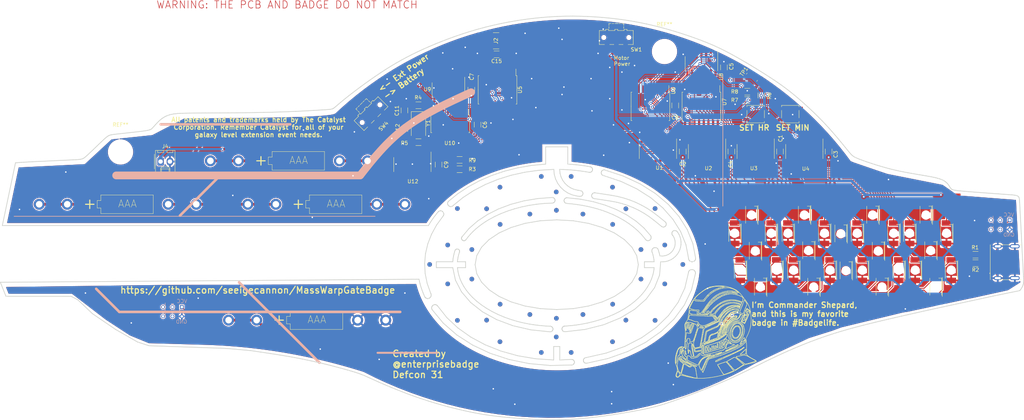
<source format=kicad_pcb>
(kicad_pcb (version 20221018) (generator pcbnew)
  (layers (0 "F.Cu" signal) (31 "B.Cu" signal) (34 "B.Paste" user) (35 "F.Paste" user) (36 "B.SilkS" user "B.Silkscreen") (37 "F.SilkS" user "F.Silkscreen") (38 "B.Mask" user) (39 "F.Mask" user) (44 "Edge.Cuts" user))
  (net 0 "")
  (net 1 "Net-(BT1-+)")
  (net 2 "Net-(BT1--)")
  (net 3 "GND")
  (net 4 "VCC")
  (net 5 "Net-(C11-Pad1)")
  (net 6 "Net-(U10-RCX)")
  (net 7 "/Signal Generators/1{slash}2 Hz Clock")
  (net 8 "Net-(U6A-RST)")
  (net 9 "Net-(J2-Pin_1)")
  (net 10 "Net-(D1-K)")
  (net 11 "Net-(U6B-RST)")
  (net 13 "Net-(DA1-K)")
  (net 14 "Net-(DA2-K)")
  (net 15 "Net-(DA3-K)")
  (net 16 "Net-(DA4-K)")
  (net 17 "Net-(DB1-K)")
  (net 18 "Net-(DB2-K)")
  (net 19 "Net-(DB3-K)")
  (net 20 "Net-(DB4-K)")
  (net 21 "Net-(DC1-K)")
  (net 22 "Net-(DC2-K)")
  (net 23 "Net-(DC3-K)")
  (net 24 "Net-(DC4-K)")
  (net 25 "Net-(DD1-K)")
  (net 26 "Net-(DD2-K)")
  (net 27 "Net-(DD3-K)")
  (net 28 "Net-(DD4-K)")
  (net 29 "Net-(DE1-K)")
  (net 30 "Net-(DE2-K)")
  (net 31 "Net-(DE3-K)")
  (net 32 "Net-(DE4-K)")
  (net 33 "Net-(DF1-K)")
  (net 34 "Net-(DF2-K)")
  (net 35 "Net-(DF3-K)")
  (net 36 "Net-(DF4-K)")
  (net 37 "Net-(DG1-K)")
  (net 38 "Net-(DG2-K)")
  (net 39 "Net-(DG3-K)")
  (net 40 "Net-(DG4-K)")
  (net 41 "testLEDs")
  (net 50 "Net-(J7-CC1)")
  (net 51 "Net-(J7-CC2)")
  (net 53 "Net-(U10-RX)")
  (net 54 "Net-(RN1-R7.2)")
  (net 55 "Net-(SW2-B)")
  (net 56 "/Signal Generators/2Hz")
  (net 57 "Net-(SW3-B)")
  (net 58 "/1 minute/B")
  (net 59 "/1 minute/C")
  (net 61 "Net-(RN1-R6.2)")
  (net 62 "/1 minute/D")
  (net 63 "/1 minute/A")
  (net 64 "/10 minute/B")
  (net 65 "/10 minute/C")
  (net 67 "/10 minute/D")
  (net 68 "/10 minute/A")
  (net 69 "/1 hour/B")
  (net 70 "/1 hour/C")
  (net 72 "/1 hour/D")
  (net 73 "/1 hour/A")
  (net 74 "/10 hour/B")
  (net 75 "/10 hour/C")
  (net 77 "/10 hour/D")
  (net 78 "/10 hour/A")
  (net 79 "/Signal Generators/1Hz Clock")
  (net 80 "Net-(U5A-RST)")
  (net 81 "Net-(U5B-Q1)")
  (net 82 "Net-(U7A-RST)")
  (net 93 "Net-(RN1-R5.2)")
  (net 94 "Net-(RN1-R4.2)")
  (net 95 "Net-(RN1-R3.2)")
  (net 96 "Net-(RN1-R2.2)")
  (net 97 "Net-(RN1-R1.2)")
  (net 101 "Net-(BT3-+)")
  (net 102 "Net-(BT4-+)")
  (net 103 "Net-(J4-Pin_1)")
  (net 105 "Net-(RN2-R7.2)")
  (net 106 "Net-(RN2-R6.2)")
  (net 107 "Net-(RN2-R5.2)")
  (net 108 "Net-(RN2-R4.2)")
  (net 109 "Net-(RN2-R3.2)")
  (net 110 "Net-(RN2-R2.2)")
  (net 111 "Net-(RN2-R1.2)")
  (net 114 "Net-(RN3-R7.2)")
  (net 115 "Net-(RN3-R6.2)")
  (net 116 "Net-(RN3-R5.2)")
  (net 117 "Net-(RN3-R4.2)")
  (net 118 "Net-(RN3-R3.2)")
  (net 119 "Net-(RN3-R2.2)")
  (net 120 "Net-(RN3-R1.2)")
  (net 123 "Net-(RN4-R7.2)")
  (net 124 "Net-(RN4-R6.2)")
  (net 125 "Net-(RN4-R5.2)")
  (net 126 "Net-(RN4-R4.2)")
  (net 127 "Net-(RN4-R3.2)")
  (net 128 "Net-(RN4-R2.2)")
  (net 129 "Net-(RN4-R1.2)")
  (net 134 "Net-(D2-K)")
  (net 137 "Net-(U5A-Q1)")
  (net 139 "Net-(U12A-~{Q})")
  (net 140 "Net-(U5A-EN)")
  (net 141 "Net-(U5B-Q3)")
  (net 144 "Net-(U5A-Q2)")
  (net 145 "Net-(U7A-EN)")
  (footprint "Package_SO:SOIC-14_3.9x8.7mm_P1.27mm" (layer "F.Cu") (at 295.275 -41.529 -90)
    (fp_text reference "U9")
    (fp_text value "4081")
  )
  (footprint "" (layer "F.Cu") (at 350.967765 0.193294 -65)
    (fp_text reference "")
    (fp_text value "")
  )
  (footprint "" (layer "F.Cu") (at 351.2898 0.8839 -65)
    (fp_text reference "")
    (fp_text value "")
  )
  (footprint "" (layer "F.Cu") (at 336.160148 -18.769671 -12)
    (fp_text reference "")
    (fp_text value "")
  )
  (footprint "Casey:LED_PLCC_flipped" (layer "F.Cu") (at 387.477 -2.54 -90)
    (fp_text reference "DB2" hide)
    (fp_text value "LED")
  )
  (footprint "Capacitor_SMD:C_1206_3216Metric_Pad1.33x1.80mm_HandSolder" (layer "F.Cu") (at 370.078 -47.625 90)
    (fp_text reference "C5")
    (fp_text value ".1uF")
  )
  (footprint "Fiducial:Fiducial_1mm_Mask2mm" (layer "F.Cu") (at 332.994 -58.293)
    (fp_text reference "FID2" hide)
    (fp_text value "Fiducial")
  )
  (footprint "" (layer "F.Cu") (at 332.242299 -13.679391 -7)
    (fp_text reference "")
    (fp_text value "")
  )
  (footprint "Package_SO:SOIC-16W_7.5x10.3mm_P1.27mm" (layer "F.Cu") (at 308.61 -41.529 -90)
    (fp_text reference "U5")
    (fp_text value "MC14520B")
  )
  (footprint "Casey:LED_PLCC_flipped" (layer "F.Cu") (at 391.922 -7.493 -90)
    (fp_text reference "DA2" hide)
    (fp_text value "LED")
  )
  (footprint "Casey:LED_PLCC_flipped" (layer "F.Cu") (at 378.587 2.286 -90)
    (fp_text reference "DG1" hide)
    (fp_text value "LED")
  )
  (footprint "Capacitor_SMD:C_1206_3216Metric_Pad1.33x1.80mm_HandSolder" (layer "F.Cu") (at 283.337 -30.861 90)
    (fp_text reference "C12")
    (fp_text value "33pF")
  )
  (footprint "Casey:LED_PLCC_flipped" (layer "F.Cu") (at 389.001 7.493 -90)
    (fp_text reference "DC2" hide)
    (fp_text value "LED")
  )
  (footprint "" (layer "F.Cu") (at 293.99147 -9.616963 -134)
    (fp_text reference "")
    (fp_text value "")
  )
  (footprint "" (layer "F.Cu") (at 331.56345 32.817621 5)
    (fp_text reference "")
    (fp_text value "")
  )
  (footprint "Resistor_SMD:R_1206_3216Metric_Pad1.30x1.75mm_HandSolder" (layer "F.Cu") (at 298.323 -19.939)
    (fp_text reference "R3")
    (fp_text value "1k")
  )
  (footprint "Crystal:Crystal_SMD_0603-2Pin_6.0x3.5mm" (layer "F.Cu") (at 287.147 -32.258 -90)
    (fp_text reference "Y1")
    (fp_text value "32.768kHz")
  )
  (footprint "Casey:R_Array_Convex_8x2506" (layer "F.Cu") (at 358.267 -17.145 -45)
    (fp_text reference "RN1" hide)
    (fp_text value "R_Pack08")
  )
  (footprint "" (layer "F.Cu") (at 349.724922 -0.067932 -65)
    (fp_text reference "")
    (fp_text value "")
  )
  (footprint "Casey:LED_PLCC_flipped" (layer "F.Cu") (at 394.462 12.065 -90)
    (fp_text reference "DD2" hide)
    (fp_text value "LED")
  )
  (footprint "Resistor_SMD:R_1206_3216Metric_Pad1.30x1.75mm_HandSolder" (layer "F.Cu") (at 380.238 -40.005 90)
    (fp_text reference "R6")
    (fp_text value "1k")
  )
  (footprint "Casey:LED_PLCC_flipped" (layer "F.Cu") (at 431.8 7.493 -90)
    (fp_text reference "DE4" hide)
    (fp_text value "LED")
  )
  (footprint "" (layer "F.Cu") (at 350.64573 -0.497313 -65)
    (fp_text reference "")
    (fp_text value "")
  )
  (footprint "Capacitor_SMD:C_1206_3216Metric_Pad1.33x1.80mm_HandSolder" (layer "F.Cu") (at 303.1998 -32.0671 90)
    (fp_text reference "C6")
    (fp_text value ".1uF")
  )
  (footprint "" (layer "F.Cu") (at 324.8738 23.1089)
    (fp_text reference "")
    (fp_text value "")
  )
  (footprint "Package_SO:SOIC-16W_7.5x10.3mm_P1.27mm" (layer "F.Cu") (at 363.982 -37.035 -90)
    (fp_text reference "U7")
    (fp_text value "MC14520B")
  )
  (footprint "Package_SO:SOIC-16W_7.5x10.3mm_P1.27mm" (layer "F.Cu") (at 350.139 -37.035 -90)
    (fp_text reference "U6")
    (fp_text value "MC14520B")
  )
  (footprint "Resistor_SMD:R_1206_3216Metric_Pad1.30x1.75mm_HandSolder" (layer "F.Cu") (at 376.428 -41.021 180)
    (fp_text reference "R8")
    (fp_text value "1k")
  )
  (footprint "Casey:LED_PLCC_flipped" (layer "F.Cu") (at 372.999 -2.54 -90)
    (fp_text reference "DB1" hide)
    (fp_text value "LED")
  )
  (footprint "Resistor_SMD:R_1206_3216Metric_Pad1.30x1.75mm_HandSolder" (layer "F.Cu") (at 376.428 -38.735 180)
    (fp_text reference "R7")
    (fp_text value "1k")
  )
  (footprint "" (layer "F.Cu") (at 290.448725 16.981883 -62)
    (fp_text reference "")
    (fp_text value "")
  )
  (footprint "Resistor_SMD:R_1206_3216Metric_Pad1.30x1.75mm_HandSolder" (layer "F.Cu") (at 438.404 3.302 180)
    (fp_text reference "R1")
    (fp_text value "5.1k")
  )
  (footprint "" (layer "F.Cu") (at 325.6358 24.1249)
    (fp_text reference "")
    (fp_text value "")
  )
  (footprint "" (layer "F.Cu") (at 290.090988 16.309077 -62)
    (fp_text reference "")
    (fp_text value "")
  )
  (footprint "" (layer "F.Cu") (at 332.99862 -13.586526 -7)
    (fp_text reference "")
    (fp_text value "")
  )
  (footprint "" (layer "F.Cu") (at 324.1118 24.1249)
    (fp_text reference "")
    (fp_text value "")
  )
  (footprint "Casey:LED_PLCC_flipped" (layer "F.Cu") (at 410.464 -7.493 -90)
    (fp_text reference "DA3" hide)
    (fp_text value "LED")
  )
  (footprint "" (layer "F.Cu") (at 324.8738 24.1249)
    (fp_text reference "")
    (fp_text value "")
  )
  (footprint "Fiducial:Fiducial_1mm_Mask2mm" (layer "F.Cu") (at 182.753 -15.621)
    (fp_text reference "FID4" hide)
    (fp_text value "Fiducial")
  )
  (footprint "Casey:BK-82" (layer "F.Cu") (at 256.921 21.082)
    (fp_text reference "BT2" hide)
    (fp_text value "AAA Holder")
  )
  (footprint "" (layer "F.Cu") (at 335.4148 -18.9281 -12)
    (fp_text reference "")
    (fp_text value "")
  )
  (footprint "Button_Switch_SMD:SW_SPDT_CK-JS102011SAQN" (layer "F.Cu") (at 274.2692 -35.052 -135)
    (fp_text reference "SW4")
    (fp_text value "SW_SPDT")
  )
  (footprint "" (layer "F.Cu") (at 330.80435 32.884034 5)
    (fp_text reference "")
    (fp_text value "")
  )
  (footprint "" (layer "F.Cu") (at 298.406478 -0.383301 63)
    (fp_text reference "")
    (fp_text value "")
  )
  (footprint "Casey:LED_PLCC_flipped" (layer "F.Cu") (at 417.576 7.493 -90)
    (fp_text reference "DE3" hide)
    (fp_text value "LED")
  )
  (footprint "" (layer "F.Cu") (at 324.7468 -11.0541)
    (fp_text reference "")
    (fp_text value "")
  )
  (footprint "" (layer "F.Cu") (at 336.160148 -18.769671 -12)
    (fp_text reference "")
    (fp_text value "")
  )
  (footprint "" (layer "F.Cu") (at 290.090988 16.309077 -62)
    (fp_text reference "")
    (fp_text value "")
  )
  (footprint "" (layer "F.Cu") (at 324.8738 23.1089)
    (fp_text reference "")
    (fp_text value "")
  )
  (footprint "Casey:R_Array_Convex_8x2506" (layer "F.Cu") (at 383.159 -17.145 -45)
    (fp_text reference "RN3" hide)
    (fp_text value "R_Pack08")
  )
  (footprint "Resistor_SMD:R_1206_3216Metric_Pad1.30x1.75mm_HandSolder" (layer "F.Cu") (at 438.404 5.588 180)
    (fp_text reference "R2")
    (fp_text value "5.1k")
  )
  (footprint "Package_SO:SOIC-16_3.9x9.9mm_P1.27mm" (layer "F.Cu") (at 365.506 -24.765 -90)
    (fp_text reference "U2")
    (fp_text value "74LS247")
  )
  (footprint "" (layer "F.Cu") (at 326.2708 -12.0701)
    (fp_text reference "")
    (fp_text value "")
  )
  (footprint "" (layer "F.Cu") (at 356.1158 -3.6881 -38)
    (fp_text reference "")
    (fp_text value "")
  )
  (footprint "Casey:LED_PLCC_flipped" (layer "F.Cu") (at 422.021 7.493 -90)
    (fp_text reference "DC4" hide)
    (fp_text value "LED")
  )
  (footprint "Casey:LED_PLCC_flipped" (layer "F.Cu") (at 430.53 -2.54 -90)
    (fp_text reference "DF4" hide)
    (fp_text value "LED")
  )
  (footprint "" (layer "F.Cu") (at 360.9418 6.9799 90)
    (fp_text reference "")
    (fp_text value "")
  )
  (footprint "Capacitor_SMD:C_1206_3216Metric_Pad1.33x1.80mm_HandSolder" (layer "F.Cu") (at 283.337 -35.941 -90)
    (fp_text reference "C11")
    (fp_text value "33pF")
  )
  (footprint "" (layer "F.Cu") (at 355.490288 -2.887481 -38)
    (fp_text reference "")
    (fp_text value "")
  )
  (footprint "" (layer "F.Cu") (at 332.11848 -12.670964 -7)
    (fp_text reference "")
    (fp_text value "")
  )
  (footprint "" (layer "F.Cu") (at 326.2708 -11.0541)
    (fp_text reference "")
    (fp_text value "")
  )
  (footprint "Button_Switch_SMD:SW_SPDT_CK-JS102011SAQN" (layer "F.Cu") (at 340.868 -55.753 180)
    (fp_text reference "SW1")
    (fp_text value "Motor")
  )
  (footprint "" (layer "F.Cu") (at 354.889824 -3.356616 -38)
    (fp_text reference "")
    (fp_text value "")
  )
  (footprint "" (layer "F.Cu") (at 299.311741 0.077953 63)
    (fp_text reference "")
    (fp_text value "")
  )
  (footprint "Resistor_SMD:R_1206_3216Metric_Pad1.30x1.75mm_HandSolder" (layer "F.Cu") (at 287.147 -37.338 180)
    (fp_text reference "R4")
    (fp_text value "300k")
  )
  (footprint "Casey:LED_PLCC_flipped" (layer "F.Cu") (at 382.905 -2.54 -90)
    (fp_text reference "DF1" hide)
    (fp_text value "LED")
  )
  (footprint "" (layer "F.Cu") (at 356.1158 -3.6881 -38)
    (fp_text reference "")
    (fp_text value "")
  )
  (footprint "" (layer "F.Cu") (at 333.631121 -12.485235 -7)
    (fp_text reference "")
    (fp_text value "")
  )
  (footprint "Package_SO:SOIC-16_3.9x9.9mm_P1.27mm" (layer "F.Cu") (at 352.171 -24.765 -90)
    (fp_text reference "U1")
    (fp_text value "74LS247")
  )
  (footprint "" (layer "F.Cu") (at 325.5088 -12.0701)
    (fp_text reference "")
    (fp_text value "")
  )
  (footprint "Casey:LED_PLCC_flipped" (layer "F.Cu") (at 397.383 -2.54 -90)
    (fp_text reference "DF2" hide)
    (fp_text value "LED")
  )
  (footprint "Casey:BK-82" (layer "F.Cu") (at 205.486 -10.414)
    (fp_text reference "BT4" hide)
    (fp_text value "AAA Holder")
  )
  (footprint "" (layer "F.Cu") (at 325.5088 -12.0701)
    (fp_text reference "")
    (fp_text value "")
  )
  (footprint "" (layer "F.Cu") (at 293.462141 -9.068827 -134)
    (fp_text reference "")
    (fp_text value "")
  )
  (footprint "" (layer "F.Cu") (at 293.462141 -9.068827 -134)
    (fp_text reference "")
    (fp_text value "")
  )
  (footprint "Capacitor_SMD:C_1206_3216Metric_Pad1.33x1.80mm_HandSolder" (layer "F.Cu") (at 358.902 -24.765 90)
    (fp_text reference "C2")
    (fp_text value ".1uF")
  )
  (footprint "" (layer "F.Cu") (at 336.371387 -19.763469 -12)
    (fp_text reference "")
    (fp_text value "")
  )
  (footprint "" (layer "F.Cu") (at 294.72232 -8.911191 -134)
    (fp_text reference "")
    (fp_text value "")
  )
  (footprint "Casey:R_Array_Convex_8x2506" (layer "F.Cu") (at 399.796 -17.145 -45)
    (fp_text reference "RN4" hide)
    (fp_text value "R_Pack08")
  )
  (footprint "" (layer "F.Cu") (at 361.9578 6.2179 90)
    (fp_text reference "")
    (fp_text value "")
  )
  (footprint "" (layer "F.Cu") (at 361.9578 6.9799 90)
    (fp_text reference "")
    (fp_text value "")
  )
  (footprint "Package_SO:SOIC-16_4.55x10.3mm_P1.27mm" (layer "F.Cu") (at 295.783 -32.258 -90)
    (fp_text reference "U10")
    (fp_text value "~")
  )
  (footprint "" (layer "F.Cu") (at 294.19299 -8.363054 -134)
    (fp_text reference "")
    (fp_text value "")
  )
  (footprint "" (layer "F.Cu") (at 354.914872 -4.626369 -38)
    (fp_text reference "")
    (fp_text value "")
  )
  (footprint "" (layer "F.Cu") (at 355.490288 -2.887481 -38)
    (fp_text reference "")
    (fp_text value "")
  )
  (footprint "" (layer "F.Cu") (at 329.9567 31.938313 5)
    (fp_text reference "")
    (fp_text value "")
  )
  (footprint "Capacitor_SMD:C_1206_3216Metric_Pad1.33x1.80mm_HandSolder" (layer "F.Cu") (at 301.498 -41.529 90)
    (fp_text reference "C7")
    (fp_text value ".1uF")
  )
  (footprint "Casey:4.5mm switch" (layer "F.Cu") (at 388.112 -34.925 180)
    (fp_text reference "SW3" hide)
    (fp_text value "Minute")
  )
  (footprint "" (layer "F.Cu") (at 335.626038 -19.921898 -12)
    (fp_text reference "")
    (fp_text value "")
  )
  (footprint "" (layer "F.Cu") (at 325.6358 24.1249)
    (fp_text reference "")
    (fp_text value "")
  )
  (footprint "" (layer "F.Cu") (at 354.28936 -3.82575 -38)
    (fp_text reference "")
    (fp_text value "")
  )
  (footprint "" (layer "F.Cu") (at 298.060538 0.295646 63)
    (fp_text reference "")
    (fp_text value "")
  )
  (footprint "" (layer "F.Cu") (at 290.630325 15.159287 -62)
    (fp_text reference "")
    (fp_text value "")
  )
  (footprint "Resistor_SMD:R_1206_3216Metric_Pad1.30x1.75mm_HandSolder" (layer "F.Cu") (at 287.147 -27.305 180)
    (fp_text reference "R5")
    (fp_text value "10M")
  )
  (footprint "" (layer "F.Cu") (at 324.7468 -12.0701)
    (fp_text reference "")
    (fp_text value "")
  )
  (footprint "" (layer "F.Cu") (at 324.1118 23.1089)
    (fp_text reference "")
    (fp_text value "")
  )
  (footprint "Casey:LED_PLCC_flipped" (layer "F.Cu") (at 398.907 7.493 -90)
    (fp_text reference "DE2" hide)
    (fp_text value "LED")
  )
  (footprint "" (layer "F.Cu") (at 290.988062 15.832093 -62)
    (fp_text reference "")
    (fp_text value "")
  )
  (footprint "Casey:LED_PLCC_flipped" (layer "F.Cu") (at 403.225 7.62 -90)
    (fp_text reference "D1" hide)
    (fp_text value "LED")
  )
  (footprint "" (layer "F.Cu") (at 361.9578 5.4559 90)
    (fp_text reference "")
    (fp_text value "")
  )
  (footprint "Casey:4.5mm switch" (layer "F.Cu") (at 378.714 -34.925 180)
    (fp_text reference "SW2" hide)
    (fp_text value "Hour")
  )
  (footprint "Casey:LED_PLCC_flipped" (layer "F.Cu") (at 379.984 12.065 -90)
    (fp_text reference "DD1" hide)
    (fp_text value "LED")
  )
  (footprint "" (layer "F.Cu") (at 360.9418 6.2179 90)
    (fp_text reference "")
    (fp_text value "")
  )
  (footprint "" (layer "F.Cu") (at 330.04525 32.950447 5)
    (fp_text reference "")
    (fp_text value "")
  )
  (footprint "Casey:LED_PLCC_flipped" (layer "F.Cu") (at 393.065 2.159 -90)
    (fp_text reference "DG2" hide)
    (fp_text value "LED")
  )
  (footprint "" (layer "F.Cu") (at 325.6358 23.1089)
    (fp_text reference "")
    (fp_text value "")
  )
  (footprint "" (layer "F.Cu") (at 333.631121 -12.485235 -7)
    (fp_text reference "")
    (fp_text value "")
  )
  (footprint "" (layer "F.Cu") (at 298.61986 1.435847 63)
    (fp_text reference "")
    (fp_text value "")
  )
  (footprint "Package_SO:SOIC-16_3.9x9.9mm_P1.27mm" (layer "F.Cu") (at 378.714 -24.765 -90)
    (fp_text reference "U3")
    (fp_text value "74LS247")
  )
  (footprint "Casey:LED_PLCC_flipped" (layer "F.Cu") (at 426.212 2.159 -90)
    (fp_text reference "DG4" hide)
    (fp_text value "LED")
  )
  (footprint "" (layer "F.Cu") (at 324.8738 24.1249)
    (fp_text reference "")
    (fp_text value "")
  )
  (footprint "" (layer "F.Cu") (at 330.7158 31.8719 5)
    (fp_text reference "")
    (fp_text value "")
  )
  (footprint "" (layer "F.Cu") (at 335.626038 -19.921898 -12)
    (fp_text reference "")
    (fp_text value "")
  )
  (footprint "" (layer "F.Cu") (at 354.889824 -3.356616 -38)
    (fp_text reference "")
    (fp_text value "")
  )
  (footprint "Capacitor_SMD:C_1206_3216Metric_Pad1.33x1.80mm_HandSolder" (layer "F.Cu") (at 356.87 -37.2872 90)
    (fp_text reference "C8")
    (fp_text value ".1uF")
  )
  (footprint "" (layer "F.Cu") (at 293.99147 -9.616963 -134)
    (fp_text reference "")
    (fp_text value "")
  )
  (footprint "" (layer "F.Cu") (at 360.9418 5.4559 90)
    (fp_text reference "")
    (fp_text value "")
  )
  (footprint "" (layer "F.Cu") (at 355.515336 -4.157234 -38)
    (fp_text reference "")
    (fp_text value "")
  )
  (footprint "Resistor_SMD:R_0612_1632Metric_Pad1.18x3.40mm_HandSolder" (layer "F.Cu") (at 377.698 -44.958 55)
    (fp_text reference "TP1")
    (fp_text value "Test LEDs")
  )
  (footprint "Resistor_SMD:R_2816_7142Metric_Pad3.20x4.45mm_HandSolder" (layer "F.Cu") (at 308.229 -54.864 180)
    (fp_text reference "J2")
    (fp_text value "Conn_02x01")
  )
  (footprint "" (layer "F.Cu") (at 326.2708 -11.0541)
    (fp_text reference "")
    (fp_text value "")
  )
  (footprint "" (layer "F.Cu") (at 331.4749 31.805487 5)
    (fp_text reference "")
    (fp_text value "")
  )
  (footprint "Casey:LED_PLCC_flipped" (layer "F.Cu") (at 384.429 7.493 -90)
    (fp_text reference "DE1" hide)
    (fp_text value "LED")
  )
  (footprint "" (layer "F.Cu") (at 330.80435 32.884034 5)
    (fp_text reference "")
    (fp_text value "")
  )
  (footprint "Casey:LED_PLCC_flipped" (layer "F.Cu") (at 407.67 7.493 -90)
    (fp_text reference "DC3" hide)
    (fp_text value "LED")
  )
  (footprint "Casey:LED_PLCC_flipped" (layer "F.Cu") (at 406.273 -2.54 -90)
    (fp_text reference "DB3" hide)
    (fp_text value "LED")
  )
  (footprint "" (layer "F.Cu") (at 325.5088 -11.0541)
    (fp_text reference "")
    (fp_text value "")
  )
  (footprint "" (layer "F.Cu") (at 332.8748 -12.5781 -7)
    (fp_text reference "")
    (fp_text value "")
  )
  (footprint "" (layer "F.Cu") (at 294.19299 -8.363054 -134)
    (fp_text reference "")
    (fp_text value "")
  )
  (footprint "Casey:BK-82" (layer "F.Cu") (at 262.128 -10.414)
    (fp_text reference "BT3" hide)
    (fp_text value "AAA Holder")
  )
  (footprint "" (layer "F.Cu") (at 350.368992 1.313281 -65)
    (fp_text reference "")
    (fp_text value "")
  )
  (footprint "Capacitor_SMD:C_1206_3216Metric_Pad1.33x1.80mm_HandSolder" (layer "F.Cu") (at 385.318 -24.765 90)
    (fp_text reference "C1")
    (fp_text value ".1uF")
  )
  (footprint "" (layer "F.Cu") (at 360.9418 5.4559 90)
    (fp_text reference "")
    (fp_text value "")
  )
  (footprint "" (layer "F.Cu") (at 335.4148 -18.9281 -12)
    (fp_text reference "")
    (fp_text value "")
  )
  (footprint "Casey:LED_PLCC_flipped" (layer "F.Cu") (at 411.988 2.286 -90)
    (fp_text reference "DG3" hide)
    (fp_text value "LED")
  )
  (footprint "Casey:LED_PLCC_flipped" (layer "F.Cu") (at 413.004 12.065 -90)
    (fp_text reference "DD3" hide)
    (fp_text value "LED")
  )
  (footprint "" (layer "F.Cu") (at 290.988062 15.832093 -62)
    (fp_text reference "")
    (fp_text value "")
  )
  (footprint "" (layer "F.Cu") (at 350.046957 0.622674 -65)
    (fp_text reference "")
    (fp_text value "")
  )
  (footprint "" (layer "F.Cu") (at 297.714597 0.974593 63)
    (fp_text reference "")
    (fp_text value "")
  )
  (footprint "" (layer "F.Cu") (at 361.9578 6.2179 90)
    (fp_text reference "")
    (fp_text value "")
  )
  (footprint "MountingHole:MountingHole_6.4mm_M6" (layer "F.Cu") (at 353.949 -51.943)
    (fp_text reference "REF**")
    (fp_text value "MountingHole_6.4mm_M6")
  )
  (footprint "Casey:LED_PLCC_flipped" (layer "F.Cu") (at 374.523 7.493 -90)
    (fp_text reference "DC1" hide)
    (fp_text value "LED")
  )
  (footprint "" (layer "F.Cu") (at 355.515336 -4.157234 -38)
    (fp_text reference "")
    (fp_text value "")
  )
  (footprint "Casey:BK-82" (layer "F.Cu") (at 251.974 -22.225)
    (fp_text reference "BT1" hide)
    (fp_text value "AAA Holder")
  )
  (footprint "" (layer "F.Cu") (at 333.75494 -13.493662 -7)
    (fp_text reference "")
    (fp_text value "")
  )
  (footprint "Casey:LED_PLCC_flipped" (layer "F.Cu") (at 420.497 -2.54 -90)
    (fp_text reference "DB4" hide)
    (fp_text value "LED")
  )
  (footprint "" (layer "F.Cu") (at 361.9578 5.4559 90)
    (fp_text reference "")
    (fp_text value "")
  )
  (footprint "Casey:LED_PLCC_flipped" (layer "F.Cu") (at 401.828 -2.413 -90)
    (fp_text reference "D2" hide)
    (fp_text value "LED")
  )
  (footprint "" (layer "F.Cu") (at 360.9418 6.2179 90)
    (fp_text reference "")
    (fp_text value "")
  )
  (footprint "" (layer "F.Cu") (at 334.88069 -20.080327 -12)
    (fp_text reference "")
    (fp_text value "")
  )
  (footprint "" (layer "F.Cu") (at 325.5088 -11.0541)
    (fp_text reference "")
    (fp_text value "")
  )
  (footprint "" (layer "F.Cu") (at 331.4749 31.805487 5)
    (fp_text reference "")
    (fp_text value "")
  )
  (footprint "Casey:USB_C_thin_10164359-00011LF" (layer "F.Cu") (at 450.85 5.334 90)
    (fp_text reference "J7" hide)
    (fp_text value "Ext Power" hide)
  )
  (footprint "Package_SO:SOIC-16_3.9x9.9mm_P1.27mm" (layer "F.Cu") (at 391.922 -24.765 -90)
    (fp_text reference "U4")
    (fp_text value "74LS247")
  )
  (footprint "" (layer "F.Cu") (at 332.8748 -12.5781 -7)
    (fp_text reference "")
    (fp_text value "")
  )
  (footprint "" (layer "F.Cu") (at 294.5208 -10.1651 -134)
    (fp_text reference "")
    (fp_text value "")
  )
  (footprint "Resistor_SMD:R_1206_3216Metric_Pad1.30x1.75mm_HandSolder" (layer "F.Cu") (at 298.323 -22.479)
    (fp_text reference "R9")
    (fp_text value "1k")
  )
  (footprint "Capacitor_SMD:C_1206_3216Metric_Pad1.33x1.80mm_HandSolder" (layer "F.Cu") (at 292.608 -21.209 90)
    (fp_text reference "C9")
    (fp_text value ".1uF")
  )
  (footprint "" (layer "F.Cu") (at 298.9658 0.7569 63)
    (fp_text reference "")
    (fp_text value "")
  )
  (footprint "Capacitor_SMD:C_1206_3216Metric_Pad1.33x1.80mm_HandSolder" (layer "F.Cu") (at 308.356 -51.181 180)
    (fp_text reference "C15")
    (fp_text value ".1uF")
  )
  (footprint "Package_SO:SOIC-14_3.9x8.7mm_P1.27mm" (layer "F.Cu") (at 363.982 -48.641 -90)
    (fp_text reference "U8")
    (fp_text value "4081")
  )
  (footprint "MountingHole:MountingHole_6.4mm_M6" (layer "F.Cu") (at 206.248 -24.638)
    (fp_text reference "REF**")
    (fp_text value "MountingHole_6.4mm_M6")
  )
  (footprint "Package_SO:SOIC-16_3.9x9.9mm_P1.27mm" (layer "F.Cu") (at 285.496 -21.209 -90)
    (fp_text reference "U12")
    (fp_text value "4027")
  )
  (footprint "Casey:LED_PLCC_flipped" (layer "F.Cu") (at 424.942 -7.493 -90)
    (fp_text reference "DA4" hide)
    (fp_text value "LED")
  )
  (footprint "Casey:LED_PLCC_flipped" (layer "F.Cu") (at 377.571 -7.493 -90)
    (fp_text reference "DA1" hide)
    (fp_text value "LED")
  )
  (footprint "" (layer "F.Cu") (at 334.669451 -19.086529 -12)
    (fp_text reference "")
    (fp_text value "")
  )
  (footprint "" (layer "F.Cu") (at 351.2898 0.8839 -65)
    (fp_text reference "")
    (fp_text value "")
  )
  (footprint "" (layer "F.Cu") (at 298.406478 -0.383301 63)
    (fp_text reference "")
    (fp_text value "")
  )
  (footprint "" (layer "F.Cu") (at 331.56345 32.817621 5)
    (fp_text reference "")
    (fp_text value "")
  )
  (footprint "" (layer "F.Cu") (at 350.967765 0.193294 -65)
    (fp_text reference "")
    (fp_text value "")
  )
  (footprint "Capacitor_SMD:C_1206_3216Metric_Pad1.33x1.80mm_HandSolder" (layer "F.Cu") (at 372.11 -24.765 90)
    (fp_text reference "C4")
    (fp_text value ".1uF")
  )
  (footprint "" (layer "F.Cu") (at 332.99862 -13.586526 -7)
    (fp_text reference "")
    (fp_text value "")
  )
  (footprint "Casey:R_Array_Convex_8x2506" (layer "F.Cu") (at 369.57 -17.145 -45)
    (fp_text reference "RN2" hide)
    (fp_text value "R_Pack08")
  )
  (footprint "Capacitor_SMD:C_1206_3216Metric_Pad1.33x1.80mm_HandSolder" (layer "F.Cu") (at 398.526 -24.765 90)
    (fp_text reference "C3")
    (fp_text value ".1uF")
  )
  (footprint "" (layer "F.Cu") (at 326.2708 -12.0701)
    (fp_text reference "")
    (fp_text value "")
  )
  (footprint "" (layer "F.Cu") (at 333.75494 -13.493662 -7)
    (fp_text reference "")
    (fp_text value "")
  )
  (footprint "" (layer "F.Cu") (at 330.7158 31.8719 5)
    (fp_text reference "")
    (fp_text value "")
  )
  (footprint "" (layer "F.Cu") (at 336.371387 -19.763469 -12)
    (fp_text reference "")
    (fp_text value "")
  )
  (footprint "Fiducial:Fiducial_1mm_Mask2mm" (layer "F.Cu") (at 440.817 12.827)
    (fp_text reference "FID3" hide)
    (fp_text value "Fiducial" hide)
  )
  (footprint "" (layer "F.Cu") (at 295.251649 -9.459327 -134)
    (fp_text reference "")
    (fp_text value "")
  )
  (footprint "" (layer "F.Cu") (at 350.046957 0.622674 -65)
    (fp_text reference "")
    (fp_text value "")
  )
  (footprint "" (layer "F.Cu") (at 298.9658 0.7569 63)
    (fp_text reference "")
    (fp_text value "")
  )
  (footprint "" (layer "F.Cu") (at 291.3458 16.5049 -62)
    (fp_text reference "")
    (fp_text value "")
  )
  (footprint "" (layer "F.Cu") (at 298.060538 0.295646 63)
    (fp_text reference "")
    (fp_text value "")
  )
  (footprint "" (layer "F.Cu") (at 290.448725 16.981883 -62)
    (fp_text reference "")
    (fp_text value "")
  )
  (footprint "" (layer "F.Cu") (at 294.72232 -8.911191 -134)
    (fp_text reference "")
    (fp_text value "")
  )
  (footprint "" (layer "F.Cu") (at 289.73325 15.63627 -62)
    (fp_text reference "")
    (fp_text value "")
  )
  (footprint "Connector_Molex:Molex_KK-254_AE-6410-02A_1x02_P2.54mm_Vertical" (layer "F.Cu") (at 217.1192 -22.0272)
    (fp_text reference "J4")
    (fp_text value "Conn_02x01")
  )
  (footprint "Casey:LED_PLCC_flipped" (layer "F.Cu") (at 416.179 -2.54 -90)
    (fp_text reference "DF3" hide)
    (fp_text value "LED")
  )
  (footprint "" (layer "F.Cu") (at 325.6358 23.1089)
    (fp_text reference "")
    (fp_text value "")
  )
  (footprint "Casey:LED_PLCC_flipped" (layer "F.Cu") (at 427.609 12.065 -90)
    (fp_text reference "DD4" hide)
    (fp_text value "LED")
  )
  (footprint "" (layer "F.Cu") (at 350.368992 1.313281 -65)
    (fp_text reference "")
    (fp_text value "")
  )
  (footprint "" (layer "F.Cu") (at 291.3458 16.5049 -62)
    (fp_text reference "")
    (fp_text value "")
  )
  (footprint "" (layer "F.Cu") (at 299.311741 0.077953 63)
    (fp_text reference "")
    (fp_text value "")
  )
  (footprint "Casey:SAO_BadgelifeConnector" (layer "B.Cu") (at 445.135 -6.096 180)
    (fp_text reference "J6" hide)
    (fp_text value "SAO")
  )
  (footprint "Casey:SAO_BadgelifeConnector" (layer "B.Cu") (at 220.345 17.526 180)
    (fp_text reference "J5" hide)
    (fp_text value "SAO")
  )
  (footprint "Casey:7segPattern" (layer "B.Cu") (at 401.456563 -13.645323 180)
    (fp_text reference "FID1" hide)
    (fp_text value "7segmentPattern" hide)
  )
  (gr_line (start 233.3044 -18.2562) (end 222.3903 -7.3421) (stroke (width 0.7)) (layer "B.SilkS"))
  (gr_line (start 217.1647 -32.1469) (end 252.3543 -32.1469) (stroke (width 0.7)) (layer "B.SilkS"))
  (gr_line (start 205.92 18.8517) (end 282.1862 18.8517) (stroke (width 0.7)) (layer "B.SilkS"))
  (gr_line (start 199.6361 12.5678) (end 205.92 18.8517) (stroke (width 0.7)) (layer "B.SilkS"))
  (gr_line (start 205.0601 -18.2562) (end 271.272 -18.2562) (stroke (width 2.11)) (layer "B.SilkS"))
  (gr_curve (pts (xy 271.336562 -18.287662) (xy 274.7238 -22.6484) (xy 278.4938 -27.3919) (xy 283.5758 -31.2188)) (stroke (width 2.11)) (layer "B.SilkS"))
  (gr_curve (pts (xy 283.5758 -31.2188) (xy 288.6579 -35.0458) (xy 295.0519 -37.956) (xy 301.446 -40.8665)) (stroke (width 2.11)) (layer "B.SilkS"))
  (gr_line (start 276.0346 29.9641) (end 292.3065 29.9641) (stroke (width 0.53)) (layer "B.SilkS"))
  (gr_line (start 369.7899 -45.5847) (end 369.7899 -9.9219) (stroke (width 0.18)) (layer "B.SilkS"))
  (gr_line (start 238.4415 10.8259) (end 260.2466 32.631) (stroke (width 0.7)) (layer "B.SilkS"))
  (gr_line (start 177.3449 -7.1437) (end 275.3731 -7.1437) (stroke (width 0.18)) (layer "B.SilkS"))
  (gr_line (start 364.4685 19.05) (end 364.6022 18.8718) (stroke (width 0.127)) (layer "F.SilkS"))
  (gr_curve (pts (xy 374.6745 16.7193) (xy 374.7773 16.7396) (xy 374.6696 16.7248) (xy 374.742 16.7487)) (stroke (width 0.127)) (layer "F.SilkS"))
  (gr_curve (pts (xy 372.3441 23.9408) (xy 372.3519 23.9123) (xy 372.3527 23.8442) (xy 372.3569 23.8104)) (stroke (width 0.127)) (layer "F.SilkS"))
  (gr_curve (pts (xy 374.5809 27.1703) (xy 374.5707 27.3621) (xy 374.5418 27.2205) (xy 374.5149 27.3692)) (stroke (width 0.127)) (layer "F.SilkS"))
  (gr_line (start 368.6008 25.2404) (end 368.5831 25.3081) (stroke (width 0.127)) (layer "F.SilkS"))
  (gr_curve (pts (xy 362.8877 18.8375) (xy 362.93 18.7851) (xy 362.9182 18.7228) (xy 362.92 18.6407)) (stroke (width 0.127)) (layer "F.SilkS"))
  (gr_line (start 371.0649 22.6249) (end 371.0956 22.5859) (stroke (width 0.127)) (layer "F.SilkS"))
  (gr_line (start 374.4221 16.1655) (end 374.2901 16.0927) (stroke (width 0.127)) (layer "F.SilkS"))
  (gr_line (start 376.0039 18.5229) (end 375.9704 18.5643) (stroke (width 0.127)) (layer "F.SilkS"))
  (gr_line (start 366.743 16.237) (end 366.8186 16.1637) (stroke (width 0.127)) (layer "F.SilkS"))
  (gr_curve (pts (xy 364.8877 27.3869) (xy 364.862 27.388) (xy 364.8187 27.388) (xy 364.7964 27.3932)) (stroke (width 0.127)) (layer "F.SilkS"))
  (gr_curve (pts (xy 370.0336 32.6168) (xy 369.9824 32.6416) (xy 369.9671 32.6267) (xy 369.9175 32.6482)) (stroke (width 0.127)) (layer "F.SilkS"))
  (gr_curve (pts (xy 364.316 24.1529) (xy 364.3226 24.0619) (xy 364.3502 24.045) (xy 364.3575 23.9597)) (stroke (width 0.127)) (layer "F.SilkS"))
  (gr_line (start 363.7336 22.4336) (end 363.7416 22.4834) (stroke (width 0.127)) (layer "F.SilkS"))
  (gr_line (start 370.4768 11.8986) (end 370.0176 11.8222) (stroke (width 0.127)) (layer "F.SilkS"))
  (gr_curve (pts (xy 375.0846 28.7606) (xy 375.0819 28.7624) (xy 375.0783 28.7648) (xy 375.0755 28.7664)) (stroke (width 0.127)) (layer "F.SilkS"))
  (gr_curve (pts (xy 361.5069 21.8526) (xy 361.5022 21.8507) (xy 361.4871 21.8476) (xy 361.4824 21.8461)) (stroke (width 0.127)) (layer "F.SilkS"))
  (gr_curve (pts (xy 368.6578 16.9749) (xy 368.6518 16.9812) (xy 368.6535 16.9836) (xy 368.6384 16.9999)) (stroke (width 0.127)) (layer "F.SilkS"))
  (gr_curve (pts (xy 375.1619 25.7271) (xy 375.1947 25.6907) (xy 375.2234 25.5943) (xy 375.2484 25.5449)) (stroke (width 0.127)) (layer "F.SilkS"))
  (gr_curve (pts (xy 366.9326 30.5896) (xy 366.8856 30.6067) (xy 366.9484 30.6006) (xy 366.8604 30.6198)) (stroke (width 0.127)) (layer "F.SilkS"))
  (gr_curve (pts (xy 373.8568 30.9124) (xy 373.7183 30.9249) (xy 373.7851 30.936) (xy 373.7078 30.9515)) (stroke (width 0.127)) (layer "F.SilkS"))
  (gr_line (start 367.4513 15.0996) (end 367.421 15.1291) (stroke (width 0.127)) (layer "F.SilkS"))
  (gr_curve (pts (xy 375.6315 22.0054) (xy 375.6742 22.0174) (xy 375.7173 22.0111) (xy 375.7602 22.0061)) (stroke (width 0.127)) (layer "F.SilkS"))
  (gr_curve (pts (xy 361.6278 36.6422) (xy 361.688 36.6547) (xy 361.6706 36.6687) (xy 361.7761 36.6875)) (stroke (width 0.127)) (layer "F.SilkS"))
  (gr_curve (pts (xy 374.0315 31.9377) (xy 373.9235 31.866) (xy 374.0055 31.9509) (xy 373.861 31.8124)) (stroke (width 0.127)) (layer "F.SilkS"))
  (gr_curve (pts (xy 369.9093 31.4966) (xy 369.9977 31.454) (xy 370.0462 31.4706) (xy 370.0507 31.39)) (stroke (width 0.127)) (layer "F.SilkS"))
  (gr_curve (pts (xy 372.0381 12.3934) (xy 372.0362 12.3929) (xy 372.0152 12.3891) (xy 372.0127 12.3887)) (stroke (width 0.127)) (layer "F.SilkS"))
  (gr_curve (pts (xy 361.6672 22.3451) (xy 361.4757 22.3279) (xy 361.5034 22.341) (xy 361.4023 22.3809)) (stroke (width 0.127)) (layer "F.SilkS"))
  (gr_curve (pts (xy 371.125 22.7579) (xy 371.1114 22.7936) (xy 371.1018 22.856) (xy 371.0958 22.9043)) (stroke (width 0.127)) (layer "F.SilkS"))
  (gr_curve (pts (xy 366.1648 22.6496) (xy 366.1611 22.6519) (xy 366.1518 22.6594) (xy 366.148 22.6615)) (stroke (width 0.127)) (layer "F.SilkS"))
  (gr_line (start 370.1896 24.2432) (end 370.1769 24.6058) (stroke (width 0.127)) (layer "F.SilkS"))
  (gr_line (start 371.6697 21.9963) (end 371.5565 22.1063) (stroke (width 0.127)) (layer "F.SilkS"))
  (gr_line (start 364.9894 33.0067) (end 364.9169 33.1231) (stroke (width 0.127)) (layer "F.SilkS"))
  (gr_curve (pts (xy 375.9166 17.8377) (xy 375.918 17.8343) (xy 375.9198 17.8305) (xy 375.9213 17.8273)) (stroke (width 0.127)) (layer "F.SilkS"))
  (gr_curve (pts (xy 376.4031 25.377) (xy 376.6065 24.9832) (xy 376.7901 24.5584) (xy 376.9353 24.139)) (stroke (width 0.127)) (layer "F.SilkS"))
  (gr_line (start 368.7572 18.0724) (end 368.6661 18.2052) (stroke (width 0.127)) (layer "F.SilkS"))
  (gr_line (start 370.2825 14.2851) (end 370.2399 14.302) (stroke (width 0.127)) (layer "F.SilkS"))
  (gr_curve (pts (xy 369.685 17.3039) (xy 369.6819 17.3055) (xy 369.678 17.3074) (xy 369.6751 17.3091)) (stroke (width 0.127)) (layer "F.SilkS"))
  (gr_line (start 376.0376 16.0815) (end 376.0115 16.032) (stroke (width 0.127)) (layer "F.SilkS"))
  (gr_curve (pts (xy 373.104 28.6109) (xy 373.0678 28.6237) (xy 373.093 28.6152) (xy 373.0662 28.6294)) (stroke (width 0.127)) (layer "F.SilkS"))
  (gr_curve (pts (xy 359.8094 32.0582) (xy 359.8072 32.0561) (xy 359.8042 32.0528) (xy 359.8019 32.0509)) (stroke (width 0.127)) (layer "F.SilkS"))
  (gr_curve (pts (xy 359.8449 28.6178) (xy 359.8626 28.4494) (xy 359.8667 28.5372) (xy 359.884 28.4515)) (stroke (width 0.127)) (layer "F.SilkS"))
  (gr_line (start 370.5279 24.6183) (end 370.363 24.7813) (stroke (width 0.127)) (layer "F.SilkS"))
  (gr_curve (pts (xy 369.2644 16.3181) (xy 369.3001 16.2864) (xy 369.2583 16.3016) (xy 369.3214 16.2874)) (stroke (width 0.127)) (layer "F.SilkS"))
  (gr_curve (pts (xy 367.1157 24.8194) (xy 367.2044 24.7843) (xy 367.3089 24.804) (xy 367.3988 24.7852)) (stroke (width 0.127)) (layer "F.SilkS"))
  (gr_curve (pts (xy 364.4265 23.0697) (xy 364.5074 23.0717) (xy 364.5069 23.0535) (xy 364.5136 23.1094)) (stroke (width 0.127)) (layer "F.SilkS"))
  (gr_line (start 374.3346 29.2432) (end 374.2136 29.3005) (stroke (width 0.127)) (layer "F.SilkS"))
  (gr_line (start 367.4459 26.1928) (end 367.5451 26.1588) (stroke (width 0.127)) (layer "F.SilkS"))
  (gr_curve (pts (xy 372.2289 12.4651) (xy 372.2258 12.4639) (xy 372.222 12.462) (xy 372.2191 12.4607)) (stroke (width 0.127)) (layer "F.SilkS"))
  (gr_curve (pts (xy 366.1484 27.0556) (xy 366.1718 27.0538) (xy 366.2443 27.0501) (xy 366.2655 27.0441)) (stroke (width 0.127)) (layer "F.SilkS"))
  (gr_curve (pts (xy 369.6639 28.2003) (xy 369.6715 28.0309) (xy 369.6983 28.1122) (xy 369.7048 27.9932)) (stroke (width 0.127)) (layer "F.SilkS"))
  (gr_line (start 374.478 32.339) (end 374.4475 32.3103) (stroke (width 0.127)) (layer "F.SilkS"))
  (gr_line (start 374.3678 26.2881) (end 374.2932 26.3017) (stroke (width 0.127)) (layer "F.SilkS"))
  (gr_curve (pts (xy 369.2815 22.7021) (xy 369.3162 22.613) (xy 369.2418 22.777) (xy 369.298 22.6752)) (stroke (width 0.127)) (layer "F.SilkS"))
  (gr_curve (pts (xy 372.6822 30.2086) (xy 372.6848 30.2072) (xy 372.6882 30.2045) (xy 372.6906 30.2029)) (stroke (width 0.127)) (layer "F.SilkS"))
  (gr_curve (pts (xy 372.7343 29.1748) (xy 372.7856 29.1301) (xy 372.8249 29.1644) (xy 372.8745 29.1378)) (stroke (width 0.127)) (layer "F.SilkS"))
  (gr_curve (pts (xy 358.7739 32.3211) (xy 358.8347 32.3581) (xy 358.8214 32.3693) (xy 358.9018 32.402)) (stroke (width 0.127)) (layer "F.SilkS"))
  (gr_line (start 370.0846 28.4297) (end 369.9202 28.6073) (stroke (width 0.127)) (layer "F.SilkS"))
  (gr_line (start 359.7937 32.4182) (end 359.89 32.4691) (stroke (width 0.127)) (layer "F.SilkS"))
  (gr_curve (pts (xy 372.4348 30.1255) (xy 372.4325 30.1274) (xy 372.4294 30.1307) (xy 372.4271 30.1326)) (stroke (width 0.127)) (layer "F.SilkS"))
  (gr_curve (pts (xy 363.9645 28.312) (xy 363.9671 28.3064) (xy 363.9695 28.2952) (xy 363.9704 28.2974)) (stroke (width 0.127)) (layer "F.SilkS"))
  (gr_curve (pts (xy 373.6251 19.9958) (xy 373.6597 20.0399) (xy 373.6416 20.1546) (xy 373.6406 20.2202)) (stroke (width 0.127)) (layer "F.SilkS"))
  (gr_curve (pts (xy 364.7385 31.3679) (xy 364.6961 31.3889) (xy 364.6717 31.3846) (xy 364.6401 31.4208)) (stroke (width 0.127)) (layer "F.SilkS"))
  (gr_curve (pts (xy 369.5625 35.2037) (xy 369.5811 35.2483) (xy 369.6312 35.2729) (xy 369.6546 35.3171)) (stroke (width 0.127)) (layer "F.SilkS"))
  (gr_line (start 368.4389 14.094) (end 368.5353 14.0406) (stroke (width 0.127)) (layer "F.SilkS"))
  (gr_curve (pts (xy 358.6134 32.5269) (xy 358.6105 32.5251) (xy 358.6069 32.5227) (xy 358.604 32.5209)) (stroke (width 0.127)) (layer "F.SilkS"))
  (gr_curve (pts (xy 365.0465 32.3453) (xy 365.0534 32.3203) (xy 365.0537 32.2937) (xy 365.0621 32.2715)) (stroke (width 0.127)) (layer "F.SilkS"))
  (gr_curve (pts (xy 362.2306 33.3537) (xy 362.2273 33.3522) (xy 362.2235 33.3503) (xy 362.2204 33.3487)) (stroke (width 0.127)) (layer "F.SilkS"))
  (gr_curve (pts (xy 369.2456 12.5203) (xy 369.1575 12.5306) (xy 369.1241 12.562) (xy 369.0372 12.5691)) (stroke (width 0.127)) (layer "F.SilkS"))
  (gr_curve (pts (xy 366.4553 19.3527) (xy 366.5146 19.3553) (xy 366.589 19.3612) (xy 366.6339 19.3854)) (stroke (width 0.127)) (layer "F.SilkS"))
  (gr_curve (pts (xy 364.1706 25.015) (xy 364.1776 24.9957) (xy 364.1798 24.9853) (xy 364.1819 24.9686)) (stroke (width 0.127)) (layer "F.SilkS"))
  (gr_curve (pts (xy 368.9042 28.9252) (xy 368.7251 28.9441) (xy 368.8203 28.9303) (xy 368.7058 28.9693)) (stroke (width 0.127)) (layer "F.SilkS"))
  (gr_curve (pts (xy 365.1433 15.3367) (xy 365.1412 15.3389) (xy 365.138 15.342) (xy 365.1359 15.3443)) (stroke (width 0.127)) (layer "F.SilkS"))
  (gr_line (start 375.0755 28.7664) (end 374.9513 28.8652) (stroke (width 0.127)) (layer "F.SilkS"))
  (gr_line (start 366.328 16.641) (end 366.6562 16.3128) (stroke (width 0.127)) (layer "F.SilkS"))
  (gr_line (start 371.1442 18.1384) (end 371.2635 18.066) (stroke (width 0.127)) (layer "F.SilkS"))
  (gr_line (start 369.006 14.8849) (end 368.9284 14.9267) (stroke (width 0.127)) (layer "F.SilkS"))
  (gr_curve (pts (xy 369.9006 27.5014) (xy 369.9038 27.7744) (xy 369.953 27.4628) (xy 369.9561 27.9273)) (stroke (width 0.127)) (layer "F.SilkS"))
  (gr_curve (pts (xy 373.228 22.1109) (xy 373.2256 22.1128) (xy 373.2223 22.1158) (xy 373.2198 22.1176)) (stroke (width 0.127)) (layer "F.SilkS"))
  (gr_line (start 373.7622 31.4333) (end 373.815 31.4843) (stroke (width 0.127)) (layer "F.SilkS"))
  (gr_curve (pts (xy 368.8537 34.0222) (xy 368.8557 34.0246) (xy 368.8587 34.0278) (xy 368.8605 34.0302)) (stroke (width 0.127)) (layer "F.SilkS"))
  (gr_line (start 376.8668 19.5313) (end 376.9536 19.3679) (stroke (width 0.127)) (layer "F.SilkS"))
  (gr_curve (pts (xy 369.8938 20.1021) (xy 369.8962 20.0997) (xy 369.8995 20.0968) (xy 369.9019 20.0946)) (stroke (width 0.127)) (layer "F.SilkS"))
  (gr_curve (pts (xy 364.2441 30.6576) (xy 364.1978 30.632) (xy 364.1377 30.6093) (xy 364.0919 30.5699)) (stroke (width 0.127)) (layer "F.SilkS"))
  (gr_curve (pts (xy 360.9796 16.929) (xy 360.942 17.005) (xy 360.9024 17.0601) (xy 360.8725 17.1343)) (stroke (width 0.127)) (layer "F.SilkS"))
  (gr_curve (pts (xy 369.4156 27.4096) (xy 369.3935 27.5062) (xy 369.3952 27.3801) (xy 369.3838 27.5002)) (stroke (width 0.127)) (layer "F.SilkS"))
  (gr_curve (pts (xy 366.482 19.6378) (xy 366.4109 19.6222) (xy 366.4161 19.5834) (xy 366.2026 19.609)) (stroke (width 0.127)) (layer "F.SilkS"))
  (gr_line (start 364.3242 31.6404) (end 363.9396 32.0574) (stroke (width 0.127)) (layer "F.SilkS"))
  (gr_curve (pts (xy 370.1529 19.1697) (xy 370.1506 19.1718) (xy 370.1476 19.175) (xy 370.1453 19.1772)) (stroke (width 0.127)) (layer "F.SilkS"))
  (gr_curve (pts (xy 370.3897 25.0002) (xy 370.4159 24.9845) (xy 370.4035 24.9946) (xy 370.4324 24.9826)) (stroke (width 0.127)) (layer "F.SilkS"))
  (gr_line (start 375.2562 26.1931) (end 375.0354 26.4636) (stroke (width 0.127)) (layer "F.SilkS"))
  (gr_curve (pts (xy 369.2608 26.8037) (xy 369.2632 26.8015) (xy 369.266 26.7981) (xy 369.2684 26.7959)) (stroke (width 0.127)) (layer "F.SilkS"))
  (gr_line (start 369.2197 25.6162) (end 368.9316 25.7888) (stroke (width 0.127)) (layer "F.SilkS"))
  (gr_line (start 362.5376 25.0325) (end 362.5155 25.129) (stroke (width 0.127)) (layer "F.SilkS"))
  (gr_line (start 358.6872 32.2586) (end 358.7739 32.3211) (stroke (width 0.127)) (layer "F.SilkS"))
  (gr_line (start 370.7668 24.9171) (end 370.6438 25.0021) (stroke (width 0.127)) (layer "F.SilkS"))
  (gr_line (start 366.0344 16.94) (end 366.3208 16.6489) (stroke (width 0.127)) (layer "F.SilkS"))
  (gr_curve (pts (xy 369.6024 20.9726) (xy 369.5748 20.999) (xy 369.5548 21.0628) (xy 369.5412 21.0865)) (stroke (width 0.127)) (layer "F.SilkS"))
  (gr_line (start 365.1302 27.283) (end 364.9082 27.3042) (stroke (width 0.127)) (layer "F.SilkS"))
  (gr_curve (pts (xy 371.5353 21.9065) (xy 371.554 21.8589) (xy 371.5856 21.8239) (xy 371.6242 21.7888)) (stroke (width 0.127)) (layer "F.SilkS"))
  (gr_curve (pts (xy 375.7262 26.058) (xy 375.7065 26.0436) (xy 375.7455 26.0466) (xy 375.6775 26.0427)) (stroke (width 0.127)) (layer "F.SilkS"))
  (gr_line (start 362.3881 28.6068) (end 362.5663 28.5943) (stroke (width 0.127)) (layer "F.SilkS"))
  (gr_curve (pts (xy 370.543 19.3381) (xy 370.5453 19.336) (xy 370.5484 19.333) (xy 370.5506 19.3308)) (stroke (width 0.127)) (layer "F.SilkS"))
  (gr_curve (pts (xy 363.7851 22.9611) (xy 363.8264 22.9684) (xy 363.8923 22.9623) (xy 363.9342 22.9697)) (stroke (width 0.127)) (layer "F.SilkS"))
  (gr_curve (pts (xy 372.9834 13.3203) (xy 372.9956 13.3265) (xy 372.9739 13.3251) (xy 373.024 13.3372)) (stroke (width 0.127)) (layer "F.SilkS"))
  (gr_curve (pts (xy 375.7007 15.5511) (xy 375.6514 15.5758) (xy 375.697 15.5457) (xy 375.6592 15.5911)) (stroke (width 0.127)) (layer "F.SilkS"))
  (gr_curve (pts (xy 368.5195 29.5881) (xy 368.577 29.5619) (xy 368.5741 29.5646) (xy 368.6507 29.5562)) (stroke (width 0.127)) (layer "F.SilkS"))
  (gr_curve (pts (xy 363.5806 22.877) (xy 363.577 22.8781) (xy 363.5706 22.8866) (xy 363.568 22.8829)) (stroke (width 0.127)) (layer "F.SilkS"))
  (gr_line (start 374.4001 33.9806) (end 374.7635 33.7342) (stroke (width 0.127)) (layer "F.SilkS"))
  (gr_curve (pts (xy 378.7947 32.2935) (xy 378.8109 32.2344) (xy 378.8178 32.2632) (xy 378.8246 32.231)) (stroke (width 0.127)) (layer "F.SilkS"))
  (gr_curve (pts (xy 369.7338 29.2517) (xy 369.7362 29.2506) (xy 369.7394 29.2478) (xy 369.7418 29.2466)) (stroke (width 0.127)) (layer "F.SilkS"))
  (gr_curve (pts (xy 366.6859 19.4018) (xy 366.8316 19.4168) (xy 367.1054 19.4381) (xy 367.2119 19.3825)) (stroke (width 0.127)) (layer "F.SilkS"))
  (gr_curve (pts (xy 358.9524 34.0907) (xy 358.9503 34.0945) (xy 358.9442 34.0979) (xy 358.9372 34.1215)) (stroke (width 0.127)) (layer "F.SilkS"))
  (gr_line (start 365.3454 33.0323) (end 365.3847 32.8728) (stroke (width 0.127)) (layer "F.SilkS"))
  (gr_curve (pts (xy 369.6596 28.274) (xy 369.6622 28.262) (xy 369.6632 28.2156) (xy 369.6639 28.2003)) (stroke (width 0.127)) (layer "F.SilkS"))
  (gr_curve (pts (xy 369.967 24.4864) (xy 369.9854 24.4127) (xy 369.9745 24.5073) (xy 369.9973 24.4202)) (stroke (width 0.127)) (layer "F.SilkS"))
  (gr_curve (pts (xy 369.1869 32.888) (xy 369.0631 32.9101) (xy 369.2112 32.9108) (xy 369.0668 32.9324)) (stroke (width 0.127)) (layer "F.SilkS"))
  (gr_curve (pts (xy 369.0178 20.013) (xy 369.0047 20.034) (xy 369.0163 20.0178) (xy 368.9986 20.0383)) (stroke (width 0.127)) (layer "F.SilkS"))
  (gr_curve (pts (xy 365.4053 18.1565) (xy 365.3171 18.2653) (xy 365.3385 18.261) (xy 365.3083 18.2984)) (stroke (width 0.127)) (layer "F.SilkS"))
  (gr_line (start 366.56 15.9801) (end 366.3484 16.2005) (stroke (width 0.127)) (layer "F.SilkS"))
  (gr_line (start 372.4442 23.6338) (end 372.586 23.3732) (stroke (width 0.127)) (layer "F.SilkS"))
  (gr_curve (pts (xy 375.2544 24.2606) (xy 375.2445 24.3031) (xy 375.2476 24.3563) (xy 375.2417 24.3943)) (stroke (width 0.127)) (layer "F.SilkS"))
  (gr_line (start 363.9958 30.0021) (end 364.0301 29.9611) (stroke (width 0.127)) (layer "F.SilkS"))
  (gr_curve (pts (xy 360.9907 33.2279) (xy 360.9242 33.1928) (xy 360.9225 33.2125) (xy 360.8648 33.1593)) (stroke (width 0.127)) (layer "F.SilkS"))
  (gr_line (start 358.7607 30.6092) (end 358.8039 30.6992) (stroke (width 0.127)) (layer "F.SilkS"))
  (gr_curve (pts (xy 375.025 33.4752) (xy 375.0276 33.4736) (xy 375.0314 33.4714) (xy 375.034 33.4698)) (stroke (width 0.127)) (layer "F.SilkS"))
  (gr_curve (pts (xy 362.9878 21.6177) (xy 363.0745 21.6298) (xy 363.0616 21.6136) (xy 363.0657 21.6758)) (stroke (width 0.127)) (layer "F.SilkS"))
  (gr_line (start 374.3339 17.9374) (end 374.4174 17.9058) (stroke (width 0.127)) (layer "F.SilkS"))
  (gr_curve (pts (xy 365.0621 32.2715) (xy 365.0632 32.2686) (xy 365.0653 32.265) (xy 365.0665 32.2622)) (stroke (width 0.127)) (layer "F.SilkS"))
  (gr_curve (pts (xy 373.571 28.1694) (xy 373.6318 28.1394) (xy 373.714 28.1195) (xy 373.7628 28.0769)) (stroke (width 0.127)) (layer "F.SilkS"))
  (gr_line (start 365.9328 29.7154) (end 365.8669 29.7445) (stroke (width 0.127)) (layer "F.SilkS"))
  (gr_curve (pts (xy 372.016 22.0305) (xy 372.0734 21.9462) (xy 372.0021 22.0199) (xy 372.1046 21.9426)) (stroke (width 0.127)) (layer "F.SilkS"))
  (gr_curve (pts (xy 374.5334 19.5532) (xy 374.5743 19.5043) (xy 374.5769 19.4736) (xy 374.5776 19.4048)) (stroke (width 0.127)) (layer "F.SilkS"))
  (gr_curve (pts (xy 374.9679 32.7402) (xy 374.913 32.7117) (xy 374.8901 32.6775) (xy 374.8531 32.6333)) (stroke (width 0.127)) (layer "F.SilkS"))
  (gr_curve (pts (xy 371.5951 29.0471) (xy 371.6011 29.0435) (xy 371.6254 29.0313) (xy 371.6331 29.029)) (stroke (width 0.127)) (layer "F.SilkS"))
  (gr_curve (pts (xy 358.6251 35.371) (xy 358.6014 35.4145) (xy 358.609 35.3302) (xy 358.5906 35.4436)) (stroke (width 0.127)) (layer "F.SilkS"))
  (gr_curve (pts (xy 365.4326 14.5542) (xy 365.4695 14.5159) (xy 365.4744 14.4776) (xy 365.515 14.4439)) (stroke (width 0.127)) (layer "F.SilkS"))
  (gr_curve (pts (xy 373.203 20.4182) (xy 373.2377 20.4043) (xy 373.2567 20.409) (xy 373.2862 20.3969)) (stroke (width 0.127)) (layer "F.SilkS"))
  (gr_curve (pts (xy 368.1575 26.1589) (xy 368.1005 26.1884) (xy 368.0456 26.1913) (xy 367.9828 26.1936)) (stroke (width 0.127)) (layer "F.SilkS"))
  (gr_curve (pts (xy 375.7476 18.2962) (xy 375.7949 18.2082) (xy 375.7505 18.2168) (xy 375.8272 18.0453)) (stroke (width 0.127)) (layer "F.SilkS"))
  (gr_curve (pts (xy 372.1955 33.8485) (xy 372.2059 33.8587) (xy 372.2098 33.8626) (xy 372.2191 33.8704)) (stroke (width 0.127)) (layer "F.SilkS"))
  (gr_curve (pts (xy 361.5794 28.6912) (xy 361.5834 28.7653) (xy 361.5721 28.8556) (xy 361.6047 28.9237)) (stroke (width 0.127)) (layer "F.SilkS"))
  (gr_curve (pts (xy 374.7941 25.6587) (xy 374.7923 25.6612) (xy 374.7898 25.6648) (xy 374.7881 25.6673)) (stroke (width 0.127)) (layer "F.SilkS"))
  (gr_curve (pts (xy 364.0366 29.9529) (xy 364.0385 29.9505) (xy 364.0413 29.9472) (xy 364.0431 29.9447)) (stroke (width 0.127)) (layer "F.SilkS"))
  (gr_line (start 368.7278 22.0448) (end 368.7639 21.9622) (stroke (width 0.127)) (layer "F.SilkS"))
  (gr_curve (pts (xy 374.5293 29.1269) (xy 374.4026 29.188) (xy 374.4496 29.1565) (xy 374.3346 29.2432)) (stroke (width 0.127)) (layer "F.SilkS"))
  (gr_curve (pts (xy 362.9048 23.9152) (xy 362.9037 23.9177) (xy 362.901 23.9209) (xy 362.8997 23.9234)) (stroke (width 0.127)) (layer "F.SilkS"))
  (gr_line (start 371.5313 19.4481) (end 371.5421 19.3688) (stroke (width 0.127)) (layer "F.SilkS"))
  (gr_line (start 366.8778 12.0862) (end 366.5928 12.159) (stroke (width 0.127)) (layer "F.SilkS"))
  (gr_curve (pts (xy 376.2432 19.1001) (xy 376.2203 19.0139) (xy 376.2289 19.1272) (xy 376.2058 19.0075)) (stroke (width 0.127)) (layer "F.SilkS"))
  (gr_line (start 378.8246 32.231) (end 378.7666 32.1867) (stroke (width 0.127)) (layer "F.SilkS"))
  (gr_curve (pts (xy 369.0499 14.855) (xy 369.0469 14.8565) (xy 369.0433 14.8588) (xy 369.0405 14.8604)) (stroke (width 0.127)) (layer "F.SilkS"))
  (gr_line (start 360.3831 29.1036) (end 360.4012 29.1308) (stroke (width 0.127)) (layer "F.SilkS"))
  (gr_curve (pts (xy 369.2079 19.4012) (xy 369.2509 19.3446) (xy 369.2717 19.2738) (xy 369.3295 19.2239)) (stroke (width 0.127)) (layer "F.SilkS"))
  (gr_curve (pts (xy 371.1945 16.6172) (xy 371.1022 16.6367) (xy 371.2076 16.6505) (xy 371.0598 16.6581)) (stroke (width 0.127)) (layer "F.SilkS"))
  (gr_line (start 376.3875 20.6015) (end 376.409 20.5767) (stroke (width 0.127)) (layer "F.SilkS"))
  (gr_curve (pts (xy 360.7881 23.1643) (xy 360.7903 23.1606) (xy 360.7979 23.1512) (xy 360.8005 23.1478)) (stroke (width 0.127)) (layer "F.SilkS"))
  (gr_curve (pts (xy 372.4522 28.0012) (xy 372.4696 27.9914) (xy 372.4432 27.9934) (xy 372.5039 27.9827)) (stroke (width 0.127)) (layer "F.SilkS"))
  (gr_line (start 359.4563 33.1073) (end 359.3597 33.0566) (stroke (width 0.127)) (layer "F.SilkS"))
  (gr_line (start 369.4095 29.8816) (end 369.4461 29.8562) (stroke (width 0.127)) (layer "F.SilkS"))
  (gr_curve (pts (xy 369.813 14.473) (xy 369.7607 14.5025) (xy 369.7145 14.4889) (xy 369.643 14.54)) (stroke (width 0.127)) (layer "F.SilkS"))
  (gr_line (start 368.4164 31.849) (end 368.0613 32.0425) (stroke (width 0.127)) (layer "F.SilkS"))
  (gr_line (start 368.7046 14.2533) (end 368.6151 14.2985) (stroke (width 0.127)) (layer "F.SilkS"))
  (gr_curve (pts (xy 371.7836 21.3953) (xy 371.7733 21.4044) (xy 371.7667 21.4104) (xy 371.76 21.4169)) (stroke (width 0.127)) (layer "F.SilkS"))
  (gr_curve (pts (xy 368.7854 14.2063) (xy 368.7309 14.2253) (xy 368.7491 14.2312) (xy 368.7046 14.2533)) (stroke (width 0.127)) (layer "F.SilkS"))
  (gr_curve (pts (xy 373.4849 30.9963) (xy 373.4643 31.005) (xy 373.453 31.0067) (xy 373.4257 31.0104)) (stroke (width 0.127)) (layer "F.SilkS"))
  (gr_line (start 361.2886 22.4744) (end 361.2724 22.5172) (stroke (width 0.127)) (layer "F.SilkS"))
  (gr_curve (pts (xy 366.3101 13.692) (xy 366.3134 13.689) (xy 366.3223 13.6801) (xy 366.3255 13.6771)) (stroke (width 0.127)) (layer "F.SilkS"))
  (gr_curve (pts (xy 368.8432 31.653) (xy 368.8402 31.6546) (xy 368.8369 31.6574) (xy 368.8337 31.6589)) (stroke (width 0.127)) (layer "F.SilkS"))
  (gr_curve (pts (xy 368.2643 29.0946) (xy 368.2248 29.1178) (xy 368.2923 29.1058) (xy 368.2038 29.1216)) (stroke (width 0.127)) (layer "F.SilkS"))
  (gr_curve (pts (xy 375.9213 17.8273) (xy 375.9397 17.787) (xy 375.9491 17.7315) (xy 375.9767 17.6913)) (stroke (width 0.127)) (layer "F.SilkS"))
  (gr_line (start 359.1533 33.2385) (end 359.0852 33.4823) (stroke (width 0.127)) (layer "F.SilkS"))
  (gr_curve (pts (xy 372.3705 28.0401) (xy 372.3732 28.0386) (xy 372.3771 28.0369) (xy 372.38 28.0355)) (stroke (width 0.127)) (layer "F.SilkS"))
  (gr_curve (pts (xy 362.9084 28.5283) (xy 362.9119 28.5262) (xy 362.9203 28.5185) (xy 362.9241 28.5163)) (stroke (width 0.127)) (layer "F.SilkS"))
  (gr_curve (pts (xy 367.4476 20.5955) (xy 367.4456 20.5932) (xy 367.4423 20.5902) (xy 367.4403 20.5879)) (stroke (width 0.127)) (layer "F.SilkS"))
  (gr_curve (pts (xy 359.6144 36.1012) (xy 359.6174 36.1017) (xy 359.6516 36.1082) (xy 359.6528 36.1085)) (stroke (width 0.127)) (layer "F.SilkS"))
  (gr_line (start 360.3891 32.1022) (end 360.4485 32.1463) (stroke (width 0.127)) (layer "F.SilkS"))
  (gr_curve (pts (xy 372.0127 12.3887) (xy 372.0001 12.3868) (xy 371.9666 12.3852) (xy 371.9524 12.3844)) (stroke (width 0.127)) (layer "F.SilkS"))
  (gr_curve (pts (xy 374.672 32.4868) (xy 374.5356 32.34) (xy 374.5879 32.4428) (xy 374.478 32.339)) (stroke (width 0.127)) (layer "F.SilkS"))
  (gr_curve (pts (xy 370.957 32.2505) (xy 370.9375 32.2576) (xy 370.9347 32.2535) (xy 370.9137 32.2615)) (stroke (width 0.127)) (layer "F.SilkS"))
  (gr_line (start 368.8149 20.7759) (end 368.922 20.5874) (stroke (width 0.127)) (layer "F.SilkS"))
  (gr_curve (pts (xy 362.3919 24.9721) (xy 362.4082 24.6902) (xy 362.4257 24.7887) (xy 362.4457 24.7037)) (stroke (width 0.127)) (layer "F.SilkS"))
  (gr_curve (pts (xy 368.2425 28.3116) (xy 368.2438 28.3142) (xy 368.2465 28.3175) (xy 368.2477 28.3201)) (stroke (width 0.127)) (layer "F.SilkS"))
  (gr_line (start 374.5037 27.4195) (end 374.4875 27.4465) (stroke (width 0.127)) (layer "F.SilkS"))
  (gr_curve (pts (xy 362.1414 28.643) (xy 362.1431 28.6455) (xy 362.1459 28.6491) (xy 362.1476 28.6514)) (stroke (width 0.127)) (layer "F.SilkS"))
  (gr_line (start 372.2944 28.5525) (end 371.9677 28.6923) (stroke (width 0.127)) (layer "F.SilkS"))
  (gr_curve (pts (xy 366.3925 27.7593) (xy 366.4443 27.7371) (xy 366.5067 27.7369) (xy 366.5499 27.7253)) (stroke (width 0.127)) (layer "F.SilkS"))
  (gr_curve (pts (xy 373.2761 28.5069) (xy 373.2562 28.5525) (xy 373.2331 28.5538) (xy 373.19 28.576)) (stroke (width 0.127)) (layer "F.SilkS"))
  (gr_line (start 362.2225 19.5274) (end 362.8949 19.5448) (stroke (width 0.127)) (layer "F.SilkS"))
  (gr_line (start 369.0668 32.9324) (end 368.9819 32.9514) (stroke (width 0.127)) (layer "F.SilkS"))
  (gr_curve (pts (xy 368.7178 13.9136) (xy 368.8478 13.8471) (xy 368.8404 13.8939) (xy 368.9002 13.8413)) (stroke (width 0.127)) (layer "F.SilkS"))
  (gr_curve (pts (xy 362.0834 26.468) (xy 362.0818 26.4707) (xy 362.0787 26.4737) (xy 362.0771 26.4765)) (stroke (width 0.127)) (layer "F.SilkS"))
  (gr_curve (pts (xy 370.8642 27.7672) (xy 370.8048 27.8336) (xy 370.8569 27.9159) (xy 370.7699 27.9207)) (stroke (width 0.127)) (layer "F.SilkS"))
  (gr_curve (pts (xy 371.6768 21.989) (xy 371.6748 21.9911) (xy 371.6717 21.9943) (xy 371.6697 21.9963)) (stroke (width 0.127)) (layer "F.SilkS"))
  (gr_line (start 370.508 14.2015) (end 370.3318 14.2616) (stroke (width 0.127)) (layer "F.SilkS"))
  (gr_curve (pts (xy 362.2511 25.314) (xy 362.2607 25.2434) (xy 362.2796 25.2312) (xy 362.2918 25.1915)) (stroke (width 0.127)) (layer "F.SilkS"))
  (gr_curve (pts (xy 372.4559 29.3144) (xy 372.4594 29.3129) (xy 372.4635 29.3113) (xy 372.4669 29.3097)) (stroke (width 0.127)) (layer "F.SilkS"))
  (gr_line (start 374.9886 17.2843) (end 374.9778 17.3014) (stroke (width 0.127)) (layer "F.SilkS"))
  (gr_line (start 373.5155 13.8705) (end 373.6095 13.8983) (stroke (width 0.127)) (layer "F.SilkS"))
  (gr_curve (pts (xy 374.3226 20.2926) (xy 374.2894 20.3592) (xy 374.2567 20.3413) (xy 374.2219 20.4302)) (stroke (width 0.127)) (layer "F.SilkS"))
  (gr_curve (pts (xy 361.9554 18.5062) (xy 361.8766 18.4929) (xy 361.7533 18.506) (xy 361.6742 18.4937)) (stroke (width 0.127)) (layer "F.SilkS"))
  (gr_line (start 365.4429 17.0035) (end 365.5043 16.9156) (stroke (width 0.127)) (layer "F.SilkS"))
  (gr_curve (pts (xy 372.2425 22.7771) (xy 372.2445 22.775) (xy 372.248 22.7722) (xy 372.25 22.7701)) (stroke (width 0.127)) (layer "F.SilkS"))
  (gr_curve (pts (xy 369.1479 25.4241) (xy 369.1886 25.4058) (xy 369.2143 25.411) (xy 369.2454 25.3758)) (stroke (width 0.127)) (layer "F.SilkS"))
  (gr_line (start 371.0006 21.6549) (end 370.9114 21.8035) (stroke (width 0.127)) (layer "F.SilkS"))
  (gr_curve (pts (xy 357.3625 31.8768) (xy 357.3638 31.8743) (xy 357.3666 31.8711) (xy 357.3679 31.8686)) (stroke (width 0.127)) (layer "F.SilkS"))
  (gr_line (start 375.2203 14.9345) (end 375.1996 14.9104) (stroke (width 0.127)) (layer "F.SilkS"))
  (gr_curve (pts (xy 364.987 31.2335) (xy 364.8819 31.2821) (xy 364.8885 31.2995) (xy 364.7864 31.3409)) (stroke (width 0.127)) (layer "F.SilkS"))
  (gr_curve (pts (xy 371.8357 15.7669) (xy 371.7683 15.7986) (xy 371.6828 15.7843) (xy 371.608 15.7893)) (stroke (width 0.127)) (layer "F.SilkS"))
  (gr_line (start 364.6658 30.4587) (end 364.9065 30.4355) (stroke (width 0.127)) (layer "F.SilkS"))
  (gr_curve (pts (xy 372.1669 23.3853) (xy 372.1621 23.4005) (xy 372.1655 23.3908) (xy 372.1618 23.4108)) (stroke (width 0.127)) (layer "F.SilkS"))
  (gr_curve (pts (xy 365.3217 28.3677) (xy 365.2705 28.3843) (xy 365.2478 28.4147) (xy 365.2228 28.4625)) (stroke (width 0.127)) (layer "F.SilkS"))
  (gr_line (start 358.73 32.6162) (end 358.6232 32.5324) (stroke (width 0.127)) (layer "F.SilkS"))
  (gr_line (start 362.5048 25.1469) (end 362.455 25.259) (stroke (width 0.127)) (layer "F.SilkS"))
  (gr_curve (pts (xy 367.9626 20.4217) (xy 367.9603 20.4178) (xy 367.9531 20.409) (xy 367.943 20.3985)) (stroke (width 0.127)) (layer "F.SilkS"))
  (gr_curve (pts (xy 367.9904 17.2016) (xy 368.0013 17.1913) (xy 368.0037 17.1892) (xy 368.0139 17.1798)) (stroke (width 0.127)) (layer "F.SilkS"))
  (gr_curve (pts (xy 373.6095 13.8983) (xy 373.6525 13.9208) (xy 373.7019 13.9182) (xy 373.7512 13.9192)) (stroke (width 0.127)) (layer "F.SilkS"))
  (gr_curve (pts (xy 369.2955 23.5804) (xy 369.3084 23.5545) (xy 369.2945 23.6017) (xy 369.3082 23.5528)) (stroke (width 0.127)) (layer "F.SilkS"))
  (gr_line (start 359.0136 28.7683) (end 359.1183 28.5422) (stroke (width 0.127)) (layer "F.SilkS"))
  (gr_curve (pts (xy 366.8232 24.9141) (xy 366.826 24.9125) (xy 366.8294 24.9098) (xy 366.8323 24.9082)) (stroke (width 0.127)) (layer "F.SilkS"))
  (gr_curve (pts (xy 374.8881 22.7813) (xy 374.8581 22.7133) (xy 374.8909 22.6834) (xy 374.8158 22.6753)) (stroke (width 0.127)) (layer "F.SilkS"))
  (gr_curve (pts (xy 372.2689 24.1243) (xy 372.2848 24.0326) (xy 372.2702 24.119) (xy 372.2946 24.0661)) (stroke (width 0.127)) (layer "F.SilkS"))
  (gr_curve (pts (xy 371.034 20.7944) (xy 370.9926 20.8389) (xy 370.9954 20.8751) (xy 370.9366 20.9358)) (stroke (width 0.127)) (layer "F.SilkS"))
  (gr_line (start 371.126 18.7755) (end 371.1807 18.7253) (stroke (width 0.127)) (layer "F.SilkS"))
  (gr_curve (pts (xy 366.4382 31.5215) (xy 366.4412 31.5201) (xy 366.4446 31.5176) (xy 366.4474 31.5162)) (stroke (width 0.127)) (layer "F.SilkS"))
  (gr_curve (pts (xy 357.54 29.4732) (xy 357.4873 29.4769) (xy 357.5047 29.4705) (xy 357.4972 29.5519)) (stroke (width 0.127)) (layer "F.SilkS"))
  (gr_line (start 372.3431 21.7483) (end 372.4696 21.6659) (stroke (width 0.127)) (layer "F.SilkS"))
  (gr_curve (pts (xy 360.4685 30.7883) (xy 360.3976 30.7519) (xy 360.5262 30.8032) (xy 360.4437 30.7737)) (stroke (width 0.127)) (layer "F.SilkS"))
  (gr_line (start 359.1621 32.5995) (end 359.4083 32.7558) (stroke (width 0.127)) (layer "F.SilkS"))
  (gr_line (start 358.2149 31.1234) (end 358.2425 31.1569) (stroke (width 0.127)) (layer "F.SilkS"))
  (gr_curve (pts (xy 372.5215 25.7104) (xy 372.4561 25.643) (xy 372.452 25.5655) (xy 372.4053 25.5016)) (stroke (width 0.127)) (layer "F.SilkS"))
  (gr_curve (pts (xy 365.2734 19.5157) (xy 365.2132 19.4914) (xy 364.7675 19.4946) (xy 364.6331 19.4933)) (stroke (width 0.127)) (layer "F.SilkS"))
  (gr_curve (pts (xy 366.3745 36.695) (xy 366.5462 36.6866) (xy 366.7449 36.6512) (xy 366.912 36.6226)) (stroke (width 0.127)) (layer "F.SilkS"))
  (gr_curve (pts (xy 374.653 25.4561) (xy 374.6548 25.4534) (xy 374.6575 25.4499) (xy 374.6593 25.4472)) (stroke (width 0.127)) (layer "F.SilkS"))
  (gr_curve (pts (xy 374.9312 27.5824) (xy 374.9291 27.5846) (xy 374.9262 27.588) (xy 374.9242 27.5901)) (stroke (width 0.127)) (layer "F.SilkS"))
  (gr_line (start 358.8402 34.4847) (end 358.788 34.6717) (stroke (width 0.127)) (layer "F.SilkS"))
  (gr_curve (pts (xy 372.2123 17.2466) (xy 372.2054 17.334) (xy 372.2162 17.2757) (xy 372.1619 17.2968)) (stroke (width 0.127)) (layer "F.SilkS"))
  (gr_curve (pts (xy 361.5578 27.833) (xy 361.5563 27.8358) (xy 361.5539 27.8393) (xy 361.5524 27.8422)) (stroke (width 0.127)) (layer "F.SilkS"))
  (gr_line (start 357.4042 31.6032) (end 357.4904 31.4731) (stroke (width 0.127)) (layer "F.SilkS"))
  (gr_curve (pts (xy 368.2203 28.2463) (xy 368.2293 28.3275) (xy 368.2316 28.2896) (xy 368.2425 28.3116)) (stroke (width 0.127)) (layer "F.SilkS"))
  (gr_curve (pts (xy 368.5408 30.4598) (xy 368.5368 30.4611) (xy 368.533 30.4624) (xy 368.5289 30.4636)) (stroke (width 0.127)) (layer "F.SilkS"))
  (gr_line (start 368.57 31.7945) (end 368.5276 31.8137) (stroke (width 0.127)) (layer "F.SilkS"))
  (gr_line (start 376.2619 19.7307) (end 376.3934 19.7359) (stroke (width 0.127)) (layer "F.SilkS"))
  (gr_curve (pts (xy 365.0573 26.225) (xy 365.0495 26.265) (xy 365.0567 26.3167) (xy 365.0469 26.3539)) (stroke (width 0.127)) (layer "F.SilkS"))
  (gr_curve (pts (xy 375.1948 32.9311) (xy 375.1737 32.9202) (xy 375.1824 32.9264) (xy 375.1648 32.9157)) (stroke (width 0.127)) (layer "F.SilkS"))
  (gr_curve (pts (xy 366.7024 27.055) (xy 366.6755 27.0639) (xy 366.6794 27.0668) (xy 366.672 27.0717)) (stroke (width 0.127)) (layer "F.SilkS"))
  (gr_curve (pts (xy 375.5175 23.1188) (xy 375.4969 23.0724) (xy 375.5059 22.9703) (xy 375.468 22.8836)) (stroke (width 0.127)) (layer "F.SilkS"))
  (gr_curve (pts (xy 367.3857 29.0713) (xy 367.4084 29.0366) (xy 367.3895 29.0529) (xy 367.4033 29.0202)) (stroke (width 0.127)) (layer "F.SilkS"))
  (gr_curve (pts (xy 372.4772 21.1235) (xy 372.5406 21.0807) (xy 372.6169 21.0895) (xy 372.6736 21.0379)) (stroke (width 0.127)) (layer "F.SilkS"))
  (gr_line (start 376.5828 19.3855) (end 376.6306 19.4993) (stroke (width 0.127)) (layer "F.SilkS"))
  (gr_line (start 375.5357 26.6527) (end 375.5726 26.6138) (stroke (width 0.127)) (layer "F.SilkS"))
  (gr_curve (pts (xy 376.2344 20.688) (xy 376.2329 20.6909) (xy 376.2306 20.6945) (xy 376.229 20.6972)) (stroke (width 0.127)) (layer "F.SilkS"))
  (gr_curve (pts (xy 360.5513 21.9732) (xy 360.6052 22.0109) (xy 360.5868 21.9975) (xy 360.6622 22.009)) (stroke (width 0.127)) (layer "F.SilkS"))
  (gr_line (start 368.4683 27.1262) (end 368.5151 27.1118) (stroke (width 0.127)) (layer "F.SilkS"))
  (gr_curve (pts (xy 373.1507 13.3718) (xy 373.1846 13.3826) (xy 373.2203 13.3815) (xy 373.2564 13.3879)) (stroke (width 0.127)) (layer "F.SilkS"))
  (gr_curve (pts (xy 359.6547 31.9447) (xy 359.6525 31.9426) (xy 359.6492 31.9397) (xy 359.6469 31.9375)) (stroke (width 0.127)) (layer "F.SilkS"))
  (gr_curve (pts (xy 366.5679 15.9727) (xy 366.5655 15.9749) (xy 366.5623 15.9779) (xy 366.56 15.9801)) (stroke (width 0.127)) (layer "F.SilkS"))
  (gr_curve (pts (xy 373.7915 13.3578) (xy 373.7891 13.3559) (xy 373.7856 13.3532) (xy 373.7833 13.3512)) (stroke (width 0.127)) (layer "F.SilkS"))
  (gr_curve (pts (xy 373.3068 26.0879) (xy 373.2341 26.0962) (xy 373.0511 26.1031) (xy 372.9838 26.0688)) (stroke (width 0.127)) (layer "F.SilkS"))
  (gr_curve (pts (xy 367.6968 26.333) (xy 367.6171 26.3416) (xy 367.5664 26.367) (xy 367.4911 26.3851)) (stroke (width 0.127)) (layer "F.SilkS"))
  (gr_curve (pts (xy 376.2356 30.2836) (xy 376.1392 29.76) (xy 376.3143 28.2019) (xy 376.1979 27.4055)) (stroke (width 0.127)) (layer "F.SilkS"))
  (gr_curve (pts (xy 371.1849 22.1202) (xy 371.161 22.1627) (xy 371.1476 22.169) (xy 371.1405 22.2394)) (stroke (width 0.127)) (layer "F.SilkS"))
  (gr_curve (pts (xy 362.8949 19.5448) (xy 363.0939 19.5492) (xy 362.8594 19.5926) (xy 363.1312 19.5923)) (stroke (width 0.127)) (layer "F.SilkS"))
  (gr_line (start 360.56 32.6181) (end 360.3892 32.4913) (stroke (width 0.127)) (layer "F.SilkS"))
  (gr_line (start 370.4939 30.151) (end 370.6882 30.0868) (stroke (width 0.127)) (layer "F.SilkS"))
  (gr_line (start 370.7434 20.8474) (end 370.7739 20.8175) (stroke (width 0.127)) (layer "F.SilkS"))
  (gr_line (start 368.2426 15.0427) (end 368.3481 14.9686) (stroke (width 0.127)) (layer "F.SilkS"))
  (gr_line (start 373.821 21.2184) (end 374.1457 21.1468) (stroke (width 0.127)) (layer "F.SilkS"))
  (gr_line (start 369.2948 11.7618) (end 368.6054 11.7618) (stroke (width 0.127)) (layer "F.SilkS"))
  (gr_curve (pts (xy 368.1349 21.2884) (xy 368.1328 21.2907) (xy 368.13 21.2941) (xy 368.1278 21.2963)) (stroke (width 0.127)) (layer "F.SilkS"))
  (gr_curve (pts (xy 362.013 33.7659) (xy 361.9654 33.7328) (xy 361.9487 33.7087) (xy 361.8913 33.681)) (stroke (width 0.127)) (layer "F.SilkS"))
  (gr_curve (pts (xy 375.7257 19.138) (xy 375.7102 19.1723) (xy 375.7567 19.1668) (xy 375.677 19.1711)) (stroke (width 0.127)) (layer "F.SilkS"))
  (gr_line (start 370.0099 20.3377) (end 369.6619 20.896) (stroke (width 0.127)) (layer "F.SilkS"))
  (gr_curve (pts (xy 366.7023 18.8739) (xy 366.6562 18.9179) (xy 366.6097 18.9461) (xy 366.5857 19.009)) (stroke (width 0.127)) (layer "F.SilkS"))
  (gr_curve (pts (xy 367.0225 30.5726) (xy 366.9879 30.5813) (xy 366.9707 30.5758) (xy 366.9326 30.5896)) (stroke (width 0.127)) (layer "F.SilkS"))
  (gr_line (start 370.227 22.6228) (end 370.2701 22.5316) (stroke (width 0.127)) (layer "F.SilkS"))
  (gr_curve (pts (xy 370.8928 17.9162) (xy 370.8903 17.9183) (xy 370.8869 17.921) (xy 370.8844 17.9232)) (stroke (width 0.127)) (layer "F.SilkS"))
  (gr_line (start 363.0721 28.6899) (end 362.9907 28.7037) (stroke (width 0.127)) (layer "F.SilkS"))
  (gr_line (start 375.6659 26.5255) (end 375.6771 26.3848) (stroke (width 0.127)) (layer "F.SilkS"))
  (gr_curve (pts (xy 366.0277 31.1415) (xy 366.0563 31.1252) (xy 366.0415 31.1342) (xy 366.0618 31.098)) (stroke (width 0.127)) (layer "F.SilkS"))
  (gr_curve (pts (xy 359.2352 28.467) (xy 359.2119 28.4554) (xy 359.2105 28.4531) (xy 359.1866 28.4413)) (stroke (width 0.127)) (layer "F.SilkS"))
  (gr_curve (pts (xy 375.2831 23.8861) (xy 375.2833 24.0642) (xy 375.2885 24.1128) (xy 375.2544 24.2606)) (stroke (width 0.127)) (layer "F.SilkS"))
  (gr_line (start 359.7935 23.6907) (end 359.8143 23.9237) (stroke (width 0.127)) (layer "F.SilkS"))
  (gr_curve (pts (xy 370.8769 23.3268) (xy 370.8637 23.3737) (xy 370.877 23.3943) (xy 370.8541 23.444)) (stroke (width 0.127)) (layer "F.SilkS"))
  (gr_curve (pts (xy 373.0068 19.1547) (xy 373.1002 19.1156) (xy 373.1719 19.1179) (xy 373.3193 19.0725)) (stroke (width 0.127)) (layer "F.SilkS"))
  (gr_curve (pts (xy 370.9934 25.0576) (xy 371.0015 25.0255) (xy 370.9968 24.9896) (xy 370.9947 24.9572)) (stroke (width 0.127)) (layer "F.SilkS"))
  (gr_curve (pts (xy 368.2544 25.8857) (xy 368.2634 25.7872) (xy 368.308 25.753) (xy 368.3126 25.6564)) (stroke (width 0.127)) (layer "F.SilkS"))
  (gr_curve (pts (xy 365.5043 16.9156) (xy 365.5059 16.9124) (xy 365.5074 16.9083) (xy 365.509 16.905)) (stroke (width 0.127)) (layer "F.SilkS"))
  (gr_curve (pts (xy 361.1623 23.7001) (xy 361.2207 23.5928) (xy 361.1607 23.6164) (xy 361.2322 23.5341)) (stroke (width 0.127)) (layer "F.SilkS"))
  (gr_curve (pts (xy 360.2326 22.7854) (xy 360.2308 22.8847) (xy 360.234 22.8722) (xy 360.2091 22.9284)) (stroke (width 0.127)) (layer "F.SilkS"))
  (gr_line (start 374.3934 24.5701) (end 374.4133 24.5353) (stroke (width 0.127)) (layer "F.SilkS"))
  (gr_curve (pts (xy 359.3187 32.1769) (xy 359.3824 32.2124) (xy 359.4716 32.2463) (xy 359.5209 32.2859)) (stroke (width 0.127)) (layer "F.SilkS"))
  (gr_line (start 367.2243 26.2834) (end 367.2445 26.2744) (stroke (width 0.127)) (layer "F.SilkS"))
  (gr_curve (pts (xy 372.3191 18.1481) (xy 372.361 18.1345) (xy 372.3247 18.1221) (xy 372.3852 18.1004)) (stroke (width 0.127)) (layer "F.SilkS"))
  (gr_line (start 373.5385 20.9081) (end 373.4686 20.9391) (stroke (width 0.127)) (layer "F.SilkS"))
  (gr_line (start 376.2189 16.3753) (end 376.1965 16.3548) (stroke (width 0.127)) (layer "F.SilkS"))
  (gr_curve (pts (xy 369.4288 21.3025) (xy 369.4211 21.3137) (xy 369.4147 21.3229) (xy 369.4104 21.3292)) (stroke (width 0.127)) (layer "F.SilkS"))
  (gr_line (start 369.4327 17.4393) (end 369.4161 17.5138) (stroke (width 0.127)) (layer "F.SilkS"))
  (gr_line (start 360.3837 30.1309) (end 360.4211 30.1311) (stroke (width 0.127)) (layer "F.SilkS"))
  (gr_curve (pts (xy 374.0633 18.2951) (xy 373.9606 18.2824) (xy 374.0146 18.2803) (xy 373.9774 18.2641)) (stroke (width 0.127)) (layer "F.SilkS"))
  (gr_line (start 367.2182 23.1681) (end 367.3462 23.1032) (stroke (width 0.127)) (layer "F.SilkS"))
  (gr_line (start 365.4858 29.8554) (end 365.4273 29.8827) (stroke (width 0.127)) (layer "F.SilkS"))
  (gr_line (start 371.238 33.0353) (end 371.0532 32.8503) (stroke (width 0.127)) (layer "F.SilkS"))
  (gr_curve (pts (xy 369.5248 26.6319) (xy 369.5941 26.6281) (xy 369.6316 26.6129) (xy 369.6842 26.5862)) (stroke (width 0.127)) (layer "F.SilkS"))
  (gr_line (start 367.8311 29.8043) (end 368.0609 29.7393) (stroke (width 0.127)) (layer "F.SilkS"))
  (gr_line (start 376.0213 17.554) (end 376.1628 17.2538) (stroke (width 0.127)) (layer "F.SilkS"))
  (gr_curve (pts (xy 371.7129 20.0313) (xy 371.7107 20.0335) (xy 371.7077 20.0367) (xy 371.7055 20.0388)) (stroke (width 0.127)) (layer "F.SilkS"))
  (gr_line (start 372.1823 29.4558) (end 372.4559 29.3144) (stroke (width 0.127)) (layer "F.SilkS"))
  (gr_curve (pts (xy 357.5296 31.3495) (xy 357.5641 31.2268) (xy 357.5162 31.2845) (xy 357.5621 31.1984)) (stroke (width 0.127)) (layer "F.SilkS"))
  (gr_curve (pts (xy 365.3402 33.0421) (xy 365.3417 33.039) (xy 365.3439 33.0352) (xy 365.3454 33.0323)) (stroke (width 0.127)) (layer "F.SilkS"))
  (gr_line (start 377.1834 18.579) (end 377.017 18.4176) (stroke (width 0.127)) (layer "F.SilkS"))
  (gr_line (start 372.1599 18.9477) (end 372.2209 18.9219) (stroke (width 0.127)) (layer "F.SilkS"))
  (gr_line (start 369.1554 21.7724) (end 369.0892 21.9308) (stroke (width 0.127)) (layer "F.SilkS"))
  (gr_curve (pts (xy 369.9519 22.557) (xy 369.9497 22.5592) (xy 369.9462 22.5621) (xy 369.944 22.5642)) (stroke (width 0.127)) (layer "F.SilkS"))
  (gr_curve (pts (xy 367.4928 23.0655) (xy 367.4953 22.9872) (xy 367.5189 23.0235) (xy 367.5866 22.9867)) (stroke (width 0.127)) (layer "F.SilkS"))
  (gr_curve (pts (xy 374.1457 21.1468) (xy 374.197 21.1411) (xy 374.2364 21.1444) (xy 374.2778 21.1248)) (stroke (width 0.127)) (layer "F.SilkS"))
  (gr_curve (pts (xy 368.3481 26.4539) (xy 368.3401 26.4582) (xy 368.3446 26.4605) (xy 368.3195 26.4681)) (stroke (width 0.127)) (layer "F.SilkS"))
  (gr_line (start 368.6382 15.1133) (end 368.5764 15.1417) (stroke (width 0.127)) (layer "F.SilkS"))
  (gr_curve (pts (xy 363.4457 22.3059) (xy 363.5313 22.3858) (xy 363.4912 22.3463) (xy 363.5915 22.4002)) (stroke (width 0.127)) (layer "F.SilkS"))
  (gr_curve (pts (xy 365.1536 28.6142) (xy 365.1524 28.617) (xy 365.1503 28.6206) (xy 365.1492 28.6237)) (stroke (width 0.127)) (layer "F.SilkS"))
  (gr_curve (pts (xy 369.4104 32.8123) (xy 369.3722 32.8305) (xy 369.3255 32.8304) (xy 369.2761 32.8329)) (stroke (width 0.127)) (layer "F.SilkS"))
  (gr_curve (pts (xy 360.9541 17.4149) (xy 360.8845 17.4654) (xy 360.9305 17.4181) (xy 360.8864 17.5069)) (stroke (width 0.127)) (layer "F.SilkS"))
  (gr_curve (pts (xy 375.2307 32.5683) (xy 375.2331 32.5702) (xy 375.2362 32.5733) (xy 375.2385 32.5754)) (stroke (width 0.127)) (layer "F.SilkS"))
  (gr_line (start 370.9687 19.9557) (end 371.0054 19.9185) (stroke (width 0.127)) (layer "F.SilkS"))
  (gr_curve (pts (xy 366.5992 16.763) (xy 366.597 16.7652) (xy 366.5938 16.7682) (xy 366.5916 16.7704)) (stroke (width 0.127)) (layer "F.SilkS"))
  (gr_line (start 365.1551 25.8048) (end 365.1446 25.8238) (stroke (width 0.127)) (layer "F.SilkS"))
  (gr_line (start 372.9953 18.8028) (end 372.7968 18.886) (stroke (width 0.127)) (layer "F.SilkS"))
  (gr_curve (pts (xy 360.6325 23.7021) (xy 360.711 23.6644) (xy 360.651 23.6493) (xy 360.6766 23.5679)) (stroke (width 0.127)) (layer "F.SilkS"))
  (gr_curve (pts (xy 367.3992 21.904) (xy 367.4789 21.8782) (xy 367.4006 21.91) (xy 367.4545 21.8716)) (stroke (width 0.127)) (layer "F.SilkS"))
  (gr_curve (pts (xy 375.0551 19.2962) (xy 375.1057 19.3311) (xy 375.1932 19.3203) (xy 375.2694 19.3179)) (stroke (width 0.127)) (layer "F.SilkS"))
  (gr_curve (pts (xy 375.0526 28.9067) (xy 375.0551 28.9048) (xy 375.0586 28.9022) (xy 375.0613 28.9005)) (stroke (width 0.127)) (layer "F.SilkS"))
  (gr_curve (pts (xy 372.2153 28.7912) (xy 372.2543 28.7647) (xy 372.2548 28.7816) (xy 372.2936 28.7633)) (stroke (width 0.127)) (layer "F.SilkS"))
  (gr_curve (pts (xy 367.421 15.1291) (xy 367.4081 15.1471) (xy 367.407 15.13) (xy 367.4032 15.1703)) (stroke (width 0.127)) (layer "F.SilkS"))
  (gr_curve (pts (xy 369.3777 25.8965) (xy 369.3031 25.9244) (xy 369.2694 26.007) (xy 369.1947 26.0407)) (stroke (width 0.127)) (layer "F.SilkS"))
  (gr_curve (pts (xy 368.2734 29.0885) (xy 368.2704 29.0901) (xy 368.2671 29.0929) (xy 368.2643 29.0946)) (stroke (width 0.127)) (layer "F.SilkS"))
  (gr_curve (pts (xy 374.0255 28.5626) (xy 374.1524 28.5107) (xy 374.0367 28.5361) (xy 374.2165 28.4413)) (stroke (width 0.127)) (layer "F.SilkS"))
  (gr_curve (pts (xy 371.3212 32.0621) (xy 371.2774 32.1014) (xy 371.2203 32.1216) (xy 371.1704 32.1474)) (stroke (width 0.127)) (layer "F.SilkS"))
  (gr_curve (pts (xy 372.5809 18.0414) (xy 372.65 18.0105) (xy 372.5735 18.0237) (xy 372.7118 18.0129)) (stroke (width 0.127)) (layer "F.SilkS"))
  (gr_curve (pts (xy 371.3844 32.9029) (xy 371.3867 32.9048) (xy 371.3903 32.9075) (xy 371.3925 32.9094)) (stroke (width 0.127)) (layer "F.SilkS"))
  (gr_line (start 368.8726 26.9914) (end 369.0704 26.894) (stroke (width 0.127)) (layer "F.SilkS"))
  (gr_curve (pts (xy 368.9169 23.5414) (xy 369.009 23.4061) (xy 368.9892 23.4971) (xy 369.0324 23.3501)) (stroke (width 0.127)) (layer "F.SilkS"))
  (gr_line (start 360.5028 21.9458) (end 360.5426 21.9667) (stroke (width 0.127)) (layer "F.SilkS"))
  (gr_curve (pts (xy 362.1715 25.5747) (xy 362.2046 25.5233) (xy 362.1962 25.5152) (xy 362.2062 25.4474)) (stroke (width 0.127)) (layer "F.SilkS"))
  (gr_curve (pts (xy 370.8463 18.585) (xy 370.8431 18.588) (xy 370.8345 18.5967) (xy 370.8312 18.5994)) (stroke (width 0.127)) (layer "F.SilkS"))
  (gr_curve (pts (xy 360.8619 18.4593) (xy 360.8565 18.5004) (xy 360.8513 18.5468) (xy 360.8372 18.574)) (stroke (width 0.127)) (layer "F.SilkS"))
  (gr_curve (pts (xy 370.8596 21.6036) (xy 370.9046 21.5394) (xy 370.9591 21.4716) (xy 370.9656 21.3957)) (stroke (width 0.127)) (layer "F.SilkS"))
  (gr_line (start 371.6939 28.7908) (end 371.6773 28.8769) (stroke (width 0.127)) (layer "F.SilkS"))
  (gr_line (start 372.8292 30.1334) (end 372.8918 30.1073) (stroke (width 0.127)) (layer "F.SilkS"))
  (gr_curve (pts (xy 367.4033 29.0202) (xy 367.4311 28.9541) (xy 367.4293 29.0035) (xy 367.4449 28.9143)) (stroke (width 0.127)) (layer "F.SilkS"))
  (gr_curve (pts (xy 375.3985 28.6569) (xy 375.5367 28.5933) (xy 375.4017 28.6825) (xy 375.5524 28.5585)) (stroke (width 0.127)) (layer "F.SilkS"))
  (gr_curve (pts (xy 360.495 19.5684) (xy 360.485 19.6087) (xy 360.4808 19.6583) (xy 360.4673 19.7044)) (stroke (width 0.127)) (layer "F.SilkS"))
  (gr_line (start 371.9489 21.2206) (end 371.8989 21.275) (stroke (width 0.127)) (layer "F.SilkS"))
  (gr_curve (pts (xy 361.9763 26.167) (xy 361.9776 26.1638) (xy 361.9796 26.1602) (xy 361.981 26.157)) (stroke (width 0.127)) (layer "F.SilkS"))
  (gr_curve (pts (xy 364.1019 34.3782) (xy 364.1175 34.3575) (xy 364.1131 34.3718) (xy 364.1266 34.3434)) (stroke (width 0.127)) (layer "F.SilkS"))
  (gr_line (start 370.0875 26.6338) (end 370.0716 26.6624) (stroke (width 0.127)) (layer "F.SilkS"))
  (gr_curve (pts (xy 363.281 15.6132) (xy 363.3875 15.6202) (xy 363.3235 15.6268) (xy 363.3877 15.6415)) (stroke (width 0.127)) (layer "F.SilkS"))
  (gr_curve (pts (xy 370.2295 21.2713) (xy 370.1803 21.3137) (xy 370.0938 21.5268) (xy 370.0419 21.6044)) (stroke (width 0.127)) (layer "F.SilkS"))
  (gr_curve (pts (xy 364.5234 33.4889) (xy 364.549 33.4286) (xy 364.5636 33.4119) (xy 364.5685 33.3326)) (stroke (width 0.127)) (layer "F.SilkS"))
  (gr_line (start 371.4863 22.2289) (end 371.4714 22.2437) (stroke (width 0.127)) (layer "F.SilkS"))
  (gr_curve (pts (xy 367.7881 19.3058) (xy 367.7548 19.3932) (xy 367.7964 19.3196) (xy 367.7408 19.3754)) (stroke (width 0.127)) (layer "F.SilkS"))
  (gr_curve (pts (xy 374.2619 17.7079) (xy 374.194 17.6873) (xy 374.2742 17.7139) (xy 374.2239 17.6891)) (stroke (width 0.127)) (layer "F.SilkS"))
  (gr_curve (pts (xy 357.1535 30.1657) (xy 357.0952 30.3503) (xy 357.0568 30.5491) (xy 357.022 30.7334)) (stroke (width 0.127)) (layer "F.SilkS"))
  (gr_line (start 366.9217 19.8012) (end 367.2648 19.9747) (stroke (width 0.127)) (layer "F.SilkS"))
  (gr_line (start 368.9986 20.0383) (end 368.9838 20.0533) (stroke (width 0.127)) (layer "F.SilkS"))
  (gr_line (start 369.7428 21.6603) (end 369.9407 21.3216) (stroke (width 0.127)) (layer "F.SilkS"))
  (gr_curve (pts (xy 361.2902 24.1394) (xy 361.2748 24.2265) (xy 361.2418 24.2581) (xy 361.2359 24.3572)) (stroke (width 0.127)) (layer "F.SilkS"))
  (gr_curve (pts (xy 371.5749 21.365) (xy 371.577 21.3628) (xy 371.5801 21.3596) (xy 371.5822 21.3574)) (stroke (width 0.127)) (layer "F.SilkS"))
  (gr_line (start 372.0274 30.5157) (end 372.5101 30.2903) (stroke (width 0.127)) (layer "F.SilkS"))
  (gr_curve (pts (xy 370.7124 28.2735) (xy 370.6945 28.345) (xy 370.7076 28.2793) (xy 370.6896 28.3203)) (stroke (width 0.127)) (layer "F.SilkS"))
  (gr_line (start 375.8416 29.1883) (end 375.758 29.2692) (stroke (width 0.127)) (layer "F.SilkS"))
  (gr_curve (pts (xy 372.2644 12.4746) (xy 372.2456 12.4687) (xy 372.2494 12.473) (xy 372.2289 12.4651)) (stroke (width 0.127)) (layer "F.SilkS"))
  (gr_line (start 374.4641 15.9449) (end 374.6205 16.012) (stroke (width 0.127)) (layer "F.SilkS"))
  (gr_curve (pts (xy 366.1853 21.9699) (xy 366.2457 21.9481) (xy 366.2843 21.9549) (xy 366.3429 21.9211)) (stroke (width 0.127)) (layer "F.SilkS"))
  (gr_line (start 364.2721 25.6701) (end 364.1917 26.1076) (stroke (width 0.127)) (layer "F.SilkS"))
  (gr_line (start 369.601 28.3944) (end 369.6197 28.3372) (stroke (width 0.127)) (layer "F.SilkS"))
  (gr_curve (pts (xy 378.373 31.911) (xy 377.9965 31.698) (xy 377.5876 31.5133) (xy 377.2207 31.2803)) (stroke (width 0.127)) (layer "F.SilkS"))
  (gr_curve (pts (xy 359.2291 33.0463) (xy 359.22 33.0642) (xy 359.2196 33.0707) (xy 359.2102 33.0874)) (stroke (width 0.127)) (layer "F.SilkS"))
  (gr_curve (pts (xy 358.6232 29.0774) (xy 358.5767 29.1331) (xy 358.6171 29.1015) (xy 358.5597 29.2056)) (stroke (width 0.127)) (layer "F.SilkS"))
  (gr_curve (pts (xy 367.7888 20.6562) (xy 367.8015 20.6828) (xy 367.7875 20.6596) (xy 367.8027 20.6869)) (stroke (width 0.127)) (layer "F.SilkS"))
  (gr_curve (pts (xy 371.5386 20.2291) (xy 371.4952 20.2331) (xy 371.4906 20.2516) (xy 371.466 20.2772)) (stroke (width 0.127)) (layer "F.SilkS"))
  (gr_curve (pts (xy 372.6378 20.0773) (xy 372.8074 20.0352) (xy 372.6992 20.0473) (xy 372.7853 20.0281)) (stroke (width 0.127)) (layer "F.SilkS"))
  (gr_line (start 366.8092 27.0464) (end 366.7024 27.055) (stroke (width 0.127)) (layer "F.SilkS"))
  (gr_curve (pts (xy 369.3295 19.2239) (xy 369.3725 19.1868) (xy 369.3961 19.1731) (xy 369.422 19.1121)) (stroke (width 0.127)) (layer "F.SilkS"))
  (gr_curve (pts (xy 358.605 36.0595) (xy 358.6441 36.066) (xy 358.7227 36.0723) (xy 358.7617 36.0812)) (stroke (width 0.127)) (layer "F.SilkS"))
  (gr_curve (pts (xy 373.8106 17.2335) (xy 373.7036 17.2201) (xy 373.7898 17.2275) (xy 373.7402 17.2066)) (stroke (width 0.127)) (layer "F.SilkS"))
  (gr_line (start 367.4152 18.0545) (end 367.3719 18.1007) (stroke (width 0.127)) (layer "F.SilkS"))
  (gr_curve (pts (xy 373.067 21.3818) (xy 373.166 21.3728) (xy 373.1745 21.3415) (xy 373.3644 21.3257)) (stroke (width 0.127)) (layer "F.SilkS"))
  (gr_curve (pts (xy 367.4901 15.0788) (xy 367.487 15.0803) (xy 367.4828 15.0817) (xy 367.4797 15.0833)) (stroke (width 0.127)) (layer "F.SilkS"))
  (gr_curve (pts (xy 363.3627 28.6233) (xy 363.2845 28.6618) (xy 363.3136 28.6376) (xy 363.2197 28.6485)) (stroke (width 0.127)) (layer "F.SilkS"))
  (gr_line (start 369.1859 12.2409) (end 369.2741 12.2208) (stroke (width 0.127)) (layer "F.SilkS"))
  (gr_curve (pts (xy 364.16 23.289) (xy 364.1013 23.2765) (xy 364.146 23.2735) (xy 364.0559 23.262)) (stroke (width 0.127)) (layer "F.SilkS"))
  (gr_curve (pts (xy 372.741 22.1757) (xy 372.7753 22.1369) (xy 372.8073 22.1496) (xy 372.8895 22.0711)) (stroke (width 0.127)) (layer "F.SilkS"))
  (gr_curve (pts (xy 357.3642 30.0045) (xy 357.3628 30.0071) (xy 357.36 30.0103) (xy 357.3587 30.013)) (stroke (width 0.127)) (layer "F.SilkS"))
  (gr_curve (pts (xy 369.0693 21.9853) (xy 369.0493 22.0201) (xy 369.0795 21.9766) (xy 369.0336 22.0203)) (stroke (width 0.127)) (layer "F.SilkS"))
  (gr_curve (pts (xy 372.2943 31.5168) (xy 372.2914 31.5183) (xy 372.2878 31.5205) (xy 372.2847 31.5219)) (stroke (width 0.127)) (layer "F.SilkS"))
  (gr_curve (pts (xy 373.5772 27.8762) (xy 373.538 27.9114) (xy 373.5012 27.916) (xy 373.4398 27.9259)) (stroke (width 0.127)) (layer "F.SilkS"))
  (gr_curve (pts (xy 372.1976 21.5163) (xy 372.1304 21.523) (xy 372.1038 21.5525) (xy 372.0641 21.6037)) (stroke (width 0.127)) (layer "F.SilkS"))
  (gr_line (start 373.8438 28.663) (end 373.8752 28.6348) (stroke (width 0.127)) (layer "F.SilkS"))
  (gr_curve (pts (xy 368.9125 20.1759) (xy 368.9101 20.1795) (xy 368.9021 20.1886) (xy 368.8993 20.1919)) (stroke (width 0.127)) (layer "F.SilkS"))
  (gr_curve (pts (xy 370.7626 26.6694) (xy 370.7771 26.4847) (xy 370.803 26.6762) (xy 370.8242 26.5212)) (stroke (width 0.127)) (layer "F.SilkS"))
  (gr_curve (pts (xy 364.5064 18.3306) (xy 364.5084 18.3281) (xy 364.5109 18.3245) (xy 364.5128 18.322)) (stroke (width 0.127)) (layer "F.SilkS"))
  (gr_line (start 371.8392 17.197) (end 371.8629 17.1892) (stroke (width 0.127)) (layer "F.SilkS"))
  (gr_curve (pts (xy 361.9983 29.0903) (xy 361.9638 29.0243) (xy 361.9748 29.1248) (xy 361.9645 29.0191)) (stroke (width 0.127)) (layer "F.SilkS"))
  (gr_curve (pts (xy 374.8008 17.7693) (xy 374.7892 17.8199) (xy 374.7934 17.7918) (xy 374.7845 17.8091)) (stroke (width 0.127)) (layer "F.SilkS"))
  (gr_curve (pts (xy 366.69 18.502) (xy 366.7897 18.4195) (xy 366.7515 18.3959) (xy 366.8196 18.3233)) (stroke (width 0.127)) (layer "F.SilkS"))
  (gr_curve (pts (xy 370.5895 22.7466) (xy 370.591 22.7436) (xy 370.5933 22.74) (xy 370.5949 22.7372)) (stroke (width 0.127)) (layer "F.SilkS"))
  (gr_curve (pts (xy 373.2564 13.3879) (xy 373.2617 13.3889) (xy 373.2971 13.3984) (xy 373.3031 13.4007)) (stroke (width 0.127)) (layer "F.SilkS"))
  (gr_curve (pts (xy 374.2749 20.0176) (xy 374.2953 19.9878) (xy 374.2837 20.0004) (xy 374.295 19.9785)) (stroke (width 0.127)) (layer "F.SilkS"))
  (gr_curve (pts (xy 372.4696 21.6659) (xy 372.4718 21.6639) (xy 372.4747 21.6605) (xy 372.477 21.6585)) (stroke (width 0.127)) (layer "F.SilkS"))
  (gr_curve (pts (xy 365.4786 18.0352) (xy 365.4716 18.0473) (xy 365.471 18.0532) (xy 365.4646 18.0657)) (stroke (width 0.127)) (layer "F.SilkS"))
  (gr_curve (pts (xy 376.7824 17.0323) (xy 376.7273 16.9097) (xy 376.6668 16.7926) (xy 376.5996 16.6796)) (stroke (width 0.127)) (layer "F.SilkS"))
  (gr_curve (pts (xy 363.6609 34.2159) (xy 363.6821 34.2414) (xy 363.6725 34.2243) (xy 363.6834 34.25)) (stroke (width 0.127)) (layer "F.SilkS"))
  (gr_curve (pts (xy 368.2038 32.2987) (xy 368.2131 32.2858) (xy 368.2171 32.2752) (xy 368.2174 32.2749)) (stroke (width 0.127)) (layer "F.SilkS"))
  (gr_line (start 359.0058 33.8336) (end 358.9754 34.0183) (stroke (width 0.127)) (layer "F.SilkS"))
  (gr_curve (pts (xy 361.9214 30.6717) (xy 361.9489 30.7894) (xy 361.9642 30.857) (xy 361.9679 30.997)) (stroke (width 0.127)) (layer "F.SilkS"))
  (gr_line (start 369.3888 25.7257) (end 369.5533 25.5901) (stroke (width 0.127)) (layer "F.SilkS"))
  (gr_curve (pts (xy 357.3218 36.3906) (xy 357.3237 36.3931) (xy 357.3269 36.3961) (xy 357.3289 36.3985)) (stroke (width 0.127)) (layer "F.SilkS"))
  (gr_curve (pts (xy 367.2797 26.6681) (xy 367.3348 26.648) (xy 367.3414 26.6328) (xy 367.4149 26.626)) (stroke (width 0.127)) (layer "F.SilkS"))
  (gr_line (start 374.4401 13.7813) (end 374.046 13.387) (stroke (width 0.127)) (layer "F.SilkS"))
  (gr_line (start 371.187 18.717) (end 371.3352 18.6117) (stroke (width 0.127)) (layer "F.SilkS"))
  (gr_curve (pts (xy 368.6842 24.8299) (xy 368.6657 24.8692) (xy 368.6787 24.8342) (xy 368.6688 24.856)) (stroke (width 0.127)) (layer "F.SilkS"))
  (gr_line (start 362.8997 23.9234) (end 362.8883 23.9406) (stroke (width 0.127)) (layer "F.SilkS"))
  (gr_curve (pts (xy 370.217 24.8866) (xy 370.145 24.9391) (xy 370.0526 24.9628) (xy 369.9915 25.0206)) (stroke (width 0.127)) (layer "F.SilkS"))
  (gr_line (start 371.3037 22.1526) (end 371.3891 22.1345) (stroke (width 0.127)) (layer "F.SilkS"))
  (gr_curve (pts (xy 375.7726 19.8852) (xy 375.7725 19.8858) (xy 375.7679 19.9093) (xy 375.7676 19.9102)) (stroke (width 0.127)) (layer "F.SilkS"))
  (gr_curve (pts (xy 370.9721 17.5981) (xy 370.9749 17.5966) (xy 370.9788 17.595) (xy 370.9818 17.5937)) (stroke (width 0.127)) (layer "F.SilkS"))
  (gr_curve (pts (xy 375.1384 32.8969) (xy 375.1359 32.895) (xy 375.1324 32.8923) (xy 375.13 32.8904)) (stroke (width 0.127)) (layer "F.SilkS"))
  (gr_curve (pts (xy 365.2429 30.9503) (xy 365.3224 30.9351) (xy 365.2793 30.9268) (xy 365.3626 30.9104)) (stroke (width 0.127)) (layer "F.SilkS"))
  (gr_curve (pts (xy 369.8783 23.3417) (xy 369.9235 23.2501) (xy 369.9319 23.3203) (xy 369.9527 23.214)) (stroke (width 0.127)) (layer "F.SilkS"))
  (gr_line (start 375.5751 28.5424) (end 375.5716 28.4633) (stroke (width 0.127)) (layer "F.SilkS"))
  (gr_line (start 374.5093 17.5768) (end 374.5158 17.4446) (stroke (width 0.127)) (layer "F.SilkS"))
  (gr_curve (pts (xy 374.527 27.5502) (xy 374.5578 27.536) (xy 374.5735 27.5414) (xy 374.6126 27.5303)) (stroke (width 0.127)) (layer "F.SilkS"))
  (gr_curve (pts (xy 372.6118 28.3683) (xy 372.5328 28.4076) (xy 372.5104 28.4328) (xy 372.414 28.4544)) (stroke (width 0.127)) (layer "F.SilkS"))
  (gr_curve (pts (xy 374.4133 24.5353) (xy 374.4354 24.4741) (xy 374.4161 24.3822) (xy 374.4437 24.324)) (stroke (width 0.127)) (layer "F.SilkS"))
  (gr_curve (pts (xy 372.0988 34.0802) (xy 372.0749 34.0606) (xy 372.0526 33.9753) (xy 371.9314 33.8748)) (stroke (width 0.127)) (layer "F.SilkS"))
  (gr_curve (pts (xy 365.521 19.0267) (xy 365.4871 18.9757) (xy 365.5348 19.0046) (xy 365.4516 18.9632)) (stroke (width 0.127)) (layer "F.SilkS"))
  (gr_line (start 366.438 13.6253) (end 366.4553 13.5533) (stroke (width 0.127)) (layer "F.SilkS"))
  (gr_line (start 375.5687 18.7595) (end 375.626 18.5604) (stroke (width 0.127)) (layer "F.SilkS"))
  (gr_curve (pts (xy 370.0702 18.3454) (xy 370.0722 18.3432) (xy 370.0751 18.34) (xy 370.0771 18.3378)) (stroke (width 0.127)) (layer "F.SilkS"))
  (gr_curve (pts (xy 372.2641 27.007) (xy 372.268 27.0083) (xy 372.2723 27.0088) (xy 372.2762 27.0103)) (stroke (width 0.127)) (layer "F.SilkS"))
  (gr_line (start 366.5498 26.9332) (end 366.7988 26.8545) (stroke (width 0.127)) (layer "F.SilkS"))
  (gr_curve (pts (xy 372.8915 29.1087) (xy 372.9139 29.0832) (xy 372.9702 29.0726) (xy 373.0541 29.0352)) (stroke (width 0.127)) (layer "F.SilkS"))
  (gr_curve (pts (xy 361.9317 22.241) (xy 361.9842 22.3848) (xy 361.9451 22.353) (xy 361.9255 22.3954)) (stroke (width 0.127)) (layer "F.SilkS"))
  (gr_curve (pts (xy 369.3236 22.5334) (xy 369.3895 22.5315) (xy 369.3584 22.5296) (xy 369.3735 22.5175)) (stroke (width 0.127)) (layer "F.SilkS"))
  (gr_line (start 370.3368 22.4039) (end 370.3874 22.3224) (stroke (width 0.127)) (layer "F.SilkS"))
  (gr_curve (pts (xy 365.1004 24.5707) (xy 365.1103 24.4618) (xy 365.1233 24.4731) (xy 365.1447 24.3638)) (stroke (width 0.127)) (layer "F.SilkS"))
  (gr_curve (pts (xy 369.5425 13.5441) (xy 369.5639 13.5426) (xy 369.5979 13.5424) (xy 369.6176 13.5375)) (stroke (width 0.127)) (layer "F.SilkS"))
  (gr_line (start 377.1154 18.6361) (end 377.1129 18.7829) (stroke (width 0.127)) (layer "F.SilkS"))
  (gr_line (start 365.0285 32.3875) (end 365.0465 32.3453) (stroke (width 0.127)) (layer "F.SilkS"))
  (gr_line (start 367.1979 17.911) (end 367.2421 17.8652) (stroke (width 0.127)) (layer "F.SilkS"))
  (gr_curve (pts (xy 366.4337 30.5711) (xy 366.4951 30.4885) (xy 366.4707 30.5489) (xy 366.5436 30.4912)) (stroke (width 0.127)) (layer "F.SilkS"))
  (gr_curve (pts (xy 374.7969 22.5472) (xy 374.7765 22.536) (xy 374.7808 22.5444) (xy 374.7616 22.5352)) (stroke (width 0.127)) (layer "F.SilkS"))
  (gr_curve (pts (xy 374.6512 20.6659) (xy 374.6531 20.6618) (xy 374.6579 20.6486) (xy 374.6599 20.6444)) (stroke (width 0.127)) (layer "F.SilkS"))
  (gr_line (start 370.9656 21.3957) (end 371.0383 21.3776) (stroke (width 0.127)) (layer "F.SilkS"))
  (gr_curve (pts (xy 362.4931 30.9536) (xy 362.5455 30.9481) (xy 362.5553 30.9371) (xy 362.5924 30.9181)) (stroke (width 0.127)) (layer "F.SilkS"))
  (gr_curve (pts (xy 368.3531 30.1369) (xy 368.2273 30.1468) (xy 368.2746 30.1442) (xy 368.1513 30.1894)) (stroke (width 0.127)) (layer "F.SilkS"))
  (gr_line (start 373.2517 22.0895) (end 373.228 22.1109) (stroke (width 0.127)) (layer "F.SilkS"))
  (gr_curve (pts (xy 362.2918 25.1915) (xy 362.3062 25.1453) (xy 362.2963 25.0822) (xy 362.3134 25.0447)) (stroke (width 0.127)) (layer "F.SilkS"))
  (gr_curve (pts (xy 371.5934 31.9014) (xy 371.5836 31.9065) (xy 371.5673 31.9141) (xy 371.5545 31.9222)) (stroke (width 0.127)) (layer "F.SilkS"))
  (gr_curve (pts (xy 359.3597 33.0566) (xy 359.3149 33.0347) (xy 359.3071 33.0148) (xy 359.2491 33.0138)) (stroke (width 0.127)) (layer "F.SilkS"))
  (gr_curve (pts (xy 365.9803 22.7327) (xy 365.9772 22.7345) (xy 365.9736 22.7368) (xy 365.9707 22.7386)) (stroke (width 0.127)) (layer "F.SilkS"))
  (gr_curve (pts (xy 366.9621 13.57) (xy 366.866 13.651) (xy 366.8623 13.6217) (xy 366.7851 13.6909)) (stroke (width 0.127)) (layer "F.SilkS"))
  (gr_curve (pts (xy 372.5985 15.7713) (xy 372.5177 15.7336) (xy 371.8945 15.7392) (xy 371.8357 15.7669)) (stroke (width 0.127)) (layer "F.SilkS"))
  (gr_line (start 359.4848 31.4889) (end 359.57 31.5689) (stroke (width 0.127)) (layer "F.SilkS"))
  (gr_curve (pts (xy 361.5535 36.7405) (xy 361.6477 36.7487) (xy 361.7398 36.778) (xy 361.8432 36.793)) (stroke (width 0.127)) (layer "F.SilkS"))
  (gr_line (start 371.1466 29.2531) (end 371.2498 29.2076) (stroke (width 0.127)) (layer "F.SilkS"))
  (gr_curve (pts (xy 368.1513 30.1894) (xy 368.0787 30.2159) (xy 368.1592 30.2243) (xy 367.9955 30.2333)) (stroke (width 0.127)) (layer "F.SilkS"))
  (gr_line (start 372.7258 18.7324) (end 372.7383 18.683) (stroke (width 0.127)) (layer "F.SilkS"))
  (gr_line (start 370.3311 31.2784) (end 370.3963 31.2429) (stroke (width 0.127)) (layer "F.SilkS"))
  (gr_curve (pts (xy 378.5527 32.0416) (xy 378.4229 31.9536) (xy 378.4931 31.979) (xy 378.373 31.911)) (stroke (width 0.127)) (layer "F.SilkS"))
  (gr_line (start 362.308 15.4131) (end 362.5663 15.5258) (stroke (width 0.127)) (layer "F.SilkS"))
  (gr_line (start 369.8298 25.5997) (end 369.7184 25.6825) (stroke (width 0.127)) (layer "F.SilkS"))
  (gr_line (start 374.4883 19.6093) (end 374.5263 19.5616) (stroke (width 0.127)) (layer "F.SilkS"))
  (gr_curve (pts (xy 375.9441 21.6021) (xy 375.9455 21.5982) (xy 375.9465 21.5942) (xy 375.9477 21.5902)) (stroke (width 0.127)) (layer "F.SilkS"))
  (gr_line (start 365.4281 14.9956) (end 365.1729 15.3056) (stroke (width 0.127)) (layer "F.SilkS"))
  (gr_curve (pts (xy 371.0425 17.7997) (xy 371.0118 17.8175) (xy 371.0325 17.8034) (xy 371.0011 17.8173)) (stroke (width 0.127)) (layer "F.SilkS"))
  (gr_curve (pts (xy 371.9084 25.0458) (xy 371.9183 25.136) (xy 371.9207 25.2413) (xy 371.9249 25.3302)) (stroke (width 0.127)) (layer "F.SilkS"))
  (gr_line (start 365.8342 24.0162) (end 365.7419 24.0588) (stroke (width 0.127)) (layer "F.SilkS"))
  (gr_curve (pts (xy 370.6349 25.0083) (xy 370.632 25.0101) (xy 370.6288 25.0129) (xy 370.6259 25.0147)) (stroke (width 0.127)) (layer "F.SilkS"))
  (gr_curve (pts (xy 373.7643 18.932) (xy 373.7674 18.9304) (xy 373.7712 18.9285) (xy 373.7744 18.9271)) (stroke (width 0.127)) (layer "F.SilkS"))
  (gr_curve (pts (xy 363.5674 32.3285) (xy 363.569 32.3254) (xy 363.5712 32.3217) (xy 363.5728 32.3186)) (stroke (width 0.127)) (layer "F.SilkS"))
  (gr_curve (pts (xy 358.0072 30.6165) (xy 358.0143 30.5715) (xy 358.0198 30.4998) (xy 358.0408 30.4751)) (stroke (width 0.127)) (layer "F.SilkS"))
  (gr_curve (pts (xy 362.58 35.2952) (xy 362.5656 35.1868) (xy 362.5486 35.274) (xy 362.5367 35.0573)) (stroke (width 0.127)) (layer "F.SilkS"))
  (gr_line (start 369.677 27.3645) (end 369.66 27.1573) (stroke (width 0.127)) (layer "F.SilkS"))
  (gr_line (start 370.3148 27.589) (end 370.2925 27.6932) (stroke (width 0.127)) (layer "F.SilkS"))
  (gr_curve (pts (xy 373.7419 17.5305) (xy 373.6027 17.5272) (xy 373.1336 17.5016) (xy 373.0136 17.5409)) (stroke (width 0.127)) (layer "F.SilkS"))
  (gr_curve (pts (xy 373.5999 28.763) (xy 373.6269 28.7419) (xy 373.5986 28.754) (xy 373.6376 28.7427)) (stroke (width 0.127)) (layer "F.SilkS"))
  (gr_line (start 358.6062 28.4648) (end 358.6732 28.3299) (stroke (width 0.127)) (layer "F.SilkS"))
  (gr_curve (pts (xy 371.0433 16.3759) (xy 371.2122 16.3638) (xy 371.1877 16.3638) (xy 371.3149 16.3291)) (stroke (width 0.127)) (layer "F.SilkS"))
  (gr_line (start 365.3199 24.8422) (end 365.3002 24.8763) (stroke (width 0.127)) (layer "F.SilkS"))
  (gr_curve (pts (xy 368.8921 24.9578) (xy 368.9024 24.8485) (xy 368.8884 24.9091) (xy 368.9207 24.8408)) (stroke (width 0.127)) (layer "F.SilkS"))
  (gr_curve (pts (xy 375.2332 15.541) (xy 375.2397 15.4862) (xy 375.2381 15.4182) (xy 375.2425 15.3615)) (stroke (width 0.127)) (layer "F.SilkS"))
  (gr_curve (pts (xy 370.2368 23.5894) (xy 370.2383 23.5619) (xy 370.24 23.5135) (xy 370.2482 23.488)) (stroke (width 0.127)) (layer "F.SilkS"))
  (gr_curve (pts (xy 366.2309 23.5789) (xy 366.2339 23.5774) (xy 366.2375 23.5749) (xy 366.2403 23.5733)) (stroke (width 0.127)) (layer "F.SilkS"))
  (gr_curve (pts (xy 367.4025 20.0734) (xy 367.4102 20.1621) (xy 367.4018 20.0925) (xy 367.4321 20.1362)) (stroke (width 0.127)) (layer "F.SilkS"))
  (gr_line (start 372.8895 22.0711) (end 372.9128 22.0496) (stroke (width 0.127)) (layer "F.SilkS"))
  (gr_line (start 370.6873 30.879) (end 370.4902 30.9647) (stroke (width 0.127)) (layer "F.SilkS"))
  (gr_line (start 364.7254 18.6814) (end 364.9834 18.2869) (stroke (width 0.127)) (layer "F.SilkS"))
  (gr_curve (pts (xy 367.9836 30.2831) (xy 367.8227 30.2914) (xy 367.9035 30.3029) (xy 367.8427 30.3221)) (stroke (width 0.127)) (layer "F.SilkS"))
  (gr_curve (pts (xy 373.9585 22.6284) (xy 374.0398 22.6403) (xy 374.0087 22.6525) (xy 374.0804 22.6785)) (stroke (width 0.127)) (layer "F.SilkS"))
  (gr_curve (pts (xy 371.4252 28.4931) (xy 371.5022 28.459) (xy 371.4149 28.4769) (xy 371.5651 28.4487)) (stroke (width 0.127)) (layer "F.SilkS"))
  (gr_curve (pts (xy 364.3891 31.346) (xy 364.4067 31.3376) (xy 364.4246 31.3364) (xy 364.4447 31.3264)) (stroke (width 0.127)) (layer "F.SilkS"))
  (gr_curve (pts (xy 362.3336 33.0302) (xy 362.3674 33.0591) (xy 362.45 33.0655) (xy 362.5063 33.0959)) (stroke (width 0.127)) (layer "F.SilkS"))
  (gr_curve (pts (xy 369.1052 20.2674) (xy 369.1069 20.2645) (xy 369.1095 20.2612) (xy 369.1111 20.2583)) (stroke (width 0.127)) (layer "F.SilkS"))
  (gr_curve (pts (xy 365.5601 31.029) (xy 365.5569 31.0305) (xy 365.5533 31.0326) (xy 365.5501 31.034)) (stroke (width 0.127)) (layer "F.SilkS"))
  (gr_curve (pts (xy 365.0468 24.9388) (xy 365.0518 24.9136) (xy 365.053 24.8662) (xy 365.0545 24.8386)) (stroke (width 0.127)) (layer "F.SilkS"))
  (gr_line (start 364.4722 27.2081) (end 364.5942 27.1473) (stroke (width 0.127)) (layer "F.SilkS"))
  (gr_curve (pts (xy 360.1142 26.4176) (xy 360.1477 26.339) (xy 360.1222 26.2321) (xy 360.1578 26.164)) (stroke (width 0.127)) (layer "F.SilkS"))
  (gr_curve (pts (xy 368.3894 21.4221) (xy 368.4088 21.4072) (xy 368.391 21.4222) (xy 368.4141 21.4031)) (stroke (width 0.127)) (layer "F.SilkS"))
  (gr_curve (pts (xy 366.8263 16.1562) (xy 366.8285 16.1539) (xy 366.8317 16.1509) (xy 366.8339 16.1486)) (stroke (width 0.127)) (layer "F.SilkS"))
  (gr_curve (pts (xy 374.869 17.5792) (xy 374.8355 17.7006) (xy 374.8292 17.6343) (xy 374.8087 17.7139)) (stroke (width 0.127)) (layer "F.SilkS"))
  (gr_curve (pts (xy 368.2491 18.6788) (xy 368.2278 18.7044) (xy 368.2142 18.7614) (xy 368.1899 18.7838)) (stroke (width 0.127)) (layer "F.SilkS"))
  (gr_curve (pts (xy 365.1841 29.609) (xy 365.2345 29.6119) (xy 365.2639 29.6975) (xy 365.3861 29.5775)) (stroke (width 0.127)) (layer "F.SilkS"))
  (gr_curve (pts (xy 371.9174 26.1236) (xy 371.9148 26.1205) (xy 371.8993 26.099) (xy 371.8986 26.0979)) (stroke (width 0.127)) (layer "F.SilkS"))
  (gr_curve (pts (xy 366.5272 22.4928) (xy 366.5238 22.4943) (xy 366.5197 22.4957) (xy 366.5164 22.4973)) (stroke (width 0.127)) (layer "F.SilkS"))
  (gr_curve (pts (xy 360.4647 20.8961) (xy 360.5017 20.8979) (xy 360.5381 20.8982) (xy 360.5747 20.8997)) (stroke (width 0.127)) (layer "F.SilkS"))
  (gr_curve (pts (xy 376.3934 19.7359) (xy 376.4003 19.6023) (xy 376.3729 19.654) (xy 376.3561 19.5273)) (stroke (width 0.127)) (layer "F.SilkS"))
  (gr_curve (pts (xy 356.9224 31.4966) (xy 356.876 31.8135) (xy 356.8693 32.1079) (xy 356.8691 32.4249)) (stroke (width 0.127)) (layer "F.SilkS"))
  (gr_curve (pts (xy 373.8237 25.847) (xy 373.8203 25.8498) (xy 373.8105 25.8578) (xy 373.8072 25.8606)) (stroke (width 0.127)) (layer "F.SilkS"))
  (gr_curve (pts (xy 357.8161 35.2588) (xy 357.8045 35.2422) (xy 357.8129 35.2531) (xy 357.7957 35.2343)) (stroke (width 0.127)) (layer "F.SilkS"))
  (gr_curve (pts (xy 363.829 15.9776) (xy 363.7494 15.9768) (xy 363.7771 15.9617) (xy 363.7111 15.9469)) (stroke (width 0.127)) (layer "F.SilkS"))
  (gr_curve (pts (xy 363.0244 23.511) (xy 363.0229 23.5144) (xy 363.0214 23.5184) (xy 363.0198 23.5217)) (stroke (width 0.127)) (layer "F.SilkS"))
  (gr_curve (pts (xy 368.9475 28.6387) (xy 369.0176 28.6414) (xy 369.0046 28.6505) (xy 369.0618 28.5974)) (stroke (width 0.127)) (layer "F.SilkS"))
  (gr_curve (pts (xy 376.0563 20.4485) (xy 376.0953 20.3961) (xy 376.0752 20.4216) (xy 376.1769 20.4119)) (stroke (width 0.127)) (layer "F.SilkS"))
  (gr_line (start 373.2018 21.6154) (end 373.0632 21.6492) (stroke (width 0.127)) (layer "F.SilkS"))
  (gr_curve (pts (xy 368.9024 17.9341) (xy 368.8709 17.9667) (xy 368.8523 18.0074) (xy 368.8045 18.0145)) (stroke (width 0.127)) (layer "F.SilkS"))
  (gr_curve (pts (xy 369.5623 24.3216) (xy 369.5798 24.2353) (xy 369.5969 24.2533) (xy 369.6045 24.1736)) (stroke (width 0.127)) (layer "F.SilkS"))
  (gr_line (start 365.7533 19.5547) (end 365.361 19.5424) (stroke (width 0.127)) (layer "F.SilkS"))
  (gr_curve (pts (xy 369.0016 13.7658) (xy 369.0947 13.72) (xy 369.1515 13.7332) (xy 369.2497 13.6854)) (stroke (width 0.127)) (layer "F.SilkS"))
  (gr_curve (pts (xy 358.9927 32.1915) (xy 358.9903 32.1895) (xy 358.9873 32.1863) (xy 358.9848 32.1843)) (stroke (width 0.127)) (layer "F.SilkS"))
  (gr_curve (pts (xy 361.7587 30.8625) (xy 361.7637 30.8315) (xy 361.7588 30.7619) (xy 361.7574 30.728)) (stroke (width 0.127)) (layer "F.SilkS"))
  (gr_curve (pts (xy 362.289 25.8468) (xy 362.2719 25.9265) (xy 362.2902 25.8459) (xy 362.264 25.904)) (stroke (width 0.127)) (layer "F.SilkS"))
  (gr_line (start 369.8893 18.5356) (end 370.0702 18.3454) (stroke (width 0.127)) (layer "F.SilkS"))
  (gr_curve (pts (xy 368.2579 22.7191) (xy 368.2748 22.6267) (xy 368.3236 22.6391) (xy 368.3832 22.5773)) (stroke (width 0.127)) (layer "F.SilkS"))
  (gr_curve (pts (xy 357.6611 35.057) (xy 357.6438 35.0291) (xy 357.6053 34.9776) (xy 357.5733 34.9631)) (stroke (width 0.127)) (layer "F.SilkS"))
  (gr_line (start 361.2727 30.8038) (end 361.3491 30.9926) (stroke (width 0.127)) (layer "F.SilkS"))
  (gr_curve (pts (xy 360.8604 32.9559) (xy 360.8632 32.9574) (xy 360.8665 32.96) (xy 360.8694 32.9614)) (stroke (width 0.127)) (layer "F.SilkS"))
  (gr_line (start 375.0293 28.9281) (end 375.0526 28.9067) (stroke (width 0.127)) (layer "F.SilkS"))
  (gr_curve (pts (xy 369.291 20.2731) (xy 369.289 20.2756) (xy 369.2864 20.2791) (xy 369.2844 20.2816)) (stroke (width 0.127)) (layer "F.SilkS"))
  (gr_curve (pts (xy 367.5851 20.8141) (xy 367.5735 20.7956) (xy 367.5812 20.802) (xy 367.5711 20.7844)) (stroke (width 0.127)) (layer "F.SilkS"))
  (gr_curve (pts (xy 361.8513 28.4234) (xy 361.837 28.3927) (xy 361.8315 28.4369) (xy 361.8207 28.3358)) (stroke (width 0.127)) (layer "F.SilkS"))
  (gr_line (start 374.8912 21.5244) (end 375.0668 21.6342) (stroke (width 0.127)) (layer "F.SilkS"))
  (gr_line (start 368.282 14.5025) (end 368.1637 14.5635) (stroke (width 0.127)) (layer "F.SilkS"))
  (gr_curve (pts (xy 365.2997 22.8399) (xy 365.4806 22.7467) (xy 365.3869 22.7679) (xy 365.4561 22.7324)) (stroke (width 0.127)) (layer "F.SilkS"))
  (gr_curve (pts (xy 374.6239 23.6193) (xy 374.631 23.7234) (xy 374.6494 23.6359) (xy 374.6655 23.7505)) (stroke (width 0.127)) (layer "F.SilkS"))
  (gr_line (start 369.2643 21.6547) (end 369.1924 21.6772) (stroke (width 0.127)) (layer "F.SilkS"))
  (gr_curve (pts (xy 370.9644 18.2135) (xy 371.0137 18.2103) (xy 370.9991 18.216) (xy 371.0356 18.1958)) (stroke (width 0.127)) (layer "F.SilkS"))
  (gr_curve (pts (xy 369.0618 28.5974) (xy 369.0641 28.5952) (xy 369.0673 28.5922) (xy 369.0696 28.59)) (stroke (width 0.127)) (layer "F.SilkS"))
  (gr_curve (pts (xy 370.8435 16.7506) (xy 370.8188 16.7607) (xy 370.8038 16.7598) (xy 370.7774 16.7621)) (stroke (width 0.127)) (layer "F.SilkS"))
  (gr_curve (pts (xy 362.7526 24.3715) (xy 362.7472 24.3855) (xy 362.7477 24.3797) (xy 362.7406 24.4055)) (stroke (width 0.127)) (layer "F.SilkS"))
  (gr_curve (pts (xy 365.9992 27.3301) (xy 365.8802 27.3559) (xy 365.9399 27.3021) (xy 365.8982 27.3878)) (stroke (width 0.127)) (layer "F.SilkS"))
  (gr_curve (pts (xy 358.3528 31.3119) (xy 358.4191 31.3726) (xy 358.3705 31.3793) (xy 358.4377 31.4522)) (stroke (width 0.127)) (layer "F.SilkS"))
  (gr_line (start 375.0527 29.8567) (end 375.0395 29.9335) (stroke (width 0.127)) (layer "F.SilkS"))
  (gr_line (start 365.2228 28.4625) (end 365.1869 28.5307) (stroke (width 0.127)) (layer "F.SilkS"))
  (gr_curve (pts (xy 375.2707 21.5794) (xy 375.1903 21.5223) (xy 375.207 21.607) (xy 375.1995 21.5185)) (stroke (width 0.127)) (layer "F.SilkS"))
  (gr_curve (pts (xy 369.3838 27.5002) (xy 369.3721 27.6244) (xy 369.3729 28.0759) (xy 369.4084 28.1589)) (stroke (width 0.127)) (layer "F.SilkS"))
  (gr_curve (pts (xy 367.0384 13.1557) (xy 367.0579 13.1462) (xy 367.072 13.1456) (xy 367.0924 13.135)) (stroke (width 0.127)) (layer "F.SilkS"))
  (gr_curve (pts (xy 372.7968 18.886) (xy 372.7938 18.8874) (xy 372.7903 18.8898) (xy 372.7875 18.8912)) (stroke (width 0.127)) (layer "F.SilkS"))
  (gr_line (start 363.9077 31.8185) (end 363.921 31.8027) (stroke (width 0.127)) (layer "F.SilkS"))
  (gr_curve (pts (xy 357.588 32.2025) (xy 357.5838 32.2265) (xy 357.5863 32.2671) (xy 357.583 32.2922)) (stroke (width 0.127)) (layer "F.SilkS"))
  (gr_curve (pts (xy 368.7595 19.9922) (xy 368.7628 19.9893) (xy 368.7727 19.9817) (xy 368.7759 19.9789)) (stroke (width 0.127)) (layer "F.SilkS"))
  (gr_line (start 373.3019 34.6824) (end 373.5393 34.5479) (stroke (width 0.127)) (layer "F.SilkS"))
  (gr_curve (pts (xy 365.884 31.46) (xy 365.8813 31.4614) (xy 365.8776 31.4637) (xy 365.875 31.4652)) (stroke (width 0.127)) (layer "F.SilkS"))
  (gr_curve (pts (xy 361.8746 27.7995) (xy 361.8777 27.9197) (xy 361.9066 27.8969) (xy 361.9175 27.9761)) (stroke (width 0.127)) (layer "F.SilkS"))
  (gr_line (start 374.9421 19.5544) (end 374.6736 19.5537) (stroke (width 0.127)) (layer "F.SilkS"))
  (gr_line (start 375.0853 21.452) (end 374.9159 21.372) (stroke (width 0.127)) (layer "F.SilkS"))
  (gr_line (start 375.8272 18.0453) (end 375.9166 17.8377) (stroke (width 0.127)) (layer "F.SilkS"))
  (gr_curve (pts (xy 373.5332 20.7669) (xy 373.549 20.7619) (xy 373.5543 20.7609) (xy 373.5707 20.7579)) (stroke (width 0.127)) (layer "F.SilkS"))
  (gr_curve (pts (xy 367.3424 13.3262) (xy 367.3064 13.3476) (xy 367.2692 13.3468) (xy 367.222 13.3521)) (stroke (width 0.127)) (layer "F.SilkS"))
  (gr_line (start 369.422 19.1121) (end 369.493 19.0167) (stroke (width 0.127)) (layer "F.SilkS"))
  (gr_curve (pts (xy 362.8618 33.2601) (xy 362.9218 33.2954) (xy 362.9798 33.3149) (xy 363.0571 33.3099)) (stroke (width 0.127)) (layer "F.SilkS"))
  (gr_curve (pts (xy 369.0753 14.0475) (xy 368.9458 14.1031) (xy 368.874 14.1756) (xy 368.7854 14.2063)) (stroke (width 0.127)) (layer "F.SilkS"))
  (gr_line (start 370.1338 21.8147) (end 370.2771 21.6005) (stroke (width 0.127)) (layer "F.SilkS"))
  (gr_curve (pts (xy 373.7838 28.6918) (xy 373.7979 28.6853) (xy 373.802 28.6865) (xy 373.8168 28.6794)) (stroke (width 0.127)) (layer "F.SilkS"))
  (gr_line (start 371.5602 21.3806) (end 371.5749 21.365) (stroke (width 0.127)) (layer "F.SilkS"))
  (gr_curve (pts (xy 365.3696 32.2114) (xy 365.3683 32.2146) (xy 365.367 32.2188) (xy 365.3656 32.2219)) (stroke (width 0.127)) (layer "F.SilkS"))
  (gr_curve (pts (xy 364.7856 22.5466) (xy 364.8192 22.5384) (xy 364.8485 22.5429) (xy 364.8757 22.5322)) (stroke (width 0.127)) (layer "F.SilkS"))
  (gr_curve (pts (xy 370.7683 22.3873) (xy 370.8445 22.3832) (xy 370.8435 22.3373) (xy 370.8703 22.2836)) (stroke (width 0.127)) (layer "F.SilkS"))
  (gr_curve (pts (xy 362.1605 28.666) (xy 362.1906 28.6982) (xy 362.1329 28.6592) (xy 362.1794 28.683)) (stroke (width 0.127)) (layer "F.SilkS"))
  (gr_curve (pts (xy 373.3978 26.5884) (xy 373.4279 26.5829) (xy 373.4476 26.589) (xy 373.4823 26.5784)) (stroke (width 0.127)) (layer "F.SilkS"))
  (gr_line (start 361.1573 24.456) (end 361.1113 24.5141) (stroke (width 0.127)) (layer "F.SilkS"))
  (gr_curve (pts (xy 358.657 29.7045) (xy 358.7018 29.6444) (xy 358.6661 29.6396) (xy 358.7069 29.5637)) (stroke (width 0.127)) (layer "F.SilkS"))
  (gr_line (start 367.3682 21.6675) (end 367.0843 21.8017) (stroke (width 0.127)) (layer "F.SilkS"))
  (gr_line (start 372.3065 24.0329) (end 372.3441 23.9408) (stroke (width 0.127)) (layer "F.SilkS"))
  (gr_curve (pts (xy 366.2978 31.3068) (xy 366.2557 31.3342) (xy 366.2125 31.3277) (xy 366.1636 31.3515)) (stroke (width 0.127)) (layer "F.SilkS"))
  (gr_curve (pts (xy 372.3921 26.6305) (xy 372.3566 26.6261) (xy 372.3496 26.6287) (xy 372.3217 26.6109)) (stroke (width 0.127)) (layer "F.SilkS"))
  (gr_curve (pts (xy 363.1463 29.4108) (xy 363.1919 29.3527) (xy 363.1127 29.3804) (xy 363.2048 29.3632)) (stroke (width 0.127)) (layer "F.SilkS"))
  (gr_curve (pts (xy 371.7634 35.2464) (xy 371.8082 35.2328) (xy 371.8662 35.2396) (xy 371.9059 35.2194)) (stroke (width 0.127)) (layer "F.SilkS"))
  (gr_curve (pts (xy 360.7359 20.9402) (xy 360.7684 20.9431) (xy 360.7881 20.94) (xy 360.8187 20.9482)) (stroke (width 0.127)) (layer "F.SilkS"))
  (gr_line (start 374.6847 30.7281) (end 374.556 30.7635) (stroke (width 0.127)) (layer "F.SilkS"))
  (gr_curve (pts (xy 360.9757 20.9847) (xy 361.1451 20.9995) (xy 360.9697 21.0213) (xy 361.1077 21.0449)) (stroke (width 0.127)) (layer "F.SilkS"))
  (gr_curve (pts (xy 374.4199 17.5346) (xy 374.4279 17.5997) (xy 374.4212 17.5783) (xy 374.5093 17.5768)) (stroke (width 0.127)) (layer "F.SilkS"))
  (gr_curve (pts (xy 363.9342 22.9697) (xy 364.0605 22.9921) (xy 363.8462 23.0023) (xy 364.1881 23.0133)) (stroke (width 0.127)) (layer "F.SilkS"))
  (gr_curve (pts (xy 368.9258 34.1877) (xy 368.9286 34.1909) (xy 368.9377 34.1993) (xy 368.9406 34.2024)) (stroke (width 0.127)) (layer "F.SilkS"))
  (gr_line (start 371.1405 22.2394) (end 371.0598 22.2519) (stroke (width 0.127)) (layer "F.SilkS"))
  (gr_curve (pts (xy 367.7237 29.8428) (xy 367.7852 29.8329) (xy 367.7565 29.8219) (xy 367.8311 29.8043)) (stroke (width 0.127)) (layer "F.SilkS"))
  (gr_curve (pts (xy 373.3324 20.9808) (xy 373.2608 21.0017) (xy 373.204 20.9708) (xy 373.1412 21.0127)) (stroke (width 0.127)) (layer "F.SilkS"))
  (gr_line (start 369.213 19.7345) (end 369.1698 19.8089) (stroke (width 0.127)) (layer "F.SilkS"))
  (gr_curve (pts (xy 374.3567 31.9095) (xy 374.3772 31.9227) (xy 374.3872 31.9213) (xy 374.4067 31.9339)) (stroke (width 0.127)) (layer "F.SilkS"))
  (gr_line (start 371.3631 23.8751) (end 371.3402 24.0063) (stroke (width 0.127)) (layer "F.SilkS"))
  (gr_curve (pts (xy 367.9724 26.2474) (xy 367.8924 26.2459) (xy 367.8565 26.2692) (xy 367.7936 26.3017)) (stroke (width 0.127)) (layer "F.SilkS"))
  (gr_curve (pts (xy 369.6629 30.0606) (xy 369.6602 30.062) (xy 369.6569 30.0648) (xy 369.6543 30.0661)) (stroke (width 0.127)) (layer "F.SilkS"))
  (gr_curve (pts (xy 375.4414 25.0762) (xy 375.4434 25.0256) (xy 375.4376 24.9859) (xy 375.4597 24.9551)) (stroke (width 0.127)) (layer "F.SilkS"))
  (gr_curve (pts (xy 359.4977 33.1254) (xy 359.4947 33.1236) (xy 359.491 33.1214) (xy 359.4879 33.1197)) (stroke (width 0.127)) (layer "F.SilkS"))
  (gr_line (start 362.0572 29.3934) (end 362.0273 29.2608) (stroke (width 0.127)) (layer "F.SilkS"))
  (gr_line (start 360.4196 28.0382) (end 360.389 28.1315) (stroke (width 0.127)) (layer "F.SilkS"))
  (gr_curve (pts (xy 368.0907 14.6251) (xy 368.0418 14.6523) (xy 368.0506 14.6384) (xy 368.0138 14.6803)) (stroke (width 0.127)) (layer "F.SilkS"))
  (gr_curve (pts (xy 368.9401 21.5677) (xy 368.9501 21.5225) (xy 368.9962 21.4523) (xy 369.0316 21.4132)) (stroke (width 0.127)) (layer "F.SilkS"))
  (gr_line (start 371.5371 21.0169) (end 371.3941 21.1725) (stroke (width 0.127)) (layer "F.SilkS"))
  (gr_curve (pts (xy 365.4757 18.8369) (xy 365.4789 18.834) (xy 365.4879 18.8255) (xy 365.4912 18.8226)) (stroke (width 0.127)) (layer "F.SilkS"))
  (gr_line (start 365.5569 24.1527) (end 365.4913 24.2222) (stroke (width 0.127)) (layer "F.SilkS"))
  (gr_curve (pts (xy 367.8457 20.7478) (xy 367.8475 20.7504) (xy 367.8502 20.7537) (xy 367.852 20.7564)) (stroke (width 0.127)) (layer "F.SilkS"))
  (gr_line (start 374.204 29.3055) (end 374.0592 29.3711) (stroke (width 0.127)) (layer "F.SilkS"))
  (gr_curve (pts (xy 369.7184 25.6825) (xy 369.6492 25.7392) (xy 369.6705 25.7307) (xy 369.5915 25.7633)) (stroke (width 0.127)) (layer "F.SilkS"))
  (gr_curve (pts (xy 364.7315 33.5178) (xy 364.7039 33.5595) (xy 364.7041 33.6322) (xy 364.7009 33.6835)) (stroke (width 0.127)) (layer "F.SilkS"))
  (gr_curve (pts (xy 362.1794 28.683) (xy 362.2399 28.66) (xy 362.1366 28.6992) (xy 362.2071 28.6617)) (stroke (width 0.127)) (layer "F.SilkS"))
  (gr_curve (pts (xy 375.1544 25.7347) (xy 375.1566 25.7325) (xy 375.1598 25.7295) (xy 375.1619 25.7271)) (stroke (width 0.127)) (layer "F.SilkS"))
  (gr_curve (pts (xy 374.2219 34.1) (xy 374.2604 34.0767) (xy 374.2743 34.0631) (xy 374.3087 34.038)) (stroke (width 0.127)) (layer "F.SilkS"))
  (gr_curve (pts (xy 367.9895 14.3143) (xy 368.1313 14.3023) (xy 368.0986 14.2551) (xy 368.1928 14.2188)) (stroke (width 0.127)) (layer "F.SilkS"))
  (gr_curve (pts (xy 376.578 19.3753) (xy 376.5795 19.3783) (xy 376.5813 19.3822) (xy 376.5828 19.3855)) (stroke (width 0.127)) (layer "F.SilkS"))
  (gr_curve (pts (xy 368.2335 30.9689) (xy 368.2603 30.9563) (xy 368.2406 30.9629) (xy 368.2789 30.9563)) (stroke (width 0.127)) (layer "F.SilkS"))
  (gr_line (start 368.0129 31.0483) (end 368.2335 30.9689) (stroke (width 0.127)) (layer "F.SilkS"))
  (gr_curve (pts (xy 360.5895 21.6728) (xy 360.5667 21.6716) (xy 360.5375 21.6725) (xy 360.5136 21.6719)) (stroke (width 0.127)) (layer "F.SilkS"))
  (gr_curve (pts (xy 368.4715 24.4584) (xy 368.4413 24.5108) (xy 368.4499 24.4988) (xy 368.3908 24.5234)) (stroke (width 0.127)) (layer "F.SilkS"))
  (gr_line (start 367.5711 20.7844) (end 367.5471 20.7499) (stroke (width 0.127)) (layer "F.SilkS"))
  (gr_curve (pts (xy 367.8183 17.6556) (xy 367.8161 17.6579) (xy 367.813 17.661) (xy 367.8109 17.6632)) (stroke (width 0.127)) (layer "F.SilkS"))
  (gr_line (start 370.6475 24.3648) (end 370.6255 24.4193) (stroke (width 0.127)) (layer "F.SilkS"))
  (gr_curve (pts (xy 365.3184 19.3059) (xy 365.332 19.3105) (xy 365.3941 19.3158) (xy 365.4084 19.3165)) (stroke (width 0.127)) (layer "F.SilkS"))
  (gr_curve (pts (xy 367.2976 30.7444) (xy 367.3004 30.7431) (xy 367.3038 30.7406) (xy 367.3065 30.7391)) (stroke (width 0.127)) (layer "F.SilkS"))
  (gr_curve (pts (xy 372.9543 26.8998) (xy 372.9507 26.8987) (xy 372.947 26.897) (xy 372.9435 26.8958)) (stroke (width 0.127)) (layer "F.SilkS"))
  (gr_curve (pts (xy 373.5588 18.2043) (xy 373.3196 18.1951) (xy 372.8601 18.1697) (xy 372.6764 18.2428)) (stroke (width 0.127)) (layer "F.SilkS"))
  (gr_line (start 366.5131 23.4861) (end 366.6604 23.3976) (stroke (width 0.127)) (layer "F.SilkS"))
  (gr_curve (pts (xy 364.4447 31.3264) (xy 364.4995 31.2994) (xy 364.4209 31.3497) (xy 364.4703 31.3091)) (stroke (width 0.127)) (layer "F.SilkS"))
  (gr_curve (pts (xy 375.0544 17.0924) (xy 375.041 17.1265) (xy 375.0545 17.102) (xy 375.0367 17.1363)) (stroke (width 0.127)) (layer "F.SilkS"))
  (gr_curve (pts (xy 370.0362 19.9311) (xy 370.0383 19.9289) (xy 370.0414 19.9258) (xy 370.0435 19.9236)) (stroke (width 0.127)) (layer "F.SilkS"))
  (gr_line (start 365.3596 31.7224) (end 365.4094 31.6529) (stroke (width 0.127)) (layer "F.SilkS"))
  (gr_curve (pts (xy 366.0198 25.9105) (xy 366.0458 25.8526) (xy 366.0221 25.9583) (xy 366.0469 25.85)) (stroke (width 0.127)) (layer "F.SilkS"))
  (gr_curve (pts (xy 370.2925 27.6932) (xy 370.2729 28.039) (xy 370.25 27.8158) (xy 370.2357 28.113)) (stroke (width 0.127)) (layer "F.SilkS"))
  (gr_line (start 369.0948 14.8392) (end 369.0499 14.855) (stroke (width 0.127)) (layer "F.SilkS"))
  (gr_line (start 370.3477 18.0714) (end 370.6617 17.8651) (stroke (width 0.127)) (layer "F.SilkS"))
  (gr_line (start 367.7914 24.7677) (end 367.7526 24.7892) (stroke (width 0.127)) (layer "F.SilkS"))
  (gr_line (start 365.6286 27.2462) (end 365.8048 27.1845) (stroke (width 0.127)) (layer "F.SilkS"))
  (gr_curve (pts (xy 374.659 26.4137) (xy 374.6612 26.4113) (xy 374.6641 26.4081) (xy 374.6663 26.4058)) (stroke (width 0.127)) (layer "F.SilkS"))
  (gr_curve (pts (xy 376.8958 18.4829) (xy 376.9124 18.4913) (xy 376.9185 18.4922) (xy 376.9367 18.5014)) (stroke (width 0.127)) (layer "F.SilkS"))
  (gr_curve (pts (xy 361.6116 22.621) (xy 361.6594 22.5187) (xy 361.6756 22.4725) (xy 361.6672 22.3451)) (stroke (width 0.127)) (layer "F.SilkS"))
  (gr_curve (pts (xy 374.7033 16.0363) (xy 374.7825 16.0514) (xy 374.748 16.0771) (xy 374.8975 16.0862)) (stroke (width 0.127)) (layer "F.SilkS"))
  (gr_curve (pts (xy 360.9148 17.9499) (xy 360.9451 17.9649) (xy 360.9501 17.9598) (xy 360.9886 17.9673)) (stroke (width 0.127)) (layer "F.SilkS"))
  (gr_curve (pts (xy 372.25 22.7701) (xy 372.252 22.768) (xy 372.2551 22.7648) (xy 372.2571 22.7626)) (stroke (width 0.127)) (layer "F.SilkS"))
  (gr_curve (pts (xy 372.5621 30.2322) (xy 372.6008 30.2269) (xy 372.6551 30.2236) (xy 372.6822 30.2086)) (stroke (width 0.127)) (layer "F.SilkS"))
  (gr_line (start 359.1998 35.9602) (end 359.4081 36.0292) (stroke (width 0.127)) (layer "F.SilkS"))
  (gr_curve (pts (xy 368.8501 19.9045) (xy 368.8818 19.8688) (xy 368.8806 19.8285) (xy 368.9108 19.7869)) (stroke (width 0.127)) (layer "F.SilkS"))
  (gr_curve (pts (xy 363.841 28.5358) (xy 363.8396 28.5378) (xy 363.8368 28.543) (xy 363.8357 28.5446)) (stroke (width 0.127)) (layer "F.SilkS"))
  (gr_curve (pts (xy 369.1364 14.8203) (xy 369.1056 14.8386) (xy 369.1455 14.8207) (xy 369.0948 14.8392)) (stroke (width 0.127)) (layer "F.SilkS"))
  (gr_line (start 370.0992 18.3153) (end 370.175 18.241) (stroke (width 0.127)) (layer "F.SilkS"))
  (gr_curve (pts (xy 363.6791 32.1417) (xy 363.6897 32.1247) (xy 363.6958 32.1024) (xy 363.7087 32.0819)) (stroke (width 0.127)) (layer "F.SilkS"))
  (gr_curve (pts (xy 368.1449 24.6302) (xy 368.0795 24.6658) (xy 367.9691 24.696) (xy 367.8914 24.6986)) (stroke (width 0.127)) (layer "F.SilkS"))
  (gr_line (start 376.0221 29.0413) (end 375.9195 29.1322) (stroke (width 0.127)) (layer "F.SilkS"))
  (gr_line (start 362.2069 15.0473) (end 362.0386 15.2658) (stroke (width 0.127)) (layer "F.SilkS"))
  (gr_line (start 371.037 29.1605) (end 370.9438 29.2127) (stroke (width 0.127)) (layer "F.SilkS"))
  (gr_curve (pts (xy 361.6303 30.0599) (xy 361.6277 30.0153) (xy 361.6269 29.9682) (xy 361.6239 29.9244)) (stroke (width 0.127)) (layer "F.SilkS"))
  (gr_curve (pts (xy 375.2536 25.5351) (xy 375.2829 25.4813) (xy 375.2731 25.5255) (xy 375.2908 25.4343)) (stroke (width 0.127)) (layer "F.SilkS"))
  (gr_curve (pts (xy 372.856 31.2034) (xy 372.8531 31.2049) (xy 372.8499 31.2076) (xy 372.8471 31.2091)) (stroke (width 0.127)) (layer "F.SilkS"))
  (gr_curve (pts (xy 361.5356 21.8693) (xy 361.5154 21.8541) (xy 361.541 21.8665) (xy 361.5069 21.8526)) (stroke (width 0.127)) (layer "F.SilkS"))
  (gr_curve (pts (xy 373.9058 34.1843) (xy 373.9869 34.1131) (xy 374.0836 34.1134) (xy 374.1561 34.0355)) (stroke (width 0.127)) (layer "F.SilkS"))
  (gr_line (start 370.1356 23.2449) (end 370.0855 23.3748) (stroke (width 0.127)) (layer "F.SilkS"))
  (gr_curve (pts (xy 367.2076 29.9448) (xy 367.2563 29.9432) (xy 367.3045 29.9464) (xy 367.3451 29.9278)) (stroke (width 0.127)) (layer "F.SilkS"))
  (gr_curve (pts (xy 361.8248 15.7199) (xy 361.8219 15.7219) (xy 361.8188 15.7249) (xy 361.8161 15.727)) (stroke (width 0.127)) (layer "F.SilkS"))
  (gr_line (start 370.289 26.4017) (end 370.0919 26.6232) (stroke (width 0.127)) (layer "F.SilkS"))
  (gr_curve (pts (xy 359.6115 27.1887) (xy 359.6126 27.3428) (xy 359.6077 27.4959) (xy 359.6038 27.6498)) (stroke (width 0.127)) (layer "F.SilkS"))
  (gr_curve (pts (xy 373.4771 31.1831) (xy 373.48 31.1863) (xy 373.4886 31.1953) (xy 373.4915 31.1984)) (stroke (width 0.127)) (layer "F.SilkS"))
  (gr_curve (pts (xy 366.9543 21.6189) (xy 366.9857 21.5692) (xy 366.9448 21.5974) (xy 366.99 21.5746)) (stroke (width 0.127)) (layer "F.SilkS"))
  (gr_curve (pts (xy 368.9002 13.8413) (xy 368.9026 13.8392) (xy 368.9057 13.836) (xy 368.908 13.8338)) (stroke (width 0.127)) (layer "F.SilkS"))
  (gr_curve (pts (xy 371.917 17.9156) (xy 371.9016 17.9212) (xy 371.899 17.9203) (xy 371.8846 17.9275)) (stroke (width 0.127)) (layer "F.SilkS"))
  (gr_curve (pts (xy 358.7188 35.8266) (xy 358.8315 35.8888) (xy 358.9102 35.8524) (xy 358.9724 35.8864)) (stroke (width 0.127)) (layer "F.SilkS"))
  (gr_curve (pts (xy 360.1751 33.5061) (xy 360.1445 33.4952) (xy 360.1621 33.499) (xy 360.1466 33.4898)) (stroke (width 0.127)) (layer "F.SilkS"))
  (gr_curve (pts (xy 377.1214 18.9221) (xy 377.2021 18.9169) (xy 377.156 18.9082) (xy 377.1818 18.8511)) (stroke (width 0.127)) (layer "F.SilkS"))
  (gr_curve (pts (xy 364.6193 22.5766) (xy 364.6964 22.5748) (xy 364.7263 22.561) (xy 364.7856 22.5466)) (stroke (width 0.127)) (layer "F.SilkS"))
  (gr_line (start 373.5587 21.9823) (end 373.4536 22.0094) (stroke (width 0.127)) (layer "F.SilkS"))
  (gr_line (start 364.9916 26.6375) (end 364.9641 26.6835) (stroke (width 0.127)) (layer "F.SilkS"))
  (gr_curve (pts (xy 368.5289 30.4636) (xy 368.513 30.4681) (xy 368.505 30.4682) (xy 368.4904 30.4714)) (stroke (width 0.127)) (layer "F.SilkS"))
  (gr_curve (pts (xy 362.4457 24.7037) (xy 362.4573 24.6545) (xy 362.4477 24.6114) (xy 362.4658 24.5724)) (stroke (width 0.127)) (layer "F.SilkS"))
  (gr_curve (pts (xy 375.1472 15.9911) (xy 375.1491 15.8709) (xy 375.1626 15.8154) (xy 375.1755 15.789)) (stroke (width 0.127)) (layer "F.SilkS"))
  (gr_curve (pts (xy 375.4597 24.9551) (xy 375.5583 24.8173) (xy 375.5132 24.7778) (xy 375.5498 24.6683)) (stroke (width 0.127)) (layer "F.SilkS"))
  (gr_curve (pts (xy 375.2732 29.7035) (xy 375.2711 29.706) (xy 375.2683 29.7094) (xy 375.266 29.7118)) (stroke (width 0.127)) (layer "F.SilkS"))
  (gr_curve (pts (xy 370.4978 24.3656) (xy 370.5228 24.3238) (xy 370.5069 24.3974) (xy 370.5258 24.3051)) (stroke (width 0.127)) (layer "F.SilkS"))
  (gr_curve (pts (xy 360.4926 27.5389) (xy 360.4656 27.5937) (xy 360.4837 27.6676) (xy 360.4565 27.7282)) (stroke (width 0.127)) (layer "F.SilkS"))
  (gr_curve (pts (xy 362.1299 26.3059) (xy 362.1136 26.3484) (xy 362.1096 26.4176) (xy 362.0945 26.4504)) (stroke (width 0.127)) (layer "F.SilkS"))
  (gr_curve (pts (xy 363.7438 32.0399) (xy 363.7459 32.0375) (xy 363.7491 32.0345) (xy 363.7511 32.032)) (stroke (width 0.127)) (layer "F.SilkS"))
  (gr_curve (pts (xy 372.244 26.1525) (xy 372.2769 26.1924) (xy 372.2746 26.2289) (xy 372.301 26.2587)) (stroke (width 0.127)) (layer "F.SilkS"))
  (gr_curve (pts (xy 369.4531 19.7219) (xy 369.4548 19.7191) (xy 369.4569 19.7153) (xy 369.4585 19.7123)) (stroke (width 0.127)) (layer "F.SilkS"))
  (gr_curve (pts (xy 370.8369 30.0164) (xy 370.8399 30.0149) (xy 370.8438 30.0133) (xy 370.8469 30.0119)) (stroke (width 0.127)) (layer "F.SilkS"))
  (gr_curve (pts (xy 374.9716 25.2835) (xy 374.9507 25.3235) (xy 374.9512 25.3774) (xy 374.9239 25.4307)) (stroke (width 0.127)) (layer "F.SilkS"))
  (gr_line (start 370.9337 29.2177) (end 370.5733 29.369) (stroke (width 0.127)) (layer "F.SilkS"))
  (gr_line (start 369.4536 31.6829) (end 369.9093 31.4966) (stroke (width 0.127)) (layer "F.SilkS"))
  (gr_curve (pts (xy 373.765 15.7335) (xy 373.8585 15.7789) (xy 373.9197 15.7881) (xy 374.0362 15.7962)) (stroke (width 0.127)) (layer "F.SilkS"))
  (gr_curve (pts (xy 365.134 22.722) (xy 365.1289 22.7916) (xy 365.1202 22.7578) (xy 365.0417 22.805)) (stroke (width 0.127)) (layer "F.SilkS"))
  (gr_line (start 367.5752 13.1717) (end 367.3592 13.3133) (stroke (width 0.127)) (layer "F.SilkS"))
  (gr_curve (pts (xy 359.0703 32.0387) (xy 359.1366 32.1005) (xy 359.1584 32.0936) (xy 359.2272 32.134)) (stroke (width 0.127)) (layer "F.SilkS"))
  (gr_curve (pts (xy 371.5374 35.4913) (xy 371.5846 35.4722) (xy 371.5908 35.4636) (xy 371.6429 35.4481)) (stroke (width 0.127)) (layer "F.SilkS"))
  (gr_curve (pts (xy 372.7987 17.4284) (xy 372.8822 17.4168) (xy 372.913 17.4282) (xy 372.9881 17.3979)) (stroke (width 0.127)) (layer "F.SilkS"))
  (gr_curve (pts (xy 364.1732 27.7689) (xy 364.1735 27.6798) (xy 364.1565 27.5157) (xy 364.2143 27.4395)) (stroke (width 0.127)) (layer "F.SilkS"))
  (gr_line (start 366.8239 31.1187) (end 366.6817 31.1704) (stroke (width 0.127)) (layer "F.SilkS"))
  (gr_line (start 368.2703 15.3401) (end 368.247 15.3602) (stroke (width 0.127)) (layer "F.SilkS"))
  (gr_curve (pts (xy 359.4879 33.1197) (xy 359.4845 33.1179) (xy 359.4612 33.1095) (xy 359.4563 33.1073)) (stroke (width 0.127)) (layer "F.SilkS"))
  (gr_curve (pts (xy 369.6176 13.5375) (xy 369.6884 13.5199) (xy 369.639 13.531) (xy 369.6611 13.5167)) (stroke (width 0.127)) (layer "F.SilkS"))
  (gr_curve (pts (xy 364.6291 31.1985) (xy 364.6521 31.1789) (xy 364.6533 31.1769) (xy 364.6817 31.1649)) (stroke (width 0.127)) (layer "F.SilkS"))
  (gr_curve (pts (xy 375.5591 30.3509) (xy 375.6165 30.3372) (xy 375.6832 30.3453) (xy 375.7433 30.3409)) (stroke (width 0.127)) (layer "F.SilkS"))
  (gr_curve (pts (xy 369.4951 12.1808) (xy 369.4988 12.1795) (xy 369.5024 12.1775) (xy 369.5061 12.1761)) (stroke (width 0.127)) (layer "F.SilkS"))
  (gr_curve (pts (xy 373.3496 28.0057) (xy 373.3467 28.0072) (xy 373.343 28.009) (xy 373.34 28.0103)) (stroke (width 0.127)) (layer "F.SilkS"))
  (gr_curve (pts (xy 373.6567 28.3701) (xy 373.653 28.3716) (xy 373.6494 28.3734) (xy 373.6459 28.3749)) (stroke (width 0.127)) (layer "F.SilkS"))
  (gr_curve (pts (xy 358.2136 29.2411) (xy 358.227 29.1512) (xy 358.2297 29.2118) (xy 358.2526 29.1501)) (stroke (width 0.127)) (layer "F.SilkS"))
  (gr_curve (pts (xy 367.1923 29.413) (xy 367.143 29.4149) (xy 367.0757 29.4167) (xy 367.028 29.4243)) (stroke (width 0.127)) (layer "F.SilkS"))
  (gr_line (start 374.5104 32.0393) (end 374.5769 32.0906) (stroke (width 0.127)) (layer "F.SilkS"))
  (gr_line (start 360.2822 29.4582) (end 360.3792 29.4686) (stroke (width 0.127)) (layer "F.SilkS"))
  (gr_line (start 365.7509 23.8142) (end 366.0375 23.6819) (stroke (width 0.127)) (layer "F.SilkS"))
  (gr_line (start 364.829 32.8278) (end 364.9073 32.6544) (stroke (width 0.127)) (layer "F.SilkS"))
  (gr_line (start 367.288 31.283) (end 367.3852 31.2485) (stroke (width 0.127)) (layer "F.SilkS"))
  (gr_line (start 368.9108 19.7869) (end 368.9804 19.6953) (stroke (width 0.127)) (layer "F.SilkS"))
  (gr_curve (pts (xy 365.2858 27.3915) (xy 365.2912 27.3037) (xy 365.2898 27.3607) (xy 365.366 27.3257)) (stroke (width 0.127)) (layer "F.SilkS"))
  (gr_curve (pts (xy 361.4379 36.6284) (xy 361.4867 36.63) (xy 361.5829 36.6329) (xy 361.6278 36.6422)) (stroke (width 0.127)) (layer "F.SilkS"))
  (gr_line (start 370.0962 16.7797) (end 370.2634 16.7051) (stroke (width 0.127)) (layer "F.SilkS"))
  (gr_curve (pts (xy 374.4488 19.6884) (xy 374.4503 19.6856) (xy 374.4527 19.6821) (xy 374.4542 19.6792)) (stroke (width 0.127)) (layer "F.SilkS"))
  (gr_curve (pts (xy 364.0559 23.262) (xy 363.9522 23.2487) (xy 363.8222 23.2616) (xy 363.7285 23.2168)) (stroke (width 0.127)) (layer "F.SilkS"))
  (gr_curve (pts (xy 373.5221 20.771) (xy 373.5257 20.7697) (xy 373.5295 20.7681) (xy 373.5332 20.7669)) (stroke (width 0.127)) (layer "F.SilkS"))
  (gr_line (start 376.4599 32.9289) (end 376.6562 32.8746) (stroke (width 0.127)) (layer "F.SilkS"))
  (gr_curve (pts (xy 374.3402 20.2495) (xy 374.3305 20.2685) (xy 374.3316 20.2746) (xy 374.3226 20.2926)) (stroke (width 0.127)) (layer "F.SilkS"))
  (gr_curve (pts (xy 370.6838 18.6911) (xy 370.5881 18.8005) (xy 370.5946 18.7545) (xy 370.4931 18.8422)) (stroke (width 0.127)) (layer "F.SilkS"))
  (gr_line (start 373.34 28.0103) (end 373.2473 28.0518) (stroke (width 0.127)) (layer "F.SilkS"))
  (gr_curve (pts (xy 370.6164 25.0211) (xy 370.5587 25.0532) (xy 370.5689 25.0267) (xy 370.531 25.0659)) (stroke (width 0.127)) (layer "F.SilkS"))
  (gr_curve (pts (xy 373.6376 28.7427) (xy 373.6689 28.7335) (xy 373.6878 28.7395) (xy 373.7169 28.7301)) (stroke (width 0.127)) (layer "F.SilkS"))
  (gr_curve (pts (xy 362.2851 33.6137) (xy 362.3371 33.6417) (xy 362.3513 33.6484) (xy 362.447 33.6504)) (stroke (width 0.127)) (layer "F.SilkS"))
  (gr_line (start 372.3343 28.732) (end 372.3771 28.7009) (stroke (width 0.127)) (layer "F.SilkS"))
  (gr_curve (pts (xy 371.4162 14.0093) (xy 371.3854 14.0182) (xy 371.4172 14.0102) (xy 371.3894 14.0143)) (stroke (width 0.127)) (layer "F.SilkS"))
  (gr_curve (pts (xy 366.7191 19.7638) (xy 366.7816 19.7831) (xy 366.8717 19.781) (xy 366.9217 19.8012)) (stroke (width 0.127)) (layer "F.SilkS"))
  (gr_curve (pts (xy 362.4779 29.7095) (xy 362.3821 29.7163) (xy 362.301 29.7073) (xy 362.2065 29.705)) (stroke (width 0.127)) (layer "F.SilkS"))
  (gr_line (start 371.1045 22.565) (end 371.1338 22.5181) (stroke (width 0.127)) (layer "F.SilkS"))
  (gr_curve (pts (xy 371.8717 31.7499) (xy 371.8691 31.7515) (xy 371.8658 31.7543) (xy 371.8631 31.7558)) (stroke (width 0.127)) (layer "F.SilkS"))
  (gr_line (start 359.5991 26.8291) (end 359.6115 27.1887) (stroke (width 0.127)) (layer "F.SilkS"))
  (gr_curve (pts (xy 360.626 23.1643) (xy 360.6076 23.2031) (xy 360.6113 23.2119) (xy 360.6102 23.2606)) (stroke (width 0.127)) (layer "F.SilkS"))
  (gr_curve (pts (xy 365.047 31.208) (xy 365.0245 31.2141) (xy 365.0178 31.2185) (xy 365.0064 31.2236)) (stroke (width 0.127)) (layer "F.SilkS"))
  (gr_line (start 372.9078 22.3428) (end 372.7833 22.4567) (stroke (width 0.127)) (layer "F.SilkS"))
  (gr_curve (pts (xy 369.0348 34.3751) (xy 369.1088 34.3824) (xy 369.0689 34.3958) (xy 369.1114 34.4654)) (stroke (width 0.127)) (layer "F.SilkS"))
  (gr_line (start 368.7058 28.9693) (end 368.2734 29.0885) (stroke (width 0.127)) (layer "F.SilkS"))
  (gr_curve (pts (xy 370.1958 26.2384) (xy 370.2494 26.2164) (xy 370.2568 26.1893) (xy 370.3551 26.0976)) (stroke (width 0.127)) (layer "F.SilkS"))
  (gr_curve (pts (xy 365.3474 29.8941) (xy 365.2418 29.9115) (xy 365.3134 29.9337) (xy 365.1248 29.9429)) (stroke (width 0.127)) (layer "F.SilkS"))
  (gr_curve (pts (xy 365.0468 23.1838) (xy 365.008 23.2099) (xy 364.9628 23.2077) (xy 364.9164 23.2121)) (stroke (width 0.127)) (layer "F.SilkS"))
  (gr_line (start 367.9948 22.8437) (end 368.1478 22.7599) (stroke (width 0.127)) (layer "F.SilkS"))
  (gr_line (start 374.7823 25.6757) (end 374.7517 25.7322) (stroke (width 0.127)) (layer "F.SilkS"))
  (gr_curve (pts (xy 362.6576 22.485) (xy 362.6067 22.4399) (xy 362.5891 22.4267) (xy 362.5783 22.3446)) (stroke (width 0.127)) (layer "F.SilkS"))
  (gr_curve (pts (xy 367.4378 22.0912) (xy 367.3246 22.0968) (xy 367.317 22.1425) (xy 367.2033 22.1463)) (stroke (width 0.127)) (layer "F.SilkS"))
  (gr_curve (pts (xy 366.2946 12.2478) (xy 366.2191 12.2843) (xy 366.2028 12.2712) (xy 366.1514 12.2982)) (stroke (width 0.127)) (layer "F.SilkS"))
  (gr_curve (pts (xy 364.8744 15.7358) (xy 364.8681 15.7442) (xy 364.8627 15.749) (xy 364.8531 15.759)) (stroke (width 0.127)) (layer "F.SilkS"))
  (gr_line (start 369.5244 13.8379) (end 369.4979 13.9103) (stroke (width 0.127)) (layer "F.SilkS"))
  (gr_line (start 366.8646 18.2759) (end 367.0635 18.0594) (stroke (width 0.127)) (layer "F.SilkS"))
  (gr_line (start 374.193 31.7773) (end 374.3332 31.889) (stroke (width 0.127)) (layer "F.SilkS"))
  (gr_curve (pts (xy 372.9797 29.9113) (xy 372.9448 29.9388) (xy 372.8961 29.9389) (xy 372.8437 29.9428)) (stroke (width 0.127)) (layer "F.SilkS"))
  (gr_line (start 368.54 25.9936) (end 368.1575 26.1589) (stroke (width 0.127)) (layer "F.SilkS"))
  (gr_curve (pts (xy 374.5149 27.3692) (xy 374.5102 27.3954) (xy 374.5151 27.3912) (xy 374.5037 27.4195)) (stroke (width 0.127)) (layer "F.SilkS"))
  (gr_curve (pts (xy 369.4109 19.4864) (xy 369.4089 19.4885) (xy 369.3956 19.5066) (xy 369.3913 19.5112)) (stroke (width 0.127)) (layer "F.SilkS"))
  (gr_line (start 370.9449 32.7036) (end 370.8613 32.6088) (stroke (width 0.127)) (layer "F.SilkS"))
  (gr_curve (pts (xy 370.3966 28.7414) (xy 370.4165 28.7103) (xy 370.3967 28.77) (xy 370.4257 28.6963)) (stroke (width 0.127)) (layer "F.SilkS"))
  (gr_curve (pts (xy 370.6534 16.5186) (xy 370.6566 16.5171) (xy 370.6604 16.5151) (xy 370.6635 16.5135)) (stroke (width 0.127)) (layer "F.SilkS"))
  (gr_curve (pts (xy 368.4756 12.7638) (xy 368.4567 12.7692) (xy 368.4339 12.7699) (xy 368.4125 12.7754)) (stroke (width 0.127)) (layer "F.SilkS"))
  (gr_curve (pts (xy 364.0679 29.4671) (xy 364.0254 29.4651) (xy 363.9912 29.4643) (xy 363.9486 29.4656)) (stroke (width 0.127)) (layer "F.SilkS"))
  (gr_curve (pts (xy 372.5406 21.2742) (xy 372.3944 21.317) (xy 372.4992 21.2752) (xy 372.4303 21.3291)) (stroke (width 0.127)) (layer "F.SilkS"))
  (gr_curve (pts (xy 366.343 31.0261) (xy 366.4125 30.985) (xy 366.5622 31.0098) (xy 366.6316 30.9732)) (stroke (width 0.127)) (layer "F.SilkS"))
  (gr_curve (pts (xy 370.1009 27.5772) (xy 370.1126 27.515) (xy 370.1031 27.5648) (xy 370.1162 27.5397)) (stroke (width 0.127)) (layer "F.SilkS"))
  (gr_line (start 373.7688 14.2414) (end 373.4641 14.1582) (stroke (width 0.127)) (layer "F.SilkS"))
  (gr_curve (pts (xy 357.9798 31.8507) (xy 357.948 31.77) (xy 357.9578 31.5989) (xy 357.9965 31.5306)) (stroke (width 0.127)) (layer "F.SilkS"))
  (gr_curve (pts (xy 372.45 24.615) (xy 372.4475 25.0506) (xy 372.4856 24.8868) (xy 372.4993 25.2101)) (stroke (width 0.127)) (layer "F.SilkS"))
  (gr_curve (pts (xy 368.0138 14.6803) (xy 368.0101 14.6845) (xy 367.9962 14.7006) (xy 367.9922 14.7043)) (stroke (width 0.127)) (layer "F.SilkS"))
  (gr_line (start 365.4561 22.7324) (end 365.8612 22.5836) (stroke (width 0.127)) (layer "F.SilkS"))
  (gr_line (start 371.5325 29.2972) (end 371.4691 29.3246) (stroke (width 0.127)) (layer "F.SilkS"))
  (gr_curve (pts (xy 371.4268 19.4962) (xy 371.4289 19.494) (xy 371.4314 19.4903) (xy 371.4336 19.488)) (stroke (width 0.127)) (layer "F.SilkS"))
  (gr_curve (pts (xy 372.5467 20.6094) (xy 372.6442 20.5766) (xy 372.6279 20.5397) (xy 372.7612 20.5189)) (stroke (width 0.127)) (layer "F.SilkS"))
  (gr_curve (pts (xy 369.0392 25.0775) (xy 369.0089 25.2152) (xy 369.0445 25.1527) (xy 369.0124 25.229)) (stroke (width 0.127)) (layer "F.SilkS"))
  (gr_curve (pts (xy 372.3868 34.0727) (xy 372.3879 34.0735) (xy 372.4193 34.09) (xy 372.4325 34.1011)) (stroke (width 0.127)) (layer "F.SilkS"))
  (gr_line (start 367.5828 21.3007) (end 367.6532 21.2661) (stroke (width 0.127)) (layer "F.SilkS"))
  (gr_curve (pts (xy 370.0176 11.8222) (xy 369.9136 11.8149) (xy 369.87 11.8113) (xy 369.7742 11.7979)) (stroke (width 0.127)) (layer "F.SilkS"))
  (gr_curve (pts (xy 370.1687 20.1087) (xy 370.167 20.1116) (xy 370.1646 20.1152) (xy 370.1629 20.118)) (stroke (width 0.127)) (layer "F.SilkS"))
  (gr_curve (pts (xy 373.815 31.4843) (xy 373.8173 31.4863) (xy 373.8206 31.4892) (xy 373.8229 31.4912)) (stroke (width 0.127)) (layer "F.SilkS"))
  (gr_line (start 374.6171 24.5408) (end 374.6035 24.5898) (stroke (width 0.127)) (layer "F.SilkS"))
  (gr_curve (pts (xy 369.9137 16.8658) (xy 369.9164 16.864) (xy 369.92 16.8615) (xy 369.9227 16.8597)) (stroke (width 0.127)) (layer "F.SilkS"))
  (gr_curve (pts (xy 368.9753 17.8571) (xy 368.9734 17.8595) (xy 368.9708 17.8631) (xy 368.9688 17.8655)) (stroke (width 0.127)) (layer "F.SilkS"))
  (gr_curve (pts (xy 377.1403 17.9984) (xy 377.1268 17.9549) (xy 377.1231 17.9567) (xy 377.11 17.8948)) (stroke (width 0.127)) (layer "F.SilkS"))
  (gr_curve (pts (xy 366.1728 17.1983) (xy 366.1517 17.2264) (xy 366.1769 17.1817) (xy 366.1562 17.2272)) (stroke (width 0.127)) (layer "F.SilkS"))
  (gr_curve (pts (xy 374.0918 16.0407) (xy 373.9689 16.0169) (xy 373.9844 16.0009) (xy 373.9311 15.9929)) (stroke (width 0.127)) (layer "F.SilkS"))
  (gr_curve (pts (xy 369.7423 25.2155) (xy 369.7077 25.2463) (xy 369.7038 25.2567) (xy 369.6975 25.3058)) (stroke (width 0.127)) (layer "F.SilkS"))
  (gr_line (start 364.0457 28.6825) (end 364.0223 28.5003) (stroke (width 0.127)) (layer "F.SilkS"))
  (gr_line (start 364.105 31.6122) (end 364.1851 31.5157) (stroke (width 0.127)) (layer "F.SilkS"))
  (gr_curve (pts (xy 370.7515 32.4961) (xy 370.749 32.4941) (xy 370.7458 32.4911) (xy 370.7433 32.4891)) (stroke (width 0.127)) (layer "F.SilkS"))
  (gr_line (start 364.8357 15.2646) (end 365.1301 14.9061) (stroke (width 0.127)) (layer "F.SilkS"))
  (gr_curve (pts (xy 370.766 26.1831) (xy 370.5588 26.1762) (xy 370.6254 26.1936) (xy 370.5526 26.2358)) (stroke (width 0.127)) (layer "F.SilkS"))
  (gr_line (start 368.2927 16.9526) (end 368.432 16.8558) (stroke (width 0.127)) (layer "F.SilkS"))
  (gr_curve (pts (xy 372.5908 13.4914) (xy 372.5508 13.4907) (xy 372.5164 13.4903) (xy 372.4785 13.4854)) (stroke (width 0.127)) (layer "F.SilkS"))
  (gr_curve (pts (xy 375.7669 19.6244) (xy 375.7252 19.5771) (xy 375.7273 19.5354) (xy 375.7268 19.4559)) (stroke (width 0.127)) (layer "F.SilkS"))
  (gr_line (start 364.5186 31.5052) (end 364.4407 31.5483) (stroke (width 0.127)) (layer "F.SilkS"))
  (gr_curve (pts (xy 369.4494 31.3967) (xy 369.3743 31.4407) (xy 369.4199 31.4428) (xy 369.2897 31.4534)) (stroke (width 0.127)) (layer "F.SilkS"))
  (gr_line (start 372.4325 34.1011) (end 372.5936 34.2715) (stroke (width 0.127)) (layer "F.SilkS"))
  (gr_curve (pts (xy 371.8395 23.6542) (xy 371.8705 23.6022) (xy 371.8591 23.6834) (xy 371.8696 23.5745)) (stroke (width 0.127)) (layer "F.SilkS"))
  (gr_curve (pts (xy 372.1706 34.1677) (xy 372.112 34.076) (xy 372.1706 34.1389) (xy 372.0988 34.0802)) (stroke (width 0.127)) (layer "F.SilkS"))
  (gr_curve (pts (xy 358.5478 28.5687) (xy 358.5492 28.5649) (xy 358.5499 28.5606) (xy 358.5512 28.5567)) (stroke (width 0.127)) (layer "F.SilkS"))
  (gr_line (start 369.993 13.4177) (end 370.025 13.4044) (stroke (width 0.127)) (layer "F.SilkS"))
  (gr_curve (pts (xy 361.1739 22.7764) (xy 361.1218 22.9072) (xy 361.1601 22.8866) (xy 361.1271 22.953)) (stroke (width 0.127)) (layer "F.SilkS"))
  (gr_curve (pts (xy 375.626 18.5604) (xy 375.6416 18.4765) (xy 375.6404 18.5241) (xy 375.6569 18.4886)) (stroke (width 0.127)) (layer "F.SilkS"))
  (gr_curve (pts (xy 360.9195 18.446) (xy 360.9139 18.4486) (xy 360.8819 18.4566) (xy 360.8619 18.4593)) (stroke (width 0.127)) (layer "F.SilkS"))
  (gr_line (start 375.809 15.6836) (end 375.7007 15.5511) (stroke (width 0.127)) (layer "F.SilkS"))
  (gr_curve (pts (xy 361.2766 27.409) (xy 361.1359 27.3462) (xy 361.2304 27.4212) (xy 361.1679 27.3462)) (stroke (width 0.127)) (layer "F.SilkS"))
  (gr_curve (pts (xy 366.7269 23.366) (xy 366.7732 23.355) (xy 366.7755 23.3653) (xy 366.8098 23.3406)) (stroke (width 0.127)) (layer "F.SilkS"))
  (gr_line (start 374.6863 29.0161) (end 374.5747 29.0971) (stroke (width 0.127)) (layer "F.SilkS"))
  (gr_curve (pts (xy 359.3361 30.5075) (xy 359.3345 30.505) (xy 359.3318 30.5016) (xy 359.3302 30.499)) (stroke (width 0.127)) (layer "F.SilkS"))
  (gr_curve (pts (xy 360.6183 33.5513) (xy 360.6223 33.5526) (xy 360.6266 33.5534) (xy 360.6306 33.5549)) (stroke (width 0.127)) (layer "F.SilkS"))
  (gr_line (start 368.4994 20.3425) (end 368.6297 20.1764) (stroke (width 0.127)) (layer "F.SilkS"))
  (gr_curve (pts (xy 374.9184 27.9842) (xy 374.9976 27.9749) (xy 374.9953 27.9335) (xy 375.0521 27.8928)) (stroke (width 0.127)) (layer "F.SilkS"))
  (gr_curve (pts (xy 373.2761 13.8214) (xy 373.5035 13.835) (xy 373.4265 13.8509) (xy 373.5155 13.8705)) (stroke (width 0.127)) (layer "F.SilkS"))
  (gr_curve (pts (xy 362.8383 23.3655) (xy 362.8505 23.2761) (xy 362.8987 23.295) (xy 362.8789 22.992)) (stroke (width 0.127)) (layer "F.SilkS"))
  (gr_line (start 364.6985 34.6269) (end 364.7301 34.4694) (stroke (width 0.127)) (layer "F.SilkS"))
  (gr_curve (pts (xy 374.4875 27.4465) (xy 374.4862 27.449) (xy 374.4835 27.4523) (xy 374.4823 27.455)) (stroke (width 0.127)) (layer "F.SilkS"))
  (gr_curve (pts (xy 366.3173 16.2295) (xy 366.2963 16.2478) (xy 366.3153 16.2288) (xy 366.286 16.2559)) (stroke (width 0.127)) (layer "F.SilkS"))
  (gr_line (start 371.8623 21.7888) (end 371.6768 21.989) (stroke (width 0.127)) (layer "F.SilkS"))
  (gr_curve (pts (xy 364.368 13.1473) (xy 364.3332 13.1737) (xy 364.3083 13.1985) (xy 364.2762 13.2192)) (stroke (width 0.127)) (layer "F.SilkS"))
  (gr_line (start 372.5447 28.8677) (end 372.4921 28.904) (stroke (width 0.127)) (layer "F.SilkS"))
  (gr_curve (pts (xy 361.6762 29.3313) (xy 361.6771 29.3514) (xy 361.6769 29.3885) (xy 361.6789 29.4059)) (stroke (width 0.127)) (layer "F.SilkS"))
  (gr_line (start 374.0001 20.4888) (end 374.0613 20.4018) (stroke (width 0.127)) (layer "F.SilkS"))
  (gr_line (start 363.4216 30.1869) (end 363.4883 30.1632) (stroke (width 0.127)) (layer "F.SilkS"))
  (gr_line (start 373.4864 26.863) (end 373.2918 26.9072) (stroke (width 0.127)) (layer "F.SilkS"))
  (gr_curve (pts (xy 374.1712 21.8014) (xy 374.2395 21.8262) (xy 374.2689 21.8225) (xy 374.3241 21.8701)) (stroke (width 0.127)) (layer "F.SilkS"))
  (gr_line (start 372.2491 13.1891) (end 372.3836 13.1949) (stroke (width 0.127)) (layer "F.SilkS"))
  (gr_curve (pts (xy 371.6278 17.2436) (xy 371.7278 17.2393) (xy 371.7594 17.2362) (xy 371.8288 17.2021)) (stroke (width 0.127)) (layer "F.SilkS"))
  (gr_curve (pts (xy 369.9214 30.3814) (xy 369.9433 30.373) (xy 369.9483 30.3756) (xy 369.9697 30.3683)) (stroke (width 0.127)) (layer "F.SilkS"))
  (gr_curve (pts (xy 374.4475 32.3103) (xy 374.4455 32.3081) (xy 374.4425 32.3048) (xy 374.4405 32.3025)) (stroke (width 0.127)) (layer "F.SilkS"))
  (gr_curve (pts (xy 360.1526 32.6058) (xy 360.2195 32.6328) (xy 360.1426 32.6013) (xy 360.1899 32.6279)) (stroke (width 0.127)) (layer "F.SilkS"))
  (gr_line (start 356.982 32.7757) (end 356.9926 32.7922) (stroke (width 0.127)) (layer "F.SilkS"))
  (gr_curve (pts (xy 369.9326 35.9989) (xy 370.0115 35.9751) (xy 370.081 35.9528) (xy 370.162 35.9307)) (stroke (width 0.127)) (layer "F.SilkS"))
  (gr_curve (pts (xy 369.323 34.8159) (xy 369.3424 34.8498) (xy 369.3255 34.8221) (xy 369.342 34.8413)) (stroke (width 0.127)) (layer "F.SilkS"))
  (gr_curve (pts (xy 373.6182 26.4834) (xy 373.7692 26.4631) (xy 373.6981 26.4923) (xy 373.785 26.4174)) (stroke (width 0.127)) (layer "F.SilkS"))
  (gr_curve (pts (xy 364.6331 19.4933) (xy 364.6163 19.4931) (xy 364.5744 19.4936) (xy 364.56 19.4914)) (stroke (width 0.127)) (layer "F.SilkS"))
  (gr_curve (pts (xy 375.3852 21.1514) (xy 375.4459 21.1325) (xy 375.5046 21.1595) (xy 375.5729 21.1254)) (stroke (width 0.127)) (layer "F.SilkS"))
  (gr_curve (pts (xy 360.389 28.1315) (xy 360.3685 28.1939) (xy 360.3902 28.2647) (xy 360.3531 28.3108)) (stroke (width 0.127)) (layer "F.SilkS"))
  (gr_curve (pts (xy 372.2494 17.7684) (xy 372.1487 17.7961) (xy 372.2376 17.7979) (xy 372.0415 17.8243)) (stroke (width 0.127)) (layer "F.SilkS"))
  (gr_curve (pts (xy 360.7751 18.6888) (xy 360.7736 18.692) (xy 360.7713 18.6954) (xy 360.7699 18.6989)) (stroke (width 0.127)) (layer "F.SilkS"))
  (gr_curve (pts (xy 361.1077 21.0449) (xy 361.1543 21.0528) (xy 361.2075 21.0534) (xy 361.2444 21.0738)) (stroke (width 0.127)) (layer "F.SilkS"))
  (gr_line (start 370.0469 23.4558) (end 370.0054 23.5607) (stroke (width 0.127)) (layer "F.SilkS"))
  (gr_curve (pts (xy 376.1098 28.9808) (xy 376.0623 28.995) (xy 376.0512 29.0148) (xy 376.0221 29.0413)) (stroke (width 0.127)) (layer "F.SilkS"))
  (gr_curve (pts (xy 363.6906 32.4511) (xy 363.6892 32.4543) (xy 363.6877 32.4584) (xy 363.6861 32.4616)) (stroke (width 0.127)) (layer "F.SilkS"))
  (gr_curve (pts (xy 367.4602 15.0937) (xy 367.4575 15.0954) (xy 367.4539 15.0978) (xy 367.4513 15.0996)) (stroke (width 0.127)) (layer "F.SilkS"))
  (gr_line (start 365.2871 17.8743) (end 365.3451 17.783) (stroke (width 0.127)) (layer "F.SilkS"))
  (gr_curve (pts (xy 364.1247 25.3901) (xy 364.1348 25.262) (xy 364.1273 25.1348) (xy 364.1706 25.015)) (stroke (width 0.127)) (layer "F.SilkS"))
  (gr_line (start 364.4248 27.8706) (end 364.3193 27.8687) (stroke (width 0.127)) (layer "F.SilkS"))
  (gr_line (start 363.8308 34.5667) (end 363.8726 34.6302) (stroke (width 0.127)) (layer "F.SilkS"))
  (gr_line (start 362.9241 28.5163) (end 362.9428 28.5051) (stroke (width 0.127)) (layer "F.SilkS"))
  (gr_curve (pts (xy 369.4206 23.8416) (xy 369.403 23.9408) (xy 369.3976 23.8889) (xy 369.3764 23.975)) (stroke (width 0.127)) (layer "F.SilkS"))
  (gr_curve (pts (xy 373.7209 15.9458) (xy 373.7031 15.9407) (xy 373.6826 15.9399) (xy 373.664 15.9388)) (stroke (width 0.127)) (layer "F.SilkS"))
  (gr_curve (pts (xy 367.8878 20.8263) (xy 367.8894 20.8288) (xy 367.8918 20.8325) (xy 367.8936 20.8349)) (stroke (width 0.127)) (layer "F.SilkS"))
  (gr_curve (pts (xy 365.0264 17.6152) (xy 365.0556 17.5775) (xy 365.054 17.5343) (xy 365.0882 17.4983)) (stroke (width 0.127)) (layer "F.SilkS"))
  (gr_curve (pts (xy 364.7525 33.0183) (xy 364.7581 32.9976) (xy 364.7561 32.985) (xy 364.7622 32.9663)) (stroke (width 0.127)) (layer "F.SilkS"))
  (gr_curve (pts (xy 366.7102 18.8668) (xy 366.7081 18.8691) (xy 366.7045 18.8718) (xy 366.7023 18.8739)) (stroke (width 0.127)) (layer "F.SilkS"))
  (gr_line (start 373.5996 18.9733) (end 373.7643 18.932) (stroke (width 0.127)) (layer "F.SilkS"))
  (gr_curve (pts (xy 375.0669 17.0621) (xy 375.0656 17.0648) (xy 375.0637 17.0686) (xy 375.0624 17.0715)) (stroke (width 0.127)) (layer "F.SilkS"))
  (gr_curve (pts (xy 365.9165 22.5534) (xy 365.9311 22.545) (xy 365.9173 22.5481) (xy 365.9467 22.539)) (stroke (width 0.127)) (layer "F.SilkS"))
  (gr_line (start 375.5015 19.6555) (end 375.4676 19.7261) (stroke (width 0.127)) (layer "F.SilkS"))
  (gr_line (start 360.8621 29.4588) (end 360.9496 29.4757) (stroke (width 0.127)) (layer "F.SilkS"))
  (gr_curve (pts (xy 364.1917 26.1076) (xy 364.1834 26.1361) (xy 364.1816 26.1608) (xy 364.1797 26.1912)) (stroke (width 0.127)) (layer "F.SilkS"))
  (gr_curve (pts (xy 374.8087 17.7139) (xy 374.8039 17.7326) (xy 374.8052 17.7503) (xy 374.8008 17.7693)) (stroke (width 0.127)) (layer "F.SilkS"))
  (gr_curve (pts (xy 361.5291 33.5206) (xy 361.4905 33.5011) (xy 361.4518 33.4968) (xy 361.415 33.4688)) (stroke (width 0.127)) (layer "F.SilkS"))
  (gr_curve (pts (xy 370.3874 22.3224) (xy 370.3889 22.3193) (xy 370.3908 22.3154) (xy 370.3924 22.3124)) (stroke (width 0.127)) (layer "F.SilkS"))
  (gr_curve (pts (xy 367.507 19.2166) (xy 367.5735 19.1519) (xy 367.6281 19.1072) (xy 367.6731 19.0243)) (stroke (width 0.127)) (layer "F.SilkS"))
  (gr_curve (pts (xy 371.0682 29.1466) (xy 371.0328 29.1596) (xy 371.0702 29.1449) (xy 371.037 29.1605)) (stroke (width 0.127)) (layer "F.SilkS"))
  (gr_curve (pts (xy 359.7452 28.9371) (xy 359.7565 28.7546) (xy 359.7699 28.8045) (xy 359.7889 28.7704)) (stroke (width 0.127)) (layer "F.SilkS"))
  (gr_curve (pts (xy 365.4523 17.3392) (xy 365.4504 17.3416) (xy 365.4475 17.3449) (xy 365.4457 17.3475)) (stroke (width 0.127)) (layer "F.SilkS"))
  (gr_line (start 371.646 25.2224) (end 371.6261 25.1525) (stroke (width 0.127)) (layer "F.SilkS"))
  (gr_curve (pts (xy 365.7237 18.6087) (xy 365.7619 18.5828) (xy 365.8341 18.5758) (xy 365.8807 18.5908)) (stroke (width 0.127)) (layer "F.SilkS"))
  (gr_curve (pts (xy 370.3486 23.2164) (xy 370.355 23.2033) (xy 370.3473 23.2147) (xy 370.366 23.1917)) (stroke (width 0.127)) (layer "F.SilkS"))
  (gr_line (start 368.6654 33.0673) (end 368.5253 33.1331) (stroke (width 0.127)) (layer "F.SilkS"))
  (gr_curve (pts (xy 360.6102 23.2606) (xy 360.6083 23.349) (xy 360.5891 23.5798) (xy 360.6122 23.6625)) (stroke (width 0.127)) (layer "F.SilkS"))
  (gr_curve (pts (xy 369.2454 25.3758) (xy 369.2681 25.3502) (xy 369.2821 25.2866) (xy 369.3179 25.2538)) (stroke (width 0.127)) (layer "F.SilkS"))
  (gr_curve (pts (xy 360.787 17.7194) (xy 360.7508 17.7801) (xy 360.7438 17.831) (xy 360.7918 17.8792)) (stroke (width 0.127)) (layer "F.SilkS"))
  (gr_curve (pts (xy 369.5491 18.9377) (xy 369.5759 18.8919) (xy 369.5653 18.8928) (xy 369.6024 18.8583)) (stroke (width 0.127)) (layer "F.SilkS"))
  (gr_curve (pts (xy 374.0578 31.7165) (xy 374.1055 31.7211) (xy 374.1231 31.7404) (xy 374.1622 31.7632)) (stroke (width 0.127)) (layer "F.SilkS"))
  (gr_curve (pts (xy 357.2536 32.2308) (xy 357.2611 32.1396) (xy 357.2763 32.1576) (xy 357.3069 32.0888)) (stroke (width 0.127)) (layer "F.SilkS"))
  (gr_line (start 365.4517 23.9732) (end 365.627 23.8846) (stroke (width 0.127)) (layer "F.SilkS"))
  (gr_line (start 365.5431 27.4875) (end 365.0979 27.6532) (stroke (width 0.127)) (layer "F.SilkS"))
  (gr_curve (pts (xy 358.9936 28.3516) (xy 358.7245 28.2349) (xy 358.4403 28.2575) (xy 358.1805 28.396)) (stroke (width 0.127)) (layer "F.SilkS"))
  (gr_curve (pts (xy 372.5574 27.1221) (xy 372.6263 27.1425) (xy 372.5352 27.1158) (xy 372.6027 27.1457)) (stroke (width 0.127)) (layer "F.SilkS"))
  (gr_curve (pts (xy 366.8546 16.5103) (xy 366.8525 16.5124) (xy 366.8495 16.5156) (xy 366.8474 16.5178)) (stroke (width 0.127)) (layer "F.SilkS"))
  (gr_curve (pts (xy 361.8572 26.5231) (xy 361.8742 26.4898) (xy 361.8644 26.5211) (xy 361.8721 26.4745)) (stroke (width 0.127)) (layer "F.SilkS"))
  (gr_curve (pts (xy 368.9906 13.7706) (xy 368.994 13.769) (xy 368.9982 13.7675) (xy 369.0016 13.7658)) (stroke (width 0.127)) (layer "F.SilkS"))
  (gr_curve (pts (xy 367.4551 30.6791) (xy 367.4558 30.6786) (xy 367.4867 30.6554) (xy 367.4875 30.6549)) (stroke (width 0.127)) (layer "F.SilkS"))
  (gr_curve (pts (xy 372.071 27.5328) (xy 371.9701 27.5126) (xy 372.0553 27.5243) (xy 372.0108 27.5048)) (stroke (width 0.127)) (layer "F.SilkS"))
  (gr_curve (pts (xy 375.0913 30.6702) (xy 375.0577 30.6713) (xy 374.9756 30.6718) (xy 374.9467 30.6793)) (stroke (width 0.127)) (layer "F.SilkS"))
  (gr_curve (pts (xy 356.8691 32.44) (xy 356.8691 32.8653) (xy 357.1202 33.2278) (xy 357.2625 33.6086)) (stroke (width 0.127)) (layer "F.SilkS"))
  (gr_line (start 365.1477 33.4411) (end 365.1774 33.3855) (stroke (width 0.127)) (layer "F.SilkS"))
  (gr_curve (pts (xy 368.5051 14.8611) (xy 368.526 14.85) (xy 368.5118 14.8561) (xy 368.5451 14.8412)) (stroke (width 0.127)) (layer "F.SilkS"))
  (gr_curve (pts (xy 370.6616 35.7023) (xy 370.7151 35.6747) (xy 370.6233 35.6888) (xy 370.7474 35.6698)) (stroke (width 0.127)) (layer "F.SilkS"))
  (gr_curve (pts (xy 367.6532 21.2661) (xy 367.728 21.2261) (xy 367.6294 21.2504) (xy 367.7845 21.1777)) (stroke (width 0.127)) (layer "F.SilkS"))
  (gr_curve (pts (xy 374.9467 30.6793) (xy 374.9167 30.687) (xy 374.8912 30.7112) (xy 374.8243 30.7154)) (stroke (width 0.127)) (layer "F.SilkS"))
  (gr_curve (pts (xy 365.6007 27.1045) (xy 365.4884 27.1114) (xy 365.4742 27.1486) (xy 365.3774 27.1603)) (stroke (width 0.127)) (layer "F.SilkS"))
  (gr_curve (pts (xy 374.5032 17.4401) (xy 374.5001 17.4391) (xy 374.4946 17.437) (xy 374.4908 17.4357)) (stroke (width 0.127)) (layer "F.SilkS"))
  (gr_curve (pts (xy 372.586 23.3732) (xy 372.5985 23.3467) (xy 372.5951 23.339) (xy 372.6058 23.318)) (stroke (width 0.127)) (layer "F.SilkS"))
  (gr_curve (pts (xy 372.0311 31.6428) (xy 371.9877 31.6755) (xy 371.9891 31.7009) (xy 371.9349 31.7213)) (stroke (width 0.127)) (layer "F.SilkS"))
  (gr_line (start 371.4407 19.4797) (end 371.5313 19.4481) (stroke (width 0.127)) (layer "F.SilkS"))
  (gr_curve (pts (xy 367.5234 30.8673) (xy 367.5198 30.8688) (xy 367.5157 30.8701) (xy 367.5122 30.8716)) (stroke (width 0.127)) (layer "F.SilkS"))
  (gr_curve (pts (xy 361.1129 33.7986) (xy 361.0265 33.9009) (xy 360.8008 33.837) (xy 360.6919 33.8288)) (stroke (width 0.127)) (layer "F.SilkS"))
  (gr_curve (pts (xy 365.4735 30.3475) (xy 365.5455 30.3166) (xy 365.6095 30.335) (xy 365.6676 30.3072)) (stroke (width 0.127)) (layer "F.SilkS"))
  (gr_curve (pts (xy 362.6843 18.5973) (xy 362.6153 18.5863) (xy 362.5008 18.5878) (xy 362.4308 18.5828)) (stroke (width 0.127)) (layer "F.SilkS"))
  (gr_curve (pts (xy 367.5744 21.3074) (xy 367.5771 21.3056) (xy 367.5801 21.3025) (xy 367.5828 21.3007)) (stroke (width 0.127)) (layer "F.SilkS"))
  (gr_curve (pts (xy 374.1622 31.7632) (xy 374.1652 31.765) (xy 374.1693 31.7667) (xy 374.1724 31.7683)) (stroke (width 0.127)) (layer "F.SilkS"))
  (gr_curve (pts (xy 375.7131 18.3806) (xy 375.7146 18.3783) (xy 375.717 18.3746) (xy 375.7183 18.372)) (stroke (width 0.127)) (layer "F.SilkS"))
  (gr_curve (pts (xy 371.4482 16.2997) (xy 371.5453 16.2523) (xy 371.6952 16.2898) (xy 371.7948 16.2573)) (stroke (width 0.127)) (layer "F.SilkS"))
  (gr_curve (pts (xy 370.162 35.9307) (xy 370.3964 35.8667) (xy 370.7578 35.773) (xy 370.9728 35.6854)) (stroke (width 0.127)) (layer "F.SilkS"))
  (gr_curve (pts (xy 362.3375 22.1509) (xy 362.3197 22.1493) (xy 362.2699 22.1453) (xy 362.2546 22.1417)) (stroke (width 0.127)) (layer "F.SilkS"))
  (gr_line (start 369.114 24.8863) (end 369.0903 24.9493) (stroke (width 0.127)) (layer "F.SilkS"))
  (gr_line (start 360.5408 27.4382) (end 360.4926 27.5389) (stroke (width 0.127)) (layer "F.SilkS"))
  (gr_curve (pts (xy 373.7824 25.8804) (xy 373.7802 25.8825) (xy 373.7766 25.8852) (xy 373.7745 25.8875)) (stroke (width 0.127)) (layer "F.SilkS"))
  (gr_curve (pts (xy 358.4583 35.2594) (xy 358.4844 35.1862) (xy 358.4291 35.3203) (xy 358.4732 35.2331)) (stroke (width 0.127)) (layer "F.SilkS"))
  (gr_curve (pts (xy 371.0129 19.9111) (xy 371.0416 19.8801) (xy 371.0521 19.8474) (xy 371.0865 19.8226)) (stroke (width 0.127)) (layer "F.SilkS"))
  (gr_curve (pts (xy 365.4208 18.9471) (xy 365.4195 18.9256) (xy 365.4168 18.9249) (xy 365.4224 18.9042)) (stroke (width 0.127)) (layer "F.SilkS"))
  (gr_curve (pts (xy 372.6652 27.6858) (xy 372.5475 27.6646) (xy 372.6547 27.6676) (xy 372.5723 27.6405)) (stroke (width 0.127)) (layer "F.SilkS"))
  (gr_curve (pts (xy 362.7888 29.4592) (xy 362.8704 29.4455) (xy 362.7965 29.4602) (xy 362.8291 29.4447)) (stroke (width 0.127)) (layer "F.SilkS"))
  (gr_curve (pts (xy 360.6035 33.7491) (xy 360.5668 33.7386) (xy 360.5786 33.7357) (xy 360.5606 33.7194)) (stroke (width 0.127)) (layer "F.SilkS"))
  (gr_line (start 374.6535 27.144) (end 374.5809 27.1703) (stroke (width 0.127)) (layer "F.SilkS"))
  (gr_curve (pts (xy 363.3082 28.444) (xy 363.356 28.4362) (xy 363.3515 28.4258) (xy 363.3875 28.4102)) (stroke (width 0.127)) (layer "F.SilkS"))
  (gr_curve (pts (xy 366.1155 26.3948) (xy 366.1138 26.3974) (xy 366.1111 26.4008) (xy 366.1095 26.4035)) (stroke (width 0.127)) (layer "F.SilkS"))
  (gr_line (start 374.023 13.5439) (end 373.9349 13.4532) (stroke (width 0.127)) (layer "F.SilkS"))
  (gr_curve (pts (xy 374.8062 21.2518) (xy 374.7759 21.2924) (xy 374.7674 21.2855) (xy 374.7634 21.3556)) (stroke (width 0.127)) (layer "F.SilkS"))
  (gr_curve (pts (xy 371.5058 13.9744) (xy 371.4043 13.9826) (xy 371.4915 13.9875) (xy 371.4162 14.0093)) (stroke (width 0.127)) (layer "F.SilkS"))
  (gr_curve (pts (xy 359.652 31.6516) (xy 359.6542 31.6537) (xy 359.6574 31.6567) (xy 359.6595 31.6589)) (stroke (width 0.127)) (layer "F.SilkS"))
  (gr_curve (pts (xy 363.7087 32.0819) (xy 363.7105 32.0791) (xy 363.713 32.0756) (xy 363.7149 32.0728)) (stroke (width 0.127)) (layer "F.SilkS"))
  (gr_curve (pts (xy 369.631 11.9354) (xy 369.494 11.9335) (xy 369.5402 11.9071) (xy 369.4546 11.8987)) (stroke (width 0.127)) (layer "F.SilkS"))
  (gr_line (start 372.0946 22.4229) (end 371.9604 22.5703) (stroke (width 0.127)) (layer "F.SilkS"))
  (gr_line (start 360.8175 30.9439) (end 360.7992 30.872) (stroke (width 0.127)) (layer "F.SilkS"))
  (gr_line (start 367.6523 17.4873) (end 367.9033 17.2918) (stroke (width 0.127)) (layer "F.SilkS"))
  (gr_line (start 372.6003 13.5392) (end 372.5908 13.4914) (stroke (width 0.127)) (layer "F.SilkS"))
  (gr_line (start 370.0539 21.9749) (end 370.129 21.8249) (stroke (width 0.127)) (layer "F.SilkS"))
  (gr_curve (pts (xy 362.8789 22.992) (xy 362.8709 22.8707) (xy 362.8643 22.9463) (xy 362.8459 22.894)) (stroke (width 0.127)) (layer "F.SilkS"))
  (gr_curve (pts (xy 361.4296 16.4072) (xy 361.4278 16.4116) (xy 361.4242 16.4264) (xy 361.4225 16.431)) (stroke (width 0.127)) (layer "F.SilkS"))
  (gr_curve (pts (xy 371.1979 28.6202) (xy 371.238 28.5975) (xy 371.2955 28.5835) (xy 371.3314 28.5448)) (stroke (width 0.127)) (layer "F.SilkS"))
  (gr_curve (pts (xy 368.2036 30.3749) (xy 368.3887 30.3639) (xy 368.3265 30.3617) (xy 368.3767 30.3394)) (stroke (width 0.127)) (layer "F.SilkS"))
  (gr_curve (pts (xy 370.5949 22.7372) (xy 370.61 22.7098) (xy 370.6646 22.6294) (xy 370.6797 22.5419)) (stroke (width 0.127)) (layer "F.SilkS"))
  (gr_curve (pts (xy 363.4037 33.1546) (xy 363.3821 33.2784) (xy 363.3461 33.1925) (xy 363.3547 33.4668)) (stroke (width 0.127)) (layer "F.SilkS"))
  (gr_line (start 365.5746 27.2673) (end 365.5935 27.2573) (stroke (width 0.127)) (layer "F.SilkS"))
  (gr_line (start 374.3241 21.8701) (end 374.6009 22.0247) (stroke (width 0.127)) (layer "F.SilkS"))
  (gr_curve (pts (xy 365.4073 28.3613) (xy 365.3739 28.361) (xy 365.3546 28.3571) (xy 365.3217 28.3677)) (stroke (width 0.127)) (layer "F.SilkS"))
  (gr_curve (pts (xy 363.8726 34.6302) (xy 363.909 34.6748) (xy 363.857 34.6766) (xy 363.9644 34.6618)) (stroke (width 0.127)) (layer "F.SilkS"))
  (gr_curve (pts (xy 370.6087 27.0504) (xy 370.59 27.07) (xy 370.4896 27.1612) (xy 370.4595 27.2149)) (stroke (width 0.127)) (layer "F.SilkS"))
  (gr_curve (pts (xy 371.8088 16.5093) (xy 371.7483 16.5334) (xy 371.6856 16.5133) (xy 371.6278 16.5406)) (stroke (width 0.127)) (layer "F.SilkS"))
  (gr_line (start 361.7748 15.7607) (end 361.5901 16.0978) (stroke (width 0.127)) (layer "F.SilkS"))
  (gr_curve (pts (xy 372.6216 19.2661) (xy 372.6691 19.2612) (xy 372.7358 19.2574) (xy 372.7701 19.2415)) (stroke (width 0.127)) (layer "F.SilkS"))
  (gr_line (start 370.6043 19.595) (end 370.3997 19.8049) (stroke (width 0.127)) (layer "F.SilkS"))
  (gr_line (start 367.9828 26.1936) (end 367.9724 26.2474) (stroke (width 0.127)) (layer "F.SilkS"))
  (gr_line (start 374.1388 25.1814) (end 374.1937 25.1014) (stroke (width 0.127)) (layer "F.SilkS"))
  (gr_curve (pts (xy 366.7757 13.3406) (xy 366.7995 13.3288) (xy 366.7789 13.3432) (xy 366.8064 13.3262)) (stroke (width 0.127)) (layer "F.SilkS"))
  (gr_curve (pts (xy 371.9581 19.8162) (xy 371.9553 19.818) (xy 371.9515 19.8202) (xy 371.9487 19.8218)) (stroke (width 0.127)) (layer "F.SilkS"))
  (gr_curve (pts (xy 368.9762 20.0607) (xy 368.9437 20.0947) (xy 368.9385 20.137) (xy 368.9125 20.1759)) (stroke (width 0.127)) (layer "F.SilkS"))
  (gr_line (start 370.5953 21.4289) (end 370.5698 21.4629) (stroke (width 0.127)) (layer "F.SilkS"))
  (gr_line (start 369.2497 13.6854) (end 369.5425 13.5441) (stroke (width 0.127)) (layer "F.SilkS"))
  (gr_line (start 362.7406 24.4055) (end 362.5746 24.9521) (stroke (width 0.127)) (layer "F.SilkS"))
  (gr_curve (pts (xy 367.9849 28.769) (xy 368.0111 28.6984) (xy 368.023 28.7754) (xy 368.0201 28.6176)) (stroke (width 0.127)) (layer "F.SilkS"))
  (gr_line (start 371.7633 19.2184) (end 372.1516 18.9541) (stroke (width 0.127)) (layer "F.SilkS"))
  (gr_curve (pts (xy 369.5412 21.0865) (xy 369.5395 21.0894) (xy 369.5367 21.0926) (xy 369.5351 21.0954)) (stroke (width 0.127)) (layer "F.SilkS"))
  (gr_curve (pts (xy 368.8583 29.9494) (xy 368.8127 30.0227) (xy 368.8822 29.9726) (xy 368.786 30.0021)) (stroke (width 0.127)) (layer "F.SilkS"))
  (gr_curve (pts (xy 360.9873 23.4538) (xy 360.9541 23.5209) (xy 360.957 23.5834) (xy 360.9525 23.6778)) (stroke (width 0.127)) (layer "F.SilkS"))
  (gr_curve (pts (xy 360.6863 22.046) (xy 360.7441 22.14) (xy 360.7193 22.3136) (xy 360.7129 22.4284)) (stroke (width 0.127)) (layer "F.SilkS"))
  (gr_line (start 362.6059 28.7504) (end 362.5717 28.7697) (stroke (width 0.127)) (layer "F.SilkS"))
  (gr_curve (pts (xy 371.8129 31.7786) (xy 371.7923 31.7875) (xy 371.801 31.782) (xy 371.7821 31.7931)) (stroke (width 0.127)) (layer "F.SilkS"))
  (gr_curve (pts (xy 366.9092 26.58) (xy 366.8604 26.5843) (xy 366.8411 26.6012) (xy 366.8 26.6171)) (stroke (width 0.127)) (layer "F.SilkS"))
  (gr_line (start 364.4229 30.0896) (end 364.4248 27.8706) (stroke (width 0.127)) (layer "F.SilkS"))
  (gr_curve (pts (xy 373.2465 22.708) (xy 373.2548 22.704) (xy 373.2736 22.6928) (xy 373.2742 22.6925)) (stroke (width 0.127)) (layer "F.SilkS"))
  (gr_curve (pts (xy 366.5838 12.1645) (xy 366.5451 12.1849) (xy 366.6081 12.1697) (xy 366.5351 12.185)) (stroke (width 0.127)) (layer "F.SilkS"))
  (gr_line (start 368.4945 20.7568) (end 368.4309 20.8554) (stroke (width 0.127)) (layer "F.SilkS"))
  (gr_curve (pts (xy 368.2496 14.2) (xy 368.2685 14.19) (xy 368.2509 14.2003) (xy 368.2749 14.1817)) (stroke (width 0.127)) (layer "F.SilkS"))
  (gr_line (start 373.3653 13.0404) (end 373.3479 13.0271) (stroke (width 0.127)) (layer "F.SilkS"))
  (gr_line (start 375.2891 28.6205) (end 375.2656 28.642) (stroke (width 0.127)) (layer "F.SilkS"))
  (gr_line (start 376.4936 19.1261) (end 376.5223 19.2261) (stroke (width 0.127)) (layer "F.SilkS"))
  (gr_curve (pts (xy 372.3056 20.9232) (xy 372.3033 20.925) (xy 372.3003 20.9282) (xy 372.2981 20.9301)) (stroke (width 0.127)) (layer "F.SilkS"))
  (gr_line (start 371.856 12.2449) (end 371.1396 12.039) (stroke (width 0.127)) (layer "F.SilkS"))
  (gr_curve (pts (xy 371.62 20.9798) (xy 371.5456 20.9905) (xy 371.5665 20.9821) (xy 371.5371 21.0169)) (stroke (width 0.127)) (layer "F.SilkS"))
  (gr_curve (pts (xy 370.1785 28.2045) (xy 370.1769 28.3045) (xy 370.1372 28.3156) (xy 370.0982 28.3979)) (stroke (width 0.127)) (layer "F.SilkS"))
  (gr_line (start 375.5084 15.9898) (end 375.4771 16.0924) (stroke (width 0.127)) (layer "F.SilkS"))
  (gr_line (start 372.6457 22.2717) (end 372.741 22.1757) (stroke (width 0.127)) (layer "F.SilkS"))
  (gr_curve (pts (xy 370.9137 32.2615) (xy 370.9108 32.2867) (xy 370.9036 32.3163) (xy 370.9047 32.3375)) (stroke (width 0.127)) (layer "F.SilkS"))
  (gr_curve (pts (xy 373.717 31.3889) (xy 373.7517 31.4059) (xy 373.7365 31.4019) (xy 373.7622 31.4333)) (stroke (width 0.127)) (layer "F.SilkS"))
  (gr_line (start 373.5303 20.3627) (end 373.4802 20.4177) (stroke (width 0.127)) (layer "F.SilkS"))
  (gr_curve (pts (xy 360.4213 29.1545) (xy 360.4233 29.1568) (xy 360.4265 29.1598) (xy 360.4287 29.162)) (stroke (width 0.127)) (layer "F.SilkS"))
  (gr_curve (pts (xy 367.8804 27.313) (xy 367.8831 27.3117) (xy 367.8865 27.3094) (xy 367.8894 27.3082)) (stroke (width 0.127)) (layer "F.SilkS"))
  (gr_curve (pts (xy 370.5104 13.9176) (xy 370.5463 13.9134) (xy 370.5446 13.9143) (xy 370.5688 13.9028)) (stroke (width 0.127)) (layer "F.SilkS"))
  (gr_curve (pts (xy 369.6619 20.896) (xy 369.6603 20.8993) (xy 369.6591 20.9035) (xy 369.6574 20.9067)) (stroke (width 0.127)) (layer "F.SilkS"))
  (gr_line (start 374.6663 26.4058) (end 374.9043 26.1253) (stroke (width 0.127)) (layer "F.SilkS"))
  (gr_curve (pts (xy 362.2841 29.375) (xy 362.2856 29.3777) (xy 362.2881 29.3812) (xy 362.2894 29.3842)) (stroke (width 0.127)) (layer "F.SilkS"))
  (gr_curve (pts (xy 370.5384 18.2186) (xy 370.5037 18.2484) (xy 370.4574 18.2467) (xy 370.4217 18.2794)) (stroke (width 0.127)) (layer "F.SilkS"))
  (gr_curve (pts (xy 373.4346 28.8778) (xy 373.5432 28.8425) (xy 373.5553 28.7979) (xy 373.5999 28.763)) (stroke (width 0.127)) (layer "F.SilkS"))
  (gr_curve (pts (xy 363.1703 28.4853) (xy 363.2128 28.4745) (xy 363.1933 28.4628) (xy 363.3082 28.444)) (stroke (width 0.127)) (layer "F.SilkS"))
  (gr_curve (pts (xy 357.444 35.1029) (xy 357.4403 35.1508) (xy 357.4424 35.1948) (xy 357.4181 35.2358)) (stroke (width 0.127)) (layer "F.SilkS"))
  (gr_curve (pts (xy 367.7321 24.6349) (xy 367.7874 24.5975) (xy 367.8155 24.6114) (xy 367.8817 24.5766)) (stroke (width 0.127)) (layer "F.SilkS"))
  (gr_curve (pts (xy 370.493 21.2066) (xy 370.4948 21.2037) (xy 370.4974 21.2003) (xy 370.4994 21.1975)) (stroke (width 0.127)) (layer "F.SilkS"))
  (gr_curve (pts (xy 372.7137 20.7061) (xy 372.7116 20.7084) (xy 372.7088 20.712) (xy 372.7068 20.7143)) (stroke (width 0.127)) (layer "F.SilkS"))
  (gr_curve (pts (xy 365.4778 29.3144) (xy 365.4782 29.26) (xy 365.475 29.27) (xy 365.4933 29.2371)) (stroke (width 0.127)) (layer "F.SilkS"))
  (gr_curve (pts (xy 359.6989 23.0679) (xy 359.7112 23.3878) (xy 359.728 23.2333) (xy 359.7411 23.3493)) (stroke (width 0.127)) (layer "F.SilkS"))
  (gr_curve (pts (xy 358.4486 29.6175) (xy 358.4231 29.6964) (xy 358.4131 29.631) (xy 358.4103 29.7611)) (stroke (width 0.127)) (layer "F.SilkS"))
  (gr_line (start 367.0685 22.0362) (end 367.3203 21.9311) (stroke (width 0.127)) (layer "F.SilkS"))
  (gr_curve (pts (xy 370.8813 13.7791) (xy 371.2287 13.7633) (xy 371.0946 13.7476) (xy 371.1936 13.7298)) (stroke (width 0.127)) (layer "F.SilkS"))
  (gr_line (start 369.4585 19.7123) (end 370.1219 18.9474) (stroke (width 0.127)) (layer "F.SilkS"))
  (gr_curve (pts (xy 366.0845 18.794) (xy 366.1528 18.875) (xy 366.0646 18.7351) (xy 366.1007 18.8133)) (stroke (width 0.127)) (layer "F.SilkS"))
  (gr_curve (pts (xy 376.4776 20.3933) (xy 376.4792 20.3904) (xy 376.4814 20.3866) (xy 376.483 20.3835)) (stroke (width 0.127)) (layer "F.SilkS"))
  (gr_curve (pts (xy 371.9881 28.9026) (xy 371.9917 28.9003) (xy 372.0011 28.8924) (xy 372.0043 28.8897)) (stroke (width 0.127)) (layer "F.SilkS"))
  (gr_curve (pts (xy 375.6321 24.2735) (xy 375.6465 24.1885) (xy 375.6628 24.2351) (xy 375.6685 24.0797)) (stroke (width 0.127)) (layer "F.SilkS"))
  (gr_line (start 367.4753 30.8919) (end 367.3601 30.9277) (stroke (width 0.127)) (layer "F.SilkS"))
  (gr_curve (pts (xy 366.1474 21.9916) (xy 366.1502 21.9901) (xy 366.1533 21.9873) (xy 366.1561 21.9858)) (stroke (width 0.127)) (layer "F.SilkS"))
  (gr_line (start 372.2981 20.9301) (end 371.9572 21.2137) (stroke (width 0.127)) (layer "F.SilkS"))
  (gr_line (start 358.4912 31.5005) (end 358.5724 31.5837) (stroke (width 0.127)) (layer "F.SilkS"))
  (gr_curve (pts (xy 373.1378 20.4553) (xy 373.1811 20.4431) (xy 373.1556 20.4373) (xy 373.203 20.4182)) (stroke (width 0.127)) (layer "F.SilkS"))
  (gr_curve (pts (xy 370.6251 27.8989) (xy 370.6373 27.7958) (xy 370.6396 27.8571) (xy 370.6598 27.7883)) (stroke (width 0.127)) (layer "F.SilkS"))
  (gr_curve (pts (xy 371.7954 28.325) (xy 371.8434 28.3063) (xy 371.8807 28.3142) (xy 371.918 28.287)) (stroke (width 0.127)) (layer "F.SilkS"))
  (gr_curve (pts (xy 370.0529 29.0979) (xy 370.0556 29.0959) (xy 370.0587 29.093) (xy 370.0616 29.0911)) (stroke (width 0.127)) (layer "F.SilkS"))
  (gr_line (start 364.7597 12.9305) (end 363.5385 13.8353) (stroke (width 0.127)) (layer "F.SilkS"))
  (gr_curve (pts (xy 370.5471 18.5522) (xy 370.5523 18.5478) (xy 370.5703 18.5328) (xy 370.5708 18.5324)) (stroke (width 0.127)) (layer "F.SilkS"))
  (gr_line (start 360.0082 22.0124) (end 360.0378 21.9072) (stroke (width 0.127)) (layer "F.SilkS"))
  (gr_curve (pts (xy 368.8989 22.2596) (xy 368.896 22.2629) (xy 368.887 22.2716) (xy 368.8841 22.2749)) (stroke (width 0.127)) (layer "F.SilkS"))
  (gr_curve (pts (xy 369.7394 19.6343) (xy 369.7373 19.6365) (xy 369.7342 19.6397) (xy 369.7321 19.6419)) (stroke (width 0.127)) (layer "F.SilkS"))
  (gr_curve (pts (xy 373.7402 17.2066) (xy 373.6558 17.171) (xy 373.18 17.1842) (xy 373.0233 17.1838)) (stroke (width 0.127)) (layer "F.SilkS"))
  (gr_line (start 366.8323 24.9082) (end 366.8755 24.8899) (stroke (width 0.127)) (layer "F.SilkS"))
  (gr_line (start 370.4612 23.4234) (end 370.4411 23.4614) (stroke (width 0.127)) (layer "F.SilkS"))
  (gr_curve (pts (xy 364.4741 33.6213) (xy 364.4757 33.6181) (xy 364.478 33.6145) (xy 364.4797 33.6114)) (stroke (width 0.127)) (layer "F.SilkS"))
  (gr_line (start 371.892 21.2827) (end 371.8143 21.3686) (stroke (width 0.127)) (layer "F.SilkS"))
  (gr_curve (pts (xy 371.3576 21.8627) (xy 371.3322 21.9009) (xy 371.3311 21.9445) (xy 371.2973 21.9812)) (stroke (width 0.127)) (layer "F.SilkS"))
  (gr_curve (pts (xy 371.5565 22.1063) (xy 371.5111 22.1678) (xy 371.5348 22.1796) (xy 371.4863 22.2289)) (stroke (width 0.127)) (layer "F.SilkS"))
  (gr_line (start 372.301 26.2587) (end 372.3893 26.349) (stroke (width 0.127)) (layer "F.SilkS"))
  (gr_curve (pts (xy 369.2629 20.3054) (xy 369.1387 20.4316) (xy 369.2384 20.4065) (xy 369.1083 20.6086)) (stroke (width 0.127)) (layer "F.SilkS"))
  (gr_curve (pts (xy 370.2701 22.5316) (xy 370.2718 22.5286) (xy 370.2744 22.5253) (xy 370.276 22.5222)) (stroke (width 0.127)) (layer "F.SilkS"))
  (gr_curve (pts (xy 366.8104 16.5566) (xy 366.8081 16.5588) (xy 366.805 16.5619) (xy 366.8027 16.5641)) (stroke (width 0.127)) (layer "F.SilkS"))
  (gr_line (start 374.8619 29.0565) (end 374.9211 28.9982) (stroke (width 0.127)) (layer "F.SilkS"))
  (gr_curve (pts (xy 372.8169 27.724) (xy 372.7395 27.7052) (xy 372.8239 27.7217) (xy 372.7539 27.6988)) (stroke (width 0.127)) (layer "F.SilkS"))
  (gr_curve (pts (xy 371.1537 19.0413) (xy 371.1189 19.0676) (xy 371.0693 19.0778) (xy 371.0364 19.1146)) (stroke (width 0.127)) (layer "F.SilkS"))
  (gr_curve (pts (xy 368.2666 18.2658) (xy 368.2687 18.2635) (xy 368.2719 18.2606) (xy 368.274 18.2582)) (stroke (width 0.127)) (layer "F.SilkS"))
  (gr_line (start 367.2842 26.2567) (end 367.3888 26.2257) (stroke (width 0.127)) (layer "F.SilkS"))
  (gr_line (start 374.5948 25.9934) (end 374.5174 26.0643) (stroke (width 0.127)) (layer "F.SilkS"))
  (gr_line (start 372.9435 26.8958) (end 372.6216 26.8127) (stroke (width 0.127)) (layer "F.SilkS"))
  (gr_curve (pts (xy 363.9306 26.5059) (xy 363.9355 26.4359) (xy 363.9296 26.3429) (xy 363.9468 26.2773)) (stroke (width 0.127)) (layer "F.SilkS"))
  (gr_line (start 366.7662 22.154) (end 366.885 22.1325) (stroke (width 0.127)) (layer "F.SilkS"))
  (gr_curve (pts (xy 365.1438 30.3936) (xy 365.24 30.3478) (xy 365.3781 30.3884) (xy 365.4735 30.3475)) (stroke (width 0.127)) (layer "F.SilkS"))
  (gr_curve (pts (xy 367.9922 14.7043) (xy 367.9402 14.7528) (xy 367.9268 14.7205) (xy 367.8446 14.7953)) (stroke (width 0.127)) (layer "F.SilkS"))
  (gr_line (start 375.3719 22.607) (end 375.3528 22.5682) (stroke (width 0.127)) (layer "F.SilkS"))
  (gr_line (start 373.9944 18.8718) (end 373.9932 18.7383) (stroke (width 0.127)) (layer "F.SilkS"))
  (gr_curve (pts (xy 370.4902 30.9647) (xy 370.4225 30.9927) (xy 370.5304 30.9442) (xy 370.4716 30.9747)) (stroke (width 0.127)) (layer "F.SilkS"))
  (gr_line (start 376.0945 20.9946) (end 376.0839 21.0422) (stroke (width 0.127)) (layer "F.SilkS"))
  (gr_curve (pts (xy 377.807 32.7018) (xy 378.0313 32.6366) (xy 378.8691 32.4407) (xy 378.8691 32.2615)) (stroke (width 0.127)) (layer "F.SilkS"))
  (gr_curve (pts (xy 361.39 22.0973) (xy 361.4842 22.0801) (xy 361.6847 22.0721) (xy 361.7781 22.0935)) (stroke (width 0.127)) (layer "F.SilkS"))
  (gr_curve (pts (xy 361.0161 24.0903) (xy 361.0524 24.0196) (xy 361.0186 24.1225) (xy 361.044 24.045)) (stroke (width 0.127)) (layer "F.SilkS"))
  (gr_line (start 367.2632 28.0319) (end 367.2623 28.424) (stroke (width 0.127)) (layer "F.SilkS"))
  (gr_line (start 366.8672 23.2976) (end 366.9437 23.2678) (stroke (width 0.127)) (layer "F.SilkS"))
  (gr_curve (pts (xy 374.6516 26.4215) (xy 374.6538 26.4192) (xy 374.6568 26.416) (xy 374.659 26.4137)) (stroke (width 0.127)) (layer "F.SilkS"))
  (gr_curve (pts (xy 364.3255 25.2838) (xy 364.3151 25.3745) (xy 364.3244 25.5509) (xy 364.2971 25.6031)) (stroke (width 0.127)) (layer "F.SilkS"))
  (gr_curve (pts (xy 369.8394 25.5947) (xy 369.8366 25.5963) (xy 369.8327 25.5981) (xy 369.8298 25.5997)) (stroke (width 0.127)) (layer "F.SilkS"))
  (gr_curve (pts (xy 367.9956 29.1532) (xy 367.9345 29.1829) (xy 368.0314 29.1556) (xy 367.9483 29.1785)) (stroke (width 0.127)) (layer "F.SilkS"))
  (gr_curve (pts (xy 367.8394 18.8073) (xy 367.8654 18.7624) (xy 367.8806 18.7674) (xy 367.8835 18.6857)) (stroke (width 0.127)) (layer "F.SilkS"))
  (gr_curve (pts (xy 370.7217 28.1393) (xy 370.7185 28.1759) (xy 370.7206 28.2405) (xy 370.7124 28.2735)) (stroke (width 0.127)) (layer "F.SilkS"))
  (gr_line (start 371.5484 18.4664) (end 371.8141 18.3195) (stroke (width 0.127)) (layer "F.SilkS"))
  (gr_curve (pts (xy 371.681 29.655) (xy 371.8541 29.644) (xy 371.7743 29.6314) (xy 371.9506 29.5523)) (stroke (width 0.127)) (layer "F.SilkS"))
  (gr_curve (pts (xy 368.7374 22.4993) (xy 368.7198 22.5442) (xy 368.6886 22.5645) (xy 368.6566 22.5995)) (stroke (width 0.127)) (layer "F.SilkS"))
  (gr_line (start 374.2726 28.4107) (end 374.5764 28.2352) (stroke (width 0.127)) (layer "F.SilkS"))
  (gr_curve (pts (xy 370.7554 31.0809) (xy 370.7585 31.0794) (xy 370.7622 31.0773) (xy 370.7652 31.0758)) (stroke (width 0.127)) (layer "F.SilkS"))
  (gr_curve (pts (xy 365.7419 24.0588) (xy 365.7102 24.0732) (xy 365.6802 24.0721) (xy 365.6482 24.0847)) (stroke (width 0.127)) (layer "F.SilkS"))
  (gr_curve (pts (xy 369.8178 16.3363) (xy 369.7637 16.3725) (xy 369.7546 16.3685) (xy 369.6606 16.3759)) (stroke (width 0.127)) (layer "F.SilkS"))
  (gr_line (start 360.7997 17.8862) (end 360.8884 17.9324) (stroke (width 0.127)) (layer "F.SilkS"))
  (gr_curve (pts (xy 369.6095 21.9145) (xy 369.6214 21.881) (xy 369.6157 21.9019) (xy 369.6182 21.8638)) (stroke (width 0.127)) (layer "F.SilkS"))
  (gr_curve (pts (xy 364.8002 18.3263) (xy 364.7985 18.3294) (xy 364.7972 18.3338) (xy 364.7956 18.337)) (stroke (width 0.127)) (layer "F.SilkS"))
  (gr_curve (pts (xy 365.7751 26.7241) (xy 365.7853 26.7128) (xy 365.7885 26.7082) (xy 365.7943 26.6986)) (stroke (width 0.127)) (layer "F.SilkS"))
  (gr_line (start 357.9647 35.4638) (end 357.8161 35.2588) (stroke (width 0.127)) (layer "F.SilkS"))
  (gr_line (start 368.5451 14.8412) (end 368.7639 14.7049) (stroke (width 0.127)) (layer "F.SilkS"))
  (gr_curve (pts (xy 363.7111 15.9469) (xy 363.6157 15.9256) (xy 363.3406 15.9367) (xy 363.2356 15.9355)) (stroke (width 0.127)) (layer "F.SilkS"))
  (gr_line (start 363.7507 32.3298) (end 363.6906 32.4511) (stroke (width 0.127)) (layer "F.SilkS"))
  (gr_curve (pts (xy 377.5071 32.6387) (xy 377.5823 32.6168) (xy 377.5771 32.6032) (xy 377.651 32.595)) (stroke (width 0.127)) (layer "F.SilkS"))
  (gr_line (start 369.4475 25.8585) (end 369.3777 25.8965) (stroke (width 0.127)) (layer "F.SilkS"))
  (gr_curve (pts (xy 370.6795 17.7777) (xy 370.7386 17.7738) (xy 370.7515 17.7527) (xy 370.7979 17.7317)) (stroke (width 0.127)) (layer "F.SilkS"))
  (gr_line (start 370.5629 21.4712) (end 370.4716 21.6216) (stroke (width 0.127)) (layer "F.SilkS"))
  (gr_line (start 369.1822 24.5957) (end 369.1602 24.6779) (stroke (width 0.127)) (layer "F.SilkS"))
  (gr_curve (pts (xy 364.6975 26.9953) (xy 364.7046 26.8741) (xy 364.7029 26.7275) (xy 364.7427 26.615)) (stroke (width 0.127)) (layer "F.SilkS"))
  (gr_curve (pts (xy 375.2908 25.4343) (xy 375.3038 25.3672) (xy 375.2941 25.4078) (xy 375.3147 25.3735)) (stroke (width 0.127)) (layer "F.SilkS"))
  (gr_curve (pts (xy 366.5058 31.2199) (xy 366.5025 31.2212) (xy 366.4989 31.2233) (xy 366.4958 31.2247)) (stroke (width 0.127)) (layer "F.SilkS"))
  (gr_curve (pts (xy 373.3749 21.2783) (xy 373.5164 21.2799) (xy 373.5509 21.2461) (xy 373.6473 21.2413)) (stroke (width 0.127)) (layer "F.SilkS"))
  (gr_curve (pts (xy 359.7074 22.0215) (xy 359.684 22.0788) (xy 359.7075 22.079) (xy 359.668 22.1473)) (stroke (width 0.127)) (layer "F.SilkS"))
  (gr_curve (pts (xy 374.6205 16.012) (xy 374.6232 16.0133) (xy 374.6264 16.0161) (xy 374.6291 16.0174)) (stroke (width 0.127)) (layer "F.SilkS"))
  (gr_line (start 376.6965 32.8441) (end 377.2054 32.722) (stroke (width 0.127)) (layer "F.SilkS"))
  (gr_line (start 366.8432 18.686) (end 366.7102 18.8668) (stroke (width 0.127)) (layer "F.SilkS"))
  (gr_curve (pts (xy 366.5164 22.4973) (xy 366.5132 22.4988) (xy 366.5094 22.5007) (xy 366.5064 22.5022)) (stroke (width 0.127)) (layer "F.SilkS"))
  (gr_curve (pts (xy 373.0041 23.152) (xy 372.9244 23.2324) (xy 372.9492 23.2521) (xy 372.8828 23.2979)) (stroke (width 0.127)) (layer "F.SilkS"))
  (gr_line (start 360.1891 23.3527) (end 360.317 23.3513) (stroke (width 0.127)) (layer "F.SilkS"))
  (gr_curve (pts (xy 370.6255 24.4193) (xy 370.6031 24.4713) (xy 370.6059 24.4315) (xy 370.5855 24.5106)) (stroke (width 0.127)) (layer "F.SilkS"))
  (gr_curve (pts (xy 358.8315 30.7624) (xy 358.8948 30.7683) (xy 358.8591 30.7425) (xy 358.8774 30.8035)) (stroke (width 0.127)) (layer "F.SilkS"))
  (gr_line (start 375.4695 25.9455) (end 375.3713 26.0269) (stroke (width 0.127)) (layer "F.SilkS"))
  (gr_curve (pts (xy 356.9926 32.7922) (xy 357.0273 32.8362) (xy 357.0229 32.8299) (xy 357.0922 32.8266)) (stroke (width 0.127)) (layer "F.SilkS"))
  (gr_curve (pts (xy 361.2724 22.5172) (xy 361.212 22.6378) (xy 361.264 22.6007) (xy 361.2273 22.6679)) (stroke (width 0.127)) (layer "F.SilkS"))
  (gr_curve (pts (xy 369.3764 23.975) (xy 369.37 24.0013) (xy 369.3704 24.0369) (xy 369.3694 24.0691)) (stroke (width 0.127)) (layer "F.SilkS"))
  (gr_line (start 369.5671 22.4634) (end 369.5412 22.5304) (stroke (width 0.127)) (layer "F.SilkS"))
  (gr_line (start 374.9239 25.4307) (end 374.8002 25.6499) (stroke (width 0.127)) (layer "F.SilkS"))
  (gr_curve (pts (xy 366.268 12.0871) (xy 366.2234 12.1013) (xy 366.212 12.1119) (xy 366.1596 12.1275)) (stroke (width 0.127)) (layer "F.SilkS"))
  (gr_line (start 376.8021 18.4097) (end 376.8758 18.4722) (stroke (width 0.127)) (layer "F.SilkS"))
  (gr_curve (pts (xy 367.4134 20.556) (xy 367.4115 20.5537) (xy 367.409 20.55) (xy 367.4072 20.5477)) (stroke (width 0.127)) (layer "F.SilkS"))
  (gr_curve (pts (xy 373.1085 29.9949) (xy 373.1349 29.9727) (xy 373.1308 29.9602) (xy 373.1619 29.9485)) (stroke (width 0.127)) (layer "F.SilkS"))
  (gr_line (start 364.9033 27.7433) (end 364.8209 27.7895) (stroke (width 0.127)) (layer "F.SilkS"))
  (gr_line (start 375.9982 26.3874) (end 375.918 26.3903) (stroke (width 0.127)) (layer "F.SilkS"))
  (gr_curve (pts (xy 370.0603 30.326) (xy 370.0636 30.3245) (xy 370.0677 30.3229) (xy 370.0709 30.3213)) (stroke (width 0.127)) (layer "F.SilkS"))
  (gr_line (start 368.5163 30.0901) (end 368.4595 30.1086) (stroke (width 0.127)) (layer "F.SilkS"))
  (gr_curve (pts (xy 370.2968 26.3941) (xy 370.2944 26.3964) (xy 370.2913 26.3995) (xy 370.289 26.4017)) (stroke (width 0.127)) (layer "F.SilkS"))
  (gr_curve (pts (xy 362.4909 24.524) (xy 362.5025 24.4906) (xy 362.4946 24.4961) (xy 362.5082 24.4662)) (stroke (width 0.127)) (layer "F.SilkS"))
  (gr_curve (pts (xy 362.4458 34.5832) (xy 362.4436 34.5566) (xy 362.4465 34.5219) (xy 362.4399 34.4965)) (stroke (width 0.127)) (layer "F.SilkS"))
  (gr_curve (pts (xy 375.0378 25.8868) (xy 375.0398 25.8846) (xy 375.0432 25.8816) (xy 375.0452 25.8794)) (stroke (width 0.127)) (layer "F.SilkS"))
  (gr_line (start 366.226 17.1458) (end 366.1728 17.1983) (stroke (width 0.127)) (layer "F.SilkS"))
  (gr_curve (pts (xy 377.1129 18.7829) (xy 377.0311 18.7929) (xy 377.095 18.7676) (xy 377.0578 18.8487)) (stroke (width 0.127)) (layer "F.SilkS"))
  (gr_curve (pts (xy 358.5512 28.5567) (xy 358.5729 28.4924) (xy 358.5417 28.5418) (xy 358.5764 28.4952)) (stroke (width 0.127)) (layer "F.SilkS"))
  (gr_curve (pts (xy 375.3713 26.0269) (xy 375.2693 26.1222) (xy 375.3117 26.1161) (xy 375.2562 26.1931)) (stroke (width 0.127)) (layer "F.SilkS"))
  (gr_curve (pts (xy 375.7636 19.7933) (xy 375.7657 19.7957) (xy 375.77 19.7998) (xy 375.7718 19.8017)) (stroke (width 0.127)) (layer "F.SilkS"))
  (gr_curve (pts (xy 370.1462 27.4307) (xy 370.165 27.3563) (xy 370.158 27.4707) (xy 370.182 27.3068)) (stroke (width 0.127)) (layer "F.SilkS"))
  (gr_curve (pts (xy 372.5377 34.6218) (xy 372.5355 34.6196) (xy 372.5321 34.6168) (xy 372.53 34.6145)) (stroke (width 0.127)) (layer "F.SilkS"))
  (gr_curve (pts (xy 369.2627 31.524) (xy 369.1483 31.5313) (xy 369.1576 31.5626) (xy 369.0808 31.5757)) (stroke (width 0.127)) (layer "F.SilkS"))
  (gr_curve (pts (xy 369.4592 23.1673) (xy 369.4697 23.1314) (xy 369.4533 23.1908) (xy 369.464 23.1416)) (stroke (width 0.127)) (layer "F.SilkS"))
  (gr_curve (pts (xy 375.6145 21.816) (xy 375.6123 21.8141) (xy 375.6094 21.8107) (xy 375.6072 21.8088)) (stroke (width 0.127)) (layer "F.SilkS"))
  (gr_curve (pts (xy 361.5912 23.3134) (xy 361.5808 23.3389) (xy 361.584 23.3362) (xy 361.5801 23.3654)) (stroke (width 0.127)) (layer "F.SilkS"))
  (gr_curve (pts (xy 375.6775 26.0427) (xy 375.6754 26.0179) (xy 375.6674 25.9366) (xy 375.6598 25.9176)) (stroke (width 0.127)) (layer "F.SilkS"))
  (gr_curve (pts (xy 371.6969 29.2381) (xy 371.694 29.2396) (xy 371.6908 29.2424) (xy 371.6881 29.2439)) (stroke (width 0.127)) (layer "F.SilkS"))
  (gr_curve (pts (xy 375.426 28.5482) (xy 375.3572 28.555) (xy 375.3349 28.5784) (xy 375.2891 28.6205)) (stroke (width 0.127)) (layer "F.SilkS"))
  (gr_curve (pts (xy 361.2283 19.4241) (xy 361.2309 19.4253) (xy 361.2342 19.4279) (xy 361.2366 19.4292)) (stroke (width 0.127)) (layer "F.SilkS"))
  (gr_curve (pts (xy 369.5535 24.4056) (xy 369.5585 24.3809) (xy 369.5571 24.3475) (xy 369.5623 24.3216)) (stroke (width 0.127)) (layer "F.SilkS"))
  (gr_line (start 370.8898 35.6147) (end 371.1735 35.4999) (stroke (width 0.127)) (layer "F.SilkS"))
  (gr_curve (pts (xy 368.3745 25.3226) (xy 368.3934 25.2678) (xy 368.3989 25.1519) (xy 368.422 25.1001)) (stroke (width 0.127)) (layer "F.SilkS"))
  (gr_curve (pts (xy 364.7427 26.615) (xy 364.7681 26.5432) (xy 364.7469 26.4511) (xy 364.7754 26.3917)) (stroke (width 0.127)) (layer "F.SilkS"))
  (gr_line (start 368.7244 30.4207) (end 368.5408 30.4598) (stroke (width 0.127)) (layer "F.SilkS"))
  (gr_curve (pts (xy 363.8393 27.0256) (xy 363.8573 26.6799) (xy 363.8691 26.8126) (xy 363.8866 26.7127)) (stroke (width 0.127)) (layer "F.SilkS"))
  (gr_curve (pts (xy 365.288 19.2905) (xy 365.2943 19.2943) (xy 365.2936 19.2976) (xy 365.3184 19.3059)) (stroke (width 0.127)) (layer "F.SilkS"))
  (gr_curve (pts (xy 368.2898 14.4952) (xy 368.2875 14.4973) (xy 368.2844 14.5005) (xy 368.282 14.5025)) (stroke (width 0.127)) (layer "F.SilkS"))
  (gr_curve (pts (xy 374.8239 25.1361) (xy 374.8711 25.0641) (xy 374.8414 25.0868) (xy 374.8649 25.0177)) (stroke (width 0.127)) (layer "F.SilkS"))
  (gr_curve (pts (xy 372.3964 23.7208) (xy 372.4448 23.6647) (xy 372.4283 23.7094) (xy 372.4442 23.6338)) (stroke (width 0.127)) (layer "F.SilkS"))
  (gr_curve (pts (xy 364.7922 15.8316) (xy 364.7902 15.8341) (xy 364.7876 15.8377) (xy 364.7856 15.8401)) (stroke (width 0.127)) (layer "F.SilkS"))
  (gr_curve (pts (xy 372.8289 21.4709) (xy 372.9097 21.4566) (xy 372.9302 21.4116) (xy 373.011 21.3886)) (stroke (width 0.127)) (layer "F.SilkS"))
  (gr_curve (pts (xy 363.7074 23.2077) (xy 363.5779 23.1552) (xy 363.5414 23.1526) (xy 363.3383 23.1649)) (stroke (width 0.127)) (layer "F.SilkS"))
  (gr_curve (pts (xy 360.7029 22.5439) (xy 360.6875 22.6071) (xy 360.6892 22.5424) (xy 360.6751 22.6351)) (stroke (width 0.127)) (layer "F.SilkS"))
  (gr_curve (pts (xy 362.8292 19.3373) (xy 362.7149 19.2495) (xy 362.8065 19.0653) (xy 362.817 19.0204)) (stroke (width 0.127)) (layer "F.SilkS"))
  (gr_curve (pts (xy 357.0441 31.622) (xy 357.039 31.7829) (xy 357.0045 31.8317) (xy 357.0004 32.0542)) (stroke (width 0.127)) (layer "F.SilkS"))
  (gr_line (start 374.9689 14.7401) (end 374.879 14.6933) (stroke (width 0.127)) (layer "F.SilkS"))
  (gr_curve (pts (xy 367.028 29.4243) (xy 366.9364 29.4389) (xy 366.9885 29.4542) (xy 366.8949 29.4666)) (stroke (width 0.127)) (layer "F.SilkS"))
  (gr_curve (pts (xy 366.0024 29.4059) (xy 366.0288 29.3146) (xy 365.9995 29.4067) (xy 366.0287 29.3581)) (stroke (width 0.127)) (layer "F.SilkS"))
  (gr_curve (pts (xy 366.3159 27.0115) (xy 366.3182 27.0095) (xy 366.3214 27.0063) (xy 366.3237 27.0043)) (stroke (width 0.127)) (layer "F.SilkS"))
  (gr_curve (pts (xy 372.2877 27.0144) (xy 372.3451 27.0399) (xy 372.3362 27.0813) (xy 372.4063 27.1007)) (stroke (width 0.127)) (layer "F.SilkS"))
  (gr_line (start 370.8469 21.9049) (end 370.6738 22.1787) (stroke (width 0.127)) (layer "F.SilkS"))
  (gr_curve (pts (xy 375.8278 20.5206) (xy 375.9217 20.489) (xy 375.8972 20.4765) (xy 376.0429 20.4709)) (stroke (width 0.127)) (layer "F.SilkS"))
  (gr_curve (pts (xy 366.0618 31.098) (xy 366.1269 31.0942) (xy 366.2849 31.0604) (xy 366.343 31.0261)) (stroke (width 0.127)) (layer "F.SilkS"))
  (gr_curve (pts (xy 368.274 18.2582) (xy 368.2761 18.2559) (xy 368.2792 18.2529) (xy 368.2812 18.2505)) (stroke (width 0.127)) (layer "F.SilkS"))
  (gr_curve (pts (xy 373.8096 21.2219) (xy 373.8134 21.2209) (xy 373.8173 21.2196) (xy 373.821 21.2184)) (stroke (width 0.127)) (layer "F.SilkS"))
  (gr_line (start 369.7534 30.0174) (end 369.6629 30.0606) (stroke (width 0.127)) (layer "F.SilkS"))
  (gr_line (start 365.8131 31.507) (end 365.7893 31.5282) (stroke (width 0.127)) (layer "F.SilkS"))
  (gr_curve (pts (xy 370.9515 17.8559) (xy 370.9495 17.8583) (xy 370.9473 17.8622) (xy 370.9454 17.8646)) (stroke (width 0.127)) (layer "F.SilkS"))
  (gr_curve (pts (xy 373.9349 13.4532) (xy 373.9107 13.44) (xy 373.9068 13.4428) (xy 373.8826 13.4308)) (stroke (width 0.127)) (layer "F.SilkS"))
  (gr_curve (pts (xy 374.7344 29.1377) (xy 374.7611 29.1146) (xy 374.7655 29.0966) (xy 374.7977 29.0815)) (stroke (width 0.127)) (layer "F.SilkS"))
  (gr_curve (pts (xy 369.5425 24.4381) (xy 369.5482 24.4253) (xy 369.5477 24.4336) (xy 369.5535 24.4056)) (stroke (width 0.127)) (layer "F.SilkS"))
  (gr_curve (pts (xy 365.6097 14.3427) (xy 365.6126 14.3396) (xy 365.6305 14.3222) (xy 365.6322 14.3204)) (stroke (width 0.127)) (layer "F.SilkS"))
  (gr_curve (pts (xy 376.0497 20.4594) (xy 376.0508 20.462) (xy 376.0547 20.4507) (xy 376.0563 20.4485)) (stroke (width 0.127)) (layer "F.SilkS"))
  (gr_curve (pts (xy 369.0808 31.5757) (xy 369.0606 31.5791) (xy 369.0464 31.5767) (xy 369.024 31.5818)) (stroke (width 0.127)) (layer "F.SilkS"))
  (gr_curve (pts (xy 373.785 26.4174) (xy 373.8334 26.3757) (xy 373.8618 26.3762) (xy 373.9142 26.3247)) (stroke (width 0.127)) (layer "F.SilkS"))
  (gr_line (start 371.765 19.9787) (end 371.7204 20.0236) (stroke (width 0.127)) (layer "F.SilkS"))
  (gr_curve (pts (xy 372.0662 12.4068) (xy 372.0599 12.4035) (xy 372.0616 12.4001) (xy 372.0381 12.3934)) (stroke (width 0.127)) (layer "F.SilkS"))
  (gr_curve (pts (xy 372.5647 22.3864) (xy 372.5669 22.384) (xy 372.5699 22.3808) (xy 372.572 22.3783)) (stroke (width 0.127)) (layer "F.SilkS"))
  (gr_curve (pts (xy 374.1704 22.7255) (xy 374.1919 22.7339) (xy 374.1978 22.7315) (xy 374.219 22.7335)) (stroke (width 0.127)) (layer "F.SilkS"))
  (gr_curve (pts (xy 364.1432 22.8573) (xy 364.1068 22.8398) (xy 364.1926 22.8288) (xy 363.9944 22.8248)) (stroke (width 0.127)) (layer "F.SilkS"))
  (gr_curve (pts (xy 372.2922 25.2265) (xy 372.2692 25.1837) (xy 372.2707 25.1824) (xy 372.2665 25.1068)) (stroke (width 0.127)) (layer "F.SilkS"))
  (gr_line (start 369.6546 35.3171) (end 369.6802 35.3678) (stroke (width 0.127)) (layer "F.SilkS"))
  (gr_line (start 374.7492 14.6048) (end 374.5453 14.5369) (stroke (width 0.127)) (layer "F.SilkS"))
  (gr_curve (pts (xy 374.142 21.7861) (xy 374.1447 21.7875) (xy 374.148 21.7903) (xy 374.1508 21.7917)) (stroke (width 0.127)) (layer "F.SilkS"))
  (gr_curve (pts (xy 370.0937 22.8743) (xy 370.1023 22.8548) (xy 370.0973 22.8624) (xy 370.1071 22.8431)) (stroke (width 0.127)) (layer "F.SilkS"))
  (gr_curve (pts (xy 367.1606 23.4495) (xy 367.0795 23.4846) (xy 367.0874 23.4886) (xy 366.9832 23.5024)) (stroke (width 0.127)) (layer "F.SilkS"))
  (gr_line (start 374.7508 17.8961) (end 374.5988 18.2771) (stroke (width 0.127)) (layer "F.SilkS"))
  (gr_curve (pts (xy 365.6865 29.8018) (xy 365.6086 29.8143) (xy 365.6283 29.8305) (xy 365.5531 29.8439)) (stroke (width 0.127)) (layer "F.SilkS"))
  (gr_line (start 371.8846 17.9275) (end 371.8351 17.9662) (stroke (width 0.127)) (layer "F.SilkS"))
  (gr_line (start 371.9487 19.8218) (end 371.7725 19.9715) (stroke (width 0.127)) (layer "F.SilkS"))
  (gr_curve (pts (xy 373.6508 20.7494) (xy 373.6583 20.6714) (xy 373.6557 20.7334) (xy 373.742 20.6929)) (stroke (width 0.127)) (layer "F.SilkS"))
  (gr_curve (pts (xy 365.1657 17.3814) (xy 365.2858 17.2338) (xy 365.2064 17.3101) (xy 365.2465 17.2532)) (stroke (width 0.127)) (layer "F.SilkS"))
  (gr_curve (pts (xy 362.562 28.7746) (xy 362.5588 28.7761) (xy 362.5547 28.7776) (xy 362.5514 28.7791)) (stroke (width 0.127)) (layer "F.SilkS"))
  (gr_curve (pts (xy 359.5854 30.2155) (xy 359.5868 30.2181) (xy 359.5898 30.2212) (xy 359.5913 30.224)) (stroke (width 0.127)) (layer "F.SilkS"))
  (gr_curve (pts (xy 365.0117 26.4445) (xy 365.0067 26.4925) (xy 365.0095 26.5383) (xy 365.0021 26.5876)) (stroke (width 0.127)) (layer "F.SilkS"))
  (gr_curve (pts (xy 366.5709 29.5587) (xy 366.4321 29.6181) (xy 366.4027 29.5838) (xy 366.2896 29.6327)) (stroke (width 0.127)) (layer "F.SilkS"))
  (gr_curve (pts (xy 363.568 22.8829) (xy 363.5654 22.8792) (xy 363.5595 22.8868) (xy 363.5556 22.8894)) (stroke (width 0.127)) (layer "F.SilkS"))
  (gr_curve (pts (xy 371.7724 27.3008) (xy 371.861 27.3164) (xy 371.8398 27.3762) (xy 371.909 27.3892)) (stroke (width 0.127)) (layer "F.SilkS"))
  (gr_line (start 369.844 35.6337) (end 369.8794 35.6714) (stroke (width 0.127)) (layer "F.SilkS"))
  (gr_line (start 366.6274 31.1918) (end 366.5058 31.2199) (stroke (width 0.127)) (layer "F.SilkS"))
  (gr_curve (pts (xy 371.4005 32.916) (xy 371.443 32.9549) (xy 371.4504 33.0018) (xy 371.496 33.0459)) (stroke (width 0.127)) (layer "F.SilkS"))
  (gr_curve (pts (xy 370.4433 27.2411) (xy 370.4417 27.2438) (xy 370.439 27.2472) (xy 370.4374 27.2499)) (stroke (width 0.127)) (layer "F.SilkS"))
  (gr_curve (pts (xy 365.6191 12.4951) (xy 365.5528 12.5374) (xy 365.4652 12.5429) (xy 365.3881 12.5892)) (stroke (width 0.127)) (layer "F.SilkS"))
  (gr_curve (pts (xy 360.919 19.2559) (xy 360.9652 19.2911) (xy 360.955 19.2766) (xy 360.9684 19.3546)) (stroke (width 0.127)) (layer "F.SilkS"))
  (gr_line (start 373.8072 25.8606) (end 373.7824 25.8804) (stroke (width 0.127)) (layer "F.SilkS"))
  (gr_line (start 365.1544 27.2141) (end 365.1302 27.283) (stroke (width 0.127)) (layer "F.SilkS"))
  (gr_curve (pts (xy 369.1011 27.3821) (xy 369.0959 27.3182) (xy 369.0977 27.2306) (xy 369.0954 27.1632)) (stroke (width 0.127)) (layer "F.SilkS"))
  (gr_line (start 367.4899 24.7326) (end 367.7321 24.6349) (stroke (width 0.127)) (layer "F.SilkS"))
  (gr_curve (pts (xy 370.2565 30.2754) (xy 370.2839 30.2689) (xy 370.281 30.2446) (xy 370.3181 30.227)) (stroke (width 0.127)) (layer "F.SilkS"))
  (gr_curve (pts (xy 369.4256 14.3679) (xy 369.4852 14.3191) (xy 369.5867 14.2868) (xy 369.6484 14.2463)) (stroke (width 0.127)) (layer "F.SilkS"))
  (gr_curve (pts (xy 371.0494 21.9852) (xy 371.0695 21.9623) (xy 371.0721 21.9606) (xy 371.1411 21.9455)) (stroke (width 0.127)) (layer "F.SilkS"))
  (gr_line (start 357.2203 36.2398) (end 357.2497 36.2677) (stroke (width 0.127)) (layer "F.SilkS"))
  (gr_curve (pts (xy 372.944 27.7929) (xy 372.9718 27.7644) (xy 372.9693 27.8092) (xy 372.9691 27.7391)) (stroke (width 0.127)) (layer "F.SilkS"))
  (gr_curve (pts (xy 360.8531 23.9599) (xy 360.842 24.1265) (xy 360.7969 24.0514) (xy 360.8019 24.2294)) (stroke (width 0.127)) (layer "F.SilkS"))
  (gr_line (start 361.2322 23.5341) (end 361.2538 23.5092) (stroke (width 0.127)) (layer "F.SilkS"))
  (gr_curve (pts (xy 369.9767 26.8655) (xy 369.9753 26.8683) (xy 369.9727 26.8716) (xy 369.9714 26.8744)) (stroke (width 0.127)) (layer "F.SilkS"))
  (gr_curve (pts (xy 373.8168 28.6794) (xy 373.8659 28.6556) (xy 373.805 28.6916) (xy 373.8438 28.663)) (stroke (width 0.127)) (layer "F.SilkS"))
  (gr_curve (pts (xy 373.2779 26.6308) (xy 373.4371 26.6179) (xy 373.2994 26.6065) (xy 373.3978 26.5884)) (stroke (width 0.127)) (layer "F.SilkS"))
  (gr_curve (pts (xy 360.3892 32.4913) (xy 360.26 32.4358) (xy 360.3312 32.4509) (xy 360.2101 32.3865)) (stroke (width 0.127)) (layer "F.SilkS"))
  (gr_line (start 371.2258 21.7623) (end 371.3284 21.6556) (stroke (width 0.127)) (layer "F.SilkS"))
  (gr_line (start 357.5393 32.4243) (end 357.5139 32.5482) (stroke (width 0.127)) (layer "F.SilkS"))
  (gr_line (start 371.7237 31.8399) (end 371.5934 31.9014) (stroke (width 0.127)) (layer "F.SilkS"))
  (gr_curve (pts (xy 376.5582 30.8978) (xy 376.5551 30.8964) (xy 376.5515 30.8943) (xy 376.5485 30.8928)) (stroke (width 0.127)) (layer "F.SilkS"))
  (gr_curve (pts (xy 370.3211 21.8361) (xy 370.2885 21.8932) (xy 370.2666 21.9844) (xy 370.2256 22.0412)) (stroke (width 0.127)) (layer "F.SilkS"))
  (gr_line (start 371.1735 17.4825) (end 371.2093 17.4481) (stroke (width 0.127)) (layer "F.SilkS"))
  (gr_line (start 361.9389 28.0994) (end 361.9928 28.2682) (stroke (width 0.127)) (layer "F.SilkS"))
  (gr_curve (pts (xy 371.0512 17.7935) (xy 371.0484 17.7952) (xy 371.0453 17.7981) (xy 371.0425 17.7997)) (stroke (width 0.127)) (layer "F.SilkS"))
  (gr_curve (pts (xy 360.6292 20.9043) (xy 360.6542 20.9104) (xy 360.6504 20.9132) (xy 360.6575 20.9167)) (stroke (width 0.127)) (layer "F.SilkS"))
  (gr_line (start 369.3104 17.2888) (end 369.3274 17.2002) (stroke (width 0.127)) (layer "F.SilkS"))
  (gr_curve (pts (xy 366.8949 29.4666) (xy 366.7814 29.4816) (xy 366.881 29.4908) (xy 366.686 29.514)) (stroke (width 0.127)) (layer "F.SilkS"))
  (gr_curve (pts (xy 369.4575 25.8535) (xy 369.4545 25.8551) (xy 369.4505 25.8569) (xy 369.4475 25.8585)) (stroke (width 0.127)) (layer "F.SilkS"))
  (gr_curve (pts (xy 368.7017 16.6786) (xy 368.7892 16.5804) (xy 368.796 16.6335) (xy 368.863 16.5711)) (stroke (width 0.127)) (layer "F.SilkS"))
  (gr_line (start 373.8299 18.9053) (end 373.8753 18.881) (stroke (width 0.127)) (layer "F.SilkS"))
  (gr_line (start 373.2844 22.6873) (end 373.3069 22.6786) (stroke (width 0.127)) (layer "F.SilkS"))
  (gr_curve (pts (xy 368.2967 26.2982) (xy 368.3106 26.2932) (xy 368.3188 26.2929) (xy 368.3317 26.2874)) (stroke (width 0.127)) (layer "F.SilkS"))
  (gr_curve (pts (xy 371.9921 33.5894) (xy 372.0024 33.5993) (xy 372.0071 33.6032) (xy 372.0133 33.6132)) (stroke (width 0.127)) (layer "F.SilkS"))
  (gr_line (start 364.5689 18.6255) (end 364.5497 18.667) (stroke (width 0.127)) (layer "F.SilkS"))
  (gr_curve (pts (xy 375.9572 21.5524) (xy 375.973 21.5167) (xy 375.9271 21.5239) (xy 376.0073 21.5163)) (stroke (width 0.127)) (layer "F.SilkS"))
  (gr_curve (pts (xy 368.8707 21.1317) (xy 368.8692 21.1343) (xy 368.8663 21.1374) (xy 368.8649 21.14)) (stroke (width 0.127)) (layer "F.SilkS"))
  (gr_line (start 369.9579 20.0331) (end 370.0362 19.9311) (stroke (width 0.127)) (layer "F.SilkS"))
  (gr_line (start 372.2624 18.916) (end 372.3419 18.8756) (stroke (width 0.127)) (layer "F.SilkS"))
  (gr_curve (pts (xy 372.7068 20.7143) (xy 372.6743 20.7502) (xy 372.6486 20.7481) (xy 372.6038 20.7719)) (stroke (width 0.127)) (layer "F.SilkS"))
  (gr_line (start 370.6822 19.1788) (end 370.7035 19.1553) (stroke (width 0.127)) (layer "F.SilkS"))
  (gr_line (start 365.4848 24.2303) (end 365.4096 24.35) (stroke (width 0.127)) (layer "F.SilkS"))
  (gr_line (start 365.8131 29.4007) (end 365.85 29.4372) (stroke (width 0.127)) (layer "F.SilkS"))
  (gr_curve (pts (xy 362.72 33.2086) (xy 362.817 33.2411) (xy 362.7623 33.1976) (xy 362.8526 33.2544)) (stroke (width 0.127)) (layer "F.SilkS"))
  (gr_line (start 359.6503 29.5091) (end 359.6339 29.4658) (stroke (width 0.127)) (layer "F.SilkS"))
  (gr_curve (pts (xy 374.6554 24.4061) (xy 374.6439 24.4746) (xy 374.6308 24.4562) (xy 374.6171 24.5408)) (stroke (width 0.127)) (layer "F.SilkS"))
  (gr_curve (pts (xy 366.727 16.2511) (xy 366.7304 16.2483) (xy 366.7397 16.2399) (xy 366.743 16.237)) (stroke (width 0.127)) (layer "F.SilkS"))
  (gr_curve (pts (xy 363.8546 30.0546) (xy 363.9073 30.0302) (xy 363.9411 30.0462) (xy 363.9808 30.016)) (stroke (width 0.127)) (layer "F.SilkS"))
  (gr_line (start 375.3147 25.3735) (end 375.352 25.2917) (stroke (width 0.127)) (layer "F.SilkS"))
  (gr_curve (pts (xy 365.7747 17.6792) (xy 365.7727 17.6817) (xy 365.7701 17.6852) (xy 365.7682 17.6877)) (stroke (width 0.127)) (layer "F.SilkS"))
  (gr_curve (pts (xy 362.0391 32.8915) (xy 362.1127 32.9497) (xy 362.0911 32.9005) (xy 362.231 32.9685)) (stroke (width 0.127)) (layer "F.SilkS"))
  (gr_line (start 374.9322 30.0049) (end 374.7101 30.1985) (stroke (width 0.127)) (layer "F.SilkS"))
  (gr_curve (pts (xy 368.8038 27.3822) (xy 368.7846 27.5074) (xy 368.8031 27.7815) (xy 368.8034 27.9223)) (stroke (width 0.127)) (layer "F.SilkS"))
  (gr_line (start 369.7168 26.5729) (end 369.9714 26.3974) (stroke (width 0.127)) (layer "F.SilkS"))
  (gr_curve (pts (xy 369.2705 16.593) (xy 369.268 16.5949) (xy 369.2649 16.598) (xy 369.2626 16.5999)) (stroke (width 0.127)) (layer "F.SilkS"))
  (gr_line (start 366.7851 13.6909) (end 366.7327 13.7412) (stroke (width 0.127)) (layer "F.SilkS"))
  (gr_line (start 374.1275 17.3082) (end 374.0557 17.2859) (stroke (width 0.127)) (layer "F.SilkS"))
  (gr_curve (pts (xy 373.8546 31.5197) (xy 373.9233 31.5816) (xy 373.9225 31.6133) (xy 374.0323 31.6282)) (stroke (width 0.127)) (layer "F.SilkS"))
  (gr_curve (pts (xy 373.8981 34.1916) (xy 373.9005 34.1896) (xy 373.9035 34.1864) (xy 373.9058 34.1843)) (stroke (width 0.127)) (layer "F.SilkS"))
  (gr_curve (pts (xy 365.1725 18.5342) (xy 365.0791 18.5508) (xy 365.0668 18.6192) (xy 365.037 18.6969)) (stroke (width 0.127)) (layer "F.SilkS"))
  (gr_curve (pts (xy 369.8819 18.5431) (xy 369.8841 18.541) (xy 369.887 18.5377) (xy 369.8893 18.5356)) (stroke (width 0.127)) (layer "F.SilkS"))
  (gr_line (start 375.2742 20.3957) (end 375.4383 20.0517) (stroke (width 0.127)) (layer "F.SilkS"))
  (gr_line (start 369.0324 23.3501) (end 369.0662 23.2903) (stroke (width 0.127)) (layer "F.SilkS"))
  (gr_curve (pts (xy 370.0579 27.806) (xy 370.059 27.8028) (xy 370.061 27.7991) (xy 370.0622 27.7961)) (stroke (width 0.127)) (layer "F.SilkS"))
  (gr_line (start 361.6958 31.0043) (end 361.7382 30.9116) (stroke (width 0.127)) (layer "F.SilkS"))
  (gr_curve (pts (xy 362.2071 28.6617) (xy 362.2626 28.6322) (xy 362.2235 28.6595) (xy 362.3098 28.6383)) (stroke (width 0.127)) (layer "F.SilkS"))
  (gr_curve (pts (xy 361.4071 28.7795) (xy 361.4058 28.7768) (xy 361.4031 28.7735) (xy 361.4017 28.7706)) (stroke (width 0.127)) (layer "F.SilkS"))
  (gr_curve (pts (xy 359.9228 22.9858) (xy 359.969 22.805) (xy 359.9085 22.5715) (xy 359.9586 22.3932)) (stroke (width 0.127)) (layer "F.SilkS"))
  (gr_curve (pts (xy 374.4908 25.7552) (xy 374.5047 25.7364) (xy 374.4919 25.7564) (xy 374.5074 25.7261)) (stroke (width 0.127)) (layer "F.SilkS"))
  (gr_curve (pts (xy 370.0656 23.412) (xy 370.0507 23.4395) (xy 370.0681 23.3731) (xy 370.0469 23.4558)) (stroke (width 0.127)) (layer "F.SilkS"))
  (gr_curve (pts (xy 373.6778 22.8197) (xy 373.4251 22.8194) (xy 373.4936 22.8474) (xy 373.4341 22.8632)) (stroke (width 0.127)) (layer "F.SilkS"))
  (gr_curve (pts (xy 362.0909 29.4789) (xy 362.0679 29.4363) (xy 362.0731 29.5121) (xy 362.0572 29.3934)) (stroke (width 0.127)) (layer "F.SilkS"))
  (gr_curve (pts (xy 373.1387 25.8366) (xy 373.26 25.8883) (xy 373.3762 25.8193) (xy 373.4111 25.813)) (stroke (width 0.127)) (layer "F.SilkS"))
  (gr_curve (pts (xy 365.6482 24.0847) (xy 365.6084 24.1003) (xy 365.5814 24.1321) (xy 365.5569 24.1527)) (stroke (width 0.127)) (layer "F.SilkS"))
  (gr_curve (pts (xy 372.8804 20.623) (xy 372.8314 20.6375) (xy 372.8817 20.6229) (xy 372.8444 20.6419)) (stroke (width 0.127)) (layer "F.SilkS"))
  (gr_line (start 370.0471 27.8844) (end 370.0547 27.8173) (stroke (width 0.127)) (layer "F.SilkS"))
  (gr_curve (pts (xy 367.4733 23.2907) (xy 367.3955 23.3275) (xy 367.4111 23.2842) (xy 367.4058 23.3544)) (stroke (width 0.127)) (layer "F.SilkS"))
  (gr_line (start 373.8771 29.4719) (end 373.8301 29.4989) (stroke (width 0.127)) (layer "F.SilkS"))
  (gr_curve (pts (xy 363.748 27.3386) (xy 363.7559 27.2925) (xy 363.76 27.3351) (xy 363.7879 27.203)) (stroke (width 0.127)) (layer "F.SilkS"))
  (gr_curve (pts (xy 368.659 18.2129) (xy 368.657 18.2151) (xy 368.654 18.2183) (xy 368.652 18.2206)) (stroke (width 0.127)) (layer "F.SilkS"))
  (gr_curve (pts (xy 364.5617 24.1232) (xy 364.552 24.1769) (xy 364.5597 24.2647) (xy 364.5375 24.31)) (stroke (width 0.127)) (layer "F.SilkS"))
  (gr_line (start 370.9864 23.0993) (end 370.9704 23.1258) (stroke (width 0.127)) (layer "F.SilkS"))
  (gr_curve (pts (xy 369.0124 25.229) (xy 368.9867 25.2901) (xy 368.9899 25.3859) (xy 368.9977 25.457)) (stroke (width 0.127)) (layer "F.SilkS"))
  (gr_line (start 369.6896 22.2472) (end 369.6689 22.2849) (stroke (width 0.127)) (layer "F.SilkS"))
  (gr_curve (pts (xy 376.13 26.6702) (xy 376.1221 26.5923) (xy 376.0949 26.527) (xy 376.0792 26.4532)) (stroke (width 0.127)) (layer "F.SilkS"))
  (gr_line (start 367.5744 15.5503) (end 367.5917 15.4636) (stroke (width 0.127)) (layer "F.SilkS"))
  (gr_curve (pts (xy 370.3381 21.1111) (xy 370.3023 21.1511) (xy 370.3001 21.1779) (xy 370.2731 21.2247)) (stroke (width 0.127)) (layer "F.SilkS"))
  (gr_line (start 358.8536 29.6046) (end 358.835 29.6584) (stroke (width 0.127)) (layer "F.SilkS"))
  (gr_curve (pts (xy 374.6126 27.5303) (xy 374.7025 27.5045) (xy 374.6085 27.4944) (xy 374.753 27.4751)) (stroke (width 0.127)) (layer "F.SilkS"))
  (gr_line (start 372.2703 22.7462) (end 372.557 22.3938) (stroke (width 0.127)) (layer "F.SilkS"))
  (gr_line (start 372.7298 21.1548) (end 372.6068 21.2021) (stroke (width 0.127)) (layer "F.SilkS"))
  (gr_curve (pts (xy 368.811 22.3959) (xy 368.765 22.4488) (xy 368.7673 22.4227) (xy 368.7374 22.4993)) (stroke (width 0.127)) (layer "F.SilkS"))
  (gr_curve (pts (xy 371.3352 18.6117) (xy 371.3389 18.6093) (xy 371.3488 18.6018) (xy 371.3523 18.5993)) (stroke (width 0.127)) (layer "F.SilkS"))
  (gr_curve (pts (xy 361.0885 23.124) (xy 361.0689 23.1891) (xy 361.0882 23.1226) (xy 361.0686 23.1607)) (stroke (width 0.127)) (layer "F.SilkS"))
  (gr_line (start 368.807 23.6994) (end 368.8833 23.6815) (stroke (width 0.127)) (layer "F.SilkS"))
  (gr_line (start 364.5685 33.3326) (end 364.6386 33.3069) (stroke (width 0.127)) (layer "F.SilkS"))
  (gr_curve (pts (xy 368.7487 24.5704) (xy 368.7413 24.6779) (xy 368.7262 24.741) (xy 368.6842 24.8299)) (stroke (width 0.127)) (layer "F.SilkS"))
  (gr_curve (pts (xy 372.0096 20.4164) (xy 372.0714 20.3785) (xy 372.0513 20.3862) (xy 372.0861 20.3267)) (stroke (width 0.127)) (layer "F.SilkS"))
  (gr_curve (pts (xy 360.317 23.3513) (xy 360.3184 23.3011) (xy 360.3199 23.2363) (xy 360.3243 23.1869)) (stroke (width 0.127)) (layer "F.SilkS"))
  (gr_curve (pts (xy 374.2368 26.7675) (xy 374.4157 26.758) (xy 374.2497 26.7207) (xy 374.4128 26.7035)) (stroke (width 0.127)) (layer "F.SilkS"))
  (gr_curve (pts (xy 375.1941 15.6734) (xy 375.2046 15.5273) (xy 375.2197 15.6567) (xy 375.2332 15.541)) (stroke (width 0.127)) (layer "F.SilkS"))
  (gr_line (start 366.8703 29.1788) (end 366.9561 29.183) (stroke (width 0.127)) (layer "F.SilkS"))
  (gr_curve (pts (xy 372.4063 12.5258) (xy 372.3872 12.52) (xy 372.3768 12.5217) (xy 372.3563 12.516)) (stroke (width 0.127)) (layer "F.SilkS"))
  (gr_curve (pts (xy 357.1152 31.0946) (xy 357.0948 31.1616) (xy 357.0971 31.238) (xy 357.0903 31.3104)) (stroke (width 0.127)) (layer "F.SilkS"))
  (gr_line (start 359.947 33.3631) (end 359.4977 33.1254) (stroke (width 0.127)) (layer "F.SilkS"))
  (gr_curve (pts (xy 363.5492 29.3147) (xy 363.586 29.3098) (xy 363.5693 29.3137) (xy 363.5958 29.302)) (stroke (width 0.127)) (layer "F.SilkS"))
  (gr_line (start 368.652 18.2206) (end 368.345 18.583) (stroke (width 0.127)) (layer "F.SilkS"))
  (gr_line (start 377.9595 32.4976) (end 378.3752 32.3786) (stroke (width 0.127)) (layer "F.SilkS"))
  (gr_curve (pts (xy 372.5591 13.9808) (xy 372.3927 13.9465) (xy 371.6494 13.9628) (xy 371.5058 13.9744)) (stroke (width 0.127)) (layer "F.SilkS"))
  (gr_line (start 378.8691 32.2615) (end 378.8691 32.2169) (stroke (width 0.127)) (layer "F.SilkS"))
  (gr_curve (pts (xy 360.9938 29.6336) (xy 360.9979 29.6493) (xy 360.9963 29.6586) (xy 360.9983 29.6733)) (stroke (width 0.127)) (layer "F.SilkS"))
  (gr_curve (pts (xy 371.2152 35.4832) (xy 371.3168 35.4346) (xy 371.2242 35.449) (xy 371.3869 35.4236)) (stroke (width 0.127)) (layer "F.SilkS"))
  (gr_curve (pts (xy 360.8187 20.9482) (xy 360.9021 20.9707) (xy 360.8536 20.9739) (xy 360.9757 20.9847)) (stroke (width 0.127)) (layer "F.SilkS"))
  (gr_line (start 371.5496 26.2388) (end 371.9942 26.8044) (stroke (width 0.127)) (layer "F.SilkS"))
  (gr_curve (pts (xy 368.6163 21.1904) (xy 368.6471 21.1487) (xy 368.6225 21.1906) (xy 368.6496 21.1337)) (stroke (width 0.127)) (layer "F.SilkS"))
  (gr_curve (pts (xy 366.9455 31.3723) (xy 367.0227 31.3373) (xy 367.1426 31.3405) (xy 367.2184 31.3049)) (stroke (width 0.127)) (layer "F.SilkS"))
  (gr_curve (pts (xy 357.5047 34.9626) (xy 357.5035 34.985) (xy 357.5018 35.0391) (xy 357.4948 35.0583)) (stroke (width 0.127)) (layer "F.SilkS"))
  (gr_line (start 367.992 23.0798) (end 367.6958 23.2145) (stroke (width 0.127)) (layer "F.SilkS"))
  (gr_curve (pts (xy 375.147 32.9033) (xy 375.1444 32.9015) (xy 375.1409 32.8988) (xy 375.1384 32.8969)) (stroke (width 0.127)) (layer "F.SilkS"))
  (gr_curve (pts (xy 370.9094 22.2158) (xy 370.9173 22.1966) (xy 370.9165 22.1857) (xy 370.9236 22.1702)) (stroke (width 0.127)) (layer "F.SilkS"))
  (gr_curve (pts (xy 364.9122 33.1332) (xy 364.9032 33.1541) (xy 364.9056 33.157) (xy 364.8965 33.1773)) (stroke (width 0.127)) (layer "F.SilkS"))
  (gr_line (start 361.5536 22.785) (end 361.5824 22.682) (stroke (width 0.127)) (layer "F.SilkS"))
  (gr_curve (pts (xy 372.9763 16.4953) (xy 372.8781 16.4481) (xy 372.1033 16.4785) (xy 371.9518 16.4827)) (stroke (width 0.127)) (layer "F.SilkS"))
  (gr_curve (pts (xy 358.5147 28.6254) (xy 358.5162 28.6228) (xy 358.5188 28.6193) (xy 358.5204 28.6167)) (stroke (width 0.127)) (layer "F.SilkS"))
  (gr_line (start 363.2365 21.9519) (end 363.2986 22.0681) (stroke (width 0.127)) (layer "F.SilkS"))
  (gr_curve (pts (xy 365.52 17.2628) (xy 365.5181 17.2652) (xy 365.5157 17.269) (xy 365.5139 17.2714)) (stroke (width 0.127)) (layer "F.SilkS"))
  (gr_curve (pts (xy 366.5313 29.2659) (xy 366.5471 29.1116) (xy 366.5675 29.2429) (xy 366.5799 29.1236)) (stroke (width 0.127)) (layer "F.SilkS"))
  (gr_line (start 374.1319 17.1381) (end 374.2176 17.1586) (stroke (width 0.127)) (layer "F.SilkS"))
  (gr_curve (pts (xy 360.0378 21.9072) (xy 360.1368 21.9025) (xy 360.0662 21.9027) (xy 360.0911 21.8873)) (stroke (width 0.127)) (layer "F.SilkS"))
  (gr_line (start 366.0287 29.3581) (end 366.05 28.2596) (stroke (width 0.127)) (layer "F.SilkS"))
  (gr_curve (pts (xy 371.5308 18.7357) (xy 371.5248 18.8104) (xy 371.5193 18.7467) (xy 371.4118 18.8395)) (stroke (width 0.127)) (layer "F.SilkS"))
  (gr_line (start 359.695 21.7436) (end 359.5041 22.1774) (stroke (width 0.127)) (layer "F.SilkS"))
  (gr_curve (pts (xy 364.5768 34.8513) (xy 364.5783 34.8485) (xy 364.5809 34.8452) (xy 364.5824 34.8424)) (stroke (width 0.127)) (layer "F.SilkS"))
  (gr_curve (pts (xy 370.6882 27.0067) (xy 370.6666 27.0121) (xy 370.6413 27.0161) (xy 370.6087 27.0504)) (stroke (width 0.127)) (layer "F.SilkS"))
  (gr_curve (pts (xy 365.0535 28.2177) (xy 365.0925 28.2126) (xy 365.0664 28.2214) (xy 365.1006 28.2066)) (stroke (width 0.127)) (layer "F.SilkS"))
  (gr_line (start 377.0104 18.4092) (end 376.9971 18.3925) (stroke (width 0.127)) (layer "F.SilkS"))
  (gr_curve (pts (xy 375.014 28.9431) (xy 375.0173 28.9402) (xy 375.0261 28.9311) (xy 375.0293 28.9281)) (stroke (width 0.127)) (layer "F.SilkS"))
  (gr_curve (pts (xy 369.3076 29.929) (xy 369.346 29.8958) (xy 369.366 29.9059) (xy 369.4095 29.8816)) (stroke (width 0.127)) (layer "F.SilkS"))
  (gr_curve (pts (xy 369.7363 22.5304) (xy 369.7646 22.481) (xy 369.7623 22.4552) (xy 369.8046 22.4092)) (stroke (width 0.127)) (layer "F.SilkS"))
  (gr_curve (pts (xy 359.6038 27.6498) (xy 359.6024 27.7084) (xy 359.6071 27.8209) (xy 359.5995 27.8724)) (stroke (width 0.127)) (layer "F.SilkS"))
  (gr_curve (pts (xy 368.5151 27.1118) (xy 368.5857 27.0974) (xy 368.5836 27.0825) (xy 368.6271 27.0624)) (stroke (width 0.127)) (layer "F.SilkS"))
  (gr_curve (pts (xy 374.1733 18.3048) (xy 374.1391 18.302) (xy 374.101 18.2998) (xy 374.0633 18.2951)) (stroke (width 0.127)) (layer "F.SilkS"))
  (gr_curve (pts (xy 364.6643 27.5894) (xy 364.741 27.5766) (xy 364.6875 27.6074) (xy 364.7231 27.542)) (stroke (width 0.127)) (layer "F.SilkS"))
  (gr_line (start 367.9955 30.2333) (end 367.9836 30.2831) (stroke (width 0.127)) (layer "F.SilkS"))
  (gr_curve (pts (xy 365.6106 31.4221) (xy 365.6133 31.4188) (xy 365.6205 31.4086) (xy 365.6233 31.4053)) (stroke (width 0.127)) (layer "F.SilkS"))
  (gr_curve (pts (xy 358.8868 33.4814) (xy 358.8909 33.4786) (xy 358.9233 33.4754) (xy 358.9345 33.4516)) (stroke (width 0.127)) (layer "F.SilkS"))
  (gr_curve (pts (xy 372.1875 21.8594) (xy 372.2529 21.7837) (xy 372.2443 21.8355) (xy 372.3431 21.7483)) (stroke (width 0.127)) (layer "F.SilkS"))
  (gr_curve (pts (xy 361.7913 15.7478) (xy 361.7889 15.7497) (xy 361.7854 15.7523) (xy 361.783 15.7543)) (stroke (width 0.127)) (layer "F.SilkS"))
  (gr_curve (pts (xy 376.2207 20.984) (xy 376.2713 20.9127) (xy 376.2037 20.9037) (xy 376.291 20.8899)) (stroke (width 0.127)) (layer "F.SilkS"))
  (gr_curve (pts (xy 368.5274 21.2946) (xy 368.5294 21.2921) (xy 368.5321 21.2886) (xy 368.5341 21.2861)) (stroke (width 0.127)) (layer "F.SilkS"))
  (gr_curve (pts (xy 363.3972 13.9021) (xy 363.1743 14.0741) (xy 363.0109 14.2528) (xy 362.8168 14.4076)) (stroke (width 0.127)) (layer "F.SilkS"))
  (gr_curve (pts (xy 370.5627 26.7509) (xy 370.6471 26.6956) (xy 370.5976 26.7424) (xy 370.671 26.6977)) (stroke (width 0.127)) (layer "F.SilkS"))
  (gr_curve (pts (xy 362.4154 22.2364) (xy 362.3595 22.1915) (xy 362.3436 22.24) (xy 362.3375 22.1509)) (stroke (width 0.127)) (layer "F.SilkS"))
  (gr_line (start 368.4114 27.8593) (end 368.3901 27.4494) (stroke (width 0.127)) (layer "F.SilkS"))
  (gr_curve (pts (xy 362.6402 29.6575) (xy 362.5482 29.6699) (xy 362.6128 29.6613) (xy 362.5862 29.6774)) (stroke (width 0.127)) (layer "F.SilkS"))
  (gr_curve (pts (xy 358.9754 34.0183) (xy 358.9698 34.1136) (xy 358.9675 34.0628) (xy 358.9524 34.0907)) (stroke (width 0.127)) (layer "F.SilkS"))
  (gr_curve (pts (xy 362.3046 34.0575) (xy 362.2956 34.0253) (xy 362.3019 33.995) (xy 362.2916 33.9618)) (stroke (width 0.127)) (layer "F.SilkS"))
  (gr_curve (pts (xy 377.2832 18.6587) (xy 377.2304 18.4384) (xy 377.2072 18.2144) (xy 377.1403 17.9984)) (stroke (width 0.127)) (layer "F.SilkS"))
  (gr_line (start 365.7649 31.3093) (end 365.7863 31.2869) (stroke (width 0.127)) (layer "F.SilkS"))
  (gr_curve (pts (xy 374.6169 25.5514) (xy 374.6374 25.4544) (xy 374.6178 25.5082) (xy 374.653 25.4561)) (stroke (width 0.127)) (layer "F.SilkS"))
  (gr_line (start 367.2263 23.4141) (end 367.1606 23.4495) (stroke (width 0.127)) (layer "F.SilkS"))
  (gr_line (start 375.3475 26.7908) (end 375.4802 26.7014) (stroke (width 0.127)) (layer "F.SilkS"))
  (gr_curve (pts (xy 361.3491 30.9926) (xy 361.439 31.0005) (xy 361.4044 31.0009) (xy 361.4419 31.0217)) (stroke (width 0.127)) (layer "F.SilkS"))
  (gr_curve (pts (xy 374.4178 22.9653) (xy 374.4277 23.0421) (xy 374.4354 22.9864) (xy 374.4581 23.0444)) (stroke (width 0.127)) (layer "F.SilkS"))
  (gr_curve (pts (xy 374.7616 22.5352) (xy 374.713 22.512) (xy 374.6865 22.4301) (xy 374.6809 22.4234)) (stroke (width 0.127)) (layer "F.SilkS"))
  (gr_curve (pts (xy 367.3993 28.111) (xy 367.395 28.0941) (xy 367.3912 28.0515) (xy 367.3895 28.033)) (stroke (width 0.127)) (layer "F.SilkS"))
  (gr_curve (pts (xy 371.2438 17.66) (xy 371.1834 17.6973) (xy 371.1632 17.6844) (xy 371.1437 17.7642)) (stroke (width 0.127)) (layer "F.SilkS"))
  (gr_curve (pts (xy 362.5101 25.1376) (xy 362.5086 25.1404) (xy 362.5062 25.144) (xy 362.5048 25.1469)) (stroke (width 0.127)) (layer "F.SilkS"))
  (gr_line (start 368.5748 33.5852) (end 368.6131 33.6833) (stroke (width 0.127)) (layer "F.SilkS"))
  (gr_line (start 366.6593 31.4739) (end 366.6938 31.453) (stroke (width 0.127)) (layer "F.SilkS"))
  (gr_curve (pts (xy 371.1628 21.8617) (xy 371.1644 21.8587) (xy 371.1672 21.8556) (xy 371.169 21.8526)) (stroke (width 0.127)) (layer "F.SilkS"))
  (gr_curve (pts (xy 369.0685 21.3731) (xy 369.0907 21.3377) (xy 369.0774 21.3407) (xy 369.0936 21.3067)) (stroke (width 0.127)) (layer "F.SilkS"))
  (gr_curve (pts (xy 371.6351 24.5109) (xy 371.636 24.4457) (xy 371.6215 24.46) (xy 371.6833 24.4583)) (stroke (width 0.127)) (layer "F.SilkS"))
  (gr_line (start 369.1706 30.6679) (end 369.2613 30.625) (stroke (width 0.127)) (layer "F.SilkS"))
  (gr_curve (pts (xy 365.9555 26.2821) (xy 365.9571 26.2572) (xy 365.9584 26.2145) (xy 365.962 26.1914)) (stroke (width 0.127)) (layer "F.SilkS"))
  (gr_curve (pts (xy 376.506 20.3312) (xy 376.5074 20.3284) (xy 376.5097 20.3249) (xy 376.5111 20.3222)) (stroke (width 0.127)) (layer "F.SilkS"))
  (gr_curve (pts (xy 372.642 23.725) (xy 372.5823 23.8515) (xy 372.551 23.9151) (xy 372.5468 24.0691)) (stroke (width 0.127)) (layer "F.SilkS"))
  (gr_curve (pts (xy 375.3655 19.208) (xy 375.4036 19.1595) (xy 375.3579 19.1806) (xy 375.4462 19.0789)) (stroke (width 0.127)) (layer "F.SilkS"))
  (gr_line (start 367.7773 12.7491) (end 367.9477 12.669) (stroke (width 0.127)) (layer "F.SilkS"))
  (gr_curve (pts (xy 367.222 13.0203) (xy 367.2885 13.0126) (xy 367.3381 13.0114) (xy 367.3818 12.9625)) (stroke (width 0.127)) (layer "F.SilkS"))
  (gr_line (start 374.4734 19.9665) (end 374.4259 20.0518) (stroke (width 0.127)) (layer "F.SilkS"))
  (gr_curve (pts (xy 369.7617 19.6121) (xy 369.7588 19.6152) (xy 369.7498 19.6237) (xy 369.7468 19.6268)) (stroke (width 0.127)) (layer "F.SilkS"))
  (gr_line (start 372.1108 20.5477) (end 371.6325 20.9038) (stroke (width 0.127)) (layer "F.SilkS"))
  (gr_line (start 366.5436 30.4912) (end 366.4493 30.4681) (stroke (width 0.127)) (layer "F.SilkS"))
  (gr_curve (pts (xy 372.9275 22.9158) (xy 373.0057 22.9097) (xy 372.9491 22.9192) (xy 372.99 22.8833)) (stroke (width 0.127)) (layer "F.SilkS"))
  (gr_curve (pts (xy 370.8761 24.462) (xy 370.8776 24.4589) (xy 370.8801 24.4556) (xy 370.8818 24.4526)) (stroke (width 0.127)) (layer "F.SilkS"))
  (gr_curve (pts (xy 362.9649 22.4482) (xy 362.9778 22.4708) (xy 362.9713 22.4665) (xy 362.981 22.4907)) (stroke (width 0.127)) (layer "F.SilkS"))
  (gr_curve (pts (xy 370.8469 30.0119) (xy 370.9342 29.9733) (xy 370.8891 30.0347) (xy 370.9259 29.9504)) (stroke (width 0.127)) (layer "F.SilkS"))
  (gr_line (start 370.8818 24.4526) (end 370.8983 24.4255) (stroke (width 0.127)) (layer "F.SilkS"))
  (gr_curve (pts (xy 375.5174 19.9264) (xy 375.5376 19.8869) (xy 375.5255 19.8855) (xy 375.537 19.8415)) (stroke (width 0.127)) (layer "F.SilkS"))
  (gr_curve (pts (xy 369.5716 29.2634) (xy 369.6078 29.2626) (xy 369.657 29.265) (xy 369.6917 29.2619)) (stroke (width 0.127)) (layer "F.SilkS"))
  (gr_curve (pts (xy 370.0507 31.39) (xy 370.1311 31.3857) (xy 370.254 31.3462) (xy 370.316 31.2921)) (stroke (width 0.127)) (layer "F.SilkS"))
  (gr_curve (pts (xy 375.2136 23.2765) (xy 375.2488 23.3609) (xy 375.2338 23.4112) (xy 375.2609 23.4901)) (stroke (width 0.127)) (layer "F.SilkS"))
  (gr_curve (pts (xy 369.7895 16.9348) (xy 369.7923 16.9332) (xy 369.7957 16.9305) (xy 369.7985 16.9288)) (stroke (width 0.127)) (layer "F.SilkS"))
  (gr_curve (pts (xy 372.7833 22.4567) (xy 372.7806 22.4601) (xy 372.7734 22.4705) (xy 372.7707 22.474)) (stroke (width 0.127)) (layer "F.SilkS"))
  (gr_curve (pts (xy 374.1336 21.7805) (xy 374.1362 21.7818) (xy 374.1394 21.7847) (xy 374.142 21.7861)) (stroke (width 0.127)) (layer "F.SilkS"))
  (gr_curve (pts (xy 372.9885 14.0432) (xy 372.9241 14.0206) (xy 372.7949 14.0122) (xy 372.6951 14.009)) (stroke (width 0.127)) (layer "F.SilkS"))
  (gr_curve (pts (xy 376.1979 27.4055) (xy 376.1882 27.3385) (xy 376.1768 27.2203) (xy 376.1762 27.1595)) (stroke (width 0.127)) (layer "F.SilkS"))
  (gr_curve (pts (xy 372.2168 27.5654) (xy 372.1526 27.5351) (xy 372.144 27.5474) (xy 372.071 27.5328)) (stroke (width 0.127)) (layer "F.SilkS"))
  (gr_line (start 364.7188 15.4316) (end 364.8305 15.2742) (stroke (width 0.127)) (layer "F.SilkS"))
  (gr_line (start 373.5037 30.9858) (end 373.4849 30.9963) (stroke (width 0.127)) (layer "F.SilkS"))
  (gr_curve (pts (xy 372.2139 24.3324) (xy 372.2629 24.3001) (xy 372.253 24.3452) (xy 372.2632 24.2601)) (stroke (width 0.127)) (layer "F.SilkS"))
  (gr_line (start 366.0027 19.2889) (end 366.2447 19.0862) (stroke (width 0.127)) (layer "F.SilkS"))
  (gr_curve (pts (xy 368.8285 32.0148) (xy 368.8635 31.964) (xy 368.8432 31.9737) (xy 368.955 31.9259)) (stroke (width 0.127)) (layer "F.SilkS"))
  (gr_curve (pts (xy 372.0308 19.5491) (xy 372.054 19.5467) (xy 372.0588 19.5489) (xy 372.0832 19.5402)) (stroke (width 0.127)) (layer "F.SilkS"))
  (gr_curve (pts (xy 371.6881 29.2439) (xy 371.6261 29.2775) (xy 371.629 29.245) (xy 371.5411 29.2916)) (stroke (width 0.127)) (layer "F.SilkS"))
  (gr_curve (pts (xy 358.4103 29.7611) (xy 358.4081 29.868) (xy 358.3914 30.1426) (xy 358.4161 30.2163)) (stroke (width 0.127)) (layer "F.SilkS"))
  (gr_curve (pts (xy 358.6712 31.1304) (xy 358.6691 31.1283) (xy 358.6664 31.1248) (xy 358.6645 31.1224)) (stroke (width 0.127)) (layer "F.SilkS"))
  (gr_line (start 368.8034 27.9223) (end 368.8352 27.9223) (stroke (width 0.127)) (layer "F.SilkS"))
  (gr_curve (pts (xy 365.0814 18.1461) (xy 365.1162 18.1059) (xy 365.1241 18.106) (xy 365.1393 18.0546)) (stroke (width 0.127)) (layer "F.SilkS"))
  (gr_curve (pts (xy 370.1244 15.9271) (xy 370.1272 15.9258) (xy 370.1304 15.9231) (xy 370.133 15.9217)) (stroke (width 0.127)) (layer "F.SilkS"))
  (gr_curve (pts (xy 367.0924 13.135) (xy 367.1303 13.1153) (xy 367.1542 13.0965) (xy 367.1973 13.0908)) (stroke (width 0.127)) (layer "F.SilkS"))
  (gr_curve (pts (xy 375.6592 15.5911) (xy 375.6325 15.6233) (xy 375.6317 15.6562) (xy 375.6139 15.6924)) (stroke (width 0.127)) (layer "F.SilkS"))
  (gr_curve (pts (xy 366.1515 30.857) (xy 366.04 30.8582) (xy 366.0805 30.8833) (xy 365.9723 30.9037)) (stroke (width 0.127)) (layer "F.SilkS"))
  (gr_curve (pts (xy 363.464 30.4824) (xy 363.4551 30.544) (xy 363.4415 30.5998) (xy 363.4103 30.6346)) (stroke (width 0.127)) (layer "F.SilkS"))
  (gr_line (start 359.0138 32.8418) (end 358.9437 32.8203) (stroke (width 0.127)) (layer "F.SilkS"))
  (gr_curve (pts (xy 368.9623 24.614) (xy 369.0036 24.5201) (xy 368.9649 24.5309) (xy 369.0065 24.4497)) (stroke (width 0.127)) (layer "F.SilkS"))
  (gr_line (start 364.5262 18.3049) (end 364.7116 18.0432) (stroke (width 0.127)) (layer "F.SilkS"))
  (gr_curve (pts (xy 372.0832 19.5402) (xy 372.1498 19.5165) (xy 372.0826 19.5409) (xy 372.1208 19.5179)) (stroke (width 0.127)) (layer "F.SilkS"))
  (gr_curve (pts (xy 376.1762 27.1595) (xy 376.1743 26.9682) (xy 376.1479 26.8486) (xy 376.13 26.6702)) (stroke (width 0.127)) (layer "F.SilkS"))
  (gr_curve (pts (xy 374.9693 24.611) (xy 374.9705 24.6082) (xy 374.9731 24.6049) (xy 374.9744 24.6023)) (stroke (width 0.127)) (layer "F.SilkS"))
  (gr_curve (pts (xy 363.5878 34.094) (xy 363.5893 34.0969) (xy 363.5918 34.1004) (xy 363.5933 34.1033)) (stroke (width 0.127)) (layer "F.SilkS"))
  (gr_curve (pts (xy 370.8613 32.6088) (xy 370.8595 32.6064) (xy 370.8568 32.6029) (xy 370.8551 32.6005)) (stroke (width 0.127)) (layer "F.SilkS"))
  (gr_curve (pts (xy 374.9768 20.1143) (xy 374.9783 20.1117) (xy 374.9807 20.1081) (xy 374.9821 20.1054)) (stroke (width 0.127)) (layer "F.SilkS"))
  (gr_curve (pts (xy 369.4979 13.9103) (xy 369.4288 13.9136) (xy 369.3204 13.9203) (xy 369.2727 13.9485)) (stroke (width 0.127)) (layer "F.SilkS"))
  (gr_curve (pts (xy 375.5524 28.5585) (xy 375.5554 28.5561) (xy 375.5709 28.545) (xy 375.5751 28.5424)) (stroke (width 0.127)) (layer "F.SilkS"))
  (gr_curve (pts (xy 371.7358 35.2602) (xy 371.761 35.2452) (xy 371.7197 35.2596) (xy 371.7634 35.2464)) (stroke (width 0.127)) (layer "F.SilkS"))
  (gr_curve (pts (xy 376.7923 19.7439) (xy 376.8236 19.6962) (xy 376.8104 19.7679) (xy 376.824 19.676)) (stroke (width 0.127)) (layer "F.SilkS"))
  (gr_curve (pts (xy 366.6418 23.6627) (xy 366.639 23.664) (xy 366.6356 23.6664) (xy 366.6328 23.6678)) (stroke (width 0.127)) (layer "F.SilkS"))
  (gr_curve (pts (xy 367.5939 30.8108) (xy 367.5667 30.8555) (xy 367.5817 30.8433) (xy 367.5234 30.8673)) (stroke (width 0.127)) (layer "F.SilkS"))
  (gr_line (start 373.4804 13.4473) (end 373.6134 13.4936) (stroke (width 0.127)) (layer "F.SilkS"))
  (gr_curve (pts (xy 372.3053 20.4614) (xy 372.2289 20.466) (xy 372.1667 20.4929) (xy 372.1108 20.5477)) (stroke (width 0.127)) (layer "F.SilkS"))
  (gr_curve (pts (xy 372.9859 16.2595) (xy 373.0449 16.2874) (xy 373.1298 16.2653) (xy 373.1989 16.2855)) (stroke (width 0.127)) (layer "F.SilkS"))
  (gr_line (start 370.9454 17.8646) (end 370.8928 17.9162) (stroke (width 0.127)) (layer "F.SilkS"))
  (gr_curve (pts (xy 358.783 34.0456) (xy 358.7875 34.0212) (xy 358.7844 33.9985) (xy 358.7895 33.9726)) (stroke (width 0.127)) (layer "F.SilkS"))
  (gr_line (start 370.5248 25.0739) (end 370.3542 25.2191) (stroke (width 0.127)) (layer "F.SilkS"))
  (gr_curve (pts (xy 374.4276 27.9394) (xy 374.3901 27.9788) (xy 374.3267 28.0072) (xy 374.275 28.0263)) (stroke (width 0.127)) (layer "F.SilkS"))
  (gr_curve (pts (xy 362.3892 30.9611) (xy 362.4148 30.9564) (xy 362.4637 30.9567) (xy 362.4931 30.9536)) (stroke (width 0.127)) (layer "F.SilkS"))
  (gr_line (start 366.1596 12.1275) (end 365.2089 12.5899) (stroke (width 0.127)) (layer "F.SilkS"))
  (gr_curve (pts (xy 374.4271 23.634) (xy 374.404 23.4326) (xy 374.4209 23.4886) (xy 374.3705 23.3256)) (stroke (width 0.127)) (layer "F.SilkS"))
  (gr_line (start 363.0571 33.3099) (end 363.1795 33.0366) (stroke (width 0.127)) (layer "F.SilkS"))
  (gr_curve (pts (xy 362.1047 21.4279) (xy 362.1938 21.4332) (xy 362.1931 21.4591) (xy 362.2546 21.4682)) (stroke (width 0.127)) (layer "F.SilkS"))
  (gr_curve (pts (xy 373.3695 20.5133) (xy 373.2702 20.5653) (xy 373.2337 20.5477) (xy 373.1141 20.5718)) (stroke (width 0.127)) (layer "F.SilkS"))
  (gr_curve (pts (xy 377.7387 31.5176) (xy 377.5389 31.419) (xy 377.3468 31.288) (xy 377.156 31.178)) (stroke (width 0.127)) (layer "F.SilkS"))
  (gr_line (start 368.7244 12.3845) (end 368.7542 12.334) (stroke (width 0.127)) (layer "F.SilkS"))
  (gr_curve (pts (xy 370.4765 18.8562) (xy 370.4741 18.8582) (xy 370.4707 18.861) (xy 370.4682 18.863)) (stroke (width 0.127)) (layer "F.SilkS"))
  (gr_curve (pts (xy 365.1336 25.8943) (xy 365.1326 25.9108) (xy 365.1336 25.9385) (xy 365.1315 25.9529)) (stroke (width 0.127)) (layer "F.SilkS"))
  (gr_line (start 366.99 21.5746) (end 367.3428 21.4185) (stroke (width 0.127)) (layer "F.SilkS"))
  (gr_line (start 360.0923 26.4884) (end 360.1142 26.4176) (stroke (width 0.127)) (layer "F.SilkS"))
  (gr_line (start 365.2465 17.2532) (end 365.4367 17.0118) (stroke (width 0.127)) (layer "F.SilkS"))
  (gr_curve (pts (xy 371.1765 21.1762) (xy 371.1786 21.1739) (xy 371.1816 21.1707) (xy 371.1837 21.1684)) (stroke (width 0.127)) (layer "F.SilkS"))
  (gr_curve (pts (xy 373.4341 22.8632) (xy 373.4101 22.8696) (xy 373.3951 22.8654) (xy 373.3669 22.8727)) (stroke (width 0.127)) (layer "F.SilkS"))
  (gr_curve (pts (xy 365.9138 30.2315) (xy 365.9375 30.2298) (xy 365.9828 30.2303) (xy 366.0034 30.2263)) (stroke (width 0.127)) (layer "F.SilkS"))
  (gr_line (start 375.5716 28.4633) (end 375.4479 28.4601) (stroke (width 0.127)) (layer "F.SilkS"))
  (gr_curve (pts (xy 369.6917 29.2619) (xy 369.726 29.2587) (xy 369.7133 29.2611) (xy 369.7338 29.2517)) (stroke (width 0.127)) (layer "F.SilkS"))
  (gr_curve (pts (xy 374.5764 28.2352) (xy 374.5925 28.2231) (xy 374.5701 28.2369) (xy 374.6019 28.217)) (stroke (width 0.127)) (layer "F.SilkS"))
  (gr_curve (pts (xy 374.8003 21.483) (xy 374.83 21.5117) (xy 374.8493 21.5053) (xy 374.8912 21.5244)) (stroke (width 0.127)) (layer "F.SilkS"))
  (gr_curve (pts (xy 366.686 29.514) (xy 366.5996 29.5243) (xy 366.6509 29.523) (xy 366.6141 29.5411)) (stroke (width 0.127)) (layer "F.SilkS"))
  (gr_line (start 359.8575 26.5215) (end 359.8707 26.539) (stroke (width 0.127)) (layer "F.SilkS"))
  (gr_line (start 370.3536 26.9269) (end 370.5135 26.778) (stroke (width 0.127)) (layer "F.SilkS"))
  (gr_curve (pts (xy 375.2385 32.5754) (xy 375.2408 32.5775) (xy 375.2437 32.5808) (xy 375.2459 32.5829)) (stroke (width 0.127)) (layer "F.SilkS"))
  (gr_curve (pts (xy 371.3977 21.5787) (xy 371.4234 21.5176) (xy 371.451 21.4984) (xy 371.4961 21.451)) (stroke (width 0.127)) (layer "F.SilkS"))
  (gr_line (start 364.221 27.4318) (end 364.4722 27.2081) (stroke (width 0.127)) (layer "F.SilkS"))
  (gr_curve (pts (xy 371.7425 19.7641) (xy 371.7758 19.7398) (xy 371.7967 19.7476) (xy 371.8388 19.7258)) (stroke (width 0.127)) (layer "F.SilkS"))
  (gr_curve (pts (xy 369.7667 24.2876) (xy 369.7569 24.3456) (xy 369.7645 24.393) (xy 369.7416 24.4418)) (stroke (width 0.127)) (layer "F.SilkS"))
  (gr_curve (pts (xy 370.9016 25.454) (xy 370.903 25.4522) (xy 370.9219 25.4306) (xy 370.9226 25.4297)) (stroke (width 0.127)) (layer "F.SilkS"))
  (gr_curve (pts (xy 370.7739 20.8175) (xy 370.8208 20.7778) (xy 370.8226 20.7729) (xy 370.8276 20.7081)) (stroke (width 0.127)) (layer "F.SilkS"))
  (gr_curve (pts (xy 371.4577 26.7008) (xy 371.4086 26.6516) (xy 371.4014 26.6609) (xy 371.3914 26.588)) (stroke (width 0.127)) (layer "F.SilkS"))
  (gr_curve (pts (xy 366.0927 29.7031) (xy 366.0442 29.7107) (xy 365.9806 29.7071) (xy 365.9328 29.7154)) (stroke (width 0.127)) (layer "F.SilkS"))
  (gr_curve (pts (xy 368.859 30.1518) (xy 368.9065 30.128) (xy 368.9527 30.1442) (xy 369.0061 30.1166)) (stroke (width 0.127)) (layer "F.SilkS"))
  (gr_curve (pts (xy 371.9604 22.5703) (xy 371.8988 22.63) (xy 371.942 22.6152) (xy 371.9009 22.6753)) (stroke (width 0.127)) (layer "F.SilkS"))
  (gr_curve (pts (xy 366.8412 16.1408) (xy 366.8433 16.1385) (xy 366.8462 16.1352) (xy 366.8483 16.1328)) (stroke (width 0.127)) (layer "F.SilkS"))
  (gr_line (start 376.3561 19.5273) (end 376.3422 19.4637) (stroke (width 0.127)) (layer "F.SilkS"))
  (gr_line (start 375.3479 22.5585) (end 375.2418 22.338) (stroke (width 0.127)) (layer "F.SilkS"))
  (gr_curve (pts (xy 367.8005 24.7618) (xy 367.7976 24.7634) (xy 367.7943 24.7661) (xy 367.7914 24.7677)) (stroke (width 0.127)) (layer "F.SilkS"))
  (gr_line (start 370.8996 31.0302) (end 370.9893 30.9855) (stroke (width 0.127)) (layer "F.SilkS"))
  (gr_curve (pts (xy 362.0386 15.2658) (xy 361.9061 15.419) (xy 361.7853 15.5815) (xy 361.6801 15.7551)) (stroke (width 0.127)) (layer "F.SilkS"))
  (gr_curve (pts (xy 357.3314 35.4766) (xy 357.3068 35.515) (xy 357.3093 35.56) (xy 357.286 35.6109)) (stroke (width 0.127)) (layer "F.SilkS"))
  (gr_curve (pts (xy 365.9935 23.9395) (xy 365.99 23.9409) (xy 365.9859 23.9421) (xy 365.9826 23.9436)) (stroke (width 0.127)) (layer "F.SilkS"))
  (gr_curve (pts (xy 361.0686 23.1607) (xy 361.0673 23.1633) (xy 361.0646 23.1665) (xy 361.0634 23.1693)) (stroke (width 0.127)) (layer "F.SilkS"))
  (gr_curve (pts (xy 366.3208 16.6489) (xy 366.3229 16.6465) (xy 366.3259 16.6433) (xy 366.328 16.641)) (stroke (width 0.127)) (layer "F.SilkS"))
  (gr_line (start 373.455 15.8935) (end 373.2469 15.8515) (stroke (width 0.127)) (layer "F.SilkS"))
  (gr_curve (pts (xy 365.3664 22.3277) (xy 365.4206 22.2996) (xy 365.4622 22.3022) (xy 365.5248 22.2883)) (stroke (width 0.127)) (layer "F.SilkS"))
  (gr_curve (pts (xy 369.4461 23.1964) (xy 369.4504 23.1877) (xy 369.4516 23.1931) (xy 369.4592 23.1673)) (stroke (width 0.127)) (layer "F.SilkS"))
  (gr_curve (pts (xy 361.5462 29.5792) (xy 361.536 29.5434) (xy 361.5535 29.3672) (xy 361.5151 29.2949)) (stroke (width 0.127)) (layer "F.SilkS"))
  (gr_line (start 371.3891 33.2265) (end 371.3071 33.1447) (stroke (width 0.127)) (layer "F.SilkS"))
  (gr_curve (pts (xy 360.4572 30.0659) (xy 360.4928 29.9831) (xy 360.4412 29.9676) (xy 360.5045 29.8412)) (stroke (width 0.127)) (layer "F.SilkS"))
  (gr_curve (pts (xy 367.6765 14.9693) (xy 367.5526 14.9905) (xy 367.6078 15.0075) (xy 367.52 15.064)) (stroke (width 0.127)) (layer "F.SilkS"))
  (gr_curve (pts (xy 364.7864 31.3409) (xy 364.7829 31.3423) (xy 364.7789 31.3439) (xy 364.7755 31.3455)) (stroke (width 0.127)) (layer "F.SilkS"))
  (gr_curve (pts (xy 358.9298 34.1796) (xy 358.9183 34.3591) (xy 358.9378 34.2568) (xy 358.8875 34.3369)) (stroke (width 0.127)) (layer "F.SilkS"))
  (gr_curve (pts (xy 368.0209 20.2309) (xy 368.1063 20.2378) (xy 368.0227 20.2456) (xy 368.1325 20.3582)) (stroke (width 0.127)) (layer "F.SilkS"))
  (gr_line (start 371.5822 21.3574) (end 371.6029 21.3339) (stroke (width 0.127)) (layer "F.SilkS"))
  (gr_curve (pts (xy 370.1885 31.0777) (xy 370.1858 31.0791) (xy 370.1824 31.0818) (xy 370.1796 31.0833)) (stroke (width 0.127)) (layer "F.SilkS"))
  (gr_curve (pts (xy 369.1924 21.6772) (xy 369.1894 21.7079) (xy 369.1948 21.6927) (xy 369.1836 21.7235)) (stroke (width 0.127)) (layer "F.SilkS"))
  (gr_curve (pts (xy 370.4592 26.277) (xy 370.456 26.2785) (xy 370.4521 26.2802) (xy 370.4489 26.2817)) (stroke (width 0.127)) (layer "F.SilkS"))
  (gr_curve (pts (xy 373.3134 29.9174) (xy 373.3956 29.8616) (xy 373.326 29.8842) (xy 373.4461 29.8395)) (stroke (width 0.127)) (layer "F.SilkS"))
  (gr_curve (pts (xy 359.9994 32.5366) (xy 360.0323 32.5545) (xy 359.9744 32.5187) (xy 360.0187 32.5476)) (stroke (width 0.127)) (layer "F.SilkS"))
  (gr_curve (pts (xy 361.1271 22.953) (xy 361.1055 22.9967) (xy 361.1042 22.9402) (xy 361.0964 23.0526)) (stroke (width 0.127)) (layer "F.SilkS"))
  (gr_curve (pts (xy 368.8205 26.0799) (xy 368.8606 26.0634) (xy 368.8186 26.0858) (xy 368.8485 26.0634)) (stroke (width 0.127)) (layer "F.SilkS"))
  (gr_curve (pts (xy 374.7185 27.7242) (xy 374.6659 27.7637) (xy 374.6063 27.8356) (xy 374.5473 27.8627)) (stroke (width 0.127)) (layer "F.SilkS"))
  (gr_curve (pts (xy 368.5102 30.3075) (xy 368.6473 30.2447) (xy 368.5667 30.3053) (xy 368.6203 30.2316)) (stroke (width 0.127)) (layer "F.SilkS"))
  (gr_curve (pts (xy 369.6762 19.7059) (xy 369.6358 19.7483) (xy 369.6323 19.7329) (xy 369.5929 19.7848)) (stroke (width 0.127)) (layer "F.SilkS"))
  (gr_curve (pts (xy 372.0512 21.6203) (xy 372.0492 21.6226) (xy 372.0463 21.6259) (xy 372.0443 21.6282)) (stroke (width 0.127)) (layer "F.SilkS"))
  (gr_curve (pts (xy 364.4407 31.5483) (xy 364.438 31.5501) (xy 364.4345 31.5526) (xy 364.4318 31.5545)) (stroke (width 0.127)) (layer "F.SilkS"))
  (gr_line (start 361.7219 27.9763) (end 361.6851 27.8493) (stroke (width 0.127)) (layer "F.SilkS"))
  (gr_curve (pts (xy 360.1411 21.859) (xy 360.1727 21.8513) (xy 360.2461 21.857) (xy 360.2821 21.8575)) (stroke (width 0.127)) (layer "F.SilkS"))
  (gr_curve (pts (xy 361.8179 29.9985) (xy 361.8204 30.0674) (xy 361.8113 30.1571) (xy 361.8421 30.221)) (stroke (width 0.127)) (layer "F.SilkS"))
  (gr_curve (pts (xy 373.2949 15.6405) (xy 373.3655 15.6582) (xy 373.4423 15.6485) (xy 373.5134 15.6627)) (stroke (width 0.127)) (layer "F.SilkS"))
  (gr_curve (pts (xy 373.4387 16.5641) (xy 373.292 16.5536) (xy 373.4328 16.5352) (xy 373.2925 16.5243)) (stroke (width 0.127)) (layer "F.SilkS"))
  (gr_line (start 370.6727 16.5079) (end 370.7203 16.4859) (stroke (width 0.127)) (layer "F.SilkS"))
  (gr_curve (pts (xy 370.5503 24.1668) (xy 370.5514 24.1634) (xy 370.5533 24.1598) (xy 370.5544 24.1564)) (stroke (width 0.127)) (layer "F.SilkS"))
  (gr_curve (pts (xy 368.7163 30.0333) (xy 368.6689 30.0501) (xy 368.6682 30.0314) (xy 368.6085 30.0628)) (stroke (width 0.127)) (layer "F.SilkS"))
  (gr_curve (pts (xy 360.5115 20.5673) (xy 360.4895 20.6587) (xy 360.4518 20.5892) (xy 360.4647 20.8961)) (stroke (width 0.127)) (layer "F.SilkS"))
  (gr_line (start 359.107 36.1673) (end 359.4487 36.257) (stroke (width 0.127)) (layer "F.SilkS"))
  (gr_curve (pts (xy 374.9211 28.9982) (xy 374.9513 28.9741) (xy 374.9277 28.994) (xy 374.968 28.9735)) (stroke (width 0.127)) (layer "F.SilkS"))
  (gr_curve (pts (xy 370.0879 18.6283) (xy 370.0834 18.6914) (xy 370.0197 18.7424) (xy 369.9694 18.7942)) (stroke (width 0.127)) (layer "F.SilkS"))
  (gr_curve (pts (xy 369.5874 28.4393) (xy 369.601 28.4128) (xy 369.593 28.4269) (xy 369.601 28.3944)) (stroke (width 0.127)) (layer "F.SilkS"))
  (gr_curve (pts (xy 360.4075 29.1391) (xy 360.4094 29.1414) (xy 360.4122 29.1447) (xy 360.4142 29.1469)) (stroke (width 0.127)) (layer "F.SilkS"))
  (gr_curve (pts (xy 372.9952 28.6635) (xy 372.9925 28.665) (xy 372.9891 28.6675) (xy 372.9863 28.669)) (stroke (width 0.127)) (layer "F.SilkS"))
  (gr_curve (pts (xy 374.9582 29.9708) (xy 374.9554 29.9741) (xy 374.9486 29.9849) (xy 374.9458 29.9883)) (stroke (width 0.127)) (layer "F.SilkS"))
  (gr_curve (pts (xy 359.6979 36.1254) (xy 359.7814 36.1619) (xy 359.8663 36.1442) (xy 360.0301 36.211)) (stroke (width 0.127)) (layer "F.SilkS"))
  (gr_curve (pts (xy 370.5526 26.2358) (xy 370.5415 26.2422) (xy 370.5249 26.2468) (xy 370.5106 26.2528)) (stroke (width 0.127)) (layer "F.SilkS"))
  (gr_curve (pts (xy 362.4979 34.9091) (xy 362.4888 34.8582) (xy 362.4923 34.7826) (xy 362.4881 34.7295)) (stroke (width 0.127)) (layer "F.SilkS"))
  (gr_line (start 365.0665 32.2622) (end 365.2269 31.9028) (stroke (width 0.127)) (layer "F.SilkS"))
  (gr_curve (pts (xy 365.7863 31.2869) (xy 365.7885 31.2848) (xy 365.7913 31.2814) (xy 365.7936 31.2792)) (stroke (width 0.127)) (layer "F.SilkS"))
  (gr_curve (pts (xy 357.1763 30.7982) (xy 357.132 30.8726) (xy 357.1502 30.9793) (xy 357.1152 31.0946)) (stroke (width 0.127)) (layer "F.SilkS"))
  (gr_curve (pts (xy 364.0254 30.5179) (xy 364.0223 30.5163) (xy 364.018 30.515) (xy 364.0149 30.5134)) (stroke (width 0.127)) (layer "F.SilkS"))
  (gr_line (start 367.3339 19.7284) (end 367.1736 19.656) (stroke (width 0.127)) (layer "F.SilkS"))
  (gr_line (start 371.4503 18.1785) (end 371.2561 18.2953) (stroke (width 0.127)) (layer "F.SilkS"))
  (gr_curve (pts (xy 367.4149 26.626) (xy 367.5491 26.6136) (xy 367.5383 26.5703) (xy 367.6028 26.5456)) (stroke (width 0.127)) (layer "F.SilkS"))
  (gr_line (start 373.19 28.576) (end 373.1518 28.597) (stroke (width 0.127)) (layer "F.SilkS"))
  (gr_line (start 370.2914 28.9048) (end 370.3966 28.7414) (stroke (width 0.127)) (layer "F.SilkS"))
  (gr_curve (pts (xy 364.6101 33.8156) (xy 364.6017 33.8327) (xy 364.6036 33.8333) (xy 364.5971 33.8482)) (stroke (width 0.127)) (layer "F.SilkS"))
  (gr_curve (pts (xy 360.8853 24.3687) (xy 360.9165 24.3212) (xy 360.8784 24.3233) (xy 360.9472 24.261)) (stroke (width 0.127)) (layer "F.SilkS"))
  (gr_line (start 357.0901 36.3695) (end 357.1875 36.5102) (stroke (width 0.127)) (layer "F.SilkS"))
  (gr_line (start 361.9214 26.2985) (end 361.9763 26.167) (stroke (width 0.127)) (layer "F.SilkS"))
  (gr_curve (pts (xy 370.1826 18.2338) (xy 370.1849 18.2318) (xy 370.1881 18.2288) (xy 370.1904 18.2269)) (stroke (width 0.127)) (layer "F.SilkS"))
  (gr_line (start 365.2758 22.372) (end 365.3564 22.3328) (stroke (width 0.127)) (layer "F.SilkS"))
  (gr_curve (pts (xy 360.8725 17.1343) (xy 360.8437 17.2058) (xy 360.8103 17.2773) (xy 360.7747 17.3489)) (stroke (width 0.127)) (layer "F.SilkS"))
  (gr_curve (pts (xy 374.2266 17.1636) (xy 374.319 17.2073) (xy 374.5919 17.2245) (xy 374.6692 17.1174)) (stroke (width 0.127)) (layer "F.SilkS"))
  (gr_curve (pts (xy 371.6896 25.5389) (xy 371.685 25.4812) (xy 371.6812 25.4163) (xy 371.679 25.3584)) (stroke (width 0.127)) (layer "F.SilkS"))
  (gr_curve (pts (xy 361.5824 22.682) (xy 361.6063 22.5863) (xy 361.59 22.6674) (xy 361.6116 22.621)) (stroke (width 0.127)) (layer "F.SilkS"))
  (gr_line (start 374.3856 25.2334) (end 374.1737 25.5004) (stroke (width 0.127)) (layer "F.SilkS"))
  (gr_curve (pts (xy 375.0452 25.8794) (xy 375.0473 25.8771) (xy 375.0507 25.8742) (xy 375.0527 25.8719)) (stroke (width 0.127)) (layer "F.SilkS"))
  (gr_curve (pts (xy 373.1916 29.8111) (xy 373.1889 29.8127) (xy 373.1854 29.8153) (xy 373.1828 29.8169)) (stroke (width 0.127)) (layer "F.SilkS"))
  (gr_curve (pts (xy 359.9588 32.5169) (xy 359.9757 32.526) (xy 359.9828 32.5275) (xy 359.9994 32.5366)) (stroke (width 0.127)) (layer "F.SilkS"))
  (gr_curve (pts (xy 372.1272 17.3088) (xy 372.0659 17.3356) (xy 372.0341 17.3244) (xy 371.9556 17.3474)) (stroke (width 0.127)) (layer "F.SilkS"))
  (gr_curve (pts (xy 374.1577 16.7559) (xy 374.1543 16.7544) (xy 374.1505 16.7524) (xy 374.1472 16.7508)) (stroke (width 0.127)) (layer "F.SilkS"))
  (gr_curve (pts (xy 364.7968 12.907) (xy 364.7738 12.9206) (xy 364.7886 12.9099) (xy 364.7597 12.9305)) (stroke (width 0.127)) (layer "F.SilkS"))
  (gr_curve (pts (xy 367.8835 18.6857) (xy 367.9604 18.6804) (xy 367.9411 18.6585) (xy 367.9838 18.6085)) (stroke (width 0.127)) (layer "F.SilkS"))
  (gr_curve (pts (xy 374.4416 26.6287) (xy 374.4437 26.6263) (xy 374.447 26.6234) (xy 374.4492 26.6211)) (stroke (width 0.127)) (layer "F.SilkS"))
  (gr_curve (pts (xy 365.5953 14.3581) (xy 365.5981 14.3548) (xy 365.6067 14.3458) (xy 365.6097 14.3427)) (stroke (width 0.127)) (layer "F.SilkS"))
  (gr_line (start 371.9098 29.1405) (end 371.8399 29.1759) (stroke (width 0.127)) (layer "F.SilkS"))
  (gr_curve (pts (xy 374.1831 21.5195) (xy 374.0941 21.502) (xy 374.1878 21.4851) (xy 373.9903 21.4792)) (stroke (width 0.127)) (layer "F.SilkS"))
  (gr_curve (pts (xy 370.8753 22.5394) (xy 370.8655 22.6108) (xy 370.8289 22.659) (xy 370.7729 22.696)) (stroke (width 0.127)) (layer "F.SilkS"))
  (gr_curve (pts (xy 369.8812 24.7452) (xy 369.8826 24.7424) (xy 369.8851 24.7389) (xy 369.8864 24.736)) (stroke (width 0.127)) (layer "F.SilkS"))
  (gr_line (start 365.3753 27.3206) (end 365.5255 27.2887) (stroke (width 0.127)) (layer "F.SilkS"))
  (gr_curve (pts (xy 369.4054 22.412) (xy 369.4068 22.4093) (xy 369.4088 22.4055) (xy 369.4102 22.4027)) (stroke (width 0.127)) (layer "F.SilkS"))
  (gr_line (start 372.4482 17.5219) (end 372.563 17.4887) (stroke (width 0.127)) (layer "F.SilkS"))
  (gr_curve (pts (xy 366.2094 25.4324) (xy 366.2123 25.4291) (xy 366.2209 25.4196) (xy 366.2235 25.4159)) (stroke (width 0.127)) (layer "F.SilkS"))
  (gr_curve (pts (xy 365.6322 14.3204) (xy 365.6353 14.3173) (xy 365.6439 14.3083) (xy 365.6469 14.3052)) (stroke (width 0.127)) (layer "F.SilkS"))
  (gr_curve (pts (xy 374.501 16.6681) (xy 374.5649 16.7093) (xy 374.4629 16.6941) (xy 374.5694 16.7104)) (stroke (width 0.127)) (layer "F.SilkS"))
  (gr_curve (pts (xy 376.3191 20.024) (xy 376.2831 19.9932) (xy 376.2608 20.0016) (xy 376.2168 19.9781)) (stroke (width 0.127)) (layer "F.SilkS"))
  (gr_curve (pts (xy 374.6007 25.9844) (xy 374.5991 25.9872) (xy 374.5966 25.9907) (xy 374.5948 25.9934)) (stroke (width 0.127)) (layer "F.SilkS"))
  (gr_curve (pts (xy 363.9007 27.5657) (xy 363.8967 27.5818) (xy 363.8958 27.6298) (xy 363.895 27.649)) (stroke (width 0.127)) (layer "F.SilkS"))
  (gr_curve (pts (xy 370.6635 16.5135) (xy 370.6665 16.512) (xy 370.6699 16.5094) (xy 370.6727 16.5079)) (stroke (width 0.127)) (layer "F.SilkS"))
  (gr_curve (pts (xy 374.1538 16.5559) (xy 374.191 16.5593) (xy 374.2332 16.5598) (xy 374.2669 16.5736)) (stroke (width 0.127)) (layer "F.SilkS"))
  (gr_curve (pts (xy 371.9249 25.3302) (xy 371.9268 25.3711) (xy 371.9241 25.375) (xy 371.9386 25.4039)) (stroke (width 0.127)) (layer "F.SilkS"))
  (gr_curve (pts (xy 368.3644 24.2378) (xy 368.4729 24.209) (xy 368.4134 24.2333) (xy 368.4678 24.1803)) (stroke (width 0.127)) (layer "F.SilkS"))
  (gr_line (start 374.2147 19.2281) (end 373.8536 19.13) (stroke (width 0.127)) (layer "F.SilkS"))
  (gr_curve (pts (xy 372.2571 22.7626) (xy 372.2894 22.7266) (xy 372.2387 22.7866) (xy 372.2703 22.7462)) (stroke (width 0.127)) (layer "F.SilkS"))
  (gr_line (start 370.0771 18.3378) (end 370.0917 18.3228) (stroke (width 0.127)) (layer "F.SilkS"))
  (gr_curve (pts (xy 368.4377 25.0747) (xy 368.4643 25.0156) (xy 368.4562 24.9139) (xy 368.4574 24.8479)) (stroke (width 0.127)) (layer "F.SilkS"))
  (gr_line (start 368.2528 32.2366) (end 368.3912 32.1685) (stroke (width 0.127)) (layer "F.SilkS"))
  (gr_curve (pts (xy 365.7682 17.6877) (xy 365.737 17.7274) (xy 365.695 17.7578) (xy 365.6749 17.8052)) (stroke (width 0.127)) (layer "F.SilkS"))
  (gr_curve (pts (xy 367.6445 17.4942) (xy 367.6468 17.4923) (xy 367.6501 17.4893) (xy 367.6523 17.4873)) (stroke (width 0.127)) (layer "F.SilkS"))
  (gr_curve (pts (xy 371.5991 27.2447) (xy 371.6401 27.2812) (xy 371.6262 27.2802) (xy 371.6706 27.2905)) (stroke (width 0.127)) (layer "F.SilkS"))
  (gr_curve (pts (xy 367.7097 22.9607) (xy 367.793 22.9351) (xy 367.6885 22.9672) (xy 367.7559 22.9338)) (stroke (width 0.127)) (layer "F.SilkS"))
  (gr_line (start 365.6469 14.3052) (end 365.6843 14.2687) (stroke (width 0.127)) (layer "F.SilkS"))
  (gr_curve (pts (xy 366.4973 22.5077) (xy 366.4743 22.5205) (xy 366.5106 22.5205) (xy 366.4346 22.5361)) (stroke (width 0.127)) (layer "F.SilkS"))
  (gr_curve (pts (xy 363.9349 32.0677) (xy 363.9333 32.0708) (xy 363.9319 32.0749) (xy 363.9303 32.078)) (stroke (width 0.127)) (layer "F.SilkS"))
  (gr_line (start 373.842 16.6545) (end 373.7588 16.6347) (stroke (width 0.127)) (layer "F.SilkS"))
  (gr_curve (pts (xy 368.6507 29.5562) (xy 368.6746 29.5536) (xy 368.694 29.5527) (xy 368.7156 29.5444)) (stroke (width 0.127)) (layer "F.SilkS"))
  (gr_curve (pts (xy 365.5935 27.2573) (xy 365.6127 27.2492) (xy 365.6119 27.2522) (xy 365.6286 27.2462)) (stroke (width 0.127)) (layer "F.SilkS"))
  (gr_curve (pts (xy 372.7576 21.8192) (xy 372.7545 21.8209) (xy 372.7508 21.823) (xy 372.7478 21.8249)) (stroke (width 0.127)) (layer "F.SilkS"))
  (gr_curve (pts (xy 369.9501 23.7671) (xy 369.946 23.77) (xy 369.9292 23.777) (xy 369.9264 23.7793)) (stroke (width 0.127)) (layer "F.SilkS"))
  (gr_curve (pts (xy 373.2895 18.7438) (xy 373.1481 18.7534) (xy 373.2934 18.7639) (xy 373.1586 18.7848)) (stroke (width 0.127)) (layer "F.SilkS"))
  (gr_curve (pts (xy 363.2048 29.3632) (xy 363.246 29.3555) (xy 363.293 29.3653) (xy 363.3335 29.3514)) (stroke (width 0.127)) (layer "F.SilkS"))
  (gr_curve (pts (xy 370.8529 21.8961) (xy 370.8511 21.8987) (xy 370.8485 21.9022) (xy 370.8469 21.9049)) (stroke (width 0.127)) (layer "F.SilkS"))
  (gr_line (start 367.4875 30.6549) (end 367.4827 30.5285) (stroke (width 0.127)) (layer "F.SilkS"))
  (gr_curve (pts (xy 366.1652 30.6396) (xy 366.1681 30.6382) (xy 366.1716 30.6359) (xy 366.1747 30.6347)) (stroke (width 0.127)) (layer "F.SilkS"))
  (gr_curve (pts (xy 376.438 18.8599) (xy 376.446 18.8919) (xy 376.4415 18.9303) (xy 376.4457 18.9631)) (stroke (width 0.127)) (layer "F.SilkS"))
  (gr_curve (pts (xy 366.8665 21.9117) (xy 366.8023 21.9365) (xy 366.8385 21.9339) (xy 366.7862 21.9577)) (stroke (width 0.127)) (layer "F.SilkS"))
  (gr_curve (pts (xy 368.5253 33.1331) (xy 368.4588 33.1803) (xy 368.5001 33.1628) (xy 368.3672 33.1717)) (stroke (width 0.127)) (layer "F.SilkS"))
  (gr_line (start 365.6922 14.262) (end 365.7453 14.2124) (stroke (width 0.127)) (layer "F.SilkS"))
  (gr_curve (pts (xy 367.7845 21.1777) (xy 367.7863 21.0987) (xy 367.7782 21.0616) (xy 367.7257 21.0017)) (stroke (width 0.127)) (layer "F.SilkS"))
  (gr_curve (pts (xy 362.1255 33.8182) (xy 362.1227 33.8166) (xy 362.1194 33.8138) (xy 362.1165 33.8122)) (stroke (width 0.127)) (layer "F.SilkS"))
  (gr_curve (pts (xy 364.789 34.32) (xy 364.7906 34.3171) (xy 364.793 34.3135) (xy 364.7946 34.3105)) (stroke (width 0.127)) (layer "F.SilkS"))
  (gr_line (start 363.0347 31.0173) (end 362.8922 31.0711) (stroke (width 0.127)) (layer "F.SilkS"))
  (gr_curve (pts (xy 357.3168 32.0695) (xy 357.3378 32.0277) (xy 357.3357 31.9289) (xy 357.3625 31.8768)) (stroke (width 0.127)) (layer "F.SilkS"))
  (gr_curve (pts (xy 366.5133 23.7279) (xy 366.4965 23.7363) (xy 366.4883 23.7373) (xy 366.4704 23.746)) (stroke (width 0.127)) (layer "F.SilkS"))
  (gr_curve (pts (xy 372.53 34.6145) (xy 372.4983 34.5807) (xy 372.4935 34.5413) (xy 372.4612 34.5065)) (stroke (width 0.127)) (layer "F.SilkS"))
  (gr_line (start 369.1111 20.2583) (end 369.2356 20.0094) (stroke (width 0.127)) (layer "F.SilkS"))
  (gr_line (start 371.5386 20.1829) (end 371.5386 20.2291) (stroke (width 0.127)) (layer "F.SilkS"))
  (gr_curve (pts (xy 367.8297 27.3345) (xy 367.9207 27.3139) (xy 367.835 27.3344) (xy 367.8804 27.313)) (stroke (width 0.127)) (layer "F.SilkS"))
  (gr_line (start 371.6331 29.029) (end 371.8184 28.98) (stroke (width 0.127)) (layer "F.SilkS"))
  (gr_line (start 364.2322 34.092) (end 364.3416 33.8437) (stroke (width 0.127)) (layer "F.SilkS"))
  (gr_curve (pts (xy 370.3204 26.3725) (xy 370.3077 26.3839) (xy 370.3089 26.3826) (xy 370.2968 26.3941)) (stroke (width 0.127)) (layer "F.SilkS"))
  (gr_curve (pts (xy 365.8982 27.3878) (xy 365.8671 27.3897) (xy 365.8241 27.3894) (xy 365.7954 27.3984)) (stroke (width 0.127)) (layer "F.SilkS"))
  (gr_curve (pts (xy 367.1104 26.925) (xy 367.0221 26.9603) (xy 366.9507 26.9665) (xy 366.8353 26.9744)) (stroke (width 0.127)) (layer "F.SilkS"))
  (gr_curve (pts (xy 360.3816 29.9393) (xy 360.3763 30.0099) (xy 360.3797 30.0618) (xy 360.3837 30.1309)) (stroke (width 0.127)) (layer "F.SilkS"))
  (gr_line (start 366.8353 26.9744) (end 366.8092 27.0464) (stroke (width 0.127)) (layer "F.SilkS"))
  (gr_curve (pts (xy 369.0243 29.9022) (xy 369.0024 29.9069) (xy 369.0033 29.9083) (xy 368.9934 29.913)) (stroke (width 0.127)) (layer "F.SilkS"))
  (gr_curve (pts (xy 372.8729 21.7555) (xy 372.8382 21.787) (xy 372.798 21.797) (xy 372.7576 21.8192)) (stroke (width 0.127)) (layer "F.SilkS"))
  (gr_curve (pts (xy 373.5369 20.3546) (xy 373.5351 20.3571) (xy 373.5322 20.3604) (xy 373.5303 20.3627)) (stroke (width 0.127)) (layer "F.SilkS"))
  (gr_curve (pts (xy 365.8582 29.7504) (xy 365.8555 29.7521) (xy 365.8518 29.7545) (xy 365.8491 29.7562)) (stroke (width 0.127)) (layer "F.SilkS"))
  (gr_curve (pts (xy 364.6057 31.2202) (xy 364.6081 31.2183) (xy 364.6112 31.2151) (xy 364.6136 31.2131)) (stroke (width 0.127)) (layer "F.SilkS"))
  (gr_curve (pts (xy 368.6962 21.4487) (xy 368.694 21.4508) (xy 368.6907 21.4537) (xy 368.6886 21.4558)) (stroke (width 0.127)) (layer "F.SilkS"))
  (gr_curve (pts (xy 372.6937 28.8339) (xy 372.6423 28.8379) (xy 372.5845 28.8421) (xy 372.5447 28.8677)) (stroke (width 0.127)) (layer "F.SilkS"))
  (gr_curve (pts (xy 374.8551 20.3455) (xy 374.8677 20.271) (xy 374.8737 20.2488) (xy 374.915 20.1998)) (stroke (width 0.127)) (layer "F.SilkS"))
  (gr_curve (pts (xy 375.9195 29.1322) (xy 375.8977 29.1453) (xy 375.9018 29.1374) (xy 375.88 29.1523)) (stroke (width 0.127)) (layer "F.SilkS"))
  (gr_line (start 365.5501 31.034) (end 365.047 31.208) (stroke (width 0.127)) (layer "F.SilkS"))
  (gr_line (start 367.1569 18.0024) (end 367.1823 17.9259) (stroke (width 0.127)) (layer "F.SilkS"))
  (gr_curve (pts (xy 358.787 29.8362) (xy 358.7735 29.9593) (xy 358.7531 29.8941) (xy 358.742 30.0136)) (stroke (width 0.127)) (layer "F.SilkS"))
  (gr_line (start 369.2401 17.6342) (end 369.0081 17.8162) (stroke (width 0.127)) (layer "F.SilkS"))
  (gr_curve (pts (xy 365.1394 30.6699) (xy 365.0533 30.6859) (xy 365.1267 30.7028) (xy 364.9463 30.7102)) (stroke (width 0.127)) (layer "F.SilkS"))
  (gr_curve (pts (xy 363.9015 31.8266) (xy 363.9033 31.8243) (xy 363.9059 31.8208) (xy 363.9077 31.8185)) (stroke (width 0.127)) (layer "F.SilkS"))
  (gr_curve (pts (xy 368.0972 21.137) (xy 368.0993 21.1393) (xy 368.1022 21.1426) (xy 368.1044 21.1448)) (stroke (width 0.127)) (layer "F.SilkS"))
  (gr_line (start 357.9277 28.8126) (end 357.8475 28.9252) (stroke (width 0.127)) (layer "F.SilkS"))
  (gr_line (start 362.822 30.7475) (end 362.9869 30.5989) (stroke (width 0.127)) (layer "F.SilkS"))
  (gr_curve (pts (xy 371.5391 18.4727) (xy 371.542 18.4707) (xy 371.5455 18.4682) (xy 371.5484 18.4664)) (stroke (width 0.127)) (layer "F.SilkS"))
  (gr_curve (pts (xy 361.1476 33.4161) (xy 361.1572 33.4028) (xy 361.1632 33.3959) (xy 361.1657 33.391)) (stroke (width 0.127)) (layer "F.SilkS"))
  (gr_curve (pts (xy 371.3275 29.4113) (xy 371.1864 29.4205) (xy 371.2449 29.4473) (xy 371.134 29.4672)) (stroke (width 0.127)) (layer "F.SilkS"))
  (gr_curve (pts (xy 373.7745 25.8875) (xy 373.7453 25.919) (xy 373.7525 25.8498) (xy 373.7468 25.9474)) (stroke (width 0.127)) (layer "F.SilkS"))
  (gr_curve (pts (xy 368.4625 20.3819) (xy 368.4645 20.3796) (xy 368.4677 20.3766) (xy 368.4698 20.3743)) (stroke (width 0.127)) (layer "F.SilkS"))
  (gr_line (start 365.1841 27.0076) (end 365.3015 26.9791) (stroke (width 0.127)) (layer "F.SilkS"))
  (gr_curve (pts (xy 361.5916 29.8311) (xy 361.5701 29.7716) (xy 361.5721 29.6698) (xy 361.5462 29.5792)) (stroke (width 0.127)) (layer "F.SilkS"))
  (gr_curve (pts (xy 365.5889 22.5071) (xy 365.5737 22.5157) (xy 365.5909 22.5062) (xy 365.5664 22.5246)) (stroke (width 0.127)) (layer "F.SilkS"))
  (gr_curve (pts (xy 364.2488 36.903) (xy 364.4113 36.8977) (xy 364.5736 36.888) (xy 364.7357 36.8709)) (stroke (width 0.127)) (layer "F.SilkS"))
  (gr_curve (pts (xy 364.8307 15.7814) (xy 364.8187 15.7947) (xy 364.8197 15.794) (xy 364.8107 15.8057)) (stroke (width 0.127)) (layer "F.SilkS"))
  (gr_curve (pts (xy 372.4426 26.4018) (xy 372.4429 26.4021) (xy 372.4636 26.4226) (xy 372.4651 26.4241)) (stroke (width 0.127)) (layer "F.SilkS"))
  (gr_curve (pts (xy 367.2523 31.2925) (xy 367.2707 31.2867) (xy 367.2685 31.2903) (xy 367.288 31.283)) (stroke (width 0.127)) (layer "F.SilkS"))
  (gr_curve (pts (xy 370.8341 23.4782) (xy 370.8277 23.4953) (xy 370.8248 23.5232) (xy 370.8227 23.5424)) (stroke (width 0.127)) (layer "F.SilkS"))
  (gr_line (start 363.5728 32.3186) (end 363.6791 32.1417) (stroke (width 0.127)) (layer "F.SilkS"))
  (gr_curve (pts (xy 362.4243 25.3806) (xy 362.4035 25.4193) (xy 362.3952 25.5399) (xy 362.3931 25.5969)) (stroke (width 0.127)) (layer "F.SilkS"))
  (gr_curve (pts (xy 374.3344 21.5485) (xy 374.2913 21.5172) (xy 374.3595 21.552) (xy 374.3085 21.5331)) (stroke (width 0.127)) (layer "F.SilkS"))
  (gr_line (start 367.8656 29.1891) (end 367.7423 29.2277) (stroke (width 0.127)) (layer "F.SilkS"))
  (gr_line (start 367.852 20.7564) (end 367.8878 20.8263) (stroke (width 0.127)) (layer "F.SilkS"))
  (gr_curve (pts (xy 367.5475 22.0096) (xy 367.526 22.0164) (xy 367.4838 22.0183) (xy 367.46 22.0204)) (stroke (width 0.127)) (layer "F.SilkS"))
  (gr_curve (pts (xy 375.0456 23.5291) (xy 375.0373 23.2267) (xy 375.0097 23.3557) (xy 375.002 23.2181)) (stroke (width 0.127)) (layer "F.SilkS"))
  (gr_curve (pts (xy 367.9963 28.4096) (xy 367.9945 28.4056) (xy 367.9884 28.3937) (xy 367.9831 28.3774)) (stroke (width 0.127)) (layer "F.SilkS"))
  (gr_curve (pts (xy 376.2959 19.26) (xy 376.27 19.1717) (xy 376.2739 19.2703) (xy 376.2516 19.1694)) (stroke (width 0.127)) (layer "F.SilkS"))
  (gr_curve (pts (xy 371.8542 31.7613) (xy 371.8411 31.7683) (xy 371.8257 31.773) (xy 371.8129 31.7786)) (stroke (width 0.127)) (layer "F.SilkS"))
  (gr_line (start 369.5056 18.9995) (end 369.5491 18.9377) (stroke (width 0.127)) (layer "F.SilkS"))
  (gr_curve (pts (xy 360.5319 19.4565) (xy 360.5174 19.5145) (xy 360.5094 19.5104) (xy 360.495 19.5684)) (stroke (width 0.127)) (layer "F.SilkS"))
  (gr_curve (pts (xy 360.9572 18.3948) (xy 360.9502 18.4708) (xy 360.9753 18.4196) (xy 360.9195 18.446)) (stroke (width 0.127)) (layer "F.SilkS"))
  (gr_line (start 374.2133 14.3583) (end 374.0334 14.3221) (stroke (width 0.127)) (layer "F.SilkS"))
  (gr_curve (pts (xy 365.9867 22.5318) (xy 366.0771 22.5116) (xy 366.0437 22.496) (xy 366.1353 22.4805)) (stroke (width 0.127)) (layer "F.SilkS"))
  (gr_curve (pts (xy 357.4258 29.3819) (xy 357.3073 29.6193) (xy 357.2338 29.9108) (xy 357.1535 30.1657)) (stroke (width 0.127)) (layer "F.SilkS"))
  (gr_curve (pts (xy 364.7009 33.6835) (xy 364.6112 33.6912) (xy 364.6617 33.7167) (xy 364.6325 33.7785)) (stroke (width 0.127)) (layer "F.SilkS"))
  (gr_curve (pts (xy 371.9112 21.0776) (xy 371.9172 21.0185) (xy 371.9184 21.01) (xy 371.9598 20.9791)) (stroke (width 0.127)) (layer "F.SilkS"))
  (gr_curve (pts (xy 376.7217 30.9735) (xy 376.7188 30.9718) (xy 376.7155 30.9692) (xy 376.7126 30.9676)) (stroke (width 0.127)) (layer "F.SilkS"))
  (gr_line (start 367.763 21.7212) (end 367.8761 21.6841) (stroke (width 0.127)) (layer "F.SilkS"))
  (gr_curve (pts (xy 373.5707 20.7579) (xy 373.5998 20.7526) (xy 373.6185 20.7509) (xy 373.6508 20.7494)) (stroke (width 0.127)) (layer "F.SilkS"))
  (gr_line (start 358.1696 29.484) (end 358.1848 29.4571) (stroke (width 0.127)) (layer "F.SilkS"))
  (gr_curve (pts (xy 372.2991 21.2725) (xy 372.3213 21.1742) (xy 372.3444 21.1969) (xy 372.4201 21.156)) (stroke (width 0.127)) (layer "F.SilkS"))
  (gr_curve (pts (xy 369.7057 23.8421) (xy 369.7094 23.8348) (xy 369.7152 23.819) (xy 369.7189 23.8103)) (stroke (width 0.127)) (layer "F.SilkS"))
  (gr_line (start 370.0334 14.4012) (end 369.813 14.473) (stroke (width 0.127)) (layer "F.SilkS"))
  (gr_line (start 375.8996 27.0444) (end 375.9668 26.9772) (stroke (width 0.127)) (layer "F.SilkS"))
  (gr_line (start 373.7468 17.5788) (end 373.7419 17.5305) (stroke (width 0.127)) (layer "F.SilkS"))
  (gr_curve (pts (xy 373.7468 25.9474) (xy 373.7006 25.9495) (xy 373.6938 25.9457) (xy 373.6586 25.964)) (stroke (width 0.127)) (layer "F.SilkS"))
  (gr_curve (pts (xy 367.9033 17.2918) (xy 367.9055 17.2899) (xy 367.909 17.2872) (xy 367.9112 17.2853)) (stroke (width 0.127)) (layer "F.SilkS"))
  (gr_line (start 371.2586 18.9387) (end 371.1537 19.0413) (stroke (width 0.127)) (layer "F.SilkS"))
  (gr_line (start 360.8481 19.1919) (end 360.919 19.2559) (stroke (width 0.127)) (layer "F.SilkS"))
  (gr_curve (pts (xy 370.0237 22.4201) (xy 370.0007 22.4631) (xy 370.0004 22.5001) (xy 369.9742 22.5342)) (stroke (width 0.127)) (layer "F.SilkS"))
  (gr_line (start 369.963 21.27) (end 369.9922 21.2267) (stroke (width 0.127)) (layer "F.SilkS"))
  (gr_curve (pts (xy 369.4546 11.8987) (xy 369.1669 11.8703) (xy 368.0503 11.8762) (xy 367.9083 11.9107)) (stroke (width 0.127)) (layer "F.SilkS"))
  (gr_line (start 374.2798 15.8757) (end 374.4313 15.9314) (stroke (width 0.127)) (layer "F.SilkS"))
  (gr_curve (pts (xy 362.7492 23.7442) (xy 362.7505 23.7407) (xy 362.7524 23.737) (xy 362.7538 23.7336)) (stroke (width 0.127)) (layer "F.SilkS"))
  (gr_curve (pts (xy 373.3479 13.0271) (xy 373.3043 13.0006) (xy 373.2669 12.9976) (xy 373.2301 12.9538)) (stroke (width 0.127)) (layer "F.SilkS"))
  (gr_line (start 366.05 28.2596) (end 365.8833 28.2554) (stroke (width 0.127)) (layer "F.SilkS"))
  (gr_curve (pts (xy 372.181 23.3573) (xy 372.1744 23.3693) (xy 372.176 23.3559) (xy 372.1669 23.3853)) (stroke (width 0.127)) (layer "F.SilkS"))
  (gr_line (start 376.2168 19.9781) (end 376.1217 19.9252) (stroke (width 0.127)) (layer "F.SilkS"))
  (gr_curve (pts (xy 377.1962 18.595) (xy 377.1939 18.5919) (xy 377.1862 18.5822) (xy 377.1834 18.579)) (stroke (width 0.127)) (layer "F.SilkS"))
  (gr_curve (pts (xy 361.8676 18.2458) (xy 361.9365 18.2576) (xy 362.0293 18.2459) (xy 362.1006 18.2652)) (stroke (width 0.127)) (layer "F.SilkS"))
  (gr_curve (pts (xy 373.1568 28.3611) (xy 373.2504 28.3432) (xy 373.2242 28.3246) (xy 373.3062 28.3034)) (stroke (width 0.127)) (layer "F.SilkS"))
  (gr_line (start 361.2634 21.0848) (end 361.5792 21.2269) (stroke (width 0.127)) (layer "F.SilkS"))
  (gr_line (start 375.9473 15.9057) (end 375.875 15.8826) (stroke (width 0.127)) (layer "F.SilkS"))
  (gr_curve (pts (xy 365.1729 15.3056) (xy 365.1619 15.3175) (xy 365.162 15.3171) (xy 365.1507 15.329)) (stroke (width 0.127)) (layer "F.SilkS"))
  (gr_curve (pts (xy 374.7623 32.5775) (xy 374.7598 32.5755) (xy 374.7568 32.5722) (xy 374.7545 32.57)) (stroke (width 0.127)) (layer "F.SilkS"))
  (gr_curve (pts (xy 367.4787 14.7264) (xy 367.5219 14.6864) (xy 367.4845 14.6971) (xy 367.5732 14.685)) (stroke (width 0.127)) (layer "F.SilkS"))
  (gr_line (start 375.1492 24.8592) (end 375.1016 24.8627) (stroke (width 0.127)) (layer "F.SilkS"))
  (gr_curve (pts (xy 370.5355 24.6109) (xy 370.5333 24.6131) (xy 370.5301 24.6161) (xy 370.5279 24.6183)) (stroke (width 0.127)) (layer "F.SilkS"))
  (gr_line (start 375.919 30.3075) (end 375.9978 30.2218) (stroke (width 0.127)) (layer "F.SilkS"))
  (gr_line (start 366.2284 26.6553) (end 366.2451 26.6439) (stroke (width 0.127)) (layer "F.SilkS"))
  (gr_curve (pts (xy 374.0804 22.6785) (xy 374.0842 22.6798) (xy 374.0885 22.6804) (xy 374.0922 22.6818)) (stroke (width 0.127)) (layer "F.SilkS"))
  (gr_curve (pts (xy 374.6521 19.6358) (xy 374.6502 19.639) (xy 374.6473 19.6422) (xy 374.6453 19.6452)) (stroke (width 0.127)) (layer "F.SilkS"))
  (gr_curve (pts (xy 373.011 21.3886) (xy 373.0281 21.3837) (xy 373.0487 21.3834) (xy 373.067 21.3818)) (stroke (width 0.127)) (layer "F.SilkS"))
  (gr_curve (pts (xy 371.9865 23.9303) (xy 371.9605 24.0899) (xy 371.9502 24.0491) (xy 371.9321 24.1141)) (stroke (width 0.127)) (layer "F.SilkS"))
  (gr_curve (pts (xy 364.923 25.6055) (xy 364.9662 25.5182) (xy 364.9403 25.285) (xy 364.9709 25.2338)) (stroke (width 0.127)) (layer "F.SilkS"))
  (gr_curve (pts (xy 358.0928 36.2523) (xy 358.2604 36.0856) (xy 358.2622 36.0017) (xy 358.605 36.0595)) (stroke (width 0.127)) (layer "F.SilkS"))
  (gr_curve (pts (xy 367.5349 29.8916) (xy 367.6512 29.8738) (xy 367.4778 29.8824) (xy 367.7237 29.8428)) (stroke (width 0.127)) (layer "F.SilkS"))
  (gr_curve (pts (xy 363.1527 30.8992) (xy 363.0871 30.9662) (xy 363.1306 30.965) (xy 363.0347 31.0173)) (stroke (width 0.127)) (layer "F.SilkS"))
  (gr_curve (pts (xy 357.5809 29.3597) (xy 357.5549 29.4951) (xy 357.5503 29.3389) (xy 357.54 29.4732)) (stroke (width 0.127)) (layer "F.SilkS"))
  (gr_curve (pts (xy 357.4181 35.2358) (xy 357.3619 35.3309) (xy 357.4134 35.3488) (xy 357.3314 35.4766)) (stroke (width 0.127)) (layer "F.SilkS"))
  (gr_curve (pts (xy 369.7321 19.6419) (xy 369.73 19.6442) (xy 369.727 19.6474) (xy 369.7249 19.6497)) (stroke (width 0.127)) (layer "F.SilkS"))
  (gr_curve (pts (xy 365.4367 17.0118) (xy 365.4386 17.0094) (xy 365.4411 17.0059) (xy 365.4429 17.0035)) (stroke (width 0.127)) (layer "F.SilkS"))
  (gr_line (start 369.1648 23.0469) (end 369.2089 22.9142) (stroke (width 0.127)) (layer "F.SilkS"))
  (gr_curve (pts (xy 363.3681 29.3319) (xy 363.4224 29.3086) (xy 363.4797 29.3242) (xy 363.5492 29.3147)) (stroke (width 0.127)) (layer "F.SilkS"))
  (gr_line (start 368.955 31.9259) (end 369.0474 31.8855) (stroke (width 0.127)) (layer "F.SilkS"))
  (gr_curve (pts (xy 364.9941 25.1955) (xy 365.0117 25.148) (xy 365.0024 25.0622) (xy 365.0184 25.0105)) (stroke (width 0.127)) (layer "F.SilkS"))
  (gr_curve (pts (xy 366.1421 31.6138) (xy 366.1946 31.5865) (xy 366.1111 31.593) (xy 366.2246 31.5822)) (stroke (width 0.127)) (layer "F.SilkS"))
  (gr_curve (pts (xy 372.9128 22.0496) (xy 372.9151 22.0475) (xy 372.9184 22.0446) (xy 372.9207 22.0426)) (stroke (width 0.127)) (layer "F.SilkS"))
  (gr_curve (pts (xy 367.5458 21.324) (xy 367.5749 21.3122) (xy 367.5608 21.3163) (xy 367.5744 21.3074)) (stroke (width 0.127)) (layer "F.SilkS"))
  (gr_curve (pts (xy 361.8407 31.3908) (xy 361.7855 31.4161) (xy 361.8465 31.3858) (xy 361.8167 31.4108)) (stroke (width 0.127)) (layer "F.SilkS"))
  (gr_curve (pts (xy 368.2174 32.2749) (xy 368.2317 32.2556) (xy 368.225 32.2624) (xy 368.2449 32.2438)) (stroke (width 0.127)) (layer "F.SilkS"))
  (gr_curve (pts (xy 374.5747 29.0971) (xy 374.5401 29.1267) (xy 374.5868 29.0991) (xy 374.5293 29.1269)) (stroke (width 0.127)) (layer "F.SilkS"))
  (gr_curve (pts (xy 370.3478 26.9358) (xy 370.3495 26.9331) (xy 370.3519 26.9295) (xy 370.3536 26.9269)) (stroke (width 0.127)) (layer "F.SilkS"))
  (gr_curve (pts (xy 373.7594 17.408) (xy 373.8293 17.44) (xy 373.943 17.4168) (xy 374.0178 17.4463)) (stroke (width 0.127)) (layer "F.SilkS"))
  (gr_curve (pts (xy 361.6211 18.1821) (xy 361.6685 18.2068) (xy 361.7218 18.1971) (xy 361.789 18.2128)) (stroke (width 0.127)) (layer "F.SilkS"))
  (gr_line (start 367.4797 15.0833) (end 367.4602 15.0937) (stroke (width 0.127)) (layer "F.SilkS"))
  (gr_curve (pts (xy 371.6452 23.1165) (xy 371.636 23.1279) (xy 371.6403 23.1184) (xy 371.6264 23.144)) (stroke (width 0.127)) (layer "F.SilkS"))
  (gr_curve (pts (xy 374.144 29.4869) (xy 374.1867 29.4622) (xy 374.2296 29.4716) (xy 374.2732 29.4489)) (stroke (width 0.127)) (layer "F.SilkS"))
  (gr_curve (pts (xy 370.2981 18.7644) (xy 370.3167 18.7332) (xy 370.34 18.7014) (xy 370.3771 18.6814)) (stroke (width 0.127)) (layer "F.SilkS"))
  (gr_line (start 374.2407 16.7927) (end 374.1577 16.7559) (stroke (width 0.127)) (layer "F.SilkS"))
  (gr_curve (pts (xy 360.8648 33.1593) (xy 360.8479 33.1437) (xy 360.853 33.1464) (xy 360.8414 33.1378)) (stroke (width 0.127)) (layer "F.SilkS"))
  (gr_line (start 368.2161 21.5025) (end 368.3894 21.4221) (stroke (width 0.127)) (layer "F.SilkS"))
  (gr_curve (pts (xy 370.5698 21.4629) (xy 370.5678 21.4654) (xy 370.5648 21.4686) (xy 370.5629 21.4712)) (stroke (width 0.127)) (layer "F.SilkS"))
  (gr_line (start 372.1494 17.3004) (end 372.1272 17.3088) (stroke (width 0.127)) (layer "F.SilkS"))
  (gr_curve (pts (xy 365.7571 31.3159) (xy 365.7595 31.3142) (xy 365.7627 31.3112) (xy 365.7649 31.3093)) (stroke (width 0.127)) (layer "F.SilkS"))
  (gr_curve (pts (xy 363.0517 22.6271) (xy 363.0532 22.6299) (xy 363.0558 22.6333) (xy 363.0572 22.6361)) (stroke (width 0.127)) (layer "F.SilkS"))
  (gr_line (start 364.3309 19.1617) (end 364.4149 19.1602) (stroke (width 0.127)) (layer "F.SilkS"))
  (gr_curve (pts (xy 358.8735 28.7018) (xy 358.8449 28.755) (xy 358.8465 28.7379) (xy 358.8141 28.7764)) (stroke (width 0.127)) (layer "F.SilkS"))
  (gr_curve (pts (xy 363.1795 33.0366) (xy 363.181 33.0338) (xy 363.1834 33.0304) (xy 363.1849 33.0276)) (stroke (width 0.127)) (layer "F.SilkS"))
  (gr_curve (pts (xy 371.2668 18.9321) (xy 371.2643 18.9339) (xy 371.2609 18.9367) (xy 371.2586 18.9387)) (stroke (width 0.127)) (layer "F.SilkS"))
  (gr_curve (pts (xy 378.8691 32.2169) (xy 378.8691 32.0696) (xy 378.2353 31.7775) (xy 378.1382 31.728)) (stroke (width 0.127)) (layer "F.SilkS"))
  (gr_curve (pts (xy 369.4335 16.2487) (xy 369.5013 16.2025) (xy 369.5763 16.1795) (xy 369.6427 16.1312)) (stroke (width 0.127)) (layer "F.SilkS"))
  (gr_curve (pts (xy 362.3034 29.4583) (xy 362.3963 29.4656) (xy 362.7072 29.473) (xy 362.7888 29.4592)) (stroke (width 0.127)) (layer "F.SilkS"))
  (gr_curve (pts (xy 368.7919 21.3801) (xy 368.7286 21.3841) (xy 368.7514 21.3937) (xy 368.7265 21.418)) (stroke (width 0.127)) (layer "F.SilkS"))
  (gr_line (start 358.6413 31.6795) (end 359.0703 32.0387) (stroke (width 0.127)) (layer "F.SilkS"))
  (gr_curve (pts (xy 364.4143 23.3028) (xy 364.3453 23.2996) (xy 364.2225 23.3024) (xy 364.16 23.289)) (stroke (width 0.127)) (layer "F.SilkS"))
  (gr_curve (pts (xy 358.8594 29.5964) (xy 358.858 29.599) (xy 358.855 29.602) (xy 358.8536 29.6046)) (stroke (width 0.127)) (layer "F.SilkS"))
  (gr_curve (pts (xy 370.283 19.9694) (xy 370.1972 20.067) (xy 370.235 19.9932) (xy 370.1687 20.1087)) (stroke (width 0.127)) (layer "F.SilkS"))
  (gr_curve (pts (xy 361.8147 22.7814) (xy 361.7385 22.7866) (xy 361.7765 22.7905) (xy 361.7587 22.872)) (stroke (width 0.127)) (layer "F.SilkS"))
  (gr_curve (pts (xy 369.7468 19.6268) (xy 369.7447 19.629) (xy 369.7415 19.6321) (xy 369.7394 19.6343)) (stroke (width 0.127)) (layer "F.SilkS"))
  (gr_curve (pts (xy 374.4338 32.2944) (xy 374.4192 32.2768) (xy 374.4272 32.2842) (xy 374.4146 32.2687)) (stroke (width 0.127)) (layer "F.SilkS"))
  (gr_curve (pts (xy 369.2613 30.625) (xy 369.3341 30.5988) (xy 369.4054 30.5744) (xy 369.4979 30.5681)) (stroke (width 0.127)) (layer "F.SilkS"))
  (gr_curve (pts (xy 357.2982 35.2643) (xy 357.1692 35.5831) (xy 356.9514 36.0277) (xy 357.0901 36.3695)) (stroke (width 0.127)) (layer "F.SilkS"))
  (gr_curve (pts (xy 360.1205 32.3113) (xy 360.1183 32.309) (xy 360.1153 32.3057) (xy 360.1132 32.3034)) (stroke (width 0.127)) (layer "F.SilkS"))
  (gr_curve (pts (xy 359.621 24.0498) (xy 359.6377 24.1966) (xy 359.6358 24.3718) (xy 359.6358 24.5258)) (stroke (width 0.127)) (layer "F.SilkS"))
  (gr_curve (pts (xy 359.8019 32.0509) (xy 359.7749 32.0276) (xy 359.8061 32.0489) (xy 359.7765 32.0321)) (stroke (width 0.127)) (layer "F.SilkS"))
  (gr_line (start 363.4976 32.4208) (end 363.5674 32.3285) (stroke (width 0.127)) (layer "F.SilkS"))
  (gr_line (start 365.3521 17.7753) (end 365.4455 17.6753) (stroke (width 0.127)) (layer "F.SilkS"))
  (gr_curve (pts (xy 360.2011 26.0896) (xy 360.3498 26.0737) (xy 360.5416 26.0628) (xy 360.674 26.1209)) (stroke (width 0.127)) (layer "F.SilkS"))
  (gr_curve (pts (xy 369.5095 30.5183) (xy 369.5344 30.5169) (xy 369.6045 30.5157) (xy 369.6272 30.5095)) (stroke (width 0.127)) (layer "F.SilkS"))
  (gr_curve (pts (xy 371.5529 21.3885) (xy 371.5551 21.3861) (xy 371.5581 21.3829) (xy 371.5602 21.3806)) (stroke (width 0.127)) (layer "F.SilkS"))
  (gr_curve (pts (xy 369.5351 21.0954) (xy 369.5334 21.0983) (xy 369.5308 21.1016) (xy 369.5292 21.1045)) (stroke (width 0.127)) (layer "F.SilkS"))
  (gr_curve (pts (xy 370.9511 25.3155) (xy 370.9616 25.0328) (xy 370.9723 25.1414) (xy 370.9934 25.0576)) (stroke (width 0.127)) (layer "F.SilkS"))
  (gr_line (start 372.6801 25.5369) (end 372.8315 25.7122) (stroke (width 0.127)) (layer "F.SilkS"))
  (gr_curve (pts (xy 370.5876 18.5192) (xy 370.6746 18.4612) (xy 370.6168 18.519) (xy 370.7056 18.4303)) (stroke (width 0.127)) (layer "F.SilkS"))
  (gr_curve (pts (xy 374.9043 26.1253) (xy 374.9081 26.1206) (xy 374.9237 26.1002) (xy 374.9238 26.1001)) (stroke (width 0.127)) (layer "F.SilkS"))
  (gr_curve (pts (xy 363.89 29.4692) (xy 363.7908 29.4866) (xy 363.8975 29.4875) (xy 363.8002 29.5041)) (stroke (width 0.127)) (layer "F.SilkS"))
  (gr_line (start 368.892 23.5894) (end 368.9105 23.5495) (stroke (width 0.127)) (layer "F.SilkS"))
  (gr_line (start 365.875 31.4652) (end 365.8217 31.5005) (stroke (width 0.127)) (layer "F.SilkS"))
  (gr_curve (pts (xy 374.8535 26.7458) (xy 374.7803 26.8118) (xy 374.8305 26.7755) (xy 374.7936 26.8482)) (stroke (width 0.127)) (layer "F.SilkS"))
  (gr_curve (pts (xy 359.6595 31.6589) (xy 359.7804 31.7845) (xy 359.7042 31.7801) (xy 359.9397 31.7685)) (stroke (width 0.127)) (layer "F.SilkS"))
  (gr_curve (pts (xy 370.4824 23.3249) (xy 370.4698 23.3598) (xy 370.471 23.3983) (xy 370.4612 23.4234)) (stroke (width 0.127)) (layer "F.SilkS"))
  (gr_curve (pts (xy 363.9944 22.8248) (xy 363.941 22.8237) (xy 363.8823 22.821) (xy 363.8293 22.8225)) (stroke (width 0.127)) (layer "F.SilkS"))
  (gr_line (start 360.4217 36.3125) (end 360.5831 36.3826) (stroke (width 0.127)) (layer "F.SilkS"))
  (gr_curve (pts (xy 357.8412 28.9335) (xy 357.8393 28.936) (xy 357.8367 28.9395) (xy 357.8348 28.942)) (stroke (width 0.127)) (layer "F.SilkS"))
  (gr_curve (pts (xy 369.4128 17.182) (xy 369.4926 17.1365) (xy 369.6405 17.0593) (xy 369.703 16.9925)) (stroke (width 0.127)) (layer "F.SilkS"))
  (gr_line (start 371.9556 17.3474) (end 371.8523 17.39) (stroke (width 0.127)) (layer "F.SilkS"))
  (gr_curve (pts (xy 363.9443 19.0773) (xy 363.9464 19.075) (xy 363.9493 19.0717) (xy 363.9514 19.0694)) (stroke (width 0.127)) (layer "F.SilkS"))
  (gr_curve (pts (xy 371.472 29.0903) (xy 371.5094 29.0732) (xy 371.5553 29.0713) (xy 371.5951 29.0471)) (stroke (width 0.127)) (layer "F.SilkS"))
  (gr_curve (pts (xy 368.0463 24.5029) (xy 368.0489 24.5011) (xy 368.0524 24.4984) (xy 368.0549 24.4965)) (stroke (width 0.127)) (layer "F.SilkS"))
  (gr_curve (pts (xy 367.4197 20.5643) (xy 367.4179 20.562) (xy 367.4152 20.5584) (xy 367.4134 20.556)) (stroke (width 0.127)) (layer "F.SilkS"))
  (gr_curve (pts (xy 359.1608 29.8962) (xy 359.1619 29.6759) (xy 359.1844 29.4499) (xy 359.1556 29.2329)) (stroke (width 0.127)) (layer "F.SilkS"))
  (gr_curve (pts (xy 362.9869 30.5989) (xy 363.0073 30.5838) (xy 362.9814 30.595) (xy 363.0153 30.5808)) (stroke (width 0.127)) (layer "F.SilkS"))
  (gr_curve (pts (xy 373.0532 21.0478) (xy 372.9328 21.0662) (xy 372.9764 21.0874) (xy 372.8588 21.0984)) (stroke (width 0.127)) (layer "F.SilkS"))
  (gr_curve (pts (xy 365.9197 18.6131) (xy 365.9477 18.6279) (xy 365.88 18.6256) (xy 365.9623 18.63)) (stroke (width 0.127)) (layer "F.SilkS"))
  (gr_line (start 368.7333 29.5345) (end 368.9315 29.4629) (stroke (width 0.127)) (layer "F.SilkS"))
  (gr_line (start 367.0701 25.0346) (end 367.065 25.0837) (stroke (width 0.127)) (layer "F.SilkS"))
  (gr_curve (pts (xy 376.6343 19.6014) (xy 376.6358 19.6634) (xy 376.6417 19.7869) (xy 376.6173 19.8326)) (stroke (width 0.127)) (layer "F.SilkS"))
  (gr_line (start 370.5845 28.1706) (end 370.6251 27.8989) (stroke (width 0.127)) (layer "F.SilkS"))
  (gr_line (start 359.1556 29.2329) (end 359.0409 29.23) (stroke (width 0.127)) (layer "F.SilkS"))
  (gr_line (start 364.2762 13.2192) (end 363.4452 13.8608) (stroke (width 0.127)) (layer "F.SilkS"))
  (gr_curve (pts (xy 358.7101 28.9418) (xy 358.6316 29.0466) (xy 358.6738 29.0168) (xy 358.6232 29.0774)) (stroke (width 0.127)) (layer "F.SilkS"))
  (gr_curve (pts (xy 369.2524 23.686) (xy 369.2643 23.6662) (xy 369.2531 23.6945) (xy 369.2663 23.6579)) (stroke (width 0.127)) (layer "F.SilkS"))
  (gr_curve (pts (xy 360.1189 33.4719) (xy 360.0861 33.4566) (xy 360.0754 33.463) (xy 360.0534 33.4482)) (stroke (width 0.127)) (layer "F.SilkS"))
  (gr_curve (pts (xy 371.0564 30.7248) (xy 370.9835 30.7627) (xy 371.0956 30.7322) (xy 370.9988 30.7548)) (stroke (width 0.127)) (layer "F.SilkS"))
  (gr_curve (pts (xy 365.0745 18.1538) (xy 365.0765 18.1516) (xy 365.0795 18.1484) (xy 365.0814 18.1461)) (stroke (width 0.127)) (layer "F.SilkS"))
  (gr_curve (pts (xy 378.3752 32.3786) (xy 378.3779 32.3773) (xy 378.381 32.3743) (xy 378.3836 32.373)) (stroke (width 0.127)) (layer "F.SilkS"))
  (gr_curve (pts (xy 373.2779 21.8339) (xy 373.3307 21.8036) (xy 373.3836 21.8128) (xy 373.4353 21.7975)) (stroke (width 0.127)) (layer "F.SilkS"))
  (gr_line (start 372.0784 35.0977) (end 372.289 35.0382) (stroke (width 0.127)) (layer "F.SilkS"))
  (gr_line (start 377.0335 18.6225) (end 377.1154 18.6361) (stroke (width 0.127)) (layer "F.SilkS"))
  (gr_curve (pts (xy 367.9786 12.6525) (xy 368.149 12.5493) (xy 368.1974 12.5791) (xy 368.3789 12.4906)) (stroke (width 0.127)) (layer "F.SilkS"))
  (gr_curve (pts (xy 362.0771 26.4765) (xy 362.0737 26.4824) (xy 362.07 26.4812) (xy 362.0611 26.5067)) (stroke (width 0.127)) (layer "F.SilkS"))
  (gr_curve (pts (xy 370.6614 24.3353) (xy 370.6288 24.4313) (xy 370.6991 24.2498) (xy 370.6475 24.3648)) (stroke (width 0.127)) (layer "F.SilkS"))
  (gr_curve (pts (xy 371.0574 22.6321) (xy 371.0594 22.6299) (xy 371.0629 22.627) (xy 371.0649 22.6249)) (stroke (width 0.127)) (layer "F.SilkS"))
  (gr_curve (pts (xy 363.159 19.0707) (xy 363.2457 19.0792) (xy 363.3047 19.108) (xy 363.3653 19.1451)) (stroke (width 0.127)) (layer "F.SilkS"))
  (gr_curve (pts (xy 365.8772 31.7799) (xy 366.0328 31.7561) (xy 365.8777 31.7329) (xy 366.0403 31.7179)) (stroke (width 0.127)) (layer "F.SilkS"))
  (gr_curve (pts (xy 373.8922 16.706) (xy 373.887 16.6298) (xy 373.9049 16.6698) (xy 373.842 16.6545)) (stroke (width 0.127)) (layer "F.SilkS"))
  (gr_curve (pts (xy 359.9472 31.4426) (xy 359.9554 31.3572) (xy 360.0109 31.3012) (xy 359.9644 31.1596)) (stroke (width 0.127)) (layer "F.SilkS"))
  (gr_curve (pts (xy 373.7569 27.0596) (xy 373.8741 27.0519) (xy 373.8409 27.0525) (xy 373.8876 27.0256)) (stroke (width 0.127)) (layer "F.SilkS"))
  (gr_line (start 372.7922 28.52) (end 372.8661 28.4886) (stroke (width 0.127)) (layer "F.SilkS"))
  (gr_line (start 375.0892 16.1787) (end 375.0983 15.9955) (stroke (width 0.127)) (layer "F.SilkS"))
  (gr_line (start 366.1632 25.4869) (end 366.2094 25.4324) (stroke (width 0.127)) (layer "F.SilkS"))
  (gr_line (start 361.5938 27.6866) (end 361.5578 27.833) (stroke (width 0.127)) (layer "F.SilkS"))
  (gr_curve (pts (xy 372.2604 34.274) (xy 372.2567 34.2278) (xy 372.2444 34.2377) (xy 372.2168 34.2147)) (stroke (width 0.127)) (layer "F.SilkS"))
  (gr_curve (pts (xy 375.4676 19.7261) (xy 375.4522 19.7597) (xy 375.4676 19.7189) (xy 375.4536 19.758)) (stroke (width 0.127)) (layer "F.SilkS"))
  (gr_line (start 366.8355 21.6347) (end 366.9543 21.6189) (stroke (width 0.127)) (layer "F.SilkS"))
  (gr_curve (pts (xy 365.9373 22.7659) (xy 365.9347 22.7677) (xy 365.9312 22.7702) (xy 365.9285 22.7718)) (stroke (width 0.127)) (layer "F.SilkS"))
  (gr_curve (pts (xy 375.0668 21.6342) (xy 375.0698 21.6358) (xy 375.0736 21.6378) (xy 375.0765 21.6394)) (stroke (width 0.127)) (layer "F.SilkS"))
  (gr_curve (pts (xy 370.8659 29.56) (xy 370.8153 29.5727) (xy 370.8166 29.5579) (xy 370.7719 29.5809)) (stroke (width 0.127)) (layer "F.SilkS"))
  (gr_curve (pts (xy 373.1412 21.0127) (xy 373.0981 21.0415) (xy 373.1701 21.0299) (xy 373.0532 21.0478)) (stroke (width 0.127)) (layer "F.SilkS"))
  (gr_line (start 376.2968 17.9507) (end 376.1897 18.0684) (stroke (width 0.127)) (layer "F.SilkS"))
  (gr_line (start 359.5818 36.2876) (end 359.8585 36.3679) (stroke (width 0.127)) (layer "F.SilkS"))
  (gr_curve (pts (xy 363.9126 27.5387) (xy 363.9037 27.5576) (xy 363.9104 27.5266) (xy 363.9007 27.5657)) (stroke (width 0.127)) (layer "F.SilkS"))
  (gr_line (start 369.4783 25.4429) (end 369.4361 25.4768) (stroke (width 0.127)) (layer "F.SilkS"))
  (gr_curve (pts (xy 370.3963 31.2429) (xy 370.4749 31.1966) (xy 370.4779 31.211) (xy 370.5535 31.1775)) (stroke (width 0.127)) (layer "F.SilkS"))
  (gr_curve (pts (xy 375.0083 24.3499) (xy 375.0297 24.2644) (xy 374.9975 24.383) (xy 375.0305 24.3046)) (stroke (width 0.127)) (layer "F.SilkS"))
  (gr_curve (pts (xy 369.7951 12.3894) (xy 369.7002 12.4063) (xy 369.782 12.4147) (xy 369.5857 12.4326)) (stroke (width 0.127)) (layer "F.SilkS"))
  (gr_curve (pts (xy 368.2178 28.1708) (xy 368.2183 28.1897) (xy 368.2184 28.2296) (xy 368.2203 28.2463)) (stroke (width 0.127)) (layer "F.SilkS"))
  (gr_line (start 365.8705 26.596) (end 365.8847 26.5806) (stroke (width 0.127)) (layer "F.SilkS"))
  (gr_line (start 373.4731 13.1401) (end 373.4591 13.0669) (stroke (width 0.127)) (layer "F.SilkS"))
  (gr_curve (pts (xy 358.5724 31.5837) (xy 358.5743 31.5862) (xy 358.5769 31.5897) (xy 358.5787 31.5924)) (stroke (width 0.127)) (layer "F.SilkS"))
  (gr_curve (pts (xy 375.051 20.9824) (xy 375.0479 20.8487) (xy 375.0412 20.9039) (xy 375.0758 20.8363)) (stroke (width 0.127)) (layer "F.SilkS"))
  (gr_line (start 375.0932 32.4695) (end 375.2307 32.5683) (stroke (width 0.127)) (layer "F.SilkS"))
  (gr_curve (pts (xy 357.855 31.4321) (xy 357.8346 31.4768) (xy 357.8404 31.4923) (xy 357.8235 31.5365)) (stroke (width 0.127)) (layer "F.SilkS"))
  (gr_curve (pts (xy 376.1148 19.6037) (xy 376.1642 19.626) (xy 376.1803 19.651) (xy 376.2407 19.6574)) (stroke (width 0.127)) (layer "F.SilkS"))
  (gr_curve (pts (xy 374.6985 28.1513) (xy 374.701 28.1495) (xy 374.7044 28.1467) (xy 374.7069 28.145)) (stroke (width 0.127)) (layer "F.SilkS"))
  (gr_curve (pts (xy 373.1828 29.8169) (xy 373.1803 29.8185) (xy 373.1771 29.8214) (xy 373.1746 29.8229)) (stroke (width 0.127)) (layer "F.SilkS"))
  (gr_curve (pts (xy 364.1351 18.831) (xy 364.161 18.7817) (xy 364.1686 18.797) (xy 364.2013 18.7517)) (stroke (width 0.127)) (layer "F.SilkS"))
  (gr_curve (pts (xy 362.7586 22.6542) (xy 362.7571 22.6512) (xy 362.7548 22.6477) (xy 362.7534 22.6447)) (stroke (width 0.127)) (layer "F.SilkS"))
  (gr_curve (pts (xy 369.7863 18.6702) (xy 369.8192 18.6303) (xy 369.7715 18.702) (xy 369.8037 18.6444)) (stroke (width 0.127)) (layer "F.SilkS"))
  (gr_curve (pts (xy 372.7021 31.3012) (xy 372.6741 31.3269) (xy 372.5666 31.3492) (xy 372.5517 31.3575)) (stroke (width 0.127)) (layer "F.SilkS"))
  (gr_curve (pts (xy 368.0413 27.2544) (xy 368.106 27.2424) (xy 368.1019 27.2219) (xy 368.1614 27.2108)) (stroke (width 0.127)) (layer "F.SilkS"))
  (gr_curve (pts (xy 369.0359 29.4206) (xy 369.0602 29.4164) (xy 369.0995 29.4156) (xy 369.126 29.413)) (stroke (width 0.127)) (layer "F.SilkS"))
  (gr_curve (pts (xy 360.6434 20.114) (xy 360.6149 20.1287) (xy 360.6311 20.1197) (xy 360.6108 20.1373)) (stroke (width 0.127)) (layer "F.SilkS"))
  (gr_line (start 369.7189 23.8103) (end 369.8783 23.3417) (stroke (width 0.127)) (layer "F.SilkS"))
  (gr_curve (pts (xy 374.3457 24.7609) (xy 374.371 24.7064) (xy 374.3536 24.787) (xy 374.372 24.7032)) (stroke (width 0.127)) (layer "F.SilkS"))
  (gr_curve (pts (xy 370.2559 24.6013) (xy 370.3185 24.584) (xy 370.301 24.5659) (xy 370.4157 24.5487)) (stroke (width 0.127)) (layer "F.SilkS"))
  (gr_line (start 373.465 29.6836) (end 373.4234 29.7038) (stroke (width 0.127)) (layer "F.SilkS"))
  (gr_curve (pts (xy 366.8055 27.6815) (xy 366.8678 27.5897) (xy 366.7527 27.6814) (xy 366.9458 27.6103)) (stroke (width 0.127)) (layer "F.SilkS"))
  (gr_curve (pts (xy 368.422 25.1001) (xy 368.4379 25.0646) (xy 368.4251 25.1027) (xy 368.4377 25.0747)) (stroke (width 0.127)) (layer "F.SilkS"))
  (gr_curve (pts (xy 362.6748 24.0498) (xy 362.6827 23.9501) (xy 362.7169 23.8307) (xy 362.7492 23.7442)) (stroke (width 0.127)) (layer "F.SilkS"))
  (gr_line (start 375.319 33.293) (end 375.3788 33.2495) (stroke (width 0.127)) (layer "F.SilkS"))
  (gr_line (start 373.4738 20.4261) (end 373.3695 20.5133) (stroke (width 0.127)) (layer "F.SilkS"))
  (gr_curve (pts (xy 362.9326 14.3746) (xy 362.8674 14.4357) (xy 362.8721 14.4097) (xy 362.7417 14.5407)) (stroke (width 0.127)) (layer "F.SilkS"))
  (gr_curve (pts (xy 370.5544 24.1564) (xy 370.5794 24.0793) (xy 370.5691 23.9667) (xy 370.5919 23.8928)) (stroke (width 0.127)) (layer "F.SilkS"))
  (gr_curve (pts (xy 370.5733 29.369) (xy 370.5653 29.4904) (xy 370.5541 29.3684) (xy 370.5429 29.4574)) (stroke (width 0.127)) (layer "F.SilkS"))
  (gr_curve (pts (xy 372.7655 12.6888) (xy 372.6879 12.6518) (xy 372.6778 12.5908) (xy 372.5765 12.5752)) (stroke (width 0.127)) (layer "F.SilkS"))
  (gr_line (start 361.265 32.5212) (end 361.4407 32.6146) (stroke (width 0.127)) (layer "F.SilkS"))
  (gr_curve (pts (xy 370.3997 19.8049) (xy 370.3033 19.9093) (xy 370.3563 19.8829) (xy 370.2974 19.9534)) (stroke (width 0.127)) (layer "F.SilkS"))
  (gr_line (start 362.1838 29.6518) (end 362.1201 29.5694) (stroke (width 0.127)) (layer "F.SilkS"))
  (gr_curve (pts (xy 371.8399 29.1759) (xy 371.7389 29.2609) (xy 371.7862 29.194) (xy 371.6969 29.2381)) (stroke (width 0.127)) (layer "F.SilkS"))
  (gr_line (start 362.231 32.9685) (end 362.3336 33.0302) (stroke (width 0.127)) (layer "F.SilkS"))
  (gr_curve (pts (xy 361.5524 27.8422) (xy 361.5236 27.8993) (xy 361.5634 27.913) (xy 361.4829 27.9188)) (stroke (width 0.127)) (layer "F.SilkS"))
  (gr_curve (pts (xy 360.0479 27.5457) (xy 360.1464 27.5166) (xy 360.061 27.5557) (xy 360.1266 27.3798)) (stroke (width 0.127)) (layer "F.SilkS"))
  (gr_line (start 367.8367 14.8027) (end 367.8092 14.8218) (stroke (width 0.127)) (layer "F.SilkS"))
  (gr_line (start 363.0871 22.7263) (end 363.261 22.7153) (stroke (width 0.127)) (layer "F.SilkS"))
  (gr_curve (pts (xy 362.3134 25.0447) (xy 362.3286 25.0113) (xy 362.3603 24.9857) (xy 362.3919 24.9721)) (stroke (width 0.127)) (layer "F.SilkS"))
  (gr_curve (pts (xy 361.3018 31.4424) (xy 361.2567 31.4203) (xy 361.3386 31.3987) (xy 361.1771 31.3844)) (stroke (width 0.127)) (layer "F.SilkS"))
  (gr_curve (pts (xy 369.3291 14.4178) (xy 369.3325 14.4161) (xy 369.3362 14.414) (xy 369.3397 14.4125)) (stroke (width 0.127)) (layer "F.SilkS"))
  (gr_curve (pts (xy 364.0757 29.7325) (xy 364.0747 29.6454) (xy 364.0724 29.5538) (xy 364.0679 29.4671)) (stroke (width 0.127)) (layer "F.SilkS"))
  (gr_curve (pts (xy 369.0061 30.1166) (xy 369.1149 30.0604) (xy 369.0696 30.0969) (xy 369.123 30.0698)) (stroke (width 0.127)) (layer "F.SilkS"))
  (gr_curve (pts (xy 364.1815 34.9839) (xy 364.2585 35.0495) (xy 364.2104 35.0617) (xy 364.2635 35.119)) (stroke (width 0.127)) (layer "F.SilkS"))
  (gr_curve (pts (xy 363.0145 23.5316) (xy 362.9639 23.6268) (xy 363.0118 23.6911) (xy 362.9309 23.6999)) (stroke (width 0.127)) (layer "F.SilkS"))
  (gr_line (start 369.6258 14.5524) (end 369.3938 14.6447) (stroke (width 0.127)) (layer "F.SilkS"))
  (gr_curve (pts (xy 373.5134 15.6627) (xy 373.6141 15.6828) (xy 373.496 15.6922) (xy 373.6324 15.7037)) (stroke (width 0.127)) (layer "F.SilkS"))
  (gr_curve (pts (xy 372.5522 18.9954) (xy 372.5497 18.9972) (xy 372.5464 19) (xy 372.5438 19.0017)) (stroke (width 0.127)) (layer "F.SilkS"))
  (gr_line (start 356.95 31.1821) (end 356.9224 31.4966) (stroke (width 0.127)) (layer "F.SilkS"))
  (gr_line (start 371.29 23.1234) (end 371.3328 22.9855) (stroke (width 0.127)) (layer "F.SilkS"))
  (gr_line (start 373.4915 31.1984) (end 373.717 31.3889) (stroke (width 0.127)) (layer "F.SilkS"))
  (gr_curve (pts (xy 365.5924 17.9128) (xy 365.5191 17.9562) (xy 365.5602 17.9189) (xy 365.511 17.9922)) (stroke (width 0.127)) (layer "F.SilkS"))
  (gr_curve (pts (xy 365.9648 17.0214) (xy 365.985 17.0074) (xy 365.9646 17.0075) (xy 366.0056 17.0043)) (stroke (width 0.127)) (layer "F.SilkS"))
  (gr_line (start 361.1806 16.9202) (end 361.1527 16.966) (stroke (width 0.127)) (layer "F.SilkS"))
  (gr_curve (pts (xy 369.6953 32.6993) (xy 369.6115 32.7254) (xy 369.7245 32.7165) (xy 369.6018 32.738)) (stroke (width 0.127)) (layer "F.SilkS"))
  (gr_line (start 370.1629 20.118) (end 370.0433 20.2965) (stroke (width 0.127)) (layer "F.SilkS"))
  (gr_curve (pts (xy 374.6736 19.5537) (xy 374.6696 19.6045) (xy 374.674 19.5989) (xy 374.6521 19.6358)) (stroke (width 0.127)) (layer "F.SilkS"))
  (gr_curve (pts (xy 364.1797 26.1912) (xy 364.1775 26.2273) (xy 364.1813 26.3335) (xy 364.1713 26.3588)) (stroke (width 0.127)) (layer "F.SilkS"))
  (gr_line (start 367.8109 17.6632) (end 367.797 17.6793) (stroke (width 0.127)) (layer "F.SilkS"))
  (gr_line (start 371.8248 25.9523) (end 371.6896 25.5389) (stroke (width 0.127)) (layer "F.SilkS"))
  (gr_line (start 367.5361 17.9368) (end 367.4227 18.047) (stroke (width 0.127)) (layer "F.SilkS"))
  (gr_line (start 361.6833 32.7003) (end 361.7289 32.7274) (stroke (width 0.127)) (layer "F.SilkS"))
  (gr_curve (pts (xy 374.556 30.7635) (xy 374.4386 30.7841) (xy 374.5824 30.791) (xy 374.437 30.8)) (stroke (width 0.127)) (layer "F.SilkS"))
  (gr_curve (pts (xy 361.0469 23.2601) (xy 361.024 23.3721) (xy 361.0314 23.2383) (xy 361.0102 23.3516)) (stroke (width 0.127)) (layer "F.SilkS"))
  (gr_line (start 374.7069 28.145) (end 374.8201 28.0778) (stroke (width 0.127)) (layer "F.SilkS"))
  (gr_curve (pts (xy 368.6297 20.1764) (xy 368.6316 20.174) (xy 368.6341 20.1704) (xy 368.6359 20.1679)) (stroke (width 0.127)) (layer "F.SilkS"))
  (gr_curve (pts (xy 371.4359 17.5695) (xy 371.4327 17.5715) (xy 371.4291 17.5739) (xy 371.4256 17.5756)) (stroke (width 0.127)) (layer "F.SilkS"))
  (gr_curve (pts (xy 359.5613 25.5075) (xy 359.5627 25.6881) (xy 359.5306 25.8443) (xy 359.5314 26.0131)) (stroke (width 0.127)) (layer "F.SilkS"))
  (gr_line (start 371.3259 20.4499) (end 371.1734 20.6238) (stroke (width 0.127)) (layer "F.SilkS"))
  (gr_curve (pts (xy 368.9977 25.457) (xy 369.0975 25.4644) (xy 369.0787 25.4552) (xy 369.1479 25.4241)) (stroke (width 0.127)) (layer "F.SilkS"))
  (gr_curve (pts (xy 367.5296 19.9032) (xy 367.4691 19.8532) (xy 367.4685 19.7853) (xy 367.3339 19.7284)) (stroke (width 0.127)) (layer "F.SilkS"))
  (gr_curve (pts (xy 361.4125 28.7877) (xy 361.4112 28.7852) (xy 361.4084 28.782) (xy 361.4071 28.7795)) (stroke (width 0.127)) (layer "F.SilkS"))
  (gr_curve (pts (xy 369.5929 19.7848) (xy 369.5353 19.8606) (xy 369.554 19.8764) (xy 369.5324 19.9031)) (stroke (width 0.127)) (layer "F.SilkS"))
  (gr_line (start 375.0569 30.408) (end 375.5591 30.3509) (stroke (width 0.127)) (layer "F.SilkS"))
  (gr_line (start 360.8694 32.9614) (end 361.2286 33.1111) (stroke (width 0.127)) (layer "F.SilkS"))
  (gr_line (start 364.4148 31.5678) (end 364.34 31.626) (stroke (width 0.127)) (layer "F.SilkS"))
  (gr_curve (pts (xy 368.1808 17.3461) (xy 368.1783 17.348) (xy 368.1749 17.3508) (xy 368.1724 17.3526)) (stroke (width 0.127)) (layer "F.SilkS"))
  (gr_curve (pts (xy 366.4423 21.8741) (xy 366.489 21.8283) (xy 366.5571 21.8091) (xy 366.6073 21.7658)) (stroke (width 0.127)) (layer "F.SilkS"))
  (gr_line (start 365.4457 17.3475) (end 365.3016 17.5451) (stroke (width 0.127)) (layer "F.SilkS"))
  (gr_curve (pts (xy 364.1851 31.5157) (xy 364.1874 31.5136) (xy 364.1907 31.5107) (xy 364.193 31.5086)) (stroke (width 0.127)) (layer "F.SilkS"))
  (gr_line (start 365.5139 17.2714) (end 365.4523 17.3392) (stroke (width 0.127)) (layer "F.SilkS"))
  (gr_line (start 357.7069 31.8513) (end 357.633 32.0733) (stroke (width 0.127)) (layer "F.SilkS"))
  (gr_line (start 371.6264 23.144) (end 371.5166 23.3921) (stroke (width 0.127)) (layer "F.SilkS"))
  (gr_curve (pts (xy 363.7574 29.2716) (xy 363.9059 29.2615) (xy 363.7703 29.2355) (xy 363.9644 29.2171)) (stroke (width 0.127)) (layer "F.SilkS"))
  (gr_curve (pts (xy 365.7381 22.1917) (xy 365.7406 22.1902) (xy 365.7441 22.1878) (xy 365.7464 22.1862)) (stroke (width 0.127)) (layer "F.SilkS"))
  (gr_line (start 362.974 21.5299) (end 362.9878 21.6177) (stroke (width 0.127)) (layer "F.SilkS"))
  (gr_curve (pts (xy 359.9198 28.2011) (xy 359.9567 28.0984) (xy 359.9382 28.0639) (xy 359.9572 27.999)) (stroke (width 0.127)) (layer "F.SilkS"))
  (gr_curve (pts (xy 367.0048 16.3631) (xy 367.0024 16.3653) (xy 366.9991 16.3682) (xy 366.9967 16.3705)) (stroke (width 0.127)) (layer "F.SilkS"))
  (gr_curve (pts (xy 367.5056 24.8834) (xy 367.3115 24.9574) (xy 367.4868 24.8717) (xy 367.3489 24.9635)) (stroke (width 0.127)) (layer "F.SilkS"))
  (gr_curve (pts (xy 369.4117 20.0659) (xy 369.382 20.0987) (xy 369.3946 20.0611) (xy 369.3785 20.1228)) (stroke (width 0.127)) (layer "F.SilkS"))
  (gr_curve (pts (xy 366.0469 25.85) (xy 366.0534 25.8218) (xy 366.0488 25.8144) (xy 366.0579 25.7867)) (stroke (width 0.127)) (layer "F.SilkS"))
  (gr_curve (pts (xy 374.476 19.0116) (xy 374.4779 19.014) (xy 374.4806 19.0175) (xy 374.4825 19.0199)) (stroke (width 0.127)) (layer "F.SilkS"))
  (gr_line (start 363.3875 28.4102) (end 363.5068 28.3513) (stroke (width 0.127)) (layer "F.SilkS"))
  (gr_line (start 363.7149 32.0728) (end 363.7438 32.0399) (stroke (width 0.127)) (layer "F.SilkS"))
  (gr_curve (pts (xy 365.3076 24.0698) (xy 365.3105 24.0665) (xy 365.3194 24.0574) (xy 365.3224 24.0543)) (stroke (width 0.127)) (layer "F.SilkS"))
  (gr_curve (pts (xy 368.4904 30.4714) (xy 368.4546 30.479) (xy 368.4492 30.4785) (xy 368.4155 30.4971)) (stroke (width 0.127)) (layer "F.SilkS"))
  (gr_curve (pts (xy 358.9437 32.8203) (xy 358.9404 32.7969) (xy 358.9449 32.7864) (xy 358.9293 32.7603)) (stroke (width 0.127)) (layer "F.SilkS"))
  (gr_curve (pts (xy 369.6484 14.2463) (xy 369.7016 14.2114) (xy 369.7134 14.192) (xy 369.841 14.1598)) (stroke (width 0.127)) (layer "F.SilkS"))
  (gr_curve (pts (xy 374.5694 16.7104) (xy 374.5985 16.7148) (xy 374.6457 16.7136) (xy 374.6745 16.7193)) (stroke (width 0.127)) (layer "F.SilkS"))
  (gr_curve (pts (xy 372.3186 28.7462) (xy 372.3219 28.7436) (xy 372.3311 28.7348) (xy 372.3343 28.732)) (stroke (width 0.127)) (layer "F.SilkS"))
  (gr_curve (pts (xy 361.4829 27.9188) (xy 361.4808 28.0035) (xy 361.4552 28.1183) (xy 361.4908 28.1922)) (stroke (width 0.127)) (layer "F.SilkS"))
  (gr_curve (pts (xy 365.752 26.7461) (xy 365.7547 26.744) (xy 365.774 26.7254) (xy 365.7751 26.7241)) (stroke (width 0.127)) (layer "F.SilkS"))
  (gr_curve (pts (xy 359.7026 25.8937) (xy 359.6806 26.0152) (xy 359.7311 26.1931) (xy 359.7449 26.3705)) (stroke (width 0.127)) (layer "F.SilkS"))
  (gr_curve (pts (xy 375.7355 29.2908) (xy 375.6902 29.3303) (xy 375.6516 29.3649) (xy 375.5891 29.3697)) (stroke (width 0.127)) (layer "F.SilkS"))
  (gr_line (start 371.2017 27.2849) (end 371.1967 27.1705) (stroke (width 0.127)) (layer "F.SilkS"))
  (gr_curve (pts (xy 364.5714 34.8607) (xy 364.5729 34.8577) (xy 364.5753 34.8542) (xy 364.5768 34.8513)) (stroke (width 0.127)) (layer "F.SilkS"))
  (gr_curve (pts (xy 369.756 12.1267) (xy 369.8528 12.0889) (xy 370.0103 12.0917) (xy 370.1395 12.0887)) (stroke (width 0.127)) (layer "F.SilkS"))
  (gr_line (start 364.3106 35.1475) (end 364.3253 35.2781) (stroke (width 0.127)) (layer "F.SilkS"))
  (gr_curve (pts (xy 365.5255 27.2887) (xy 365.6174 27.2698) (xy 365.5254 27.2924) (xy 365.5746 27.2673)) (stroke (width 0.127)) (layer "F.SilkS"))
  (gr_curve (pts (xy 368.4595 30.1086) (xy 368.4506 30.1132) (xy 368.4598 30.1286) (xy 368.3531 30.1369)) (stroke (width 0.127)) (layer "F.SilkS"))
  (gr_curve (pts (xy 368.8575 12.3265) (xy 368.9326 12.3042) (xy 368.8507 12.3307) (xy 368.8962 12.3056)) (stroke (width 0.127)) (layer "F.SilkS"))
  (gr_line (start 373.3031 13.4007) (end 373.323 13.4102) (stroke (width 0.127)) (layer "F.SilkS"))
  (gr_line (start 374.8975 16.0862) (end 374.9624 16.1598) (stroke (width 0.127)) (layer "F.SilkS"))
  (gr_line (start 373.978 28.5883) (end 374.0255 28.5626) (stroke (width 0.127)) (layer "F.SilkS"))
  (gr_curve (pts (xy 370.2717 18.8134) (xy 370.2849 18.7949) (xy 370.2835 18.7886) (xy 370.2981 18.7644)) (stroke (width 0.127)) (layer "F.SilkS"))
  (gr_line (start 363.9877 28.2471) (end 364.0172 28.1935) (stroke (width 0.127)) (layer "F.SilkS"))
  (gr_curve (pts (xy 357.7708 36.4212) (xy 357.8112 36.3859) (xy 357.8069 36.3654) (xy 357.8328 36.3179)) (stroke (width 0.127)) (layer "F.SilkS"))
  (gr_curve (pts (xy 373.9973 25.4091) (xy 373.9989 25.4061) (xy 374.0006 25.4021) (xy 374.0022 25.3992)) (stroke (width 0.127)) (layer "F.SilkS"))
  (gr_line (start 367.8914 24.6986) (end 367.8005 24.7618) (stroke (width 0.127)) (layer "F.SilkS"))
  (gr_curve (pts (xy 372.5588 26.4776) (xy 372.6007 26.4972) (xy 372.5855 26.5103) (xy 372.6264 26.5306)) (stroke (width 0.127)) (layer "F.SilkS"))
  (gr_line (start 366.8064 13.3262) (end 366.8552 13.2835) (stroke (width 0.127)) (layer "F.SilkS"))
  (gr_line (start 366.7215 15.7844) (end 366.5679 15.9727) (stroke (width 0.127)) (layer "F.SilkS"))
  (gr_line (start 373.724 29.7045) (end 373.7776 29.6571) (stroke (width 0.127)) (layer "F.SilkS"))
  (gr_line (start 369.342 34.8413) (end 369.5625 35.2037) (stroke (width 0.127)) (layer "F.SilkS"))
  (gr_curve (pts (xy 360.1283 32.3188) (xy 360.126 32.3166) (xy 360.1228 32.3136) (xy 360.1205 32.3113)) (stroke (width 0.127)) (layer "F.SilkS"))
  (gr_curve (pts (xy 368.5831 25.3081) (xy 368.5588 25.3571) (xy 368.5636 25.3888) (xy 368.5548 25.4587)) (stroke (width 0.127)) (layer "F.SilkS"))
  (gr_curve (pts (xy 365.8627 26.6034) (xy 365.865 26.6012) (xy 365.8683 26.5982) (xy 365.8705 26.596)) (stroke (width 0.127)) (layer "F.SilkS"))
  (gr_curve (pts (xy 364.2665 24.4578) (xy 364.2787 24.3504) (xy 364.3021 24.3465) (xy 364.316 24.1529)) (stroke (width 0.127)) (layer "F.SilkS"))
  (gr_curve (pts (xy 365.7567 27.4195) (xy 365.7402 27.4284) (xy 365.764 27.4232) (xy 365.7173 27.4359)) (stroke (width 0.127)) (layer "F.SilkS"))
  (gr_curve (pts (xy 359.8122 33.0097) (xy 359.8151 33.0114) (xy 359.8188 33.0137) (xy 359.8218 33.0153)) (stroke (width 0.127)) (layer "F.SilkS"))
  (gr_curve (pts (xy 373.7644 18.235) (xy 373.7237 18.2163) (xy 373.7917 18.2135) (xy 373.6793 18.2073)) (stroke (width 0.127)) (layer "F.SilkS"))
  (gr_curve (pts (xy 371.9234 22.1163) (xy 371.9257 22.1141) (xy 371.9289 22.1112) (xy 371.9312 22.109)) (stroke (width 0.127)) (layer "F.SilkS"))
  (gr_curve (pts (xy 374.8002 25.6499) (xy 374.7983 25.6525) (xy 374.7958 25.6561) (xy 374.7941 25.6587)) (stroke (width 0.127)) (layer "F.SilkS"))
  (gr_line (start 364.8832 18.1842) (end 364.8002 18.3263) (stroke (width 0.127)) (layer "F.SilkS"))
  (gr_curve (pts (xy 362.4881 34.7295) (xy 362.4773 34.5899) (xy 362.458 34.7332) (xy 362.4458 34.5832)) (stroke (width 0.127)) (layer "F.SilkS"))
  (gr_curve (pts (xy 364.4703 31.3091) (xy 364.4725 31.3073) (xy 364.4755 31.304) (xy 364.4776 31.302)) (stroke (width 0.127)) (layer "F.SilkS"))
  (gr_line (start 370.0655 25.4228) (end 369.8394 25.5947) (stroke (width 0.127)) (layer "F.SilkS"))
  (gr_curve (pts (xy 376.4742 20.0798) (xy 376.3594 20.0729) (xy 376.3911 20.0856) (xy 376.3191 20.024)) (stroke (width 0.127)) (layer "F.SilkS"))
  (gr_line (start 368.7552 30.1962) (end 368.859 30.1518) (stroke (width 0.127)) (layer "F.SilkS"))
  (gr_line (start 371.8388 19.7258) (end 372.0145 19.6332) (stroke (width 0.127)) (layer "F.SilkS"))
  (gr_curve (pts (xy 372.6962 13.2669) (xy 372.7723 13.3038) (xy 372.8752 13.2771) (xy 372.9567 13.3054)) (stroke (width 0.127)) (layer "F.SilkS"))
  (gr_curve (pts (xy 364.6581 27.9325) (xy 364.6563 28.17) (xy 364.6297 30.2723) (xy 364.6658 30.4587)) (stroke (width 0.127)) (layer "F.SilkS"))
  (gr_curve (pts (xy 367.4927 30.8815) (xy 367.49 30.8829) (xy 367.4867 30.8855) (xy 367.484 30.8868)) (stroke (width 0.127)) (layer "F.SilkS"))
  (gr_line (start 370.9192 22.8406) (end 370.9908 22.815) (stroke (width 0.127)) (layer "F.SilkS"))
  (gr_line (start 369.7903 20.2193) (end 369.8938 20.1021) (stroke (width 0.127)) (layer "F.SilkS"))
  (gr_line (start 372.5561 25.2694) (end 372.6743 25.528) (stroke (width 0.127)) (layer "F.SilkS"))
  (gr_curve (pts (xy 365.8684 20.023) (xy 365.7921 20.0228) (xy 365.7283 20.0296) (xy 365.6753 20.004)) (stroke (width 0.127)) (layer "F.SilkS"))
  (gr_curve (pts (xy 368.7214 20.4028) (xy 368.6953 20.4461) (xy 368.6563 20.5343) (xy 368.608 20.5856)) (stroke (width 0.127)) (layer "F.SilkS"))
  (gr_curve (pts (xy 359.0379 36.1472) (xy 359.0554 36.1521) (xy 359.0805 36.1614) (xy 359.107 36.1673)) (stroke (width 0.127)) (layer "F.SilkS"))
  (gr_line (start 370.4595 27.2149) (end 370.4433 27.2411) (stroke (width 0.127)) (layer "F.SilkS"))
  (gr_curve (pts (xy 370.4411 23.4614) (xy 370.4396 23.4644) (xy 370.4376 23.4681) (xy 370.4361 23.4712)) (stroke (width 0.127)) (layer "F.SilkS"))
  (gr_curve (pts (xy 375.5351 21.7446) (xy 375.3856 21.6049) (xy 375.5472 21.745) (xy 375.3488 21.6352)) (stroke (width 0.127)) (layer "F.SilkS"))
  (gr_curve (pts (xy 358.1971 29.4302) (xy 358.2016 29.4131) (xy 358.2045 29.3528) (xy 358.2061 29.3311)) (stroke (width 0.127)) (layer "F.SilkS"))
  (gr_line (start 374.3862 19.818) (end 374.4079 19.7811) (stroke (width 0.127)) (layer "F.SilkS"))
  (gr_curve (pts (xy 368.4562 26.2387) (xy 368.5571 26.2199) (xy 368.4804 26.2369) (xy 368.5277 26.2037)) (stroke (width 0.127)) (layer "F.SilkS"))
  (gr_curve (pts (xy 358.5182 29.9985) (xy 358.5319 29.9681) (xy 358.5133 30.0203) (xy 358.5319 29.9686)) (stroke (width 0.127)) (layer "F.SilkS"))
  (gr_curve (pts (xy 374.9201 32.3432) (xy 374.9234 32.3461) (xy 374.9321 32.3551) (xy 374.9353 32.3581)) (stroke (width 0.127)) (layer "F.SilkS"))
  (gr_curve (pts (xy 360.5675 20.2414) (xy 360.5652 20.2883) (xy 360.5618 20.3892) (xy 360.5513 20.4313)) (stroke (width 0.127)) (layer "F.SilkS"))
  (gr_curve (pts (xy 374.7686 17.8373) (xy 374.7671 17.8409) (xy 374.7658 17.845) (xy 374.7644 17.8488)) (stroke (width 0.127)) (layer "F.SilkS"))
  (gr_curve (pts (xy 374.3096 29.4247) (xy 374.3128 29.423) (xy 374.3169 29.4213) (xy 374.3202 29.4196)) (stroke (width 0.127)) (layer "F.SilkS"))
  (gr_curve (pts (xy 374.7107 26.9709) (xy 374.6678 27.0505) (xy 374.7501 26.902) (xy 374.7003 26.9907)) (stroke (width 0.127)) (layer "F.SilkS"))
  (gr_line (start 368.6156 24.0314) (end 368.7211 23.8685) (stroke (width 0.127)) (layer "F.SilkS"))
  (gr_curve (pts (xy 374.0674 20.3932) (xy 374.0691 20.3906) (xy 374.0715 20.387) (xy 374.0731 20.3843)) (stroke (width 0.127)) (layer "F.SilkS"))
  (gr_line (start 364.1266 34.3434) (end 364.1632 34.262) (stroke (width 0.127)) (layer "F.SilkS"))
  (gr_curve (pts (xy 372.5602 26.7616) (xy 372.5071 26.7352) (xy 372.4737 26.7106) (xy 372.408 26.7034)) (stroke (width 0.127)) (layer "F.SilkS"))
  (gr_line (start 361.6021 23.2952) (end 361.5912 23.3134) (stroke (width 0.127)) (layer "F.SilkS"))
  (gr_line (start 369.9742 22.5342) (end 369.9519 22.557) (stroke (width 0.127)) (layer "F.SilkS"))
  (gr_curve (pts (xy 360.9553 24.2541) (xy 361.0307 24.1834) (xy 360.9764 24.1675) (xy 361.0161 24.0903)) (stroke (width 0.127)) (layer "F.SilkS"))
  (gr_line (start 373.8201 29.5042) (end 373.7769 29.5218) (stroke (width 0.127)) (layer "F.SilkS"))
  (gr_curve (pts (xy 367.8725 19.1807) (xy 367.8203 19.282) (xy 367.8163 19.2318) (xy 367.7881 19.3058)) (stroke (width 0.127)) (layer "F.SilkS"))
  (gr_line (start 368.9782 22.1203) (end 368.8989 22.2596) (stroke (width 0.127)) (layer "F.SilkS"))
  (gr_line (start 368.5674 17.9279) (end 368.7862 17.7001) (stroke (width 0.127)) (layer "F.SilkS"))
  (gr_curve (pts (xy 373.5341 26.0318) (xy 373.5094 26.0417) (xy 373.4812 26.0431) (xy 373.4545 26.046)) (stroke (width 0.127)) (layer "F.SilkS"))
  (gr_curve (pts (xy 364.8048 32.8925) (xy 364.814 32.8709) (xy 364.8154 32.8594) (xy 364.8241 32.8383)) (stroke (width 0.127)) (layer "F.SilkS"))
  (gr_curve (pts (xy 365.6866 22.8856) (xy 365.5724 22.9485) (xy 365.5715 22.8954) (xy 365.501 22.9527)) (stroke (width 0.127)) (layer "F.SilkS"))
  (gr_line (start 373.8095 29.645) (end 373.8637 29.6219) (stroke (width 0.127)) (layer "F.SilkS"))
  (gr_curve (pts (xy 363.9514 19.0694) (xy 363.9543 19.0662) (xy 363.963 19.0569) (xy 363.9661 19.0538)) (stroke (width 0.127)) (layer "F.SilkS"))
  (gr_curve (pts (xy 373.5393 34.5479) (xy 373.5625 34.5328) (xy 373.5551 34.5358) (xy 373.5838 34.518)) (stroke (width 0.127)) (layer "F.SilkS"))
  (gr_curve (pts (xy 365.1696 22.7105) (xy 365.1574 22.7161) (xy 365.1827 22.7183) (xy 365.134 22.722)) (stroke (width 0.127)) (layer "F.SilkS"))
  (gr_curve (pts (xy 374.6753 21.7446) (xy 374.6386 21.7217) (xy 374.6223 21.6908) (xy 374.5809 21.6744)) (stroke (width 0.127)) (layer "F.SilkS"))
  (gr_curve (pts (xy 374.5851 16.9842) (xy 374.5829 16.9818) (xy 374.58 16.9785) (xy 374.5778 16.9762)) (stroke (width 0.127)) (layer "F.SilkS"))
  (gr_line (start 369.011 20.7961) (end 368.8975 21.0001) (stroke (width 0.127)) (layer "F.SilkS"))
  (gr_curve (pts (xy 367.3203 21.9311) (xy 367.3234 21.9296) (xy 367.3267 21.9271) (xy 367.3299 21.9257)) (stroke (width 0.127)) (layer "F.SilkS"))
  (gr_curve (pts (xy 374.4079 19.7811) (xy 374.4094 19.7781) (xy 374.4116 19.7744) (xy 374.413 19.7714)) (stroke (width 0.127)) (layer "F.SilkS"))
  (gr_curve (pts (xy 376.5996 16.6796) (xy 376.5802 16.6471) (xy 376.5692 16.625) (xy 376.552 16.5933)) (stroke (width 0.127)) (layer "F.SilkS"))
  (gr_line (start 358.5951 32.5145) (end 358.3265 32.3064) (stroke (width 0.127)) (layer "F.SilkS"))
  (gr_curve (pts (xy 366.3255 13.6771) (xy 366.3614 13.6434) (xy 366.388 13.632) (xy 366.438 13.6253)) (stroke (width 0.127)) (layer "F.SilkS"))
  (gr_curve (pts (xy 373.7883 20.6662) (xy 373.8566 20.6422) (xy 373.8505 20.664) (xy 373.8916 20.6193)) (stroke (width 0.127)) (layer "F.SilkS"))
  (gr_curve (pts (xy 374.4825 19.0199) (xy 374.5598 19.1139) (xy 374.5777 19.0968) (xy 374.6804 19.1355)) (stroke (width 0.127)) (layer "F.SilkS"))
  (gr_line (start 368.6496 21.1337) (end 368.7358 20.953) (stroke (width 0.127)) (layer "F.SilkS"))
  (gr_curve (pts (xy 369.4869 25.4361) (xy 369.4844 25.4383) (xy 369.4808 25.4408) (xy 369.4783 25.4429)) (stroke (width 0.127)) (layer "F.SilkS"))
  (gr_curve (pts (xy 375.1842 16.8256) (xy 375.162 16.8732) (xy 375.1437 16.9202) (xy 375.1412 16.9932)) (stroke (width 0.127)) (layer "F.SilkS"))
  (gr_curve (pts (xy 373.8712 15.988) (xy 373.777 15.9811) (xy 373.7866 15.9645) (xy 373.7209 15.9458)) (stroke (width 0.127)) (layer "F.SilkS"))
  (gr_curve (pts (xy 360.5692 27.4074) (xy 360.5673 27.4097) (xy 360.5642 27.4129) (xy 360.5622 27.4152)) (stroke (width 0.127)) (layer "F.SilkS"))
  (gr_curve (pts (xy 373.949 20.5691) (xy 373.9796 20.5466) (xy 373.9819 20.5266) (xy 374.0001 20.4888)) (stroke (width 0.127)) (layer "F.SilkS"))
  (gr_curve (pts (xy 368.6476 15.107) (xy 368.6446 15.1088) (xy 368.6413 15.1115) (xy 368.6382 15.1133)) (stroke (width 0.127)) (layer "F.SilkS"))
  (gr_curve (pts (xy 369.1143 12.2679) (xy 369.1663 12.2451) (xy 369.0772 12.2558) (xy 369.1859 12.2409)) (stroke (width 0.127)) (layer "F.SilkS"))
  (gr_curve (pts (xy 369.3915 20.8194) (xy 369.4134 20.7822) (xy 369.4433 20.7689) (xy 369.4604 20.7269)) (stroke (width 0.127)) (layer "F.SilkS"))
  (gr_curve (pts (xy 372.7807 25.9727) (xy 372.6996 25.9081) (xy 372.7164 25.8646) (xy 372.6022 25.8398)) (stroke (width 0.127)) (layer "F.SilkS"))
  (gr_curve (pts (xy 366.5153 28.878) (xy 366.4907 28.8377) (xy 366.5078 28.8444) (xy 366.4889 28.8015)) (stroke (width 0.127)) (layer "F.SilkS"))
  (gr_line (start 369.7418 29.2466) (end 369.7589 29.2352) (stroke (width 0.127)) (layer "F.SilkS"))
  (gr_curve (pts (xy 375.7416 26.6783) (xy 375.7323 26.7647) (xy 375.7027 26.7479) (xy 375.6683 26.8276)) (stroke (width 0.127)) (layer "F.SilkS"))
  (gr_line (start 369.6427 16.1312) (end 369.7673 16.0501) (stroke (width 0.127)) (layer "F.SilkS"))
  (gr_curve (pts (xy 359.7941 32.9978) (xy 359.798 33) (xy 359.8082 33.0075) (xy 359.8122 33.0097)) (stroke (width 0.127)) (layer "F.SilkS"))
  (gr_line (start 370.0254 24.2357) (end 370.1036 23.9853) (stroke (width 0.127)) (layer "F.SilkS"))
  (gr_curve (pts (xy 365.2495 30.6613) (xy 365.2184 30.6681) (xy 365.1767 30.6629) (xy 365.1394 30.6699)) (stroke (width 0.127)) (layer "F.SilkS"))
  (gr_curve (pts (xy 360.451 33.6482) (xy 360.3991 33.6011) (xy 360.3639 33.5978) (xy 360.2903 33.5913)) (stroke (width 0.127)) (layer "F.SilkS"))
  (gr_curve (pts (xy 360.6751 22.6351) (xy 360.6536 22.7769) (xy 360.6625 22.9395) (xy 360.6542 23.0842)) (stroke (width 0.127)) (layer "F.SilkS"))
  (gr_curve (pts (xy 366.3107 30.5917) (xy 366.3523 30.572) (xy 366.3843 30.5738) (xy 366.4337 30.5711)) (stroke (width 0.127)) (layer "F.SilkS"))
  (gr_curve (pts (xy 376.2108 17.0588) (xy 376.3314 17.0206) (xy 376.3071 16.926) (xy 376.3088 16.7454)) (stroke (width 0.127)) (layer "F.SilkS"))
  (gr_line (start 362.4323 33.4174) (end 362.2306 33.3537) (stroke (width 0.127)) (layer "F.SilkS"))
  (gr_line (start 360.6525 32.657) (end 360.5671 32.6245) (stroke (width 0.127)) (layer "F.SilkS"))
  (gr_line (start 370.8323 18.3498) (end 370.9045 18.2989) (stroke (width 0.127)) (layer "F.SilkS"))
  (gr_curve (pts (xy 357.9142 31.3689) (xy 357.831 31.4081) (xy 357.8911 31.3531) (xy 357.855 31.4321)) (stroke (width 0.127)) (layer "F.SilkS"))
  (gr_curve (pts (xy 360.4012 29.1308) (xy 360.403 29.1333) (xy 360.4056 29.1367) (xy 360.4075 29.1391)) (stroke (width 0.127)) (layer "F.SilkS"))
  (gr_curve (pts (xy 368.0637 17.4692) (xy 368.0119 17.4754) (xy 368.0008 17.4812) (xy 367.9671 17.5191)) (stroke (width 0.127)) (layer "F.SilkS"))
  (gr_curve (pts (xy 373.4591 13.0669) (xy 373.4419 13.065) (xy 373.4117 13.0633) (xy 373.3961 13.0577)) (stroke (width 0.127)) (layer "F.SilkS"))
  (gr_curve (pts (xy 370.531 25.0659) (xy 370.5291 25.0679) (xy 370.5267 25.0718) (xy 370.5248 25.0739)) (stroke (width 0.127)) (layer "F.SilkS"))
  (gr_curve (pts (xy 362.7417 14.5407) (xy 362.6467 14.636) (xy 362.5357 14.731) (xy 362.4616 14.843)) (stroke (width 0.127)) (layer "F.SilkS"))
  (gr_curve (pts (xy 368.8337 31.6589) (xy 368.8304 31.6606) (xy 368.8267 31.6627) (xy 368.8231 31.6643)) (stroke (width 0.127)) (layer "F.SilkS"))
  (gr_curve (pts (xy 371.6706 27.2905) (xy 371.7 27.2973) (xy 371.7443 27.2959) (xy 371.7724 27.3008)) (stroke (width 0.127)) (layer "F.SilkS"))
  (gr_curve (pts (xy 366.2336 17.1384) (xy 366.2314 17.1405) (xy 366.2282 17.1436) (xy 366.226 17.1458)) (stroke (width 0.127)) (layer "F.SilkS"))
  (gr_line (start 365.4667 32.7078) (end 365.669 32.214) (stroke (width 0.127)) (layer "F.SilkS"))
  (gr_curve (pts (xy 367.8646 21.4189) (xy 367.7528 21.4778) (xy 367.7399 21.5084) (xy 367.6826 21.5188)) (stroke (width 0.127)) (layer "F.SilkS"))
  (gr_curve (pts (xy 359.7889 28.7704) (xy 359.8022 28.7466) (xy 359.7933 28.7623) (xy 359.8039 28.7375)) (stroke (width 0.127)) (layer "F.SilkS"))
  (gr_curve (pts (xy 360.5747 20.8997) (xy 360.5892 20.9002) (xy 360.6159 20.9011) (xy 360.6292 20.9043)) (stroke (width 0.127)) (layer "F.SilkS"))
  (gr_curve (pts (xy 357.7697 31.7641) (xy 357.686 31.7732) (xy 357.7262 31.793) (xy 357.7069 31.8513)) (stroke (width 0.127)) (layer "F.SilkS"))
  (gr_curve (pts (xy 368.3789 12.4906) (xy 368.4024 12.4792) (xy 368.4003 12.4832) (xy 368.424 12.4732)) (stroke (width 0.127)) (layer "F.SilkS"))
  (gr_curve (pts (xy 372.478 30.0986) (xy 372.4302 30.1121) (xy 372.4761 30.095) (xy 372.4502 30.1122)) (stroke (width 0.127)) (layer "F.SilkS"))
  (gr_curve (pts (xy 372.7253 17.4572) (xy 372.7617 17.4412) (xy 372.6955 17.4428) (xy 372.7987 17.4284)) (stroke (width 0.127)) (layer "F.SilkS"))
  (gr_curve (pts (xy 363.8236 34.5594) (xy 363.8255 34.5616) (xy 363.8289 34.5644) (xy 363.8308 34.5667)) (stroke (width 0.127)) (layer "F.SilkS"))
  (gr_line (start 369.1479 17.3912) (end 369.1644 17.3783) (stroke (width 0.127)) (layer "F.SilkS"))
  (gr_line (start 366.1629 22.2139) (end 366.1453 22.286) (stroke (width 0.127)) (layer "F.SilkS"))
  (gr_curve (pts (xy 370.366 23.1917) (xy 370.4655 23.0695) (xy 370.3828 23.1723) (xy 370.4563 22.998)) (stroke (width 0.127)) (layer "F.SilkS"))
  (gr_curve (pts (xy 357.0004 32.0542) (xy 356.9979 32.1884) (xy 356.9673 32.1264) (xy 356.9647 32.2452)) (stroke (width 0.127)) (layer "F.SilkS"))
  (gr_curve (pts (xy 360.1416 27.3074) (xy 360.1497 27.2098) (xy 360.1626 27.0727) (xy 360.0823 27.0243)) (stroke (width 0.127)) (layer "F.SilkS"))
  (gr_curve (pts (xy 359.8585 36.3679) (xy 359.9092 36.382) (xy 359.9546 36.3809) (xy 360.0057 36.3991)) (stroke (width 0.127)) (layer "F.SilkS"))
  (gr_curve (pts (xy 369.3448 30.1718) (xy 369.2121 30.2096) (xy 369.3123 30.1676) (xy 369.1841 30.2244)) (stroke (width 0.127)) (layer "F.SilkS"))
  (gr_curve (pts (xy 366.3639 21.9097) (xy 366.3678 21.9081) (xy 366.3719 21.9068) (xy 366.3759 21.9053)) (stroke (width 0.127)) (layer "F.SilkS"))
  (gr_curve (pts (xy 362.8258 22.0498) (xy 362.8247 22.0932) (xy 362.8237 22.135) (xy 362.8295 22.1772)) (stroke (width 0.127)) (layer "F.SilkS"))
  (gr_line (start 375.7602 22.0061) (end 375.9441 21.6021) (stroke (width 0.127)) (layer "F.SilkS"))
  (gr_curve (pts (xy 360.4166 22.5128) (xy 360.4374 22.4518) (xy 360.4298 22.2751) (xy 360.4244 22.206)) (stroke (width 0.127)) (layer "F.SilkS"))
  (gr_curve (pts (xy 359.3683 31.3829) (xy 359.4136 31.4) (xy 359.4362 31.4528) (xy 359.4762 31.4828)) (stroke (width 0.127)) (layer "F.SilkS"))
  (gr_curve (pts (xy 372.6068 21.2021) (xy 372.5786 21.2649) (xy 372.6053 21.2552) (xy 372.5406 21.2742)) (stroke (width 0.127)) (layer "F.SilkS"))
  (gr_curve (pts (xy 366.057 31.6321) (xy 366.1042 31.6282) (xy 366.1052 31.6329) (xy 366.1421 31.6138)) (stroke (width 0.127)) (layer "F.SilkS"))
  (gr_curve (pts (xy 366.0724 26.8777) (xy 366.0695 26.8787) (xy 366.066 26.8808) (xy 366.0633 26.882)) (stroke (width 0.127)) (layer "F.SilkS"))
  (gr_curve (pts (xy 376.1483 18.4555) (xy 376.184 18.296) (xy 376.1628 18.3592) (xy 376.2313 18.244)) (stroke (width 0.127)) (layer "F.SilkS"))
  (gr_curve (pts (xy 372.9881 17.3979) (xy 373.0828 17.3597) (xy 373.6773 17.3706) (xy 373.7594 17.408)) (stroke (width 0.127)) (layer "F.SilkS"))
  (gr_curve (pts (xy 365.962 26.1914) (xy 365.9767 26.0986) (xy 365.9665 26.1691) (xy 365.9863 26.1326)) (stroke (width 0.127)) (layer "F.SilkS"))
  (gr_curve (pts (xy 374.6035 24.5898) (xy 374.5575 24.6929) (xy 374.589 24.7452) (xy 374.5632 24.8185)) (stroke (width 0.127)) (layer "F.SilkS"))
  (gr_curve (pts (xy 367.838 32.3892) (xy 368.0496 32.4047) (xy 368.0065 32.3116) (xy 368.2038 32.2987)) (stroke (width 0.127)) (layer "F.SilkS"))
  (gr_curve (pts (xy 374.5727 23.2978) (xy 374.575 23.45) (xy 374.6146 23.483) (xy 374.6239 23.6193)) (stroke (width 0.127)) (layer "F.SilkS"))
  (gr_curve (pts (xy 372.2847 31.5219) (xy 372.2814 31.5234) (xy 372.2774 31.5248) (xy 372.2741 31.5261)) (stroke (width 0.127)) (layer "F.SilkS"))
  (gr_line (start 374.9026 28.0567) (end 374.9184 27.9842) (stroke (width 0.127)) (layer "F.SilkS"))
  (gr_line (start 364.4585 18.3848) (end 364.5064 18.3306) (stroke (width 0.127)) (layer "F.SilkS"))
  (gr_line (start 372.8471 31.2091) (end 372.7398 31.264) (stroke (width 0.127)) (layer "F.SilkS"))
  (gr_line (start 361.5801 23.3654) (end 361.3944 23.8468) (stroke (width 0.127)) (layer "F.SilkS"))
  (gr_curve (pts (xy 370.6896 28.3203) (xy 370.6784 28.3459) (xy 370.6805 28.3391) (xy 370.6771 28.3774)) (stroke (width 0.127)) (layer "F.SilkS"))
  (gr_line (start 369.5529 22.8974) (end 369.7363 22.5304) (stroke (width 0.127)) (layer "F.SilkS"))
  (gr_curve (pts (xy 366.8 26.6171) (xy 366.7521 26.6357) (xy 366.7132 26.6292) (xy 366.6697 26.6518)) (stroke (width 0.127)) (layer "F.SilkS"))
  (gr_curve (pts (xy 364.8305 15.2742) (xy 364.8321 15.2713) (xy 364.8341 15.2674) (xy 364.8357 15.2646)) (stroke (width 0.127)) (layer "F.SilkS"))
  (gr_curve (pts (xy 357.583 32.2922) (xy 357.5655 32.4248) (xy 357.553 32.277) (xy 357.5393 32.4243)) (stroke (width 0.127)) (layer "F.SilkS"))
  (gr_line (start 365.012 33.8149) (end 365.0342 33.7808) (stroke (width 0.127)) (layer "F.SilkS"))
  (gr_curve (pts (xy 363.062 30.5715) (xy 363.0648 30.5543) (xy 363.0655 30.5364) (xy 363.0705 30.5209)) (stroke (width 0.127)) (layer "F.SilkS"))
  (gr_line (start 369.3724 23.3948) (end 369.4461 23.1964) (stroke (width 0.127)) (layer "F.SilkS"))
  (gr_curve (pts (xy 372.5101 30.2903) (xy 372.5766 30.2446) (xy 372.5197 30.2956) (xy 372.5621 30.2322)) (stroke (width 0.127)) (layer "F.SilkS"))
  (gr_curve (pts (xy 375.0904 22.7691) (xy 375.0927 22.7927) (xy 375.0946 22.8553) (xy 375.0982 22.8734)) (stroke (width 0.127)) (layer "F.SilkS"))
  (gr_curve (pts (xy 366.3484 30.1548) (xy 366.3895 30.135) (xy 366.4591 30.1417) (xy 366.5062 30.1293)) (stroke (width 0.127)) (layer "F.SilkS"))
  (gr_line (start 360.6766 23.5679) (end 360.7072 23.5125) (stroke (width 0.127)) (layer "F.SilkS"))
  (gr_curve (pts (xy 366.4704 23.746) (xy 366.4674 23.7475) (xy 366.4636 23.7495) (xy 366.4606 23.7511)) (stroke (width 0.127)) (layer "F.SilkS"))
  (gr_curve (pts (xy 363.9468 26.2773) (xy 363.9813 26.1457) (xy 363.9663 26.2784) (xy 363.9828 26.0715)) (stroke (width 0.127)) (layer "F.SilkS"))
  (gr_curve (pts (xy 364.5375 24.31) (xy 364.5233 24.339) (xy 364.5177 24.3128) (xy 364.5125 24.4212)) (stroke (width 0.127)) (layer "F.SilkS"))
  (gr_curve (pts (xy 361.619 28.9504) (xy 361.6351 28.9998) (xy 361.6193 29.0177) (xy 361.6412 29.0672)) (stroke (width 0.127)) (layer "F.SilkS"))
  (gr_line (start 366.6583 18.5312) (end 366.69 18.502) (stroke (width 0.127)) (layer "F.SilkS"))
  (gr_curve (pts (xy 368.3764 14.9379) (xy 368.3777 14.9367) (xy 368.4008 14.919) (xy 368.4013 14.9187)) (stroke (width 0.127)) (layer "F.SilkS"))
  (gr_curve (pts (xy 364.1819 24.9686) (xy 364.1872 24.9255) (xy 364.181 24.9012) (xy 364.1933 24.8597)) (stroke (width 0.127)) (layer "F.SilkS"))
  (gr_curve (pts (xy 366.2089 19.7341) (xy 366.3354 19.7417) (xy 366.6071 19.7294) (xy 366.7191 19.7638)) (stroke (width 0.127)) (layer "F.SilkS"))
  (gr_curve (pts (xy 362.1201 29.5694) (xy 362.1054 29.5369) (xy 362.1089 29.5124) (xy 362.0909 29.4789)) (stroke (width 0.127)) (layer "F.SilkS"))
  (gr_curve (pts (xy 370.774 20.4766) (xy 370.7377 20.5085) (xy 370.7292 20.5334) (xy 370.709 20.5764)) (stroke (width 0.127)) (layer "F.SilkS"))
  (gr_curve (pts (xy 369.8059 24.1539) (xy 369.7923 24.2806) (xy 369.7842 24.1833) (xy 369.7667 24.2876)) (stroke (width 0.127)) (layer "F.SilkS"))
  (gr_line (start 372.4201 21.156) (end 372.4772 21.1235) (stroke (width 0.127)) (layer "F.SilkS"))
  (gr_curve (pts (xy 367.0635 18.0594) (xy 367.0965 18.0042) (xy 367.067 18.0147) (xy 367.1569 18.0024)) (stroke (width 0.127)) (layer "F.SilkS"))
  (gr_curve (pts (xy 360.2217 36.2802) (xy 360.2746 36.2941) (xy 360.3804 36.2859) (xy 360.4217 36.3125)) (stroke (width 0.127)) (layer "F.SilkS"))
  (gr_curve (pts (xy 372.4384 22.0798) (xy 372.4362 22.0818) (xy 372.4329 22.0848) (xy 372.4307 22.0868)) (stroke (width 0.127)) (layer "F.SilkS"))
  (gr_curve (pts (xy 368.9284 14.9267) (xy 368.9005 14.9427) (xy 368.9081 14.9403) (xy 368.8956 14.9523)) (stroke (width 0.127)) (layer "F.SilkS"))
  (gr_curve (pts (xy 368.7084 31.7264) (xy 368.6904 31.7357) (xy 368.6838 31.7345) (xy 368.6656 31.7438)) (stroke (width 0.127)) (layer "F.SilkS"))
  (gr_curve (pts (xy 360.4668 29.1982) (xy 360.6249 29.3191) (xy 360.6933 29.2355) (xy 360.7766 29.3046)) (stroke (width 0.127)) (layer "F.SilkS"))
  (gr_curve (pts (xy 373.4536 22.0094) (xy 373.3908 22.0163) (xy 373.2995 22.0512) (xy 373.2517 22.0895)) (stroke (width 0.127)) (layer "F.SilkS"))
  (gr_curve (pts (xy 375.0163 33.4811) (xy 375.0189 33.4794) (xy 375.0224 33.4768) (xy 375.025 33.4752)) (stroke (width 0.127)) (layer "F.SilkS"))
  (gr_curve (pts (xy 372.2632 24.2601) (xy 372.2679 24.2212) (xy 372.2623 24.1618) (xy 372.2689 24.1243)) (stroke (width 0.127)) (layer "F.SilkS"))
  (gr_curve (pts (xy 369.0048 23.8237) (xy 368.9796 23.8664) (xy 369 23.7893) (xy 368.9836 23.8731)) (stroke (width 0.127)) (layer "F.SilkS"))
  (gr_curve (pts (xy 362.3132 15.0341) (xy 362.2706 15.0796) (xy 362.2454 15.1425) (xy 362.2161 15.1747)) (stroke (width 0.127)) (layer "F.SilkS"))
  (gr_curve (pts (xy 370.182 27.3068) (xy 370.1929 27.2324) (xy 370.1645 27.2492) (xy 370.2339 27.2449)) (stroke (width 0.127)) (layer "F.SilkS"))
  (gr_curve (pts (xy 365.2568 32.4388) (xy 365.2306 32.4623) (xy 365.2269 32.5022) (xy 365.2076 32.5373)) (stroke (width 0.127)) (layer "F.SilkS"))
  (gr_line (start 372.3833 35.0005) (end 372.5874 34.9332) (stroke (width 0.127)) (layer "F.SilkS"))
  (gr_line (start 369.4648 22.2796) (end 369.6095 21.9145) (stroke (width 0.127)) (layer "F.SilkS"))
  (gr_line (start 367.4578 20.1697) (end 367.7888 20.6562) (stroke (width 0.127)) (layer "F.SilkS"))
  (gr_curve (pts (xy 372.4527 20.6667) (xy 372.5044 20.6213) (xy 372.4823 20.631) (xy 372.5467 20.6094)) (stroke (width 0.127)) (layer "F.SilkS"))
  (gr_line (start 373.6586 25.964) (end 373.5603 26.0165) (stroke (width 0.127)) (layer "F.SilkS"))
  (gr_line (start 371.3129 32.8258) (end 371.3844 32.9029) (stroke (width 0.127)) (layer "F.SilkS"))
  (gr_line (start 367.0377 13.5258) (end 366.9621 13.57) (stroke (width 0.127)) (layer "F.SilkS"))
  (gr_line (start 359.4356 32.7735) (end 359.5266 32.818) (stroke (width 0.127)) (layer "F.SilkS"))
  (gr_curve (pts (xy 367.8531 14.4456) (xy 367.8925 14.4238) (xy 367.9053 14.4082) (xy 367.9723 14.3996)) (stroke (width 0.127)) (layer "F.SilkS"))
  (gr_line (start 371.6094 21.3257) (end 371.7345 21.1986) (stroke (width 0.127)) (layer "F.SilkS"))
  (gr_curve (pts (xy 359.5635 28.0662) (xy 359.5615 28.2201) (xy 359.5556 28.3734) (xy 359.5559 28.5275)) (stroke (width 0.127)) (layer "F.SilkS"))
  (gr_curve (pts (xy 371.6092 22.5169) (xy 371.6485 22.4457) (xy 371.6214 22.4666) (xy 371.6879 22.402)) (stroke (width 0.127)) (layer "F.SilkS"))
  (gr_line (start 365.9561 26.9354) (end 365.7752 27.0052) (stroke (width 0.127)) (layer "F.SilkS"))
  (gr_curve (pts (xy 360.2597 32.0368) (xy 360.3011 32.0631) (xy 360.3504 32.072) (xy 360.3891 32.1022)) (stroke (width 0.127)) (layer "F.SilkS"))
  (gr_curve (pts (xy 367.1977 26.4713) (xy 367.1968 26.5391) (xy 367.2122 26.5236) (xy 367.1345 26.5285)) (stroke (width 0.127)) (layer "F.SilkS"))
  (gr_curve (pts (xy 373.4398 27.9259) (xy 373.403 27.979) (xy 373.4486 27.9382) (xy 373.3953 27.9764)) (stroke (width 0.127)) (layer "F.SilkS"))
  (gr_curve (pts (xy 362.2065 29.705) (xy 362.203 29.6653) (xy 362.2021 29.6838) (xy 362.1952 29.6704)) (stroke (width 0.127)) (layer "F.SilkS"))
  (gr_curve (pts (xy 373.2131 19.194) (xy 373.1802 19.2103) (xy 373.0773 19.2119) (xy 373.0304 19.2359)) (stroke (width 0.127)) (layer "F.SilkS"))
  (gr_curve (pts (xy 368.9804 19.6953) (xy 369.0088 19.644) (xy 369.0376 19.6123) (xy 369.0431 19.5509)) (stroke (width 0.127)) (layer "F.SilkS"))
  (gr_curve (pts (xy 370.9402 15.6608) (xy 371.1484 15.6415) (xy 371.1522 15.6197) (xy 371.3728 15.6013)) (stroke (width 0.127)) (layer "F.SilkS"))
  (gr_curve (pts (xy 369.9019 20.0946) (xy 369.9043 20.0924) (xy 369.9078 20.0897) (xy 369.9102 20.0876)) (stroke (width 0.127)) (layer "F.SilkS"))
  (gr_curve (pts (xy 370.9132 30.7653) (xy 370.821 30.7874) (xy 370.9369 30.7552) (xy 370.8583 30.7949)) (stroke (width 0.127)) (layer "F.SilkS"))
  (gr_curve (pts (xy 371.5411 29.2916) (xy 371.5384 29.2931) (xy 371.5351 29.2958) (xy 371.5325 29.2972)) (stroke (width 0.127)) (layer "F.SilkS"))
  (gr_curve (pts (xy 375.0354 26.4636) (xy 374.9858 26.5209) (xy 375.0158 26.5228) (xy 374.9808 26.5734)) (stroke (width 0.127)) (layer "F.SilkS"))
  (gr_line (start 374.5778 16.9762) (end 374.5021 16.9144) (stroke (width 0.127)) (layer "F.SilkS"))
  (gr_curve (pts (xy 364.7956 18.337) (xy 364.772 18.3834) (xy 364.7752 18.3882) (xy 364.7146 18.4004)) (stroke (width 0.127)) (layer "F.SilkS"))
  (gr_curve (pts (xy 372.7952 12.7037) (xy 372.7921 12.7022) (xy 372.7884 12.7002) (xy 372.7852 12.6987)) (stroke (width 0.127)) (layer "F.SilkS"))
  (gr_curve (pts (xy 371.3014 24.1244) (xy 371.278 24.2634) (xy 371.2703 25.2697) (xy 371.3013 25.3869)) (stroke (width 0.127)) (layer "F.SilkS"))
  (gr_curve (pts (xy 374.9793 14.7448) (xy 374.9761 14.7432) (xy 374.9721 14.7416) (xy 374.9689 14.7401)) (stroke (width 0.127)) (layer "F.SilkS"))
  (gr_curve (pts (xy 368.789 23.7718) (xy 368.8118 23.7405) (xy 368.8048 23.7455) (xy 368.807 23.6994)) (stroke (width 0.127)) (layer "F.SilkS"))
  (gr_line (start 372.7346 34.3816) (end 372.746 34.4588) (stroke (width 0.127)) (layer "F.SilkS"))
  (gr_curve (pts (xy 370.8753 19.2824) (xy 370.8734 19.2848) (xy 370.8709 19.2884) (xy 370.869 19.2908)) (stroke (width 0.127)) (layer "F.SilkS"))
  (gr_curve (pts (xy 371.4691 29.3246) (xy 371.3164 29.3955) (xy 371.3696 29.3361) (xy 371.3275 29.4113)) (stroke (width 0.127)) (layer "F.SilkS"))
  (gr_curve (pts (xy 361.9234 28.8328) (xy 361.9082 28.766) (xy 361.9218 28.6743) (xy 361.8961 28.6164)) (stroke (width 0.127)) (layer "F.SilkS"))
  (gr_line (start 369.9694 18.7942) (end 369.696 19.115) (stroke (width 0.127)) (layer "F.SilkS"))
  (gr_curve (pts (xy 367.3489 24.9635) (xy 367.3273 24.9779) (xy 367.2476 24.9821) (xy 367.2007 25.0096)) (stroke (width 0.127)) (layer "F.SilkS"))
  (gr_curve (pts (xy 372.3358 23.0652) (xy 372.3334 23.069) (xy 372.3252 23.0784) (xy 372.3224 23.0818)) (stroke (width 0.127)) (layer "F.SilkS"))
  (gr_curve (pts (xy 376.0429 20.4709) (xy 376.0458 20.4676) (xy 376.0484 20.4567) (xy 376.0497 20.4594)) (stroke (width 0.127)) (layer "F.SilkS"))
  (gr_curve (pts (xy 358.529 34.9918) (xy 358.5303 34.9888) (xy 358.5325 34.9852) (xy 358.5337 34.982)) (stroke (width 0.127)) (layer "F.SilkS"))
  (gr_line (start 370.7979 17.7317) (end 370.9103 17.6528) (stroke (width 0.127)) (layer "F.SilkS"))
  (gr_curve (pts (xy 364.418 34.2472) (xy 364.4157 34.2493) (xy 364.4122 34.2521) (xy 364.4099 34.2542)) (stroke (width 0.127)) (layer "F.SilkS"))
  (gr_curve (pts (xy 367.2117 14.9492) (xy 367.2585 14.8886) (xy 367.3285 14.8587) (xy 367.3877 14.814)) (stroke (width 0.127)) (layer "F.SilkS"))
  (gr_curve (pts (xy 363.4241 33.7393) (xy 363.4254 33.7426) (xy 363.4273 33.7463) (xy 363.4286 33.7496)) (stroke (width 0.127)) (layer "F.SilkS"))
  (gr_line (start 362.2204 33.3487) (end 361.2274 32.9021) (stroke (width 0.127)) (layer "F.SilkS"))
  (gr_curve (pts (xy 372.5874 34.9332) (xy 372.5902 34.9317) (xy 372.5934 34.9289) (xy 372.5962 34.9273)) (stroke (width 0.127)) (layer "F.SilkS"))
  (gr_curve (pts (xy 364.1713 26.3588) (xy 364.1493 26.4141) (xy 364.136 26.3295) (xy 364.1289 26.4901)) (stroke (width 0.127)) (layer "F.SilkS"))
  (gr_curve (pts (xy 368.7358 20.953) (xy 368.7427 20.9327) (xy 368.745 20.8889) (xy 368.7472 20.8662)) (stroke (width 0.127)) (layer "F.SilkS"))
  (gr_curve (pts (xy 358.5992 35.7671) (xy 358.7035 35.7754) (xy 358.6254 35.7748) (xy 358.6687 35.8014)) (stroke (width 0.127)) (layer "F.SilkS"))
  (gr_curve (pts (xy 375.6195 23.498) (xy 375.6145 23.411) (xy 375.573 23.3456) (xy 375.5481 23.268)) (stroke (width 0.127)) (layer "F.SilkS"))
  (gr_curve (pts (xy 370.2357 28.113) (xy 370.2313 28.2036) (xy 370.2355 28.1739) (xy 370.1785 28.2045)) (stroke (width 0.127)) (layer "F.SilkS"))
  (gr_curve (pts (xy 374.9242 27.5901) (xy 374.8704 27.6459) (xy 374.896 27.6047) (xy 374.7798 27.6848)) (stroke (width 0.127)) (layer "F.SilkS"))
  (gr_line (start 366.8093 21.7058) (end 366.8355 21.6347) (stroke (width 0.127)) (layer "F.SilkS"))
  (gr_curve (pts (xy 372.7741 21.4793) (xy 372.7996 21.4714) (xy 372.8061 21.475) (xy 372.8289 21.4709)) (stroke (width 0.127)) (layer "F.SilkS"))
  (gr_curve (pts (xy 364.3693 18.9363) (xy 364.3161 18.9864) (xy 364.3273 18.9556) (xy 364.3218 19.0352)) (stroke (width 0.127)) (layer "F.SilkS"))
  (gr_curve (pts (xy 373.4518 28.2417) (xy 373.4758 28.2262) (xy 373.4465 28.2419) (xy 373.4733 28.2212)) (stroke (width 0.127)) (layer "F.SilkS"))
  (gr_line (start 370.4198 21.3395) (end 370.4433 21.29) (stroke (width 0.127)) (layer "F.SilkS"))
  (gr_curve (pts (xy 375.758 29.2692) (xy 375.7558 29.2713) (xy 375.7528 29.2745) (xy 375.7506 29.2766)) (stroke (width 0.127)) (layer "F.SilkS"))
  (gr_line (start 368.973 30.3088) (end 368.8408 30.3552) (stroke (width 0.127)) (layer "F.SilkS"))
  (gr_curve (pts (xy 367.2787 28.5468) (xy 367.3403 28.65) (xy 367.3065 28.9481) (xy 367.3184 29.0703)) (stroke (width 0.127)) (layer "F.SilkS"))
  (gr_line (start 374.4538 25.7924) (end 374.4908 25.7552) (stroke (width 0.127)) (layer "F.SilkS"))
  (gr_line (start 368.3908 24.5234) (end 368.1449 24.6302) (stroke (width 0.127)) (layer "F.SilkS"))
  (gr_line (start 363.9303 32.078) (end 363.7612 32.3106) (stroke (width 0.127)) (layer "F.SilkS"))
  (gr_curve (pts (xy 373.1736 13.7687) (xy 373.2888 13.7784) (xy 373.2339 13.7686) (xy 373.2761 13.8214)) (stroke (width 0.127)) (layer "F.SilkS"))
  (gr_curve (pts (xy 373.6406 20.2202) (xy 373.5967 20.228) (xy 373.5763 20.278) (xy 373.5578 20.3158)) (stroke (width 0.127)) (layer "F.SilkS"))
  (gr_curve (pts (xy 365.6453 30.8539) (xy 365.7147 30.8295) (xy 365.5935 30.8952) (xy 365.6687 30.8295)) (stroke (width 0.127)) (layer "F.SilkS"))
  (gr_line (start 370.7652 31.0758) (end 370.8892 31.0353) (stroke (width 0.127)) (layer "F.SilkS"))
  (gr_curve (pts (xy 377.1142 18.9932) (xy 377.117 18.9719) (xy 377.1189 18.9445) (xy 377.1214 18.9221)) (stroke (width 0.127)) (layer "F.SilkS"))
  (gr_curve (pts (xy 369.1644 17.3783) (xy 369.218 17.3351) (xy 369.2406 17.299) (xy 369.3104 17.2888)) (stroke (width 0.127)) (layer "F.SilkS"))
  (gr_curve (pts (xy 361.0027 31.0578) (xy 361.0007 31.0557) (xy 360.9976 31.0526) (xy 360.9955 31.0505)) (stroke (width 0.127)) (layer "F.SilkS"))
  (gr_line (start 370.9236 22.1702) (end 370.9474 22.1367) (stroke (width 0.127)) (layer "F.SilkS"))
  (gr_line (start 373.1994 28.9722) (end 373.3205 28.9141) (stroke (width 0.127)) (layer "F.SilkS"))
  (gr_curve (pts (xy 375.5498 24.6683) (xy 375.5664 24.6183) (xy 375.5516 24.6968) (xy 375.5777 24.6093)) (stroke (width 0.127)) (layer "F.SilkS"))
  (gr_curve (pts (xy 369.5286 19.333) (xy 369.4841 19.4066) (xy 369.4723 19.3871) (xy 369.4641 19.4501)) (stroke (width 0.127)) (layer "F.SilkS"))
  (gr_curve (pts (xy 374.4914 16.9089) (xy 374.3921 16.861) (xy 374.4311 16.8654) (xy 374.3708 16.8282)) (stroke (width 0.127)) (layer "F.SilkS"))
  (gr_line (start 370.6438 25.852) (end 370.726 25.769) (stroke (width 0.127)) (layer "F.SilkS"))
  (gr_curve (pts (xy 375.4027 22.7116) (xy 375.4011 22.7087) (xy 375.3987 22.7052) (xy 375.3973 22.7022)) (stroke (width 0.127)) (layer "F.SilkS"))
  (gr_curve (pts (xy 366.4346 22.5361) (xy 366.4032 22.5426) (xy 366.3625 22.5421) (xy 366.3296 22.5446)) (stroke (width 0.127)) (layer "F.SilkS"))
  (gr_curve (pts (xy 360.7641 33.6028) (xy 360.8261 33.6193) (xy 360.8828 33.6996) (xy 360.9654 33.6209)) (stroke (width 0.127)) (layer "F.SilkS"))
  (gr_curve (pts (xy 374.3425 21.5551) (xy 374.3401 21.5532) (xy 374.3368 21.5503) (xy 374.3344 21.5485)) (stroke (width 0.127)) (layer "F.SilkS"))
  (gr_curve (pts (xy 370.0289 20.3121) (xy 370.0111 20.3335) (xy 370.025 20.314) (xy 370.0099 20.3377)) (stroke (width 0.127)) (layer "F.SilkS"))
  (gr_line (start 371.812 27.0621) (end 371.7366 27.0475) (stroke (width 0.127)) (layer "F.SilkS"))
  (gr_line (start 367.52 15.064) (end 367.4901 15.0788) (stroke (width 0.127)) (layer "F.SilkS"))
  (gr_curve (pts (xy 378.7666 32.1867) (xy 378.764 32.1849) (xy 378.7608 32.182) (xy 378.7582 32.1802)) (stroke (width 0.127)) (layer "F.SilkS"))
  (gr_line (start 371.0011 17.8173) (end 370.9515 17.8559) (stroke (width 0.127)) (layer "F.SilkS"))
  (gr_line (start 371.5545 31.9222) (end 371.4253 32.0037) (stroke (width 0.127)) (layer "F.SilkS"))
  (gr_curve (pts (xy 373.8876 27.0256) (xy 373.8905 27.0239) (xy 373.8938 27.0212) (xy 373.8969 27.0196)) (stroke (width 0.127)) (layer "F.SilkS"))
  (gr_line (start 375.4961 26.688) (end 375.5278 26.6597) (stroke (width 0.127)) (layer "F.SilkS"))
  (gr_line (start 363.0955 22.2995) (end 363.0151 22.1574) (stroke (width 0.127)) (layer "F.SilkS"))
  (gr_curve (pts (xy 372.9478 13.7286) (xy 373.043 13.7526) (xy 372.915 13.747) (xy 373.1736 13.7687)) (stroke (width 0.127)) (layer "F.SilkS"))
  (gr_curve (pts (xy 369.6802 20.4087) (xy 369.6819 20.406) (xy 369.6845 20.4025) (xy 369.6861 20.3998)) (stroke (width 0.127)) (layer "F.SilkS"))
  (gr_curve (pts (xy 375.6328 23.659) (xy 375.6257 23.6336) (xy 375.6214 23.5304) (xy 375.6195 23.498)) (stroke (width 0.127)) (layer "F.SilkS"))
  (gr_line (start 369.3397 14.4125) (end 369.4048 14.3891) (stroke (width 0.127)) (layer "F.SilkS"))
  (gr_curve (pts (xy 366.4278 31.5264) (xy 366.4313 31.525) (xy 366.435 31.523) (xy 366.4382 31.5215)) (stroke (width 0.127)) (layer "F.SilkS"))
  (gr_line (start 373.2519 22.9254) (end 373.0041 23.152) (stroke (width 0.127)) (layer "F.SilkS"))
  (gr_curve (pts (xy 368.4153 22.8479) (xy 368.413 22.85) (xy 368.4097 22.8528) (xy 368.4074 22.8549)) (stroke (width 0.127)) (layer "F.SilkS"))
  (gr_line (start 361.0584 33.5189) (end 361.1476 33.4161) (stroke (width 0.127)) (layer "F.SilkS"))
  (gr_curve (pts (xy 363.6069 22.9216) (xy 363.6257 22.926) (xy 363.6617 22.9237) (xy 363.682 22.9256)) (stroke (width 0.127)) (layer "F.SilkS"))
  (gr_curve (pts (xy 373.4701 28.4677) (xy 373.4323 28.4894) (xy 373.3393 28.5025) (xy 373.2761 28.5069)) (stroke (width 0.127)) (layer "F.SilkS"))
  (gr_curve (pts (xy 358.7524 28.8651) (xy 358.7413 28.8851) (xy 358.7384 28.8984) (xy 358.7282 28.9159)) (stroke (width 0.127)) (layer "F.SilkS"))
  (gr_curve (pts (xy 371.9678 23.3104) (xy 371.9854 23.2371) (xy 372.0152 23.2094) (xy 372.0469 23.1503)) (stroke (width 0.127)) (layer "F.SilkS"))
  (gr_curve (pts (xy 368.2235 20.7717) (xy 368.1977 20.7108) (xy 368.2155 20.729) (xy 368.1702 20.6922)) (stroke (width 0.127)) (layer "F.SilkS"))
  (gr_curve (pts (xy 371.2612 17.648) (xy 371.2574 17.6502) (xy 371.2476 17.6577) (xy 371.2438 17.66)) (stroke (width 0.127)) (layer "F.SilkS"))
  (gr_curve (pts (xy 372.8962 19.2683) (xy 372.8872 19.3558) (xy 372.8954 19.2893) (xy 372.8717 19.3151)) (stroke (width 0.127)) (layer "F.SilkS"))
  (gr_curve (pts (xy 366.6046 27.7029) (xy 366.6642 27.6826) (xy 366.7415 27.6845) (xy 366.8055 27.6815)) (stroke (width 0.127)) (layer "F.SilkS"))
  (gr_line (start 366.7657 30.6329) (end 366.6909 30.6744) (stroke (width 0.127)) (layer "F.SilkS"))
  (gr_curve (pts (xy 360.9525 23.6778) (xy 360.9324 23.6928) (xy 360.9584 23.6902) (xy 360.9032 23.6915)) (stroke (width 0.127)) (layer "F.SilkS"))
  (gr_line (start 361.1079 31.2187) (end 361.0099 31.0651) (stroke (width 0.127)) (layer "F.SilkS"))
  (gr_curve (pts (xy 363.9759 28.2847) (xy 363.9815 28.2688) (xy 363.9835 28.2593) (xy 363.9877 28.2471)) (stroke (width 0.127)) (layer "F.SilkS"))
  (gr_curve (pts (xy 367.8761 21.6841) (xy 367.9453 21.6471) (xy 368.026 21.6357) (xy 368.0797 21.5768)) (stroke (width 0.127)) (layer "F.SilkS"))
  (gr_line (start 368.2708 24.3241) (end 368.3498 24.3098) (stroke (width 0.127)) (layer "F.SilkS"))
  (gr_line (start 358.0186 35.2177) (end 358.1058 35.2945) (stroke (width 0.127)) (layer "F.SilkS"))
  (gr_curve (pts (xy 361.6734 30.2817) (xy 361.6623 30.1783) (xy 361.6426 30.2716) (xy 361.6303 30.0599)) (stroke (width 0.127)) (layer "F.SilkS"))
  (gr_curve (pts (xy 375.3871 25.106) (xy 375.4476 25.0882) (xy 375.4135 25.1002) (xy 375.4414 25.0762)) (stroke (width 0.127)) (layer "F.SilkS"))
  (gr_curve (pts (xy 372.3569 23.8104) (xy 372.3602 23.7841) (xy 372.3628 23.7688) (xy 372.3712 23.7526)) (stroke (width 0.127)) (layer "F.SilkS"))
  (gr_curve (pts (xy 368.2843 30.5844) (xy 368.2416 30.6046) (xy 368.2348 30.6147) (xy 368.1744 30.6205)) (stroke (width 0.127)) (layer "F.SilkS"))
  (gr_line (start 374.275 28.0263) (end 373.6567 28.3701) (stroke (width 0.127)) (layer "F.SilkS"))
  (gr_curve (pts (xy 375.9627 18.5717) (xy 375.9605 18.5738) (xy 375.9572 18.577) (xy 375.955 18.5789)) (stroke (width 0.127)) (layer "F.SilkS"))
  (gr_line (start 365.7085 17.3292) (end 365.7498 17.2826) (stroke (width 0.127)) (layer "F.SilkS"))
  (gr_curve (pts (xy 374.5074 25.7261) (xy 374.5383 25.6661) (xy 374.6007 25.6283) (xy 374.6169 25.5514)) (stroke (width 0.127)) (layer "F.SilkS"))
  (gr_line (start 371.0337 22.3275) (end 370.9987 22.383) (stroke (width 0.127)) (layer "F.SilkS"))
  (gr_curve (pts (xy 375.3718 28.674) (xy 375.41 28.6456) (xy 375.3503 28.679) (xy 375.3985 28.6569)) (stroke (width 0.127)) (layer "F.SilkS"))
  (gr_curve (pts (xy 366.3296 22.5446) (xy 366.3107 22.5483) (xy 366.2999 22.5816) (xy 366.2326 22.6145)) (stroke (width 0.127)) (layer "F.SilkS"))
  (gr_curve (pts (xy 365.7286 16.6208) (xy 365.771 16.5729) (xy 365.7728 16.5318) (xy 365.822 16.4897)) (stroke (width 0.127)) (layer "F.SilkS"))
  (gr_curve (pts (xy 359.3302 30.499) (xy 359.2648 30.3908) (xy 359.2546 30.3005) (xy 359.2107 30.2016)) (stroke (width 0.127)) (layer "F.SilkS"))
  (gr_curve (pts (xy 364.7146 18.4004) (xy 364.7077 18.5052) (xy 364.6583 18.5104) (xy 364.5964 18.5821)) (stroke (width 0.127)) (layer "F.SilkS"))
  (gr_line (start 365.444 18.8649) (end 365.4757 18.8369) (stroke (width 0.127)) (layer "F.SilkS"))
  (gr_curve (pts (xy 374.0348 21.983) (xy 373.9107 21.9388) (xy 373.6413 21.9486) (xy 373.5587 21.9823)) (stroke (width 0.127)) (layer "F.SilkS"))
  (gr_curve (pts (xy 366.6073 21.7658) (xy 366.6097 21.7638) (xy 366.6128 21.7606) (xy 366.615 21.7586)) (stroke (width 0.127)) (layer "F.SilkS"))
  (gr_line (start 366.0599 30.6824) (end 366.1652 30.6396) (stroke (width 0.127)) (layer "F.SilkS"))
  (gr_line (start 362.1036 28.5302) (end 362.1414 28.643) (stroke (width 0.127)) (layer "F.SilkS"))
  (gr_curve (pts (xy 376.0796 21.0518) (xy 376.0784 21.0548) (xy 376.0763 21.0587) (xy 376.075 21.0618)) (stroke (width 0.127)) (layer "F.SilkS"))
  (gr_curve (pts (xy 375.9483 21.338) (xy 375.9203 21.4199) (xy 375.9069 21.3876) (xy 375.8712 21.4666)) (stroke (width 0.127)) (layer "F.SilkS"))
  (gr_curve (pts (xy 373.4562 16.3238) (xy 373.5564 16.3388) (xy 373.4598 16.3671) (xy 373.7498 16.3767)) (stroke (width 0.127)) (layer "F.SilkS"))
  (gr_line (start 368.9934 29.913) (end 368.8583 29.9494) (stroke (width 0.127)) (layer "F.SilkS"))
  (gr_curve (pts (xy 371.8924 24.4636) (xy 371.8667 24.5468) (xy 371.8814 24.6691) (xy 371.8804 24.7638)) (stroke (width 0.127)) (layer "F.SilkS"))
  (gr_line (start 366.1388 22.6669) (end 365.9803 22.7327) (stroke (width 0.127)) (layer "F.SilkS"))
  (gr_line (start 365.6951 30.2931) (end 365.8331 30.2482) (stroke (width 0.127)) (layer "F.SilkS"))
  (gr_curve (pts (xy 363.4883 30.1632) (xy 363.4911 30.1617) (xy 363.4947 30.1594) (xy 363.4973 30.1578)) (stroke (width 0.127)) (layer "F.SilkS"))
  (gr_line (start 358.113 35.3023) (end 358.3863 35.5704) (stroke (width 0.127)) (layer "F.SilkS"))
  (gr_curve (pts (xy 376.9905 18.3844) (xy 376.9886 18.3821) (xy 376.9859 18.3785) (xy 376.9839 18.3764)) (stroke (width 0.127)) (layer "F.SilkS"))
  (gr_line (start 369.0431 19.5509) (end 369.1295 19.5321) (stroke (width 0.127)) (layer "F.SilkS"))
  (gr_line (start 370.7256 27.5366) (end 370.8113 27.5214) (stroke (width 0.127)) (layer "F.SilkS"))
  (gr_curve (pts (xy 360.1132 32.3034) (xy 360.037 32.2186) (xy 360.0441 32.2712) (xy 359.981 32.2131)) (stroke (width 0.127)) (layer "F.SilkS"))
  (gr_curve (pts (xy 365.1507 15.329) (xy 365.1485 15.3313) (xy 365.1454 15.3344) (xy 365.1433 15.3367)) (stroke (width 0.127)) (layer "F.SilkS"))
  (gr_line (start 375.5198 25.8792) (end 375.4824 25.9302) (stroke (width 0.127)) (layer "F.SilkS"))
  (gr_curve (pts (xy 373.2301 12.9538) (xy 373.196 12.9132) (xy 373.1048 12.8603) (xy 373.0537 12.8329)) (stroke (width 0.127)) (layer "F.SilkS"))
  (gr_line (start 373.8826 13.4308) (end 373.8 13.3644) (stroke (width 0.127)) (layer "F.SilkS"))
  (gr_curve (pts (xy 364.2971 25.6031) (xy 364.2777 25.6405) (xy 364.2867 25.563) (xy 364.2721 25.6701)) (stroke (width 0.127)) (layer "F.SilkS"))
  (gr_line (start 372.3712 23.7526) (end 372.3964 23.7208) (stroke (width 0.127)) (layer "F.SilkS"))
  (gr_curve (pts (xy 372.7093 31.2938) (xy 372.7071 31.2958) (xy 372.7042 31.2993) (xy 372.7021 31.3012)) (stroke (width 0.127)) (layer "F.SilkS"))
  (gr_curve (pts (xy 359.7008 29.8061) (xy 359.6948 29.7732) (xy 359.6994 29.7216) (xy 359.693 29.688)) (stroke (width 0.127)) (layer "F.SilkS"))
  (gr_curve (pts (xy 361.6166 21.2359) (xy 361.709 21.253) (xy 361.9237 21.345) (xy 361.9917 21.3962)) (stroke (width 0.127)) (layer "F.SilkS"))
  (gr_curve (pts (xy 369.9313 17.1464) (xy 369.8862 17.1628) (xy 369.8943 17.1681) (xy 369.8605 17.1991)) (stroke (width 0.127)) (layer "F.SilkS"))
  (gr_curve (pts (xy 370.4871 21.2165) (xy 370.4889 21.2134) (xy 370.491 21.2097) (xy 370.493 21.2066)) (stroke (width 0.127)) (layer "F.SilkS"))
  (gr_curve (pts (xy 369.3735 22.5175) (xy 369.3807 22.4286) (xy 369.3677 22.4818) (xy 369.3947 22.4293)) (stroke (width 0.127)) (layer "F.SilkS"))
  (gr_curve (pts (xy 358.4732 35.2331) (xy 358.5078 35.1647) (xy 358.5029 35.0554) (xy 358.529 34.9918)) (stroke (width 0.127)) (layer "F.SilkS"))
  (gr_line (start 359.6997 31.9905) (end 359.6547 31.9447) (stroke (width 0.127)) (layer "F.SilkS"))
  (gr_line (start 365.3879 32.1681) (end 365.3696 32.2114) (stroke (width 0.127)) (layer "F.SilkS"))
  (gr_line (start 372.2287 20.2799) (end 372.3589 20.2016) (stroke (width 0.127)) (layer "F.SilkS"))
  (gr_line (start 369.2844 20.2816) (end 369.2629 20.3054) (stroke (width 0.127)) (layer "F.SilkS"))
  (gr_curve (pts (xy 362.9428 28.5051) (xy 363.0087 28.4773) (xy 363.1083 28.5011) (xy 363.1703 28.4853)) (stroke (width 0.127)) (layer "F.SilkS"))
  (gr_curve (pts (xy 363.5958 29.302) (xy 363.6913 29.2597) (xy 363.6117 29.2815) (xy 363.7574 29.2716)) (stroke (width 0.127)) (layer "F.SilkS"))
  (gr_curve (pts (xy 372.1512 28.1465) (xy 372.1845 28.1257) (xy 372.1647 28.1264) (xy 372.2208 28.1168)) (stroke (width 0.127)) (layer "F.SilkS"))
  (gr_curve (pts (xy 370.049 25.2279) (xy 370.0998 25.2134) (xy 370.0792 25.2149) (xy 370.0904 25.2081)) (stroke (width 0.127)) (layer "F.SilkS"))
  (gr_curve (pts (xy 375.7201 20.0629) (xy 375.6705 20.0834) (xy 375.6855 20.0765) (xy 375.659 20.1103)) (stroke (width 0.127)) (layer "F.SilkS"))
  (gr_line (start 374.0506 29.3768) (end 373.9096 29.458) (stroke (width 0.127)) (layer "F.SilkS"))
  (gr_curve (pts (xy 363.6917 27.8298) (xy 363.6958 27.7448) (xy 363.684 27.6136) (xy 363.7194 27.5411)) (stroke (width 0.127)) (layer "F.SilkS"))
  (gr_curve (pts (xy 376.824 19.676) (xy 376.8509 19.4941) (xy 376.8313 19.59) (xy 376.8668 19.5313)) (stroke (width 0.127)) (layer "F.SilkS"))
  (gr_curve (pts (xy 362.0233 29.2499) (xy 362.0086 29.201) (xy 362.02 29.1318) (xy 361.9983 29.0903)) (stroke (width 0.127)) (layer "F.SilkS"))
  (gr_curve (pts (xy 372.8742 25.7302) (xy 372.8771 25.7318) (xy 372.8804 25.7345) (xy 372.8833 25.7361)) (stroke (width 0.127)) (layer "F.SilkS"))
  (gr_line (start 368.9406 34.2024) (end 369.0011 34.3058) (stroke (width 0.127)) (layer "F.SilkS"))
  (gr_curve (pts (xy 366.7871 25.1755) (xy 366.7606 25.1873) (xy 366.769 25.1806) (xy 366.7442 25.1937)) (stroke (width 0.127)) (layer "F.SilkS"))
  (gr_curve (pts (xy 365.5589 18.7698) (xy 365.5613 18.7679) (xy 365.5649 18.7653) (xy 365.5673 18.7634)) (stroke (width 0.127)) (layer "F.SilkS"))
  (gr_line (start 371.6278 16.5406) (end 371.5048 16.5631) (stroke (width 0.127)) (layer "F.SilkS"))
  (gr_line (start 373.707 13.2949) (end 373.5624 13.1724) (stroke (width 0.127)) (layer "F.SilkS"))
  (gr_curve (pts (xy 365.845 12.4196) (xy 365.8004 12.4365) (xy 365.7301 12.4267) (xy 365.6879 12.4469)) (stroke (width 0.127)) (layer "F.SilkS"))
  (gr_curve (pts (xy 358.2526 29.1501) (xy 358.2587 29.1337) (xy 358.2577 29.1272) (xy 358.2623 29.1134)) (stroke (width 0.127)) (layer "F.SilkS"))
  (gr_curve (pts (xy 363.4724 28.6011) (xy 363.4185 28.6154) (xy 363.4225 28.5938) (xy 363.3627 28.6233)) (stroke (width 0.127)) (layer "F.SilkS"))
  (gr_curve (pts (xy 368.9738 32.9576) (xy 368.9244 32.9938) (xy 368.911 33.0118) (xy 368.8439 33.0174)) (stroke (width 0.127)) (layer "F.SilkS"))
  (gr_curve (pts (xy 368.8841 22.2749) (xy 368.882 22.2772) (xy 368.8787 22.2802) (xy 368.8767 22.2826)) (stroke (width 0.127)) (layer "F.SilkS"))
  (gr_line (start 369.8605 17.1991) (end 369.7168 17.2901) (stroke (width 0.127)) (layer "F.SilkS"))
  (gr_line (start 371.1411 21.9455) (end 371.1628 21.8617) (stroke (width 0.127)) (layer "F.SilkS"))
  (gr_curve (pts (xy 371.8523 17.39) (xy 371.7733 17.4186) (xy 371.721 17.4587) (xy 371.6405 17.4736)) (stroke (width 0.127)) (layer "F.SilkS"))
  (gr_line (start 371.9506 29.5523) (end 372.0555 29.5103) (stroke (width 0.127)) (layer "F.SilkS"))
  (gr_curve (pts (xy 373.9142 26.3247) (xy 373.9504 26.2891) (xy 374.0067 26.2666) (xy 374.042 26.2287)) (stroke (width 0.127)) (layer "F.SilkS"))
  (gr_curve (pts (xy 362.1476 28.6514) (xy 362.1501 28.6546) (xy 362.158 28.6633) (xy 362.1605 28.666)) (stroke (width 0.127)) (layer "F.SilkS"))
  (gr_line (start 374.4067 31.9339) (end 374.4895 32.0168) (stroke (width 0.127)) (layer "F.SilkS"))
  (gr_curve (pts (xy 374.9238 19.2465) (xy 374.9564 19.2619) (xy 374.9324 19.2522) (xy 374.9722 19.2604)) (stroke (width 0.127)) (layer "F.SilkS"))
  (gr_curve (pts (xy 372.0362 18.2401) (xy 372.1482 18.2041) (xy 372.0495 18.1741) (xy 372.2812 18.1531)) (stroke (width 0.127)) (layer "F.SilkS"))
  (gr_curve (pts (xy 369.2201 19.7269) (xy 369.2181 19.7291) (xy 369.2149 19.7322) (xy 369.213 19.7345)) (stroke (width 0.127)) (layer "F.SilkS"))
  (gr_curve (pts (xy 376.1897 18.0684) (xy 376.1882 18.0715) (xy 376.1865 18.0754) (xy 376.1851 18.0785)) (stroke (width 0.127)) (layer "F.SilkS"))
  (gr_line (start 364.2635 35.119) (end 364.3106 35.1475) (stroke (width 0.127)) (layer "F.SilkS"))
  (gr_curve (pts (xy 369.8245 13.7649) (xy 369.7124 13.7808) (xy 369.774 13.7552) (xy 369.7358 13.8188)) (stroke (width 0.127)) (layer "F.SilkS"))
  (gr_line (start 370.8102 21.659) (end 370.8596 21.6036) (stroke (width 0.127)) (layer "F.SilkS"))
  (gr_line (start 366.6144 13.8166) (end 366.1441 14.238) (stroke (width 0.127)) (layer "F.SilkS"))
  (gr_curve (pts (xy 367.7947 15.7113) (xy 367.6829 15.8138) (xy 367.6866 15.7792) (xy 367.5602 15.8932)) (stroke (width 0.127)) (layer "F.SilkS"))
  (gr_line (start 361.1937 30.6102) (end 361.2429 30.6217) (stroke (width 0.127)) (layer "F.SilkS"))
  (gr_line (start 363.261 22.7153) (end 363.2533 22.546) (stroke (width 0.127)) (layer "F.SilkS"))
  (gr_line (start 360.8074 23.1397) (end 360.8338 23.1073) (stroke (width 0.127)) (layer "F.SilkS"))
  (gr_curve (pts (xy 376.1743 18.9064) (xy 376.1517 18.8497) (xy 376.1579 18.7742) (xy 376.1433 18.7123)) (stroke (width 0.127)) (layer "F.SilkS"))
  (gr_line (start 365.7758 22.4254) (end 365.675 22.4407) (stroke (width 0.127)) (layer "F.SilkS"))
  (gr_line (start 375.3488 21.6352) (end 375.2707 21.5794) (stroke (width 0.127)) (layer "F.SilkS"))
  (gr_curve (pts (xy 360.8348 17.6184) (xy 360.8333 17.6212) (xy 360.8305 17.6244) (xy 360.8289 17.6272)) (stroke (width 0.127)) (layer "F.SilkS"))
  (gr_curve (pts (xy 376.5019 16.5095) (xy 376.4809 16.478) (xy 376.4741 16.4591) (xy 376.4532 16.4243)) (stroke (width 0.127)) (layer "F.SilkS"))
  (gr_line (start 368.8077 16.8992) (end 368.6578 16.9749) (stroke (width 0.127)) (layer "F.SilkS"))
  (gr_curve (pts (xy 368.3672 33.1717) (xy 368.3544 33.3009) (xy 368.4123 33.2635) (xy 368.4489 33.3513)) (stroke (width 0.127)) (layer "F.SilkS"))
  (gr_curve (pts (xy 373.1518 28.597) (xy 373.1287 28.6064) (xy 373.1227 28.6043) (xy 373.104 28.6109)) (stroke (width 0.127)) (layer "F.SilkS"))
  (gr_curve (pts (xy 364.9164 23.2121) (xy 364.9063 23.2262) (xy 364.9085 23.2281) (xy 364.8974 23.2418)) (stroke (width 0.127)) (layer "F.SilkS"))
  (gr_curve (pts (xy 370.7855 21.6784) (xy 370.7859 21.6779) (xy 370.8068 21.6619) (xy 370.8102 21.659)) (stroke (width 0.127)) (layer "F.SilkS"))
  (gr_curve (pts (xy 359.0852 33.4823) (xy 359.0574 33.5464) (xy 359.0775 33.6252) (xy 359.0541 33.6738)) (stroke (width 0.127)) (layer "F.SilkS"))
  (gr_line (start 374.2422 22.814) (end 374.3163 22.8741) (stroke (width 0.127)) (layer "F.SilkS"))
  (gr_curve (pts (xy 360.5457 33.7048) (xy 360.5431 33.7029) (xy 360.5394 33.7004) (xy 360.5365 33.6987)) (stroke (width 0.127)) (layer "F.SilkS"))
  (gr_curve (pts (xy 370.9818 17.5937) (xy 371.0763 17.5496) (xy 371.0175 17.6403) (xy 371.0598 17.5288)) (stroke (width 0.127)) (layer "F.SilkS"))
  (gr_curve (pts (xy 371.7244 30.6497) (xy 371.8019 30.6062) (xy 371.9327 30.57) (xy 371.9577 30.5561)) (stroke (width 0.127)) (layer "F.SilkS"))
  (gr_line (start 370.9182 17.6455) (end 370.9721 17.5981) (stroke (width 0.127)) (layer "F.SilkS"))
  (gr_curve (pts (xy 374.7014 30.2054) (xy 374.6282 30.2566) (xy 374.6556 30.2169) (xy 374.6008 30.2833)) (stroke (width 0.127)) (layer "F.SilkS"))
  (gr_line (start 365.4912 18.8226) (end 365.5589 18.7698) (stroke (width 0.127)) (layer "F.SilkS"))
  (gr_line (start 374.2932 26.3017) (end 374.2784 26.3773) (stroke (width 0.127)) (layer "F.SilkS"))
  (gr_curve (pts (xy 368.4954 14.8667) (xy 368.4985 14.8651) (xy 368.5021 14.8628) (xy 368.5051 14.8611)) (stroke (width 0.127)) (layer "F.SilkS"))
  (gr_curve (pts (xy 373.2473 21.5663) (xy 373.1743 21.5906) (xy 373.2409 21.552) (xy 373.2018 21.6154)) (stroke (width 0.127)) (layer "F.SilkS"))
  (gr_curve (pts (xy 371.0601 27.3103) (xy 371.0901 27.2967) (xy 371.1574 27.2938) (xy 371.2017 27.2849)) (stroke (width 0.127)) (layer "F.SilkS"))
  (gr_curve (pts (xy 372.6165 18.2604) (xy 372.5706 18.2779) (xy 372.5618 18.2886) (xy 372.5034 18.294)) (stroke (width 0.127)) (layer "F.SilkS"))
  (gr_curve (pts (xy 375.1561 24.7802) (xy 375.1508 24.8019) (xy 375.1507 24.8364) (xy 375.1492 24.8592)) (stroke (width 0.127)) (layer "F.SilkS"))
  (gr_curve (pts (xy 371.9572 21.2137) (xy 371.9548 21.2158) (xy 371.9513 21.2185) (xy 371.9489 21.2206)) (stroke (width 0.127)) (layer "F.SilkS"))
  (gr_curve (pts (xy 364.9065 30.4355) (xy 364.9726 30.417) (xy 365.09 30.4191) (xy 365.1438 30.3936)) (stroke (width 0.127)) (layer "F.SilkS"))
  (gr_curve (pts (xy 374.0922 22.6818) (xy 374.0958 22.6831) (xy 374.1001 22.684) (xy 374.1036 22.6855)) (stroke (width 0.127)) (layer "F.SilkS"))
  (gr_line (start 358.3525 31.625) (end 358.1702 31.6264) (stroke (width 0.127)) (layer "F.SilkS"))
  (gr_line (start 370.0792 22.3127) (end 370.0237 22.4201) (stroke (width 0.127)) (layer "F.SilkS"))
  (gr_curve (pts (xy 366.6562 16.3128) (xy 366.6581 16.3107) (xy 366.6608 16.3072) (xy 366.6628 16.3051)) (stroke (width 0.127)) (layer "F.SilkS"))
  (gr_curve (pts (xy 362.9907 28.7037) (xy 362.9492 28.7211) (xy 363.0013 28.7234) (xy 362.9097 28.7307)) (stroke (width 0.127)) (layer "F.SilkS"))
  (gr_curve (pts (xy 363.6356 30.0894) (xy 363.6743 30.0851) (xy 363.7185 30.0854) (xy 363.7578 30.0833)) (stroke (width 0.127)) (layer "F.SilkS"))
  (gr_line (start 376.1271 21.189) (end 376.2081 20.999) (stroke (width 0.127)) (layer "F.SilkS"))
  (gr_curve (pts (xy 369.0474 31.8855) (xy 369.0501 31.884) (xy 369.0537 31.8816) (xy 369.0565 31.8801)) (stroke (width 0.127)) (layer "F.SilkS"))
  (gr_line (start 369.6896 19.1233) (end 369.6437 19.1674) (stroke (width 0.127)) (layer "F.SilkS"))
  (gr_curve (pts (xy 364.5497 18.667) (xy 364.548 18.67) (xy 364.5452 18.6733) (xy 364.5434 18.6762)) (stroke (width 0.127)) (layer "F.SilkS"))
  (gr_curve (pts (xy 371.9321 24.1141) (xy 371.9059 24.2076) (xy 371.9244 24.3599) (xy 371.8924 24.4636)) (stroke (width 0.127)) (layer "F.SilkS"))
  (gr_curve (pts (xy 365.4745 17.6141) (xy 365.5017 17.5519) (xy 365.5373 17.5306) (xy 365.5853 17.4877)) (stroke (width 0.127)) (layer "F.SilkS"))
  (gr_line (start 375.115 20.5185) (end 375.0532 20.6474) (stroke (width 0.127)) (layer "F.SilkS"))
  (gr_curve (pts (xy 363.7578 30.0833) (xy 363.8711 30.0772) (xy 363.8112 30.0748) (xy 363.8546 30.0546)) (stroke (width 0.127)) (layer "F.SilkS"))
  (gr_curve (pts (xy 367.7423 29.2277) (xy 367.6223 29.2528) (xy 367.7473 29.2512) (xy 367.6249 29.2696)) (stroke (width 0.127)) (layer "F.SilkS"))
  (gr_curve (pts (xy 378.3836 32.373) (xy 378.4348 32.346) (xy 378.5122 32.3581) (xy 378.5705 32.3457)) (stroke (width 0.127)) (layer "F.SilkS"))
  (gr_line (start 364.565 27.4473) (end 364.5626 27.586) (stroke (width 0.127)) (layer "F.SilkS"))
  (gr_curve (pts (xy 370.7101 19.1473) (xy 370.712 19.145) (xy 370.7147 19.1415) (xy 370.7165 19.1392)) (stroke (width 0.127)) (layer "F.SilkS"))
  (gr_curve (pts (xy 369.0873 24.1841) (xy 369.0999 24.125) (xy 369.0785 24.1266) (xy 369.1076 24.0752)) (stroke (width 0.127)) (layer "F.SilkS"))
  (gr_curve (pts (xy 373.8637 29.6219) (xy 373.8867 29.6111) (xy 373.8911 29.6107) (xy 373.9141 29.5967)) (stroke (width 0.127)) (layer "F.SilkS"))
  (gr_line (start 371.4163 32.0093) (end 371.3212 32.0621) (stroke (width 0.127)) (layer "F.SilkS"))
  (gr_line (start 375.7098 27.288) (end 375.8211 27.1748) (stroke (width 0.127)) (layer "F.SilkS"))
  (gr_line (start 367.7278 26.5304) (end 368.2744 26.3068) (stroke (width 0.127)) (layer "F.SilkS"))
  (gr_curve (pts (xy 371.5398 21.6751) (xy 371.4601 21.6811) (xy 371.5233 21.6672) (xy 371.4758 21.7434)) (stroke (width 0.127)) (layer "F.SilkS"))
  (gr_curve (pts (xy 373.2633 22.9216) (xy 373.2597 22.923) (xy 373.2554 22.9239) (xy 373.2519 22.9254)) (stroke (width 0.127)) (layer "F.SilkS"))
  (gr_line (start 370.0182 21.1943) (end 370.3139 20.7584) (stroke (width 0.127)) (layer "F.SilkS"))
  (gr_line (start 368.2789 30.9563) (end 368.5396 30.874) (stroke (width 0.127)) (layer "F.SilkS"))
  (gr_curve (pts (xy 363.2981 18.3496) (xy 363.3134 18.4445) (xy 363.3304 18.5496) (xy 363.3021 18.6449)) (stroke (width 0.127)) (layer "F.SilkS"))
  (gr_curve (pts (xy 363.9884 30.0093) (xy 363.9905 30.0074) (xy 363.9936 30.0042) (xy 363.9958 30.0021)) (stroke (width 0.127)) (layer "F.SilkS"))
  (gr_curve (pts (xy 368.8962 12.3056) (xy 368.9447 12.2788) (xy 369.0608 12.2913) (xy 369.1143 12.2679)) (stroke (width 0.127)) (layer "F.SilkS"))
  (gr_curve (pts (xy 376.0115 16.032) (xy 375.9844 15.9781) (xy 375.9534 15.9753) (xy 375.9473 15.9057)) (stroke (width 0.127)) (layer "F.SilkS"))
  (gr_curve (pts (xy 368.8566 25.0556) (xy 368.8751 25.002) (xy 368.8803 25.0835) (xy 368.8921 24.9578)) (stroke (width 0.127)) (layer "F.SilkS"))
  (gr_curve (pts (xy 364.5878 34.8335) (xy 364.5892 34.8307) (xy 364.5913 34.8271) (xy 364.5927 34.8242)) (stroke (width 0.127)) (layer "F.SilkS"))
  (gr_curve (pts (xy 359.4487 36.257) (xy 359.5057 36.2784) (xy 359.5233 36.2724) (xy 359.5818 36.2876)) (stroke (width 0.127)) (layer "F.SilkS"))
  (gr_curve (pts (xy 359.5995 27.8724) (xy 359.5833 27.9811) (xy 359.5669 27.8131) (xy 359.5635 28.0662)) (stroke (width 0.127)) (layer "F.SilkS"))
  (gr_curve (pts (xy 367.4649 28.8437) (xy 367.4721 28.8292) (xy 367.4857 28.8583) (xy 367.4898 28.7216)) (stroke (width 0.127)) (layer "F.SilkS"))
  (gr_curve (pts (xy 373.9141 27.8718) (xy 373.9174 27.8647) (xy 373.918 27.8715) (xy 373.9279 27.8421)) (stroke (width 0.127)) (layer "F.SilkS"))
  (gr_curve (pts (xy 367.9599 28.3094) (xy 367.9017 28.192) (xy 367.9719 28.2031) (xy 367.8842 28.1964)) (stroke (width 0.127)) (layer "F.SilkS"))
  (gr_curve (pts (xy 361.2322 16.8793) (xy 361.165 16.9075) (xy 361.2146 16.8741) (xy 361.1806 16.9202)) (stroke (width 0.127)) (layer "F.SilkS"))
  (gr_line (start 367.3947 20.5309) (end 367.34 20.42) (stroke (width 0.127)) (layer "F.SilkS"))
  (gr_curve (pts (xy 367.3888 26.2257) (xy 367.4362 26.1982) (xy 367.3672 26.2181) (xy 367.4459 26.1928)) (stroke (width 0.127)) (layer "F.SilkS"))
  (gr_curve (pts (xy 370.8434 24.5492) (xy 370.845 24.5468) (xy 370.8474 24.5432) (xy 370.8488 24.5405)) (stroke (width 0.127)) (layer "F.SilkS"))
  (gr_curve (pts (xy 363.9644 29.2171) (xy 363.999 29.1523) (xy 364.0021 29.1803) (xy 364.0484 29.0751)) (stroke (width 0.127)) (layer "F.SilkS"))
  (gr_line (start 361.456 27.481) (end 361.2766 27.409) (stroke (width 0.127)) (layer "F.SilkS"))
  (gr_curve (pts (xy 366.0674 27.2971) (xy 366.036 27.3107) (xy 366.0395 27.3213) (xy 365.9992 27.3301)) (stroke (width 0.127)) (layer "F.SilkS"))
  (gr_line (start 374.2228 26.8566) (end 374.2368 26.7675) (stroke (width 0.127)) (layer "F.SilkS"))
  (gr_curve (pts (xy 361.0831 19.3994) (xy 361.1265 19.413) (xy 361.181 19.4023) (xy 361.2283 19.4241)) (stroke (width 0.127)) (layer "F.SilkS"))
  (gr_curve (pts (xy 361.9928 28.2682) (xy 362.0013 28.2898) (xy 362.006 28.3038) (xy 362.0132 28.322)) (stroke (width 0.127)) (layer "F.SilkS"))
  (gr_curve (pts (xy 369.126 29.413) (xy 369.1511 29.3739) (xy 369.1463 29.378) (xy 369.1961 29.3568)) (stroke (width 0.127)) (layer "F.SilkS"))
  (gr_curve (pts (xy 371.4014 28.501) (xy 371.4054 28.4996) (xy 371.4098 28.499) (xy 371.4137 28.4975)) (stroke (width 0.127)) (layer "F.SilkS"))
  (gr_line (start 371.0874 23.8266) (end 371.1294 23.6857) (stroke (width 0.127)) (layer "F.SilkS"))
  (gr_curve (pts (xy 359.6575 22.7851) (xy 359.6633 22.8744) (xy 359.6907 22.853) (xy 359.6989 23.0679)) (stroke (width 0.127)) (layer "F.SilkS"))
  (gr_curve (pts (xy 374.4259 20.0518) (xy 374.3785 20.1082) (xy 374.3793 20.1796) (xy 374.3456 20.2399)) (stroke (width 0.127)) (layer "F.SilkS"))
  (gr_curve (pts (xy 372.9468 26.63) (xy 373.0481 26.6441) (xy 373.1765 26.639) (xy 373.2779 26.6308)) (stroke (width 0.127)) (layer "F.SilkS"))
  (gr_curve (pts (xy 366.5042 16.8496) (xy 366.5012 16.8513) (xy 366.4968 16.8526) (xy 366.4938 16.8542)) (stroke (width 0.127)) (layer "F.SilkS"))
  (gr_curve (pts (xy 370.025 13.4044) (xy 370.0637 13.3912) (xy 370.0906 13.3919) (xy 370.1246 13.3847)) (stroke (width 0.127)) (layer "F.SilkS"))
  (gr_curve (pts (xy 374.9353 32.3581) (xy 374.9375 32.3602) (xy 374.9408 32.3632) (xy 374.943 32.3653)) (stroke (width 0.127)) (layer "F.SilkS"))
  (gr_line (start 363.1363 30.4359) (end 363.3003 30.2885) (stroke (width 0.127)) (layer "F.SilkS"))
  (gr_line (start 364.2551 24.5338) (end 364.2665 24.4578) (stroke (width 0.127)) (layer "F.SilkS"))
  (gr_curve (pts (xy 370.4408 16.8992) (xy 370.3611 16.9321) (xy 370.5039 16.8645) (xy 370.4205 16.9096)) (stroke (width 0.127)) (layer "F.SilkS"))
  (gr_curve (pts (xy 363.5068 28.3513) (xy 363.5506 28.3297) (xy 363.5461 28.3348) (xy 363.5616 28.2868)) (stroke (width 0.127)) (layer "F.SilkS"))
  (gr_line (start 374.4664 17.4279) (end 374.4092 17.3972) (stroke (width 0.127)) (layer "F.SilkS"))
  (gr_curve (pts (xy 361.1979 18.0572) (xy 361.239 18.0646) (xy 361.2369 18.0556) (xy 361.2717 18.0722)) (stroke (width 0.127)) (layer "F.SilkS"))
  (gr_curve (pts (xy 367.6971 13.1146) (xy 367.6437 13.153) (xy 367.6004 13.1578) (xy 367.5752 13.1717)) (stroke (width 0.127)) (layer "F.SilkS"))
  (gr_curve (pts (xy 374.8812 24.9864) (xy 374.9015 24.9499) (xy 374.8865 24.9307) (xy 374.9195 24.8593)) (stroke (width 0.127)) (layer "F.SilkS"))
  (gr_curve (pts (xy 367.065 25.0837) (xy 366.9633 25.0907) (xy 366.8998 25.1158) (xy 366.8168 25.1605)) (stroke (width 0.127)) (layer "F.SilkS"))
  (gr_curve (pts (xy 363.2986 22.0681) (xy 363.3317 22.1294) (xy 363.3568 22.2236) (xy 363.3994 22.2648)) (stroke (width 0.127)) (layer "F.SilkS"))
  (gr_curve (pts (xy 372.8441 16.2289) (xy 372.939 16.2338) (xy 372.9312 16.2337) (xy 372.9859 16.2595)) (stroke (width 0.127)) (layer "F.SilkS"))
  (gr_curve (pts (xy 367.2041 26.8894) (xy 367.1718 26.9161) (xy 367.2153 26.8952) (xy 367.1598 26.9114)) (stroke (width 0.127)) (layer "F.SilkS"))
  (gr_curve (pts (xy 371.3435 30.5974) (xy 371.3402 30.5988) (xy 371.3366 30.6009) (xy 371.3334 30.6024)) (stroke (width 0.127)) (layer "F.SilkS"))
  (gr_curve (pts (xy 370.6438 25.0021) (xy 370.641 25.0038) (xy 370.6377 25.0065) (xy 370.6349 25.0083)) (stroke (width 0.127)) (layer "F.SilkS"))
  (gr_curve (pts (xy 357.5821 34.3896) (xy 357.5903 34.4709) (xy 357.6097 34.4397) (xy 357.627 34.51)) (stroke (width 0.127)) (layer "F.SilkS"))
  (gr_curve (pts (xy 361.4017 28.7706) (xy 361.3599 28.6802) (xy 361.4034 28.5522) (xy 361.3419 28.4014)) (stroke (width 0.127)) (layer "F.SilkS"))
  (gr_line (start 364.7579 19.2532) (end 365.2585 19.268) (stroke (width 0.127)) (layer "F.SilkS"))
  (gr_curve (pts (xy 370.7917 26.2958) (xy 370.755 26.2618) (xy 370.7951 26.3252) (xy 370.7736 26.2742)) (stroke (width 0.127)) (layer "F.SilkS"))
  (gr_line (start 371.8898 31.7382) (end 371.8717 31.7499) (stroke (width 0.127)) (layer "F.SilkS"))
  (gr_curve (pts (xy 369.3207 21.4906) (xy 369.2689 21.5359) (xy 369.2704 21.5886) (xy 369.2643 21.6547)) (stroke (width 0.127)) (layer "F.SilkS"))
  (gr_curve (pts (xy 375.0904 25.0034) (xy 375.0786 25.1113) (xy 375.0766 25.0606) (xy 375.0574 25.1014)) (stroke (width 0.127)) (layer "F.SilkS"))
  (gr_curve (pts (xy 366.4565 25.3385) (xy 366.4537 25.3421) (xy 366.4459 25.3531) (xy 366.4431 25.3565)) (stroke (width 0.127)) (layer "F.SilkS"))
  (gr_line (start 373.3076 29.7597) (end 373.2112 29.8011) (stroke (width 0.127)) (layer "F.SilkS"))
  (gr_curve (pts (xy 371.7774 20.5849) (xy 371.9014 20.4832) (xy 371.8438 20.5423) (xy 371.9326 20.476)) (stroke (width 0.127)) (layer "F.SilkS"))
  (gr_curve (pts (xy 375.179 24.7343) (xy 375.1582 24.7809) (xy 375.1742 24.7073) (xy 375.1561 24.7802)) (stroke (width 0.127)) (layer "F.SilkS"))
  (gr_curve (pts (xy 376.3234 20.8052) (xy 376.3597 20.753) (xy 376.321 20.8449) (xy 376.3443 20.7713)) (stroke (width 0.127)) (layer "F.SilkS"))
  (gr_line (start 367.3763 15.6929) (end 367.469 15.6066) (stroke (width 0.127)) (layer "F.SilkS"))
  (gr_curve (pts (xy 366.436 25.365) (xy 366.4041 25.4016) (xy 366.4071 25.3704) (xy 366.3978 25.4035)) (stroke (width 0.127)) (layer "F.SilkS"))
  (gr_curve (pts (xy 374.6291 16.0174) (xy 374.6659 16.035) (xy 374.66 16.028) (xy 374.7033 16.0363)) (stroke (width 0.127)) (layer "F.SilkS"))
  (gr_line (start 366.2326 22.6145) (end 366.1648 22.6496) (stroke (width 0.127)) (layer "F.SilkS"))
  (gr_curve (pts (xy 371.3328 22.9855) (xy 371.3423 22.9648) (xy 371.3396 22.9606) (xy 371.3504 22.9423)) (stroke (width 0.127)) (layer "F.SilkS"))
  (gr_curve (pts (xy 374.6593 25.4472) (xy 374.6751 25.4222) (xy 374.6788 25.4086) (xy 374.6901 25.3896)) (stroke (width 0.127)) (layer "F.SilkS"))
  (gr_curve (pts (xy 362.6255 15.8919) (xy 362.5665 15.8836) (xy 362.5911 15.8564) (xy 362.3579 15.8464)) (stroke (width 0.127)) (layer "F.SilkS"))
  (gr_curve (pts (xy 366.8629 28.8846) (xy 366.8644 28.9805) (xy 366.8628 29.0839) (xy 366.8703 29.1788)) (stroke (width 0.127)) (layer "F.SilkS"))
  (gr_curve (pts (xy 370.242 12.3229) (xy 370.1362 12.3394) (xy 370.0213 12.3355) (xy 369.9144 12.3371)) (stroke (width 0.127)) (layer "F.SilkS"))
  (gr_line (start 365.7464 22.1862) (end 365.872 22.1186) (stroke (width 0.127)) (layer "F.SilkS"))
  (gr_line (start 373.0541 29.0352) (end 373.1386 29.0007) (stroke (width 0.127)) (layer "F.SilkS"))
  (gr_curve (pts (xy 369.6045 24.1736) (xy 369.613 24.0854) (xy 369.6434 24.0957) (xy 369.6591 24.0335)) (stroke (width 0.127)) (layer "F.SilkS"))
  (gr_line (start 365.9279 12.3363) (end 365.8712 12.4041) (stroke (width 0.127)) (layer "F.SilkS"))
  (gr_curve (pts (xy 370.9647 32.4327) (xy 371.014 32.4802) (xy 371.0805 32.539) (xy 371.1072 32.6016)) (stroke (width 0.127)) (layer "F.SilkS"))
  (gr_curve (pts (xy 373.7068 29.556) (xy 373.6748 29.5667) (xy 373.691 29.5563) (xy 373.6623 29.5705)) (stroke (width 0.127)) (layer "F.SilkS"))
  (gr_line (start 364.9649 28.3661) (end 364.9977 28.3263) (stroke (width 0.127)) (layer "F.SilkS"))
  (gr_curve (pts (xy 368.2214 17.0429) (xy 368.2628 17.0214) (xy 368.259 16.9857) (xy 368.2927 16.9526)) (stroke (width 0.127)) (layer "F.SilkS"))
  (gr_line (start 374.6901 25.3896) (end 374.7168 25.3413) (stroke (width 0.127)) (layer "F.SilkS"))
  (gr_curve (pts (xy 373.1586 18.7848) (xy 373.1047 18.7931) (xy 373.0335 18.7845) (xy 372.9953 18.8028)) (stroke (width 0.127)) (layer "F.SilkS"))
  (gr_line (start 359.4433 30.6345) (end 359.3743 30.6164) (stroke (width 0.127)) (layer "F.SilkS"))
  (gr_curve (pts (xy 374.9782 19.608) (xy 374.9515 19.5828) (xy 374.9565 19.5923) (xy 374.9421 19.5544)) (stroke (width 0.127)) (layer "F.SilkS"))
  (gr_line (start 374.4975 18.487) (end 374.4172 18.7084) (stroke (width 0.127)) (layer "F.SilkS"))
  (gr_line (start 369.7985 16.9288) (end 369.9137 16.8658) (stroke (width 0.127)) (layer "F.SilkS"))
  (gr_curve (pts (xy 359.1183 28.5422) (xy 359.1229 28.5072) (xy 359.1175 28.4944) (xy 359.1123 28.4604)) (stroke (width 0.127)) (layer "F.SilkS"))
  (gr_curve (pts (xy 377.3534 22.5637) (xy 377.3874 22.3966) (xy 377.3989 22.2128) (xy 377.4121 22.0422)) (stroke (width 0.127)) (layer "F.SilkS"))
  (gr_curve (pts (xy 362.8922 31.0711) (xy 362.8921 31.0712) (xy 362.869 31.09) (xy 362.8685 31.0905)) (stroke (width 0.127)) (layer "F.SilkS"))
  (gr_curve (pts (xy 369.1594 30.6727) (xy 369.1629 30.671) (xy 369.167 30.6695) (xy 369.1706 30.6679)) (stroke (width 0.127)) (layer "F.SilkS"))
  (gr_line (start 365.5673 18.7634) (end 365.7237 18.6087) (stroke (width 0.127)) (layer "F.SilkS"))
  (gr_curve (pts (xy 373.8198 18.9103) (xy 373.823 18.9088) (xy 373.8268 18.9068) (xy 373.8299 18.9053)) (stroke (width 0.127)) (layer "F.SilkS"))
  (gr_curve (pts (xy 375.5698 21.9201) (xy 375.5821 21.9826) (xy 375.5782 21.9905) (xy 375.6315 22.0054)) (stroke (width 0.127)) (layer "F.SilkS"))
  (gr_curve (pts (xy 367.4898 28.7216) (xy 367.4924 28.6341) (xy 367.499 28.3729) (xy 367.4673 28.3125)) (stroke (width 0.127)) (layer "F.SilkS"))
  (gr_curve (pts (xy 361.1465 31.2865) (xy 361.1365 31.2718) (xy 361.13 31.2623) (xy 361.1226 31.2487)) (stroke (width 0.127)) (layer "F.SilkS"))
  (gr_curve (pts (xy 365.0342 33.7808) (xy 365.0479 33.7514) (xy 365.0406 33.7528) (xy 365.0514 33.723)) (stroke (width 0.127)) (layer "F.SilkS"))
  (gr_curve (pts (xy 377.2054 32.722) (xy 377.3064 32.6685) (xy 377.3296 32.6621) (xy 377.4557 32.6477)) (stroke (width 0.127)) (layer "F.SilkS"))
  (gr_curve (pts (xy 372.6906 30.2029) (xy 372.7696 30.1491) (xy 372.7143 30.1555) (xy 372.8292 30.1334)) (stroke (width 0.127)) (layer "F.SilkS"))
  (gr_curve (pts (xy 364.485 15.6597) (xy 364.5555 15.6292) (xy 364.4735 15.6632) (xy 364.5187 15.6322)) (stroke (width 0.127)) (layer "F.SilkS"))
  (gr_curve (pts (xy 361.3717 23.9598) (xy 361.3617 23.9808) (xy 361.3717 23.9556) (xy 361.3544 23.984)) (stroke (width 0.127)) (layer "F.SilkS"))
  (gr_curve (pts (xy 373.7586 31.767) (xy 373.7504 31.7045) (xy 373.7473 31.6786) (xy 373.6993 31.6461)) (stroke (width 0.127)) (layer "F.SilkS"))
  (gr_curve (pts (xy 358.904 29.0728) (xy 358.957 29.0065) (xy 358.8769 29.1281) (xy 358.9227 29.0509)) (stroke (width 0.127)) (layer "F.SilkS"))
  (gr_curve (pts (xy 374.0389 13.6265) (xy 374.0426 13.5673) (xy 374.0462 13.5845) (xy 374.023 13.5439)) (stroke (width 0.127)) (layer "F.SilkS"))
  (gr_curve (pts (xy 372.352 19.5266) (xy 372.2647 19.5951) (xy 372.3639 19.5539) (xy 372.2304 19.6139)) (stroke (width 0.127)) (layer "F.SilkS"))
  (gr_curve (pts (xy 369.4102 22.4027) (xy 369.4407 22.3394) (xy 369.4503 22.3594) (xy 369.4648 22.2796)) (stroke (width 0.127)) (layer "F.SilkS"))
  (gr_curve (pts (xy 368.3511 18.14) (xy 368.353 18.1375) (xy 368.3555 18.1338) (xy 368.3574 18.1313)) (stroke (width 0.127)) (layer "F.SilkS"))
  (gr_curve (pts (xy 357.2009 36.2021) (xy 357.2189 36.2401) (xy 357.2016 36.2155) (xy 357.2203 36.2398)) (stroke (width 0.127)) (layer "F.SilkS"))
  (gr_curve (pts (xy 368.4269 21.5752) (xy 368.4089 21.6045) (xy 368.428 21.5879) (xy 368.4026 21.6125)) (stroke (width 0.127)) (layer "F.SilkS"))
  (gr_curve (pts (xy 369.0489 20.3712) (xy 369.0764 20.345) (xy 369.0851 20.3023) (xy 369.1052 20.2674)) (stroke (width 0.127)) (layer "F.SilkS"))
  (gr_curve (pts (xy 364.4289 35.1786) (xy 364.4409 35.1262) (xy 364.4445 35.1451) (xy 364.4615 35.1104)) (stroke (width 0.127)) (layer "F.SilkS"))
  (gr_line (start 373.0821 13.6353) (end 372.8519 13.5706) (stroke (width 0.127)) (layer "F.SilkS"))
  (gr_curve (pts (xy 365.035 19.9796) (xy 364.8867 19.9809) (xy 364.9417 19.9597) (xy 364.8569 19.9462)) (stroke (width 0.127)) (layer "F.SilkS"))
  (gr_curve (pts (xy 368.1702 20.6922) (xy 368.1211 20.6524) (xy 368.0066 20.5468) (xy 367.9836 20.4894)) (stroke (width 0.127)) (layer "F.SilkS"))
  (gr_line (start 372.0803 21.3962) (end 372.0966 21.3817) (stroke (width 0.127)) (layer "F.SilkS"))
  (gr_curve (pts (xy 368.5799 31.7895) (xy 368.5768 31.7909) (xy 368.5732 31.793) (xy 368.57 31.7945)) (stroke (width 0.127)) (layer "F.SilkS"))
  (gr_curve (pts (xy 375.4353 22.7671) (xy 375.4054 22.6736) (xy 375.4359 22.7643) (xy 375.4087 22.7202)) (stroke (width 0.127)) (layer "F.SilkS"))
  (gr_curve (pts (xy 370.5915 29.6564) (xy 370.4995 29.6769) (xy 370.5306 29.7107) (xy 370.4484 29.7447)) (stroke (width 0.127)) (layer "F.SilkS"))
  (gr_curve (pts (xy 374.1937 25.1014) (xy 374.1956 25.0991) (xy 374.1987 25.096) (xy 374.2004 25.0936)) (stroke (width 0.127)) (layer "F.SilkS"))
  (gr_curve (pts (xy 371.1556 26.6533) (xy 371.159 26.841) (xy 371.1515 26.766) (xy 371.2598 26.9146)) (stroke (width 0.127)) (layer "F.SilkS"))
  (gr_curve (pts (xy 364.3218 19.0352) (xy 364.3186 19.0822) (xy 364.3246 19.1158) (xy 364.3309 19.1617)) (stroke (width 0.127)) (layer "F.SilkS"))
  (gr_curve (pts (xy 369.2364 14.7588) (xy 369.234 14.7607) (xy 369.2307 14.7636) (xy 369.2282 14.7655)) (stroke (width 0.127)) (layer "F.SilkS"))
  (gr_line (start 364.7849 33.4538) (end 364.7315 33.5178) (stroke (width 0.127)) (layer "F.SilkS"))
  (gr_curve (pts (xy 370.8227 23.5424) (xy 370.8177 23.5879) (xy 370.8148 23.632) (xy 370.8129 23.6778)) (stroke (width 0.127)) (layer "F.SilkS"))
  (gr_curve (pts (xy 370.168 13.6642) (xy 370.1549 13.6703) (xy 370.018 13.6861) (xy 369.9087 13.7365)) (stroke (width 0.127)) (layer "F.SilkS"))
  (gr_line (start 367.3065 30.7391) (end 367.3238 30.7278) (stroke (width 0.127)) (layer "F.SilkS"))
  (gr_curve (pts (xy 375.2376 22.327) (xy 375.2361 22.3237) (xy 375.2347 22.3195) (xy 375.2331 22.3163)) (stroke (width 0.127)) (layer "F.SilkS"))
  (gr_curve (pts (xy 370.9616 19.9635) (xy 370.9637 19.9612) (xy 370.9666 19.958) (xy 370.9687 19.9557)) (stroke (width 0.127)) (layer "F.SilkS"))
  (gr_curve (pts (xy 363.0572 22.6361) (xy 363.0812 22.6837) (xy 363.0664 22.6855) (xy 363.0871 22.7263)) (stroke (width 0.127)) (layer "F.SilkS"))
  (gr_line (start 373.5287 19.901) (end 373.6251 19.9958) (stroke (width 0.127)) (layer "F.SilkS"))
  (gr_curve (pts (xy 371.3941 21.1725) (xy 371.3726 21.1824) (xy 371.3932 21.182) (xy 371.3514 21.1849)) (stroke (width 0.127)) (layer "F.SilkS"))
  (gr_curve (pts (xy 358.158 35.7185) (xy 358.1545 35.6694) (xy 358.1497 35.6657) (xy 358.0623 35.5887)) (stroke (width 0.127)) (layer "F.SilkS"))
  (gr_curve (pts (xy 372.414 28.4544) (xy 372.3532 28.468) (xy 372.3451 28.4764) (xy 372.3146 28.5178)) (stroke (width 0.127)) (layer "F.SilkS"))
  (gr_curve (pts (xy 370.214 13.6389) (xy 370.1288 13.664) (xy 370.2332 13.6338) (xy 370.168 13.6642)) (stroke (width 0.127)) (layer "F.SilkS"))
  (gr_curve (pts (xy 357.0903 31.3104) (xy 357.08 31.4207) (xy 357.082 31.3497) (xy 357.063 31.3957)) (stroke (width 0.127)) (layer "F.SilkS"))
  (gr_curve (pts (xy 367.3676 19.3302) (xy 367.3706 19.3273) (xy 367.3787 19.318) (xy 367.3816 19.3147)) (stroke (width 0.127)) (layer "F.SilkS"))
  (gr_curve (pts (xy 365.3083 18.2984) (xy 365.3061 18.3011) (xy 365.3031 18.3043) (xy 365.3008 18.3068)) (stroke (width 0.127)) (layer "F.SilkS"))
  (gr_curve (pts (xy 374.3332 31.889) (xy 374.3624 31.918) (xy 374.3229 31.8876) (xy 374.3567 31.9095)) (stroke (width 0.127)) (layer "F.SilkS"))
  (gr_curve (pts (xy 369.696 19.115) (xy 369.6941 19.1174) (xy 369.6916 19.121) (xy 369.6896 19.1233)) (stroke (width 0.127)) (layer "F.SilkS"))
  (gr_curve (pts (xy 372.2665 25.1068) (xy 372.2585 24.9607) (xy 372.2808 24.9819) (xy 372.2122 24.9275)) (stroke (width 0.127)) (layer "F.SilkS"))
  (gr_line (start 368.5173 17.9815) (end 368.56 17.9356) (stroke (width 0.127)) (layer "F.SilkS"))
  (gr_line (start 363.1071 29.5882) (end 363.0426 29.6023) (stroke (width 0.127)) (layer "F.SilkS"))
  (gr_curve (pts (xy 365.9285 22.7718) (xy 365.8559 22.8168) (xy 365.7717 22.8422) (xy 365.6965 22.8802)) (stroke (width 0.127)) (layer "F.SilkS"))
  (gr_curve (pts (xy 375.5777 24.6093) (xy 375.5928 24.5586) (xy 375.581 24.5044) (xy 375.6024 24.4591)) (stroke (width 0.127)) (layer "F.SilkS"))
  (gr_curve (pts (xy 372.5936 34.2715) (xy 372.6214 34.3392) (xy 372.6625 34.3711) (xy 372.7346 34.3816)) (stroke (width 0.127)) (layer "F.SilkS"))
  (gr_curve (pts (xy 372.4266 20.849) (xy 372.4235 20.852) (xy 372.4153 20.8612) (xy 372.412 20.864)) (stroke (width 0.127)) (layer "F.SilkS"))
  (gr_curve (pts (xy 369.8883 29.9903) (xy 369.8364 29.9935) (xy 369.7959 29.9947) (xy 369.7534 30.0174)) (stroke (width 0.127)) (layer "F.SilkS"))
  (gr_curve (pts (xy 359.8661 26.8983) (xy 359.8225 26.8735) (xy 359.8234 26.8515) (xy 359.7661 26.8346)) (stroke (width 0.127)) (layer "F.SilkS"))
  (gr_curve (pts (xy 370.2869 16.1518) (xy 370.2402 16.1784) (xy 370.179 16.1832) (xy 370.1246 16.2099)) (stroke (width 0.127)) (layer "F.SilkS"))
  (gr_curve (pts (xy 376.4556 30.6586) (xy 376.3759 30.5792) (xy 376.3121 30.506) (xy 376.271 30.3969)) (stroke (width 0.127)) (layer "F.SilkS"))
  (gr_curve (pts (xy 363.682 22.9256) (xy 363.8068 22.9371) (xy 363.6613 22.9393) (xy 363.7851 22.9611)) (stroke (width 0.127)) (layer "F.SilkS"))
  (gr_curve (pts (xy 368.5314 22.4304) (xy 368.5775 22.3684) (xy 368.6192 22.3334) (xy 368.6447 22.2597)) (stroke (width 0.127)) (layer "F.SilkS"))
  (gr_curve (pts (xy 377.0789 17.792) (xy 377.056 17.7387) (xy 377.0642 17.7484) (xy 377.047 17.6901)) (stroke (width 0.127)) (layer "F.SilkS"))
  (gr_curve (pts (xy 362.5663 28.5943) (xy 362.7757 28.5843) (xy 362.6692 28.5834) (xy 362.7605 28.5572)) (stroke (width 0.127)) (layer "F.SilkS"))
  (gr_curve (pts (xy 364.0228 25.8803) (xy 364.0337 25.764) (xy 364.0649 25.8306) (xy 364.0729 25.5816)) (stroke (width 0.127)) (layer "F.SilkS"))
  (gr_curve (pts (xy 364.4053 23.8272) (xy 364.4412 23.7226) (xy 364.4323 23.4064) (xy 364.4143 23.3028)) (stroke (width 0.127)) (layer "F.SilkS"))
  (gr_curve (pts (xy 369.5533 25.5901) (xy 369.5556 25.588) (xy 369.5592 25.5855) (xy 369.5615 25.5834)) (stroke (width 0.127)) (layer "F.SilkS"))
  (gr_line (start 358.2623 29.1134) (end 358.2858 29.0657) (stroke (width 0.127)) (layer "F.SilkS"))
  (gr_curve (pts (xy 366.8821 15.6181) (xy 366.8343 15.6515) (xy 366.8246 15.6765) (xy 366.8136 15.74)) (stroke (width 0.127)) (layer "F.SilkS"))
  (gr_line (start 367.8977 30.7214) (end 367.8422 30.7507) (stroke (width 0.127)) (layer "F.SilkS"))
  (gr_curve (pts (xy 360.7747 17.3489) (xy 360.7014 17.4962) (xy 360.6469 17.6574) (xy 360.6332 17.8322)) (stroke (width 0.127)) (layer "F.SilkS"))
  (gr_curve (pts (xy 370.4381 19.4549) (xy 370.48 19.4168) (xy 370.4667 19.4092) (xy 370.543 19.3381)) (stroke (width 0.127)) (layer "F.SilkS"))
  (gr_line (start 370.4081 18.6662) (end 370.5471 18.5522) (stroke (width 0.127)) (layer "F.SilkS"))
  (gr_curve (pts (xy 376.3255 18.0965) (xy 376.3493 18.0955) (xy 376.3623 18.0926) (xy 376.3862 18.0965)) (stroke (width 0.127)) (layer "F.SilkS"))
  (gr_curve (pts (xy 365.3626 30.9104) (xy 365.4131 30.9005) (xy 365.3954 30.8798) (xy 365.4809 30.867)) (stroke (width 0.127)) (layer "F.SilkS"))
  (gr_curve (pts (xy 370.5519 22.8262) (xy 370.5583 22.8157) (xy 370.5526 22.8319) (xy 370.5684 22.7996)) (stroke (width 0.127)) (layer "F.SilkS"))
  (gr_line (start 372.1535 31.6001) (end 372.0311 31.6428) (stroke (width 0.127)) (layer "F.SilkS"))
  (gr_curve (pts (xy 368.6203 30.2316) (xy 368.7822 30.2191) (xy 368.7108 30.218) (xy 368.7552 30.1962)) (stroke (width 0.127)) (layer "F.SilkS"))
  (gr_curve (pts (xy 371.8272 28.9366) (xy 371.887 28.9332) (xy 371.9419 28.9334) (xy 371.9881 28.9026)) (stroke (width 0.127)) (layer "F.SilkS"))
  (gr_curve (pts (xy 359.5175 29.509) (xy 359.5035 29.5841) (xy 359.5048 29.9293) (xy 359.5307 29.9876)) (stroke (width 0.127)) (layer "F.SilkS"))
  (gr_line (start 366.0472 27.872) (end 366.1625 27.8408) (stroke (width 0.127)) (layer "F.SilkS"))
  (gr_line (start 368.8703 16.5635) (end 369.1245 16.4174) (stroke (width 0.127)) (layer "F.SilkS"))
  (gr_line (start 358.8871 30.8997) (end 358.9748 30.9146) (stroke (width 0.127)) (layer "F.SilkS"))
  (gr_line (start 365.037 18.6969) (end 364.7631 19.1367) (stroke (width 0.127)) (layer "F.SilkS"))
  (gr_curve (pts (xy 371.3743 19.7834) (xy 371.3367 19.8109) (xy 371.3807 19.773) (xy 371.351 19.8032)) (stroke (width 0.127)) (layer "F.SilkS"))
  (gr_line (start 359.2263 31.6001) (end 359.1302 31.5189) (stroke (width 0.127)) (layer "F.SilkS"))
  (gr_curve (pts (xy 367.1522 26.3022) (xy 367.1666 26.2975) (xy 367.175 26.297) (xy 367.1889 26.2933)) (stroke (width 0.127)) (layer "F.SilkS"))
  (gr_line (start 375.1743 27.8224) (end 375.2124 27.7852) (stroke (width 0.127)) (layer "F.SilkS"))
  (gr_line (start 357.3069 32.0888) (end 357.3168 32.0695) (stroke (width 0.127)) (layer "F.SilkS"))
  (gr_curve (pts (xy 375.2463 20.4529) (xy 375.2703 20.3833) (xy 375.2462 20.4452) (xy 375.2742 20.3957)) (stroke (width 0.127)) (layer "F.SilkS"))
  (gr_curve (pts (xy 359.6066 25.0321) (xy 359.6053 25.194) (xy 359.5599 25.3348) (xy 359.5613 25.5075)) (stroke (width 0.127)) (layer "F.SilkS"))
  (gr_curve (pts (xy 375.3505 29.6362) (xy 375.2914 29.6758) (xy 375.3288 29.6363) (xy 375.2732 29.7035)) (stroke (width 0.127)) (layer "F.SilkS"))
  (gr_line (start 367.6731 19.0243) (end 367.767 18.9131) (stroke (width 0.127)) (layer "F.SilkS"))
  (gr_line (start 370.0616 29.0911) (end 370.1573 29.024) (stroke (width 0.127)) (layer "F.SilkS"))
  (gr_curve (pts (xy 370.316 31.2921) (xy 370.3182 31.2902) (xy 370.3213 31.2869) (xy 370.3235 31.2851)) (stroke (width 0.127)) (layer "F.SilkS"))
  (gr_line (start 374.2767 16.5787) (end 374.501 16.6681) (stroke (width 0.127)) (layer "F.SilkS"))
  (gr_line (start 359.6766 36.116) (end 359.6979 36.1254) (stroke (width 0.127)) (layer "F.SilkS"))
  (gr_curve (pts (xy 364.7559 23.397) (xy 364.7472 23.418) (xy 364.7557 23.4024) (xy 364.7479 23.4192)) (stroke (width 0.127)) (layer "F.SilkS"))
  (gr_curve (pts (xy 366.4546 25.0987) (xy 366.5699 25.0879) (xy 366.5151 25.0686) (xy 366.6028 25.0216)) (stroke (width 0.127)) (layer "F.SilkS"))
  (gr_line (start 376.2382 33.0816) (end 376.7157 32.9642) (stroke (width 0.127)) (layer "F.SilkS"))
  (gr_curve (pts (xy 377.4709 20.6133) (xy 377.4709 20.2443) (xy 377.4019 19.3185) (xy 377.318 18.8918)) (stroke (width 0.127)) (layer "F.SilkS"))
  (gr_curve (pts (xy 364.9834 18.2869) (xy 365.0183 18.2465) (xy 365.0257 18.2069) (xy 365.0745 18.1538)) (stroke (width 0.127)) (layer "F.SilkS"))
  (gr_curve (pts (xy 372.4479 22.8953) (xy 372.3709 22.9844) (xy 372.3699 22.9765) (xy 372.3541 23.0224)) (stroke (width 0.127)) (layer "F.SilkS"))
  (gr_curve (pts (xy 362.5414 24.3468) (xy 362.5452 24.3117) (xy 362.5438 24.3124) (xy 362.5547 24.2891)) (stroke (width 0.127)) (layer "F.SilkS"))
  (gr_line (start 370.7838 14.1327) (end 370.7622 14.1413) (stroke (width 0.127)) (layer "F.SilkS"))
  (gr_curve (pts (xy 378.7582 32.1802) (xy 378.7555 32.1783) (xy 378.7522 32.1756) (xy 378.7494 32.1738)) (stroke (width 0.127)) (layer "F.SilkS"))
  (gr_curve (pts (xy 375.955 18.5789) (xy 375.9358 18.596) (xy 375.9362 18.593) (xy 375.9189 18.605)) (stroke (width 0.127)) (layer "F.SilkS"))
  (gr_curve (pts (xy 360.5136 21.6719) (xy 360.404 21.6694) (xy 360.296 21.6644) (xy 360.1862 21.6678)) (stroke (width 0.127)) (layer "F.SilkS"))
  (gr_line (start 368.988 17.8403) (end 368.9753 17.8571) (stroke (width 0.127)) (layer "F.SilkS"))
  (gr_curve (pts (xy 368.5396 30.874) (xy 368.596 30.8493) (xy 368.594 30.856) (xy 368.6203 30.8132)) (stroke (width 0.127)) (layer "F.SilkS"))
  (gr_curve (pts (xy 361.129 22.2398) (xy 361.1784 22.1895) (xy 361.1546 22.2356) (xy 361.2561 22.1593)) (stroke (width 0.127)) (layer "F.SilkS"))
  (gr_line (start 365.8165 17.1553) (end 365.9035 17.1382) (stroke (width 0.127)) (layer "F.SilkS"))
  (gr_curve (pts (xy 365.1876 24.2432) (xy 365.2047 24.1428) (xy 365.212 24.1756) (xy 365.3076 24.0698)) (stroke (width 0.127)) (layer "F.SilkS"))
  (gr_curve (pts (xy 360.4243 29.5986) (xy 360.4312 29.6303) (xy 360.4276 29.7585) (xy 360.4233 29.7933)) (stroke (width 0.127)) (layer "F.SilkS"))
  (gr_curve (pts (xy 373.4641 14.1582) (xy 373.4501 14.1564) (xy 373.4117 14.1521) (xy 373.3999 14.149)) (stroke (width 0.127)) (layer "F.SilkS"))
  (gr_line (start 372.8854 28.4785) (end 373.0703 28.3834) (stroke (width 0.127)) (layer "F.SilkS"))
  (gr_curve (pts (xy 370.7774 16.7621) (xy 370.6888 16.7699) (xy 370.6791 16.7885) (xy 370.6018 16.8228)) (stroke (width 0.127)) (layer "F.SilkS"))
  (gr_curve (pts (xy 367.5917 15.4636) (xy 367.6344 15.4583) (xy 367.6705 15.4527) (xy 367.7016 15.4264)) (stroke (width 0.127)) (layer "F.SilkS"))
  (gr_curve (pts (xy 371.4253 32.0037) (xy 371.4227 32.0054) (xy 371.4191 32.0078) (xy 371.4163 32.0093)) (stroke (width 0.127)) (layer "F.SilkS"))
  (gr_line (start 372.8928 19.2001) (end 373.0068 19.1547) (stroke (width 0.127)) (layer "F.SilkS"))
  (gr_curve (pts (xy 365.0021 26.5876) (xy 365.0017 26.5907) (xy 364.9928 26.6342) (xy 364.9916 26.6375)) (stroke (width 0.127)) (layer "F.SilkS"))
  (gr_curve (pts (xy 366.5973 22.4339) (xy 366.5646 22.4785) (xy 366.5841 22.4672) (xy 366.5272 22.4928)) (stroke (width 0.127)) (layer "F.SilkS"))
  (gr_curve (pts (xy 366.1636 31.3515) (xy 366.1111 31.3772) (xy 366.0496 31.3788) (xy 365.9874 31.3928)) (stroke (width 0.127)) (layer "F.SilkS"))
  (gr_line (start 363.1017 36.903) (end 364.2488 36.903) (stroke (width 0.127)) (layer "F.SilkS"))
  (gr_line (start 371.466 20.2772) (end 371.3821 20.3565) (stroke (width 0.127)) (layer "F.SilkS"))
  (gr_line (start 371.7821 31.7931) (end 371.7315 31.8332) (stroke (width 0.127)) (layer "F.SilkS"))
  (gr_curve (pts (xy 368.6384 16.9999) (xy 368.6002 17.0413) (xy 368.548 17.0524) (xy 368.4955 17.0959)) (stroke (width 0.127)) (layer "F.SilkS"))
  (gr_line (start 365.9826 23.9436) (end 365.8456 24.0121) (stroke (width 0.127)) (layer "F.SilkS"))
  (gr_curve (pts (xy 361.0545 21.7391) (xy 360.9565 21.691) (xy 361.1133 21.7535) (xy 361.0279 21.7246)) (stroke (width 0.127)) (layer "F.SilkS"))
  (gr_curve (pts (xy 375.0796 33.4415) (xy 375.1169 33.4127) (xy 375.1342 33.405) (xy 375.1887 33.3996)) (stroke (width 0.127)) (layer "F.SilkS"))
  (gr_curve (pts (xy 366.7315 30.9527) (xy 366.7891 30.9483) (xy 366.8041 30.9275) (xy 366.8539 30.9123)) (stroke (width 0.127)) (layer "F.SilkS"))
  (gr_curve (pts (xy 360.5606 33.7194) (xy 360.5584 33.7174) (xy 360.5559 33.7138) (xy 360.5536 33.7118)) (stroke (width 0.127)) (layer "F.SilkS"))
  (gr_curve (pts (xy 360.976 36.4487) (xy 361.0884 36.4568) (xy 361.0028 36.4491) (xy 361.0579 36.478)) (stroke (width 0.127)) (layer "F.SilkS"))
  (gr_curve (pts (xy 364.7479 23.4192) (xy 364.7172 23.4864) (xy 364.7085 23.432) (xy 364.6997 23.5737)) (stroke (width 0.127)) (layer "F.SilkS"))
  (gr_curve (pts (xy 373.767 16.4258) (xy 373.8455 16.4308) (xy 373.8891 16.4285) (xy 373.9525 16.457)) (stroke (width 0.127)) (layer "F.SilkS"))
  (gr_curve (pts (xy 374.5021 16.9144) (xy 374.4988 16.9125) (xy 374.4949 16.9106) (xy 374.4914 16.9089)) (stroke (width 0.127)) (layer "F.SilkS"))
  (gr_line (start 368.608 20.5856) (end 368.5851 20.6079) (stroke (width 0.127)) (layer "F.SilkS"))
  (gr_curve (pts (xy 364.6386 33.3069) (xy 364.6485 33.2266) (xy 364.6277 33.2135) (xy 364.6984 33.2069)) (stroke (width 0.127)) (layer "F.SilkS"))
  (gr_curve (pts (xy 359.9572 27.999) (xy 360.0217 27.7776) (xy 359.9771 27.8366) (xy 360.0043 27.7297)) (stroke (width 0.127)) (layer "F.SilkS"))
  (gr_curve (pts (xy 370.282 13.9892) (xy 370.3688 13.9448) (xy 370.4113 13.9289) (xy 370.5104 13.9176)) (stroke (width 0.127)) (layer "F.SilkS"))
  (gr_curve (pts (xy 374.5988 18.2771) (xy 374.5974 18.2798) (xy 374.595 18.2833) (xy 374.5936 18.2861)) (stroke (width 0.127)) (layer "F.SilkS"))
  (gr_curve (pts (xy 365.2294 12.6701) (xy 365.1705 12.6902) (xy 365.051 12.7357) (xy 365.0354 12.8046)) (stroke (width 0.127)) (layer "F.SilkS"))
  (gr_curve (pts (xy 367.8414 13.0489) (xy 367.7195 13.0906) (xy 367.7847 13.0515) (xy 367.6971 13.1146)) (stroke (width 0.127)) (layer "F.SilkS"))
  (gr_curve (pts (xy 370.6441 23.0114) (xy 370.6426 23.0143) (xy 370.6399 23.0175) (xy 370.6384 23.0205)) (stroke (width 0.127)) (layer "F.SilkS"))
  (gr_line (start 366.1053 22.0088) (end 366.1474 21.9916) (stroke (width 0.127)) (layer "F.SilkS"))
  (gr_curve (pts (xy 374.9935 17.2744) (xy 374.9922 17.2777) (xy 374.99 17.2813) (xy 374.9886 17.2843)) (stroke (width 0.127)) (layer "F.SilkS"))
  (gr_curve (pts (xy 361.4407 32.6146) (xy 361.6006 32.7058) (xy 361.574 32.6636) (xy 361.6833 32.7003)) (stroke (width 0.127)) (layer "F.SilkS"))
  (gr_curve (pts (xy 369.6952 22.2378) (xy 369.6937 22.2409) (xy 369.6912 22.2443) (xy 369.6896 22.2472)) (stroke (width 0.127)) (layer "F.SilkS"))
  (gr_line (start 375.537 19.8415) (end 375.6561 19.651) (stroke (width 0.127)) (layer "F.SilkS"))
  (gr_curve (pts (xy 362.8809 22.2768) (xy 362.9534 22.3578) (xy 362.8674 22.2784) (xy 362.9649 22.4482)) (stroke (width 0.127)) (layer "F.SilkS"))
  (gr_curve (pts (xy 375.6024 24.4591) (xy 375.627 24.4069) (xy 375.6099 24.4039) (xy 375.6321 24.2735)) (stroke (width 0.127)) (layer "F.SilkS"))
  (gr_line (start 364.8107 15.8057) (end 364.7922 15.8316) (stroke (width 0.127)) (layer "F.SilkS"))
  (gr_curve (pts (xy 369.0336 22.0203) (xy 369.0031 22.0493) (xy 368.9948 22.0894) (xy 368.9782 22.1203)) (stroke (width 0.127)) (layer "F.SilkS"))
  (gr_curve (pts (xy 357.5139 32.5482) (xy 357.4852 32.6077) (xy 357.487 32.8348) (xy 357.4857 32.9161)) (stroke (width 0.127)) (layer "F.SilkS"))
  (gr_line (start 376.8779 18.8679) (end 376.8378 18.85) (stroke (width 0.127)) (layer "F.SilkS"))
  (gr_curve (pts (xy 359.7946 25.4633) (xy 359.7864 25.6729) (xy 359.7562 25.5457) (xy 359.7384 25.6694)) (stroke (width 0.127)) (layer "F.SilkS"))
  (gr_curve (pts (xy 367.8486 20.3132) (xy 367.8466 20.3104) (xy 367.8442 20.3068) (xy 367.8424 20.3038)) (stroke (width 0.127)) (layer "F.SilkS"))
  (gr_curve (pts (xy 375.2053 33.3259) (xy 375.2507 33.3218) (xy 375.2851 33.3173) (xy 375.319 33.293)) (stroke (width 0.127)) (layer "F.SilkS"))
  (gr_line (start 369.1639 19.8185) (end 369.141 19.8579) (stroke (width 0.127)) (layer "F.SilkS"))
  (gr_line (start 371.0746 20.7598) (end 371.034 20.7944) (stroke (width 0.127)) (layer "F.SilkS"))
  (gr_curve (pts (xy 374.1303 25.2039) (xy 374.1625 25.1378) (xy 374.099 25.2744) (xy 374.1388 25.1814)) (stroke (width 0.127)) (layer "F.SilkS"))
  (gr_curve (pts (xy 361.9092 22.4723) (xy 361.8929 22.5757) (xy 361.9077 22.4925) (xy 361.8813 22.5449)) (stroke (width 0.127)) (layer "F.SilkS"))
  (gr_curve (pts (xy 363.6366 28.5637) (xy 363.615 28.5646) (xy 363.5562 28.5646) (xy 363.5389 28.5689)) (stroke (width 0.127)) (layer "F.SilkS"))
  (gr_curve (pts (xy 374.9392 29.9968) (xy 374.9372 29.9992) (xy 374.9343 30.0025) (xy 374.9322 30.0049)) (stroke (width 0.127)) (layer "F.SilkS"))
  (gr_line (start 367.3885 12.9542) (end 367.5247 12.8664) (stroke (width 0.127)) (layer "F.SilkS"))
  (gr_curve (pts (xy 368.9083 17.5841) (xy 369.1218 17.3638) (xy 368.9848 17.5036) (xy 369.1229 17.4117)) (stroke (width 0.127)) (layer "F.SilkS"))
  (gr_curve (pts (xy 375.0527 25.8719) (xy 375.0549 25.8696) (xy 375.0581 25.8666) (xy 375.0602 25.8641)) (stroke (width 0.127)) (layer "F.SilkS"))
  (gr_curve (pts (xy 367.2778 26.4665) (xy 367.2547 26.4721) (xy 367.2211 26.4707) (xy 367.1977 26.4713)) (stroke (width 0.127)) (layer "F.SilkS"))
  (gr_curve (pts (xy 374.295 19.9785) (xy 374.3426 19.8867) (xy 374.3217 19.9668) (xy 374.3862 19.818)) (stroke (width 0.127)) (layer "F.SilkS"))
  (gr_curve (pts (xy 371.4395 23.6463) (xy 371.4193 23.7585) (xy 371.4197 23.6195) (xy 371.3992 23.7517)) (stroke (width 0.127)) (layer "F.SilkS"))
  (gr_curve (pts (xy 359.8001 30.9969) (xy 359.7455 30.9868) (xy 359.7726 30.9951) (xy 359.7452 30.9773)) (stroke (width 0.127)) (layer "F.SilkS"))
  (gr_curve (pts (xy 365.3847 32.8728) (xy 365.395 32.8231) (xy 365.4402 32.7657) (xy 365.4667 32.7078)) (stroke (width 0.127)) (layer "F.SilkS"))
  (gr_curve (pts (xy 368.8388 24.4058) (xy 368.8188 24.5012) (xy 368.8202 24.3851) (xy 368.7994 24.4958)) (stroke (width 0.127)) (layer "F.SilkS"))
  (gr_line (start 373.5838 34.518) (end 374.2219 34.1) (stroke (width 0.127)) (layer "F.SilkS"))
  (gr_curve (pts (xy 369.6842 26.5862) (xy 369.7007 26.5778) (xy 369.7019 26.5796) (xy 369.7168 26.5729)) (stroke (width 0.127)) (layer "F.SilkS"))
  (gr_curve (pts (xy 367.103 20.1255) (xy 367.0284 20.1141) (xy 367.0095 20.0787) (xy 366.9247 20.0723)) (stroke (width 0.127)) (layer "F.SilkS"))
  (gr_curve (pts (xy 374.8459 21.856) (xy 374.8435 21.8539) (xy 374.8399 21.8514) (xy 374.8375 21.8494)) (stroke (width 0.127)) (layer "F.SilkS"))
  (gr_line (start 374.5268 21.654) (end 374.3917 21.617) (stroke (width 0.127)) (layer "F.SilkS"))
  (gr_curve (pts (xy 358.2951 29.0444) (xy 358.2999 29.0322) (xy 358.3019 29.0186) (xy 358.3059 29.0101)) (stroke (width 0.127)) (layer "F.SilkS"))
  (gr_curve (pts (xy 372.2741 31.5261) (xy 372.2014 31.5549) (xy 372.211 31.5626) (xy 372.1535 31.6001)) (stroke (width 0.127)) (layer "F.SilkS"))
  (gr_curve (pts (xy 376.1769 20.4119) (xy 376.1972 20.4099) (xy 376.1989 20.4104) (xy 376.2191 20.4049)) (stroke (width 0.127)) (layer "F.SilkS"))
  (gr_line (start 370.8551 32.6005) (end 370.7515 32.4961) (stroke (width 0.127)) (layer "F.SilkS"))
  (gr_curve (pts (xy 366.5228 22.0831) (xy 366.5199 22.0846) (xy 366.5161 22.0864) (xy 366.5131 22.0878)) (stroke (width 0.127)) (layer "F.SilkS"))
  (gr_curve (pts (xy 372.2812 18.1531) (xy 372.2879 18.1525) (xy 372.3136 18.1499) (xy 372.3191 18.1481)) (stroke (width 0.127)) (layer "F.SilkS"))
  (gr_curve (pts (xy 366.6817 31.1704) (xy 366.6519 31.1828) (xy 366.6929 31.1742) (xy 366.6274 31.1918)) (stroke (width 0.127)) (layer "F.SilkS"))
  (gr_curve (pts (xy 367.5247 12.8664) (xy 367.7028 12.7934) (xy 367.5477 12.8801) (xy 367.7773 12.7491)) (stroke (width 0.127)) (layer "F.SilkS"))
  (gr_curve (pts (xy 370.1069 14.0364) (xy 370.1467 14.0153) (xy 370.1553 14.0175) (xy 370.2126 14.0096)) (stroke (width 0.127)) (layer "F.SilkS"))
  (gr_line (start 361.3744 23.1888) (end 361.4693 22.971) (stroke (width 0.127)) (layer "F.SilkS"))
  (gr_curve (pts (xy 366.0642 30.1977) (xy 366.1269 30.1681) (xy 366.2486 30.1966) (xy 366.3224 30.1695)) (stroke (width 0.127)) (layer "F.SilkS"))
  (gr_curve (pts (xy 369.4461 29.8562) (xy 369.4705 29.8432) (xy 369.4864 29.8445) (xy 369.5078 29.8367)) (stroke (width 0.127)) (layer "F.SilkS"))
  (gr_line (start 368.442 26.4141) (end 368.3481 26.4539) (stroke (width 0.127)) (layer "F.SilkS"))
  (gr_line (start 361.4225 16.431) (end 361.3212 16.6168) (stroke (width 0.127)) (layer "F.SilkS"))
  (gr_line (start 372.2168 34.2147) (end 372.1706 34.1677) (stroke (width 0.127)) (layer "F.SilkS"))
  (gr_curve (pts (xy 368.7994 24.4958) (xy 368.7958 24.5151) (xy 368.7972 24.5414) (xy 368.7966 24.5598)) (stroke (width 0.127)) (layer "F.SilkS"))
  (gr_curve (pts (xy 372.2056 23.3066) (xy 372.1831 23.3963) (xy 372.1984 23.3258) (xy 372.181 23.3573)) (stroke (width 0.127)) (layer "F.SilkS"))
  (gr_curve (pts (xy 375.6999 20.5572) (xy 375.7129 20.554) (xy 375.7303 20.5474) (xy 375.7348 20.5459)) (stroke (width 0.127)) (layer "F.SilkS"))
  (gr_line (start 371.5704 33.4311) (end 371.3971 33.2332) (stroke (width 0.127)) (layer "F.SilkS"))
  (gr_curve (pts (xy 370.4849 30.1557) (xy 370.4876 30.1545) (xy 370.4911 30.1522) (xy 370.4939 30.151)) (stroke (width 0.127)) (layer "F.SilkS"))
  (gr_line (start 366.2655 27.0441) (end 366.3159 27.0115) (stroke (width 0.127)) (layer "F.SilkS"))
  (gr_line (start 358.5868 32.1795) (end 358.6314 32.2101) (stroke (width 0.127)) (layer "F.SilkS"))
  (gr_line (start 358.5379 34.9717) (end 358.5735 34.8456) (stroke (width 0.127)) (layer "F.SilkS"))
  (gr_curve (pts (xy 364.7116 18.0432) (xy 364.7407 17.9854) (xy 364.8014 17.9512) (xy 364.8299 17.8942)) (stroke (width 0.127)) (layer "F.SilkS"))
  (gr_curve (pts (xy 374.6708 23.9307) (xy 374.6705 24.0555) (xy 374.6648 24.1784) (xy 374.6598 24.3028)) (stroke (width 0.127)) (layer "F.SilkS"))
  (gr_curve (pts (xy 374.742 16.7487) (xy 374.8769 16.7933) (xy 374.8811 16.7154) (xy 374.927 16.6272)) (stroke (width 0.127)) (layer "F.SilkS"))
  (gr_line (start 371.9598 20.9791) (end 372.1416 20.8472) (stroke (width 0.127)) (layer "F.SilkS"))
  (gr_curve (pts (xy 359.8356 28.6694) (xy 359.843 28.6477) (xy 359.8425 28.6409) (xy 359.8449 28.6178)) (stroke (width 0.127)) (layer "F.SilkS"))
  (gr_line (start 368.9688 17.8655) (end 368.9024 17.9341) (stroke (width 0.127)) (layer "F.SilkS"))
  (gr_line (start 370.709 20.5764) (end 370.5787 20.7425) (stroke (width 0.127)) (layer "F.SilkS"))
  (gr_line (start 363.3335 29.3514) (end 363.3681 29.3319) (stroke (width 0.127)) (layer "F.SilkS"))
  (gr_line (start 368.9412 16.7701) (end 368.9255 16.8416) (stroke (width 0.127)) (layer "F.SilkS"))
  (gr_curve (pts (xy 369.6966 12.1444) (xy 369.7165 12.1409) (xy 369.7148 12.1415) (xy 369.7338 12.1354)) (stroke (width 0.127)) (layer "F.SilkS"))
  (gr_curve (pts (xy 358.1372 28.6501) (xy 358.1037 28.6811) (xy 358.0558 28.689) (xy 358.0218 28.7146)) (stroke (width 0.127)) (layer "F.SilkS"))
  (gr_curve (pts (xy 367.7257 21.0017) (xy 367.713 20.9872) (xy 367.7127 20.9897) (xy 367.697 20.9729)) (stroke (width 0.127)) (layer "F.SilkS"))
  (gr_line (start 360.2411 32.0254) (end 360.2597 32.0368) (stroke (width 0.127)) (layer "F.SilkS"))
  (gr_line (start 371.7384 30.439) (end 371.3435 30.5974) (stroke (width 0.127)) (layer "F.SilkS"))
  (gr_curve (pts (xy 375.7676 19.9102) (xy 375.7524 19.9596) (xy 375.7351 19.9231) (xy 375.7201 20.0629)) (stroke (width 0.127)) (layer "F.SilkS"))
  (gr_curve (pts (xy 368.7211 23.8685) (xy 368.7229 23.8656) (xy 368.7252 23.862) (xy 368.7269 23.859)) (stroke (width 0.127)) (layer "F.SilkS"))
  (gr_line (start 368.8352 27.9223) (end 368.8449 28.4393) (stroke (width 0.127)) (layer "F.SilkS"))
  (gr_curve (pts (xy 363.4973 30.1578) (xy 363.5467 30.1292) (xy 363.5747 30.0962) (xy 363.6356 30.0894)) (stroke (width 0.127)) (layer "F.SilkS"))
  (gr_line (start 368.7269 23.859) (end 368.789 23.7718) (stroke (width 0.127)) (layer "F.SilkS"))
  (gr_line (start 369.5078 29.8367) (end 369.5153 29.7618) (stroke (width 0.127)) (layer "F.SilkS"))
  (gr_line (start 371.2111 29.8694) (end 371.2896 29.8304) (stroke (width 0.127)) (layer "F.SilkS"))
  (gr_curve (pts (xy 375.352 25.2917) (xy 375.384 25.2186) (xy 375.385 25.1854) (xy 375.3871 25.106)) (stroke (width 0.127)) (layer "F.SilkS"))
  (gr_curve (pts (xy 372.3031 24.0451) (xy 372.3045 24.0412) (xy 372.3052 24.037) (xy 372.3065 24.0329)) (stroke (width 0.127)) (layer "F.SilkS"))
  (gr_line (start 371.2786 21.0421) (end 371.2972 21.0165) (stroke (width 0.127)) (layer "F.SilkS"))
  (gr_curve (pts (xy 364.6022 18.8718) (xy 364.6323 18.8079) (xy 364.5991 18.8531) (xy 364.6533 18.8042)) (stroke (width 0.127)) (layer "F.SilkS"))
  (gr_curve (pts (xy 361.8161 15.727) (xy 361.8134 15.729) (xy 361.8103 15.7321) (xy 361.8077 15.7341)) (stroke (width 0.127)) (layer "F.SilkS"))
  (gr_line (start 369.1864 19.4237) (end 369.2079 19.4012) (stroke (width 0.127)) (layer "F.SilkS"))
  (gr_curve (pts (xy 357.3938 34.1616) (xy 357.4637 34.6703) (xy 357.4959 34.7757) (xy 357.2982 35.2643)) (stroke (width 0.127)) (layer "F.SilkS"))
  (gr_curve (pts (xy 374.1833 16.0796) (xy 374.0914 16.0595) (xy 374.1722 16.0563) (xy 374.0918 16.0407)) (stroke (width 0.127)) (layer "F.SilkS"))
  (gr_curve (pts (xy 357.2625 33.6086) (xy 357.3295 33.7878) (xy 357.3678 33.9721) (xy 357.3938 34.1616)) (stroke (width 0.127)) (layer "F.SilkS"))
  (gr_curve (pts (xy 369.4048 14.3891) (xy 369.4338 14.3697) (xy 369.3962 14.3921) (xy 369.4256 14.3679)) (stroke (width 0.127)) (layer "F.SilkS"))
  (gr_curve (pts (xy 366.4818 19.1588) (xy 366.4365 19.2116) (xy 366.4419 19.2806) (xy 366.4553 19.3527)) (stroke (width 0.127)) (layer "F.SilkS"))
  (gr_curve (pts (xy 376.2058 19.0075) (xy 376.2009 18.9826) (xy 376.2058 18.9856) (xy 376.1973 18.9562)) (stroke (width 0.127)) (layer "F.SilkS"))
  (gr_line (start 365.9863 26.1326) (end 365.997 26.1136) (stroke (width 0.127)) (layer "F.SilkS"))
  (gr_curve (pts (xy 372.7603 20.2132) (xy 372.7276 20.2265) (xy 372.6869 20.2226) (xy 372.6516 20.2292)) (stroke (width 0.127)) (layer "F.SilkS"))
  (gr_curve (pts (xy 377.1867 18.8409) (xy 377.1882 18.838) (xy 377.1906 18.8345) (xy 377.1921 18.8317)) (stroke (width 0.127)) (layer "F.SilkS"))
  (gr_curve (pts (xy 361.7173 29.5086) (xy 361.7295 29.5777) (xy 361.7072 29.6691) (xy 361.7349 29.7328)) (stroke (width 0.127)) (layer "F.SilkS"))
  (gr_curve (pts (xy 363.3018 30.7505) (xy 363.2966 30.7558) (xy 363.2808 30.7723) (xy 363.2799 30.7733)) (stroke (width 0.127)) (layer "F.SilkS"))
  (gr_curve (pts (xy 368.1044 21.1448) (xy 368.1432 21.186) (xy 368.1914 21.2253) (xy 368.1349 21.2884)) (stroke (width 0.127)) (layer "F.SilkS"))
  (gr_curve (pts (xy 359.8536 23.8259) (xy 359.8564 23.7835) (xy 359.8499 23.7339) (xy 359.8561 23.6926)) (stroke (width 0.127)) (layer "F.SilkS"))
  (gr_curve (pts (xy 362.0517 25.9837) (xy 362.0533 25.9609) (xy 362.0538 25.9144) (xy 362.0588 25.8945)) (stroke (width 0.127)) (layer "F.SilkS"))
  (gr_line (start 373.0662 28.6294) (end 372.9952 28.6635) (stroke (width 0.127)) (layer "F.SilkS"))
  (gr_line (start 370.1294 18.9398) (end 370.2717 18.8134) (stroke (width 0.127)) (layer "F.SilkS"))
  (gr_curve (pts (xy 371.2561 18.2953) (xy 371.2522 18.2974) (xy 371.2402 18.3028) (xy 371.2363 18.305)) (stroke (width 0.127)) (layer "F.SilkS"))
  (gr_line (start 368.1614 27.2108) (end 368.2809 27.177) (stroke (width 0.127)) (layer "F.SilkS"))
  (gr_line (start 363.8321 31.9054) (end 363.9015 31.8266) (stroke (width 0.127)) (layer "F.SilkS"))
  (gr_curve (pts (xy 375.2425 15.3615) (xy 375.2519 15.24) (xy 375.301 15.2222) (xy 375.2822 15.0488)) (stroke (width 0.127)) (layer "F.SilkS"))
  (gr_curve (pts (xy 369.9227 16.8597) (xy 370.0146 16.7972) (xy 370.0112 16.8278) (xy 370.0962 16.7797)) (stroke (width 0.127)) (layer "F.SilkS"))
  (gr_curve (pts (xy 376.0017 19.5351) (xy 376.0906 19.5675) (xy 376.0308 19.5659) (xy 376.1148 19.6037)) (stroke (width 0.127)) (layer "F.SilkS"))
  (gr_curve (pts (xy 370.5365 35.7383) (xy 370.57 35.7114) (xy 370.6192 35.7241) (xy 370.6616 35.7023)) (stroke (width 0.127)) (layer "F.SilkS"))
  (gr_curve (pts (xy 365.0113 15.5311) (xy 365.0096 15.5339) (xy 365.0076 15.5378) (xy 365.006 15.5407)) (stroke (width 0.127)) (layer "F.SilkS"))
  (gr_curve (pts (xy 361.7043 26.7721) (xy 361.796 26.7089) (xy 361.7204 26.6711) (xy 361.8173 26.6662)) (stroke (width 0.127)) (layer "F.SilkS"))
  (gr_line (start 362.8664 18.8611) (end 362.8877 18.8375) (stroke (width 0.127)) (layer "F.SilkS"))
  (gr_line (start 367.5753 26.1454) (end 367.775 26.0767) (stroke (width 0.127)) (layer "F.SilkS"))
  (gr_line (start 359.6719 32.5855) (end 359.627 32.5517) (stroke (width 0.127)) (layer "F.SilkS"))
  (gr_curve (pts (xy 369.7742 11.7979) (xy 369.6182 11.7759) (xy 369.4572 11.766) (xy 369.2948 11.7618)) (stroke (width 0.127)) (layer "F.SilkS"))
  (gr_curve (pts (xy 365.006 15.5407) (xy 365.0026 15.5467) (xy 364.9967 15.5611) (xy 364.9911 15.5702)) (stroke (width 0.127)) (layer "F.SilkS"))
  (gr_curve (pts (xy 369.7056 35.4179) (xy 369.7341 35.5024) (xy 369.7761 35.519) (xy 369.8124 35.5894)) (stroke (width 0.127)) (layer "F.SilkS"))
  (gr_curve (pts (xy 371.4595 18.1727) (xy 371.4566 18.1743) (xy 371.4532 18.1768) (xy 371.4503 18.1785)) (stroke (width 0.127)) (layer "F.SilkS"))
  (gr_curve (pts (xy 369.944 22.5642) (xy 369.8967 22.6087) (xy 369.8681 22.6907) (xy 369.8447 22.7773)) (stroke (width 0.127)) (layer "F.SilkS"))
  (gr_curve (pts (xy 358.2115 35.8756) (xy 358.2184 35.8531) (xy 358.216 35.7934) (xy 358.211 35.7706)) (stroke (width 0.127)) (layer "F.SilkS"))
  (gr_curve (pts (xy 366.1353 22.4805) (xy 366.2183 22.4664) (xy 366.1578 22.4816) (xy 366.1935 22.4545)) (stroke (width 0.127)) (layer "F.SilkS"))
  (gr_curve (pts (xy 371.7948 16.2573) (xy 371.8549 16.2376) (xy 371.7748 16.249) (xy 371.8505 16.2316)) (stroke (width 0.127)) (layer "F.SilkS"))
  (gr_curve (pts (xy 358.7467 30.5522) (xy 358.7507 30.5876) (xy 358.75 30.5864) (xy 358.7607 30.6092)) (stroke (width 0.127)) (layer "F.SilkS"))
  (gr_curve (pts (xy 367.8331 26.0493) (xy 367.8569 26.0442) (xy 367.8972 26.0442) (xy 367.9212 26.0404)) (stroke (width 0.127)) (layer "F.SilkS"))
  (gr_curve (pts (xy 373.3478 14.1274) (xy 373.3004 14.1095) (xy 373.2703 14.1183) (xy 373.2311 14.0975)) (stroke (width 0.127)) (layer "F.SilkS"))
  (gr_line (start 367.943 20.3985) (end 367.8486 20.3132) (stroke (width 0.127)) (layer "F.SilkS"))
  (gr_curve (pts (xy 358.853 32.701) (xy 358.8405 32.694) (xy 358.8334 32.6923) (xy 358.8223 32.6866)) (stroke (width 0.127)) (layer "F.SilkS"))
  (gr_curve (pts (xy 367.0723 30.0149) (xy 367.1124 29.9937) (xy 367.1469 29.9936) (xy 367.1923 29.9914)) (stroke (width 0.127)) (layer "F.SilkS"))
  (gr_curve (pts (xy 357.4854 29.6879) (xy 357.4239 29.7345) (xy 357.4564 29.6534) (xy 357.4356 29.7474)) (stroke (width 0.127)) (layer "F.SilkS"))
  (gr_curve (pts (xy 371.3025 26.5709) (xy 371.2897 26.4704) (xy 371.2677 26.4253) (xy 371.1614 26.4412)) (stroke (width 0.127)) (layer "F.SilkS"))
  (gr_line (start 365.8114 16.867) (end 365.6672 17.0672) (stroke (width 0.127)) (layer "F.SilkS"))
  (gr_curve (pts (xy 370.1246 13.3847) (xy 370.1959 13.3696) (xy 370.2382 13.345) (xy 370.3166 13.338)) (stroke (width 0.127)) (layer "F.SilkS"))
  (gr_curve (pts (xy 372.3589 20.2016) (xy 372.3932 20.178) (xy 372.4356 20.1942) (xy 372.4729 20.1726)) (stroke (width 0.127)) (layer "F.SilkS"))
  (gr_curve (pts (xy 364.995 32.9974) (xy 364.9934 33.0003) (xy 364.9912 33.004) (xy 364.9894 33.0067)) (stroke (width 0.127)) (layer "F.SilkS"))
  (gr_line (start 376.2884 30.7668) (end 376.0696 30.7007) (stroke (width 0.127)) (layer "F.SilkS"))
  (gr_line (start 366.5213 18.6776) (end 366.6369 18.5548) (stroke (width 0.127)) (layer "F.SilkS"))
  (gr_line (start 359.9208 32.494) (end 359.9489 32.5115) (stroke (width 0.127)) (layer "F.SilkS"))
  (gr_line (start 369.7409 22.9979) (end 369.6232 23.2966) (stroke (width 0.127)) (layer "F.SilkS"))
  (gr_curve (pts (xy 368.7862 17.7001) (xy 368.7886 17.6982) (xy 368.7922 17.6956) (xy 368.7946 17.6937)) (stroke (width 0.127)) (layer "F.SilkS"))
  (gr_line (start 365.3224 24.0543) (end 365.3747 24.0035) (stroke (width 0.127)) (layer "F.SilkS"))
  (gr_curve (pts (xy 360.1862 21.6678) (xy 360.0579 21.6718) (xy 360.035 21.6652) (xy 359.9653 21.717)) (stroke (width 0.127)) (layer "F.SilkS"))
  (gr_curve (pts (xy 365.1774 33.3855) (xy 365.186 33.3671) (xy 365.1833 33.3674) (xy 365.19 33.352)) (stroke (width 0.127)) (layer "F.SilkS"))
  (gr_curve (pts (xy 359.5266 32.818) (xy 359.5624 32.8383) (xy 359.5507 32.833) (xy 359.599 32.8355)) (stroke (width 0.127)) (layer "F.SilkS"))
  (gr_curve (pts (xy 362.455 25.259) (xy 362.4489 25.2827) (xy 362.4517 25.3044) (xy 362.4467 25.3286)) (stroke (width 0.127)) (layer "F.SilkS"))
  (gr_curve (pts (xy 358.4161 30.2163) (xy 358.4503 30.2063) (xy 358.4306 30.213) (xy 358.4554 30.1882)) (stroke (width 0.127)) (layer "F.SilkS"))
  (gr_curve (pts (xy 372.8529 18.6569) (xy 372.9042 18.63) (xy 373.0369 18.6378) (xy 373.0936 18.6243)) (stroke (width 0.127)) (layer "F.SilkS"))
  (gr_curve (pts (xy 365.0774 33.6742) (xy 365.1573 33.5188) (xy 365.11 33.5673) (xy 365.1477 33.4411)) (stroke (width 0.127)) (layer "F.SilkS"))
  (gr_curve (pts (xy 368.9207 24.8408) (xy 368.9493 24.7802) (xy 368.9355 24.6749) (xy 368.9623 24.614)) (stroke (width 0.127)) (layer "F.SilkS"))
  (gr_curve (pts (xy 365.1248 29.9429) (xy 365.0604 29.946) (xy 365.007 29.9419) (xy 364.9438 29.9402)) (stroke (width 0.127)) (layer "F.SilkS"))
  (gr_curve (pts (xy 362.2062 25.4474) (xy 362.2271 25.306) (xy 362.2337 25.4424) (xy 362.2511 25.314)) (stroke (width 0.127)) (layer "F.SilkS"))
  (gr_curve (pts (xy 367.7408 19.3754) (xy 367.6447 19.4717) (xy 367.6662 19.7422) (xy 367.75 19.8311)) (stroke (width 0.127)) (layer "F.SilkS"))
  (gr_curve (pts (xy 364.2048 34.6586) (xy 364.1608 34.7499) (xy 364.1784 34.8817) (xy 364.1815 34.9839)) (stroke (width 0.127)) (layer "F.SilkS"))
  (gr_curve (pts (xy 368.147 20.3736) (xy 368.1493 20.3758) (xy 368.1523 20.3789) (xy 368.1546 20.3811)) (stroke (width 0.127)) (layer "F.SilkS"))
  (gr_curve (pts (xy 373.2289 13.6836) (xy 373.1883 13.6711) (xy 373.1776 13.6801) (xy 373.1422 13.6638)) (stroke (width 0.127)) (layer "F.SilkS"))
  (gr_curve (pts (xy 367.731 26.7054) (xy 367.6883 26.7079) (xy 367.63 26.7099) (xy 367.5933 26.7156)) (stroke (width 0.127)) (layer "F.SilkS"))
  (gr_line (start 366.6141 29.5411) (end 366.5709 29.5587) (stroke (width 0.127)) (layer "F.SilkS"))
  (gr_curve (pts (xy 368.7329 33.8299) (xy 368.735 33.834) (xy 368.7398 33.8476) (xy 368.742 33.8517)) (stroke (width 0.127)) (layer "F.SilkS"))
  (gr_curve (pts (xy 359.5913 30.224) (xy 359.6358 30.3051) (xy 359.5937 30.2841) (xy 359.6423 30.3362)) (stroke (width 0.127)) (layer "F.SilkS"))
  (gr_line (start 372.6736 21.0379) (end 372.7728 20.9732) (stroke (width 0.127)) (layer "F.SilkS"))
  (gr_curve (pts (xy 370.4931 18.8422) (xy 370.4898 18.8451) (xy 370.4799 18.8534) (xy 370.4765 18.8562)) (stroke (width 0.127)) (layer "F.SilkS"))
  (gr_curve (pts (xy 372.0002 20.4222) (xy 372.003 20.4204) (xy 372.0067 20.4181) (xy 372.0096 20.4164)) (stroke (width 0.127)) (layer "F.SilkS"))
  (gr_line (start 371.9556 28.6959) (end 371.9248 28.7105) (stroke (width 0.127)) (layer "F.SilkS"))
  (gr_curve (pts (xy 373.1386 29.0007) (xy 373.1417 28.9993) (xy 373.1454 28.9973) (xy 373.1485 28.9959)) (stroke (width 0.127)) (layer "F.SilkS"))
  (gr_curve (pts (xy 364.0825 22.5356) (xy 364.3596 22.5482) (xy 364.2259 22.5857) (xy 364.6193 22.5766)) (stroke (width 0.127)) (layer "F.SilkS"))
  (gr_curve (pts (xy 362.7605 28.5572) (xy 362.8075 28.5436) (xy 362.8668 28.5537) (xy 362.9084 28.5283)) (stroke (width 0.127)) (layer "F.SilkS"))
  (gr_curve (pts (xy 363.0153 30.5808) (xy 363.0396 30.5705) (xy 363.0389 30.5743) (xy 363.062 30.5715)) (stroke (width 0.127)) (layer "F.SilkS"))
  (gr_line (start 365.9874 31.3928) (end 365.884 31.46) (stroke (width 0.127)) (layer "F.SilkS"))
  (gr_curve (pts (xy 359.2102 33.0874) (xy 359.1894 33.1241) (xy 359.1899 33.0952) (xy 359.173 33.1545)) (stroke (width 0.127)) (layer "F.SilkS"))
  (gr_curve (pts (xy 373.2112 29.8011) (xy 373.1687 29.8213) (xy 373.2406 29.7829) (xy 373.1916 29.8111)) (stroke (width 0.127)) (layer "F.SilkS"))
  (gr_curve (pts (xy 376.9839 18.3764) (xy 376.982 18.3742) (xy 376.9792 18.3707) (xy 376.9773 18.3687)) (stroke (width 0.127)) (layer "F.SilkS"))
  (gr_line (start 363.9227 27.5209) (end 363.9126 27.5387) (stroke (width 0.127)) (layer "F.SilkS"))
  (gr_curve (pts (xy 357.1943 32.4963) (xy 357.2054 32.4621) (xy 357.1971 32.4437) (xy 357.2119 32.4065)) (stroke (width 0.127)) (layer "F.SilkS"))
  (gr_curve (pts (xy 362.4769 31.2542) (xy 362.414 31.261) (xy 362.3854 31.2894) (xy 362.3265 31.2969)) (stroke (width 0.127)) (layer "F.SilkS"))
  (gr_line (start 366.9593 28.0658) (end 366.8233 28.0644) (stroke (width 0.127)) (layer "F.SilkS"))
  (gr_line (start 360.5513 20.4313) (end 360.5115 20.5673) (stroke (width 0.127)) (layer "F.SilkS"))
  (gr_curve (pts (xy 371.2724 21.0504) (xy 371.2742 21.048) (xy 371.2769 21.0445) (xy 371.2786 21.0421)) (stroke (width 0.127)) (layer "F.SilkS"))
  (gr_line (start 374.9238 26.1001) (end 375.0378 25.8868) (stroke (width 0.127)) (layer "F.SilkS"))
  (gr_curve (pts (xy 361.0102 23.3516) (xy 360.992 23.4488) (xy 361.0228 23.3822) (xy 360.9873 23.4538)) (stroke (width 0.127)) (layer "F.SilkS"))
  (gr_line (start 358.6645 31.1224) (end 358.6134 31.0512) (stroke (width 0.127)) (layer "F.SilkS"))
  (gr_curve (pts (xy 365.511 17.9922) (xy 365.5092 17.995) (xy 365.5063 17.9983) (xy 365.5044 18.001)) (stroke (width 0.127)) (layer "F.SilkS"))
  (gr_curve (pts (xy 362.8526 33.2544) (xy 362.8553 33.256) (xy 362.859 33.2584) (xy 362.8618 33.2601)) (stroke (width 0.127)) (layer "F.SilkS"))
  (gr_curve (pts (xy 368.2852 26.3022) (xy 368.2889 26.3008) (xy 368.293 26.2996) (xy 368.2967 26.2982)) (stroke (width 0.127)) (layer "F.SilkS"))
  (gr_line (start 369.6543 30.0661) (end 369.3448 30.1718) (stroke (width 0.127)) (layer "F.SilkS"))
  (gr_curve (pts (xy 362.7846 23.6033) (xy 362.7939 23.5045) (xy 362.8229 23.4788) (xy 362.8383 23.3655)) (stroke (width 0.127)) (layer "F.SilkS"))
  (gr_curve (pts (xy 368.9819 32.9514) (xy 368.9794 32.953) (xy 368.9762 32.9559) (xy 368.9738 32.9576)) (stroke (width 0.127)) (layer "F.SilkS"))
  (gr_curve (pts (xy 370.2903 23.9018) (xy 370.2795 24.0088) (xy 370.2722 23.9617) (xy 370.2579 23.991)) (stroke (width 0.127)) (layer "F.SilkS"))
  (gr_curve (pts (xy 357.3443 36.4129) (xy 357.3828 36.4514) (xy 357.3833 36.4205) (xy 357.3907 36.4853)) (stroke (width 0.127)) (layer "F.SilkS"))
  (gr_line (start 374.4492 26.6211) (end 374.6443 26.4292) (stroke (width 0.127)) (layer "F.SilkS"))
  (gr_curve (pts (xy 373.0632 21.6492) (xy 373.0605 21.6507) (xy 373.0571 21.6531) (xy 373.0543 21.6546)) (stroke (width 0.127)) (layer "F.SilkS"))
  (gr_curve (pts (xy 370.5725 20.7513) (xy 370.5707 20.7539) (xy 370.568 20.7573) (xy 370.5662 20.7599)) (stroke (width 0.127)) (layer "F.SilkS"))
  (gr_curve (pts (xy 361.4501 19.4811) (xy 361.5893 19.5371) (xy 362.0923 19.4663) (xy 362.2141 19.5227)) (stroke (width 0.127)) (layer "F.SilkS"))
  (gr_curve (pts (xy 374.1035 26.9134) (xy 374.1635 26.8819) (xy 374.1469 26.8619) (xy 374.2228 26.8566)) (stroke (width 0.127)) (layer "F.SilkS"))
  (gr_line (start 368.1899 18.7838) (end 367.8725 19.1807) (stroke (width 0.127)) (layer "F.SilkS"))
  (gr_curve (pts (xy 371.9518 16.4827) (xy 371.8039 16.4868) (xy 371.8577 16.4897) (xy 371.8088 16.5093)) (stroke (width 0.127)) (layer "F.SilkS"))
  (gr_line (start 371.981 17.1452) (end 372.3387 17.0566) (stroke (width 0.127)) (layer "F.SilkS"))
  (gr_line (start 365.0514 33.723) (end 365.0774 33.6742) (stroke (width 0.127)) (layer "F.SilkS"))
  (gr_curve (pts (xy 370.9988 30.7548) (xy 370.9766 30.7599) (xy 370.9365 30.7597) (xy 370.9132 30.7653)) (stroke (width 0.127)) (layer "F.SilkS"))
  (gr_curve (pts (xy 372.994 22.2644) (xy 372.9453 22.2927) (xy 373.016 22.2862) (xy 372.9325 22.2949)) (stroke (width 0.127)) (layer "F.SilkS"))
  (gr_line (start 365.145 18.0158) (end 365.2197 18.0019) (stroke (width 0.127)) (layer "F.SilkS"))
  (gr_line (start 370.4563 22.998) (end 370.5041 22.9131) (stroke (width 0.127)) (layer "F.SilkS"))
  (gr_curve (pts (xy 373.8301 29.4989) (xy 373.827 29.5006) (xy 373.8233 29.5026) (xy 373.8201 29.5042)) (stroke (width 0.127)) (layer "F.SilkS"))
  (gr_curve (pts (xy 358.211 35.7706) (xy 358.1952 35.6991) (xy 358.2162 35.7227) (xy 358.158 35.7185)) (stroke (width 0.127)) (layer "F.SilkS"))
  (gr_line (start 359.599 32.8355) (end 359.6125 32.923) (stroke (width 0.127)) (layer "F.SilkS"))
  (gr_curve (pts (xy 366.3983 12.0538) (xy 366.3495 12.07) (xy 366.3088 12.0741) (xy 366.268 12.0871)) (stroke (width 0.127)) (layer "F.SilkS"))
  (gr_line (start 374.9621 27.5527) (end 374.9312 27.5824) (stroke (width 0.127)) (layer "F.SilkS"))
  (gr_line (start 363.7285 23.2168) (end 363.7074 23.2077) (stroke (width 0.127)) (layer "F.SilkS"))
  (gr_curve (pts (xy 365.0895 22.4797) (xy 365.0966 22.3931) (xy 365.1629 22.4462) (xy 365.2667 22.3782)) (stroke (width 0.127)) (layer "F.SilkS"))
  (gr_curve (pts (xy 358.4469 31.7699) (xy 358.3691 31.7279) (xy 358.3652 31.7107) (xy 358.3525 31.625)) (stroke (width 0.127)) (layer "F.SilkS"))
  (gr_line (start 365.515 14.4439) (end 365.5885 14.3661) (stroke (width 0.127)) (layer "F.SilkS"))
  (gr_curve (pts (xy 369.5857 12.4326) (xy 369.4371 12.4462) (xy 369.5834 12.458) (xy 369.4541 12.4742)) (stroke (width 0.127)) (layer "F.SilkS"))
  (gr_curve (pts (xy 370.4053 15.8442) (xy 370.4179 15.8287) (xy 370.4174 15.8568) (xy 370.4192 15.7979)) (stroke (width 0.127)) (layer "F.SilkS"))
  (gr_curve (pts (xy 359.5505 30.0222) (xy 359.5726 30.082) (xy 359.5524 30.1552) (xy 359.5854 30.2155)) (stroke (width 0.127)) (layer "F.SilkS"))
  (gr_line (start 361.413 26.9534) (end 361.5617 26.8837) (stroke (width 0.127)) (layer "F.SilkS"))
  (gr_curve (pts (xy 371.5904 28.8945) (xy 371.5874 28.8961) (xy 371.5842 28.8989) (xy 371.5814 28.9006)) (stroke (width 0.127)) (layer "F.SilkS"))
  (gr_curve (pts (xy 370.5156 16.0641) (xy 370.406 16.0982) (xy 370.4544 16.0356) (xy 370.4053 16.1261)) (stroke (width 0.127)) (layer "F.SilkS"))
  (gr_curve (pts (xy 373.529 27.1582) (xy 373.6018 27.1445) (xy 373.582 27.1315) (xy 373.65 27.1169)) (stroke (width 0.127)) (layer "F.SilkS"))
  (gr_curve (pts (xy 376.7063 19.9366) (xy 376.743 19.881) (xy 376.7542 19.8019) (xy 376.7923 19.7439)) (stroke (width 0.127)) (layer "F.SilkS"))
  (gr_curve (pts (xy 367.0323 18.4754) (xy 366.9805 18.5544) (xy 366.9069 18.617) (xy 366.8432 18.686)) (stroke (width 0.127)) (layer "F.SilkS"))
  (gr_curve (pts (xy 370.5787 20.7425) (xy 370.5769 20.7451) (xy 370.5743 20.7487) (xy 370.5725 20.7513)) (stroke (width 0.127)) (layer "F.SilkS"))
  (gr_curve (pts (xy 362.4073 34.4312) (xy 362.3972 34.3958) (xy 362.3952 34.2829) (xy 362.393 34.2401)) (stroke (width 0.127)) (layer "F.SilkS"))
  (gr_curve (pts (xy 372.6264 26.5306) (xy 372.7332 26.5838) (xy 372.7298 26.5703) (xy 372.8425 26.589)) (stroke (width 0.127)) (layer "F.SilkS"))
  (gr_curve (pts (xy 364.5128 18.322) (xy 364.5155 18.3185) (xy 364.5235 18.3085) (xy 364.5262 18.3049)) (stroke (width 0.127)) (layer "F.SilkS"))
  (gr_line (start 368.8993 20.1919) (end 368.7214 20.4028) (stroke (width 0.127)) (layer "F.SilkS"))
  (gr_curve (pts (xy 377.651 32.595) (xy 377.8176 32.5766) (xy 377.6783 32.5679) (xy 377.8677 32.5346)) (stroke (width 0.127)) (layer "F.SilkS"))
  (gr_line (start 376.1851 18.0785) (end 376.035 18.4019) (stroke (width 0.127)) (layer "F.SilkS"))
  (gr_curve (pts (xy 357.9927 35.5255) (xy 357.9652 35.4889) (xy 357.9837 35.5088) (xy 357.9647 35.4638)) (stroke (width 0.127)) (layer "F.SilkS"))
  (gr_line (start 365.6315 19.988) (end 365.4817 19.9856) (stroke (width 0.127)) (layer "F.SilkS"))
  (gr_line (start 360.72 23.4496) (end 360.7753 23.1926) (stroke (width 0.127)) (layer "F.SilkS"))
  (gr_curve (pts (xy 375.144 20.7602) (xy 375.1542 20.6181) (xy 375.1782 20.6048) (xy 375.2296 20.4993)) (stroke (width 0.127)) (layer "F.SilkS"))
  (gr_curve (pts (xy 365.6687 30.8295) (xy 365.689 30.8117) (xy 365.6815 30.8158) (xy 365.7176 30.8005)) (stroke (width 0.127)) (layer "F.SilkS"))
  (gr_line (start 364.486 15.9837) (end 363.829 15.9776) (stroke (width 0.127)) (layer "F.SilkS"))
  (gr_curve (pts (xy 361.4693 22.971) (xy 361.4952 22.9108) (xy 361.4702 22.924) (xy 361.5267 22.9043)) (stroke (width 0.127)) (layer "F.SilkS"))
  (gr_line (start 368.3769 21.6326) (end 368.1496 21.7223) (stroke (width 0.127)) (layer "F.SilkS"))
  (gr_curve (pts (xy 359.8356 25.1911) (xy 359.816 25.2748) (xy 359.8061 25.1687) (xy 359.7946 25.4633)) (stroke (width 0.127)) (layer "F.SilkS"))
  (gr_line (start 368.1448 15.1088) (end 368.2329 15.0479) (stroke (width 0.127)) (layer "F.SilkS"))
  (gr_curve (pts (xy 366.136 30.5162) (xy 366.0491 30.5269) (xy 366.0595 30.541) (xy 366.0115 30.557)) (stroke (width 0.127)) (layer "F.SilkS"))
  (gr_curve (pts (xy 358.518 30.9845) (xy 358.5152 30.9829) (xy 358.5117 30.9803) (xy 358.509 30.9786)) (stroke (width 0.127)) (layer "F.SilkS"))
  (gr_curve (pts (xy 371.9248 28.7105) (xy 371.8396 28.7564) (xy 371.7939 28.7832) (xy 371.6939 28.7908)) (stroke (width 0.127)) (layer "F.SilkS"))
  (gr_curve (pts (xy 369.6574 20.9067) (xy 369.6558 20.9099) (xy 369.6542 20.914) (xy 369.6524 20.917)) (stroke (width 0.127)) (layer "F.SilkS"))
  (gr_curve (pts (xy 358.7349 30.2532) (xy 358.735 30.35) (xy 358.7358 30.4567) (xy 358.7467 30.5522)) (stroke (width 0.127)) (layer "F.SilkS"))
  (gr_curve (pts (xy 374.5769 32.0906) (xy 374.5796 32.0923) (xy 374.5831 32.0948) (xy 374.5858 32.0964)) (stroke (width 0.127)) (layer "F.SilkS"))
  (gr_line (start 376.0091 26.9308) (end 376.0649 26.8156) (stroke (width 0.127)) (layer "F.SilkS"))
  (gr_curve (pts (xy 371.1045 18.4114) (xy 371.0706 18.4411) (xy 371.1157 18.4093) (xy 371.08 18.4304)) (stroke (width 0.127)) (layer "F.SilkS"))
  (gr_line (start 369.7489 16.9537) (end 369.7895 16.9348) (stroke (width 0.127)) (layer "F.SilkS"))
  (gr_line (start 367.4751 15.9713) (end 367.345 16.0657) (stroke (width 0.127)) (layer "F.SilkS"))
  (gr_line (start 365.9653 14.356) (end 365.952 14.4458) (stroke (width 0.127)) (layer "F.SilkS"))
  (gr_curve (pts (xy 368.778 26.2767) (xy 368.7074 26.3156) (xy 368.768 26.2682) (xy 368.7244 26.3312)) (stroke (width 0.127)) (layer "F.SilkS"))
  (gr_curve (pts (xy 362.6278 31.2085) (xy 362.5712 31.224) (xy 362.5597 31.2452) (xy 362.4769 31.2542)) (stroke (width 0.127)) (layer "F.SilkS"))
  (gr_curve (pts (xy 364.892 22.9273) (xy 365.1065 22.9206) (xy 365.0379 22.9007) (xy 365.1406 22.8779)) (stroke (width 0.127)) (layer "F.SilkS"))
  (gr_curve (pts (xy 358.8451 34.4745) (xy 358.8437 34.4776) (xy 358.8417 34.4814) (xy 358.8402 34.4847)) (stroke (width 0.127)) (layer "F.SilkS"))
  (gr_curve (pts (xy 369.7831 20.2267) (xy 369.785 20.2245) (xy 369.7883 20.2214) (xy 369.7903 20.2193)) (stroke (width 0.127)) (layer "F.SilkS"))
  (gr_line (start 367.3895 28.033) (end 367.2632 28.0319) (stroke (width 0.127)) (layer "F.SilkS"))
  (gr_curve (pts (xy 368.6128 25.1562) (xy 368.6025 25.1845) (xy 368.6039 25.2098) (xy 368.6008 25.2404)) (stroke (width 0.127)) (layer "F.SilkS"))
  (gr_curve (pts (xy 367.8427 11.9319) (xy 367.7051 11.9584) (xy 367.5601 11.9234) (xy 367.422 11.9624)) (stroke (width 0.127)) (layer "F.SilkS"))
  (gr_curve (pts (xy 374.4665 27.5783) (xy 374.5696 27.5725) (xy 374.4844 27.5699) (xy 374.527 27.5502)) (stroke (width 0.127)) (layer "F.SilkS"))
  (gr_curve (pts (xy 368.3205 12.8175) (xy 368.2973 12.8235) (xy 368.2779 12.8213) (xy 368.2543 12.8281)) (stroke (width 0.127)) (layer "F.SilkS"))
  (gr_curve (pts (xy 371.2896 29.8304) (xy 371.2927 29.8289) (xy 371.2962 29.8267) (xy 371.2994 29.8252)) (stroke (width 0.127)) (layer "F.SilkS"))
  (gr_line (start 372.1786 30.2409) (end 372.026 30.3123) (stroke (width 0.127)) (layer "F.SilkS"))
  (gr_line (start 365.812 17.6415) (end 365.7814 17.671) (stroke (width 0.127)) (layer "F.SilkS"))
  (gr_curve (pts (xy 368.116 18.4264) (xy 368.1179 18.4239) (xy 368.1204 18.4203) (xy 368.1223 18.4177)) (stroke (width 0.127)) (layer "F.SilkS"))
  (gr_line (start 374.626 19.6721) (end 374.479 19.9569) (stroke (width 0.127)) (layer "F.SilkS"))
  (gr_curve (pts (xy 361.2717 18.0722) (xy 361.3 18.0858) (xy 361.2685 18.1048) (xy 361.4253 18.1087)) (stroke (width 0.127)) (layer "F.SilkS"))
  (gr_curve (pts (xy 375.4448 33.3593) (xy 375.5921 33.2767) (xy 376.0667 33.1165) (xy 376.2382 33.0816)) (stroke (width 0.127)) (layer "F.SilkS"))
  (gr_curve (pts (xy 374.1737 25.5004) (xy 374.1204 25.5487) (xy 374.0994 25.62) (xy 374.0519 25.6725)) (stroke (width 0.127)) (layer "F.SilkS"))
  (gr_curve (pts (xy 358.1704 31.0544) (xy 358.1812 31.1031) (xy 358.1887 31.0927) (xy 358.2149 31.1234)) (stroke (width 0.127)) (layer "F.SilkS"))
  (gr_curve (pts (xy 363.0426 29.6023) (xy 362.9059 29.6246) (xy 363.0611 29.6283) (xy 362.6974 29.6548)) (stroke (width 0.127)) (layer "F.SilkS"))
  (gr_curve (pts (xy 360.1922 32.0086) (xy 360.2144 32.0198) (xy 360.2199 32.0146) (xy 360.2411 32.0254)) (stroke (width 0.127)) (layer "F.SilkS"))
  (gr_line (start 369.5694 28.4644) (end 369.5874 28.4393) (stroke (width 0.127)) (layer "F.SilkS"))
  (gr_line (start 356.8691 32.4249) (end 356.8691 32.44) (stroke (width 0.127)) (layer "F.SilkS"))
  (gr_curve (pts (xy 370.2339 27.2449) (xy 370.2348 27.2031) (xy 370.2378 27.1543) (xy 370.2446 27.1136)) (stroke (width 0.127)) (layer "F.SilkS"))
  (gr_curve (pts (xy 368.8902 24.1834) (xy 368.8697 24.2755) (xy 368.8908 24.1916) (xy 368.8721 24.2273)) (stroke (width 0.127)) (layer "F.SilkS"))
  (gr_line (start 359.6289 29.4574) (end 359.6207 29.4394) (stroke (width 0.127)) (layer "F.SilkS"))
  (gr_curve (pts (xy 369.0222 28.8831) (xy 368.9031 28.9069) (xy 369.0387 28.9109) (xy 368.9042 28.9252)) (stroke (width 0.127)) (layer "F.SilkS"))
  (gr_curve (pts (xy 360.0911 21.8873) (xy 360.1316 21.8623) (xy 360.0469 21.8821) (xy 360.1411 21.859)) (stroke (width 0.127)) (layer "F.SilkS"))
  (gr_curve (pts (xy 370.6846 19.4662) (xy 370.6454 19.5038) (xy 370.6229 19.5689) (xy 370.6043 19.595)) (stroke (width 0.127)) (layer "F.SilkS"))
  (gr_line (start 361.1041 24.5215) (end 361.0669 24.5579) (stroke (width 0.127)) (layer "F.SilkS"))
  (gr_line (start 373.3573 21.5424) (end 373.2473 21.5663) (stroke (width 0.127)) (layer "F.SilkS"))
  (gr_line (start 369.6168 20.4789) (end 369.6802 20.4087) (stroke (width 0.127)) (layer "F.SilkS"))
  (gr_curve (pts (xy 362.8883 23.9406) (xy 362.8609 23.9983) (xy 362.8831 24.0177) (xy 362.8545 24.0711)) (stroke (width 0.127)) (layer "F.SilkS"))
  (gr_curve (pts (xy 369.7068 27.7391) (xy 369.7065 27.5104) (xy 369.72 27.558) (xy 369.677 27.3645)) (stroke (width 0.127)) (layer "F.SilkS"))
  (gr_curve (pts (xy 365.3451 17.783) (xy 365.3471 17.7808) (xy 365.3501 17.7775) (xy 365.3521 17.7753)) (stroke (width 0.127)) (layer "F.SilkS"))
  (gr_line (start 359.7452 30.9773) (end 359.7058 30.9426) (stroke (width 0.127)) (layer "F.SilkS"))
  (gr_curve (pts (xy 374.2273 15.8595) (xy 374.2967 15.8688) (xy 374.2608 15.8656) (xy 374.2798 15.8757)) (stroke (width 0.127)) (layer "F.SilkS"))
  (gr_curve (pts (xy 370.185 11.9985) (xy 369.9654 11.9872) (xy 369.8793 11.9388) (xy 369.631 11.9354)) (stroke (width 0.127)) (layer "F.SilkS"))
  (gr_curve (pts (xy 373.8 13.3644) (xy 373.7975 13.3623) (xy 373.7939 13.3599) (xy 373.7915 13.3578)) (stroke (width 0.127)) (layer "F.SilkS"))
  (gr_curve (pts (xy 371.3275 30.8548) (xy 371.356 30.804) (xy 371.3875 30.8102) (xy 371.4399 30.7824)) (stroke (width 0.127)) (layer "F.SilkS"))
  (gr_curve (pts (xy 362.0877 28.5002) (xy 362.0914 28.5064) (xy 362.0946 28.5053) (xy 362.1036 28.5302)) (stroke (width 0.127)) (layer "F.SilkS"))
  (gr_line (start 368.747 25.8591) (end 368.731 25.9454) (stroke (width 0.127)) (layer "F.SilkS"))
  (gr_line (start 364.5136 23.1094) (end 364.5588 23.1094) (stroke (width 0.127)) (layer "F.SilkS"))
  (gr_curve (pts (xy 371.2008 21.7941) (xy 371.2292 21.7442) (xy 371.1875 21.7995) (xy 371.2258 21.7623)) (stroke (width 0.127)) (layer "F.SilkS"))
  (gr_curve (pts (xy 366.6973 25.219) (xy 366.6536 25.2315) (xy 366.6394 25.2186) (xy 366.5955 25.2401)) (stroke (width 0.127)) (layer "F.SilkS"))
  (gr_line (start 374.5632 24.8185) (end 374.4993 24.9303) (stroke (width 0.127)) (layer "F.SilkS"))
  (gr_curve (pts (xy 368.1496 21.7223) (xy 368.1102 21.7343) (xy 368.142 21.7249) (xy 368.1213 21.7364)) (stroke (width 0.127)) (layer "F.SilkS"))
  (gr_curve (pts (xy 371.7531 19.2232) (xy 371.7561 19.2215) (xy 371.7602 19.22) (xy 371.7633 19.2184)) (stroke (width 0.127)) (layer "F.SilkS"))
  (gr_curve (pts (xy 371.9216 16.2269) (xy 372.2284 16.2208) (xy 372.5374 16.2133) (xy 372.8441 16.2289)) (stroke (width 0.127)) (layer "F.SilkS"))
  (gr_line (start 374.508 14.518) (end 374.4891 14.5076) (stroke (width 0.127)) (layer "F.SilkS"))
  (gr_line (start 367.522 20.7154) (end 367.4476 20.5955) (stroke (width 0.127)) (layer "F.SilkS"))
  (gr_line (start 372.6516 20.2292) (end 372.4571 20.3293) (stroke (width 0.127)) (layer "F.SilkS"))
  (gr_curve (pts (xy 361.0634 23.1693) (xy 361.04 23.2215) (xy 361.0629 23.1825) (xy 361.0469 23.2601)) (stroke (width 0.127)) (layer "F.SilkS"))
  (gr_curve (pts (xy 360.4847 21.936) (xy 360.4873 21.9374) (xy 360.4909 21.9396) (xy 360.4935 21.941)) (stroke (width 0.127)) (layer "F.SilkS"))
  (gr_curve (pts (xy 368.8598 14.6495) (xy 368.8622 14.6477) (xy 368.8657 14.645) (xy 368.8682 14.6433)) (stroke (width 0.127)) (layer "F.SilkS"))
  (gr_curve (pts (xy 360.7129 22.4284) (xy 360.7109 22.4642) (xy 360.7111 22.5102) (xy 360.7029 22.5439)) (stroke (width 0.127)) (layer "F.SilkS"))
  (gr_line (start 366.1569 16.0674) (end 366.2258 15.987) (stroke (width 0.127)) (layer "F.SilkS"))
  (gr_curve (pts (xy 361.1597 32.8787) (xy 361.1142 32.8543) (xy 361.0612 32.806) (xy 361.0138 32.792)) (stroke (width 0.127)) (layer "F.SilkS"))
  (gr_curve (pts (xy 364.4149 19.1602) (xy 364.4256 19.1029) (xy 364.4359 19.0834) (xy 364.4685 19.05)) (stroke (width 0.127)) (layer "F.SilkS"))
  (gr_curve (pts (xy 368.4678 24.1803) (xy 368.5038 24.1452) (xy 368.5136 24.1423) (xy 368.5215 24.0842)) (stroke (width 0.127)) (layer "F.SilkS"))
  (gr_curve (pts (xy 365.2585 19.268) (xy 365.3405 19.2944) (xy 365.1931 19.2327) (xy 365.288 19.2905)) (stroke (width 0.127)) (layer "F.SilkS"))
  (gr_line (start 374.3917 21.617) (end 374.3425 21.5551) (stroke (width 0.127)) (layer "F.SilkS"))
  (gr_line (start 372.0469 23.1503) (end 372.2275 22.7912) (stroke (width 0.127)) (layer "F.SilkS"))
  (gr_line (start 374.4128 26.7035) (end 374.4416 26.6287) (stroke (width 0.127)) (layer "F.SilkS"))
  (gr_curve (pts (xy 365.8048 27.1845) (xy 365.8075 27.1831) (xy 365.8105 27.1801) (xy 365.8131 27.1787)) (stroke (width 0.127)) (layer "F.SilkS"))
  (gr_curve (pts (xy 372.6445 21.9149) (xy 372.6046 21.938) (xy 372.5958 21.9715) (xy 372.5606 21.9942)) (stroke (width 0.127)) (layer "F.SilkS"))
  (gr_curve (pts (xy 368.8426 25.8501) (xy 368.8164 25.8568) (xy 368.7748 25.8579) (xy 368.747 25.8591)) (stroke (width 0.127)) (layer "F.SilkS"))
  (gr_curve (pts (xy 371.4575 30.7709) (xy 371.5461 30.7292) (xy 371.5129 30.7781) (xy 371.6111 30.7003)) (stroke (width 0.127)) (layer "F.SilkS"))
  (gr_curve (pts (xy 369.7048 27.9932) (xy 369.7093 27.9123) (xy 369.707 27.8209) (xy 369.7068 27.7391)) (stroke (width 0.127)) (layer "F.SilkS"))
  (gr_line (start 372.3834 18.8572) (end 372.5963 18.7581) (stroke (width 0.127)) (layer "F.SilkS"))
  (gr_curve (pts (xy 360.0057 36.3991) (xy 360.0334 36.409) (xy 360.0419 36.4156) (xy 360.0715 36.4226)) (stroke (width 0.127)) (layer "F.SilkS"))
  (gr_curve (pts (xy 372.477 21.6585) (xy 372.5091 21.6304) (xy 372.5511 21.6314) (xy 372.5857 21.6022)) (stroke (width 0.127)) (layer "F.SilkS"))
  (gr_curve (pts (xy 363.2176 21.9283) (xy 363.2458 21.9782) (xy 363.2078 21.916) (xy 363.2365 21.9519)) (stroke (width 0.127)) (layer "F.SilkS"))
  (gr_curve (pts (xy 374.2531 22.0608) (xy 374.2319 22.054) (xy 374.2029 22.053) (xy 374.1857 22.0487)) (stroke (width 0.127)) (layer "F.SilkS"))
  (gr_curve (pts (xy 376.3422 19.4637) (xy 376.2938 19.3555) (xy 376.3323 19.3842) (xy 376.2959 19.26)) (stroke (width 0.127)) (layer "F.SilkS"))
  (gr_curve (pts (xy 372.7295 28.7704) (xy 372.702 28.7937) (xy 372.6974 28.7759) (xy 372.6937 28.8339)) (stroke (width 0.127)) (layer "F.SilkS"))
  (gr_line (start 366.5841 16.7779) (end 366.5042 16.8496) (stroke (width 0.127)) (layer "F.SilkS"))
  (gr_line (start 376.7126 30.9676) (end 376.5688 30.9021) (stroke (width 0.127)) (layer "F.SilkS"))
  (gr_line (start 371.4796 26.7241) (end 371.4577 26.7008) (stroke (width 0.127)) (layer "F.SilkS"))
  (gr_curve (pts (xy 363.2132 32.9662) (xy 363.2292 32.9349) (xy 363.2562 32.9116) (xy 363.2739 32.8621)) (stroke (width 0.127)) (layer "F.SilkS"))
  (gr_line (start 373.7169 28.7301) (end 373.7838 28.6918) (stroke (width 0.127)) (layer "F.SilkS"))
  (gr_line (start 357.7649 30.7023) (end 357.8649 30.6539) (stroke (width 0.127)) (layer "F.SilkS"))
  (gr_line (start 360.6383 33.0326) (end 360.4807 32.9645) (stroke (width 0.127)) (layer "F.SilkS"))
  (gr_line (start 369.0368 25.904) (end 369.2986 25.7696) (stroke (width 0.127)) (layer "F.SilkS"))
  (gr_curve (pts (xy 363.4376 13.8681) (xy 363.4158 13.8881) (xy 363.4198 13.8847) (xy 363.3972 13.9021)) (stroke (width 0.127)) (layer "F.SilkS"))
  (gr_curve (pts (xy 375.0574 25.1014) (xy 375.0332 25.1528) (xy 375.0497 25.1802) (xy 375.0251 25.2201)) (stroke (width 0.127)) (layer "F.SilkS"))
  (gr_curve (pts (xy 361.8145 28.2151) (xy 361.7533 28.1768) (xy 361.7695 28.2292) (xy 361.7609 28.1111)) (stroke (width 0.127)) (layer "F.SilkS"))
  (gr_curve (pts (xy 370.9438 14.0998) (xy 370.9006 14.1226) (xy 370.8349 14.1163) (xy 370.7838 14.1327)) (stroke (width 0.127)) (layer "F.SilkS"))
  (gr_line (start 368.0218 17.1725) (end 368.2214 17.0429) (stroke (width 0.127)) (layer "F.SilkS"))
  (gr_curve (pts (xy 358.9345 33.4516) (xy 358.9534 33.4116) (xy 358.9336 33.3575) (xy 358.9561 33.3201)) (stroke (width 0.127)) (layer "F.SilkS"))
  (gr_line (start 359.981 32.2131) (end 359.8167 32.0657) (stroke (width 0.127)) (layer "F.SilkS"))
  (gr_curve (pts (xy 368.6566 22.5995) (xy 368.6546 22.6018) (xy 368.6515 22.605) (xy 368.6495 22.6073)) (stroke (width 0.127)) (layer "F.SilkS"))
  (gr_curve (pts (xy 370.8883 19.2662) (xy 370.8863 19.2685) (xy 370.8835 19.2719) (xy 370.8816 19.2742)) (stroke (width 0.127)) (layer "F.SilkS"))
  (gr_curve (pts (xy 359.604 23.8436) (xy 359.6119 23.9237) (xy 359.6129 23.9789) (xy 359.621 24.0498)) (stroke (width 0.127)) (layer "F.SilkS"))
  (gr_line (start 357.7957 35.2343) (end 357.6611 35.057) (stroke (width 0.127)) (layer "F.SilkS"))
  (gr_line (start 373.0537 12.8329) (end 372.7952 12.7037) (stroke (width 0.127)) (layer "F.SilkS"))
  (gr_curve (pts (xy 360.6306 33.5549) (xy 360.6345 33.5563) (xy 360.6385 33.5577) (xy 360.6422 33.5593)) (stroke (width 0.127)) (layer "F.SilkS"))
  (gr_line (start 369.891 29.9368) (end 369.8883 29.9903) (stroke (width 0.127)) (layer "F.SilkS"))
  (gr_curve (pts (xy 373.3535 31.35) (xy 373.2744 31.3386) (xy 373.2614 31.2991) (xy 373.2032 31.2626)) (stroke (width 0.127)) (layer "F.SilkS"))
  (gr_curve (pts (xy 360.6643 20.1075) (xy 360.6596 20.1091) (xy 360.6462 20.1126) (xy 360.6434 20.114)) (stroke (width 0.127)) (layer "F.SilkS"))
  (gr_curve (pts (xy 367.8842 28.1964) (xy 367.8774 28.1032) (xy 367.8824 28.0547) (xy 367.8404 28.0119)) (stroke (width 0.127)) (layer "F.SilkS"))
  (gr_curve (pts (xy 366.9107 22.1164) (xy 366.9995 22.0675) (xy 366.9621 22.1125) (xy 367.0685 22.0362)) (stroke (width 0.127)) (layer "F.SilkS"))
  (gr_line (start 365.9342 16.3346) (end 366.103 16.146) (stroke (width 0.127)) (layer "F.SilkS"))
  (gr_curve (pts (xy 371.0441 29.924) (xy 371.1234 29.8782) (xy 371.1292 29.9201) (xy 371.2111 29.8694)) (stroke (width 0.127)) (layer "F.SilkS"))
  (gr_curve (pts (xy 375.7268 19.4559) (xy 375.7965 19.4536) (xy 375.8725 19.4372) (xy 375.9256 19.4832)) (stroke (width 0.127)) (layer "F.SilkS"))
  (gr_curve (pts (xy 369.2787 23.132) (xy 369.221 23.2006) (xy 369.2419 23.232) (xy 369.2047 23.2967)) (stroke (width 0.127)) (layer "F.SilkS"))
  (gr_curve (pts (xy 370.1309 23.9164) (xy 370.1394 23.8516) (xy 370.1322 23.7559) (xy 370.1553 23.7085)) (stroke (width 0.127)) (layer "F.SilkS"))
  (gr_curve (pts (xy 371.8592 27.4754) (xy 371.7647 27.4378) (xy 371.3927 27.4058) (xy 371.2968 27.4572)) (stroke (width 0.127)) (layer "F.SilkS"))
  (gr_curve (pts (xy 375.2296 20.4993) (xy 375.2448 20.4681) (xy 375.2355 20.4842) (xy 375.2463 20.4529)) (stroke (width 0.127)) (layer "F.SilkS"))
  (gr_curve (pts (xy 370.5678 21.1204) (xy 370.6115 21.056) (xy 370.6583 20.9435) (xy 370.7078 20.8862)) (stroke (width 0.127)) (layer "F.SilkS"))
  (gr_curve (pts (xy 369.4365 32.7964) (xy 369.4022 32.8132) (xy 369.4402 32.7981) (xy 369.4104 32.8123)) (stroke (width 0.127)) (layer "F.SilkS"))
  (gr_curve (pts (xy 371.7315 31.8332) (xy 371.7292 31.8351) (xy 371.7261 31.8381) (xy 371.7237 31.8399)) (stroke (width 0.127)) (layer "F.SilkS"))
  (gr_curve (pts (xy 368.8429 19.9117) (xy 368.8449 19.9096) (xy 368.8483 19.9066) (xy 368.8501 19.9045)) (stroke (width 0.127)) (layer "F.SilkS"))
  (gr_line (start 366.9967 16.3705) (end 366.8546 16.5103) (stroke (width 0.127)) (layer "F.SilkS"))
  (gr_curve (pts (xy 370.6748 19.1866) (xy 370.677 19.1842) (xy 370.6801 19.1811) (xy 370.6822 19.1788)) (stroke (width 0.127)) (layer "F.SilkS"))
  (gr_curve (pts (xy 369.6197 28.3372) (xy 369.6461 28.2942) (xy 369.6457 28.3375) (xy 369.6596 28.274)) (stroke (width 0.127)) (layer "F.SilkS"))
  (gr_line (start 371.2973 21.9812) (end 371.1849 22.1202) (stroke (width 0.127)) (layer "F.SilkS"))
  (gr_curve (pts (xy 368.862 17.6271) (xy 368.8651 17.6241) (xy 368.8742 17.6156) (xy 368.8774 17.6126)) (stroke (width 0.127)) (layer "F.SilkS"))
  (gr_curve (pts (xy 366.5953 13.456) (xy 366.6062 13.4483) (xy 366.6314 13.4363) (xy 366.6432 13.4301)) (stroke (width 0.127)) (layer "F.SilkS"))
  (gr_curve (pts (xy 365.3354 33.0526) (xy 365.3369 33.0493) (xy 365.3386 33.0452) (xy 365.3402 33.0421)) (stroke (width 0.127)) (layer "F.SilkS"))
  (gr_curve (pts (xy 367.4513 20.1613) (xy 367.4532 20.1638) (xy 367.4559 20.1672) (xy 367.4578 20.1697)) (stroke (width 0.127)) (layer "F.SilkS"))
  (gr_curve (pts (xy 360.0823 27.0243) (xy 360.0206 26.9871) (xy 360.0577 27.0424) (xy 359.9799 26.9641)) (stroke (width 0.127)) (layer "F.SilkS"))
  (gr_curve (pts (xy 367.8217 14.4598) (xy 367.8346 14.4532) (xy 367.8388 14.4535) (xy 367.8531 14.4456)) (stroke (width 0.127)) (layer "F.SilkS"))
  (gr_curve (pts (xy 362.9516 15.9014) (xy 362.8775 15.883) (xy 362.7099 15.9038) (xy 362.6255 15.8919)) (stroke (width 0.127)) (layer "F.SilkS"))
  (gr_line (start 370.4733 24.4173) (end 370.4978 24.3656) (stroke (width 0.127)) (layer "F.SilkS"))
  (gr_curve (pts (xy 374.4238 25.8532) (xy 374.4319 25.7607) (xy 374.4111 25.8417) (xy 374.4538 25.7924)) (stroke (width 0.127)) (layer "F.SilkS"))
  (gr_curve (pts (xy 371.9524 12.3844) (xy 371.7262 12.3716) (xy 371.9164 12.3561) (xy 371.7302 12.3228)) (stroke (width 0.127)) (layer "F.SilkS"))
  (gr_line (start 368.4698 20.3743) (end 368.4924 20.3509) (stroke (width 0.127)) (layer "F.SilkS"))
  (gr_curve (pts (xy 369.1548 23.0667) (xy 369.1562 23.0634) (xy 369.1585 23.06) (xy 369.1599 23.0567)) (stroke (width 0.127)) (layer "F.SilkS"))
  (gr_curve (pts (xy 372.6027 27.1457) (xy 372.6628 27.1723) (xy 372.7215 27.1972) (xy 372.7838 27.2008)) (stroke (width 0.127)) (layer "F.SilkS"))
  (gr_curve (pts (xy 364.91 27.0438) (xy 365.0433 27.0568) (xy 365.0799 27.0134) (xy 365.1841 27.0076)) (stroke (width 0.127)) (layer "F.SilkS"))
  (gr_curve (pts (xy 370.4317 27.2591) (xy 370.4207 27.2798) (xy 370.4274 27.2669) (xy 370.4177 27.2914)) (stroke (width 0.127)) (layer "F.SilkS"))
  (gr_line (start 359.6012 28.9359) (end 359.7452 28.9371) (stroke (width 0.127)) (layer "F.SilkS"))
  (gr_line (start 367.7027 21.9276) (end 367.5475 22.0096) (stroke (width 0.127)) (layer "F.SilkS"))
  (gr_line (start 365.8131 27.1787) (end 365.9459 27.1442) (stroke (width 0.127)) (layer "F.SilkS"))
  (gr_curve (pts (xy 367.7406 27.3904) (xy 367.7436 27.3163) (xy 367.7508 27.3523) (xy 367.8297 27.3345)) (stroke (width 0.127)) (layer "F.SilkS"))
  (gr_line (start 365.8096 14.5595) (end 365.7856 14.5806) (stroke (width 0.127)) (layer "F.SilkS"))
  (gr_line (start 360.2903 33.5913) (end 360.2645 33.5167) (stroke (width 0.127)) (layer "F.SilkS"))
  (gr_curve (pts (xy 368.9079 28.5525) (xy 368.9423 28.602) (xy 368.9299 28.6031) (xy 368.9475 28.6387)) (stroke (width 0.127)) (layer "F.SilkS"))
  (gr_curve (pts (xy 370.2482 23.488) (xy 370.2705 23.4193) (xy 370.2593 23.5211) (xy 370.2934 23.3525)) (stroke (width 0.127)) (layer "F.SilkS"))
  (gr_curve (pts (xy 372.4663 24.3077) (xy 372.4485 24.3951) (xy 372.4506 24.5167) (xy 372.45 24.615)) (stroke (width 0.127)) (layer "F.SilkS"))
  (gr_line (start 374.1251 16.4866) (end 374.1538 16.5559) (stroke (width 0.127)) (layer "F.SilkS"))
  (gr_curve (pts (xy 358.6792 31.1371) (xy 358.6769 31.1352) (xy 358.6734 31.1325) (xy 358.6712 31.1304)) (stroke (width 0.127)) (layer "F.SilkS"))
  (gr_curve (pts (xy 365.8716 16.7952) (xy 365.87 16.7981) (xy 365.8687 16.8025) (xy 365.8671 16.8054)) (stroke (width 0.127)) (layer "F.SilkS"))
  (gr_curve (pts (xy 375.5278 26.6597) (xy 375.5301 26.6577) (xy 375.5334 26.6548) (xy 375.5357 26.6527)) (stroke (width 0.127)) (layer "F.SilkS"))
  (gr_curve (pts (xy 364.56 19.4914) (xy 364.4647 19.4771) (xy 364.5719 19.4728) (xy 364.4703 19.4583)) (stroke (width 0.127)) (layer "F.SilkS"))
  (gr_curve (pts (xy 362.7703 36.4855) (xy 362.7624 36.3407) (xy 362.7493 36.4566) (xy 362.7328 36.3525)) (stroke (width 0.127)) (layer "F.SilkS"))
  (gr_curve (pts (xy 361.0411 29.7938) (xy 361.0572 29.8701) (xy 361.0469 29.9423) (xy 361.0799 30.0127)) (stroke (width 0.127)) (layer "F.SilkS"))
  (gr_curve (pts (xy 363.1978 23.239) (xy 363.0962 23.3274) (xy 363.1443 23.3248) (xy 363.0834 23.4078)) (stroke (width 0.127)) (layer "F.SilkS"))
  (gr_line (start 368.6656 31.7438) (end 368.5799 31.7895) (stroke (width 0.127)) (layer "F.SilkS"))
  (gr_curve (pts (xy 370.8983 24.4255) (xy 370.9068 24.4086) (xy 370.9068 24.4014) (xy 370.9159 24.3826)) (stroke (width 0.127)) (layer "F.SilkS"))
  (gr_curve (pts (xy 371.0119 13.1965) (xy 371.0554 13.179) (xy 371.0507 13.1605) (xy 371.0746 13.157)) (stroke (width 0.127)) (layer "F.SilkS"))
  (gr_line (start 375.4338 33.1312) (end 375.1948 32.9311) (stroke (width 0.127)) (layer "F.SilkS"))
  (gr_curve (pts (xy 366.2451 26.6439) (xy 366.3079 26.6084) (xy 366.3883 26.6231) (xy 366.4578 26.5882)) (stroke (width 0.127)) (layer "F.SilkS"))
  (gr_curve (pts (xy 371.1373 29.2587) (xy 371.1404 29.2572) (xy 371.1437 29.2547) (xy 371.1466 29.2531)) (stroke (width 0.127)) (layer "F.SilkS"))
  (gr_curve (pts (xy 371.6016 20.1286) (xy 371.5784 20.1563) (xy 371.582 20.1776) (xy 371.5386 20.1829)) (stroke (width 0.127)) (layer "F.SilkS"))
  (gr_line (start 358.6211 29.7433) (end 358.6506 29.7124) (stroke (width 0.127)) (layer "F.SilkS"))
  (gr_curve (pts (xy 367.0843 21.8017) (xy 367.0709 21.8068) (xy 367.0605 21.8081) (xy 367.0472 21.8114)) (stroke (width 0.127)) (layer "F.SilkS"))
  (gr_line (start 361.6239 29.9244) (end 361.5916 29.8311) (stroke (width 0.127)) (layer "F.SilkS"))
  (gr_curve (pts (xy 370.956 13.4863) (xy 370.8838 13.5021) (xy 370.9302 13.495) (xy 370.9032 13.5099)) (stroke (width 0.127)) (layer "F.SilkS"))
  (gr_line (start 367.7016 15.4264) (end 367.881 15.2921) (stroke (width 0.127)) (layer "F.SilkS"))
  (gr_curve (pts (xy 361.3406 18.4178) (xy 361.2585 18.3727) (xy 361.0521 18.3917) (xy 360.9572 18.3948)) (stroke (width 0.127)) (layer "F.SilkS"))
  (gr_line (start 370.3009 22.8869) (end 370.2331 23.1054) (stroke (width 0.127)) (layer "F.SilkS"))
  (gr_line (start 365.3008 18.3068) (end 365.2762 18.3293) (stroke (width 0.127)) (layer "F.SilkS"))
  (gr_curve (pts (xy 374.0592 29.3711) (xy 374.0566 29.3726) (xy 374.053 29.3751) (xy 374.0506 29.3768)) (stroke (width 0.127)) (layer "F.SilkS"))
  (gr_line (start 367.1598 26.9114) (end 367.1104 26.925) (stroke (width 0.127)) (layer "F.SilkS"))
  (gr_curve (pts (xy 369.9079 29.1446) (xy 369.978 29.1423) (xy 370.0046 29.1344) (xy 370.0529 29.0979)) (stroke (width 0.127)) (layer "F.SilkS"))
  (gr_curve (pts (xy 368.1478 22.7599) (xy 368.1885 22.7289) (xy 368.181 22.7266) (xy 368.2579 22.7191)) (stroke (width 0.127)) (layer "F.SilkS"))
  (gr_line (start 368.3901 27.4494) (end 368.3228 27.4514) (stroke (width 0.127)) (layer "F.SilkS"))
  (gr_curve (pts (xy 361.3419 28.4014) (xy 361.3405 28.3981) (xy 361.3387 28.3943) (xy 361.3375 28.3906)) (stroke (width 0.127)) (layer "F.SilkS"))
  (gr_curve (pts (xy 362.3265 31.2969) (xy 362.1882 31.3147) (xy 362.2453 31.3172) (xy 362.1774 31.3343)) (stroke (width 0.127)) (layer "F.SilkS"))
  (gr_curve (pts (xy 375.7156 21.8443) (xy 375.6953 21.8447) (xy 375.6802 21.8473) (xy 375.6595 21.8426)) (stroke (width 0.127)) (layer "F.SilkS"))
  (gr_line (start 366.7414 16.6215) (end 366.5992 16.763) (stroke (width 0.127)) (layer "F.SilkS"))
  (gr_curve (pts (xy 366.2429 25.3729) (xy 366.2843 25.2626) (xy 366.2912 25.3691) (xy 366.3071 25.2349)) (stroke (width 0.127)) (layer "F.SilkS"))
  (gr_line (start 371.4338 18.0003) (end 371.4614 17.9282) (stroke (width 0.127)) (layer "F.SilkS"))
  (gr_line (start 372.6836 34.7725) (end 372.5377 34.6218) (stroke (width 0.127)) (layer "F.SilkS"))
  (gr_curve (pts (xy 369.9028 19.4266) (xy 369.8039 19.5123) (xy 369.8186 19.551) (xy 369.7617 19.6121)) (stroke (width 0.127)) (layer "F.SilkS"))
  (gr_curve (pts (xy 368.2516 20.5217) (xy 368.2762 20.5542) (xy 368.2535 20.5565) (xy 368.293 20.5649)) (stroke (width 0.127)) (layer "F.SilkS"))
  (gr_line (start 365.2823 25.1208) (end 365.2364 25.1506) (stroke (width 0.127)) (layer "F.SilkS"))
  (gr_curve (pts (xy 370.1325 32.584) (xy 370.0859 32.5873) (xy 370.042 32.6127) (xy 370.0336 32.6168)) (stroke (width 0.127)) (layer "F.SilkS"))
  (gr_line (start 371.2588 29.2024) (end 371.472 29.0903) (stroke (width 0.127)) (layer "F.SilkS"))
  (gr_line (start 370.5535 31.1775) (end 370.7554 31.0809) (stroke (width 0.127)) (layer "F.SilkS"))
  (gr_curve (pts (xy 369.1698 19.8089) (xy 369.1681 19.8119) (xy 369.1657 19.8154) (xy 369.1639 19.8185)) (stroke (width 0.127)) (layer "F.SilkS"))
  (gr_curve (pts (xy 362.5746 24.9521) (xy 362.5638 24.9871) (xy 362.5699 24.963) (xy 362.5605 24.9805)) (stroke (width 0.127)) (layer "F.SilkS"))
  (gr_curve (pts (xy 375.1755 15.789) (xy 375.1779 15.784) (xy 375.1823 15.784) (xy 375.1883 15.7605)) (stroke (width 0.127)) (layer "F.SilkS"))
  (gr_curve (pts (xy 365.8743 14.4605) (xy 365.8675 14.5168) (xy 365.8599 14.5228) (xy 365.8185 14.5532)) (stroke (width 0.127)) (layer "F.SilkS"))
  (gr_line (start 359.8522 24.7325) (end 359.8397 25.122) (stroke (width 0.127)) (layer "F.SilkS"))
  (gr_curve (pts (xy 374.3344 25.9407) (xy 374.357 25.8782) (xy 374.3137 25.935) (xy 374.3659 25.8837)) (stroke (width 0.127)) (layer "F.SilkS"))
  (gr_curve (pts (xy 357.9965 31.5306) (xy 358.0438 31.447) (xy 358.0284 31.2651) (xy 358.0085 31.1826)) (stroke (width 0.127)) (layer "F.SilkS"))
  (gr_line (start 372.6058 23.318) (end 372.8469 23.027) (stroke (width 0.127)) (layer "F.SilkS"))
  (gr_curve (pts (xy 363.4452 13.8608) (xy 363.443 13.8629) (xy 363.4398 13.866) (xy 363.4376 13.8681)) (stroke (width 0.127)) (layer "F.SilkS"))
  (gr_curve (pts (xy 360.3665 23.0896) (xy 360.4019 22.9962) (xy 360.3576 22.6336) (xy 360.407 22.5315)) (stroke (width 0.127)) (layer "F.SilkS"))
  (gr_curve (pts (xy 364.7357 36.8709) (xy 365.114 36.8311) (xy 365.4669 36.8239) (xy 365.847 36.7625)) (stroke (width 0.127)) (layer "F.SilkS"))
  (gr_curve (pts (xy 365.9623 18.63) (xy 365.9669 18.6895) (xy 365.9552 18.6744) (xy 366.0407 18.6872)) (stroke (width 0.127)) (layer "F.SilkS"))
  (gr_line (start 371.7661 33.3405) (end 371.9921 33.5894) (stroke (width 0.127)) (layer "F.SilkS"))
  (gr_curve (pts (xy 369.5153 29.7618) (xy 369.4107 29.7727) (xy 369.5198 29.7668) (xy 369.4345 29.79)) (stroke (width 0.127)) (layer "F.SilkS"))
  (gr_line (start 375.0624 17.0715) (end 375.0544 17.0924) (stroke (width 0.127)) (layer "F.SilkS"))
  (gr_curve (pts (xy 367.4751 27.4452) (xy 367.5502 27.4393) (xy 367.559 27.4262) (xy 367.5915 27.4108)) (stroke (width 0.127)) (layer "F.SilkS"))
  (gr_curve (pts (xy 370.3116 22.8686) (xy 370.3101 22.8714) (xy 370.3077 22.8748) (xy 370.3062 22.8776)) (stroke (width 0.127)) (layer "F.SilkS"))
  (gr_curve (pts (xy 360.6306 21.6766) (xy 360.6194 21.6741) (xy 360.6013 21.6734) (xy 360.5895 21.6728)) (stroke (width 0.127)) (layer "F.SilkS"))
  (gr_line (start 373.1485 28.9959) (end 373.1895 28.9773) (stroke (width 0.127)) (layer "F.SilkS"))
  (gr_curve (pts (xy 372.6022 25.8398) (xy 372.5974 25.8043) (xy 372.5986 25.7996) (xy 372.5815 25.7729)) (stroke (width 0.127)) (layer "F.SilkS"))
  (gr_curve (pts (xy 359.89 32.4691) (xy 359.9041 32.4795) (xy 359.8865 32.4702) (xy 359.9208 32.494)) (stroke (width 0.127)) (layer "F.SilkS"))
  (gr_curve (pts (xy 368.9494 26.1933) (xy 368.9472 26.1955) (xy 368.9442 26.1988) (xy 368.942 26.2009)) (stroke (width 0.127)) (layer "F.SilkS"))
  (gr_curve (pts (xy 368.6849 33.7003) (xy 368.6865 33.7164) (xy 368.6854 33.7335) (xy 368.6899 33.7503)) (stroke (width 0.127)) (layer "F.SilkS"))
  (gr_curve (pts (xy 366.7327 13.7412) (xy 366.6782 13.7861) (xy 366.6669 13.7557) (xy 366.6144 13.8166)) (stroke (width 0.127)) (layer "F.SilkS"))
  (gr_curve (pts (xy 367.797 17.6793) (xy 367.7521 17.7316) (xy 367.784 17.7154) (xy 367.6933 17.7365)) (stroke (width 0.127)) (layer "F.SilkS"))
  (gr_line (start 371.3914 26.588) (end 371.3025 26.5709) (stroke (width 0.127)) (layer "F.SilkS"))
  (gr_curve (pts (xy 374.9195 24.8593) (xy 374.963 24.7651) (xy 374.9345 24.6869) (xy 374.9693 24.611)) (stroke (width 0.127)) (layer "F.SilkS"))
  (gr_curve (pts (xy 364.5588 23.1094) (xy 364.5564 23.0346) (xy 364.5596 23.0323) (xy 364.5246 23.0004)) (stroke (width 0.127)) (layer "F.SilkS"))
  (gr_line (start 373.9216 27.7037) (end 373.8563 27.7018) (stroke (width 0.127)) (layer "F.SilkS"))
  (gr_curve (pts (xy 364.6339 31.4291) (xy 364.5906 31.4805) (xy 364.5736 31.4708) (xy 364.5186 31.5052)) (stroke (width 0.127)) (layer "F.SilkS"))
  (gr_curve (pts (xy 369.9144 12.3371) (xy 369.8745 12.406) (xy 369.8698 12.3761) (xy 369.7951 12.3894)) (stroke (width 0.127)) (layer "F.SilkS"))
  (gr_line (start 368.9842 31.5994) (end 368.8518 31.647) (stroke (width 0.127)) (layer "F.SilkS"))
  (gr_curve (pts (xy 359.8016 30.1424) (xy 359.7812 30.051) (xy 359.8071 30.1156) (xy 359.7502 30.0747)) (stroke (width 0.127)) (layer "F.SilkS"))
  (gr_curve (pts (xy 371.3503 25.727) (xy 371.3643 25.7699) (xy 371.3562 25.7333) (xy 371.3792 25.765)) (stroke (width 0.127)) (layer "F.SilkS"))
  (gr_line (start 371.2521 20.2267) (end 371.7348 19.7708) (stroke (width 0.127)) (layer "F.SilkS"))
  (gr_curve (pts (xy 361.7289 32.7274) (xy 361.7321 32.7291) (xy 361.7359 32.7311) (xy 361.7393 32.7326)) (stroke (width 0.127)) (layer "F.SilkS"))
  (gr_line (start 368.2681 29.6774) (end 368.5195 29.5881) (stroke (width 0.127)) (layer "F.SilkS"))
  (gr_curve (pts (xy 372.289 35.0382) (xy 372.3389 35.0176) (xy 372.2879 35.0138) (xy 372.3833 35.0005)) (stroke (width 0.127)) (layer "F.SilkS"))
  (gr_curve (pts (xy 375.5412 32.8523) (xy 375.5432 32.8554) (xy 375.5495 32.8711) (xy 375.552 32.8753)) (stroke (width 0.127)) (layer "F.SilkS"))
  (gr_line (start 369.2902 20.9872) (end 369.3915 20.8194) (stroke (width 0.127)) (layer "F.SilkS"))
  (gr_curve (pts (xy 365.7227 28.9144) (xy 365.7228 28.9439) (xy 365.7209 28.9921) (xy 365.7234 29.0193)) (stroke (width 0.127)) (layer "F.SilkS"))
  (gr_line (start 366.9004 23.5344) (end 366.6418 23.6627) (stroke (width 0.127)) (layer "F.SilkS"))
  (gr_curve (pts (xy 358.4888 28.3911) (xy 358.4077 28.4568) (xy 358.3679 28.458) (xy 358.3033 28.5194)) (stroke (width 0.127)) (layer "F.SilkS"))
  (gr_curve (pts (xy 375.756 19.7848) (xy 375.7582 19.7873) (xy 375.7615 19.791) (xy 375.7636 19.7933)) (stroke (width 0.127)) (layer "F.SilkS"))
  (gr_curve (pts (xy 370.363 24.7813) (xy 370.3306 24.8207) (xy 370.2937 24.8346) (xy 370.251 24.8618)) (stroke (width 0.127)) (layer "F.SilkS"))
  (gr_curve (pts (xy 376.3088 16.7454) (xy 376.312 16.4021) (xy 376.2905 16.5455) (xy 376.2478 16.4472)) (stroke (width 0.127)) (layer "F.SilkS"))
  (gr_curve (pts (xy 367.0785 15.9183) (xy 367.0811 15.9164) (xy 367.0847 15.9139) (xy 367.0874 15.9122)) (stroke (width 0.127)) (layer "F.SilkS"))
  (gr_curve (pts (xy 369.9565 24.5967) (xy 369.9653 24.5621) (xy 369.959 24.5189) (xy 369.967 24.4864)) (stroke (width 0.127)) (layer "F.SilkS"))
  (gr_line (start 369.897 21.8483) (end 369.7425 22.1374) (stroke (width 0.127)) (layer "F.SilkS"))
  (gr_line (start 367.1973 13.0908) (end 367.222 13.0203) (stroke (width 0.127)) (layer "F.SilkS"))
  (gr_line (start 364.9122 32.6442) (end 364.9314 32.6042) (stroke (width 0.127)) (layer "F.SilkS"))
  (gr_curve (pts (xy 373.9311 15.9929) (xy 373.9179 15.9909) (xy 373.886 15.9891) (xy 373.8712 15.988)) (stroke (width 0.127)) (layer "F.SilkS"))
  (gr_curve (pts (xy 368.2477 28.3201) (xy 368.2747 28.3794) (xy 368.2388 28.3392) (xy 368.2935 28.4652)) (stroke (width 0.127)) (layer "F.SilkS"))
  (gr_curve (pts (xy 370.0716 26.6624) (xy 370.0699 26.6652) (xy 370.0673 26.6686) (xy 370.0656 26.6714)) (stroke (width 0.127)) (layer "F.SilkS"))
  (gr_curve (pts (xy 369.1846 16.3716) (xy 369.2084 16.3605) (xy 369.1875 16.3747) (xy 369.2172 16.3585)) (stroke (width 0.127)) (layer "F.SilkS"))
  (gr_curve (pts (xy 362.8545 24.0711) (xy 362.8148 24.1451) (xy 362.7849 24.2887) (xy 362.7526 24.3715)) (stroke (width 0.127)) (layer "F.SilkS"))
  (gr_curve (pts (xy 364.2013 18.7517) (xy 364.204 18.748) (xy 364.2102 18.736) (xy 364.2125 18.7321)) (stroke (width 0.127)) (layer "F.SilkS"))
  (gr_curve (pts (xy 373.8423 14.2743) (xy 373.8395 14.2727) (xy 373.836 14.2701) (xy 373.833 14.2685)) (stroke (width 0.127)) (layer "F.SilkS"))
  (gr_line (start 368.6727 20.1166) (end 368.7595 19.9922) (stroke (width 0.127)) (layer "F.SilkS"))
  (gr_curve (pts (xy 361.7574 30.728) (xy 361.7529 30.6216) (xy 361.7191 30.6252) (xy 361.7154 30.505)) (stroke (width 0.127)) (layer "F.SilkS"))
  (gr_curve (pts (xy 358.9372 34.1215) (xy 358.9335 34.134) (xy 358.9306 34.1657) (xy 358.9298 34.1796)) (stroke (width 0.127)) (layer "F.SilkS"))
  (gr_curve (pts (xy 368.4416 30.3247) (xy 368.4644 30.3216) (xy 368.471 30.3234) (xy 368.4922 30.3163)) (stroke (width 0.127)) (layer "F.SilkS"))
  (gr_curve (pts (xy 366.4958 18.7256) (xy 366.5106 18.6871) (xy 366.4994 18.7043) (xy 366.5213 18.6776)) (stroke (width 0.127)) (layer "F.SilkS"))
  (gr_curve (pts (xy 358.8774 30.8035) (xy 358.8808 30.8146) (xy 358.8859 30.8838) (xy 358.8871 30.8997)) (stroke (width 0.127)) (layer "F.SilkS"))
  (gr_curve (pts (xy 372.4271 30.1326) (xy 372.3372 30.2103) (xy 372.2036 30.2256) (xy 372.1786 30.2409)) (stroke (width 0.127)) (layer "F.SilkS"))
  (gr_line (start 357.8328 36.3179) (end 357.9994 36.1433) (stroke (width 0.127)) (layer "F.SilkS"))
  (gr_curve (pts (xy 371.6459 21.5269) (xy 371.551 21.6029) (xy 371.6291 21.6159) (xy 371.5398 21.6282)) (stroke (width 0.127)) (layer "F.SilkS"))
  (gr_curve (pts (xy 368.424 12.4732) (xy 368.4276 12.4717) (xy 368.4316 12.4703) (xy 368.4351 12.4687)) (stroke (width 0.127)) (layer "F.SilkS"))
  (gr_curve (pts (xy 364.6744 34.6515) (xy 364.743 34.5714) (xy 364.6744 34.6975) (xy 364.6985 34.6269)) (stroke (width 0.127)) (layer "F.SilkS"))
  (gr_line (start 372.5833 22.6708) (end 372.4479 22.8953) (stroke (width 0.127)) (layer "F.SilkS"))
  (gr_line (start 361.6664 27.683) (end 361.5938 27.6866) (stroke (width 0.127)) (layer "F.SilkS"))
  (gr_curve (pts (xy 370.2378 21.2647) (xy 370.2355 21.2667) (xy 370.2318 21.2693) (xy 370.2295 21.2713)) (stroke (width 0.127)) (layer "F.SilkS"))
  (gr_curve (pts (xy 375.3753 27.2351) (xy 375.2823 27.248) (xy 375.2386 27.3157) (xy 375.1812 27.3829)) (stroke (width 0.127)) (layer "F.SilkS"))
  (gr_line (start 369.298 22.6752) (end 369.3236 22.5334) (stroke (width 0.127)) (layer "F.SilkS"))
  (gr_curve (pts (xy 368.3195 26.4681) (xy 368.2846 26.4786) (xy 368.1723 26.4823) (xy 368.1294 26.4856)) (stroke (width 0.127)) (layer "F.SilkS"))
  (gr_curve (pts (xy 367.1366 13.4461) (xy 367.0803 13.4798) (xy 367.0963 13.4872) (xy 367.0377 13.5258)) (stroke (width 0.127)) (layer "F.SilkS"))
  (gr_curve (pts (xy 362.5663 15.5258) (xy 362.6407 15.5654) (xy 362.7326 15.5611) (xy 362.8212 15.5676)) (stroke (width 0.127)) (layer "F.SilkS"))
  (gr_curve (pts (xy 373.8969 27.0196) (xy 373.9001 27.018) (xy 373.9037 27.0158) (xy 373.9072 27.0143)) (stroke (width 0.127)) (layer "F.SilkS"))
  (gr_line (start 359.3743 30.6164) (end 359.3361 30.5075) (stroke (width 0.127)) (layer "F.SilkS"))
  (gr_curve (pts (xy 357.5621 31.1984) (xy 357.5895 31.147) (xy 357.5801 31.0493) (xy 357.609 30.9928)) (stroke (width 0.127)) (layer "F.SilkS"))
  (gr_curve (pts (xy 366.8233 28.0644) (xy 366.8185 28.1994) (xy 366.8135 28.5247) (xy 366.829 28.646)) (stroke (width 0.127)) (layer "F.SilkS"))
  (gr_curve (pts (xy 370.6942 28.8364) (xy 370.7658 28.8657) (xy 370.7581 28.8133) (xy 370.7787 28.7992)) (stroke (width 0.127)) (layer "F.SilkS"))
  (gr_line (start 370.3166 13.338) (end 370.5046 13.2877) (stroke (width 0.127)) (layer "F.SilkS"))
  (gr_curve (pts (xy 363.5385 13.8353) (xy 363.3567 13.995) (xy 363.1729 14.1384) (xy 362.9981 14.3071)) (stroke (width 0.127)) (layer "F.SilkS"))
  (gr_line (start 366.5488 19.0795) (end 366.5227 19.1116) (stroke (width 0.127)) (layer "F.SilkS"))
  (gr_curve (pts (xy 369.1836 21.7235) (xy 369.1494 21.8169) (xy 369.194 21.6992) (xy 369.1554 21.7724)) (stroke (width 0.127)) (layer "F.SilkS"))
  (gr_curve (pts (xy 365.3016 17.5451) (xy 365.2931 17.5633) (xy 365.2968 17.57) (xy 365.287 17.591)) (stroke (width 0.127)) (layer "F.SilkS"))
  (gr_curve (pts (xy 370.7236 22.8509) (xy 370.722 22.8541) (xy 370.7204 22.8582) (xy 370.7189 22.8614)) (stroke (width 0.127)) (layer "F.SilkS"))
  (gr_line (start 367.6378 20.0043) (end 367.594 19.9577) (stroke (width 0.127)) (layer "F.SilkS"))
  (gr_curve (pts (xy 374.3935 29.3641) (xy 374.433 29.3218) (xy 374.4971 29.2896) (xy 374.5441 29.2712)) (stroke (width 0.127)) (layer "F.SilkS"))
  (gr_curve (pts (xy 358.7568 34.1039) (xy 358.7855 34.0392) (xy 358.765 34.143) (xy 358.783 34.0456)) (stroke (width 0.127)) (layer "F.SilkS"))
  (gr_curve (pts (xy 369.2897 28.8294) (xy 369.2435 28.8328) (xy 369.1872 28.8288) (xy 369.1463 28.8457)) (stroke (width 0.127)) (layer "F.SilkS"))
  (gr_curve (pts (xy 360.8648 17.5437) (xy 360.8633 17.5469) (xy 360.8618 17.5509) (xy 360.8604 17.5542)) (stroke (width 0.127)) (layer "F.SilkS"))
  (gr_line (start 360.5179 29.807) (end 360.5795 29.6519) (stroke (width 0.127)) (layer "F.SilkS"))
  (gr_line (start 369.2725 23.6332) (end 369.29 23.589) (stroke (width 0.127)) (layer "F.SilkS"))
  (gr_curve (pts (xy 371.4551 35.3927) (xy 371.4969 35.371) (xy 371.5131 35.3763) (xy 371.5655 35.3727)) (stroke (width 0.127)) (layer "F.SilkS"))
  (gr_curve (pts (xy 357.4428 33.9128) (xy 357.4647 33.9275) (xy 357.4655 33.922) (xy 357.49 33.9379)) (stroke (width 0.127)) (layer "F.SilkS"))
  (gr_curve (pts (xy 371.0774 20.08) (xy 371.0503 20.1036) (xy 371.0604 20.0928) (xy 371.0432 20.1349)) (stroke (width 0.127)) (layer "F.SilkS"))
  (gr_curve (pts (xy 369.9431 25.0741) (xy 369.8858 25.1259) (xy 369.8024 25.1618) (xy 369.7423 25.2155)) (stroke (width 0.127)) (layer "F.SilkS"))
  (gr_curve (pts (xy 370.9159 24.3826) (xy 370.9175 24.3794) (xy 370.9196 24.3756) (xy 370.9212 24.3725)) (stroke (width 0.127)) (layer "F.SilkS"))
  (gr_curve (pts (xy 371.4261 21.8005) (xy 371.424 21.8026) (xy 371.421 21.8058) (xy 371.4189 21.8079)) (stroke (width 0.127)) (layer "F.SilkS"))
  (gr_curve (pts (xy 374.441 26.152) (xy 374.3948 26.1972) (xy 374.3825 26.2142) (xy 374.3678 26.2881)) (stroke (width 0.127)) (layer "F.SilkS"))
  (gr_curve (pts (xy 371.6314 33.5343) (xy 371.5924 33.501) (xy 371.592 33.4749) (xy 371.5704 33.4311)) (stroke (width 0.127)) (layer "F.SilkS"))
  (gr_curve (pts (xy 361.3083 22.434) (xy 361.2963 22.4502) (xy 361.2993 22.447) (xy 361.2886 22.4744)) (stroke (width 0.127)) (layer "F.SilkS"))
  (gr_line (start 367.1923 29.9914) (end 367.2076 29.9448) (stroke (width 0.127)) (layer "F.SilkS"))
  (gr_curve (pts (xy 369.3785 20.1228) (xy 369.3727 20.1449) (xy 369.3706 20.1872) (xy 369.3681 20.2116)) (stroke (width 0.127)) (layer "F.SilkS"))
  (gr_curve (pts (xy 362.4399 34.4965) (xy 362.4236 34.4342) (xy 362.4253 34.4945) (xy 362.4073 34.4312)) (stroke (width 0.127)) (layer "F.SilkS"))
  (gr_curve (pts (xy 362.0627 36.7697) (xy 362.2311 36.7879) (xy 362.6367 36.8542) (xy 362.784 36.832)) (stroke (width 0.127)) (layer "F.SilkS"))
  (gr_curve (pts (xy 370.0747 25.4167) (xy 370.0719 25.4185) (xy 370.0683 25.421) (xy 370.0655 25.4228)) (stroke (width 0.127)) (layer "F.SilkS"))
  (gr_curve (pts (xy 363.9026 19.1222) (xy 363.9048 19.1204) (xy 363.9081 19.1175) (xy 363.9102 19.1155)) (stroke (width 0.127)) (layer "F.SilkS"))
  (gr_curve (pts (xy 370.7643 25.7319) (xy 370.8758 25.639) (xy 370.8598 25.5073) (xy 370.9016 25.454)) (stroke (width 0.127)) (layer "F.SilkS"))
  (gr_curve (pts (xy 362.7534 22.6447) (xy 362.7346 22.6044) (xy 362.7413 22.5813) (xy 362.7193 22.5451)) (stroke (width 0.127)) (layer "F.SilkS"))
  (gr_curve (pts (xy 370.7027 13.251) (xy 370.8994 13.2423) (xy 370.8757 13.2514) (xy 371.0119 13.1965)) (stroke (width 0.127)) (layer "F.SilkS"))
  (gr_curve (pts (xy 369.0212 24.4192) (xy 369.0299 24.3909) (xy 369.0211 24.4232) (xy 369.0267 24.3929)) (stroke (width 0.127)) (layer "F.SilkS"))
  (gr_curve (pts (xy 364.5117 34.0448) (xy 364.4975 34.1061) (xy 364.5053 34.0645) (xy 364.4931 34.0849)) (stroke (width 0.127)) (layer "F.SilkS"))
  (gr_curve (pts (xy 359.693 29.688) (xy 359.6737 29.5855) (xy 359.6887 29.6959) (xy 359.6628 29.6207)) (stroke (width 0.127)) (layer "F.SilkS"))
  (gr_line (start 358.5846 31.021) (end 358.518 30.9845) (stroke (width 0.127)) (layer "F.SilkS"))
  (gr_curve (pts (xy 375.9767 19.8158) (xy 375.9756 19.8152) (xy 375.9226 19.7814) (xy 375.9218 19.7807)) (stroke (width 0.127)) (layer "F.SilkS"))
  (gr_curve (pts (xy 370.1162 27.5397) (xy 370.1568 27.4617) (xy 370.1306 27.4928) (xy 370.1462 27.4307)) (stroke (width 0.127)) (layer "F.SilkS"))
  (gr_curve (pts (xy 368.7156 29.5444) (xy 368.7186 29.5432) (xy 368.7221 29.541) (xy 368.7248 29.5397)) (stroke (width 0.127)) (layer "F.SilkS"))
  (gr_curve (pts (xy 373.2862 20.3969) (xy 373.3406 20.3746) (xy 373.4279 20.2814) (xy 373.4885 20.2321)) (stroke (width 0.127)) (layer "F.SilkS"))
  (gr_curve (pts (xy 370.6745 16.006) (xy 370.6486 16.019) (xy 370.6786 16.0089) (xy 370.6478 16.0213)) (stroke (width 0.127)) (layer "F.SilkS"))
  (gr_curve (pts (xy 361.5339 31.0477) (xy 361.6174 31.0715) (xy 361.5656 31.0404) (xy 361.585 31.0849)) (stroke (width 0.127)) (layer "F.SilkS"))
  (gr_line (start 360.7812 19.7371) (end 360.7627 19.7565) (stroke (width 0.127)) (layer "F.SilkS"))
  (gr_curve (pts (xy 373.7061 34.3272) (xy 373.7497 34.3099) (xy 373.7409 34.305) (xy 373.7707 34.2729)) (stroke (width 0.127)) (layer "F.SilkS"))
  (gr_line (start 372.0108 27.5048) (end 371.8592 27.4754) (stroke (width 0.127)) (layer "F.SilkS"))
  (gr_line (start 360.7701 19.0589) (end 360.7971 19.0926) (stroke (width 0.127)) (layer "F.SilkS"))
  (gr_curve (pts (xy 372.7853 20.0281) (xy 372.8053 20.0236) (xy 372.8108 20.0261) (xy 372.8289 20.0234)) (stroke (width 0.127)) (layer "F.SilkS"))
  (gr_curve (pts (xy 362.92 18.6407) (xy 362.8804 18.6373) (xy 362.8102 18.6351) (xy 362.7749 18.6292)) (stroke (width 0.127)) (layer "F.SilkS"))
  (gr_curve (pts (xy 376.2081 20.999) (xy 376.2105 20.9956) (xy 376.2184 20.9873) (xy 376.2207 20.984)) (stroke (width 0.127)) (layer "F.SilkS"))
  (gr_curve (pts (xy 370.0415 22.009) (xy 370.0482 21.9912) (xy 370.0444 21.9948) (xy 370.0539 21.9749)) (stroke (width 0.127)) (layer "F.SilkS"))
  (gr_curve (pts (xy 374.0415 26.5547) (xy 374.038 26.5574) (xy 374.0294 26.5664) (xy 374.0262 26.5694)) (stroke (width 0.127)) (layer "F.SilkS"))
  (gr_curve (pts (xy 366.2295 30.7926) (xy 366.2263 30.7941) (xy 366.2224 30.7959) (xy 366.219 30.7974)) (stroke (width 0.127)) (layer "F.SilkS"))
  (gr_curve (pts (xy 374.4089 33.8709) (xy 374.4115 33.8692) (xy 374.4147 33.8662) (xy 374.4173 33.8644)) (stroke (width 0.127)) (layer "F.SilkS"))
  (gr_line (start 363.2533 22.546) (end 363.1697 22.5269) (stroke (width 0.127)) (layer "F.SilkS"))
  (gr_curve (pts (xy 371.03 16.7063) (xy 370.9125 16.7122) (xy 370.8793 16.7298) (xy 370.861 16.7401)) (stroke (width 0.127)) (layer "F.SilkS"))
  (gr_line (start 363.391 33.6531) (end 363.4241 33.7393) (stroke (width 0.127)) (layer "F.SilkS"))
  (gr_curve (pts (xy 368.742 33.8517) (xy 368.7437 33.8549) (xy 368.7454 33.8591) (xy 368.7472 33.8621)) (stroke (width 0.127)) (layer "F.SilkS"))
  (gr_line (start 370.0419 21.6044) (end 369.9667 21.7041) (stroke (width 0.127)) (layer "F.SilkS"))
  (gr_curve (pts (xy 374.8201 28.0778) (xy 374.8506 28.0608) (xy 374.8614 28.0626) (xy 374.9026 28.0567)) (stroke (width 0.127)) (layer "F.SilkS"))
  (gr_curve (pts (xy 365.9723 30.9037) (xy 365.9 30.9174) (xy 365.8845 30.9458) (xy 365.7942 30.9515)) (stroke (width 0.127)) (layer "F.SilkS"))
  (gr_line (start 372.408 26.7034) (end 372.3921 26.6305) (stroke (width 0.127)) (layer "F.SilkS"))
  (gr_curve (pts (xy 365.1406 22.8779) (xy 365.1647 22.8726) (xy 365.2043 22.8727) (xy 365.229 22.869)) (stroke (width 0.127)) (layer "F.SilkS"))
  (gr_curve (pts (xy 366.3528 21.9151) (xy 366.3563 21.9133) (xy 366.3601 21.9114) (xy 366.3639 21.9097)) (stroke (width 0.127)) (layer "F.SilkS"))
  (gr_curve (pts (xy 362.8459 22.894) (xy 362.8181 22.8152) (xy 362.8537 22.8409) (xy 362.7586 22.6542)) (stroke (width 0.127)) (layer "F.SilkS"))
  (gr_curve (pts (xy 367.3632 17.7318) (xy 367.415 17.7242) (xy 367.4243 17.7167) (xy 367.4558 17.6787)) (stroke (width 0.127)) (layer "F.SilkS"))
  (gr_line (start 359.2272 32.134) (end 359.3187 32.1769) (stroke (width 0.127)) (layer "F.SilkS"))
  (gr_curve (pts (xy 361.3375 28.3906) (xy 361.3076 28.299) (xy 361.3125 27.9408) (xy 361.3354 27.864)) (stroke (width 0.127)) (layer "F.SilkS"))
  (gr_curve (pts (xy 360.6108 20.1373) (xy 360.6085 20.2425) (xy 360.6252 20.1972) (xy 360.5675 20.2414)) (stroke (width 0.127)) (layer "F.SilkS"))
  (gr_line (start 359.7951 21.8892) (end 359.724 21.9947) (stroke (width 0.127)) (layer "F.SilkS"))
  (gr_curve (pts (xy 372.1073 33.6993) (xy 372.1105 33.7289) (xy 372.1062 33.7296) (xy 372.1187 33.7603)) (stroke (width 0.127)) (layer "F.SilkS"))
  (gr_curve (pts (xy 372.5468 24.0691) (xy 372.4826 24.0756) (xy 372.4977 24.0901) (xy 372.4942 24.168)) (stroke (width 0.127)) (layer "F.SilkS"))
  (gr_curve (pts (xy 363.7558 32.3199) (xy 363.7542 32.3229) (xy 363.7522 32.3267) (xy 363.7507 32.3298)) (stroke (width 0.127)) (layer "F.SilkS"))
  (gr_line (start 371.0432 20.1349) (end 370.774 20.4766) (stroke (width 0.127)) (layer "F.SilkS"))
  (gr_line (start 374.3085 21.5331) (end 374.1831 21.5195) (stroke (width 0.127)) (layer "F.SilkS"))
  (gr_curve (pts (xy 358.7466 32.6293) (xy 358.7443 32.6273) (xy 358.7408 32.6246) (xy 358.7384 32.6226)) (stroke (width 0.127)) (layer "F.SilkS"))
  (gr_line (start 364.1289 26.4901) (end 364.1143 26.5666) (stroke (width 0.127)) (layer "F.SilkS"))
  (gr_line (start 374.042 26.2287) (end 374.3231 25.9749) (stroke (width 0.127)) (layer "F.SilkS"))
  (gr_curve (pts (xy 374.6009 22.0247) (xy 374.6037 22.0265) (xy 374.6071 22.0291) (xy 374.6098 22.0311)) (stroke (width 0.127)) (layer "F.SilkS"))
  (gr_curve (pts (xy 358.2061 29.3311) (xy 358.2081 29.3062) (xy 358.2102 29.2638) (xy 358.2136 29.2411)) (stroke (width 0.127)) (layer "F.SilkS"))
  (gr_curve (pts (xy 365.1825 23.0972) (xy 365.1797 23.0988) (xy 365.1763 23.1015) (xy 365.1734 23.1031)) (stroke (width 0.127)) (layer "F.SilkS"))
  (gr_line (start 368.2812 18.2505) (end 368.3511 18.14) (stroke (width 0.127)) (layer "F.SilkS"))
  (gr_curve (pts (xy 371.0054 19.9185) (xy 371.0075 19.9163) (xy 371.0108 19.9134) (xy 371.0129 19.9111)) (stroke (width 0.127)) (layer "F.SilkS"))
  (gr_curve (pts (xy 367.3462 23.1032) (xy 367.3869 23.0686) (xy 367.4381 23.0687) (xy 367.4928 23.0655)) (stroke (width 0.127)) (layer "F.SilkS"))
  (gr_line (start 368.5231 25.7542) (end 368.6838 25.7509) (stroke (width 0.127)) (layer "F.SilkS"))
  (gr_curve (pts (xy 367.9604 15.2241) (xy 367.9842 15.2083) (xy 367.9317 15.2403) (xy 367.9802 15.2139)) (stroke (width 0.127)) (layer "F.SilkS"))
  (gr_curve (pts (xy 365.1869 28.5307) (xy 365.1828 28.542) (xy 365.1815 28.5544) (xy 365.1769 28.5675)) (stroke (width 0.127)) (layer "F.SilkS"))
  (gr_curve (pts (xy 362.5783 22.3446) (xy 362.5032 22.3352) (xy 362.5163 22.3354) (xy 362.4765 22.295)) (stroke (width 0.127)) (layer "F.SilkS"))
  (gr_curve (pts (xy 372.0966 21.3817) (xy 372.1339 21.3484) (xy 372.1498 21.3326) (xy 372.2035 21.3275)) (stroke (width 0.127)) (layer "F.SilkS"))
  (gr_curve (pts (xy 358.5735 34.8456) (xy 358.5988 34.7976) (xy 358.5895 34.7117) (xy 358.6008 34.6581)) (stroke (width 0.127)) (layer "F.SilkS"))
  (gr_curve (pts (xy 358.9748 30.9146) (xy 358.9804 30.9704) (xy 358.9905 30.9857) (xy 359.03 31.0247)) (stroke (width 0.127)) (layer "F.SilkS"))
  (gr_curve (pts (xy 370.5462 24.1774) (xy 370.5473 24.1738) (xy 370.5491 24.1702) (xy 370.5503 24.1668)) (stroke (width 0.127)) (layer "F.SilkS"))
  (gr_curve (pts (xy 368.5215 24.0842) (xy 368.5816 24.0734) (xy 368.584 24.0726) (xy 368.6156 24.0314)) (stroke (width 0.127)) (layer "F.SilkS"))
  (gr_curve (pts (xy 361.9255 22.3954) (xy 361.9068 22.4361) (xy 361.9162 22.4282) (xy 361.9092 22.4723)) (stroke (width 0.127)) (layer "F.SilkS"))
  (gr_curve (pts (xy 358.7282 28.9159) (xy 358.7173 28.9347) (xy 358.7269 28.9194) (xy 358.7101 28.9418)) (stroke (width 0.127)) (layer "F.SilkS"))
  (gr_curve (pts (xy 375.3864 22.6676) (xy 375.3792 22.6396) (xy 375.3795 22.6275) (xy 375.3719 22.607)) (stroke (width 0.127)) (layer "F.SilkS"))
  (gr_line (start 374.7879 33.6115) (end 374.8649 33.5825) (stroke (width 0.127)) (layer "F.SilkS"))
  (gr_curve (pts (xy 365.9467 22.539) (xy 365.9644 22.5336) (xy 365.9736 22.5348) (xy 365.9867 22.5318)) (stroke (width 0.127)) (layer "F.SilkS"))
  (gr_curve (pts (xy 361.0623 22.3506) (xy 361.064 22.3475) (xy 361.0664 22.3441) (xy 361.0681 22.3411)) (stroke (width 0.127)) (layer "F.SilkS"))
  (gr_line (start 375.2201 27.7779) (end 375.4193 27.5917) (stroke (width 0.127)) (layer "F.SilkS"))
  (gr_curve (pts (xy 372.618 30.0571) (xy 372.5947 30.0676) (xy 372.6217 30.0702) (xy 372.5604 30.0872)) (stroke (width 0.127)) (layer "F.SilkS"))
  (gr_line (start 360.1466 33.4898) (end 360.1189 33.4719) (stroke (width 0.127)) (layer "F.SilkS"))
  (gr_curve (pts (xy 364.0484 29.0751) (xy 364.0841 28.994) (xy 364.0694 28.7559) (xy 364.0457 28.6825)) (stroke (width 0.127)) (layer "F.SilkS"))
  (gr_line (start 371.1437 17.7642) (end 371.0512 17.7935) (stroke (width 0.127)) (layer "F.SilkS"))
  (gr_curve (pts (xy 370.5861 11.9232) (xy 370.5492 11.9187) (xy 370.5081 11.9066) (xy 370.4768 11.8986)) (stroke (width 0.127)) (layer "F.SilkS"))
  (gr_curve (pts (xy 373.6777 21.755) (xy 373.7607 21.7528) (xy 374.0371 21.75) (xy 374.1052 21.7676)) (stroke (width 0.127)) (layer "F.SilkS"))
  (gr_curve (pts (xy 367.5411 26.7347) (xy 367.5076 26.7545) (xy 367.5821 26.732) (xy 367.4947 26.7606)) (stroke (width 0.127)) (layer "F.SilkS"))
  (gr_curve (pts (xy 373.1382 18.6019) (xy 373.1411 18.6006) (xy 373.1447 18.5983) (xy 373.1479 18.5971)) (stroke (width 0.127)) (layer "F.SilkS"))
  (gr_curve (pts (xy 366.5064 22.5022) (xy 366.5035 22.5037) (xy 366.5001 22.5061) (xy 366.4973 22.5077)) (stroke (width 0.127)) (layer "F.SilkS"))
  (gr_curve (pts (xy 361.7044 31.4348) (xy 361.5663 31.4364) (xy 361.4421 31.4514) (xy 361.3018 31.4424)) (stroke (width 0.127)) (layer "F.SilkS"))
  (gr_curve (pts (xy 362.244 15.4) (xy 362.2679 15.4073) (xy 362.2817 15.404) (xy 362.308 15.4131)) (stroke (width 0.127)) (layer "F.SilkS"))
  (gr_curve (pts (xy 358.9836 29.367) (xy 358.9242 29.3716) (xy 358.9468 29.3648) (xy 358.9403 29.4499)) (stroke (width 0.127)) (layer "F.SilkS"))
  (gr_curve (pts (xy 365.8185 14.5532) (xy 365.8158 14.5551) (xy 365.8121 14.5575) (xy 365.8096 14.5595)) (stroke (width 0.127)) (layer "F.SilkS"))
  (gr_curve (pts (xy 361.3595 27.8138) (xy 361.3753 27.7805) (xy 361.3749 27.7524) (xy 361.393 27.714)) (stroke (width 0.127)) (layer "F.SilkS"))
  (gr_curve (pts (xy 369.5292 21.1045) (xy 369.518 21.1244) (xy 369.5253 21.1125) (xy 369.5146 21.1351)) (stroke (width 0.127)) (layer "F.SilkS"))
  (gr_curve (pts (xy 371.9321 26.1382) (xy 371.9286 26.1347) (xy 371.9209 26.1276) (xy 371.9174 26.1236)) (stroke (width 0.127)) (layer "F.SilkS"))
  (gr_line (start 364.4615 35.1104) (end 364.5714 34.8607) (stroke (width 0.127)) (layer "F.SilkS"))
  (gr_line (start 373.6623 29.5705) (end 373.4813 29.67) (stroke (width 0.127)) (layer "F.SilkS"))
  (gr_line (start 363.6861 32.4616) (end 363.5638 32.7089) (stroke (width 0.127)) (layer "F.SilkS"))
  (gr_line (start 373.5091 21.4998) (end 373.4913 21.5087) (stroke (width 0.127)) (layer "F.SilkS"))
  (gr_curve (pts (xy 375.6569 23.7036) (xy 375.6228 23.6289) (xy 375.6545 23.7367) (xy 375.6328 23.659)) (stroke (width 0.127)) (layer "F.SilkS"))
  (gr_curve (pts (xy 374.9624 16.1598) (xy 375.0048 16.186) (xy 375.0308 16.1791) (xy 375.0892 16.1787)) (stroke (width 0.127)) (layer "F.SilkS"))
  (gr_curve (pts (xy 369.8912 24.726) (xy 369.935 24.624) (xy 369.9391 24.6649) (xy 369.9565 24.5967)) (stroke (width 0.127)) (layer "F.SilkS"))
  (gr_curve (pts (xy 371.0532 32.8503) (xy 371.0163 32.7756) (xy 371.0003 32.7621) (xy 370.9449 32.7036)) (stroke (width 0.127)) (layer "F.SilkS"))
  (gr_line (start 365.0293 32.9263) (end 364.995 32.9974) (stroke (width 0.127)) (layer "F.SilkS"))
  (gr_curve (pts (xy 366.0932 22.0119) (xy 366.0971 22.0106) (xy 366.1014 22.0101) (xy 366.1053 22.0088)) (stroke (width 0.127)) (layer "F.SilkS"))
  (gr_line (start 358.3033 28.5194) (end 358.1372 28.6501) (stroke (width 0.127)) (layer "F.SilkS"))
  (gr_curve (pts (xy 365.8217 31.5005) (xy 365.8191 31.5024) (xy 365.8156 31.505) (xy 365.8131 31.507)) (stroke (width 0.127)) (layer "F.SilkS"))
  (gr_curve (pts (xy 361.1679 27.3462) (xy 360.9883 27.333) (xy 361.0978 27.2941) (xy 360.811 27.2935)) (stroke (width 0.127)) (layer "F.SilkS"))
  (gr_curve (pts (xy 368.5764 15.1417) (xy 368.5739 15.1432) (xy 368.5702 15.1455) (xy 368.5678 15.1471)) (stroke (width 0.127)) (layer "F.SilkS"))
  (gr_curve (pts (xy 362.7538 23.7336) (xy 362.7555 23.7293) (xy 362.7614 23.7181) (xy 362.7632 23.714)) (stroke (width 0.127)) (layer "F.SilkS"))
  (gr_curve (pts (xy 365.373 23.0597) (xy 365.2608 23.0633) (xy 365.2341 23.0674) (xy 365.1825 23.0972)) (stroke (width 0.127)) (layer "F.SilkS"))
  (gr_curve (pts (xy 366.4499 18.8014) (xy 366.4523 18.799) (xy 366.4555 18.796) (xy 366.4578 18.7936)) (stroke (width 0.127)) (layer "F.SilkS"))
  (gr_curve (pts (xy 372.6764 18.2428) (xy 372.6494 18.2535) (xy 372.6416 18.2508) (xy 372.6165 18.2604)) (stroke (width 0.127)) (layer "F.SilkS"))
  (gr_curve (pts (xy 361.1948 19.7666) (xy 361.0777 19.7298) (xy 360.9069 19.7377) (xy 360.7812 19.7371)) (stroke (width 0.127)) (layer "F.SilkS"))
  (gr_curve (pts (xy 374.4645 23.7369) (xy 374.4436 23.6177) (xy 374.4415 23.7596) (xy 374.4271 23.634)) (stroke (width 0.127)) (layer "F.SilkS"))
  (gr_line (start 370.4205 16.9096) (end 369.9962 17.1233) (stroke (width 0.127)) (layer "F.SilkS"))
  (gr_curve (pts (xy 373.4313 12.9306) (xy 373.03 12.6893) (xy 372.3985 12.4018) (xy 371.9553 12.2795)) (stroke (width 0.127)) (layer "F.SilkS"))
  (gr_curve (pts (xy 374.2784 26.3773) (xy 374.1976 26.3862) (xy 374.2143 26.3803) (xy 374.1737 26.4205)) (stroke (width 0.127)) (layer "F.SilkS"))
  (gr_curve (pts (xy 362.308 15.7837) (xy 362.2469 15.7324) (xy 362.1767 15.7134) (xy 362.1027 15.6889)) (stroke (width 0.127)) (layer "F.SilkS"))
  (gr_curve (pts (xy 374.4908 17.4357) (xy 374.4865 17.4343) (xy 374.471 17.4296) (xy 374.4664 17.4279)) (stroke (width 0.127)) (layer "F.SilkS"))
  (gr_curve (pts (xy 358.7389 29.4794) (xy 358.7493 29.43) (xy 358.7306 29.4969) (xy 358.7444 29.4523)) (stroke (width 0.127)) (layer "F.SilkS"))
  (gr_curve (pts (xy 376.356 30.8007) (xy 376.2684 30.7805) (xy 376.3548 30.7994) (xy 376.2985 30.7717)) (stroke (width 0.127)) (layer "F.SilkS"))
  (gr_line (start 374.7936 26.8482) (end 374.7107 26.9709) (stroke (width 0.127)) (layer "F.SilkS"))
  (gr_line (start 376.2407 19.6574) (end 376.2619 19.7307) (stroke (width 0.127)) (layer "F.SilkS"))
  (gr_curve (pts (xy 360.6622 22.009) (xy 360.6636 22.0117) (xy 360.6843 22.0427) (xy 360.6863 22.046)) (stroke (width 0.127)) (layer "F.SilkS"))
  (gr_curve (pts (xy 364.6533 18.8042) (xy 364.6942 18.7672) (xy 364.6979 18.7315) (xy 364.7254 18.6814)) (stroke (width 0.127)) (layer "F.SilkS"))
  (gr_curve (pts (xy 374.6237 29.2352) (xy 374.6268 29.2324) (xy 374.6353 29.2234) (xy 374.6384 29.2204)) (stroke (width 0.127)) (layer "F.SilkS"))
  (gr_curve (pts (xy 359.5314 26.0131) (xy 359.5322 26.1928) (xy 359.5168 26.3304) (xy 359.5168 26.5192)) (stroke (width 0.127)) (layer "F.SilkS"))
  (gr_line (start 358.7444 29.4523) (end 358.8093 29.3086) (stroke (width 0.127)) (layer "F.SilkS"))
  (gr_curve (pts (xy 365.1605 25.7966) (xy 365.1593 25.7991) (xy 365.1564 25.8022) (xy 365.1551 25.8048)) (stroke (width 0.127)) (layer "F.SilkS"))
  (gr_curve (pts (xy 358.8504 34.4653) (xy 358.849 34.4681) (xy 358.8465 34.4716) (xy 358.8451 34.4745)) (stroke (width 0.127)) (layer "F.SilkS"))
  (gr_curve (pts (xy 362.8042 28.7368) (xy 362.765 28.7397) (xy 362.6311 28.7421) (xy 362.6059 28.7504)) (stroke (width 0.127)) (layer "F.SilkS"))
  (gr_curve (pts (xy 363.1453 22.43) (xy 363.1438 22.4273) (xy 363.1408 22.4243) (xy 363.1393 22.4216)) (stroke (width 0.127)) (layer "F.SilkS"))
  (gr_curve (pts (xy 369.1602 24.6779) (xy 369.1241 24.7497) (xy 369.1493 24.8011) (xy 369.114 24.8863)) (stroke (width 0.127)) (layer "F.SilkS"))
  (gr_curve (pts (xy 368.0723 15.1685) (xy 368.0798 15.095) (xy 368.0672 15.1514) (xy 368.1448 15.1088)) (stroke (width 0.127)) (layer "F.SilkS"))
  (gr_curve (pts (xy 370.0388 16.2581) (xy 370.0031 16.2805) (xy 369.9072 16.2899) (xy 369.886 16.2999)) (stroke (width 0.127)) (layer "F.SilkS"))
  (gr_line (start 364.1516 19.632) (end 365.7574 19.6381) (stroke (width 0.127)) (layer "F.SilkS"))
  (gr_curve (pts (xy 373.1895 28.9773) (xy 373.1926 28.9758) (xy 373.1964 28.9737) (xy 373.1994 28.9722)) (stroke (width 0.127)) (layer "F.SilkS"))
  (gr_curve (pts (xy 372.8297 19.2133) (xy 372.8546 19.2065) (xy 372.8662 19.2082) (xy 372.8928 19.2001)) (stroke (width 0.127)) (layer "F.SilkS"))
  (gr_line (start 376.6495 20.012) (end 376.7063 19.9366) (stroke (width 0.127)) (layer "F.SilkS"))
  (gr_curve (pts (xy 363.3459 30.2599) (xy 363.369 30.237) (xy 363.3808 30.2078) (xy 363.4113 30.1916)) (stroke (width 0.127)) (layer "F.SilkS"))
  (gr_curve (pts (xy 375.1998 23.1562) (xy 375.2031 23.199) (xy 375.2002 23.2444) (xy 375.2136 23.2765)) (stroke (width 0.127)) (layer "F.SilkS"))
  (gr_curve (pts (xy 369.0565 31.8801) (xy 369.121 31.8457) (xy 369.017 31.8985) (xy 369.0767 31.8707)) (stroke (width 0.127)) (layer "F.SilkS"))
  (gr_line (start 372.0307 33.6836) (end 372.1073 33.6993) (stroke (width 0.127)) (layer "F.SilkS"))
  (gr_curve (pts (xy 366.7988 26.8545) (xy 366.9466 26.7925) (xy 366.8851 26.8451) (xy 366.9734 26.7805)) (stroke (width 0.127)) (layer "F.SilkS"))
  (gr_curve (pts (xy 358.0408 30.4751) (xy 358.0627 30.4493) (xy 358.0741 30.5202) (xy 358.0778 30.3113)) (stroke (width 0.127)) (layer "F.SilkS"))
  (gr_curve (pts (xy 370.8242 26.5212) (xy 370.8318 26.4661) (xy 370.8211 26.3686) (xy 370.8169 26.311)) (stroke (width 0.127)) (layer "F.SilkS"))
  (gr_line (start 370.4257 28.6963) (end 370.4493 28.6147) (stroke (width 0.127)) (layer "F.SilkS"))
  (gr_curve (pts (xy 369.4361 25.4768) (xy 369.3979 25.5139) (xy 369.4275 25.4994) (xy 369.3657 25.523)) (stroke (width 0.127)) (layer "F.SilkS"))
  (gr_curve (pts (xy 360.9684 19.3546) (xy 361.1136 19.3655) (xy 361.0052 19.3748) (xy 361.0831 19.3994)) (stroke (width 0.127)) (layer "F.SilkS"))
  (gr_line (start 375.3839 19.892) (end 375.1809 20.3909) (stroke (width 0.127)) (layer "F.SilkS"))
  (gr_curve (pts (xy 362.7749 18.6292) (xy 362.6691 18.6119) (xy 362.7814 18.6127) (xy 362.6843 18.5973)) (stroke (width 0.127)) (layer "F.SilkS"))
  (gr_curve (pts (xy 371.0153 18.8433) (xy 371.0175 18.8412) (xy 371.0207 18.838) (xy 371.0229 18.8359)) (stroke (width 0.127)) (layer "F.SilkS"))
  (gr_curve (pts (xy 373.4398 31.4726) (xy 373.3849 31.4409) (xy 373.3642 31.4184) (xy 373.3535 31.35)) (stroke (width 0.127)) (layer "F.SilkS"))
  (gr_curve (pts (xy 369.982 13.4219) (xy 369.9858 13.4207) (xy 369.9894 13.419) (xy 369.993 13.4177)) (stroke (width 0.127)) (layer "F.SilkS"))
  (gr_curve (pts (xy 366.4474 31.5162) (xy 366.4993 31.4898) (xy 366.6022 31.5015) (xy 366.6593 31.4739)) (stroke (width 0.127)) (layer "F.SilkS"))
  (gr_curve (pts (xy 360.4439 29.1769) (xy 360.4461 29.179) (xy 360.4492 29.1822) (xy 360.4515 29.1843)) (stroke (width 0.127)) (layer "F.SilkS"))
  (gr_curve (pts (xy 375.1853 14.8951) (xy 375.1352 14.8383) (xy 375.0923 14.8077) (xy 375.0261 14.7726)) (stroke (width 0.127)) (layer "F.SilkS"))
  (gr_line (start 370.251 24.8618) (end 370.217 24.8866) (stroke (width 0.127)) (layer "F.SilkS"))
  (gr_line (start 372.6619 27.9135) (end 372.7093 27.8869) (stroke (width 0.127)) (layer "F.SilkS"))
  (gr_curve (pts (xy 368.56 17.9356) (xy 368.5621 17.9333) (xy 368.5652 17.9302) (xy 368.5674 17.9279)) (stroke (width 0.127)) (layer "F.SilkS"))
  (gr_curve (pts (xy 360.4485 32.1463) (xy 360.541 32.1912) (xy 360.634 32.2128) (xy 360.6566 32.2245)) (stroke (width 0.127)) (layer "F.SilkS"))
  (gr_line (start 370.4361 23.4712) (end 370.2903 23.9018) (stroke (width 0.127)) (layer "F.SilkS"))
  (gr_curve (pts (xy 370.0974 22.2706) (xy 370.0957 22.2738) (xy 370.094 22.2778) (xy 370.0924 22.2811)) (stroke (width 0.127)) (layer "F.SilkS"))
  (gr_line (start 368.1479 14.5771) (end 368.0907 14.6251) (stroke (width 0.127)) (layer "F.SilkS"))
  (gr_line (start 364.4703 19.4583) (end 363.7891 19.4445) (stroke (width 0.127)) (layer "F.SilkS"))
  (gr_curve (pts (xy 361.7382 30.9116) (xy 361.7561 30.8762) (xy 361.745 30.9467) (xy 361.7587 30.8625)) (stroke (width 0.127)) (layer "F.SilkS"))
  (gr_curve (pts (xy 363.8002 29.5041) (xy 363.7356 29.5151) (xy 363.6684 29.5022) (xy 363.6118 29.5265)) (stroke (width 0.127)) (layer "F.SilkS"))
  (gr_curve (pts (xy 369.1295 19.5321) (xy 369.134 19.4784) (xy 369.1518 19.4582) (xy 369.1864 19.4237)) (stroke (width 0.127)) (layer "F.SilkS"))
  (gr_line (start 369.1841 30.2244) (end 369.1112 30.277) (stroke (width 0.127)) (layer "F.SilkS"))
  (gr_curve (pts (xy 365.5623 17.2125) (xy 365.5604 17.2151) (xy 365.5576 17.2184) (xy 365.5556 17.2209)) (stroke (width 0.127)) (layer "F.SilkS"))
  (gr_line (start 366.7862 21.9577) (end 366.5228 22.0831) (stroke (width 0.127)) (layer "F.SilkS"))
  (gr_curve (pts (xy 376.0245 30.6769) (xy 376.0088 30.6728) (xy 375.9585 30.6715) (xy 375.9394 30.6707)) (stroke (width 0.127)) (layer "F.SilkS"))
  (gr_curve (pts (xy 365.3002 24.8763) (xy 365.2868 24.9142) (xy 365.2844 25.0705) (xy 365.2823 25.1208)) (stroke (width 0.127)) (layer "F.SilkS"))
  (gr_line (start 359.9097 21.4674) (end 359.695 21.7436) (stroke (width 0.127)) (layer "F.SilkS"))
  (gr_curve (pts (xy 361.2848 33.538) (xy 361.2827 33.5403) (xy 361.2799 33.5436) (xy 361.2778 33.5459)) (stroke (width 0.127)) (layer "F.SilkS"))
  (gr_line (start 370.4053 16.1261) (end 370.2869 16.1518) (stroke (width 0.127)) (layer "F.SilkS"))
  (gr_curve (pts (xy 372.7838 27.2008) (xy 372.8376 27.2039) (xy 372.8948 27.2051) (xy 372.9489 27.2064)) (stroke (width 0.127)) (layer "F.SilkS"))
  (gr_line (start 374.943 32.3653) (end 375.0846 32.4634) (stroke (width 0.127)) (layer "F.SilkS"))
  (gr_line (start 375.1455 19.7057) (end 374.9782 19.608) (stroke (width 0.127)) (layer "F.SilkS"))
  (gr_curve (pts (xy 368.0797 21.5768) (xy 368.1193 21.5334) (xy 368.1569 21.5331) (xy 368.207 21.5081)) (stroke (width 0.127)) (layer "F.SilkS"))
  (gr_curve (pts (xy 359.9489 32.5115) (xy 359.9519 32.5132) (xy 359.9557 32.5152) (xy 359.9588 32.5169)) (stroke (width 0.127)) (layer "F.SilkS"))
  (gr_curve (pts (xy 363.9355 31.7873) (xy 363.9376 31.785) (xy 363.9408 31.7819) (xy 363.943 31.7797)) (stroke (width 0.127)) (layer "F.SilkS"))
  (gr_curve (pts (xy 364.8569 19.9462) (xy 364.7496 19.929) (xy 363.9647 19.9338) (xy 363.7859 19.9252)) (stroke (width 0.127)) (layer "F.SilkS"))
  (gr_curve (pts (xy 371.1072 32.6016) (xy 371.1283 32.6509) (xy 371.2651 32.7699) (xy 371.3129 32.8258)) (stroke (width 0.127)) (layer "F.SilkS"))
  (gr_curve (pts (xy 361.7587 22.872) (xy 361.7344 22.9828) (xy 361.7447 22.8488) (xy 361.7185 22.9647)) (stroke (width 0.127)) (layer "F.SilkS"))
  (gr_curve (pts (xy 374.7977 29.0815) (xy 374.828 29.0672) (xy 374.8229 29.0785) (xy 374.853 29.0621)) (stroke (width 0.127)) (layer "F.SilkS"))
  (gr_curve (pts (xy 364.8694 25.861) (xy 364.8922 25.7928) (xy 364.8888 25.6748) (xy 364.923 25.6055)) (stroke (width 0.127)) (layer "F.SilkS"))
  (gr_curve (pts (xy 370.633 23.0303) (xy 370.6252 23.0478) (xy 370.6237 23.0584) (xy 370.6188 23.0787)) (stroke (width 0.127)) (layer "F.SilkS"))
  (gr_line (start 360.407 22.5315) (end 360.4166 22.5128) (stroke (width 0.127)) (layer "F.SilkS"))
  (gr_line (start 370.5506 19.3308) (end 370.6748 19.1866) (stroke (width 0.127)) (layer "F.SilkS"))
  (gr_line (start 368.4141 21.4031) (end 368.4862 21.3421) (stroke (width 0.127)) (layer "F.SilkS"))
  (gr_curve (pts (xy 375.4882 26.6948) (xy 375.4905 26.6929) (xy 375.4938 26.69) (xy 375.4961 26.688)) (stroke (width 0.127)) (layer "F.SilkS"))
  (gr_curve (pts (xy 365.3774 27.1603) (xy 365.2434 27.1765) (xy 365.3135 27.2023) (xy 365.1544 27.2141)) (stroke (width 0.127)) (layer "F.SilkS"))
  (gr_curve (pts (xy 365.1655 25.7886) (xy 365.1644 25.791) (xy 365.1617 25.7943) (xy 365.1605 25.7966)) (stroke (width 0.127)) (layer "F.SilkS"))
  (gr_curve (pts (xy 360.5142 29.8193) (xy 360.5157 29.8153) (xy 360.5165 29.8111) (xy 360.5179 29.807)) (stroke (width 0.127)) (layer "F.SilkS"))
  (gr_curve (pts (xy 374.968 28.9735) (xy 375.0163 28.949) (xy 374.9707 28.9806) (xy 375.014 28.9431)) (stroke (width 0.127)) (layer "F.SilkS"))
  (gr_curve (pts (xy 373.5284 19.1269) (xy 373.4375 19.135) (xy 373.5038 19.138) (xy 373.4238 19.1528)) (stroke (width 0.127)) (layer "F.SilkS"))
  (gr_curve (pts (xy 369.3681 20.2116) (xy 369.3327 20.2241) (xy 369.3556 20.2083) (xy 369.3272 20.2319)) (stroke (width 0.127)) (layer "F.SilkS"))
  (gr_curve (pts (xy 371.6261 25.1525) (xy 371.616 24.9396) (xy 371.6329 24.7238) (xy 371.6351 24.5109)) (stroke (width 0.127)) (layer "F.SilkS"))
  (gr_curve (pts (xy 366.7917 15.3633) (xy 366.7938 15.3611) (xy 366.7968 15.3579) (xy 366.799 15.3557)) (stroke (width 0.127)) (layer "F.SilkS"))
  (gr_line (start 369.0405 14.8604) (end 369.0148 14.8788) (stroke (width 0.127)) (layer "F.SilkS"))
  (gr_curve (pts (xy 375.2124 27.7852) (xy 375.2146 27.7831) (xy 375.2178 27.7801) (xy 375.2201 27.7779)) (stroke (width 0.127)) (layer "F.SilkS"))
  (gr_curve (pts (xy 362.477 33.4666) (xy 362.4215 33.4389) (xy 362.464 33.4831) (xy 362.4323 33.4174)) (stroke (width 0.127)) (layer "F.SilkS"))
  (gr_line (start 371.7987 33.6959) (end 371.6314 33.5343) (stroke (width 0.127)) (layer "F.SilkS"))
  (gr_curve (pts (xy 372.2936 28.7633) (xy 372.2988 28.7608) (xy 372.3087 28.7539) (xy 372.3186 28.7462)) (stroke (width 0.127)) (layer "F.SilkS"))
  (gr_line (start 361.1175 23.7896) (end 361.1623 23.7001) (stroke (width 0.127)) (layer "F.SilkS"))
  (gr_curve (pts (xy 372.8918 30.1073) (xy 372.9616 30.068) (xy 373.0482 30.0457) (xy 373.1085 29.9949)) (stroke (width 0.127)) (layer "F.SilkS"))
  (gr_line (start 375.2017 22.273) (end 375.1542 22.2024) (stroke (width 0.127)) (layer "F.SilkS"))
  (gr_curve (pts (xy 360.8577 26.9658) (xy 360.9555 26.9701) (xy 361.3176 26.985) (xy 361.413 26.9534)) (stroke (width 0.127)) (layer "F.SilkS"))
  (gr_line (start 374.9821 20.1054) (end 375.1513 19.81) (stroke (width 0.127)) (layer "F.SilkS"))
  (gr_curve (pts (xy 376.0435 33.0249) (xy 376.0529 33.0244) (xy 376.0962 33.0214) (xy 376.1035 33.0202)) (stroke (width 0.127)) (layer "F.SilkS"))
  (gr_line (start 372.4303 21.3291) (end 372.2885 21.4287) (stroke (width 0.127)) (layer "F.SilkS"))
  (gr_curve (pts (xy 359.8431 30.4622) (xy 359.8521 30.3255) (xy 359.8467 30.3073) (xy 359.8139 30.2045)) (stroke (width 0.127)) (layer "F.SilkS"))
  (gr_curve (pts (xy 360.5477 27.4304) (xy 360.5458 27.4327) (xy 360.5427 27.4358) (xy 360.5408 27.4382)) (stroke (width 0.127)) (layer "F.SilkS"))
  (gr_line (start 366.8248 31.3905) (end 366.9455 31.3723) (stroke (width 0.127)) (layer "F.SilkS"))
  (gr_line (start 375.5859 20.3365) (end 375.4839 20.6095) (stroke (width 0.127)) (layer "F.SilkS"))
  (gr_curve (pts (xy 376.0632 30.0917) (xy 376.0844 29.9729) (xy 376.0579 29.7583) (xy 376.081 29.633)) (stroke (width 0.127)) (layer "F.SilkS"))
  (gr_curve (pts (xy 364.9073 32.6544) (xy 364.9087 32.6511) (xy 364.9107 32.6474) (xy 364.9122 32.6442)) (stroke (width 0.127)) (layer "F.SilkS"))
  (gr_line (start 364.7755 31.3455) (end 364.7385 31.3679) (stroke (width 0.127)) (layer "F.SilkS"))
  (gr_line (start 369.2923 23.1162) (end 369.2787 23.132) (stroke (width 0.127)) (layer "F.SilkS"))
  (gr_curve (pts (xy 366.5928 12.159) (xy 366.5899 12.1604) (xy 366.5866 12.1631) (xy 366.5838 12.1645)) (stroke (width 0.127)) (layer "F.SilkS"))
  (gr_curve (pts (xy 364.7943 26.3537) (xy 364.8006 26.3318) (xy 364.803 26.276) (xy 364.804 26.2512)) (stroke (width 0.127)) (layer "F.SilkS"))
  (gr_curve (pts (xy 361.9679 30.997) (xy 362.393 31.0269) (xy 362.2638 30.9837) (xy 362.3892 30.9611)) (stroke (width 0.127)) (layer "F.SilkS"))
  (gr_curve (pts (xy 374.7101 30.1985) (xy 374.7074 30.2006) (xy 374.7042 30.2035) (xy 374.7014 30.2054)) (stroke (width 0.127)) (layer "F.SilkS"))
  (gr_curve (pts (xy 374.3456 20.2399) (xy 374.344 20.2429) (xy 374.3417 20.2465) (xy 374.3402 20.2495)) (stroke (width 0.127)) (layer "F.SilkS"))
  (gr_curve (pts (xy 358.4562 29.5802) (xy 358.4547 29.5913) (xy 358.4521 29.6067) (xy 358.4486 29.6175)) (stroke (width 0.127)) (layer "F.SilkS"))
  (gr_curve (pts (xy 360.1266 27.3798) (xy 360.1368 27.3525) (xy 360.1393 27.3354) (xy 360.1416 27.3074)) (stroke (width 0.127)) (layer "F.SilkS"))
  (gr_curve (pts (xy 365.4096 24.35) (xy 365.3878 24.3943) (xy 365.3856 24.354) (xy 365.3814 24.45)) (stroke (width 0.127)) (layer "F.SilkS"))
  (gr_curve (pts (xy 370.6188 23.0787) (xy 370.5937 23.1811) (xy 370.5149 23.2344) (xy 370.4824 23.3249)) (stroke (width 0.127)) (layer "F.SilkS"))
  (gr_line (start 367.08 15.0868) (end 367.199 14.9671) (stroke (width 0.127)) (layer "F.SilkS"))
  (gr_curve (pts (xy 371.1463 20.3429) (xy 371.1997 20.2882) (xy 371.1962 20.257) (xy 371.2521 20.2267)) (stroke (width 0.127)) (layer "F.SilkS"))
  (gr_line (start 367.8027 20.6869) (end 367.8457 20.7478) (stroke (width 0.127)) (layer "F.SilkS"))
  (gr_curve (pts (xy 373.1619 29.9485) (xy 373.203 29.9331) (xy 373.2741 29.9441) (xy 373.3134 29.9174)) (stroke (width 0.127)) (layer "F.SilkS"))
  (gr_curve (pts (xy 357.5733 34.9631) (xy 357.5336 34.9452) (xy 357.563 34.954) (xy 357.5047 34.9626)) (stroke (width 0.127)) (layer "F.SilkS"))
  (gr_curve (pts (xy 375.8556 20.887) (xy 375.8523 20.8897) (xy 375.8434 20.8985) (xy 375.8402 20.9013)) (stroke (width 0.127)) (layer "F.SilkS"))
  (gr_curve (pts (xy 362.5717 28.7697) (xy 362.5689 28.7711) (xy 362.5651 28.7733) (xy 362.562 28.7746)) (stroke (width 0.127)) (layer "F.SilkS"))
  (gr_line (start 360.6325 18.1438) (end 360.5861 19.1983) (stroke (width 0.127)) (layer "F.SilkS"))
  (gr_curve (pts (xy 368.5851 20.6079) (xy 368.5319 20.6587) (xy 368.5312 20.7112) (xy 368.4945 20.7568)) (stroke (width 0.127)) (layer "F.SilkS"))
  (gr_line (start 372.9935 20.8597) (end 373.1269 20.8346) (stroke (width 0.127)) (layer "F.SilkS"))
  (gr_line (start 358.5764 28.4952) (end 358.5982 28.4723) (stroke (width 0.127)) (layer "F.SilkS"))
  (gr_curve (pts (xy 374.1724 31.7683) (xy 374.1764 31.7705) (xy 374.1892 31.7752) (xy 374.193 31.7773)) (stroke (width 0.127)) (layer "F.SilkS"))
  (gr_curve (pts (xy 372.9347 17.5793) (xy 372.8178 17.6036) (xy 372.8671 17.5723) (xy 372.7211 17.6188)) (stroke (width 0.127)) (layer "F.SilkS"))
  (gr_line (start 361.7393 32.7326) (end 362.0391 32.8915) (stroke (width 0.127)) (layer "F.SilkS"))
  (gr_curve (pts (xy 369.7416 24.4418) (xy 369.7154 24.4977) (xy 369.7287 24.4206) (xy 369.7169 24.4977)) (stroke (width 0.127)) (layer "F.SilkS"))
  (gr_curve (pts (xy 371.8851 21.7681) (xy 371.8783 21.7746) (xy 371.8671 21.7847) (xy 371.8623 21.7888)) (stroke (width 0.127)) (layer "F.SilkS"))
  (gr_curve (pts (xy 357.5087 36.5992) (xy 357.6198 36.6125) (xy 357.6473 36.529) (xy 357.7708 36.4212)) (stroke (width 0.127)) (layer "F.SilkS"))
  (gr_line (start 370.4819 20.8544) (end 370.4217 20.9738) (stroke (width 0.127)) (layer "F.SilkS"))
  (gr_line (start 370.8276 20.7081) (end 370.9018 20.6938) (stroke (width 0.127)) (layer "F.SilkS"))
  (gr_curve (pts (xy 366.3833 26.7666) (xy 366.323 26.7926) (xy 366.3708 26.7718) (xy 366.3467 26.789)) (stroke (width 0.127)) (layer "F.SilkS"))
  (gr_line (start 372.4411 20.8344) (end 372.4266 20.849) (stroke (width 0.127)) (layer "F.SilkS"))
  (gr_curve (pts (xy 375.0982 22.8734) (xy 375.1057 22.9112) (xy 375.1164 22.9104) (xy 375.1427 22.9277)) (stroke (width 0.127)) (layer "F.SilkS"))
  (gr_curve (pts (xy 371.9553 12.2795) (xy 371.92 12.2697) (xy 371.895 12.258) (xy 371.856 12.2449)) (stroke (width 0.127)) (layer "F.SilkS"))
  (gr_curve (pts (xy 365.7936 31.2792) (xy 365.8243 31.2505) (xy 365.8621 31.2476) (xy 365.9011 31.2229)) (stroke (width 0.127)) (layer "F.SilkS"))
  (gr_curve (pts (xy 364.9314 32.6042) (xy 364.9673 32.52) (xy 364.9107 32.5619) (xy 364.9951 32.5293)) (stroke (width 0.127)) (layer "F.SilkS"))
  (gr_curve (pts (xy 364.1881 23.0133) (xy 364.4525 23.0218) (xy 364.207 23.0642) (xy 364.4265 23.0697)) (stroke (width 0.127)) (layer "F.SilkS"))
  (gr_curve (pts (xy 369.5053 21.1565) (xy 369.5037 21.1596) (xy 369.5015 21.1633) (xy 369.4999 21.1663)) (stroke (width 0.127)) (layer "F.SilkS"))
  (gr_curve (pts (xy 369.9973 24.4202) (xy 370.0116 24.3655) (xy 370.0018 24.2844) (xy 370.0254 24.2357)) (stroke (width 0.127)) (layer "F.SilkS"))
  (gr_curve (pts (xy 365.6676 30.3072) (xy 365.7666 30.2598) (xy 365.6036 30.3217) (xy 365.6951 30.2931)) (stroke (width 0.127)) (layer "F.SilkS"))
  (gr_line (start 367.7914 27.9811) (end 367.7878 28.9292) (stroke (width 0.127)) (layer "F.SilkS"))
  (gr_curve (pts (xy 364.8241 32.8383) (xy 364.8256 32.8349) (xy 364.8275 32.8312) (xy 364.829 32.8278)) (stroke (width 0.127)) (layer "F.SilkS"))
  (gr_line (start 371.2413 22.5665) (end 371.125 22.7579) (stroke (width 0.127)) (layer "F.SilkS"))
  (gr_curve (pts (xy 372.6381 22.2786) (xy 372.6402 22.2766) (xy 372.6436 22.2737) (xy 372.6457 22.2717)) (stroke (width 0.127)) (layer "F.SilkS"))
  (gr_curve (pts (xy 368.7557 30.8015) (xy 368.8768 30.7883) (xy 368.9431 30.724) (xy 369.0807 30.7057)) (stroke (width 0.127)) (layer "F.SilkS"))
  (gr_curve (pts (xy 361.4023 22.3809) (xy 361.3111 22.4169) (xy 361.4747 22.3532) (xy 361.3787 22.3881)) (stroke (width 0.127)) (layer "F.SilkS"))
  (gr_curve (pts (xy 370.3621 30.2095) (xy 370.415 30.1838) (xy 370.3409 30.2109) (xy 370.4102 30.1848)) (stroke (width 0.127)) (layer "F.SilkS"))
  (gr_curve (pts (xy 368.6838 25.7509) (xy 368.6932 25.6101) (xy 368.7051 25.5676) (xy 368.7423 25.4636)) (stroke (width 0.127)) (layer "F.SilkS"))
  (gr_curve (pts (xy 375.3973 22.7022) (xy 375.3891 22.6848) (xy 375.3913 22.6864) (xy 375.3864 22.6676)) (stroke (width 0.127)) (layer "F.SilkS"))
  (gr_curve (pts (xy 371.7345 21.1986) (xy 371.7873 21.1364) (xy 371.8265 21.087) (xy 371.9112 21.0776)) (stroke (width 0.127)) (layer "F.SilkS"))
  (gr_line (start 373.1717 14.0664) (end 372.9885 14.0432) (stroke (width 0.127)) (layer "F.SilkS"))
  (gr_line (start 368.0968 18.4522) (end 368.116 18.4264) (stroke (width 0.127)) (layer "F.SilkS"))
  (gr_line (start 375.0148 20.7739) (end 374.8062 21.2518) (stroke (width 0.127)) (layer "F.SilkS"))
  (gr_curve (pts (xy 362.447 33.6504) (xy 362.5303 33.6521) (xy 362.6021 33.6475) (xy 362.6836 33.6435)) (stroke (width 0.127)) (layer "F.SilkS"))
  (gr_curve (pts (xy 372.7534 23.4073) (xy 372.7322 23.5998) (xy 372.7273 23.5307) (xy 372.6939 23.6205)) (stroke (width 0.127)) (layer "F.SilkS"))
  (gr_curve (pts (xy 362.051 33.7863) (xy 362.0129 33.7715) (xy 362.0409 33.7853) (xy 362.013 33.7659)) (stroke (width 0.127)) (layer "F.SilkS"))
  (gr_curve (pts (xy 374.2136 29.3005) (xy 374.2107 29.302) (xy 374.207 29.3041) (xy 374.204 29.3055)) (stroke (width 0.127)) (layer "F.SilkS"))
  (gr_curve (pts (xy 374.1052 21.7676) (xy 374.1374 21.7759) (xy 374.1172 21.7719) (xy 374.1336 21.7805)) (stroke (width 0.127)) (layer "F.SilkS"))
  (gr_curve (pts (xy 374.4827 24.9568) (xy 374.4613 25.0024) (xy 374.472 25.039) (xy 374.4407 25.0951)) (stroke (width 0.127)) (layer "F.SilkS"))
  (gr_curve (pts (xy 367.9212 26.0404) (xy 367.9996 26.028) (xy 367.9493 26.0393) (xy 367.9821 26.0162)) (stroke (width 0.127)) (layer "F.SilkS"))
  (gr_line (start 376.4546 18.001) (end 376.4296 17.9269) (stroke (width 0.127)) (layer "F.SilkS"))
  (gr_curve (pts (xy 357.633 32.0733) (xy 357.6144 32.152) (xy 357.6001 32.1334) (xy 357.588 32.2025)) (stroke (width 0.127)) (layer "F.SilkS"))
  (gr_line (start 370.8786 23.0203) (end 370.903 22.9747) (stroke (width 0.127)) (layer "F.SilkS"))
  (gr_curve (pts (xy 374.7749 32.2349) (xy 374.8099 32.2692) (xy 374.8195 32.2905) (xy 374.865 32.3091)) (stroke (width 0.127)) (layer "F.SilkS"))
  (gr_line (start 366.4263 16.9305) (end 366.2336 17.1384) (stroke (width 0.127)) (layer "F.SilkS"))
  (gr_curve (pts (xy 368.6054 11.7618) (xy 368.3057 11.7618) (xy 367.5091 11.8438) (xy 367.1911 11.9094)) (stroke (width 0.127)) (layer "F.SilkS"))
  (gr_curve (pts (xy 363.9281 31.7949) (xy 363.9302 31.7927) (xy 363.9333 31.7896) (xy 363.9355 31.7873)) (stroke (width 0.127)) (layer "F.SilkS"))
  (gr_curve (pts (xy 367.0472 21.8114) (xy 366.9502 21.8355) (xy 366.9551 21.8775) (xy 366.8665 21.9117)) (stroke (width 0.127)) (layer "F.SilkS"))
  (gr_curve (pts (xy 372.3562 22.164) (xy 372.3542 22.1665) (xy 372.3518 22.1702) (xy 372.3499 22.1727)) (stroke (width 0.127)) (layer "F.SilkS"))
  (gr_curve (pts (xy 360.3792 29.4686) (xy 360.3888 29.626) (xy 360.4002 29.4875) (xy 360.4243 29.5986)) (stroke (width 0.127)) (layer "F.SilkS"))
  (gr_line (start 367.8282 21.8474) (end 367.7104 21.9211) (stroke (width 0.127)) (layer "F.SilkS"))
  (gr_line (start 365.7777 31.9318) (end 365.7955 31.9062) (stroke (width 0.127)) (layer "F.SilkS"))
  (gr_line (start 370.7051 27.6229) (end 370.7256 27.5366) (stroke (width 0.127)) (layer "F.SilkS"))
  (gr_curve (pts (xy 370.4177 27.2914) (xy 370.3875 27.3675) (xy 370.376 27.4808) (xy 370.3549 27.5243)) (stroke (width 0.127)) (layer "F.SilkS"))
  (gr_curve (pts (xy 374.437 30.8) (xy 374.3516 30.8054) (xy 374.3303 30.7804) (xy 374.3255 30.8529)) (stroke (width 0.127)) (layer "F.SilkS"))
  (gr_curve (pts (xy 376.339 20.3902) (xy 376.3974 20.4524) (xy 376.2701 20.6209) (xy 376.2344 20.688)) (stroke (width 0.127)) (layer "F.SilkS"))
  (gr_curve (pts (xy 358.6008 34.6581) (xy 358.6123 34.603) (xy 358.6387 34.6134) (xy 358.6522 34.5483)) (stroke (width 0.127)) (layer "F.SilkS"))
  (gr_curve (pts (xy 372.572 22.3783) (xy 372.574 22.3757) (xy 372.5767 22.3723) (xy 372.5786 22.3695)) (stroke (width 0.127)) (layer "F.SilkS"))
  (gr_line (start 376.9367 18.5014) (end 376.9948 18.544) (stroke (width 0.127)) (layer "F.SilkS"))
  (gr_line (start 370.77 15.9649) (end 370.6745 16.006) (stroke (width 0.127)) (layer "F.SilkS"))
  (gr_line (start 374.1168 20.3107) (end 374.1776 20.2035) (stroke (width 0.127)) (layer "F.SilkS"))
  (gr_line (start 366.6375 22.2429) (end 366.7387 22.1704) (stroke (width 0.127)) (layer "F.SilkS"))
  (gr_curve (pts (xy 368.6199 12.4021) (xy 368.6544 12.3847) (xy 368.6786 12.3874) (xy 368.7244 12.3845)) (stroke (width 0.127)) (layer "F.SilkS"))
  (gr_curve (pts (xy 364.55 33.9186) (xy 364.531 33.9415) (xy 364.5358 33.9283) (xy 364.526 33.9519)) (stroke (width 0.127)) (layer "F.SilkS"))
  (gr_line (start 375.8655 18.8153) (end 375.7257 19.138) (stroke (width 0.127)) (layer "F.SilkS"))
  (gr_line (start 362.393 34.2401) (end 362.3459 34.2284) (stroke (width 0.127)) (layer "F.SilkS"))
  (gr_curve (pts (xy 368.0844 24.4668) (xy 368.1308 24.4314) (xy 368.1962 24.4012) (xy 368.2546 24.395)) (stroke (width 0.127)) (layer "F.SilkS"))
  (gr_line (start 366.9561 29.183) (end 366.9593 28.0658) (stroke (width 0.127)) (layer "F.SilkS"))
  (gr_line (start 364.8299 17.8942) (end 364.9016 17.7602) (stroke (width 0.127)) (layer "F.SilkS"))
  (gr_line (start 371.4961 21.451) (end 371.5529 21.3885) (stroke (width 0.127)) (layer "F.SilkS"))
  (gr_line (start 367.45 31.2244) (end 367.6596 31.1661) (stroke (width 0.127)) (layer "F.SilkS"))
  (gr_line (start 366.8027 16.5641) (end 366.7642 16.5996) (stroke (width 0.127)) (layer "F.SilkS"))
  (gr_curve (pts (xy 365.0469 26.3539) (xy 365.0212 26.4511) (xy 365.0234 26.332) (xy 365.0117 26.4445)) (stroke (width 0.127)) (layer "F.SilkS"))
  (gr_line (start 365.4516 18.9632) (end 365.4208 18.9471) (stroke (width 0.127)) (layer "F.SilkS"))
  (gr_curve (pts (xy 358.4768 31.7858) (xy 358.4593 31.7746) (xy 358.4654 31.7799) (xy 358.4469 31.7699)) (stroke (width 0.127)) (layer "F.SilkS"))
  (gr_curve (pts (xy 368.5548 25.4587) (xy 368.5387 25.5858) (xy 368.5039 25.5342) (xy 368.5231 25.7542)) (stroke (width 0.127)) (layer "F.SilkS"))
  (gr_curve (pts (xy 369.6802 35.3678) (xy 369.703 35.4068) (xy 369.6796 35.3404) (xy 369.7056 35.4179)) (stroke (width 0.127)) (layer "F.SilkS"))
  (gr_curve (pts (xy 358.2425 31.1569) (xy 358.2445 31.1593) (xy 358.2474 31.1626) (xy 358.2494 31.165)) (stroke (width 0.127)) (layer "F.SilkS"))
  (gr_curve (pts (xy 365.7498 17.2826) (xy 365.785 17.236) (xy 365.8083 17.2128) (xy 365.8165 17.1553)) (stroke (width 0.127)) (layer "F.SilkS"))
  (gr_curve (pts (xy 374.4172 18.7084) (xy 374.4077 18.8389) (xy 374.3993 18.9162) (xy 374.476 19.0116)) (stroke (width 0.127)) (layer "F.SilkS"))
  (gr_line (start 369.613 28.7052) (end 369.4826 28.7384) (stroke (width 0.127)) (layer "F.SilkS"))
  (gr_curve (pts (xy 374.372 24.7032) (xy 374.3773 24.6791) (xy 374.3766 24.6535) (xy 374.3794 24.6292)) (stroke (width 0.127)) (layer "F.SilkS"))
  (gr_curve (pts (xy 371.8989 21.275) (xy 371.8969 21.2772) (xy 371.894 21.2805) (xy 371.892 21.2827)) (stroke (width 0.127)) (layer "F.SilkS"))
  (gr_line (start 372.4942 24.168) (end 372.4663 24.3077) (stroke (width 0.127)) (layer "F.SilkS"))
  (gr_curve (pts (xy 370.671 26.6977) (xy 370.7083 26.6749) (xy 370.6835 26.6738) (xy 370.7626 26.6694)) (stroke (width 0.127)) (layer "F.SilkS"))
  (gr_line (start 365.6162 28.0212) (end 365.6977 27.9868) (stroke (width 0.127)) (layer "F.SilkS"))
  (gr_curve (pts (xy 368.4026 21.6125) (xy 368.3851 21.6294) (xy 368.3984 21.6169) (xy 368.3769 21.6326)) (stroke (width 0.127)) (layer "F.SilkS"))
  (gr_curve (pts (xy 377.047 17.6901) (xy 376.979 17.4597) (xy 376.8801 17.2496) (xy 376.7824 17.0323)) (stroke (width 0.127)) (layer "F.SilkS"))
  (gr_curve (pts (xy 374.9722 19.2604) (xy 375.0966 19.2862) (xy 374.998 19.2568) (xy 375.0551 19.2962)) (stroke (width 0.127)) (layer "F.SilkS"))
  (gr_curve (pts (xy 372.5604 30.0872) (xy 372.5307 30.0954) (xy 372.5075 30.0903) (xy 372.478 30.0986)) (stroke (width 0.127)) (layer "F.SilkS"))
  (gr_curve (pts (xy 361.9917 21.3962) (xy 362.0235 21.4201) (xy 362.0337 21.4237) (xy 362.1047 21.4279)) (stroke (width 0.127)) (layer "F.SilkS"))
  (gr_curve (pts (xy 376.0435 16.0904) (xy 376.0419 16.0875) (xy 376.0392 16.0843) (xy 376.0376 16.0815)) (stroke (width 0.127)) (layer "F.SilkS"))
  (gr_line (start 364.6325 33.7785) (end 364.6101 33.8156) (stroke (width 0.127)) (layer "F.SilkS"))
  (gr_curve (pts (xy 373.7975 20.8067) (xy 373.7368 20.8362) (xy 373.7489 20.8414) (xy 373.6636 20.8558)) (stroke (width 0.127)) (layer "F.SilkS"))
  (gr_curve (pts (xy 360.4935 21.941) (xy 360.4962 21.9424) (xy 360.5001 21.9443) (xy 360.5028 21.9458)) (stroke (width 0.127)) (layer "F.SilkS"))
  (gr_line (start 365.7176 30.8005) (end 365.7769 30.7741) (stroke (width 0.127)) (layer "F.SilkS"))
  (gr_curve (pts (xy 368.432 16.8558) (xy 368.4351 16.8529) (xy 368.4435 16.844) (xy 368.4468 16.8412)) (stroke (width 0.127)) (layer "F.SilkS"))
  (gr_curve (pts (xy 374.2176 17.1586) (xy 374.2205 17.1598) (xy 374.2239 17.1623) (xy 374.2266 17.1636)) (stroke (width 0.127)) (layer "F.SilkS"))
  (gr_curve (pts (xy 372.1732 33.8255) (xy 372.1774 33.8296) (xy 372.1908 33.8439) (xy 372.1955 33.8485)) (stroke (width 0.127)) (layer "F.SilkS"))
  (gr_curve (pts (xy 374.5473 27.8627) (xy 374.4961 27.8863) (xy 374.467 27.8979) (xy 374.4276 27.9394)) (stroke (width 0.127)) (layer "F.SilkS"))
  (gr_curve (pts (xy 370.2966 18.4199) (xy 370.294 18.4234) (xy 370.2868 18.4341) (xy 370.2842 18.4376)) (stroke (width 0.127)) (layer "F.SilkS"))
  (gr_line (start 358.148 35.9813) (end 358.18 35.9238) (stroke (width 0.127)) (layer "F.SilkS"))
  (gr_curve (pts (xy 373.833 14.2685) (xy 373.8298 14.2668) (xy 373.826 14.2647) (xy 373.8226 14.2631)) (stroke (width 0.127)) (layer "F.SilkS"))
  (gr_curve (pts (xy 361.0138 32.792) (xy 360.9896 32.7848) (xy 360.9594 32.7872) (xy 360.9328 32.7791)) (stroke (width 0.127)) (layer "F.SilkS"))
  (gr_line (start 368.8722 27.247) (end 368.8038 27.3822) (stroke (width 0.127)) (layer "F.SilkS"))
  (gr_line (start 357.4857 32.9161) (end 357.4407 32.9458) (stroke (width 0.127)) (layer "F.SilkS"))
  (gr_curve (pts (xy 361.2602 23.5008) (xy 361.3468 23.3789) (xy 361.3074 23.3313) (xy 361.3744 23.1888)) (stroke (width 0.127)) (layer "F.SilkS"))
  (gr_line (start 363.2739 32.8621) (end 363.3217 32.7622) (stroke (width 0.127)) (layer "F.SilkS"))
  (gr_line (start 358.3818 32.0559) (end 358.5584 32.164) (stroke (width 0.127)) (layer "F.SilkS"))
  (gr_curve (pts (xy 369.6606 16.3759) (xy 369.6555 16.465) (xy 369.6599 16.4038) (xy 369.6394 16.4247)) (stroke (width 0.127)) (layer "F.SilkS"))
  (gr_curve (pts (xy 372.7398 31.264) (xy 372.7374 31.2658) (xy 372.7126 31.2906) (xy 372.7093 31.2938)) (stroke (width 0.127)) (layer "F.SilkS"))
  (gr_line (start 366.551 13.5) (end 366.5953 13.456) (stroke (width 0.127)) (layer "F.SilkS"))
  (gr_curve (pts (xy 362.0106 26.0318) (xy 362.0269 25.9717) (xy 361.9965 26.0344) (xy 362.0517 25.9837)) (stroke (width 0.127)) (layer "F.SilkS"))
  (gr_curve (pts (xy 368.5835 14.3127) (xy 368.5804 14.3143) (xy 368.5768 14.3166) (xy 368.5738 14.3183)) (stroke (width 0.127)) (layer "F.SilkS"))
  (gr_curve (pts (xy 369.703 16.9925) (xy 369.7304 16.9632) (xy 369.7098 16.9741) (xy 369.7489 16.9537)) (stroke (width 0.127)) (layer "F.SilkS"))
  (gr_line (start 371.3149 16.3291) (end 371.4482 16.2997) (stroke (width 0.127)) (layer "F.SilkS"))
  (gr_line (start 372.0641 21.6037) (end 372.0512 21.6203) (stroke (width 0.127)) (layer "F.SilkS"))
  (gr_curve (pts (xy 361.4911 16.2944) (xy 361.4892 16.2973) (xy 361.487 16.3011) (xy 361.4852 16.3043)) (stroke (width 0.127)) (layer "F.SilkS"))
  (gr_curve (pts (xy 365.9874 19.3138) (xy 366.0008 19.2984) (xy 366.0026 19.289) (xy 366.0027 19.2889)) (stroke (width 0.127)) (layer "F.SilkS"))
  (gr_curve (pts (xy 361.6526 23.1521) (xy 361.613 23.2297) (xy 361.631 23.242) (xy 361.6021 23.2952)) (stroke (width 0.127)) (layer "F.SilkS"))
  (gr_curve (pts (xy 365.3814 24.45) (xy 365.3738 24.625) (xy 365.3712 24.5491) (xy 365.3459 24.6235)) (stroke (width 0.127)) (layer "F.SilkS"))
  (gr_curve (pts (xy 357.8475 28.9252) (xy 357.8457 28.9276) (xy 357.843 28.9311) (xy 357.8412 28.9335)) (stroke (width 0.127)) (layer "F.SilkS"))
  (gr_line (start 372.0144 26.8288) (end 372.1692 26.9427) (stroke (width 0.127)) (layer "F.SilkS"))
  (gr_curve (pts (xy 363.4903 32.4287) (xy 363.4923 32.4263) (xy 363.4954 32.4231) (xy 363.4976 32.4208)) (stroke (width 0.127)) (layer "F.SilkS"))
  (gr_curve (pts (xy 366.8604 30.6198) (xy 366.8326 30.6258) (xy 366.7912 30.6257) (xy 366.7657 30.6329)) (stroke (width 0.127)) (layer "F.SilkS"))
  (gr_curve (pts (xy 359.6108 30.8582) (xy 359.5329 30.8523) (xy 359.5853 30.8615) (xy 359.5498 30.8166)) (stroke (width 0.127)) (layer "F.SilkS"))
  (gr_line (start 370.5136 21.1807) (end 370.5678 21.1204) (stroke (width 0.127)) (layer "F.SilkS"))
  (gr_line (start 374.5936 18.2861) (end 374.5332 18.4006) (stroke (width 0.127)) (layer "F.SilkS"))
  (gr_curve (pts (xy 368.9187 34.1804) (xy 368.9205 34.1826) (xy 368.9238 34.1856) (xy 368.9258 34.1877)) (stroke (width 0.127)) (layer "F.SilkS"))
  (gr_curve (pts (xy 374.0334 14.3221) (xy 373.9387 14.2715) (xy 373.9186 14.3168) (xy 373.8423 14.2743)) (stroke (width 0.127)) (layer "F.SilkS"))
  (gr_curve (pts (xy 370.8892 31.0353) (xy 370.8927 31.0339) (xy 370.8962 31.0318) (xy 370.8996 31.0302)) (stroke (width 0.127)) (layer "F.SilkS"))
  (gr_curve (pts (xy 376.5562 20.2332) (xy 376.6245 20.1466) (xy 376.6188 20.0916) (xy 376.6495 20.012)) (stroke (width 0.127)) (layer "F.SilkS"))
  (gr_curve (pts (xy 359.7661 26.8346) (xy 359.6832 26.8102) (xy 359.6625 26.8425) (xy 359.6579 26.7642)) (stroke (width 0.127)) (layer "F.SilkS"))
  (gr_curve (pts (xy 372.4729 20.1726) (xy 372.5165 20.1159) (xy 372.4517 20.1535) (xy 372.5199 20.1257)) (stroke (width 0.127)) (layer "F.SilkS"))
  (gr_curve (pts (xy 367.1345 26.5285) (xy 367.0226 26.5355) (xy 367.0179 26.5706) (xy 366.9092 26.58)) (stroke (width 0.127)) (layer "F.SilkS"))
  (gr_curve (pts (xy 370.0054 23.5607) (xy 370.0026 23.5639) (xy 369.9937 23.5729) (xy 369.991 23.5762)) (stroke (width 0.127)) (layer "F.SilkS"))
  (gr_curve (pts (xy 358.6134 31.0512) (xy 358.6112 31.0489) (xy 358.608 31.0458) (xy 358.6058 31.0435)) (stroke (width 0.127)) (layer "F.SilkS"))
  (gr_curve (pts (xy 370.7035 19.1553) (xy 370.7055 19.1531) (xy 370.7082 19.1496) (xy 370.7101 19.1473)) (stroke (width 0.127)) (layer "F.SilkS"))
  (gr_line (start 365.6761 26.8021) (end 365.752 26.7461) (stroke (width 0.127)) (layer "F.SilkS"))
  (gr_curve (pts (xy 365.7488 29.0897) (xy 365.7729 29.1507) (xy 365.7501 29.269) (xy 365.767 29.3288)) (stroke (width 0.127)) (layer "F.SilkS"))
  (gr_line (start 362.2165 29.1936) (end 362.232 29.2345) (stroke (width 0.127)) (layer "F.SilkS"))
  (gr_curve (pts (xy 365.7856 14.5806) (xy 365.7834 14.5828) (xy 365.7804 14.586) (xy 365.7782 14.5882)) (stroke (width 0.127)) (layer "F.SilkS"))
  (gr_curve (pts (xy 360.8523 26.5936) (xy 360.8472 26.7107) (xy 360.8453 26.85) (xy 360.8577 26.9658)) (stroke (width 0.127)) (layer "F.SilkS"))
  (gr_curve (pts (xy 371.3971 33.2332) (xy 371.3948 33.2312) (xy 371.3914 33.2285) (xy 371.3891 33.2265)) (stroke (width 0.127)) (layer "F.SilkS"))
  (gr_curve (pts (xy 367.3299 21.9257) (xy 367.3702 21.907) (xy 367.3612 21.9164) (xy 367.3992 21.904)) (stroke (width 0.127)) (layer "F.SilkS"))
  (gr_line (start 369.4604 20.7269) (end 369.603 20.4944) (stroke (width 0.127)) (layer "F.SilkS"))
  (gr_line (start 369.1229 17.4117) (end 369.1398 17.398) (stroke (width 0.127)) (layer "F.SilkS"))
  (gr_line (start 367.222 29.3629) (end 367.1923 29.413) (stroke (width 0.127)) (layer "F.SilkS"))
  (gr_curve (pts (xy 377.8677 32.5346) (xy 377.9169 32.526) (xy 377.9129 32.514) (xy 377.9595 32.4976)) (stroke (width 0.127)) (layer "F.SilkS"))
  (gr_curve (pts (xy 361.0795 32.4522) (xy 361.1238 32.4851) (xy 361.1887 32.4804) (xy 361.265 32.5212)) (stroke (width 0.127)) (layer "F.SilkS"))
  (gr_curve (pts (xy 373.3803 22.6288) (xy 373.418 22.6273) (xy 373.4768 22.6257) (xy 373.5127 22.6184)) (stroke (width 0.127)) (layer "F.SilkS"))
  (gr_curve (pts (xy 365.366 27.3257) (xy 365.3689 27.3244) (xy 365.3725 27.322) (xy 365.3753 27.3206)) (stroke (width 0.127)) (layer "F.SilkS"))
  (gr_line (start 369.8846 29.2153) (end 369.9079 29.1446) (stroke (width 0.127)) (layer "F.SilkS"))
  (gr_curve (pts (xy 366.0718 25.7579) (xy 366.0892 25.7197) (xy 366.0695 25.7839) (xy 366.0858 25.7265)) (stroke (width 0.127)) (layer "F.SilkS"))
  (gr_curve (pts (xy 368.7502 27.0207) (xy 368.7882 27.0034) (xy 368.8239 27.0112) (xy 368.8635 26.996)) (stroke (width 0.127)) (layer "F.SilkS"))
  (gr_curve (pts (xy 372.0555 29.5103) (xy 372.1404 29.4893) (xy 372.1081 29.4876) (xy 372.1714 29.4603)) (stroke (width 0.127)) (layer "F.SilkS"))
  (gr_line (start 363.6834 34.25) (end 363.8236 34.5594) (stroke (width 0.127)) (layer "F.SilkS"))
  (gr_curve (pts (xy 358.5648 28.3192) (xy 358.528 28.4003) (xy 358.5552 28.3425) (xy 358.5057 28.3786)) (stroke (width 0.127)) (layer "F.SilkS"))
  (gr_curve (pts (xy 373.7833 13.3512) (xy 373.7109 13.2873) (xy 373.7915 13.327) (xy 373.707 13.2949)) (stroke (width 0.127)) (layer "F.SilkS"))
  (gr_line (start 362.6836 33.6435) (end 362.6827 33.5582) (stroke (width 0.127)) (layer "F.SilkS"))
  (gr_curve (pts (xy 366.3147 20.0276) (xy 366.1659 20.0265) (xy 366.0171 20.0233) (xy 365.8684 20.023)) (stroke (width 0.127)) (layer "F.SilkS"))
  (gr_curve (pts (xy 361.1771 31.3844) (xy 361.1736 31.3303) (xy 361.1753 31.3291) (xy 361.1465 31.2865)) (stroke (width 0.127)) (layer "F.SilkS"))
  (gr_curve (pts (xy 376.1065 29.3755) (xy 376.1091 29.2428) (xy 376.1116 29.1138) (xy 376.1098 28.9808)) (stroke (width 0.127)) (layer "F.SilkS"))
  (gr_curve (pts (xy 366.3224 30.1695) (xy 366.3857 30.1463) (xy 366.2719 30.1918) (xy 366.3484 30.1548)) (stroke (width 0.127)) (layer "F.SilkS"))
  (gr_curve (pts (xy 367.3266 15.7185) (xy 367.3468 15.7057) (xy 367.3529 15.7066) (xy 367.3763 15.6929)) (stroke (width 0.127)) (layer "F.SilkS"))
  (gr_curve (pts (xy 375.1847 29.7828) (xy 375.1344 29.8341) (xy 375.133 29.8461) (xy 375.0527 29.8567)) (stroke (width 0.127)) (layer "F.SilkS"))
  (gr_curve (pts (xy 363.9274 27.5104) (xy 363.926 27.5138) (xy 363.9242 27.5177) (xy 363.9227 27.5209)) (stroke (width 0.127)) (layer "F.SilkS"))
  (gr_curve (pts (xy 375.7068 18.388) (xy 375.7084 18.3859) (xy 375.7116 18.3829) (xy 375.7131 18.3806)) (stroke (width 0.127)) (layer "F.SilkS"))
  (gr_curve (pts (xy 368.3832 22.5773) (xy 368.4191 22.5401) (xy 368.4467 22.531) (xy 368.5031 22.5213)) (stroke (width 0.127)) (layer "F.SilkS"))
  (gr_curve (pts (xy 366.8573 18.2836) (xy 366.8595 18.2813) (xy 366.8625 18.2782) (xy 366.8646 18.2759)) (stroke (width 0.127)) (layer "F.SilkS"))
  (gr_curve (pts (xy 368.3674 20.9028) (xy 368.2886 20.9079) (xy 368.3155 20.8874) (xy 368.2881 20.8564)) (stroke (width 0.127)) (layer "F.SilkS"))
  (gr_curve (pts (xy 372.6038 20.7719) (xy 372.4752 20.8402) (xy 372.505 20.7811) (xy 372.4411 20.8344)) (stroke (width 0.127)) (layer "F.SilkS"))
  (gr_line (start 364.3802 30.7423) (end 364.2441 30.6576) (stroke (width 0.127)) (layer "F.SilkS"))
  (gr_curve (pts (xy 370.0468 29.8931) (xy 369.9859 29.9189) (xy 369.9663 29.9353) (xy 369.891 29.9368)) (stroke (width 0.127)) (layer "F.SilkS"))
  (gr_line (start 371.169 21.8526) (end 371.2008 21.7941) (stroke (width 0.127)) (layer "F.SilkS"))
  (gr_curve (pts (xy 367.4058 23.3544) (xy 367.347 23.3576) (xy 367.2792 23.3868) (xy 367.2263 23.4141)) (stroke (width 0.127)) (layer "F.SilkS"))
  (gr_line (start 366.8474 16.5178) (end 366.8104 16.5566) (stroke (width 0.127)) (layer "F.SilkS"))
  (gr_curve (pts (xy 372.2797 17.5836) (xy 372.4088 17.5637) (xy 372.3377 17.5387) (xy 372.4482 17.5219)) (stroke (width 0.127)) (layer "F.SilkS"))
  (gr_curve (pts (xy 358.4554 30.1882) (xy 358.5131 30.1304) (xy 358.4718 30.1021) (xy 358.5182 29.9985)) (stroke (width 0.127)) (layer "F.SilkS"))
  (gr_line (start 359.7181 22.0035) (end 359.7074 22.0215) (stroke (width 0.127)) (layer "F.SilkS"))
  (gr_curve (pts (xy 369.2689 31.7793) (xy 369.3051 31.7673) (xy 369.3429 31.7698) (xy 369.3737 31.7506)) (stroke (width 0.127)) (layer "F.SilkS"))
  (gr_curve (pts (xy 372.0211 27.3888) (xy 372.0217 27.2377) (xy 371.9725 27.301) (xy 371.8982 27.2132)) (stroke (width 0.127)) (layer "F.SilkS"))
  (gr_curve (pts (xy 374.9159 21.372) (xy 374.9113 21.3351) (xy 374.9035 21.3072) (xy 374.9147 21.2703)) (stroke (width 0.127)) (layer "F.SilkS"))
  (gr_curve (pts (xy 367.5933 26.7156) (xy 367.5315 26.7253) (xy 367.558 26.7247) (xy 367.5411 26.7347)) (stroke (width 0.127)) (layer "F.SilkS"))
  (gr_curve (pts (xy 369.9988 21.2187) (xy 370.0044 21.2116) (xy 370.0181 21.1945) (xy 370.0182 21.1943)) (stroke (width 0.127)) (layer "F.SilkS"))
  (gr_curve (pts (xy 368.1223 18.4177) (xy 368.1242 18.4152) (xy 368.1267 18.4116) (xy 368.1285 18.409)) (stroke (width 0.127)) (layer "F.SilkS"))
  (gr_line (start 374.4559 14.4944) (end 374.3072 14.4202) (stroke (width 0.127)) (layer "F.SilkS"))
  (gr_curve (pts (xy 374.6809 22.4234) (xy 374.6425 22.3774) (xy 374.6184 22.3712) (xy 374.6097 22.3014)) (stroke (width 0.127)) (layer "F.SilkS"))
  (gr_line (start 367.3877 14.814) (end 367.4787 14.7264) (stroke (width 0.127)) (layer "F.SilkS"))
  (gr_curve (pts (xy 369.6975 25.3058) (xy 369.6149 25.3167) (xy 369.6302 25.328) (xy 369.5776 25.3648)) (stroke (width 0.127)) (layer "F.SilkS"))
  (gr_curve (pts (xy 368.4924 20.3509) (xy 368.4945 20.3484) (xy 368.4974 20.3451) (xy 368.4994 20.3425)) (stroke (width 0.127)) (layer "F.SilkS"))
  (gr_curve (pts (xy 366.1625 27.8408) (xy 366.2169 27.8162) (xy 366.2523 27.8242) (xy 366.3097 27.7945)) (stroke (width 0.127)) (layer "F.SilkS"))
  (gr_curve (pts (xy 370.637 28.6245) (xy 370.6083 28.6967) (xy 370.6279 28.8093) (xy 370.6942 28.8364)) (stroke (width 0.127)) (layer "F.SilkS"))
  (gr_curve (pts (xy 369.9264 23.7793) (xy 369.8638 23.8315) (xy 369.8625 23.9491) (xy 369.8492 24.0196)) (stroke (width 0.127)) (layer "F.SilkS"))
  (gr_curve (pts (xy 374.3087 34.038) (xy 374.3453 34.0112) (xy 374.3633 34.005) (xy 374.4001 33.9806)) (stroke (width 0.127)) (layer "F.SilkS"))
  (gr_curve (pts (xy 376.5234 18.0192) (xy 376.5204 18.0175) (xy 376.5169 18.0149) (xy 376.5137 18.0134)) (stroke (width 0.127)) (layer "F.SilkS"))
  (gr_curve (pts (xy 366.103 16.146) (xy 366.1685 16.0917) (xy 366.1147 16.1591) (xy 366.1569 16.0674)) (stroke (width 0.127)) (layer "F.SilkS"))
  (gr_curve (pts (xy 365.3015 26.9791) (xy 365.3044 26.9778) (xy 365.3081 26.9756) (xy 365.3111 26.9744)) (stroke (width 0.127)) (layer "F.SilkS"))
  (gr_line (start 368.5738 14.3183) (end 368.2898 14.4952) (stroke (width 0.127)) (layer "F.SilkS"))
  (gr_curve (pts (xy 361.0099 31.0651) (xy 361.0079 31.0629) (xy 361.0047 31.0599) (xy 361.0027 31.0578)) (stroke (width 0.127)) (layer "F.SilkS"))
  (gr_curve (pts (xy 363.7879 27.203) (xy 363.8075 27.1103) (xy 363.8303 27.1993) (xy 363.8393 27.0256)) (stroke (width 0.127)) (layer "F.SilkS"))
  (gr_curve (pts (xy 373.7718 17.0509) (xy 373.8534 17.0616) (xy 373.8759 17.0835) (xy 373.9597 17.0934)) (stroke (width 0.127)) (layer "F.SilkS"))
  (gr_curve (pts (xy 358.0085 31.1826) (xy 357.9702 31.1963) (xy 357.9572 31.2153) (xy 357.9373 31.2487)) (stroke (width 0.127)) (layer "F.SilkS"))
  (gr_curve (pts (xy 360.8977 32.3681) (xy 360.9343 32.3966) (xy 360.9737 32.3947) (xy 361.0341 32.3991)) (stroke (width 0.127)) (layer "F.SilkS"))
  (gr_line (start 368.1213 21.7364) (end 368.0241 21.7769) (stroke (width 0.127)) (layer "F.SilkS"))
  (gr_curve (pts (xy 365.287 17.591) (xy 365.2679 17.6319) (xy 365.2773 17.605) (xy 365.2522 17.6335)) (stroke (width 0.127)) (layer "F.SilkS"))
  (gr_curve (pts (xy 357.4407 32.9458) (xy 357.4156 33.0032) (xy 357.4406 33.8076) (xy 357.4428 33.9128)) (stroke (width 0.127)) (layer "F.SilkS"))
  (gr_curve (pts (xy 361.4848 27.5159) (xy 361.4701 27.4888) (xy 361.4749 27.5009) (xy 361.456 27.481)) (stroke (width 0.127)) (layer "F.SilkS"))
  (gr_curve (pts (xy 373.0703 28.3834) (xy 373.1166 28.3615) (xy 373.0993 28.3721) (xy 373.1568 28.3611)) (stroke (width 0.127)) (layer "F.SilkS"))
  (gr_curve (pts (xy 366.3484 16.2005) (xy 366.3461 16.2028) (xy 366.3431 16.206) (xy 366.3408 16.2082)) (stroke (width 0.127)) (layer "F.SilkS"))
  (gr_curve (pts (xy 358.835 29.6584) (xy 358.816 29.7765) (xy 358.799 29.726) (xy 358.787 29.8362)) (stroke (width 0.127)) (layer "F.SilkS"))
  (gr_curve (pts (xy 367.75 19.8311) (xy 367.7858 19.8691) (xy 367.7937 19.9213) (xy 367.8287 19.961)) (stroke (width 0.127)) (layer "F.SilkS"))
  (gr_line (start 369.4999 21.1663) (end 369.4288 21.3025) (stroke (width 0.127)) (layer "F.SilkS"))
  (gr_curve (pts (xy 376.1217 19.9252) (xy 376.0601 19.8945) (xy 376.0812 19.8707) (xy 375.9767 19.8158)) (stroke (width 0.127)) (layer "F.SilkS"))
  (gr_curve (pts (xy 376.2191 20.4049) (xy 376.268 20.3915) (xy 376.302 20.3508) (xy 376.339 20.3902)) (stroke (width 0.127)) (layer "F.SilkS"))
  (gr_curve (pts (xy 371.9942 26.8044) (xy 371.9961 26.8067) (xy 372.0134 26.8278) (xy 372.0144 26.8288)) (stroke (width 0.127)) (layer "F.SilkS"))
  (gr_curve (pts (xy 360.366 30.7651) (xy 360.2923 30.7612) (xy 360.2654 30.7561) (xy 360.192 30.7648)) (stroke (width 0.127)) (layer "F.SilkS"))
  (gr_curve (pts (xy 376.5223 19.2261) (xy 376.5238 19.2291) (xy 376.526 19.2327) (xy 376.5273 19.2361)) (stroke (width 0.127)) (layer "F.SilkS"))
  (gr_line (start 371.5729 28.9068) (end 371.1349 29.1218) (stroke (width 0.127)) (layer "F.SilkS"))
  (gr_curve (pts (xy 369.6689 22.2849) (xy 369.6114 22.4073) (xy 369.6032 22.3599) (xy 369.5671 22.4634)) (stroke (width 0.127)) (layer "F.SilkS"))
  (gr_curve (pts (xy 374.478 23.1015) (xy 374.549 23.2393) (xy 374.4748 23.2953) (xy 374.5727 23.2978)) (stroke (width 0.127)) (layer "F.SilkS"))
  (gr_curve (pts (xy 375.9704 18.5643) (xy 375.9682 18.5665) (xy 375.9649 18.5696) (xy 375.9627 18.5717)) (stroke (width 0.127)) (layer "F.SilkS"))
  (gr_curve (pts (xy 371.0949 20.7366) (xy 371.0703 20.7776) (xy 371.1082 20.7274) (xy 371.0746 20.7598)) (stroke (width 0.127)) (layer "F.SilkS"))
  (gr_curve (pts (xy 370.8703 22.2836) (xy 370.8719 22.2804) (xy 370.8736 22.2765) (xy 370.8753 22.2734)) (stroke (width 0.127)) (layer "F.SilkS"))
  (gr_line (start 375.1513 19.81) (end 375.1455 19.7057) (stroke (width 0.127)) (layer "F.SilkS"))
  (gr_line (start 363.5933 34.1033) (end 363.6609 34.2159) (stroke (width 0.127)) (layer "F.SilkS"))
  (gr_curve (pts (xy 374.1471 17.4795) (xy 374.2567 17.5099) (xy 374.2016 17.5231) (xy 374.4199 17.5346)) (stroke (width 0.127)) (layer "F.SilkS"))
  (gr_curve (pts (xy 375.0532 20.6474) (xy 375.0438 20.6768) (xy 375.0453 20.7106) (xy 375.035 20.7383)) (stroke (width 0.127)) (layer "F.SilkS"))
  (gr_curve (pts (xy 360.9184 24.6165) (xy 360.9152 24.6177) (xy 360.9116 24.6198) (xy 360.9084 24.6211)) (stroke (width 0.127)) (layer "F.SilkS"))
  (gr_curve (pts (xy 372.1619 17.2968) (xy 372.1579 17.2983) (xy 372.1535 17.2989) (xy 372.1494 17.3004)) (stroke (width 0.127)) (layer "F.SilkS"))
  (gr_curve (pts (xy 357.3392 30.1354) (xy 357.3386 30.1455) (xy 357.3363 30.1809) (xy 357.3342 30.189)) (stroke (width 0.127)) (layer "F.SilkS"))
  (gr_curve (pts (xy 365.5031 28.7133) (xy 365.492 28.6808) (xy 365.4832 28.6965) (xy 365.4743 28.6459)) (stroke (width 0.127)) (layer "F.SilkS"))
  (gr_curve (pts (xy 360.4437 30.7737) (xy 360.4206 30.7654) (xy 360.3912 30.7664) (xy 360.366 30.7651)) (stroke (width 0.127)) (layer "F.SilkS"))
  (gr_curve (pts (xy 365.8669 29.7445) (xy 365.8644 29.7461) (xy 365.8609 29.7488) (xy 365.8582 29.7504)) (stroke (width 0.127)) (layer "F.SilkS"))
  (gr_line (start 364.3193 27.8687) (end 364.3199 30.2273) (stroke (width 0.127)) (layer "F.SilkS"))
  (gr_curve (pts (xy 373.7769 29.5218) (xy 373.7739 29.5232) (xy 373.7702 29.5253) (xy 373.7673 29.5268)) (stroke (width 0.127)) (layer "F.SilkS"))
  (gr_line (start 372.0564 35.1812) (end 372.0784 35.0977) (stroke (width 0.127)) (layer "F.SilkS"))
  (gr_curve (pts (xy 361.0513 33.5272) (xy 361.0535 33.5247) (xy 361.0563 33.5214) (xy 361.0584 33.5189)) (stroke (width 0.127)) (layer "F.SilkS"))
  (gr_curve (pts (xy 375.5879 20.9938) (xy 375.4951 21.0198) (xy 375.5713 21.0679) (xy 375.2532 21.0463)) (stroke (width 0.127)) (layer "F.SilkS"))
  (gr_curve (pts (xy 370.8816 19.2742) (xy 370.8797 19.2765) (xy 370.8771 19.2801) (xy 370.8753 19.2824)) (stroke (width 0.127)) (layer "F.SilkS"))
  (gr_line (start 369.7338 12.1354) (end 369.756 12.1267) (stroke (width 0.127)) (layer "F.SilkS"))
  (gr_curve (pts (xy 367.8422 30.7507) (xy 367.8126 30.7598) (xy 367.7734 30.758) (xy 367.7427 30.7632)) (stroke (width 0.127)) (layer "F.SilkS"))
  (gr_curve (pts (xy 361.8721 26.4745) (xy 361.8877 26.3806) (xy 361.903 26.3964) (xy 361.9214 26.2985)) (stroke (width 0.127)) (layer "F.SilkS"))
  (gr_curve (pts (xy 358.5986 31.0358) (xy 358.5956 31.0327) (xy 358.5878 31.0237) (xy 358.5846 31.021)) (stroke (width 0.127)) (layer "F.SilkS"))
  (gr_curve (pts (xy 372.349 34.009) (xy 372.3508 34.0123) (xy 372.3523 34.0164) (xy 372.354 34.0198)) (stroke (width 0.127)) (layer "F.SilkS"))
  (gr_line (start 371.5398 21.6282) (end 371.5398 21.6751) (stroke (width 0.127)) (layer "F.SilkS"))
  (gr_line (start 370.1453 19.1772) (end 369.9028 19.4266) (stroke (width 0.127)) (layer "F.SilkS"))
  (gr_curve (pts (xy 370.0982 28.3979) (xy 370.0916 28.4121) (xy 370.0922 28.4159) (xy 370.0846 28.4297)) (stroke (width 0.127)) (layer "F.SilkS"))
  (gr_line (start 373.7941 34.2509) (end 373.8981 34.1916) (stroke (width 0.127)) (layer "F.SilkS"))
  (gr_curve (pts (xy 365.5885 14.3661) (xy 365.5905 14.3638) (xy 365.5933 14.3604) (xy 365.5953 14.3581)) (stroke (width 0.127)) (layer "F.SilkS"))
  (gr_curve (pts (xy 366.885 22.1325) (xy 366.9357 22.1118) (xy 366.8667 22.1406) (xy 366.9107 22.1164)) (stroke (width 0.127)) (layer "F.SilkS"))
  (gr_curve (pts (xy 364.6136 31.2131) (xy 364.6169 31.2104) (xy 364.6258 31.2013) (xy 364.6291 31.1985)) (stroke (width 0.127)) (layer "F.SilkS"))
  (gr_line (start 374.9149 22.3949) (end 374.9909 22.5441) (stroke (width 0.127)) (layer "F.SilkS"))
  (gr_curve (pts (xy 358.5584 32.164) (xy 358.5946 32.1804) (xy 358.5668 32.1671) (xy 358.5868 32.1795)) (stroke (width 0.127)) (layer "F.SilkS"))
  (gr_curve (pts (xy 366.0579 25.7867) (xy 366.0959 25.6694) (xy 366.0227 25.866) (xy 366.0718 25.7579)) (stroke (width 0.127)) (layer "F.SilkS"))
  (gr_curve (pts (xy 367.3818 12.9625) (xy 367.3838 12.9602) (xy 367.3865 12.9566) (xy 367.3885 12.9542)) (stroke (width 0.127)) (layer "F.SilkS"))
  (gr_curve (pts (xy 374.9385 21.2329) (xy 375.0217 21.1418) (xy 375.2023 21.205) (xy 375.3142 21.1818)) (stroke (width 0.127)) (layer "F.SilkS"))
  (gr_curve (pts (xy 360.8893 23.8488) (xy 360.872 23.8929) (xy 360.8892 23.8452) (xy 360.8737 23.8747)) (stroke (width 0.127)) (layer "F.SilkS"))
  (gr_curve (pts (xy 374.0362 15.7962) (xy 374.2017 15.8078) (xy 374.075 15.8393) (xy 374.2273 15.8595)) (stroke (width 0.127)) (layer "F.SilkS"))
  (gr_curve (pts (xy 370.8541 23.444) (xy 370.8313 23.4937) (xy 370.8536 23.4264) (xy 370.8341 23.4782)) (stroke (width 0.127)) (layer "F.SilkS"))
  (gr_line (start 371.8414 18.3033) (end 371.9304 18.2689) (stroke (width 0.127)) (layer "F.SilkS"))
  (gr_line (start 374.2165 28.4413) (end 374.2623 28.4148) (stroke (width 0.127)) (layer "F.SilkS"))
  (gr_curve (pts (xy 370.7622 14.1413) (xy 370.6826 14.1708) (xy 370.5871 14.1693) (xy 370.508 14.2015)) (stroke (width 0.127)) (layer "F.SilkS"))
  (gr_curve (pts (xy 369.2282 14.7655) (xy 369.2257 14.7673) (xy 369.2222 14.7699) (xy 369.2195 14.7717)) (stroke (width 0.127)) (layer "F.SilkS"))
  (gr_curve (pts (xy 367.1948 30.9857) (xy 367.09 31.0409) (xy 366.9169 31.0595) (xy 366.8239 31.1187)) (stroke (width 0.127)) (layer "F.SilkS"))
  (gr_curve (pts (xy 369.6232 23.2966) (xy 369.5997 23.328) (xy 369.6248 23.2771) (xy 369.6061 23.3246)) (stroke (width 0.127)) (layer "F.SilkS"))
  (gr_curve (pts (xy 375.2484 25.5449) (xy 375.25 25.5418) (xy 375.252 25.5381) (xy 375.2536 25.5351)) (stroke (width 0.127)) (layer "F.SilkS"))
  (gr_curve (pts (xy 371.5166 23.3921) (xy 371.4949 23.4357) (xy 371.5153 23.354) (xy 371.4944 23.4417)) (stroke (width 0.127)) (layer "F.SilkS"))
  (gr_curve (pts (xy 373.8536 19.13) (xy 373.8355 19.1265) (xy 373.8164 19.1262) (xy 373.7978 19.1256)) (stroke (width 0.127)) (layer "F.SilkS"))
  (gr_curve (pts (xy 374.7517 25.7322) (xy 374.7501 25.7352) (xy 374.7481 25.739) (xy 374.7464 25.742)) (stroke (width 0.127)) (layer "F.SilkS"))
  (gr_curve (pts (xy 360.7627 19.7565) (xy 360.7156 19.8066) (xy 360.7229 19.8476) (xy 360.6996 19.9099)) (stroke (width 0.127)) (layer "F.SilkS"))
  (gr_curve (pts (xy 370.9704 23.1258) (xy 370.9689 23.1288) (xy 370.9668 23.1326) (xy 370.9654 23.1356)) (stroke (width 0.127)) (layer "F.SilkS"))
  (gr_line (start 374.3811 22.9653) (end 374.4178 22.9653) (stroke (width 0.127)) (layer "F.SilkS"))
  (gr_curve (pts (xy 369.6591 24.0335) (xy 369.6814 23.9444) (xy 369.6599 23.9341) (xy 369.7057 23.8421)) (stroke (width 0.127)) (layer "F.SilkS"))
  (gr_curve (pts (xy 368.7423 25.4636) (xy 368.7609 25.4114) (xy 368.7177 25.4234) (xy 368.7963 25.4208)) (stroke (width 0.127)) (layer "F.SilkS"))
  (gr_line (start 378.7494 32.1738) (end 378.6693 32.1332) (stroke (width 0.127)) (layer "F.SilkS"))
  (gr_line (start 366.6308 27.0996) (end 366.0674 27.2971) (stroke (width 0.127)) (layer "F.SilkS"))
  (gr_line (start 374.0015 26.976) (end 374.1035 26.9134) (stroke (width 0.127)) (layer "F.SilkS"))
  (gr_line (start 367.4449 28.9143) (end 367.4649 28.8437) (stroke (width 0.127)) (layer "F.SilkS"))
  (gr_line (start 360.5365 33.6987) (end 360.451 33.6482) (stroke (width 0.127)) (layer "F.SilkS"))
  (gr_curve (pts (xy 361.5901 16.0978) (xy 361.5884 16.1004) (xy 361.5858 16.1041) (xy 361.5841 16.1067)) (stroke (width 0.127)) (layer "F.SilkS"))
  (gr_line (start 375.6569 18.4886) (end 375.7068 18.388) (stroke (width 0.127)) (layer "F.SilkS"))
  (gr_curve (pts (xy 360.7072 23.5125) (xy 360.7107 23.5031) (xy 360.7184 23.4608) (xy 360.72 23.4496)) (stroke (width 0.127)) (layer "F.SilkS"))
  (gr_line (start 363.4669 32.4645) (end 363.4903 32.4287) (stroke (width 0.127)) (layer "F.SilkS"))
  (gr_curve (pts (xy 367.3789 21.6628) (xy 367.3756 21.6644) (xy 367.3716 21.666) (xy 367.3682 21.6675)) (stroke (width 0.127)) (layer "F.SilkS"))
  (gr_line (start 357.3587 30.013) (end 357.3392 30.1354) (stroke (width 0.127)) (layer "F.SilkS"))
  (gr_curve (pts (xy 359.1123 28.4604) (xy 359.0524 28.4616) (xy 359.0767 28.4788) (xy 359.0031 28.5629)) (stroke (width 0.127)) (layer "F.SilkS"))
  (gr_line (start 376.5251 18.1684) (end 376.5412 18.2416) (stroke (width 0.127)) (layer "F.SilkS"))
  (gr_curve (pts (xy 370.3235 31.2851) (xy 370.3257 31.2832) (xy 370.3289 31.2802) (xy 370.3311 31.2784)) (stroke (width 0.127)) (layer "F.SilkS"))
  (gr_curve (pts (xy 365.5834 17.1754) (xy 365.5778 17.1844) (xy 365.5677 17.2049) (xy 365.5623 17.2125)) (stroke (width 0.127)) (layer "F.SilkS"))
  (gr_line (start 373.7744 18.9271) (end 373.8198 18.9103) (stroke (width 0.127)) (layer "F.SilkS"))
  (gr_curve (pts (xy 375.167 27.83) (xy 375.1692 27.8279) (xy 375.1722 27.8246) (xy 375.1743 27.8224)) (stroke (width 0.127)) (layer "F.SilkS"))
  (gr_curve (pts (xy 367.8404 28.0119) (xy 367.7978 27.9685) (xy 367.8582 27.9904) (xy 367.7914 27.9811)) (stroke (width 0.127)) (layer "F.SilkS"))
  (gr_line (start 369.8037 18.6444) (end 369.8819 18.5431) (stroke (width 0.127)) (layer "F.SilkS"))
  (gr_curve (pts (xy 373.1269 20.8346) (xy 373.2038 20.794) (xy 373.4156 20.8096) (xy 373.5221 20.771)) (stroke (width 0.127)) (layer "F.SilkS"))
  (gr_curve (pts (xy 365.997 26.1136) (xy 366.0199 26.054) (xy 365.9947 25.9664) (xy 366.0198 25.9105)) (stroke (width 0.127)) (layer "F.SilkS"))
  (gr_line (start 360.1182 32.7912) (end 359.915 32.7234) (stroke (width 0.127)) (layer "F.SilkS"))
  (gr_curve (pts (xy 360.9496 29.4757) (xy 360.9574 29.609) (xy 360.9821 29.5882) (xy 360.9938 29.6336)) (stroke (width 0.127)) (layer "F.SilkS"))
  (gr_curve (pts (xy 361.8684 27.1884) (xy 361.8579 27.3992) (xy 361.8692 27.5905) (xy 361.8746 27.7995)) (stroke (width 0.127)) (layer "F.SilkS"))
  (gr_line (start 374.0731 20.3843) (end 374.1108 20.3192) (stroke (width 0.127)) (layer "F.SilkS"))
  (gr_curve (pts (xy 365.6307 31.6811) (xy 365.5664 31.7541) (xy 365.5223 31.8196) (xy 365.4865 31.9065)) (stroke (width 0.127)) (layer "F.SilkS"))
  (gr_line (start 370.7719 29.5809) (end 370.6532 29.641) (stroke (width 0.127)) (layer "F.SilkS"))
  (gr_curve (pts (xy 359.1079 31.4541) (xy 358.9234 31.4289) (xy 359.1289 31.3958) (xy 358.9419 31.3775)) (stroke (width 0.127)) (layer "F.SilkS"))
  (gr_curve (pts (xy 359.627 32.5517) (xy 359.5444 32.5112) (xy 359.6152 32.5783) (xy 359.4775 32.4801)) (stroke (width 0.127)) (layer "F.SilkS"))
  (gr_line (start 366.3585 25.6118) (end 366.3212 25.7384) (stroke (width 0.127)) (layer "F.SilkS"))
  (gr_curve (pts (xy 372.7093 27.8869) (xy 372.7605 27.8602) (xy 372.8165 27.8583) (xy 372.8554 27.8387)) (stroke (width 0.127)) (layer "F.SilkS"))
  (gr_curve (pts (xy 372.1758 22.3399) (xy 372.1736 22.3421) (xy 372.1705 22.3453) (xy 372.1683 22.3475)) (stroke (width 0.127)) (layer "F.SilkS"))
  (gr_curve (pts (xy 364.6086 15.5746) (xy 364.7043 15.4628) (xy 364.6535 15.5592) (xy 364.7188 15.4316)) (stroke (width 0.127)) (layer "F.SilkS"))
  (gr_curve (pts (xy 365.0545 24.8386) (xy 365.0652 24.6297) (xy 365.092 24.6624) (xy 365.1004 24.5707)) (stroke (width 0.127)) (layer "F.SilkS"))
  (gr_curve (pts (xy 372.5723 27.6405) (xy 372.5108 27.6204) (xy 372.4852 27.6382) (xy 372.379 27.5969)) (stroke (width 0.127)) (layer "F.SilkS"))
  (gr_curve (pts (xy 363.8306 28.5536) (xy 363.7651 28.555) (xy 363.7019 28.5612) (xy 363.6366 28.5637)) (stroke (width 0.127)) (layer "F.SilkS"))
  (gr_curve (pts (xy 371.31 26.9972) (xy 371.3401 27.0405) (xy 371.3757 27.0589) (xy 371.3793 27.0622)) (stroke (width 0.127)) (layer "F.SilkS"))
  (gr_curve (pts (xy 360.7918 17.8792) (xy 360.794 17.8814) (xy 360.7973 17.8842) (xy 360.7997 17.8862)) (stroke (width 0.127)) (layer "F.SilkS"))
  (gr_curve (pts (xy 361.4869 29.2521) (xy 361.4711 29.2118) (xy 361.4784 29.165) (xy 361.4738 29.1222)) (stroke (width 0.127)) (layer "F.SilkS"))
  (gr_line (start 364.9911 15.5702) (end 364.8744 15.7358) (stroke (width 0.127)) (layer "F.SilkS"))
  (gr_curve (pts (xy 361.334 21.7871) (xy 361.2828 21.7617) (xy 361.1274 21.7749) (xy 361.0545 21.7391)) (stroke (width 0.127)) (layer "F.SilkS"))
  (gr_curve (pts (xy 376.7391 18.1926) (xy 376.7368 18.1905) (xy 376.7335 18.1875) (xy 376.7312 18.1854)) (stroke (width 0.127)) (layer "F.SilkS"))
  (gr_line (start 365.5556 17.2209) (end 365.52 17.2628) (stroke (width 0.127)) (layer "F.SilkS"))
  (gr_curve (pts (xy 369.4323 29.3037) (xy 369.4612 29.2955) (xy 369.4804 29.2654) (xy 369.5716 29.2634)) (stroke (width 0.127)) (layer "F.SilkS"))
  (gr_curve (pts (xy 372.9889 25.7946) (xy 372.9921 25.7962) (xy 372.9955 25.7985) (xy 372.999 25.7999)) (stroke (width 0.127)) (layer "F.SilkS"))
  (gr_line (start 374.7545 32.57) (end 374.672 32.4868) (stroke (width 0.127)) (layer "F.SilkS"))
  (gr_line (start 375.5468 19.5527) (end 375.5118 19.6363) (stroke (width 0.127)) (layer "F.SilkS"))
  (gr_curve (pts (xy 366.2106 26.0231) (xy 366.1993 26.0499) (xy 366.1941 26.1715) (xy 366.1903 26.2081)) (stroke (width 0.127)) (layer "F.SilkS"))
  (gr_curve (pts (xy 371.5154 21.948) (xy 371.5172 21.9453) (xy 371.5198 21.9418) (xy 371.5215 21.9389)) (stroke (width 0.127)) (layer "F.SilkS"))
  (gr_curve (pts (xy 372.4993 25.2101) (xy 372.5703 25.2555) (xy 372.5261 25.1943) (xy 372.5561 25.2694)) (stroke (width 0.127)) (layer "F.SilkS"))
  (gr_line (start 374.8113 27.3699) (end 374.8578 27.3293) (stroke (width 0.127)) (layer "F.SilkS"))
  (gr_line (start 375.0435 33.4648) (end 375.0796 33.4415) (stroke (width 0.127)) (layer "F.SilkS"))
  (gr_curve (pts (xy 361.5178 28.2348) (xy 361.5432 28.2955) (xy 361.5246 28.3736) (xy 361.5416 28.4355)) (stroke (width 0.127)) (layer "F.SilkS"))
  (gr_line (start 370.0488 14.3537) (end 370.0334 14.4012) (stroke (width 0.127)) (layer "F.SilkS"))
  (gr_curve (pts (xy 376.1646 20.7793) (xy 376.1624 20.781) (xy 376.159 20.7838) (xy 376.1567 20.7854)) (stroke (width 0.127)) (layer "F.SilkS"))
  (gr_curve (pts (xy 362.3235 15.7984) (xy 362.3205 15.7954) (xy 362.3113 15.7865) (xy 362.308 15.7837)) (stroke (width 0.127)) (layer "F.SilkS"))
  (gr_curve (pts (xy 369.9188 20.0809) (xy 369.9514 20.0523) (xy 369.9359 20.0732) (xy 369.9579 20.0331)) (stroke (width 0.127)) (layer "F.SilkS"))
  (gr_curve (pts (xy 357.0922 32.8266) (xy 357.1228 32.7487) (xy 357.1333 32.5968) (xy 357.1715 32.5347)) (stroke (width 0.127)) (layer "F.SilkS"))
  (gr_line (start 373.0694 20.5871) (end 372.8804 20.623) (stroke (width 0.127)) (layer "F.SilkS"))
  (gr_curve (pts (xy 371.44 17.3644) (xy 371.4835 17.3396) (xy 371.6224 17.3372) (xy 371.6278 17.2436)) (stroke (width 0.127)) (layer "F.SilkS"))
  (gr_curve (pts (xy 370.4383 26.286) (xy 370.3708 26.3152) (xy 370.3861 26.3138) (xy 370.3204 26.3725)) (stroke (width 0.127)) (layer "F.SilkS"))
  (gr_curve (pts (xy 365.9724 31.1631) (xy 365.9976 31.1496) (xy 366.0017 31.1565) (xy 366.0277 31.1415)) (stroke (width 0.127)) (layer "F.SilkS"))
  (gr_curve (pts (xy 370.1148 16.2147) (xy 370.0903 16.2264) (xy 370.0956 16.2205) (xy 370.073 16.2332)) (stroke (width 0.127)) (layer "F.SilkS"))
  (gr_curve (pts (xy 365.3451 32.2582) (xy 365.2578 32.3945) (xy 365.2965 32.4006) (xy 365.2826 32.4252)) (stroke (width 0.127)) (layer "F.SilkS"))
  (gr_line (start 374.6097 22.3014) (end 374.5207 22.2874) (stroke (width 0.127)) (layer "F.SilkS"))
  (gr_curve (pts (xy 358.2908 29.0556) (xy 358.2923 29.0521) (xy 358.2937 29.048) (xy 358.2951 29.0444)) (stroke (width 0.127)) (layer "F.SilkS"))
  (gr_curve (pts (xy 373.7512 13.9192) (xy 373.7405 13.8349) (xy 373.723 13.918) (xy 373.5716 13.8151)) (stroke (width 0.127)) (layer "F.SilkS"))
  (gr_curve (pts (xy 368.5023 26.3861) (xy 368.4029 26.4075) (xy 368.4963 26.3877) (xy 368.442 26.4141)) (stroke (width 0.127)) (layer "F.SilkS"))
  (gr_curve (pts (xy 358.8144 29.3001) (xy 358.8156 29.2974) (xy 358.8177 29.2938) (xy 358.8188 29.291)) (stroke (width 0.127)) (layer "F.SilkS"))
  (gr_curve (pts (xy 365.5932 17.4807) (xy 365.6277 17.4476) (xy 365.6539 17.3847) (xy 365.7085 17.3292)) (stroke (width 0.127)) (layer "F.SilkS"))
  (gr_curve (pts (xy 363.0415 15.6034) (xy 363.1188 15.612) (xy 363.2023 15.608) (xy 363.281 15.6132)) (stroke (width 0.127)) (layer "F.SilkS"))
  (gr_line (start 366.3366 28.636) (end 366.3359 29.3265) (stroke (width 0.127)) (layer "F.SilkS"))
  (gr_curve (pts (xy 368.1637 14.5635) (xy 368.1601 14.566) (xy 368.1511 14.5743) (xy 368.1479 14.5771)) (stroke (width 0.127)) (layer "F.SilkS"))
  (gr_line (start 371.7646 21.6603) (end 372.0566 21.4175) (stroke (width 0.127)) (layer "F.SilkS"))
  (gr_line (start 368.8485 26.0634) (end 369.0368 25.904) (stroke (width 0.127)) (layer "F.SilkS"))
  (gr_curve (pts (xy 371.7366 27.0475) (xy 371.7289 26.9936) (xy 371.7181 26.9711) (xy 371.6676 26.9236)) (stroke (width 0.127)) (layer "F.SilkS"))
  (gr_line (start 373.4744 29.825) (end 373.6694 29.7242) (stroke (width 0.127)) (layer "F.SilkS"))
  (gr_curve (pts (xy 362.1537 26.2437) (xy 362.1416 26.2975) (xy 362.1391 26.2821) (xy 362.1299 26.3059)) (stroke (width 0.127)) (layer "F.SilkS"))
  (gr_curve (pts (xy 367.3569 26.4306) (xy 367.3263 26.438) (xy 367.3369 26.4521) (xy 367.2778 26.4665)) (stroke (width 0.127)) (layer "F.SilkS"))
  (gr_curve (pts (xy 374.9928 14.4335) (xy 374.8274 14.2208) (xy 374.6287 13.9696) (xy 374.4401 13.7813)) (stroke (width 0.127)) (layer "F.SilkS"))
  (gr_curve (pts (xy 366.148 22.6615) (xy 366.1452 22.6631) (xy 366.1417 22.6655) (xy 366.1388 22.6669)) (stroke (width 0.127)) (layer "F.SilkS"))
  (gr_curve (pts (xy 362.3405 25.6266) (xy 362.3351 25.7636) (xy 362.3125 25.7372) (xy 362.289 25.8468)) (stroke (width 0.127)) (layer "F.SilkS"))
  (gr_curve (pts (xy 375.0395 29.9335) (xy 375.0035 29.9382) (xy 374.9803 29.9451) (xy 374.9582 29.9708)) (stroke (width 0.127)) (layer "F.SilkS"))
  (gr_curve (pts (xy 371.6429 35.4481) (xy 371.9036 35.3706) (xy 372.1463 35.2477) (xy 372.3965 35.1455)) (stroke (width 0.127)) (layer "F.SilkS"))
  (gr_curve (pts (xy 367.3601 30.9277) (xy 367.3065 30.9561) (xy 367.2571 30.9502) (xy 367.2039 30.98)) (stroke (width 0.127)) (layer "F.SilkS"))
  (gr_line (start 366.8483 16.1328) (end 367.0785 15.9183) (stroke (width 0.127)) (layer "F.SilkS"))
  (gr_curve (pts (xy 373.2198 22.1176) (xy 373.1967 22.1347) (xy 373.2126 22.1239) (xy 373.1819 22.1389)) (stroke (width 0.127)) (layer "F.SilkS"))
  (gr_curve (pts (xy 372.2885 21.4287) (xy 372.2579 21.4438) (xy 372.2464 21.4405) (xy 372.2147 21.4421)) (stroke (width 0.127)) (layer "F.SilkS"))
  (gr_curve (pts (xy 365.6794 31.5841) (xy 365.6665 31.6802) (xy 365.6715 31.635) (xy 365.6307 31.6811)) (stroke (width 0.127)) (layer "F.SilkS"))
  (gr_curve (pts (xy 368.4231 22.8409) (xy 368.4208 22.843) (xy 368.4175 22.8459) (xy 368.4153 22.8479)) (stroke (width 0.127)) (layer "F.SilkS"))
  (gr_line (start 362.4658 24.5724) (end 362.4909 24.524) (stroke (width 0.127)) (layer "F.SilkS"))
  (gr_curve (pts (xy 359.8431 23.8884) (xy 359.8478 23.8759) (xy 359.8522 23.8478) (xy 359.8536 23.8259)) (stroke (width 0.127)) (layer "F.SilkS"))
  (gr_line (start 360.6575 20.9167) (end 360.7359 20.9402) (stroke (width 0.127)) (layer "F.SilkS"))
  (gr_curve (pts (xy 374.3231 25.9749) (xy 374.3327 25.9556) (xy 374.3289 25.9559) (xy 374.3344 25.9407)) (stroke (width 0.127)) (layer "F.SilkS"))
  (gr_line (start 369.9973 25.3073) (end 370.0081 25.2327) (stroke (width 0.127)) (layer "F.SilkS"))
  (gr_curve (pts (xy 362.8488 18.2996) (xy 363.1678 18.3031) (xy 363.0692 18.342) (xy 363.2981 18.3496)) (stroke (width 0.127)) (layer "F.SilkS"))
  (gr_line (start 372.8444 20.6419) (end 372.7137 20.7061) (stroke (width 0.127)) (layer "F.SilkS"))
  (gr_line (start 374.7393 25.2727) (end 374.8239 25.1361) (stroke (width 0.127)) (layer "F.SilkS"))
  (gr_line (start 375.0261 14.7726) (end 374.9793 14.7448) (stroke (width 0.127)) (layer "F.SilkS"))
  (gr_curve (pts (xy 376.2516 19.1694) (xy 376.2462 19.145) (xy 376.2498 19.1249) (xy 376.2432 19.1001)) (stroke (width 0.127)) (layer "F.SilkS"))
  (gr_line (start 366.8168 25.1605) (end 366.7871 25.1755) (stroke (width 0.127)) (layer "F.SilkS"))
  (gr_curve (pts (xy 370.3207 27.5802) (xy 370.319 27.5829) (xy 370.3163 27.5864) (xy 370.3148 27.589)) (stroke (width 0.127)) (layer "F.SilkS"))
  (gr_curve (pts (xy 369.4934 23.0638) (xy 369.5236 23.0096) (xy 369.5013 22.9973) (xy 369.5529 22.8974)) (stroke (width 0.127)) (layer "F.SilkS"))
  (gr_curve (pts (xy 373.664 15.9388) (xy 373.4667 15.9266) (xy 373.5703 15.9102) (xy 373.455 15.8935)) (stroke (width 0.127)) (layer "F.SilkS"))
  (gr_curve (pts (xy 373.1141 20.5718) (xy 373.0621 20.5823) (xy 373.084 20.5815) (xy 373.0694 20.5871)) (stroke (width 0.127)) (layer "F.SilkS"))
  (gr_curve (pts (xy 360.1169 32.5961) (xy 360.129 32.5991) (xy 360.1407 32.601) (xy 360.1526 32.6058)) (stroke (width 0.127)) (layer "F.SilkS"))
  (gr_curve (pts (xy 370.3139 20.7584) (xy 370.3156 20.7558) (xy 370.3183 20.7524) (xy 370.3201 20.7498)) (stroke (width 0.127)) (layer "F.SilkS"))
  (gr_curve (pts (xy 369.9495 26.9723) (xy 369.9188 27.0768) (xy 369.9354 26.9544) (xy 369.9065 27.0399)) (stroke (width 0.127)) (layer "F.SilkS"))
  (gr_curve (pts (xy 369.9667 21.7041) (xy 369.9618 21.718) (xy 369.9543 21.7701) (xy 369.9505 21.7885)) (stroke (width 0.127)) (layer "F.SilkS"))
  (gr_line (start 368.8952 28.5354) (end 368.9079 28.5525) (stroke (width 0.127)) (layer "F.SilkS"))
  (gr_line (start 368.6495 22.6073) (end 368.4709 22.7996) (stroke (width 0.127)) (layer "F.SilkS"))
  (gr_line (start 368.1294 26.4856) (end 368.1074 26.5692) (stroke (width 0.127)) (layer "F.SilkS"))
  (gr_line (start 364.0691 26.7731) (end 364.047 26.8708) (stroke (width 0.127)) (layer "F.SilkS"))
  (gr_line (start 358.7953 31.2288) (end 358.7258 31.1634) (stroke (width 0.127)) (layer "F.SilkS"))
  (gr_curve (pts (xy 371.9619 18.2553) (xy 371.9862 18.2476) (xy 372.0101 18.2484) (xy 372.0362 18.2401)) (stroke (width 0.127)) (layer "F.SilkS"))
  (gr_curve (pts (xy 364.8535 33.2493) (xy 364.8354 33.3087) (xy 364.8181 33.3958) (xy 364.7849 33.4538)) (stroke (width 0.127)) (layer "F.SilkS"))
  (gr_line (start 369.1927 23.8172) (end 369.2524 23.686) (stroke (width 0.127)) (layer "F.SilkS"))
  (gr_curve (pts (xy 368.207 21.5081) (xy 368.21 21.5066) (xy 368.2133 21.504) (xy 368.2161 21.5025)) (stroke (width 0.127)) (layer "F.SilkS"))
  (gr_curve (pts (xy 367.5122 30.8716) (xy 367.5089 30.873) (xy 367.5051 30.8749) (xy 367.5019 30.8764)) (stroke (width 0.127)) (layer "F.SilkS"))
  (gr_line (start 358.8812 34.3472) (end 358.8504 34.4653) (stroke (width 0.127)) (layer "F.SilkS"))
  (gr_curve (pts (xy 369.2443 14.7517) (xy 369.242 14.7537) (xy 369.2388 14.7568) (xy 369.2364 14.7588)) (stroke (width 0.127)) (layer "F.SilkS"))
  (gr_curve (pts (xy 373.4353 21.7975) (xy 373.5322 21.7687) (xy 373.4381 21.7612) (xy 373.6777 21.755)) (stroke (width 0.127)) (layer "F.SilkS"))
  (gr_line (start 374.6019 28.217) (end 374.6486 28.1897) (stroke (width 0.127)) (layer "F.SilkS"))
  (gr_curve (pts (xy 369.1073 26.0968) (xy 369.0697 26.1295) (xy 369.0308 26.13) (xy 368.989 26.158)) (stroke (width 0.127)) (layer "F.SilkS"))
  (gr_line (start 360.5861 19.1983) (end 360.5319 19.4565) (stroke (width 0.127)) (layer "F.SilkS"))
  (gr_curve (pts (xy 371.0145 19.1385) (xy 371.0123 19.1408) (xy 371.0091 19.1439) (xy 371.0069 19.1461)) (stroke (width 0.127)) (layer "F.SilkS"))
  (gr_line (start 368.5925 32.0984) (end 368.8285 32.0148) (stroke (width 0.127)) (layer "F.SilkS"))
  (gr_curve (pts (xy 364.9438 29.9402) (xy 364.9382 29.8272) (xy 364.9072 28.4597) (xy 364.9649 28.3661)) (stroke (width 0.127)) (layer "F.SilkS"))
  (gr_curve (pts (xy 370.0709 30.3213) (xy 370.0739 30.3198) (xy 370.0777 30.3176) (xy 370.0807 30.3161)) (stroke (width 0.127)) (layer "F.SilkS"))
  (gr_line (start 372.8404 23.3928) (end 372.7534 23.4073) (stroke (width 0.127)) (layer "F.SilkS"))
  (gr_curve (pts (xy 372.8745 29.1378) (xy 372.8943 29.1271) (xy 372.8739 29.1288) (xy 372.8915 29.1087)) (stroke (width 0.127)) (layer "F.SilkS"))
  (gr_line (start 372.2883 12.482) (end 372.2644 12.4746) (stroke (width 0.127)) (layer "F.SilkS"))
  (gr_curve (pts (xy 368.4125 12.7754) (xy 368.3482 12.7922) (xy 368.3824 12.8013) (xy 368.3205 12.8175)) (stroke (width 0.127)) (layer "F.SilkS"))
  (gr_curve (pts (xy 370.2714 32.5343) (xy 370.1206 32.5374) (xy 370.1422 32.5204) (xy 370.1325 32.584)) (stroke (width 0.127)) (layer "F.SilkS"))
  (gr_curve (pts (xy 368.922 20.5874) (xy 368.9703 20.4897) (xy 368.9641 20.4518) (xy 369.0489 20.3712)) (stroke (width 0.127)) (layer "F.SilkS"))
  (gr_line (start 372.7296 21.8376) (end 372.6445 21.9149) (stroke (width 0.127)) (layer "F.SilkS"))
  (gr_curve (pts (xy 372.2209 18.9219) (xy 372.2377 18.9186) (xy 372.2447 18.9204) (xy 372.2624 18.916)) (stroke (width 0.127)) (layer "F.SilkS"))
  (gr_curve (pts (xy 359.7502 30.0747) (xy 359.7322 29.7293) (xy 359.7206 29.914) (xy 359.7008 29.8061)) (stroke (width 0.127)) (layer "F.SilkS"))
  (gr_curve (pts (xy 370.4489 26.2817) (xy 370.4456 26.2831) (xy 370.4415 26.2845) (xy 370.4383 26.286)) (stroke (width 0.127)) (layer "F.SilkS"))
  (gr_curve (pts (xy 372.0027 23.8772) (xy 371.9874 23.9053) (xy 371.9943 23.8824) (xy 371.9865 23.9303)) (stroke (width 0.127)) (layer "F.SilkS"))
  (gr_curve (pts (xy 367.2623 28.498) (xy 367.2697 28.5872) (xy 367.259 28.5137) (xy 367.2787 28.5468)) (stroke (width 0.127)) (layer "F.SilkS"))
  (gr_curve (pts (xy 376.5726 19.3662) (xy 376.5741 19.3689) (xy 376.5765 19.3725) (xy 376.578 19.3753)) (stroke (width 0.127)) (layer "F.SilkS"))
  (gr_curve (pts (xy 373.7707 34.2729) (xy 373.7729 34.2706) (xy 373.7759 34.2672) (xy 373.7782 34.265)) (stroke (width 0.127)) (layer "F.SilkS"))
  (gr_curve (pts (xy 363.7511 32.032) (xy 363.7814 31.9958) (xy 363.7893 31.9424) (xy 363.8237 31.9118)) (stroke (width 0.127)) (layer "F.SilkS"))
  (gr_curve (pts (xy 373.7978 19.1256) (xy 373.7222 19.1235) (xy 373.6014 19.1205) (xy 373.5284 19.1269)) (stroke (width 0.127)) (layer "F.SilkS"))
  (gr_curve (pts (xy 365.627 23.8846) (xy 365.6641 23.8505) (xy 365.708 23.8367) (xy 365.7509 23.8142)) (stroke (width 0.127)) (layer "F.SilkS"))
  (gr_curve (pts (xy 365.2762 18.3293) (xy 365.2739 18.3314) (xy 365.2702 18.3339) (xy 365.2678 18.3359)) (stroke (width 0.127)) (layer "F.SilkS"))
  (gr_curve (pts (xy 376.5412 18.2416) (xy 376.603 18.2475) (xy 376.6281 18.2623) (xy 376.6701 18.3067)) (stroke (width 0.127)) (layer "F.SilkS"))
  (gr_curve (pts (xy 361.8167 31.4108) (xy 361.807 31.419) (xy 361.8401 31.4332) (xy 361.7044 31.4348)) (stroke (width 0.127)) (layer "F.SilkS"))
  (gr_line (start 372.3499 22.1727) (end 372.1758 22.3399) (stroke (width 0.127)) (layer "F.SilkS"))
  (gr_curve (pts (xy 359.7449 26.3705) (xy 359.8483 26.4495) (xy 359.7413 26.3622) (xy 359.8575 26.5215)) (stroke (width 0.127)) (layer "F.SilkS"))
  (gr_line (start 373.6473 21.2413) (end 373.8096 21.2219) (stroke (width 0.127)) (layer "F.SilkS"))
  (gr_curve (pts (xy 359.483 22.3052) (xy 359.4307 22.5717) (xy 359.4661 23.0099) (xy 359.5077 23.2705)) (stroke (width 0.127)) (layer "F.SilkS"))
  (gr_curve (pts (xy 370.9259 27.3484) (xy 371.0585 27.3347) (xy 371.0285 27.3245) (xy 371.0601 27.3103)) (stroke (width 0.127)) (layer "F.SilkS"))
  (gr_line (start 360.7723 36.4203) (end 360.8693 36.4432) (stroke (width 0.127)) (layer "F.SilkS"))
  (gr_curve (pts (xy 374.4405 32.3025) (xy 374.4385 32.3002) (xy 374.4358 32.2968) (xy 374.4338 32.2944)) (stroke (width 0.127)) (layer "F.SilkS"))
  (gr_curve (pts (xy 373.4913 21.5087) (xy 373.4866 21.5102) (xy 373.4021 21.5192) (xy 373.3573 21.5424)) (stroke (width 0.127)) (layer "F.SilkS"))
  (gr_line (start 367.422 11.9624) (end 367.1197 12.0305) (stroke (width 0.127)) (layer "F.SilkS"))
  (gr_curve (pts (xy 367.8092 14.8218) (xy 367.8061 14.8236) (xy 367.802 14.8252) (xy 367.7988 14.8268)) (stroke (width 0.127)) (layer "F.SilkS"))
  (gr_curve (pts (xy 369.6182 21.8638) (xy 369.6914 21.8548) (xy 369.6369 21.826) (xy 369.7428 21.6603)) (stroke (width 0.127)) (layer "F.SilkS"))
  (gr_line (start 359.1866 28.4413) (end 358.9936 28.3516) (stroke (width 0.127)) (layer "F.SilkS"))
  (gr_curve (pts (xy 357.1665 36.0103) (xy 357.1267 36.0837) (xy 357.1719 36.1409) (xy 357.2009 36.2021)) (stroke (width 0.127)) (layer "F.SilkS"))
  (gr_curve (pts (xy 374.4823 27.455) (xy 374.4669 27.4881) (xy 374.4685 27.5341) (xy 374.4665 27.5783)) (stroke (width 0.127)) (layer "F.SilkS"))
  (gr_line (start 367.3816 19.3147) (end 367.507 19.2166) (stroke (width 0.127)) (layer "F.SilkS"))
  (gr_curve (pts (xy 368.7639 21.9622) (xy 368.8129 21.901) (xy 368.8397 21.8129) (xy 368.8753 21.7453)) (stroke (width 0.127)) (layer "F.SilkS"))
  (gr_line (start 370.0163 31.1734) (end 369.4494 31.3967) (stroke (width 0.127)) (layer "F.SilkS"))
  (gr_line (start 369.0637 23.692) (end 369.0048 23.8237) (stroke (width 0.127)) (layer "F.SilkS"))
  (gr_curve (pts (xy 363.9704 28.2974) (xy 363.9713 28.2997) (xy 363.9747 28.288) (xy 363.9759 28.2847)) (stroke (width 0.127)) (layer "F.SilkS"))
  (gr_curve (pts (xy 361.3311 19.4543) (xy 361.3539 19.4556) (xy 361.3828 19.4543) (xy 361.4041 19.4593)) (stroke (width 0.127)) (layer "F.SilkS"))
  (gr_curve (pts (xy 369.4749 28.4944) (xy 369.5415 28.4951) (xy 369.5391 28.4972) (xy 369.5694 28.4644)) (stroke (width 0.127)) (layer "F.SilkS"))
  (gr_curve (pts (xy 365.1492 28.6237) (xy 365.1243 28.6941) (xy 365.1282 29.3867) (xy 365.1673 29.4649)) (stroke (width 0.127)) (layer "F.SilkS"))
  (gr_line (start 365.4743 28.6459) (end 365.4568 28.4307) (stroke (width 0.127)) (layer "F.SilkS"))
  (gr_curve (pts (xy 373.8752 28.6348) (xy 373.9077 28.6085) (xy 373.9393 28.6069) (xy 373.978 28.5883)) (stroke (width 0.127)) (layer "F.SilkS"))
  (gr_curve (pts (xy 361.8207 28.3358) (xy 361.8167 28.2983) (xy 361.816 28.2534) (xy 361.8145 28.2151)) (stroke (width 0.127)) (layer "F.SilkS"))
  (gr_line (start 363.9661 19.0538) (end 364.1351 18.831) (stroke (width 0.127)) (layer "F.SilkS"))
  (gr_curve (pts (xy 365.0979 27.6532) (xy 365.0409 27.6912) (xy 364.9591 27.688) (xy 364.9033 27.7433)) (stroke (width 0.127)) (layer "F.SilkS"))
  (gr_curve (pts (xy 372.0543 26.3449) (xy 372.0057 26.276) (xy 371.9877 26.1949) (xy 371.9321 26.1382)) (stroke (width 0.127)) (layer "F.SilkS"))
  (gr_curve (pts (xy 370.8312 18.5994) (xy 370.7838 18.6395) (xy 370.7258 18.6431) (xy 370.6838 18.6911)) (stroke (width 0.127)) (layer "F.SilkS"))
  (gr_curve (pts (xy 360.7699 18.6989) (xy 360.7497 18.7509) (xy 360.7464 19.0347) (xy 360.7701 19.0589)) (stroke (width 0.127)) (layer "F.SilkS"))
  (gr_curve (pts (xy 359.5152 30.7588) (xy 359.4875 30.7073) (xy 359.4529 30.6992) (xy 359.4433 30.6345)) (stroke (width 0.127)) (layer "F.SilkS"))
  (gr_line (start 368.5341 21.2861) (end 368.6163 21.1904) (stroke (width 0.127)) (layer "F.SilkS"))
  (gr_line (start 368.2543 12.8281) (end 367.8414 13.0489) (stroke (width 0.127)) (layer "F.SilkS"))
  (gr_curve (pts (xy 364.7754 26.3917) (xy 364.7862 26.3693) (xy 364.7775 26.4129) (xy 364.7943 26.3537)) (stroke (width 0.127)) (layer "F.SilkS"))
  (gr_curve (pts (xy 364.5577 15.9798) (xy 364.5465 15.982) (xy 364.4995 15.9834) (xy 364.486 15.9837)) (stroke (width 0.127)) (layer "F.SilkS"))
  (gr_curve (pts (xy 376.8857 18.4777) (xy 376.8888 18.4793) (xy 376.8926 18.4813) (xy 376.8958 18.4829)) (stroke (width 0.127)) (layer "F.SilkS"))
  (gr_curve (pts (xy 374.8375 21.8494) (xy 374.7073 21.7435) (xy 374.7696 21.8036) (xy 374.6753 21.7446)) (stroke (width 0.127)) (layer "F.SilkS"))
  (gr_curve (pts (xy 361.4293 28.8987) (xy 361.4275 28.843) (xy 361.4315 28.8259) (xy 361.4125 28.7877)) (stroke (width 0.127)) (layer "F.SilkS"))
  (gr_curve (pts (xy 366.3302 22.3707) (xy 366.3323 22.3688) (xy 366.3353 22.3655) (xy 366.3376 22.3638)) (stroke (width 0.127)) (layer "F.SilkS"))
  (gr_curve (pts (xy 375.8703 18.8046) (xy 375.8687 18.8079) (xy 375.8671 18.812) (xy 375.8655 18.8153)) (stroke (width 0.127)) (layer "F.SilkS"))
  (gr_curve (pts (xy 372.9489 27.2064) (xy 373.052 27.209) (xy 373.158 27.2075) (xy 373.2613 27.2049)) (stroke (width 0.127)) (layer "F.SilkS"))
  (gr_curve (pts (xy 373.4686 20.9391) (xy 373.3039 20.9715) (xy 373.4044 20.9597) (xy 373.3324 20.9808)) (stroke (width 0.127)) (layer "F.SilkS"))
  (gr_line (start 371.918 28.287) (end 372.1512 28.1465) (stroke (width 0.127)) (layer "F.SilkS"))
  (gr_line (start 359.4775 32.4801) (end 359.2221 32.3343) (stroke (width 0.127)) (layer "F.SilkS"))
  (gr_curve (pts (xy 368.9255 16.8416) (xy 368.7736 16.8568) (xy 368.8941 16.863) (xy 368.8077 16.8992)) (stroke (width 0.127)) (layer "F.SilkS"))
  (gr_curve (pts (xy 360.0843 26.6563) (xy 360.0868 26.6066) (xy 360.0864 26.535) (xy 360.0923 26.4884)) (stroke (width 0.127)) (layer "F.SilkS"))
  (gr_curve (pts (xy 370.6771 28.3774) (xy 370.6645 28.5196) (xy 370.686 28.501) (xy 370.637 28.6245)) (stroke (width 0.127)) (layer "F.SilkS"))
  (gr_line (start 371.4399 30.7824) (end 371.4575 30.7709) (stroke (width 0.127)) (layer "F.SilkS"))
  (gr_line (start 369.2047 23.2967) (end 369.1796 23.4079) (stroke (width 0.127)) (layer "F.SilkS"))
  (gr_curve (pts (xy 371.8833 26.0684) (xy 371.857 26.0133) (xy 371.838 26.0139) (xy 371.8248 25.9523)) (stroke (width 0.127)) (layer "F.SilkS"))
  (gr_curve (pts (xy 368.8721 24.2273) (xy 368.8491 24.2713) (xy 368.8511 24.3466) (xy 368.8388 24.4058)) (stroke (width 0.127)) (layer "F.SilkS"))
  (gr_curve (pts (xy 367.0211 23.24) (xy 367.1041 23.2024) (xy 367.1479 23.204) (xy 367.2182 23.1681)) (stroke (width 0.127)) (layer "F.SilkS"))
  (gr_curve (pts (xy 359.8561 23.6926) (xy 359.8673 23.6177) (xy 359.866 23.661) (xy 359.8738 23.6356)) (stroke (width 0.127)) (layer "F.SilkS"))
  (gr_curve (pts (xy 370.4234 13.6089) (xy 370.3625 13.6388) (xy 370.283 13.6186) (xy 370.214 13.6389)) (stroke (width 0.127)) (layer "F.SilkS"))
  (gr_curve (pts (xy 364.9641 26.6835) (xy 364.9326 26.7477) (xy 364.9588 26.8676) (xy 364.9342 26.9372)) (stroke (width 0.127)) (layer "F.SilkS"))
  (gr_curve (pts (xy 360.6332 17.8322) (xy 360.6259 17.9255) (xy 360.6324 18.0474) (xy 360.6325 18.1438)) (stroke (width 0.127)) (layer "F.SilkS"))
  (gr_curve (pts (xy 365.6245 19.0858) (xy 365.5621 19.0513) (xy 365.5601 19.0855) (xy 365.521 19.0267)) (stroke (width 0.127)) (layer "F.SilkS"))
  (gr_curve (pts (xy 367.881 15.2921) (xy 367.8834 15.2902) (xy 367.8871 15.2878) (xy 367.8896 15.2859)) (stroke (width 0.127)) (layer "F.SilkS"))
  (gr_curve (pts (xy 371.8505 16.2316) (xy 371.8673 16.2277) (xy 371.9031 16.2273) (xy 371.9216 16.2269)) (stroke (width 0.127)) (layer "F.SilkS"))
  (gr_line (start 368.7759 19.9789) (end 368.8429 19.9117) (stroke (width 0.127)) (layer "F.SilkS"))
  (gr_curve (pts (xy 375.1973 24.6154) (xy 375.1941 24.6574) (xy 375.1921 24.7049) (xy 375.179 24.7343)) (stroke (width 0.127)) (layer "F.SilkS"))
  (gr_line (start 371.7635 23.922) (end 371.8395 23.6542) (stroke (width 0.127)) (layer "F.SilkS"))
  (gr_curve (pts (xy 373.7595 25.6174) (xy 373.8352 25.6087) (xy 373.8663 25.5646) (xy 373.9173 25.5082)) (stroke (width 0.127)) (layer "F.SilkS"))
  (gr_curve (pts (xy 360.6996 19.9099) (xy 360.6667 19.9979) (xy 360.6684 19.9183) (xy 360.6643 20.1075)) (stroke (width 0.127)) (layer "F.SilkS"))
  (gr_curve (pts (xy 366.0034 30.2263) (xy 366.1125 30.2052) (xy 366.0214 30.2179) (xy 366.0642 30.1977)) (stroke (width 0.127)) (layer "F.SilkS"))
  (gr_line (start 369.9087 13.7365) (end 369.8826 13.7526) (stroke (width 0.127)) (layer "F.SilkS"))
  (gr_curve (pts (xy 365.669 32.214) (xy 365.6828 32.1513) (xy 365.7311 32.0955) (xy 365.7512 32.0433)) (stroke (width 0.127)) (layer "F.SilkS"))
  (gr_curve (pts (xy 364.005 30.5087) (xy 363.9699 30.4903) (xy 363.9559 30.475) (xy 363.8975 30.4683)) (stroke (width 0.127)) (layer "F.SilkS"))
  (gr_curve (pts (xy 375.1755 28.8356) (xy 375.2271 28.7781) (xy 375.2482 28.7858) (xy 375.2938 28.7452)) (stroke (width 0.127)) (layer "F.SilkS"))
  (gr_curve (pts (xy 362.2141 19.5227) (xy 362.2165 19.5238) (xy 362.2199 19.5264) (xy 362.2225 19.5274)) (stroke (width 0.127)) (layer "F.SilkS"))
  (gr_curve (pts (xy 375.2418 22.338) (xy 375.2403 22.3346) (xy 375.2392 22.3303) (xy 375.2376 22.327)) (stroke (width 0.127)) (layer "F.SilkS"))
  (gr_curve (pts (xy 377.1818 18.8511) (xy 377.1833 18.8478) (xy 377.1852 18.844) (xy 377.1867 18.8409)) (stroke (width 0.127)) (layer "F.SilkS"))
  (gr_curve (pts (xy 375.6811 32.9206) (xy 375.7696 32.9829) (xy 375.7965 33.0366) (xy 376.0435 33.0249)) (stroke (width 0.127)) (layer "F.SilkS"))
  (gr_line (start 361.8813 22.5449) (end 361.8147 22.7814) (stroke (width 0.127)) (layer "F.SilkS"))
  (gr_line (start 366.0739 23.6607) (end 366.2206 23.5841) (stroke (width 0.127)) (layer "F.SilkS"))
  (gr_curve (pts (xy 376.0295 26.4694) (xy 376.0283 26.4664) (xy 376.0266 26.4625) (xy 376.0254 26.4594)) (stroke (width 0.127)) (layer "F.SilkS"))
  (gr_curve (pts (xy 373.1578 15.8111) (xy 373.1063 15.7836) (xy 372.9875 15.7946) (xy 372.9191 15.7914)) (stroke (width 0.127)) (layer "F.SilkS"))
  (gr_curve (pts (xy 361.1781 22.7657) (xy 361.1768 22.7692) (xy 361.1752 22.7731) (xy 361.1739 22.7764)) (stroke (width 0.127)) (layer "F.SilkS"))
  (gr_line (start 370.7407 25.754) (end 370.7643 25.7319) (stroke (width 0.127)) (layer "F.SilkS"))
  (gr_line (start 364.1933 24.8597) (end 364.2066 24.8279) (stroke (width 0.127)) (layer "F.SilkS"))
  (gr_curve (pts (xy 372.0566 21.4175) (xy 372.0639 21.4107) (xy 372.0704 21.405) (xy 372.0803 21.3962)) (stroke (width 0.127)) (layer "F.SilkS"))
  (gr_curve (pts (xy 366.0433 26.6765) (xy 366.0958 26.6794) (xy 366.1828 26.6787) (xy 366.2284 26.6553)) (stroke (width 0.127)) (layer "F.SilkS"))
  (gr_curve (pts (xy 370.5135 26.778) (xy 370.5309 26.768) (xy 370.537 26.7678) (xy 370.5627 26.7509)) (stroke (width 0.127)) (layer "F.SilkS"))
  (gr_line (start 370.9592 29.3345) (end 371.1271 29.2637) (stroke (width 0.127)) (layer "F.SilkS"))
  (gr_curve (pts (xy 367.2421 17.8652) (xy 367.2743 17.8236) (xy 367.2808 17.82) (xy 367.3459 17.8092)) (stroke (width 0.127)) (layer "F.SilkS"))
  (gr_curve (pts (xy 370.7699 27.9207) (xy 370.7672 28.062) (xy 370.7294 28.0506) (xy 370.7217 28.1393)) (stroke (width 0.127)) (layer "F.SilkS"))
  (gr_curve (pts (xy 358.6506 29.7124) (xy 358.6524 29.7102) (xy 358.6553 29.7068) (xy 358.657 29.7045)) (stroke (width 0.127)) (layer "F.SilkS"))
  (gr_curve (pts (xy 365.8833 17.5347) (xy 365.833 17.6177) (xy 365.8897 17.5776) (xy 365.812 17.6415)) (stroke (width 0.127)) (layer "F.SilkS"))
  (gr_curve (pts (xy 367.1195 30.8227) (xy 367.1948 30.7629) (xy 367.1122 30.8235) (xy 367.1815 30.7914)) (stroke (width 0.127)) (layer "F.SilkS"))
  (gr_line (start 376.483 20.3835) (end 376.506 20.3312) (stroke (width 0.127)) (layer "F.SilkS"))
  (gr_curve (pts (xy 360.5426 21.9667) (xy 360.5453 21.9684) (xy 360.5487 21.9713) (xy 360.5513 21.9732)) (stroke (width 0.127)) (layer "F.SilkS"))
  (gr_curve (pts (xy 361.2535 21.0794) (xy 361.2565 21.081) (xy 361.2602 21.0833) (xy 361.2634 21.0848)) (stroke (width 0.127)) (layer "F.SilkS"))
  (gr_curve (pts (xy 376.2508 32.9772) (xy 376.3636 32.9689) (xy 376.3461 32.9415) (xy 376.4599 32.9289)) (stroke (width 0.127)) (layer "F.SilkS"))
  (gr_curve (pts (xy 370.6362 25.8593) (xy 370.6384 25.8572) (xy 370.6416 25.8542) (xy 370.6438 25.852)) (stroke (width 0.127)) (layer "F.SilkS"))
  (gr_line (start 362.1165 33.8122) (end 362.051 33.7863) (stroke (width 0.127)) (layer "F.SilkS"))
  (gr_curve (pts (xy 365.4407 14.979) (xy 365.4381 14.9824) (xy 365.4307 14.9922) (xy 365.4281 14.9956)) (stroke (width 0.127)) (layer "F.SilkS"))
  (gr_curve (pts (xy 370.6882 30.0868) (xy 370.7509 30.0782) (xy 370.7826 30.0428) (xy 370.8369 30.0164)) (stroke (width 0.127)) (layer "F.SilkS"))
  (gr_curve (pts (xy 370.0081 25.2327) (xy 370.027 25.231) (xy 370.0279 25.234) (xy 370.049 25.2279)) (stroke (width 0.127)) (layer "F.SilkS"))
  (gr_line (start 369.7134 24.938) (end 369.843 24.9314) (stroke (width 0.127)) (layer "F.SilkS"))
  (gr_curve (pts (xy 367.199 14.9671) (xy 367.201 14.9645) (xy 367.2034 14.9608) (xy 367.2053 14.9582)) (stroke (width 0.127)) (layer "F.SilkS"))
  (gr_line (start 370.1796 31.0833) (end 370.0252 31.1681) (stroke (width 0.127)) (layer "F.SilkS"))
  (gr_curve (pts (xy 371.0377 18.8207) (xy 371.0676 18.7931) (xy 371.086 18.7954) (xy 371.126 18.7755)) (stroke (width 0.127)) (layer "F.SilkS"))
  (gr_line (start 371.8284 19.3741) (end 371.8186 19.4487) (stroke (width 0.127)) (layer "F.SilkS"))
  (gr_curve (pts (xy 373.9166 17.2392) (xy 373.8862 17.2376) (xy 373.8388 17.237) (xy 373.8106 17.2335)) (stroke (width 0.127)) (layer "F.SilkS"))
  (gr_curve (pts (xy 358.014 28.7217) (xy 358.0117 28.7237) (xy 358.0088 28.7271) (xy 358.0066 28.7293)) (stroke (width 0.127)) (layer "F.SilkS"))
  (gr_curve (pts (xy 372.8717 19.3151) (xy 372.8245 19.3663) (xy 372.7748 19.343) (xy 372.7077 19.3757)) (stroke (width 0.127)) (layer "F.SilkS"))
  (gr_curve (pts (xy 369.4084 28.1589) (xy 369.4489 28.2537) (xy 369.4015 28.2188) (xy 369.4482 28.3096)) (stroke (width 0.127)) (layer "F.SilkS"))
  (gr_line (start 369.9697 30.3683) (end 370.0492 30.3304) (stroke (width 0.127)) (layer "F.SilkS"))
  (gr_curve (pts (xy 367.7345 21.738) (xy 367.7585 21.7241) (xy 367.7234 21.7369) (xy 367.763 21.7212)) (stroke (width 0.127)) (layer "F.SilkS"))
  (gr_curve (pts (xy 366.2896 29.6327) (xy 366.2594 29.6457) (xy 366.2471 29.6462) (xy 366.2205 29.6521)) (stroke (width 0.127)) (layer "F.SilkS"))
  (gr_curve (pts (xy 367.7427 30.7632) (xy 367.6621 30.7771) (xy 367.6817 30.8049) (xy 367.5939 30.8108)) (stroke (width 0.127)) (layer "F.SilkS"))
  (gr_curve (pts (xy 374.0323 31.6282) (xy 374.0472 31.6899) (xy 374.0513 31.6434) (xy 374.0578 31.7165)) (stroke (width 0.127)) (layer "F.SilkS"))
  (gr_curve (pts (xy 371.6242 21.7888) (xy 371.6431 21.7716) (xy 371.6325 21.7815) (xy 371.6484 21.769)) (stroke (width 0.127)) (layer "F.SilkS"))
  (gr_curve (pts (xy 364.8757 22.5322) (xy 364.9444 22.505) (xy 364.8586 22.5263) (xy 364.924 22.4994)) (stroke (width 0.127)) (layer "F.SilkS"))
  (gr_curve (pts (xy 360.9032 23.6915) (xy 360.9028 23.7255) (xy 360.9033 23.765) (xy 360.8998 23.7985)) (stroke (width 0.127)) (layer "F.SilkS"))
  (gr_line (start 366.2917 25.7939) (end 366.2106 26.0231) (stroke (width 0.127)) (layer "F.SilkS"))
  (gr_curve (pts (xy 360.9472 24.261) (xy 360.9494 24.2589) (xy 360.9531 24.2561) (xy 360.9553 24.2541)) (stroke (width 0.127)) (layer "F.SilkS"))
  (gr_curve (pts (xy 370.7283 13.864) (xy 370.8045 13.8452) (xy 370.6982 13.8734) (xy 370.7737 13.843)) (stroke (width 0.127)) (layer "F.SilkS"))
  (gr_curve (pts (xy 370.3393 18.0777) (xy 370.3417 18.0758) (xy 370.3452 18.0732) (xy 370.3477 18.0714)) (stroke (width 0.127)) (layer "F.SilkS"))
  (gr_curve (pts (xy 365.3213 28.1143) (xy 365.5305 28.0233) (xy 365.4035 28.0553) (xy 365.6162 28.0212)) (stroke (width 0.127)) (layer "F.SilkS"))
  (gr_curve (pts (xy 376.4532 16.4243) (xy 376.3549 16.2601) (xy 376.2577 16.0975) (xy 376.1403 15.9488)) (stroke (width 0.127)) (layer "F.SilkS"))
  (gr_curve (pts (xy 362.5367 35.0573) (xy 362.5325 34.9815) (xy 362.502 34.9316) (xy 362.4979 34.9091)) (stroke (width 0.127)) (layer "F.SilkS"))
  (gr_curve (pts (xy 362.6827 33.5582) (xy 362.5734 33.5526) (xy 362.6111 33.5334) (xy 362.477 33.4666)) (stroke (width 0.127)) (layer "F.SilkS"))
  (gr_line (start 360.1991 32.6334) (end 360.8516 32.9501) (stroke (width 0.127)) (layer "F.SilkS"))
  (gr_curve (pts (xy 369.7673 16.0501) (xy 369.8017 16.0323) (xy 369.8306 16.0413) (xy 369.9119 16.002)) (stroke (width 0.127)) (layer "F.SilkS"))
  (gr_curve (pts (xy 367.8427 30.3221) (xy 367.7923 30.338) (xy 367.7369 30.3285) (xy 367.6889 30.3471)) (stroke (width 0.127)) (layer "F.SilkS"))
  (gr_curve (pts (xy 357.2119 32.4065) (xy 357.2572 32.2928) (xy 357.2414 32.3798) (xy 357.2536 32.2308)) (stroke (width 0.127)) (layer "F.SilkS"))
  (gr_curve (pts (xy 368.4351 12.4687) (xy 368.512 12.434) (xy 368.5516 12.4413) (xy 368.6116 12.4077)) (stroke (width 0.127)) (layer "F.SilkS"))
  (gr_curve (pts (xy 365.4933 29.2371) (xy 365.5604 29.1165) (xy 365.5046 28.7175) (xy 365.5031 28.7133)) (stroke (width 0.127)) (layer "F.SilkS"))
  (gr_curve (pts (xy 365.4224 18.9042) (xy 365.4324 18.867) (xy 365.4212 18.8915) (xy 365.444 18.8649)) (stroke (width 0.127)) (layer "F.SilkS"))
  (gr_line (start 368.3126 25.6564) (end 368.3745 25.3226) (stroke (width 0.127)) (layer "F.SilkS"))
  (gr_curve (pts (xy 362.9783 19.8847) (xy 362.9719 19.8152) (xy 362.8801 19.8459) (xy 362.7298 19.8428)) (stroke (width 0.127)) (layer "F.SilkS"))
  (gr_curve (pts (xy 375.4161 21.8514) (xy 375.4806 21.8773) (xy 375.4792 21.9124) (xy 375.5698 21.9201)) (stroke (width 0.127)) (layer "F.SilkS"))
  (gr_curve (pts (xy 360.3895 29.3716) (xy 360.3727 29.3667) (xy 360.298 29.3648) (xy 360.2764 29.3641)) (stroke (width 0.127)) (layer "F.SilkS"))
  (gr_curve (pts (xy 375.0613 28.9005) (xy 375.1054 28.8736) (xy 375.1415 28.8734) (xy 375.1755 28.8356)) (stroke (width 0.127)) (layer "F.SilkS"))
  (gr_curve (pts (xy 365.5678 31.4689) (xy 365.5701 31.4668) (xy 365.5734 31.464) (xy 365.5757 31.4618)) (stroke (width 0.127)) (layer "F.SilkS"))
  (gr_curve (pts (xy 376.5273 19.2361) (xy 376.5478 19.2874) (xy 376.5461 19.3201) (xy 376.5726 19.3662)) (stroke (width 0.127)) (layer "F.SilkS"))
  (gr_line (start 360.5423 33.5126) (end 360.5739 33.5377) (stroke (width 0.127)) (layer "F.SilkS"))
  (gr_curve (pts (xy 371.448 25.9665) (xy 371.4589 25.9994) (xy 371.461 25.9962) (xy 371.4621 25.9984)) (stroke (width 0.127)) (layer "F.SilkS"))
  (gr_curve (pts (xy 372.3387 17.0566) (xy 372.6301 17.0381) (xy 372.5496 17.0244) (xy 372.6248 17.0077)) (stroke (width 0.127)) (layer "F.SilkS"))
  (gr_curve (pts (xy 358.7258 31.1634) (xy 358.7079 31.1494) (xy 358.6995 31.1532) (xy 358.6792 31.1371)) (stroke (width 0.127)) (layer "F.SilkS"))
  (gr_line (start 374.5207 22.2874) (end 374.5051 22.2129) (stroke (width 0.127)) (layer "F.SilkS"))
  (gr_curve (pts (xy 358.8161 33.9133) (xy 358.8334 33.8749) (xy 358.8304 33.8124) (xy 358.835 33.7626)) (stroke (width 0.127)) (layer "F.SilkS"))
  (gr_curve (pts (xy 366.2206 23.5841) (xy 366.2238 23.5825) (xy 366.2278 23.5805) (xy 366.2309 23.5789)) (stroke (width 0.127)) (layer "F.SilkS"))
  (gr_curve (pts (xy 358.5906 35.4436) (xy 358.5734 35.5503) (xy 358.5939 35.6646) (xy 358.5992 35.7671)) (stroke (width 0.127)) (layer "F.SilkS"))
  (gr_curve (pts (xy 360.8414 33.1378) (xy 360.7786 33.0915) (xy 360.7349 33.0837) (xy 360.6661 33.0478)) (stroke (width 0.127)) (layer "F.SilkS"))
  (gr_curve (pts (xy 359.068 35.9159) (xy 359.1265 35.9272) (xy 359.1265 35.9482) (xy 359.1998 35.9602)) (stroke (width 0.127)) (layer "F.SilkS"))
  (gr_curve (pts (xy 366.5916 16.7704) (xy 366.5894 16.7726) (xy 366.5862 16.7757) (xy 366.5841 16.7779)) (stroke (width 0.127)) (layer "F.SilkS"))
  (gr_curve (pts (xy 373.0233 17.1838) (xy 372.5008 17.1823) (xy 372.655 17.2237) (xy 372.519 17.2301)) (stroke (width 0.127)) (layer "F.SilkS"))
  (gr_curve (pts (xy 374.1108 20.3192) (xy 374.1124 20.3167) (xy 374.1152 20.3133) (xy 374.1168 20.3107)) (stroke (width 0.127)) (layer "F.SilkS"))
  (gr_curve (pts (xy 373.4111 25.813) (xy 373.4192 25.8116) (xy 373.4576 25.8095) (xy 373.4688 25.8086)) (stroke (width 0.127)) (layer "F.SilkS"))
  (gr_line (start 361.4253 18.1087) (end 361.4285 18.1611) (stroke (width 0.127)) (layer "F.SilkS"))
  (gr_curve (pts (xy 368.4594 27.1316) (xy 368.4621 27.1302) (xy 368.4654 27.1275) (xy 368.4683 27.1262)) (stroke (width 0.127)) (layer "F.SilkS"))
  (gr_curve (pts (xy 360.6124 29.4598) (xy 360.4536 29.4563) (xy 360.5038 29.4667) (xy 360.4203 29.3919)) (stroke (width 0.127)) (layer "F.SilkS"))
  (gr_curve (pts (xy 364.34 31.626) (xy 364.3377 31.6281) (xy 364.3344 31.6311) (xy 364.3321 31.6332)) (stroke (width 0.127)) (layer "F.SilkS"))
  (gr_curve (pts (xy 371.05 22.6401) (xy 371.0521 22.6377) (xy 371.0552 22.6345) (xy 371.0574 22.6321)) (stroke (width 0.127)) (layer "F.SilkS"))
  (gr_line (start 374.3202 29.4196) (end 374.3935 29.3641) (stroke (width 0.127)) (layer "F.SilkS"))
  (gr_curve (pts (xy 363.3021 18.6449) (xy 363.2865 18.6975) (xy 363.2643 18.6767) (xy 363.2605 18.7819)) (stroke (width 0.127)) (layer "F.SilkS"))
  (gr_line (start 367.4536 29.2947) (end 367.222 29.3629) (stroke (width 0.127)) (layer "F.SilkS"))
  (gr_line (start 371.3504 22.9423) (end 371.5071 22.6813) (stroke (width 0.127)) (layer "F.SilkS"))
  (gr_curve (pts (xy 359.6339 29.4658) (xy 359.6327 29.4633) (xy 359.6301 29.46) (xy 359.6289 29.4574)) (stroke (width 0.127)) (layer "F.SilkS"))
  (gr_curve (pts (xy 366.9304 15.5921) (xy 366.9054 15.6068) (xy 366.8994 15.606) (xy 366.8821 15.6181)) (stroke (width 0.127)) (layer "F.SilkS"))
  (gr_curve (pts (xy 365.4094 31.6529) (xy 365.4211 31.633) (xy 365.4141 31.6438) (xy 365.4244 31.6222)) (stroke (width 0.127)) (layer "F.SilkS"))
  (gr_curve (pts (xy 375.8402 20.9013) (xy 375.8055 20.9312) (xy 375.7774 20.9345) (xy 375.7311 20.9427)) (stroke (width 0.127)) (layer "F.SilkS"))
  (gr_curve (pts (xy 372.4053 25.5016) (xy 372.3999 25.4942) (xy 372.3867 25.477) (xy 372.3863 25.4765)) (stroke (width 0.127)) (layer "F.SilkS"))
  (gr_curve (pts (xy 368.7542 12.6239) (xy 368.715 12.7106) (xy 368.7927 12.653) (xy 368.6717 12.6817)) (stroke (width 0.127)) (layer "F.SilkS"))
  (gr_line (start 363.1849 33.0276) (end 363.2132 32.9662) (stroke (width 0.127)) (layer "F.SilkS"))
  (gr_curve (pts (xy 364.6017 23.9918) (xy 364.596 24.0875) (xy 364.5777 24.0349) (xy 364.5617 24.1232)) (stroke (width 0.127)) (layer "F.SilkS"))
  (gr_line (start 375.4601 16.1344) (end 375.1842 16.8256) (stroke (width 0.127)) (layer "F.SilkS"))
  (gr_curve (pts (xy 369.6099 27.1503) (xy 369.6112 27.0286) (xy 369.6135 27.0281) (xy 369.5927 26.9737)) (stroke (width 0.127)) (layer "F.SilkS"))
  (gr_line (start 368.8753 21.7453) (end 368.9295 21.6359) (stroke (width 0.127)) (layer "F.SilkS"))
  (gr_curve (pts (xy 375.1542 22.2024) (xy 375.1313 22.1405) (xy 375.1283 22.1559) (xy 375.0813 22.1099)) (stroke (width 0.127)) (layer "F.SilkS"))
  (gr_curve (pts (xy 359.5479 29.4406) (xy 359.5313 29.4833) (xy 359.5281 29.4515) (xy 359.5175 29.509)) (stroke (width 0.127)) (layer "F.SilkS"))
  (gr_curve (pts (xy 372.0416 13.1537) (xy 372.2697 13.1553) (xy 372.1565 13.1732) (xy 372.2491 13.1891)) (stroke (width 0.127)) (layer "F.SilkS"))
  (gr_curve (pts (xy 371.4614 29.7542) (xy 371.5066 29.7313) (xy 371.5956 29.7511) (xy 371.6519 29.7116)) (stroke (width 0.127)) (layer "F.SilkS"))
  (gr_line (start 368.0768 17.3927) (end 368.0637 17.4692) (stroke (width 0.127)) (layer "F.SilkS"))
  (gr_line (start 368.8682 14.6433) (end 369.3291 14.4178) (stroke (width 0.127)) (layer "F.SilkS"))
  (gr_curve (pts (xy 365.1301 14.9061) (xy 365.21 14.745) (xy 365.2466 14.7814) (xy 365.3273 14.6714)) (stroke (width 0.127)) (layer "F.SilkS"))
  (gr_curve (pts (xy 375.4761 25.938) (xy 375.4743 25.9402) (xy 375.4713 25.9434) (xy 375.4695 25.9455)) (stroke (width 0.127)) (layer "F.SilkS"))
  (gr_line (start 369.0936 21.3067) (end 369.284 20.9958) (stroke (width 0.127)) (layer "F.SilkS"))
  (gr_line (start 360.8604 17.5542) (end 360.8348 17.6184) (stroke (width 0.127)) (layer "F.SilkS"))
  (gr_curve (pts (xy 376.4296 30.8069) (xy 376.4095 30.8055) (xy 376.3746 30.805) (xy 376.356 30.8007)) (stroke (width 0.127)) (layer "F.SilkS"))
  (gr_curve (pts (xy 366.2439 23.8446) (xy 366.1923 23.8779) (xy 366.1247 23.877) (xy 366.0618 23.882)) (stroke (width 0.127)) (layer "F.SilkS"))
  (gr_line (start 365.767 29.3288) (end 365.8064 29.3925) (stroke (width 0.127)) (layer "F.SilkS"))
  (gr_curve (pts (xy 374.4542 19.6792) (xy 374.4558 19.6761) (xy 374.4578 19.6724) (xy 374.4594 19.6692)) (stroke (width 0.127)) (layer "F.SilkS"))
  (gr_curve (pts (xy 361.5617 26.8837) (xy 361.6341 26.8407) (xy 361.6486 26.8105) (xy 361.7043 26.7721)) (stroke (width 0.127)) (layer "F.SilkS"))
  (gr_curve (pts (xy 359.7411 23.3493) (xy 359.7517 23.443) (xy 359.7483 23.5792) (xy 359.7506 23.6838)) (stroke (width 0.127)) (layer "F.SilkS"))
  (gr_line (start 363.943 31.7797) (end 364.0704 31.6382) (stroke (width 0.127)) (layer "F.SilkS"))
  (gr_curve (pts (xy 374.4313 15.9314) (xy 374.4539 15.9424) (xy 374.4445 15.9367) (xy 374.4641 15.9449)) (stroke (width 0.127)) (layer "F.SilkS"))
  (gr_curve (pts (xy 366.4493 30.4681) (xy 366.1977 30.4723) (xy 366.2407 30.5033) (xy 366.136 30.5162)) (stroke (width 0.127)) (layer "F.SilkS"))
  (gr_curve (pts (xy 369.8124 35.5894) (xy 369.8285 35.6206) (xy 369.8202 35.6078) (xy 369.844 35.6337)) (stroke (width 0.127)) (layer "F.SilkS"))
  (gr_curve (pts (xy 368.247 15.3602) (xy 368.2135 15.3953) (xy 368.2231 15.375) (xy 368.2106 15.4432)) (stroke (width 0.127)) (layer "F.SilkS"))
  (gr_curve (pts (xy 369.1366 23.5003) (xy 369.1198 23.5655) (xy 369.1068 23.637) (xy 369.0637 23.692)) (stroke (width 0.127)) (layer "F.SilkS"))
  (gr_curve (pts (xy 374.4407 25.0951) (xy 374.4033 25.1623) (xy 374.4335 25.1758) (xy 374.3856 25.2334)) (stroke (width 0.127)) (layer "F.SilkS"))
  (gr_curve (pts (xy 371.7348 19.7708) (xy 371.737 19.7689) (xy 371.7402 19.7658) (xy 371.7425 19.7641)) (stroke (width 0.127)) (layer "F.SilkS"))
  (gr_line (start 374.9487 21.932) (end 374.8459 21.856) (stroke (width 0.127)) (layer "F.SilkS"))
  (gr_curve (pts (xy 362.5155 25.129) (xy 362.5141 25.1317) (xy 362.5115 25.135) (xy 362.5101 25.1376)) (stroke (width 0.127)) (layer "F.SilkS"))
  (gr_curve (pts (xy 360.8338 23.1073) (xy 360.8582 23.0666) (xy 360.8463 23.0132) (xy 360.8568 22.9642)) (stroke (width 0.127)) (layer "F.SilkS"))
  (gr_curve (pts (xy 368.9105 23.5495) (xy 368.9122 23.547) (xy 368.9152 23.5439) (xy 368.9169 23.5414)) (stroke (width 0.127)) (layer "F.SilkS"))
  (gr_curve (pts (xy 359.8143 23.9237) (xy 359.8469 23.913) (xy 359.8291 23.9251) (xy 359.8431 23.8884)) (stroke (width 0.127)) (layer "F.SilkS"))
  (gr_curve (pts (xy 371.134 29.4672) (xy 371.1172 29.4702) (xy 371.0964 29.4696) (xy 371.0801 29.4742)) (stroke (width 0.127)) (layer "F.SilkS"))
  (gr_curve (pts (xy 369.9065 27.0399) (xy 369.8945 27.1941) (xy 369.8988 27.3471) (xy 369.9006 27.5014)) (stroke (width 0.127)) (layer "F.SilkS"))
  (gr_curve (pts (xy 369.3804 29.3094) (xy 369.3918 29.3086) (xy 369.4226 29.3065) (xy 369.4323 29.3037)) (stroke (width 0.127)) (layer "F.SilkS"))
  (gr_curve (pts (xy 367.9802 15.2139) (xy 368.0367 15.1832) (xy 367.9969 15.1761) (xy 368.0723 15.1685)) (stroke (width 0.127)) (layer "F.SilkS"))
  (gr_line (start 370.0991 25.2017) (end 370.3723 25.0129) (stroke (width 0.127)) (layer "F.SilkS"))
  (gr_curve (pts (xy 370.0924 22.2811) (xy 370.0863 22.2939) (xy 370.0856 22.3001) (xy 370.0792 22.3127)) (stroke (width 0.127)) (layer "F.SilkS"))
  (gr_line (start 367.1815 30.7914) (end 367.2976 30.7444) (stroke (width 0.127)) (layer "F.SilkS"))
  (gr_curve (pts (xy 371.1271 29.2637) (xy 371.1305 29.2623) (xy 371.1342 29.2603) (xy 371.1373 29.2587)) (stroke (width 0.127)) (layer "F.SilkS"))
  (gr_line (start 367.9112 17.2853) (end 367.9904 17.2016) (stroke (width 0.127)) (layer "F.SilkS"))
  (gr_curve (pts (xy 359.0541 33.6738) (xy 359.0359 33.7117) (xy 359.0464 33.6451) (xy 359.0207 33.7924)) (stroke (width 0.127)) (layer "F.SilkS"))
  (gr_curve (pts (xy 369.0775 28.5828) (xy 369.1306 28.5335) (xy 369.1369 28.5432) (xy 369.1373 28.4087)) (stroke (width 0.127)) (layer "F.SilkS"))
  (gr_curve (pts (xy 369.3692 22.9935) (xy 369.3088 23.0301) (xy 369.3278 23.0654) (xy 369.2923 23.1162)) (stroke (width 0.127)) (layer "F.SilkS"))
  (gr_line (start 361.8913 33.681) (end 361.8313 33.6366) (stroke (width 0.127)) (layer "F.SilkS"))
  (gr_curve (pts (xy 359.4425 28.5424) (xy 359.3822 28.5374) (xy 359.2839 28.4912) (xy 359.2352 28.467)) (stroke (width 0.127)) (layer "F.SilkS"))
  (gr_curve (pts (xy 367.775 26.0767) (xy 367.8391 26.0448) (xy 367.7422 26.0688) (xy 367.8331 26.0493)) (stroke (width 0.127)) (layer "F.SilkS"))
  (gr_curve (pts (xy 368.8408 30.3552) (xy 368.7556 30.3986) (xy 368.7778 30.3452) (xy 368.7244 30.4207)) (stroke (width 0.127)) (layer "F.SilkS"))
  (gr_curve (pts (xy 376.0215 26.4492) (xy 376.0085 26.4144) (xy 376.0168 26.4179) (xy 375.9982 26.3874)) (stroke (width 0.127)) (layer "F.SilkS"))
  (gr_curve (pts (xy 374.753 27.4751) (xy 374.7628 27.4235) (xy 374.7641 27.4267) (xy 374.7976 27.3864)) (stroke (width 0.127)) (layer "F.SilkS"))
  (gr_line (start 366.0574 16.5461) (end 365.8716 16.7952) (stroke (width 0.127)) (layer "F.SilkS"))
  (gr_line (start 365.6879 12.4469) (end 365.6191 12.4951) (stroke (width 0.127)) (layer "F.SilkS"))
  (gr_curve (pts (xy 366.3978 25.4035) (xy 366.3701 25.5024) (xy 366.381 25.5709) (xy 366.3585 25.6118)) (stroke (width 0.127)) (layer "F.SilkS"))
  (gr_curve (pts (xy 370.175 18.241) (xy 370.1773 18.2389) (xy 370.1804 18.2358) (xy 370.1826 18.2338)) (stroke (width 0.127)) (layer "F.SilkS"))
  (gr_line (start 375.7348 20.5459) (end 375.8278 20.5206) (stroke (width 0.127)) (layer "F.SilkS"))
  (gr_curve (pts (xy 373.3961 13.0577) (xy 373.3703 13.0484) (xy 373.3701 13.0435) (xy 373.3653 13.0404)) (stroke (width 0.127)) (layer "F.SilkS"))
  (gr_curve (pts (xy 376.6306 19.4993) (xy 376.6339 19.5183) (xy 376.6337 19.5786) (xy 376.6343 19.6014)) (stroke (width 0.127)) (layer "F.SilkS"))
  (gr_curve (pts (xy 361.2444 21.0738) (xy 361.2471 21.0753) (xy 361.2506 21.0779) (xy 361.2535 21.0794)) (stroke (width 0.127)) (layer "F.SilkS"))
  (gr_curve (pts (xy 359.9498 26.6509) (xy 359.987 26.6721) (xy 360.0346 26.6622) (xy 360.0843 26.6563)) (stroke (width 0.127)) (layer "F.SilkS"))
  (gr_curve (pts (xy 365.4865 31.9065) (xy 365.4466 32.0033) (xy 365.4328 32.085) (xy 365.3879 32.1681)) (stroke (width 0.127)) (layer "F.SilkS"))
  (gr_curve (pts (xy 371.3334 30.6024) (xy 371.3278 30.6049) (xy 371.3129 30.6119) (xy 371.303 30.6164)) (stroke (width 0.127)) (layer "F.SilkS"))
  (gr_line (start 374.7464 25.742) (end 374.679 25.8534) (stroke (width 0.127)) (layer "F.SilkS"))
  (gr_curve (pts (xy 361.783 15.7543) (xy 361.7807 15.7562) (xy 361.7771 15.7588) (xy 361.7748 15.7607)) (stroke (width 0.127)) (layer "F.SilkS"))
  (gr_curve (pts (xy 368.8439 33.0174) (xy 368.7434 33.0258) (xy 368.756 33.0498) (xy 368.6654 33.0673)) (stroke (width 0.127)) (layer "F.SilkS"))
  (gr_line (start 371.8982 27.2132) (end 371.8569 27.1639) (stroke (width 0.127)) (layer "F.SilkS"))
  (gr_curve (pts (xy 372.5765 12.5752) (xy 372.486 12.5613) (xy 372.4689 12.5448) (xy 372.4063 12.5258)) (stroke (width 0.127)) (layer "F.SilkS"))
  (gr_curve (pts (xy 375.209 22.2805) (xy 375.207 22.2782) (xy 375.2037 22.2752) (xy 375.2017 22.273)) (stroke (width 0.127)) (layer "F.SilkS"))
  (gr_line (start 372.8437 29.9428) (end 372.8371 29.9942) (stroke (width 0.127)) (layer "F.SilkS"))
  (gr_curve (pts (xy 361.6412 29.0672) (xy 361.659 29.1075) (xy 361.6659 29.1052) (xy 361.6682 29.1809)) (stroke (width 0.127)) (layer "F.SilkS"))
  (gr_curve (pts (xy 370.7333 25.7616) (xy 370.7355 25.7594) (xy 370.7384 25.7562) (xy 370.7407 25.754)) (stroke (width 0.127)) (layer "F.SilkS"))
  (gr_curve (pts (xy 370.3551 26.0976) (xy 370.4967 25.9654) (xy 370.4476 26.0357) (xy 370.5302 25.9732)) (stroke (width 0.127)) (layer "F.SilkS"))
  (gr_curve (pts (xy 372.8588 21.0984) (xy 372.7654 21.1072) (xy 372.7926 21.1191) (xy 372.7298 21.1548)) (stroke (width 0.127)) (layer "F.SilkS"))
  (gr_curve (pts (xy 372.0043 28.8897) (xy 372.0676 28.8363) (xy 371.9984 28.8676) (xy 372.06 28.8475)) (stroke (width 0.127)) (layer "F.SilkS"))
  (gr_curve (pts (xy 367.358 15.1703) (xy 367.347 15.2561) (xy 367.3651 15.1735) (xy 367.3309 15.2189)) (stroke (width 0.127)) (layer "F.SilkS"))
  (gr_line (start 365.6305 30.5847) (end 365.5397 30.6122) (stroke (width 0.127)) (layer "F.SilkS"))
  (gr_curve (pts (xy 365.9035 17.1382) (xy 365.9131 17.0834) (xy 365.9213 17.0515) (xy 365.9648 17.0214)) (stroke (width 0.127)) (layer "F.SilkS"))
  (gr_curve (pts (xy 375.836 26.6244) (xy 375.8042 26.667) (xy 375.8204 26.6654) (xy 375.7416 26.6783)) (stroke (width 0.127)) (layer "F.SilkS"))
  (gr_curve (pts (xy 368.0789 18.4796) (xy 368.0971 18.447) (xy 368.0791 18.4775) (xy 368.0968 18.4522)) (stroke (width 0.127)) (layer "F.SilkS"))
  (gr_curve (pts (xy 376.3862 18.0965) (xy 376.522 18.1185) (xy 376.3419 18.1529) (xy 376.5251 18.1684)) (stroke (width 0.127)) (layer "F.SilkS"))
  (gr_curve (pts (xy 366.3826 27.7639) (xy 366.3857 27.7625) (xy 366.3894 27.7606) (xy 366.3925 27.7593)) (stroke (width 0.127)) (layer "F.SilkS"))
  (gr_curve (pts (xy 358.604 32.5209) (xy 358.6012 32.5191) (xy 358.5979 32.5164) (xy 358.5951 32.5145)) (stroke (width 0.127)) (layer "F.SilkS"))
  (gr_line (start 369.3197 24.0726) (end 369.3101 24.261) (stroke (width 0.127)) (layer "F.SilkS"))
  (gr_curve (pts (xy 363.8293 22.8225) (xy 363.6747 22.827) (xy 363.7771 22.8455) (xy 363.7058 22.8625)) (stroke (width 0.127)) (layer "F.SilkS"))
  (gr_curve (pts (xy 369.603 20.4944) (xy 369.6049 20.4921) (xy 369.6076 20.4887) (xy 369.6096 20.4864)) (stroke (width 0.127)) (layer "F.SilkS"))
  (gr_line (start 372.5438 19.0017) (end 371.8284 19.3741) (stroke (width 0.127)) (layer "F.SilkS"))
  (gr_curve (pts (xy 368.2809 27.177) (xy 368.3194 27.157) (xy 368.4193 27.1528) (xy 368.4594 27.1316)) (stroke (width 0.127)) (layer "F.SilkS"))
  (gr_curve (pts (xy 364.5964 18.5821) (xy 364.5696 18.6132) (xy 364.586 18.5891) (xy 364.5689 18.6255)) (stroke (width 0.127)) (layer "F.SilkS"))
  (gr_line (start 376.5164 20.3132) (end 376.5562 20.2332) (stroke (width 0.127)) (layer "F.SilkS"))
  (gr_curve (pts (xy 360.8884 17.9324) (xy 360.923 17.9515) (xy 360.8892 17.9371) (xy 360.9148 17.9499)) (stroke (width 0.127)) (layer "F.SilkS"))
  (gr_curve (pts (xy 372.3146 28.5178) (xy 372.3043 28.5318) (xy 372.3095 28.5313) (xy 372.2944 28.5525)) (stroke (width 0.127)) (layer "F.SilkS"))
  (gr_curve (pts (xy 359.8397 25.122) (xy 359.8394 25.1384) (xy 359.8389 25.1768) (xy 359.8356 25.1911)) (stroke (width 0.127)) (layer "F.SilkS"))
  (gr_line (start 371.3523 18.5993) (end 371.5391 18.4727) (stroke (width 0.127)) (layer "F.SilkS"))
  (gr_curve (pts (xy 370.903 22.9747) (xy 370.9106 22.9492) (xy 370.9179 22.8742) (xy 370.9192 22.8406)) (stroke (width 0.127)) (layer "F.SilkS"))
  (gr_curve (pts (xy 365.8198 16.8601) (xy 365.8174 16.8622) (xy 365.8138 16.8648) (xy 365.8114 16.867)) (stroke (width 0.127)) (layer "F.SilkS"))
  (gr_line (start 361.8179 33.3811) (end 361.9213 33.4435) (stroke (width 0.127)) (layer "F.SilkS"))
  (gr_curve (pts (xy 373.1479 18.5971) (xy 373.2084 18.5743) (xy 373.281 18.5949) (xy 373.3415 18.5756)) (stroke (width 0.127)) (layer "F.SilkS"))
  (gr_curve (pts (xy 364.7631 19.1367) (xy 364.7533 19.178) (xy 364.7526 19.1995) (xy 364.7579 19.2532)) (stroke (width 0.127)) (layer "F.SilkS"))
  (gr_line (start 369.2626 16.5999) (end 369.0829 16.7172) (stroke (width 0.127)) (layer "F.SilkS"))
  (gr_curve (pts (xy 371.0383 21.3776) (xy 371.0586 21.2785) (xy 371.0568 21.3099) (xy 371.1171 21.2493)) (stroke (width 0.127)) (layer "F.SilkS"))
  (gr_line (start 370.5302 25.9732) (end 370.6362 25.8593) (stroke (width 0.127)) (layer "F.SilkS"))
  (gr_curve (pts (xy 371.608 15.7893) (xy 371.5205 15.7952) (xy 371.5388 15.7763) (xy 371.5282 15.8309)) (stroke (width 0.127)) (layer "F.SilkS"))
  (gr_curve (pts (xy 369.0954 27.1632) (xy 368.9433 27.1338) (xy 368.9517 27.1527) (xy 368.8722 27.247)) (stroke (width 0.127)) (layer "F.SilkS"))
  (gr_line (start 361.4285 18.1611) (end 361.6211 18.1821) (stroke (width 0.127)) (layer "F.SilkS"))
  (gr_line (start 373.1513 28.0785) (end 372.6118 28.3683) (stroke (width 0.127)) (layer "F.SilkS"))
  (gr_line (start 367.1071 16.2727) (end 367.0048 16.3631) (stroke (width 0.127)) (layer "F.SilkS"))
  (gr_line (start 374.6098 22.0311) (end 374.9104 22.3841) (stroke (width 0.127)) (layer "F.SilkS"))
  (gr_line (start 365.952 14.4458) (end 365.8743 14.4605) (stroke (width 0.127)) (layer "F.SilkS"))
  (gr_curve (pts (xy 371.0598 22.2519) (xy 371.0561 22.291) (xy 371.0519 22.3004) (xy 371.0337 22.3275)) (stroke (width 0.127)) (layer "F.SilkS"))
  (gr_curve (pts (xy 371.3821 20.3565) (xy 371.3456 20.3852) (xy 371.3575 20.3838) (xy 371.3308 20.4401)) (stroke (width 0.127)) (layer "F.SilkS"))
  (gr_curve (pts (xy 371.4795 15.5727) (xy 371.7626 15.5081) (xy 372.4763 15.5422) (xy 372.7993 15.5611)) (stroke (width 0.127)) (layer "F.SilkS"))
  (gr_curve (pts (xy 367.697 20.9729) (xy 367.6634 20.9371) (xy 367.6441 20.9064) (xy 367.6386 20.8528)) (stroke (width 0.127)) (layer "F.SilkS"))
  (gr_curve (pts (xy 373.2918 26.9072) (xy 373.2013 26.9151) (xy 373.0717 26.9208) (xy 372.979 26.9056)) (stroke (width 0.127)) (layer "F.SilkS"))
  (gr_line (start 365.5248 22.2883) (end 365.7381 22.1917) (stroke (width 0.127)) (layer "F.SilkS"))
  (gr_curve (pts (xy 370.6259 25.0147) (xy 370.6228 25.0166) (xy 370.6196 25.0193) (xy 370.6164 25.0211)) (stroke (width 0.127)) (layer "F.SilkS"))
  (gr_curve (pts (xy 374.2327 19.2389) (xy 374.2299 19.2375) (xy 374.2266 19.2349) (xy 374.2238 19.2335)) (stroke (width 0.127)) (layer "F.SilkS"))
  (gr_curve (pts (xy 374.5263 19.5616) (xy 374.5284 19.559) (xy 374.5313 19.5557) (xy 374.5334 19.5532)) (stroke (width 0.127)) (layer "F.SilkS"))
  (gr_curve (pts (xy 365.6753 20.004) (xy 365.6732 20.003) (xy 365.6823 19.9964) (xy 365.6315 19.988)) (stroke (width 0.127)) (layer "F.SilkS"))
  (gr_curve (pts (xy 369.5061 12.1761) (xy 369.5605 12.1547) (xy 369.6341 12.1557) (xy 369.6966 12.1444)) (stroke (width 0.127)) (layer "F.SilkS"))
  (gr_line (start 369.8046 22.4092) (end 369.8186 22.3929) (stroke (width 0.127)) (layer "F.SilkS"))
  (gr_line (start 358.4377 31.4522) (end 358.4758 31.4864) (stroke (width 0.127)) (layer "F.SilkS"))
  (gr_line (start 363.4286 33.7496) (end 363.5878 34.094) (stroke (width 0.127)) (layer "F.SilkS"))
  (gr_curve (pts (xy 362.1027 15.6889) (xy 361.9808 15.6486) (xy 361.9717 15.6475) (xy 361.8654 15.6976)) (stroke (width 0.127)) (layer "F.SilkS"))
  (gr_curve (pts (xy 371.3284 21.6556) (xy 371.3602 21.625) (xy 371.3792 21.6227) (xy 371.3977 21.5787)) (stroke (width 0.127)) (layer "F.SilkS"))
  (gr_curve (pts (xy 363.2197 28.6485) (xy 363.0917 28.6634) (xy 363.2367 28.6777) (xy 363.0721 28.6899)) (stroke (width 0.127)) (layer "F.SilkS"))
  (gr_curve (pts (xy 364.935 22.8316) (xy 364.897 22.8407) (xy 364.9172 22.8347) (xy 364.8997 22.8446)) (stroke (width 0.127)) (layer "F.SilkS"))
  (gr_curve (pts (xy 358.4836 31.4933) (xy 358.4858 31.4954) (xy 358.489 31.4983) (xy 358.4912 31.5005)) (stroke (width 0.127)) (layer "F.SilkS"))
  (gr_curve (pts (xy 371.1121 18.404) (xy 371.1098 18.4061) (xy 371.1068 18.4094) (xy 371.1045 18.4114)) (stroke (width 0.127)) (layer "F.SilkS"))
  (gr_curve (pts (xy 365.3847 26.958) (xy 365.4147 26.9482) (xy 365.3959 26.9541) (xy 365.4146 26.9434)) (stroke (width 0.127)) (layer "F.SilkS"))
  (gr_curve (pts (xy 368.9295 21.6359) (xy 368.9391 21.6055) (xy 368.934 21.5951) (xy 368.9401 21.5677)) (stroke (width 0.127)) (layer "F.SilkS"))
  (gr_curve (pts (xy 363.4402 32.5255) (xy 363.4596 32.4946) (xy 363.45 32.4995) (xy 363.4669 32.4645)) (stroke (width 0.127)) (layer "F.SilkS"))
  (gr_curve (pts (xy 359.9586 22.3932) (xy 359.9874 22.2904) (xy 359.9569 22.1069) (xy 360.0082 22.0124)) (stroke (width 0.127)) (layer "F.SilkS"))
  (gr_curve (pts (xy 367.4394 28.2158) (xy 367.4253 28.1228) (xy 367.4234 28.2054) (xy 367.3993 28.111)) (stroke (width 0.127)) (layer "F.SilkS"))
  (gr_line (start 366.5955 25.2401) (end 366.4565 25.3385) (stroke (width 0.127)) (layer "F.SilkS"))
  (gr_curve (pts (xy 359.2107 30.2016) (xy 359.1549 30.0758) (xy 359.1594 30.1661) (xy 359.1608 29.8962)) (stroke (width 0.127)) (layer "F.SilkS"))
  (gr_curve (pts (xy 360.406 33.4109) (xy 360.4592 33.4702) (xy 360.4853 33.4631) (xy 360.5423 33.5126)) (stroke (width 0.127)) (layer "F.SilkS"))
  (gr_line (start 371.76 21.4169) (end 371.6459 21.5269) (stroke (width 0.127)) (layer "F.SilkS"))
  (gr_curve (pts (xy 367.2039 30.98) (xy 367.201 30.9815) (xy 367.1977 30.9842) (xy 367.1948 30.9857)) (stroke (width 0.127)) (layer "F.SilkS"))
  (gr_line (start 366.3376 22.3638) (end 366.5618 22.2602) (stroke (width 0.127)) (layer "F.SilkS"))
  (gr_line (start 375.1887 33.3996) (end 375.2053 33.3259) (stroke (width 0.127)) (layer "F.SilkS"))
  (gr_line (start 371.4189 21.8079) (end 371.3576 21.8627) (stroke (width 0.127)) (layer "F.SilkS"))
  (gr_curve (pts (xy 369.1112 30.277) (xy 369.056 30.292) (xy 369.0209 30.284) (xy 368.973 30.3088)) (stroke (width 0.127)) (layer "F.SilkS"))
  (gr_curve (pts (xy 360.2811 22.2076) (xy 360.2738 22.3327) (xy 360.2897 22.4576) (xy 360.2522 22.5389)) (stroke (width 0.127)) (layer "F.SilkS"))
  (gr_curve (pts (xy 377.2086 32.8472) (xy 377.4062 32.7862) (xy 377.6107 32.7589) (xy 377.807 32.7018)) (stroke (width 0.127)) (layer "F.SilkS"))
  (gr_line (start 375.6139 15.6924) (end 375.6027 15.7102) (stroke (width 0.127)) (layer "F.SilkS"))
  (gr_curve (pts (xy 377.318 18.8918) (xy 377.3041 18.821) (xy 377.3026 18.7395) (xy 377.2832 18.6587)) (stroke (width 0.127)) (layer "F.SilkS"))
  (gr_curve (pts (xy 372.563 17.4887) (xy 372.616 17.4663) (xy 372.6779 17.4781) (xy 372.7253 17.4572)) (stroke (width 0.127)) (layer "F.SilkS"))
  (gr_line (start 358.9561 33.3201) (end 359.0024 33.2542) (stroke (width 0.127)) (layer "F.SilkS"))
  (gr_curve (pts (xy 366.8098 23.3406) (xy 366.869 23.2979) (xy 366.7813 23.3317) (xy 366.8672 23.2976)) (stroke (width 0.127)) (layer "F.SilkS"))
  (gr_line (start 358.0066 28.7293) (end 357.934 28.8041) (stroke (width 0.127)) (layer "F.SilkS"))
  (gr_curve (pts (xy 366.8523 30.0484) (xy 366.9284 30.0265) (xy 367.0232 30.0409) (xy 367.0723 30.0149)) (stroke (width 0.127)) (layer "F.SilkS"))
  (gr_line (start 371.6676 26.9236) (end 371.4869 26.7322) (stroke (width 0.127)) (layer "F.SilkS"))
  (gr_curve (pts (xy 359.6423 30.3362) (xy 359.6949 30.3925) (xy 359.6933 30.3474) (xy 359.7453 30.4256)) (stroke (width 0.127)) (layer "F.SilkS"))
  (gr_curve (pts (xy 375.7425 19.7676) (xy 375.7446 19.7701) (xy 375.747 19.7737) (xy 375.749 19.7762)) (stroke (width 0.127)) (layer "F.SilkS"))
  (gr_line (start 358.9293 32.7603) (end 358.8626 32.7067) (stroke (width 0.127)) (layer "F.SilkS"))
  (gr_curve (pts (xy 363.2058 18.8272) (xy 363.1987 18.8433) (xy 363.2032 18.8388) (xy 363.1931 18.8604)) (stroke (width 0.127)) (layer "F.SilkS"))
  (gr_line (start 361.8421 30.221) (end 361.8678 30.37) (stroke (width 0.127)) (layer "F.SilkS"))
  (gr_curve (pts (xy 362.0628 31.3576) (xy 362.0025 31.3862) (xy 361.8985 31.3644) (xy 361.8407 31.3908)) (stroke (width 0.127)) (layer "F.SilkS"))
  (gr_curve (pts (xy 361.2692 16.7558) (xy 361.2494 16.7889) (xy 361.2542 16.7386) (xy 361.2322 16.8793)) (stroke (width 0.127)) (layer "F.SilkS"))
  (gr_curve (pts (xy 367.4827 30.5285) (xy 367.0071 30.4857) (xy 367.1574 30.5386) (xy 367.0225 30.5726)) (stroke (width 0.127)) (layer "F.SilkS"))
  (gr_curve (pts (xy 367.594 19.9577) (xy 367.58 19.9422) (xy 367.5974 19.9569) (xy 367.5724 19.9341)) (stroke (width 0.127)) (layer "F.SilkS"))
  (gr_curve (pts (xy 361.0175 17.2503) (xy 360.9795 17.3069) (xy 360.9649 17.34) (xy 360.9541 17.4149)) (stroke (width 0.127)) (layer "F.SilkS"))
  (gr_curve (pts (xy 372.2275 22.7912) (xy 372.2303 22.7879) (xy 372.2396 22.7802) (xy 372.2425 22.7771)) (stroke (width 0.127)) (layer "F.SilkS"))
  (gr_curve (pts (xy 369.991 23.5762) (xy 369.9472 23.6303) (xy 369.9556 23.6823) (xy 369.9501 23.7671)) (stroke (width 0.127)) (layer "F.SilkS"))
  (gr_curve (pts (xy 373.8813 17.5862) (xy 373.8447 17.5788) (xy 373.7854 17.5795) (xy 373.7468 17.5788)) (stroke (width 0.127)) (layer "F.SilkS"))
  (gr_curve (pts (xy 373.8081 20.8022) (xy 373.8049 20.8038) (xy 373.8006 20.8051) (xy 373.7975 20.8067)) (stroke (width 0.127)) (layer "F.SilkS"))
  (gr_curve (pts (xy 366.4938 16.8542) (xy 366.4582 16.8737) (xy 366.4594 16.889) (xy 366.4263 16.9305)) (stroke (width 0.127)) (layer "F.SilkS"))
  (gr_curve (pts (xy 370.5106 26.2528) (xy 370.5073 26.2542) (xy 370.5033 26.2557) (xy 370.5 26.2572)) (stroke (width 0.127)) (layer "F.SilkS"))
  (gr_curve (pts (xy 367.4911 26.3851) (xy 367.4327 26.3991) (xy 367.4568 26.4064) (xy 367.3569 26.4306)) (stroke (width 0.127)) (layer "F.SilkS"))
  (gr_curve (pts (xy 368.8231 31.6643) (xy 368.7523 31.695) (xy 368.782 31.6687) (xy 368.7438 31.7)) (stroke (width 0.127)) (layer "F.SilkS"))
  (gr_curve (pts (xy 360.8516 32.9501) (xy 360.8543 32.9516) (xy 360.8576 32.9544) (xy 360.8604 32.9559)) (stroke (width 0.127)) (layer "F.SilkS"))
  (gr_curve (pts (xy 367.6991 36.4875) (xy 367.8333 36.4759) (xy 368.0527 36.4257) (xy 368.2021 36.3955)) (stroke (width 0.127)) (layer "F.SilkS"))
  (gr_curve (pts (xy 368.1928 14.2188) (xy 368.2196 14.2085) (xy 368.2231 14.2139) (xy 368.2496 14.2)) (stroke (width 0.127)) (layer "F.SilkS"))
  (gr_curve (pts (xy 373.4461 29.8395) (xy 373.4837 29.8255) (xy 373.4463 29.8397) (xy 373.4744 29.825)) (stroke (width 0.127)) (layer "F.SilkS"))
  (gr_curve (pts (xy 369.9326 13.4328) (xy 369.9557 13.4288) (xy 369.9602 13.4289) (xy 369.982 13.4219)) (stroke (width 0.127)) (layer "F.SilkS"))
  (gr_curve (pts (xy 361.9123 30.6081) (xy 361.9123 30.6084) (xy 361.9206 30.6684) (xy 361.9214 30.6717)) (stroke (width 0.127)) (layer "F.SilkS"))
  (gr_curve (pts (xy 373.9985 18.5089) (xy 374.047 18.4799) (xy 374.0671 18.4541) (xy 374.1265 18.4441)) (stroke (width 0.127)) (layer "F.SilkS"))
  (gr_line (start 372.6939 23.6205) (end 372.642 23.725) (stroke (width 0.127)) (layer "F.SilkS"))
  (gr_curve (pts (xy 377.0578 18.8487) (xy 376.9946 18.9865) (xy 376.9426 18.893) (xy 376.8779 18.8679)) (stroke (width 0.127)) (layer "F.SilkS"))
  (gr_line (start 370.3011 16.6589) (end 370.6534 16.5186) (stroke (width 0.127)) (layer "F.SilkS"))
  (gr_line (start 374.4594 19.6692) (end 374.4775 19.6266) (stroke (width 0.127)) (layer "F.SilkS"))
  (gr_line (start 368.1744 30.6205) (end 367.9456 30.7081) (stroke (width 0.127)) (layer "F.SilkS"))
  (gr_curve (pts (xy 364.5125 24.4212) (xy 364.5115 24.4412) (xy 364.5105 24.4929) (xy 364.5076 24.5101)) (stroke (width 0.127)) (layer "F.SilkS"))
  (gr_curve (pts (xy 374.4437 24.324) (xy 374.4861 24.2349) (xy 374.4828 23.841) (xy 374.4645 23.7369)) (stroke (width 0.127)) (layer "F.SilkS"))
  (gr_curve (pts (xy 369.6096 20.4864) (xy 369.6116 20.4842) (xy 369.6147 20.481) (xy 369.6168 20.4789)) (stroke (width 0.127)) (layer "F.SilkS"))
  (gr_curve (pts (xy 366.2258 15.987) (xy 366.276 15.9409) (xy 366.3204 15.9015) (xy 366.3449 15.8393)) (stroke (width 0.127)) (layer "F.SilkS"))
  (gr_curve (pts (xy 374.7003 26.9907) (xy 374.6572 27.0674) (xy 374.6638 27.0436) (xy 374.6535 27.144)) (stroke (width 0.127)) (layer "F.SilkS"))
  (gr_curve (pts (xy 370.6598 27.7883) (xy 370.6784 27.7252) (xy 370.6745 27.681) (xy 370.7051 27.6229)) (stroke (width 0.127)) (layer "F.SilkS"))
  (gr_line (start 357.742 34.7955) (end 357.9333 35.0794) (stroke (width 0.127)) (layer "F.SilkS"))
  (gr_line (start 360.6566 32.2245) (end 360.8977 32.3681) (stroke (width 0.127)) (layer "F.SilkS"))
  (gr_curve (pts (xy 371.581 18.7093) (xy 371.5535 18.7309) (xy 371.6319 18.7276) (xy 371.5308 18.7357)) (stroke (width 0.127)) (layer "F.SilkS"))
  (gr_line (start 374.2732 29.4489) (end 374.3096 29.4247) (stroke (width 0.127)) (layer "F.SilkS"))
  (gr_curve (pts (xy 372.1054 26.3946) (xy 372.1032 26.3925) (xy 372.0998 26.3897) (xy 372.0975 26.3876)) (stroke (width 0.127)) (layer "F.SilkS"))
  (gr_curve (pts (xy 357.2208 35.8262) (xy 357.2195 35.8293) (xy 357.2174 35.8329) (xy 357.2162 35.836)) (stroke (width 0.127)) (layer "F.SilkS"))
  (gr_curve (pts (xy 363.1161 29.5831) (xy 363.1134 29.5844) (xy 363.11 29.587) (xy 363.1071 29.5882)) (stroke (width 0.127)) (layer "F.SilkS"))
  (gr_curve (pts (xy 363.921 31.8027) (xy 363.923 31.8004) (xy 363.9261 31.7972) (xy 363.9281 31.7949)) (stroke (width 0.127)) (layer "F.SilkS"))
  (gr_curve (pts (xy 372.8425 26.589) (xy 372.9486 26.6067) (xy 372.7977 26.6093) (xy 372.9468 26.63)) (stroke (width 0.127)) (layer "F.SilkS"))
  (gr_line (start 370.7787 28.7992) (end 370.944 28.7254) (stroke (width 0.127)) (layer "F.SilkS"))
  (gr_curve (pts (xy 372.379 27.5969) (xy 372.3261 27.5763) (xy 372.2657 27.5885) (xy 372.2168 27.5654)) (stroke (width 0.127)) (layer "F.SilkS"))
  (gr_curve (pts (xy 358.8039 30.6992) (xy 358.8246 30.7419) (xy 358.8222 30.6602) (xy 358.8315 30.7624)) (stroke (width 0.127)) (layer "F.SilkS"))
  (gr_curve (pts (xy 367.9871 24.5332) (xy 367.9899 24.5316) (xy 367.9933 24.5291) (xy 367.9961 24.5275)) (stroke (width 0.127)) (layer "F.SilkS"))
  (gr_curve (pts (xy 361.7609 28.1111) (xy 361.7543 28.0203) (xy 361.7362 28.0545) (xy 361.7219 27.9763)) (stroke (width 0.127)) (layer "F.SilkS"))
  (gr_line (start 373.8462 20.7808) (end 373.8081 20.8022) (stroke (width 0.127)) (layer "F.SilkS"))
  (gr_line (start 372.2191 12.4607) (end 372.1044 12.4255) (stroke (width 0.127)) (layer "F.SilkS"))
  (gr_curve (pts (xy 368.2977 22.9229) (xy 368.2272 22.9525) (xy 368.2174 22.9685) (xy 368.1201 22.974)) (stroke (width 0.127)) (layer "F.SilkS"))
  (gr_curve (pts (xy 375.4771 16.0924) (xy 375.4645 16.137) (xy 375.4641 16.1249) (xy 375.4601 16.1344)) (stroke (width 0.127)) (layer "F.SilkS"))
  (gr_curve (pts (xy 373.786 34.2576) (xy 373.7883 34.2556) (xy 373.7916 34.2528) (xy 373.7941 34.2509)) (stroke (width 0.127)) (layer "F.SilkS"))
  (gr_curve (pts (xy 374.9644 21.9452) (xy 374.9613 21.9423) (xy 374.9521 21.9345) (xy 374.9487 21.932)) (stroke (width 0.127)) (layer "F.SilkS"))
  (gr_curve (pts (xy 375.5481 23.268) (xy 375.5321 23.2184) (xy 375.5395 23.1683) (xy 375.5175 23.1188)) (stroke (width 0.127)) (layer "F.SilkS"))
  (gr_curve (pts (xy 360.2606 32.8351) (xy 360.1329 32.8222) (xy 360.169 32.8133) (xy 360.1182 32.7912)) (stroke (width 0.127)) (layer "F.SilkS"))
  (gr_curve (pts (xy 373.002 16.5094) (xy 372.954 16.4939) (xy 373.0112 16.512) (xy 372.9763 16.4953)) (stroke (width 0.127)) (layer "F.SilkS"))
  (gr_curve (pts (xy 369.8186 22.3929) (xy 369.8205 22.3903) (xy 369.8228 22.3866) (xy 369.8245 22.3838)) (stroke (width 0.127)) (layer "F.SilkS"))
  (gr_line (start 366.2403 23.5733) (end 366.3891 23.5392) (stroke (width 0.127)) (layer "F.SilkS"))
  (gr_curve (pts (xy 357.1875 36.5102) (xy 357.5557 36.8663) (xy 357.8638 36.4802) (xy 358.0928 36.2523)) (stroke (width 0.127)) (layer "F.SilkS"))
  (gr_curve (pts (xy 357.4948 35.0583) (xy 357.4704 35.1258) (xy 357.5067 35.0721) (xy 357.444 35.1029)) (stroke (width 0.127)) (layer "F.SilkS"))
  (gr_curve (pts (xy 367.6958 23.2145) (xy 367.629 23.2487) (xy 367.5467 23.256) (xy 367.4733 23.2907)) (stroke (width 0.127)) (layer "F.SilkS"))
  (gr_curve (pts (xy 371.0598 17.5288) (xy 371.1119 17.5249) (xy 371.1392 17.517) (xy 371.1735 17.4825)) (stroke (width 0.127)) (layer "F.SilkS"))
  (gr_curve (pts (xy 374.3794 24.6292) (xy 374.3834 24.5942) (xy 374.3824 24.5943) (xy 374.3934 24.5701)) (stroke (width 0.127)) (layer "F.SilkS"))
  (gr_line (start 363.5202 32.8287) (end 363.4158 33.0622) (stroke (width 0.127)) (layer "F.SilkS"))
  (gr_curve (pts (xy 360.6624 33.7544) (xy 360.6394 33.7532) (xy 360.6273 33.7559) (xy 360.6035 33.7491)) (stroke (width 0.127)) (layer "F.SilkS"))
  (gr_curve (pts (xy 366.6369 18.5548) (xy 366.6422 18.549) (xy 366.6549 18.5347) (xy 366.6583 18.5312)) (stroke (width 0.127)) (layer "F.SilkS"))
  (gr_line (start 357.7453 28.7939) (end 357.6604 28.9173) (stroke (width 0.127)) (layer "F.SilkS"))
  (gr_line (start 367.4032 15.1703) (end 367.358 15.1703) (stroke (width 0.127)) (layer "F.SilkS"))
  (gr_line (start 368.5678 15.1471) (end 368.279 15.3347) (stroke (width 0.127)) (layer "F.SilkS"))
  (gr_curve (pts (xy 360.9983 29.6733) (xy 361.0107 29.7648) (xy 361.0275 29.7297) (xy 361.0411 29.7938)) (stroke (width 0.127)) (layer "F.SilkS"))
  (gr_curve (pts (xy 373.1422 13.6638) (xy 373.0921 13.6408) (xy 373.184 13.657) (xy 373.0821 13.6353)) (stroke (width 0.127)) (layer "F.SilkS"))
  (gr_line (start 368.3574 18.1313) (end 368.4933 18.002) (stroke (width 0.127)) (layer "F.SilkS"))
  (gr_curve (pts (xy 372.1411 19.6605) (xy 372.1146 19.6738) (xy 372.0259 19.7731) (xy 371.9581 19.8162)) (stroke (width 0.127)) (layer "F.SilkS"))
  (gr_line (start 368.2881 20.8564) (end 368.2235 20.7717) (stroke (width 0.127)) (layer "F.SilkS"))
  (gr_curve (pts (xy 371.0801 29.4742) (xy 371.0259 29.4895) (xy 371.0723 29.4938) (xy 370.9997 29.5116)) (stroke (width 0.127)) (layer "F.SilkS"))
  (gr_line (start 361.8173 26.6662) (end 361.8572 26.5231) (stroke (width 0.127)) (layer "F.SilkS"))
  (gr_curve (pts (xy 376.0466 21.1234) (xy 376.0247 21.1605) (xy 376.0202 21.1024) (xy 376.0043 21.2757)) (stroke (width 0.127)) (layer "F.SilkS"))
  (gr_curve (pts (xy 373.6793 18.2073) (xy 373.6413 18.2052) (xy 373.5979 18.2058) (xy 373.5588 18.2043)) (stroke (width 0.127)) (layer "F.SilkS"))
  (gr_line (start 369.9119 16.002) (end 370.1244 15.9271) (stroke (width 0.127)) (layer "F.SilkS"))
  (gr_curve (pts (xy 365.229 22.869) (xy 365.3314 22.8536) (xy 365.2422 22.8696) (xy 365.2997 22.8399)) (stroke (width 0.127)) (layer "F.SilkS"))
  (gr_curve (pts (xy 372.8469 23.027) (xy 372.8489 23.0245) (xy 372.8513 23.0208) (xy 372.8534 23.0183)) (stroke (width 0.127)) (layer "F.SilkS"))
  (gr_line (start 367.7936 26.3017) (end 367.6968 26.333) (stroke (width 0.127)) (layer "F.SilkS"))
  (gr_curve (pts (xy 359.2762 31.2827) (xy 359.2786 31.2847) (xy 359.2824 31.287) (xy 359.2847 31.289)) (stroke (width 0.127)) (layer "F.SilkS"))
  (gr_line (start 370.7433 32.4891) (end 370.6554 32.444) (stroke (width 0.127)) (layer "F.SilkS"))
  (gr_curve (pts (xy 369.9962 17.1233) (xy 369.9936 17.1249) (xy 369.9903 17.1275) (xy 369.9876 17.1289)) (stroke (width 0.127)) (layer "F.SilkS"))
  (gr_line (start 359.5209 32.2859) (end 359.6249 32.3474) (stroke (width 0.127)) (layer "F.SilkS"))
  (gr_curve (pts (xy 368.3156 28.5871) (xy 368.4424 28.654) (xy 368.3431 28.7052) (xy 368.517 28.6899)) (stroke (width 0.127)) (layer "F.SilkS"))
  (gr_line (start 368.1294 25.9054) (end 368.2544 25.8857) (stroke (width 0.127)) (layer "F.SilkS"))
  (gr_curve (pts (xy 363.0151 22.1574) (xy 362.9354 22.0379) (xy 363.0516 22.0418) (xy 362.8258 22.0498)) (stroke (width 0.127)) (layer "F.SilkS"))
  (gr_curve (pts (xy 369.9561 27.9273) (xy 370.0539 27.927) (xy 370.0269 27.9469) (xy 370.0471 27.8844)) (stroke (width 0.127)) (layer "F.SilkS"))
  (gr_line (start 360.8372 18.574) (end 360.7751 18.6888) (stroke (width 0.127)) (layer "F.SilkS"))
  (gr_curve (pts (xy 361.3899 18.4418) (xy 361.2905 18.415) (xy 361.3887 18.4443) (xy 361.3406 18.4178)) (stroke (width 0.127)) (layer "F.SilkS"))
  (gr_line (start 370.4078 22.6371) (end 370.3116 22.8686) (stroke (width 0.127)) (layer "F.SilkS"))
  (gr_curve (pts (xy 374.4895 32.0168) (xy 374.4924 32.0199) (xy 374.5074 32.0364) (xy 374.5104 32.0393)) (stroke (width 0.127)) (layer "F.SilkS"))
  (gr_curve (pts (xy 369.1356 14.0201) (xy 369.1237 14.0254) (xy 369.088 14.0421) (xy 369.0753 14.0475)) (stroke (width 0.127)) (layer "F.SilkS"))
  (gr_line (start 358.5319 29.9686) (end 358.5942 29.7932) (stroke (width 0.127)) (layer "F.SilkS"))
  (gr_curve (pts (xy 370.4157 24.5487) (xy 370.4251 24.4807) (xy 370.4549 24.459) (xy 370.4733 24.4173)) (stroke (width 0.127)) (layer "F.SilkS"))
  (gr_curve (pts (xy 366.8055 31.4409) (xy 366.8232 31.421) (xy 366.8198 31.4695) (xy 366.8248 31.3905)) (stroke (width 0.127)) (layer "F.SilkS"))
  (gr_curve (pts (xy 358.8188 29.291) (xy 358.8261 29.2708) (xy 358.8224 29.275) (xy 358.8265 29.2554)) (stroke (width 0.127)) (layer "F.SilkS"))
  (gr_line (start 374.1477 22.0318) (end 374.0348 21.983) (stroke (width 0.127)) (layer "F.SilkS"))
  (gr_curve (pts (xy 376.7418 18.7818) (xy 376.719 18.7738) (xy 376.7142 18.7756) (xy 376.6917 18.7731)) (stroke (width 0.127)) (layer "F.SilkS"))
  (gr_line (start 365.752 14.2044) (end 365.8807 14.0794) (stroke (width 0.127)) (layer "F.SilkS"))
  (gr_curve (pts (xy 372.9691 27.7391) (xy 372.9213 27.7296) (xy 372.8662 27.7359) (xy 372.8169 27.724)) (stroke (width 0.127)) (layer "F.SilkS"))
  (gr_curve (pts (xy 375.0758 20.8363) (xy 375.1055 20.7785) (xy 375.0665 20.7641) (xy 375.144 20.7602)) (stroke (width 0.127)) (layer "F.SilkS"))
  (gr_curve (pts (xy 368.8833 23.6815) (xy 368.8848 23.6542) (xy 368.8868 23.6104) (xy 368.892 23.5894)) (stroke (width 0.127)) (layer "F.SilkS"))
  (gr_curve (pts (xy 370.7295 20.8633) (xy 370.7316 20.8611) (xy 370.7344 20.8577) (xy 370.7365 20.8554)) (stroke (width 0.127)) (layer "F.SilkS"))
  (gr_curve (pts (xy 371.3304 22.4167) (xy 371.2876 22.4625) (xy 371.3018 22.497) (xy 371.2413 22.5665)) (stroke (width 0.127)) (layer "F.SilkS"))
  (gr_curve (pts (xy 363.3653 19.1451) (xy 363.4541 19.1996) (xy 363.8238 19.1864) (xy 363.9026 19.1222)) (stroke (width 0.127)) (layer "F.SilkS"))
  (gr_curve (pts (xy 359.6528 36.1085) (xy 359.7111 36.1239) (xy 359.6215 36.0959) (xy 359.6766 36.116)) (stroke (width 0.127)) (layer "F.SilkS"))
  (gr_curve (pts (xy 369.7425 22.1374) (xy 369.715 22.1678) (xy 369.7182 22.1901) (xy 369.6952 22.2378)) (stroke (width 0.127)) (layer "F.SilkS"))
  (gr_curve (pts (xy 363.3003 30.2885) (xy 363.3288 30.2729) (xy 363.3172 30.285) (xy 363.3384 30.2673)) (stroke (width 0.127)) (layer "F.SilkS"))
  (gr_line (start 359.6125 32.923) (end 359.7941 32.9978) (stroke (width 0.127)) (layer "F.SilkS"))
  (gr_curve (pts (xy 373.2469 15.8515) (xy 373.145 15.8415) (xy 373.1844 15.8253) (xy 373.1578 15.8111)) (stroke (width 0.127)) (layer "F.SilkS"))
  (gr_line (start 360.7766 29.3046) (end 360.8081 29.3331) (stroke (width 0.127)) (layer "F.SilkS"))
  (gr_line (start 372.4888 18.0719) (end 372.5809 18.0414) (stroke (width 0.127)) (layer "F.SilkS"))
  (gr_curve (pts (xy 357.5304 34.1246) (xy 357.5363 34.1488) (xy 357.5324 34.185) (xy 357.5357 34.2113)) (stroke (width 0.127)) (layer "F.SilkS"))
  (gr_line (start 370.073 16.2332) (end 370.0388 16.2581) (stroke (width 0.127)) (layer "F.SilkS"))
  (gr_curve (pts (xy 370.9997 29.5116) (xy 370.9805 29.5163) (xy 370.9671 29.514) (xy 370.9466 29.5201)) (stroke (width 0.127)) (layer "F.SilkS"))
  (gr_curve (pts (xy 372.6133 14.0001) (xy 372.554 13.9834) (xy 372.6361 13.9966) (xy 372.5591 13.9808)) (stroke (width 0.127)) (layer "F.SilkS"))
  (gr_curve (pts (xy 365.847 36.7625) (xy 365.9459 36.7466) (xy 366.0141 36.7483) (xy 366.1174 36.7354)) (stroke (width 0.127)) (layer "F.SilkS"))
  (gr_line (start 358.3179 32.2998) (end 358.2832 32.2607) (stroke (width 0.127)) (layer "F.SilkS"))
  (gr_curve (pts (xy 373.4516 34.475) (xy 373.5551 34.4246) (xy 373.5706 34.3811) (xy 373.7061 34.3272)) (stroke (width 0.127)) (layer "F.SilkS"))
  (gr_curve (pts (xy 361.0599 17.9997) (xy 361.1111 18.0282) (xy 361.128 18.0445) (xy 361.1979 18.0572)) (stroke (width 0.127)) (layer "F.SilkS"))
  (gr_curve (pts (xy 374.2231 25.0437) (xy 374.2577 24.9441) (xy 374.2121 25.0205) (xy 374.2787 24.9721)) (stroke (width 0.127)) (layer "F.SilkS"))
  (gr_curve (pts (xy 365.5853 17.4877) (xy 365.5876 17.4856) (xy 365.591 17.4828) (xy 365.5932 17.4807)) (stroke (width 0.127)) (layer "F.SilkS"))
  (gr_curve (pts (xy 371.5048 16.5631) (xy 371.3555 16.5816) (xy 371.5194 16.5939) (xy 371.3736 16.6048)) (stroke (width 0.127)) (layer "F.SilkS"))
  (gr_curve (pts (xy 371.7302 12.3228) (xy 371.612 12.3016) (xy 371.7463 12.3077) (xy 371.6391 12.2889)) (stroke (width 0.127)) (layer "F.SilkS"))
  (gr_line (start 372.5034 18.294) (end 371.626 18.6795) (stroke (width 0.127)) (layer "F.SilkS"))
  (gr_line (start 373.8563 27.7018) (end 373.8322 27.773) (stroke (width 0.127)) (layer "F.SilkS"))
  (gr_curve (pts (xy 370.7718 29.4309) (xy 370.7751 29.4293) (xy 370.7789 29.4274) (xy 370.7824 29.4259)) (stroke (width 0.127)) (layer "F.SilkS"))
  (gr_curve (pts (xy 365.8064 29.3925) (xy 365.8084 29.3949) (xy 365.8111 29.3984) (xy 365.8131 29.4007)) (stroke (width 0.127)) (layer "F.SilkS"))
  (gr_line (start 367.9961 24.5275) (end 368.0463 24.5029) (stroke (width 0.127)) (layer "F.SilkS"))
  (gr_curve (pts (xy 363.2356 15.9355) (xy 362.9058 15.9317) (xy 363.0796 15.9332) (xy 362.9516 15.9014)) (stroke (width 0.127)) (layer "F.SilkS"))
  (gr_line (start 362.264 25.904) (end 362.1537 26.2437) (stroke (width 0.127)) (layer "F.SilkS"))
  (gr_line (start 376.229 20.6972) (end 376.1646 20.7793) (stroke (width 0.127)) (layer "F.SilkS"))
  (gr_line (start 358.6579 32.2285) (end 358.6805 32.2504) (stroke (width 0.127)) (layer "F.SilkS"))
  (gr_line (start 363.3994 22.2648) (end 363.438 22.2988) (stroke (width 0.127)) (layer "F.SilkS"))
  (gr_curve (pts (xy 376.0696 30.7007) (xy 376.0191 30.6778) (xy 376.0916 30.6943) (xy 376.0245 30.6769)) (stroke (width 0.127)) (layer "F.SilkS"))
  (gr_line (start 369.9064 22.1605) (end 370.0415 22.009) (stroke (width 0.127)) (layer "F.SilkS"))
  (gr_curve (pts (xy 374.6729 33.6908) (xy 374.7276 33.6697) (xy 374.738 33.6343) (xy 374.7879 33.6115)) (stroke (width 0.127)) (layer "F.SilkS"))
  (gr_curve (pts (xy 375.5067 19.6459) (xy 375.5053 19.6489) (xy 375.503 19.6525) (xy 375.5015 19.6555)) (stroke (width 0.127)) (layer "F.SilkS"))
  (gr_line (start 361.4824 21.8461) (end 361.422 21.8204) (stroke (width 0.127)) (layer "F.SilkS"))
  (gr_curve (pts (xy 376.3443 20.7713) (xy 376.3642 20.7081) (xy 376.3436 20.6577) (xy 376.3875 20.6015)) (stroke (width 0.127)) (layer "F.SilkS"))
  (gr_line (start 366.1453 22.286) (end 365.855 22.3863) (stroke (width 0.127)) (layer "F.SilkS"))
  (gr_line (start 365.5664 22.5246) (end 365.1696 22.7105) (stroke (width 0.127)) (layer "F.SilkS"))
  (gr_curve (pts (xy 376.5111 20.3222) (xy 376.5126 20.3194) (xy 376.515 20.316) (xy 376.5164 20.3132)) (stroke (width 0.127)) (layer "F.SilkS"))
  (gr_line (start 369.123 30.0698) (end 369.3076 29.929) (stroke (width 0.127)) (layer "F.SilkS"))
  (gr_curve (pts (xy 370.3181 30.227) (xy 370.3363 30.2184) (xy 370.3422 30.2191) (xy 370.3621 30.2095)) (stroke (width 0.127)) (layer "F.SilkS"))
  (gr_line (start 374.7898 32.5953) (end 374.7623 32.5775) (stroke (width 0.127)) (layer "F.SilkS"))
  (gr_curve (pts (xy 372.8554 27.8387) (xy 372.8865 27.8231) (xy 372.9193 27.8181) (xy 372.944 27.7929)) (stroke (width 0.127)) (layer "F.SilkS"))
  (gr_line (start 374.7789 17.8177) (end 374.7686 17.8373) (stroke (width 0.127)) (layer "F.SilkS"))
  (gr_curve (pts (xy 364.9825 33.9046) (xy 364.9987 33.8702) (xy 364.9926 33.8517) (xy 365.012 33.8149)) (stroke (width 0.127)) (layer "F.SilkS"))
  (gr_line (start 368.8048 33.9519) (end 368.8537 34.0222) (stroke (width 0.127)) (layer "F.SilkS"))
  (gr_curve (pts (xy 371.0958 22.9043) (xy 370.9858 22.942) (xy 371.0271 23.0091) (xy 370.9864 23.0993)) (stroke (width 0.127)) (layer "F.SilkS"))
  (gr_curve (pts (xy 362.7056 36.184) (xy 362.6773 36.1087) (xy 362.7102 35.981) (xy 362.6669 35.9077)) (stroke (width 0.127)) (layer "F.SilkS"))
  (gr_line (start 364.7856 15.8401) (end 364.5577 15.9798) (stroke (width 0.127)) (layer "F.SilkS"))
  (gr_line (start 371.2598 26.9146) (end 371.31 26.9972) (stroke (width 0.127)) (layer "F.SilkS"))
  (gr_curve (pts (xy 358.5942 29.7932) (xy 358.6145 29.7372) (xy 358.5924 29.7785) (xy 358.6211 29.7433)) (stroke (width 0.127)) (layer "F.SilkS"))
  (gr_curve (pts (xy 362.5547 24.2891) (xy 362.5671 24.2624) (xy 362.5535 24.2997) (xy 362.5709 24.263)) (stroke (width 0.127)) (layer "F.SilkS"))
  (gr_curve (pts (xy 372.1714 29.4603) (xy 372.1749 29.4588) (xy 372.1789 29.4574) (xy 372.1823 29.4558)) (stroke (width 0.127)) (layer "F.SilkS"))
  (gr_curve (pts (xy 372.1516 18.9541) (xy 372.1541 18.9524) (xy 372.1573 18.9494) (xy 372.1599 18.9477)) (stroke (width 0.127)) (layer "F.SilkS"))
  (gr_line (start 372.1208 19.5179) (end 372.6031 19.2842) (stroke (width 0.127)) (layer "F.SilkS"))
  (gr_line (start 362.1774 31.3343) (end 362.0628 31.3576) (stroke (width 0.127)) (layer "F.SilkS"))
  (gr_line (start 369.1114 34.4654) (end 369.323 34.8159) (stroke (width 0.127)) (layer "F.SilkS"))
  (gr_curve (pts (xy 374.9513 28.8652) (xy 374.8647 28.9395) (xy 374.7888 28.9508) (xy 374.6863 29.0161)) (stroke (width 0.127)) (layer "F.SilkS"))
  (gr_curve (pts (xy 367.0411 15.1204) (xy 367.0696 15.0967) (xy 367.0478 15.1167) (xy 367.08 15.0868)) (stroke (width 0.127)) (layer "F.SilkS"))
  (gr_curve (pts (xy 374.9104 22.3841) (xy 374.912 22.3874) (xy 374.9133 22.3916) (xy 374.9149 22.3949)) (stroke (width 0.127)) (layer "F.SilkS"))
  (gr_curve (pts (xy 368.9838 20.0533) (xy 368.9817 20.0555) (xy 368.9784 20.0585) (xy 368.9762 20.0607)) (stroke (width 0.127)) (layer "F.SilkS"))
  (gr_line (start 369.0807 30.7057) (end 369.1311 30.6893) (stroke (width 0.127)) (layer "F.SilkS"))
  (gr_curve (pts (xy 374.7635 33.7342) (xy 374.9086 33.63) (xy 375.0811 33.5523) (xy 375.2367 33.4636)) (stroke (width 0.127)) (layer "F.SilkS"))
  (gr_curve (pts (xy 360.554 36.5351) (xy 360.8856 36.6018) (xy 361.2153 36.711) (xy 361.5535 36.7405)) (stroke (width 0.127)) (layer "F.SilkS"))
  (gr_curve (pts (xy 370.9987 22.383) (xy 370.9738 22.4324) (xy 370.9525 22.4656) (xy 370.947 22.5234)) (stroke (width 0.127)) (layer "F.SilkS"))
  (gr_curve (pts (xy 372.3893 26.349) (xy 372.3915 26.3512) (xy 372.3945 26.3544) (xy 372.3966 26.3567)) (stroke (width 0.127)) (layer "F.SilkS"))
  (gr_curve (pts (xy 359.5227 31.8104) (xy 359.4452 31.7371) (xy 359.4475 31.8017) (xy 359.3775 31.7153)) (stroke (width 0.127)) (layer "F.SilkS"))
  (gr_curve (pts (xy 369.9714 26.3974) (xy 370.1444 26.2946) (xy 370.114 26.272) (xy 370.1958 26.2384)) (stroke (width 0.127)) (layer "F.SilkS"))
  (gr_curve (pts (xy 359.5198 30.7694) (xy 359.5181 30.7662) (xy 359.5168 30.7619) (xy 359.5152 30.7588)) (stroke (width 0.127)) (layer "F.SilkS"))
  (gr_curve (pts (xy 372.6031 19.2842) (xy 372.6276 19.2622) (xy 372.5802 19.2826) (xy 372.6216 19.2661)) (stroke (width 0.127)) (layer "F.SilkS"))
  (gr_line (start 376.2367 18.2346) (end 376.3255 18.0965) (stroke (width 0.127)) (layer "F.SilkS"))
  (gr_line (start 372.3541 23.0224) (end 372.3358 23.0652) (stroke (width 0.127)) (layer "F.SilkS"))
  (gr_curve (pts (xy 362.9309 23.6999) (xy 362.928 23.7639) (xy 362.9323 23.8557) (xy 362.9048 23.9152)) (stroke (width 0.127)) (layer "F.SilkS"))
  (gr_curve (pts (xy 376.8378 18.85) (xy 376.8353 18.8484) (xy 376.8319 18.8456) (xy 376.8295 18.8438)) (stroke (width 0.127)) (layer "F.SilkS"))
  (gr_curve (pts (xy 372.6248 17.0077) (xy 372.7297 16.9843) (xy 373.0415 16.9957) (xy 373.1571 16.9963)) (stroke (width 0.127)) (layer "F.SilkS"))
  (gr_curve (pts (xy 364.5076 24.5101) (xy 364.4938 24.5903) (xy 364.4692 24.5636) (xy 364.4638 24.735)) (stroke (width 0.127)) (layer "F.SilkS"))
  (gr_line (start 368.8774 17.6126) (end 368.9083 17.5841) (stroke (width 0.127)) (layer "F.SilkS"))
  (gr_line (start 370.8844 17.9232) (end 370.7313 18.0233) (stroke (width 0.127)) (layer "F.SilkS"))
  (gr_curve (pts (xy 361.5373 22.8158) (xy 361.5447 22.7935) (xy 361.5532 22.7858) (xy 361.5536 22.785)) (stroke (width 0.127)) (layer "F.SilkS"))
  (gr_line (start 373.6993 31.6461) (end 373.6165 31.6101) (stroke (width 0.127)) (layer "F.SilkS"))
  (gr_line (start 370.5287 28.408) (end 370.5805 28.2462) (stroke (width 0.127)) (layer "F.SilkS"))
  (gr_curve (pts (xy 376.2985 30.7717) (xy 376.2954 30.7702) (xy 376.2917 30.7682) (xy 376.2884 30.7668)) (stroke (width 0.127)) (layer "F.SilkS"))
  (gr_curve (pts (xy 375.4536 19.758) (xy 375.4112 19.8762) (xy 375.4209 19.8026) (xy 375.3839 19.892)) (stroke (width 0.127)) (layer "F.SilkS"))
  (gr_curve (pts (xy 369.3383 23.4557) (xy 369.3592 23.4289) (xy 369.3651 23.4382) (xy 369.3724 23.3948)) (stroke (width 0.127)) (layer "F.SilkS"))
  (gr_line (start 368.7946 17.6937) (end 368.862 17.6271) (stroke (width 0.127)) (layer "F.SilkS"))
  (gr_curve (pts (xy 372.0861 20.3267) (xy 372.1906 20.3122) (xy 372.1677 20.3084) (xy 372.2287 20.2799)) (stroke (width 0.127)) (layer "F.SilkS"))
  (gr_curve (pts (xy 372.9452 22.0218) (xy 372.9868 21.9848) (xy 372.9604 22.0185) (xy 372.9935 21.9628)) (stroke (width 0.127)) (layer "F.SilkS"))
  (gr_line (start 372.2147 21.4421) (end 372.1976 21.5163) (stroke (width 0.127)) (layer "F.SilkS"))
  (gr_curve (pts (xy 373.6134 13.4936) (xy 373.704 13.5285) (xy 373.6335 13.5268) (xy 373.7817 13.5508)) (stroke (width 0.127)) (layer "F.SilkS"))
  (gr_curve (pts (xy 359.915 32.7234) (xy 359.8616 32.7002) (xy 359.9503 32.6903) (xy 359.8086 32.6822)) (stroke (width 0.127)) (layer "F.SilkS"))
  (gr_curve (pts (xy 362.5082 24.4662) (xy 362.5262 24.4264) (xy 362.5316 24.4372) (xy 362.5414 24.3468)) (stroke (width 0.127)) (layer "F.SilkS"))
  (gr_curve (pts (xy 370.5855 24.5106) (xy 370.5771 24.5435) (xy 370.5786 24.5503) (xy 370.5683 24.5705)) (stroke (width 0.127)) (layer "F.SilkS"))
  (gr_line (start 372.519 17.2301) (end 372.2123 17.2466) (stroke (width 0.127)) (layer "F.SilkS"))
  (gr_curve (pts (xy 374.1508 21.7917) (xy 374.1537 21.7932) (xy 374.1573 21.7955) (xy 374.1604 21.7969)) (stroke (width 0.127)) (layer "F.SilkS"))
  (gr_line (start 374.0519 25.6725) (end 373.8237 25.847) (stroke (width 0.127)) (layer "F.SilkS"))
  (gr_curve (pts (xy 367.2734 19.9809) (xy 367.3664 20.0464) (xy 367.3351 20.0676) (xy 367.4025 20.0734)) (stroke (width 0.127)) (layer "F.SilkS"))
  (gr_curve (pts (xy 366.5062 30.1293) (xy 366.5981 30.105) (xy 366.5326 30.0968) (xy 366.702 30.0877)) (stroke (width 0.127)) (layer "F.SilkS"))
  (gr_line (start 365.7943 26.6986) (end 365.8627 26.6034) (stroke (width 0.127)) (layer "F.SilkS"))
  (gr_curve (pts (xy 368.8045 18.0145) (xy 368.7972 18.0637) (xy 368.7807 18.0429) (xy 368.7572 18.0724)) (stroke (width 0.127)) (layer "F.SilkS"))
  (gr_curve (pts (xy 364.0207 27.0859) (xy 364.011 27.2179) (xy 364.0047 27.0926) (xy 363.9832 27.2033)) (stroke (width 0.127)) (layer "F.SilkS"))
  (gr_curve (pts (xy 360.5831 36.3826) (xy 360.6382 36.4022) (xy 360.7274 36.3966) (xy 360.7723 36.4203)) (stroke (width 0.127)) (layer "F.SilkS"))
  (gr_curve (pts (xy 371.0229 18.8359) (xy 371.0251 18.8337) (xy 371.0282 18.8305) (xy 371.0304 18.8283)) (stroke (width 0.127)) (layer "F.SilkS"))
  (gr_curve (pts (xy 367.3208 20.3956) (xy 367.2829 20.3546) (xy 367.2367 20.3341) (xy 367.2113 20.2817)) (stroke (width 0.127)) (layer "F.SilkS"))
  (gr_line (start 369.9527 23.214) (end 370.0795 22.9055) (stroke (width 0.127)) (layer "F.SilkS"))
  (gr_line (start 368.3498 24.3098) (end 368.3644 24.2378) (stroke (width 0.127)) (layer "F.SilkS"))
  (gr_curve (pts (xy 367.9821 26.0162) (xy 368.0502 25.9682) (xy 368.1086 25.953) (xy 368.1294 25.9054)) (stroke (width 0.127)) (layer "F.SilkS"))
  (gr_curve (pts (xy 367.7878 28.9292) (xy 367.8477 28.929) (xy 367.8685 28.937) (xy 367.9471 28.8527)) (stroke (width 0.127)) (layer "F.SilkS"))
  (gr_line (start 376.081 29.633) (end 376.1065 29.3755) (stroke (width 0.127)) (layer "F.SilkS"))
  (gr_curve (pts (xy 369.7169 24.4977) (xy 369.7004 24.6059) (xy 369.7001 24.8358) (xy 369.7134 24.938)) (stroke (width 0.127)) (layer "F.SilkS"))
  (gr_line (start 360.0301 36.211) (end 360.1562 36.2465) (stroke (width 0.127)) (layer "F.SilkS"))
  (gr_curve (pts (xy 368.6899 33.7503) (xy 368.7084 33.8196) (xy 368.7018 33.7746) (xy 368.7226 33.8102)) (stroke (width 0.127)) (layer "F.SilkS"))
  (gr_curve (pts (xy 374.1604 21.7969) (xy 374.1638 21.7984) (xy 374.1676 21.8001) (xy 374.1712 21.8014)) (stroke (width 0.127)) (layer "F.SilkS"))
  (gr_curve (pts (xy 370.2262 15.893) (xy 370.298 15.8807) (xy 370.2814 15.8565) (xy 370.4053 15.8442)) (stroke (width 0.127)) (layer "F.SilkS"))
  (gr_curve (pts (xy 372.999 25.7999) (xy 373.0463 25.8184) (xy 373.0722 25.8082) (xy 373.1387 25.8366)) (stroke (width 0.127)) (layer "F.SilkS"))
  (gr_curve (pts (xy 357.4972 29.5519) (xy 357.493 29.5973) (xy 357.4882 29.6425) (xy 357.4854 29.6879)) (stroke (width 0.127)) (layer "F.SilkS"))
  (gr_curve (pts (xy 365.1958 32.5554) (xy 365.1792 32.5886) (xy 365.1916 32.5652) (xy 365.1798 32.6013)) (stroke (width 0.127)) (layer "F.SilkS"))
  (gr_curve (pts (xy 374.1036 22.6855) (xy 374.1069 22.6869) (xy 374.1109 22.6885) (xy 374.1141 22.6901)) (stroke (width 0.127)) (layer "F.SilkS"))
  (gr_curve (pts (xy 375.9189 18.605) (xy 375.912 18.7231) (xy 375.9086 18.7267) (xy 375.8703 18.8046)) (stroke (width 0.127)) (layer "F.SilkS"))
  (gr_line (start 368.6131 33.6833) (end 368.6849 33.7003) (stroke (width 0.127)) (layer "F.SilkS"))
  (gr_curve (pts (xy 371.3246 25.4332) (xy 371.3602 25.5182) (xy 371.3211 25.6371) (xy 371.3503 25.727)) (stroke (width 0.127)) (layer "F.SilkS"))
  (gr_line (start 370.5237 35.7527) (end 370.5365 35.7383) (stroke (width 0.127)) (layer "F.SilkS"))
  (gr_line (start 375.0813 22.1099) (end 374.9644 21.9452) (stroke (width 0.127)) (layer "F.SilkS"))
  (gr_curve (pts (xy 373.024 13.3372) (xy 373.0385 13.3407) (xy 373.0599 13.3413) (xy 373.0757 13.3445)) (stroke (width 0.127)) (layer "F.SilkS"))
  (gr_curve (pts (xy 368.0543 15.5385) (xy 367.9101 15.635) (xy 367.9842 15.5377) (xy 367.7947 15.7113)) (stroke (width 0.127)) (layer "F.SilkS"))
  (gr_line (start 367.2841 26.8366) (end 367.2182 26.8749) (stroke (width 0.127)) (layer "F.SilkS"))
  (gr_line (start 374.6804 19.1355) (end 374.9238 19.2465) (stroke (width 0.127)) (layer "F.SilkS"))
  (gr_curve (pts (xy 370.9032 13.5099) (xy 370.8507 13.539) (xy 370.7215 13.5339) (xy 370.6424 13.5443)) (stroke (width 0.127)) (layer "F.SilkS"))
  (gr_curve (pts (xy 361.766 29.8353) (xy 361.7694 29.8839) (xy 361.77 29.9365) (xy 361.7714 29.9854)) (stroke (width 0.127)) (layer "F.SilkS"))
  (gr_curve (pts (xy 372.3421 20.3928) (xy 372.3037 20.422) (xy 372.3101 20.3972) (xy 372.3053 20.4614)) (stroke (width 0.127)) (layer "F.SilkS"))
  (gr_curve (pts (xy 369.1796 23.4079) (xy 369.1635 23.4879) (xy 369.1598 23.4105) (xy 369.1366 23.5003)) (stroke (width 0.127)) (layer "F.SilkS"))
  (gr_curve (pts (xy 371.0304 18.8283) (xy 371.0326 18.8262) (xy 371.0355 18.8228) (xy 371.0377 18.8207)) (stroke (width 0.127)) (layer "F.SilkS"))
  (gr_curve (pts (xy 369.2761 32.8329) (xy 369.2741 32.9055) (xy 369.2684 32.8735) (xy 369.1869 32.888)) (stroke (width 0.127)) (layer "F.SilkS"))
  (gr_line (start 366.6697 26.6518) (end 366.3833 26.7666) (stroke (width 0.127)) (layer "F.SilkS"))
  (gr_line (start 364.0919 30.5699) (end 364.0254 30.5179) (stroke (width 0.127)) (layer "F.SilkS"))
  (gr_curve (pts (xy 359.8738 23.6356) (xy 359.9165 23.4972) (xy 359.8754 23.1715) (xy 359.9228 22.9858)) (stroke (width 0.127)) (layer "F.SilkS"))
  (gr_curve (pts (xy 371.8804 24.7638) (xy 371.8779 25.0059) (xy 371.8952 24.9253) (xy 371.9084 25.0458)) (stroke (width 0.127)) (layer "F.SilkS"))
  (gr_curve (pts (xy 367.3254 27.4875) (xy 367.4025 27.4629) (xy 367.3579 27.4543) (xy 367.4751 27.4452)) (stroke (width 0.127)) (layer "F.SilkS"))
  (gr_curve (pts (xy 375.094 26.8959) (xy 375.239 26.8456) (xy 375.1814 26.9113) (xy 375.2099 26.8293)) (stroke (width 0.127)) (layer "F.SilkS"))
  (gr_curve (pts (xy 374.3708 16.8282) (xy 374.3347 16.8059) (xy 374.2862 16.814) (xy 374.2407 16.7927)) (stroke (width 0.127)) (layer "F.SilkS"))
  (gr_line (start 359.5763 29.3524) (end 359.5479 29.4406) (stroke (width 0.127)) (layer "F.SilkS"))
  (gr_curve (pts (xy 360.3347 24.5968) (xy 360.2423 24.587) (xy 360.3111 24.5745) (xy 360.1558 24.5544)) (stroke (width 0.127)) (layer "F.SilkS"))
  (gr_line (start 360.6422 33.5593) (end 360.7641 33.6028) (stroke (width 0.127)) (layer "F.SilkS"))
  (gr_line (start 366.5499 27.7253) (end 366.6046 27.7029) (stroke (width 0.127)) (layer "F.SilkS"))
  (gr_curve (pts (xy 376.0073 21.5163) (xy 376.0171 21.3955) (xy 376.0738 21.3028) (xy 376.1271 21.189)) (stroke (width 0.127)) (layer "F.SilkS"))
  (gr_curve (pts (xy 372.9838 26.0688) (xy 372.9799 26.0668) (xy 372.97 26.06) (xy 372.966 26.0579)) (stroke (width 0.127)) (layer "F.SilkS"))
  (gr_curve (pts (xy 370.4729 21.2486) (xy 370.4791 21.2368) (xy 370.478 21.2326) (xy 370.4871 21.2165)) (stroke (width 0.127)) (layer "F.SilkS"))
  (gr_curve (pts (xy 368.105 23.0577) (xy 368.0738 23.0605) (xy 368.0317 23.0612) (xy 368.0019 23.0743)) (stroke (width 0.127)) (layer "F.SilkS"))
  (gr_line (start 372.4628 18.0857) (end 372.4803 18.0769) (stroke (width 0.127)) (layer "F.SilkS"))
  (gr_curve (pts (xy 369.5872 26.9625) (xy 369.4822 26.9555) (xy 369.5423 26.9454) (xy 369.4958 27.037)) (stroke (width 0.127)) (layer "F.SilkS"))
  (gr_curve (pts (xy 366.4958 31.2247) (xy 366.4136 31.2613) (xy 366.3778 31.2547) (xy 366.2978 31.3068)) (stroke (width 0.127)) (layer "F.SilkS"))
  (gr_line (start 360.9955 31.0505) (end 360.8175 30.9439) (stroke (width 0.127)) (layer "F.SilkS"))
  (gr_curve (pts (xy 365.2197 18.0019) (xy 365.2245 17.918) (xy 365.2606 17.9362) (xy 365.2871 17.8743)) (stroke (width 0.127)) (layer "F.SilkS"))
  (gr_curve (pts (xy 362.5924 30.9181) (xy 362.7481 30.8387) (xy 362.6092 30.9465) (xy 362.7556 30.7996)) (stroke (width 0.127)) (layer "F.SilkS"))
  (gr_curve (pts (xy 358.4758 31.4864) (xy 358.478 31.4884) (xy 358.4814 31.4913) (xy 358.4836 31.4933)) (stroke (width 0.127)) (layer "F.SilkS"))
  (gr_curve (pts (xy 368.0139 17.1798) (xy 368.0162 17.1776) (xy 368.0195 17.1747) (xy 368.0218 17.1725)) (stroke (width 0.127)) (layer "F.SilkS"))
  (gr_curve (pts (xy 366.7477 20.0337) (xy 366.6129 20.0263) (xy 366.4518 20.0285) (xy 366.3147 20.0276)) (stroke (width 0.127)) (layer "F.SilkS"))
  (gr_line (start 369.4712 22.699) (end 369.4322 22.7605) (stroke (width 0.127)) (layer "F.SilkS"))
  (gr_curve (pts (xy 365.4809 30.867) (xy 365.5279 30.8599) (xy 365.5958 30.8576) (xy 365.6453 30.8539)) (stroke (width 0.127)) (layer "F.SilkS"))
  (gr_line (start 367.2165 15.7578) (end 367.3089 15.7317) (stroke (width 0.127)) (layer "F.SilkS"))
  (gr_curve (pts (xy 369.2356 20.0094) (xy 369.342 19.893) (xy 369.305 19.8792) (xy 369.3581 19.8335)) (stroke (width 0.127)) (layer "F.SilkS"))
  (gr_line (start 374.6453 19.6452) (end 374.632 19.663) (stroke (width 0.127)) (layer "F.SilkS"))
  (gr_curve (pts (xy 366.8339 16.1486) (xy 366.8361 16.1463) (xy 366.8391 16.1431) (xy 366.8412 16.1408)) (stroke (width 0.127)) (layer "F.SilkS"))
  (gr_line (start 372.9207 22.0426) (end 372.9452 22.0218) (stroke (width 0.127)) (layer "F.SilkS"))
  (gr_line (start 373.4733 28.2212) (end 373.571 28.1694) (stroke (width 0.127)) (layer "F.SilkS"))
  (gr_curve (pts (xy 374.4092 17.3972) (xy 374.259 17.2752) (xy 374.3119 17.3911) (xy 374.1275 17.3082)) (stroke (width 0.127)) (layer "F.SilkS"))
  (gr_curve (pts (xy 359.5307 29.9876) (xy 359.5524 30.0365) (xy 359.53 29.9664) (xy 359.5505 30.0222)) (stroke (width 0.127)) (layer "F.SilkS"))
  (gr_line (start 368.7265 21.418) (end 368.6962 21.4487) (stroke (width 0.127)) (layer "F.SilkS"))
  (gr_curve (pts (xy 362.5862 29.6774) (xy 362.5605 29.6929) (xy 362.5536 29.7041) (xy 362.4779 29.7095)) (stroke (width 0.127)) (layer "F.SilkS"))
  (gr_line (start 359.7506 23.6838) (end 359.7935 23.6907) (stroke (width 0.127)) (layer "F.SilkS"))
  (gr_curve (pts (xy 369.8447 22.7773) (xy 369.8194 22.8709) (xy 369.7767 22.9147) (xy 369.7409 22.9979)) (stroke (width 0.127)) (layer "F.SilkS"))
  (gr_line (start 360.9994 22.5131) (end 361.0623 22.3506) (stroke (width 0.127)) (layer "F.SilkS"))
  (gr_line (start 374.2219 20.4302) (end 373.9462 20.7204) (stroke (width 0.127)) (layer "F.SilkS"))
  (gr_curve (pts (xy 371.8569 27.1639) (xy 371.8417 27.148) (xy 371.8181 27.1607) (xy 371.812 27.0621)) (stroke (width 0.127)) (layer "F.SilkS"))
  (gr_curve (pts (xy 372.06 28.8475) (xy 372.0865 28.8388) (xy 372.1343 28.8397) (xy 372.1587 28.8335)) (stroke (width 0.127)) (layer "F.SilkS"))
  (gr_curve (pts (xy 372.4803 18.0769) (xy 372.4829 18.0758) (xy 372.4862 18.0731) (xy 372.4888 18.0719)) (stroke (width 0.127)) (layer "F.SilkS"))
  (gr_curve (pts (xy 366.4371 30.746) (xy 366.3749 30.7747) (xy 366.3054 30.7568) (xy 366.2295 30.7926)) (stroke (width 0.127)) (layer "F.SilkS"))
  (gr_curve (pts (xy 371.4869 26.7322) (xy 371.4847 26.7298) (xy 371.4818 26.7265) (xy 371.4796 26.7241)) (stroke (width 0.127)) (layer "F.SilkS"))
  (gr_line (start 366.6316 30.9732) (end 366.7315 30.9527) (stroke (width 0.127)) (layer "F.SilkS"))
  (gr_line (start 364.4099 34.2542) (end 364.2559 34.5485) (stroke (width 0.127)) (layer "F.SilkS"))
  (gr_line (start 368.4074 22.8549) (end 368.2977 22.9229) (stroke (width 0.127)) (layer "F.SilkS"))
  (gr_curve (pts (xy 369.843 24.9314) (xy 369.8517 24.822) (xy 369.8702 24.7666) (xy 369.8812 24.7452)) (stroke (width 0.127)) (layer "F.SilkS"))
  (gr_curve (pts (xy 373.0354 19.9389) (xy 373.1636 19.914) (xy 373.2214 19.8856) (xy 373.3805 19.8848)) (stroke (width 0.127)) (layer "F.SilkS"))
  (gr_curve (pts (xy 361.3544 23.984) (xy 361.3184 24.0429) (xy 361.3013 24.0764) (xy 361.2902 24.1394)) (stroke (width 0.127)) (layer "F.SilkS"))
  (gr_curve (pts (xy 369.4904 27.0459) (xy 369.3981 27.2239) (xy 369.4301 27.3465) (xy 369.4156 27.4096)) (stroke (width 0.127)) (layer "F.SilkS"))
  (gr_line (start 371.6879 22.402) (end 371.8932 22.1473) (stroke (width 0.127)) (layer "F.SilkS"))
  (gr_line (start 371.9326 20.476) (end 372.0002 20.4222) (stroke (width 0.127)) (layer "F.SilkS"))
  (gr_curve (pts (xy 375.3961 29.5769) (xy 375.3932 29.5809) (xy 375.3881 29.611) (xy 375.3505 29.6362)) (stroke (width 0.127)) (layer "F.SilkS"))
  (gr_curve (pts (xy 367.1889 26.2933) (xy 367.2184 26.2855) (xy 367.1955 26.2939) (xy 367.2243 26.2834)) (stroke (width 0.127)) (layer "F.SilkS"))
  (gr_curve (pts (xy 374.1952 32.1004) (xy 374.1872 32.0927) (xy 374.1813 32.0873) (xy 374.1724 32.079)) (stroke (width 0.127)) (layer "F.SilkS"))
  (gr_curve (pts (xy 368.5146 21.3119) (xy 368.5173 21.3085) (xy 368.5247 21.298) (xy 368.5274 21.2946)) (stroke (width 0.127)) (layer "F.SilkS"))
  (gr_curve (pts (xy 375.7718 19.8017) (xy 375.7736 19.8037) (xy 375.7777 19.8071) (xy 375.7805 19.81)) (stroke (width 0.127)) (layer "F.SilkS"))
  (gr_curve (pts (xy 364.0704 31.6382) (xy 364.0728 31.6361) (xy 364.0765 31.6336) (xy 364.079 31.6316)) (stroke (width 0.127)) (layer "F.SilkS"))
  (gr_curve (pts (xy 367.484 30.8868) (xy 367.4813 30.8881) (xy 367.478 30.8907) (xy 367.4753 30.8919)) (stroke (width 0.127)) (layer "F.SilkS"))
  (gr_curve (pts (xy 358.2628 32.2372) (xy 358.2189 32.1916) (xy 358.2154 32.2314) (xy 358.2067 32.1597)) (stroke (width 0.127)) (layer "F.SilkS"))
  (gr_curve (pts (xy 362.6406 21.4729) (xy 362.8507 21.4802) (xy 362.7807 21.5134) (xy 362.974 21.5299)) (stroke (width 0.127)) (layer "F.SilkS"))
  (gr_line (start 373.0936 18.6243) (end 373.1382 18.6019) (stroke (width 0.127)) (layer "F.SilkS"))
  (gr_curve (pts (xy 369.1245 16.4174) (xy 369.1845 16.3738) (xy 369.1013 16.4103) (xy 369.1846 16.3716)) (stroke (width 0.127)) (layer "F.SilkS"))
  (gr_line (start 375.468 22.8836) (end 375.4353 22.7671) (stroke (width 0.127)) (layer "F.SilkS"))
  (gr_curve (pts (xy 370.854 18.5776) (xy 370.8517 18.5798) (xy 370.8485 18.5829) (xy 370.8463 18.585)) (stroke (width 0.127)) (layer "F.SilkS"))
  (gr_curve (pts (xy 375.1533 20.4516) (xy 375.1241 20.5367) (xy 375.1452 20.4794) (xy 375.115 20.5185)) (stroke (width 0.127)) (layer "F.SilkS"))
  (gr_line (start 374.8158 22.6753) (end 374.7969 22.5472) (stroke (width 0.127)) (layer "F.SilkS"))
  (gr_curve (pts (xy 369.189 24.511) (xy 369.1855 24.5348) (xy 369.1853 24.5694) (xy 369.1822 24.5957)) (stroke (width 0.127)) (layer "F.SilkS"))
  (gr_curve (pts (xy 373.2925 16.5243) (xy 373.2095 16.5179) (xy 373.0793 16.5344) (xy 373.002 16.5094)) (stroke (width 0.127)) (layer "F.SilkS"))
  (gr_line (start 370.7074 15.7121) (end 370.8173 15.6995) (stroke (width 0.127)) (layer "F.SilkS"))
  (gr_curve (pts (xy 360.8886 24.6303) (xy 360.8729 24.6359) (xy 360.8819 24.6353) (xy 360.8544 24.6396)) (stroke (width 0.127)) (layer "F.SilkS"))
  (gr_curve (pts (xy 376.4718 20.4024) (xy 376.4734 20.3996) (xy 376.476 20.3962) (xy 376.4776 20.3933)) (stroke (width 0.127)) (layer "F.SilkS"))
  (gr_curve (pts (xy 371.5651 28.4487) (xy 371.6254 28.4374) (xy 371.7672 28.336) (xy 371.7954 28.325)) (stroke (width 0.127)) (layer "F.SilkS"))
  (gr_line (start 364.2506 34.5573) (end 364.2048 34.6586) (stroke (width 0.127)) (layer "F.SilkS"))
  (gr_curve (pts (xy 370.9893 30.9855) (xy 371.0371 30.9568) (xy 370.9618 30.9724) (xy 371.0605 30.9538)) (stroke (width 0.127)) (layer "F.SilkS"))
  (gr_curve (pts (xy 371.9349 31.7213) (xy 371.9086 31.7313) (xy 371.9174 31.7239) (xy 371.8898 31.7382)) (stroke (width 0.127)) (layer "F.SilkS"))
  (gr_curve (pts (xy 370.7292 19.123) (xy 370.7661 19.0785) (xy 370.8111 19.0603) (xy 370.8472 19.018)) (stroke (width 0.127)) (layer "F.SilkS"))
  (gr_line (start 367.8994 27.304) (end 368.0413 27.2544) (stroke (width 0.127)) (layer "F.SilkS"))
  (gr_curve (pts (xy 359.5943 28.8151) (xy 359.5992 28.8357) (xy 359.6002 28.9111) (xy 359.6012 28.9359)) (stroke (width 0.127)) (layer "F.SilkS"))
  (gr_line (start 368.2021 36.3955) (end 369.9326 35.9989) (stroke (width 0.127)) (layer "F.SilkS"))
  (gr_curve (pts (xy 361.5416 28.4355) (xy 361.5827 28.585) (xy 361.569 28.5009) (xy 361.5794 28.6912)) (stroke (width 0.127)) (layer "F.SilkS"))
  (gr_curve (pts (xy 359.8167 32.0657) (xy 359.8145 32.0636) (xy 359.8116 32.0603) (xy 359.8094 32.0582)) (stroke (width 0.127)) (layer "F.SilkS"))
  (gr_line (start 358.8265 29.2554) (end 358.904 29.0728) (stroke (width 0.127)) (layer "F.SilkS"))
  (gr_line (start 373.5165 20.2116) (end 373.5055 20.0854) (stroke (width 0.127)) (layer "F.SilkS"))
  (gr_curve (pts (xy 361.7188 33.5854) (xy 361.6621 33.5536) (xy 361.6017 33.5573) (xy 361.5291 33.5206)) (stroke (width 0.127)) (layer "F.SilkS"))
  (gr_curve (pts (xy 371.1341 14.0567) (xy 370.9371 14.0669) (xy 370.985 14.078) (xy 370.9438 14.0998)) (stroke (width 0.127)) (layer "F.SilkS"))
  (gr_curve (pts (xy 365.2678 18.3359) (xy 365.2331 18.3659) (xy 365.1782 18.4904) (xy 365.1725 18.5342)) (stroke (width 0.127)) (layer "F.SilkS"))
  (gr_curve (pts (xy 370.3425 21.4857) (xy 370.3876 21.4433) (xy 370.3965 21.4) (xy 370.4198 21.3395)) (stroke (width 0.127)) (layer "F.SilkS"))
  (gr_curve (pts (xy 364.5927 34.8242) (xy 364.5942 34.8211) (xy 364.5957 34.8171) (xy 364.5971 34.814)) (stroke (width 0.127)) (layer "F.SilkS"))
  (gr_line (start 377.2207 31.2803) (end 376.7217 30.9735) (stroke (width 0.127)) (layer "F.SilkS"))
  (gr_curve (pts (xy 370.8788 35.6192) (xy 370.8823 35.6177) (xy 370.8864 35.6163) (xy 370.8898 35.6147)) (stroke (width 0.127)) (layer "F.SilkS"))
  (gr_curve (pts (xy 361.5218 19.7975) (xy 361.4171 19.7718) (xy 361.2942 19.7979) (xy 361.1948 19.7666)) (stroke (width 0.127)) (layer "F.SilkS"))
  (gr_curve (pts (xy 359.5559 28.5275) (xy 359.5566 28.8495) (xy 359.5759 28.7375) (xy 359.5943 28.8151)) (stroke (width 0.127)) (layer "F.SilkS"))
  (gr_curve (pts (xy 370.0547 27.8173) (xy 370.0556 27.8135) (xy 370.0568 27.8095) (xy 370.0579 27.806)) (stroke (width 0.127)) (layer "F.SilkS"))
  (gr_curve (pts (xy 368.7472 33.8621) (xy 368.7789 33.9135) (xy 368.7716 33.874) (xy 368.8048 33.9519)) (stroke (width 0.127)) (layer "F.SilkS"))
  (gr_curve (pts (xy 365.6672 17.0672) (xy 365.6487 17.1096) (xy 365.6066 17.1378) (xy 365.5834 17.1754)) (stroke (width 0.127)) (layer "F.SilkS"))
  (gr_curve (pts (xy 358.5982 28.4723) (xy 358.6005 28.47) (xy 358.6039 28.4671) (xy 358.6062 28.4648)) (stroke (width 0.127)) (layer "F.SilkS"))
  (gr_line (start 371.9312 22.109) (end 372.016 22.0305) (stroke (width 0.127)) (layer "F.SilkS"))
  (gr_curve (pts (xy 361.3944 23.8468) (xy 361.378 23.8935) (xy 361.3877 23.9263) (xy 361.3717 23.9598)) (stroke (width 0.127)) (layer "F.SilkS"))
  (gr_curve (pts (xy 364.804 26.2512) (xy 364.8083 26.1474) (xy 364.8051 26.1602) (xy 364.8333 26.0794)) (stroke (width 0.127)) (layer "F.SilkS"))
  (gr_line (start 366.6124 25.0166) (end 366.6603 24.9752) (stroke (width 0.127)) (layer "F.SilkS"))
  (gr_curve (pts (xy 371.8143 21.3686) (xy 371.8049 21.3782) (xy 371.7999 21.3809) (xy 371.7836 21.3953)) (stroke (width 0.127)) (layer "F.SilkS"))
  (gr_curve (pts (xy 376.4296 17.9269) (xy 376.3675 17.9245) (xy 376.3386 17.9239) (xy 376.2968 17.9507)) (stroke (width 0.127)) (layer "F.SilkS"))
  (gr_curve (pts (xy 367.9477 12.669) (xy 367.972 12.6594) (xy 367.9722 12.6563) (xy 367.9786 12.6525)) (stroke (width 0.127)) (layer "F.SilkS"))
  (gr_curve (pts (xy 368.5353 14.0406) (xy 368.5793 14.0168) (xy 368.6263 13.9605) (xy 368.7178 13.9136)) (stroke (width 0.127)) (layer "F.SilkS"))
  (gr_curve (pts (xy 369.141 19.8579) (xy 369.075 19.9991) (xy 369.109 19.8672) (xy 369.0178 20.013)) (stroke (width 0.127)) (layer "F.SilkS"))
  (gr_line (start 371.9881 25.5476) (end 372.244 26.1525) (stroke (width 0.127)) (layer "F.SilkS"))
  (gr_curve (pts (xy 371.9304 18.2689) (xy 371.947 18.2614) (xy 371.9286 18.2656) (xy 371.9619 18.2553)) (stroke (width 0.127)) (layer "F.SilkS"))
  (gr_curve (pts (xy 358.6856 34.4313) (xy 358.7021 34.3661) (xy 358.6997 34.283) (xy 358.7218 34.2302)) (stroke (width 0.127)) (layer "F.SilkS"))
  (gr_line (start 362.0698 33.5011) (end 362.2851 33.6137) (stroke (width 0.127)) (layer "F.SilkS"))
  (gr_curve (pts (xy 372.1044 12.4255) (xy 372.036 12.4061) (xy 372.1019 12.4248) (xy 372.0662 12.4068)) (stroke (width 0.127)) (layer "F.SilkS"))
  (gr_curve (pts (xy 370.7771 30.8127) (xy 370.7527 30.8526) (xy 370.7336 30.8573) (xy 370.6873 30.879)) (stroke (width 0.127)) (layer "F.SilkS"))
  (gr_curve (pts (xy 368.1546 20.3811) (xy 368.2147 20.4362) (xy 368.1904 20.4003) (xy 368.2288 20.4853)) (stroke (width 0.127)) (layer "F.SilkS"))
  (gr_curve (pts (xy 366.8552 13.2835) (xy 366.8576 13.2815) (xy 366.8606 13.2784) (xy 366.863 13.2765)) (stroke (width 0.127)) (layer "F.SilkS"))
  (gr_curve (pts (xy 365.6977 27.9868) (xy 365.7012 27.9852) (xy 365.7053 27.984) (xy 365.709 27.9825)) (stroke (width 0.127)) (layer "F.SilkS"))
  (gr_curve (pts (xy 371.2653 22.2622) (xy 371.2875 22.2307) (xy 371.301 22.2026) (xy 371.3037 22.1526)) (stroke (width 0.127)) (layer "F.SilkS"))
  (gr_curve (pts (xy 375.2267 14.9431) (xy 375.2248 14.9405) (xy 375.2222 14.937) (xy 375.2203 14.9345)) (stroke (width 0.127)) (layer "F.SilkS"))
  (gr_curve (pts (xy 359.5168 26.5192) (xy 359.5168 26.7997) (xy 359.5143 28.3927) (xy 359.4425 28.5424)) (stroke (width 0.127)) (layer "F.SilkS"))
  (gr_curve (pts (xy 368.517 28.6899) (xy 368.5063 28.1851) (xy 368.4664 28.4015) (xy 368.4562 28.2465)) (stroke (width 0.127)) (layer "F.SilkS"))
  (gr_line (start 372.4307 22.0868) (end 372.3562 22.164) (stroke (width 0.127)) (layer "F.SilkS"))
  (gr_curve (pts (xy 364.6997 23.5737) (xy 364.6192 23.6224) (xy 364.677 23.5565) (xy 364.6438 23.6729)) (stroke (width 0.127)) (layer "F.SilkS"))
  (gr_curve (pts (xy 359.9644 31.1596) (xy 359.9276 31.0475) (xy 359.9269 31.0204) (xy 359.8001 30.9969)) (stroke (width 0.127)) (layer "F.SilkS"))
  (gr_line (start 369.3272 20.2319) (end 369.291 20.2731) (stroke (width 0.127)) (layer "F.SilkS"))
  (gr_curve (pts (xy 363.0657 21.6758) (xy 363.1496 21.6814) (xy 363.089 21.6646) (xy 363.1176 21.7133)) (stroke (width 0.127)) (layer "F.SilkS"))
  (gr_curve (pts (xy 367.5763 36.5135) (xy 367.6148 36.5034) (xy 367.65 36.4917) (xy 367.6991 36.4875)) (stroke (width 0.127)) (layer "F.SilkS"))
  (gr_line (start 363.3267 32.7527) (end 363.4402 32.5255) (stroke (width 0.127)) (layer "F.SilkS"))
  (gr_line (start 369.6018 32.738) (end 369.4365 32.7964) (stroke (width 0.127)) (layer "F.SilkS"))
  (gr_line (start 365.9267 26.3967) (end 365.9555 26.2821) (stroke (width 0.127)) (layer "F.SilkS"))
  (gr_curve (pts (xy 375.749 19.7762) (xy 375.7512 19.7787) (xy 375.7539 19.7823) (xy 375.756 19.7848)) (stroke (width 0.127)) (layer "F.SilkS"))
  (gr_curve (pts (xy 367.6249 29.2696) (xy 367.5714 29.2776) (xy 367.4966 29.2725) (xy 367.4536 29.2947)) (stroke (width 0.127)) (layer "F.SilkS"))
  (gr_curve (pts (xy 365.9456 22.7592) (xy 365.943 22.7611) (xy 365.9399 22.7641) (xy 365.9373 22.7659)) (stroke (width 0.127)) (layer "F.SilkS"))
  (gr_curve (pts (xy 367.2182 26.8749) (xy 367.215 26.8777) (xy 367.2072 26.8868) (xy 367.2041 26.8894)) (stroke (width 0.127)) (layer "F.SilkS"))
  (gr_line (start 368.1074 26.5692) (end 367.9904 26.5889) (stroke (width 0.127)) (layer "F.SilkS"))
  (gr_curve (pts (xy 372.3419 18.8756) (xy 372.3604 18.8667) (xy 372.3692 18.8646) (xy 372.3834 18.8572)) (stroke (width 0.127)) (layer "F.SilkS"))
  (gr_curve (pts (xy 372.1416 20.8472) (xy 372.1738 20.8182) (xy 372.2008 20.7832) (xy 372.2408 20.7693)) (stroke (width 0.127)) (layer "F.SilkS"))
  (gr_curve (pts (xy 373.3415 18.5756) (xy 373.4126 18.553) (xy 373.3036 18.5649) (xy 373.4096 18.5473)) (stroke (width 0.127)) (layer "F.SilkS"))
  (gr_curve (pts (xy 371.8631 31.7558) (xy 371.8605 31.7574) (xy 371.8569 31.7598) (xy 371.8542 31.7613)) (stroke (width 0.127)) (layer "F.SilkS"))
  (gr_curve (pts (xy 371.8932 22.1473) (xy 371.8953 22.1448) (xy 371.8982 22.1415) (xy 371.9004 22.1391)) (stroke (width 0.127)) (layer "F.SilkS"))
  (gr_curve (pts (xy 370.0917 18.3228) (xy 370.0938 18.3206) (xy 370.097 18.3175) (xy 370.0992 18.3153)) (stroke (width 0.127)) (layer "F.SilkS"))
  (gr_curve (pts (xy 369.0903 24.9493) (xy 369.0721 25.0294) (xy 369.0539 25.0106) (xy 369.0392 25.0775)) (stroke (width 0.127)) (layer "F.SilkS"))
  (gr_curve (pts (xy 367.6455 20.0117) (xy 367.6433 20.0094) (xy 367.64 20.0065) (xy 367.6378 20.0043)) (stroke (width 0.127)) (layer "F.SilkS"))
  (gr_curve (pts (xy 366.3212 25.7384) (xy 366.2945 25.7942) (xy 366.3123 25.7237) (xy 366.2917 25.7939)) (stroke (width 0.127)) (layer "F.SilkS"))
  (gr_line (start 369.1083 20.6086) (end 369.0365 20.7329) (stroke (width 0.127)) (layer "F.SilkS"))
  (gr_curve (pts (xy 372.0415 17.8243) (xy 372.0074 17.8737) (xy 371.9747 17.8947) (xy 371.917 17.9156)) (stroke (width 0.127)) (layer "F.SilkS"))
  (gr_line (start 367.932 20.0952) (end 368.0046 20.1882) (stroke (width 0.127)) (layer "F.SilkS"))
  (gr_curve (pts (xy 363.3547 33.4668) (xy 363.3568 33.5333) (xy 363.3654 33.5992) (xy 363.391 33.6531)) (stroke (width 0.127)) (layer "F.SilkS"))
  (gr_curve (pts (xy 363.7612 32.3106) (xy 363.7596 32.3134) (xy 363.7573 32.3171) (xy 363.7558 32.3199)) (stroke (width 0.127)) (layer "F.SilkS"))
  (gr_curve (pts (xy 367.9236 20.0885) (xy 367.926 20.0905) (xy 367.9296 20.0931) (xy 367.932 20.0952)) (stroke (width 0.127)) (layer "F.SilkS"))
  (gr_curve (pts (xy 367.0918 30.8487) (xy 367.1349 30.8277) (xy 367.0726 30.86) (xy 367.1195 30.8227)) (stroke (width 0.127)) (layer "F.SilkS"))
  (gr_curve (pts (xy 362.7115 31.1868) (xy 362.664 31.2076) (xy 362.6743 31.1958) (xy 362.6278 31.2085)) (stroke (width 0.127)) (layer "F.SilkS"))
  (gr_curve (pts (xy 368.9836 23.8731) (xy 368.9585 24.001) (xy 368.9726 23.9361) (xy 368.9372 24.0221)) (stroke (width 0.127)) (layer "F.SilkS"))
  (gr_curve (pts (xy 365.4084 19.3165) (xy 365.5154 19.3213) (xy 365.9338 19.3421) (xy 365.9874 19.3138)) (stroke (width 0.127)) (layer "F.SilkS"))
  (gr_curve (pts (xy 356.9647 32.2452) (xy 356.9623 32.3541) (xy 356.9371 32.6914) (xy 356.982 32.7757)) (stroke (width 0.127)) (layer "F.SilkS"))
  (gr_curve (pts (xy 362.0588 25.8945) (xy 362.0837 25.7947) (xy 362.0614 25.8905) (xy 362.0922 25.8366)) (stroke (width 0.127)) (layer "F.SilkS"))
  (gr_line (start 368.8956 14.9523) (end 368.6566 15.1006) (stroke (width 0.127)) (layer "F.SilkS"))
  (gr_line (start 364.9082 27.3042) (end 364.8877 27.3869) (stroke (width 0.127)) (layer "F.SilkS"))
  (gr_curve (pts (xy 369.5915 25.7633) (xy 369.5582 25.7771) (xy 369.5765 25.7672) (xy 369.5532 25.7856)) (stroke (width 0.127)) (layer "F.SilkS"))
  (gr_line (start 364.4797 33.6114) (end 364.5234 33.4889) (stroke (width 0.127)) (layer "F.SilkS"))
  (gr_curve (pts (xy 376.5485 30.8928) (xy 376.5456 30.8914) (xy 376.5423 30.8888) (xy 376.5395 30.8873)) (stroke (width 0.127)) (layer "F.SilkS"))
  (gr_curve (pts (xy 375.3403 32.6806) (xy 375.4069 32.7291) (xy 375.4965 32.7816) (xy 375.5412 32.8523)) (stroke (width 0.127)) (layer "F.SilkS"))
  (gr_line (start 361.044 24.045) (end 361.0707 23.9373) (stroke (width 0.127)) (layer "F.SilkS"))
  (gr_curve (pts (xy 366.3408 16.2082) (xy 366.3386 16.2104) (xy 366.3354 16.2135) (xy 366.3331 16.2156)) (stroke (width 0.127)) (layer "F.SilkS"))
  (gr_curve (pts (xy 373.2742 22.6925) (xy 373.2774 22.6909) (xy 373.2811 22.6888) (xy 373.2844 22.6873)) (stroke (width 0.127)) (layer "F.SilkS"))
  (gr_curve (pts (xy 367.4947 26.7606) (xy 367.4719 26.7681) (xy 367.4664 26.7644) (xy 367.4458 26.7712)) (stroke (width 0.127)) (layer "F.SilkS"))
  (gr_curve (pts (xy 360.4142 29.1469) (xy 360.4161 29.1492) (xy 360.4192 29.1523) (xy 360.4213 29.1545)) (stroke (width 0.127)) (layer "F.SilkS"))
  (gr_curve (pts (xy 371.1807 18.7253) (xy 371.1826 18.7229) (xy 371.1851 18.7193) (xy 371.187 18.717)) (stroke (width 0.127)) (layer "F.SilkS"))
  (gr_curve (pts (xy 375.3788 33.2495) (xy 375.423 33.2236) (xy 375.4323 33.2478) (xy 375.4433 33.1824)) (stroke (width 0.127)) (layer "F.SilkS"))
  (gr_curve (pts (xy 364.7128 33.098) (xy 364.7425 33.01) (xy 364.7248 33.1206) (xy 364.7525 33.0183)) (stroke (width 0.127)) (layer "F.SilkS"))
  (gr_curve (pts (xy 364.4182 24.9368) (xy 364.4012 25.0081) (xy 364.4051 24.9662) (xy 364.3887 24.9923)) (stroke (width 0.127)) (layer "F.SilkS"))
  (gr_curve (pts (xy 372.7385 21.831) (xy 372.7357 21.8329) (xy 372.7322 21.8355) (xy 372.7296 21.8376)) (stroke (width 0.127)) (layer "F.SilkS"))
  (gr_curve (pts (xy 367.6386 20.8528) (xy 367.5546 20.8433) (xy 367.6181 20.8672) (xy 367.5851 20.8141)) (stroke (width 0.127)) (layer "F.SilkS"))
  (gr_curve (pts (xy 373.9891 18.5143) (xy 373.992 18.5128) (xy 373.9957 18.5105) (xy 373.9985 18.5089)) (stroke (width 0.127)) (layer "F.SilkS"))
  (gr_curve (pts (xy 376.035 18.4019) (xy 376.0135 18.4414) (xy 376.0211 18.4837) (xy 376.0039 18.5229)) (stroke (width 0.127)) (layer "F.SilkS"))
  (gr_curve (pts (xy 373.9096 29.458) (xy 373.8957 29.465) (xy 373.8885 29.4664) (xy 373.8771 29.4719)) (stroke (width 0.127)) (layer "F.SilkS"))
  (gr_curve (pts (xy 366.3739 22.1421) (xy 366.2623 22.1582) (xy 366.3037 22.2064) (xy 366.1629 22.2139)) (stroke (width 0.127)) (layer "F.SilkS"))
  (gr_line (start 369.3581 19.8335) (end 369.4531 19.7219) (stroke (width 0.127)) (layer "F.SilkS"))
  (gr_line (start 361.3646 21.8015) (end 361.334 21.7871) (stroke (width 0.127)) (layer "F.SilkS"))
  (gr_line (start 370.8753 22.2734) (end 370.9094 22.2158) (stroke (width 0.127)) (layer "F.SilkS"))
  (gr_curve (pts (xy 371.5088 21.9564) (xy 371.5107 21.9539) (xy 371.5136 21.9507) (xy 371.5154 21.948)) (stroke (width 0.127)) (layer "F.SilkS"))
  (gr_curve (pts (xy 365.6316 22.4903) (xy 365.6052 22.5032) (xy 365.6143 22.4929) (xy 365.5889 22.5071)) (stroke (width 0.127)) (layer "F.SilkS"))
  (gr_curve (pts (xy 368.4124 17.163) (xy 368.357 17.211) (xy 368.2973 17.232) (xy 368.253 17.2842)) (stroke (width 0.127)) (layer "F.SilkS"))
  (gr_line (start 358.5204 28.6167) (end 358.5478 28.5687) (stroke (width 0.127)) (layer "F.SilkS"))
  (gr_line (start 364.5971 34.814) (end 364.6744 34.6515) (stroke (width 0.127)) (layer "F.SilkS"))
  (gr_curve (pts (xy 360.3309 28.3504) (xy 360.309 28.484) (xy 360.3186 28.9339) (xy 360.3308 29.0631)) (stroke (width 0.127)) (layer "F.SilkS"))
  (gr_curve (pts (xy 366.4578 26.5882) (xy 366.5775 26.528) (xy 366.4668 26.604) (xy 366.5924 26.4995)) (stroke (width 0.127)) (layer "F.SilkS"))
  (gr_curve (pts (xy 369.4785 22.6914) (xy 369.4765 22.6937) (xy 369.4732 22.6967) (xy 369.4712 22.699)) (stroke (width 0.127)) (layer "F.SilkS"))
  (gr_curve (pts (xy 373.0813 15.6032) (xy 373.1212 15.6056) (xy 373.1887 15.6076) (xy 373.2285 15.6173)) (stroke (width 0.127)) (layer "F.SilkS"))
  (gr_line (start 374.0022 25.3992) (end 374.1303 25.2039) (stroke (width 0.127)) (layer "F.SilkS"))
  (gr_curve (pts (xy 375.3528 22.5682) (xy 375.3514 22.5653) (xy 375.3493 22.5615) (xy 375.3479 22.5585)) (stroke (width 0.127)) (layer "F.SilkS"))
  (gr_line (start 367.7988 14.8268) (end 367.7218 14.8792) (stroke (width 0.127)) (layer "F.SilkS"))
  (gr_curve (pts (xy 375.9668 26.9772) (xy 375.9943 26.9536) (xy 375.9919 26.9657) (xy 376.0091 26.9308)) (stroke (width 0.127)) (layer "F.SilkS"))
  (gr_curve (pts (xy 373.9072 27.0143) (xy 373.9535 26.9936) (xy 373.9693 26.9999) (xy 374.0015 26.976)) (stroke (width 0.127)) (layer "F.SilkS"))
  (gr_line (start 365.5757 31.4618) (end 365.6106 31.4221) (stroke (width 0.127)) (layer "F.SilkS"))
  (gr_curve (pts (xy 365.19 33.352) (xy 365.2119 33.3013) (xy 365.2302 33.2338) (xy 365.2749 33.2037)) (stroke (width 0.127)) (layer "F.SilkS"))
  (gr_curve (pts (xy 364.3321 31.6332) (xy 364.3298 31.6353) (xy 364.3265 31.6383) (xy 364.3242 31.6404)) (stroke (width 0.127)) (layer "F.SilkS"))
  (gr_curve (pts (xy 370.7545 23.3797) (xy 370.777 23.2058) (xy 370.7937 23.3932) (xy 370.821 23.1559)) (stroke (width 0.127)) (layer "F.SilkS"))
  (gr_curve (pts (xy 375.2609 23.4901) (xy 375.2989 23.601) (xy 375.283 23.7646) (xy 375.2831 23.8861)) (stroke (width 0.127)) (layer "F.SilkS"))
  (gr_curve (pts (xy 368.8635 26.996) (xy 368.8664 26.9949) (xy 368.87 26.9927) (xy 368.8726 26.9914)) (stroke (width 0.127)) (layer "F.SilkS"))
  (gr_curve (pts (xy 374.3659 25.8837) (xy 374.4122 25.8381) (xy 374.342 25.8604) (xy 374.4238 25.8532)) (stroke (width 0.127)) (layer "F.SilkS"))
  (gr_curve (pts (xy 364.8333 26.0794) (xy 364.8563 26.0134) (xy 364.8471 25.9278) (xy 364.8694 25.861)) (stroke (width 0.127)) (layer "F.SilkS"))
  (gr_line (start 370.737 29.4524) (end 370.7718 29.4309) (stroke (width 0.127)) (layer "F.SilkS"))
  (gr_line (start 369.5615 19.2737) (end 369.5286 19.333) (stroke (width 0.127)) (layer "F.SilkS"))
  (gr_curve (pts (xy 375.9767 17.6913) (xy 376.0169 17.6329) (xy 376.0009 17.6204) (xy 376.0213 17.554)) (stroke (width 0.127)) (layer "F.SilkS"))
  (gr_line (start 370.7824 29.4259) (end 370.9502 29.34) (stroke (width 0.127)) (layer "F.SilkS"))
  (gr_line (start 365.3005 28.1239) (end 365.3213 28.1143) (stroke (width 0.127)) (layer "F.SilkS"))
  (gr_curve (pts (xy 373.9462 20.7204) (xy 373.9158 20.7547) (xy 373.886 20.7589) (xy 373.8462 20.7808)) (stroke (width 0.127)) (layer "F.SilkS"))
  (gr_curve (pts (xy 362.0273 29.2608) (xy 362.0261 29.2572) (xy 362.0244 29.2537) (xy 362.0233 29.2499)) (stroke (width 0.127)) (layer "F.SilkS"))
  (gr_curve (pts (xy 375.7805 19.81) (xy 375.7773 19.8325) (xy 375.7759 19.8658) (xy 375.7726 19.8852)) (stroke (width 0.127)) (layer "F.SilkS"))
  (gr_curve (pts (xy 362.5709 24.263) (xy 362.5725 24.2598) (xy 362.5745 24.2561) (xy 362.576 24.2526)) (stroke (width 0.127)) (layer "F.SilkS"))
  (gr_curve (pts (xy 365.7893 31.5282) (xy 365.7407 31.5739) (xy 365.7753 31.5717) (xy 365.6794 31.5841)) (stroke (width 0.127)) (layer "F.SilkS"))
  (gr_curve (pts (xy 366.672 27.0717) (xy 366.6129 27.1102) (xy 366.7157 27.0679) (xy 366.6308 27.0996)) (stroke (width 0.127)) (layer "F.SilkS"))
  (gr_curve (pts (xy 363.7058 22.8625) (xy 363.6837 22.8677) (xy 363.6476 22.8628) (xy 363.6226 22.8663)) (stroke (width 0.127)) (layer "F.SilkS"))
  (gr_line (start 370.5226 22.8861) (end 370.5519 22.8262) (stroke (width 0.127)) (layer "F.SilkS"))
  (gr_line (start 362.3579 15.8464) (end 362.3235 15.7984) (stroke (width 0.127)) (layer "F.SilkS"))
  (gr_curve (pts (xy 372.5857 21.6022) (xy 372.6514 21.5467) (xy 372.5267 21.65) (xy 372.5994 21.5861)) (stroke (width 0.127)) (layer "F.SilkS"))
  (gr_curve (pts (xy 375.6683 26.8276) (xy 375.6547 26.8592) (xy 375.6615 26.845) (xy 375.6453 26.867)) (stroke (width 0.127)) (layer "F.SilkS"))
  (gr_curve (pts (xy 358.18 35.9238) (xy 358.1968 35.8991) (xy 358.2005 35.9118) (xy 358.2115 35.8756)) (stroke (width 0.127)) (layer "F.SilkS"))
  (gr_curve (pts (xy 360.4211 30.1311) (xy 360.4249 30.1019) (xy 360.4449 30.0944) (xy 360.4572 30.0659)) (stroke (width 0.127)) (layer "F.SilkS"))
  (gr_curve (pts (xy 365.0347 32.9171) (xy 365.0333 32.92) (xy 365.0308 32.9234) (xy 365.0293 32.9263)) (stroke (width 0.127)) (layer "F.SilkS"))
  (gr_curve (pts (xy 368.2449 32.2438) (xy 368.2472 32.2417) (xy 368.2504 32.2386) (xy 368.2528 32.2366)) (stroke (width 0.127)) (layer "F.SilkS"))
  (gr_line (start 374.4581 23.0444) (end 374.478 23.1015) (stroke (width 0.127)) (layer "F.SilkS"))
  (gr_line (start 374.2787 24.9721) (end 374.3457 24.7609) (stroke (width 0.127)) (layer "F.SilkS"))
  (gr_curve (pts (xy 372.6945 34.8946) (xy 372.6996 34.8503) (xy 372.7075 34.8104) (xy 372.6836 34.7725)) (stroke (width 0.127)) (layer "F.SilkS"))
  (gr_line (start 365.9011 31.2229) (end 365.9724 31.1631) (stroke (width 0.127)) (layer "F.SilkS"))
  (gr_curve (pts (xy 361.0279 21.7246) (xy 360.9588 21.7012) (xy 360.8674 21.7111) (xy 360.7957 21.7102)) (stroke (width 0.127)) (layer "F.SilkS"))
  (gr_line (start 367.5732 14.685) (end 367.5903 14.5994) (stroke (width 0.127)) (layer "F.SilkS"))
  (gr_curve (pts (xy 374.879 14.6933) (xy 374.7725 14.6531) (xy 374.8147 14.6388) (xy 374.7492 14.6048)) (stroke (width 0.127)) (layer "F.SilkS"))
  (gr_line (start 367.9671 17.5191) (end 367.8183 17.6556) (stroke (width 0.127)) (layer "F.SilkS"))
  (gr_line (start 359.03 31.0247) (end 359.0446 31.0394) (stroke (width 0.127)) (layer "F.SilkS"))
  (gr_line (start 369.886 16.2999) (end 369.8178 16.3363) (stroke (width 0.127)) (layer "F.SilkS"))
  (gr_curve (pts (xy 374.1326 22.7018) (xy 374.1702 22.7251) (xy 374.1111 22.7025) (xy 374.1704 22.7255)) (stroke (width 0.127)) (layer "F.SilkS"))
  (gr_curve (pts (xy 367.2033 22.1463) (xy 367.2004 22.2311) (xy 367.1772 22.1933) (xy 367.1203 22.222)) (stroke (width 0.127)) (layer "F.SilkS"))
  (gr_curve (pts (xy 360.4221 32.9354) (xy 360.3989 32.9299) (xy 360.3655 32.9299) (xy 360.3426 32.9213)) (stroke (width 0.127)) (layer "F.SilkS"))
  (gr_curve (pts (xy 369.4482 28.3096) (xy 369.4755 28.3629) (xy 369.4711 28.4237) (xy 369.4749 28.4944)) (stroke (width 0.127)) (layer "F.SilkS"))
  (gr_curve (pts (xy 369.1864 29.8561) (xy 369.0736 29.8769) (xy 369.2206 29.8595) (xy 369.0243 29.9022)) (stroke (width 0.127)) (layer "F.SilkS"))
  (gr_curve (pts (xy 368.6151 14.2985) (xy 368.6034 14.3043) (xy 368.5972 14.3053) (xy 368.5835 14.3127)) (stroke (width 0.127)) (layer "F.SilkS"))
  (gr_curve (pts (xy 363.1697 22.5269) (xy 363.1675 22.4971) (xy 363.1682 22.4756) (xy 363.1567 22.4486)) (stroke (width 0.127)) (layer "F.SilkS"))
  (gr_curve (pts (xy 357.3907 36.4853) (xy 357.4572 36.4931) (xy 357.4767 36.5504) (xy 357.5087 36.5992)) (stroke (width 0.127)) (layer "F.SilkS"))
  (gr_curve (pts (xy 371.3402 24.0063) (xy 371.3284 24.1444) (xy 371.319 24.0194) (xy 371.3014 24.1244)) (stroke (width 0.127)) (layer "F.SilkS"))
  (gr_line (start 371.9004 22.1391) (end 371.9234 22.1163) (stroke (width 0.127)) (layer "F.SilkS"))
  (gr_line (start 370.6039 20.3664) (end 370.9616 19.9635) (stroke (width 0.127)) (layer "F.SilkS"))
  (gr_curve (pts (xy 367.3451 29.9278) (xy 367.4207 29.8932) (xy 367.444 29.9054) (xy 367.5349 29.8916)) (stroke (width 0.127)) (layer "F.SilkS"))
  (gr_curve (pts (xy 371.1362 18.1454) (xy 371.1388 18.1436) (xy 371.1418 18.1404) (xy 371.1442 18.1384)) (stroke (width 0.127)) (layer "F.SilkS"))
  (gr_curve (pts (xy 365.501 22.9527) (xy 365.394 23.0397) (xy 365.378 22.9683) (xy 365.373 23.0597)) (stroke (width 0.127)) (layer "F.SilkS"))
  (gr_curve (pts (xy 375.5118 19.6363) (xy 375.5104 19.6393) (xy 375.5082 19.643) (xy 375.5067 19.6459)) (stroke (width 0.127)) (layer "F.SilkS"))
  (gr_curve (pts (xy 358.6058 31.0435) (xy 358.6036 31.0413) (xy 358.6008 31.038) (xy 358.5986 31.0358)) (stroke (width 0.127)) (layer "F.SilkS"))
  (gr_curve (pts (xy 358.3863 35.5704) (xy 358.4014 35.5394) (xy 358.4053 35.4922) (xy 358.4162 35.4602)) (stroke (width 0.127)) (layer "F.SilkS"))
  (gr_curve (pts (xy 375.4802 26.7014) (xy 375.4825 26.6995) (xy 375.4859 26.6967) (xy 375.4882 26.6948)) (stroke (width 0.127)) (layer "F.SilkS"))
  (gr_curve (pts (xy 367.3988 24.7852) (xy 367.4993 24.7642) (xy 367.3616 24.7631) (xy 367.4899 24.7326)) (stroke (width 0.127)) (layer "F.SilkS"))
  (gr_curve (pts (xy 369.3179 25.2538) (xy 369.4151 25.1647) (xy 369.4219 25.0782) (xy 369.4281 24.9408)) (stroke (width 0.127)) (layer "F.SilkS"))
  (gr_curve (pts (xy 370.4324 24.9826) (xy 370.4704 24.9668) (xy 370.4487 24.9789) (xy 370.4709 24.963)) (stroke (width 0.127)) (layer "F.SilkS"))
  (gr_curve (pts (xy 361.2429 30.6217) (xy 361.2457 30.6836) (xy 361.2464 30.7512) (xy 361.2727 30.8038)) (stroke (width 0.127)) (layer "F.SilkS"))
  (gr_line (start 367.9471 28.8527) (end 367.9813 28.7812) (stroke (width 0.127)) (layer "F.SilkS"))
  (gr_curve (pts (xy 357.9254 30.6239) (xy 357.9439 30.6194) (xy 357.9866 30.6178) (xy 358.0072 30.6165)) (stroke (width 0.127)) (layer "F.SilkS"))
  (gr_curve (pts (xy 364.3416 33.8437) (xy 364.3677 33.8019) (xy 364.4023 33.7976) (xy 364.4198 33.7473)) (stroke (width 0.127)) (layer "F.SilkS"))
  (gr_curve (pts (xy 366.1095 26.4035) (xy 366.0576 26.4903) (xy 366.0465 26.5705) (xy 366.0433 26.6765)) (stroke (width 0.127)) (layer "F.SilkS"))
  (gr_curve (pts (xy 369.8898 25.3509) (xy 369.9189 25.3246) (xy 369.9424 25.3128) (xy 369.9973 25.3073)) (stroke (width 0.127)) (layer "F.SilkS"))
  (gr_curve (pts (xy 359.9397 31.7685) (xy 359.9419 31.6674) (xy 359.9386 31.5332) (xy 359.9472 31.4426)) (stroke (width 0.127)) (layer "F.SilkS"))
  (gr_line (start 370.2731 21.2247) (end 370.2378 21.2647) (stroke (width 0.127)) (layer "F.SilkS"))
  (gr_curve (pts (xy 371.2503 23.1976) (xy 371.2826 23.1065) (xy 371.2669 23.2027) (xy 371.29 23.1234)) (stroke (width 0.127)) (layer "F.SilkS"))
  (gr_line (start 375.0581 22.6697) (end 375.0828 22.7151) (stroke (width 0.127)) (layer "F.SilkS"))
  (gr_curve (pts (xy 376.0429 26.2217) (xy 376.0429 26.0532) (xy 376.3044 25.568) (xy 376.4031 25.377)) (stroke (width 0.127)) (layer "F.SilkS"))
  (gr_line (start 374.6059 17.0084) (end 374.5851 16.9842) (stroke (width 0.127)) (layer "F.SilkS"))
  (gr_curve (pts (xy 369.493 19.0167) (xy 369.495 19.0143) (xy 369.4975 19.0107) (xy 369.4994 19.0082)) (stroke (width 0.127)) (layer "F.SilkS"))
  (gr_curve (pts (xy 373.0136 17.5409) (xy 372.9194 17.5717) (xy 373.0515 17.5551) (xy 372.9347 17.5793)) (stroke (width 0.127)) (layer "F.SilkS"))
  (gr_curve (pts (xy 366.6028 25.0216) (xy 366.6057 25.0201) (xy 366.6096 25.0182) (xy 366.6124 25.0166)) (stroke (width 0.127)) (layer "F.SilkS"))
  (gr_curve (pts (xy 376.6757 18.6874) (xy 376.617 18.68) (xy 376.5968 18.6542) (xy 376.5476 18.6343)) (stroke (width 0.127)) (layer "F.SilkS"))
  (gr_curve (pts (xy 374.6401 16.2454) (xy 374.5639 16.2127) (xy 374.5322 16.2236) (xy 374.4221 16.1655)) (stroke (width 0.127)) (layer "F.SilkS"))
  (gr_curve (pts (xy 370.5258 24.3051) (xy 370.5277 24.2957) (xy 370.5304 24.2619) (xy 370.5314 24.2529)) (stroke (width 0.127)) (layer "F.SilkS"))
  (gr_line (start 375.7241 26.3705) (end 375.7262 26.058) (stroke (width 0.127)) (layer "F.SilkS"))
  (gr_curve (pts (xy 369.2425 29.8472) (xy 369.2195 29.8539) (xy 369.207 29.8523) (xy 369.1864 29.8561)) (stroke (width 0.127)) (layer "F.SilkS"))
  (gr_line (start 366.3449 15.8393) (end 366.7917 15.3633) (stroke (width 0.127)) (layer "F.SilkS"))
  (gr_curve (pts (xy 370.726 25.769) (xy 370.7281 25.7669) (xy 370.7312 25.7637) (xy 370.7333 25.7616)) (stroke (width 0.127)) (layer "F.SilkS"))
  (gr_curve (pts (xy 364.7964 27.3932) (xy 364.6885 27.4182) (xy 364.7845 27.4323) (xy 364.565 27.4473)) (stroke (width 0.127)) (layer "F.SilkS"))
  (gr_curve (pts (xy 361.2359 24.3572) (xy 361.15 24.365) (xy 361.1985 24.395) (xy 361.1573 24.456)) (stroke (width 0.127)) (layer "F.SilkS"))
  (gr_curve (pts (xy 368.279 15.3347) (xy 368.2763 15.3361) (xy 368.2727 15.3385) (xy 368.2703 15.3401)) (stroke (width 0.127)) (layer "F.SilkS"))
  (gr_curve (pts (xy 370.1395 12.0887) (xy 370.1505 11.9795) (xy 370.1673 12.1144) (xy 370.185 11.9985)) (stroke (width 0.127)) (layer "F.SilkS"))
  (gr_curve (pts (xy 369.0148 14.8788) (xy 369.0122 14.8805) (xy 369.0087 14.8831) (xy 369.006 14.8849)) (stroke (width 0.127)) (layer "F.SilkS"))
  (gr_curve (pts (xy 375.2331 30.6499) (xy 375.1789 30.6718) (xy 375.1585 30.6681) (xy 375.0913 30.6702)) (stroke (width 0.127)) (layer "F.SilkS"))
  (gr_curve (pts (xy 359.2847 31.289) (xy 359.3168 31.3158) (xy 359.3221 31.3253) (xy 359.3285 31.3761)) (stroke (width 0.127)) (layer "F.SilkS"))
  (gr_curve (pts (xy 366.1514 12.2982) (xy 366.0886 12.3311) (xy 366.0019 12.3297) (xy 365.9279 12.3363)) (stroke (width 0.127)) (layer "F.SilkS"))
  (gr_line (start 364.735 31.143) (end 364.8249 31.0848) (stroke (width 0.127)) (layer "F.SilkS"))
  (gr_line (start 368.2546 24.395) (end 368.2708 24.3241) (stroke (width 0.127)) (layer "F.SilkS"))
  (gr_line (start 372.7415 30.0025) (end 372.618 30.0571) (stroke (width 0.127)) (layer "F.SilkS"))
  (gr_line (start 372.9638 34.6045) (end 373.1869 34.6104) (stroke (width 0.127)) (layer "F.SilkS"))
  (gr_curve (pts (xy 368.4574 24.8479) (xy 368.5493 24.843) (xy 368.4912 24.7604) (xy 368.5197 24.6635)) (stroke (width 0.127)) (layer "F.SilkS"))
  (gr_curve (pts (xy 368.8449 28.4393) (xy 368.8549 28.5222) (xy 368.8455 28.4691) (xy 368.876 28.5104)) (stroke (width 0.127)) (layer "F.SilkS"))
  (gr_curve (pts (xy 373.7782 34.265) (xy 373.7804 34.2628) (xy 373.7836 34.2597) (xy 373.786 34.2576)) (stroke (width 0.127)) (layer "F.SilkS"))
  (gr_curve (pts (xy 358.8747 33.6452) (xy 358.8824 33.6073) (xy 358.8843 33.5236) (xy 358.8868 33.4814)) (stroke (width 0.127)) (layer "F.SilkS"))
  (gr_curve (pts (xy 373.4823 26.5784) (xy 373.5662 26.5527) (xy 373.4791 26.5783) (xy 373.5305 26.5519)) (stroke (width 0.127)) (layer "F.SilkS"))
  (gr_curve (pts (xy 368.0433 21.0743) (xy 368.0447 21.0769) (xy 368.047 21.0805) (xy 368.0485 21.0829)) (stroke (width 0.127)) (layer "F.SilkS"))
  (gr_curve (pts (xy 368.8605 34.0302) (xy 368.8914 34.0707) (xy 368.8839 34.1379) (xy 368.9187 34.1804)) (stroke (width 0.127)) (layer "F.SilkS"))
  (gr_curve (pts (xy 376.3987 18.5827) (xy 376.4038 18.8853) (xy 376.4148 18.7676) (xy 376.438 18.8599)) (stroke (width 0.127)) (layer "F.SilkS"))
  (gr_curve (pts (xy 371.4621 25.9984) (xy 371.5456 26.1641) (xy 371.5366 26.2145) (xy 371.5496 26.2388)) (stroke (width 0.127)) (layer "F.SilkS"))
  (gr_curve (pts (xy 371.0298 21.6242) (xy 371.0238 21.6316) (xy 371.0076 21.6477) (xy 371.0006 21.6549)) (stroke (width 0.127)) (layer "F.SilkS"))
  (gr_line (start 370.4217 18.2794) (end 370.2966 18.4199) (stroke (width 0.127)) (layer "F.SilkS"))
  (gr_curve (pts (xy 371.2635 18.066) (xy 371.3281 18.0125) (xy 371.3194 18.0078) (xy 371.4338 18.0003)) (stroke (width 0.127)) (layer "F.SilkS"))
  (gr_curve (pts (xy 362.6669 35.9077) (xy 362.6276 35.8411) (xy 362.6428 35.8904) (xy 362.6324 35.7117)) (stroke (width 0.127)) (layer "F.SilkS"))
  (gr_curve (pts (xy 373.5127 22.6184) (xy 373.6054 22.5993) (xy 373.5025 22.6054) (xy 373.6034 22.5898)) (stroke (width 0.127)) (layer "F.SilkS"))
  (gr_curve (pts (xy 368.6661 18.2052) (xy 368.664 18.2074) (xy 368.6611 18.2107) (xy 368.659 18.2129)) (stroke (width 0.127)) (layer "F.SilkS"))
  (gr_curve (pts (xy 369.2684 26.7959) (xy 369.3221 26.7473) (xy 369.427 26.7126) (xy 369.4979 26.705)) (stroke (width 0.127)) (layer "F.SilkS"))
  (gr_line (start 367.774 18.9051) (end 367.8251 18.8382) (stroke (width 0.127)) (layer "F.SilkS"))
  (gr_curve (pts (xy 373.5305 26.5519) (xy 373.5758 26.5287) (xy 373.5951 26.5299) (xy 373.6182 26.4834)) (stroke (width 0.127)) (layer "F.SilkS"))
  (gr_curve (pts (xy 372.8371 29.9942) (xy 372.8054 29.9946) (xy 372.7646 29.9966) (xy 372.7415 30.0025)) (stroke (width 0.127)) (layer "F.SilkS"))
  (gr_curve (pts (xy 362.8168 14.4076) (xy 362.6875 14.5108) (xy 362.5356 14.679) (xy 362.4279 14.8071)) (stroke (width 0.127)) (layer "F.SilkS"))
  (gr_curve (pts (xy 371.3308 20.4401) (xy 371.3294 20.4431) (xy 371.3276 20.4471) (xy 371.3259 20.4499)) (stroke (width 0.127)) (layer "F.SilkS"))
  (gr_curve (pts (xy 375.0828 22.7151) (xy 375.0863 22.727) (xy 375.0892 22.7558) (xy 375.0904 22.7691)) (stroke (width 0.127)) (layer "F.SilkS"))
  (gr_curve (pts (xy 360.7992 30.872) (xy 360.6775 30.8677) (xy 360.7177 30.8624) (xy 360.6588 30.8229)) (stroke (width 0.127)) (layer "F.SilkS"))
  (gr_curve (pts (xy 375.6314 19.34) (xy 375.5937 19.4321) (xy 375.6332 19.3923) (xy 375.5468 19.5527)) (stroke (width 0.127)) (layer "F.SilkS"))
  (gr_curve (pts (xy 368.3767 30.3394) (xy 368.4141 30.3228) (xy 368.3989 30.3307) (xy 368.4416 30.3247)) (stroke (width 0.127)) (layer "F.SilkS"))
  (gr_line (start 362.59 35.5645) (end 362.58 35.2952) (stroke (width 0.127)) (layer "F.SilkS"))
  (gr_curve (pts (xy 366.2026 19.609) (xy 366.1967 19.6835) (xy 366.2023 19.6732) (xy 366.2089 19.7341)) (stroke (width 0.127)) (layer "F.SilkS"))
  (gr_line (start 357.2991 30.2684) (end 357.2593 30.4046) (stroke (width 0.127)) (layer "F.SilkS"))
  (gr_line (start 370.3549 27.5243) (end 370.3207 27.5802) (stroke (width 0.127)) (layer "F.SilkS"))
  (gr_curve (pts (xy 370.0855 23.3748) (xy 370.0743 23.4075) (xy 370.0775 23.3899) (xy 370.0656 23.412)) (stroke (width 0.127)) (layer "F.SilkS"))
  (gr_curve (pts (xy 362.6974 29.6548) (xy 362.6821 29.6559) (xy 362.6517 29.656) (xy 362.6402 29.6575)) (stroke (width 0.127)) (layer "F.SilkS"))
  (gr_curve (pts (xy 361.5472 16.1708) (xy 361.4956 16.3321) (xy 361.5351 16.2281) (xy 361.4911 16.2944)) (stroke (width 0.127)) (layer "F.SilkS"))
  (gr_line (start 368.5031 22.5213) (end 368.5314 22.4304) (stroke (width 0.127)) (layer "F.SilkS"))
  (gr_curve (pts (xy 361.1018 23.8291) (xy 361.1146 23.7674) (xy 361.1035 23.8158) (xy 361.1175 23.7896)) (stroke (width 0.127)) (layer "F.SilkS"))
  (gr_curve (pts (xy 376.8758 18.4722) (xy 376.8788 18.474) (xy 376.8826 18.476) (xy 376.8857 18.4777)) (stroke (width 0.127)) (layer "F.SilkS"))
  (gr_curve (pts (xy 358.2405 31.8864) (xy 358.279 31.9616) (xy 358.3166 32.0213) (xy 358.3818 32.0559)) (stroke (width 0.127)) (layer "F.SilkS"))
  (gr_curve (pts (xy 373.4545 26.046) (xy 373.362 26.0559) (xy 373.3985 26.0776) (xy 373.3068 26.0879)) (stroke (width 0.127)) (layer "F.SilkS"))
  (gr_line (start 361.3987 27.7039) (end 361.4848 27.5159) (stroke (width 0.127)) (layer "F.SilkS"))
  (gr_curve (pts (xy 368.4309 20.8554) (xy 368.4078 20.8867) (xy 368.4227 20.8993) (xy 368.3674 20.9028)) (stroke (width 0.127)) (layer "F.SilkS"))
  (gr_line (start 372.587 13.2465) (end 372.6962 13.2669) (stroke (width 0.127)) (layer "F.SilkS"))
  (gr_curve (pts (xy 360.811 27.2935) (xy 360.7614 27.2934) (xy 360.7082 27.287) (xy 360.6648 27.3111)) (stroke (width 0.127)) (layer "F.SilkS"))
  (gr_curve (pts (xy 371.8141 18.3195) (xy 371.8381 18.3049) (xy 371.8113 18.3167) (xy 371.8414 18.3033)) (stroke (width 0.127)) (layer "F.SilkS"))
  (gr_line (start 377.1077 31.1519) (end 376.9752 31.0613) (stroke (width 0.127)) (layer "F.SilkS"))
  (gr_curve (pts (xy 370.9287 27.6961) (xy 370.9267 27.6985) (xy 370.9238 27.7018) (xy 370.9218 27.7041)) (stroke (width 0.127)) (layer "F.SilkS"))
  (gr_curve (pts (xy 364.4248 30.7532) (xy 364.3955 30.7502) (xy 364.3995 30.7521) (xy 364.3802 30.7423)) (stroke (width 0.127)) (layer "F.SilkS"))
  (gr_line (start 370.3268 21.5) (end 370.3425 21.4857) (stroke (width 0.127)) (layer "F.SilkS"))
  (gr_curve (pts (xy 371.8629 17.1892) (xy 371.9349 17.1651) (xy 371.8766 17.1658) (xy 371.981 17.1452)) (stroke (width 0.127)) (layer "F.SilkS"))
  (gr_curve (pts (xy 368.0201 28.6176) (xy 368.0183 28.5128) (xy 368.0295 28.4808) (xy 367.9963 28.4096)) (stroke (width 0.127)) (layer "F.SilkS"))
  (gr_line (start 371.1936 13.7298) (end 371.4011 13.7182) (stroke (width 0.127)) (layer "F.SilkS"))
  (gr_curve (pts (xy 369.284 20.9958) (xy 369.2857 20.9932) (xy 369.2885 20.9898) (xy 369.2902 20.9872)) (stroke (width 0.127)) (layer "F.SilkS"))
  (gr_curve (pts (xy 366.7442 25.1937) (xy 366.6917 25.2215) (xy 366.7654 25.1996) (xy 366.6973 25.219)) (stroke (width 0.127)) (layer "F.SilkS"))
  (gr_curve (pts (xy 375.677 19.1711) (xy 375.6667 19.3199) (xy 375.6613 19.2669) (xy 375.6314 19.34)) (stroke (width 0.127)) (layer "F.SilkS"))
  (gr_curve (pts (xy 370.3542 25.2191) (xy 370.2943 25.2499) (xy 370.3011 25.2577) (xy 370.2513 25.2933)) (stroke (width 0.127)) (layer "F.SilkS"))
  (gr_curve (pts (xy 362.9981 14.3071) (xy 362.9726 14.3317) (xy 362.9573 14.3514) (xy 362.9326 14.3746)) (stroke (width 0.127)) (layer "F.SilkS"))
  (gr_curve (pts (xy 374.6008 30.2833) (xy 374.5427 30.3538) (xy 374.5175 30.2925) (xy 374.5082 30.4191)) (stroke (width 0.127)) (layer "F.SilkS"))
  (gr_curve (pts (xy 372.3563 12.516) (xy 372.2925 12.4984) (xy 372.3323 12.5002) (xy 372.2883 12.482)) (stroke (width 0.127)) (layer "F.SilkS"))
  (gr_curve (pts (xy 360.9619 22.6742) (xy 360.9683 22.5303) (xy 360.9658 22.5937) (xy 360.9994 22.5131)) (stroke (width 0.127)) (layer "F.SilkS"))
  (gr_curve (pts (xy 372.4571 20.3293) (xy 372.415 20.3661) (xy 372.3872 20.3586) (xy 372.3421 20.3928)) (stroke (width 0.127)) (layer "F.SilkS"))
  (gr_curve (pts (xy 368.6566 15.1006) (xy 368.6537 15.1024) (xy 368.6505 15.1052) (xy 368.6476 15.107)) (stroke (width 0.127)) (layer "F.SilkS"))
  (gr_curve (pts (xy 366.3237 27.0043) (xy 366.3261 27.0023) (xy 366.3293 26.9992) (xy 366.3317 26.9973)) (stroke (width 0.127)) (layer "F.SilkS"))
  (gr_curve (pts (xy 371.0956 22.5859) (xy 371.0977 22.5821) (xy 371.1024 22.5691) (xy 371.1045 22.565)) (stroke (width 0.127)) (layer "F.SilkS"))
  (gr_curve (pts (xy 369.9922 21.2267) (xy 369.9941 21.2244) (xy 369.9969 21.221) (xy 369.9988 21.2187)) (stroke (width 0.127)) (layer "F.SilkS"))
  (gr_curve (pts (xy 366.829 28.646) (xy 366.8456 28.7761) (xy 366.8579 28.5528) (xy 366.8629 28.8846)) (stroke (width 0.127)) (layer "F.SilkS"))
  (gr_line (start 365.1249 30.9822) (end 365.2429 30.9503) (stroke (width 0.127)) (layer "F.SilkS"))
  (gr_curve (pts (xy 368.942 26.2009) (xy 368.9051 26.2365) (xy 368.8694 26.2408) (xy 368.8203 26.2581)) (stroke (width 0.127)) (layer "F.SilkS"))
  (gr_curve (pts (xy 366.9734 26.7805) (xy 366.9947 26.7649) (xy 366.9561 26.7757) (xy 367.0144 26.7624)) (stroke (width 0.127)) (layer "F.SilkS"))
  (gr_curve (pts (xy 375.7013 27.2945) (xy 375.7037 27.2926) (xy 375.7073 27.2901) (xy 375.7098 27.288)) (stroke (width 0.127)) (layer "F.SilkS"))
  (gr_curve (pts (xy 362.54 28.783) (xy 362.4632 28.8155) (xy 362.4999 28.75) (xy 362.485 28.8304)) (stroke (width 0.127)) (layer "F.SilkS"))
  (gr_line (start 374.9055 26.6783) (end 374.8535 26.7458) (stroke (width 0.127)) (layer "F.SilkS"))
  (gr_curve (pts (xy 372.8534 23.0183) (xy 372.8913 22.9725) (xy 372.9234 22.9749) (xy 372.9275 22.9158)) (stroke (width 0.127)) (layer "F.SilkS"))
  (gr_curve (pts (xy 374.1776 20.2035) (xy 374.2106 20.1362) (xy 374.2215 20.0884) (xy 374.268 20.0261)) (stroke (width 0.127)) (layer "F.SilkS"))
  (gr_curve (pts (xy 375.8211 27.1748) (xy 375.8589 27.1357) (xy 375.8574 27.0915) (xy 375.8996 27.0444)) (stroke (width 0.127)) (layer "F.SilkS"))
  (gr_curve (pts (xy 371.6833 24.4583) (xy 371.6863 24.238) (xy 371.6999 24.3015) (xy 371.7175 24.2494)) (stroke (width 0.127)) (layer "F.SilkS"))
  (gr_line (start 370.8533 24.5308) (end 370.8761 24.462) (stroke (width 0.127)) (layer "F.SilkS"))
  (gr_curve (pts (xy 364.9463 30.7102) (xy 364.7575 30.7179) (xy 364.7586 30.7879) (xy 364.4248 30.7532)) (stroke (width 0.127)) (layer "F.SilkS"))
  (gr_curve (pts (xy 362.2894 29.3842) (xy 362.2994 29.4063) (xy 362.301 29.4333) (xy 362.3034 29.4583)) (stroke (width 0.127)) (layer "F.SilkS"))
  (gr_line (start 367.9231 21.3909) (end 367.8646 21.4189) (stroke (width 0.127)) (layer "F.SilkS"))
  (gr_curve (pts (xy 373.3069 22.6786) (xy 373.3239 22.6722) (xy 373.3256 22.6747) (xy 373.3401 22.6676)) (stroke (width 0.127)) (layer "F.SilkS"))
  (gr_curve (pts (xy 373.3205 28.9141) (xy 373.3644 28.8912) (xy 373.3442 28.8968) (xy 373.3968 28.8852)) (stroke (width 0.127)) (layer "F.SilkS"))
  (gr_line (start 375.6561 19.651) (end 375.7293 19.7511) (stroke (width 0.127)) (layer "F.SilkS"))
  (gr_curve (pts (xy 368.345 18.583) (xy 368.3428 18.5851) (xy 368.3395 18.588) (xy 368.3374 18.59)) (stroke (width 0.127)) (layer "F.SilkS"))
  (gr_curve (pts (xy 357.627 34.51) (xy 357.6486 34.5972) (xy 357.6806 34.7304) (xy 357.742 34.7955)) (stroke (width 0.127)) (layer "F.SilkS"))
  (gr_curve (pts (xy 373.6694 29.7242) (xy 373.6936 29.7141) (xy 373.7058 29.7147) (xy 373.724 29.7045)) (stroke (width 0.127)) (layer "F.SilkS"))
  (gr_curve (pts (xy 371.3928 23.821) (xy 371.3728 23.9105) (xy 371.3774 23.852) (xy 371.3631 23.8751)) (stroke (width 0.127)) (layer "F.SilkS"))
  (gr_line (start 375.8528 21.5089) (end 375.7156 21.8443) (stroke (width 0.127)) (layer "F.SilkS"))
  (gr_line (start 372.966 26.0579) (end 372.7807 25.9727) (stroke (width 0.127)) (layer "F.SilkS"))
  (gr_curve (pts (xy 358.2832 32.2607) (xy 358.2755 32.2516) (xy 358.2728 32.2476) (xy 358.2628 32.2372)) (stroke (width 0.127)) (layer "F.SilkS"))
  (gr_line (start 375.9256 19.4832) (end 376.0017 19.5351) (stroke (width 0.127)) (layer "F.SilkS"))
  (gr_curve (pts (xy 370.8805 26.9609) (xy 370.8026 26.9376) (xy 370.7547 26.9899) (xy 370.6882 27.0067)) (stroke (width 0.127)) (layer "F.SilkS"))
  (gr_line (start 367.7223 14.5384) (end 367.8217 14.4598) (stroke (width 0.127)) (layer "F.SilkS"))
  (gr_line (start 375.2579 28.6493) (end 375.0846 28.7606) (stroke (width 0.127)) (layer "F.SilkS"))
  (gr_curve (pts (xy 371.1349 29.1218) (xy 371.106 29.1419) (xy 371.1031 29.1338) (xy 371.0682 29.1466)) (stroke (width 0.127)) (layer "F.SilkS"))
  (gr_line (start 369.6272 30.5095) (end 369.9214 30.3814) (stroke (width 0.127)) (layer "F.SilkS"))
  (gr_curve (pts (xy 373.5001 19.0246) (xy 373.5875 19.0186) (xy 373.5944 19.0334) (xy 373.5996 18.9733)) (stroke (width 0.127)) (layer "F.SilkS"))
  (gr_curve (pts (xy 369.3737 31.7506) (xy 369.4048 31.7312) (xy 369.4208 31.6987) (xy 369.4536 31.6829)) (stroke (width 0.127)) (layer "F.SilkS"))
  (gr_curve (pts (xy 372.7118 18.0129) (xy 372.8596 18.0014) (xy 372.7338 17.9897) (xy 372.8313 17.9735)) (stroke (width 0.127)) (layer "F.SilkS"))
  (gr_curve (pts (xy 361.5151 29.2949) (xy 361.5138 29.2926) (xy 361.511 29.2892) (xy 361.5097 29.287)) (stroke (width 0.127)) (layer "F.SilkS"))
  (gr_curve (pts (xy 372.2762 27.0103) (xy 372.28 27.0117) (xy 372.2841 27.0128) (xy 372.2877 27.0144)) (stroke (width 0.127)) (layer "F.SilkS"))
  (gr_line (start 365.4503 31.5748) (end 365.5678 31.4689) (stroke (width 0.127)) (layer "F.SilkS"))
  (gr_curve (pts (xy 366.1935 22.4545) (xy 366.2342 22.4238) (xy 366.2838 22.4132) (xy 366.3232 22.3778)) (stroke (width 0.127)) (layer "F.SilkS"))
  (gr_line (start 369.415 16.5133) (end 369.2705 16.593) (stroke (width 0.127)) (layer "F.SilkS"))
  (gr_curve (pts (xy 365.7512 32.0433) (xy 365.7683 31.9992) (xy 365.7557 31.9759) (xy 365.7777 31.9318)) (stroke (width 0.127)) (layer "F.SilkS"))
  (gr_curve (pts (xy 369.1599 23.0567) (xy 369.1613 23.0535) (xy 369.1635 23.0501) (xy 369.1648 23.0469)) (stroke (width 0.127)) (layer "F.SilkS"))
  (gr_curve (pts (xy 368.2329 15.0479) (xy 368.2358 15.0463) (xy 368.2396 15.0442) (xy 368.2426 15.0427)) (stroke (width 0.127)) (layer "F.SilkS"))
  (gr_curve (pts (xy 373.2285 15.6173) (xy 373.3071 15.6365) (xy 373.2211 15.622) (xy 373.2949 15.6405)) (stroke (width 0.127)) (layer "F.SilkS"))
  (gr_curve (pts (xy 370.5862 22.3255) (xy 370.5605 22.3776) (xy 370.5469 22.4268) (xy 370.4778 22.4431)) (stroke (width 0.127)) (layer "F.SilkS"))
  (gr_line (start 375.7311 20.9427) (end 375.5879 20.9938) (stroke (width 0.127)) (layer "F.SilkS"))
  (gr_line (start 369.6751 17.3091) (end 369.5975 17.3649) (stroke (width 0.127)) (layer "F.SilkS"))
  (gr_curve (pts (xy 370.4778 22.4431) (xy 370.4748 22.548) (xy 370.4534 22.5566) (xy 370.4078 22.6371)) (stroke (width 0.127)) (layer "F.SilkS"))
  (gr_line (start 372.5199 20.1257) (end 372.6378 20.0773) (stroke (width 0.127)) (layer "F.SilkS"))
  (gr_curve (pts (xy 365.8385 16.4765) (xy 365.912 16.4168) (xy 365.8863 16.4023) (xy 365.9342 16.3346)) (stroke (width 0.127)) (layer "F.SilkS"))
  (gr_curve (pts (xy 373.7817 13.5508) (xy 373.8863 13.5677) (xy 373.9073 13.6293) (xy 374.0389 13.6265)) (stroke (width 0.127)) (layer "F.SilkS"))
  (gr_curve (pts (xy 367.5899 17.8268) (xy 367.5861 17.8787) (xy 367.5742 17.9011) (xy 367.5361 17.9368)) (stroke (width 0.127)) (layer "F.SilkS"))
  (gr_curve (pts (xy 372.3836 13.1949) (xy 372.4489 13.1981) (xy 372.5116 13.1999) (xy 372.5823 13.1999)) (stroke (width 0.127)) (layer "F.SilkS"))
  (gr_curve (pts (xy 367.9509 32.0733) (xy 367.9488 32.0748) (xy 367.9249 32.137) (xy 367.8796 32.1757)) (stroke (width 0.127)) (layer "F.SilkS"))
  (gr_curve (pts (xy 367.2623 28.424) (xy 367.2624 28.4433) (xy 367.2609 28.4811) (xy 367.2623 28.498)) (stroke (width 0.127)) (layer "F.SilkS"))
  (gr_curve (pts (xy 357.1715 32.5347) (xy 357.2006 32.4873) (xy 357.1692 32.5734) (xy 357.1943 32.4963)) (stroke (width 0.127)) (layer "F.SilkS"))
  (gr_curve (pts (xy 372.1017 22.415) (xy 372.0996 22.4173) (xy 372.0966 22.4206) (xy 372.0946 22.4229)) (stroke (width 0.127)) (layer "F.SilkS"))
  (gr_curve (pts (xy 366.3891 23.5392) (xy 366.46 23.5268) (xy 366.4504 23.5139) (xy 366.5131 23.4861)) (stroke (width 0.127)) (layer "F.SilkS"))
  (gr_curve (pts (xy 368.8457 25.1812) (xy 368.854 25.1405) (xy 368.8433 25.0941) (xy 368.8566 25.0556)) (stroke (width 0.127)) (layer "F.SilkS"))
  (gr_curve (pts (xy 360.1558 24.5544) (xy 360.0422 24.5397) (xy 360.0724 24.4869) (xy 359.8942 24.5156)) (stroke (width 0.127)) (layer "F.SilkS"))
  (gr_curve (pts (xy 373.7776 29.6571) (xy 373.7887 29.6506) (xy 373.7953 29.6505) (xy 373.8095 29.645)) (stroke (width 0.127)) (layer "F.SilkS"))
  (gr_curve (pts (xy 369.0065 24.4497) (xy 369.0091 24.4445) (xy 369.014 24.4425) (xy 369.0212 24.4192)) (stroke (width 0.127)) (layer "F.SilkS"))
  (gr_line (start 365.8811 22.1132) (end 366.0932 22.0119) (stroke (width 0.127)) (layer "F.SilkS"))
  (gr_curve (pts (xy 365.0354 12.8046) (xy 364.9127 12.8115) (xy 364.88 12.8582) (xy 364.7968 12.907)) (stroke (width 0.127)) (layer "F.SilkS"))
  (gr_curve (pts (xy 372.2775 20.7605) (xy 372.312 20.745) (xy 372.307 20.7984) (xy 372.3128 20.707)) (stroke (width 0.127)) (layer "F.SilkS"))
  (gr_curve (pts (xy 370.1071 22.8431) (xy 370.1239 22.8101) (xy 370.1087 22.8461) (xy 370.1233 22.8161)) (stroke (width 0.127)) (layer "F.SilkS"))
  (gr_line (start 367.3184 29.0703) (end 367.3857 29.0713) (stroke (width 0.127)) (layer "F.SilkS"))
  (gr_curve (pts (xy 375.4671 27.1048) (xy 375.4058 27.1772) (xy 375.3834 27.116) (xy 375.3753 27.2351)) (stroke (width 0.127)) (layer "F.SilkS"))
  (gr_curve (pts (xy 367.735 31.1506) (xy 367.8242 31.1257) (xy 367.7708 31.1056) (xy 367.86 31.0946)) (stroke (width 0.127)) (layer "F.SilkS"))
  (gr_curve (pts (xy 368.731 25.9454) (xy 368.6306 25.9501) (xy 368.6172 25.9597) (xy 368.54 25.9936)) (stroke (width 0.127)) (layer "F.SilkS"))
  (gr_curve (pts (xy 364.5572 33.9107) (xy 364.5551 33.913) (xy 364.5519 33.9162) (xy 364.55 33.9186)) (stroke (width 0.127)) (layer "F.SilkS"))
  (gr_curve (pts (xy 369.5324 19.9031) (xy 369.4645 19.9867) (xy 369.4674 20.0073) (xy 369.4191 20.0585)) (stroke (width 0.127)) (layer "F.SilkS"))
  (gr_line (start 375.88 29.1523) (end 375.8488 29.1807) (stroke (width 0.127)) (layer "F.SilkS"))
  (gr_curve (pts (xy 376.6562 32.8746) (xy 376.7382 32.8383) (xy 376.5772 32.9097) (xy 376.6965 32.8441)) (stroke (width 0.127)) (layer "F.SilkS"))
  (gr_line (start 360.3426 32.9213) (end 360.2606 32.8351) (stroke (width 0.127)) (layer "F.SilkS"))
  (gr_line (start 376.291 20.8899) (end 376.3234 20.8052) (stroke (width 0.127)) (layer "F.SilkS"))
  (gr_curve (pts (xy 374.5158 17.4446) (xy 374.5119 17.4424) (xy 374.5064 17.4412) (xy 374.5032 17.4401)) (stroke (width 0.127)) (layer "F.SilkS"))
  (gr_curve (pts (xy 376.075 21.0618) (xy 376.0641 21.0877) (xy 376.0597 21.1014) (xy 376.0466 21.1234)) (stroke (width 0.127)) (layer "F.SilkS"))
  (gr_curve (pts (xy 364.965 33.9313) (xy 364.9852 33.9029) (xy 364.9651 33.9416) (xy 364.9825 33.9046)) (stroke (width 0.127)) (layer "F.SilkS"))
  (gr_curve (pts (xy 374.853 29.0621) (xy 374.8558 29.0606) (xy 374.8593 29.0582) (xy 374.8619 29.0565)) (stroke (width 0.127)) (layer "F.SilkS"))
  (gr_curve (pts (xy 371.6168 17.8645) (xy 371.6197 17.8614) (xy 371.6274 17.8516) (xy 371.6303 17.8487)) (stroke (width 0.127)) (layer "F.SilkS"))
  (gr_curve (pts (xy 372.979 26.9056) (xy 372.9364 26.8987) (xy 372.9848 26.9089) (xy 372.9543 26.8998)) (stroke (width 0.127)) (layer "F.SilkS"))
  (gr_curve (pts (xy 369.8841 22.2802) (xy 369.9049 22.2455) (xy 369.9039 22.2081) (xy 369.9064 22.1605)) (stroke (width 0.127)) (layer "F.SilkS"))
  (gr_curve (pts (xy 374.3235 22.8814) (xy 374.3732 22.9299) (xy 374.3715 22.8849) (xy 374.3811 22.9653)) (stroke (width 0.127)) (layer "F.SilkS"))
  (gr_curve (pts (xy 373.9774 18.2641) (xy 373.9193 18.2389) (xy 373.8205 18.2608) (xy 373.7644 18.235)) (stroke (width 0.127)) (layer "F.SilkS"))
  (gr_curve (pts (xy 372.8315 25.7122) (xy 372.8595 25.7235) (xy 372.8523 25.7183) (xy 372.8742 25.7302)) (stroke (width 0.127)) (layer "F.SilkS"))
  (gr_curve (pts (xy 369.4681 24.795) (xy 369.4761 24.7374) (xy 369.4663 24.6603) (xy 369.4859 24.6168)) (stroke (width 0.127)) (layer "F.SilkS"))
  (gr_curve (pts (xy 361.4208 36.5814) (xy 361.4349 36.5977) (xy 361.4331 36.5653) (xy 361.4379 36.6284)) (stroke (width 0.127)) (layer "F.SilkS"))
  (gr_line (start 371.2968 27.4572) (end 370.9287 27.6961) (stroke (width 0.127)) (layer "F.SilkS"))
  (gr_curve (pts (xy 368.4203 17.156) (xy 368.418 17.158) (xy 368.4147 17.161) (xy 368.4124 17.163)) (stroke (width 0.127)) (layer "F.SilkS"))
  (gr_curve (pts (xy 369.2741 12.2208) (xy 369.3402 12.1877) (xy 369.4251 12.2056) (xy 369.4951 12.1808)) (stroke (width 0.127)) (layer "F.SilkS"))
  (gr_line (start 360.4287 29.162) (end 360.4439 29.1769) (stroke (width 0.127)) (layer "F.SilkS"))
  (gr_curve (pts (xy 375.4193 27.5917) (xy 375.4479 27.5735) (xy 375.4491 27.5737) (xy 375.4724 27.5553)) (stroke (width 0.127)) (layer "F.SilkS"))
  (gr_curve (pts (xy 364.0149 30.5134) (xy 364.012 30.5119) (xy 364.0079 30.5103) (xy 364.005 30.5087)) (stroke (width 0.127)) (layer "F.SilkS"))
  (gr_line (start 372.2191 33.8704) (end 372.349 34.009) (stroke (width 0.127)) (layer "F.SilkS"))
  (gr_curve (pts (xy 363.7891 19.4445) (xy 363.7801 19.3952) (xy 363.7702 19.4109) (xy 363.6984 19.4099)) (stroke (width 0.127)) (layer "F.SilkS"))
  (gr_curve (pts (xy 373.323 13.4102) (xy 373.377 13.4353) (xy 373.4206 13.4301) (xy 373.4804 13.4473)) (stroke (width 0.127)) (layer "F.SilkS"))
  (gr_curve (pts (xy 377.0869 19.0708) (xy 377.0884 19.0681) (xy 377.0914 19.0651) (xy 377.0929 19.0623)) (stroke (width 0.127)) (layer "F.SilkS"))
  (gr_curve (pts (xy 375.6598 25.9176) (xy 375.6109 25.7948) (xy 375.5375 25.8611) (xy 375.5198 25.8792)) (stroke (width 0.127)) (layer "F.SilkS"))
  (gr_curve (pts (xy 367.3443 26.8239) (xy 367.3208 26.8302) (xy 367.3078 26.829) (xy 367.2841 26.8366)) (stroke (width 0.127)) (layer "F.SilkS"))
  (gr_line (start 369.1076 24.0752) (end 369.1814 23.8796) (stroke (width 0.127)) (layer "F.SilkS"))
  (gr_curve (pts (xy 358.2067 32.1597) (xy 358.14 32.1516) (xy 358.1306 32.0886) (xy 358.1019 32.0386)) (stroke (width 0.127)) (layer "F.SilkS"))
  (gr_curve (pts (xy 372.5786 22.3695) (xy 372.603 22.3347) (xy 372.6018 22.3139) (xy 372.6381 22.2786)) (stroke (width 0.127)) (layer "F.SilkS"))
  (gr_curve (pts (xy 369.4958 23.5866) (xy 369.4747 23.6264) (xy 369.4992 23.5634) (xy 369.481 23.6126)) (stroke (width 0.127)) (layer "F.SilkS"))
  (gr_curve (pts (xy 364.9977 28.3263) (xy 365.0392 28.2826) (xy 365.0468 28.2957) (xy 365.0535 28.2177)) (stroke (width 0.127)) (layer "F.SilkS"))
  (gr_curve (pts (xy 364.2106 24.817) (xy 364.2369 24.7255) (xy 364.2292 24.6281) (xy 364.2551 24.5338)) (stroke (width 0.127)) (layer "F.SilkS"))
  (gr_line (start 363.2909 23.1722) (end 363.1978 23.239) (stroke (width 0.127)) (layer "F.SilkS"))
  (gr_line (start 363.6984 19.4099) (end 363.1894 19.4026) (stroke (width 0.127)) (layer "F.SilkS"))
  (gr_line (start 364.2176 18.7221) (end 364.3699 18.5188) (stroke (width 0.127)) (layer "F.SilkS"))
  (gr_line (start 373.1819 22.1389) (end 372.994 22.2644) (stroke (width 0.127)) (layer "F.SilkS"))
  (gr_curve (pts (xy 367.2113 20.2817) (xy 367.1827 20.2225) (xy 367.1345 20.1831) (xy 367.103 20.1255)) (stroke (width 0.127)) (layer "F.SilkS"))
  (gr_curve (pts (xy 369.8794 35.6714) (xy 369.9128 35.7089) (xy 369.932 35.7154) (xy 369.9888 35.7216)) (stroke (width 0.127)) (layer "F.SilkS"))
  (gr_curve (pts (xy 362.2916 33.9618) (xy 362.2816 33.9297) (xy 362.2702 33.9271) (xy 362.2475 33.905)) (stroke (width 0.127)) (layer "F.SilkS"))
  (gr_line (start 371.3792 25.765) (end 371.442 25.9407) (stroke (width 0.127)) (layer "F.SilkS"))
  (gr_curve (pts (xy 369.3681 19.5327) (xy 369.3189 19.5746) (xy 369.3467 19.5476) (xy 369.3111 19.6235)) (stroke (width 0.127)) (layer "F.SilkS"))
  (gr_curve (pts (xy 361.2366 19.4292) (xy 361.2391 19.4304) (xy 361.2423 19.4333) (xy 361.2448 19.4345)) (stroke (width 0.127)) (layer "F.SilkS"))
  (gr_curve (pts (xy 375.4839 20.6095) (xy 375.5654 20.6094) (xy 375.6223 20.5766) (xy 375.6999 20.5572)) (stroke (width 0.127)) (layer "F.SilkS"))
  (gr_curve (pts (xy 358.9227 29.0509) (xy 359.0112 28.9015) (xy 358.9492 28.8957) (xy 359.0136 28.7683)) (stroke (width 0.127)) (layer "F.SilkS"))
  (gr_curve (pts (xy 362.784 36.832) (xy 362.802 36.7481) (xy 362.775 36.5726) (xy 362.7703 36.4855)) (stroke (width 0.127)) (layer "F.SilkS"))
  (gr_curve (pts (xy 370.8173 15.6995) (xy 370.9176 15.6759) (xy 370.8187 15.6721) (xy 370.9402 15.6608)) (stroke (width 0.127)) (layer "F.SilkS"))
  (gr_line (start 366.0939 17.3117) (end 365.8833 17.5347) (stroke (width 0.127)) (layer "F.SilkS"))
  (gr_curve (pts (xy 367.2445 26.2744) (xy 367.2476 26.273) (xy 367.2512 26.2709) (xy 367.2542 26.2696)) (stroke (width 0.127)) (layer "F.SilkS"))
  (gr_curve (pts (xy 372.7853 28.527) (xy 372.7874 28.5253) (xy 372.79 28.5217) (xy 372.7922 28.52)) (stroke (width 0.127)) (layer "F.SilkS"))
  (gr_line (start 368.1724 17.3526) (end 368.0768 17.3927) (stroke (width 0.127)) (layer "F.SilkS"))
  (gr_curve (pts (xy 363.8862 27.8147) (xy 363.8824 27.9081) (xy 363.8659 27.8885) (xy 363.8499 27.949)) (stroke (width 0.127)) (layer "F.SilkS"))
  (gr_line (start 372.5606 21.9942) (end 372.4384 22.0798) (stroke (width 0.127)) (layer "F.SilkS"))
  (gr_line (start 358.6522 34.5483) (end 358.6856 34.4313) (stroke (width 0.127)) (layer "F.SilkS"))
  (gr_line (start 370.5 26.2572) (end 370.4592 26.277) (stroke (width 0.127)) (layer "F.SilkS"))
  (gr_curve (pts (xy 373.3669 22.8727) (xy 373.2848 22.8941) (xy 373.3441 22.8823) (xy 373.3158 22.8987)) (stroke (width 0.127)) (layer "F.SilkS"))
  (gr_curve (pts (xy 377.3181 22.7366) (xy 377.3304 22.6715) (xy 377.3408 22.626) (xy 377.3534 22.5637)) (stroke (width 0.127)) (layer "F.SilkS"))
  (gr_curve (pts (xy 358.1661 30.9554) (xy 358.165 30.9875) (xy 358.1633 31.0225) (xy 358.1704 31.0544)) (stroke (width 0.127)) (layer "F.SilkS"))
  (gr_curve (pts (xy 373.9903 21.4792) (xy 373.8025 21.4736) (xy 373.5856 21.4644) (xy 373.5091 21.4998)) (stroke (width 0.127)) (layer "F.SilkS"))
  (gr_curve (pts (xy 376.1628 17.2538) (xy 376.1947 17.1948) (xy 376.2066 17.1383) (xy 376.2108 17.0588)) (stroke (width 0.127)) (layer "F.SilkS"))
  (gr_curve (pts (xy 367.9456 30.7081) (xy 367.9237 30.716) (xy 367.9211 30.7121) (xy 367.8977 30.7214)) (stroke (width 0.127)) (layer "F.SilkS"))
  (gr_line (start 368.6359 20.1679) (end 368.6665 20.1252) (stroke (width 0.127)) (layer "F.SilkS"))
  (gr_line (start 368.786 30.0021) (end 368.7623 30.0089) (stroke (width 0.127)) (layer "F.SilkS"))
  (gr_line (start 371.6405 17.4736) (end 371.4359 17.5695) (stroke (width 0.127)) (layer "F.SilkS"))
  (gr_curve (pts (xy 366.6184 26.4839) (xy 366.817 26.3883) (xy 366.7512 26.4622) (xy 366.8765 26.4237)) (stroke (width 0.127)) (layer "F.SilkS"))
  (gr_curve (pts (xy 372.7993 15.5611) (xy 372.9454 15.5697) (xy 372.9738 15.5968) (xy 373.0813 15.6032)) (stroke (width 0.127)) (layer "F.SilkS"))
  (gr_curve (pts (xy 372.3128 20.707) (xy 372.3641 20.7032) (xy 372.4144 20.7002) (xy 372.4527 20.6667)) (stroke (width 0.127)) (layer "F.SilkS"))
  (gr_curve (pts (xy 368.6497 25.0174) (xy 368.6441 25.0944) (xy 368.6329 25.1016) (xy 368.6128 25.1562)) (stroke (width 0.127)) (layer "F.SilkS"))
  (gr_line (start 373.0757 13.3445) (end 373.1507 13.3718) (stroke (width 0.127)) (layer "F.SilkS"))
  (gr_line (start 370.947 22.5234) (end 370.8753 22.5394) (stroke (width 0.127)) (layer "F.SilkS"))
  (gr_line (start 375.4518 20.0204) (end 375.512 19.935) (stroke (width 0.127)) (layer "F.SilkS"))
  (gr_curve (pts (xy 370.0492 30.3304) (xy 370.0527 30.3289) (xy 370.0569 30.3276) (xy 370.0603 30.326)) (stroke (width 0.127)) (layer "F.SilkS"))
  (gr_curve (pts (xy 361.1441 30.3116) (xy 361.1506 30.3893) (xy 361.1529 30.3777) (xy 361.1752 30.4393)) (stroke (width 0.127)) (layer "F.SilkS"))
  (gr_curve (pts (xy 357.934 28.8041) (xy 357.9321 28.8064) (xy 357.9296 28.8101) (xy 357.9277 28.8126)) (stroke (width 0.127)) (layer "F.SilkS"))
  (gr_curve (pts (xy 359.6628 29.6207) (xy 359.6508 29.5856) (xy 359.6572 29.5458) (xy 359.6503 29.5091)) (stroke (width 0.127)) (layer "F.SilkS"))
  (gr_curve (pts (xy 366.4431 25.3565) (xy 366.441 25.3591) (xy 366.4381 25.3626) (xy 366.436 25.365)) (stroke (width 0.127)) (layer "F.SilkS"))
  (gr_line (start 358.9403 29.4499) (end 358.8866 29.4796) (stroke (width 0.127)) (layer "F.SilkS"))
  (gr_curve (pts (xy 359.4083 32.7558) (xy 359.438 32.7796) (xy 359.3957 32.7546) (xy 359.4356 32.7735)) (stroke (width 0.127)) (layer "F.SilkS"))
  (gr_line (start 376.9556 32.9065) (end 377.2086 32.8472) (stroke (width 0.127)) (layer "F.SilkS"))
  (gr_line (start 363.9102 19.1155) (end 363.9443 19.0773) (stroke (width 0.127)) (layer "F.SilkS"))
  (gr_curve (pts (xy 357.8348 28.942) (xy 357.8029 28.9828) (xy 357.7555 28.9906) (xy 357.7309 29.0301)) (stroke (width 0.127)) (layer "F.SilkS"))
  (gr_curve (pts (xy 359.5077 23.2705) (xy 359.5356 23.4452) (xy 359.5873 23.6739) (xy 359.604 23.8436)) (stroke (width 0.127)) (layer "F.SilkS"))
  (gr_curve (pts (xy 371.9661 35.1897) (xy 371.9879 35.1847) (xy 372.0324 35.1831) (xy 372.0564 35.1812)) (stroke (width 0.127)) (layer "F.SilkS"))
  (gr_curve (pts (xy 361.4908 28.1922) (xy 361.516 28.2444) (xy 361.491 28.1708) (xy 361.5178 28.2348)) (stroke (width 0.127)) (layer "F.SilkS"))
  (gr_curve (pts (xy 359.7453 30.4256) (xy 359.7794 30.4771) (xy 359.7514 30.4604) (xy 359.8431 30.4622)) (stroke (width 0.127)) (layer "F.SilkS"))
  (gr_curve (pts (xy 365.4273 29.8827) (xy 365.3956 29.8928) (xy 365.378 29.889) (xy 365.3474 29.8941)) (stroke (width 0.127)) (layer "F.SilkS"))
  (gr_curve (pts (xy 361.0964 23.0526) (xy 361.0947 23.0774) (xy 361.0957 23.0999) (xy 361.0885 23.124)) (stroke (width 0.127)) (layer "F.SilkS"))
  (gr_line (start 371.0553 15.908) (end 371.0384 15.9195) (stroke (width 0.127)) (layer "F.SilkS"))
  (gr_line (start 365.822 16.4897) (end 365.8385 16.4765) (stroke (width 0.127)) (layer "F.SilkS"))
  (gr_curve (pts (xy 370.9114 21.8035) (xy 370.9098 21.8066) (xy 370.9083 21.8107) (xy 370.9067 21.8138)) (stroke (width 0.127)) (layer "F.SilkS"))
  (gr_curve (pts (xy 375.583 15.7634) (xy 375.5577 15.9146) (xy 375.5735 15.87) (xy 375.5084 15.9898)) (stroke (width 0.127)) (layer "F.SilkS"))
  (gr_curve (pts (xy 373.5624 13.1724) (xy 373.5242 13.1404) (xy 373.5351 13.1482) (xy 373.4731 13.1401)) (stroke (width 0.127)) (layer "F.SilkS"))
  (gr_line (start 364.7231 27.542) (end 364.8672 27.5113) (stroke (width 0.127)) (layer "F.SilkS"))
  (gr_curve (pts (xy 370.8113 27.5214) (xy 370.8149 27.4978) (xy 370.8131 27.4871) (xy 370.8264 27.4636)) (stroke (width 0.127)) (layer "F.SilkS"))
  (gr_curve (pts (xy 371.909 27.3892) (xy 371.9377 27.3946) (xy 371.991 27.3909) (xy 372.0211 27.3888)) (stroke (width 0.127)) (layer "F.SilkS"))
  (gr_curve (pts (xy 367.3238 30.7278) (xy 367.3777 30.7019) (xy 367.4098 30.7142) (xy 367.4551 30.6791)) (stroke (width 0.127)) (layer "F.SilkS"))
  (gr_line (start 372.7701 19.2415) (end 372.8297 19.2133) (stroke (width 0.127)) (layer "F.SilkS"))
  (gr_curve (pts (xy 370.2771 21.6005) (xy 370.2935 21.5644) (xy 370.2975 21.5302) (xy 370.3268 21.5)) (stroke (width 0.127)) (layer "F.SilkS"))
  (gr_curve (pts (xy 376.8308 32.9305) (xy 376.8703 32.9204) (xy 376.9113 32.9177) (xy 376.9556 32.9065)) (stroke (width 0.127)) (layer "F.SilkS"))
  (gr_curve (pts (xy 368.8978 24.1116) (xy 368.8937 24.1334) (xy 368.8954 24.1599) (xy 368.8902 24.1834)) (stroke (width 0.127)) (layer "F.SilkS"))
  (gr_line (start 371.1704 32.1474) (end 370.957 32.2505) (stroke (width 0.127)) (layer "F.SilkS"))
  (gr_curve (pts (xy 361.3787 22.3881) (xy 361.3499 22.3986) (xy 361.332 22.4021) (xy 361.3083 22.434)) (stroke (width 0.127)) (layer "F.SilkS"))
  (gr_curve (pts (xy 370.3723 25.0129) (xy 370.4483 24.9502) (xy 370.3224 25.0405) (xy 370.3897 25.0002)) (stroke (width 0.127)) (layer "F.SilkS"))
  (gr_curve (pts (xy 370.4716 30.9747) (xy 370.3918 31.016) (xy 370.2251 31.059) (xy 370.1885 31.0777)) (stroke (width 0.127)) (layer "F.SilkS"))
  (gr_line (start 369.6061 23.3246) (end 369.4958 23.5866) (stroke (width 0.127)) (layer "F.SilkS"))
  (gr_line (start 369.6524 20.917) (end 369.6024 20.9726) (stroke (width 0.127)) (layer "F.SilkS"))
  (gr_curve (pts (xy 374.6692 17.1174) (xy 374.6576 17.0659) (xy 374.6396 17.0462) (xy 374.6059 17.0084)) (stroke (width 0.127)) (layer "F.SilkS"))
  (gr_curve (pts (xy 369.4191 20.0585) (xy 369.417 20.0607) (xy 369.4137 20.0636) (xy 369.4117 20.0659)) (stroke (width 0.127)) (layer "F.SilkS"))
  (gr_curve (pts (xy 368.7248 29.5397) (xy 368.7275 29.5385) (xy 368.7307 29.5358) (xy 368.7333 29.5345)) (stroke (width 0.127)) (layer "F.SilkS"))
  (gr_curve (pts (xy 371.2111 15.8709) (xy 371.1274 15.9134) (xy 371.1207 15.8768) (xy 371.0553 15.908)) (stroke (width 0.127)) (layer "F.SilkS"))
  (gr_line (start 367.8896 15.2859) (end 367.9604 15.2241) (stroke (width 0.127)) (layer "F.SilkS"))
  (gr_curve (pts (xy 362.8136 30.7539) (xy 362.816 30.752) (xy 362.8196 30.7494) (xy 362.822 30.7475)) (stroke (width 0.127)) (layer "F.SilkS"))
  (gr_line (start 373.3062 28.3034) (end 373.4518 28.2417) (stroke (width 0.127)) (layer "F.SilkS"))
  (gr_line (start 371.2958 17.4298) (end 371.44 17.3644) (stroke (width 0.127)) (layer "F.SilkS"))
  (gr_curve (pts (xy 371.3736 16.6048) (xy 371.3233 16.6085) (xy 371.2419 16.6072) (xy 371.1945 16.6172)) (stroke (width 0.127)) (layer "F.SilkS"))
  (gr_curve (pts (xy 361.6047 28.9237) (xy 361.6538 29.0262) (xy 361.5903 28.8627) (xy 361.619 28.9504)) (stroke (width 0.127)) (layer "F.SilkS"))
  (gr_curve (pts (xy 367.4995 15.9509) (xy 367.4797 15.9688) (xy 367.4887 15.9624) (xy 367.4751 15.9713)) (stroke (width 0.127)) (layer "F.SilkS"))
  (gr_curve (pts (xy 361.0579 36.478) (xy 361.1437 36.5229) (xy 361.2302 36.5266) (xy 361.2742 36.5464)) (stroke (width 0.127)) (layer "F.SilkS"))
  (gr_curve (pts (xy 367.9066 20.0756) (xy 367.9098 20.0786) (xy 367.9203 20.0857) (xy 367.9236 20.0885)) (stroke (width 0.127)) (layer "F.SilkS"))
  (gr_curve (pts (xy 376.9971 18.3925) (xy 376.9952 18.3902) (xy 376.9925 18.3867) (xy 376.9905 18.3844)) (stroke (width 0.127)) (layer "F.SilkS"))
  (gr_curve (pts (xy 367.2648 19.9747) (xy 367.2673 19.9765) (xy 367.2708 19.979) (xy 367.2734 19.9809)) (stroke (width 0.127)) (layer "F.SilkS"))
  (gr_curve (pts (xy 372.2408 20.7693) (xy 372.2518 20.7655) (xy 372.2689 20.7644) (xy 372.2775 20.7605)) (stroke (width 0.127)) (layer "F.SilkS"))
  (gr_curve (pts (xy 365.6965 22.8802) (xy 365.6934 22.8817) (xy 365.6896 22.8839) (xy 365.6866 22.8856)) (stroke (width 0.127)) (layer "F.SilkS"))
  (gr_curve (pts (xy 375.8059 21.0747) (xy 375.9757 20.9985) (xy 375.9124 20.9721) (xy 376.0945 20.9946)) (stroke (width 0.127)) (layer "F.SilkS"))
  (gr_curve (pts (xy 368.2603 27.7107) (xy 368.2461 27.8457) (xy 368.2408 27.7152) (xy 368.221 27.8278)) (stroke (width 0.127)) (layer "F.SilkS"))
  (gr_line (start 371.0069 19.1461) (end 370.8883 19.2662) (stroke (width 0.127)) (layer "F.SilkS"))
  (gr_curve (pts (xy 361.8313 33.6366) (xy 361.7955 33.6074) (xy 361.7581 33.6075) (xy 361.7188 33.5854)) (stroke (width 0.127)) (layer "F.SilkS"))
  (gr_curve (pts (xy 370.5811 20.4022) (xy 370.601 20.3623) (xy 370.5854 20.389) (xy 370.6039 20.3664)) (stroke (width 0.127)) (layer "F.SilkS"))
  (gr_curve (pts (xy 378.5705 32.3457) (xy 378.7056 32.3169) (xy 378.4656 32.3411) (xy 378.7947 32.2935)) (stroke (width 0.127)) (layer "F.SilkS"))
  (gr_line (start 364.5169 22.9937) (end 364.2871 22.8807) (stroke (width 0.127)) (layer "F.SilkS"))
  (gr_curve (pts (xy 375.0765 21.6394) (xy 375.0794 21.6411) (xy 375.083 21.6434) (xy 375.0858 21.6452)) (stroke (width 0.127)) (layer "F.SilkS"))
  (gr_curve (pts (xy 371.7492 21.6748) (xy 371.7523 21.6718) (xy 371.7615 21.6633) (xy 371.7646 21.6603)) (stroke (width 0.127)) (layer "F.SilkS"))
  (gr_curve (pts (xy 364.1697 27.8861) (xy 364.1753 27.8547) (xy 364.1731 27.8025) (xy 364.1732 27.7689)) (stroke (width 0.127)) (layer "F.SilkS"))
  (gr_line (start 363.5927 19.8974) (end 362.9783 19.8847) (stroke (width 0.127)) (layer "F.SilkS"))
  (gr_line (start 361.4419 31.0217) (end 361.5339 31.0477) (stroke (width 0.127)) (layer "F.SilkS"))
  (gr_line (start 368.4955 17.0959) (end 368.4203 17.156) (stroke (width 0.127)) (layer "F.SilkS"))
  (gr_curve (pts (xy 365.8456 24.0121) (xy 365.8419 24.0136) (xy 365.838 24.0148) (xy 365.8342 24.0162)) (stroke (width 0.127)) (layer "F.SilkS"))
  (gr_curve (pts (xy 359.3285 31.3761) (xy 359.3456 31.3789) (xy 359.348 31.3753) (xy 359.3683 31.3829)) (stroke (width 0.127)) (layer "F.SilkS"))
  (gr_curve (pts (xy 368.6085 30.0628) (xy 368.5464 30.0954) (xy 368.5909 30.0771) (xy 368.5163 30.0901)) (stroke (width 0.127)) (layer "F.SilkS"))
  (gr_curve (pts (xy 366.6614 21.7233) (xy 366.683 21.7161) (xy 366.7773 21.7075) (xy 366.8093 21.7058)) (stroke (width 0.127)) (layer "F.SilkS"))
  (gr_line (start 360.8737 23.8747) (end 360.8531 23.9599) (stroke (width 0.127)) (layer "F.SilkS"))
  (gr_line (start 375.6453 26.867) (end 375.4671 27.1048) (stroke (width 0.127)) (layer "F.SilkS"))
  (gr_line (start 370.2126 14.0096) (end 370.282 13.9892) (stroke (width 0.127)) (layer "F.SilkS"))
  (gr_curve (pts (xy 368.5378 24.6233) (xy 368.5614 24.5678) (xy 368.5566 24.5178) (xy 368.5537 24.4598)) (stroke (width 0.127)) (layer "F.SilkS"))
  (gr_curve (pts (xy 370.7078 20.8862) (xy 370.708 20.8861) (xy 370.728 20.865) (xy 370.7295 20.8633)) (stroke (width 0.127)) (layer "F.SilkS"))
  (gr_curve (pts (xy 357.6604 28.9173) (xy 357.5633 29.061) (xy 357.503 29.2272) (xy 357.4258 29.3819)) (stroke (width 0.127)) (layer "F.SilkS"))
  (gr_curve (pts (xy 368.0241 21.7769) (xy 367.9516 21.8043) (xy 367.8977 21.8113) (xy 367.8282 21.8474)) (stroke (width 0.127)) (layer "F.SilkS"))
  (gr_line (start 370.4682 18.863) (end 370.1529 19.1697) (stroke (width 0.127)) (layer "F.SilkS"))
  (gr_curve (pts (xy 363.3383 23.1649) (xy 363.3228 23.1658) (xy 363.3043 23.1671) (xy 363.2909 23.1722)) (stroke (width 0.127)) (layer "F.SilkS"))
  (gr_curve (pts (xy 361.8432 36.793) (xy 362.1758 36.8411) (xy 362.7912 36.903) (xy 363.1017 36.903)) (stroke (width 0.127)) (layer "F.SilkS"))
  (gr_curve (pts (xy 370.5805 28.2462) (xy 370.5827 28.2287) (xy 370.5836 28.19) (xy 370.5845 28.1706)) (stroke (width 0.127)) (layer "F.SilkS"))
  (gr_curve (pts (xy 371.9059 35.2194) (xy 371.9511 35.1965) (xy 371.8634 35.2136) (xy 371.9661 35.1897)) (stroke (width 0.127)) (layer "F.SilkS"))
  (gr_line (start 369.4979 30.5681) (end 369.5095 30.5183) (stroke (width 0.127)) (layer "F.SilkS"))
  (gr_curve (pts (xy 375.035 20.7383) (xy 375.0164 20.7885) (xy 375.0453 20.7148) (xy 375.0148 20.7739)) (stroke (width 0.127)) (layer "F.SilkS"))
  (gr_curve (pts (xy 375.1995 21.5185) (xy 375.1343 21.5129) (xy 375.1784 21.5088) (xy 375.0853 21.452)) (stroke (width 0.127)) (layer "F.SilkS"))
  (gr_curve (pts (xy 366.1563 26.3017) (xy 366.1548 26.3053) (xy 366.1537 26.3094) (xy 366.1524 26.3133)) (stroke (width 0.127)) (layer "F.SilkS"))
  (gr_curve (pts (xy 367.5019 30.8764) (xy 367.499 30.8778) (xy 367.4955 30.8801) (xy 367.4927 30.8815)) (stroke (width 0.127)) (layer "F.SilkS"))
  (gr_line (start 360.0187 32.5476) (end 360.1169 32.5961) (stroke (width 0.127)) (layer "F.SilkS"))
  (gr_line (start 368.4013 14.9187) (end 368.4954 14.8667) (stroke (width 0.127)) (layer "F.SilkS"))
  (gr_curve (pts (xy 358.7895 33.9726) (xy 358.809 33.8719) (xy 358.7927 33.9652) (xy 358.8161 33.9133)) (stroke (width 0.127)) (layer "F.SilkS"))
  (gr_curve (pts (xy 374.1737 26.4205) (xy 374.1353 26.4584) (xy 374.1358 26.4453) (xy 374.1293 26.5245)) (stroke (width 0.127)) (layer "F.SilkS"))
  (gr_curve (pts (xy 370.5046 13.2877) (xy 370.5378 13.2752) (xy 370.5423 13.2614) (xy 370.5834 13.2563)) (stroke (width 0.127)) (layer "F.SilkS"))
  (gr_line (start 370.9018 20.6938) (end 371.1463 20.3429) (stroke (width 0.127)) (layer "F.SilkS"))
  (gr_curve (pts (xy 364.6401 31.4208) (xy 364.6381 31.423) (xy 364.6358 31.4268) (xy 364.6339 31.4291)) (stroke (width 0.127)) (layer "F.SilkS"))
  (gr_line (start 361.981 26.157) (end 362.0106 26.0318) (stroke (width 0.127)) (layer "F.SilkS"))
  (gr_curve (pts (xy 374.679 25.8534) (xy 374.607 25.941) (xy 374.647 25.9048) (xy 374.6007 25.9844)) (stroke (width 0.127)) (layer "F.SilkS"))
  (gr_line (start 373.7628 28.0769) (end 373.9141 27.8718) (stroke (width 0.127)) (layer "F.SilkS"))
  (gr_curve (pts (xy 364.5942 27.1473) (xy 364.6423 27.0714) (xy 364.5961 27.0444) (xy 364.6975 26.9953)) (stroke (width 0.127)) (layer "F.SilkS"))
  (gr_curve (pts (xy 369.0081 17.8162) (xy 368.9797 17.8467) (xy 369.0058 17.8181) (xy 368.988 17.8403)) (stroke (width 0.127)) (layer "F.SilkS"))
  (gr_curve (pts (xy 369.9504 25.0672) (xy 369.9484 25.0692) (xy 369.9452 25.0722) (xy 369.9431 25.0741)) (stroke (width 0.127)) (layer "F.SilkS"))
  (gr_curve (pts (xy 365.8847 26.5806) (xy 365.9169 26.5394) (xy 365.8819 26.6026) (xy 365.9009 26.555)) (stroke (width 0.127)) (layer "F.SilkS"))
  (gr_line (start 374.9598 22.9766) (end 374.8881 22.7813) (stroke (width 0.127)) (layer "F.SilkS"))
  (gr_curve (pts (xy 360.0165 27.6987) (xy 360.044 27.6324) (xy 360.0432 27.6385) (xy 360.0479 27.5457)) (stroke (width 0.127)) (layer "F.SilkS"))
  (gr_curve (pts (xy 367.7218 14.8792) (xy 367.6874 14.9107) (xy 367.6821 14.9217) (xy 367.6765 14.9693)) (stroke (width 0.127)) (layer "F.SilkS"))
  (gr_curve (pts (xy 372.3131 34.369) (xy 372.3047 34.2828) (xy 372.3219 34.2791) (xy 372.2604 34.274)) (stroke (width 0.127)) (layer "F.SilkS"))
  (gr_line (start 361.9546 26.8288) (end 361.9164 26.9356) (stroke (width 0.127)) (layer "F.SilkS"))
  (gr_line (start 372.3966 26.3567) (end 372.4426 26.4018) (stroke (width 0.127)) (layer "F.SilkS"))
  (gr_curve (pts (xy 375.1535 22.934) (xy 375.1575 23.0635) (xy 375.1924 23.0599) (xy 375.1998 23.1562)) (stroke (width 0.127)) (layer "F.SilkS"))
  (gr_curve (pts (xy 364.8531 15.759) (xy 364.8514 15.7609) (xy 364.8315 15.7806) (xy 364.8307 15.7814)) (stroke (width 0.127)) (layer "F.SilkS"))
  (gr_curve (pts (xy 367.5471 20.7499) (xy 367.5452 20.7473) (xy 367.5426 20.7438) (xy 367.5407 20.7413)) (stroke (width 0.127)) (layer "F.SilkS"))
  (gr_curve (pts (xy 369.4641 19.4501) (xy 369.382 19.4614) (xy 369.453 19.4404) (xy 369.4109 19.4864)) (stroke (width 0.127)) (layer "F.SilkS"))
  (gr_curve (pts (xy 366.5227 19.1116) (xy 366.5156 19.1205) (xy 366.5132 19.1241) (xy 366.5032 19.1357)) (stroke (width 0.127)) (layer "F.SilkS"))
  (gr_curve (pts (xy 374.7976 27.3864) (xy 374.8005 27.383) (xy 374.8084 27.3731) (xy 374.8113 27.3699)) (stroke (width 0.127)) (layer "F.SilkS"))
  (gr_curve (pts (xy 373.7078 30.9515) (xy 373.6309 30.9669) (xy 373.5719 30.9477) (xy 373.5037 30.9858)) (stroke (width 0.127)) (layer "F.SilkS"))
  (gr_line (start 370.2513 25.2933) (end 370.1 25.3972) (stroke (width 0.127)) (layer "F.SilkS"))
  (gr_line (start 373.8916 20.6193) (end 373.949 20.5691) (stroke (width 0.127)) (layer "F.SilkS"))
  (gr_curve (pts (xy 358.1058 35.2945) (xy 358.1079 35.2968) (xy 358.1109 35.3) (xy 358.113 35.3023)) (stroke (width 0.127)) (layer "F.SilkS"))
  (gr_curve (pts (xy 366.8186 16.1637) (xy 366.8209 16.1614) (xy 366.8241 16.1584) (xy 366.8263 16.1562)) (stroke (width 0.127)) (layer "F.SilkS"))
  (gr_curve (pts (xy 370.9728 35.6854) (xy 371.1588 35.6096) (xy 371.3532 35.5659) (xy 371.5374 35.4913)) (stroke (width 0.127)) (layer "F.SilkS"))
  (gr_line (start 362.5063 33.0959) (end 362.72 33.2086) (stroke (width 0.127)) (layer "F.SilkS"))
  (gr_curve (pts (xy 369.4833 16.4786) (xy 369.4266 16.4904) (xy 369.4438 16.4885) (xy 369.415 16.5133)) (stroke (width 0.127)) (layer "F.SilkS"))
  (gr_line (start 366.3331 16.2156) (end 366.3173 16.2295) (stroke (width 0.127)) (layer "F.SilkS"))
  (gr_curve (pts (xy 370.1219 18.9474) (xy 370.124 18.9451) (xy 370.1272 18.9421) (xy 370.1294 18.9398)) (stroke (width 0.127)) (layer "F.SilkS"))
  (gr_curve (pts (xy 365.9643 26.9298) (xy 365.9618 26.9312) (xy 365.9586 26.934) (xy 365.9561 26.9354)) (stroke (width 0.127)) (layer "F.SilkS"))
  (gr_line (start 366.1134 16.4826) (end 366.082 16.5112) (stroke (width 0.127)) (layer "F.SilkS"))
  (gr_line (start 362.1743 22.0892) (end 362.0913 22.0598) (stroke (width 0.127)) (layer "F.SilkS"))
  (gr_line (start 358.9419 31.3775) (end 358.9268 31.2908) (stroke (width 0.127)) (layer "F.SilkS"))
  (gr_curve (pts (xy 360.7779 26.179) (xy 360.8968 26.2923) (xy 360.8594 26.429) (xy 360.8523 26.5936)) (stroke (width 0.127)) (layer "F.SilkS"))
  (gr_curve (pts (xy 368.7438 31.7) (xy 368.7275 31.7134) (xy 368.7368 31.7117) (xy 368.7084 31.7264)) (stroke (width 0.127)) (layer "F.SilkS"))
  (gr_line (start 362.7556 30.7996) (end 362.8136 30.7539) (stroke (width 0.127)) (layer "F.SilkS"))
  (gr_curve (pts (xy 361.6789 29.4059) (xy 361.6918 29.5229) (xy 361.6961 29.3892) (xy 361.7173 29.5086)) (stroke (width 0.127)) (layer "F.SilkS"))
  (gr_curve (pts (xy 368.293 20.5649) (xy 368.3857 20.5844) (xy 368.4201 20.4302) (xy 368.4555 20.3897)) (stroke (width 0.127)) (layer "F.SilkS"))
  (gr_line (start 370.9787 27.0144) (end 370.8805 26.9609) (stroke (width 0.127)) (layer "F.SilkS"))
  (gr_curve (pts (xy 358.8875 34.3369) (xy 358.8855 34.3401) (xy 358.883 34.3435) (xy 358.8812 34.3472)) (stroke (width 0.127)) (layer "F.SilkS"))
  (gr_curve (pts (xy 364.8209 27.7895) (xy 364.757 27.8237) (xy 364.7228 27.8958) (xy 364.6581 27.9325)) (stroke (width 0.127)) (layer "F.SilkS"))
  (gr_curve (pts (xy 363.9396 32.0574) (xy 363.938 32.0604) (xy 363.9365 32.0646) (xy 363.9349 32.0677)) (stroke (width 0.127)) (layer "F.SilkS"))
  (gr_curve (pts (xy 359.7313 25.803) (xy 359.716 25.8962) (xy 359.723 25.7808) (xy 359.7026 25.8937)) (stroke (width 0.127)) (layer "F.SilkS"))
  (gr_curve (pts (xy 359.4762 31.4828) (xy 359.4786 31.4846) (xy 359.4823 31.487) (xy 359.4848 31.4889)) (stroke (width 0.127)) (layer "F.SilkS"))
  (gr_curve (pts (xy 371.1967 27.1705) (xy 371.0609 27.1362) (xy 371.0767 27.0687) (xy 370.9787 27.0144)) (stroke (width 0.127)) (layer "F.SilkS"))
  (gr_line (start 371.3514 21.1849) (end 371.3353 21.2751) (stroke (width 0.127)) (layer "F.SilkS"))
  (gr_line (start 367.46 22.0204) (end 367.4378 22.0912) (stroke (width 0.127)) (layer "F.SilkS"))
  (gr_curve (pts (xy 372.0546 17.6672) (xy 372.1146 17.6376) (xy 372.2058 17.5949) (xy 372.2797 17.5836)) (stroke (width 0.127)) (layer "F.SilkS"))
  (gr_line (start 372.7077 19.3757) (end 372.352 19.5266) (stroke (width 0.127)) (layer "F.SilkS"))
  (gr_line (start 360.4673 19.7044) (end 360.284 20.7706) (stroke (width 0.127)) (layer "F.SilkS"))
  (gr_line (start 357.286 35.6109) (end 357.2208 35.8262) (stroke (width 0.127)) (layer "F.SilkS"))
  (gr_curve (pts (xy 361.0707 23.9373) (xy 361.1121 23.8621) (xy 361.0856 23.9075) (xy 361.1018 23.8291)) (stroke (width 0.127)) (layer "F.SilkS"))
  (gr_line (start 369.464 23.1416) (end 369.4934 23.0638) (stroke (width 0.127)) (layer "F.SilkS"))
  (gr_curve (pts (xy 359.668 22.1473) (xy 359.6089 22.2491) (xy 359.6507 22.681) (xy 359.6575 22.7851)) (stroke (width 0.127)) (layer "F.SilkS"))
  (gr_curve (pts (xy 367.86 31.0946) (xy 367.8876 31.0912) (xy 367.9222 31.0914) (xy 367.9509 31.0896)) (stroke (width 0.127)) (layer "F.SilkS"))
  (gr_curve (pts (xy 372.6743 25.528) (xy 372.676 25.5306) (xy 372.6785 25.5342) (xy 372.6801 25.5369)) (stroke (width 0.127)) (layer "F.SilkS"))
  (gr_curve (pts (xy 363.9039 26.5893) (xy 363.9211 26.5488) (xy 363.9231 26.612) (xy 363.9306 26.5059)) (stroke (width 0.127)) (layer "F.SilkS"))
  (gr_curve (pts (xy 369.9876 17.1289) (xy 369.9564 17.1452) (xy 369.9648 17.1342) (xy 369.9313 17.1464)) (stroke (width 0.127)) (layer "F.SilkS"))
  (gr_line (start 358.9848 32.1843) (end 358.4768 31.7858) (stroke (width 0.127)) (layer "F.SilkS"))
  (gr_curve (pts (xy 375.737 18.3153) (xy 375.7384 18.3121) (xy 375.7405 18.3084) (xy 375.742 18.3053)) (stroke (width 0.127)) (layer "F.SilkS"))
  (gr_line (start 362.7193 22.5451) (end 362.6576 22.485) (stroke (width 0.127)) (layer "F.SilkS"))
  (gr_curve (pts (xy 373.9279 27.8421) (xy 373.9444 27.7929) (xy 373.9288 27.7499) (xy 373.9216 27.7037)) (stroke (width 0.127)) (layer "F.SilkS"))
  (gr_curve (pts (xy 368.9922 16.7624) (xy 368.9742 16.7679) (xy 368.9583 16.7678) (xy 368.9412 16.7701)) (stroke (width 0.127)) (layer "F.SilkS"))
  (gr_curve (pts (xy 371.626 18.6795) (xy 371.545 18.7128) (xy 371.6223 18.6768) (xy 371.581 18.7093)) (stroke (width 0.127)) (layer "F.SilkS"))
  (gr_curve (pts (xy 371.4336 19.488) (xy 371.4358 19.4856) (xy 371.4383 19.482) (xy 371.4407 19.4797)) (stroke (width 0.127)) (layer "F.SilkS"))
  (gr_line (start 367.8424 20.3038) (end 367.7402 20.1532) (stroke (width 0.127)) (layer "F.SilkS"))
  (gr_line (start 370.2934 23.3525) (end 370.3486 23.2164) (stroke (width 0.127)) (layer "F.SilkS"))
  (gr_line (start 371.0865 19.8226) (end 371.3895 19.5307) (stroke (width 0.127)) (layer "F.SilkS"))
  (gr_curve (pts (xy 359.7075 31.9977) (xy 359.705 31.9958) (xy 359.702 31.9925) (xy 359.6997 31.9905)) (stroke (width 0.127)) (layer "F.SilkS"))
  (gr_line (start 363.4103 30.6346) (end 363.3018 30.7505) (stroke (width 0.127)) (layer "F.SilkS"))
  (gr_curve (pts (xy 359.0024 33.2542) (xy 359.0037 33.2515) (xy 359.0056 33.2476) (xy 359.0068 33.2447)) (stroke (width 0.127)) (layer "F.SilkS"))
  (gr_curve (pts (xy 373.65 27.1169) (xy 373.7335 27.0988) (xy 373.7493 27.1374) (xy 373.7569 27.0596)) (stroke (width 0.127)) (layer "F.SilkS"))
  (gr_curve (pts (xy 374.219 22.7335) (xy 374.2222 22.7732) (xy 374.2205 22.7892) (xy 374.2422 22.814)) (stroke (width 0.127)) (layer "F.SilkS"))
  (gr_curve (pts (xy 360.192 30.7648) (xy 360.1836 31.1461) (xy 360.152 31.6395) (xy 360.1922 32.0086)) (stroke (width 0.127)) (layer "F.SilkS"))
  (gr_line (start 375.9218 19.7807) (end 375.7669 19.6244) (stroke (width 0.127)) (layer "F.SilkS"))
  (gr_line (start 370.7044 23.5184) (end 370.7545 23.3797) (stroke (width 0.127)) (layer "F.SilkS"))
  (gr_line (start 365.7782 14.5882) (end 365.4407 14.979) (stroke (width 0.127)) (layer "F.SilkS"))
  (gr_curve (pts (xy 373.3805 19.8848) (xy 373.4256 19.8845) (xy 373.4873 19.8822) (xy 373.5287 19.901)) (stroke (width 0.127)) (layer "F.SilkS"))
  (gr_curve (pts (xy 377.0132 19.2039) (xy 377.0768 19.1271) (xy 377.0422 19.1493) (xy 377.0869 19.0708)) (stroke (width 0.127)) (layer "F.SilkS"))
  (gr_curve (pts (xy 376.1035 33.0202) (xy 376.1705 33.0096) (xy 376.1725 32.9831) (xy 376.2508 32.9772)) (stroke (width 0.127)) (layer "F.SilkS"))
  (gr_curve (pts (xy 371.9577 30.5561) (xy 371.9964 30.5346) (xy 371.9606 30.5345) (xy 372.0274 30.5157)) (stroke (width 0.127)) (layer "F.SilkS"))
  (gr_curve (pts (xy 374.7168 25.3413) (xy 374.731 25.3033) (xy 374.7194 25.3107) (xy 374.7393 25.2727)) (stroke (width 0.127)) (layer "F.SilkS"))
  (gr_curve (pts (xy 375.4462 19.0789) (xy 375.4482 19.0766) (xy 375.4513 19.0735) (xy 375.4532 19.071)) (stroke (width 0.127)) (layer "F.SilkS"))
  (gr_curve (pts (xy 365.3564 22.3328) (xy 365.3596 22.3313) (xy 365.3634 22.3293) (xy 365.3664 22.3277)) (stroke (width 0.127)) (layer "F.SilkS"))
  (gr_line (start 370.5314 24.2529) (end 370.5462 24.1774) (stroke (width 0.127)) (layer "F.SilkS"))
  (gr_line (start 368.8203 26.2581) (end 368.778 26.2767) (stroke (width 0.127)) (layer "F.SilkS"))
  (gr_curve (pts (xy 362.3931 25.5969) (xy 362.3885 25.5988) (xy 362.3733 25.6033) (xy 362.3703 25.6051)) (stroke (width 0.127)) (layer "F.SilkS"))
  (gr_curve (pts (xy 373.4129 34.4957) (xy 373.4471 34.4758) (xy 373.4089 34.4958) (xy 373.4516 34.475)) (stroke (width 0.127)) (layer "F.SilkS"))
  (gr_curve (pts (xy 367.6596 31.1661) (xy 367.6883 31.1572) (xy 367.708 31.1582) (xy 367.735 31.1506)) (stroke (width 0.127)) (layer "F.SilkS"))
  (gr_curve (pts (xy 367.1203 22.222) (xy 367.0928 22.2359) (xy 367.1305 22.2222) (xy 367.0823 22.2416)) (stroke (width 0.127)) (layer "F.SilkS"))
  (gr_curve (pts (xy 375.1016 24.8627) (xy 375.0991 24.9131) (xy 375.0953 24.9585) (xy 375.0904 25.0034)) (stroke (width 0.127)) (layer "F.SilkS"))
  (gr_curve (pts (xy 367.2119 19.3825) (xy 367.2527 19.3613) (xy 367.325 19.3702) (xy 367.3676 19.3302)) (stroke (width 0.127)) (layer "F.SilkS"))
  (gr_curve (pts (xy 361.4738 29.1222) (xy 361.4653 29.0437) (xy 361.4351 29.0772) (xy 361.4293 28.8987)) (stroke (width 0.127)) (layer "F.SilkS"))
  (gr_curve (pts (xy 375.6685 24.0797) (xy 375.6725 23.9697) (xy 375.7033 23.8051) (xy 375.6569 23.7036)) (stroke (width 0.127)) (layer "F.SilkS"))
  (gr_curve (pts (xy 362.0048 26.7424) (xy 361.9374 26.7993) (xy 361.9858 26.7344) (xy 361.9546 26.8288)) (stroke (width 0.127)) (layer "F.SilkS"))
  (gr_curve (pts (xy 367.9908 20.9606) (xy 367.9924 20.9635) (xy 367.9946 20.9671) (xy 367.9963 20.97)) (stroke (width 0.127)) (layer "F.SilkS"))
  (gr_curve (pts (xy 365.0882 17.4983) (xy 365.0903 17.4961) (xy 365.0937 17.4933) (xy 365.0959 17.491)) (stroke (width 0.127)) (layer "F.SilkS"))
  (gr_curve (pts (xy 373.1571 16.9963) (xy 373.692 16.9991) (xy 373.4744 17.0117) (xy 373.7718 17.0509)) (stroke (width 0.127)) (layer "F.SilkS"))
  (gr_curve (pts (xy 371.7604 33.3309) (xy 371.7622 33.3338) (xy 371.7644 33.3376) (xy 371.7661 33.3405)) (stroke (width 0.127)) (layer "F.SilkS"))
  (gr_curve (pts (xy 376.0254 26.4594) (xy 376.0242 26.4563) (xy 376.0227 26.4523) (xy 376.0215 26.4492)) (stroke (width 0.127)) (layer "F.SilkS"))
  (gr_line (start 366.1662 26.2818) (end 366.1563 26.3017) (stroke (width 0.127)) (layer "F.SilkS"))
  (gr_curve (pts (xy 365.7769 30.7741) (xy 365.9193 30.7149) (xy 365.9762 30.7223) (xy 366.0599 30.6824)) (stroke (width 0.127)) (layer "F.SilkS"))
  (gr_line (start 360.6648 27.3111) (end 360.5692 27.4074) (stroke (width 0.127)) (layer "F.SilkS"))
  (gr_curve (pts (xy 359.884 28.4515) (xy 359.904 28.3527) (xy 359.8846 28.299) (xy 359.9198 28.2011)) (stroke (width 0.127)) (layer "F.SilkS"))
  (gr_curve (pts (xy 361.415 33.4688) (xy 361.3705 33.435) (xy 361.3113 33.5086) (xy 361.2848 33.538)) (stroke (width 0.127)) (layer "F.SilkS"))
  (gr_curve (pts (xy 368.6203 30.8132) (xy 368.6664 30.81) (xy 368.71 30.8064) (xy 368.7557 30.8015)) (stroke (width 0.127)) (layer "F.SilkS"))
  (gr_curve (pts (xy 370.1768 23.1366) (xy 370.1368 23.1786) (xy 370.1498 23.1894) (xy 370.1356 23.2449)) (stroke (width 0.127)) (layer "F.SilkS"))
  (gr_curve (pts (xy 362.3459 34.2284) (xy 362.3447 34.2033) (xy 362.3439 34.1469) (xy 362.3373 34.123)) (stroke (width 0.127)) (layer "F.SilkS"))
  (gr_line (start 370.7496 22.5174) (end 370.7683 22.3873) (stroke (width 0.127)) (layer "F.SilkS"))
  (gr_line (start 375.2367 33.4636) (end 375.4448 33.3593) (stroke (width 0.127)) (layer "F.SilkS"))
  (gr_line (start 366.4337 28.6532) (end 366.3366 28.636) (stroke (width 0.127)) (layer "F.SilkS"))
  (gr_curve (pts (xy 364.3699 18.5188) (xy 364.4584 18.437) (xy 364.3943 18.4583) (xy 364.4585 18.3848)) (stroke (width 0.127)) (layer "F.SilkS"))
  (gr_curve (pts (xy 357.2311 30.6141) (xy 357.2065 30.6516) (xy 357.2093 30.5945) (xy 357.1996 30.699)) (stroke (width 0.127)) (layer "F.SilkS"))
  (gr_curve (pts (xy 361.4041 19.4593) (xy 361.4952 19.4805) (xy 361.3692 19.4486) (xy 361.4501 19.4811)) (stroke (width 0.127)) (layer "F.SilkS"))
  (gr_line (start 372.3266 28.9493) (end 372.1077 29.0561) (stroke (width 0.127)) (layer "F.SilkS"))
  (gr_curve (pts (xy 361.6682 29.1809) (xy 361.6697 29.2318) (xy 361.6738 29.2808) (xy 361.6762 29.3313)) (stroke (width 0.127)) (layer "F.SilkS"))
  (gr_line (start 360.3243 23.1869) (end 360.3665 23.0896) (stroke (width 0.127)) (layer "F.SilkS"))
  (gr_curve (pts (xy 360.3531 28.3108) (xy 360.3332 28.3355) (xy 360.3386 28.3033) (xy 360.3309 28.3504)) (stroke (width 0.127)) (layer "F.SilkS"))
  (gr_line (start 362.981 22.4907) (end 363.0517 22.6271) (stroke (width 0.127)) (layer "F.SilkS"))
  (gr_curve (pts (xy 372.0975 26.3876) (xy 372.0577 26.3516) (xy 372.0892 26.3945) (xy 372.0543 26.3449)) (stroke (width 0.127)) (layer "F.SilkS"))
  (gr_curve (pts (xy 364.2559 34.5485) (xy 364.2545 34.5512) (xy 364.252 34.5547) (xy 364.2506 34.5573)) (stroke (width 0.127)) (layer "F.SilkS"))
  (gr_curve (pts (xy 376.7157 32.9642) (xy 376.7652 32.9526) (xy 376.7857 32.942) (xy 376.8308 32.9305)) (stroke (width 0.127)) (layer "F.SilkS"))
  (gr_line (start 368.561 32.1123) (end 368.5827 32.1034) (stroke (width 0.127)) (layer "F.SilkS"))
  (gr_curve (pts (xy 366.9748 24.8465) (xy 367.0431 24.8348) (xy 367.0521 24.8446) (xy 367.1157 24.8194)) (stroke (width 0.127)) (layer "F.SilkS"))
  (gr_curve (pts (xy 359.724 21.9947) (xy 359.7225 21.9975) (xy 359.7196 22.0007) (xy 359.7181 22.0035)) (stroke (width 0.127)) (layer "F.SilkS"))
  (gr_line (start 366.3759 21.9053) (end 366.4423 21.8741) (stroke (width 0.127)) (layer "F.SilkS"))
  (gr_curve (pts (xy 368.3228 27.4514) (xy 368.2746 27.6342) (xy 368.2896 27.4327) (xy 368.2603 27.7107)) (stroke (width 0.127)) (layer "F.SilkS"))
  (gr_line (start 372.99 22.8833) (end 373.012 22.8608) (stroke (width 0.127)) (layer "F.SilkS"))
  (gr_line (start 370.3924 22.3124) (end 370.7855 21.6784) (stroke (width 0.127)) (layer "F.SilkS"))
  (gr_line (start 372.7612 20.5189) (end 372.8435 20.4941) (stroke (width 0.127)) (layer "F.SilkS"))
  (gr_line (start 359.5498 30.8166) (end 359.5198 30.7694) (stroke (width 0.127)) (layer "F.SilkS"))
  (gr_curve (pts (xy 366.2366 16.3378) (xy 366.2101 16.3948) (xy 366.1622 16.4421) (xy 366.1134 16.4826)) (stroke (width 0.127)) (layer "F.SilkS"))
  (gr_curve (pts (xy 375.0829 17.0347) (xy 375.0811 17.0373) (xy 375.0789 17.0412) (xy 375.0772 17.0439)) (stroke (width 0.127)) (layer "F.SilkS"))
  (gr_curve (pts (xy 373.9932 18.7383) (xy 373.7583 18.731) (xy 373.5245 18.7279) (xy 373.2895 18.7438)) (stroke (width 0.127)) (layer "F.SilkS"))
  (gr_curve (pts (xy 369.1396 30.6836) (xy 369.1425 30.6821) (xy 369.146 30.6795) (xy 369.149 30.678)) (stroke (width 0.127)) (layer "F.SilkS"))
  (gr_curve (pts (xy 360.6621 32.6628) (xy 360.659 32.6611) (xy 360.6557 32.6585) (xy 360.6525 32.657)) (stroke (width 0.127)) (layer "F.SilkS"))
  (gr_curve (pts (xy 359.8707 26.539) (xy 359.8985 26.5804) (xy 359.9057 26.6259) (xy 359.9498 26.6509)) (stroke (width 0.127)) (layer "F.SilkS"))
  (gr_line (start 367.2007 25.0096) (end 367.0701 25.0346) (stroke (width 0.127)) (layer "F.SilkS"))
  (gr_line (start 364.5971 33.8482) (end 364.5572 33.9107) (stroke (width 0.127)) (layer "F.SilkS"))
  (gr_curve (pts (xy 374.4891 14.5076) (xy 374.4744 14.5005) (xy 374.4686 14.5002) (xy 374.4559 14.4944)) (stroke (width 0.127)) (layer "F.SilkS"))
  (gr_curve (pts (xy 370.5708 18.5324) (xy 370.5742 18.5297) (xy 370.5839 18.5217) (xy 370.5876 18.5192)) (stroke (width 0.127)) (layer "F.SilkS"))
  (gr_curve (pts (xy 365.1866 25.5073) (xy 365.1705 25.589) (xy 365.1966 25.7022) (xy 365.1697 25.78)) (stroke (width 0.127)) (layer "F.SilkS"))
  (gr_curve (pts (xy 365.5595 16.8379) (xy 365.693 16.7261) (xy 365.6347 16.7266) (xy 365.7286 16.6208)) (stroke (width 0.127)) (layer "F.SilkS"))
  (gr_curve (pts (xy 376.6701 18.3067) (xy 376.7278 18.3676) (xy 376.745 18.365) (xy 376.8021 18.4097)) (stroke (width 0.127)) (layer "F.SilkS"))
  (gr_curve (pts (xy 367.9509 31.0896) (xy 367.9764 31.0854) (xy 367.9714 31.0661) (xy 368.0129 31.0483)) (stroke (width 0.127)) (layer "F.SilkS"))
  (gr_curve (pts (xy 360.6588 30.8229) (xy 360.6279 30.8022) (xy 360.5502 30.8174) (xy 360.4992 30.8028)) (stroke (width 0.127)) (layer "F.SilkS"))
  (gr_curve (pts (xy 362.7632 23.714) (xy 362.777 23.6804) (xy 362.7801 23.6513) (xy 362.7846 23.6033)) (stroke (width 0.127)) (layer "F.SilkS"))
  (gr_curve (pts (xy 373.012 22.8608) (xy 373.0799 22.7956) (xy 373.1606 22.7495) (xy 373.2465 22.708)) (stroke (width 0.127)) (layer "F.SilkS"))
  (gr_curve (pts (xy 371.4011 13.7182) (xy 371.4748 13.706) (xy 371.396 13.6856) (xy 371.6399 13.6779)) (stroke (width 0.127)) (layer "F.SilkS"))
  (gr_line (start 368.6717 12.6817) (end 368.4756 12.7638) (stroke (width 0.127)) (layer "F.SilkS"))
  (gr_curve (pts (xy 376.1965 16.3548) (xy 376.0699 16.2194) (xy 376.0867 16.172) (xy 376.0435 16.0904)) (stroke (width 0.127)) (layer "F.SilkS"))
  (gr_curve (pts (xy 371.3894 14.0143) (xy 371.2602 14.0331) (xy 371.2285 14.0518) (xy 371.1341 14.0567)) (stroke (width 0.127)) (layer "F.SilkS"))
  (gr_line (start 371.0598 16.6581) (end 371.03 16.7063) (stroke (width 0.127)) (layer "F.SilkS"))
  (gr_line (start 361.7398 29.7411) (end 361.766 29.8353) (stroke (width 0.127)) (layer "F.SilkS"))
  (gr_curve (pts (xy 365.2667 22.3782) (xy 365.2695 22.3764) (xy 365.273 22.3738) (xy 365.2758 22.372)) (stroke (width 0.127)) (layer "F.SilkS"))
  (gr_curve (pts (xy 370.2331 23.1054) (xy 370.1756 23.1096) (xy 370.1889 23.124) (xy 370.1768 23.1366)) (stroke (width 0.127)) (layer "F.SilkS"))
  (gr_curve (pts (xy 365.7954 27.3984) (xy 365.7104 27.4252) (xy 365.8088 27.3914) (xy 365.7567 27.4195)) (stroke (width 0.127)) (layer "F.SilkS"))
  (gr_curve (pts (xy 372.0133 33.6132) (xy 372.0301 33.6404) (xy 372.0273 33.6472) (xy 372.0307 33.6836)) (stroke (width 0.127)) (layer "F.SilkS"))
  (gr_curve (pts (xy 372.8313 17.9735) (xy 373.1193 17.9255) (xy 374.1871 18.0135) (xy 374.3339 17.9374)) (stroke (width 0.127)) (layer "F.SilkS"))
  (gr_curve (pts (xy 368.1278 21.2963) (xy 368.0752 21.3501) (xy 367.9955 21.3723) (xy 367.9231 21.3909)) (stroke (width 0.127)) (layer "F.SilkS"))
  (gr_curve (pts (xy 363.1042 19.3781) (xy 363.0107 19.3404) (xy 362.903 19.394) (xy 362.8292 19.3373)) (stroke (width 0.127)) (layer "F.SilkS"))
  (gr_curve (pts (xy 359.6579 26.7642) (xy 359.5788 26.7738) (xy 359.6078 26.7326) (xy 359.5991 26.8291)) (stroke (width 0.127)) (layer "F.SilkS"))
  (gr_curve (pts (xy 373.7373 27.8109) (xy 373.6766 27.8424) (xy 373.6359 27.8235) (xy 373.5772 27.8762)) (stroke (width 0.127)) (layer "F.SilkS"))
  (gr_curve (pts (xy 364.3575 23.9597) (xy 364.359 23.9418) (xy 364.3598 23.9176) (xy 364.3646 23.9008)) (stroke (width 0.127)) (layer "F.SilkS"))
  (gr_curve (pts (xy 372.3224 23.0818) (xy 372.2174 23.2092) (xy 372.3165 23.1788) (xy 372.2147 23.2167)) (stroke (width 0.127)) (layer "F.SilkS"))
  (gr_line (start 365.9707 22.7386) (end 365.9536 22.7523) (stroke (width 0.127)) (layer "F.SilkS"))
  (gr_curve (pts (xy 362.8212 15.5676) (xy 362.9852 15.5795) (xy 362.9436 15.5926) (xy 363.0415 15.6034)) (stroke (width 0.127)) (layer "F.SilkS"))
  (gr_curve (pts (xy 374.4146 32.2687) (xy 374.3114 32.1422) (xy 374.2773 32.1803) (xy 374.1952 32.1004)) (stroke (width 0.127)) (layer "F.SilkS"))
  (gr_curve (pts (xy 365.7234 29.0193) (xy 365.733 29.1223) (xy 365.7296 29.0411) (xy 365.7488 29.0897)) (stroke (width 0.127)) (layer "F.SilkS"))
  (gr_line (start 372.5354 17.6679) (end 372.2494 17.7684) (stroke (width 0.127)) (layer "F.SilkS"))
  (gr_curve (pts (xy 362.0945 26.4504) (xy 362.0932 26.4533) (xy 362.0908 26.4567) (xy 362.0893 26.4595)) (stroke (width 0.127)) (layer "F.SilkS"))
  (gr_curve (pts (xy 363.9486 29.4656) (xy 363.9367 29.466) (xy 363.9 29.4675) (xy 363.89 29.4692)) (stroke (width 0.127)) (layer "F.SilkS"))
  (gr_curve (pts (xy 371.4714 22.2437) (xy 371.4692 22.246) (xy 371.4662 22.2492) (xy 371.464 22.2515)) (stroke (width 0.127)) (layer "F.SilkS"))
  (gr_curve (pts (xy 363.3384 30.2673) (xy 363.3407 30.2653) (xy 363.3437 30.2621) (xy 363.3459 30.2599)) (stroke (width 0.127)) (layer "F.SilkS"))
  (gr_curve (pts (xy 374.5453 14.5369) (xy 374.5156 14.5284) (xy 374.5294 14.5301) (xy 374.5166 14.5235)) (stroke (width 0.127)) (layer "F.SilkS"))
  (gr_curve (pts (xy 371.5807 19.364) (xy 371.6635 19.3404) (xy 371.6837 19.2617) (xy 371.7531 19.2232)) (stroke (width 0.127)) (layer "F.SilkS"))
  (gr_curve (pts (xy 365.361 19.5424) (xy 365.2506 19.5365) (xy 365.3061 19.5289) (xy 365.2734 19.5157)) (stroke (width 0.127)) (layer "F.SilkS"))
  (gr_curve (pts (xy 369.3274 17.2002) (xy 369.3758 17.1986) (xy 369.3757 17.2031) (xy 369.4128 17.182)) (stroke (width 0.127)) (layer "F.SilkS"))
  (gr_line (start 365.1359 15.3443) (end 365.0113 15.5311) (stroke (width 0.127)) (layer "F.SilkS"))
  (gr_curve (pts (xy 369.0372 12.5691) (xy 368.9262 12.5782) (xy 368.8618 12.6205) (xy 368.7542 12.6239)) (stroke (width 0.127)) (layer "F.SilkS"))
  (gr_curve (pts (xy 371.3992 23.7517) (xy 371.396 23.7726) (xy 371.3979 23.7984) (xy 371.3928 23.821)) (stroke (width 0.127)) (layer "F.SilkS"))
  (gr_curve (pts (xy 374.9458 29.9883) (xy 374.9439 29.9908) (xy 374.9413 29.9943) (xy 374.9392 29.9968)) (stroke (width 0.127)) (layer "F.SilkS"))
  (gr_curve (pts (xy 376.0839 21.0422) (xy 376.0829 21.045) (xy 376.0808 21.0489) (xy 376.0796 21.0518)) (stroke (width 0.127)) (layer "F.SilkS"))
  (gr_line (start 371.8282 22.7605) (end 371.765 22.8947) (stroke (width 0.127)) (layer "F.SilkS"))
  (gr_curve (pts (xy 371.1734 20.6238) (xy 371.121 20.6754) (xy 371.1258 20.6851) (xy 371.0949 20.7366)) (stroke (width 0.127)) (layer "F.SilkS"))
  (gr_curve (pts (xy 365.1006 28.2066) (xy 365.1499 28.1852) (xy 365.1201 28.1941) (xy 365.1358 28.183)) (stroke (width 0.127)) (layer "F.SilkS"))
  (gr_line (start 360.1578 26.164) (end 360.2011 26.0896) (stroke (width 0.127)) (layer "F.SilkS"))
  (gr_line (start 377.0929 19.0623) (end 377.1142 18.9932) (stroke (width 0.127)) (layer "F.SilkS"))
  (gr_curve (pts (xy 364.079 31.6316) (xy 364.0834 31.6281) (xy 364.1033 31.6139) (xy 364.105 31.6122)) (stroke (width 0.127)) (layer "F.SilkS"))
  (gr_curve (pts (xy 368.7472 20.8662) (xy 368.8092 20.828) (xy 368.7826 20.8423) (xy 368.8149 20.7759)) (stroke (width 0.127)) (layer "F.SilkS"))
  (gr_curve (pts (xy 361.263 19.4444) (xy 361.2888 19.4538) (xy 361.3038 19.4528) (xy 361.3311 19.4543)) (stroke (width 0.127)) (layer "F.SilkS"))
  (gr_line (start 371.3314 28.5448) (end 371.4014 28.501) (stroke (width 0.127)) (layer "F.SilkS"))
  (gr_curve (pts (xy 364.2143 27.4395) (xy 364.216 27.4372) (xy 364.2192 27.434) (xy 364.221 27.4318)) (stroke (width 0.127)) (layer "F.SilkS"))
  (gr_curve (pts (xy 359.802 21.8807) (xy 359.7999 21.8832) (xy 359.7972 21.8868) (xy 359.7951 21.8892)) (stroke (width 0.127)) (layer "F.SilkS"))
  (gr_curve (pts (xy 375.2532 21.0463) (xy 375.151 21.0394) (xy 375.1532 20.9885) (xy 375.051 20.9824)) (stroke (width 0.127)) (layer "F.SilkS"))
  (gr_curve (pts (xy 371.9386 25.4039) (xy 371.9723 25.4709) (xy 371.9629 25.4805) (xy 371.9881 25.5476)) (stroke (width 0.127)) (layer "F.SilkS"))
  (gr_curve (pts (xy 373.1001 20.0836) (xy 373.0154 20.1068) (xy 373.1292 20.0746) (xy 373.0547 20.1065)) (stroke (width 0.127)) (layer "F.SilkS"))
  (gr_line (start 365.7574 19.6381) (end 365.7533 19.5547) (stroke (width 0.127)) (layer "F.SilkS"))
  (gr_curve (pts (xy 368.908 13.8338) (xy 368.951 13.792) (xy 368.9362 13.7959) (xy 368.9906 13.7706)) (stroke (width 0.127)) (layer "F.SilkS"))
  (gr_curve (pts (xy 376.0043 21.2757) (xy 375.9187 21.2842) (xy 375.9714 21.2705) (xy 375.9483 21.338)) (stroke (width 0.127)) (layer "F.SilkS"))
  (gr_curve (pts (xy 372.3771 28.7009) (xy 372.3977 28.6923) (xy 372.4082 28.6937) (xy 372.4276 28.6891)) (stroke (width 0.127)) (layer "F.SilkS"))
  (gr_line (start 362.0611 26.5067) (end 362.0048 26.7424) (stroke (width 0.127)) (layer "F.SilkS"))
  (gr_curve (pts (xy 371.0746 13.157) (xy 371.2139 13.1367) (xy 371.8227 13.1523) (xy 372.0416 13.1537)) (stroke (width 0.127)) (layer "F.SilkS"))
  (gr_line (start 360.9084 24.6211) (end 360.8886 24.6303) (stroke (width 0.127)) (layer "F.SilkS"))
  (gr_curve (pts (xy 365.7453 14.2124) (xy 365.7473 14.2102) (xy 365.7501 14.2067) (xy 365.752 14.2044)) (stroke (width 0.127)) (layer "F.SilkS"))
  (gr_curve (pts (xy 365.6843 14.2687) (xy 365.6865 14.2667) (xy 365.69 14.264) (xy 365.6922 14.262)) (stroke (width 0.127)) (layer "F.SilkS"))
  (gr_curve (pts (xy 358.7617 36.0812) (xy 358.8156 36.0936) (xy 358.8496 36.1048) (xy 358.9039 36.1176)) (stroke (width 0.127)) (layer "F.SilkS"))
  (gr_curve (pts (xy 372.4651 26.4241) (xy 372.4967 26.4555) (xy 372.5206 26.4597) (xy 372.5588 26.4776)) (stroke (width 0.127)) (layer "F.SilkS"))
  (gr_line (start 371.7185 19.4874) (end 371.6086 19.5864) (stroke (width 0.127)) (layer "F.SilkS"))
  (gr_line (start 369.5532 25.7856) (end 369.4575 25.8535) (stroke (width 0.127)) (layer "F.SilkS"))
  (gr_curve (pts (xy 366.1562 17.2272) (xy 366.1261 17.2937) (xy 366.1442 17.2703) (xy 366.0939 17.3117)) (stroke (width 0.127)) (layer "F.SilkS"))
  (gr_curve (pts (xy 372.4063 27.1007) (xy 372.4494 27.1127) (xy 372.5185 27.1106) (xy 372.5574 27.1221)) (stroke (width 0.127)) (layer "F.SilkS"))
  (gr_curve (pts (xy 370.2054 22.6446) (xy 370.2242 22.622) (xy 370.2051 22.6548) (xy 370.227 22.6228)) (stroke (width 0.127)) (layer "F.SilkS"))
  (gr_curve (pts (xy 363.8866 26.7127) (xy 363.8954 26.663) (xy 363.8837 26.6369) (xy 363.9039 26.5893)) (stroke (width 0.127)) (layer "F.SilkS"))
  (gr_line (start 369.4979 26.705) (end 369.5248 26.6319) (stroke (width 0.127)) (layer "F.SilkS"))
  (gr_curve (pts (xy 374.927 16.6272) (xy 374.958 16.5674) (xy 374.9284 16.6651) (xy 374.9565 16.5818)) (stroke (width 0.127)) (layer "F.SilkS"))
  (gr_line (start 376.9773 18.3687) (end 376.7391 18.1926) (stroke (width 0.127)) (layer "F.SilkS"))
  (gr_curve (pts (xy 358.4626 29.5112) (xy 358.4588 29.5311) (xy 358.4593 29.5586) (xy 358.4562 29.5802)) (stroke (width 0.127)) (layer "F.SilkS"))
  (gr_curve (pts (xy 361.9164 26.9356) (xy 361.9 27.0352) (xy 361.8756 27.0421) (xy 361.8684 27.1884)) (stroke (width 0.127)) (layer "F.SilkS"))
  (gr_curve (pts (xy 372.2147 23.2167) (xy 372.2129 23.2467) (xy 372.2129 23.2772) (xy 372.2056 23.3066)) (stroke (width 0.127)) (layer "F.SilkS"))
  (gr_curve (pts (xy 361.3354 27.864) (xy 361.3629 27.7717) (xy 361.331 27.8738) (xy 361.3595 27.8138)) (stroke (width 0.127)) (layer "F.SilkS"))
  (gr_curve (pts (xy 368.4896 33.4192) (xy 368.5316 33.4806) (xy 368.5089 33.5141) (xy 368.5748 33.5852)) (stroke (width 0.127)) (layer "F.SilkS"))
  (gr_curve (pts (xy 357.063 31.3957) (xy 357.0397 31.4521) (xy 357.0464 31.553) (xy 357.0441 31.622)) (stroke (width 0.127)) (layer "F.SilkS"))
  (gr_curve (pts (xy 370.3455 21.1033) (xy 370.3435 21.1057) (xy 370.3403 21.1087) (xy 370.3381 21.1111)) (stroke (width 0.127)) (layer "F.SilkS"))
  (gr_line (start 366.5351 12.185) (end 366.4229 12.2232) (stroke (width 0.127)) (layer "F.SilkS"))
  (gr_curve (pts (xy 370.0433 35.8183) (xy 370.1387 35.8234) (xy 370.2962 35.8439) (xy 370.3766 35.8015)) (stroke (width 0.127)) (layer "F.SilkS"))
  (gr_curve (pts (xy 371.8186 19.4487) (xy 371.7664 19.4526) (xy 371.7559 19.4526) (xy 371.7185 19.4874)) (stroke (width 0.127)) (layer "F.SilkS"))
  (gr_curve (pts (xy 369.9407 21.3216) (xy 369.954 21.2993) (xy 369.9537 21.2891) (xy 369.963 21.27)) (stroke (width 0.127)) (layer "F.SilkS"))
  (gr_curve (pts (xy 372.2208 28.1168) (xy 372.3251 28.0988) (xy 372.2985 28.0798) (xy 372.3705 28.0401)) (stroke (width 0.127)) (layer "F.SilkS"))
  (gr_curve (pts (xy 377.1921 18.8317) (xy 377.2172 18.7837) (xy 377.2386 18.6514) (xy 377.1962 18.595)) (stroke (width 0.127)) (layer "F.SilkS"))
  (gr_curve (pts (xy 370.7736 26.2742) (xy 370.7638 26.251) (xy 370.7665 26.2087) (xy 370.766 26.1831)) (stroke (width 0.127)) (layer "F.SilkS"))
  (gr_curve (pts (xy 368.2106 15.4432) (xy 368.1052 15.4481) (xy 368.1373 15.4481) (xy 368.0842 15.5096)) (stroke (width 0.127)) (layer "F.SilkS"))
  (gr_curve (pts (xy 369.0696 28.59) (xy 369.0719 28.5879) (xy 369.0752 28.585) (xy 369.0775 28.5828)) (stroke (width 0.127)) (layer "F.SilkS"))
  (gr_line (start 365.6233 31.4053) (end 365.7571 31.3159) (stroke (width 0.127)) (layer "F.SilkS"))
  (gr_curve (pts (xy 370.6686 23.6328) (xy 370.6867 23.5131) (xy 370.6674 23.5982) (xy 370.7044 23.5184)) (stroke (width 0.127)) (layer "F.SilkS"))
  (gr_curve (pts (xy 372.8661 28.4886) (xy 372.8693 28.4872) (xy 372.8731 28.4853) (xy 372.8762 28.4838)) (stroke (width 0.127)) (layer "F.SilkS"))
  (gr_curve (pts (xy 367.4072 20.5477) (xy 367.4046 20.5442) (xy 367.3973 20.5344) (xy 367.3947 20.5309)) (stroke (width 0.127)) (layer "F.SilkS"))
  (gr_line (start 361.2081 22.6918) (end 361.1781 22.7657) (stroke (width 0.127)) (layer "F.SilkS"))
  (gr_curve (pts (xy 364.8965 33.1773) (xy 364.8626 33.253) (xy 364.8698 33.1958) (xy 364.8535 33.2493)) (stroke (width 0.127)) (layer "F.SilkS"))
  (gr_line (start 363.0834 23.4078) (end 363.0244 23.511) (stroke (width 0.127)) (layer "F.SilkS"))
  (gr_curve (pts (xy 358.8093 29.3086) (xy 358.8106 29.306) (xy 358.8133 29.3027) (xy 358.8144 29.3001)) (stroke (width 0.127)) (layer "F.SilkS"))
  (gr_curve (pts (xy 375.875 15.8826) (xy 375.866 15.799) (xy 375.8443 15.7534) (xy 375.809 15.6836)) (stroke (width 0.127)) (layer "F.SilkS"))
  (gr_curve (pts (xy 357.49 33.9379) (xy 357.4936 34.0897) (xy 357.5121 34.0498) (xy 357.5304 34.1246)) (stroke (width 0.127)) (layer "F.SilkS"))
  (gr_curve (pts (xy 370.4433 21.29) (xy 370.4549 21.2735) (xy 370.4455 21.2937) (xy 370.4625 21.2675)) (stroke (width 0.127)) (layer "F.SilkS"))
  (gr_curve (pts (xy 368.7542 12.334) (xy 368.7852 12.3333) (xy 368.8286 12.3351) (xy 368.8575 12.3265)) (stroke (width 0.127)) (layer "F.SilkS"))
  (gr_curve (pts (xy 371.3071 33.1447) (xy 371.2837 33.0977) (xy 371.2799 33.0727) (xy 371.238 33.0353)) (stroke (width 0.127)) (layer "F.SilkS"))
  (gr_line (start 364.9951 32.5293) (end 365.0229 32.3968) (stroke (width 0.127)) (layer "F.SilkS"))
  (gr_line (start 368.6271 27.0624) (end 368.7502 27.0207) (stroke (width 0.127)) (layer "F.SilkS"))
  (gr_line (start 375.253 32.5907) (end 375.3403 32.6806) (stroke (width 0.127)) (layer "F.SilkS"))
  (gr_curve (pts (xy 372.7355 21.5009) (xy 372.7598 21.4824) (xy 372.7379 21.4906) (xy 372.7741 21.4793)) (stroke (width 0.127)) (layer "F.SilkS"))
  (gr_curve (pts (xy 369.4541 12.4742) (xy 369.1846 12.5079) (xy 369.3975 12.5026) (xy 369.2456 12.5203)) (stroke (width 0.127)) (layer "F.SilkS"))
  (gr_curve (pts (xy 370.6532 29.641) (xy 370.6253 29.653) (xy 370.6207 29.6499) (xy 370.5915 29.6564)) (stroke (width 0.127)) (layer "F.SilkS"))
  (gr_curve (pts (xy 375.5726 26.6138) (xy 375.5904 26.5839) (xy 375.5871 26.5796) (xy 375.5902 26.5417)) (stroke (width 0.127)) (layer "F.SilkS"))
  (gr_curve (pts (xy 360.1899 32.6279) (xy 360.1927 32.6295) (xy 360.1962 32.6319) (xy 360.1991 32.6334)) (stroke (width 0.127)) (layer "F.SilkS"))
  (gr_line (start 374.6655 23.7505) (end 374.6708 23.9307) (stroke (width 0.127)) (layer "F.SilkS"))
  (gr_curve (pts (xy 367.3719 18.1007) (xy 367.3699 18.1031) (xy 367.3673 18.1067) (xy 367.3654 18.1091)) (stroke (width 0.127)) (layer "F.SilkS"))
  (gr_curve (pts (xy 365.0112 27.4635) (xy 365.1104 27.413) (xy 365.1563 27.3939) (xy 365.2858 27.3915)) (stroke (width 0.127)) (layer "F.SilkS"))
  (gr_line (start 364.3253 35.2781) (end 364.4178 35.2772) (stroke (width 0.127)) (layer "F.SilkS"))
  (gr_curve (pts (xy 367.6028 26.5456) (xy 367.6324 26.5342) (xy 367.6928 26.5341) (xy 367.7278 26.5304)) (stroke (width 0.127)) (layer "F.SilkS"))
  (gr_curve (pts (xy 376.5839 19.9736) (xy 376.5353 19.9989) (xy 376.5116 20.0383) (xy 376.4742 20.0798)) (stroke (width 0.127)) (layer "F.SilkS"))
  (gr_curve (pts (xy 368.6116 12.4077) (xy 368.6142 12.4063) (xy 368.6173 12.4035) (xy 368.6199 12.4021)) (stroke (width 0.127)) (layer "F.SilkS"))
  (gr_curve (pts (xy 364.993 18.0556) (xy 364.912 18.0637) (xy 364.9211 18.1125) (xy 364.8832 18.1842)) (stroke (width 0.127)) (layer "F.SilkS"))
  (gr_line (start 359.8218 33.0153) (end 360.406 33.4109) (stroke (width 0.127)) (layer "F.SilkS"))
  (gr_curve (pts (xy 369.0011 34.3058) (xy 369.0253 34.3531) (xy 369.0275 34.2992) (xy 369.0348 34.3751)) (stroke (width 0.127)) (layer "F.SilkS"))
  (gr_line (start 368.4624 33.3842) (end 368.4896 33.4192) (stroke (width 0.127)) (layer "F.SilkS"))
  (gr_curve (pts (xy 372.9325 22.2949) (xy 372.9243 22.3735) (xy 372.9383 22.3067) (xy 372.9078 22.3428)) (stroke (width 0.127)) (layer "F.SilkS"))
  (gr_curve (pts (xy 370.6384 23.0205) (xy 370.6368 23.0236) (xy 370.6345 23.0271) (xy 370.633 23.0303)) (stroke (width 0.127)) (layer "F.SilkS"))
  (gr_curve (pts (xy 362.2125 28.8459) (xy 362.2051 28.9123) (xy 362.2035 29.1322) (xy 362.2165 29.1936)) (stroke (width 0.127)) (layer "F.SilkS"))
  (gr_curve (pts (xy 366.1447 25.6052) (xy 366.1475 25.5772) (xy 366.1532 25.5098) (xy 366.1632 25.4869)) (stroke (width 0.127)) (layer "F.SilkS"))
  (gr_curve (pts (xy 372.8289 20.0234) (xy 372.913 20.0111) (xy 372.9567 19.9542) (xy 373.0354 19.9389)) (stroke (width 0.127)) (layer "F.SilkS"))
  (gr_line (start 360.5045 29.8412) (end 360.5142 29.8193) (stroke (width 0.127)) (layer "F.SilkS"))
  (gr_curve (pts (xy 371.8288 17.2021) (xy 371.832 17.2005) (xy 371.8358 17.1985) (xy 371.8392 17.197)) (stroke (width 0.127)) (layer "F.SilkS"))
  (gr_line (start 368.3616 14.9525) (end 368.3764 14.9379) (stroke (width 0.127)) (layer "F.SilkS"))
  (gr_curve (pts (xy 371.3728 15.6013) (xy 371.4269 15.5968) (xy 371.4329 15.5833) (xy 371.4795 15.5727)) (stroke (width 0.127)) (layer "F.SilkS"))
  (gr_curve (pts (xy 368.4862 21.3421) (xy 368.5044 21.3259) (xy 368.4986 21.3314) (xy 368.5146 21.3119)) (stroke (width 0.127)) (layer "F.SilkS"))
  (gr_line (start 369.3694 24.0691) (end 369.3197 24.0726) (stroke (width 0.127)) (layer "F.SilkS"))
  (gr_curve (pts (xy 367.1197 12.0305) (xy 366.8634 12.0576) (xy 367.0053 12.0424) (xy 366.8778 12.0862)) (stroke (width 0.127)) (layer "F.SilkS"))
  (gr_curve (pts (xy 369.7589 29.2352) (xy 369.7984 29.2161) (xy 369.8401 29.2176) (xy 369.8846 29.2153)) (stroke (width 0.127)) (layer "F.SilkS"))
  (gr_curve (pts (xy 371.2093 17.4481) (xy 371.238 17.4322) (xy 371.2589 17.4393) (xy 371.2958 17.4298)) (stroke (width 0.127)) (layer "F.SilkS"))
  (gr_curve (pts (xy 370.9474 22.1367) (xy 370.9901 22.0891) (xy 371.0072 22.0331) (xy 371.0494 21.9852)) (stroke (width 0.127)) (layer "F.SilkS"))
  (gr_curve (pts (xy 370.5429 29.4574) (xy 370.5934 29.4621) (xy 370.6914 29.4707) (xy 370.737 29.4524)) (stroke (width 0.127)) (layer "F.SilkS"))
  (gr_line (start 366.1524 26.3133) (end 366.1155 26.3948) (stroke (width 0.127)) (layer "F.SilkS"))
  (gr_line (start 370.9654 23.1356) (end 370.8769 23.3268) (stroke (width 0.127)) (layer "F.SilkS"))
  (gr_curve (pts (xy 375.034 33.4698) (xy 375.0368 33.4681) (xy 375.0408 33.4664) (xy 375.0435 33.4648)) (stroke (width 0.127)) (layer "F.SilkS"))
  (gr_line (start 370.4709 24.963) (end 370.8434 24.5492) (stroke (width 0.127)) (layer "F.SilkS"))
  (gr_line (start 368.5277 26.2037) (end 368.5453 26.1916) (stroke (width 0.127)) (layer "F.SilkS"))
  (gr_line (start 358.8223 32.6866) (end 358.7466 32.6293) (stroke (width 0.127)) (layer "F.SilkS"))
  (gr_line (start 366.4023 18.8436) (end 366.4499 18.8014) (stroke (width 0.127)) (layer "F.SilkS"))
  (gr_curve (pts (xy 371.1614 26.4412) (xy 371.1585 26.5117) (xy 371.1543 26.5826) (xy 371.1556 26.6533)) (stroke (width 0.127)) (layer "F.SilkS"))
  (gr_curve (pts (xy 370.9703 18.8869) (xy 370.9725 18.8847) (xy 370.9756 18.8816) (xy 370.9777 18.8795)) (stroke (width 0.127)) (layer "F.SilkS"))
  (gr_curve (pts (xy 371.8986 26.0979) (xy 371.8843 26.0749) (xy 371.8953 26.0935) (xy 371.8833 26.0684)) (stroke (width 0.127)) (layer "F.SilkS"))
  (gr_curve (pts (xy 366.0618 23.882) (xy 366.0373 23.9273) (xy 366.0453 23.9176) (xy 365.9935 23.9395)) (stroke (width 0.127)) (layer "F.SilkS"))
  (gr_line (start 363.9644 34.6618) (end 364.1019 34.3782) (stroke (width 0.127)) (layer "F.SilkS"))
  (gr_line (start 371.6325 20.9038) (end 371.62 20.9798) (stroke (width 0.127)) (layer "F.SilkS"))
  (gr_curve (pts (xy 368.4933 18.002) (xy 368.5131 17.9861) (xy 368.4974 18.0005) (xy 368.5173 17.9815)) (stroke (width 0.127)) (layer "F.SilkS"))
  (gr_line (start 361.5097 29.287) (end 361.4869 29.2521) (stroke (width 0.127)) (layer "F.SilkS"))
  (gr_line (start 378.6614 32.1265) (end 378.5527 32.0416) (stroke (width 0.127)) (layer "F.SilkS"))
  (gr_curve (pts (xy 364.3646 23.9008) (xy 364.3819 23.8391) (xy 364.3879 23.878) (xy 364.4053 23.8272)) (stroke (width 0.127)) (layer "F.SilkS"))
  (gr_line (start 368.0485 21.0829) (end 368.0972 21.137) (stroke (width 0.127)) (layer "F.SilkS"))
  (gr_curve (pts (xy 376.0792 26.4532) (xy 376.0606 26.3662) (xy 376.0429 26.3081) (xy 376.0429 26.2217)) (stroke (width 0.127)) (layer "F.SilkS"))
  (gr_curve (pts (xy 370.2579 23.991) (xy 370.2318 24.0447) (xy 370.2376 24.1568) (xy 370.2353 24.2283)) (stroke (width 0.127)) (layer "F.SilkS"))
  (gr_curve (pts (xy 365.7814 17.671) (xy 365.7793 17.6733) (xy 365.7766 17.6768) (xy 365.7747 17.6792)) (stroke (width 0.127)) (layer "F.SilkS"))
  (gr_curve (pts (xy 360.4992 30.8028) (xy 360.4429 30.7868) (xy 360.4832 30.7958) (xy 360.4685 30.7883)) (stroke (width 0.127)) (layer "F.SilkS"))
  (gr_curve (pts (xy 364.0431 29.9447) (xy 364.0832 29.8879) (xy 364.0765 29.803) (xy 364.0757 29.7325)) (stroke (width 0.127)) (layer "F.SilkS"))
  (gr_curve (pts (xy 362.5978 24.1815) (xy 362.6319 24.0978) (xy 362.6066 24.0869) (xy 362.6748 24.0498)) (stroke (width 0.127)) (layer "F.SilkS"))
  (gr_curve (pts (xy 369.9102 20.0876) (xy 369.9127 20.0855) (xy 369.9164 20.083) (xy 369.9188 20.0809)) (stroke (width 0.127)) (layer "F.SilkS"))
  (gr_line (start 368.0842 15.5096) (end 368.0543 15.5385) (stroke (width 0.127)) (layer "F.SilkS"))
  (gr_line (start 367.9963 20.97) (end 368.0433 21.0743) (stroke (width 0.127)) (layer "F.SilkS"))
  (gr_curve (pts (xy 374.7177 29.1503) (xy 374.7211 29.1476) (xy 374.7312 29.1405) (xy 374.7344 29.1377)) (stroke (width 0.127)) (layer "F.SilkS"))
  (gr_curve (pts (xy 370.821 23.1559) (xy 370.832 23.0606) (xy 370.8394 23.0814) (xy 370.8786 23.0203)) (stroke (width 0.127)) (layer "F.SilkS"))
  (gr_curve (pts (xy 359.2491 33.0138) (xy 359.233 33.0321) (xy 359.2417 33.0216) (xy 359.2291 33.0463)) (stroke (width 0.127)) (layer "F.SilkS"))
  (gr_curve (pts (xy 358.1166 29.9853) (xy 358.1186 29.7791) (xy 358.1462 29.9254) (xy 358.1563 29.6582)) (stroke (width 0.127)) (layer "F.SilkS"))
  (gr_curve (pts (xy 372.4785 13.4854) (xy 372.4695 13.4843) (xy 372.4383 13.4788) (xy 372.4287 13.4761)) (stroke (width 0.127)) (layer "F.SilkS"))
  (gr_line (start 373.7673 29.5268) (end 373.7068 29.556) (stroke (width 0.127)) (layer "F.SilkS"))
  (gr_curve (pts (xy 361.5855 21.9047) (xy 361.5005 21.8751) (xy 361.5959 21.9148) (xy 361.5356 21.8693)) (stroke (width 0.127)) (layer "F.SilkS"))
  (gr_line (start 368.989 26.158) (end 368.9494 26.1933) (stroke (width 0.127)) (layer "F.SilkS"))
  (gr_curve (pts (xy 369.4994 19.0082) (xy 369.5013 19.0057) (xy 369.5037 19.0021) (xy 369.5056 18.9995)) (stroke (width 0.127)) (layer "F.SilkS"))
  (gr_curve (pts (xy 374.2669 16.5736) (xy 374.2702 16.5749) (xy 374.2736 16.5772) (xy 374.2767 16.5787)) (stroke (width 0.127)) (layer "F.SilkS"))
  (gr_curve (pts (xy 368.8975 21.0001) (xy 368.8949 21.0476) (xy 368.8938 21.0901) (xy 368.8707 21.1317)) (stroke (width 0.127)) (layer "F.SilkS"))
  (gr_curve (pts (xy 367.767 18.9131) (xy 367.7691 18.9108) (xy 367.772 18.9074) (xy 367.774 18.9051)) (stroke (width 0.127)) (layer "F.SilkS"))
  (gr_curve (pts (xy 370.5041 22.9131) (xy 370.5166 22.8974) (xy 370.507 22.9154) (xy 370.5226 22.8861)) (stroke (width 0.127)) (layer "F.SilkS"))
  (gr_curve (pts (xy 366.7387 22.1704) (xy 366.7778 22.1429) (xy 366.7055 22.1759) (xy 366.7662 22.154)) (stroke (width 0.127)) (layer "F.SilkS"))
  (gr_curve (pts (xy 371.3318 29.811) (xy 371.4479 29.7764) (xy 371.3903 29.8354) (xy 371.4614 29.7542)) (stroke (width 0.127)) (layer "F.SilkS"))
  (gr_curve (pts (xy 376.4457 18.9631) (xy 376.4594 19.0719) (xy 376.4854 19.0082) (xy 376.4936 19.1261)) (stroke (width 0.127)) (layer "F.SilkS"))
  (gr_curve (pts (xy 368.4709 22.7996) (xy 368.4685 22.8015) (xy 368.4649 22.8041) (xy 368.4626 22.8061)) (stroke (width 0.127)) (layer "F.SilkS"))
  (gr_line (start 365.1798 32.6013) (end 365.0347 32.9171) (stroke (width 0.127)) (layer "F.SilkS"))
  (gr_line (start 370.2446 27.1136) (end 370.3478 26.9358) (stroke (width 0.127)) (layer "F.SilkS"))
  (gr_line (start 376.8295 18.8438) (end 376.7418 18.7818) (stroke (width 0.127)) (layer "F.SilkS"))
  (gr_line (start 368.8767 22.2826) (end 368.811 22.3959) (stroke (width 0.127)) (layer "F.SilkS"))
  (gr_curve (pts (xy 360.0534 33.4482) (xy 360.0048 33.4155) (xy 360.0185 33.3882) (xy 359.947 33.3631)) (stroke (width 0.127)) (layer "F.SilkS"))
  (gr_curve (pts (xy 362.3098 28.6383) (xy 362.3856 28.6197) (xy 362.304 28.6221) (xy 362.3881 28.6068)) (stroke (width 0.127)) (layer "F.SilkS"))
  (gr_curve (pts (xy 361.8678 30.37) (xy 361.8817 30.4773) (xy 361.8882 30.3628) (xy 361.9123 30.6081)) (stroke (width 0.127)) (layer "F.SilkS"))
  (gr_line (start 367.4321 20.1362) (end 367.4513 20.1613) (stroke (width 0.127)) (layer "F.SilkS"))
  (gr_curve (pts (xy 360.5671 32.6245) (xy 360.565 32.623) (xy 360.562 32.6198) (xy 360.56 32.6181)) (stroke (width 0.127)) (layer "F.SilkS"))
  (gr_curve (pts (xy 366.3317 26.9973) (xy 366.3926 26.9489) (xy 366.4812 26.9713) (xy 366.5498 26.9332)) (stroke (width 0.127)) (layer "F.SilkS"))
  (gr_curve (pts (xy 360.9107 22.696) (xy 360.9288 22.6868) (xy 360.9409 22.6854) (xy 360.9619 22.6742)) (stroke (width 0.127)) (layer "F.SilkS"))
  (gr_line (start 365.509 16.905) (end 365.5595 16.8379) (stroke (width 0.127)) (layer "F.SilkS"))
  (gr_curve (pts (xy 371.9009 22.6753) (xy 371.8763 22.7111) (xy 371.8444 22.7203) (xy 371.8282 22.7605)) (stroke (width 0.127)) (layer "F.SilkS"))
  (gr_curve (pts (xy 374.2238 19.2335) (xy 374.221 19.232) (xy 374.2176 19.2295) (xy 374.2147 19.2281)) (stroke (width 0.127)) (layer "F.SilkS"))
  (gr_line (start 369.1947 26.0407) (end 369.1073 26.0968) (stroke (width 0.127)) (layer "F.SilkS"))
  (gr_curve (pts (xy 362.6324 35.7117) (xy 362.6271 35.6211) (xy 362.5973 35.6497) (xy 362.59 35.5645)) (stroke (width 0.127)) (layer "F.SilkS"))
  (gr_curve (pts (xy 373.8226 14.2631) (xy 373.7968 14.2506) (xy 373.7876 14.2507) (xy 373.7688 14.2414)) (stroke (width 0.127)) (layer "F.SilkS"))
  (gr_curve (pts (xy 370.3454 32.4877) (xy 370.2618 32.5046) (xy 370.3156 32.4805) (xy 370.2714 32.5343)) (stroke (width 0.127)) (layer "F.SilkS"))
  (gr_curve (pts (xy 361.8961 28.6164) (xy 361.8508 28.5145) (xy 361.877 28.4787) (xy 361.8513 28.4234)) (stroke (width 0.127)) (layer "F.SilkS"))
  (gr_curve (pts (xy 359.0409 29.23) (xy 359.0206 29.2751) (xy 358.9871 29.3231) (xy 358.9836 29.367)) (stroke (width 0.127)) (layer "F.SilkS"))
  (gr_line (start 357.7309 29.0301) (end 357.5809 29.3597) (stroke (width 0.127)) (layer "F.SilkS"))
  (gr_curve (pts (xy 373.3968 28.8852) (xy 373.4106 28.8822) (xy 373.4201 28.8825) (xy 373.4346 28.8778)) (stroke (width 0.127)) (layer "F.SilkS"))
  (gr_curve (pts (xy 372.4287 13.4761) (xy 372.1071 13.3862) (xy 371.4675 13.4375) (xy 371.1329 13.4475)) (stroke (width 0.127)) (layer "F.SilkS"))
  (gr_line (start 368.7522 30.0133) (end 368.7163 30.0333) (stroke (width 0.127)) (layer "F.SilkS"))
  (gr_curve (pts (xy 369.4161 17.5138) (xy 369.3149 17.5282) (xy 369.3329 17.5449) (xy 369.2786 17.5979)) (stroke (width 0.127)) (layer "F.SilkS"))
  (gr_curve (pts (xy 360.3308 29.0631) (xy 360.3674 29.0809) (xy 360.3603 29.0735) (xy 360.3831 29.1036)) (stroke (width 0.127)) (layer "F.SilkS"))
  (gr_curve (pts (xy 361.585 31.0849) (xy 361.6992 31.0849) (xy 361.6588 31.0745) (xy 361.6958 31.0043)) (stroke (width 0.127)) (layer "F.SilkS"))
  (gr_curve (pts (xy 375.0305 24.3046) (xy 375.0798 24.1875) (xy 375.0495 23.6685) (xy 375.0456 23.5291)) (stroke (width 0.127)) (layer "F.SilkS"))
  (gr_curve (pts (xy 375.3142 21.1818) (xy 375.4075 21.1625) (xy 375.3036 21.1768) (xy 375.3852 21.1514)) (stroke (width 0.127)) (layer "F.SilkS"))
  (gr_curve (pts (xy 374.9034 16.3798) (xy 374.8904 16.3771) (xy 374.8516 16.3714) (xy 374.8421 16.3678)) (stroke (width 0.127)) (layer "F.SilkS"))
  (gr_line (start 367.4403 20.5879) (end 367.4197 20.5643) (stroke (width 0.127)) (layer "F.SilkS"))
  (gr_line (start 371.3353 21.2751) (end 371.2587 21.2878) (stroke (width 0.127)) (layer "F.SilkS"))
  (gr_curve (pts (xy 375.2656 28.642) (xy 375.2633 28.6441) (xy 375.2602 28.6472) (xy 375.2579 28.6493)) (stroke (width 0.127)) (layer "F.SilkS"))
  (gr_curve (pts (xy 372.2035 21.3275) (xy 372.2112 21.2585) (xy 372.2041 21.2788) (xy 372.2991 21.2725)) (stroke (width 0.127)) (layer "F.SilkS"))
  (gr_line (start 359.7765 32.0321) (end 359.7075 31.9977) (stroke (width 0.127)) (layer "F.SilkS"))
  (gr_curve (pts (xy 359.4081 36.0292) (xy 359.4652 36.0662) (xy 359.5434 36.0895) (xy 359.6144 36.1012)) (stroke (width 0.127)) (layer "F.SilkS"))
  (gr_curve (pts (xy 374.3163 22.8741) (xy 374.3184 22.8762) (xy 374.3214 22.8794) (xy 374.3235 22.8814)) (stroke (width 0.127)) (layer "F.SilkS"))
  (gr_curve (pts (xy 376.9353 24.139) (xy 377.0573 23.7868) (xy 377.1779 23.4247) (xy 377.2562 23.0615)) (stroke (width 0.127)) (layer "F.SilkS"))
  (gr_line (start 360.9328 32.7791) (end 360.6621 32.6628) (stroke (width 0.127)) (layer "F.SilkS"))
  (gr_curve (pts (xy 374.3072 14.4202) (xy 374.194 14.374) (xy 374.2685 14.449) (xy 374.2133 14.3583)) (stroke (width 0.127)) (layer "F.SilkS"))
  (gr_line (start 364.4776 31.302) (end 364.6057 31.2202) (stroke (width 0.127)) (layer "F.SilkS"))
  (gr_curve (pts (xy 373.1989 16.2855) (xy 373.3917 16.3415) (xy 373.2989 16.3002) (xy 373.4562 16.3238)) (stroke (width 0.127)) (layer "F.SilkS"))
  (gr_line (start 368.7748 14.701) (end 368.8598 14.6495) (stroke (width 0.127)) (layer "F.SilkS"))
  (gr_curve (pts (xy 377.4121 22.0422) (xy 377.4202 21.9379) (xy 377.4423 21.7897) (xy 377.4538 21.6822)) (stroke (width 0.127)) (layer "F.SilkS"))
  (gr_line (start 369.1463 28.8457) (end 369.0222 28.8831) (stroke (width 0.127)) (layer "F.SilkS"))
  (gr_line (start 374.413 19.7714) (end 374.4488 19.6884) (stroke (width 0.127)) (layer "F.SilkS"))
  (gr_curve (pts (xy 375.9978 30.2218) (xy 376.0332 30.1815) (xy 376.0623 30.0966) (xy 376.0632 30.0917)) (stroke (width 0.127)) (layer "F.SilkS"))
  (gr_curve (pts (xy 371.3545 22.3955) (xy 371.3443 22.4044) (xy 371.3396 22.4068) (xy 371.3304 22.4167)) (stroke (width 0.127)) (layer "F.SilkS"))
  (gr_curve (pts (xy 358.3265 32.3064) (xy 358.324 32.3044) (xy 358.3203 32.3018) (xy 358.3179 32.2998)) (stroke (width 0.127)) (layer "F.SilkS"))
  (gr_curve (pts (xy 364.4931 34.0849) (xy 364.4606 34.1387) (xy 364.4674 34.2015) (xy 364.418 34.2472)) (stroke (width 0.127)) (layer "F.SilkS"))
  (gr_curve (pts (xy 376.271 30.3969) (xy 376.2525 30.3478) (xy 376.2453 30.3366) (xy 376.2356 30.2836)) (stroke (width 0.127)) (layer "F.SilkS"))
  (gr_curve (pts (xy 368.5827 32.1034) (xy 368.5857 32.102) (xy 368.5895 32.1) (xy 368.5925 32.0984)) (stroke (width 0.127)) (layer "F.SilkS"))
  (gr_line (start 358.1019 32.0386) (end 357.9798 31.8507) (stroke (width 0.127)) (layer "F.SilkS"))
  (gr_curve (pts (xy 373.2598 13.6982) (xy 373.2486 13.6923) (xy 373.2794 13.6991) (xy 373.2289 13.6836)) (stroke (width 0.127)) (layer "F.SilkS"))
  (gr_line (start 368.7966 24.5598) (end 368.7487 24.5704) (stroke (width 0.127)) (layer "F.SilkS"))
  (gr_curve (pts (xy 374.2901 16.0927) (xy 374.2529 16.0798) (xy 374.22 16.0875) (xy 374.1833 16.0796)) (stroke (width 0.127)) (layer "F.SilkS"))
  (gr_curve (pts (xy 361.7761 36.6875) (xy 361.855 36.7015) (xy 361.786 36.6902) (xy 361.8344 36.7125)) (stroke (width 0.127)) (layer "F.SilkS"))
  (gr_line (start 362.7524 31.167) (end 362.7115 31.1868) (stroke (width 0.127)) (layer "F.SilkS"))
  (gr_curve (pts (xy 359.57 31.5689) (xy 359.573 31.572) (xy 359.5815 31.5807) (xy 359.5845 31.5838)) (stroke (width 0.127)) (layer "F.SilkS"))
  (gr_line (start 373.5578 20.3158) (end 373.5369 20.3546) (stroke (width 0.127)) (layer "F.SilkS"))
  (gr_curve (pts (xy 367.2542 26.2696) (xy 367.2647 26.2649) (xy 367.2527 26.267) (xy 367.2842 26.2567)) (stroke (width 0.127)) (layer "F.SilkS"))
  (gr_curve (pts (xy 372.557 22.3938) (xy 372.5593 22.3917) (xy 372.5626 22.3887) (xy 372.5647 22.3864)) (stroke (width 0.127)) (layer "F.SilkS"))
  (gr_curve (pts (xy 360.8005 23.1478) (xy 360.8023 23.1454) (xy 360.8054 23.1421) (xy 360.8074 23.1397)) (stroke (width 0.127)) (layer "F.SilkS"))
  (gr_curve (pts (xy 373.3844 34.5133) (xy 373.3883 34.5107) (xy 373.4127 34.4958) (xy 373.4129 34.4957)) (stroke (width 0.127)) (layer "F.SilkS"))
  (gr_line (start 375.1755 20.3998) (end 375.1533 20.4516) (stroke (width 0.127)) (layer "F.SilkS"))
  (gr_curve (pts (xy 374.5174 26.0643) (xy 374.5142 26.0673) (xy 374.5052 26.0764) (xy 374.5022 26.0796)) (stroke (width 0.127)) (layer "F.SilkS"))
  (gr_curve (pts (xy 362.5514 28.7791) (xy 362.5479 28.7805) (xy 362.5435 28.7815) (xy 362.54 28.783)) (stroke (width 0.127)) (layer "F.SilkS"))
  (gr_curve (pts (xy 369.643 14.54) (xy 369.6395 14.5424) (xy 369.6294 14.5498) (xy 369.6258 14.5524)) (stroke (width 0.127)) (layer "F.SilkS"))
  (gr_curve (pts (xy 374.149 32.0573) (xy 374.1467 32.0551) (xy 374.1435 32.0522) (xy 374.1412 32.05)) (stroke (width 0.127)) (layer "F.SilkS"))
  (gr_curve (pts (xy 370.2634 16.7051) (xy 370.2993 16.6865) (xy 370.2684 16.7016) (xy 370.3011 16.6589)) (stroke (width 0.127)) (layer "F.SilkS"))
  (gr_curve (pts (xy 365.7792 27.927) (xy 366.0402 27.9111) (xy 365.9291 27.8974) (xy 366.0472 27.872)) (stroke (width 0.127)) (layer "F.SilkS"))
  (gr_curve (pts (xy 373.5921 16.6034) (xy 373.5355 16.5886) (xy 373.5701 16.5736) (xy 373.4387 16.5641)) (stroke (width 0.127)) (layer "F.SilkS"))
  (gr_curve (pts (xy 374.9909 22.5441) (xy 375.0309 22.5915) (xy 375.0325 22.6178) (xy 375.0581 22.6697)) (stroke (width 0.127)) (layer "F.SilkS"))
  (gr_line (start 373.9173 25.5082) (end 373.9973 25.4091) (stroke (width 0.127)) (layer "F.SilkS"))
  (gr_line (start 359.0517 31.0468) (end 359.2762 31.2827) (stroke (width 0.127)) (layer "F.SilkS"))
  (gr_curve (pts (xy 368.6447 22.2597) (xy 368.6884 22.1336) (xy 368.6317 22.2326) (xy 368.7225 22.0542)) (stroke (width 0.127)) (layer "F.SilkS"))
  (gr_curve (pts (xy 364.1143 26.5666) (xy 364.0635 26.6622) (xy 364.08 26.6415) (xy 364.0691 26.7731)) (stroke (width 0.127)) (layer "F.SilkS"))
  (gr_curve (pts (xy 376.1973 18.9562) (xy 376.1787 18.8924) (xy 376.1845 18.9321) (xy 376.1743 18.9064)) (stroke (width 0.127)) (layer "F.SilkS"))
  (gr_line (start 360.2764 29.3641) (end 360.2822 29.4582) (stroke (width 0.127)) (layer "F.SilkS"))
  (gr_curve (pts (xy 375.2417 24.3943) (xy 375.2252 24.5007) (xy 375.2124 24.416) (xy 375.1973 24.6154)) (stroke (width 0.127)) (layer "F.SilkS"))
  (gr_curve (pts (xy 363.5389 28.5689) (xy 363.4799 28.5836) (xy 363.5303 28.5856) (xy 363.4724 28.6011)) (stroke (width 0.127)) (layer "F.SilkS"))
  (gr_curve (pts (xy 363.0198 23.5217) (xy 363.0182 23.5249) (xy 363.0161 23.5286) (xy 363.0145 23.5316)) (stroke (width 0.127)) (layer "F.SilkS"))
  (gr_curve (pts (xy 373.5716 13.8151) (xy 373.3727 13.6798) (xy 373.4215 13.768) (xy 373.2853 13.7138)) (stroke (width 0.127)) (layer "F.SilkS"))
  (gr_line (start 366.1747 30.6347) (end 366.3107 30.5917) (stroke (width 0.127)) (layer "F.SilkS"))
  (gr_curve (pts (xy 375.552 32.8753) (xy 375.6069 32.8845) (xy 375.6334 32.8865) (xy 375.6725 32.914)) (stroke (width 0.127)) (layer "F.SilkS"))
  (gr_line (start 370.6137 23.8429) (end 370.6686 23.6328) (stroke (width 0.127)) (layer "F.SilkS"))
  (gr_curve (pts (xy 373.259 34.7139) (xy 373.2921 34.6936) (xy 373.2586 34.7105) (xy 373.3019 34.6824)) (stroke (width 0.127)) (layer "F.SilkS"))
  (gr_curve (pts (xy 374.7845 17.8091) (xy 374.7831 17.8118) (xy 374.7803 17.815) (xy 374.7789 17.8177)) (stroke (width 0.127)) (layer "F.SilkS"))
  (gr_line (start 369.4981 22.6671) (end 369.4785 22.6914) (stroke (width 0.127)) (layer "F.SilkS"))
  (gr_line (start 375.0983 15.9955) (end 375.1472 15.9911) (stroke (width 0.127)) (layer "F.SilkS"))
  (gr_line (start 361.8654 15.6976) (end 361.8248 15.7199) (stroke (width 0.127)) (layer "F.SilkS"))
  (gr_curve (pts (xy 367.9651 28.3184) (xy 367.9638 28.3155) (xy 367.9613 28.3122) (xy 367.9599 28.3094)) (stroke (width 0.127)) (layer "F.SilkS"))
  (gr_curve (pts (xy 372.7707 22.474) (xy 372.7346 22.5204) (xy 372.7349 22.5295) (xy 372.6617 22.5439)) (stroke (width 0.127)) (layer "F.SilkS"))
  (gr_curve (pts (xy 364.2125 18.7321) (xy 364.2142 18.7291) (xy 364.2159 18.725) (xy 364.2176 18.7221)) (stroke (width 0.127)) (layer "F.SilkS"))
  (gr_curve (pts (xy 370.1233 22.8161) (xy 370.1521 22.7568) (xy 370.1624 22.6963) (xy 370.2054 22.6446)) (stroke (width 0.127)) (layer "F.SilkS"))
  (gr_curve (pts (xy 360.5795 29.6519) (xy 360.6105 29.5748) (xy 360.6117 29.5595) (xy 360.6124 29.4598)) (stroke (width 0.127)) (layer "F.SilkS"))
  (gr_curve (pts (xy 372.8519 13.5706) (xy 372.7978 13.5483) (xy 372.6774 13.5392) (xy 372.6003 13.5392)) (stroke (width 0.127)) (layer "F.SilkS"))
  (gr_curve (pts (xy 370.1553 23.7085) (xy 370.2063 23.6036) (xy 370.1637 23.5928) (xy 370.2368 23.5894)) (stroke (width 0.127)) (layer "F.SilkS"))
  (gr_curve (pts (xy 365.57 31.0238) (xy 365.5668 31.0253) (xy 365.5633 31.0276) (xy 365.5601 31.029)) (stroke (width 0.127)) (layer "F.SilkS"))
  (gr_curve (pts (xy 365.709 27.9825) (xy 365.7665 27.959) (xy 365.7543 27.9711) (xy 365.7792 27.927)) (stroke (width 0.127)) (layer "F.SilkS"))
  (gr_curve (pts (xy 369.1961 29.3568) (xy 369.2719 29.3245) (xy 369.2595 29.3178) (xy 369.3804 29.3094)) (stroke (width 0.127)) (layer "F.SilkS"))
  (gr_curve (pts (xy 374.4993 24.9303) (xy 374.4822 24.9638) (xy 374.4954 24.9299) (xy 374.4827 24.9568)) (stroke (width 0.127)) (layer "F.SilkS"))
  (gr_curve (pts (xy 370.4716 21.6216) (xy 370.4476 21.686) (xy 370.3867 21.7209) (xy 370.3503 21.7765)) (stroke (width 0.127)) (layer "F.SilkS"))
  (gr_curve (pts (xy 374.1412 32.05) (xy 374.1024 32.013) (xy 374.0772 31.9681) (xy 374.0315 31.9377)) (stroke (width 0.127)) (layer "F.SilkS"))
  (gr_curve (pts (xy 361.6742 18.4937) (xy 361.5734 18.478) (xy 361.6828 18.4777) (xy 361.5837 18.4594)) (stroke (width 0.127)) (layer "F.SilkS"))
  (gr_curve (pts (xy 372.4921 28.904) (xy 372.4461 28.9331) (xy 372.3683 28.9246) (xy 372.3266 28.9493)) (stroke (width 0.127)) (layer "F.SilkS"))
  (gr_curve (pts (xy 361.1657 33.391) (xy 361.2209 33.2842) (xy 361.0729 33.2713) (xy 360.9907 33.2279)) (stroke (width 0.127)) (layer "F.SilkS"))
  (gr_line (start 361.4852 16.3043) (end 361.4296 16.4072) (stroke (width 0.127)) (layer "F.SilkS"))
  (gr_curve (pts (xy 369.29 23.589) (xy 369.2914 23.5863) (xy 369.2942 23.5831) (xy 369.2955 23.5804)) (stroke (width 0.127)) (layer "F.SilkS"))
  (gr_line (start 370.9366 20.9358) (end 370.7319 21.1927) (stroke (width 0.127)) (layer "F.SilkS"))
  (gr_curve (pts (xy 370.0622 27.7961) (xy 370.124 27.6466) (xy 370.0757 27.7109) (xy 370.1009 27.5772)) (stroke (width 0.127)) (layer "F.SilkS"))
  (gr_curve (pts (xy 370.8488 24.5405) (xy 370.8503 24.5378) (xy 370.852 24.5338) (xy 370.8533 24.5308)) (stroke (width 0.127)) (layer "F.SilkS"))
  (gr_line (start 371.0364 19.1146) (end 371.0145 19.1385) (stroke (width 0.127)) (layer "F.SilkS"))
  (gr_curve (pts (xy 374.8243 30.7154) (xy 374.7818 30.718) (xy 374.7234 30.7141) (xy 374.6847 30.7281)) (stroke (width 0.127)) (layer "F.SilkS"))
  (gr_line (start 365.1769 28.5675) (end 365.1536 28.6142) (stroke (width 0.127)) (layer "F.SilkS"))
  (gr_curve (pts (xy 368.0097 20.1978) (xy 368.0165 20.2111) (xy 368.0169 20.1794) (xy 368.0209 20.2309)) (stroke (width 0.127)) (layer "F.SilkS"))
  (gr_line (start 375.918 26.3903) (end 375.836 26.6244) (stroke (width 0.127)) (layer "F.SilkS"))
  (gr_curve (pts (xy 372.7875 18.8912) (xy 372.6676 18.9525) (xy 372.6879 18.8992) (xy 372.5522 18.9954)) (stroke (width 0.127)) (layer "F.SilkS"))
  (gr_curve (pts (xy 369.9714 26.8744) (xy 369.9495 26.9223) (xy 369.9614 26.932) (xy 369.9495 26.9723)) (stroke (width 0.127)) (layer "F.SilkS"))
  (gr_curve (pts (xy 372.6617 22.5439) (xy 372.6466 22.6336) (xy 372.6391 22.6104) (xy 372.5904 22.6632)) (stroke (width 0.127)) (layer "F.SilkS"))
  (gr_curve (pts (xy 363.6966 19.9005) (xy 363.6693 19.8969) (xy 363.6219 19.8979) (xy 363.5927 19.8974)) (stroke (width 0.127)) (layer "F.SilkS"))
  (gr_line (start 371.5215 21.9389) (end 371.5353 21.9065) (stroke (width 0.127)) (layer "F.SilkS"))
  (gr_curve (pts (xy 367.5903 14.5994) (xy 367.6572 14.5894) (xy 367.6751 14.576) (xy 367.7223 14.5384)) (stroke (width 0.127)) (layer "F.SilkS"))
  (gr_curve (pts (xy 358.1563 29.6582) (xy 358.1582 29.6078) (xy 358.1536 29.5289) (xy 358.1696 29.484)) (stroke (width 0.127)) (layer "F.SilkS"))
  (gr_line (start 374.8421 16.3678) (end 374.7905 16.3299) (stroke (width 0.127)) (layer "F.SilkS"))
  (gr_line (start 361.0341 32.3991) (end 361.0795 32.4522) (stroke (width 0.127)) (layer "F.SilkS"))
  (gr_line (start 363.2799 30.7733) (end 363.1527 30.8992) (stroke (width 0.127)) (layer "F.SilkS"))
  (gr_line (start 369.0316 21.4132) (end 369.0685 21.3731) (stroke (width 0.127)) (layer "F.SilkS"))
  (gr_curve (pts (xy 365.8807 18.5908) (xy 365.9581 18.6157) (xy 365.8794 18.5917) (xy 365.9197 18.6131)) (stroke (width 0.127)) (layer "F.SilkS"))
  (gr_curve (pts (xy 360.4233 29.7933) (xy 360.4089 29.9077) (xy 360.3927 29.794) (xy 360.3816 29.9393)) (stroke (width 0.127)) (layer "F.SilkS"))
  (gr_curve (pts (xy 368.863 16.5711) (xy 368.8653 16.569) (xy 368.8681 16.5656) (xy 368.8703 16.5635)) (stroke (width 0.127)) (layer "F.SilkS"))
  (gr_curve (pts (xy 367.9813 28.7812) (xy 367.9827 28.7771) (xy 367.9834 28.773) (xy 367.9849 28.769)) (stroke (width 0.127)) (layer "F.SilkS"))
  (gr_line (start 369.2897 31.4534) (end 369.2627 31.524) (stroke (width 0.127)) (layer "F.SilkS"))
  (gr_line (start 372.1683 22.3475) (end 372.109 22.4073) (stroke (width 0.127)) (layer "F.SilkS"))
  (gr_line (start 366.863 13.2765) (end 367.0384 13.1557) (stroke (width 0.127)) (layer "F.SilkS"))
  (gr_curve (pts (xy 364.8638 34.1882) (xy 364.9274 34.1135) (xy 364.8582 34.0736) (xy 364.9584 33.9397)) (stroke (width 0.127)) (layer "F.SilkS"))
  (gr_curve (pts (xy 370.9226 25.4297) (xy 370.9255 25.4258) (xy 370.9394 25.4051) (xy 370.9396 25.4046)) (stroke (width 0.127)) (layer "F.SilkS"))
  (gr_curve (pts (xy 375.4087 22.7202) (xy 375.4071 22.7175) (xy 375.4042 22.7143) (xy 375.4027 22.7116)) (stroke (width 0.127)) (layer "F.SilkS"))
  (gr_curve (pts (xy 372.026 30.3123) (xy 371.9218 30.3756) (xy 372.011 30.3384) (xy 371.87 30.3775)) (stroke (width 0.127)) (layer "F.SilkS"))
  (gr_curve (pts (xy 377.4557 32.6477) (xy 377.4803 32.6449) (xy 377.4851 32.6451) (xy 377.5071 32.6387)) (stroke (width 0.127)) (layer "F.SilkS"))
  (gr_line (start 369.5124 24.5557) (end 369.5425 24.4381) (stroke (width 0.127)) (layer "F.SilkS"))
  (gr_curve (pts (xy 362.0132 28.322) (xy 362.015 28.3267) (xy 362.0477 28.4322) (xy 362.0877 28.5002)) (stroke (width 0.127)) (layer "F.SilkS"))
  (gr_curve (pts (xy 367.2053 14.9582) (xy 367.2073 14.9556) (xy 367.2097 14.9518) (xy 367.2117 14.9492)) (stroke (width 0.127)) (layer "F.SilkS"))
  (gr_curve (pts (xy 365.4455 17.6753) (xy 365.4747 17.637) (xy 365.4535 17.662) (xy 365.4745 17.6141)) (stroke (width 0.127)) (layer "F.SilkS"))
  (gr_curve (pts (xy 361.7085 33.3552) (xy 361.7573 33.37) (xy 361.7727 33.3558) (xy 361.8179 33.3811)) (stroke (width 0.127)) (layer "F.SilkS"))
  (gr_curve (pts (xy 364.9709 25.2338) (xy 364.9791 25.22) (xy 364.9838 25.2234) (xy 364.9941 25.1955)) (stroke (width 0.127)) (layer "F.SilkS"))
  (gr_curve (pts (xy 371.1338 22.5181) (xy 371.1506 22.4863) (xy 371.1506 22.4435) (xy 371.1566 22.3985)) (stroke (width 0.127)) (layer "F.SilkS"))
  (gr_curve (pts (xy 359.6249 32.3474) (xy 359.6917 32.4065) (xy 359.727 32.3825) (xy 359.7937 32.4182)) (stroke (width 0.127)) (layer "F.SilkS"))
  (gr_line (start 371.6484 21.769) (end 371.7492 21.6748) (stroke (width 0.127)) (layer "F.SilkS"))
  (gr_curve (pts (xy 369.9888 35.7216) (xy 370.0138 35.7787) (xy 370.0377 35.7524) (xy 370.0433 35.8183)) (stroke (width 0.127)) (layer "F.SilkS"))
  (gr_curve (pts (xy 360.7957 21.7102) (xy 360.6281 21.7083) (xy 360.6944 21.691) (xy 360.6306 21.6766)) (stroke (width 0.127)) (layer "F.SilkS"))
  (gr_line (start 366.5131 22.0878) (end 366.3739 22.1421) (stroke (width 0.127)) (layer "F.SilkS"))
  (gr_curve (pts (xy 370.9103 17.6528) (xy 370.9126 17.6506) (xy 370.9159 17.6477) (xy 370.9182 17.6455)) (stroke (width 0.127)) (layer "F.SilkS"))
  (gr_curve (pts (xy 370.7737 13.843) (xy 370.8275 13.8212) (xy 370.8517 13.8238) (xy 370.8813 13.7791)) (stroke (width 0.127)) (layer "F.SilkS"))
  (gr_curve (pts (xy 368.9372 24.0221) (xy 368.9207 24.0623) (xy 368.907 24.0629) (xy 368.8978 24.1116)) (stroke (width 0.127)) (layer "F.SilkS"))
  (gr_curve (pts (xy 373.0633 31.1948) (xy 373.0003 31.1818) (xy 372.9089 31.1773) (xy 372.856 31.2034)) (stroke (width 0.127)) (layer "F.SilkS"))
  (gr_line (start 366.8539 30.9123) (end 367.0918 30.8487) (stroke (width 0.127)) (layer "F.SilkS"))
  (gr_line (start 370.6797 22.5419) (end 370.7496 22.5174) (stroke (width 0.127)) (layer "F.SilkS"))
  (gr_line (start 373.4885 20.2321) (end 373.5165 20.2116) (stroke (width 0.127)) (layer "F.SilkS"))
  (gr_curve (pts (xy 375.002 23.2181) (xy 374.9944 23.0816) (xy 374.9909 23.0568) (xy 374.9598 22.9766)) (stroke (width 0.127)) (layer "F.SilkS"))
  (gr_curve (pts (xy 361.0799 30.0127) (xy 361.1033 30.0624) (xy 361.0927 30.1269) (xy 361.1015 30.1778)) (stroke (width 0.127)) (layer "F.SilkS"))
  (gr_curve (pts (xy 370.6927 19.4586) (xy 370.6902 19.4609) (xy 370.687 19.4639) (xy 370.6846 19.4662)) (stroke (width 0.127)) (layer "F.SilkS"))
  (gr_curve (pts (xy 361.789 18.2128) (xy 361.8815 18.2344) (xy 361.7602 18.2274) (xy 361.8676 18.2458)) (stroke (width 0.127)) (layer "F.SilkS"))
  (gr_curve (pts (xy 367.6683 24.8422) (xy 367.5872 24.8454) (xy 367.5616 24.8621) (xy 367.5056 24.8834)) (stroke (width 0.127)) (layer "F.SilkS"))
  (gr_curve (pts (xy 366.3071 25.2349) (xy 366.398 25.2183) (xy 366.4421 25.1832) (xy 366.4546 25.0987)) (stroke (width 0.127)) (layer "F.SilkS"))
  (gr_line (start 373.3999 14.149) (end 373.3478 14.1274) (stroke (width 0.127)) (layer "F.SilkS"))
  (gr_curve (pts (xy 369.1814 23.8796) (xy 369.186 23.8579) (xy 369.1854 23.8413) (xy 369.1927 23.8172)) (stroke (width 0.127)) (layer "F.SilkS"))
  (gr_line (start 372.4669 29.3097) (end 372.6281 29.2344) (stroke (width 0.127)) (layer "F.SilkS"))
  (gr_curve (pts (xy 373.9554 30.8771) (xy 373.905 30.895) (xy 373.9825 30.9009) (xy 373.8568 30.9124)) (stroke (width 0.127)) (layer "F.SilkS"))
  (gr_curve (pts (xy 372.354 34.0198) (xy 372.3823 34.0777) (xy 372.3482 34.0425) (xy 372.3868 34.0727)) (stroke (width 0.127)) (layer "F.SilkS"))
  (gr_curve (pts (xy 370.9502 29.34) (xy 370.953 29.3385) (xy 370.9564 29.336) (xy 370.9592 29.3345)) (stroke (width 0.127)) (layer "F.SilkS"))
  (gr_line (start 371.2723 30.6302) (end 371.0564 30.7248) (stroke (width 0.127)) (layer "F.SilkS"))
  (gr_curve (pts (xy 369.4281 24.9408) (xy 369.4352 24.7843) (xy 369.4502 24.9239) (xy 369.4681 24.795)) (stroke (width 0.127)) (layer "F.SilkS"))
  (gr_curve (pts (xy 364.4652 18.8092) (xy 364.4256 18.8517) (xy 364.4115 18.8965) (xy 364.3693 18.9363)) (stroke (width 0.127)) (layer "F.SilkS"))
  (gr_curve (pts (xy 372.746 34.4588) (xy 372.8179 34.4693) (xy 372.8195 34.4729) (xy 372.8566 34.5087)) (stroke (width 0.127)) (layer "F.SilkS"))
  (gr_curve (pts (xy 358.5337 34.982) (xy 358.5349 34.9788) (xy 358.5368 34.9751) (xy 358.5379 34.9717)) (stroke (width 0.127)) (layer "F.SilkS"))
  (gr_curve (pts (xy 376.9536 19.3679) (xy 376.9859 19.3101) (xy 376.9714 19.2545) (xy 377.0132 19.2039)) (stroke (width 0.127)) (layer "F.SilkS"))
  (gr_curve (pts (xy 366.3429 21.9211) (xy 366.346 21.9193) (xy 366.3495 21.9168) (xy 366.3528 21.9151)) (stroke (width 0.127)) (layer "F.SilkS"))
  (gr_curve (pts (xy 368.4489 33.3513) (xy 368.4563 33.369) (xy 368.4512 33.3645) (xy 368.4624 33.3842)) (stroke (width 0.127)) (layer "F.SilkS"))
  (gr_line (start 367.4072 21.6468) (end 367.3789 21.6628) (stroke (width 0.127)) (layer "F.SilkS"))
  (gr_curve (pts (xy 366.5924 26.4995) (xy 366.6238 26.4735) (xy 366.564 26.5101) (xy 366.6184 26.4839)) (stroke (width 0.127)) (layer "F.SilkS"))
  (gr_curve (pts (xy 372.9129 28.7021) (xy 372.7508 28.7774) (xy 372.7902 28.719) (xy 372.7295 28.7704)) (stroke (width 0.127)) (layer "F.SilkS"))
  (gr_curve (pts (xy 363.9828 26.0715) (xy 363.9913 25.9642) (xy 364.01 26.0168) (xy 364.0228 25.8803)) (stroke (width 0.127)) (layer "F.SilkS"))
  (gr_line (start 369.66 27.1573) (end 369.6099 27.1503) (stroke (width 0.127)) (layer "F.SilkS"))
  (gr_curve (pts (xy 368.2744 26.3068) (xy 368.2779 26.3053) (xy 368.2817 26.3036) (xy 368.2852 26.3022)) (stroke (width 0.127)) (layer "F.SilkS"))
  (gr_curve (pts (xy 364.5824 34.8424) (xy 364.5838 34.8397) (xy 364.5864 34.8363) (xy 364.5878 34.8335)) (stroke (width 0.127)) (layer "F.SilkS"))
  (gr_line (start 375.2391 14.9609) (end 375.2267 14.9431) (stroke (width 0.127)) (layer "F.SilkS"))
  (gr_curve (pts (xy 374.9565 16.5818) (xy 374.9732 16.4792) (xy 374.9099 16.4826) (xy 374.9034 16.3798)) (stroke (width 0.127)) (layer "F.SilkS"))
  (gr_curve (pts (xy 358.4162 35.4602) (xy 358.4429 35.3817) (xy 358.4414 35.3068) (xy 358.4583 35.2594)) (stroke (width 0.127)) (layer "F.SilkS"))
  (gr_line (start 365.1435 17.7908) (end 365.0532 17.9395) (stroke (width 0.127)) (layer "F.SilkS"))
  (gr_curve (pts (xy 369.5412 22.5304) (xy 369.5117 22.5817) (xy 369.5205 22.6263) (xy 369.4981 22.6671)) (stroke (width 0.127)) (layer "F.SilkS"))
  (gr_curve (pts (xy 372.5517 31.3575) (xy 372.4948 31.3892) (xy 372.477 31.3797) (xy 372.4238 31.4386)) (stroke (width 0.127)) (layer "F.SilkS"))
  (gr_curve (pts (xy 375.2459 32.5829) (xy 375.248 32.5851) (xy 375.2509 32.5885) (xy 375.253 32.5907)) (stroke (width 0.127)) (layer "F.SilkS"))
  (gr_curve (pts (xy 375.4724 27.5553) (xy 375.5276 27.5116) (xy 375.5453 27.4602) (xy 375.5943 27.4098)) (stroke (width 0.127)) (layer "F.SilkS"))
  (gr_curve (pts (xy 371.6519 29.7116) (xy 371.6825 29.6902) (xy 371.6755 29.7349) (xy 371.681 29.655)) (stroke (width 0.127)) (layer "F.SilkS"))
  (gr_line (start 372.9664 20.9316) (end 372.9935 20.8597) (stroke (width 0.127)) (layer "F.SilkS"))
  (gr_curve (pts (xy 370.5834 13.2563) (xy 370.6167 13.2522) (xy 370.6674 13.2526) (xy 370.7027 13.251)) (stroke (width 0.127)) (layer "F.SilkS"))
  (gr_line (start 361.368 33.1914) (end 361.7085 33.3552) (stroke (width 0.127)) (layer "F.SilkS"))
  (gr_line (start 367.8936 20.8349) (end 367.9859 20.9505) (stroke (width 0.127)) (layer "F.SilkS"))
  (gr_line (start 375.4532 19.071) (end 375.489 18.9295) (stroke (width 0.127)) (layer "F.SilkS"))
  (gr_curve (pts (xy 364.5434 18.6762) (xy 364.5213 18.712) (xy 364.502 18.7698) (xy 364.4652 18.8092)) (stroke (width 0.127)) (layer "F.SilkS"))
  (gr_curve (pts (xy 367.1736 19.656) (xy 366.971 19.6005) (xy 366.6857 19.6826) (xy 366.482 19.6378)) (stroke (width 0.127)) (layer "F.SilkS"))
  (gr_curve (pts (xy 368.7963 25.4208) (xy 368.8104 25.1505) (xy 368.8255 25.2808) (xy 368.8457 25.1812)) (stroke (width 0.127)) (layer "F.SilkS"))
  (gr_curve (pts (xy 375.6771 26.3848) (xy 375.7348 26.3832) (xy 375.7064 26.3837) (xy 375.7241 26.3705)) (stroke (width 0.127)) (layer "F.SilkS"))
  (gr_curve (pts (xy 369.0829 16.7172) (xy 369.0792 16.7186) (xy 369.0748 16.7193) (xy 369.0712 16.7208)) (stroke (width 0.127)) (layer "F.SilkS"))
  (gr_line (start 372.2122 24.9275) (end 372.2139 24.3324) (stroke (width 0.127)) (layer "F.SilkS"))
  (gr_line (start 365.4568 28.4307) (end 365.4073 28.3613) (stroke (width 0.127)) (layer "F.SilkS"))
  (gr_line (start 361.8077 15.7341) (end 361.7913 15.7478) (stroke (width 0.127)) (layer "F.SilkS"))
  (gr_curve (pts (xy 366.4578 18.7936) (xy 366.5054 18.7418) (xy 366.4844 18.7552) (xy 366.4958 18.7256)) (stroke (width 0.127)) (layer "F.SilkS"))
  (gr_curve (pts (xy 373.2473 28.0518) (xy 373.2063 28.0726) (xy 373.1919 28.0628) (xy 373.1513 28.0785)) (stroke (width 0.127)) (layer "F.SilkS"))
  (gr_line (start 367.5602 15.8932) (end 367.4995 15.9509) (stroke (width 0.127)) (layer "F.SilkS"))
  (gr_curve (pts (xy 370.9045 18.2989) (xy 370.9623 18.2707) (xy 370.9495 18.3012) (xy 370.9644 18.2135)) (stroke (width 0.127)) (layer "F.SilkS"))
  (gr_line (start 370.8472 19.018) (end 370.9703 18.8869) (stroke (width 0.127)) (layer "F.SilkS"))
  (gr_line (start 374.5858 32.0964) (end 374.7749 32.2349) (stroke (width 0.127)) (layer "F.SilkS"))
  (gr_curve (pts (xy 372.412 20.864) (xy 372.3874 20.8857) (xy 372.406 20.874) (xy 372.3764 20.8888)) (stroke (width 0.127)) (layer "F.SilkS"))
  (gr_line (start 364.423 30.2279) (end 364.4229 30.0896) (stroke (width 0.127)) (layer "F.SilkS"))
  (gr_line (start 362.4765 22.295) (end 362.4154 22.2364) (stroke (width 0.127)) (layer "F.SilkS"))
  (gr_curve (pts (xy 369.5975 17.3649) (xy 369.5295 17.408) (xy 369.4997 17.4342) (xy 369.4327 17.4393)) (stroke (width 0.127)) (layer "F.SilkS"))
  (gr_line (start 369.7249 19.6497) (end 369.6762 19.7059) (stroke (width 0.127)) (layer "F.SilkS"))
  (gr_curve (pts (xy 364.7622 32.9663) (xy 364.7791 32.9144) (xy 364.7768 32.9587) (xy 364.8048 32.8925)) (stroke (width 0.127)) (layer "F.SilkS"))
  (gr_curve (pts (xy 365.8833 19.1625) (xy 365.7026 19.2049) (xy 365.6593 19.1051) (xy 365.6245 19.0858)) (stroke (width 0.127)) (layer "F.SilkS"))
  (gr_curve (pts (xy 363.9808 30.016) (xy 363.983 30.0143) (xy 363.9862 30.0112) (xy 363.9884 30.0093)) (stroke (width 0.127)) (layer "F.SilkS"))
  (gr_curve (pts (xy 373.0543 21.6546) (xy 372.9905 21.6877) (xy 372.9278 21.7059) (xy 372.8729 21.7555)) (stroke (width 0.127)) (layer "F.SilkS"))
  (gr_curve (pts (xy 373.9597 17.0934) (xy 374.0443 17.1035) (xy 374.0614 17.1187) (xy 374.1319 17.1381)) (stroke (width 0.127)) (layer "F.SilkS"))
  (gr_line (start 368.8649 21.14) (end 368.7919 21.3801) (stroke (width 0.127)) (layer "F.SilkS"))
  (gr_curve (pts (xy 365.3111 26.9744) (xy 365.3414 26.9628) (xy 365.3563 26.9672) (xy 365.3847 26.958)) (stroke (width 0.127)) (layer "F.SilkS"))
  (gr_line (start 375.6072 21.8088) (end 375.5351 21.7446) (stroke (width 0.127)) (layer "F.SilkS"))
  (gr_line (start 359.6469 31.9375) (end 359.5227 31.8104) (stroke (width 0.127)) (layer "F.SilkS"))
  (gr_line (start 365.3656 32.2219) (end 365.3451 32.2582) (stroke (width 0.127)) (layer "F.SilkS"))
  (gr_curve (pts (xy 375.2822 15.0488) (xy 375.2734 14.9683) (xy 375.2696 15.0036) (xy 375.2391 14.9609)) (stroke (width 0.127)) (layer "F.SilkS"))
  (gr_curve (pts (xy 365.2269 31.9028) (xy 365.3134 31.8205) (xy 365.2703 31.8263) (xy 365.3462 31.7388)) (stroke (width 0.127)) (layer "F.SilkS"))
  (gr_curve (pts (xy 360.2101 32.3865) (xy 360.1759 32.3683) (xy 360.2116 32.3909) (xy 360.1832 32.3688)) (stroke (width 0.127)) (layer "F.SilkS"))
  (gr_curve (pts (xy 372.4238 31.4386) (xy 372.3857 31.4806) (xy 372.347 31.4892) (xy 372.2943 31.5168)) (stroke (width 0.127)) (layer "F.SilkS"))
  (gr_line (start 370.7189 22.8614) (end 370.6441 23.0114) (stroke (width 0.127)) (layer "F.SilkS"))
  (gr_curve (pts (xy 364.193 31.5086) (xy 364.2635 31.4423) (xy 364.2869 31.4442) (xy 364.3115 31.4204)) (stroke (width 0.127)) (layer "F.SilkS"))
  (gr_curve (pts (xy 371.819 33.7361) (xy 371.8069 33.7035) (xy 371.8133 33.7147) (xy 371.7987 33.6959)) (stroke (width 0.127)) (layer "F.SilkS"))
  (gr_curve (pts (xy 365.1358 28.183) (xy 365.2111 28.1301) (xy 365.1881 28.1819) (xy 365.3005 28.1239)) (stroke (width 0.127)) (layer "F.SilkS"))
  (gr_curve (pts (xy 375.0846 32.4634) (xy 375.0872 32.4651) (xy 375.0907 32.4677) (xy 375.0932 32.4695)) (stroke (width 0.127)) (layer "F.SilkS"))
  (gr_curve (pts (xy 370.4217 20.9738) (xy 370.3849 21.0117) (xy 370.3802 21.062) (xy 370.3455 21.1033)) (stroke (width 0.127)) (layer "F.SilkS"))
  (gr_curve (pts (xy 371.1294 23.6857) (xy 371.1627 23.6168) (xy 371.1442 23.5) (xy 371.1918 23.3785)) (stroke (width 0.127)) (layer "F.SilkS"))
  (gr_curve (pts (xy 372.3852 18.1004) (xy 372.4126 18.0906) (xy 372.4325 18.096) (xy 372.4628 18.0857)) (stroke (width 0.127)) (layer "F.SilkS"))
  (gr_curve (pts (xy 375.512 19.935) (xy 375.5135 19.9325) (xy 375.5161 19.929) (xy 375.5174 19.9264)) (stroke (width 0.127)) (layer "F.SilkS"))
  (gr_curve (pts (xy 368.876 28.5104) (xy 368.878 28.5131) (xy 368.8886 28.5266) (xy 368.8952 28.5354)) (stroke (width 0.127)) (layer "F.SilkS"))
  (gr_curve (pts (xy 359.1131 32.5624) (xy 359.1432 32.5976) (xy 359.116 32.5812) (xy 359.1621 32.5995)) (stroke (width 0.127)) (layer "F.SilkS"))
  (gr_line (start 372.3764 20.8888) (end 372.3056 20.9232) (stroke (width 0.127)) (layer "F.SilkS"))
  (gr_line (start 370.7133 24.1405) (end 370.6614 24.3353) (stroke (width 0.127)) (layer "F.SilkS"))
  (gr_curve (pts (xy 375.8488 29.1807) (xy 375.8467 29.1828) (xy 375.8438 29.1861) (xy 375.8416 29.1883)) (stroke (width 0.127)) (layer "F.SilkS"))
  (gr_line (start 372.9863 28.669) (end 372.9129 28.7021) (stroke (width 0.127)) (layer "F.SilkS"))
  (gr_line (start 361.5837 18.4594) (end 361.3899 18.4418) (stroke (width 0.127)) (layer "F.SilkS"))
  (gr_curve (pts (xy 362.1795 18.5458) (xy 361.8677 18.5316) (xy 362.0806 18.5273) (xy 361.9554 18.5062)) (stroke (width 0.127)) (layer "F.SilkS"))
  (gr_line (start 371.4118 18.8395) (end 371.2668 18.9321) (stroke (width 0.127)) (layer "F.SilkS"))
  (gr_curve (pts (xy 367.8251 18.8382) (xy 367.8267 18.8351) (xy 367.8279 18.8308) (xy 367.8295 18.8277)) (stroke (width 0.127)) (layer "F.SilkS"))
  (gr_curve (pts (xy 370.1 25.3972) (xy 370.0964 25.3996) (xy 370.0869 25.4077) (xy 370.0833 25.4102)) (stroke (width 0.127)) (layer "F.SilkS"))
  (gr_line (start 363.7416 22.4834) (end 364.0825 22.5356) (stroke (width 0.127)) (layer "F.SilkS"))
  (gr_line (start 368.6664 21.4773) (end 368.4269 21.5752) (stroke (width 0.127)) (layer "F.SilkS"))
  (gr_line (start 372.5815 25.7729) (end 372.5215 25.7104) (stroke (width 0.127)) (layer "F.SilkS"))
  (gr_curve (pts (xy 371.3895 19.5307) (xy 371.3918 19.529) (xy 371.423 19.5003) (xy 371.4268 19.4962)) (stroke (width 0.127)) (layer "F.SilkS"))
  (gr_curve (pts (xy 363.0705 30.5209) (xy 363.0858 30.4731) (xy 363.093 30.4796) (xy 363.1215 30.4509)) (stroke (width 0.127)) (layer "F.SilkS"))
  (gr_curve (pts (xy 362.3373 34.123) (xy 362.3123 34.0327) (xy 362.3289 34.1441) (xy 362.3046 34.0575)) (stroke (width 0.127)) (layer "F.SilkS"))
  (gr_line (start 373.9141 29.5967) (end 374.144 29.4869) (stroke (width 0.127)) (layer "F.SilkS"))
  (gr_curve (pts (xy 369.4826 28.7384) (xy 369.3781 28.7533) (xy 369.2899 28.8293) (xy 369.2897 28.8294)) (stroke (width 0.127)) (layer "F.SilkS"))
  (gr_curve (pts (xy 369.149 30.678) (xy 369.1522 30.6763) (xy 369.1561 30.6742) (xy 369.1594 30.6727)) (stroke (width 0.127)) (layer "F.SilkS"))
  (gr_curve (pts (xy 372.3965 35.1455) (xy 372.5533 35.0814) (xy 373.1176 34.801) (xy 373.259 34.7139)) (stroke (width 0.127)) (layer "F.SilkS"))
  (gr_curve (pts (xy 368.0046 20.1882) (xy 368.0061 20.1909) (xy 368.0084 20.1953) (xy 368.0097 20.1978)) (stroke (width 0.127)) (layer "F.SilkS"))
  (gr_curve (pts (xy 373.1746 29.8229) (xy 373.1463 29.8405) (xy 373.1775 29.8309) (xy 373.1376 29.8425)) (stroke (width 0.127)) (layer "F.SilkS"))
  (gr_line (start 373.2356 34.5719) (end 373.3844 34.5133) (stroke (width 0.127)) (layer "F.SilkS"))
  (gr_line (start 365.4646 18.0657) (end 365.4053 18.1565) (stroke (width 0.127)) (layer "F.SilkS"))
  (gr_line (start 372.2946 24.0661) (end 372.3031 24.0451) (stroke (width 0.127)) (layer "F.SilkS"))
  (gr_curve (pts (xy 365.8712 12.4041) (xy 365.8318 12.4325) (xy 365.8931 12.4013) (xy 365.845 12.4196)) (stroke (width 0.127)) (layer "F.SilkS"))
  (gr_line (start 368.253 17.2842) (end 368.1893 17.3399) (stroke (width 0.127)) (layer "F.SilkS"))
  (gr_line (start 366.0633 26.882) (end 365.9643 26.9298) (stroke (width 0.127)) (layer "F.SilkS"))
  (gr_curve (pts (xy 370.9047 32.3375) (xy 370.9091 32.4162) (xy 370.9234 32.3929) (xy 370.9647 32.4327)) (stroke (width 0.127)) (layer "F.SilkS"))
  (gr_line (start 368.3374 18.59) (end 368.2491 18.6788) (stroke (width 0.127)) (layer "F.SilkS"))
  (gr_line (start 374.1724 32.079) (end 374.149 32.0573) (stroke (width 0.127)) (layer "F.SilkS"))
  (gr_line (start 375.0772 17.0439) (end 375.0669 17.0621) (stroke (width 0.127)) (layer "F.SilkS"))
  (gr_line (start 371.4944 23.4417) (end 371.4395 23.6463) (stroke (width 0.127)) (layer "F.SilkS"))
  (gr_curve (pts (xy 366.6938 31.453) (xy 366.7267 31.4406) (xy 366.7695 31.4429) (xy 366.8055 31.4409)) (stroke (width 0.127)) (layer "F.SilkS"))
  (gr_curve (pts (xy 373.6324 15.7037) (xy 373.7518 15.7138) (xy 373.6948 15.6994) (xy 373.765 15.7335)) (stroke (width 0.127)) (layer "F.SilkS"))
  (gr_curve (pts (xy 375.6328 20.1565) (xy 375.6036 20.2557) (xy 375.6541 20.1993) (xy 375.5859 20.3365)) (stroke (width 0.127)) (layer "F.SilkS"))
  (gr_line (start 367.9083 11.9107) (end 367.8427 11.9319) (stroke (width 0.127)) (layer "F.SilkS"))
  (gr_curve (pts (xy 363.7859 19.9252) (xy 363.6905 19.9164) (xy 363.8007 19.9143) (xy 363.6966 19.9005)) (stroke (width 0.127)) (layer "F.SilkS"))
  (gr_curve (pts (xy 361.9175 27.9761) (xy 361.9204 27.9975) (xy 361.9182 28.0225) (xy 361.9218 28.0472)) (stroke (width 0.127)) (layer "F.SilkS"))
  (gr_curve (pts (xy 373.3401 22.6676) (xy 373.379 22.6486) (xy 373.3376 22.6684) (xy 373.3803 22.6288)) (stroke (width 0.127)) (layer "F.SilkS"))
  (gr_curve (pts (xy 366.3359 29.3265) (xy 366.5252 29.322) (xy 366.3824 29.2857) (xy 366.5313 29.2659)) (stroke (width 0.127)) (layer "F.SilkS"))
  (gr_curve (pts (xy 370.6738 22.1787) (xy 370.6486 22.245) (xy 370.6501 22.2286) (xy 370.608 22.2868)) (stroke (width 0.127)) (layer "F.SilkS"))
  (gr_line (start 372.8566 34.5087) (end 372.9638 34.6045) (stroke (width 0.127)) (layer "F.SilkS"))
  (gr_curve (pts (xy 369.8864 24.736) (xy 369.8879 24.733) (xy 369.8899 24.7292) (xy 369.8912 24.726)) (stroke (width 0.127)) (layer "F.SilkS"))
  (gr_curve (pts (xy 368.4562 28.2465) (xy 368.4519 28.1809) (xy 368.4601 27.9793) (xy 368.4336 27.9231)) (stroke (width 0.127)) (layer "F.SilkS"))
  (gr_line (start 365.802 31.8981) (end 365.8233 31.8752) (stroke (width 0.127)) (layer "F.SilkS"))
  (gr_curve (pts (xy 370.8264 27.4636) (xy 370.8533 27.4164) (xy 370.904 27.4013) (xy 370.9259 27.3484)) (stroke (width 0.127)) (layer "F.SilkS"))
  (gr_line (start 369.3101 24.261) (end 369.2404 24.2878) (stroke (width 0.127)) (layer "F.SilkS"))
  (gr_line (start 360.6661 33.0478) (end 360.6481 33.0371) (stroke (width 0.127)) (layer "F.SilkS"))
  (gr_curve (pts (xy 364.0729 25.5816) (xy 364.0773 25.4457) (xy 364.1154 25.5085) (xy 364.1247 25.3901)) (stroke (width 0.127)) (layer "F.SilkS"))
  (gr_curve (pts (xy 370.9947 24.9572) (xy 370.9908 24.9546) (xy 370.8677 24.8348) (xy 370.7668 24.9171)) (stroke (width 0.127)) (layer "F.SilkS"))
  (gr_curve (pts (xy 358.9268 31.2908) (xy 358.8782 31.288) (xy 358.8386 31.2573) (xy 358.7953 31.2288)) (stroke (width 0.127)) (layer "F.SilkS"))
  (gr_curve (pts (xy 376.409 20.5767) (xy 376.4656 20.5075) (xy 376.4315 20.4737) (xy 376.4718 20.4024)) (stroke (width 0.127)) (layer "F.SilkS"))
  (gr_curve (pts (xy 357.9333 35.0794) (xy 357.9809 35.1343) (xy 357.9684 35.1726) (xy 358.0186 35.2177)) (stroke (width 0.127)) (layer "F.SilkS"))
  (gr_line (start 360.8289 17.6272) (end 360.787 17.7194) (stroke (width 0.127)) (layer "F.SilkS"))
  (gr_curve (pts (xy 359.0207 33.7924) (xy 359.0128 33.8378) (xy 359.0121 33.821) (xy 359.0058 33.8336)) (stroke (width 0.127)) (layer "F.SilkS"))
  (gr_line (start 366.6628 16.3051) (end 366.727 16.2511) (stroke (width 0.127)) (layer "F.SilkS"))
  (gr_curve (pts (xy 367.4227 18.047) (xy 367.4205 18.0492) (xy 367.4174 18.0523) (xy 367.4152 18.0545)) (stroke (width 0.127)) (layer "F.SilkS"))
  (gr_line (start 372.4276 28.6891) (end 372.7853 28.527) (stroke (width 0.127)) (layer "F.SilkS"))
  (gr_curve (pts (xy 363.4158 33.0622) (xy 363.4043 33.0985) (xy 363.4098 33.1199) (xy 363.4037 33.1546)) (stroke (width 0.127)) (layer "F.SilkS"))
  (gr_curve (pts (xy 370.4374 27.2499) (xy 370.4358 27.2527) (xy 370.4333 27.2562) (xy 370.4317 27.2591)) (stroke (width 0.127)) (layer "F.SilkS"))
  (gr_curve (pts (xy 373.5603 26.0165) (xy 373.4833 26.0572) (xy 373.5864 26.0107) (xy 373.5341 26.0318)) (stroke (width 0.127)) (layer "F.SilkS"))
  (gr_curve (pts (xy 370.944 28.7254) (xy 371.0808 28.6532) (xy 371.1619 28.6405) (xy 371.1979 28.6202)) (stroke (width 0.127)) (layer "F.SilkS"))
  (gr_curve (pts (xy 372.1587 28.8335) (xy 372.2465 28.811) (xy 372.1473 28.8373) (xy 372.2153 28.7912)) (stroke (width 0.127)) (layer "F.SilkS"))
  (gr_curve (pts (xy 371.5913 27.2374) (xy 371.5937 27.2394) (xy 371.5968 27.2426) (xy 371.5991 27.2447)) (stroke (width 0.127)) (layer "F.SilkS"))
  (gr_curve (pts (xy 357.981 28.5387) (xy 357.8197 28.6927) (xy 357.8796 28.6321) (xy 357.7453 28.7939)) (stroke (width 0.127)) (layer "F.SilkS"))
  (gr_curve (pts (xy 364.9584 33.9397) (xy 364.9603 33.9372) (xy 364.9632 33.9339) (xy 364.965 33.9313)) (stroke (width 0.127)) (layer "F.SilkS"))
  (gr_curve (pts (xy 376.1433 18.7123) (xy 376.1424 18.7083) (xy 376.1412 18.7045) (xy 376.1402 18.7006)) (stroke (width 0.127)) (layer "F.SilkS"))
  (gr_line (start 370.1904 18.2269) (end 370.3393 18.0777) (stroke (width 0.127)) (layer "F.SilkS"))
  (gr_line (start 365.0417 22.805) (end 364.935 22.8316) (stroke (width 0.127)) (layer "F.SilkS"))
  (gr_line (start 370.861 16.7401) (end 370.8435 16.7506) (stroke (width 0.127)) (layer "F.SilkS"))
  (gr_curve (pts (xy 373.8322 27.773) (xy 373.7165 27.7846) (xy 373.7714 27.7933) (xy 373.7373 27.8109)) (stroke (width 0.127)) (layer "F.SilkS"))
  (gr_line (start 358.6687 35.8014) (end 358.7188 35.8266) (stroke (width 0.127)) (layer "F.SilkS"))
  (gr_curve (pts (xy 364.4318 31.5545) (xy 364.4281 31.557) (xy 364.4184 31.5652) (xy 364.4148 31.5678)) (stroke (width 0.127)) (layer "F.SilkS"))
  (gr_curve (pts (xy 365.8807 14.0794) (xy 365.96 14.0146) (xy 365.9444 14.0947) (xy 365.9637 13.9691)) (stroke (width 0.127)) (layer "F.SilkS"))
  (gr_line (start 367.6889 30.3471) (end 367.6843 30.4143) (stroke (width 0.127)) (layer "F.SilkS"))
  (gr_curve (pts (xy 374.6647 20.6337) (xy 374.6663 20.6305) (xy 374.6684 20.6267) (xy 374.67 20.6236)) (stroke (width 0.127)) (layer "F.SilkS"))
  (gr_curve (pts (xy 367.5451 26.1588) (xy 367.5534 26.1549) (xy 367.5594 26.1506) (xy 367.5753 26.1454)) (stroke (width 0.127)) (layer "F.SilkS"))
  (gr_line (start 374.67 20.6236) (end 374.7554 20.4742) (stroke (width 0.127)) (layer "F.SilkS"))
  (gr_curve (pts (xy 366.5799 29.1236) (xy 366.6009 28.9214) (xy 366.5419 28.9213) (xy 366.5153 28.878)) (stroke (width 0.127)) (layer "F.SilkS"))
  (gr_curve (pts (xy 365.3459 24.6235) (xy 365.3226 24.6919) (xy 365.3495 24.7754) (xy 365.3199 24.8422)) (stroke (width 0.127)) (layer "F.SilkS"))
  (gr_line (start 360.9654 33.6209) (end 361.0513 33.5272) (stroke (width 0.127)) (layer "F.SilkS"))
  (gr_curve (pts (xy 374.5332 18.4006) (xy 374.5066 18.4381) (xy 374.5293 18.4206) (xy 374.4975 18.487)) (stroke (width 0.127)) (layer "F.SilkS"))
  (gr_curve (pts (xy 369.9202 28.6073) (xy 369.8677 28.6449) (xy 369.8385 28.6401) (xy 369.7656 28.6504)) (stroke (width 0.127)) (layer "F.SilkS"))
  (gr_curve (pts (xy 376.0649 26.8156) (xy 376.0945 26.7024) (xy 376.0727 26.5785) (xy 376.0295 26.4694)) (stroke (width 0.127)) (layer "F.SilkS"))
  (gr_line (start 372.8833 25.7361) (end 372.9889 25.7946) (stroke (width 0.127)) (layer "F.SilkS"))
  (gr_curve (pts (xy 365.5397 30.6122) (xy 365.4766 30.6279) (xy 365.3863 30.619) (xy 365.3222 30.6343)) (stroke (width 0.127)) (layer "F.SilkS"))
  (gr_curve (pts (xy 364.8672 27.5113) (xy 364.9119 27.4897) (xy 364.8873 27.4989) (xy 364.9336 27.4894)) (stroke (width 0.127)) (layer "F.SilkS"))
  (gr_curve (pts (xy 366.4229 12.2232) (xy 366.377 12.2394) (xy 366.3519 12.2201) (xy 366.2946 12.2478)) (stroke (width 0.127)) (layer "F.SilkS"))
  (gr_line (start 367.6778 17.8092) (end 367.5899 17.8268) (stroke (width 0.127)) (layer "F.SilkS"))
  (gr_line (start 369.5615 25.5834) (end 369.8898 25.3509) (stroke (width 0.127)) (layer "F.SilkS"))
  (gr_curve (pts (xy 367.7104 21.9211) (xy 367.7082 21.9229) (xy 367.7049 21.9258) (xy 367.7027 21.9276)) (stroke (width 0.127)) (layer "F.SilkS"))
  (gr_curve (pts (xy 371.5071 22.6813) (xy 371.5579 22.6247) (xy 371.5783 22.573) (xy 371.6092 22.5169)) (stroke (width 0.127)) (layer "F.SilkS"))
  (gr_curve (pts (xy 365.3222 30.6343) (xy 365.2476 30.6521) (xy 365.3478 30.6395) (xy 365.2495 30.6613)) (stroke (width 0.127)) (layer "F.SilkS"))
  (gr_curve (pts (xy 358.509 30.9786) (xy 358.4284 30.9306) (xy 358.2674 30.9497) (xy 358.1661 30.9554)) (stroke (width 0.127)) (layer "F.SilkS"))
  (gr_curve (pts (xy 358.788 34.6717) (xy 358.7727 34.7551) (xy 358.7522 34.7264) (xy 358.7439 34.8327)) (stroke (width 0.127)) (layer "F.SilkS"))
  (gr_curve (pts (xy 368.2749 14.1817) (xy 368.3515 14.1222) (xy 368.3801 14.1305) (xy 368.4389 14.094)) (stroke (width 0.127)) (layer "F.SilkS"))
  (gr_line (start 370.0656 26.6714) (end 369.9767 26.8655) (stroke (width 0.127)) (layer "F.SilkS"))
  (gr_curve (pts (xy 369.2663 23.6579) (xy 369.287 23.6006) (xy 369.2473 23.7122) (xy 369.2725 23.6332)) (stroke (width 0.127)) (layer "F.SilkS"))
  (gr_line (start 374.7829 16.3224) (end 374.6497 16.2504) (stroke (width 0.127)) (layer "F.SilkS"))
  (gr_curve (pts (xy 363.9727 27.3825) (xy 363.9654 27.4517) (xy 363.9516 27.4521) (xy 363.9274 27.5104)) (stroke (width 0.127)) (layer "F.SilkS"))
  (gr_line (start 374.6571 28.1835) (end 374.6985 28.1513) (stroke (width 0.127)) (layer "F.SilkS"))
  (gr_line (start 369.4104 21.3292) (end 369.3207 21.4906) (stroke (width 0.127)) (layer "F.SilkS"))
  (gr_curve (pts (xy 372.6149 34.9162) (xy 372.6489 34.9009) (xy 372.6601 34.9094) (xy 372.6945 34.8946)) (stroke (width 0.127)) (layer "F.SilkS"))
  (gr_line (start 369.3111 19.6235) (end 369.2201 19.7269) (stroke (width 0.127)) (layer "F.SilkS"))
  (gr_curve (pts (xy 358.0218 28.7146) (xy 358.0193 28.7165) (xy 358.0163 28.7197) (xy 358.014 28.7217)) (stroke (width 0.127)) (layer "F.SilkS"))
  (gr_curve (pts (xy 371.5814 28.9006) (xy 371.5786 28.9022) (xy 371.5756 28.9052) (xy 371.5729 28.9068)) (stroke (width 0.127)) (layer "F.SilkS"))
  (gr_line (start 369.5483 25.3798) (end 369.4869 25.4361) (stroke (width 0.127)) (layer "F.SilkS"))
  (gr_curve (pts (xy 374.9229 26.9358) (xy 374.9841 26.9105) (xy 375.0107 26.9249) (xy 375.094 26.8959)) (stroke (width 0.127)) (layer "F.SilkS"))
  (gr_line (start 365.8055 28.3458) (end 365.7419 28.4597) (stroke (width 0.127)) (layer "F.SilkS"))
  (gr_curve (pts (xy 365.2826 32.4252) (xy 365.2627 32.4606) (xy 365.2936 32.4057) (xy 365.2568 32.4388)) (stroke (width 0.127)) (layer "F.SilkS"))
  (gr_line (start 364.7946 34.3105) (end 364.8638 34.1882) (stroke (width 0.127)) (layer "F.SilkS"))
  (gr_curve (pts (xy 365.7752 27.0052) (xy 365.7184 27.0231) (xy 365.7056 27.0123) (xy 365.6537 27.0486)) (stroke (width 0.127)) (layer "F.SilkS"))
  (gr_line (start 365.3273 14.6714) (end 365.4326 14.5542) (stroke (width 0.127)) (layer "F.SilkS"))
  (gr_curve (pts (xy 360.0715 36.4226) (xy 360.0948 36.428) (xy 360.1107 36.4284) (xy 360.1348 36.4337)) (stroke (width 0.127)) (layer "F.SilkS"))
  (gr_curve (pts (xy 358.6314 32.2101) (xy 358.6575 32.2278) (xy 358.6361 32.2105) (xy 358.6579 32.2285)) (stroke (width 0.127)) (layer "F.SilkS"))
  (gr_curve (pts (xy 366.1441 14.238) (xy 366.0525 14.3175) (xy 366.0425 14.3466) (xy 365.9653 14.356)) (stroke (width 0.127)) (layer "F.SilkS"))
  (gr_curve (pts (xy 363.3217 32.7622) (xy 363.3231 32.7592) (xy 363.3252 32.7555) (xy 363.3267 32.7527)) (stroke (width 0.127)) (layer "F.SilkS"))
  (gr_curve (pts (xy 373.5055 20.0854) (xy 373.3894 20.0649) (xy 373.2182 20.0513) (xy 373.1001 20.0836)) (stroke (width 0.127)) (layer "F.SilkS"))
  (gr_curve (pts (xy 363.4113 30.1916) (xy 363.4143 30.19) (xy 363.4183 30.1884) (xy 363.4216 30.1869)) (stroke (width 0.127)) (layer "F.SilkS"))
  (gr_line (start 366.6328 23.6678) (end 366.5133 23.7279) (stroke (width 0.127)) (layer "F.SilkS"))
  (gr_line (start 365.9637 13.9691) (end 366.3101 13.692) (stroke (width 0.127)) (layer "F.SilkS"))
  (gr_curve (pts (xy 372.5039 27.9827) (xy 372.6554 27.9561) (xy 372.5443 27.9591) (xy 372.6619 27.9135)) (stroke (width 0.127)) (layer "F.SilkS"))
  (gr_curve (pts (xy 369.024 31.5818) (xy 368.9743 31.5931) (xy 368.9982 31.5915) (xy 368.9842 31.5994)) (stroke (width 0.127)) (layer "F.SilkS"))
  (gr_line (start 372.0145 19.6332) (end 372.0308 19.5491) (stroke (width 0.127)) (layer "F.SilkS"))
  (gr_curve (pts (xy 366.4553 13.5533) (xy 366.5114 13.5471) (xy 366.52 13.5388) (xy 366.551 13.5)) (stroke (width 0.127)) (layer "F.SilkS"))
  (gr_curve (pts (xy 370.0795 22.9055) (xy 370.0906 22.8848) (xy 370.0837 22.8969) (xy 370.0937 22.8743)) (stroke (width 0.127)) (layer "F.SilkS"))
  (gr_curve (pts (xy 358.7579 28.8557) (xy 358.7562 28.8585) (xy 358.754 28.8622) (xy 358.7524 28.8651)) (stroke (width 0.127)) (layer "F.SilkS"))
  (gr_curve (pts (xy 374.8531 32.6333) (xy 374.8153 32.5881) (xy 374.8504 32.6272) (xy 374.7898 32.5953)) (stroke (width 0.127)) (layer "F.SilkS"))
  (gr_curve (pts (xy 366.1561 21.9858) (xy 366.1701 21.9781) (xy 366.1571 21.9801) (xy 366.1853 21.9699)) (stroke (width 0.127)) (layer "F.SilkS"))
  (gr_line (start 376.7312 18.1854) (end 376.5234 18.0192) (stroke (width 0.127)) (layer "F.SilkS"))
  (gr_curve (pts (xy 362.4467 25.3286) (xy 362.427 25.4255) (xy 362.4429 25.3459) (xy 362.4243 25.3806)) (stroke (width 0.127)) (layer "F.SilkS"))
  (gr_curve (pts (xy 367.469 15.6066) (xy 367.5139 15.5605) (xy 367.4844 15.5621) (xy 367.5744 15.5503)) (stroke (width 0.127)) (layer "F.SilkS"))
  (gr_curve (pts (xy 364.924 22.4994) (xy 364.9476 22.4896) (xy 365.0572 22.482) (xy 365.0895 22.4797)) (stroke (width 0.127)) (layer "F.SilkS"))
  (gr_line (start 368.0549 24.4965) (end 368.0844 24.4668) (stroke (width 0.127)) (layer "F.SilkS"))
  (gr_curve (pts (xy 369.7168 17.2901) (xy 369.7056 17.2963) (xy 369.6993 17.2965) (xy 369.685 17.3039)) (stroke (width 0.127)) (layer "F.SilkS"))
  (gr_curve (pts (xy 361.5792 21.2269) (xy 361.6069 21.2373) (xy 361.5876 21.2305) (xy 361.6166 21.2359)) (stroke (width 0.127)) (layer "F.SilkS"))
  (gr_line (start 372.8379 13.702) (end 372.9478 13.7286) (stroke (width 0.127)) (layer "F.SilkS"))
  (gr_curve (pts (xy 371.1396 12.039) (xy 370.9535 11.9907) (xy 370.7743 11.9461) (xy 370.5861 11.9232)) (stroke (width 0.127)) (layer "F.SilkS"))
  (gr_curve (pts (xy 363.1393 22.4216) (xy 363.1002 22.3527) (xy 363.135 22.3681) (xy 363.0955 22.2995)) (stroke (width 0.127)) (layer "F.SilkS"))
  (gr_curve (pts (xy 376.9948 18.544) (xy 377.0255 18.5761) (xy 377.0193 18.5587) (xy 377.0335 18.6225)) (stroke (width 0.127)) (layer "F.SilkS"))
  (gr_line (start 367.8817 24.5766) (end 367.9871 24.5332) (stroke (width 0.127)) (layer "F.SilkS"))
  (gr_line (start 357.3289 36.3985) (end 357.3443 36.4129) (stroke (width 0.127)) (layer "F.SilkS"))
  (gr_curve (pts (xy 370.7319 21.1927) (xy 370.6754 21.2662) (xy 370.6481 21.3448) (xy 370.5953 21.4289)) (stroke (width 0.127)) (layer "F.SilkS"))
  (gr_curve (pts (xy 363.8499 27.949) (xy 363.8342 28.0082) (xy 363.8377 28.2387) (xy 363.838 28.312)) (stroke (width 0.127)) (layer "F.SilkS"))
  (gr_line (start 366.0403 31.7179) (end 366.057 31.6321) (stroke (width 0.127)) (layer "F.SilkS"))
  (gr_curve (pts (xy 362.0922 25.8366) (xy 362.1402 25.7525) (xy 362.0855 25.7082) (xy 362.1715 25.5747)) (stroke (width 0.127)) (layer "F.SilkS"))
  (gr_curve (pts (xy 368.7244 26.3312) (xy 368.6436 26.3336) (xy 368.6248 26.3575) (xy 368.5823 26.3736)) (stroke (width 0.127)) (layer "F.SilkS"))
  (gr_curve (pts (xy 360.4947 24.6152) (xy 360.4414 24.5973) (xy 360.3968 24.6034) (xy 360.3347 24.5968)) (stroke (width 0.127)) (layer "F.SilkS"))
  (gr_line (start 361.5841 16.1067) (end 361.5472 16.1708) (stroke (width 0.127)) (layer "F.SilkS"))
  (gr_curve (pts (xy 364.2066 24.8279) (xy 364.2078 24.8243) (xy 364.2095 24.8208) (xy 364.2106 24.817)) (stroke (width 0.127)) (layer "F.SilkS"))
  (gr_curve (pts (xy 370.7313 18.0233) (xy 370.7285 18.025) (xy 370.725 18.0276) (xy 370.7224 18.0294)) (stroke (width 0.127)) (layer "F.SilkS"))
  (gr_line (start 358.7218 34.2302) (end 358.7568 34.1039) (stroke (width 0.127)) (layer "F.SilkS"))
  (gr_curve (pts (xy 361.9213 33.4435) (xy 361.9638 33.4745) (xy 362.0238 33.4779) (xy 362.0698 33.5011)) (stroke (width 0.127)) (layer "F.SilkS"))
  (gr_curve (pts (xy 367.3852 31.2485) (xy 367.4659 31.2321) (xy 367.4166 31.2417) (xy 367.45 31.2244)) (stroke (width 0.127)) (layer "F.SilkS"))
  (gr_curve (pts (xy 366.082 16.5112) (xy 366.0622 16.5332) (xy 366.0695 16.5242) (xy 366.0574 16.5461)) (stroke (width 0.127)) (layer "F.SilkS"))
  (gr_line (start 369.841 14.1598) (end 370.1069 14.0364) (stroke (width 0.127)) (layer "F.SilkS"))
  (gr_line (start 364.3199 30.2273) (end 364.423 30.2279) (stroke (width 0.127)) (layer "F.SilkS"))
  (gr_curve (pts (xy 367.5915 27.4108) (xy 367.6281 27.3934) (xy 367.6918 27.3941) (xy 367.7406 27.3904)) (stroke (width 0.127)) (layer "F.SilkS"))
  (gr_curve (pts (xy 360.4203 29.3919) (xy 360.3859 29.3611) (xy 360.4449 29.388) (xy 360.3895 29.3716)) (stroke (width 0.127)) (layer "F.SilkS"))
  (gr_curve (pts (xy 363.8237 31.9118) (xy 363.826 31.9098) (xy 363.8298 31.9074) (xy 363.8321 31.9054)) (stroke (width 0.127)) (layer "F.SilkS"))
  (gr_line (start 371.351 19.8032) (end 371.0774 20.08) (stroke (width 0.127)) (layer "F.SilkS"))
  (gr_curve (pts (xy 363.5638 32.7089) (xy 363.5373 32.7801) (xy 363.5539 32.7729) (xy 363.5202 32.8287)) (stroke (width 0.127)) (layer "F.SilkS"))
  (gr_curve (pts (xy 375.0602 25.8641) (xy 375.1133 25.8013) (xy 375.0641 25.8248) (xy 375.1544 25.7347)) (stroke (width 0.127)) (layer "F.SilkS"))
  (gr_curve (pts (xy 368.3912 32.1685) (xy 368.4326 32.1514) (xy 368.4457 32.1641) (xy 368.561 32.1123)) (stroke (width 0.127)) (layer "F.SilkS"))
  (gr_line (start 369.9915 25.0206) (end 369.9504 25.0672) (stroke (width 0.127)) (layer "F.SilkS"))
  (gr_curve (pts (xy 371.4614 17.9282) (xy 371.5871 17.9158) (xy 371.5578 17.9281) (xy 371.6168 17.8645)) (stroke (width 0.127)) (layer "F.SilkS"))
  (gr_curve (pts (xy 366.5857 19.009) (xy 366.5805 19.0226) (xy 366.583 19.0244) (xy 366.5739 19.0434)) (stroke (width 0.127)) (layer "F.SilkS"))
  (gr_line (start 358.5057 28.3786) (end 358.4888 28.3911) (stroke (width 0.127)) (layer "F.SilkS"))
  (gr_curve (pts (xy 374.4174 17.9058) (xy 374.4171 17.741) (xy 374.403 17.7508) (xy 374.2619 17.7079)) (stroke (width 0.127)) (layer "F.SilkS"))
  (gr_line (start 371.6773 28.8769) (end 371.5904 28.8945) (stroke (width 0.127)) (layer "F.SilkS"))
  (gr_curve (pts (xy 374.8649 33.5825) (xy 374.8675 33.5808) (xy 374.8708 33.5781) (xy 374.8733 33.5762)) (stroke (width 0.127)) (layer "F.SilkS"))
  (gr_curve (pts (xy 377.156 31.178) (xy 377.1357 31.1663) (xy 377.1344 31.1687) (xy 377.1077 31.1519)) (stroke (width 0.127)) (layer "F.SilkS"))
  (gr_curve (pts (xy 359.5041 22.1774) (xy 359.4944 22.2329) (xy 359.4935 22.2516) (xy 359.483 22.3052)) (stroke (width 0.127)) (layer "F.SilkS"))
  (gr_curve (pts (xy 370.3771 18.6814) (xy 370.3934 18.6725) (xy 370.388 18.6784) (xy 370.4081 18.6662)) (stroke (width 0.127)) (layer "F.SilkS"))
  (gr_curve (pts (xy 358.7384 32.6226) (xy 358.736 32.6207) (xy 358.7324 32.6181) (xy 358.73 32.6162)) (stroke (width 0.127)) (layer "F.SilkS"))
  (gr_line (start 371.6111 30.7003) (end 371.7055 30.6608) (stroke (width 0.127)) (layer "F.SilkS"))
  (gr_curve (pts (xy 370.608 22.2868) (xy 370.5829 22.3216) (xy 370.605 22.2874) (xy 370.5862 22.3255)) (stroke (width 0.127)) (layer "F.SilkS"))
  (gr_curve (pts (xy 366.4606 23.7511) (xy 366.3311 23.818) (xy 366.4203 23.731) (xy 366.2439 23.8446)) (stroke (width 0.127)) (layer "F.SilkS"))
  (gr_curve (pts (xy 368.9316 25.7888) (xy 368.8902 25.8207) (xy 368.9024 25.8348) (xy 368.8426 25.8501)) (stroke (width 0.127)) (layer "F.SilkS"))
  (gr_curve (pts (xy 359.7384 25.6694) (xy 359.733 25.7072) (xy 359.7376 25.7648) (xy 359.7313 25.803)) (stroke (width 0.127)) (layer "F.SilkS"))
  (gr_line (start 376.6917 18.7731) (end 376.6757 18.6874) (stroke (width 0.127)) (layer "F.SilkS"))
  (gr_curve (pts (xy 371.442 25.9407) (xy 371.4743 26.0524) (xy 371.4112 25.855) (xy 371.448 25.9665)) (stroke (width 0.127)) (layer "F.SilkS"))
  (gr_curve (pts (xy 374.5051 22.2129) (xy 374.3945 22.1989) (xy 374.4496 22.2063) (xy 374.4093 22.1584)) (stroke (width 0.127)) (layer "F.SilkS"))
  (gr_line (start 364.3115 31.4204) (end 364.3891 31.346) (stroke (width 0.127)) (layer "F.SilkS"))
  (gr_curve (pts (xy 368.5453 26.1916) (xy 368.549 26.1894) (xy 368.5703 26.1796) (xy 368.5751 26.1771)) (stroke (width 0.127)) (layer "F.SilkS"))
  (gr_line (start 374.2239 17.6891) (end 373.8813 17.5862) (stroke (width 0.127)) (layer "F.SilkS"))
  (gr_curve (pts (xy 370.7474 35.6698) (xy 370.8174 35.659) (xy 370.8221 35.6437) (xy 370.8788 35.6192)) (stroke (width 0.127)) (layer "F.SilkS"))
  (gr_curve (pts (xy 365.85 29.4372) (xy 365.9061 29.4842) (xy 365.9019 29.4695) (xy 365.9954 29.4602)) (stroke (width 0.127)) (layer "F.SilkS"))
  (gr_line (start 371.496 33.0459) (end 371.7604 33.3309) (stroke (width 0.127)) (layer "F.SilkS"))
  (gr_curve (pts (xy 369.3394 29.8037) (xy 369.2628 29.818) (xy 369.3063 29.8285) (xy 369.2425 29.8472)) (stroke (width 0.127)) (layer "F.SilkS"))
  (gr_curve (pts (xy 364.9016 17.7602) (xy 364.9326 17.7002) (xy 364.9865 17.6669) (xy 365.0264 17.6152)) (stroke (width 0.127)) (layer "F.SilkS"))
  (gr_curve (pts (xy 374.5082 30.4191) (xy 374.6147 30.4239) (xy 374.9501 30.4272) (xy 375.0569 30.408)) (stroke (width 0.127)) (layer "F.SilkS"))
  (gr_curve (pts (xy 365.8233 31.8752) (xy 365.8684 31.8323) (xy 365.8585 31.8947) (xy 365.8772 31.7799)) (stroke (width 0.127)) (layer "F.SilkS"))
  (gr_curve (pts (xy 372.7478 21.8249) (xy 372.7449 21.8267) (xy 372.7412 21.829) (xy 372.7385 21.831)) (stroke (width 0.127)) (layer "F.SilkS"))
  (gr_curve (pts (xy 366.702 30.0877) (xy 366.8054 30.0822) (xy 366.7869 30.0673) (xy 366.8523 30.0484)) (stroke (width 0.127)) (layer "F.SilkS"))
  (gr_curve (pts (xy 368.6688 24.856) (xy 368.6537 24.8892) (xy 368.6534 24.9664) (xy 368.6497 25.0174)) (stroke (width 0.127)) (layer "F.SilkS"))
  (gr_curve (pts (xy 360.5739 33.5377) (xy 360.6014 33.5517) (xy 360.5882 33.5414) (xy 360.6183 33.5513)) (stroke (width 0.127)) (layer "F.SilkS"))
  (gr_curve (pts (xy 361.1527 16.966) (xy 361.1068 17.0597) (xy 361.0757 17.1635) (xy 361.0175 17.2503)) (stroke (width 0.127)) (layer "F.SilkS"))
  (gr_curve (pts (xy 366.4889 28.8015) (xy 366.4515 28.7166) (xy 366.481 28.8257) (xy 366.4511 28.7329)) (stroke (width 0.127)) (layer "F.SilkS"))
  (gr_line (start 365.5044 18.001) (end 365.4786 18.0352) (stroke (width 0.127)) (layer "F.SilkS"))
  (gr_curve (pts (xy 372.6281 29.2344) (xy 372.6949 29.2084) (xy 372.6833 29.2193) (xy 372.7343 29.1748)) (stroke (width 0.127)) (layer "F.SilkS"))
  (gr_curve (pts (xy 359.0031 28.5629) (xy 359.001 28.5653) (xy 358.998 28.5684) (xy 358.9958 28.5708)) (stroke (width 0.127)) (layer "F.SilkS"))
  (gr_curve (pts (xy 363.2605 18.7819) (xy 363.1765 18.787) (xy 363.2284 18.7761) (xy 363.2058 18.8272)) (stroke (width 0.127)) (layer "F.SilkS"))
  (gr_curve (pts (xy 369.1143 27.4392) (xy 369.1132 27.4359) (xy 369.1114 27.4323) (xy 369.1104 27.429)) (stroke (width 0.127)) (layer "F.SilkS"))
  (gr_curve (pts (xy 375.5729 21.1254) (xy 375.7135 21.0553) (xy 375.7027 21.121) (xy 375.8059 21.0747)) (stroke (width 0.127)) (layer "F.SilkS"))
  (gr_curve (pts (xy 371.87 30.3775) (xy 371.8141 30.3929) (xy 371.8058 30.4108) (xy 371.7384 30.439)) (stroke (width 0.127)) (layer "F.SilkS"))
  (gr_curve (pts (xy 374.6443 26.4292) (xy 374.6465 26.4269) (xy 374.6495 26.4238) (xy 374.6516 26.4215)) (stroke (width 0.127)) (layer "F.SilkS"))
  (gr_curve (pts (xy 358.1702 31.6264) (xy 358.1635 31.7439) (xy 358.1787 31.7262) (xy 358.2103 31.8154)) (stroke (width 0.127)) (layer "F.SilkS"))
  (gr_curve (pts (xy 359.7058 30.9426) (xy 359.6354 30.8859) (xy 359.6173 30.9436) (xy 359.6108 30.8582)) (stroke (width 0.127)) (layer "F.SilkS"))
  (gr_curve (pts (xy 363.1291 30.4435) (xy 363.1312 30.4413) (xy 363.1343 30.4381) (xy 363.1363 30.4359)) (stroke (width 0.127)) (layer "F.SilkS"))
  (gr_curve (pts (xy 369.5927 26.9737) (xy 369.5916 26.9708) (xy 369.5894 26.966) (xy 369.5872 26.9625)) (stroke (width 0.127)) (layer "F.SilkS"))
  (gr_curve (pts (xy 365.7419 28.4597) (xy 365.6971 28.5438) (xy 365.7221 28.8017) (xy 365.7227 28.9144)) (stroke (width 0.127)) (layer "F.SilkS"))
  (gr_curve (pts (xy 373.4096 18.5473) (xy 373.5483 18.5243) (xy 373.8753 18.5748) (xy 373.9891 18.5143)) (stroke (width 0.127)) (layer "F.SilkS"))
  (gr_curve (pts (xy 373.4688 25.8086) (xy 373.6934 25.7911) (xy 373.5668 25.7212) (xy 373.7447 25.7088)) (stroke (width 0.127)) (layer "F.SilkS"))
  (gr_curve (pts (xy 371.0384 15.9195) (xy 370.9743 15.9541) (xy 370.8702 15.9313) (xy 370.7971 15.9522)) (stroke (width 0.127)) (layer "F.SilkS"))
  (gr_curve (pts (xy 362.1952 29.6704) (xy 362.1938 29.6678) (xy 362.1915 29.6635) (xy 362.1899 29.6607)) (stroke (width 0.127)) (layer "F.SilkS"))
  (gr_line (start 368.4922 30.3163) (end 368.5102 30.3075) (stroke (width 0.127)) (layer "F.SilkS"))
  (gr_line (start 363.838 28.312) (end 363.9645 28.312) (stroke (width 0.127)) (layer "F.SilkS"))
  (gr_line (start 373.8229 31.4912) (end 373.8546 31.5197) (stroke (width 0.127)) (layer "F.SilkS"))
  (gr_curve (pts (xy 371.0605 30.9538) (xy 371.2229 30.9233) (xy 371.1266 30.8806) (xy 371.3275 30.8548)) (stroke (width 0.127)) (layer "F.SilkS"))
  (gr_curve (pts (xy 361.1113 24.5141) (xy 361.1093 24.5163) (xy 361.1062 24.5194) (xy 361.1041 24.5215)) (stroke (width 0.127)) (layer "F.SilkS"))
  (gr_curve (pts (xy 370.9212 24.3725) (xy 370.9551 24.3071) (xy 370.9911 24.2643) (xy 370.998 24.1845)) (stroke (width 0.127)) (layer "F.SilkS"))
  (gr_curve (pts (xy 357.2497 36.2677) (xy 357.2879 36.3046) (xy 357.292 36.3518) (xy 357.3218 36.3906)) (stroke (width 0.127)) (layer "F.SilkS"))
  (gr_line (start 370.6424 13.5443) (end 370.4234 13.6089) (stroke (width 0.127)) (layer "F.SilkS"))
  (gr_curve (pts (xy 358.3059 29.0101) (xy 358.3253 28.9682) (xy 358.3298 28.9967) (xy 358.3907 28.873)) (stroke (width 0.127)) (layer "F.SilkS"))
  (gr_curve (pts (xy 367.5866 22.9867) (xy 367.6255 22.9655) (xy 367.6621 22.9752) (xy 367.7097 22.9607)) (stroke (width 0.127)) (layer "F.SilkS"))
  (gr_curve (pts (xy 371.4137 28.4975) (xy 371.4175 28.496) (xy 371.4215 28.4947) (xy 371.4252 28.4931)) (stroke (width 0.127)) (layer "F.SilkS"))
  (gr_curve (pts (xy 361.422 21.8204) (xy 361.3987 21.8102) (xy 361.391 21.8114) (xy 361.3646 21.8015)) (stroke (width 0.127)) (layer "F.SilkS"))
  (gr_curve (pts (xy 359.9799 26.9641) (xy 359.9254 26.9093) (xy 359.9148 26.926) (xy 359.8661 26.8983)) (stroke (width 0.127)) (layer "F.SilkS"))
  (gr_curve (pts (xy 361.9645 29.0191) (xy 361.9491 28.8624) (xy 361.9451 28.928) (xy 361.9234 28.8328)) (stroke (width 0.127)) (layer "F.SilkS"))
  (gr_curve (pts (xy 374.632 19.663) (xy 374.6302 19.6658) (xy 374.6277 19.6693) (xy 374.626 19.6721)) (stroke (width 0.127)) (layer "F.SilkS"))
  (gr_curve (pts (xy 368.5823 26.3736) (xy 368.5535 26.3845) (xy 368.5319 26.3798) (xy 368.5023 26.3861)) (stroke (width 0.127)) (layer "F.SilkS"))
  (gr_curve (pts (xy 357.8649 30.6539) (xy 357.914 30.6281) (xy 357.8277 30.6472) (xy 357.9254 30.6239)) (stroke (width 0.127)) (layer "F.SilkS"))
  (gr_curve (pts (xy 366.1007 18.8133) (xy 366.1372 18.9465) (xy 365.8924 19.1604) (xy 365.8833 19.1625)) (stroke (width 0.127)) (layer "F.SilkS"))
  (gr_curve (pts (xy 360.8693 36.4432) (xy 360.9054 36.4462) (xy 360.9409 36.4461) (xy 360.976 36.4487)) (stroke (width 0.127)) (layer "F.SilkS"))
  (gr_curve (pts (xy 375.4824 25.9302) (xy 375.4806 25.9324) (xy 375.4779 25.9359) (xy 375.4761 25.938)) (stroke (width 0.127)) (layer "F.SilkS"))
  (gr_line (start 361.7781 22.0935) (end 361.9172 22.1548) (stroke (width 0.127)) (layer "F.SilkS"))
  (gr_curve (pts (xy 360.7753 23.1926) (xy 360.7917 23.1385) (xy 360.7698 23.1946) (xy 360.7881 23.1643)) (stroke (width 0.127)) (layer "F.SilkS"))
  (gr_curve (pts (xy 365.4244 31.6222) (xy 365.448 31.5725) (xy 365.4197 31.6129) (xy 365.4503 31.5748)) (stroke (width 0.127)) (layer "F.SilkS"))
  (gr_curve (pts (xy 374.865 32.3091) (xy 374.9079 32.3266) (xy 374.8898 32.3157) (xy 374.9201 32.3432)) (stroke (width 0.127)) (layer "F.SilkS"))
  (gr_curve (pts (xy 364.0301 29.9611) (xy 364.032 29.9587) (xy 364.0348 29.9553) (xy 364.0366 29.9529)) (stroke (width 0.127)) (layer "F.SilkS"))
  (gr_curve (pts (xy 367.34 20.42) (xy 367.3366 20.414) (xy 367.3293 20.4047) (xy 367.3208 20.3956)) (stroke (width 0.127)) (layer "F.SilkS"))
  (gr_line (start 365.5901 31.0139) (end 365.57 31.0238) (stroke (width 0.127)) (layer "F.SilkS"))
  (gr_line (start 358.3907 28.873) (end 358.5147 28.6254) (stroke (width 0.127)) (layer "F.SilkS"))
  (gr_curve (pts (xy 358.9039 36.1176) (xy 358.9432 36.1269) (xy 358.9916 36.1344) (xy 359.0379 36.1472)) (stroke (width 0.127)) (layer "F.SilkS"))
  (gr_line (start 370.8129 23.6778) (end 370.7669 23.6892) (stroke (width 0.127)) (layer "F.SilkS"))
  (gr_line (start 370.2842 18.4376) (end 370.2405 18.4852) (stroke (width 0.127)) (layer "F.SilkS"))
  (gr_curve (pts (xy 369.4345 29.79) (xy 369.4014 29.799) (xy 369.3718 29.7976) (xy 369.3394 29.8037)) (stroke (width 0.127)) (layer "F.SilkS"))
  (gr_curve (pts (xy 363.1176 21.7133) (xy 363.1634 21.7911) (xy 363.176 21.8545) (xy 363.2176 21.9283)) (stroke (width 0.127)) (layer "F.SilkS"))
  (gr_curve (pts (xy 375.0521 27.8928) (xy 375.0863 27.8683) (xy 375.1363 27.8595) (xy 375.167 27.83)) (stroke (width 0.127)) (layer "F.SilkS"))
  (gr_line (start 372.4502 30.1122) (end 372.4348 30.1255) (stroke (width 0.127)) (layer "F.SilkS"))
  (gr_curve (pts (xy 367.0874 15.9122) (xy 367.1639 15.8646) (xy 367.1989 15.872) (xy 367.2165 15.7578)) (stroke (width 0.127)) (layer "F.SilkS"))
  (gr_curve (pts (xy 357.4295 29.8049) (xy 357.4192 29.8555) (xy 357.4199 29.8327) (xy 357.4133 29.8453)) (stroke (width 0.127)) (layer "F.SilkS"))
  (gr_curve (pts (xy 363.6118 29.5265) (xy 363.4689 29.5878) (xy 363.2535 29.5188) (xy 363.1161 29.5831)) (stroke (width 0.127)) (layer "F.SilkS"))
  (gr_curve (pts (xy 371.7204 20.0236) (xy 371.7182 20.0259) (xy 371.7152 20.0291) (xy 371.7129 20.0313)) (stroke (width 0.127)) (layer "F.SilkS"))
  (gr_line (start 376.6173 19.8326) (end 376.5839 19.9736) (stroke (width 0.127)) (layer "F.SilkS"))
  (gr_curve (pts (xy 365.9536 22.7523) (xy 365.9511 22.7542) (xy 365.9481 22.7574) (xy 365.9456 22.7592)) (stroke (width 0.127)) (layer "F.SilkS"))
  (gr_curve (pts (xy 374.9744 24.6023) (xy 375.0117 24.5278) (xy 374.989 24.4273) (xy 375.0083 24.3499)) (stroke (width 0.127)) (layer "F.SilkS"))
  (gr_curve (pts (xy 368.6665 20.1252) (xy 368.6683 20.1226) (xy 368.671 20.1192) (xy 368.6727 20.1166)) (stroke (width 0.127)) (layer "F.SilkS"))
  (gr_curve (pts (xy 365.5531 29.8439) (xy 365.5252 29.8489) (xy 365.5154 29.8461) (xy 365.4858 29.8554)) (stroke (width 0.127)) (layer "F.SilkS"))
  (gr_curve (pts (xy 367.8796 32.1757) (xy 367.8418 32.2081) (xy 367.8305 32.2049) (xy 367.8261 32.2752)) (stroke (width 0.127)) (layer "F.SilkS"))
  (gr_curve (pts (xy 375.0367 17.1363) (xy 374.99 17.2258) (xy 375.0194 17.2066) (xy 374.9935 17.2744)) (stroke (width 0.127)) (layer "F.SilkS"))
  (gr_curve (pts (xy 370.6554 32.444) (xy 370.5264 32.4184) (xy 370.4461 32.4674) (xy 370.3454 32.4877)) (stroke (width 0.127)) (layer "F.SilkS"))
  (gr_curve (pts (xy 361.2274 32.9021) (xy 361.2064 32.8929) (xy 361.1828 32.8911) (xy 361.1597 32.8787)) (stroke (width 0.127)) (layer "F.SilkS"))
  (gr_curve (pts (xy 369.6611 13.5167) (xy 369.7727 13.4446) (xy 369.6034 13.5333) (xy 369.6943 13.493)) (stroke (width 0.127)) (layer "F.SilkS"))
  (gr_curve (pts (xy 375.489 18.9295) (xy 375.5035 18.8639) (xy 375.5382 18.8394) (xy 375.5687 18.7595)) (stroke (width 0.127)) (layer "F.SilkS"))
  (gr_curve (pts (xy 369.2089 22.9142) (xy 369.2762 22.7799) (xy 369.2546 22.7713) (xy 369.2815 22.7021)) (stroke (width 0.127)) (layer "F.SilkS"))
  (gr_line (start 368.2288 20.4853) (end 368.2516 20.5217) (stroke (width 0.127)) (layer "F.SilkS"))
  (gr_line (start 369.0767 31.8707) (end 369.2689 31.7793) (stroke (width 0.127)) (layer "F.SilkS"))
  (gr_curve (pts (xy 364.3656 25.1521) (xy 364.3532 25.2982) (xy 364.3391 25.1656) (xy 364.3255 25.2838)) (stroke (width 0.127)) (layer "F.SilkS"))
  (gr_curve (pts (xy 370.1246 16.2099) (xy 370.1216 16.2114) (xy 370.1178 16.2133) (xy 370.1148 16.2147)) (stroke (width 0.127)) (layer "F.SilkS"))
  (gr_curve (pts (xy 360.6122 23.6625) (xy 360.6232 23.702) (xy 360.6116 23.6764) (xy 360.6325 23.7021)) (stroke (width 0.127)) (layer "F.SilkS"))
  (gr_curve (pts (xy 364.1632 34.262) (xy 364.2067 34.2028) (xy 364.2143 34.1732) (xy 364.2322 34.092)) (stroke (width 0.127)) (layer "F.SilkS"))
  (gr_curve (pts (xy 365.7173 27.4359) (xy 365.6626 27.4508) (xy 365.6878 27.4366) (xy 365.6365 27.4608)) (stroke (width 0.127)) (layer "F.SilkS"))
  (gr_curve (pts (xy 373.8753 18.881) (xy 373.899 18.8741) (xy 373.9654 18.8725) (xy 373.9944 18.8718)) (stroke (width 0.127)) (layer "F.SilkS"))
  (gr_curve (pts (xy 362.8685 31.0905) (xy 362.7935 31.1618) (xy 362.8584 31.1277) (xy 362.7524 31.167)) (stroke (width 0.127)) (layer "F.SilkS"))
  (gr_line (start 369.5146 21.1351) (end 369.5053 21.1565) (stroke (width 0.127)) (layer "F.SilkS"))
  (gr_curve (pts (xy 369.2986 25.7696) (xy 369.3418 25.7483) (xy 369.3539 25.7569) (xy 369.3888 25.7257)) (stroke (width 0.127)) (layer "F.SilkS"))
  (gr_curve (pts (xy 368.5276 31.8137) (xy 368.4788 31.8294) (xy 368.4574 31.8232) (xy 368.4164 31.849)) (stroke (width 0.127)) (layer "F.SilkS"))
  (gr_curve (pts (xy 362.8291 29.4447) (xy 362.9047 29.4087) (xy 363.0128 29.417) (xy 363.1463 29.4108)) (stroke (width 0.127)) (layer "F.SilkS"))
  (gr_curve (pts (xy 372.5963 18.7581) (xy 372.6361 18.736) (xy 372.6786 18.7368) (xy 372.7258 18.7324)) (stroke (width 0.127)) (layer "F.SilkS"))
  (gr_curve (pts (xy 364.047 26.8708) (xy 364.0212 26.9398) (xy 364.0261 27.0123) (xy 364.0207 27.0859)) (stroke (width 0.127)) (layer "F.SilkS"))
  (gr_line (start 372.5994 21.5861) (end 372.7355 21.5009) (stroke (width 0.127)) (layer "F.SilkS"))
  (gr_line (start 362.2161 15.1747) (end 362.1926 15.1977) (stroke (width 0.127)) (layer "F.SilkS"))
  (gr_curve (pts (xy 367.3428 21.4185) (xy 367.4005 21.3689) (xy 367.477 21.3518) (xy 367.5458 21.324)) (stroke (width 0.127)) (layer "F.SilkS"))
  (gr_line (start 374.4173 33.8644) (end 374.6729 33.6908) (stroke (width 0.127)) (layer "F.SilkS"))
  (gr_line (start 368.6886 21.4558) (end 368.6736 21.47) (stroke (width 0.127)) (layer "F.SilkS"))
  (gr_curve (pts (xy 371.8351 17.9662) (xy 371.7762 18.0207) (xy 371.7571 17.9978) (xy 371.6714 18.0411)) (stroke (width 0.127)) (layer "F.SilkS"))
  (gr_curve (pts (xy 367.1911 11.9094) (xy 366.987 11.9515) (xy 366.6069 11.9843) (xy 366.3983 12.0538)) (stroke (width 0.127)) (layer "F.SilkS"))
  (gr_curve (pts (xy 371.9677 28.6923) (xy 371.9637 28.6937) (xy 371.9595 28.6944) (xy 371.9556 28.6959)) (stroke (width 0.127)) (layer "F.SilkS"))
  (gr_curve (pts (xy 359.6444 31.6443) (xy 359.6466 31.6465) (xy 359.6499 31.6494) (xy 359.652 31.6516)) (stroke (width 0.127)) (layer "F.SilkS"))
  (gr_curve (pts (xy 370.3503 21.7765) (xy 370.3433 21.7873) (xy 370.3327 21.8157) (xy 370.3211 21.8361)) (stroke (width 0.127)) (layer "F.SilkS"))
  (gr_curve (pts (xy 365.1315 25.9529) (xy 365.1208 26.0234) (xy 365.1247 25.9708) (xy 365.1069 26.0097)) (stroke (width 0.127)) (layer "F.SilkS"))
  (gr_line (start 364.8997 22.8446) (end 364.892 22.9273) (stroke (width 0.127)) (layer "F.SilkS"))
  (gr_curve (pts (xy 359.8139 30.2045) (xy 359.8127 30.2007) (xy 359.8113 30.1969) (xy 359.8102 30.1929)) (stroke (width 0.127)) (layer "F.SilkS"))
  (gr_curve (pts (xy 365.6365 27.4608) (xy 365.5838 27.4856) (xy 365.6127 27.4753) (xy 365.5431 27.4875)) (stroke (width 0.127)) (layer "F.SilkS"))
  (gr_line (start 358.8866 29.4796) (end 358.8594 29.5964) (stroke (width 0.127)) (layer "F.SilkS"))
  (gr_curve (pts (xy 367.8261 32.2752) (xy 367.8236 32.3147) (xy 367.8331 32.3509) (xy 367.838 32.3892)) (stroke (width 0.127)) (layer "F.SilkS"))
  (gr_curve (pts (xy 367.7526 24.7892) (xy 367.6909 24.8135) (xy 367.7089 24.7946) (xy 367.6683 24.8422)) (stroke (width 0.127)) (layer "F.SilkS"))
  (gr_line (start 376.1567 20.7854) (end 375.9532 20.851) (stroke (width 0.127)) (layer "F.SilkS"))
  (gr_curve (pts (xy 370.4045 12.2866) (xy 370.2456 12.292) (xy 370.3326 12.3087) (xy 370.242 12.3229)) (stroke (width 0.127)) (layer "F.SilkS"))
  (gr_line (start 370.6617 17.8651) (end 370.6795 17.7777) (stroke (width 0.127)) (layer "F.SilkS"))
  (gr_curve (pts (xy 362.2546 21.4682) (xy 362.3535 21.4827) (xy 362.5314 21.4691) (xy 362.6406 21.4729)) (stroke (width 0.127)) (layer "F.SilkS"))
  (gr_curve (pts (xy 361.2273 22.6679) (xy 361.2125 22.6951) (xy 361.2294 22.6596) (xy 361.2081 22.6918)) (stroke (width 0.127)) (layer "F.SilkS"))
  (gr_line (start 370.7729 22.696) (end 370.7236 22.8509) (stroke (width 0.127)) (layer "F.SilkS"))
  (gr_curve (pts (xy 360.6481 33.0371) (xy 360.6452 33.0357) (xy 360.6414 33.0339) (xy 360.6383 33.0326)) (stroke (width 0.127)) (layer "F.SilkS"))
  (gr_curve (pts (xy 358.0778 30.3113) (xy 358.08 30.188) (xy 358.1137 30.2914) (xy 358.1166 29.9853)) (stroke (width 0.127)) (layer "F.SilkS"))
  (gr_line (start 367.9838 18.6085) (end 368.0789 18.4796) (stroke (width 0.127)) (layer "F.SilkS"))
  (gr_curve (pts (xy 360.2645 33.5167) (xy 360.235 33.5156) (xy 360.1989 33.5145) (xy 360.1751 33.5061)) (stroke (width 0.127)) (layer "F.SilkS"))
  (gr_line (start 358.2103 31.8154) (end 358.2405 31.8864) (stroke (width 0.127)) (layer "F.SilkS"))
  (gr_curve (pts (xy 366.0056 17.0043) (xy 366.013 16.9078) (xy 365.9981 16.9892) (xy 366.0344 16.94)) (stroke (width 0.127)) (layer "F.SilkS"))
  (gr_curve (pts (xy 360.2522 22.5389) (xy 360.226 22.5954) (xy 360.2338 22.7216) (xy 360.2326 22.7854)) (stroke (width 0.127)) (layer "F.SilkS"))
  (gr_curve (pts (xy 370.2405 18.4852) (xy 370.0583 18.6394) (xy 370.1807 18.6219) (xy 370.0879 18.6283)) (stroke (width 0.127)) (layer "F.SilkS"))
  (gr_curve (pts (xy 369.0704 26.894) (xy 369.1582 26.8572) (xy 369.1867 26.8742) (xy 369.2608 26.8037)) (stroke (width 0.127)) (layer "F.SilkS"))
  (gr_curve (pts (xy 370.1036 23.9853) (xy 370.1318 23.9246) (xy 370.1174 24.0194) (xy 370.1309 23.9164)) (stroke (width 0.127)) (layer "F.SilkS"))
  (gr_line (start 375.659 20.1103) (end 375.6328 20.1565) (stroke (width 0.127)) (layer "F.SilkS"))
  (gr_line (start 366.5739 19.0434) (end 366.5557 19.0714) (stroke (width 0.127)) (layer "F.SilkS"))
  (gr_curve (pts (xy 371.2587 21.2878) (xy 371.2556 21.3656) (xy 371.256 21.3604) (xy 371.21 21.4048)) (stroke (width 0.127)) (layer "F.SilkS"))
  (gr_curve (pts (xy 370.0833 25.4102) (xy 370.0806 25.4121) (xy 370.0774 25.4149) (xy 370.0747 25.4167)) (stroke (width 0.127)) (layer "F.SilkS"))
  (gr_curve (pts (xy 358.4817 29.4556) (xy 358.4693 29.4918) (xy 358.4766 29.4362) (xy 358.4626 29.5112)) (stroke (width 0.127)) (layer "F.SilkS"))
  (gr_line (start 374.0248 17.2612) (end 373.9166 17.2392) (stroke (width 0.127)) (layer "F.SilkS"))
  (gr_curve (pts (xy 360.8998 23.7985) (xy 360.8976 23.8187) (xy 360.8967 23.8299) (xy 360.8893 23.8488)) (stroke (width 0.127)) (layer "F.SilkS"))
  (gr_line (start 366.286 16.2559) (end 366.2366 16.3378) (stroke (width 0.127)) (layer "F.SilkS"))
  (gr_curve (pts (xy 365.9223 26.4063) (xy 365.9234 26.4032) (xy 365.9255 26.3996) (xy 365.9267 26.3967)) (stroke (width 0.127)) (layer "F.SilkS"))
  (gr_line (start 366.9247 20.0723) (end 366.7477 20.0337) (stroke (width 0.127)) (layer "F.SilkS"))
  (gr_curve (pts (xy 368.4555 20.3897) (xy 368.4575 20.3874) (xy 368.4604 20.3842) (xy 368.4625 20.3819)) (stroke (width 0.127)) (layer "F.SilkS"))
  (gr_curve (pts (xy 375.1412 16.9932) (xy 375.0592 16.998) (xy 375.1182 16.9825) (xy 375.0829 17.0347)) (stroke (width 0.127)) (layer "F.SilkS"))
  (gr_curve (pts (xy 372.7728 20.9732) (xy 372.8333 20.9413) (xy 372.8909 20.9342) (xy 372.9664 20.9316)) (stroke (width 0.127)) (layer "F.SilkS"))
  (gr_curve (pts (xy 373.983 22.8681) (xy 373.8868 22.8249) (xy 373.7914 22.8198) (xy 373.6778 22.8197)) (stroke (width 0.127)) (layer "F.SilkS"))
  (gr_curve (pts (xy 366.0115 30.557) (xy 365.8927 30.5968) (xy 365.7539 30.5686) (xy 365.6305 30.5847)) (stroke (width 0.127)) (layer "F.SilkS"))
  (gr_curve (pts (xy 368.7244 26.1369) (xy 368.7783 26.0678) (xy 368.7305 26.117) (xy 368.8205 26.0799)) (stroke (width 0.127)) (layer "F.SilkS"))
  (gr_line (start 370.2256 22.0412) (end 370.0974 22.2706) (stroke (width 0.127)) (layer "F.SilkS"))
  (gr_line (start 377.2562 23.0615) (end 377.3181 22.7366) (stroke (width 0.127)) (layer "F.SilkS"))
  (gr_curve (pts (xy 369.3938 14.6447) (xy 369.3584 14.7101) (xy 369.3176 14.6876) (xy 369.2443 14.7517)) (stroke (width 0.127)) (layer "F.SilkS"))
  (gr_line (start 372.3217 26.6109) (end 372.1054 26.3946) (stroke (width 0.127)) (layer "F.SilkS"))
  (gr_curve (pts (xy 363.8357 28.5446) (xy 363.8346 28.5463) (xy 363.8329 28.5511) (xy 363.8306 28.5536)) (stroke (width 0.127)) (layer "F.SilkS"))
  (gr_curve (pts (xy 376.1402 18.7006) (xy 376.1079 18.5844) (xy 376.1237 18.5652) (xy 376.1483 18.4555)) (stroke (width 0.127)) (layer "F.SilkS"))
  (gr_curve (pts (xy 360.4565 27.7282) (xy 360.4231 27.8027) (xy 360.4276 27.9166) (xy 360.4196 28.0382)) (stroke (width 0.127)) (layer "F.SilkS"))
  (gr_line (start 368.4626 22.8061) (end 368.4231 22.8409) (stroke (width 0.127)) (layer "F.SilkS"))
  (gr_curve (pts (xy 360.284 20.7706) (xy 360.236 20.9987) (xy 360.0675 21.2911) (xy 359.9097 21.4674)) (stroke (width 0.127)) (layer "F.SilkS"))
  (gr_line (start 374.4093 22.1584) (end 374.2531 22.0608) (stroke (width 0.127)) (layer "F.SilkS"))
  (gr_line (start 370.9259 29.9504) (end 371.0441 29.924) (stroke (width 0.127)) (layer "F.SilkS"))
  (gr_line (start 366.6339 19.3854) (end 366.6859 19.4018) (stroke (width 0.127)) (layer "F.SilkS"))
  (gr_curve (pts (xy 362.3557 14.8837) (xy 362.3028 14.9498) (xy 362.2553 14.9872) (xy 362.2069 15.0473)) (stroke (width 0.127)) (layer "F.SilkS"))
  (gr_line (start 371.4758 21.7434) (end 371.4261 21.8005) (stroke (width 0.127)) (layer "F.SilkS"))
  (gr_curve (pts (xy 370.4994 21.1975) (xy 370.5021 21.1938) (xy 370.5107 21.1841) (xy 370.5136 21.1807)) (stroke (width 0.127)) (layer "F.SilkS"))
  (gr_line (start 363.1567 22.4486) (end 363.1453 22.43) (stroke (width 0.127)) (layer "F.SilkS"))
  (gr_curve (pts (xy 368.3481 14.9686) (xy 368.351 14.9653) (xy 368.3587 14.9556) (xy 368.3616 14.9525)) (stroke (width 0.127)) (layer "F.SilkS"))
  (gr_line (start 360.1348 36.4337) (end 360.554 36.5351) (stroke (width 0.127)) (layer "F.SilkS"))
  (gr_curve (pts (xy 373.4802 20.4177) (xy 373.4782 20.4201) (xy 373.4757 20.4237) (xy 373.4738 20.4261)) (stroke (width 0.127)) (layer "F.SilkS"))
  (gr_curve (pts (xy 365.9009 26.555) (xy 365.9191 26.5092) (xy 365.9063 26.4525) (xy 365.9223 26.4063)) (stroke (width 0.127)) (layer "F.SilkS"))
  (gr_curve (pts (xy 357.3342 30.189) (xy 357.3204 30.2436) (xy 357.3144 30.1946) (xy 357.2991 30.2684)) (stroke (width 0.127)) (layer "F.SilkS"))
  (gr_curve (pts (xy 368.1325 20.3582) (xy 368.1355 20.3613) (xy 368.1439 20.3705) (xy 368.147 20.3736)) (stroke (width 0.127)) (layer "F.SilkS"))
  (gr_line (start 374.395 21.0479) (end 374.6512 20.6659) (stroke (width 0.127)) (layer "F.SilkS"))
  (gr_curve (pts (xy 373.4793 31.4925) (xy 373.4641 31.4841) (xy 373.4523 31.4799) (xy 373.4398 31.4726)) (stroke (width 0.127)) (layer "F.SilkS"))
  (gr_curve (pts (xy 362.3703 25.6051) (xy 362.345 25.62) (xy 362.3608 25.6081) (xy 362.3405 25.6266)) (stroke (width 0.127)) (layer "F.SilkS"))
  (gr_curve (pts (xy 369.2404 24.2878) (xy 369.2248 24.4813) (xy 369.2025 24.4184) (xy 369.189 24.511)) (stroke (width 0.127)) (layer "F.SilkS"))
  (gr_curve (pts (xy 368.9315 29.4629) (xy 369.0114 29.4434) (xy 368.9612 29.4333) (xy 369.0359 29.4206)) (stroke (width 0.127)) (layer "F.SilkS"))
  (gr_line (start 370.7165 19.1392) (end 370.7292 19.123) (stroke (width 0.127)) (layer "F.SilkS"))
  (gr_curve (pts (xy 362.0913 22.0598) (xy 361.9442 22.0476) (xy 361.9894 22.0332) (xy 361.8822 22.0123)) (stroke (width 0.127)) (layer "F.SilkS"))
  (gr_curve (pts (xy 367.345 16.0657) (xy 367.185 16.2257) (xy 367.3094 16.0476) (xy 367.1071 16.2727)) (stroke (width 0.127)) (layer "F.SilkS"))
  (gr_line (start 372.0443 21.6282) (end 371.8851 21.7681) (stroke (width 0.127)) (layer "F.SilkS"))
  (gr_curve (pts (xy 361.9218 28.0472) (xy 361.9243 28.0639) (xy 361.9306 28.0817) (xy 361.9389 28.0994)) (stroke (width 0.127)) (layer "F.SilkS"))
  (gr_curve (pts (xy 363.734 27.5134) (xy 363.7522 27.4584) (xy 363.7382 27.3952) (xy 363.748 27.3386)) (stroke (width 0.127)) (layer "F.SilkS"))
  (gr_curve (pts (xy 367.6826 21.5188) (xy 367.5748 21.5385) (xy 367.5024 21.5964) (xy 367.4072 21.6468)) (stroke (width 0.127)) (layer "F.SilkS"))
  (gr_curve (pts (xy 373.4234 29.7038) (xy 373.3917 29.7156) (xy 373.4083 29.7035) (xy 373.3793 29.7194)) (stroke (width 0.127)) (layer "F.SilkS"))
  (gr_curve (pts (xy 362.232 29.2345) (xy 362.2703 29.3329) (xy 362.2179 29.2525) (xy 362.2841 29.375)) (stroke (width 0.127)) (layer "F.SilkS"))
  (gr_curve (pts (xy 372.8762 28.4838) (xy 372.8791 28.4824) (xy 372.8826 28.48) (xy 372.8854 28.4785)) (stroke (width 0.127)) (layer "F.SilkS"))
  (gr_curve (pts (xy 371.464 22.2515) (xy 371.4214 22.2962) (xy 371.3982 22.3575) (xy 371.3545 22.3955)) (stroke (width 0.127)) (layer "F.SilkS"))
  (gr_curve (pts (xy 368.7623 30.0089) (xy 368.759 30.0101) (xy 368.7553 30.012) (xy 368.7522 30.0133)) (stroke (width 0.127)) (layer "F.SilkS"))
  (gr_curve (pts (xy 364.3887 24.9923) (xy 364.3624 25.0341) (xy 364.3699 25.1011) (xy 364.3656 25.1521)) (stroke (width 0.127)) (layer "F.SilkS"))
  (gr_line (start 365.1734 23.1031) (end 365.0468 23.1838) (stroke (width 0.127)) (layer "F.SilkS"))
  (gr_curve (pts (xy 374.7905 16.3299) (xy 374.7882 16.3278) (xy 374.7852 16.3245) (xy 374.7829 16.3224)) (stroke (width 0.127)) (layer "F.SilkS"))
  (gr_curve (pts (xy 365.872 22.1186) (xy 365.8748 22.1172) (xy 365.8783 22.1147) (xy 365.8811 22.1132)) (stroke (width 0.127)) (layer "F.SilkS"))
  (gr_curve (pts (xy 357.8235 31.5365) (xy 357.7889 31.6269) (xy 357.7776 31.5379) (xy 357.7697 31.7641)) (stroke (width 0.127)) (layer "F.SilkS"))
  (gr_curve (pts (xy 359.6358 24.5258) (xy 359.6358 24.715) (xy 359.6082 24.8443) (xy 359.6066 25.0321)) (stroke (width 0.127)) (layer "F.SilkS"))
  (gr_curve (pts (xy 363.1312 19.5923) (xy 363.3825 19.5921) (xy 363.927 19.5774) (xy 364.1516 19.632)) (stroke (width 0.127)) (layer "F.SilkS"))
  (gr_curve (pts (xy 374.5166 14.5235) (xy 374.514 14.5221) (xy 374.5107 14.5195) (xy 374.508 14.518)) (stroke (width 0.127)) (layer "F.SilkS"))
  (gr_curve (pts (xy 363.6226 22.8663) (xy 363.5936 22.8702) (xy 363.6035 22.8698) (xy 363.5806 22.877)) (stroke (width 0.127)) (layer "F.SilkS"))
  (gr_curve (pts (xy 369.6437 19.1674) (xy 369.5989 19.2033) (xy 369.5847 19.2149) (xy 369.5615 19.2737)) (stroke (width 0.127)) (layer "F.SilkS"))
  (gr_curve (pts (xy 372.9191 15.7914) (xy 372.8219 15.787) (xy 372.6855 15.8119) (xy 372.5985 15.7713)) (stroke (width 0.127)) (layer "F.SilkS"))
  (gr_curve (pts (xy 360.9886 17.9673) (xy 361.0979 17.9886) (xy 360.9963 17.9644) (xy 361.0599 17.9997)) (stroke (width 0.127)) (layer "F.SilkS"))
  (gr_curve (pts (xy 373.1869 34.6104) (xy 373.2195 34.6042) (xy 373.2144 34.5835) (xy 373.2356 34.5719)) (stroke (width 0.127)) (layer "F.SilkS"))
  (gr_line (start 367.6933 17.7365) (end 367.6778 17.8092) (stroke (width 0.127)) (layer "F.SilkS"))
  (gr_line (start 362.2475 33.905) (end 362.1255 33.8182) (stroke (width 0.127)) (layer "F.SilkS"))
  (gr_line (start 372.1046 21.9426) (end 372.1875 21.8594) (stroke (width 0.127)) (layer "F.SilkS"))
  (gr_curve (pts (xy 361.2752 22.1475) (xy 361.326 22.1198) (xy 361.3151 22.1109) (xy 361.39 22.0973)) (stroke (width 0.127)) (layer "F.SilkS"))
  (gr_line (start 373.6459 28.3749) (end 373.4701 28.4677) (stroke (width 0.127)) (layer "F.SilkS"))
  (gr_curve (pts (xy 357.2593 30.4046) (xy 357.2399 30.4702) (xy 357.2612 30.5683) (xy 357.2311 30.6141)) (stroke (width 0.127)) (layer "F.SilkS"))
  (gr_curve (pts (xy 366.1867 26.8528) (xy 366.1353 26.8744) (xy 366.114 26.8626) (xy 366.0724 26.8777)) (stroke (width 0.127)) (layer "F.SilkS"))
  (gr_line (start 366.8196 18.3233) (end 366.8573 18.2836) (stroke (width 0.127)) (layer "F.SilkS"))
  (gr_curve (pts (xy 362.7298 19.8428) (xy 362.4262 19.8366) (xy 361.7618 19.8565) (xy 361.5218 19.7975)) (stroke (width 0.127)) (layer "F.SilkS"))
  (gr_line (start 365.0959 17.491) (end 365.1657 17.3814) (stroke (width 0.127)) (layer "F.SilkS"))
  (gr_line (start 367.8295 18.8277) (end 367.8394 18.8073) (stroke (width 0.127)) (layer "F.SilkS"))
  (gr_line (start 370.4484 29.7447) (end 370.0468 29.8931) (stroke (width 0.127)) (layer "F.SilkS"))
  (gr_line (start 375.266 29.7118) (end 375.1847 29.7828) (stroke (width 0.127)) (layer "F.SilkS"))
  (gr_curve (pts (xy 366.9437 23.2678) (xy 366.9746 23.2557) (xy 366.9894 23.2544) (xy 367.0211 23.24)) (stroke (width 0.127)) (layer "F.SilkS"))
  (gr_curve (pts (xy 361.2286 33.1111) (xy 361.2845 33.1304) (xy 361.311 33.1638) (xy 361.368 33.1914)) (stroke (width 0.127)) (layer "F.SilkS"))
  (gr_line (start 361.7185 22.9647) (end 361.6526 23.1521) (stroke (width 0.127)) (layer "F.SilkS"))
  (gr_curve (pts (xy 370.5919 23.8928) (xy 370.6077 23.8414) (xy 370.591 23.9098) (xy 370.6137 23.8429)) (stroke (width 0.127)) (layer "F.SilkS"))
  (gr_curve (pts (xy 374.2004 25.0936) (xy 374.2294 25.054) (xy 374.2034 25.1003) (xy 374.2231 25.0437)) (stroke (width 0.127)) (layer "F.SilkS"))
  (gr_line (start 365.1159 12.6456) (end 364.368 13.1473) (stroke (width 0.127)) (layer "F.SilkS"))
  (gr_curve (pts (xy 365.2364 25.1506) (xy 365.2254 25.5328) (xy 365.206 25.4087) (xy 365.1866 25.5073)) (stroke (width 0.127)) (layer "F.SilkS"))
  (gr_line (start 358.7439 34.8327) (end 358.6251 35.371) (stroke (width 0.127)) (layer "F.SilkS"))
  (gr_curve (pts (xy 359.8102 30.1929) (xy 359.8043 30.1712) (xy 359.806 30.1623) (xy 359.8016 30.1424)) (stroke (width 0.127)) (layer "F.SilkS"))
  (gr_line (start 361.8344 36.7125) (end 362.0627 36.7697) (stroke (width 0.127)) (layer "F.SilkS"))
  (gr_curve (pts (xy 370.0919 26.6232) (xy 370.0904 26.6264) (xy 370.0891 26.6306) (xy 370.0875 26.6338)) (stroke (width 0.127)) (layer "F.SilkS"))
  (gr_curve (pts (xy 372.1077 29.0561) (xy 372.0204 29.0979) (xy 372.0129 29.1151) (xy 371.9098 29.1405)) (stroke (width 0.127)) (layer "F.SilkS"))
  (gr_curve (pts (xy 362.4279 14.8071) (xy 362.4016 14.8384) (xy 362.3808 14.8524) (xy 362.3557 14.8837)) (stroke (width 0.127)) (layer "F.SilkS"))
  (gr_curve (pts (xy 367.9831 28.3774) (xy 367.9752 28.3535) (xy 367.9794 28.3525) (xy 367.9697 28.3282)) (stroke (width 0.127)) (layer "F.SilkS"))
  (gr_line (start 378.1382 31.728) (end 377.7387 31.5176) (stroke (width 0.127)) (layer "F.SilkS"))
  (gr_line (start 360.8864 17.5069) (end 360.8648 17.5437) (stroke (width 0.127)) (layer "F.SilkS"))
  (gr_curve (pts (xy 374.6598 24.3028) (xy 374.6587 24.3287) (xy 374.6591 24.3839) (xy 374.6554 24.4061)) (stroke (width 0.127)) (layer "F.SilkS"))
  (gr_line (start 358.9724 35.8864) (end 359.068 35.9159) (stroke (width 0.127)) (layer "F.SilkS"))
  (gr_curve (pts (xy 365.9954 29.4602) (xy 365.9974 29.4392) (xy 365.9958 29.4286) (xy 366.0024 29.4059)) (stroke (width 0.127)) (layer "F.SilkS"))
  (gr_curve (pts (xy 373.3793 29.7194) (xy 373.3212 29.7515) (xy 373.4014 29.7232) (xy 373.3076 29.7597)) (stroke (width 0.127)) (layer "F.SilkS"))
  (gr_line (start 367.3654 18.1091) (end 367.0323 18.4754) (stroke (width 0.127)) (layer "F.SilkS"))
  (gr_curve (pts (xy 375.5304 29.4896) (xy 375.4839 29.5218) (xy 375.4315 29.5286) (xy 375.3961 29.5769)) (stroke (width 0.127)) (layer "F.SilkS"))
  (gr_curve (pts (xy 369.1398 17.398) (xy 369.1423 17.3961) (xy 369.1455 17.3932) (xy 369.1479 17.3912)) (stroke (width 0.127)) (layer "F.SilkS"))
  (gr_line (start 374.9306 17.4336) (end 374.869 17.5792) (stroke (width 0.127)) (layer "F.SilkS"))
  (gr_curve (pts (xy 371.679 25.3584) (xy 371.6751 25.2599) (xy 371.6917 25.2857) (xy 371.646 25.2224)) (stroke (width 0.127)) (layer "F.SilkS"))
  (gr_line (start 373.4257 31.0104) (end 373.4771 31.1831) (stroke (width 0.127)) (layer "F.SilkS"))
  (gr_curve (pts (xy 374.8649 25.0177) (xy 374.8728 24.9945) (xy 374.8791 24.9903) (xy 374.8812 24.9864)) (stroke (width 0.127)) (layer "F.SilkS"))
  (gr_curve (pts (xy 374.7881 25.6673) (xy 374.7864 25.6697) (xy 374.7839 25.6733) (xy 374.7823 25.6757)) (stroke (width 0.127)) (layer "F.SilkS"))
  (gr_curve (pts (xy 360.8019 24.2294) (xy 360.8037 24.2957) (xy 360.8236 24.3445) (xy 360.8853 24.3687)) (stroke (width 0.127)) (layer "F.SilkS"))
  (gr_curve (pts (xy 366.8755 24.8899) (xy 366.9153 24.8729) (xy 366.9282 24.8546) (xy 366.9748 24.8465)) (stroke (width 0.127)) (layer "F.SilkS"))
  (gr_line (start 368.7226 33.8102) (end 368.7329 33.8299) (stroke (width 0.127)) (layer "F.SilkS"))
  (gr_line (start 360.1832 32.3688) (end 360.1283 32.3188) (stroke (width 0.127)) (layer "F.SilkS"))
  (gr_curve (pts (xy 371.3869 35.4236) (xy 371.4902 35.4074) (xy 371.3917 35.4254) (xy 371.4551 35.3927)) (stroke (width 0.127)) (layer "F.SilkS"))
  (gr_curve (pts (xy 371.7175 24.2494) (xy 371.7426 24.1749) (xy 371.7188 24.0525) (xy 371.7635 23.922)) (stroke (width 0.127)) (layer "F.SilkS"))
  (gr_line (start 374.6384 29.2204) (end 374.7177 29.1503) (stroke (width 0.127)) (layer "F.SilkS"))
  (gr_curve (pts (xy 371.3013 25.3869) (xy 371.3243 25.4736) (xy 371.2972 25.3675) (xy 371.3246 25.4332)) (stroke (width 0.127)) (layer "F.SilkS"))
  (gr_line (start 367.7559 22.9338) (end 367.9858 22.8489) (stroke (width 0.127)) (layer "F.SilkS"))
  (gr_curve (pts (xy 370.0904 25.2081) (xy 370.0932 25.2064) (xy 370.0963 25.2034) (xy 370.0991 25.2017)) (stroke (width 0.127)) (layer "F.SilkS"))
  (gr_curve (pts (xy 357.3679 31.8686) (xy 357.4016 31.803) (xy 357.3814 31.6627) (xy 357.4042 31.6032)) (stroke (width 0.127)) (layer "F.SilkS"))
  (gr_curve (pts (xy 367.9697 28.3282) (xy 367.9685 28.325) (xy 367.9665 28.3214) (xy 367.9651 28.3184)) (stroke (width 0.127)) (layer "F.SilkS"))
  (gr_curve (pts (xy 369.5776 25.3648) (xy 369.5632 25.3749) (xy 369.5591 25.3733) (xy 369.5483 25.3798)) (stroke (width 0.127)) (layer "F.SilkS"))
  (gr_curve (pts (xy 359.0446 31.0394) (xy 359.0467 31.0415) (xy 359.0497 31.0447) (xy 359.0517 31.0468)) (stroke (width 0.127)) (layer "F.SilkS"))
  (gr_curve (pts (xy 371.7153 30.6556) (xy 371.7183 30.654) (xy 371.7216 30.6514) (xy 371.7244 30.6497)) (stroke (width 0.127)) (layer "F.SilkS"))
  (gr_curve (pts (xy 361.2778 33.5459) (xy 361.2404 33.5873) (xy 361.2068 33.605) (xy 361.1824 33.6571)) (stroke (width 0.127)) (layer "F.SilkS"))
  (gr_curve (pts (xy 365.1697 25.78) (xy 365.1688 25.7826) (xy 365.1666 25.7862) (xy 365.1655 25.7886)) (stroke (width 0.127)) (layer "F.SilkS"))
  (gr_curve (pts (xy 370.3318 14.2616) (xy 370.2471 14.2855) (xy 370.3294 14.2609) (xy 370.2825 14.2851)) (stroke (width 0.127)) (layer "F.SilkS"))
  (gr_line (start 370.3201 20.7498) (end 370.5811 20.4022) (stroke (width 0.127)) (layer "F.SilkS"))
  (gr_line (start 375.2694 19.3179) (end 375.3655 19.208) (stroke (width 0.127)) (layer "F.SilkS"))
  (gr_curve (pts (xy 364.9342 26.9372) (xy 364.914 26.9941) (xy 364.905 26.9805) (xy 364.91 27.0438)) (stroke (width 0.127)) (layer "F.SilkS"))
  (gr_curve (pts (xy 358.5597 29.2056) (xy 358.4723 29.3639) (xy 358.5194 29.346) (xy 358.4817 29.4556)) (stroke (width 0.127)) (layer "F.SilkS"))
  (gr_curve (pts (xy 365.0184 25.0105) (xy 365.031 24.9698) (xy 365.0295 25.0249) (xy 365.0468 24.9388)) (stroke (width 0.127)) (layer "F.SilkS"))
  (gr_curve (pts (xy 374.479 19.9569) (xy 374.4773 19.9598) (xy 374.475 19.9635) (xy 374.4734 19.9665)) (stroke (width 0.127)) (layer "F.SilkS"))
  (gr_curve (pts (xy 364.4638 24.735) (xy 364.4607 24.8334) (xy 364.4384 24.8519) (xy 364.4182 24.9368)) (stroke (width 0.127)) (layer "F.SilkS"))
  (gr_curve (pts (xy 370.3766 35.8015) (xy 370.4068 35.7855) (xy 370.4831 35.7841) (xy 370.5237 35.7527)) (stroke (width 0.127)) (layer "F.SilkS"))
  (gr_line (start 372.9935 21.9628) (end 373.2779 21.8339) (stroke (width 0.127)) (layer "F.SilkS"))
  (gr_line (start 371.0361 16.4243) (end 371.0433 16.3759) (stroke (width 0.127)) (layer "F.SilkS"))
  (gr_curve (pts (xy 368.4155 30.4971) (xy 368.3585 30.5286) (xy 368.3558 30.5506) (xy 368.2843 30.5844)) (stroke (width 0.127)) (layer "F.SilkS"))
  (gr_line (start 371.7055 20.0388) (end 371.6016 20.1286) (stroke (width 0.127)) (layer "F.SilkS"))
  (gr_curve (pts (xy 369.0662 23.2903) (xy 369.1325 23.1877) (xy 369.1155 23.1579) (xy 369.1548 23.0667)) (stroke (width 0.127)) (layer "F.SilkS"))
  (gr_line (start 370.5683 24.5705) (end 370.5355 24.6109) (stroke (width 0.127)) (layer "F.SilkS"))
  (gr_line (start 361.8822 22.0123) (end 361.5855 21.9047) (stroke (width 0.127)) (layer "F.SilkS"))
  (gr_line (start 373.4629 27.1821) (end 373.529 27.1582) (stroke (width 0.127)) (layer "F.SilkS"))
  (gr_line (start 364.5187 15.6322) (end 364.5483 15.6151) (stroke (width 0.127)) (layer "F.SilkS"))
  (gr_curve (pts (xy 360.1562 36.2465) (xy 360.2294 36.2726) (xy 360.1655 36.2655) (xy 360.2217 36.2802)) (stroke (width 0.127)) (layer "F.SilkS"))
  (gr_curve (pts (xy 364.6817 31.1649) (xy 364.7032 31.1558) (xy 364.709 31.159) (xy 364.735 31.143)) (stroke (width 0.127)) (layer "F.SilkS"))
  (gr_line (start 372.1618 23.4108) (end 372.0677 23.7082) (stroke (width 0.127)) (layer "F.SilkS"))
  (gr_curve (pts (xy 366.1903 26.2081) (xy 366.1811 26.2956) (xy 366.1815 26.2511) (xy 366.1662 26.2818)) (stroke (width 0.127)) (layer "F.SilkS"))
  (gr_curve (pts (xy 373.3193 19.0725) (xy 373.4205 19.0414) (xy 373.3088 19.0378) (xy 373.5001 19.0246)) (stroke (width 0.127)) (layer "F.SilkS"))
  (gr_curve (pts (xy 360.6919 33.8288) (xy 360.6767 33.8018) (xy 360.6684 33.7893) (xy 360.6624 33.7544)) (stroke (width 0.127)) (layer "F.SilkS"))
  (gr_curve (pts (xy 362.5605 24.9805) (xy 362.5432 25.0131) (xy 362.5568 24.9425) (xy 362.5376 25.0325)) (stroke (width 0.127)) (layer "F.SilkS"))
  (gr_curve (pts (xy 361.0596 24.5656) (xy 361.0223 24.6005) (xy 360.9766 24.5947) (xy 360.9184 24.6165)) (stroke (width 0.127)) (layer "F.SilkS"))
  (gr_curve (pts (xy 363.8975 30.4683) (xy 363.7458 30.4508) (xy 363.5974 30.4649) (xy 363.464 30.4824)) (stroke (width 0.127)) (layer "F.SilkS"))
  (gr_curve (pts (xy 366.5557 19.0714) (xy 366.5538 19.074) (xy 366.5507 19.0771) (xy 366.5488 19.0795)) (stroke (width 0.127)) (layer "F.SilkS"))
  (gr_curve (pts (xy 370.9908 22.815) (xy 370.9989 22.7397) (xy 371.0016 22.6968) (xy 371.05 22.6401)) (stroke (width 0.127)) (layer "F.SilkS"))
  (gr_curve (pts (xy 374.8578 27.3293) (xy 374.9747 27.2386) (xy 374.8995 27.0952) (xy 374.9229 26.9358)) (stroke (width 0.127)) (layer "F.SilkS"))
  (gr_curve (pts (xy 376.2313 18.244) (xy 376.2329 18.2412) (xy 376.2351 18.2375) (xy 376.2367 18.2346)) (stroke (width 0.127)) (layer "F.SilkS"))
  (gr_curve (pts (xy 365.4817 19.9856) (xy 365.3327 19.9839) (xy 365.1841 19.9784) (xy 365.035 19.9796)) (stroke (width 0.127)) (layer "F.SilkS"))
  (gr_line (start 366.912 36.6226) (end 367.5763 36.5135) (stroke (width 0.127)) (layer "F.SilkS"))
  (gr_curve (pts (xy 370.2399 14.302) (xy 370.2357 14.3033) (xy 370.2314 14.3037) (xy 370.2273 14.305)) (stroke (width 0.127)) (layer "F.SilkS"))
  (gr_curve (pts (xy 368.4336 27.9231) (xy 368.4188 27.8917) (xy 368.4219 27.9555) (xy 368.4114 27.8593)) (stroke (width 0.127)) (layer "F.SilkS"))
  (gr_curve (pts (xy 361.1752 30.4393) (xy 361.1941 30.4915) (xy 361.1914 30.5514) (xy 361.1937 30.6102)) (stroke (width 0.127)) (layer "F.SilkS"))
  (gr_line (start 373.0304 19.2359) (end 372.8962 19.2683) (stroke (width 0.127)) (layer "F.SilkS"))
  (gr_curve (pts (xy 371.1329 13.4475) (xy 371.0751 13.4493) (xy 371.0215 13.4721) (xy 370.956 13.4863)) (stroke (width 0.127)) (layer "F.SilkS"))
  (gr_curve (pts (xy 365.4913 24.2222) (xy 365.4894 24.2245) (xy 365.4867 24.228) (xy 365.4848 24.2303)) (stroke (width 0.127)) (layer "F.SilkS"))
  (gr_curve (pts (xy 367.1823 17.9259) (xy 367.1851 17.9225) (xy 367.1948 17.9141) (xy 367.1979 17.911)) (stroke (width 0.127)) (layer "F.SilkS"))
  (gr_line (start 362.485 28.8304) (end 362.2125 28.8459) (stroke (width 0.127)) (layer "F.SilkS"))
  (gr_curve (pts (xy 357.4904 31.4731) (xy 357.4968 31.3206) (xy 357.5086 31.4243) (xy 357.5296 31.3495)) (stroke (width 0.127)) (layer "F.SilkS"))
  (gr_curve (pts (xy 365.1673 29.4649) (xy 365.1932 29.5167) (xy 365.1843 29.5386) (xy 365.1841 29.609)) (stroke (width 0.127)) (layer "F.SilkS"))
  (gr_curve (pts (xy 370.5439 20.7951) (xy 370.522 20.8345) (xy 370.5315 20.848) (xy 370.4819 20.8544)) (stroke (width 0.127)) (layer "F.SilkS"))
  (gr_line (start 358.8141 28.7764) (end 358.7579 28.8557) (stroke (width 0.127)) (layer "F.SilkS"))
  (gr_curve (pts (xy 362.817 19.0204) (xy 362.8358 18.9396) (xy 362.8179 18.9213) (xy 362.8664 18.8611)) (stroke (width 0.127)) (layer "F.SilkS"))
  (gr_curve (pts (xy 370.2353 24.2283) (xy 370.1666 24.2317) (xy 370.2054 24.2295) (xy 370.1896 24.2432)) (stroke (width 0.127)) (layer "F.SilkS"))
  (gr_line (start 373.7498 16.3767) (end 373.767 16.4258) (stroke (width 0.127)) (layer "F.SilkS"))
  (gr_line (start 373.3644 21.3257) (end 373.3749 21.2783) (stroke (width 0.127)) (layer "F.SilkS"))
  (gr_line (start 370.6018 16.8228) (end 370.4408 16.8992) (stroke (width 0.127)) (layer "F.SilkS"))
  (gr_curve (pts (xy 368.7225 22.0542) (xy 368.724 22.0512) (xy 368.7264 22.0478) (xy 368.7278 22.0448)) (stroke (width 0.127)) (layer "F.SilkS"))
  (gr_line (start 367.0823 22.2416) (end 366.5973 22.4339) (stroke (width 0.127)) (layer "F.SilkS"))
  (gr_line (start 374.1141 22.6901) (end 374.1326 22.7018) (stroke (width 0.127)) (layer "F.SilkS"))
  (gr_line (start 365.1069 26.0097) (end 365.0573 26.225) (stroke (width 0.127)) (layer "F.SilkS"))
  (gr_curve (pts (xy 372.1692 26.9427) (xy 372.2073 26.9734) (xy 372.2185 26.9916) (xy 372.2641 27.007)) (stroke (width 0.127)) (layer "F.SilkS"))
  (gr_curve (pts (xy 364.9169 33.1231) (xy 364.9154 33.1262) (xy 364.9136 33.13) (xy 364.9122 33.1332)) (stroke (width 0.127)) (layer "F.SilkS"))
  (gr_curve (pts (xy 360.4807 32.9645) (xy 360.4321 32.9377) (xy 360.5004 32.9541) (xy 360.4221 32.9354)) (stroke (width 0.127)) (layer "F.SilkS"))
  (gr_curve (pts (xy 370.5025 28.4606) (xy 370.5222 28.4269) (xy 370.5093 28.4873) (xy 370.5287 28.408)) (stroke (width 0.127)) (layer "F.SilkS"))
  (gr_line (start 376.552 16.5933) (end 376.5019 16.5095) (stroke (width 0.127)) (layer "F.SilkS"))
  (gr_curve (pts (xy 365.3747 24.0035) (xy 365.4149 23.9705) (xy 365.3819 23.9879) (xy 365.4517 23.9732)) (stroke (width 0.127)) (layer "F.SilkS"))
  (gr_line (start 367.4545 21.8716) (end 367.7345 21.738) (stroke (width 0.127)) (layer "F.SilkS"))
  (gr_curve (pts (xy 357.5357 34.2113) (xy 357.5483 34.3116) (xy 357.5661 34.2306) (xy 357.5821 34.3896)) (stroke (width 0.127)) (layer "F.SilkS"))
  (gr_line (start 374.7798 27.6848) (end 374.7185 27.7242) (stroke (width 0.127)) (layer "F.SilkS"))
  (gr_curve (pts (xy 357.2162 35.836) (xy 357.1804 35.929) (xy 357.2383 35.8777) (xy 357.1665 36.0103)) (stroke (width 0.127)) (layer "F.SilkS"))
  (gr_curve (pts (xy 371.5421 19.3688) (xy 371.5617 19.3669) (xy 371.5578 19.3706) (xy 371.5807 19.364)) (stroke (width 0.127)) (layer "F.SilkS"))
  (gr_line (start 372.2304 19.6139) (end 372.1411 19.6605) (stroke (width 0.127)) (layer "F.SilkS"))
  (gr_curve (pts (xy 375.1809 20.3909) (xy 375.1794 20.3936) (xy 375.177 20.3971) (xy 375.1755 20.3998)) (stroke (width 0.127)) (layer "F.SilkS"))
  (gr_curve (pts (xy 374.7644 17.8488) (xy 374.7572 17.8688) (xy 374.7595 17.8754) (xy 374.7508 17.8961)) (stroke (width 0.127)) (layer "F.SilkS"))
  (gr_curve (pts (xy 370.1573 29.024) (xy 370.2099 28.9738) (xy 370.2235 28.9806) (xy 370.2914 28.9048)) (stroke (width 0.127)) (layer "F.SilkS"))
  (gr_curve (pts (xy 364.4178 35.2772) (xy 364.4201 35.2533) (xy 364.4245 35.1981) (xy 364.4289 35.1786)) (stroke (width 0.127)) (layer "F.SilkS"))
  (gr_curve (pts (xy 372.7539 27.6988) (xy 372.7285 27.6905) (xy 372.6995 27.692) (xy 372.6652 27.6858)) (stroke (width 0.127)) (layer "F.SilkS"))
  (gr_line (start 361.2742 36.5464) (end 361.4208 36.5814) (stroke (width 0.127)) (layer "F.SilkS"))
  (gr_line (start 375.7183 18.372) (end 375.737 18.3153) (stroke (width 0.127)) (layer "F.SilkS"))
  (gr_curve (pts (xy 363.6491 28.0172) (xy 363.6576 27.9312) (xy 363.688 27.907) (xy 363.6917 27.8298)) (stroke (width 0.127)) (layer "F.SilkS"))
  (gr_curve (pts (xy 373.6034 22.5898) (xy 373.7248 22.5711) (xy 373.7593 22.5966) (xy 373.8309 22.6143)) (stroke (width 0.127)) (layer "F.SilkS"))
  (gr_curve (pts (xy 362.7328 36.3525) (xy 362.7227 36.2885) (xy 362.7266 36.2398) (xy 362.7056 36.184)) (stroke (width 0.127)) (layer "F.SilkS"))
  (gr_curve (pts (xy 363.5556 22.8894) (xy 363.5751 22.9238) (xy 363.5618 22.9109) (xy 363.6069 22.9216)) (stroke (width 0.127)) (layer "F.SilkS"))
  (gr_line (start 375.0858 21.6452) (end 375.4161 21.8514) (stroke (width 0.127)) (layer "F.SilkS"))
  (gr_curve (pts (xy 371.6391 12.2889) (xy 371.4318 12.2527) (xy 370.6485 12.2783) (xy 370.4045 12.2866)) (stroke (width 0.127)) (layer "F.SilkS"))
  (gr_line (start 370.8169 26.311) (end 370.7917 26.2958) (stroke (width 0.127)) (layer "F.SilkS"))
  (gr_line (start 369.7656 28.6504) (end 369.6234 28.7009) (stroke (width 0.127)) (layer "F.SilkS"))
  (gr_curve (pts (xy 364.2871 22.8807) (xy 364.2358 22.864) (xy 364.1847 22.8773) (xy 364.1432 22.8573)) (stroke (width 0.127)) (layer "F.SilkS"))
  (gr_curve (pts (xy 359.173 33.1545) (xy 359.162 33.193) (xy 359.1694 33.1989) (xy 359.1533 33.2385)) (stroke (width 0.127)) (layer "F.SilkS"))
  (gr_curve (pts (xy 365.675 22.4407) (xy 365.6599 22.4932) (xy 365.6751 22.469) (xy 365.6316 22.4903)) (stroke (width 0.127)) (layer "F.SilkS"))
  (gr_line (start 375.2938 28.7452) (end 375.3718 28.674) (stroke (width 0.127)) (layer "F.SilkS"))
  (gr_curve (pts (xy 367.9483 29.1785) (xy 367.9187 29.1866) (xy 367.8972 29.1818) (xy 367.8656 29.1891)) (stroke (width 0.127)) (layer "F.SilkS"))
  (gr_curve (pts (xy 368.2038 29.1216) (xy 368.1414 29.1327) (xy 368.0526 29.1254) (xy 367.9956 29.1532)) (stroke (width 0.127)) (layer "F.SilkS"))
  (gr_curve (pts (xy 368.3317 26.2874) (xy 368.4225 26.2487) (xy 368.3094 26.2661) (xy 368.4562 26.2387)) (stroke (width 0.127)) (layer "F.SilkS"))
  (gr_curve (pts (xy 364.8249 31.0848) (xy 364.9143 31.0386) (xy 365.0358 31.0287) (xy 365.1249 30.9822)) (stroke (width 0.127)) (layer "F.SilkS"))
  (gr_line (start 371.3035 21.0077) (end 371.7774 20.5849) (stroke (width 0.127)) (layer "F.SilkS"))
  (gr_curve (pts (xy 368.7639 14.7049) (xy 368.7673 14.7034) (xy 368.7713 14.7023) (xy 368.7748 14.701)) (stroke (width 0.127)) (layer "F.SilkS"))
  (gr_curve (pts (xy 374.9808 26.5734) (xy 374.9472 26.6219) (xy 374.9533 26.5787) (xy 374.9055 26.6783)) (stroke (width 0.127)) (layer "F.SilkS"))
  (gr_curve (pts (xy 373.0547 20.1065) (xy 373.0301 20.1171) (xy 372.9153 20.1102) (xy 372.8992 20.1343)) (stroke (width 0.127)) (layer "F.SilkS"))
  (gr_line (start 370.9067 21.8138) (end 370.8529 21.8961) (stroke (width 0.127)) (layer "F.SilkS"))
  (gr_curve (pts (xy 358.6335 31.6722) (xy 358.6357 31.6744) (xy 358.6391 31.6773) (xy 358.6413 31.6795)) (stroke (width 0.127)) (layer "F.SilkS"))
  (gr_curve (pts (xy 364.5483 15.6151) (xy 364.5908 15.5935) (xy 364.5799 15.6081) (xy 364.6086 15.5746)) (stroke (width 0.127)) (layer "F.SilkS"))
  (gr_line (start 375.1648 32.9157) (end 375.147 32.9033) (stroke (width 0.127)) (layer "F.SilkS"))
  (gr_curve (pts (xy 369.3947 22.4293) (xy 369.3968 22.4254) (xy 369.4034 22.4159) (xy 369.4054 22.412)) (stroke (width 0.127)) (layer "F.SilkS"))
  (gr_curve (pts (xy 374.7554 20.4742) (xy 374.7851 20.4035) (xy 374.7801 20.3909) (xy 374.8551 20.3455)) (stroke (width 0.127)) (layer "F.SilkS"))
  (gr_line (start 363.5616 28.2868) (end 363.6491 28.0172) (stroke (width 0.127)) (layer "F.SilkS"))
  (gr_curve (pts (xy 371.303 30.6164) (xy 371.292 30.6213) (xy 371.2854 30.6231) (xy 371.2723 30.6302)) (stroke (width 0.127)) (layer "F.SilkS"))
  (gr_line (start 358.1805 28.396) (end 357.981 28.5387) (stroke (width 0.127)) (layer "F.SilkS"))
  (gr_curve (pts (xy 375.7513 30.6371) (xy 375.6721 30.6129) (xy 375.3079 30.6195) (xy 375.2331 30.6499)) (stroke (width 0.127)) (layer "F.SilkS"))
  (gr_line (start 375.5891 29.3697) (end 375.5304 29.4896) (stroke (width 0.127)) (layer "F.SilkS"))
  (gr_curve (pts (xy 374.1472 16.7508) (xy 374.0715 16.713) (xy 373.9799 16.7108) (xy 373.8922 16.706)) (stroke (width 0.127)) (layer "F.SilkS"))
  (gr_curve (pts (xy 366.1174 36.7354) (xy 366.1927 36.726) (xy 366.2962 36.6989) (xy 366.3745 36.695)) (stroke (width 0.127)) (layer "F.SilkS"))
  (gr_curve (pts (xy 370.9438 29.2127) (xy 370.9407 29.2143) (xy 370.9369 29.2162) (xy 370.9337 29.2177)) (stroke (width 0.127)) (layer "F.SilkS"))
  (gr_curve (pts (xy 363.1894 19.4026) (xy 363.0865 19.3982) (xy 363.1394 19.3923) (xy 363.1042 19.3781)) (stroke (width 0.127)) (layer "F.SilkS"))
  (gr_line (start 366.2246 31.5822) (end 366.4278 31.5264) (stroke (width 0.127)) (layer "F.SilkS"))
  (gr_curve (pts (xy 362.0893 26.4595) (xy 362.0878 26.4622) (xy 362.0849 26.4653) (xy 362.0834 26.468)) (stroke (width 0.127)) (layer "F.SilkS"))
  (gr_curve (pts (xy 365.2522 17.6335) (xy 365.2289 17.6599) (xy 365.2091 17.7186) (xy 365.1435 17.7908)) (stroke (width 0.127)) (layer "F.SilkS"))
  (gr_line (start 367.4673 28.3125) (end 367.4394 28.2158) (stroke (width 0.127)) (layer "F.SilkS"))
  (gr_line (start 371.21 21.4048) (end 371.0363 21.6155) (stroke (width 0.127)) (layer "F.SilkS"))
  (gr_curve (pts (xy 368.0019 23.0743) (xy 367.9985 23.0757) (xy 367.9951 23.0782) (xy 367.992 23.0798)) (stroke (width 0.127)) (layer "F.SilkS"))
  (gr_curve (pts (xy 374.0557 17.2859) (xy 373.9599 17.2413) (xy 374.1391 17.3453) (xy 374.0248 17.2612)) (stroke (width 0.127)) (layer "F.SilkS"))
  (gr_curve (pts (xy 369.2478 17.6267) (xy 369.2455 17.6288) (xy 369.2425 17.632) (xy 369.2401 17.6342)) (stroke (width 0.127)) (layer "F.SilkS"))
  (gr_curve (pts (xy 370.998 24.1845) (xy 371.0093 24.0529) (xy 371.0314 24.1067) (xy 371.0464 24.0061)) (stroke (width 0.127)) (layer "F.SilkS"))
  (gr_curve (pts (xy 364.6438 23.6729) (xy 364.6049 23.8099) (xy 364.6111 23.8344) (xy 364.6017 23.9918)) (stroke (width 0.127)) (layer "F.SilkS"))
  (gr_line (start 370.133 15.9217) (end 370.2262 15.893) (stroke (width 0.127)) (layer "F.SilkS"))
  (gr_curve (pts (xy 378.6693 32.1332) (xy 378.6669 32.1314) (xy 378.6637 32.1284) (xy 378.6614 32.1265)) (stroke (width 0.127)) (layer "F.SilkS"))
  (gr_curve (pts (xy 373.6165 31.6101) (xy 373.5651 31.5789) (xy 373.533 31.5224) (xy 373.4793 31.4925)) (stroke (width 0.127)) (layer "F.SilkS"))
  (gr_line (start 367.3309 15.2189) (end 366.9304 15.5921) (stroke (width 0.127)) (layer "F.SilkS"))
  (gr_line (start 369.6943 13.493) (end 369.9326 13.4328) (stroke (width 0.127)) (layer "F.SilkS"))
  (gr_curve (pts (xy 375.6027 15.7102) (xy 375.5958 15.723) (xy 375.5928 15.7041) (xy 375.583 15.7634)) (stroke (width 0.127)) (layer "F.SilkS"))
  (gr_line (start 370.2974 19.9534) (end 370.283 19.9694) (stroke (width 0.127)) (layer "F.SilkS"))
  (gr_curve (pts (xy 375.9532 20.851) (xy 375.8693 20.8602) (xy 375.8971 20.852) (xy 375.8556 20.887)) (stroke (width 0.127)) (layer "F.SilkS"))
  (gr_curve (pts (xy 371.2498 29.2076) (xy 371.2526 29.2062) (xy 371.2561 29.2038) (xy 371.2588 29.2024)) (stroke (width 0.127)) (layer "F.SilkS"))
  (gr_curve (pts (xy 361.3212 16.6168) (xy 361.2896 16.6582) (xy 361.297 16.7094) (xy 361.2692 16.7558)) (stroke (width 0.127)) (layer "F.SilkS"))
  (gr_curve (pts (xy 372.1657 33.8181) (xy 372.1679 33.8202) (xy 372.1711 33.8233) (xy 372.1732 33.8255)) (stroke (width 0.127)) (layer "F.SilkS"))
  (gr_curve (pts (xy 374.9778 17.3014) (xy 374.9551 17.3458) (xy 374.9558 17.3886) (xy 374.9306 17.4336)) (stroke (width 0.127)) (layer "F.SilkS"))
  (gr_line (start 366.2235 25.4159) (end 366.2429 25.3729) (stroke (width 0.127)) (layer "F.SilkS"))
  (gr_line (start 359.8086 32.6822) (end 359.7901 32.6123) (stroke (width 0.127)) (layer "F.SilkS"))
  (gr_curve (pts (xy 364.0172 28.1935) (xy 364.0481 28.1608) (xy 364.0604 28.1591) (xy 364.1265 28.1549)) (stroke (width 0.127)) (layer "F.SilkS"))
  (gr_curve (pts (xy 369.4859 24.6168) (xy 369.5084 24.5666) (xy 369.492 24.6636) (xy 369.5124 24.5557)) (stroke (width 0.127)) (layer "F.SilkS"))
  (gr_curve (pts (xy 359.1302 31.5189) (xy 359.1153 31.4972) (xy 359.1137 31.4849) (xy 359.1079 31.4541)) (stroke (width 0.127)) (layer "F.SilkS"))
  (gr_curve (pts (xy 374.4775 19.6266) (xy 374.4789 19.6239) (xy 374.4811 19.6201) (xy 374.4827 19.6175)) (stroke (width 0.127)) (layer "F.SilkS"))
  (gr_curve (pts (xy 375.7293 19.7511) (xy 375.7323 19.7543) (xy 375.7396 19.7642) (xy 375.7425 19.7676)) (stroke (width 0.127)) (layer "F.SilkS"))
  (gr_line (start 375.13 32.8904) (end 374.9679 32.7402) (stroke (width 0.127)) (layer "F.SilkS"))
  (gr_curve (pts (xy 361.2538 23.5092) (xy 361.2557 23.5067) (xy 361.2584 23.5033) (xy 361.2602 23.5008)) (stroke (width 0.127)) (layer "F.SilkS"))
  (gr_curve (pts (xy 374.268 20.0261) (xy 374.27 20.0235) (xy 374.273 20.0203) (xy 374.2749 20.0176)) (stroke (width 0.127)) (layer "F.SilkS"))
  (gr_line (start 374.915 20.1998) (end 374.9768 20.1143) (stroke (width 0.127)) (layer "F.SilkS"))
  (gr_curve (pts (xy 357.9994 36.1433) (xy 358.0486 36.087) (xy 358.1072 36.0445) (xy 358.148 35.9813)) (stroke (width 0.127)) (layer "F.SilkS"))
  (gr_line (start 369.2786 17.5979) (end 369.2478 17.6267) (stroke (width 0.127)) (layer "F.SilkS"))
  (gr_curve (pts (xy 367.9859 20.9505) (xy 367.9875 20.9536) (xy 367.9892 20.9575) (xy 367.9908 20.9606)) (stroke (width 0.127)) (layer "F.SilkS"))
  (gr_curve (pts (xy 365.0532 17.9395) (xy 365.0186 17.9771) (xy 364.9988 17.9965) (xy 364.993 18.0556)) (stroke (width 0.127)) (layer "F.SilkS"))
  (gr_curve (pts (xy 358.1848 29.4571) (xy 358.1932 29.4402) (xy 358.1875 29.4667) (xy 358.1971 29.4302)) (stroke (width 0.127)) (layer "F.SilkS"))
  (gr_curve (pts (xy 368.1893 17.3399) (xy 368.1868 17.3418) (xy 368.1833 17.3443) (xy 368.1808 17.3461)) (stroke (width 0.127)) (layer "F.SilkS"))
  (gr_curve (pts (xy 369.0413 16.7358) (xy 369.0087 16.7545) (xy 369.0751 16.7371) (xy 368.9922 16.7624)) (stroke (width 0.127)) (layer "F.SilkS"))
  (gr_line (start 370.869 19.2908) (end 370.6927 19.4586) (stroke (width 0.127)) (layer "F.SilkS"))
  (gr_curve (pts (xy 364.0223 28.5003) (xy 363.9257 28.5008) (xy 363.8787 28.4856) (xy 363.841 28.5358)) (stroke (width 0.127)) (layer "F.SilkS"))
  (gr_line (start 371.5282 15.8309) (end 371.2111 15.8709) (stroke (width 0.127)) (layer "F.SilkS"))
  (gr_line (start 371.2363 18.305) (end 371.1121 18.404) (stroke (width 0.127)) (layer "F.SilkS"))
  (gr_line (start 370.9218 27.7041) (end 370.8642 27.7672) (stroke (width 0.127)) (layer "F.SilkS"))
  (gr_curve (pts (xy 367.2184 31.3049) (xy 367.2435 31.293) (xy 367.2247 31.3012) (xy 367.2523 31.2925)) (stroke (width 0.127)) (layer "F.SilkS"))
  (gr_curve (pts (xy 371.8696 23.5745) (xy 371.891 23.3528) (xy 371.9269 23.4803) (xy 371.9678 23.3104)) (stroke (width 0.127)) (layer "F.SilkS"))
  (gr_curve (pts (xy 366.615 21.7586) (xy 366.6411 21.7348) (xy 366.6283 21.7343) (xy 366.6614 21.7233)) (stroke (width 0.127)) (layer "F.SilkS"))
  (gr_line (start 367.9723 14.3996) (end 367.9895 14.3143) (stroke (width 0.127)) (layer "F.SilkS"))
  (gr_curve (pts (xy 362.1926 15.1977) (xy 362.126 15.2688) (xy 362.1534 15.3724) (xy 362.244 15.4)) (stroke (width 0.127)) (layer "F.SilkS"))
  (gr_curve (pts (xy 365.8491 29.7562) (xy 365.79 29.7914) (xy 365.7529 29.7911) (xy 365.6865 29.8018)) (stroke (width 0.127)) (layer "F.SilkS"))
  (gr_curve (pts (xy 358.6732 28.3299) (xy 358.6345 28.3101) (xy 358.6123 28.3185) (xy 358.5648 28.3192)) (stroke (width 0.127)) (layer "F.SilkS"))
  (gr_line (start 374.8733 33.5762) (end 375.0163 33.4811) (stroke (width 0.127)) (layer "F.SilkS"))
  (gr_curve (pts (xy 375.6725 32.914) (xy 375.6751 32.9158) (xy 375.6784 32.9187) (xy 375.6811 32.9206)) (stroke (width 0.127)) (layer "F.SilkS"))
  (gr_line (start 371.1171 21.2493) (end 371.1765 21.1762) (stroke (width 0.127)) (layer "F.SilkS"))
  (gr_line (start 363.7194 27.5411) (end 363.734 27.5134) (stroke (width 0.127)) (layer "F.SilkS"))
  (gr_curve (pts (xy 370.0433 20.2965) (xy 370.0412 20.2988) (xy 370.0381 20.3019) (xy 370.036 20.3042)) (stroke (width 0.127)) (layer "F.SilkS"))
  (gr_line (start 366.1362 27.1035) (end 366.1484 27.0556) (stroke (width 0.127)) (layer "F.SilkS"))
  (gr_curve (pts (xy 374.6497 16.2504) (xy 374.6467 16.2489) (xy 374.6432 16.2467) (xy 374.6401 16.2454)) (stroke (width 0.127)) (layer "F.SilkS"))
  (gr_line (start 370.7224 18.0294) (end 370.5384 18.2186) (stroke (width 0.127)) (layer "F.SilkS"))
  (gr_curve (pts (xy 376.2478 16.4472) (xy 376.2264 16.3981) (xy 376.2381 16.3977) (xy 376.2189 16.3753)) (stroke (width 0.127)) (layer "F.SilkS"))
  (gr_line (start 360.4244 22.206) (end 360.2811 22.2076) (stroke (width 0.127)) (layer "F.SilkS"))
  (gr_curve (pts (xy 369.0365 20.7329) (xy 369.0263 20.7532) (xy 369.0223 20.7728) (xy 369.011 20.7961)) (stroke (width 0.127)) (layer "F.SilkS"))
  (gr_line (start 357.4133 29.8453) (end 357.3642 30.0045) (stroke (width 0.127)) (layer "F.SilkS"))
  (gr_curve (pts (xy 375.1427 22.9277) (xy 375.145 22.9292) (xy 375.1504 22.9312) (xy 375.1535 22.934)) (stroke (width 0.127)) (layer "F.SilkS"))
  (gr_line (start 368.4468 16.8412) (end 368.7017 16.6786) (stroke (width 0.127)) (layer "F.SilkS"))
  (gr_line (start 367.4558 17.6787) (end 367.6445 17.4942) (stroke (width 0.127)) (layer "F.SilkS"))
  (gr_line (start 369.3082 23.5528) (end 369.3383 23.4557) (stroke (width 0.127)) (layer "F.SilkS"))
  (gr_curve (pts (xy 363.3877 15.6415) (xy 363.5079 15.6691) (xy 364.4106 15.6789) (xy 364.485 15.6597)) (stroke (width 0.127)) (layer "F.SilkS"))
  (gr_line (start 358.9018 32.402) (end 359.1131 32.5624) (stroke (width 0.127)) (layer "F.SilkS"))
  (gr_curve (pts (xy 374.1857 22.0487) (xy 374.1562 22.0415) (xy 374.161 22.0405) (xy 374.1477 22.0318)) (stroke (width 0.127)) (layer "F.SilkS"))
  (gr_line (start 358.0623 35.5887) (end 357.9927 35.5255) (stroke (width 0.127)) (layer "F.SilkS"))
  (gr_curve (pts (xy 367.9836 20.4894) (xy 367.9693 20.4537) (xy 367.9786 20.4494) (xy 367.9626 20.4217)) (stroke (width 0.127)) (layer "F.SilkS"))
  (gr_curve (pts (xy 375.1434 27.4197) (xy 375.0851 27.4677) (xy 375.0181 27.4997) (xy 374.9621 27.5527)) (stroke (width 0.127)) (layer "F.SilkS"))
  (gr_curve (pts (xy 362.1899 29.6607) (xy 362.1883 29.6581) (xy 362.1856 29.6545) (xy 362.1838 29.6518)) (stroke (width 0.127)) (layer "F.SilkS"))
  (gr_curve (pts (xy 358.6805 32.2504) (xy 358.6825 32.2527) (xy 358.6851 32.2563) (xy 358.6872 32.2586)) (stroke (width 0.127)) (layer "F.SilkS"))
  (gr_curve (pts (xy 370.4493 28.6147) (xy 370.4507 28.6116) (xy 370.4529 28.608) (xy 370.4543 28.6049)) (stroke (width 0.127)) (layer "F.SilkS"))
  (gr_curve (pts (xy 368.2591 18.2733) (xy 368.2613 18.2711) (xy 368.2645 18.2681) (xy 368.2666 18.2658)) (stroke (width 0.127)) (layer "F.SilkS"))
  (gr_line (start 361.1824 33.6571) (end 361.1129 33.7986) (stroke (width 0.127)) (layer "F.SilkS"))
  (gr_curve (pts (xy 373.2853 13.7138) (xy 373.2096 13.6838) (xy 373.3581 13.7502) (xy 373.2598 13.6982)) (stroke (width 0.127)) (layer "F.SilkS"))
  (gr_curve (pts (xy 361.1226 31.2487) (xy 361.1127 31.2306) (xy 361.1189 31.2424) (xy 361.1079 31.2187)) (stroke (width 0.127)) (layer "F.SilkS"))
  (gr_line (start 361.2561 22.1593) (end 361.2752 22.1475) (stroke (width 0.127)) (layer "F.SilkS"))
  (gr_line (start 369.2172 16.3585) (end 369.2644 16.3181) (stroke (width 0.127)) (layer "F.SilkS"))
  (gr_curve (pts (xy 371.6399 13.6779) (xy 371.8873 13.6701) (xy 372.728 13.6516) (xy 372.8379 13.702)) (stroke (width 0.127)) (layer "F.SilkS"))
  (gr_line (start 360.5622 27.4152) (end 360.5477 27.4304) (stroke (width 0.127)) (layer "F.SilkS"))
  (gr_line (start 374.5022 26.0796) (end 374.441 26.152) (stroke (width 0.127)) (layer "F.SilkS"))
  (gr_curve (pts (xy 366.3467 26.789) (xy 366.294 26.8265) (xy 366.2719 26.8171) (xy 366.1867 26.8528)) (stroke (width 0.127)) (layer "F.SilkS"))
  (gr_curve (pts (xy 361.9172 22.1548) (xy 361.9183 22.2054) (xy 361.9164 22.1989) (xy 361.9317 22.241)) (stroke (width 0.127)) (layer "F.SilkS"))
  (gr_curve (pts (xy 359.0068 33.2447) (xy 359.0502 33.1341) (xy 359.0232 32.9619) (xy 359.0138 32.8418)) (stroke (width 0.127)) (layer "F.SilkS"))
  (gr_line (start 367.5724 19.9341) (end 367.5296 19.9032) (stroke (width 0.127)) (layer "F.SilkS"))
  (gr_curve (pts (xy 365.0229 32.3968) (xy 365.0244 32.3938) (xy 365.027 32.3905) (xy 365.0285 32.3875)) (stroke (width 0.127)) (layer "F.SilkS"))
  (gr_curve (pts (xy 359.2221 32.3343) (xy 359.1832 32.308) (xy 359.244 32.3402) (xy 359.1947 32.318)) (stroke (width 0.127)) (layer "F.SilkS"))
  (gr_curve (pts (xy 372.9567 13.3054) (xy 373.0358 13.333) (xy 372.8918 13.2736) (xy 372.9834 13.3203)) (stroke (width 0.127)) (layer "F.SilkS"))
  (gr_curve (pts (xy 365.2089 12.5899) (xy 365.1641 12.614) (xy 365.1569 12.6184) (xy 365.1159 12.6456)) (stroke (width 0.127)) (layer "F.SilkS"))
  (gr_curve (pts (xy 374.0613 20.4018) (xy 374.063 20.3993) (xy 374.0657 20.3958) (xy 374.0674 20.3932)) (stroke (width 0.127)) (layer "F.SilkS"))
  (gr_curve (pts (xy 372.4612 34.5065) (xy 372.4216 34.464) (xy 372.3948 34.4477) (xy 372.3902 34.3826)) (stroke (width 0.127)) (layer "F.SilkS"))
  (gr_line (start 359.8039 28.7375) (end 359.8356 28.6694) (stroke (width 0.127)) (layer "F.SilkS"))
  (gr_line (start 372.38 28.0355) (end 372.4522 28.0012) (stroke (width 0.127)) (layer "F.SilkS"))
  (gr_curve (pts (xy 366.2447 19.0862) (xy 366.3194 19.0015) (xy 366.3238 18.9108) (xy 366.4023 18.8436)) (stroke (width 0.127)) (layer "F.SilkS"))
  (gr_line (start 373.861 31.8124) (end 373.7586 31.767) (stroke (width 0.127)) (layer "F.SilkS"))
  (gr_curve (pts (xy 359.6207 29.4394) (xy 359.5929 29.3611) (xy 359.6226 29.3738) (xy 359.5763 29.3524)) (stroke (width 0.127)) (layer "F.SilkS"))
  (gr_curve (pts (xy 376.9752 31.0613) (xy 376.7919 30.9543) (xy 376.6051 30.8075) (xy 376.4556 30.6586)) (stroke (width 0.127)) (layer "F.SilkS"))
  (gr_curve (pts (xy 373.9525 16.457) (xy 374.0132 16.4843) (xy 374.046 16.4822) (xy 374.1251 16.4866)) (stroke (width 0.127)) (layer "F.SilkS"))
  (gr_curve (pts (xy 366.0858 25.7265) (xy 366.1108 25.6381) (xy 366.0635 25.614) (xy 366.1447 25.6052)) (stroke (width 0.127)) (layer "F.SilkS"))
  (gr_curve (pts (xy 370.5688 13.9028) (xy 370.6206 13.8783) (xy 370.6741 13.8774) (xy 370.7283 13.864)) (stroke (width 0.127)) (layer "F.SilkS"))
  (gr_curve (pts (xy 362.8295 22.1772) (xy 362.8413 22.2628) (xy 362.8264 22.216) (xy 362.8809 22.2768)) (stroke (width 0.127)) (layer "F.SilkS"))
  (gr_curve (pts (xy 375.4433 33.1824) (xy 375.4469 33.1612) (xy 375.443 33.1468) (xy 375.4338 33.1312)) (stroke (width 0.127)) (layer "F.SilkS"))
  (gr_curve (pts (xy 366.5618 22.2602) (xy 366.593 22.2476) (xy 366.6078 22.2527) (xy 366.6375 22.2429)) (stroke (width 0.127)) (layer "F.SilkS"))
  (gr_curve (pts (xy 370.036 20.3042) (xy 370.034 20.3066) (xy 370.0309 20.3097) (xy 370.0289 20.3121)) (stroke (width 0.127)) (layer "F.SilkS"))
  (gr_line (start 358.7069 29.5637) (end 358.7389 29.4794) (stroke (width 0.127)) (layer "F.SilkS"))
  (gr_curve (pts (xy 369.3657 25.523) (xy 369.3149 25.5425) (xy 369.2863 25.58) (xy 369.2197 25.6162)) (stroke (width 0.127)) (layer "F.SilkS"))
  (gr_curve (pts (xy 364.526 33.9519) (xy 364.512 33.9857) (xy 364.5191 34.0127) (xy 364.5117 34.0448)) (stroke (width 0.127)) (layer "F.SilkS"))
  (gr_curve (pts (xy 370.129 21.8249) (xy 370.1306 21.8218) (xy 370.1323 21.8178) (xy 370.1338 21.8147)) (stroke (width 0.127)) (layer "F.SilkS"))
  (gr_curve (pts (xy 375.9394 30.6707) (xy 375.831 30.6663) (xy 375.8222 30.6589) (xy 375.7513 30.6371)) (stroke (width 0.127)) (layer "F.SilkS"))
  (gr_curve (pts (xy 376.5688 30.9021) (xy 376.5654 30.9007) (xy 376.5614 30.8992) (xy 376.5582 30.8978)) (stroke (width 0.127)) (layer "F.SilkS"))
  (gr_curve (pts (xy 358.2858 29.0657) (xy 358.2873 29.0626) (xy 358.2894 29.0588) (xy 358.2908 29.0556)) (stroke (width 0.127)) (layer "F.SilkS"))
  (gr_curve (pts (xy 358.835 33.7626) (xy 358.8483 33.6191) (xy 358.8514 33.7596) (xy 358.8747 33.6452)) (stroke (width 0.127)) (layer "F.SilkS"))
  (gr_line (start 360.4515 29.1843) (end 360.4668 29.1982) (stroke (width 0.127)) (layer "F.SilkS"))
  (gr_line (start 374.5776 19.4048) (end 374.2327 19.2389) (stroke (width 0.127)) (layer "F.SilkS"))
  (gr_curve (pts (xy 374.6599 20.6444) (xy 374.6614 20.6411) (xy 374.663 20.637) (xy 374.6647 20.6337)) (stroke (width 0.127)) (layer "F.SilkS"))
  (gr_curve (pts (xy 371.0356 18.1958) (xy 371.0859 18.1681) (xy 371.0215 18.1919) (xy 371.0929 18.1637)) (stroke (width 0.127)) (layer "F.SilkS"))
  (gr_curve (pts (xy 371.2972 21.0165) (xy 371.2991 21.0139) (xy 371.3016 21.0102) (xy 371.3035 21.0077)) (stroke (width 0.127)) (layer "F.SilkS"))
  (gr_curve (pts (xy 374.5809 21.6744) (xy 374.5456 21.6604) (xy 374.5559 21.6698) (xy 374.5268 21.654)) (stroke (width 0.127)) (layer "F.SilkS"))
  (gr_curve (pts (xy 373.4813 29.67) (xy 373.4777 29.6725) (xy 373.4687 29.6811) (xy 373.465 29.6836)) (stroke (width 0.127)) (layer "F.SilkS"))
  (gr_curve (pts (xy 362.2546 22.1417) (xy 362.1891 22.1267) (xy 362.2207 22.1273) (xy 362.1743 22.0892)) (stroke (width 0.127)) (layer "F.SilkS"))
  (gr_curve (pts (xy 359.7901 32.6123) (xy 359.7598 32.6107) (xy 359.6997 32.6014) (xy 359.6719 32.5855)) (stroke (width 0.127)) (layer "F.SilkS"))
  (gr_line (start 374.3705 23.3256) (end 373.983 22.8681) (stroke (width 0.127)) (layer "F.SilkS"))
  (gr_curve (pts (xy 367.8287 19.961) (xy 367.8593 19.9959) (xy 367.8754 20.0473) (xy 367.9066 20.0756)) (stroke (width 0.127)) (layer "F.SilkS"))
  (gr_curve (pts (xy 356.9916 30.8667) (xy 356.9695 30.9665) (xy 356.9673 31.0752) (xy 356.95 31.1821)) (stroke (width 0.127)) (layer "F.SilkS"))
  (gr_curve (pts (xy 371.0363 21.6155) (xy 371.0343 21.618) (xy 371.0318 21.6217) (xy 371.0298 21.6242)) (stroke (width 0.127)) (layer "F.SilkS"))
  (gr_curve (pts (xy 371.0464 24.0061) (xy 371.0671 23.8677) (xy 371.0572 23.8763) (xy 371.0874 23.8266)) (stroke (width 0.127)) (layer "F.SilkS"))
  (gr_curve (pts (xy 374.2623 28.4148) (xy 374.2653 28.4134) (xy 374.2695 28.4121) (xy 374.2726 28.4107)) (stroke (width 0.127)) (layer "F.SilkS"))
  (gr_line (start 375.4479 28.4601) (end 375.426 28.5482) (stroke (width 0.127)) (layer "F.SilkS"))
  (gr_curve (pts (xy 372.6951 14.009) (xy 372.6632 14.008) (xy 372.6427 14.0083) (xy 372.6133 14.0001)) (stroke (width 0.127)) (layer "F.SilkS"))
  (gr_line (start 369.8245 22.3838) (end 369.8841 22.2802) (stroke (width 0.127)) (layer "F.SilkS"))
  (gr_curve (pts (xy 373.6636 20.8558) (xy 373.5799 20.8699) (xy 373.6065 20.8769) (xy 373.5385 20.9081)) (stroke (width 0.127)) (layer "F.SilkS"))
  (gr_line (start 374.0262 26.5694) (end 373.4864 26.863) (stroke (width 0.127)) (layer "F.SilkS"))
  (gr_line (start 372.5823 13.1999) (end 372.587 13.2465) (stroke (width 0.127)) (layer "F.SilkS"))
  (gr_line (start 369.0712 16.7208) (end 369.0413 16.7358) (stroke (width 0.127)) (layer "F.SilkS"))
  (gr_line (start 371.6714 18.0411) (end 371.4595 18.1727) (stroke (width 0.127)) (layer "F.SilkS"))
  (gr_line (start 368.5751 26.1771) (end 368.7244 26.1369) (stroke (width 0.127)) (layer "F.SilkS"))
  (gr_line (start 375.7433 30.3409) (end 375.919 30.3075) (stroke (width 0.127)) (layer "F.SilkS"))
  (gr_line (start 375.6595 21.8426) (end 375.6145 21.816) (stroke (width 0.127)) (layer "F.SilkS"))
  (gr_curve (pts (xy 363.9832 27.2033) (xy 363.9729 27.2559) (xy 363.9783 27.3292) (xy 363.9727 27.3825)) (stroke (width 0.127)) (layer "F.SilkS"))
  (gr_curve (pts (xy 357.4356 29.7474) (xy 357.4314 29.7667) (xy 357.4334 29.7857) (xy 357.4295 29.8049)) (stroke (width 0.127)) (layer "F.SilkS"))
  (gr_curve (pts (xy 370.7365 20.8554) (xy 370.7385 20.8531) (xy 370.7413 20.8497) (xy 370.7434 20.8474)) (stroke (width 0.127)) (layer "F.SilkS"))
  (gr_line (start 366.3097 27.7945) (end 366.3826 27.7639) (stroke (width 0.127)) (layer "F.SilkS"))
  (gr_curve (pts (xy 371.7725 19.9715) (xy 371.7704 19.9736) (xy 371.7672 19.9766) (xy 371.765 19.9787)) (stroke (width 0.127)) (layer "F.SilkS"))
  (gr_line (start 372.8992 20.1343) (end 372.7603 20.2132) (stroke (width 0.127)) (layer "F.SilkS"))
  (gr_line (start 371.6303 17.8487) (end 372.0546 17.6672) (stroke (width 0.127)) (layer "F.SilkS"))
  (gr_curve (pts (xy 364.5626 27.586) (xy 364.5975 27.5881) (xy 364.634 27.5944) (xy 364.6643 27.5894)) (stroke (width 0.127)) (layer "F.SilkS"))
  (gr_curve (pts (xy 376.5476 18.6343) (xy 376.4958 18.6134) (xy 376.4616 18.5844) (xy 376.3987 18.5827)) (stroke (width 0.127)) (layer "F.SilkS"))
  (gr_curve (pts (xy 370.276 22.5222) (xy 370.306 22.4628) (xy 370.295 22.4518) (xy 370.3368 22.4039)) (stroke (width 0.127)) (layer "F.SilkS"))
  (gr_curve (pts (xy 370.7203 16.4859) (xy 370.8718 16.4523) (xy 370.8583 16.4314) (xy 371.0361 16.4243)) (stroke (width 0.127)) (layer "F.SilkS"))
  (gr_line (start 365.8671 16.8054) (end 365.8198 16.8601) (stroke (width 0.127)) (layer "F.SilkS"))
  (gr_line (start 360.674 26.1209) (end 360.7779 26.179) (stroke (width 0.127)) (layer "F.SilkS"))
  (gr_line (start 367.7575 26.6358) (end 367.731 26.7054) (stroke (width 0.127)) (layer "F.SilkS"))
  (gr_curve (pts (xy 370.1234 14.3477) (xy 370.1006 14.3516) (xy 370.0701 14.3522) (xy 370.0488 14.3537)) (stroke (width 0.127)) (layer "F.SilkS"))
  (gr_curve (pts (xy 369.1104 27.429) (xy 369.1034 27.4051) (xy 369.1038 27.4159) (xy 369.1011 27.3821)) (stroke (width 0.127)) (layer "F.SilkS"))
  (gr_curve (pts (xy 370.9396 25.4046) (xy 370.9508 25.3799) (xy 370.9499 25.3488) (xy 370.9511 25.3155)) (stroke (width 0.127)) (layer "F.SilkS"))
  (gr_line (start 371.216 22.348) (end 371.2653 22.2622) (stroke (width 0.127)) (layer "F.SilkS"))
  (gr_curve (pts (xy 365.8331 30.2482) (xy 365.8506 30.2394) (xy 365.8903 30.2331) (xy 365.9138 30.2315)) (stroke (width 0.127)) (layer "F.SilkS"))
  (gr_curve (pts (xy 364.6984 33.2069) (xy 364.7008 33.178) (xy 364.704 33.1239) (xy 364.7128 33.098)) (stroke (width 0.127)) (layer "F.SilkS"))
  (gr_line (start 374.1265 18.4441) (end 374.1733 18.3048) (stroke (width 0.127)) (layer "F.SilkS"))
  (gr_curve (pts (xy 358.2494 31.165) (xy 358.333 31.2628) (xy 358.2538 31.2213) (xy 358.3528 31.3119)) (stroke (width 0.127)) (layer "F.SilkS"))
  (gr_line (start 371.4606 19.7061) (end 371.3743 19.7834) (stroke (width 0.127)) (layer "F.SilkS"))
  (gr_curve (pts (xy 373.2032 31.2626) (xy 373.1569 31.2335) (xy 373.1279 31.2082) (xy 373.0633 31.1948)) (stroke (width 0.127)) (layer "F.SilkS"))
  (gr_curve (pts (xy 372.7211 17.6188) (xy 372.6489 17.6417) (xy 372.6005 17.631) (xy 372.5354 17.6679)) (stroke (width 0.127)) (layer "F.SilkS"))
  (gr_curve (pts (xy 374.1293 26.5245) (xy 374.0746 26.5334) (xy 374.0757 26.5278) (xy 374.0415 26.5547)) (stroke (width 0.127)) (layer "F.SilkS"))
  (gr_curve (pts (xy 360.7971 19.0926) (xy 360.8182 19.1359) (xy 360.791 19.1305) (xy 360.8481 19.1919)) (stroke (width 0.127)) (layer "F.SilkS"))
  (gr_curve (pts (xy 367.9858 22.8489) (xy 367.9886 22.8475) (xy 367.992 22.8451) (xy 367.9948 22.8437)) (stroke (width 0.127)) (layer "F.SilkS"))
  (gr_curve (pts (xy 366.8136 15.74) (xy 366.7172 15.7562) (xy 366.7639 15.7495) (xy 366.7215 15.7844)) (stroke (width 0.127)) (layer "F.SilkS"))
  (gr_line (start 374.0178 17.4463) (end 374.1471 17.4795) (stroke (width 0.127)) (layer "F.SilkS"))
  (gr_curve (pts (xy 376.5137 18.0134) (xy 376.4845 17.9997) (xy 376.4829 18.0035) (xy 376.4546 18.001)) (stroke (width 0.127)) (layer "F.SilkS"))
  (gr_curve (pts (xy 375.8712 21.4666) (xy 375.8607 21.4898) (xy 375.8636 21.4882) (xy 375.8528 21.5089)) (stroke (width 0.127)) (layer "F.SilkS"))
  (gr_curve (pts (xy 374.2778 21.1248) (xy 374.3197 21.105) (xy 374.3657 21.0836) (xy 374.395 21.0479)) (stroke (width 0.127)) (layer "F.SilkS"))
  (gr_curve (pts (xy 369.0892 21.9308) (xy 369.0788 21.9526) (xy 369.0788 21.9689) (xy 369.0693 21.9853)) (stroke (width 0.127)) (layer "F.SilkS"))
  (gr_line (start 370.4102 30.1848) (end 370.4849 30.1557) (stroke (width 0.127)) (layer "F.SilkS"))
  (gr_line (start 367.3459 17.8092) (end 367.3632 17.7318) (stroke (width 0.127)) (layer "F.SilkS"))
  (gr_curve (pts (xy 360.8544 24.6396) (xy 360.7452 24.6567) (xy 360.5984 24.6499) (xy 360.4947 24.6152)) (stroke (width 0.127)) (layer "F.SilkS"))
  (gr_curve (pts (xy 367.3592 13.3133) (xy 367.2973 13.3625) (xy 367.3829 13.3021) (xy 367.3424 13.3262)) (stroke (width 0.127)) (layer "F.SilkS"))
  (gr_curve (pts (xy 368.6736 21.47) (xy 368.6715 21.472) (xy 368.6685 21.4753) (xy 368.6664 21.4773)) (stroke (width 0.127)) (layer "F.SilkS"))
  (gr_line (start 369.6024 18.8583) (end 369.7863 18.6702) (stroke (width 0.127)) (layer "F.SilkS"))
  (gr_curve (pts (xy 365.6749 17.8052) (xy 365.6546 17.8529) (xy 365.6774 17.83) (xy 365.6502 17.8652)) (stroke (width 0.127)) (layer "F.SilkS"))
  (gr_curve (pts (xy 366.6432 13.4301) (xy 366.6462 13.4285) (xy 366.65 13.4265) (xy 366.6531 13.4248)) (stroke (width 0.127)) (layer "F.SilkS"))
  (gr_curve (pts (xy 364.5246 23.0004) (xy 364.5225 22.9984) (xy 364.5192 22.9955) (xy 364.5169 22.9937)) (stroke (width 0.127)) (layer "F.SilkS"))
  (gr_line (start 371.1837 21.1684) (end 371.2724 21.0504) (stroke (width 0.127)) (layer "F.SilkS"))
  (gr_curve (pts (xy 366.6909 30.6744) (xy 366.5988 30.7329) (xy 366.5565 30.6908) (xy 366.4371 30.746)) (stroke (width 0.127)) (layer "F.SilkS"))
  (gr_curve (pts (xy 374.9147 21.2703) (xy 374.9258 21.234) (xy 374.9171 21.2564) (xy 374.9385 21.2329)) (stroke (width 0.127)) (layer "F.SilkS"))
  (gr_curve (pts (xy 365.1393 18.0546) (xy 365.1467 18.0294) (xy 365.1425 18.0368) (xy 365.145 18.0158)) (stroke (width 0.127)) (layer "F.SilkS"))
  (gr_curve (pts (xy 366.2205 29.6521) (xy 366.1313 29.6719) (xy 366.1957 29.6869) (xy 366.0927 29.7031)) (stroke (width 0.127)) (layer "F.SilkS"))
  (gr_curve (pts (xy 365.4146 26.9434) (xy 365.4972 26.8959) (xy 365.611 26.8791) (xy 365.6761 26.8021)) (stroke (width 0.127)) (layer "F.SilkS"))
  (gr_curve (pts (xy 366.5032 19.1357) (xy 366.5 19.1393) (xy 366.4825 19.1579) (xy 366.4818 19.1588)) (stroke (width 0.127)) (layer "F.SilkS"))
  (gr_curve (pts (xy 367.8446 14.7953) (xy 367.8422 14.7974) (xy 367.8392 14.8006) (xy 367.8367 14.8027)) (stroke (width 0.127)) (layer "F.SilkS"))
  (gr_curve (pts (xy 370.4192 15.7979) (xy 370.6359 15.7792) (xy 370.5769 15.7459) (xy 370.7074 15.7121)) (stroke (width 0.127)) (layer "F.SilkS"))
  (gr_line (start 361.0681 22.3411) (end 361.129 22.2398) (stroke (width 0.127)) (layer "F.SilkS"))
  (gr_curve (pts (xy 371.08 18.4304) (xy 370.9996 18.478) (xy 370.9233 18.5118) (xy 370.854 18.5776)) (stroke (width 0.127)) (layer "F.SilkS"))
  (gr_line (start 364.1265 28.1549) (end 364.1697 27.8861) (stroke (width 0.127)) (layer "F.SilkS"))
  (gr_curve (pts (xy 369.6394 16.4247) (xy 369.595 16.4699) (xy 369.5469 16.4653) (xy 369.4833 16.4786)) (stroke (width 0.127)) (layer "F.SilkS"))
  (gr_curve (pts (xy 369.1311 30.6893) (xy 369.1337 30.6879) (xy 369.137 30.6851) (xy 369.1396 30.6836)) (stroke (width 0.127)) (layer "F.SilkS"))
  (gr_line (start 358.5787 31.5924) (end 358.6335 31.6722) (stroke (width 0.127)) (layer "F.SilkS"))
  (gr_curve (pts (xy 358.6232 32.5324) (xy 358.6202 32.5307) (xy 358.6163 32.5287) (xy 358.6134 32.5269)) (stroke (width 0.127)) (layer "F.SilkS"))
  (gr_line (start 369.2727 13.9485) (end 369.1356 14.0201) (stroke (width 0.127)) (layer "F.SilkS"))
  (gr_curve (pts (xy 373.2613 27.2049) (xy 373.3149 27.2036) (xy 373.4274 27.2002) (xy 373.4629 27.1821)) (stroke (width 0.127)) (layer "F.SilkS"))
  (gr_curve (pts (xy 362.4308 18.5828) (xy 362.2933 18.5728) (xy 362.4102 18.5563) (xy 362.1795 18.5458)) (stroke (width 0.127)) (layer "F.SilkS"))
  (gr_curve (pts (xy 370.9466 29.5201) (xy 370.8895 29.5373) (xy 370.9468 29.5398) (xy 370.8659 29.56)) (stroke (width 0.127)) (layer "F.SilkS"))
  (gr_line (start 364.8974 23.2418) (end 364.7559 23.397) (stroke (width 0.127)) (layer "F.SilkS"))
  (gr_curve (pts (xy 367.6843 30.4143) (xy 367.9399 30.4476) (xy 367.9407 30.3906) (xy 368.2036 30.3749)) (stroke (width 0.127)) (layer "F.SilkS"))
  (gr_line (start 373.3953 27.9764) (end 373.3496 28.0057) (stroke (width 0.127)) (layer "F.SilkS"))
  (gr_line (start 365.1447 24.3638) (end 365.1876 24.2432) (stroke (width 0.127)) (layer "F.SilkS"))
  (gr_line (start 362.1006 18.2652) (end 362.8488 18.2996) (stroke (width 0.127)) (layer "F.SilkS"))
  (gr_line (start 372.1187 33.7603) (end 372.1657 33.8181) (stroke (width 0.127)) (layer "F.SilkS"))
  (gr_curve (pts (xy 372.6216 26.8127) (xy 372.588 26.8024) (xy 372.6128 26.7878) (xy 372.5602 26.7616)) (stroke (width 0.127)) (layer "F.SilkS"))
  (gr_curve (pts (xy 370.3062 22.8776) (xy 370.3047 22.8804) (xy 370.3024 22.884) (xy 370.3009 22.8869)) (stroke (width 0.127)) (layer "F.SilkS"))
  (gr_curve (pts (xy 373.742 20.6929) (xy 373.8069 20.6624) (xy 373.7183 20.6908) (xy 373.7883 20.6662)) (stroke (width 0.127)) (layer "F.SilkS"))
  (gr_curve (pts (xy 367.7402 20.1532) (xy 367.7071 20.1061) (xy 367.6855 20.0528) (xy 367.6455 20.0117)) (stroke (width 0.127)) (layer "F.SilkS"))
  (gr_curve (pts (xy 369.4958 27.037) (xy 369.4944 27.0398) (xy 369.4918 27.0431) (xy 369.4904 27.0459)) (stroke (width 0.127)) (layer "F.SilkS"))
  (gr_curve (pts (xy 371.7055 30.6608) (xy 371.7087 30.6593) (xy 371.7123 30.6572) (xy 371.7153 30.6556)) (stroke (width 0.127)) (layer "F.SilkS"))
  (gr_curve (pts (xy 358.9958 28.5708) (xy 358.9187 28.6551) (xy 358.9119 28.6304) (xy 358.8735 28.7018)) (stroke (width 0.127)) (layer "F.SilkS"))
  (gr_line (start 366.8765 26.4237) (end 367.1522 26.3022) (stroke (width 0.127)) (layer "F.SilkS"))
  (gr_curve (pts (xy 367.3089 15.7317) (xy 367.3128 15.7293) (xy 367.3227 15.7209) (xy 367.3266 15.7185)) (stroke (width 0.127)) (layer "F.SilkS"))
  (gr_line (start 365.6502 17.8652) (end 365.5924 17.9128) (stroke (width 0.127)) (layer "F.SilkS"))
  (gr_line (start 372.7852 12.6987) (end 372.7655 12.6888) (stroke (width 0.127)) (layer "F.SilkS"))
  (gr_curve (pts (xy 365.3861 29.5775) (xy 365.4548 29.5101) (xy 365.4773 29.4108) (xy 365.4778 29.3144)) (stroke (width 0.127)) (layer "F.SilkS"))
  (gr_curve (pts (xy 359.3775 31.7153) (xy 359.2872 31.6037) (xy 359.3142 31.659) (xy 359.2263 31.6001)) (stroke (width 0.127)) (layer "F.SilkS"))
  (gr_line (start 376.1403 15.9488) (end 374.9928 14.4335) (stroke (width 0.127)) (layer "F.SilkS"))
  (gr_curve (pts (xy 367.8894 27.3082) (xy 367.8924 27.3069) (xy 367.8962 27.3052) (xy 367.8994 27.304)) (stroke (width 0.127)) (layer "F.SilkS"))
  (gr_curve (pts (xy 361.5267 22.9043) (xy 361.5285 22.874) (xy 361.5276 22.8447) (xy 361.5373 22.8158)) (stroke (width 0.127)) (layer "F.SilkS"))
  (gr_line (start 371.3891 22.1345) (end 371.5088 21.9564) (stroke (width 0.127)) (layer "F.SilkS"))
  (gr_line (start 370.4625 21.2675) (end 370.4729 21.2486) (stroke (width 0.127)) (layer "F.SilkS"))
  (gr_line (start 371.4256 17.5756) (end 371.2612 17.648) (stroke (width 0.127)) (layer "F.SilkS"))
  (gr_curve (pts (xy 357.609 30.9928) (xy 357.7066 30.8019) (xy 357.6305 30.8009) (xy 357.7649 30.7023)) (stroke (width 0.127)) (layer "F.SilkS"))
  (gr_curve (pts (xy 371.4649 27.1548) (xy 371.5427 27.2269) (xy 371.5317 27.187) (xy 371.5913 27.2374)) (stroke (width 0.127)) (layer "F.SilkS"))
  (gr_curve (pts (xy 365.9459 27.1442) (xy 366.025 27.1065) (xy 365.9845 27.1098) (xy 366.1362 27.1035)) (stroke (width 0.127)) (layer "F.SilkS"))
  (gr_curve (pts (xy 374.3255 30.8529) (xy 374.2516 30.8547) (xy 374.0193 30.8544) (xy 373.9554 30.8771)) (stroke (width 0.127)) (layer "F.SilkS"))
  (gr_curve (pts (xy 369.6234 28.7009) (xy 369.62 28.7021) (xy 369.6162 28.7038) (xy 369.613 28.7052)) (stroke (width 0.127)) (layer "F.SilkS"))
  (gr_curve (pts (xy 377.4538 21.6822) (xy 377.4911 21.3327) (xy 377.4709 20.9656) (xy 377.4709 20.6133)) (stroke (width 0.127)) (layer "F.SilkS"))
  (gr_curve (pts (xy 372.5904 22.6632) (xy 372.5884 22.6654) (xy 372.5852 22.6685) (xy 372.5833 22.6708)) (stroke (width 0.127)) (layer "F.SilkS"))
  (gr_curve (pts (xy 371.3925 32.9094) (xy 371.3948 32.9113) (xy 371.3983 32.914) (xy 371.4005 32.916)) (stroke (width 0.127)) (layer "F.SilkS"))
  (gr_curve (pts (xy 375.4383 20.0517) (xy 375.4491 20.0324) (xy 375.4421 20.0403) (xy 375.4518 20.0204)) (stroke (width 0.127)) (layer "F.SilkS"))
  (gr_curve (pts (xy 361.1015 30.1778) (xy 361.1183 30.2738) (xy 361.1313 30.1576) (xy 361.1441 30.3116)) (stroke (width 0.127)) (layer "F.SilkS"))
  (gr_curve (pts (xy 376.5395 30.8873) (xy 376.4919 30.862) (xy 376.4572 30.8453) (xy 376.4296 30.8069)) (stroke (width 0.127)) (layer "F.SilkS"))
  (gr_curve (pts (xy 375.742 18.3053) (xy 375.7435 18.3024) (xy 375.7461 18.299) (xy 375.7476 18.2962)) (stroke (width 0.127)) (layer "F.SilkS"))
  (gr_curve (pts (xy 365.7942 30.9515) (xy 365.7011 30.9574) (xy 365.6736 30.9791) (xy 365.5901 31.0139)) (stroke (width 0.127)) (layer "F.SilkS"))
  (gr_curve (pts (xy 367.5407 20.7413) (xy 367.5359 20.7348) (xy 367.5229 20.7168) (xy 367.522 20.7154)) (stroke (width 0.127)) (layer "F.SilkS"))
  (gr_curve (pts (xy 370.1769 24.6058) (xy 370.2118 24.6067) (xy 370.2207 24.611) (xy 370.2559 24.6013)) (stroke (width 0.127)) (layer "F.SilkS"))
  (gr_line (start 365.2749 33.2037) (end 365.3354 33.0526) (stroke (width 0.127)) (layer "F.SilkS"))
  (gr_curve (pts (xy 365.1446 25.8238) (xy 365.1344 25.8512) (xy 365.1352 25.865) (xy 365.1336 25.8943)) (stroke (width 0.127)) (layer "F.SilkS"))
  (gr_line (start 370.0435 19.9236) (end 370.4381 19.4549) (stroke (width 0.127)) (layer "F.SilkS"))
  (gr_line (start 371.1918 23.3785) (end 371.2503 23.1976) (stroke (width 0.127)) (layer "F.SilkS"))
  (gr_line (start 368.2935 28.4652) (end 368.3156 28.5871) (stroke (width 0.127)) (layer "F.SilkS"))
  (gr_curve (pts (xy 375.2099 26.8293) (xy 375.3762 26.8218) (xy 375.3283 26.8054) (xy 375.3475 26.7908)) (stroke (width 0.127)) (layer "F.SilkS"))
  (gr_curve (pts (xy 372.8435 20.4941) (xy 372.9097 20.4591) (xy 373.069 20.4746) (xy 373.1378 20.4553)) (stroke (width 0.127)) (layer "F.SilkS"))
  (gr_curve (pts (xy 371.1566 22.3985) (xy 371.203 22.3686) (xy 371.1838 22.3926) (xy 371.216 22.348)) (stroke (width 0.127)) (layer "F.SilkS"))
  (gr_curve (pts (xy 361.393 27.714) (xy 361.3946 27.7106) (xy 361.3971 27.7071) (xy 361.3987 27.7039)) (stroke (width 0.127)) (layer "F.SilkS"))
  (gr_line (start 372.5962 34.9273) (end 372.6149 34.9162) (stroke (width 0.127)) (layer "F.SilkS"))
  (gr_line (start 366.9458 27.6103) (end 367.3254 27.4875) (stroke (width 0.127)) (layer "F.SilkS"))
  (gr_curve (pts (xy 369.0267 24.3929) (xy 369.0696 24.1594) (xy 369.0679 24.2755) (xy 369.0873 24.1841)) (stroke (width 0.127)) (layer "F.SilkS"))
  (gr_curve (pts (xy 368.0609 29.7393) (xy 368.1156 29.7196) (xy 368.2153 29.7087) (xy 368.2681 29.6774)) (stroke (width 0.127)) (layer "F.SilkS"))
  (gr_curve (pts (xy 360.2091 22.9284) (xy 360.1856 22.9813) (xy 360.1887 23.2821) (xy 360.1891 23.3527)) (stroke (width 0.127)) (layer "F.SilkS"))
  (gr_line (start 361.7714 29.9854) (end 361.8179 29.9985) (stroke (width 0.127)) (layer "F.SilkS"))
  (gr_line (start 368.1201 22.974) (end 368.105 23.0577) (stroke (width 0.127)) (layer "F.SilkS"))
  (gr_curve (pts (xy 374.4827 19.6175) (xy 374.4841 19.615) (xy 374.4868 19.6116) (xy 374.4883 19.6093)) (stroke (width 0.127)) (layer "F.SilkS"))
  (gr_curve (pts (xy 359.8942 24.5156) (xy 359.8902 24.6566) (xy 359.856 24.6086) (xy 359.8522 24.7325)) (stroke (width 0.127)) (layer "F.SilkS"))
  (gr_curve (pts (xy 366.6603 24.9752) (xy 366.6969 24.9437) (xy 366.7766 24.9407) (xy 366.8232 24.9141)) (stroke (width 0.127)) (layer "F.SilkS"))
  (gr_curve (pts (xy 360.8568 22.9642) (xy 360.8761 22.8736) (xy 360.8934 22.9954) (xy 360.9107 22.696)) (stroke (width 0.127)) (layer "F.SilkS"))
  (gr_curve (pts (xy 369.9505 21.7885) (xy 369.8926 21.8393) (xy 369.9293 21.7659) (xy 369.897 21.8483)) (stroke (width 0.127)) (layer "F.SilkS"))
  (gr_line (start 375.0251 25.2201) (end 374.9716 25.2835) (stroke (width 0.127)) (layer "F.SilkS"))
  (gr_line (start 359.9653 21.717) (end 359.802 21.8807) (stroke (width 0.127)) (layer "F.SilkS"))
  (gr_curve (pts (xy 363.438 22.2988) (xy 363.4402 22.3008) (xy 363.4435 22.3038) (xy 363.4457 22.3059)) (stroke (width 0.127)) (layer "F.SilkS"))
  (gr_curve (pts (xy 363.5915 22.4002) (xy 363.62 22.4155) (xy 363.5969 22.4369) (xy 363.7336 22.4336)) (stroke (width 0.127)) (layer "F.SilkS"))
  (gr_line (start 365.6537 27.0486) (end 365.6007 27.1045) (stroke (width 0.127)) (layer "F.SilkS"))
  (gr_curve (pts (xy 372.8828 23.2979) (xy 372.8325 23.3324) (xy 372.8494 23.2972) (xy 372.8404 23.3928)) (stroke (width 0.127)) (layer "F.SilkS"))
  (gr_curve (pts (xy 365.7955 31.9062) (xy 365.7973 31.9038) (xy 365.8001 31.9004) (xy 365.802 31.8981)) (stroke (width 0.127)) (layer "F.SilkS"))
  (gr_curve (pts (xy 373.1376 29.8425) (xy 373.0401 29.8708) (xy 373.0603 29.8477) (xy 372.9797 29.9113)) (stroke (width 0.127)) (layer "F.SilkS"))
  (gr_line (start 359.1947 32.318) (end 358.9927 32.1915) (stroke (width 0.127)) (layer "F.SilkS"))
  (gr_line (start 368.1285 18.409) (end 368.2591 18.2733) (stroke (width 0.127)) (layer "F.SilkS"))
  (gr_curve (pts (xy 371.1735 35.4999) (xy 371.1916 35.4909) (xy 371.1967 35.4921) (xy 371.2152 35.4832)) (stroke (width 0.127)) (layer "F.SilkS"))
  (gr_curve (pts (xy 369.452 23.7677) (xy 369.4321 23.8088) (xy 369.4399 23.7328) (xy 369.4206 23.8416)) (stroke (width 0.127)) (layer "F.SilkS"))
  (gr_curve (pts (xy 366.3232 22.3778) (xy 366.3252 22.3759) (xy 366.328 22.3725) (xy 366.3302 22.3707)) (stroke (width 0.127)) (layer "F.SilkS"))
  (gr_curve (pts (xy 365.3462 31.7388) (xy 365.3491 31.7355) (xy 365.3569 31.7258) (xy 365.3596 31.7224)) (stroke (width 0.127)) (layer "F.SilkS"))
  (gr_line (start 374.1561 34.0355) (end 374.4089 33.8709) (stroke (width 0.127)) (layer "F.SilkS"))
  (gr_curve (pts (xy 366.7642 16.5996) (xy 366.7589 16.6047) (xy 366.7462 16.6172) (xy 366.7414 16.6215)) (stroke (width 0.127)) (layer "F.SilkS"))
  (gr_curve (pts (xy 360.2821 21.8575) (xy 360.2885 21.9519) (xy 360.3676 21.8719) (xy 360.4847 21.936)) (stroke (width 0.127)) (layer "F.SilkS"))
  (gr_line (start 365.0064 31.2236) (end 364.987 31.2335) (stroke (width 0.127)) (layer "F.SilkS"))
  (gr_curve (pts (xy 373.8309 22.6143) (xy 373.8689 22.6236) (xy 373.9191 22.6227) (xy 373.9585 22.6284)) (stroke (width 0.127)) (layer "F.SilkS"))
  (gr_line (start 359.5845 31.5838) (end 359.6444 31.6443) (stroke (width 0.127)) (layer "F.SilkS"))
  (gr_curve (pts (xy 370.2273 14.305) (xy 370.175 14.3216) (xy 370.194 14.3357) (xy 370.1234 14.3477)) (stroke (width 0.127)) (layer "F.SilkS"))
  (gr_line (start 368.5537 24.4598) (end 368.4715 24.4584) (stroke (width 0.127)) (layer "F.SilkS"))
  (gr_curve (pts (xy 365.2016 32.5461) (xy 365.2 32.5491) (xy 365.1973 32.5524) (xy 365.1958 32.5554)) (stroke (width 0.127)) (layer "F.SilkS"))
  (gr_line (start 362.576 24.2526) (end 362.5978 24.1815) (stroke (width 0.127)) (layer "F.SilkS"))
  (gr_line (start 368.221 27.8278) (end 368.2178 28.1708) (stroke (width 0.127)) (layer "F.SilkS"))
  (gr_curve (pts (xy 368.5197 24.6635) (xy 368.5353 24.6101) (xy 368.5173 24.6714) (xy 368.5378 24.6233)) (stroke (width 0.127)) (layer "F.SilkS"))
  (gr_curve (pts (xy 369.8492 24.0196) (xy 369.8305 24.1186) (xy 369.8212 24.0124) (xy 369.8059 24.1539)) (stroke (width 0.127)) (layer "F.SilkS"))
  (gr_curve (pts (xy 368.0613 32.0425) (xy 368.0386 32.0571) (xy 367.9801 32.0522) (xy 367.9509 32.0733)) (stroke (width 0.127)) (layer "F.SilkS"))
  (gr_curve (pts (xy 371.765 22.8947) (xy 371.7265 22.966) (xy 371.6912 23.0599) (xy 371.6452 23.1165)) (stroke (width 0.127)) (layer "F.SilkS"))
  (gr_line (start 371.0929 18.1637) (end 371.1362 18.1454) (stroke (width 0.127)) (layer "F.SilkS"))
  (gr_line (start 375.1812 27.3829) (end 375.1434 27.4197) (stroke (width 0.127)) (layer "F.SilkS"))
  (gr_line (start 375.5902 26.5417) (end 375.6659 26.5255) (stroke (width 0.127)) (layer "F.SilkS"))
  (gr_line (start 361.6801 15.7551) (end 360.9796 16.929) (stroke (width 0.127)) (layer "F.SilkS"))
  (gr_line (start 375.5943 27.4098) (end 375.7013 27.2945) (stroke (width 0.127)) (layer "F.SilkS"))
  (gr_curve (pts (xy 369.4322 22.7605) (xy 369.399 22.8581) (xy 369.3789 22.8721) (xy 369.3692 22.9935)) (stroke (width 0.127)) (layer "F.SilkS"))
  (gr_curve (pts (xy 365.8833 28.2554) (xy 365.856 28.3147) (xy 365.8431 28.304) (xy 365.8055 28.3458)) (stroke (width 0.127)) (layer "F.SilkS"))
  (gr_curve (pts (xy 372.3863 25.4765) (xy 372.3538 25.4311) (xy 372.3375 25.3106) (xy 372.2922 25.2265)) (stroke (width 0.127)) (layer "F.SilkS"))
  (gr_line (start 373.7447 25.7088) (end 373.7595 25.6174) (stroke (width 0.127)) (layer "F.SilkS"))
  (gr_curve (pts (xy 373.7588 16.6347) (xy 373.711 16.6106) (xy 373.6541 16.6196) (xy 373.5921 16.6034)) (stroke (width 0.127)) (layer "F.SilkS"))
  (gr_curve (pts (xy 361.7349 29.7328) (xy 361.736 29.7353) (xy 361.7386 29.7386) (xy 361.7398 29.7411)) (stroke (width 0.127)) (layer "F.SilkS"))
  (gr_curve (pts (xy 358.8626 32.7067) (xy 358.8597 32.7049) (xy 358.856 32.7027) (xy 358.853 32.701)) (stroke (width 0.127)) (layer "F.SilkS"))
  (gr_curve (pts (xy 365.855 22.3863) (xy 365.7808 22.4029) (xy 365.8332 22.4043) (xy 365.7758 22.4254)) (stroke (width 0.127)) (layer "F.SilkS"))
  (gr_line (start 373.3158 22.8987) (end 373.2633 22.9216) (stroke (width 0.127)) (layer "F.SilkS"))
  (gr_line (start 369.7358 13.8188) (end 369.5244 13.8379) (stroke (width 0.127)) (layer "F.SilkS"))
  (gr_line (start 366.799 15.3557) (end 367.0411 15.1204) (stroke (width 0.127)) (layer "F.SilkS"))
  (gr_curve (pts (xy 370.8583 30.7949) (xy 370.8199 30.8143) (xy 370.8236 30.8097) (xy 370.7771 30.8127)) (stroke (width 0.127)) (layer "F.SilkS"))
  (gr_curve (pts (xy 369.8401 32.6846) (xy 369.8013 32.6901) (xy 369.732 32.6878) (xy 369.6953 32.6993)) (stroke (width 0.127)) (layer "F.SilkS"))
  (gr_line (start 375.2331 22.3163) (end 375.209 22.2805) (stroke (width 0.127)) (layer "F.SilkS"))
  (gr_curve (pts (xy 366.9832 23.5024) (xy 366.8894 23.5148) (xy 366.9469 23.5098) (xy 366.9004 23.5344)) (stroke (width 0.127)) (layer "F.SilkS"))
  (gr_curve (pts (xy 366.0407 18.6872) (xy 366.0449 18.7592) (xy 366.0459 18.7483) (xy 366.0845 18.794)) (stroke (width 0.127)) (layer "F.SilkS"))
  (gr_curve (pts (xy 360.5536 33.7118) (xy 360.5513 33.7098) (xy 360.5482 33.7067) (xy 360.5457 33.7048)) (stroke (width 0.127)) (layer "F.SilkS"))
  (gr_curve (pts (xy 375.9477 21.5902) (xy 375.9502 21.5822) (xy 375.955 21.5575) (xy 375.9572 21.5524)) (stroke (width 0.127)) (layer "F.SilkS"))
  (gr_curve (pts (xy 366.6604 23.3976) (xy 366.7167 23.3684) (xy 366.635 23.3879) (xy 366.7269 23.366)) (stroke (width 0.127)) (layer "F.SilkS"))
  (gr_line (start 357.1996 30.699) (end 357.1763 30.7982) (stroke (width 0.127)) (layer "F.SilkS"))
  (gr_curve (pts (xy 363.895 27.649) (xy 363.8926 27.7043) (xy 363.8884 27.7592) (xy 363.8862 27.8147)) (stroke (width 0.127)) (layer "F.SilkS"))
  (gr_curve (pts (xy 367.222 13.3521) (xy 367.18 13.4229) (xy 367.2112 13.4012) (xy 367.1366 13.4461)) (stroke (width 0.127)) (layer "F.SilkS"))
  (gr_curve (pts (xy 374.6486 28.1897) (xy 374.6511 28.188) (xy 374.6546 28.1853) (xy 374.6571 28.1835)) (stroke (width 0.127)) (layer "F.SilkS"))
  (gr_curve (pts (xy 370.0807 30.3161) (xy 370.1325 30.2888) (xy 370.1937 30.2904) (xy 370.2565 30.2754)) (stroke (width 0.127)) (layer "F.SilkS"))
  (gr_curve (pts (xy 371.9314 33.8748) (xy 371.8779 33.8305) (xy 371.8421 33.7979) (xy 371.819 33.7361)) (stroke (width 0.127)) (layer "F.SilkS"))
  (gr_curve (pts (xy 365.8612 22.5836) (xy 365.9411 22.5612) (xy 365.8928 22.5672) (xy 365.9165 22.5534)) (stroke (width 0.127)) (layer "F.SilkS"))
  (gr_line (start 369.2195 14.7717) (end 369.1364 14.8203) (stroke (width 0.127)) (layer "F.SilkS"))
  (gr_line (start 370.4543 28.6049) (end 370.5025 28.4606) (stroke (width 0.127)) (layer "F.SilkS"))
  (gr_line (start 371.3793 27.0622) (end 371.4649 27.1548) (stroke (width 0.127)) (layer "F.SilkS"))
  (gr_curve (pts (xy 372.7383 18.683) (xy 372.8417 18.6776) (xy 372.8296 18.6691) (xy 372.8529 18.6569)) (stroke (width 0.127)) (layer "F.SilkS"))
  (gr_curve (pts (xy 361.6851 27.8493) (xy 361.6741 27.8204) (xy 361.6715 27.7233) (xy 361.6664 27.683)) (stroke (width 0.127)) (layer "F.SilkS"))
  (gr_curve (pts (xy 370.7669 23.6892) (xy 370.757 24.0104) (xy 370.7258 23.8334) (xy 370.7133 24.1405)) (stroke (width 0.127)) (layer "F.SilkS"))
  (gr_curve (pts (xy 371.6086 19.5864) (xy 371.5532 19.6326) (xy 371.5254 19.6346) (xy 371.4606 19.7061)) (stroke (width 0.127)) (layer "F.SilkS"))
  (gr_curve (pts (xy 369.8826 13.7526) (xy 369.849 13.7678) (xy 369.868 13.7588) (xy 369.8245 13.7649)) (stroke (width 0.127)) (layer "F.SilkS"))
  (gr_line (start 366.6531 13.4248) (end 366.7757 13.3406) (stroke (width 0.127)) (layer "F.SilkS"))
  (gr_line (start 357.9373 31.2487) (end 357.9142 31.3689) (stroke (width 0.127)) (layer "F.SilkS"))
  (gr_line (start 361.2448 19.4345) (end 361.263 19.4444) (stroke (width 0.127)) (layer "F.SilkS"))
  (gr_line (start 374.5441 29.2712) (end 374.6237 29.2352) (stroke (width 0.127)) (layer "F.SilkS"))
  (gr_curve (pts (xy 369.3214 16.2874) (xy 369.3882 16.2724) (xy 369.385 16.2817) (xy 369.4335 16.2487)) (stroke (width 0.127)) (layer "F.SilkS"))
  (gr_line (start 365.3881 12.5892) (end 365.2294 12.6701) (stroke (width 0.127)) (layer "F.SilkS"))
  (gr_curve (pts (xy 370.0252 31.1681) (xy 370.0225 31.1696) (xy 370.0189 31.172) (xy 370.0163 31.1734)) (stroke (width 0.127)) (layer "F.SilkS"))
  (gr_line (start 375.7506 29.2766) (end 375.7355 29.2908) (stroke (width 0.127)) (layer "F.SilkS"))
  (gr_curve (pts (xy 363.1931 18.8604) (xy 363.1639 18.9222) (xy 363.1608 18.9897) (xy 363.159 19.0707)) (stroke (width 0.127)) (layer "F.SilkS"))
  (gr_curve (pts (xy 377.11 17.8948) (xy 377.1014 17.8544) (xy 377.0973 17.8347) (xy 377.0789 17.792)) (stroke (width 0.127)) (layer "F.SilkS"))
  (gr_curve (pts (xy 371.6029 21.3339) (xy 371.6049 21.3315) (xy 371.6075 21.328) (xy 371.6094 21.3257)) (stroke (width 0.127)) (layer "F.SilkS"))
  (gr_curve (pts (xy 360.0043 27.7297) (xy 360.0195 27.6701) (xy 359.9998 27.7389) (xy 360.0165 27.6987)) (stroke (width 0.127)) (layer "F.SilkS"))
  (gr_curve (pts (xy 367.4458 26.7712) (xy 367.3875 26.7906) (xy 367.4024 26.8083) (xy 367.3443 26.8239)) (stroke (width 0.127)) (layer "F.SilkS"))
  (gr_line (start 364.9336 27.4894) (end 365.0112 27.4635) (stroke (width 0.127)) (layer "F.SilkS"))
  (gr_curve (pts (xy 373.4238 19.1528) (xy 373.3575 19.165) (xy 373.2632 19.1691) (xy 373.2131 19.194)) (stroke (width 0.127)) (layer "F.SilkS"))
  (gr_curve (pts (xy 357.022 30.7334) (xy 357.0119 30.7867) (xy 357.0007 30.8257) (xy 356.9916 30.8667)) (stroke (width 0.127)) (layer "F.SilkS"))
  (gr_curve (pts (xy 371.2994 29.8252) (xy 371.3171 29.817) (xy 371.2892 29.8237) (xy 371.3318 29.811)) (stroke (width 0.127)) (layer "F.SilkS"))
  (gr_curve (pts (xy 370.7056 18.4303) (xy 370.7841 18.352) (xy 370.7464 18.4392) (xy 370.8323 18.3498)) (stroke (width 0.127)) (layer "F.SilkS"))
  (gr_curve (pts (xy 377.017 18.4176) (xy 377.015 18.4151) (xy 377.0124 18.4116) (xy 377.0104 18.4092)) (stroke (width 0.127)) (layer "F.SilkS"))
  (gr_curve (pts (xy 365.2076 32.5373) (xy 365.206 32.5401) (xy 365.2031 32.5433) (xy 365.2016 32.5461)) (stroke (width 0.127)) (layer "F.SilkS"))
  (gr_curve (pts (xy 366.219 30.7974) (xy 366.1527 30.8261) (xy 366.155 30.7771) (xy 366.1515 30.857)) (stroke (width 0.127)) (layer "F.SilkS"))
  (gr_curve (pts (xy 368.8518 31.647) (xy 368.8491 31.6485) (xy 368.846 31.6515) (xy 368.8432 31.653)) (stroke (width 0.127)) (layer "F.SilkS"))
  (gr_line (start 370.5662 20.7599) (end 370.5439 20.7951) (stroke (width 0.127)) (layer "F.SilkS"))
  (gr_curve (pts (xy 369.481 23.6126) (xy 369.4656 23.6542) (xy 369.4717 23.7272) (xy 369.452 23.7677)) (stroke (width 0.127)) (layer "F.SilkS"))
  (gr_curve (pts (xy 375.1996 14.9104) (xy 375.1967 14.9072) (xy 375.1881 14.8983) (xy 375.1853 14.8951)) (stroke (width 0.127)) (layer "F.SilkS"))
  (gr_curve (pts (xy 372.109 22.4073) (xy 372.1069 22.4096) (xy 372.1038 22.4127) (xy 372.1017 22.415)) (stroke (width 0.127)) (layer "F.SilkS"))
  (gr_line (start 370.5684 22.7996) (end 370.5895 22.7466) (stroke (width 0.127)) (layer "F.SilkS"))
  (gr_line (start 370.6478 16.0213) (end 370.5156 16.0641) (stroke (width 0.127)) (layer "F.SilkS"))
  (gr_curve (pts (xy 361.0669 24.5579) (xy 361.0647 24.5601) (xy 361.0619 24.5635) (xy 361.0596 24.5656)) (stroke (width 0.127)) (layer "F.SilkS"))
  (gr_line (start 371.8184 28.98) (end 371.8272 28.9366) (stroke (width 0.127)) (layer "F.SilkS"))
  (gr_line (start 369.6861 20.3998) (end 369.7831 20.2267) (stroke (width 0.127)) (layer "F.SilkS"))
  (gr_curve (pts (xy 373.2311 14.0975) (xy 373.1794 14.07) (xy 373.2736 14.0894) (xy 373.1717 14.0664)) (stroke (width 0.127)) (layer "F.SilkS"))
  (gr_curve (pts (xy 363.1215 30.4509) (xy 363.1237 30.4487) (xy 363.1269 30.4457) (xy 363.1291 30.4435)) (stroke (width 0.127)) (layer "F.SilkS"))
  (gr_line (start 370.9777 18.8795) (end 371.0153 18.8433) (stroke (width 0.127)) (layer "F.SilkS"))
  (gr_line (start 367.0144 26.7624) (end 367.2797 26.6681) (stroke (width 0.127)) (layer "F.SilkS"))
  (gr_curve (pts (xy 366.0375 23.6819) (xy 366.0854 23.6575) (xy 366.0314 23.6789) (xy 366.0739 23.6607)) (stroke (width 0.127)) (layer "F.SilkS"))
  (gr_line (start 372.3902 34.3826) (end 372.3131 34.369) (stroke (width 0.127)) (layer "F.SilkS"))
  (gr_curve (pts (xy 360.8081 29.3331) (xy 360.8483 29.3698) (xy 360.8577 29.3932) (xy 360.8621 29.4588)) (stroke (width 0.127)) (layer "F.SilkS"))
  (gr_curve (pts (xy 366.4511 28.7329) (xy 366.4432 28.7082) (xy 366.4406 28.6745) (xy 366.4337 28.6532)) (stroke (width 0.127)) (layer "F.SilkS"))
  (gr_curve (pts (xy 358.742 30.0136) (xy 358.735 30.0887) (xy 358.7348 30.1772) (xy 358.7349 30.2532)) (stroke (width 0.127)) (layer "F.SilkS"))
  (gr_curve (pts (xy 371.5655 35.3727) (xy 371.6003 35.304) (xy 371.6732 35.2977) (xy 371.7358 35.2602)) (stroke (width 0.127)) (layer "F.SilkS"))
  (gr_curve (pts (xy 369.9175 32.6482) (xy 369.8611 32.6728) (xy 369.9216 32.6732) (xy 369.8401 32.6846)) (stroke (width 0.127)) (layer "F.SilkS"))
  (gr_curve (pts (xy 370.7971 15.9522) (xy 370.7575 15.9635) (xy 370.7902 15.955) (xy 370.77 15.9649)) (stroke (width 0.127)) (layer "F.SilkS"))
  (gr_curve (pts (xy 372.0677 23.7082) (xy 372.058 23.7913) (xy 372.0372 23.8134) (xy 372.0027 23.8772)) (stroke (width 0.127)) (layer "F.SilkS"))
  (gr_curve (pts (xy 374.046 13.387) (xy 373.8839 13.223) (xy 373.6318 13.0512) (xy 373.4313 12.9306)) (stroke (width 0.127)) (layer "F.SilkS"))
  (gr_curve (pts (xy 375.1883 15.7605) (xy 375.1955 15.7322) (xy 375.1921 15.7021) (xy 375.1941 15.6734)) (stroke (width 0.127)) (layer "F.SilkS"))
  (gr_curve (pts (xy 369.1373 28.4087) (xy 369.1378 28.2501) (xy 369.1488 27.5501) (xy 369.1143 27.4392)) (stroke (width 0.127)) (layer "F.SilkS"))
  (gr_curve (pts (xy 374.7634 21.3556) (xy 374.7595 21.4249) (xy 374.7659 21.4498) (xy 374.8003 21.483)) (stroke (width 0.127)) (layer "F.SilkS"))
  (gr_curve (pts (xy 367.9904 26.5889) (xy 367.9261 26.6218) (xy 367.8623 26.6263) (xy 367.7575 26.6358)) (stroke (width 0.127)) (layer "F.SilkS"))
  (gr_line (start 364.4198 33.7473) (end 364.4741 33.6213) (stroke (width 0.127)) (layer "F.SilkS"))
  (gr_line (start 369.3913 19.5112) (end 369.3681 19.5327) (stroke (width 0.127)) (layer "F.SilkS"))
  (gr_curve (pts (xy 361.7154 30.505) (xy 361.7107 30.349) (xy 361.7001 30.5303) (xy 361.6734 30.2817)) (stroke (width 0.127)) (layer "F.SilkS"))
  (gr_curve (pts (xy 362.9097 28.7307) (xy 362.876 28.7334) (xy 362.839 28.7342) (xy 362.8042 28.7368)) (stroke (width 0.127)) (layer "F.SilkS"))
  (gr_curve (pts (xy 364.7301 34.4694) (xy 364.7595 34.4183) (xy 364.7614 34.3688) (xy 364.789 34.32)) (stroke (width 0.127)) (layer "F.SilkS"))
  (gr_curve (pts (xy 360.6542 23.0842) (xy 360.6476 23.199) (xy 360.6526 23.1079) (xy 360.626 23.1643)) (stroke (width 0.127)) (layer "F.SilkS"))
  (gr_line (start 362.4616 14.843) (end 362.3132 15.0341) (stroke (width 0.127)) (layer "F.SilkS"))
  (gr_line (start 335.7547 -9.158) (end 337.0423 -8.7522) (stroke (width 0.2)) (layer "Edge.Cuts"))
  (gr_line (start 318.3337 22.3199) (end 317.2154 22.1393) (stroke (width 0.2)) (layer "Edge.Cuts"))
  (gr_line (start 450.1503 -12.3995) (end 449.9238 -12.634) (stroke (width 0.2)) (layer "Edge.Cuts"))
  (gr_line (start 439.6723 -13.6059) (end 438.0607 -13.7301) (stroke (width 0.2)) (layer "Edge.Cuts"))
  (gr_line (start 266.285 34.1957) (end 267.1508 34.4344) (stroke (width 0.2)) (layer "Edge.Cuts"))
  (gr_line (start 328.4827 22.5757) (end 329.007 22.5222) (stroke (width 0.2)) (layer "Edge.Cuts"))
  (gr_line (start 352.8075 44.2158) (end 353.9212 43.876) (stroke (width 0.2)) (layer "Edge.Cuts"))
  (gr_line (start 350.0723 -0.7742) (end 350.1498 -0.8605) (stroke (width 0.2)) (layer "Edge.Cuts"))
  (gr_line (start 331.0988 -12.5518) (end 330.9949 -12.5467) (stroke (width 0.2)) (layer "Edge.Cuts"))
  (gr_line (start 337.0231 -19.5559) (end 336.9517 -19.4809) (stroke (width 0.2)) (layer "Edge.Cuts"))
  (gr_line (start 323.9265 -12.1049) (end 323.8447 -12.1595) (stroke (width 0.2)) (layer "Edge.Cuts"))
  (gr_line (start 214.7368 -30.9825) (end 214.5183 -30.8122) (stroke (width 0.2)) (layer "Edge.Cuts"))
  (gr_line (start 351.0184 7.7811) (end 351.0911 7.2925) (stroke (width 0.2)) (layer "Edge.Cuts"))
  (gr_line (start 372.4876 -51) (end 371.3365 -51.622) (stroke (width 0.2)) (layer "Edge.Cuts"))
  (gr_line (start 326.7987 24.2346) (end 326.6994 24.2147) (stroke (width 0.2)) (layer "Edge.Cuts"))
  (gr_line (start 329.2763 31.9958) (end 329.2031 31.9276) (stroke (width 0.2)) (layer "Edge.Cuts"))
  (gr_line (start 291.1161 17.0242) (end 291.0231 17.0977) (stroke (width 0.2)) (layer "Edge.Cuts"))
  (gr_line (start 298.8983 -1.4493) (end 298.8655 -1.3632) (stroke (width 0.2)) (layer "Edge.Cuts"))
  (gr_line (start 234.8442 28.7627) (end 241.4873 29.3523) (stroke (width 0.2)) (layer "Edge.Cuts"))
  (gr_line (start 324.0009 -12.0399) (end 323.9265 -12.1049) (stroke (width 0.2)) (layer "Edge.Cuts"))
  (gr_line (start 298.9999 -1.6063) (end 298.9432 -1.5308) (stroke (width 0.2)) (layer "Edge.Cuts"))
  (gr_line (start 420.195 19.564) (end 422.1304 19.1284) (stroke (width 0.2)) (layer "Edge.Cuts"))
  (gr_line (start 354.4134 -5.2022) (end 354.383 -5.3003) (stroke (width 0.2)) (layer "Edge.Cuts"))
  (gr_line (start 231.1396 -35.2391) (end 229.2606 -35.2306) (stroke (width 0.2)) (layer "Edge.Cuts"))
  (gr_line (start 384.6526 -43.5431) (end 383.6464 -44.2262) (stroke (width 0.2)) (layer "Edge.Cuts"))
  (gr_line (start 348.3022 45.3133) (end 349.5192 45.0552) (stroke (width 0.2)) (layer "Edge.Cuts"))
  (gr_line (start 451.4685 10.7885) (end 451.4906 10.3317) (stroke (width 0.2)) (layer "Edge.Cuts"))
  (gr_line (start 290.5681 14.0023) (end 290.5967 14.1326) (stroke (width 0.2)) (layer "Edge.Cuts"))
  (gr_line (start 291.3923 -6.9674) (end 291.7347 -7.42) (stroke (width 0.2)) (layer "Edge.Cuts"))
  (gr_line (start 391.8766 -37.7953) (end 390.9311 -38.632) (stroke (width 0.2)) (layer "Edge.Cuts"))
  (gr_line (start 324.1674 -11.212) (end 324.1992 -11.3064) (stroke (width 0.2)) (layer "Edge.Cuts"))
  (gr_line (start 291.9975 6.8095) (end 296.4601 6.8095) (stroke (width 0.2)) (layer "Edge.Cuts"))
  (gr_line (start 334.5529 -12.0646) (end 334.6445 -12.0171) (stroke (width 0.2)) (layer "Edge.Cuts"))
  (gr_line (start 338.278 47.0338) (end 340.1856 46.7511) (stroke (width 0.2)) (layer "Edge.Cuts"))
  (gr_line (start 290.5978 14.3975) (end 290.5703 14.528) (stroke (width 0.2)) (layer "Edge.Cuts"))
  (gr_line (start 333.0822 -9.8357) (end 334.4333 -9.5194) (stroke (width 0.2)) (layer "Edge.Cuts"))
  (gr_line (start 334.2275 -19.3604) (end 334.1575 -19.2887) (stroke (width 0.2)) (layer "Edge.Cuts"))
  (gr_line (start 180.6028 -21.8847) (end 179.9102 -21.8426) (stroke (width 0.2)) (layer "Edge.Cuts"))
  (gr_line (start 237.8399 -35.283) (end 235.4764 -35.2637) (stroke (width 0.2)) (layer "Edge.Cuts"))
  (gr_line (start 323.5654 -12.2546) (end 323.4647 -12.2613) (stroke (width 0.2)) (layer "Edge.Cuts"))
  (gr_line (start 355.9633 -2.6209) (end 355.9868 -2.7236) (stroke (width 0.2)) (layer "Edge.Cuts"))
  (gr_line (start 350.6784 1.7266) (end 350.7696 1.6192) (stroke (width 0.2)) (layer "Edge.Cuts"))
  (gr_line (start 351.9529 1.525) (end 352.0735 1.6306) (stroke (width 0.2)) (layer "Edge.Cuts"))
  (gr_line (start 308.282 47.1982) (end 309.3886 47.3251) (stroke (width 0.2)) (layer "Edge.Cuts"))
  (gr_line (start 337.0524 -18.3825) (end 337.1341 -18.3231) (stroke (width 0.2)) (layer "Edge.Cuts"))
  (gr_line (start 356.0714 -2.9122) (end 356.1309 -2.996) (stroke (width 0.2)) (layer "Edge.Cuts"))
  (gr_line (start 380.3076 32.8495) (end 381.5085 32.2606) (stroke (width 0.2)) (layer "Edge.Cuts"))
  (gr_line (start 324.0009 -10.963) (end 324.0667 -11.0377) (stroke (width 0.2)) (layer "Edge.Cuts"))
  (gr_line (start 264.5123 -36.8386) (end 264.2894 -36.6575) (stroke (width 0.2)) (layer "Edge.Cuts"))
  (gr_line (start 404.8783 -23.7447) (end 404.6098 -24.0097) (stroke (width 0.2)) (layer "Edge.Cuts"))
  (gr_line (start 300.0836 -0.8458) (end 300.6592 -1.5902) (stroke (width 0.2)) (layer "Edge.Cuts"))
  (gr_line (start 293.9715 -8.0667) (end 294.0046 -7.956) (stroke (width 0.2)) (layer "Edge.Cuts"))
  (gr_line (start 371.3365 -51.622) (end 370.239 -52.1928) (stroke (width 0.2)) (layer "Edge.Cuts"))
  (gr_line (start 338.4508 20.2515) (end 340.117 19.548) (stroke (width 0.2)) (layer "Edge.Cuts"))
  (gr_line (start 297.7341 5.2093) (end 297.8021 4.5811) (stroke (width 0.2)) (layer "Edge.Cuts"))
  (gr_line (start 334.1746 -12.6568) (end 334.1927 -12.5544) (stroke (width 0.2)) (layer "Edge.Cuts"))
  (gr_line (start 333.874 -20.5945) (end 333.9686 -20.5577) (stroke (width 0.2)) (layer "Edge.Cuts"))
  (gr_line (start 290.7409 17.6048) (end 290.7277 17.7172) (stroke (width 0.2)) (layer "Edge.Cuts"))
  (gr_line (start 328.8962 33.2624) (end 328.9919 33.2331) (stroke (width 0.2)) (layer "Edge.Cuts"))
  (gr_line (start 430.8815 -15.93) (end 430.7441 -16.0892) (stroke (width 0.2)) (layer "Edge.Cuts"))
  (gr_line (start 296.6058 -10.1125) (end 296.5189 -10.019) (stroke (width 0.2)) (layer "Edge.Cuts"))
  (gr_line (start 342.1399 -16.629) (end 346.429 -14.6029) (stroke (width 0.2)) (layer "Edge.Cuts"))
  (gr_line (start 361.7669 7.4003) (end 361.6395 7.3568) (stroke (width 0.2)) (layer "Edge.Cuts"))
  (gr_line (start 298.9432 -1.5308) (end 298.8983 -1.4493) (stroke (width 0.2)) (layer "Edge.Cuts"))
  (gr_line (start 326.1866 23.1745) (end 326.2319 23.0825) (stroke (width 0.2)) (layer "Edge.Cuts"))
  (gr_line (start 304.5284 46.6743) (end 305.3943 46.8113) (stroke (width 0.2)) (layer "Edge.Cuts"))
  (gr_line (start 293.8847 21.9039) (end 297.5662 25.1145) (stroke (width 0.2)) (layer "Edge.Cuts"))
  (gr_line (start 412.443 -20.8066) (end 411.652 -21.0484) (stroke (width 0.2)) (layer "Edge.Cuts"))
  (gr_line (start 362.037 5.0487) (end 362.1315 4.9655) (stroke (width 0.2)) (layer "Edge.Cuts"))
  (gr_line (start 409.6723 22.0294) (end 411.2895 21.6349) (stroke (width 0.2)) (layer "Edge.Cuts"))
  (gr_line (start 357.4216 -2.9705) (end 357.4835 -2.8843) (stroke (width 0.2)) (layer "Edge.Cuts"))
  (gr_line (start 350.513 2.3792) (end 350.5055 2.2431) (stroke (width 0.2)) (layer "Edge.Cuts"))
  (gr_line (start 354.383 -5.3003) (end 354.3401 -5.3938) (stroke (width 0.2)) (layer "Edge.Cuts"))
  (gr_line (start 326.7987 22.703) (end 326.901 22.6962) (stroke (width 0.2)) (layer "Edge.Cuts"))
  (gr_line (start 435.3001 -13.9574) (end 434.2709 -14.0534) (stroke (width 0.2)) (layer "Edge.Cuts"))
  (gr_line (start 362.3782 4.5382) (end 362.403 4.4148) (stroke (width 0.2)) (layer "Edge.Cuts"))
  (gr_line (start 342.4168 -60.6177) (end 340.6563 -60.8459) (stroke (width 0.2)) (layer "Edge.Cuts"))
  (gr_line (start 370.239 -52.1928) (end 369.1762 -52.7213) (stroke (width 0.2)) (layer "Edge.Cuts"))
  (gr_line (start 288.9672 8.4099) (end 289.5124 11.1003) (stroke (width 0.2)) (layer "Edge.Cuts"))
  (gr_line (start 329.53 -19.6618) (end 328.523 -19.7503) (stroke (width 0.2)) (layer "Edge.Cuts"))
  (gr_line (start 302.7378 -3.7242) (end 303.5436 -4.3952) (stroke (width 0.2)) (layer "Edge.Cuts"))
  (gr_line (start 351.1414 5.2157) (end 351.0759 4.6007) (stroke (width 0.2)) (layer "Edge.Cuts"))
  (gr_line (start 312.3 16.1192) (end 316.0645 17.2433) (stroke (width 0.2)) (layer "Edge.Cuts"))
  (gr_line (start 317.6542 23.7238) (end 322.901 24.2607) (stroke (width 0.2)) (layer "Edge.Cuts"))
  (gr_line (start 334.6736 -13.4828) (end 334.5806 -13.4392) (stroke (width 0.2)) (layer "Edge.Cuts"))
  (gr_line (start 354.4309 -5.1005) (end 354.4134 -5.2022) (stroke (width 0.2)) (layer "Edge.Cuts"))
  (gr_line (start 215.3149 -31.5881) (end 214.9918 -31.2356) (stroke (width 0.2)) (layer "Edge.Cuts"))
  (gr_line (start 331.1266 -14.1252) (end 331.2295 -14.1026) (stroke (width 0.2)) (layer "Edge.Cuts"))
  (gr_line (start 422.1304 19.1284) (end 424.1115 18.6862) (stroke (width 0.2)) (layer "Edge.Cuts"))
  (gr_line (start 301.3667 25.696) (end 297.8786 23.2255) (stroke (width 0.2)) (layer "Edge.Cuts"))
  (gr_line (start 331.5124 -20.9721) (end 332.2694 -20.8654) (stroke (width 0.2)) (layer "Edge.Cuts"))
  (gr_line (start 213.654 -30.5202) (end 213.1199 -30.4234) (stroke (width 0.2)) (layer "Edge.Cuts"))
  (gr_line (start 350.5893 2.643) (end 350.541 2.5133) (stroke (width 0.2)) (layer "Edge.Cuts"))
  (gr_line (start 299.9009 -0.6369) (end 299.9707 -0.697) (stroke (width 0.2)) (layer "Edge.Cuts"))
  (gr_line (start 361.0845 5.176) (end 361.2038 5.2163) (stroke (width 0.2)) (layer "Edge.Cuts"))
  (gr_line (start 330.5332 -19.5528) (end 329.53 -19.6618) (stroke (width 0.2)) (layer "Edge.Cuts"))
  (gr_line (start 223.1374 -35.1621) (end 222.4027 -35.1317) (stroke (width 0.2)) (layer "Edge.Cuts"))
  (gr_line (start 356.5642 -3.2681) (end 356.6668 -3.2854) (stroke (width 0.2)) (layer "Edge.Cuts"))
  (gr_line (start 298.8896 -0.91) (end 298.9325 -0.826) (stroke (width 0.2)) (layer "Edge.Cuts"))
  (gr_line (start 270.1696 -41.4122) (end 269.0754 -40.578) (stroke (width 0.2)) (layer "Edge.Cuts"))
  (gr_line (start 377.5907 -48.049) (end 376.2765 -48.8332) (stroke (width 0.2)) (layer "Edge.Cuts"))
  (gr_line (start 222.4027 -35.1317) (end 221.7724 -35.092) (stroke (width 0.2)) (layer "Edge.Cuts"))
  (gr_line (start 314.0884 30.7611) (end 309.5301 29.491) (stroke (width 0.2)) (layer "Edge.Cuts"))
  (gr_line (start 272.3637 36.1236) (end 276.2154 37.8567) (stroke (width 0.2)) (layer "Edge.Cuts"))
  (gr_line (start 360.5631 4.6564) (end 360.6183 4.768) (stroke (width 0.2)) (layer "Edge.Cuts"))
  (gr_line (start 260.2075 32.6554) (end 261.2816 32.9101) (stroke (width 0.2)) (layer "Edge.Cuts"))
  (gr_line (start 290.6067 14.265) (end 290.5978 14.3975) (stroke (width 0.2)) (layer "Edge.Cuts"))
  (gr_line (start 339.4847 -12.8649) (end 335.0819 -13.5288) (stroke (width 0.2)) (layer "Edge.Cuts"))
  (gr_line (start 326.4315 24.0824) (end 326.3559 24.0163) (stroke (width 0.2)) (layer "Edge.Cuts"))
  (gr_line (start 296.9714 2.457) (end 296.8589 2.8467) (stroke (width 0.2)) (layer "Edge.Cuts"))
  (gr_line (start 288.8154 5.7073) (end 288.9672 8.4099) (stroke (width 0.2)) (layer "Edge.Cuts"))
  (gr_line (start 331.7364 -13.0244) (end 331.6889 -12.932) (stroke (width 0.2)) (layer "Edge.Cuts"))
  (gr_line (start 297.8719 1.7668) (end 297.7803 1.7437) (stroke (width 0.2)) (layer "Edge.Cuts"))
  (gr_line (start 347.7365 25.8669) (end 343.1834 28.2129) (stroke (width 0.2)) (layer "Edge.Cuts"))
  (gr_line (start 261.8245 -36.1212) (end 260.9781 -36.0688) (stroke (width 0.2)) (layer "Edge.Cuts"))
  (gr_line (start 267.1508 34.4344) (end 267.9506 34.6597) (stroke (width 0.2)) (layer "Edge.Cuts"))
  (gr_line (start 295.2075 -10.1745) (end 295.1463 -10.2828) (stroke (width 0.2)) (layer "Edge.Cuts"))
  (gr_line (start 448.5964 13.4225) (end 450.1299 13.1251) (stroke (width 0.2)) (layer "Edge.Cuts"))
  (gr_line (start 334.3954 -20.0227) (end 334.4102 -19.9223) (stroke (width 0.2)) (layer "Edge.Cuts"))
  (gr_line (start 427.6852 -17.6024) (end 427.1562 -17.7233) (stroke (width 0.2)) (layer "Edge.Cuts"))
  (gr_line (start 305.2701 27.7936) (end 301.3667 25.696) (stroke (width 0.2)) (layer "Edge.Cuts"))
  (gr_line (start 343.7202 -7.5104) (end 340.9188 -8.9623) (stroke (width 0.2)) (layer "Edge.Cuts"))
  (gr_line (start 363.7207 -55.0464) (end 362.4733 -55.5089) (stroke (width 0.2)) (layer "Edge.Cuts"))
  (gr_line (start 446.0659 -13.1379) (end 444.6122 -13.2421) (stroke (width 0.2)) (layer "Edge.Cuts"))
  (gr_line (start 396.7287 -33.1342) (end 395.7675 -34.1122) (stroke (width 0.2)) (layer "Edge.Cuts"))
  (gr_line (start 432.4553 -14.2971) (end 432.1615 -14.377) (stroke (width 0.2)) (layer "Edge.Cuts"))
  (gr_line (start 430.079 -16.6616) (end 429.8763 -16.7903) (stroke (width 0.2)) (layer "Edge.Cuts"))
  (gr_line (start 326.7143 -11.6131) (end 326.6948 -11.5141) (stroke (width 0.2)) (layer "Edge.Cuts"))
  (gr_line (start 251.8288 -35.589) (end 249.7281 -35.5114) (stroke (width 0.2)) (layer "Edge.Cuts"))
  (gr_line (start 346.8046 15.1359) (end 347.768 14.1353) (stroke (width 0.2)) (layer "Edge.Cuts"))
  (gr_line (start 362.254 7.8573) (end 362.1858 7.7415) (stroke (width 0.2)) (layer "Edge.Cuts"))
  (gr_line (start 300.6592 -1.5902) (end 301.2943 -2.3195) (stroke (width 0.2)) (layer "Edge.Cuts"))
  (gr_line (start 297.9592 1.8028) (end 297.8719 1.7668) (stroke (width 0.2)) (layer "Edge.Cuts"))
  (gr_line (start 295.1009 -10.3999) (end 295.0726 -10.5244) (stroke (width 0.2)) (layer "Edge.Cuts"))
  (gr_line (start 334.3926 -12.1925) (end 334.4686 -12.1234) (stroke (width 0.2)) (layer "Edge.Cuts"))
  (gr_line (start 337.1027 -19.6201) (end 337.0231 -19.5559) (stroke (width 0.2)) (layer "Edge.Cuts"))
  (gr_line (start 350.9224 8.2687) (end 351.0184 7.7811) (stroke (width 0.2)) (layer "Edge.Cuts"))
  (gr_line (start 399.461 -30.1617) (end 398.5831 -31.1487) (stroke (width 0.2)) (layer "Edge.Cuts"))
  (gr_line (start 353.6632 5.2301) (end 352.9229 5.2266) (stroke (width 0.2)) (layer "Edge.Cuts"))
  (gr_line (start 266.5726 -38.5912) (end 265.9867 -38.1035) (stroke (width 0.2)) (layer "Edge.Cuts"))
  (gr_line (start 299.2459 -12.2558) (end 296.6058 -10.1125) (stroke (width 0.2)) (layer "Edge.Cuts"))
  (gr_line (start 309.0202 -2.6117) (end 306.314 -0.8073) (stroke (width 0.2)) (layer "Edge.Cuts"))
  (gr_line (start 311.8283 47.572) (end 313.1485 47.6878) (stroke (width 0.2)) (layer "Edge.Cuts"))
  (gr_line (start 253.7846 -35.6729) (end 251.8288 -35.589) (stroke (width 0.2)) (layer "Edge.Cuts"))
  (gr_line (start 356.1309 -2.996) (end 356.2007 -3.0714) (stroke (width 0.2)) (layer "Edge.Cuts"))
  (gr_line (start 311.3587 -8.5807) (end 313.2306 -9.1846) (stroke (width 0.2)) (layer "Edge.Cuts"))
  (gr_line (start 326.901 24.2414) (end 326.7987 24.2346) (stroke (width 0.2)) (layer "Edge.Cuts"))
  (gr_line (start 347.768 14.1353) (end 348.6155 13.1018) (stroke (width 0.2)) (layer "Edge.Cuts"))
  (gr_line (start 290.0582 15.1229) (end 289.9339 15.1695) (stroke (width 0.2)) (layer "Edge.Cuts"))
  (gr_line (start 350.6943 -8.3567) (end 349.2378 -9.3147) (stroke (width 0.2)) (layer "Edge.Cuts"))
  (gr_line (start 295.0934 -10.8813) (end 295.157 -11.0462) (stroke (width 0.2)) (layer "Edge.Cuts"))
  (gr_line (start 298.8655 -1.3632) (end 298.845 -1.2738) (stroke (width 0.2)) (layer "Edge.Cuts"))
  (gr_line (start 218.344 -34.2474) (end 218.0945 -34.1107) (stroke (width 0.2)) (layer "Edge.Cuts"))
  (gr_line (start 348.5013 5.2157) (end 351.1414 5.2157) (stroke (width 0.2)) (layer "Edge.Cuts"))
  (gr_line (start 305.3173 -5.6636) (end 306.2826 -6.2566) (stroke (width 0.2)) (layer "Edge.Cuts"))
  (gr_line (start 431.9673 -14.463) (end 431.8389 -14.5591) (stroke (width 0.2)) (layer "Edge.Cuts"))
  (gr_line (start 244.232 29.7549) (end 245.5942 29.9576) (stroke (width 0.2)) (layer "Edge.Cuts"))
  (gr_line (start 221.7724 -35.092) (end 221.2213 -35.0412) (stroke (width 0.2)) (layer "Edge.Cuts"))
  (gr_line (start 328.7962 33.2791) (end 328.8962 33.2624) (stroke (width 0.2)) (layer "Edge.Cuts"))
  (gr_line (start 451.4074 11.1871) (end 451.4426 10.9946) (stroke (width 0.2)) (layer "Edge.Cuts"))
  (gr_line (start 405.7086 -23.1797) (end 405.4075 -23.346) (stroke (width 0.2)) (layer "Edge.Cuts"))
  (gr_line (start 361.6972 5.2163) (end 361.8165 5.176) (stroke (width 0.2)) (layer "Edge.Cuts"))
  (gr_line (start 327.0765 -10.7413) (end 327.1666 -10.6968) (stroke (width 0.2)) (layer "Edge.Cuts"))
  (gr_line (start 327.4295 22.6627) (end 327.9568 22.6225) (stroke (width 0.2)) (layer "Edge.Cuts"))
  (gr_line (start 291.5633 16.8674) (end 291.4428 16.8842) (stroke (width 0.2)) (layer "Edge.Cuts"))
  (gr_line (start 317.229 32.903) (end 322.941 33.4132) (stroke (width 0.2)) (layer "Edge.Cuts"))
  (gr_line (start 428.1386 -17.4862) (end 427.6852 -17.6024) (stroke (width 0.2)) (layer "Edge.Cuts"))
  (gr_line (start 450.343 -11.6053) (end 450.2781 -12.0646) (stroke (width 0.2)) (layer "Edge.Cuts"))
  (gr_line (start 295.8298 -9.793) (end 295.7045 -9.817) (stroke (width 0.2)) (layer "Edge.Cuts"))
  (gr_line (start 322.901 22.7362) (end 321.7494 22.6783) (stroke (width 0.2)) (layer "Edge.Cuts"))
  (gr_line (start 356.8371 0.5154) (end 356.8591 0.0184) (stroke (width 0.2)) (layer "Edge.Cuts"))
  (gr_line (start 425.8274 -17.9866) (end 425.0107 -18.1323) (stroke (width 0.2)) (layer "Edge.Cuts"))
  (gr_line (start 321.691 -21.336) (end 321.691 -26.0252) (stroke (width 0.2)) (layer "Edge.Cuts"))
  (gr_line (start 431.3532 -15.2556) (end 431.1311 -15.5944) (stroke (width 0.2)) (layer "Edge.Cuts"))
  (gr_line (start 219.188 -34.6148) (end 218.8858 -34.5001) (stroke (width 0.2)) (layer "Edge.Cuts"))
  (gr_line (start 396.7186 25.7961) (end 398.0662 25.3323) (stroke (width 0.2)) (layer "Edge.Cuts"))
  (gr_line (start 333.8125 -19.1107) (end 333.7158 -19.0953) (stroke (width 0.2)) (layer "Edge.Cuts"))
  (gr_line (start 334.2732 -20.3024) (end 334.3259 -20.2157) (stroke (width 0.2)) (layer "Edge.Cuts"))
  (gr_line (start 331.2003 -12.5702) (end 331.0988 -12.5518) (stroke (width 0.2)) (layer "Edge.Cuts"))
  (gr_line (start 334.2006 -12.9627) (end 334.1787 -12.8623) (stroke (width 0.2)) (layer "Edge.Cuts"))
  (gr_line (start 323.9265 -10.898) (end 324.0009 -10.963) (stroke (width 0.2)) (layer "Edge.Cuts"))
  (gr_line (start 337.2815 -19.7139) (end 337.1892 -19.6729) (stroke (width 0.2)) (layer "Edge.Cuts"))
  (gr_line (start 203.5923 -29.2701) (end 203.3432 -29.2) (stroke (width 0.2)) (layer "Edge.Cuts"))
  (gr_line (start 350.6647 -59.0719) (end 349.0707 -59.4342) (stroke (width 0.2)) (layer "Edge.Cuts"))
  (gr_line (start 352.614 8.8368) (end 351.265 12.2401) (stroke (width 0.2)) (layer "Edge.Cuts"))
  (gr_line (start 341.2048 -12.5466) (end 339.4847 -12.8649) (stroke (width 0.2)) (layer "Edge.Cuts"))
  (gr_line (start 334.1575 -19.2887) (end 334.0799 -19.2275) (stroke (width 0.2)) (layer "Edge.Cuts"))
  (gr_line (start 450.431 13.0192) (end 450.5263 12.9473) (stroke (width 0.2)) (layer "Edge.Cuts"))
  (gr_line (start 297.5901 1.7384) (end 297.4945 1.7571) (stroke (width 0.2)) (layer "Edge.Cuts"))
  (gr_line (start 241.4873 29.3523) (end 242.8617 29.5533) (stroke (width 0.2)) (layer "Edge.Cuts"))
  (gr_line (start 309.0201 14.6304) (end 312.3 16.1192) (stroke (width 0.2)) (layer "Edge.Cuts"))
  (gr_line (start 325.3662 48.1315) (end 327.0743 48.0851) (stroke (width 0.2)) (layer "Edge.Cuts"))
  (gr_line (start 340.6563 -60.8459) (end 338.8461 -61.0466) (stroke (width 0.2)) (layer "Edge.Cuts"))
  (gr_line (start 283.0435 40.6873) (end 284.1681 41.1152) (stroke (width 0.2)) (layer "Edge.Cuts"))
  (gr_line (start 360.7695 4.9655) (end 360.864 5.0487) (stroke (width 0.2)) (layer "Edge.Cuts"))
  (gr_line (start 298.235 2.0647) (end 298.1808 1.9838) (stroke (width 0.2)) (layer "Edge.Cuts"))
  (gr_line (start 306.2826 -6.2566) (end 307.8727 -7.1126) (stroke (width 0.2)) (layer "Edge.Cuts"))
  (gr_line (start 329.5295 22.4619) (end 330.0499 22.395) (stroke (width 0.2)) (layer "Edge.Cuts"))
  (gr_line (start 342.9538 -6.0324) (end 344.3132 -5.1454) (stroke (width 0.2)) (layer "Edge.Cuts"))
  (gr_line (start 351.1151 1.4011) (end 351.2468 1.3658) (stroke (width 0.2)) (layer "Edge.Cuts"))
  (gr_line (start 288.4365 -52.5786) (end 286.8806 -51.8567) (stroke (width 0.2)) (layer "Edge.Cuts"))
  (gr_line (start 320.6029 22.5896) (end 319.4636 22.4701) (stroke (width 0.2)) (layer "Edge.Cuts"))
  (gr_line (start 323.0999 24.2343) (end 323.1937 24.2023) (stroke (width 0.2)) (layer "Edge.Cuts"))
  (gr_line (start 195.992 -22.8153) (end 195.6797 -22.7111) (stroke (width 0.2)) (layer "Edge.Cuts"))
  (gr_line (start 356.4635 -3.2371) (end 356.5642 -3.2681) (stroke (width 0.2)) (layer "Edge.Cuts"))
  (gr_line (start 328.931 -12.9515) (end 327.7227 -13.4716) (stroke (width 0.2)) (layer "Edge.Cuts"))
  (gr_line (start 324.691 -6.1826) (end 320.2246 -5.9349) (stroke (width 0.2)) (layer "Edge.Cuts"))
  (gr_line (start 290.1748 15.0593) (end 290.0582 15.1229) (stroke (width 0.2)) (layer "Edge.Cuts"))
  (gr_line (start 401.079 -28.2733) (end 400.2955 -29.1982) (stroke (width 0.2)) (layer "Edge.Cuts"))
  (gr_line (start 342.4502 -10.5914) (end 344.0033 -10.0832) (stroke (width 0.2)) (layer "Edge.Cuts"))
  (gr_line (start 290.8689 17.2796) (end 290.8103 17.3862) (stroke (width 0.2)) (layer "Edge.Cuts"))
  (gr_line (start 449.5624 -12.7922) (end 449.0301 -12.8982) (stroke (width 0.2)) (layer "Edge.Cuts"))
  (gr_line (start 429.6561 -16.9141) (end 429.4169 -17.0333) (stroke (width 0.2)) (layer "Edge.Cuts"))
  (gr_line (start 298.3037 2.2422) (end 298.2761 2.1514) (stroke (width 0.2)) (layer "Edge.Cuts"))
  (gr_line (start 356.9724 -3.2568) (end 357.0693 -3.2212) (stroke (width 0.2)) (layer "Edge.Cuts"))
  (gr_line (start 318.9474 48.0492) (end 320.496 48.1032) (stroke (width 0.2)) (layer "Edge.Cuts"))
  (gr_line (start 347.7155 -2.18) (end 348.6024 -1.1108) (stroke (width 0.2)) (layer "Edge.Cuts"))
  (gr_line (start 292.1307 17.019) (end 292.0283 16.9594) (stroke (width 0.2)) (layer "Edge.Cuts"))
  (gr_line (start 351.265 12.2401) (end 348.9755 15.3636) (stroke (width 0.2)) (layer "Edge.Cuts"))
  (gr_line (start 340.117 19.548) (end 341.6936 18.771) (stroke (width 0.2)) (layer "Edge.Cuts"))
  (gr_line (start 213.1199 -30.4234) (end 212.3436 -30.3098) (stroke (width 0.2)) (layer "Edge.Cuts"))
  (gr_line (start 369.7833 37.8582) (end 371.3249 37.1819) (stroke (width 0.2)) (layer "Edge.Cuts"))
  (gr_line (start 299.6527 -0.5215) (end 299.7407 -0.5485) (stroke (width 0.2)) (layer "Edge.Cuts"))
  (gr_line (start 300.1612 12.9802) (end 299.4898 11.9855) (stroke (width 0.2)) (layer "Edge.Cuts"))
  (gr_line (start 331.9474 31.8545) (end 331.9288 31.9574) (stroke (width 0.2)) (layer "Edge.Cuts"))
  (gr_line (start 356.1696 -1.9512) (end 356.1033 -2.0313) (stroke (width 0.2)) (layer "Edge.Cuts"))
  (gr_line (start 255.5837 -35.7598) (end 253.7846 -35.6729) (stroke (width 0.2)) (layer "Edge.Cuts"))
  (gr_line (start 356.5615 20.7562) (end 359.3403 16.9712) (stroke (width 0.2)) (layer "Edge.Cuts"))
  (gr_line (start 306.5854 30.089) (end 311.748 31.7834) (stroke (width 0.2)) (layer "Edge.Cuts"))
  (gr_line (start 380.1752 -46.4633) (end 378.897 -47.2549) (stroke (width 0.2)) (layer "Edge.Cuts"))
  (gr_line (start 322.6934 -61.3601) (end 320.519 -61.1877) (stroke (width 0.2)) (layer "Edge.Cuts"))
  (gr_line (start 323.6569 23.5969) (end 323.6633 23.4985) (stroke (width 0.2)) (layer "Edge.Cuts"))
  (gr_line (start 326.6994 24.2147) (end 326.6044 24.1822) (stroke (width 0.2)) (layer "Edge.Cuts"))
  (gr_line (start 323.0999 22.7626) (end 323.002 22.7429) (stroke (width 0.2)) (layer "Edge.Cuts"))
  (gr_line (start 362.3054 7.981) (end 362.254 7.8573) (stroke (width 0.2)) (layer "Edge.Cuts"))
  (gr_line (start 197.5668 -24.0728) (end 197.171 -23.7081) (stroke (width 0.2)) (layer "Edge.Cuts"))
  (gr_line (start 270.8519 35.5469) (end 271.2655 35.6924) (stroke (width 0.2)) (layer "Edge.Cuts"))
  (gr_line (start 331.2982 -12.6014) (end 331.2003 -12.5702) (stroke (width 0.2)) (layer "Edge.Cuts"))
  (gr_line (start 202.2608 -28.5239) (end 202.0006 -28.2995) (stroke (width 0.2)) (layer "Edge.Cuts"))
  (gr_line (start 358.1047 1.9554) (end 357.7892 2.6251) (stroke (width 0.2)) (layer "Edge.Cuts"))
  (gr_line (start 334.4333 -9.5194) (end 335.7547 -9.158) (stroke (width 0.2)) (layer "Edge.Cuts"))
  (gr_line (start 323.3643 22.8931) (end 323.2822 22.8383) (stroke (width 0.2)) (layer "Edge.Cuts"))
  (gr_line (start 351.0759 4.6007) (end 350.9735 3.987) (stroke (width 0.2)) (layer "Edge.Cuts"))
  (gr_line (start 226.2206 -35.2133) (end 225.0211 -35.2013) (stroke (width 0.2)) (layer "Edge.Cuts"))
  (gr_line (start 326.1543 23.6672) (end 326.1349 23.5687) (stroke (width 0.2)) (layer "Edge.Cuts"))
  (gr_line (start 326.3106 -16.9365) (end 326.9074 -16.1227) (stroke (width 0.2)) (layer "Edge.Cuts"))
  (gr_line (start 326.6424 -14.1888) (end 325.7111 -15.0791) (stroke (width 0.2)) (layer "Edge.Cuts"))
  (gr_line (start 361.4505 5.2485) (end 361.5746 5.2404) (stroke (width 0.2)) (layer "Edge.Cuts"))
  (gr_line (start 300.032 -0.7669) (end 300.0836 -0.8458) (stroke (width 0.2)) (layer "Edge.Cuts"))
  (gr_line (start 374.14 35.884) (end 375.4432 35.2577) (stroke (width 0.2)) (layer "Edge.Cuts"))
  (gr_line (start 292.6239 -8.4729) (end 292.7216 -8.5347) (stroke (width 0.2)) (layer "Edge.Cuts"))
  (gr_line (start 350.9902 1.4557) (end 351.1151 1.4011) (stroke (width 0.2)) (layer "Edge.Cuts"))
  (gr_line (start 419.9695 -19.0052) (end 418.904 -19.2069) (stroke (width 0.2)) (layer "Edge.Cuts"))
  (gr_line (start 428.5275 -17.3731) (end 428.1386 -17.4862) (stroke (width 0.2)) (layer "Edge.Cuts"))
  (gr_line (start 349.3184 -0.5419) (end 349.4347 -0.5295) (stroke (width 0.2)) (layer "Edge.Cuts"))
  (gr_line (start 349.5533 -0.533) (end 349.6703 -0.5527) (stroke (width 0.2)) (layer "Edge.Cuts"))
  (gr_line (start 326.9074 -16.1227) (end 327.6374 -15.4258) (stroke (width 0.2)) (layer "Edge.Cuts"))
  (gr_line (start 352.2417 -58.6834) (end 350.6647 -59.0719) (stroke (width 0.2)) (layer "Edge.Cuts"))
  (gr_line (start 338.1204 30.0354) (end 332.6167 31.2773) (stroke (width 0.2)) (layer "Edge.Cuts"))
  (gr_line (start 199.3978 -25.8177) (end 198.927 -25.3639) (stroke (width 0.2)) (layer "Edge.Cuts"))
  (gr_line (start 350.8031 8.7549) (end 350.9224 8.2687) (stroke (width 0.2)) (layer "Edge.Cuts"))
  (gr_line (start 334.414 -13.3167) (end 334.343 -13.2389) (stroke (width 0.2)) (layer "Edge.Cuts"))
  (gr_line (start 302.8493 46.3762) (end 303.6851 46.5299) (stroke (width 0.2)) (layer "Edge.Cuts"))
  (gr_line (start 404.3121 -24.3402) (end 403.9648 -24.7523) (stroke (width 0.2)) (layer "Edge.Cuts"))
  (gr_line (start 429.4169 -17.0333) (end 429.1556 -17.1484) (stroke (width 0.2)) (layer "Edge.Cuts"))
  (gr_line (start 278.2344 -47.0647) (end 276.8111 -46.1367) (stroke (width 0.2)) (layer "Edge.Cuts"))
  (gr_line (start 296.3051 44.9116) (end 297.3294 45.1666) (stroke (width 0.2)) (layer "Edge.Cuts"))
  (gr_line (start 344.0033 -10.0832) (end 345.5177 -9.4737) (stroke (width 0.2)) (layer "Edge.Cuts"))
  (gr_line (start 319.9368 -19.6702) (end 316.0697 -19.1397) (stroke (width 0.2)) (layer "Edge.Cuts"))
  (gr_line (start 317.8482 -20.9693) (end 321.691 -21.336) (stroke (width 0.2)) (layer "Edge.Cuts"))
  (gr_line (start 286.8806 -51.8567) (end 285.3758 -51.123) (stroke (width 0.2)) (layer "Edge.Cuts"))
  (gr_line (start 305.346 -15.81) (end 302.1699 -14.1588) (stroke (width 0.2)) (layer "Edge.Cuts"))
  (gr_line (start 408.7442 -21.9973) (end 408.1024 -22.2216) (stroke (width 0.2)) (layer "Edge.Cuts"))
  (gr_line (start 262.486 -36.1662) (end 261.8245 -36.1212) (stroke (width 0.2)) (layer "Edge.Cuts"))
  (gr_line (start 323.2822 24.1586) (end 323.3643 24.1038) (stroke (width 0.2)) (layer "Edge.Cuts"))
  (gr_line (start 335.0668 -61.3601) (end 333.1033 -61.4667) (stroke (width 0.2)) (layer "Edge.Cuts"))
  (gr_line (start 326.901 22.6962) (end 327.4295 22.6627) (stroke (width 0.2)) (layer "Edge.Cuts"))
  (gr_line (start 326.289 22.9973) (end 326.3559 22.9213) (stroke (width 0.2)) (layer "Edge.Cuts"))
  (gr_line (start 350.8743 1.5286) (end 350.9902 1.4557) (stroke (width 0.2)) (layer "Edge.Cuts"))
  (gr_line (start 316.0646 -5.2245) (end 312.3001 -4.1004) (stroke (width 0.2)) (layer "Edge.Cuts"))
  (gr_line (start 249.7281 -35.5114) (end 247.4942 -35.4434) (stroke (width 0.2)) (layer "Edge.Cuts"))
  (gr_line (start 297.8709 7.859) (end 297.7345 6.8095) (stroke (width 0.2)) (layer "Edge.Cuts"))
  (gr_line (start 356.6942 -0.9626) (end 356.5076 -1.4313) (stroke (width 0.2)) (layer "Edge.Cuts"))
  (gr_line (start 282.4756 -49.5958) (end 281.0583 -48.7902) (stroke (width 0.2)) (layer "Edge.Cuts"))
  (gr_line (start 361.5746 5.2404) (end 361.6972 5.2163) (stroke (width 0.2)) (layer "Edge.Cuts"))
  (gr_line (start 326.2319 23.0825) (end 326.289 22.9973) (stroke (width 0.2)) (layer "Edge.Cuts"))
  (gr_line (start 292.4546 -8.311) (end 292.5344 -8.3981) (stroke (width 0.2)) (layer "Edge.Cuts"))
  (gr_line (start 320.2246 -5.9349) (end 316.0646 -5.2245) (stroke (width 0.2)) (layer "Edge.Cuts"))
  (gr_line (start 328.7463 31.7563) (end 328.645 31.7596) (stroke (width 0.2)) (layer "Edge.Cuts"))
  (gr_line (start 399.4303 24.8821) (end 400.812 24.4459) (stroke (width 0.2)) (layer "Edge.Cuts"))
  (gr_line (start 337.3783 -19.7426) (end 337.2815 -19.7139) (stroke (width 0.2)) (layer "Edge.Cuts"))
  (gr_line (start 404.6098 -24.0097) (end 404.3121 -24.3402) (stroke (width 0.2)) (layer "Edge.Cuts"))
  (gr_line (start 358.3179 1.2583) (end 358.1047 1.9554) (stroke (width 0.2)) (layer "Edge.Cuts"))
  (gr_line (start 348.8211 -0.8201) (end 348.9045 -0.738) (stroke (width 0.2)) (layer "Edge.Cuts"))
  (gr_line (start 345.8449 18.1347) (end 341.9727 20.4807) (stroke (width 0.2)) (layer "Edge.Cuts"))
  (gr_line (start 357.2474 -3.112) (end 357.4216 -2.9705) (stroke (width 0.2)) (layer "Edge.Cuts"))
  (gr_line (start 301.1373 -57.3924) (end 299.1451 -56.7593) (stroke (width 0.2)) (layer "Edge.Cuts"))
  (gr_line (start 292.0283 16.9594) (end 291.9189 16.9137) (stroke (width 0.2)) (layer "Edge.Cuts"))
  (gr_line (start 356.7699 -3.2892) (end 356.8722 -3.2795) (stroke (width 0.2)) (layer "Edge.Cuts"))
  (gr_line (start 332.3218 32.7158) (end 332.4051 32.7554) (stroke (width 0.2)) (layer "Edge.Cuts"))
  (gr_line (start 298.1151 1.9118) (end 298.0408 1.8513) (stroke (width 0.2)) (layer "Edge.Cuts"))
  (gr_line (start 329.1574 -5.9349) (end 324.691 -6.1826) (stroke (width 0.2)) (layer "Edge.Cuts"))
  (gr_line (start 320.496 48.1032) (end 322.08 48.1372) (stroke (width 0.2)) (layer "Edge.Cuts"))
  (gr_line (start 345.7275 16.0977) (end 346.8046 15.1359) (stroke (width 0.2)) (layer "Edge.Cuts"))
  (gr_line (start 350.3129 -1.5832) (end 350.2838 -1.6841) (stroke (width 0.2)) (layer "Edge.Cuts"))
  (gr_line (start 344.5472 -11.5749) (end 342.894 -12.1158) (stroke (width 0.2)) (layer "Edge.Cuts"))
  (gr_line (start 350.2683 -1.0636) (end 350.3032 -1.1656) (stroke (width 0.2)) (layer "Edge.Cuts"))
  (gr_line (start 329.1573 17.9537) (end 333.3173 17.2433) (stroke (width 0.2)) (layer "Edge.Cuts"))
  (gr_line (start 178.2201 -21.7285) (end 177.7214 -21.6924) (stroke (width 0.2)) (layer "Edge.Cuts"))
  (gr_line (start 348.9755 15.3636) (end 345.8449 18.1347) (stroke (width 0.2)) (layer "Edge.Cuts"))
  (gr_line (start 265.1043 -37.3485) (end 264.7792 -37.0665) (stroke (width 0.2)) (layer "Edge.Cuts"))
  (gr_line (start 368.1406 38.5536) (end 369.7833 37.8582) (stroke (width 0.2)) (layer "Edge.Cuts"))
  (gr_line (start 356.3508 1.9409) (end 356.5831 1.4843) (stroke (width 0.2)) (layer "Edge.Cuts"))
  (gr_line (start 298.3281 45.4061) (end 299.2981 45.6303) (stroke (width 0.2)) (layer "Edge.Cuts"))
  (gr_line (start 334.4038 47.5316) (end 336.3413 47.2967) (stroke (width 0.2)) (layer "Edge.Cuts"))
  (gr_line (start 351.0911 7.2925) (end 351.1407 6.8032) (stroke (width 0.2)) (layer "Edge.Cuts"))
  (gr_line (start 376.2765 -48.8332) (end 374.9745 -49.5948) (stroke (width 0.2)) (layer "Edge.Cuts"))
  (gr_line (start 329.4355 32.2512) (end 329.3943 32.1601) (stroke (width 0.2)) (layer "Edge.Cuts"))
  (gr_line (start 323.663 -12.235) (end 323.5654 -12.2546) (stroke (width 0.2)) (layer "Edge.Cuts"))
  (gr_line (start 359.7756 -56.4507) (end 358.3423 -56.9207) (stroke (width 0.2)) (layer "Edge.Cuts"))
  (gr_line (start 328.8928 -10.5078) (end 330.3078 -10.3305) (stroke (width 0.2)) (layer "Edge.Cuts"))
  (gr_line (start 259.119 32.4056) (end 260.2075 32.6554) (stroke (width 0.2)) (layer "Edge.Cuts"))
  (gr_line (start 333.9062 -19.1381) (end 333.8125 -19.1107) (stroke (width 0.2)) (layer "Edge.Cuts"))
  (gr_line (start 317.2154 22.1393) (end 316.1108 21.9283) (stroke (width 0.2)) (layer "Edge.Cuts"))
  (gr_line (start 312.7802 22.5969) (end 317.6542 23.7238) (stroke (width 0.2)) (layer "Edge.Cuts"))
  (gr_line (start 353.1413 -4.4006) (end 353.2273 -4.3397) (stroke (width 0.2)) (layer "Edge.Cuts"))
  (gr_line (start 334.4936 -13.3837) (end 334.414 -13.3167) (stroke (width 0.2)) (layer "Edge.Cuts"))
  (gr_line (start 312.2282 -10.4041) (end 308.9117 -9.1617) (stroke (width 0.2)) (layer "Edge.Cuts"))
  (gr_line (start 293.9514 -7.4027) (end 293.8988 -7.3018) (stroke (width 0.2)) (layer "Edge.Cuts"))
  (gr_line (start 350.3249 -1.2697) (end 350.3336 -1.3748) (stroke (width 0.2)) (layer "Edge.Cuts"))
  (gr_line (start 362.3545 8.2441) (end 362.3391 8.1105) (stroke (width 0.2)) (layer "Edge.Cuts"))
  (gr_line (start 356.896 3.787) (end 356.3443 4.2531) (stroke (width 0.2)) (layer "Edge.Cuts"))
  (gr_line (start 410.8855 -21.2898) (end 410.142 -21.5296) (stroke (width 0.2)) (layer "Edge.Cuts"))
  (gr_line (start 364.8938 -54.5936) (end 363.7207 -55.0464) (stroke (width 0.2)) (layer "Edge.Cuts"))
  (gr_line (start 289.9339 15.1695) (end 289.8036 15.1982) (stroke (width 0.2)) (layer "Edge.Cuts"))
  (gr_line (start 362.3391 8.1105) (end 362.3054 7.981) (stroke (width 0.2)) (layer "Edge.Cuts"))
  (gr_line (start 356.5076 -1.4313) (end 356.252 -1.8753) (stroke (width 0.2)) (layer "Edge.Cuts"))
  (gr_line (start 276.9979 38.1994) (end 277.864 38.5732) (stroke (width 0.2)) (layer "Edge.Cuts"))
  (gr_line (start 290.1419 -5.1129) (end 290.4364 -5.5829) (stroke (width 0.2)) (layer "Edge.Cuts"))
  (gr_line (start 372.7722 36.5246) (end 374.14 35.884) (stroke (width 0.2)) (layer "Edge.Cuts"))
  (gr_line (start 334.3258 -12.2712) (end 334.3926 -12.1925) (stroke (width 0.2)) (layer "Edge.Cuts"))
  (gr_line (start 307.0314 -18.2439) (end 310.492 -19.4132) (stroke (width 0.2)) (layer "Edge.Cuts"))
  (gr_line (start 319.2185 -10.4268) (end 321.2986 -10.6373) (stroke (width 0.2)) (layer "Edge.Cuts"))
  (gr_line (start 354.4254 -4.8917) (end 354.4351 -4.9966) (stroke (width 0.2)) (layer "Edge.Cuts"))
  (gr_line (start 336.8617 -18.6177) (end 336.9152 -18.5307) (stroke (width 0.2)) (layer "Edge.Cuts"))
  (gr_line (start 337.5806 -19.7615) (end 337.4784 -19.7587) (stroke (width 0.2)) (layer "Edge.Cuts"))
  (gr_line (start 327.0765 -12.0863) (end 326.9929 -12.0305) (stroke (width 0.2)) (layer "Edge.Cuts"))
  (gr_line (start 340.3618 -2.6116) (end 337.0819 -4.1004) (stroke (width 0.2)) (layer "Edge.Cuts"))
  (gr_line (start 349.5192 45.0552) (end 350.6481 44.7939) (stroke (width 0.2)) (layer "Edge.Cuts"))
  (gr_line (start 291.9189 16.9137) (end 291.804 16.8826) (stroke (width 0.2)) (layer "Edge.Cuts"))
  (gr_line (start 346.4026 3.5523) (end 345.1112 1.2637) (stroke (width 0.2)) (layer "Edge.Cuts"))
  (gr_line (start 348.7487 -0.9141) (end 348.8211 -0.8201) (stroke (width 0.2)) (layer "Edge.Cuts"))
  (gr_line (start 295.3224 -55.4167) (end 293.5002 -54.7183) (stroke (width 0.2)) (layer "Edge.Cuts"))
  (gr_line (start 356.3678 -3.193) (end 356.4635 -3.2371) (stroke (width 0.2)) (layer "Edge.Cuts"))
  (gr_line (start 326.5147 24.1379) (end 326.4315 24.0824) (stroke (width 0.2)) (layer "Edge.Cuts"))
  (gr_line (start 314.5269 47.7955) (end 315.9572 47.8931) (stroke (width 0.2)) (layer "Edge.Cuts"))
  (gr_line (start 290.8152 18.1561) (end 290.8715 18.2563) (stroke (width 0.2)) (layer "Edge.Cuts"))
  (gr_line (start 333.0113 21.8764) (end 334.8882 21.4203) (stroke (width 0.2)) (layer "Edge.Cuts"))
  (gr_line (start 354.1087 -4.3751) (end 354.188 -4.4411) (stroke (width 0.2)) (layer "Edge.Cuts"))
  (gr_line (start 421.0415 -18.8122) (end 419.9695 -19.0052) (stroke (width 0.2)) (layer "Edge.Cuts"))
  (gr_line (start 326.2319 23.8551) (end 326.1866 23.7631) (stroke (width 0.2)) (layer "Edge.Cuts"))
  (gr_line (start 423.1282 -18.4534) (end 422.1008 -18.6282) (stroke (width 0.2)) (layer "Edge.Cuts"))
  (gr_line (start 425.0107 -18.1323) (end 424.1046 -18.288) (stroke (width 0.2)) (layer "Edge.Cuts"))
  (gr_line (start 451.2004 11.8377) (end 451.3145 11.5344) (stroke (width 0.2)) (layer "Edge.Cuts"))
  (gr_line (start 217.6249 -33.8147) (end 217.4012 -33.6537) (stroke (width 0.2)) (layer "Edge.Cuts"))
  (gr_line (start 179.9102 -21.8426) (end 179.2951 -21.803) (stroke (width 0.2)) (layer "Edge.Cuts"))
  (gr_line (start 351.814 1.4415) (end 351.9529 1.525) (stroke (width 0.2)) (layer "Edge.Cuts"))
  (gr_line (start 289.2454 15.1079) (end 289.1593 15.0587) (stroke (width 0.2)) (layer "Edge.Cuts"))
  (gr_line (start 332.2322 31.4269) (end 332.1539 31.4941) (stroke (width 0.2)) (layer "Edge.Cuts"))
  (gr_line (start 383.6464 -44.2262) (end 382.5671 -44.9384) (stroke (width 0.2)) (layer "Edge.Cuts"))
  (gr_line (start 336.9791 -18.452) (end 337.0524 -18.3825) (stroke (width 0.2)) (layer "Edge.Cuts"))
  (gr_line (start 328.645 31.7596) (end 325.5165 31.9106) (stroke (width 0.2)) (layer "Edge.Cuts"))
  (gr_line (start 323.7025 48.1477) (end 325.3662 48.1315) (stroke (width 0.2)) (layer "Edge.Cuts"))
  (gr_line (start 434.2709 -14.0534) (end 433.4762 -14.1393) (stroke (width 0.2)) (layer "Edge.Cuts"))
  (gr_line (start 290.685 -2.2502) (end 289.6779 0.355) (stroke (width 0.2)) (layer "Edge.Cuts"))
  (gr_line (start 330.3078 -10.3305) (end 331.7057 -10.1063) (stroke (width 0.2)) (layer "Edge.Cuts"))
  (gr_line (start 289.8595 -4.6388) (end 290.1419 -5.1129) (stroke (width 0.2)) (layer "Edge.Cuts"))
  (gr_line (start 345.5177 -9.4737) (end 346.9884 -8.7651) (stroke (width 0.2)) (layer "Edge.Cuts"))
  (gr_line (start 336.7046 20.8771) (end 338.4508 20.2515) (stroke (width 0.2)) (layer "Edge.Cuts"))
  (gr_line (start 331.8018 -13.3244) (end 331.7931 -13.222) (stroke (width 0.2)) (layer "Edge.Cuts"))
  (gr_line (start 332.5828 32.8033) (end 332.6752 32.811) (stroke (width 0.2)) (layer "Edge.Cuts"))
  (gr_line (start 327.3619 -12.1835) (end 327.2621 -12.1634) (stroke (width 0.2)) (layer "Edge.Cuts"))
  (gr_line (start 357.8711 -2.2536) (end 358.1601 -1.5843) (stroke (width 0.2)) (layer "Edge.Cuts"))
  (gr_line (start 330.4693 -14.2243) (end 331.1266 -14.1252) (stroke (width 0.2)) (layer "Edge.Cuts"))
  (gr_line (start 354.3852 5.1293) (end 353.6632 5.2301) (stroke (width 0.2)) (layer "Edge.Cuts"))
  (gr_line (start 362.4733 -55.5089) (end 361.1555 -55.9785) (stroke (width 0.2)) (layer "Edge.Cuts"))
  (gr_line (start 344.133 -60.3622) (end 342.4168 -60.6177) (stroke (width 0.2)) (layer "Edge.Cuts"))
  (gr_line (start 290.3769 14.8843) (end 290.2816 14.9794) (stroke (width 0.2)) (layer "Edge.Cuts"))
  (gr_line (start 429.8763 -16.7903) (end 429.6561 -16.9141) (stroke (width 0.2)) (layer "Edge.Cuts"))
  (gr_line (start 353.2273 -4.3397) (end 353.3194 -4.2914) (stroke (width 0.2)) (layer "Edge.Cuts"))
  (gr_line (start 349.9843 -0.6993) (end 350.0723 -0.7742) (stroke (width 0.2)) (layer "Edge.Cuts"))
  (gr_line (start 262.9933 -36.2107) (end 262.486 -36.1662) (stroke (width 0.2)) (layer "Edge.Cuts"))
  (gr_line (start 327.0743 48.0851) (end 328.8297 48.0051) (stroke (width 0.2)) (layer "Edge.Cuts"))
  (gr_line (start 330.8899 -12.5555) (end 330.2463 -12.6525) (stroke (width 0.2)) (layer "Edge.Cuts"))
  (gr_line (start 323.8447 -12.1595) (end 323.7565 -12.2031) (stroke (width 0.2)) (layer "Edge.Cuts"))
  (gr_line (start 341.9727 20.4807) (end 337.4583 22.329) (stroke (width 0.2)) (layer "Edge.Cuts"))
  (gr_line (start 323.6378 23.6941) (end 323.6569 23.5969) (stroke (width 0.2)) (layer "Edge.Cuts"))
  (gr_line (start 293.5085 -8.5635) (end 293.6105 -8.5089) (stroke (width 0.2)) (layer "Edge.Cuts"))
  (gr_line (start 356.8591 0.0184) (end 356.8114 -0.4769) (stroke (width 0.2)) (layer "Edge.Cuts"))
  (gr_line (start 342.751 -18.0891) (end 337.6836 -19.7508) (stroke (width 0.2)) (layer "Edge.Cuts"))
  (gr_line (start 360.6873 4.8715) (end 360.7695 4.9655) (stroke (width 0.2)) (layer "Edge.Cuts"))
  (gr_line (start 412.9601 21.2354) (end 414.6877 20.8286) (stroke (width 0.2)) (layer "Edge.Cuts"))
  (gr_line (start 334.3385 -19.5314) (end 334.2891 -19.4427) (stroke (width 0.2)) (layer "Edge.Cuts"))
  (gr_line (start 271.2655 35.6924) (end 271.6483 35.8348) (stroke (width 0.2)) (layer "Edge.Cuts"))
  (gr_line (start 331.7931 -13.222) (end 331.7712 -13.1216) (stroke (width 0.2)) (layer "Edge.Cuts"))
  (gr_line (start 320.2245 17.9537) (end 324.6909 18.2014) (stroke (width 0.2)) (layer "Edge.Cuts"))
  (gr_line (start 352.3355 2.2201) (end 352.4787 2.6873) (stroke (width 0.2)) (layer "Edge.Cuts"))
  (gr_line (start 416.8656 -19.6353) (end 415.9089 -19.8605) (stroke (width 0.2)) (layer "Edge.Cuts"))
  (gr_line (start 252.141 31.0079) (end 253.3702 31.2292) (stroke (width 0.2)) (layer "Edge.Cuts"))
  (gr_line (start 263.668 -36.3244) (end 263.3771 -36.2612) (stroke (width 0.2)) (layer "Edge.Cuts"))
  (gr_line (start 311.748 31.7834) (end 317.229 32.903) (stroke (width 0.2)) (layer "Edge.Cuts"))
  (gr_line (start 381.5085 32.2606) (end 382.7192 31.6756) (stroke (width 0.2)) (layer "Edge.Cuts"))
  (gr_line (start 323.4389 22.9583) (end 323.3643 22.8931) (stroke (width 0.2)) (layer "Edge.Cuts"))
  (gr_line (start 323.8447 -10.8434) (end 323.9265 -10.898) (stroke (width 0.2)) (layer "Edge.Cuts"))
  (gr_line (start 349.7785 -7.0599) (end 351.0879 -6.0676) (stroke (width 0.2)) (layer "Edge.Cuts"))
  (gr_line (start 343.0679 -0.8072) (end 340.3618 -2.6116) (stroke (width 0.2)) (layer "Edge.Cuts"))
  (gr_line (start 352.9229 5.2266) (end 352.614 8.8368) (stroke (width 0.2)) (layer "Edge.Cuts"))
  (gr_line (start 325.5828 -18.8401) (end 325.8636 -17.8486) (stroke (width 0.2)) (layer "Edge.Cuts"))
  (gr_line (start 355.0792 4.9294) (end 354.3852 5.1293) (stroke (width 0.2)) (layer "Edge.Cuts"))
  (gr_line (start 352.4787 2.6873) (end 352.603 3.1568) (stroke (width 0.2)) (layer "Edge.Cuts"))
  (gr_line (start 264.3914 33.6908) (end 265.3622 33.9469) (stroke (width 0.2)) (layer "Edge.Cuts"))
  (gr_line (start 450.3811 -10.9975) (end 450.343 -11.6053) (stroke (width 0.2)) (layer "Edge.Cuts"))
  (gr_line (start 334.1377 -20.4501) (end 334.2102 -20.3808) (stroke (width 0.2)) (layer "Edge.Cuts"))
  (gr_line (start 336.7744 -18.9125) (end 336.7902 -18.8116) (stroke (width 0.2)) (layer "Edge.Cuts"))
  (gr_line (start 324.2183 -11.5996) (end 324.1992 -11.6965) (stroke (width 0.2)) (layer "Edge.Cuts"))
  (gr_line (start 381.4053 -45.687) (end 380.1752 -46.4633) (stroke (width 0.2)) (layer "Edge.Cuts"))
  (gr_line (start 324.8423 -61.4781) (end 322.6934 -61.3601) (stroke (width 0.2)) (layer "Edge.Cuts"))
  (gr_line (start 293.1116 44.0542) (end 294.1929 44.3554) (stroke (width 0.2)) (layer "Edge.Cuts"))
  (gr_line (start 291.4428 16.8842) (end 291.3273 16.9165) (stroke (width 0.2)) (layer "Edge.Cuts"))
  (gr_line (start 290.5703 14.528) (end 290.5239 14.6544) (stroke (width 0.2)) (layer "Edge.Cuts"))
  (gr_line (start 290.2816 14.9794) (end 290.1748 15.0593) (stroke (width 0.2)) (layer "Edge.Cuts"))
  (gr_line (start 355.7082 2.7254) (end 356.0552 2.3593) (stroke (width 0.2)) (layer "Edge.Cuts"))
  (gr_line (start 349.2057 -0.5697) (end 349.3184 -0.5419) (stroke (width 0.2)) (layer "Edge.Cuts"))
  (gr_line (start 362.403 4.4148) (end 362.4115 4.2875) (stroke (width 0.2)) (layer "Edge.Cuts"))
  (gr_line (start 400.812 24.4459) (end 402.2131 24.0235) (stroke (width 0.2)) (layer "Edge.Cuts"))
  (gr_line (start 328.523 -19.7503) (end 327.5127 -19.8183) (stroke (width 0.2)) (layer "Edge.Cuts"))
  (gr_line (start 356.7452 1.0066) (end 356.8371 0.5154) (stroke (width 0.2)) (layer "Edge.Cuts"))
  (gr_line (start 334.4116 -19.8217) (end 334.4 -19.7221) (stroke (width 0.2)) (layer "Edge.Cuts"))
  (gr_line (start 287.5746 11.1849) (end 287.4229 10.5743) (stroke (width 0.2)) (layer "Edge.Cuts"))
  (gr_line (start 287.4229 10.5743) (end 287.2901 9.9612) (stroke (width 0.2)) (layer "Edge.Cuts"))
  (gr_line (start 406.964 -22.6424) (end 406.4799 -22.8352) (stroke (width 0.2)) (layer "Edge.Cuts"))
  (gr_line (start 348.9973 -0.6684) (end 349.0982 -0.6121) (stroke (width 0.2)) (layer "Edge.Cuts"))
  (gr_line (start 336.772 -19.0139) (end 336.7744 -18.9125) (stroke (width 0.2)) (layer "Edge.Cuts"))
  (gr_line (start 338.8461 -61.0466) (end 336.9822 -61.219) (stroke (width 0.2)) (layer "Edge.Cuts"))
  (gr_line (start 401.8037 -27.4022) (end 401.079 -28.2733) (stroke (width 0.2)) (layer "Edge.Cuts"))
  (gr_line (start 430.7441 -16.0892) (end 430.5967 -16.2416) (stroke (width 0.2)) (layer "Edge.Cuts"))
  (gr_line (start 341.6936 18.771) (end 343.1708 17.9251) (stroke (width 0.2)) (layer "Edge.Cuts"))
  (gr_line (start 328.8458 31.7662) (end 328.7463 31.7563) (stroke (width 0.2)) (layer "Edge.Cuts"))
  (gr_line (start 358.1601 -1.5843) (end 358.3499 -0.8875) (stroke (width 0.2)) (layer "Edge.Cuts"))
  (gr_line (start 302.1699 -14.1588) (end 299.2459 -12.2558) (stroke (width 0.2)) (layer "Edge.Cuts"))
  (gr_line (start 328.4842 -14.8648) (end 329.4311 -14.4584) (stroke (width 0.2)) (layer "Edge.Cuts"))
  (gr_line (start 354.3656 -4.6915) (end 354.4019 -4.789) (stroke (width 0.2)) (layer "Edge.Cuts"))
  (gr_line (start 299.9707 -0.697) (end 300.032 -0.7669) (stroke (width 0.2)) (layer "Edge.Cuts"))
  (gr_line (start 402.2131 24.0235) (end 403.6378 23.6126) (stroke (width 0.2)) (layer "Edge.Cuts"))
  (gr_line (start 308.37 20.9401) (end 312.7802 22.5969) (stroke (width 0.2)) (layer "Edge.Cuts"))
  (gr_line (start 299.0488 -0.6827) (end 299.1201 -0.6249) (stroke (width 0.2)) (layer "Edge.Cuts"))
  (gr_line (start 306.2984 46.943) (end 307.2558 47.0713) (stroke (width 0.2)) (layer "Edge.Cuts"))
  (gr_line (start 350.7696 1.6192) (end 350.8743 1.5286) (stroke (width 0.2)) (layer "Edge.Cuts"))
  (gr_line (start 321.2986 -10.6373) (end 323.4647 -10.7416) (stroke (width 0.2)) (layer "Edge.Cuts"))
  (gr_line (start 353.3194 -4.2914) (end 353.4162 -4.2557) (stroke (width 0.2)) (layer "Edge.Cuts"))
  (gr_line (start 330.2463 -12.6525) (end 328.931 -12.9515) (stroke (width 0.2)) (layer "Edge.Cuts"))
  (gr_line (start 331.6889 -12.932) (end 331.6288 -12.8454) (stroke (width 0.2)) (layer "Edge.Cuts"))
  (gr_line (start 297.3715 1.8046) (end 297.2625 1.8743) (stroke (width 0.2)) (layer "Edge.Cuts"))
  (gr_line (start 350.541 2.5133) (end 350.513 2.3792) (stroke (width 0.2)) (layer "Edge.Cuts"))
  (gr_line (start 291.3273 16.9165) (end 291.2179 16.9635) (stroke (width 0.2)) (layer "Edge.Cuts"))
  (gr_line (start 324.1992 -11.3064) (end 324.2183 -11.4033) (stroke (width 0.2)) (layer "Edge.Cuts"))
  (gr_line (start 402.4619 -26.5999) (end 401.8037 -27.4022) (stroke (width 0.2)) (layer "Edge.Cuts"))
  (gr_line (start 336.8195 -18.7123) (end 336.8617 -18.6177) (stroke (width 0.2)) (layer "Edge.Cuts"))
  (gr_line (start 202.7182 -28.8778) (end 202.4992 -28.7165) (stroke (width 0.2)) (layer "Edge.Cuts"))
  (gr_line (start 313.9218 -60.3534) (end 311.7258 -59.9745) (stroke (width 0.2)) (layer "Edge.Cuts"))
  (gr_line (start 214.0219 -30.6076) (end 213.654 -30.5202) (stroke (width 0.2)) (layer "Edge.Cuts"))
  (gr_line (start 324.1674 -11.7909) (end 324.1228 -11.8814) (stroke (width 0.2)) (layer "Edge.Cuts"))
  (gr_line (start 324.0667 -11.9652) (end 324.0009 -12.0399) (stroke (width 0.2)) (layer "Edge.Cuts"))
  (gr_line (start 355.3165 3.0358) (end 355.7082 2.7254) (stroke (width 0.2)) (layer "Edge.Cuts"))
  (gr_line (start 304.2706 10.7551) (end 306.3139 12.826) (stroke (width 0.2)) (layer "Edge.Cuts"))
  (gr_line (start 398.0662 25.3323) (end 399.4303 24.8821) (stroke (width 0.2)) (layer "Edge.Cuts"))
  (gr_line (start 352.1736 1.7554) (end 352.3355 2.2201) (stroke (width 0.2)) (layer "Edge.Cuts"))
  (gr_line (start 331.7472 -13.6303) (end 331.7791 -13.5299) (stroke (width 0.2)) (layer "Edge.Cuts"))
  (gr_line (start 357.3809 3.2426) (end 356.896 3.787) (stroke (width 0.2)) (layer "Edge.Cuts"))
  (gr_line (start 428.2005 17.7827) (end 443.2383 14.5289) (stroke (width 0.2)) (layer "Edge.Cuts"))
  (gr_line (start 386.5069 -42.219) (end 385.601 -42.8778) (stroke (width 0.2)) (layer "Edge.Cuts"))
  (gr_line (start 350.6481 44.7939) (end 351.7303 44.5179) (stroke (width 0.2)) (layer "Edge.Cuts"))
  (gr_line (start 281.933 40.2527) (end 283.0435 40.6873) (stroke (width 0.2)) (layer "Edge.Cuts"))
  (gr_line (start 288.3704 13.5968) (end 288.1433 12.9988) (stroke (width 0.2)) (layer "Edge.Cuts"))
  (gr_line (start 331.646 -13.8131) (end 331.7023 -13.7256) (stroke (width 0.2)) (layer "Edge.Cuts"))
  (gr_line (start 450.8295 -2.4546) (end 450.3811 -10.9975) (stroke (width 0.2)) (layer "Edge.Cuts"))
  (gr_line (start 354.8871 3.287) (end 355.3165 3.0358) (stroke (width 0.2)) (layer "Edge.Cuts"))
  (gr_line (start 418.3077 19.9927) (end 420.195 19.564) (stroke (width 0.2)) (layer "Edge.Cuts"))
  (gr_line (start 258.0135 32.1608) (end 259.119 32.4056) (stroke (width 0.2)) (layer "Edge.Cuts"))
  (gr_line (start 360.752 7.5687) (end 360.6581 7.6651) (stroke (width 0.2)) (layer "Edge.Cuts"))
  (gr_line (start 333.9957 -19.1772) (end 333.9062 -19.1381) (stroke (width 0.2)) (layer "Edge.Cuts"))
  (gr_line (start 329.3408 32.074) (end 329.2763 31.9958) (stroke (width 0.2)) (layer "Edge.Cuts"))
  (gr_line (start 354.2578 -4.5165) (end 354.3173 -4.6004) (stroke (width 0.2)) (layer "Edge.Cuts"))
  (gr_line (start 326.6044 24.1822) (end 326.5147 24.1379) (stroke (width 0.2)) (layer "Edge.Cuts"))
  (gr_line (start 295.4727 -9.9173) (end 295.372 -9.9903) (stroke (width 0.2)) (layer "Edge.Cuts"))
  (gr_line (start 334.2354 -13.0599) (end 334.2006 -12.9627) (stroke (width 0.2)) (layer "Edge.Cuts"))
  (gr_line (start 313.1485 47.6878) (end 314.5269 47.7955) (stroke (width 0.2)) (layer "Edge.Cuts"))
  (gr_line (start 298.1808 1.9838) (end 298.1151 1.9118) (stroke (width 0.2)) (layer "Edge.Cuts"))
  (gr_line (start 410.142 -21.5296) (end 409.4261 -21.766) (stroke (width 0.2)) (layer "Edge.Cuts"))
  (gr_line (start 327.1666 -12.1308) (end 327.0765 -12.0863) (stroke (width 0.2)) (layer "Edge.Cuts"))
  (gr_line (start 324.1228 -11.1215) (end 324.1674 -11.212) (stroke (width 0.2)) (layer "Edge.Cuts"))
  (gr_line (start 354.3401 -5.3938) (end 354.2853 -5.4812) (stroke (width 0.2)) (layer "Edge.Cuts"))
  (gr_line (start 334.4 -19.7221) (end 334.3755 -19.6249) (stroke (width 0.2)) (layer "Edge.Cuts"))
  (gr_line (start 308.6656 19.5053) (end 307.0769 18.7104) (stroke (width 0.2)) (layer "Edge.Cuts"))
  (gr_line (start 303.5436 -4.3952) (end 304.4039 -5.0424) (stroke (width 0.2)) (layer "Edge.Cuts"))
  (gr_line (start 350.3296 -1.4797) (end 350.3129 -1.5832) (stroke (width 0.2)) (layer "Edge.Cuts"))
  (gr_line (start 329.4838 32.5426) (end 329.4804 32.4438) (stroke (width 0.2)) (layer "Edge.Cuts"))
  (gr_line (start 361.6395 7.3568) (end 361.508 7.3316) (stroke (width 0.2)) (layer "Edge.Cuts"))
  (gr_line (start 414.9912 -20.0914) (end 414.1096 -20.3269) (stroke (width 0.2)) (layer "Edge.Cuts"))
  (gr_line (start 233.2273 -35.2496) (end 231.1396 -35.2391) (stroke (width 0.2)) (layer "Edge.Cuts"))
  (gr_line (start 356.4246 43.0376) (end 357.8849 42.5199) (stroke (width 0.2)) (layer "Edge.Cuts"))
  (gr_line (start 210.8653 27.0276) (end 214.0071 28.0479) (stroke (width 0.2)) (layer "Edge.Cuts"))
  (gr_line (start 331.7057 -10.1063) (end 333.0822 -9.8357) (stroke (width 0.2)) (layer "Edge.Cuts"))
  (gr_line (start 295.2831 -10.0765) (end 295.2075 -10.1745) (stroke (width 0.2)) (layer "Edge.Cuts"))
  (gr_line (start 361.2038 5.2163) (end 361.3263 5.2404) (stroke (width 0.2)) (layer "Edge.Cuts"))
  (gr_line (start 354.3173 -4.6004) (end 354.3656 -4.6915) (stroke (width 0.2)) (layer "Edge.Cuts"))
  (gr_line (start 336.9517 -19.4809) (end 336.8909 -19.3971) (stroke (width 0.2)) (layer "Edge.Cuts"))
  (gr_line (start 449.9238 -12.634) (end 449.5624 -12.7922) (stroke (width 0.2)) (layer "Edge.Cuts"))
  (gr_line (start 178.7382 -21.7651) (end 178.2201 -21.7285) (stroke (width 0.2)) (layer "Edge.Cuts"))
  (gr_line (start 306.3139 12.826) (end 309.0201 14.6304) (stroke (width 0.2)) (layer "Edge.Cuts"))
  (gr_line (start 333.3173 17.2433) (end 337.0818 16.1193) (stroke (width 0.2)) (layer "Edge.Cuts"))
  (gr_line (start 296.421 -9.9404) (end 296.3137 -9.8773) (stroke (width 0.2)) (layer "Edge.Cuts"))
  (gr_line (start 431.7425 -14.6694) (end 431.5547 -14.9388) (stroke (width 0.2)) (layer "Edge.Cuts"))
  (gr_line (start 307.0769 18.7104) (end 305.5893 17.8463) (stroke (width 0.2)) (layer "Edge.Cuts"))
  (gr_line (start 367.0792 -53.6877) (end 366.007 -54.1437) (stroke (width 0.2)) (layer "Edge.Cuts"))
  (gr_line (start 395.3866 26.2732) (end 396.7186 25.7961) (stroke (width 0.2)) (layer "Edge.Cuts"))
  (gr_line (start 332.085 31.5716) (end 332.0268 31.6584) (stroke (width 0.2)) (layer "Edge.Cuts"))
  (gr_line (start 299.7407 -0.5485) (end 299.8239 -0.5871) (stroke (width 0.2)) (layer "Edge.Cuts"))
  (gr_line (start 332.4941 47.7308) (end 334.4038 47.5316) (stroke (width 0.2)) (layer "Edge.Cuts"))
  (gr_line (start 326.6994 22.723) (end 326.7987 22.703) (stroke (width 0.2)) (layer "Edge.Cuts"))
  (gr_line (start 293.6105 -8.5089) (end 293.7041 -8.4417) (stroke (width 0.2)) (layer "Edge.Cuts"))
  (gr_line (start 405.0912 23.2105) (end 406.5781 22.8145) (stroke (width 0.2)) (layer "Edge.Cuts"))
  (gr_line (start 301.2943 -2.3195) (end 301.9876 -3.0316) (stroke (width 0.2)) (layer "Edge.Cuts"))
  (gr_line (start 395.7675 -34.1122) (end 394.794 -35.0727) (stroke (width 0.2)) (layer "Edge.Cuts"))
  (gr_line (start 376.6967 34.6434) (end 377.9153 34.0389) (stroke (width 0.2)) (layer "Edge.Cuts"))
  (gr_line (start 356.8637 -57.3836) (end 355.3485 -57.8349) (stroke (width 0.2)) (layer "Edge.Cuts"))
  (gr_line (start 361.931 5.1197) (end 362.037 5.0487) (stroke (width 0.2)) (layer "Edge.Cuts"))
  (gr_line (start 271.3684 -42.3076) (end 270.1696 -41.4122) (stroke (width 0.2)) (layer "Edge.Cuts"))
  (gr_line (start 359.7686 0.5645) (end 360.4895 4.2875) (stroke (width 0.2)) (layer "Edge.Cuts"))
  (gr_line (start 289.3368 15.148) (end 289.2454 15.1079) (stroke (width 0.2)) (layer "Edge.Cuts"))
  (gr_line (start 326.8496 -10.9399) (end 326.9169 -10.8635) (stroke (width 0.2)) (layer "Edge.Cuts"))
  (gr_line (start 340.1856 46.7511) (end 342.0355 46.4563) (stroke (width 0.2)) (layer "Edge.Cuts"))
  (gr_line (start 356.1033 -2.0313) (end 356.0485 -2.1188) (stroke (width 0.2)) (layer "Edge.Cuts"))
  (gr_line (start 323.4647 -12.2613) (end 319.5501 -11.9738) (stroke (width 0.2)) (layer "Edge.Cuts"))
  (gr_line (start 290.5239 14.6544) (end 290.4588 14.7747) (stroke (width 0.2)) (layer "Edge.Cuts"))
  (gr_line (start 366.4226 39.2586) (end 368.1406 38.5536) (stroke (width 0.2)) (layer "Edge.Cuts"))
  (gr_line (start 297.7345 6.8095) (end 299.935 6.8095) (stroke (width 0.2)) (layer "Edge.Cuts"))
  (gr_line (start 332.6752 32.811) (end 332.7687 32.8075) (stroke (width 0.2)) (layer "Edge.Cuts"))
  (gr_line (start 320.519 -61.1877) (end 318.3268 -60.9615) (stroke (width 0.2)) (layer "Edge.Cuts"))
  (gr_line (start 216.9674 -33.3019) (end 216.5399 -32.9046) (stroke (width 0.2)) (layer "Edge.Cuts"))
  (gr_line (start 217.4012 -33.6537) (end 216.9674 -33.3019) (stroke (width 0.2)) (layer "Edge.Cuts"))
  (gr_line (start 353.9424 3.5985) (end 354.4268 3.4757) (stroke (width 0.2)) (layer "Edge.Cuts"))
  (gr_line (start 297.3294 45.1666) (end 298.3281 45.4061) (stroke (width 0.2)) (layer "Edge.Cuts"))
  (gr_line (start 280.8483 39.8177) (end 281.933 40.2527) (stroke (width 0.2)) (layer "Edge.Cuts"))
  (gr_line (start 326.1284 23.4688) (end 326.1349 23.369) (stroke (width 0.2)) (layer "Edge.Cuts"))
  (gr_line (start 355.9578 -2.412) (end 355.9536 -2.516) (stroke (width 0.2)) (layer "Edge.Cuts"))
  (gr_line (start 450.1299 13.1251) (end 450.3064 13.0749) (stroke (width 0.2)) (layer "Edge.Cuts"))
  (gr_line (start 336.8423 -19.3072) (end 336.8061 -19.2125) (stroke (width 0.2)) (layer "Edge.Cuts"))
  (gr_line (start 338.292 -8.3026) (end 339.9367 -7.6173) (stroke (width 0.2)) (layer "Edge.Cuts"))
  (gr_line (start 362.1011 7.6354) (end 362.0008 7.541) (stroke (width 0.2)) (layer "Edge.Cuts"))
  (gr_line (start 354.4351 -4.9966) (end 354.4309 -5.1005) (stroke (width 0.2)) (layer "Edge.Cuts"))
  (gr_line (start 299.1451 -56.7593) (end 297.2054 -56.0989) (stroke (width 0.2)) (layer "Edge.Cuts"))
  (gr_line (start 173.6168 10.7899) (end 175.1368 14.6084) (stroke (width 0.2)) (layer "Edge.Cuts"))
  (gr_line (start 314.1064 -20.325) (end 317.8482 -20.9693) (stroke (width 0.2)) (layer "Edge.Cuts"))
  (gr_line (start 298.3184 2.4301) (end 298.3179 2.3356) (stroke (width 0.2)) (layer "Edge.Cuts"))
  (gr_line (start 287.5545 42.323) (end 288.6796 42.6983) (stroke (width 0.2)) (layer "Edge.Cuts"))
  (gr_line (start 196.2644 -22.9582) (end 195.992 -22.8153) (stroke (width 0.2)) (layer "Edge.Cuts"))
  (gr_line (start 451.4426 10.9946) (end 451.4685 10.7885) (stroke (width 0.2)) (layer "Edge.Cuts"))
  (gr_line (start 361.1542 41.3149) (end 362.8955 40.6509) (stroke (width 0.2)) (layer "Edge.Cuts"))
  (gr_line (start 413.2612 -20.5657) (end 412.443 -20.8066) (stroke (width 0.2)) (layer "Edge.Cuts"))
  (gr_line (start 326.6044 22.7554) (end 326.6994 22.723) (stroke (width 0.2)) (layer "Edge.Cuts"))
  (gr_line (start 308.7425 -17.1982) (end 305.346 -15.81) (stroke (width 0.2)) (layer "Edge.Cuts"))
  (gr_line (start 451.4048 8.5536) (end 451.189 4.6936) (stroke (width 0.2)) (layer "Edge.Cuts"))
  (gr_line (start 361.6563 0.2889) (end 360.1311 -3.5255) (stroke (width 0.2)) (layer "Edge.Cuts"))
  (gr_line (start 390.0118 -39.4242) (end 389.1228 -40.1694) (stroke (width 0.2)) (layer "Edge.Cuts"))
  (gr_line (start 332.4924 32.7846) (end 332.5828 32.8033) (stroke (width 0.2)) (layer "Edge.Cuts"))
  (gr_line (start 317.4328 47.9784) (end 318.9474 48.0492) (stroke (width 0.2)) (layer "Edge.Cuts"))
  (gr_line (start 194.6439 15.553) (end 196.2169 17.029) (stroke (width 0.2)) (layer "Edge.Cuts"))
  (gr_line (start 297.8352 -13.2928) (end 300.6766 -15.1736) (stroke (width 0.2)) (layer "Edge.Cuts"))
  (gr_line (start 307.3882 -59.0737) (end 305.2633 -58.5548) (stroke (width 0.2)) (layer "Edge.Cuts"))
  (gr_line (start 346.9554 45.5797) (end 348.3022 45.3133) (stroke (width 0.2)) (layer "Edge.Cuts"))
  (gr_line (start 298.8319 13.3909) (end 301.3048 16.2771) (stroke (width 0.2)) (layer "Edge.Cuts"))
  (gr_line (start 294.0154 -7.6184) (end 293.9904 -7.5087) (stroke (width 0.2)) (layer "Edge.Cuts"))
  (gr_line (start 289.1593 15.0587) (end 289.0791 15.0009) (stroke (width 0.2)) (layer "Edge.Cuts"))
  (gr_line (start 298.0408 1.8513) (end 297.9592 1.8028) (stroke (width 0.2)) (layer "Edge.Cuts"))
  (gr_line (start 358.3366 -2.9892) (end 359.7686 0.5645) (stroke (width 0.2)) (layer "Edge.Cuts"))
  (gr_line (start 356.2468 -1.8795) (end 356.1696 -1.9512) (stroke (width 0.2)) (layer "Edge.Cuts"))
  (gr_line (start 288.6796 42.6983) (end 289.7997 43.0593) (stroke (width 0.2)) (layer "Edge.Cuts"))
  (gr_line (start 326.6948 -11.3135) (end 326.7143 -11.2144) (stroke (width 0.2)) (layer "Edge.Cuts"))
  (gr_line (start 269.319 35.0591) (end 269.8892 35.2335) (stroke (width 0.2)) (layer "Edge.Cuts"))
  (gr_line (start 293.5002 -54.7183) (end 291.7428 -54.0091) (stroke (width 0.2)) (layer "Edge.Cuts"))
  (gr_line (start 297.1866 10.215) (end 298.8319 13.3909) (stroke (width 0.2)) (layer "Edge.Cuts"))
  (gr_line (start 343.1834 28.2129) (end 338.1204 30.0354) (stroke (width 0.2)) (layer "Edge.Cuts"))
  (gr_line (start 297.8786 23.2255) (end 294.8643 20.4092) (stroke (width 0.2)) (layer "Edge.Cuts"))
  (gr_line (start 362.1315 4.9655) (end 362.2137 4.8715) (stroke (width 0.2)) (layer "Edge.Cuts"))
  (gr_line (start 356.3443 4.2531) (end 355.7355 4.6356) (stroke (width 0.2)) (layer "Edge.Cuts"))
  (gr_line (start 334.2695 -12.3587) (end 334.3258 -12.2712) (stroke (width 0.2)) (layer "Edge.Cuts"))
  (gr_line (start 323.5049 23.9637) (end 323.5612 23.8796) (stroke (width 0.2)) (layer "Edge.Cuts"))
  (gr_line (start 290.9402 17.1831) (end 290.8689 17.2796) (stroke (width 0.2)) (layer "Edge.Cuts"))
  (gr_line (start 295.372 -9.9903) (end 295.2831 -10.0765) (stroke (width 0.2)) (layer "Edge.Cuts"))
  (gr_line (start 355.7355 4.6356) (end 355.0792 4.9294) (stroke (width 0.2)) (layer "Edge.Cuts"))
  (gr_line (start 411.652 -21.0484) (end 410.8855 -21.2898) (stroke (width 0.2)) (layer "Edge.Cuts"))
  (gr_line (start 334.343 -13.2389) (end 334.2829 -13.1523) (stroke (width 0.2)) (layer "Edge.Cuts"))
  (gr_line (start 296.6732 3.6301) (end 296.6001 4.0236) (stroke (width 0.2)) (layer "Edge.Cuts"))
  (gr_line (start 331.7712 -13.1216) (end 331.7364 -13.0244) (stroke (width 0.2)) (layer "Edge.Cuts"))
  (gr_line (start 416.4711 20.4143) (end 418.3077 19.9927) (stroke (width 0.2)) (layer "Edge.Cuts"))
  (gr_line (start 323.5049 23.0332) (end 323.4389 22.9583) (stroke (width 0.2)) (layer "Edge.Cuts"))
  (gr_line (start 350.441 9.8619) (end 350.8031 8.7549) (stroke (width 0.2)) (layer "Edge.Cuts"))
  (gr_line (start 290.5967 14.1326) (end 290.6067 14.265) (stroke (width 0.2)) (layer "Edge.Cuts"))
  (gr_line (start 346.1591 -10.9262) (end 344.5472 -11.5749) (stroke (width 0.2)) (layer "Edge.Cuts"))
  (gr_line (start 350.3336 -1.3748) (end 350.3296 -1.4797) (stroke (width 0.2)) (layer "Edge.Cuts"))
  (gr_line (start 346.429 -14.6029) (end 350.2398 -12.1804) (stroke (width 0.2)) (layer "Edge.Cuts"))
  (gr_line (start 279.8008 39.3886) (end 280.8483 39.8177) (stroke (width 0.2)) (layer "Edge.Cuts"))
  (gr_line (start 426.5406 -17.8507) (end 425.8274 -17.9866) (stroke (width 0.2)) (layer "Edge.Cuts"))
  (gr_line (start 302.9529 15.9342) (end 301.8215 14.8981) (stroke (width 0.2)) (layer "Edge.Cuts"))
  (gr_line (start 296.4935 4.8133) (end 296.4601 5.2093) (stroke (width 0.2)) (layer "Edge.Cuts"))
  (gr_line (start 358.4399 -0.1741) (end 358.4294 0.5448) (stroke (width 0.2)) (layer "Edge.Cuts"))
  (gr_line (start 331.9568 32.2643) (end 331.9933 32.3613) (stroke (width 0.2)) (layer "Edge.Cuts"))
  (gr_line (start 201.0667 -27.4311) (end 200.2935 -26.6848) (stroke (width 0.2)) (layer "Edge.Cuts"))
  (gr_line (start 240.2706 -35.309) (end 237.8399 -35.283) (stroke (width 0.2)) (layer "Edge.Cuts"))
  (gr_line (start 335.0819 -13.5288) (end 334.9769 -13.5376) (stroke (width 0.2)) (layer "Edge.Cuts"))
  (gr_line (start 351.7303 44.5179) (end 352.8075 44.2158) (stroke (width 0.2)) (layer "Edge.Cuts"))
  (gr_line (start 265.3622 33.9469) (end 266.285 34.1957) (stroke (width 0.2)) (layer "Edge.Cuts"))
  (gr_line (start 344.5389 17.0149) (end 345.7275 16.0977) (stroke (width 0.2)) (layer "Edge.Cuts"))
  (gr_line (start 388.2525 -40.8761) (end 387.3856 -41.5556) (stroke (width 0.2)) (layer "Edge.Cuts"))
  (gr_line (start 350.2838 -1.6841) (end 350.2424 -1.7812) (stroke (width 0.2)) (layer "Edge.Cuts"))
  (gr_line (start 261.2816 32.9101) (end 262.342 33.1694) (stroke (width 0.2)) (layer "Edge.Cuts"))
  (gr_line (start 288.6161 14.1911) (end 288.3704 13.5968) (stroke (width 0.2)) (layer "Edge.Cuts"))
  (gr_line (start 219.5181 -34.7208) (end 219.188 -34.6148) (stroke (width 0.2)) (layer "Edge.Cuts"))
  (gr_line (start 334.0799 -19.2275) (end 333.9957 -19.1772) (stroke (width 0.2)) (layer "Edge.Cuts"))
  (gr_line (start 361.8165 5.176) (end 361.931 5.1197) (stroke (width 0.2)) (layer "Edge.Cuts"))
  (gr_line (start 334.0568 -20.5093) (end 334.1377 -20.4501) (stroke (width 0.2)) (layer "Edge.Cuts"))
  (gr_line (start 358.3423 -56.9207) (end 356.8637 -57.3836) (stroke (width 0.2)) (layer "Edge.Cuts"))
  (gr_line (start 356.0057 -2.2122) (end 355.9753 -2.3103) (stroke (width 0.2)) (layer "Edge.Cuts"))
  (gr_line (start 346.7006 -3.2129) (end 347.7155 -2.18) (stroke (width 0.2)) (layer "Edge.Cuts"))
  (gr_line (start 310.5729 47.4504) (end 311.8283 47.572) (stroke (width 0.2)) (layer "Edge.Cuts"))
  (gr_line (start 354.1419 -5.6331) (end 352.0885 -7.3001) (stroke (width 0.2)) (layer "Edge.Cuts"))
  (gr_line (start 287.9349 12.3974) (end 287.7453 11.7926) (stroke (width 0.2)) (layer "Edge.Cuts"))
  (gr_line (start 429.1556 -17.1484) (end 428.8628 -17.2611) (stroke (width 0.2)) (layer "Edge.Cuts"))
  (gr_line (start 364.6629 39.9616) (end 366.4226 39.2586) (stroke (width 0.2)) (layer "Edge.Cuts"))
  (gr_line (start 299.2981 45.6303) (end 300.236 45.8391) (stroke (width 0.2)) (layer "Edge.Cuts"))
  (gr_line (start 347.7243 -10.172) (end 346.1591 -10.9262) (stroke (width 0.2)) (layer "Edge.Cuts"))
  (gr_line (start 438.0607 -13.7301) (end 436.5805 -13.8487) (stroke (width 0.2)) (layer "Edge.Cuts"))
  (gr_line (start 354.188 -4.4411) (end 354.2578 -4.5165) (stroke (width 0.2)) (layer "Edge.Cuts"))
  (gr_line (start 292.7216 -8.5347) (end 292.8262 -8.5831) (stroke (width 0.2)) (layer "Edge.Cuts"))
  (gr_line (start 321.691 -26.0252) (end 327.691 -26.0252) (stroke (width 0.2)) (layer "Edge.Cuts"))
  (gr_line (start 326.1866 23.7631) (end 326.1543 23.6672) (stroke (width 0.2)) (layer "Edge.Cuts"))
  (gr_line (start 292.8262 -8.5831) (end 292.9361 -8.6175) (stroke (width 0.2)) (layer "Edge.Cuts"))
  (gr_line (start 337.3184 -18.2377) (end 337.4191 -18.2134) (stroke (width 0.2)) (layer "Edge.Cuts"))
  (gr_line (start 305.8852 -7.6409) (end 303.1942 -5.8614) (stroke (width 0.2)) (layer "Edge.Cuts"))
  (gr_line (start 296.4601 5.2093) (end 291.9975 5.2093) (stroke (width 0.2)) (layer "Edge.Cuts"))
  (gr_line (start 326.1543 23.2705) (end 326.1866 23.1745) (stroke (width 0.2)) (layer "Edge.Cuts"))
  (gr_line (start 329.2031 31.9276) (end 329.1222 31.87) (stroke (width 0.2)) (layer "Edge.Cuts"))
  (gr_line (start 432.1615 -14.377) (end 431.9673 -14.463) (stroke (width 0.2)) (layer "Edge.Cuts"))
  (gr_line (start 321.7494 22.6783) (end 320.6029 22.5896) (stroke (width 0.2)) (layer "Edge.Cuts"))
  (gr_line (start 332.7687 32.8075) (end 338.6013 31.5174) (stroke (width 0.2)) (layer "Edge.Cuts"))
  (gr_line (start 299.2833 -0.5413) (end 299.373 -0.5169) (stroke (width 0.2)) (layer "Edge.Cuts"))
  (gr_line (start 326.3559 22.9213) (end 326.4315 22.8552) (stroke (width 0.2)) (layer "Edge.Cuts"))
  (gr_line (start 296.5402 4.418) (end 296.4935 4.8133) (stroke (width 0.2)) (layer "Edge.Cuts"))
  (gr_line (start 331.9288 31.9574) (end 331.9243 32.0609) (stroke (width 0.2)) (layer "Edge.Cuts"))
  (gr_line (start 296.6001 4.0236) (end 296.5402 4.418) (stroke (width 0.2)) (layer "Edge.Cuts"))
  (gr_line (start 300.6766 -15.1736) (end 303.7508 -16.8274) (stroke (width 0.2)) (layer "Edge.Cuts"))
  (gr_line (start 337.0818 16.1193) (end 340.3617 14.6305) (stroke (width 0.2)) (layer "Edge.Cuts"))
  (gr_line (start 348.3919 -3.9495) (end 346.2235 -5.8339) (stroke (width 0.2)) (layer "Edge.Cuts"))
  (gr_line (start 326.7923 -11.802) (end 326.7468 -11.7095) (stroke (width 0.2)) (layer "Edge.Cuts"))
  (gr_line (start 382.5671 -44.9384) (end 381.4053 -45.687) (stroke (width 0.2)) (layer "Edge.Cuts"))
  (gr_line (start 353.8244 -4.2444) (end 353.9251 -4.2754) (stroke (width 0.2)) (layer "Edge.Cuts"))
  (gr_line (start 323.8655 31.9106) (end 318.8864 31.5767) (stroke (width 0.2)) (layer "Edge.Cuts"))
  (gr_line (start 324.2183 -11.4033) (end 324.2247 -11.5014) (stroke (width 0.2)) (layer "Edge.Cuts"))
  (gr_line (start 373.7048 -50.3212) (end 372.4876 -51) (stroke (width 0.2)) (layer "Edge.Cuts"))
  (gr_line (start 451.4906 10.3317) (end 451.4805 9.8107) (stroke (width 0.2)) (layer "Edge.Cuts"))
  (gr_line (start 183.3399 -22.0316) (end 182.2983 -21.9786) (stroke (width 0.2)) (layer "Edge.Cuts"))
  (gr_line (start 175.1368 14.6084) (end 192.8241 14.61) (stroke (width 0.2)) (layer "Edge.Cuts"))
  (gr_line (start 297.4945 1.7571) (end 297.3715 1.8046) (stroke (width 0.2)) (layer "Edge.Cuts"))
  (gr_line (start 309.3886 47.3251) (end 310.5729 47.4504) (stroke (width 0.2)) (layer "Edge.Cuts"))
  (gr_line (start 326.289 23.9403) (end 326.2319 23.8551) (stroke (width 0.2)) (layer "Edge.Cuts"))
  (gr_line (start 349.0982 -0.6121) (end 349.2057 -0.5697) (stroke (width 0.2)) (layer "Edge.Cuts"))
  (gr_line (start 217.8554 -33.9668) (end 217.6249 -33.8147) (stroke (width 0.2)) (layer "Edge.Cuts"))
  (gr_line (start 338.6013 31.5174) (end 343.9707 29.6061) (stroke (width 0.2)) (layer "Edge.Cuts"))
  (gr_line (start 337.4784 -19.7587) (end 337.3783 -19.7426) (stroke (width 0.2)) (layer "Edge.Cuts"))
  (gr_line (start 353.0245 24.1644) (end 356.5615 20.7562) (stroke (width 0.2)) (layer "Edge.Cuts"))
  (gr_line (start 361.3263 5.2404) (end 361.4505 5.2485) (stroke (width 0.2)) (layer "Edge.Cuts"))
  (gr_line (start 355.0358 19.8334) (end 351.7103 23.0547) (stroke (width 0.2)) (layer "Edge.Cuts"))
  (gr_line (start 331.7791 -13.5299) (end 331.7972 -13.4275) (stroke (width 0.2)) (layer "Edge.Cuts"))
  (gr_line (start 324.6909 18.2014) (end 329.1573 17.9537) (stroke (width 0.2)) (layer "Edge.Cuts"))
  (gr_line (start 292.9361 -8.6175) (end 293.05 -8.6373) (stroke (width 0.2)) (layer "Edge.Cuts"))
  (gr_line (start 406.0608 -23.0139) (end 405.7086 -23.1797) (stroke (width 0.2)) (layer "Edge.Cuts"))
  (gr_line (start 351.0879 -6.0676) (end 353.1413 -4.4006) (stroke (width 0.2)) (layer "Edge.Cuts"))
  (gr_line (start 300.236 45.8391) (end 301.1385 46.0326) (stroke (width 0.2)) (layer "Edge.Cuts"))
  (gr_line (start 348.9045 -0.738) (end 348.9973 -0.6684) (stroke (width 0.2)) (layer "Edge.Cuts"))
  (gr_line (start 361.508 7.3316) (end 361.3742 7.3248) (stroke (width 0.2)) (layer "Edge.Cuts"))
  (gr_line (start 319.5501 -11.9738) (end 315.7895 -11.3481) (stroke (width 0.2)) (layer "Edge.Cuts"))
  (gr_line (start 345.1112 10.7551) (end 346.4025 8.4665) (stroke (width 0.2)) (layer "Edge.Cuts"))
  (gr_line (start 299.4666 -0.5052) (end 299.5609 -0.5068) (stroke (width 0.2)) (layer "Edge.Cuts"))
  (gr_line (start 295.0726 -10.5244) (end 295.0645 -10.7057) (stroke (width 0.2)) (layer "Edge.Cuts"))
  (gr_line (start 362.0008 7.541) (end 361.888 7.4618) (stroke (width 0.2)) (layer "Edge.Cuts"))
  (gr_line (start 443.2383 14.5289) (end 448.5964 13.4225) (stroke (width 0.2)) (layer "Edge.Cuts"))
  (gr_line (start 323.6633 23.4985) (end 323.6569 23.4) (stroke (width 0.2)) (layer "Edge.Cuts"))
  (gr_line (start 332.4125 31.3265) (end 332.3188 31.3707) (stroke (width 0.2)) (layer "Edge.Cuts"))
  (gr_line (start 361.3742 7.3248) (end 361.2401 7.3368) (stroke (width 0.2)) (layer "Edge.Cuts"))
  (gr_line (start 417.8642 -19.4171) (end 416.8656 -19.6353) (stroke (width 0.2)) (layer "Edge.Cuts"))
  (gr_line (start 291.7347 -7.42) (end 292.0888 -7.8679) (stroke (width 0.2)) (layer "Edge.Cuts"))
  (gr_line (start 451.4485 9.2199) (end 451.4048 8.5536) (stroke (width 0.2)) (layer "Edge.Cuts"))
  (gr_line (start 331.092 -11.8035) (end 327.4647 -12.1903) (stroke (width 0.2)) (layer "Edge.Cuts"))
  (gr_line (start 331.9803 31.7537) (end 331.9474 31.8545) (stroke (width 0.2)) (layer "Edge.Cuts"))
  (gr_line (start 340.3617 14.6305) (end 343.0679 12.8261) (stroke (width 0.2)) (layer "Edge.Cuts"))
  (gr_line (start 326.1349 23.369) (end 326.1543 23.2705) (stroke (width 0.2)) (layer "Edge.Cuts"))
  (gr_line (start 382.7192 31.6756) (end 383.9397 31.0955) (stroke (width 0.2)) (layer "Edge.Cuts"))
  (gr_line (start 287.2901 9.9612) (end 173.6168 10.7899) (stroke (width 0.2)) (layer "Edge.Cuts"))
  (gr_line (start 248.278 30.3687) (end 249.5914 30.5782) (stroke (width 0.2)) (layer "Edge.Cuts"))
  (gr_line (start 275.393 -45.1788) (end 273.9999 -44.2091) (stroke (width 0.2)) (layer "Edge.Cuts"))
  (gr_line (start 341.4928 -6.8585) (end 342.9538 -6.0324) (stroke (width 0.2)) (layer "Edge.Cuts"))
  (gr_line (start 296.5189 -10.019) (end 296.421 -9.9404) (stroke (width 0.2)) (layer "Edge.Cuts"))
  (gr_line (start 332.3188 31.3707) (end 332.2322 31.4269) (stroke (width 0.2)) (layer "Edge.Cuts"))
  (gr_line (start 353.5165 -4.233) (end 353.6188 -4.2234) (stroke (width 0.2)) (layer "Edge.Cuts"))
  (gr_line (start 216.1106 -32.4634) (end 215.695 -32.011) (stroke (width 0.2)) (layer "Edge.Cuts"))
  (gr_line (start 299.4898 11.9855) (end 298.9248 10.9723) (stroke (width 0.2)) (layer "Edge.Cuts"))
  (gr_line (start 447.3092 -13.0493) (end 446.0659 -13.1379) (stroke (width 0.2)) (layer "Edge.Cuts"))
  (gr_line (start 308.9117 -9.1617) (end 305.8852 -7.6409) (stroke (width 0.2)) (layer "Edge.Cuts"))
  (gr_line (start 422.1008 -18.6282) (end 421.0415 -18.8122) (stroke (width 0.2)) (layer "Edge.Cuts"))
  (gr_line (start 263.3816 33.4306) (end 264.3914 33.6908) (stroke (width 0.2)) (layer "Edge.Cuts"))
  (gr_line (start 327.7227 -13.4716) (end 326.6424 -14.1888) (stroke (width 0.2)) (layer "Edge.Cuts"))
  (gr_line (start 348.803 27.1347) (end 353.0245 24.1644) (stroke (width 0.2)) (layer "Edge.Cuts"))
  (gr_line (start 323.6059 23.2081) (end 323.5612 23.1173) (stroke (width 0.2)) (layer "Edge.Cuts"))
  (gr_line (start 303.7508 -16.8274) (end 307.0314 -18.2439) (stroke (width 0.2)) (layer "Edge.Cuts"))
  (gr_line (start 290.4364 -5.5829) (end 290.7431 -6.0488) (stroke (width 0.2)) (layer "Edge.Cuts"))
  (gr_line (start 327.1666 -10.6968) (end 327.2621 -10.6642) (stroke (width 0.2)) (layer "Edge.Cuts"))
  (gr_line (start 360.6183 4.768) (end 360.6873 4.8715) (stroke (width 0.2)) (layer "Edge.Cuts"))
  (gr_line (start 298.845 -1.2738) (end 298.8369 -1.1825) (stroke (width 0.2)) (layer "Edge.Cuts"))
  (gr_line (start 298.9248 10.9723) (end 298.4664 9.9442) (stroke (width 0.2)) (layer "Edge.Cuts"))
  (gr_line (start 316.0645 17.2433) (end 320.2245 17.9537) (stroke (width 0.2)) (layer "Edge.Cuts"))
  (gr_line (start 359.3403 16.9712) (end 361.287 12.8707) (stroke (width 0.2)) (layer "Edge.Cuts"))
  (gr_line (start 227.6253 -35.2226) (end 226.2206 -35.2133) (stroke (width 0.2)) (layer "Edge.Cuts"))
  (gr_line (start 299.373 -0.5169) (end 299.4666 -0.5052) (stroke (width 0.2)) (layer "Edge.Cuts"))
  (gr_line (start 323.7565 -10.7998) (end 323.8447 -10.8434) (stroke (width 0.2)) (layer "Edge.Cuts"))
  (gr_line (start 444.6122 -13.2421) (end 443.0165 -13.3577) (stroke (width 0.2)) (layer "Edge.Cuts"))
  (gr_line (start 334.2246 -12.454) (end 334.2695 -12.3587) (stroke (width 0.2)) (layer "Edge.Cuts"))
  (gr_line (start 214.0071 28.0479) (end 234.8442 28.7627) (stroke (width 0.2)) (layer "Edge.Cuts"))
  (gr_line (start 298.8369 -1.1825) (end 298.8415 -1.0905) (stroke (width 0.2)) (layer "Edge.Cuts"))
  (gr_line (start 301.3048 16.2771) (end 304.5146 18.8135) (stroke (width 0.2)) (layer "Edge.Cuts"))
  (gr_line (start 291.7428 -54.0091) (end 290.0544 -53.2947) (stroke (width 0.2)) (layer "Edge.Cuts"))
  (gr_line (start 329.007 22.5222) (end 329.5295 22.4619) (stroke (width 0.2)) (layer "Edge.Cuts"))
  (gr_line (start 315.9572 47.8931) (end 317.4328 47.9784) (stroke (width 0.2)) (layer "Edge.Cuts"))
  (gr_line (start 394.0689 26.7633) (end 395.3866 26.2732) (stroke (width 0.2)) (layer "Edge.Cuts"))
  (gr_line (start 352.8857 3.6282) (end 352.9289 3.6329) (stroke (width 0.2)) (layer "Edge.Cuts"))
  (gr_line (start 331.0837 22.241) (end 333.0113 21.8764) (stroke (width 0.2)) (layer "Edge.Cuts"))
  (gr_line (start 299.935 5.2093) (end 297.7341 5.2093) (stroke (width 0.2)) (layer "Edge.Cuts"))
  (gr_line (start 258.6648 -35.9288) (end 257.2143 -35.8462) (stroke (width 0.2)) (layer "Edge.Cuts"))
  (gr_line (start 329.2424 33.0768) (end 329.3103 33.0044) (stroke (width 0.2)) (layer "Edge.Cuts"))
  (gr_line (start 360.864 5.0487) (end 360.97 5.1197) (stroke (width 0.2)) (layer "Edge.Cuts"))
  (gr_line (start 334.6445 -12.0171) (end 334.7423 -11.9817) (stroke (width 0.2)) (layer "Edge.Cuts"))
  (gr_line (start 264.2894 -36.6575) (end 264.0935 -36.5159) (stroke (width 0.2)) (layer "Edge.Cuts"))
  (gr_line (start 205.2212 -29.5021) (end 204.6869 -29.4409) (stroke (width 0.2)) (layer "Edge.Cuts"))
  (gr_line (start 294.0046 -7.956) (end 294.0227 -7.8435) (stroke (width 0.2)) (layer "Edge.Cuts"))
  (gr_line (start 297.6859 1.7341) (end 297.5901 1.7384) (stroke (width 0.2)) (layer "Edge.Cuts"))
  (gr_line (start 326.7468 -11.7095) (end 326.7143 -11.6131) (stroke (width 0.2)) (layer "Edge.Cuts"))
  (gr_line (start 331.5578 -12.7676) (end 331.4782 -12.7006) (stroke (width 0.2)) (layer "Edge.Cuts"))
  (gr_line (start 305.5893 17.8463) (end 304.2117 16.9189) (stroke (width 0.2)) (layer "Edge.Cuts"))
  (gr_line (start 362.2827 4.768) (end 362.3379 4.6564) (stroke (width 0.2)) (layer "Edge.Cuts"))
  (gr_line (start 340.9188 -8.9623) (end 337.8558 -10.1728) (stroke (width 0.2)) (layer "Edge.Cuts"))
  (gr_line (start 357.6437 16.2603) (end 355.0358 19.8334) (stroke (width 0.2)) (layer "Edge.Cuts"))
  (gr_line (start 327.5127 -19.8183) (end 326.4997 -19.8656) (stroke (width 0.2)) (layer "Edge.Cuts"))
  (gr_line (start 292.0888 -7.8679) (end 292.4546 -8.311) (stroke (width 0.2)) (layer "Edge.Cuts"))
  (gr_line (start 346.9884 -8.7651) (end 348.4103 -7.9598) (stroke (width 0.2)) (layer "Edge.Cuts"))
  (gr_line (start 182.2983 -21.9786) (end 181.3924 -21.9299) (stroke (width 0.2)) (layer "Edge.Cuts"))
  (gr_line (start 331.5032 -13.9609) (end 331.5792 -13.8918) (stroke (width 0.2)) (layer "Edge.Cuts"))
  (gr_line (start 431.8389 -14.5591) (end 431.7425 -14.6694) (stroke (width 0.2)) (layer "Edge.Cuts"))
  (gr_line (start 332.4012 23.6068) (end 326.901 24.2414) (stroke (width 0.2)) (layer "Edge.Cuts"))
  (gr_line (start 358.4294 0.5448) (end 358.3179 1.2583) (stroke (width 0.2)) (layer "Edge.Cuts"))
  (gr_line (start 334.2829 -13.1523) (end 334.2354 -13.0599) (stroke (width 0.2)) (layer "Edge.Cuts"))
  (gr_line (start 349.782 -0.5876) (end 349.8871 -0.6368) (stroke (width 0.2)) (layer "Edge.Cuts"))
  (gr_line (start 315.7895 -11.3481) (end 312.2282 -10.4041) (stroke (width 0.2)) (layer "Edge.Cuts"))
  (gr_line (start 450.2781 -12.0646) (end 450.1503 -12.3995) (stroke (width 0.2)) (layer "Edge.Cuts"))
  (gr_line (start 334.1927 -12.5544) (end 334.2246 -12.454) (stroke (width 0.2)) (layer "Edge.Cuts"))
  (gr_line (start 330.6353 47.8881) (end 332.4941 47.7308) (stroke (width 0.2)) (layer "Edge.Cuts"))
  (gr_line (start 354.2853 -5.4812) (end 354.2191 -5.5614) (stroke (width 0.2)) (layer "Edge.Cuts"))
  (gr_line (start 398.5831 -31.1487) (end 397.6698 -32.144) (stroke (width 0.2)) (layer "Edge.Cuts"))
  (gr_line (start 271.6483 35.8348) (end 272.0108 35.9775) (stroke (width 0.2)) (layer "Edge.Cuts"))
  (gr_line (start 263.3771 -36.2612) (end 262.9933 -36.2107) (stroke (width 0.2)) (layer "Edge.Cuts"))
  (gr_line (start 289.4328 15.1783) (end 289.3368 15.148) (stroke (width 0.2)) (layer "Edge.Cuts"))
  (gr_line (start 349.345 12.0412) (end 349.9542 10.9593) (stroke (width 0.2)) (layer "Edge.Cuts"))
  (gr_line (start 298.2761 2.1514) (end 298.235 2.0647) (stroke (width 0.2)) (layer "Edge.Cuts"))
  (gr_line (start 403.5479 -25.2625) (end 403.0459 -25.8816) (stroke (width 0.2)) (layer "Edge.Cuts"))
  (gr_line (start 294.8643 20.4092) (end 292.3822 17.2745) (stroke (width 0.2)) (layer "Edge.Cuts"))
  (gr_line (start 355.3485 -57.8349) (end 353.805 -58.2697) (stroke (width 0.2)) (layer "Edge.Cuts"))
  (gr_line (start 326.9169 -11.964) (end 326.8496 -11.8877) (stroke (width 0.2)) (layer "Edge.Cuts"))
  (gr_line (start 450.5263 12.9473) (end 450.6151 12.8484) (stroke (width 0.2)) (layer "Edge.Cuts"))
  (gr_line (start 281.0583 -48.7902) (end 279.6482 -47.9485) (stroke (width 0.2)) (layer "Edge.Cuts"))
  (gr_line (start 198.6034 19.3162) (end 204.9259 23.6266) (stroke (width 0.2)) (layer "Edge.Cuts"))
  (gr_line (start 397.6698 -32.144) (end 396.7287 -33.1342) (stroke (width 0.2)) (layer "Edge.Cuts"))
  (gr_line (start 296.3137 -9.8773) (end 296.1991 -9.8305) (stroke (width 0.2)) (layer "Edge.Cuts"))
  (gr_line (start 360.4299 8.2875) (end 359.4648 12.3926) (stroke (width 0.2)) (layer "Edge.Cuts"))
  (gr_line (start 351.7103 23.0547) (end 347.7365 25.8669) (stroke (width 0.2)) (layer "Edge.Cuts"))
  (gr_line (start 298.3179 2.3356) (end 298.3037 2.2422) (stroke (width 0.2)) (layer "Edge.Cuts"))
  (gr_line (start 297.8021 4.5811) (end 297.9085 3.9539) (stroke (width 0.2)) (layer "Edge.Cuts"))
  (gr_line (start 331.3273 -14.0672) (end 331.4189 -14.0196) (stroke (width 0.2)) (layer "Edge.Cuts"))
  (gr_line (start 334.1787 -12.8623) (end 334.17 -12.7599) (stroke (width 0.2)) (layer "Edge.Cuts"))
  (gr_line (start 348.6024 -1.1108) (end 348.7487 -0.9141) (stroke (width 0.2)) (layer "Edge.Cuts"))
  (gr_line (start 225.0211 -35.2013) (end 224.0018 -35.1847) (stroke (width 0.2)) (layer "Edge.Cuts"))
  (gr_line (start 337.2231 -18.2745) (end 337.3184 -18.2377) (stroke (width 0.2)) (layer "Edge.Cuts"))
  (gr_line (start 262.342 33.1694) (end 263.3816 33.4306) (stroke (width 0.2)) (layer "Edge.Cuts"))
  (gr_line (start 389.1228 -40.1694) (end 388.2525 -40.8761) (stroke (width 0.2)) (layer "Edge.Cuts"))
  (gr_line (start 272.0108 35.9775) (end 272.3637 36.1236) (stroke (width 0.2)) (layer "Edge.Cuts"))
  (gr_line (start 297.9085 3.9539) (end 298.0536 3.3281) (stroke (width 0.2)) (layer "Edge.Cuts"))
  (gr_line (start 292.5344 -8.3981) (end 292.6239 -8.4729) (stroke (width 0.2)) (layer "Edge.Cuts"))
  (gr_line (start 198.927 -25.3639) (end 198.4568 -24.9133) (stroke (width 0.2)) (layer "Edge.Cuts"))
  (gr_line (start 339.248 -11.2952) (end 340.8635 -10.9962) (stroke (width 0.2)) (layer "Edge.Cuts"))
  (gr_line (start 348.4103 -7.9598) (end 349.7785 -7.0599) (stroke (width 0.2)) (layer "Edge.Cuts"))
  (gr_line (start 269.8892 35.2335) (end 270.3966 35.395) (stroke (width 0.2)) (layer "Edge.Cuts"))
  (gr_line (start 430.2656 -16.5274) (end 430.079 -16.6616) (stroke (width 0.2)) (layer "Edge.Cuts"))
  (gr_line (start 299.1986 -0.5776) (end 299.2833 -0.5413) (stroke (width 0.2)) (layer "Edge.Cuts"))
  (gr_line (start 289.5124 11.1003) (end 290.4546 13.7565) (stroke (width 0.2)) (layer "Edge.Cuts"))
  (gr_line (start 316.1249 -60.6829) (end 313.9218 -60.3534) (stroke (width 0.2)) (layer "Edge.Cuts"))
  (gr_line (start 331.5318 -19.4233) (end 330.5332 -19.5528) (stroke (width 0.2)) (layer "Edge.Cuts"))
  (gr_line (start 403.0459 -25.8816) (end 402.4619 -26.5999) (stroke (width 0.2)) (layer "Edge.Cuts"))
  (gr_line (start 331.9933 32.3613) (end 332.043 32.4533) (stroke (width 0.2)) (layer "Edge.Cuts"))
  (gr_line (start 342.0355 46.4563) (end 343.7995 46.1576) (stroke (width 0.2)) (layer "Edge.Cuts"))
  (gr_line (start 327.9568 22.6225) (end 328.4827 22.5757) (stroke (width 0.2)) (layer "Edge.Cuts"))
  (gr_line (start 204.248 -29.3853) (end 203.8885 -29.3301) (stroke (width 0.2)) (layer "Edge.Cuts"))
  (gr_line (start 350.5514 1.9745) (end 350.6048 1.8468) (stroke (width 0.2)) (layer "Edge.Cuts"))
  (gr_line (start 323.3643 24.1038) (end 323.4389 24.0386) (stroke (width 0.2)) (layer "Edge.Cuts"))
  (gr_line (start 292.3091 17.1773) (end 292.2248 17.0919) (stroke (width 0.2)) (layer "Edge.Cuts"))
  (gr_line (start 349.9542 10.9593) (end 350.441 9.8619) (stroke (width 0.2)) (layer "Edge.Cuts"))
  (gr_line (start 332.1712 32.6072) (end 332.2435 32.6663) (stroke (width 0.2)) (layer "Edge.Cuts"))
  (gr_line (start 354.4019 -4.789) (end 354.4254 -4.8917) (stroke (width 0.2)) (layer "Edge.Cuts"))
  (gr_line (start 326.6883 -11.4138) (end 326.6948 -11.3135) (stroke (width 0.2)) (layer "Edge.Cuts"))
  (gr_line (start 333.1033 -61.4667) (end 331.0956 -61.5352) (stroke (width 0.2)) (layer "Edge.Cuts"))
  (gr_line (start 362.3379 4.6564) (end 362.3782 4.5382) (stroke (width 0.2)) (layer "Edge.Cuts"))
  (gr_line (start 334.3755 -19.6249) (end 334.3385 -19.5314) (stroke (width 0.2)) (layer "Edge.Cuts"))
  (gr_line (start 288.8805 14.7816) (end 288.8804 14.7814) (stroke (width 0.2)) (layer "Edge.Cuts"))
  (gr_line (start 347.3565 -15.9439) (end 342.751 -18.0891) (stroke (width 0.2)) (layer "Edge.Cuts"))
  (gr_line (start 326.7923 -11.0255) (end 326.8496 -10.9399) (stroke (width 0.2)) (layer "Edge.Cuts"))
  (gr_line (start 289.0055 14.9351) (end 288.9391 14.8618) (stroke (width 0.2)) (layer "Edge.Cuts"))
  (gr_line (start 300.884 -3.8433) (end 299.0001 -1.6065) (stroke (width 0.2)) (layer "Edge.Cuts"))
  (gr_line (start 360.498 4.4148) (end 360.5228 4.5382) (stroke (width 0.2)) (layer "Edge.Cuts"))
  (gr_line (start 295.1463 -10.2828) (end 295.1009 -10.3999) (stroke (width 0.2)) (layer "Edge.Cuts"))
  (gr_line (start 328.9919 33.2331) (end 329.0821 33.1919) (stroke (width 0.2)) (layer "Edge.Cuts"))
  (gr_line (start 204.6869 -29.4409) (end 204.248 -29.3853) (stroke (width 0.2)) (layer "Edge.Cuts"))
  (gr_line (start 353.9212 43.876) (end 355.113 43.4871) (stroke (width 0.2)) (layer "Edge.Cuts"))
  (gr_line (start 245.1449 -35.3876) (end 242.7213 -35.3434) (stroke (width 0.2)) (layer "Edge.Cuts"))
  (gr_line (start 334.8882 21.4203) (end 336.7046 20.8771) (stroke (width 0.2)) (layer "Edge.Cuts"))
  (gr_line (start 356.2401 -6.3282) (end 358.3366 -2.9892) (stroke (width 0.2)) (layer "Edge.Cuts"))
  (gr_line (start 350.3032 -1.1656) (end 350.3249 -1.2697) (stroke (width 0.2)) (layer "Edge.Cuts"))
  (gr_line (start 448.2911 -12.9758) (end 447.3092 -13.0493) (stroke (width 0.2)) (layer "Edge.Cuts"))
  (gr_line (start 331.9337 32.1637) (end 331.9568 32.2643) (stroke (width 0.2)) (layer "Edge.Cuts"))
  (gr_line (start 451.3145 11.5344) (end 451.3643 11.3667) (stroke (width 0.2)) (layer "Edge.Cuts"))
  (gr_line (start 406.4799 -22.8352) (end 406.0608 -23.0139) (stroke (width 0.2)) (layer "Edge.Cuts"))
  (gr_line (start 357.4835 -2.8843) (end 357.8711 -2.2536) (stroke (width 0.2)) (layer "Edge.Cuts"))
  (gr_line (start 306.314 -0.8073) (end 304.2707 1.2637) (stroke (width 0.2)) (layer "Edge.Cuts"))
  (gr_line (start 327.2621 -12.1634) (end 327.1666 -12.1308) (stroke (width 0.2)) (layer "Edge.Cuts"))
  (gr_line (start 310.492 -19.4132) (end 314.1064 -20.325) (stroke (width 0.2)) (layer "Edge.Cuts"))
  (gr_line (start 203.1253 -29.1148) (end 202.9223 -29.0091) (stroke (width 0.2)) (layer "Edge.Cuts"))
  (gr_line (start 300.9385 13.9523) (end 300.1612 12.9802) (stroke (width 0.2)) (layer "Edge.Cuts"))
  (gr_line (start 289.0791 15.0009) (end 289.0055 14.9351) (stroke (width 0.2)) (layer "Edge.Cuts"))
  (gr_line (start 332.5255 -19.2734) (end 331.5318 -19.4233) (stroke (width 0.2)) (layer "Edge.Cuts"))
  (gr_line (start 333.5134 -19.1031) (end 332.5255 -19.2734) (stroke (width 0.2)) (layer "Edge.Cuts"))
  (gr_line (start 220.2826 -34.9032) (end 219.8812 -34.8172) (stroke (width 0.2)) (layer "Edge.Cuts"))
  (gr_line (start 352.9289 3.6329) (end 353.4408 3.6521) (stroke (width 0.2)) (layer "Edge.Cuts"))
  (gr_line (start 302.0055 46.2111) (end 302.8493 46.3762) (stroke (width 0.2)) (layer "Edge.Cuts"))
  (gr_line (start 304.2707 1.2637) (end 302.9794 3.5523) (stroke (width 0.2)) (layer "Edge.Cuts"))
  (gr_line (start 325.5165 31.9106) (end 325.5165 28.244) (stroke (width 0.2)) (layer "Edge.Cuts"))
  (gr_line (start 357.0693 -3.2212) (end 357.1614 -3.1728) (stroke (width 0.2)) (layer "Edge.Cuts"))
  (gr_line (start 289.0535 3.0149) (end 288.8154 5.7073) (stroke (width 0.2)) (layer "Edge.Cuts"))
  (gr_line (start 329.4519 32.7388) (end 329.4743 32.6413) (stroke (width 0.2)) (layer "Edge.Cuts"))
  (gr_line (start 343.7995 46.1576) (end 345.4489 45.8627) (stroke (width 0.2)) (layer "Edge.Cuts"))
  (gr_line (start 326.8496 -11.8877) (end 326.7923 -11.802) (stroke (width 0.2)) (layer "Edge.Cuts"))
  (gr_line (start 337.0423 -8.7522) (end 338.292 -8.3026) (stroke (width 0.2)) (layer "Edge.Cuts"))
  (gr_line (start 324.1228 -11.8814) (end 324.0667 -11.9652) (stroke (width 0.2)) (layer "Edge.Cuts"))
  (gr_line (start 353.5257 -9.407) (end 356.2401 -6.3282) (stroke (width 0.2)) (layer "Edge.Cuts"))
  (gr_line (start 290.8715 18.2563) (end 290.8722 18.2573) (stroke (width 0.2)) (layer "Edge.Cuts"))
  (gr_line (start 218.8858 -34.5001) (end 218.6062 -34.3774) (stroke (width 0.2)) (layer "Edge.Cuts"))
  (gr_line (start 293.1666 -8.642) (end 293.2842 -8.6311) (stroke (width 0.2)) (layer "Edge.Cuts"))
  (gr_line (start 304.2117 16.9189) (end 302.9529 15.9342) (stroke (width 0.2)) (layer "Edge.Cuts"))
  (gr_line (start 334.2891 -19.4427) (end 334.2275 -19.3604) (stroke (width 0.2)) (layer "Edge.Cuts"))
  (gr_line (start 349.8871 -0.6368) (end 349.9843 -0.6993) (stroke (width 0.2)) (layer "Edge.Cuts"))
  (gr_line (start 318.3268 -60.9615) (end 316.1249 -60.6829) (stroke (width 0.2)) (layer "Edge.Cuts"))
  (gr_line (start 353.805 -58.2697) (end 352.2417 -58.6834) (stroke (width 0.2)) (layer "Edge.Cuts"))
  (gr_line (start 256.8885 31.9208) (end 258.0135 32.1608) (stroke (width 0.2)) (layer "Edge.Cuts"))
  (gr_line (start 326.9929 -10.7971) (end 327.0765 -10.7413) (stroke (width 0.2)) (layer "Edge.Cuts"))
  (gr_line (start 329.9905 -21.1516) (end 330.7527 -21.0674) (stroke (width 0.2)) (layer "Edge.Cuts"))
  (gr_line (start 313.2306 -9.1846) (end 315.1726 -9.6963) (stroke (width 0.2)) (layer "Edge.Cuts"))
  (gr_line (start 356.5831 1.4843) (end 356.7452 1.0066) (stroke (width 0.2)) (layer "Edge.Cuts"))
  (gr_line (start 323.6569 23.4) (end 323.6378 23.3028) (stroke (width 0.2)) (layer "Edge.Cuts"))
  (gr_line (start 331.7023 -13.7256) (end 331.7472 -13.6303) (stroke (width 0.2)) (layer "Edge.Cuts"))
  (gr_line (start 307.8727 -7.1126) (end 309.5687 -7.8887) (stroke (width 0.2)) (layer "Edge.Cuts"))
  (gr_line (start 325.4847 -19.8922) (end 325.5828 -18.8401) (stroke (width 0.2)) (layer "Edge.Cuts"))
  (gr_line (start 326.9169 -10.8635) (end 326.9929 -10.7971) (stroke (width 0.2)) (layer "Edge.Cuts"))
  (gr_line (start 295.584 -9.8591) (end 295.4727 -9.9173) (stroke (width 0.2)) (layer "Edge.Cuts"))
  (gr_line (start 295.9553 -9.7877) (end 295.8298 -9.793) (stroke (width 0.2)) (layer "Edge.Cuts"))
  (gr_line (start 196.2169 17.029) (end 198.6034 19.3162) (stroke (width 0.2)) (layer "Edge.Cuts"))
  (gr_line (start 323.8972 -19.8922) (end 319.9368 -19.6702) (stroke (width 0.2)) (layer "Edge.Cuts"))
  (gr_line (start 360.97 5.1197) (end 361.0845 5.176) (stroke (width 0.2)) (layer "Edge.Cuts"))
  (gr_line (start 355.9868 -2.7236) (end 356.0231 -2.8211) (stroke (width 0.2)) (layer "Edge.Cuts"))
  (gr_line (start 418.904 -19.2069) (end 417.8642 -19.4171) (stroke (width 0.2)) (layer "Edge.Cuts"))
  (gr_line (start 301.8215 14.8981) (end 300.9385 13.9523) (stroke (width 0.2)) (layer "Edge.Cuts"))
  (gr_line (start 362.1858 7.7415) (end 362.1011 7.6354) (stroke (width 0.2)) (layer "Edge.Cuts"))
  (gr_line (start 291.9975 5.2093) (end 291.9975 6.8095) (stroke (width 0.2)) (layer "Edge.Cuts"))
  (gr_line (start 350.1889 -1.8734) (end 350.1887 -1.8737) (stroke (width 0.2)) (layer "Edge.Cuts"))
  (gr_line (start 354.9758 -10.4024) (end 351.4485 -13.365) (stroke (width 0.2)) (layer "Edge.Cuts"))
  (gr_line (start 298.2783 2.6161) (end 298.3053 2.5241) (stroke (width 0.2)) (layer "Edge.Cuts"))
  (gr_line (start 295.2585 44.6412) (end 296.3051 44.9116) (stroke (width 0.2)) (layer "Edge.Cuts"))
  (gr_line (start 299.935 6.8095) (end 299.935 5.2093) (stroke (width 0.2)) (layer "Edge.Cuts"))
  (gr_line (start 309.5451 -59.5474) (end 307.3882 -59.0737) (stroke (width 0.2)) (layer "Edge.Cuts"))
  (gr_line (start 330.568 22.3214) (end 331.0837 22.241) (stroke (width 0.2)) (layer "Edge.Cuts"))
  (gr_line (start 298.115 8.9051) (end 297.8709 7.859) (stroke (width 0.2)) (layer "Edge.Cuts"))
  (gr_line (start 264.7792 -37.0665) (end 264.5123 -36.8386) (stroke (width 0.2)) (layer "Edge.Cuts"))
  (gr_line (start 334.5806 -13.4392) (end 334.4936 -13.3837) (stroke (width 0.2)) (layer "Edge.Cuts"))
  (gr_line (start 293.8988 -7.3018) (end 293.8328 -7.2074) (stroke (width 0.2)) (layer "Edge.Cuts"))
  (gr_line (start 290.7684 17.494) (end 290.7409 17.6048) (stroke (width 0.2)) (layer "Edge.Cuts"))
  (gr_line (start 201.7163 -28.0429) (end 201.0667 -27.4311) (stroke (width 0.2)) (layer "Edge.Cuts"))
  (gr_line (start 331.6288 -12.8454) (end 331.5578 -12.7676) (stroke (width 0.2)) (layer "Edge.Cuts"))
  (gr_line (start 441.3471 -13.4804) (end 439.6723 -13.6059) (stroke (width 0.2)) (layer "Edge.Cuts"))
  (gr_line (start 333.0234 -20.7476) (end 333.7741 -20.6186) (stroke (width 0.2)) (layer "Edge.Cuts"))
  (gr_line (start 451.189 4.6936) (end 450.8295 -2.4546) (stroke (width 0.2)) (layer "Edge.Cuts"))
  (gr_line (start 298.3053 2.5241) (end 298.3184 2.4301) (stroke (width 0.2)) (layer "Edge.Cuts"))
  (gr_line (start 326.9929 -12.0305) (end 326.9169 -11.964) (stroke (width 0.2)) (layer "Edge.Cuts"))
  (gr_line (start 356.8114 -0.4769) (end 356.6942 -0.9626) (stroke (width 0.2)) (layer "Edge.Cuts"))
  (gr_line (start 331.3912 -12.6451) (end 331.2982 -12.6014) (stroke (width 0.2)) (layer "Edge.Cuts"))
  (gr_line (start 329.4743 32.6413) (end 329.4838 32.5426) (stroke (width 0.2)) (layer "Edge.Cuts"))
  (gr_line (start 326.6948 -11.5141) (end 326.6883 -11.4138) (stroke (width 0.2)) (layer "Edge.Cuts"))
  (gr_line (start 346.2235 -5.8339) (end 343.7202 -7.5104) (stroke (width 0.2)) (layer "Edge.Cuts"))
  (gr_line (start 362.8955 40.6509) (end 364.6629 39.9616) (stroke (width 0.2)) (layer "Edge.Cuts"))
  (gr_line (start 179.2951 -21.803) (end 178.7382 -21.7651) (stroke (width 0.2)) (layer "Edge.Cuts"))
  (gr_line (start 427.1562 -17.7233) (end 426.5406 -17.8507) (stroke (width 0.2)) (layer "Edge.Cuts"))
  (gr_line (start 332.1539 31.4941) (end 332.085 31.5716) (stroke (width 0.2)) (layer "Edge.Cuts"))
  (gr_line (start 313.9516 21.4155) (end 312.1117 20.8638) (stroke (width 0.2)) (layer "Edge.Cuts"))
  (gr_line (start 316.0697 -19.1397) (end 312.3276 -18.3118) (stroke (width 0.2)) (layer "Edge.Cuts"))
  (gr_line (start 349.2378 -9.3147) (end 347.7243 -10.172) (stroke (width 0.2)) (layer "Edge.Cuts"))
  (gr_line (start 350.1498 -0.8605) (end 350.2156 -0.9573) (stroke (width 0.2)) (layer "Edge.Cuts"))
  (gr_line (start 337.4583 22.329) (end 332.4012 23.6068) (stroke (width 0.2)) (layer "Edge.Cuts"))
  (gr_line (start 451.3643 11.3667) (end 451.4074 11.1871) (stroke (width 0.2)) (layer "Edge.Cuts"))
  (gr_line (start 371.3249 37.1819) (end 372.7722 36.5246) (stroke (width 0.2)) (layer "Edge.Cuts"))
  (gr_line (start 298.2373 2.7045) (end 298.2783 2.6161) (stroke (width 0.2)) (layer "Edge.Cuts"))
  (gr_line (start 297.5662 25.1145) (end 301.829 27.8545) (stroke (width 0.2)) (layer "Edge.Cuts"))
  (gr_line (start 285.2969 41.5312) (end 286.4263 41.9339) (stroke (width 0.2)) (layer "Edge.Cuts"))
  (gr_line (start 323.6059 23.7888) (end 323.6378 23.6941) (stroke (width 0.2)) (layer "Edge.Cuts"))
  (gr_line (start 342.894 -12.1158) (end 341.2048 -12.5466) (stroke (width 0.2)) (layer "Edge.Cuts"))
  (gr_line (start 377.9153 34.0389) (end 379.114 33.4417) (stroke (width 0.2)) (layer "Edge.Cuts"))
  (gr_line (start 356.2007 -3.0714) (end 356.2799 -3.1375) (stroke (width 0.2)) (layer "Edge.Cuts"))
  (gr_line (start 426.1357 18.2375) (end 428.2005 17.7827) (stroke (width 0.2)) (layer "Edge.Cuts"))
  (gr_line (start 267.9506 34.6597) (end 268.6752 34.8686) (stroke (width 0.2)) (layer "Edge.Cuts"))
  (gr_line (start 406.5781 22.8145) (end 408.1035 22.4217) (stroke (width 0.2)) (layer "Edge.Cuts"))
  (gr_line (start 265.5021 -37.6917) (end 265.1043 -37.3485) (stroke (width 0.2)) (layer "Edge.Cuts"))
  (gr_line (start 394.794 -35.0727) (end 393.8158 -36.0103) (stroke (width 0.2)) (layer "Edge.Cuts"))
  (gr_line (start 349.6703 -0.5527) (end 349.782 -0.5876) (stroke (width 0.2)) (layer "Edge.Cuts"))
  (gr_line (start 432.8822 -14.2192) (end 432.4553 -14.2971) (stroke (width 0.2)) (layer "Edge.Cuts"))
  (gr_line (start 247.4942 -35.4434) (end 245.1449 -35.3876) (stroke (width 0.2)) (layer "Edge.Cuts"))
  (gr_line (start 405.1374 -23.5289) (end 404.8783 -23.7447) (stroke (width 0.2)) (layer "Edge.Cuts"))
  (gr_line (start 294.1929 44.3554) (end 295.2585 44.6412) (stroke (width 0.2)) (layer "Edge.Cuts"))
  (gr_line (start 349.0707 -59.4342) (end 347.4545 -59.7702) (stroke (width 0.2)) (layer "Edge.Cuts"))
  (gr_line (start 332.1057 32.5388) (end 332.1712 32.6072) (stroke (width 0.2)) (layer "Edge.Cuts"))
  (gr_line (start 249.5914 30.5782) (end 250.8804 30.7911) (stroke (width 0.2)) (layer "Edge.Cuts"))
  (gr_line (start 294.0227 -7.8435) (end 294.0263 -7.7305) (stroke (width 0.2)) (layer "Edge.Cuts"))
  (gr_line (start 329.035 31.8236) (end 328.9424 31.7888) (stroke (width 0.2)) (layer "Edge.Cuts"))
  (gr_line (start 400.2955 -29.1982) (end 399.461 -30.1617) (stroke (width 0.2)) (layer "Edge.Cuts"))
  (gr_line (start 387.3856 -41.5556) (end 386.5069 -42.219) (stroke (width 0.2)) (layer "Edge.Cuts"))
  (gr_line (start 293.7882 -8.363) (end 293.8616 -8.2736) (stroke (width 0.2)) (layer "Edge.Cuts"))
  (gr_line (start 343.1708 17.9251) (end 344.5389 17.0149) (stroke (width 0.2)) (layer "Edge.Cuts"))
  (gr_line (start 346.8528 6.0094) (end 346.4026 3.5523) (stroke (width 0.2)) (layer "Edge.Cuts"))
  (gr_line (start 328.4594 -21.2859) (end 329.226 -21.2244) (stroke (width 0.2)) (layer "Edge.Cuts"))
  (gr_line (start 326.4997 -19.8656) (end 325.4847 -19.8922) (stroke (width 0.2)) (layer "Edge.Cuts"))
  (gr_line (start 327.6374 -15.4258) (end 328.4842 -14.8648) (stroke (width 0.2)) (layer "Edge.Cuts"))
  (gr_line (start 356.0485 -2.1188) (end 356.0057 -2.2122) (stroke (width 0.2)) (layer "Edge.Cuts"))
  (gr_line (start 391.4726 27.7811) (end 392.7646 27.2661) (stroke (width 0.2)) (layer "Edge.Cuts"))
  (gr_line (start 325.7111 -15.0791) (end 324.95 -16.1186) (stroke (width 0.2)) (layer "Edge.Cuts"))
  (gr_line (start 339.9367 -7.6173) (end 341.4928 -6.8585) (stroke (width 0.2)) (layer "Edge.Cuts"))
  (gr_line (start 290.8722 18.2573) (end 293.8847 21.9039) (stroke (width 0.2)) (layer "Edge.Cuts"))
  (gr_line (start 430.5967 -16.2416) (end 430.4377 -16.3875) (stroke (width 0.2)) (layer "Edge.Cuts"))
  (gr_line (start 316.1108 21.9283) (end 315.0221 21.687) (stroke (width 0.2)) (layer "Edge.Cuts"))
  (gr_line (start 353.4408 3.6521) (end 353.9424 3.5985) (stroke (width 0.2)) (layer "Edge.Cuts"))
  (gr_line (start 344.3132 -5.1454) (end 345.5644 -4.2035) (stroke (width 0.2)) (layer "Edge.Cuts"))
  (gr_line (start 293.2842 -8.6311) (end 293.3994 -8.6046) (stroke (width 0.2)) (layer "Edge.Cuts"))
  (gr_line (start 312.1117 20.8638) (end 310.3468 20.2251) (stroke (width 0.2)) (layer "Edge.Cuts"))
  (gr_line (start 245.5942 29.9576) (end 246.9442 30.1621) (stroke (width 0.2)) (layer "Edge.Cuts"))
  (gr_line (start 350.2424 -1.7812) (end 350.1889 -1.8734) (stroke (width 0.2)) (layer "Edge.Cuts"))
  (gr_line (start 431.1311 -15.5944) (end 430.8815 -15.93) (stroke (width 0.2)) (layer "Edge.Cuts"))
  (gr_line (start 291.0617 -6.5103) (end 291.3923 -6.9674) (stroke (width 0.2)) (layer "Edge.Cuts"))
  (gr_line (start 349.4347 -0.5295) (end 349.5533 -0.533) (stroke (width 0.2)) (layer "Edge.Cuts"))
  (gr_line (start 351.6595 1.3831) (end 351.814 1.4415) (stroke (width 0.2)) (layer "Edge.Cuts"))
  (gr_line (start 194.8015 -22.5818) (end 194.1683 -22.5381) (stroke (width 0.2)) (layer "Edge.Cuts"))
  (gr_line (start 324.0667 -11.0377) (end 324.1228 -11.1215) (stroke (width 0.2)) (layer "Edge.Cuts"))
  (gr_line (start 331.5792 -13.8918) (end 331.646 -13.8131) (stroke (width 0.2)) (layer "Edge.Cuts"))
  (gr_line (start 369.1762 -52.7213) (end 368.1293 -53.2166) (stroke (width 0.2)) (layer "Edge.Cuts"))
  (gr_line (start 360.9795 7.4178) (end 360.8595 7.4857) (stroke (width 0.2)) (layer "Edge.Cuts"))
  (gr_line (start 302.9793 8.4665) (end 304.2706 10.7551) (stroke (width 0.2)) (layer "Edge.Cuts"))
  (gr_line (start 323.6378 23.3028) (end 323.6059 23.2081) (stroke (width 0.2)) (layer "Edge.Cuts"))
  (gr_line (start 290.4588 14.7747) (end 290.3769 14.8843) (stroke (width 0.2)) (layer "Edge.Cuts"))
  (gr_line (start 337.1892 -19.6729) (end 337.1027 -19.6201) (stroke (width 0.2)) (layer "Edge.Cuts"))
  (gr_line (start 299.1201 -0.6249) (end 299.1986 -0.5776) (stroke (width 0.2)) (layer "Edge.Cuts"))
  (gr_line (start 334.568 -11.1255) (end 331.092 -11.8035) (stroke (width 0.2)) (layer "Edge.Cuts"))
  (gr_line (start 288.9391 14.8618) (end 288.8805 14.7816) (stroke (width 0.2)) (layer "Edge.Cuts"))
  (gr_line (start 291.804 16.8826) (end 291.685 16.867) (stroke (width 0.2)) (layer "Edge.Cuts"))
  (gr_line (start 309.5301 29.491) (end 305.2701 27.7936) (stroke (width 0.2)) (layer "Edge.Cuts"))
  (gr_line (start 332.5122 31.295) (end 332.4125 31.3265) (stroke (width 0.2)) (layer "Edge.Cuts"))
  (gr_line (start 343.0679 12.8261) (end 345.1112 10.7551) (stroke (width 0.2)) (layer "Edge.Cuts"))
  (gr_line (start 192.8241 14.61) (end 194.6439 15.553) (stroke (width 0.2)) (layer "Edge.Cuts"))
  (gr_line (start 304.4039 -5.0424) (end 305.3173 -5.6636) (stroke (width 0.2)) (layer "Edge.Cuts"))
  (gr_line (start 433.4762 -14.1393) (end 432.8822 -14.2192) (stroke (width 0.2)) (layer "Edge.Cuts"))
  (gr_line (start 336.3413 47.2967) (end 338.278 47.0338) (stroke (width 0.2)) (layer "Edge.Cuts"))
  (gr_line (start 355.113 43.4871) (end 356.4246 43.0376) (stroke (width 0.2)) (layer "Edge.Cuts"))
  (gr_line (start 269.0754 -40.578) (end 268.1055 -39.8233) (stroke (width 0.2)) (layer "Edge.Cuts"))
  (gr_line (start 328.9424 31.7888) (end 328.8458 31.7662) (stroke (width 0.2)) (layer "Edge.Cuts"))
  (gr_line (start 254.5694 31.455) (end 255.7413 31.6855) (stroke (width 0.2)) (layer "Edge.Cuts"))
  (gr_line (start 323.002 24.254) (end 323.0999 24.2343) (stroke (width 0.2)) (layer "Edge.Cuts"))
  (gr_line (start 298.9859 -0.7499) (end 299.0488 -0.6827) (stroke (width 0.2)) (layer "Edge.Cuts"))
  (gr_line (start 334.8452 -11.9591) (end 339.248 -11.2952) (stroke (width 0.2)) (layer "Edge.Cuts"))
  (gr_line (start 330.9949 -12.5467) (end 330.8899 -12.5555) (stroke (width 0.2)) (layer "Edge.Cuts"))
  (gr_line (start 331.4782 -12.7006) (end 331.3912 -12.6451) (stroke (width 0.2)) (layer "Edge.Cuts"))
  (gr_line (start 326.3559 24.0163) (end 326.289 23.9403) (stroke (width 0.2)) (layer "Edge.Cuts"))
  (gr_line (start 329.4164 32.8337) (end 329.4519 32.7388) (stroke (width 0.2)) (layer "Edge.Cuts"))
  (gr_line (start 336.9152 -18.5307) (end 336.9791 -18.452) (stroke (width 0.2)) (layer "Edge.Cuts"))
  (gr_line (start 323.8642 28.244) (end 323.8655 31.9106) (stroke (width 0.2)) (layer "Edge.Cuts"))
  (gr_line (start 360.6581 7.6651) (end 360.5788 7.7731) (stroke (width 0.2)) (layer "Edge.Cuts"))
  (gr_line (start 334.7715 -13.5141) (end 334.6736 -13.4828) (stroke (width 0.2)) (layer "Edge.Cuts"))
  (gr_line (start 257.2143 -35.8462) (end 255.5837 -35.7598) (stroke (width 0.2)) (layer "Edge.Cuts"))
  (gr_line (start 293.8616 -8.2736) (end 293.9231 -8.1745) (stroke (width 0.2)) (layer "Edge.Cuts"))
  (gr_line (start 253.3702 31.2292) (end 254.5694 31.455) (stroke (width 0.2)) (layer "Edge.Cuts"))
  (gr_line (start 290.0544 -53.2947) (end 288.4365 -52.5786) (stroke (width 0.2)) (layer "Edge.Cuts"))
  (gr_line (start 333.5178 -19.1023) (end 333.5134 -19.1031) (stroke (width 0.2)) (layer "Edge.Cuts"))
  (gr_line (start 333.7741 -20.6186) (end 333.874 -20.5945) (stroke (width 0.2)) (layer "Edge.Cuts"))
  (gr_line (start 297.2054 -56.0989) (end 295.3224 -55.4167) (stroke (width 0.2)) (layer "Edge.Cuts"))
  (gr_line (start 294.0263 -7.7305) (end 294.0154 -7.6184) (stroke (width 0.2)) (layer "Edge.Cuts"))
  (gr_line (start 295.7045 -9.817) (end 295.584 -9.8591) (stroke (width 0.2)) (layer "Edge.Cuts"))
  (gr_line (start 424.1046 -18.288) (end 423.1282 -18.4534) (stroke (width 0.2)) (layer "Edge.Cuts"))
  (gr_line (start 329.0821 33.1919) (end 329.166 33.1395) (stroke (width 0.2)) (layer "Edge.Cuts"))
  (gr_line (start 332.2694 -20.8654) (end 333.0234 -20.7476) (stroke (width 0.2)) (layer "Edge.Cuts"))
  (gr_line (start 218.0945 -34.1107) (end 217.8554 -33.9668) (stroke (width 0.2)) (layer "Edge.Cuts"))
  (gr_line (start 351.1407 6.8032) (end 348.5013 6.8032) (stroke (width 0.2)) (layer "Edge.Cuts"))
  (gr_line (start 197.171 -23.7081) (end 196.8241 -23.3972) (stroke (width 0.2)) (layer "Edge.Cuts"))
  (gr_line (start 290.7277 17.7172) (end 290.7287 17.8299) (stroke (width 0.2)) (layer "Edge.Cuts"))
  (gr_line (start 355.9753 -2.3103) (end 355.9578 -2.412) (stroke (width 0.2)) (layer "Edge.Cuts"))
  (gr_line (start 360.5153 7.891) (end 360.4686 8.0172) (stroke (width 0.2)) (layer "Edge.Cuts"))
  (gr_line (start 214.9918 -31.2356) (end 214.7368 -30.9825) (stroke (width 0.2)) (layer "Edge.Cuts"))
  (gr_line (start 272.6518 -43.246) (end 271.3684 -42.3076) (stroke (width 0.2)) (layer "Edge.Cuts"))
  (gr_line (start 368.1293 -53.2166) (end 367.0792 -53.6877) (stroke (width 0.2)) (layer "Edge.Cuts"))
  (gr_line (start 297.7803 1.7437) (end 297.6859 1.7341) (stroke (width 0.2)) (layer "Edge.Cuts"))
  (gr_line (start 362.328 8.5156) (end 362.351 8.3798) (stroke (width 0.2)) (layer "Edge.Cuts"))
  (gr_line (start 451.0758 12.1042) (end 451.2004 11.8377) (stroke (width 0.2)) (layer "Edge.Cuts"))
  (gr_line (start 350.9735 3.987) (end 350.8343 3.3752) (stroke (width 0.2)) (layer "Edge.Cuts"))
  (gr_line (start 326.7143 -11.2144) (end 326.7468 -11.118) (stroke (width 0.2)) (layer "Edge.Cuts"))
  (gr_line (start 203.8885 -29.3301) (end 203.5923 -29.2701) (stroke (width 0.2)) (layer "Edge.Cuts"))
  (gr_line (start 361.888 7.4618) (end 361.7669 7.4003) (stroke (width 0.2)) (layer "Edge.Cuts"))
  (gr_line (start 348.6155 13.1018) (end 349.345 12.0412) (stroke (width 0.2)) (layer "Edge.Cuts"))
  (gr_line (start 202.9223 -29.0091) (end 202.7182 -28.8778) (stroke (width 0.2)) (layer "Edge.Cuts"))
  (gr_line (start 431.5547 -14.9388) (end 431.3532 -15.2556) (stroke (width 0.2)) (layer "Edge.Cuts"))
  (gr_line (start 221.2213 -35.0412) (end 220.7276 -34.9781) (stroke (width 0.2)) (layer "Edge.Cuts"))
  (gr_line (start 214.4095 -30.7494) (end 214.2941 -30.6967) (stroke (width 0.2)) (layer "Edge.Cuts"))
  (gr_line (start 289.5329 15.1984) (end 289.4328 15.1783) (stroke (width 0.2)) (layer "Edge.Cuts"))
  (gr_line (start 334.3259 -20.2157) (end 334.3671 -20.1215) (stroke (width 0.2)) (layer "Edge.Cuts"))
  (gr_line (start 409.4261 -21.766) (end 408.7442 -21.9973) (stroke (width 0.2)) (layer "Edge.Cuts"))
  (gr_line (start 303.1781 -57.9927) (end 301.1373 -57.3924) (stroke (width 0.2)) (layer "Edge.Cuts"))
  (gr_line (start 181.3924 -21.9299) (end 180.6028 -21.8847) (stroke (width 0.2)) (layer "Edge.Cuts"))
  (gr_line (start 267.2741 -39.162) (end 266.5726 -38.5912) (stroke (width 0.2)) (layer "Edge.Cuts"))
  (gr_line (start 328.8297 48.0051) (end 330.6353 47.8881) (stroke (width 0.2)) (layer "Edge.Cuts"))
  (gr_line (start 216.5399 -32.9046) (end 216.1106 -32.4634) (stroke (width 0.2)) (layer "Edge.Cuts"))
  (gr_line (start 331.0956 -61.5352) (end 329.047 -61.5622) (stroke (width 0.2)) (layer "Edge.Cuts"))
  (gr_line (start 198.4568 -24.9133) (end 197.9994 -24.4788) (stroke (width 0.2)) (layer "Edge.Cuts"))
  (gr_line (start 324.022 -18.5491) (end 323.8972 -19.8922) (stroke (width 0.2)) (layer "Edge.Cuts"))
  (gr_line (start 296.1991 -9.8305) (end 296.079 -9.8004) (stroke (width 0.2)) (layer "Edge.Cuts"))
  (gr_line (start 296.4601 6.8095) (end 297.1866 10.215) (stroke (width 0.2)) (layer "Edge.Cuts"))
  (gr_line (start 296.7595 3.2378) (end 296.6732 3.6301) (stroke (width 0.2)) (layer "Edge.Cuts"))
  (gr_line (start 383.9397 31.0955) (end 385.1701 30.5214) (stroke (width 0.2)) (layer "Edge.Cuts"))
  (gr_line (start 346.4025 8.4665) (end 346.8528 6.0094) (stroke (width 0.2)) (layer "Edge.Cuts"))
  (gr_line (start 329.047 -61.5622) (end 326.9614 -61.5443) (stroke (width 0.2)) (layer "Edge.Cuts"))
  (gr_line (start 345.8104 -60.0796) (end 344.133 -60.3622) (stroke (width 0.2)) (layer "Edge.Cuts"))
  (gr_line (start 270.3966 35.395) (end 270.8519 35.5469) (stroke (width 0.2)) (layer "Edge.Cuts"))
  (gr_line (start 428.8628 -17.2611) (end 428.5275 -17.3731) (stroke (width 0.2)) (layer "Edge.Cuts"))
  (gr_line (start 287.7453 11.7926) (end 287.5746 11.1849) (stroke (width 0.2)) (layer "Edge.Cuts"))
  (gr_line (start 390.9311 -38.632) (end 390.0118 -39.4242) (stroke (width 0.2)) (layer "Edge.Cuts"))
  (gr_line (start 291.685 16.867) (end 291.5633 16.8674) (stroke (width 0.2)) (layer "Edge.Cuts"))
  (gr_line (start 260.9781 -36.0688) (end 259.9233 -36.0041) (stroke (width 0.2)) (layer "Edge.Cuts"))
  (gr_line (start 297.0969 2.0688) (end 296.9714 2.457) (stroke (width 0.2)) (layer "Edge.Cuts"))
  (gr_line (start 336.8061 -19.2125) (end 336.7826 -19.1143) (stroke (width 0.2)) (layer "Edge.Cuts"))
  (gr_line (start 285.3758 -51.123) (end 283.9111 -50.3714) (stroke (width 0.2)) (layer "Edge.Cuts"))
  (gr_line (start 295.0645 -10.7057) (end 295.0934 -10.8813) (stroke (width 0.2)) (layer "Edge.Cuts"))
  (gr_line (start 304.5146 18.8135) (end 308.37 20.9401) (stroke (width 0.2)) (layer "Edge.Cuts"))
  (gr_line (start 312.3276 -18.3118) (end 308.7425 -17.1982) (stroke (width 0.2)) (layer "Edge.Cuts"))
  (gr_line (start 319.4636 22.4701) (end 318.3337 22.3199) (stroke (width 0.2)) (layer "Edge.Cuts"))
  (gr_line (start 414.1096 -20.3269) (end 413.2612 -20.5657) (stroke (width 0.2)) (layer "Edge.Cuts"))
  (gr_line (start 414.6877 20.8286) (end 416.4711 20.4143) (stroke (width 0.2)) (layer "Edge.Cuts"))
  (gr_line (start 296.8589 2.8467) (end 296.7595 3.2378) (stroke (width 0.2)) (layer "Edge.Cuts"))
  (gr_line (start 347.4545 -59.7702) (end 345.8104 -60.0796) (stroke (width 0.2)) (layer "Edge.Cuts"))
  (gr_line (start 379.114 33.4417) (end 380.3076 32.8495) (stroke (width 0.2)) (layer "Edge.Cuts"))
  (gr_line (start 360.8595 7.4857) (end 360.752 7.5687) (stroke (width 0.2)) (layer "Edge.Cuts"))
  (gr_line (start 337.4191 -18.2134) (end 342.1399 -16.629) (stroke (width 0.2)) (layer "Edge.Cuts"))
  (gr_line (start 356.6668 -3.2854) (end 356.7699 -3.2892) (stroke (width 0.2)) (layer "Edge.Cuts"))
  (gr_line (start 356.0552 2.3593) (end 356.3508 1.9409) (stroke (width 0.2)) (layer "Edge.Cuts"))
  (gr_line (start 362.4115 4.2875) (end 361.6563 0.2889) (stroke (width 0.2)) (layer "Edge.Cuts"))
  (gr_line (start 195.6797 -22.7111) (end 195.2941 -22.6363) (stroke (width 0.2)) (layer "Edge.Cuts"))
  (gr_line (start 293.8328 -7.2074) (end 292.0711 -4.7784) (stroke (width 0.2)) (layer "Edge.Cuts"))
  (gr_line (start 327.691 -26.0252) (end 327.691 -21.336) (stroke (width 0.2)) (layer "Edge.Cuts"))
  (gr_line (start 334.2102 -20.3808) (end 334.2732 -20.3024) (stroke (width 0.2)) (layer "Edge.Cuts"))
  (gr_line (start 357.8849 42.5199) (end 359.4727 41.9418) (stroke (width 0.2)) (layer "Edge.Cuts"))
  (gr_line (start 362.2137 4.8715) (end 362.2827 4.768) (stroke (width 0.2)) (layer "Edge.Cuts"))
  (gr_line (start 323.1937 22.7946) (end 323.0999 22.7626) (stroke (width 0.2)) (layer "Edge.Cuts"))
  (gr_line (start 360.5228 4.5382) (end 360.5631 4.6564) (stroke (width 0.2)) (layer "Edge.Cuts"))
  (gr_line (start 323.2822 22.8383) (end 323.1937 22.7946) (stroke (width 0.2)) (layer "Edge.Cuts"))
  (gr_line (start 408.1035 22.4217) (end 409.6723 22.0294) (stroke (width 0.2)) (layer "Edge.Cuts"))
  (gr_line (start 329.166 33.1395) (end 329.2424 33.0768) (stroke (width 0.2)) (layer "Edge.Cuts"))
  (gr_line (start 359.4727 41.9418) (end 361.1542 41.3149) (stroke (width 0.2)) (layer "Edge.Cuts"))
  (gr_line (start 324.3799 -17.2832) (end 324.022 -18.5491) (stroke (width 0.2)) (layer "Edge.Cuts"))
  (gr_line (start 329.3103 33.0044) (end 329.3686 32.9231) (stroke (width 0.2)) (layer "Edge.Cuts"))
  (gr_line (start 297.2625 1.8743) (end 297.1701 1.9634) (stroke (width 0.2)) (layer "Edge.Cuts"))
  (gr_line (start 301.829 27.8545) (end 306.5854 30.089) (stroke (width 0.2)) (layer "Edge.Cuts"))
  (gr_line (start 302.9794 3.5523) (end 302.5291 6.0094) (stroke (width 0.2)) (layer "Edge.Cuts"))
  (gr_line (start 211.2492 -30.1715) (end 205.2212 -29.5021) (stroke (width 0.2)) (layer "Edge.Cuts"))
  (gr_line (start 378.897 -47.2549) (end 377.5907 -48.049) (stroke (width 0.2)) (layer "Edge.Cuts"))
  (gr_line (start 197.9994 -24.4788) (end 197.5668 -24.0728) (stroke (width 0.2)) (layer "Edge.Cuts"))
  (gr_line (start 345.1112 1.2637) (end 343.0679 -0.8072) (stroke (width 0.2)) (layer "Edge.Cuts"))
  (gr_line (start 193.361 -22.4961) (end 183.3399 -22.0316) (stroke (width 0.2)) (layer "Edge.Cuts"))
  (gr_line (start 336.8909 -19.3971) (end 336.8423 -19.3072) (stroke (width 0.2)) (layer "Edge.Cuts"))
  (gr_line (start 318.8864 31.5767) (end 314.0884 30.7611) (stroke (width 0.2)) (layer "Edge.Cuts"))
  (gr_line (start 290.7287 17.8299) (end 290.7437 17.9415) (stroke (width 0.2)) (layer "Edge.Cuts"))
  (gr_line (start 357.8871 -7.1059) (end 354.9758 -10.4024) (stroke (width 0.2)) (layer "Edge.Cuts"))
  (gr_line (start 312.3001 -4.1004) (end 309.0202 -2.6117) (stroke (width 0.2)) (layer "Edge.Cuts"))
  (gr_line (start 331.2295 -14.1026) (end 331.3273 -14.0672) (stroke (width 0.2)) (layer "Edge.Cuts"))
  (gr_line (start 323.1937 24.2023) (end 323.2822 24.1586) (stroke (width 0.2)) (layer "Edge.Cuts"))
  (gr_line (start 353.7219 -4.2271) (end 353.8244 -4.2444) (stroke (width 0.2)) (layer "Edge.Cuts"))
  (gr_line (start 195.2941 -22.6363) (end 194.8015 -22.5818) (stroke (width 0.2)) (layer "Edge.Cuts"))
  (gr_line (start 332.4051 32.7554) (end 332.4924 32.7846) (stroke (width 0.2)) (layer "Edge.Cuts"))
  (gr_line (start 298.0536 3.3281) (end 298.2373 2.7045) (stroke (width 0.2)) (layer "Edge.Cuts"))
  (gr_line (start 351.5212 1.356) (end 351.6595 1.3831) (stroke (width 0.2)) (layer "Edge.Cuts"))
  (gr_line (start 337.0819 -4.1004) (end 333.3174 -5.2245) (stroke (width 0.2)) (layer "Edge.Cuts"))
  (gr_line (start 354.2191 -5.5614) (end 354.1419 -5.6331) (stroke (width 0.2)) (layer "Edge.Cuts"))
  (gr_line (start 356.8722 -3.2795) (end 356.9724 -3.2568) (stroke (width 0.2)) (layer "Edge.Cuts"))
  (gr_line (start 331.9243 32.0609) (end 331.9337 32.1637) (stroke (width 0.2)) (layer "Edge.Cuts"))
  (gr_line (start 323.5612 23.1173) (end 323.5049 23.0332) (stroke (width 0.2)) (layer "Edge.Cuts"))
  (gr_line (start 327.2621 -10.6642) (end 327.3619 -10.6441) (stroke (width 0.2)) (layer "Edge.Cuts"))
  (gr_line (start 323.5654 -10.7483) (end 323.663 -10.7679) (stroke (width 0.2)) (layer "Edge.Cuts"))
  (gr_line (start 214.2941 -30.6967) (end 214.1666 -30.6506) (stroke (width 0.2)) (layer "Edge.Cuts"))
  (gr_line (start 263.8965 -36.4071) (end 263.668 -36.3244) (stroke (width 0.2)) (layer "Edge.Cuts"))
  (gr_line (start 332.043 32.4533) (end 332.1057 32.5388) (stroke (width 0.2)) (layer "Edge.Cuts"))
  (gr_line (start 203.3432 -29.2) (end 203.1253 -29.1148) (stroke (width 0.2)) (layer "Edge.Cuts"))
  (gr_line (start 362.351 8.3798) (end 362.3545 8.2441) (stroke (width 0.2)) (layer "Edge.Cuts"))
  (gr_line (start 283.9111 -50.3714) (end 282.4756 -49.5958) (stroke (width 0.2)) (layer "Edge.Cuts"))
  (gr_line (start 356.252 -1.8753) (end 356.2468 -1.8795) (stroke (width 0.2)) (layer "Edge.Cuts"))
  (gr_line (start 174.1531 -4.6388) (end 289.8595 -4.6388) (stroke (width 0.2)) (layer "Edge.Cuts"))
  (gr_line (start 326.1349 23.5687) (end 326.1284 23.4688) (stroke (width 0.2)) (layer "Edge.Cuts"))
  (gr_line (start 289.8036 15.1982) (end 289.6693 15.2081) (stroke (width 0.2)) (layer "Edge.Cuts"))
  (gr_line (start 358.3499 -0.8875) (end 358.4399 -0.1741) (stroke (width 0.2)) (layer "Edge.Cuts"))
  (gr_line (start 356.0231 -2.8211) (end 356.0714 -2.9122) (stroke (width 0.2)) (layer "Edge.Cuts"))
  (gr_line (start 229.2606 -35.2306) (end 227.6253 -35.2226) (stroke (width 0.2)) (layer "Edge.Cuts"))
  (gr_line (start 290.913 43.4059) (end 292.0176 43.7376) (stroke (width 0.2)) (layer "Edge.Cuts"))
  (gr_line (start 325.5165 28.244) (end 323.8642 28.244) (stroke (width 0.2)) (layer "Edge.Cuts"))
  (gr_line (start 276.8111 -46.1367) (end 275.393 -45.1788) (stroke (width 0.2)) (layer "Edge.Cuts"))
  (gr_line (start 288.8804 14.7814) (end 288.6161 14.1911) (stroke (width 0.2)) (layer "Edge.Cuts"))
  (gr_line (start 289.7997 43.0593) (end 290.913 43.4059) (stroke (width 0.2)) (layer "Edge.Cuts"))
  (gr_line (start 323.663 -10.7679) (end 323.7565 -10.7998) (stroke (width 0.2)) (layer "Edge.Cuts"))
  (gr_line (start 350.2156 -0.9573) (end 350.2683 -1.0636) (stroke (width 0.2)) (layer "Edge.Cuts"))
  (gr_line (start 393.8158 -36.0103) (end 392.8408 -36.9197) (stroke (width 0.2)) (layer "Edge.Cuts"))
  (gr_line (start 311.7258 -59.9745) (end 309.5451 -59.5474) (stroke (width 0.2)) (layer "Edge.Cuts"))
  (gr_line (start 268.1055 -39.8233) (end 267.2741 -39.162) (stroke (width 0.2)) (layer "Edge.Cuts"))
  (gr_line (start 326.5147 22.7997) (end 326.6044 22.7554) (stroke (width 0.2)) (layer "Edge.Cuts"))
  (gr_line (start 337.6836 -19.7508) (end 337.5806 -19.7615) (stroke (width 0.2)) (layer "Edge.Cuts"))
  (gr_line (start 405.4075 -23.346) (end 405.1374 -23.5289) (stroke (width 0.2)) (layer "Edge.Cuts"))
  (gr_line (start 411.2895 21.6349) (end 412.9601 21.2354) (stroke (width 0.2)) (layer "Edge.Cuts"))
  (gr_line (start 296.079 -9.8004) (end 295.9553 -9.7877) (stroke (width 0.2)) (layer "Edge.Cuts"))
  (gr_line (start 352.0735 1.6306) (end 352.1736 1.7554) (stroke (width 0.2)) (layer "Edge.Cuts"))
  (gr_line (start 415.9089 -19.8605) (end 414.9912 -20.0914) (stroke (width 0.2)) (layer "Edge.Cuts"))
  (gr_line (start 292.0176 43.7376) (end 293.1116 44.0542) (stroke (width 0.2)) (layer "Edge.Cuts"))
  (gr_line (start 330.4618 -14.2253) (end 330.4693 -14.2243) (stroke (width 0.2)) (layer "Edge.Cuts"))
  (gr_line (start 309.5687 -7.8887) (end 311.3587 -8.5807) (stroke (width 0.2)) (layer "Edge.Cuts"))
  (gr_line (start 336.7826 -19.1143) (end 336.772 -19.0139) (stroke (width 0.2)) (layer "Edge.Cuts"))
  (gr_line (start 350.2398 -12.1804) (end 353.5257 -9.407) (stroke (width 0.2)) (layer "Edge.Cuts"))
  (gr_line (start 293.9231 -8.1745) (end 293.9715 -8.0667) (stroke (width 0.2)) (layer "Edge.Cuts"))
  (gr_line (start 361.1555 -55.9785) (end 359.7756 -56.4507) (stroke (width 0.2)) (layer "Edge.Cuts"))
  (gr_line (start 290.7431 -6.0488) (end 291.0617 -6.5103) (stroke (width 0.2)) (layer "Edge.Cuts"))
  (gr_line (start 424.1115 18.6862) (end 426.1357 18.2375) (stroke (width 0.2)) (layer "Edge.Cuts"))
  (gr_line (start 361.1079 7.3677) (end 360.9795 7.4178) (stroke (width 0.2)) (layer "Edge.Cuts"))
  (gr_line (start 326.7468 -11.118) (end 326.7923 -11.0255) (stroke (width 0.2)) (layer "Edge.Cuts"))
  (gr_line (start 292.3822 17.2745) (end 292.3091 17.1773) (stroke (width 0.2)) (layer "Edge.Cuts"))
  (gr_line (start 350.8343 3.3752) (end 350.6582 2.7659) (stroke (width 0.2)) (layer "Edge.Cuts"))
  (gr_line (start 310.3468 20.2251) (end 308.6656 19.5053) (stroke (width 0.2)) (layer "Edge.Cuts"))
  (gr_line (start 303.1942 -5.8614) (end 300.884 -3.8433) (stroke (width 0.2)) (layer "Edge.Cuts"))
  (gr_line (start 279.6482 -47.9485) (end 278.2344 -47.0647) (stroke (width 0.2)) (layer "Edge.Cuts"))
  (gr_line (start 332.0268 31.6584) (end 331.9803 31.7537) (stroke (width 0.2)) (layer "Edge.Cuts"))
  (gr_line (start 292.0711 -4.7784) (end 290.685 -2.2502) (stroke (width 0.2)) (layer "Edge.Cuts"))
  (gr_line (start 277.864 38.5732) (end 278.8022 38.9717) (stroke (width 0.2)) (layer "Edge.Cuts"))
  (gr_line (start 323.002 22.7429) (end 322.901 22.7362) (stroke (width 0.2)) (layer "Edge.Cuts"))
  (gr_line (start 218.6062 -34.3774) (end 218.344 -34.2474) (stroke (width 0.2)) (layer "Edge.Cuts"))
  (gr_line (start 322.941 33.4132) (end 328.7962 33.2791) (stroke (width 0.2)) (layer "Edge.Cuts"))
  (gr_line (start 291.0231 17.0977) (end 290.9402 17.1831) (stroke (width 0.2)) (layer "Edge.Cuts"))
  (gr_line (start 255.7413 31.6855) (end 256.8885 31.9208) (stroke (width 0.2)) (layer "Edge.Cuts"))
  (gr_line (start 315.0221 21.687) (end 313.9516 21.4155) (stroke (width 0.2)) (layer "Edge.Cuts"))
  (gr_line (start 324.1992 -11.6965) (end 324.1674 -11.7909) (stroke (width 0.2)) (layer "Edge.Cuts"))
  (gr_line (start 357.7892 2.6251) (end 357.3809 3.2426) (stroke (width 0.2)) (layer "Edge.Cuts"))
  (gr_line (start 354.4268 3.4757) (end 354.8871 3.287) (stroke (width 0.2)) (layer "Edge.Cuts"))
  (gr_line (start 329.4642 32.3462) (end 329.4355 32.2512) (stroke (width 0.2)) (layer "Edge.Cuts"))
  (gr_line (start 303.6851 46.5299) (end 304.5284 46.6743) (stroke (width 0.2)) (layer "Edge.Cuts"))
  (gr_line (start 323.5612 23.8796) (end 323.6059 23.7888) (stroke (width 0.2)) (layer "Edge.Cuts"))
  (gr_line (start 329.226 -21.2244) (end 329.9905 -21.1516) (stroke (width 0.2)) (layer "Edge.Cuts"))
  (gr_line (start 202.0006 -28.2995) (end 201.7163 -28.0429) (stroke (width 0.2)) (layer "Edge.Cuts"))
  (gr_line (start 352.7083 3.6282) (end 352.8857 3.6282) (stroke (width 0.2)) (layer "Edge.Cuts"))
  (gr_line (start 246.9442 30.1621) (end 248.278 30.3687) (stroke (width 0.2)) (layer "Edge.Cuts"))
  (gr_line (start 327.3619 -10.6441) (end 327.4647 -10.6373) (stroke (width 0.2)) (layer "Edge.Cuts"))
  (gr_line (start 360.4895 4.2875) (end 360.498 4.4148) (stroke (width 0.2)) (layer "Edge.Cuts"))
  (gr_line (start 357.1614 -3.1728) (end 357.2474 -3.112) (stroke (width 0.2)) (layer "Edge.Cuts"))
  (gr_line (start 202.4992 -28.7165) (end 202.2608 -28.5239) (stroke (width 0.2)) (layer "Edge.Cuts"))
  (gr_line (start 204.9259 23.6266) (end 210.8653 27.0276) (stroke (width 0.2)) (layer "Edge.Cuts"))
  (gr_line (start 334.9769 -13.5376) (end 334.873 -13.5325) (stroke (width 0.2)) (layer "Edge.Cuts"))
  (gr_line (start 390.1918 28.3082) (end 391.4726 27.7811) (stroke (width 0.2)) (layer "Edge.Cuts"))
  (gr_line (start 322.08 48.1372) (end 323.7025 48.1477) (stroke (width 0.2)) (layer "Edge.Cuts"))
  (gr_line (start 302.5291 6.0094) (end 302.9793 8.4665) (stroke (width 0.2)) (layer "Edge.Cuts"))
  (gr_line (start 332.6167 31.2773) (end 332.5122 31.295) (stroke (width 0.2)) (layer "Edge.Cuts"))
  (gr_line (start 336.9822 -61.219) (end 335.0668 -61.3601) (stroke (width 0.2)) (layer "Edge.Cuts"))
  (gr_line (start 291.2179 16.9635) (end 291.1161 17.0242) (stroke (width 0.2)) (layer "Edge.Cuts"))
  (gr_line (start 293.9904 -7.5087) (end 293.9514 -7.4027) (stroke (width 0.2)) (layer "Edge.Cuts"))
  (gr_line (start 331.7972 -13.4275) (end 331.8018 -13.3244) (stroke (width 0.2)) (layer "Edge.Cuts"))
  (gr_line (start 177.7214 -21.6924) (end 174.1531 -4.6388) (stroke (width 0.2)) (layer "Edge.Cuts"))
  (gr_line (start 326.4315 22.8552) (end 326.5147 22.7997) (stroke (width 0.2)) (layer "Edge.Cuts"))
  (gr_line (start 337.1341 -18.3231) (end 337.2231 -18.2745) (stroke (width 0.2)) (layer "Edge.Cuts"))
  (gr_line (start 235.4764 -35.2637) (end 233.2273 -35.2496) (stroke (width 0.2)) (layer "Edge.Cuts"))
  (gr_line (start 345.5644 -4.2035) (end 346.7006 -3.2129) (stroke (width 0.2)) (layer "Edge.Cuts"))
  (gr_line (start 352.603 3.1568) (end 352.7083 3.6282) (stroke (width 0.2)) (layer "Edge.Cuts"))
  (gr_line (start 298.4664 9.9442) (end 298.115 8.9051) (stroke (width 0.2)) (layer "Edge.Cuts"))
  (gr_line (start 298.9325 -0.826) (end 298.9859 -0.7499) (stroke (width 0.2)) (layer "Edge.Cuts"))
  (gr_line (start 214.1666 -30.6506) (end 214.0219 -30.6076) (stroke (width 0.2)) (layer "Edge.Cuts"))
  (gr_line (start 392.7646 27.2661) (end 394.0689 26.7633) (stroke (width 0.2)) (layer "Edge.Cuts"))
  (gr_line (start 242.8617 29.5533) (end 244.232 29.7549) (stroke (width 0.2)) (layer "Edge.Cuts"))
  (gr_line (start 329.1222 31.87) (end 329.035 31.8236) (stroke (width 0.2)) (layer "Edge.Cuts"))
  (gr_line (start 293.7041 -8.4417) (end 293.7882 -8.363) (stroke (width 0.2)) (layer "Edge.Cuts"))
  (gr_line (start 323.4647 -10.7416) (end 323.5654 -10.7483) (stroke (width 0.2)) (layer "Edge.Cuts"))
  (gr_line (start 215.695 -32.011) (end 215.3149 -31.5881) (stroke (width 0.2)) (layer "Edge.Cuts"))
  (gr_line (start 334.3671 -20.1215) (end 334.3954 -20.0227) (stroke (width 0.2)) (layer "Edge.Cuts"))
  (gr_line (start 366.007 -54.1437) (end 364.8938 -54.5936) (stroke (width 0.2)) (layer "Edge.Cuts"))
  (gr_line (start 354.0208 -4.3195) (end 354.1087 -4.3751) (stroke (width 0.2)) (layer "Edge.Cuts"))
  (gr_line (start 353.9251 -4.2754) (end 354.0208 -4.3195) (stroke (width 0.2)) (layer "Edge.Cuts"))
  (gr_line (start 408.1024 -22.2216) (end 407.5069 -22.4373) (stroke (width 0.2)) (layer "Edge.Cuts"))
  (gr_line (start 323.4389 24.0386) (end 323.5049 23.9637) (stroke (width 0.2)) (layer "Edge.Cuts"))
  (gr_line (start 385.1701 30.5214) (end 386.4105 29.9546) (stroke (width 0.2)) (layer "Edge.Cuts"))
  (gr_line (start 436.5805 -13.8487) (end 435.3001 -13.9574) (stroke (width 0.2)) (layer "Edge.Cuts"))
  (gr_line (start 284.1681 41.1152) (end 285.2969 41.5312) (stroke (width 0.2)) (layer "Edge.Cuts"))
  (gr_line (start 330.0499 22.395) (end 330.568 22.3214) (stroke (width 0.2)) (layer "Edge.Cuts"))
  (gr_line (start 295.2529 -11.195) (end 297.8352 -13.2928) (stroke (width 0.2)) (layer "Edge.Cuts"))
  (gr_line (start 327.4647 -12.1903) (end 327.3619 -12.1835) (stroke (width 0.2)) (layer "Edge.Cuts"))
  (gr_line (start 330.7527 -21.0674) (end 331.5124 -20.9721) (stroke (width 0.2)) (layer "Edge.Cuts"))
  (gr_line (start 196.8241 -23.3972) (end 196.5306 -23.1491) (stroke (width 0.2)) (layer "Edge.Cuts"))
  (gr_line (start 250.8804 30.7911) (end 252.141 31.0079) (stroke (width 0.2)) (layer "Edge.Cuts"))
  (gr_line (start 301.1385 46.0326) (end 302.0055 46.2111) (stroke (width 0.2)) (layer "Edge.Cuts"))
  (gr_line (start 265.9867 -38.1035) (end 265.5021 -37.6917) (stroke (width 0.2)) (layer "Edge.Cuts"))
  (gr_line (start 351.4485 -13.365) (end 347.3565 -15.9439) (stroke (width 0.2)) (layer "Edge.Cuts"))
  (gr_line (start 329.3686 32.9231) (end 329.4164 32.8337) (stroke (width 0.2)) (layer "Edge.Cuts"))
  (gr_line (start 259.9233 -36.0041) (end 258.6648 -35.9288) (stroke (width 0.2)) (layer "Edge.Cuts"))
  (gr_line (start 290.4546 13.7565) (end 290.5207 13.8762) (stroke (width 0.2)) (layer "Edge.Cuts"))
  (gr_line (start 292.2248 17.0919) (end 292.1307 17.019) (stroke (width 0.2)) (layer "Edge.Cuts"))
  (gr_line (start 329.4804 32.4438) (end 329.4642 32.3462) (stroke (width 0.2)) (layer "Edge.Cuts"))
  (gr_line (start 268.6752 34.8686) (end 269.319 35.0591) (stroke (width 0.2)) (layer "Edge.Cuts"))
  (gr_line (start 334.17 -12.7599) (end 334.1746 -12.6568) (stroke (width 0.2)) (layer "Edge.Cuts"))
  (gr_line (start 297.1701 1.9634) (end 297.0969 2.0688) (stroke (width 0.2)) (layer "Edge.Cuts"))
  (gr_line (start 407.5069 -22.4373) (end 406.964 -22.6424) (stroke (width 0.2)) (layer "Edge.Cuts"))
  (gr_line (start 298.859 -0.9992) (end 298.8896 -0.91) (stroke (width 0.2)) (layer "Edge.Cuts"))
  (gr_line (start 289.6779 0.355) (end 289.0535 3.0149) (stroke (width 0.2)) (layer "Edge.Cuts"))
  (gr_line (start 214.5183 -30.8122) (end 214.4095 -30.7494) (stroke (width 0.2)) (layer "Edge.Cuts"))
  (gr_line (start 403.6378 23.6126) (end 405.0912 23.2105) (stroke (width 0.2)) (layer "Edge.Cuts"))
  (gr_line (start 450.3064 13.0749) (end 450.431 13.0192) (stroke (width 0.2)) (layer "Edge.Cuts"))
  (gr_line (start 340.8635 -10.9962) (end 342.4502 -10.5914) (stroke (width 0.2)) (layer "Edge.Cuts"))
  (gr_line (start 334.7423 -11.9817) (end 334.8452 -11.9591) (stroke (width 0.2)) (layer "Edge.Cuts"))
  (gr_line (start 334.873 -13.5325) (end 334.7715 -13.5141) (stroke (width 0.2)) (layer "Edge.Cuts"))
  (gr_line (start 350.6582 2.7659) (end 350.5893 2.643) (stroke (width 0.2)) (layer "Edge.Cuts"))
  (gr_line (start 360.5788 7.7731) (end 360.5153 7.891) (stroke (width 0.2)) (layer "Edge.Cuts"))
  (gr_line (start 430.4377 -16.3875) (end 430.2656 -16.5274) (stroke (width 0.2)) (layer "Edge.Cuts"))
  (gr_line (start 331.4189 -14.0196) (end 331.5032 -13.9609) (stroke (width 0.2)) (layer "Edge.Cuts"))
  (gr_line (start 290.7437 17.9415) (end 290.7725 18.0507) (stroke (width 0.2)) (layer "Edge.Cuts"))
  (gr_line (start 387.6609 29.396) (end 388.9213 28.8468) (stroke (width 0.2)) (layer "Edge.Cuts"))
  (gr_line (start 212.3436 -30.3098) (end 211.2492 -30.1715) (stroke (width 0.2)) (layer "Edge.Cuts"))
  (gr_line (start 324.2247 -11.5014) (end 324.2183 -11.5996) (stroke (width 0.2)) (layer "Edge.Cuts"))
  (gr_line (start 451.4805 9.8107) (end 451.4485 9.2199) (stroke (width 0.2)) (layer "Edge.Cuts"))
  (gr_line (start 199.8573 -26.2622) (end 199.3978 -25.8177) (stroke (width 0.2)) (layer "Edge.Cuts"))
  (gr_line (start 242.7213 -35.3434) (end 240.2706 -35.309) (stroke (width 0.2)) (layer "Edge.Cuts"))
  (gr_line (start 326.9614 -61.5443) (end 324.8423 -61.4781) (stroke (width 0.2)) (layer "Edge.Cuts"))
  (gr_line (start 196.5306 -23.1491) (end 196.2644 -22.9582) (stroke (width 0.2)) (layer "Edge.Cuts"))
  (gr_line (start 351.3829 1.3505) (end 351.5212 1.356) (stroke (width 0.2)) (layer "Edge.Cuts"))
  (gr_line (start 295.157 -11.0462) (end 295.2529 -11.195) (stroke (width 0.2)) (layer "Edge.Cuts"))
  (gr_line (start 264.0935 -36.5159) (end 263.8965 -36.4071) (stroke (width 0.2)) (layer "Edge.Cuts"))
  (gr_line (start 299.5609 -0.5068) (end 299.6527 -0.5215) (stroke (width 0.2)) (layer "Edge.Cuts"))
  (gr_line (start 286.4263 41.9339) (end 287.5545 42.323) (stroke (width 0.2)) (layer "Edge.Cuts"))
  (gr_line (start 324.95 -16.1186) (end 324.3799 -17.2832) (stroke (width 0.2)) (layer "Edge.Cuts"))
  (gr_line (start 360.4686 8.0172) (end 360.4397 8.15) (stroke (width 0.2)) (layer "Edge.Cuts"))
  (gr_line (start 403.9648 -24.7523) (end 403.5479 -25.2625) (stroke (width 0.2)) (layer "Edge.Cuts"))
  (gr_line (start 322.901 24.2607) (end 323.002 24.254) (stroke (width 0.2)) (layer "Edge.Cuts"))
  (gr_line (start 334.4102 -19.9223) (end 334.4116 -19.8217) (stroke (width 0.2)) (layer "Edge.Cuts"))
  (gr_line (start 359.4648 12.3926) (end 357.6437 16.2603) (stroke (width 0.2)) (layer "Edge.Cuts"))
  (gr_line (start 333.6172 -19.0924) (end 333.5178 -19.1023) (stroke (width 0.2)) (layer "Edge.Cuts"))
  (gr_line (start 360.1311 -3.5255) (end 357.8871 -7.1059) (stroke (width 0.2)) (layer "Edge.Cuts"))
  (gr_line (start 356.2799 -3.1375) (end 356.3678 -3.193) (stroke (width 0.2)) (layer "Edge.Cuts"))
  (gr_line (start 449.0301 -12.8982) (end 448.2911 -12.9758) (stroke (width 0.2)) (layer "Edge.Cuts"))
  (gr_line (start 352.0885 -7.3001) (end 350.6943 -8.3567) (stroke (width 0.2)) (layer "Edge.Cuts"))
  (gr_line (start 273.9999 -44.2091) (end 272.6518 -43.246) (stroke (width 0.2)) (layer "Edge.Cuts"))
  (gr_line (start 361.2401 7.3368) (end 361.1079 7.3677) (stroke (width 0.2)) (layer "Edge.Cuts"))
  (gr_line (start 361.287 12.8707) (end 362.328 8.5156) (stroke (width 0.2)) (layer "Edge.Cuts"))
  (gr_line (start 327.691 -21.336) (end 328.4594 -21.2859) (stroke (width 0.2)) (layer "Edge.Cuts"))
  (gr_line (start 355.9536 -2.516) (end 355.9633 -2.6209) (stroke (width 0.2)) (layer "Edge.Cuts"))
  (gr_line (start 353.4162 -4.2557) (end 353.5165 -4.233) (stroke (width 0.2)) (layer "Edge.Cuts"))
  (gr_line (start 337.8558 -10.1728) (end 334.568 -11.1255) (stroke (width 0.2)) (layer "Edge.Cuts"))
  (gr_line (start 450.6151 12.8484) (end 451.0758 12.1042) (stroke (width 0.2)) (layer "Edge.Cuts"))
  (gr_line (start 288.1433 12.9988) (end 287.9349 12.3974) (stroke (width 0.2)) (layer "Edge.Cuts"))
  (gr_line (start 388.9213 28.8468) (end 390.1918 28.3082) (stroke (width 0.2)) (layer "Edge.Cuts"))
  (gr_line (start 290.7725 18.0507) (end 290.8152 18.1561) (stroke (width 0.2)) (layer "Edge.Cuts"))
  (gr_line (start 360.4397 8.15) (end 360.4299 8.2875) (stroke (width 0.2)) (layer "Edge.Cuts"))
  (gr_line (start 301.9876 -3.0316) (end 302.7378 -3.7242) (stroke (width 0.2)) (layer "Edge.Cuts"))
  (gr_line (start 333.9686 -20.5577) (end 334.0568 -20.5093) (stroke (width 0.2)) (layer "Edge.Cuts"))
  (gr_line (start 386.4105 29.9546) (end 387.6609 29.396) (stroke (width 0.2)) (layer "Edge.Cuts"))
  (gr_line (start 278.8022 38.9717) (end 279.8008 39.3886) (stroke (width 0.2)) (layer "Edge.Cuts"))
  (gr_line (start 289.6693 15.2081) (end 289.5329 15.1984) (stroke (width 0.2)) (layer "Edge.Cuts"))
  (gr_line (start 443.0165 -13.3577) (end 441.3471 -13.4804) (stroke (width 0.2)) (layer "Edge.Cuts"))
  (gr_line (start 351.2468 1.3658) (end 351.3829 1.3505) (stroke (width 0.2)) (layer "Edge.Cuts"))
  (gr_line (start 374.9745 -49.5948) (end 373.7048 -50.3212) (stroke (width 0.2)) (layer "Edge.Cuts"))
  (gr_line (start 385.601 -42.8778) (end 384.6526 -43.5431) (stroke (width 0.2)) (layer "Edge.Cuts"))
  (gr_line (start 290.5207 13.8762) (end 290.5681 14.0023) (stroke (width 0.2)) (layer "Edge.Cuts"))
  (gr_line (start 329.3943 32.1601) (end 329.3408 32.074) (stroke (width 0.2)) (layer "Edge.Cuts"))
  (gr_line (start 350.5055 2.2431) (end 350.5183 2.1074) (stroke (width 0.2)) (layer "Edge.Cuts"))
  (gr_line (start 317.1725 -10.1117) (end 319.2185 -10.4268) (stroke (width 0.2)) (layer "Edge.Cuts"))
  (gr_line (start 219.8812 -34.8172) (end 219.5181 -34.7208) (stroke (width 0.2)) (layer "Edge.Cuts"))
  (gr_line (start 293.3994 -8.6046) (end 293.5085 -8.5635) (stroke (width 0.2)) (layer "Edge.Cuts"))
  (gr_line (start 327.4647 -10.6373) (end 328.8928 -10.5078) (stroke (width 0.2)) (layer "Edge.Cuts"))
  (gr_line (start 334.4686 -12.1234) (end 334.5529 -12.0646) (stroke (width 0.2)) (layer "Edge.Cuts"))
  (gr_line (start 323.7565 -12.2031) (end 323.663 -12.235) (stroke (width 0.2)) (layer "Edge.Cuts"))
  (gr_line (start 350.6048 1.8468) (end 350.6784 1.7266) (stroke (width 0.2)) (layer "Edge.Cuts"))
  (gr_line (start 353.6188 -4.2234) (end 353.7219 -4.2271) (stroke (width 0.2)) (layer "Edge.Cuts"))
  (gr_line (start 299.0001 -1.6065) (end 298.9999 -1.6063) (stroke (width 0.2)) (layer "Edge.Cuts"))
  (gr_line (start 298.8415 -1.0905) (end 298.859 -0.9992) (stroke (width 0.2)) (layer "Edge.Cuts"))
  (gr_line (start 224.0018 -35.1847) (end 223.1374 -35.1621) (stroke (width 0.2)) (layer "Edge.Cuts"))
  (gr_line (start 333.7158 -19.0953) (end 333.6172 -19.0924) (stroke (width 0.2)) (layer "Edge.Cuts"))
  (gr_line (start 332.2435 32.6663) (end 332.3218 32.7158) (stroke (width 0.2)) (layer "Edge.Cuts"))
  (gr_line (start 345.4489 45.8627) (end 346.9554 45.5797) (stroke (width 0.2)) (layer "Edge.Cuts"))
  (gr_line (start 220.7276 -34.9781) (end 220.2826 -34.9032) (stroke (width 0.2)) (layer "Edge.Cuts"))
  (gr_line (start 392.8408 -36.9197) (end 391.8766 -37.7953) (stroke (width 0.2)) (layer "Edge.Cuts"))
  (gr_line (start 333.3174 -5.2245) (end 329.1574 -5.9349) (stroke (width 0.2)) (layer "Edge.Cuts"))
  (gr_line (start 305.2633 -58.5548) (end 303.1781 -57.9927) (stroke (width 0.2)) (layer "Edge.Cuts"))
  (gr_line (start 290.8103 17.3862) (end 290.7684 17.494) (stroke (width 0.2)) (layer "Edge.Cuts"))
  (gr_line (start 293.05 -8.6373) (end 293.1666 -8.642) (stroke (width 0.2)) (layer "Edge.Cuts"))
  (gr_line (start 325.8636 -17.8486) (end 326.3106 -16.9365) (stroke (width 0.2)) (layer "Edge.Cuts"))
  (gr_line (start 343.9707 29.6061) (end 348.803 27.1347) (stroke (width 0.2)) (layer "Edge.Cuts"))
  (gr_line (start 200.2935 -26.6848) (end 199.8573 -26.2622) (stroke (width 0.2)) (layer "Edge.Cuts"))
  (gr_line (start 375.4432 35.2577) (end 376.6967 34.6434) (stroke (width 0.2)) (layer "Edge.Cuts"))
  (gr_line (start 329.4311 -14.4584) (end 330.4618 -14.2253) (stroke (width 0.2)) (layer "Edge.Cuts"))
  (gr_line (start 350.1887 -1.8737) (end 348.3919 -3.9495) (stroke (width 0.2)) (layer "Edge.Cuts"))
  (gr_line (start 307.2558 47.0713) (end 308.282 47.1982) (stroke (width 0.2)) (layer "Edge.Cuts"))
  (gr_line (start 305.3943 46.8113) (end 306.2984 46.943) (stroke (width 0.2)) (layer "Edge.Cuts"))
  (gr_line (start 315.1726 -9.6963) (end 317.1725 -10.1117) (stroke (width 0.2)) (layer "Edge.Cuts"))
  (gr_line (start 350.5183 2.1074) (end 350.5514 1.9745) (stroke (width 0.2)) (layer "Edge.Cuts"))
  (gr_line (start 299.8239 -0.5871) (end 299.9009 -0.6369) (stroke (width 0.2)) (layer "Edge.Cuts"))
  (gr_line (start 276.2154 37.8567) (end 276.9979 38.1994) (stroke (width 0.2)) (layer "Edge.Cuts"))
  (gr_line (start 194.1683 -22.5381) (end 193.361 -22.4961) (stroke (width 0.2)) (layer "Edge.Cuts"))
  (gr_line (start 348.5013 6.8032) (end 348.5013 5.2157) (stroke (width 0.2)) (layer "Edge.Cuts"))
  (gr_line (start 336.7902 -18.8116) (end 336.8195 -18.7123) (stroke (width 0.2)) (layer "Edge.Cuts"))
  (gr_text "WARNING: THE PCB AND BADGE DO NOT MATCH" (at 215.9 -63.5) (layer "F.Cu") (effects (font (size 2 2)) (justify left bottom)))
  (gr_text "https://github.com/seeigecannon/MassWarpGateBadge" (at 205.994 13.97) (layer "F.SilkS") (effects (font (size 1.778 1.778) (thickness 0.3) bold) (justify left bottom)))
  (gr_text "SET MIN" (at 388.747 -30.353) (layer "F.SilkS") (effects (font (size 1.5 1.5) (thickness 0.3) bold) (justify bottom)))
  (gr_text "SET HR" (at 378.333 -30.353) (layer "F.SilkS") (effects (font (size 1.5 1.5) (thickness 0.3) bold) (justify bottom)))
  (gr_text "<- Ext Power\n-> Battery" (at 278.257 -38.735 35) (layer "F.SilkS") (effects (font (size 1.5 1.5) (thickness 0.3) bold) (justify left bottom)))
  (gr_text "Motor\nPower" (at 340.106 -48.006) (layer "F.SilkS") (effects (font (size 1 1)) (justify left bottom)))
  (gr_text "I'm Commander Shepard,\nand this is my favorite\nbadge in #Badgelife." (at 377.4028 22.6815) (layer "F.SilkS") (effects (font (size 1.5 1.5) (thickness 0.3) bold) (justify left bottom)))
  (gr_text "All patents and trademarks held by The Catalyst\nCorporation. Remember Catalyst for all of your\ngalaxy level extension event needs." (at 243.713 -28.575) (layer "F.SilkS") (effects (font (size 1.27 1.27) (thickness 0.254) bold) (justify bottom)))
  (gr_text "Created by\n@enterprisebadge\nDefcon 31" (at 279.908 36.957) (layer "F.SilkS") (effects (font (size 1.778 1.778) (thickness 0.3) bold) (justify left bottom)))
  (segment (start 264.287 -10.414) (end 252.476 -22.225) (width 0.762) (layer "F.Cu") (net 1))
  (segment (start 275.838 -10.414) (end 283.458 -10.414) (width 0.762) (layer "F.Cu") (net 1))
  (segment (start 252.476 -22.225) (end 238.264 -22.225) (width 0.762) (layer "F.Cu") (net 1))
  (segment (start 275.838 -10.414) (end 264.287 -10.414) (width 0.762) (layer "F.Cu") (net 1))
  (segment (start 230.644 -22.225) (end 238.264 -22.225) (width 0.762) (layer "F.Cu") (net 1))
  (segment (start 292.752474 -15.548) (end 279.981 -15.548) (width 0.762) (layer "F.Cu") (net 2))
  (segment (start 334.899 41.656) (end 348.996 41.656) (width 0.762) (layer "F.Cu") (net 2))
  (segment (start 245.624 23.495) (end 288.417 23.495) (width 0.762) (layer "F.Cu") (net 2))
  (segment (start 368.554 -0.127) (end 351.409 -17.272) (width 0.762) (layer "F.Cu") (net 2))
  (segment (start 265.684 -22.225) (end 273.304 -22.225) (width 0.762) (layer "F.Cu") (net 2))
  (segment (start 331.089 45.466) (end 334.899 41.656) (width 0.762) (layer "F.Cu") (net 2))
  (segment (start 368.554 22.098) (end 368.554 -0.127) (width 0.762) (layer "F.Cu") (net 2))
  (segment (start 288.417 23.495) (end 306.578 41.656) (width 0.762) (layer "F.Cu") (net 2))
  (segment (start 315.976 41.656) (end 319.786 45.466) (width 0.762) (layer "F.Cu") (net 2))
  (segment (start 306.578 41.656) (end 315.976 41.656) (width 0.762) (layer "F.Cu") (net 2))
  (segment (start 243.211 21.082) (end 245.624 23.495) (width 0.762) (layer "F.Cu") (net 2))
  (segment (start 279.981 -15.548) (end 273.304 -22.225) (width 0.762) (layer "F.Cu") (net 2))
  (segment (start 351.409 -17.272) (end 348.361 -17.272) (width 0.762) (layer "F.Cu") (net 2))
  (segment (start 319.786 45.466) (end 331.089 45.466) (width 0.762) (layer "F.Cu") (net 2))
  (segment (start 235.591 21.082) (end 243.211 21.082) (width 0.762) (layer "F.Cu") (net 2))
  (segment (start 301.579763 -17.480763) (end 294.685237 -17.480763) (width 0.762) (layer "F.Cu") (net 2))
  (segment (start 294.685237 -17.480763) (end 292.752474 -15.548) (width 0.762) (layer "F.Cu") (net 2))
  (segment (start 348.361 -17.272) (end 337.058 -28.575) (width 0.762) (layer "F.Cu") (net 2))
  (segment (start 337.058 -28.575) (end 312.674 -28.575) (width 0.762) (layer "F.Cu") (net 2))
  (segment (start 312.674 -28.575) (end 301.579763 -17.480763) (width 0.762) (layer "F.Cu") (net 2))
  (segment (start 348.996 41.656) (end 368.554 22.098) (width 0.762) (layer "F.Cu") (net 2))
  (segment (start 358.902 -26.3275) (end 358.902 -27.178) (width 0.25) (layer "F.Cu") (net 3))
  (segment (start 360.172 -51.116) (end 359.094 -51.116) (width 0.25) (layer "F.Cu") (net 3))
  (segment (start 296.545 -40.132) (end 296.799 -40.386) (width 0.25) (layer "F.Cu") (net 3))
  (segment (start 385.318 -26.3275) (end 385.318 -27.432) (width 0.25) (layer "F.Cu") (net 3))
  (segment (start 296.545 -39.054) (end 296.545 -40.132) (width 0.25) (layer "F.Cu") (net 3))
  (segment (start 372.11 -26.3275) (end 373.3565 -26.3275) (width 0.25) (layer "F.Cu") (net 3))
  (segment (start 354.584 -38.608) (end 354.711 -38.481) (width 0.25) (layer "F.Cu") (net 3))
  (segment (start 354.584 -41.685) (end 354.584 -38.608) (width 0.25) (layer "F.Cu") (net 3))
  (segment (start 358.902 -27.178) (end 358.14 -27.94) (width 0.25) (layer "F.Cu") (net 3))
  (segment (start 373.3565 -26.3275) (end 374.269 -27.24) (width 0.25) (layer "F.Cu") (net 3))
  (segment (start 296.799 -40.386) (end 297.561 -40.386) (width 0.25) (layer "F.Cu") (net 3))
  (segment (start 297.815 -40.132) (end 297.815 -39.054) (width 0.25) (layer "F.Cu") (net 3))
  (segment (start 297.561 -40.386) (end 297.815 -40.132) (width 0.25) (layer "F.Cu") (net 3))
  (segment (start 361.061 -27.24) (end 359.8145 -27.24) (width 0.25) (layer "F.Cu") (net 3))
  (segment (start 385.318 -27.432) (end 386.207 -28.321) (width 0.25) (layer "F.Cu") (net 3))
  (segment (start 284.861 -18.734) (end 284.861 -20.701) (width 0.25) (layer "F.Cu") (net 3))
  (segment (start 359.094 -51.116) (end 359.029 -51.181) (width 0.25) (layer "F.Cu") (net 3))
  (segment (start 284.861 -20.701) (end 285.496 -21.336) (width 0.25) (layer "F.Cu") (net 3))
  (segment (start 359.8145 -27.24) (end 358.902 -26.3275) (width 0.25) (layer "F.Cu") (net 3))
  (via (at 258.318 -6.858) (size 0.8) (drill 0.4) (layers "F.Cu" "B.Cu") (net 3))
  (via (at 278.638 -44.45) (size 0.8) (drill 0.4) (layers "F.Cu" "B.Cu") (net 3))
  (via (at 376.428 -41.275) (size 0.8) (drill 0.4) (layers "F.Cu" "B.Cu") (net 3))
  (via (at 293.751 -51.562) (size 0.8) (drill 0.4) (layers "F.Cu" "B.Cu") (net 3))
  (via (at 312.801 -33.491) (size 0.8) (drill 0.4) (layers "F.Cu" "B.Cu") (net 3))
  (via (at 312.42 -39.37) (size 0.8) (drill 0.4) (layers "F.Cu" "B.Cu") (net 3))
  (via (at 370.078 -49.187502) (size 0.8) (drill 0.4) (layers "F.Cu" "B.Cu") (net 3))
  (via (at 339.09 -47.625) (size 0.8) (drill 0.4) (layers "F.Cu" "B.Cu") (net 3))
  (via (at 227.33 15.113) (size 0.8) (drill 0.4) (layers "F.Cu" "B.Cu") (net 3))
  (via (at 335.915 -51.435) (size 0.8) (drill 0.4) (layers "F.Cu" "B.Cu") (net 3))
  (via (at 389.89 -31.623) (size 0.8) (drill 0.4) (layers "F.Cu" "B.Cu") (net 3))
  (via (at 290.449 -21.463) (size 0.8) (drill 0.4) (layers "F.Cu" "B.Cu") (net 3))
  (via (at 291.338 -42.037) (size 0.8) (drill 0.4) (layers "F.Cu" "B.Cu") (net 3))
  (via (at 365.633 12.446) (size 0.8) (drill 0.4) (layers "F.Cu" "B.Cu") (net 3))
  (via (at 285.877 -32.512) (size 0.8) (drill 0.4) (layers "F.Cu" "B.Cu") (net 3))
  (via (at 282.956 -26.924) (size 0.8) (drill 0.4) (layers "F.Cu" "B.Cu") (net 3))
  (via (at 347.218 -29.972) (size 0.8) (drill 0.4) (layers "F.Cu" "B.Cu") (net 3))
  (via (at 356.362 -25.146) (size 0.8) (drill 0.4) (layers "F.Cu" "B.Cu") (net 3))
  (via (at 384.048 -39.116) (size 0.8) (drill 0.4) (layers "F.Cu" "B.Cu") (net 3))
  (via (at 236.728 -12.827) (size 0.8) (drill 0.4) (layers "F.Cu" "B.Cu") (net 3))
  (via (at 386.207 -28.321) (size 0.8) (drill 0.4) (layers "F.Cu" "B.Cu") (net 3))
  (via (at 269.748 -30.099) (size 0.8) (drill 0.4) (layers "F.Cu" "B.Cu") (net 3))
  (via (at 255.905 -30.607) (size 0.8) (drill 0.4) (layers "F.Cu" "B.Cu") (net 3))
  (via (at 344.424 -27.178) (size 0.8) (drill 0.4) (layers "F.Cu" "B.Cu") (net 3))
  (via (at 334.01 -44.577) (size 0.8) (drill 0.4) (layers "F.Cu" "B.Cu") (net 3))
  (via (at 196.723 13.716) (size 0.8) (drill 0.4) (layers "F.Cu" "B.Cu") (net 3))
  (via (at 359.029 -51.181) (size 0.8) (drill 0.4) (layers "F.Cu" "B.Cu") (net 3))
  (via (at 339.09 -39.116) (size 0.8) (drill 0.4) (layers "F.Cu" "B.Cu") (net 3))
  (via (at 438.15 -5.996) (size 0.8) (drill 0.4) (layers "F.Cu" "B.Cu") (net 3))
  (via (at 362.331 -18.161) (size 0.8) (drill 0.4) (layers "F.Cu" "B.Cu") (net 3))
  (via (at 307.467 39.751) (size 0.8) (drill 0.4) (layers "F.Cu" "B.Cu") (net 3))
  (via (at 384.302 -21.59) (size 0.8) (drill 0.4) (layers "F.Cu" "B.Cu") (net 3))
  (via (at 191.389 -19.177) (size 0.8) (drill 0.4) (layers "F.Cu" "B.Cu") (net 3))
  (via (at 314.452 -23.876) (size 0.8) (drill 0.4) (layers "F.Cu" "B.Cu") (net 3))
  (via (at 374.904 -34.798) (size 0.8) (drill 0.4) (layers "F.Cu" "B.Cu") (net 3))
  (via (at 298.069 -27.051) (size 0.8) (drill 0.4) (layers "F.Cu" "B.Cu") (net 3))
  (via (at 279.908 -28.321) (size 0.8) (drill 0.4) (layers "F.Cu" "B.Cu") (net 3))
  (via (at 358.14 -27.94) (size 0.8) (drill 0.4) (layers "F.Cu" "B.Cu") (net 3))
  (via (at 401.066 -22.225) (size 0.8) (drill 0.4) (layers "F.Cu" "B.Cu") (net 3))
  (via (at 373.761 19.05) (size 0.8) (drill 0.4) (layers "F.Cu" "B.Cu") (net 3))
  (via (at 313.69 -51.435) (size 0.8) (drill 0.4) (layers "F.Cu" "B.Cu") (net 3))
  (via (at 354.711 -38.481) (size 0.8) (drill 0.4) (layers "F.Cu" "B.Cu") (net 3))
  (via (at 337.312 -58.039) (size 0.8) (drill 0.4) (layers "F.Cu" "B.Cu") (net 3))
  (via (at 326.136 -55.245) (size 0.8) (drill 0.4) (layers "F.Cu" "B.Cu") (net 3))
  (via (at 414.782 -17.145) (size 0.8) (drill 0.4) (layers "F.Cu" "B.Cu") (net 3))
  (via (at 359.447 -41.656) (size 0.8) (drill 0.4) (layers "F.Cu" "B.Cu") (net 3))
  (via (at 339.598 40.513) (size 0.8) (drill 0.4) (layers "F.Cu" "B.Cu") (net 3))
  (via (at 293.878 -32.004) (size 0.8) (drill 0.4) (layers "F.Cu" "B.Cu") (net 3))
  (via (at 419.354 18.034) (size 0.8) (drill 0.4) (layers "F.Cu" "B.Cu") (net 3))
  (via (at 342.392 -46.355) (size 0.8) (drill 0.4) (layers "F.Cu" "B.Cu") (net 3))
  (via (at 342.392 -36.068) (size 0.8) (drill 0.4) (layers "F.Cu" "B.Cu") (net 3))
  (via (at 289.941 -28.956) (size 0.8) (drill 0.4) (layers "F.Cu" "B.Cu") (net 3))
  (via (at 436.753 9.144) (size 0.8) (drill 0.4) (layers "F.Cu" "B.Cu") (net 3))
  (via (at 367.919 -39.624) (size 0.8) (drill 0.4) (layers "F.Cu" "B.Cu") (net 3))
  (via (at 367.411 -13.97) (size 0.8) (drill 0.4) (layers "F.Cu" "B.Cu") (net 3))
  (via (at 281.051 -21.336) (size 0.8) (drill 0.4) (layers "F.Cu" "B.Cu") (net 3))
  (via (at 325.247 -58.293) (size 0.8) (drill 0.4) (layers "F.Cu" "B.Cu") (net 3))
  (via (at 319.024 -36.703) (size 0.8) (drill 0.4) (layers "F.Cu" "B.Cu") (net 3))
  (via (at 336.296 -54.864) (size 0.8) (drill 0.4) (layers "F.Cu" "B.Cu") (net 3))
  (via (at 276.479 31.75) (size 0.8) (drill 0.4) (layers "F.Cu" "B.Cu") (net 3))
  (via (at 279.527 -38.354) (size 0.8) (drill 0.4) (layers "F.Cu" "B.Cu") (net 3))
  (via (at 301.752 -22.86) (size 0.8) (drill 0.4) (layers "F.Cu" "B.Cu") (net 3))
  (via (at 296.418 -47.244) (size 0.8) (drill 0.4) (layers "F.Cu" "B.Cu") (net 3))
  (via (at 285.496 -21.336) (size 0.8) (drill 0.4) (layers "F.Cu" "B.Cu") (net 3))
  (via (at 373.126 -37.592) (size 0.8) (drill 0.4) (layers "F.Cu" "B.Cu") (net 3))
  (via (at 339.598 43.815) (size 0.8) (drill 0.4) (layers "F.Cu" "B.Cu") (net 3))
  (via (at 340.106 -32.004) (size 0.8) (drill 0.4) (layers "F.Cu" "B.Cu") (net 3))
  (via (at 356.87 -46.355) (size 0.8) (drill 0.4) (layers "F.Cu" "B.Cu") (net 3))
  (via (at 283.845 -39.116) (size 0.8) (drill 0.4) (layers "F.Cu" "B.Cu") (net 3))
  (via (at 299.847 -53.086) (size 0.8) (drill 0.4) (layers "F.Cu" "B.Cu") (net 3))
  (via (at 209.169 21.844) (size 0.8) (drill 0.4) (layers "F.Cu" "B.Cu") (net 3))
  (via (at 178.816 -9.017) (size 0.8) (drill 0.4) (layers "F.Cu" "B.Cu") (net 3))
  (via (at 260.477 28.956) (size 0.8) (drill 0.4) (layers "F.Cu" "B.Cu") (net 3))
  (via (at 303.149 -51.435) (size 0.8) (drill 0.4) (layers "F.Cu" "B.Cu") (net 3))
  (via (at 344.17 -32.385) (size 0.8) (drill 0.4) (layers "F.Cu" "B.Cu") (net 3))
  (via (at 354.965 32.766) (size 0.8) (drill 0.4) (layers "F.Cu" "B.Cu") (net 3))
  (via (at 289.941 -11.938) (size 0.8) (drill 0.4) (layers "F.Cu" "B.Cu") (net 3))
  (via (at 326.644 -42.291) (size 0.8) (drill 0.4) (layers "F.Cu" "B.Cu") (net 3))
  (via (at 305.562 -42.926) (size 0.8) (drill 0.4) (layers "F.Cu" "B.Cu") (net 3))
  (via (at 388.366 -18.669) (size 0.8) (drill 0.4) (layers "F.Cu" "B.Cu") (net 3))
  (via (at 348.742 -38.862) (size 0.8) (drill 0.4) (layers "F.Cu" "B.Cu") (net 3))
  (via (at 334.264 -35.814) (size 0.8) (drill 0.4) (layers "F.Cu" "B.Cu") (net 3))
  (via (at 306.832 -32.512) (size 0.8) (drill 0.4) (layers "F.Cu" "B.Cu") (net 3))
  (via (at 372.11 -26.327502) (size 0.8) (drill 0.4) (layers "F.Cu" "B.Cu") (net 3))
  (via (at 337.439 -23.749) (size 0.8) (drill 0.4) (layers "F.Cu" "B.Cu") (net 3))
  (via (at 313.309 43.942) (size 0.8) (drill 0.4) (layers "F.Cu" "B.Cu") (net 3))
  (via (at 291.211 -37.211) (size 0.8) (drill 0.4) (layers "F.Cu" "B.Cu") (net 3))
  (via (at 356.362 38.608) (size 0.8) (drill 0.4) (layers "F.Cu" "B.Cu") (net 3))
  (via (at 345.821 -48.133) (size 0.8) (drill 0.4) (layers "F.Cu" "B.Cu") (net 3))
  (via (at 300.863 -44.958) (size 0.8) (drill 0.4) (layers "F.Cu" "B.Cu") (net 3))
  (via (at 364.998 0.381) (size 0.8) (drill 0.4) (layers "F.Cu" "B.Cu") (net 3))
  (via (at 382.27 -35.052) (size 0.8) (drill 0.4) (layers "F.Cu" "B.Cu") (net 3))
  (via (at 316.103 -56.896) (size 0.8) (drill 0.4) (layers "F.Cu" "B.Cu") (net 3))
  (via (at 317.881 -44.577) (size 0.8) (drill 0.4) (layers "F.Cu" "B.Cu") (net 3))
  (via (at 388.747 -34.798) (size 0.8) (drill 0.4) (layers "F.Cu" "B.Cu") (net 3))
  (via (at 269.367 -18.161) (size 0.8) (drill 0.4) (layers "F.Cu" "B.Cu") (net 3))
  (via (at 326.136 -40.259) (size 0.8) (drill 0.4) (layers "F.Cu" "B.Cu") (net 3))
  (via (at 283.464 13.716) (size 0.8) (drill 0.4) (layers "F.Cu" "B.Cu") (net 3))
  (via (at 296.545 -39.116) (size 0.8) (drill 0.4) (layers "F.Cu" "B.Cu") (net 3))
  (segment (start 370.078 -45.974) (end 371.856 -44.196) (width 0.25) (layer "F.Cu") (net 4))
  (segment (start 285.75 -41.148) (end 294.005 -49.403) (width 0.762) (layer "F.Cu") (net 4))
  (segment (start 349.377 42.418) (end 369.6335 22.1615) (width 0.25) (layer "F.Cu") (net 4))
  (segment (start 356.87 -35.7247) (end 357.886005 -34.708695) (width 0.25) (layer "F.Cu") (net 4))
  (segment (start 398.526 -23.2025) (end 397.2795 -23.2025) (width 0.25) (layer "F.Cu") (net 4))
  (segment (start 283.591 -24.060751) (end 283.591 -25.019) (width 0.25) (layer "F.Cu") (net 4))
  (segment (start 274.193 -37.592) (end 277.749 -41.148) (width 0.762) (layer "F.Cu") (net 4))
  (segment (start 294.005 -49.403) (end 337.9395 -49.403) (width 0.762) (layer "F.Cu") (net 4))
  (segment (start 315.722 42.545) (end 319.405 46.228) (width 0.25) (layer "F.Cu") (net 4))
  (segment (start 276.213744 -33.107456) (end 274.193 -35.1282) (width 0.762) (layer "F.Cu") (net 4))
  (segment (start 433.514 -5.271) (end 433.451 -5.334) (width 0.25) (layer "F.Cu") (net 4))
  (segment (start 446.85 -5.271) (end 433.514 -5.271) (width 0.25) (layer "F.Cu") (net 4))
  (segment (start 358.902 -23.2025) (end 357.5285 -23.2025) (width 0.25) (layer "F.Cu") (net 4))
  (segment (start 335.28 42.418) (end 349.377 42.418) (width 0.25) (layer "F.Cu") (net 4))
  (segment (start 277.749 -41.148) (end 281.559 -41.148) (width 0.762) (layer "F.Cu") (net 4))
  (segment (start 429.006 -11.43) (end 429.895 -10.541) (width 0.762) (layer "F.Cu") (net 4))
  (segment (start 337.9395 -49.403) (end 340.868 -52.3315) (width 0.762) (layer "F.Cu") (net 4))
  (segment (start 306.197 42.545) (end 315.722 42.545) (width 0.25) (layer "F.Cu") (net 4))
  (segment (start 303.1998 -30.5046) (end 303.1998 -31.3182) (width 0.25) (layer "F.Cu") (net 4))
  (segment (start 295.656 -21.59) (end 295.656 -23.622) (width 0.25) (layer "F.Cu") (net 4))
  (segment (start 303.708414 -27.607622) (end 304.097324 -27.607622) (width 0.25) (layer "F.Cu") (net 4))
  (segment (start 288.036 24.384) (end 306.197 42.545) (width 0.25) (layer "F.Cu") (net 4))
  (segment (start 291.6955 -18.734) (end 292.608 -19.6465) (width 0.25) (layer "F.Cu") (net 4))
  (segment (start 282.321 -18.734) (end 282.321 -20.066) (width 0.25) (layer "F.Cu") (net 4))
  (segment (start 284.48 -25.527) (end 283.972 -25.527) (width 0.25) (layer "F.Cu") (net 4))
  (segment (start 300.355 -24.257) (end 300.863 -24.765) (width 0.25) (layer "F.Cu") (net 4))
  (segment (start 283.591 -25.146) (end 283.591 -23.684) (width 0.25) (layer "F.Cu") (net 4))
  (segment (start 300.4435 -39.9665) (end 301.498 -39.9665) (width 0.25) (layer "F.Cu") (net 4))
  (segment (start 319.405 46.228) (end 331.47 46.228) (width 0.25) (layer "F.Cu") (net 4))
  (segment (start 372.11 -23.2025) (end 370.8635 -23.2025) (width 0.25) (layer "F.Cu") (net 4))
  (segment (start 310.394251 -39.9665) (end 301.498 -39.9665) (width 0.25) (layer "F.Cu") (net 4))
  (segment (start 368.427 -32.385) (end 369.316 -32.385) (width 0.25) (layer "F.Cu") (net 4))
  (segment (start 300.228 -29.008) (end 301.7032 -29.008) (width 0.25) (layer "F.Cu") (net 4))
  (segment (start 331.47 46.228) (end 335.28 42.418) (width 0.25) (layer "F.Cu") (net 4))
  (segment (start 372.237 16.129) (end 372.236988 16.129012) (width 0.25) (layer "F.Cu") (net 4))
  (segment (start 304.097324 -27.607622) (end 304.097324 -27.745324) (width 0.25) (layer "F.Cu") (net 4))
  (segment (start 299.531 -39.054) (end 300.4435 -39.9665) (width 0.25) (layer "F.Cu") (net 4))
  (segment (start 300.865792 -24.765) (end 303.708414 -27.607622) (width 0.25) (layer "F.Cu") (net 4))
  (segment (start 283.591 -21.336) (end 283.591 -18.734) (width 0.25) (layer "F.Cu") (net 4))
  (segment (start 406.527 -10.922016) (end 408.051 -12.446016) (width 0.762) (layer "F.Cu") (net 4))
  (segment (start 380.238 -38.455) (end 380.238 -40.005) (width 0.25) (layer "F.Cu") (net 4))
  (segment (start 289.941 -18.734) (end 291.6955 -18.734) (width 0.25) (layer "F.Cu") (net 4))
  (segment (start 371.856 -9.017) (end 368.046 -9.017) (width 0.762) (layer "F.Cu") (net 4))
  (segment (start 303.1998 -31.3182) (end 300.99 -33.528) (width 0.25) (layer "F.Cu") (net 4))
  (segment (start 296.291 -24.257) (end 300.355 -24.257) (width 0.25) (layer "F.Cu") (net 4))
  (segment (start 429.006 -12.954) (end 429.006 -11.43) (width 0.762) (layer "F.Cu") (net 4))
  (segment (start 229.743 24.384) (end 288.036 24.384) (width 0.25) (layer "F.Cu") (net 4))
  (segment (start 304.097324 -27.745324) (end 305.562 -29.21) (width 0.25) (layer "F.Cu") (net 4))
  (segment (start 372.236988 19.558) (end 372.236988 16.129012) (width 0.25) (layer "F.Cu") (net 4))
  (segment (start 367.792 -46.166) (end 369.9745 -46.166) (width 0.25) (layer "F.Cu") (net 4))
  (segment (start 301.7032 -29.008) (end 303.1998 -30.5046) (width 0.25) (layer "F.Cu") (net 4))
  (segment (start 299.085 -39.054) (end 299.531 -39.054) (width 0.25) (layer "F.Cu") (net 4))
  (segment (start 283.972 -25.527) (end 283.591 -25.146) (width 0.25) (layer "F.Cu") (net 4))
  (segment (start 305.562 -36.752) (end 305.562 -29.21) (width 0.25) (layer "F.Cu") (net 4))
  (segment (start 283.591 -23.684) (end 283.591 -21.336) (width 0.25) (layer "F.Cu") (net 4))
  (segment (start 357.886005 -34.708695) (end 357.886005 -33.655005) (width 0.25) (layer "F.Cu") (net 4))
  (segment (start 292.608 -19.6465) (end 293.7125 -19.6465) (width 0.25) (layer "F.Cu") (net 4))
  (segment (start 300.863 -24.765) (end 300.865792 -24.765) (width 0.25) (layer "F.Cu") (net 4))
  (segment (start 313.055 -37.305751) (end 310.394251 -39.9665) (width 0.25) (layer "F.Cu") (net 4))
  (segment (start 397.2795 -23.2025) (end 396.367 -22.29) (width 0.25) (layer "F.Cu") (net 4))
  (segment (start 282.321 -20.066) (end 283.591 -21.336) (width 0.25) (layer "F.Cu") (net 4))
  (segment (start 274.193 -35.1282) (end 274.193 -37.592) (width 0.762) (layer "F.Cu") (net 4))
  (segment (start 406.527 -10.922) (end 406.527 -10.922016) (width 0.25) (layer "F.Cu") (net 4))
  (segment (start 283.591 -25.019) (end 281.559 -27.051) (width 0.25) (layer "F.Cu") (net 4))
  (segment (start 354.584 -32.385) (end 354.584 -30.35298) (width 0.25) (layer "F.Cu") (net 4))
  (segment (start 384.0715 -23.2025) (end 383.159 -22.29) (width 0.25) (layer "F.Cu") (net 4))
  (segment (start 222.885 17.526) (end 229.743 24.384) (width 0.25) (layer "F.Cu") (net 4))
  (segment (start 284.861 -23.684) (end 284.861 -25.146) (width 0.25) (layer "F.Cu") (net 4))
  (segment (start 293.7125 -19.6465) (end 295.656 -21.59) (width 0.25) (layer "F.Cu") (net 4))
  (segment (start 357.5285 -23.2025) (end 356.616 -22.29) (width 0.25) (layer "F.Cu") (net 4))
  (segment (start 370.8635 -23.2025) (end 369.951 -22.29) (width 0.25) (layer "F.Cu") (net 4))
  (segment (start 295.656 -23.622) (end 296.291 -24.257) (width 0.25) (layer "F.Cu") (net 4))
  (segment (start 447.675 -6.096) (end 446.85 -5.271) (width 0.25) (layer "F.Cu") (net 4))
  (segment (start 281.559 -41.148) (end 285.75 -41.148) (width 0.762) (layer "F.Cu") (net 4))
  (segment (start 284.861 -25.146) (end 284.48 -25.527) (width 0.25) (layer "F.Cu") (net 4))
  (segment (start 385.318 -23.2025) (end 384.0715 -23.2025) (width 0.25) (layer "F.Cu") (net 4))
  (segment (start 281.559 -27.051) (end 281.559 -41.148) (width 0.25) (layer "F.Cu") (net 4))
  (via (at 429.006 -12.954) (size 0.8) (drill 0.4) (layers "F.Cu" "B.Cu") (net 4))
  (via (at 380.238 -40.005) (size 0.8) (drill 0.4) (layers "F.Cu" "B.Cu") (net 4))
  (via (at 385.318 -23.2025) (size 0.8) (drill 0.4) (layers "F.Cu" "B.Cu") (net 4))
  (via (at 398.526 -23.2025) (size 0.8) (drill 0.4) (layers "F.Cu" "B.Cu") (net 4))
  (via (at 368.046 -9.017) (size 0.8) (drill 0.4) (layers "F.Cu" "B.Cu") (net 4))
  (via (at 354.584 -30.35298) (size 0.8) (drill 0.4) (layers "F.Cu" "B.Cu") (net 4))
  (via (at 371.856 -44.196) (size 0.8) (drill 0.4) (layers "F.Cu" "B.Cu") (net 4))
  (via (at 300.99 -33.528) (size 0.8) (drill 0.4) (layers "F.Cu" "B.Cu") (net 4))
  (via (at 304.097324 -27.607622) (size 0.8) (drill 0.4) (layers "F.Cu" "B.Cu") (net 4))
  (via (at 357.886005 -33.655005) (size 0.8) (drill 0.4) (layers "F.Cu" "B.Cu") (net 4))
  (via (at 339.467246 -50.930746) (size 0.8) (drill 0.4) (layers "F.Cu" "B.Cu") (net 4))
  (via (at 372.11 -23.2025) (size 0.8) (drill 0.4) (layers "F.Cu" "B.Cu") (net 4))
  (via (at 358.902 -23.2025) (size 0.8) (drill 0.4) (layers "F.Cu" "B.Cu") (net 4))
  (via (at 287.401 -42.799) (size 0.8) (drill 0.4) (layers "F.Cu" "B.Cu") (net 4))
  (via (at 301.498 -39.9665) (size 0.8) (drill 0.4) (layers "F.Cu" "B.Cu") (net 4))
  (via (at 408.051 -12.446016) (size 0.8) (drill 0.4) (layers "F.Cu" "B.Cu") (net 4))
  (via (at 372.236988 19.558) (size 0.8) (drill 0.4) (layers "F.Cu" "B.Cu") (net 4))
  (via (at 369.6335 22.1615) (size 0.8) (drill 0.4) (layers "F.Cu" "B.Cu") (net 4))
  (via (at 369.316 -32.385) (size 0.8) (drill 0.4) (layers "F.Cu" "B.Cu") (net 4))
  (segment (start 357.886005 -33.654985) (end 357.886005 -33.655005) (width 0.25) (layer "B.Cu") (net 4))
  (segment (start 287.401 -42.799) (end 296.672 -33.528) (width 0.25) (layer "B.Cu") (net 4))
  (segment (start 372.236988 19.558012) (end 372.236988 19.558) (width 0.25) (layer "B.Cu") (net 4))
  (segment (start 385.318 -16.764) (end 398.526 -16.764) (width 0.762) (layer "B.Cu") (net 4))
  (segment (start 372.11 -23.2025) (end 372.11 -16.891) (width 0.25) (layer "B.Cu") (net 4))
  (segment (start 404.749 -16.764) (end 408.559 -12.954) (width 0.762) (layer "B.Cu") (net 4))
  (segment (start 408.559 -12.954) (end 429.006 -12.954) (width 0.762) (layer "B.Cu") (net 4))
  (segment (start 340.868 -34.671) (end 340.868 -49.53) (width 0.762) (layer "B.Cu") (net 4))
  (segment (start 398.526 -16.764) (end 404.749 -16.764) (width 0.762) (layer "B.Cu") (net 4))
  (segment (start 372.11 -16.891) (end 372.237 -16.764) (width 0.25) (layer "B.Cu") (net 4))
  (segment (start 380.238 -37.084) (end 375.539 -32.385) (width 0.25) (layer "B.Cu") (net 4))
  (segment (start 398.526 -23.2025) (end 398.526 -16.764) (width 0.25) (layer "B.Cu") (net 4))
  (segment (start 355.9175 -18.4785) (end 357.632 -16.764) (width 0.762) (layer "B.Cu") (net 4))
  (segment (start 300.99 -30.734) (end 304.097324 -27.626676) (width 0.25) (layer "B.Cu") (net 4))
  (segment (start 377.317 -44.196) (end 380.238 -41.275) (width 0.25) (layer "B.Cu") (net 4))
  (segment (start 358.902 -23.2025) (end 358.902 -16.764) (width 0.25) (layer "B.Cu") (net 4))
  (segment (start 408.559 -12.954) (end 408.051016 -12.446016) (width 0.762) (layer "B.Cu") (net 4))
  (segment (start 304.097324 -27.626676) (end 304.097324 -27.607622) (width 0.25) (layer "B.Cu") (net 4))
  (segment (start 357.632 -16.764) (end 358.902 -16.764) (width 0.762) (layer "B.Cu") (net 4))
  (segment (start 340.868 -34.671) (end 356.87001 -34.671) (width 0.25) (layer "B.Cu") (net 4))
  (segment (start 340.868 -33.528) (end 355.9175 -18.4785) (width 0.762) (layer "B.Cu") (net 4))
  (segment (start 380.238 -40.005) (end 380.238 -37.084) (width 0.25) (layer "B.Cu") (net 4))
  (segment (start 339.467254 -50.930746) (end 339.467246 -50.930746) (width 0.762) (layer "B.Cu") (net 4))
  (segment (start 408.051016 -12.446016) (end 408.051 -12.446016) (width 0.762) (layer "B.Cu") (net 4))
  (segment (start 369.6335 22.1615) (end 372.236988 19.558012) (width 0.25) (layer "B.Cu") (net 4))
  (segment (start 340.868 -34.671) (end 340.868 -33.528) (width 0.762) (layer "B.Cu") (net 4))
  (segment (start 372.237 -16.764) (end 385.318 -16.764) (width 0.762) (layer "B.Cu") (net 4))
  (segment (start 365.379 -9.017) (end 368.046 -9.017) (width 0.762) (layer "B.Cu") (net 4))
  (segment (start 357.886005 -33.655005) (end 359.15601 -32.385) (width 0.25) (layer "B.Cu") (net 4))
  (segment (start 296.672 -33.528) (end 300.99 -33.528) (width 0.25) (layer "B.Cu") (net 4))
  (segment (start 358.902 -16.764) (end 372.237 -16.764) (width 0.762) (layer "B.Cu") (net 4))
  (segment (start 359.15601 -32.385) (end 369.316 -32.385) (width 0.25) (layer "B.Cu") (net 4))
  (segment (start 385.318 -23.2025) (end 385.318 -16.764) (width 0.25) (layer "B.Cu") (net 4))
  (segment (start 300.99 -39.4585) (end 301.498 -39.9665) (width 0.25) (layer "B.Cu") (net 4))
  (segment (start 380.238 -41.275) (end 380.238 -40.005) (width 0.25) (layer "B.Cu") (net 4))
  (segment (start 371.856 -44.196) (end 377.317 -44.196) (width 0.25) (layer "B.Cu") (net 4))
  (segment (start 300.99 -33.528) (end 300.99 -39.4585) (width 0.25) (layer "B.Cu") (net 4))
  (segment (start 354.584 -30.35298) (end 357.886005 -33.654985) (width 0.25) (layer "B.Cu") (net 4))
  (segment (start 300.99 -33.528) (end 300.99 -30.734) (width 0.25) (layer "B.Cu") (net 4))
  (segment (start 355.9175 -18.4785) (end 365.379 -9.017) (width 0.762) (layer "B.Cu") (net 4))
  (segment (start 375.539 -32.385) (end 369.316 -32.385) (width 0.25) (layer "B.Cu") (net 4))
  (segment (start 356.87001 -34.671) (end 357.886005 -33.655005) (width 0.25) (layer "B.Cu") (net 4))
  (segment (start 340.868 -49.53) (end 339.467254 -50.930746) (width 0.762) (layer "B.Cu") (net 4))
  (segment (start 285.597 -37.338) (end 287.147 -35.788) (width 0.25) (layer "F.Cu") (net 5))
  (segment (start 287.147 -35.788) (end 287.147 -34.458) (width 0.25) (layer "F.Cu") (net 5))
  (segment (start 283.337 -37.5035) (end 285.4315 -37.5035) (width 0.25) (layer "F.Cu") (net 5))
  (segment (start 283.337 -29.2985) (end 284.8225 -29.2985) (width 0.25) (layer "F.Cu") (net 6))
  (segment (start 287.191 -26.105) (end 285.991 -27.305) (width 0.25) (layer "F.Cu") (net 6))
  (segment (start 285.597 -28.422) (end 287.147 -29.972) (width 0.25) (layer "F.Cu") (net 6))
  (segment (start 293.878 -28.067) (end 291.916 -26.105) (width 0.25) (layer "F.Cu") (net 6))
  (segment (start 293.878 -28.823926) (end 293.878 -28.067) (width 0.25) (layer "F.Cu") (net 6))
  (segment (start 285.597 -27.305) (end 285.597 -28.422) (width 0.25) (layer "F.Cu") (net 6))
  (segment (start 284.8225 -29.2985) (end 285.582 -30.058) (width 0.25) (layer "F.Cu") (net 6))
  (segment (start 291.916 -26.105) (end 287.191 -26.105) (width 0.25) (layer "F.Cu") (net 6))
  (segment (start 285.582 -30.058) (end 287.147 -30.058) (width 0.25) (layer "F.Cu") (net 6))
  (segment (start 294.784566 -19.939) (end 296.773 -19.939) (width 0.25) (layer "F.Cu") (net 7))
  (segment (start 296.773 -19.939) (end 296.773 -22.479) (width 0.25) (layer "F.Cu") (net 7))
  (segment (start 292.279566 -17.434) (end 294.784566 -19.939) (width 0.25) (layer "F.Cu") (net 7))
  (segment (start 288.671 -18.357249) (end 289.594249 -17.434) (width 0.25) (layer "F.Cu") (net 7))
  (segment (start 289.594249 -17.434) (end 292.279566 -17.434) (width 0.25) (layer "F.Cu") (net 7))
  (segment (start 346.964 -41.685) (end 346.964 -42.926) (width 0.25) (layer "F.Cu") (net 8))
  (segment (start 363.982 -49.046757) (end 363.604726 -48.669483) (width 0.25) (layer "F.Cu") (net 8))
  (segment (start 374.878 -41.021) (end 374.878 -42.571) (width 0.25) (layer "F.Cu") (net 8))
  (segment (start 347.979982 -43.941982) (end 349.25 -43.941982) (width 0.25) (layer "F.Cu") (net 8))
  (segment (start 346.964 -42.926) (end 347.979982 -43.941982) (width 0.25) (layer "F.Cu") (net 8))
  (segment (start 363.982 -51.116) (end 363.982 -49.046757) (width 0.25) (layer "F.Cu") (net 8))
  (segment (start 374.878 -42.571) (end 374.777 -42.672) (width 0.25) (layer "F.Cu") (net 8))
  (via (at 349.25 -43.941982) (size 0.8) (drill 0.4) (layers "F.Cu" "B.Cu") (net 8))
  (via (at 363.604726 -48.669483) (size 0.8) (drill 0.4) (layers "F.Cu" "B.Cu") (net 8))
  (via (at 374.777 -42.672) (size 0.8) (drill 0.4) (layers "F.Cu" "B.Cu") (net 8))
  (segment (start 365.096517 -48.669483) (end 363.604726 -48.669483) (width 0.25) (layer "B.Cu") (net 8))
  (segment (start 374.777 -42.672) (end 371.094 -42.672) (width 0.25) (layer "B.Cu") (net 8))
  (segment (start 363.604726 -48.644726) (end 363.604726 -48.669483) (width 0.25) (layer "B.Cu") (net 8))
  (segment (start 371.094 -42.672) (end 365.096517 -48.669483) (width 0.25) (layer "B.Cu") (net 8))
  (segment (start 358.901982 -43.941982) (end 363.604726 -48.644726) (width 0.25) (layer "B.Cu") (net 8))
  (segment (start 349.25 -43.941982) (end 358.901982 -43.941982) (width 0.25) (layer "B.Cu") (net 8))
  (segment (start 315.043 -52.876) (end 338.241 -52.876) (width 0.762) (layer "F.Cu") (net 9))
  (segment (start 310.829 -54.864) (end 313.055 -54.864) (width 0.762) (layer "F.Cu") (net 9))
  (segment (start 313.055 -54.864) (end 315.043 -52.876) (width 0.762) (layer "F.Cu") (net 9))
  (segment (start 309.9185 -51.181) (end 309.9185 -53.9535) (width 0.25) (layer "F.Cu") (net 9))
  (segment (start 403.225 3.048) (end 403.225 4.826) (width 0.25) (layer "F.Cu") (net 10))
  (segment (start 401.828 0.381) (end 401.828 1.651) (width 0.25) (layer "F.Cu") (net 10))
  (segment (start 401.828 1.651) (end 403.225 3.048) (width 0.25) (layer "F.Cu") (net 10))
  (segment (start 360.972097 -47.905) (end 360.264249 -47.905) (width 0.25) (layer "F.Cu") (net 11))
  (segment (start 370.332 -47.752) (end 372.618 -45.466) (width 0.25) (layer "F.Cu") (net 11))
  (segment (start 364.402 -47.916) (end 360.983097 -47.916) (width 0.25) (layer "F.Cu") (net 11))
  (segment (start 360.983097 -47.916) (end 360.972097 -47.905) (width 0.25) (layer "F.Cu") (net 11))
  (segment (start 360.264249 -47.905) (end 356.235 -43.875751) (width 0.25) (layer "F.Cu") (net 11))
  (segment (start 365.252 -50.739249) (end 365.252 -48.766) (width 0.25) (layer "F.Cu") (net 11))
  (segment (start 372.618 -45.466) (end 372.618 -40.005) (width 0.25) (layer "F.Cu") (net 11))
  (segment (start 350.810445 -36.83) (end 350.647012 -36.83) (width 0.25) (layer "F.Cu") (net 11))
  (segment (start 353.314 -32.385) (end 353.314 -34.326445) (width 0.25) (layer "F.Cu") (net 11))
  (segment (start 356.235 -43.875751) (end 356.235 -41.656) (width 0.25) (layer "F.Cu") (net 11))
  (segment (start 365.252 -48.766) (end 364.402 -47.916) (width 0.25) (layer "F.Cu") (net 11))
  (segment (start 366.266 -47.752) (end 370.332 -47.752) (width 0.25) (layer "F.Cu") (net 11))
  (segment (start 372.618 -40.005) (end 373.888 -38.735) (width 0.25) (layer "F.Cu") (net 11))
  (segment (start 353.314 -34.326445) (end 350.810445 -36.83) (width 0.25) (layer "F.Cu") (net 11))
  (segment (start 373.888 -38.735) (end 374.878 -38.735) (width 0.25) (layer "F.Cu") (net 11))
  (segment (start 365.252 -48.766) (end 366.266 -47.752) (width 0.25) (layer "F.Cu") (net 11))
  (via (at 350.647012 -36.83) (size 0.8) (drill 0.4) (layers "F.Cu" "B.Cu") (net 11))
  (via (at 356.235 -41.656) (size 0.8) (drill 0.4) (layers "F.Cu" "B.Cu") (net 11))
  (segment (start 350.647012 -36.83) (end 355.473012 -41.656) (width 0.25) (layer "B.Cu") (net 11))
  (segment (start 355.473012 -41.656) (end 356.235 -41.656) (width 0.25) (layer "B.Cu") (net 11))
  (segment (start 376.936 -10.922) (end 366.047031 -10.922) (width 0.25) (layer "F.Cu") (net 13))
  (segment (start 377.571 -10.287) (end 376.936 -10.922) (width 0.25) (layer "F.Cu") (net 13))
  (segment (start 366.047031 -10.922) (end 359.744146 -17.224885) (width 0.25) (layer "F.Cu") (net 13))
  (segment (start 374.340056 -14.072) (end 371.047146 -17.36491) (width 0.25) (layer "F.Cu") (net 14))
  (segment (start 390.017 -10.287) (end 389.509 -10.795) (width 0.25) (layer "F.Cu") (net 14))
  (segment (start 391.922 -10.287) (end 390.017 -10.287) (width 0.25) (layer "F.Cu") (net 14))
  (segment (start 380.387208 -14.072) (end 374.340056 -14.072) (width 0.25) (layer "F.Cu") (net 14))
  (segment (start 383.664208 -10.795) (end 380.387208 -14.072) (width 0.25) (layer "F.Cu") (net 14))
  (segment (start 389.509 -10.795) (end 383.664208 -10.795) (width 0.25) (layer "F.Cu") (net 14))
  (segment (start 410.464 -10.287) (end 410.464 -12.065) (width 0.25) (layer "F.Cu") (net 15))
  (segment (start 409.205 -13.324) (end 396.89298 -13.324) (width 0.25) (layer "F.Cu") (net 15))
  (segment (start 387.305056 -14.696) (end 384.636146 -17.36491) (width 0.25) (layer "F.Cu") (net 15))
  (segment (start 410.464 -12.065) (end 409.205 -13.324) (width 0.25) (layer "F.Cu") (net 15))
  (segment (start 395.52098 -14.696) (end 387.305056 -14.696) (width 0.25) (layer "F.Cu") (net 15))
  (segment (start 396.89298 -13.324) (end 395.52098 -14.696) (width 0.25) (layer "F.Cu") (net 15))
  (segment (start 401.689056 -16.949) (end 401.273146 -17.36491) (width 0.25) (layer "F.Cu") (net 16))
  (segment (start 416.093376 -11.176) (end 410.320376 -16.949) (width 0.25) (layer "F.Cu") (net 16))
  (segment (start 422.402 -11.176) (end 416.093376 -11.176) (width 0.25) (layer "F.Cu") (net 16))
  (segment (start 410.320376 -16.949) (end 401.689056 -16.949) (width 0.25) (layer "F.Cu") (net 16))
  (segment (start 423.291 -10.287) (end 422.402 -11.176) (width 0.25) (layer "F.Cu") (net 16))
  (segment (start 424.942 -10.287) (end 423.291 -10.287) (width 0.25) (layer "F.Cu") (net 16))
  (segment (start 370.643686 -5.334) (end 359.178461 -16.799225) (width 0.25) (layer "F.Cu") (net 17))
  (segment (start 372.999 -5.334) (end 370.643686 -5.334) (width 0.25) (layer "F.Cu") (net 17))
  (segment (start 387.477 -6.334) (end 380.189 -13.622) (width 0.25) (layer "F.Cu") (net 18))
  (segment (start 380.189 -13.622) (end 373.658686 -13.622) (width 0.25) (layer "F.Cu") (net 18))
  (segment (start 373.658686 -13.622) (end 370.481461 -16.799225) (width 0.25) (layer "F.Cu") (net 18))
  (segment (start 387.477 -5.334) (end 387.477 -6.334) (width 0.25) (layer "F.Cu") (net 18))
  (segment (start 386.623686 -14.246) (end 384.070461 -16.799225) (width 0.25) (layer "F.Cu") (net 19))
  (segment (start 401.198584 -8.382) (end 395.334584 -14.246) (width 0.25) (layer "F.Cu") (net 19))
  (segment (start 403.5425 -8.382) (end 401.198584 -8.382) (width 0.25) (layer "F.Cu") (net 19))
  (segment (start 406.019 -5.461) (end 406.019 -5.9055) (width 0.25) (layer "F.Cu") (net 19))
  (segment (start 406.019 -5.9055) (end 403.5425 -8.382) (width 0.25) (layer "F.Cu") (net 19))
  (segment (start 395.334584 -14.246) (end 386.623686 -14.246) (width 0.25) (layer "F.Cu") (net 19))
  (segment (start 400.707461 -16.799225) (end 401.025659 -16.481027) (width 0.25) (layer "F.Cu") (net 20))
  (segment (start 420.497 -6.13598) (end 420.497 -5.334) (width 0.25) (layer "F.Cu") (net 20))
  (segment (start 401.025659 -16.481027) (end 410.151953 -16.481027) (width 0.25) (layer "F.Cu") (net 20))
  (segment (start 410.151953 -16.481027) (end 420.497 -6.13598) (width 0.25) (layer "F.Cu") (net 20))
  (segment (start 371.372 -3.33429) (end 358.612775 -16.093515) (width 0.25) (layer "F.Cu") (net 21))
  (segment (start 371.372 3.834) (end 371.372 -3.33429) (width 0.25) (layer "F.Cu") (net 21))
  (segment (start 374.523 4.313812) (end 371.851812 4.313812) (width 0.25) (layer "F.Cu") (net 21))
  (segment (start 371.851812 4.313812) (end 371.372 3.834) (width 0.25) (layer "F.Cu") (net 21))
  (segment (start 385.43 -7.744604) (end 380.002604 -13.172) (width 0.25) (layer "F.Cu") (net 22))
  (segment (start 385.43 1.128) (end 385.43 -7.744604) (width 0.25) (layer "F.Cu") (net 22))
  (segment (start 372.977314 -13.172) (end 369.915775 -16.233539) (width 0.25) (layer "F.Cu") (net 22))
  (segment (start 380.002604 -13.172) (end 372.977314 -13.172) (width 0.25) (layer "F.Cu") (net 22))
  (segment (start 389.001 4.699) (end 385.43 1.128) (width 0.25) (layer "F.Cu") (net 22))
  (segment (start 404.353 1.636) (end 404.353 -6.6825) (width 0.25) (layer "F.Cu") (net 23))
  (segment (start 403.1615 -7.874) (end 401.070188 -7.874) (width 0.25) (layer "F.Cu") (net 23))
  (segment (start 407.416 4.699) (end 404.353 1.636) (width 0.25) (layer "F.Cu") (net 23))
  (segment (start 401.070188 -7.874) (end 395.148188 -13.796) (width 0.25) (layer "F.Cu") (net 23))
  (segment (start 404.353 -6.6825) (end 403.1615 -7.874) (width 0.25) (layer "F.Cu") (net 23))
  (segment (start 395.148188 -13.796) (end 385.942314 -13.796) (width 0.25) (layer "F.Cu") (net 23))
  (segment (start 385.942314 -13.796) (end 383.504775 -16.233539) (width 0.25) (layer "F.Cu") (net 23))
  (segment (start 400.459973 -15.915341) (end 410.081243 -15.915341) (width 0.25) (layer "F.Cu") (net 24))
  (segment (start 418.788 -7.208584) (end 418.788 1.466) (width 0.25) (layer "F.Cu") (net 24))
  (segment (start 410.081243 -15.915341) (end 418.788 -7.208584) (width 0.25) (layer "F.Cu") (net 24))
  (segment (start 418.788 1.466) (end 422.021 4.699) (width 0.25) (layer "F.Cu") (net 24))
  (segment (start 400.141775 -16.233539) (end 400.459973 -15.915341) (width 0.25) (layer "F.Cu") (net 24))
  (segment (start 370.922 4.908) (end 370.922 -2.792944) (width 0.25) (layer "F.Cu") (net 25))
  (segment (start 378.587 9.271) (end 375.166208 5.850208) (width 0.25) (layer "F.Cu") (net 25))
  (segment (start 371.864208 5.850208) (end 370.922 4.908) (width 0.25) (layer "F.Cu") (net 25))
  (segment (start 379.984 9.271) (end 378.587 9.271) (width 0.25) (layer "F.Cu") (net 25))
  (segment (start 375.166208 5.850208) (end 371.864208 5.850208) (width 0.25) (layer "F.Cu") (net 25))
  (segment (start 370.922 -2.792944) (end 358.04709 -15.667854) (width 0.25) (layer "F.Cu") (net 25))
  (segment (start 388.46 12.446) (end 386.715 10.701) (width 0.25) (layer "F.Cu") (net 26))
  (segment (start 386.715 3.049396) (end 384.98 1.314396) (width 0.25) (layer "F.Cu") (net 26))
  (segment (start 386.715 10.701) (end 386.715 3.049396) (width 0.25) (layer "F.Cu") (net 26))
  (segment (start 393.912 9.271) (end 390.737 12.446) (width 0.25) (layer "F.Cu") (net 26))
  (segment (start 384.98 -7.44302) (end 379.70102 -12.722) (width 0.25) (layer "F.Cu") (net 26))
  (segment (start 379.70102 -12.722) (end 372.295944 -12.722) (width 0.25) (layer "F.Cu") (net 26))
  (segment (start 390.737 12.446) (end 388.46 12.446) (width 0.25) (layer "F.Cu") (net 26))
  (segment (start 384.98 1.314396) (end 384.98 -7.44302) (width 0.25) (layer "F.Cu") (net 26))
  (segment (start 372.295944 -12.722) (end 369.35009 -15.667854) (width 0.25) (layer "F.Cu") (net 26))
  (segment (start 409.321 12.954) (end 406.4 12.954) (width 0.25) (layer "F.Cu") (net 27))
  (segment (start 400.941792 -7.366) (end 394.961792 -13.346) (width 0.25) (layer "F.Cu") (net 27))
  (segment (start 403.903 2.139198) (end 403.903 -6.3705) (width 0.25) (layer "F.Cu") (net 27))
  (segment (start 385.260944 -13.346) (end 382.93909 -15.667854) (width 0.25) (layer "F.Cu") (net 27))
  (segment (start 403.903 -6.3705) (end 402.9075 -7.366) (width 0.25) (layer "F.Cu") (net 27))
  (segment (start 406.4 12.954) (end 405.511 12.065) (width 0.25) (layer "F.Cu") (net 27))
  (segment (start 405.511 12.065) (end 405.511 3.747198) (width 0.25) (layer "F.Cu") (net 27))
  (segment (start 413.004 9.271) (end 409.321 12.954) (width 0.25) (layer "F.Cu") (net 27))
  (segment (start 402.9075 -7.366) (end 400.941792 -7.366) (width 0.25) (layer "F.Cu") (net 27))
  (segment (start 394.961792 -13.346) (end 385.260944 -13.346) (width 0.25) (layer "F.Cu") (net 27))
  (segment (start 405.511 3.747198) (end 403.903 2.139198) (width 0.25) (layer "F.Cu") (net 27))
  (segment (start 418.338 -7.022188) (end 410.015188 -15.345) (width 0.25) (layer "F.Cu") (net 28))
  (segment (start 424.434 12.446) (end 421.64 12.446) (width 0.25) (layer "F.Cu") (net 28))
  (segment (start 399.57609 -15.667854) (end 399.898944 -15.345) (width 0.25) (layer "F.Cu") (net 28))
  (segment (start 418.338 1.652396) (end 418.338 -7.022188) (width 0.25) (layer "F.Cu") (net 28))
  (segment (start 421.64 12.446) (end 419.651 10.457) (width 0.25) (layer "F.Cu") (net 28))
  (segment (start 419.651 10.457) (end 419.651 2.965396) (width 0.25) (layer "F.Cu") (net 28))
  (segment (start 419.651 2.965396) (end 418.338 1.652396) (width 0.25) (layer "F.Cu") (net 28))
  (segment (start 427.609 9.271) (end 424.434 12.446) (width 0.25) (layer "F.Cu") (net 28))
  (segment (start 399.898944 -15.345) (end 410.015188 -15.345) (width 0.25) (layer "F.Cu") (net 28))
  (segment (start 382.804 9.017) (end 381.508 10.313) (width 0.25) (layer "F.Cu") (net 29))
  (segment (start 370.472 -2.111573) (end 357.481404 -15.102169) (width 0.25) (layer "F.Cu") (net 29))
  (segment (start 384.429 4.699) (end 382.804 6.324) (width 0.25) (layer "F.Cu") (net 29))
  (segment (start 378.427 10.414) (end 376.903 8.89) (width 0.25) (layer "F.Cu") (net 29))
  (segment (start 382.804 6.324) (end 382.804 9.017) (width 0.25) (layer "F.Cu") (net 29))
  (segment (start 373.761 8.89) (end 370.472 5.601) (width 0.25) (layer "F.Cu") (net 29))
  (segment (start 370.472 5.601) (end 370.472 -2.111573) (width 0.25) (layer "F.Cu") (net 29))
  (segment (start 381.508 10.313) (end 381.508 10.414) (width 0.25) (layer "F.Cu") (net 29))
  (segment (start 381.508 10.414) (end 378.427 10.414) (width 0.25) (layer "F.Cu") (net 29))
  (segment (start 376.903 8.89) (end 373.761 8.89) (width 0.25) (layer "F.Cu") (net 29))
  (segment (start 384.53 1.689198) (end 384.53 -7.256624) (width 0.25) (layer "F.Cu") (net 30))
  (segment (start 398.907 4.699) (end 396.748 6.858) (width 0.25) (layer "F.Cu") (net 30))
  (segment (start 395.664 13.784) (end 389.187 13.784) (width 0.25) (layer "F.Cu") (net 30))
  (segment (start 389.174302 13.796698) (end 386.207 10.829396) (width 0.25) (layer "F.Cu") (net 30))
  (segment (start 379.514624 -12.272) (end 371.614573 -12.272) (width 0.25) (layer "F.Cu") (net 30))
  (segment (start 389.187 13.784) (end 389.174302 13.796698) (width 0.25) (layer "F.Cu") (net 30))
  (segment (start 386.207 3.366198) (end 384.53 1.689198) (width 0.25) (layer "F.Cu") (net 30))
  (segment (start 386.207 10.829396) (end 386.207 3.366198) (width 0.25) (layer "F.Cu") (net 30))
  (segment (start 396.748 12.7) (end 395.664 13.784) (width 0.25) (layer "F.Cu") (net 30))
  (segment (start 396.748 6.858) (end 396.748 12.7) (width 0.25) (layer "F.Cu") (net 30))
  (segment (start 371.614573 -12.272) (end 368.784404 -15.102169) (width 0.25) (layer "F.Cu") (net 30))
  (segment (start 384.53 -7.256624) (end 379.514624 -12.272) (width 0.25) (layer "F.Cu") (net 30))
  (segment (start 406.144604 13.589) (end 404.85 12.294396) (width 0.25) (layer "F.Cu") (net 31))
  (segment (start 404.85 12.294396) (end 404.85 3.8475) (width 0.25) (layer "F.Cu") (net 31))
  (segment (start 384.579573 -12.896) (end 382.373404 -15.102169) (width 0.25) (layer "F.Cu") (net 31))
  (segment (start 403.453 2.4505) (end 403.453 -6.122) (width 0.25) (layer "F.Cu") (net 31))
  (segment (start 402.717 -6.858) (end 400.813396 -6.858) (width 0.25) (layer "F.Cu") (net 31))
  (segment (start 394.775396 -12.896) (end 384.579573 -12.896) (width 0.25) (layer "F.Cu") (net 31))
  (segment (start 403.453 -6.122) (end 402.717 -6.858) (width 0.25) (layer "F.Cu") (net 31))
  (segment (start 400.813396 -6.858) (end 394.775396 -12.896) (width 0.25) (layer "F.Cu") (net 31))
  (segment (start 415.951 6.324) (end 415.951 11.912698) (width 0.25) (layer "F.Cu") (net 31))
  (segment (start 415.951 11.912698) (end 414.274698 13.589) (width 0.25) (layer "F.Cu") (net 31))
  (segment (start 404.85 3.8475) (end 403.453 2.4505) (width 0.25) (layer "F.Cu") (net 31))
  (segment (start 417.576 4.699) (end 415.951 6.324) (width 0.25) (layer "F.Cu") (net 31))
  (segment (start 414.274698 13.589) (end 406.144604 13.589) (width 0.25) (layer "F.Cu") (net 31))
  (segment (start 431.8 4.699) (end 429.387 7.112) (width 0.25) (layer "F.Cu") (net 32))
  (segment (start 425.264 13.784) (end 424.434 12.954) (width 0.25) (layer "F.Cu") (net 32))
  (segment (start 399.328602 -14.783971) (end 399.010404 -15.102169) (width 0.25) (layer "F.Cu") (net 32))
  (segment (start 429.387 7.112) (end 429.387 12.827) (width 0.25) (layer "F.Cu") (net 32))
  (segment (start 419.201 3.151792) (end 417.888 1.838792) (width 0.25) (layer "F.Cu") (net 32))
  (segment (start 424.434 12.954) (end 421.511604 12.954) (width 0.25) (layer "F.Cu") (net 32))
  (segment (start 409.922792 -14.801) (end 409.905763 -14.783971) (width 0.25) (layer "F.Cu") (net 32))
  (segment (start 409.905763 -14.783971) (end 399.328602 -14.783971) (width 0.25) (layer "F.Cu") (net 32))
  (segment (start 417.888 1.838792) (end 417.888 -6.835792) (width 0.25) (layer "F.Cu") (net 32))
  (segment (start 417.888 -6.835792) (end 409.922792 -14.801) (width 0.25) (layer "F.Cu") (net 32))
  (segment (start 428.43 13.784) (end 425.264 13.784) (width 0.25) (layer "F.Cu") (net 32))
  (segment (start 429.387 12.827) (end 428.43 13.784) (width 0.25) (layer "F.Cu") (net 32))
  (segment (start 421.511604 12.954) (end 419.201 10.643396) (width 0.25) (layer "F.Cu") (net 32))
  (segment (start 419.201 10.643396) (end 419.201 3.151792) (width 0.25) (layer "F.Cu") (net 32))
  (segment (start 382.905 -8.245228) (end 382.905 -5.334) (width 0.25) (layer "F.Cu") (net 33))
  (segment (start 360.875517 -18.496281) (end 367.549798 -11.822) (width 0.25) (layer "F.Cu") (net 33))
  (segment (start 367.549798 -11.822) (end 377.308792 -11.822) (width 0.25) (layer "F.Cu") (net 33))
  (segment (start 379.338228 -11.812) (end 382.905 -8.245228) (width 0.25) (layer "F.Cu") (net 33))
  (segment (start 377.308792 -11.822) (end 377.318792 -11.812) (width 0.25) (layer "F.Cu") (net 33))
  (segment (start 377.318792 -11.812) (end 379.338228 -11.812) (width 0.25) (layer "F.Cu") (net 33))
  (segment (start 397.383 -8.89) (end 394.335 -11.938) (width 0.25) (layer "F.Cu") (net 34))
  (segment (start 394.335 -11.938) (end 384.048 -11.938) (width 0.25) (layer "F.Cu") (net 34))
  (segment (start 380.873 -15.113) (end 375.561798 -15.113) (width 0.25) (layer "F.Cu") (net 34))
  (segment (start 375.561798 -15.113) (end 372.178517 -18.496281) (width 0.25) (layer "F.Cu") (net 34))
  (segment (start 397.383 -5.334) (end 397.383 -8.89) (width 0.25) (layer "F.Cu") (net 34))
  (segment (start 384.048 -11.938) (end 380.873 -15.113) (width 0.25) (layer "F.Cu") (net 34))
  (segment (start 416.179 -7.908396) (end 409.787524 -14.299872) (width 0.25) (layer "F.Cu") (net 35))
  (segment (start 397.3169 -14.299872) (end 396.020772 -15.596) (width 0.25) (layer "F.Cu") (net 35))
  (segment (start 409.787524 -14.299872) (end 397.3169 -14.299872) (width 0.25) (layer "F.Cu") (net 35))
  (segment (start 388.667798 -15.596) (end 385.767517 -18.496281) (width 0.25) (layer "F.Cu") (net 35))
  (segment (start 416.179 -5.334) (end 416.179 -7.908396) (width 0.25) (layer "F.Cu") (net 35))
  (segment (start 396.020772 -15.596) (end 388.667798 -15.596) (width 0.25) (layer "F.Cu") (net 35))
  (segment (start 410.845 -17.907) (end 416.56 -12.192) (width 0.25) (layer "F.Cu") (net 36))
  (segment (start 430.53 -8.255) (end 430.53 -5.334) (width 0.25) (layer "F.Cu") (net 36))
  (segment (start 402.993798 -17.907) (end 410.845 -17.907) (width 0.25) (layer "F.Cu") (net 36))
  (segment (start 426.593 -12.192) (end 430.53 -8.255) (width 0.25) (layer "F.Cu") (net 36))
  (segment (start 402.404517 -18.496281) (end 402.993798 -17.907) (width 0.25) (layer "F.Cu") (net 36))
  (segment (start 416.56 -12.192) (end 426.593 -12.192) (width 0.25) (layer "F.Cu") (net 36))
  (segment (start 379.151832 -11.362) (end 377.132396 -11.362) (width 0.25) (layer "F.Cu") (net 37))
  (segment (start 379.196 -1.117) (end 379.196 -11.317832) (width 0.25) (layer "F.Cu") (net 37))
  (segment (start 366.868427 -11.372) (end 360.309831 -17.930596) (width 0.25) (layer "F.Cu") (net 37))
  (segment (start 377.122396 -11.372) (end 366.868427 -11.372) (width 0.25) (layer "F.Cu") (net 37))
  (segment (start 377.132396 -11.362) (end 377.122396 -11.372) (width 0.25) (layer "F.Cu") (net 37))
  (segment (start 379.196 -11.317832) (end 379.151832 -11.362) (width 0.25) (layer "F.Cu") (net 37))
  (segment (start 374.938427 -14.605) (end 371.612831 -17.930596) (width 0.25) (layer "F.Cu") (net 38))
  (segment (start 393.615 -11.115852) (end 393.368852 -11.362) (width 0.25) (layer "F.Cu") (net 38))
  (segment (start 380.619 -14.605) (end 374.938427 -14.605) (width 0.25) (layer "F.Cu") (net 38))
  (segment (start 393.615 -1.185) (end 393.615 -11.115852) (width 0.25) (layer "F.Cu") (net 38))
  (segment (start 383.862 -11.362) (end 380.619 -14.605) (width 0.25) (layer "F.Cu") (net 38))
  (segment (start 393.368852 -11.362) (end 383.862 -11.362) (width 0.25) (layer "F.Cu") (net 38))
  (segment (start 409.43694 -13.849872) (end 397.130504 -13.849872) (width 0.25) (layer "F.Cu") (net 39))
  (segment (start 412.089 -11.197812) (end 409.43694 -13.849872) (width 0.25) (layer "F.Cu") (net 39))
  (segment (start 397.130504 -13.849872) (end 395.834376 -15.146) (width 0.25) (layer "F.Cu") (net 39))
  (segment (start 412.089 -0.609) (end 412.089 -11.197812) (width 0.25) (layer "F.Cu") (net 39))
  (segment (start 387.986427 -15.146) (end 385.201831 -17.930596) (width 0.25) (layer "F.Cu") (net 39))
  (segment (start 395.834376 -15.146) (end 387.986427 -15.146) (width 0.25) (layer "F.Cu") (net 39))
  (segment (start 402.370427 -17.399) (end 410.591 -17.399) (width 0.25) (layer "F.Cu") (net 40))
  (segment (start 401.838831 -17.930596) (end 402.370427 -17.399) (width 0.25) (layer "F.Cu") (net 40))
  (segment (start 426.567 -11.362) (end 426.567 -0.99) (width 0.25) (layer "F.Cu") (net 40))
  (segment (start 416.306 -11.684) (end 426.245 -11.684) (width 0.25) (layer "F.Cu") (net 40))
  (segment (start 426.245 -11.684) (end 426.567 -11.362) (width 0.25) (layer "F.Cu") (net 40))
  (segment (start 410.591 -17.399) (end 416.306 -11.684) (width 0.25) (layer "F.Cu") (net 40))
  (segment (start 393.827 -26.035) (end 393.827 -26.543) (width 0.25) (layer "F.Cu") (net 41))
  (segment (start 393.827 -28.575) (end 393.446008 -28.955992) (width 0.25) (layer "F.Cu") (net 41))
  (segment (start 380.619 -27.616751) (end 381.958249 -28.956) (width 0.25) (layer "F.Cu") (net 41))
  (segment (start 393.446008 -28.955992) (end 389.636 -28.955992) (width 0.25) (layer "F.Cu") (net 41))
  (segment (start 381.534 -40.259) (end 380.238 -41.555) (width 0.25) (layer "F.Cu") (net 41))
  (segment (start 367.411 -24.823) (end 367.469 -24.765) (width 0.25) (layer "F.Cu") (net 41))
  (segment (start 355.034249 -28.575) (end 354.076 -27.616751) (width 0.25) (layer "F.Cu") (net 41))
  (segment (start 383.794 -24.823) (end 383.852 -24.765) (width 0.25) (layer "F.Cu") (net 41))
  (segment (start 357.886 -24.765) (end 357.241 -25.41) (width 0.25) (layer "F.Cu") (net 41))
  (segment (start 357.241 -28.261751) (end 356.927751 -28.575) (width 0.25) (layer "F.Cu") (net 41))
  (segment (start 357.241 -25.41) (end 357.241 -28.261751) (width 0.25) (layer "F.Cu") (net 41))
  (segment (start 380.238 -41.555) (end 380.238 -43.58441) (width 0.25) (layer "F.Cu") (net 41))
  (segment (start 367.469 -24.765) (end 383.736 -24.765) (width 0.25) (layer "F.Cu") (net 41))
  (segment (start 356.927751 -28.575) (end 355.034249 -28.575) (width 0.25) (layer "F.Cu") (net 41))
  (segment (start 367.353 -24.765) (end 357.886 -24.765) (width 0.25) (layer "F.Cu") (net 41))
  (segment (start 383.852 -24.765) (end 392.557 -24.765) (width 0.25) (layer "F.Cu") (net 41))
  (segment (start 392.557 -24.765) (end 393.827 -26.035) (width 0.25) (layer "F.Cu") (net 41))
  (segment (start 367.411 -24.823) (end 367.353 -24.765) (width 0.25) (layer "F.Cu") (net 41))
  (segment (start 381.889 -40.259) (end 381.534 -40.259) (width 0.25) (layer "F.Cu") (net 41))
  (segment (start 383.159 -28.956) (end 383.794 -28.321) (width 0.25) (layer "F.Cu") (net 41))
  (segment (start 367.411 -27.24) (end 367.411 -24.823) (width 0.25) (layer "F.Cu") (net 41))
  (segment (start 380.238 -43.58441) (end 378.17837 -45.64404) (width 0.25) (layer "F.Cu") (net 41))
  (segment (start 383.736 -24.765) (end 383.794 -24.823) (width 0.25) (layer "F.Cu") (net 41))
  (segment (start 381.958249 -28.956) (end 383.159 -28.956) (width 0.25) (layer "F.Cu") (net 41))
  (segment (start 383.794 -28.321) (end 383.794 -24.823) (width 0.25) (layer "F.Cu") (net 41))
  (segment (start 393.827 -27.24) (end 393.827 -28.575) (width 0.25) (layer "F.Cu") (net 41))
  (via (at 381.889 -40.259) (size 0.8) (drill 0.4) (layers "F.Cu" "B.Cu") (net 41))
  (via (at 389.636 -28.955992) (size 0.8) (drill 0.4) (layers "F.Cu" "B.Cu") (net 41))
  (segment (start 381.889 -40.259) (end 381.889 -36.703) (width 0.25) (layer "B.Cu") (net 41))
  (segment (start 381.889 -36.703) (end 389.636 -28.956) (width 0.25) (layer "B.Cu") (net 41))
  (segment (start 389.636 -28.956) (end 389.636 -28.955992) (width 0.25) (layer "B.Cu") (net 41))
  (segment (start 444.246 5.834) (end 440.2 5.834) (width 0.25) (layer "F.Cu") (net 50))
  (segment (start 440.944 3.302) (end 439.954 3.302) (width 0.25) (layer "F.Cu") (net 51))
  (segment (start 442.476 4.834) (end 440.944 3.302) (width 0.25) (layer "F.Cu") (net 51))
  (segment (start 444.246 4.834) (end 442.476 4.834) (width 0.25) (layer "F.Cu") (net 51))
  (segment (start 288.722 -27.33) (end 288.722 -37.313) (width 0.25) (layer "F.Cu") (net 53))
  (segment (start 292.608 -29.008) (end 292.608 -28.067) (width 0.25) (layer "F.Cu") (net 53))
  (segment (start 292.608 -28.067) (end 291.846 -27.305) (width 0.25) (layer "F.Cu") (net 53))
  (segment (start 291.846 -27.305) (end 288.697 -27.305) (width 0.25) (layer "F.Cu") (net 53))
  (segment (start 356.269249 -20.99) (end 358.381798 -20.99) (width 0.25) (layer "F.Cu") (net 54))
  (segment (start 358.381798 -20.99) (end 359.618281 -19.753517) (width 0.25) (layer "F.Cu") (net 54))
  (segment (start 356.269249 -20.99) (end 355.346 -21.913249) (width 0.25) (layer "F.Cu") (net 54))
  (segment (start 375.853 -36.686) (end 375.853 -39.185305) (width 0.25) (layer "F.Cu") (net 55))
  (segment (start 381.314 -36.425) (end 376.114 -36.425) (width 0.25) (layer "F.Cu") (net 55))
  (segment (start 360.807 -33.78199) (end 360.299 -34.28999) (width 0.25) (layer "F.Cu") (net 55))
  (segment (start 360.807 -32.385) (end 360.807 -33.78199) (width 0.25) (layer "F.Cu") (net 55))
  (segment (start 376.114 -36.425) (end 377.825 -36.425) (width 0.25) (layer "F.Cu") (net 55))
  (segment (start 375.853 -39.185305) (end 377.688695 -41.021) (width 0.25) (layer "F.Cu") (net 55))
  (via (at 360.299 -34.28999) (size 0.8) (drill 0.4) (layers "F.Cu" "B.Cu") (net 55))
  (via (at 377.825 -36.425) (size 0.8) (drill 0.4) (layers "F.Cu" "B.Cu") (net 55))
  (segment (start 377.825 -36.425) (end 377.825 -35.433) (width 0.25) (layer "B.Cu") (net 55))
  (segment (start 377.825 -35.433) (end 375.539 -33.147) (width 0.25) (layer "B.Cu") (net 55))
  (segment (start 375.539 -33.147) (end 361.44199 -33.147) (width 0.25) (layer "B.Cu") (net 55))
  (segment (start 361.44199 -33.147) (end 360.299 -34.28999) (width 0.25) (layer "B.Cu") (net 55))
  (segment (start 306.07 -37.940751) (end 306.07 -35.817249) (width 0.25) (layer "F.Cu") (net 56))
  (segment (start 311.026249 -30.861) (end 338.328 -30.861) (width 0.25) (layer "F.Cu") (net 56))
  (segment (start 289.686604 -25.655) (end 289.687604 -25.654) (width 0.25) (layer "F.Cu") (net 56))
  (segment (start 344.943 -24.246) (end 395.019751 -24.246) (width 0.25) (layer "F.Cu") (net 56))
  (segment (start 287.401 -24.060751) (end 287.401 -24.638) (width 0.25) (layer "F.Cu") (net 56))
  (segment (start 303.403 -35.306) (end 303.403 -38.229) (width 0.25) (layer "F.Cu") (net 56))
  (segment (start 304.546 -34.163) (end 303.403 -35.306) (width 0.25) (layer "F.Cu") (net 56))
  (segment (start 304.546 -29.975127) (end 304.546 -34.163) (width 0.25) (layer "F.Cu") (net 56))
  (segment (start 395.019751 -24.246) (end 396.992 -26.218249) (width 0.25) (layer "F.Cu") (net 56))
  (segment (start 381.314 -33.425) (end 385.512 -33.425) (width 0.25) (layer "F.Cu") (net 56))
  (segment (start 287.401 -24.638) (end 288.418 -25.655) (width 0.25) (layer "F.Cu") (net 56))
  (segment (start 300.224873 -25.654) (end 304.546 -29.975127) (width 0.25) (layer "F.Cu") (net 56))
  (segment (start 376.114 -33.425) (end 381.314 -33.425) (width 0.25) (layer "F.Cu") (net 56))
  (segment (start 297.688 -36.322) (end 298.45 -37.084) (width 0.25) (layer "F.Cu") (net 56))
  (segment (start 306.07 -35.817249) (end 311.026249 -30.861) (width 0.25) (layer "F.Cu") (net 56))
  (segment (start 303.403 -38.229) (end 305.781751 -38.229) (width 0.25) (layer "F.Cu") (net 56))
  (segment (start 298.45 -37.084) (end 301.498 -37.084) (width 0.25) (layer "F.Cu") (net 56))
  (segment (start 396.992 -26.218249) (end 396.992 -28.331) (width 0.25) (layer "F.Cu") (net 56))
  (segment (start 301.498 -37.084) (end 302.643 -38.229) (width 0.25) (layer "F.Cu") (net 56))
  (segment (start 338.328 -30.861) (end 344.943 -24.246) (width 0.25) (layer "F.Cu") (net 56))
  (segment (start 391.898 -33.425) (end 390.712 -33.425) (width 0.25) (layer "F.Cu") (net 56))
  (segment (start 396.992 -28.331) (end 391.898 -33.425) (width 0.25) (layer "F.Cu") (net 56))
  (segment (start 297.688 -35.941) (end 297.688 -36.322) (width 0.25) (layer "F.Cu") (net 56))
  (segment (start 305.781751 -38.229) (end 306.07 -37.940751) (width 0.25) (layer "F.Cu") (net 56))
  (segment (start 289.687604 -25.654) (end 300.224873 -25.654) (width 0.25) (layer "F.Cu") (net 56))
  (segment (start 385.512 -33.425) (end 390.712 -33.425) (width 0.25) (layer "F.Cu") (net 56))
  (segment (start 302.643 -38.229) (end 303.403 -38.229) (width 0.25) (layer "F.Cu") (net 56))
  (segment (start 288.418 -25.655) (end 289.686604 -25.655) (width 0.25) (layer "F.Cu") (net 56))
  (segment (start 385.512 -36.425) (end 384.687 -37.25) (width 0.25) (layer "F.Cu") (net 57))
  (segment (start 354.584 -36.83) (end 359.029 -36.83) (width 0.25) (layer "F.Cu") (net 57))
  (segment (start 359.029 -36.83) (end 359.664 -36.195) (width 0.25) (layer "F.Cu") (net 57))
  (segment (start 376.682 -38.735) (end 377.978 -38.735) (width 0.25) (layer "F.Cu") (net 57))
  (segment (start 353.314 -38.1) (end 354.584 -36.83) (width 0.25) (layer "F.Cu") (net 57))
  (segment (start 379.463 -37.25) (end 377.978 -38.735) (width 0.25) (layer "F.Cu") (net 57))
  (segment (start 385.512 -36.425) (end 390.712 -36.425) (width 0.25) (layer "F.Cu") (net 57))
  (segment (start 384.687 -37.25) (end 379.463 -37.25) (width 0.25) (layer "F.Cu") (net 57))
  (segment (start 353.314 -41.685) (end 353.314 -38.1) (width 0.25) (layer "F.Cu") (net 57))
  (via (at 359.664 -36.195) (size 0.8) (drill 0.4) (layers "F.Cu" "B.Cu") (net 57))
  (via (at 376.682 -38.735) (size 0.8) (drill 0.4) (layers "F.Cu" "B.Cu") (net 57))
  (segment (start 373.507 -35.56) (end 360.299 -35.56) (width 0.25) (layer "B.Cu") (net 57))
  (segment (start 376.682 -38.735) (end 373.507 -35.56) (width 0.25) (layer "B.Cu") (net 57))
  (segment (start 360.299 -35.56) (end 359.664 -36.195) (width 0.25) (layer "B.Cu") (net 57))
  (segment (start 348.996 -25.273) (end 355.025751 -25.273) (width 0.25) (layer "F.Cu") (net 58))
  (segment (start 348.371 -32.248) (end 348.371 -25.898) (width 0.25) (layer "F.Cu") (net 58))
  (segment (start 348.371 -25.898) (end 348.996 -25.273) (width 0.25) (layer "F.Cu") (net 58))
  (segment (start 355.025751 -25.273) (end 356.616 -26.863249) (width 0.25) (layer "F.Cu") (net 58))
  (segment (start 349.641 -29.982) (end 350.774 -31.115) (width 0.25) (layer "F.Cu") (net 59))
  (segment (start 349.641 -26.218249) (end 349.641 -29.982) (width 0.25) (layer "F.Cu") (net 59))
  (segment (start 355.346 -26.863249) (end 354.263751 -25.781) (width 0.25) (layer "F.Cu") (net 59))
  (segment (start 354.263751 -25.781) (end 350.078249 -25.781) (width 0.25) (layer "F.Cu") (net 59))
  (segment (start 350.078249 -25.781) (end 349.641 -26.218249) (width 0.25) (layer "F.Cu") (net 59))
  (segment (start 350.774 -31.115) (end 350.774 -31.958249) (width 0.25) (layer "F.Cu") (net 59))
  (segment (start 359.052596 -19.187831) (end 357.724427 -20.516) (width 0.25) (layer "F.Cu") (net 61))
  (segment (start 357.724427 -20.516) (end 355.404 -20.516) (width 0.25) (layer "F.Cu") (net 61))
  (segment (start 355.404 -20.516) (end 354.076 -21.844) (width 0.25) (layer "F.Cu") (net 61))
  (segment (start 350.266 -29.2735) (end 352.044 -31.0515) (width 0.25) (layer "F.Cu") (net 62))
  (segment (start 352.044 -32.385) (end 352.044 -34.29) (width 0.25) (layer "F.Cu") (net 62))
  (segment (start 350.011986 -36.322014) (end 347.599 -36.322014) (width 0.25) (layer "F.Cu") (net 62))
  (segment (start 352.044 -34.29) (end 350.011986 -36.322014) (width 0.25) (layer "F.Cu") (net 62))
  (segment (start 350.266 -27.24) (end 350.266 -29.2735) (width 0.25) (layer "F.Cu") (net 62))
  (segment (start 352.044 -31.0515) (end 352.044 -31.958249) (width 0.25) (layer "F.Cu") (net 62))
  (via (at 347.599 -36.322014) (size 0.8) (drill 0.4) (layers "F.Cu" "B.Cu") (net 62))
  (via (at 366.522 -51.115908) (size 0.8) (drill 0.4) (layers "F.Cu" "B.Cu") (net 62))
  (segment (start 347.218 -43.942) (end 347.218 -36.703) (width 0.25) (layer "B.Cu") (net 62))
  (segment (start 358.265604 -45.466) (end 348.742 -45.466) (width 0.25) (layer "B.Cu") (net 62))
  (segment (start 347.598986 -36.322014) (end 347.599 -36.322014) (width 0.25) (layer "B.Cu") (net 62))
  (segment (start 348.742 -45.466) (end 347.218 -43.942) (width 0.25) (layer "B.Cu") (net 62))
  (segment (start 366.522 -51.115908) (end 363.915512 -51.115908) (width 0.25) (layer "B.Cu") (net 62))
  (segment (start 363.915512 -51.115908) (end 358.265604 -45.466) (width 0.25) (layer "B.Cu") (net 62))
  (segment (start 347.218 -36.703) (end 347.598986 -36.322014) (width 0.25) (layer "B.Cu") (net 62))
  (segment (start 367.792 -51.116) (end 367.792 -50.165) (width 0.25) (layer "F.Cu") (net 63))
  (segment (start 348.996 -30.6705) (end 349.504 -31.1785) (width 0.25) (layer "F.Cu") (net 63))
  (segment (start 348.996 -27.24) (end 348.996 -30.6705) (width 0.25) (layer "F.Cu") (net 63))
  (segment (start 349.504 -32.385) (end 349.504 -34.708) (width 0.25) (layer "F.Cu") (net 63))
  (segment (start 367.792 -50.165) (end 367.284 -49.657) (width 0.25) (layer "F.Cu") (net 63))
  (segment (start 349.504 -31.1785) (end 349.504 -32.385) (width 0.25) (layer "F.Cu") (net 63))
  (segment (start 349.504 -34.708) (end 348.742 -35.47) (width 0.25) (layer "F.Cu") (net 63))
  (via (at 348.742 -35.47) (size 0.8) (drill 0.4) (layers "F.Cu" "B.Cu") (net 63))
  (via (at 367.284 -49.657) (size 0.8) (drill 0.4) (layers "F.Cu" "B.Cu") (net 63))
  (segment (start 348.742 -36.449) (end 348.742 -35.47) (width 0.25) (layer "B.Cu") (net 63))
  (segment (start 347.853 -37.338) (end 348.742 -36.449) (width 0.25) (layer "B.Cu") (net 63))
  (segment (start 347.853 -43.815) (end 347.853 -37.338) (width 0.25) (layer "B.Cu") (net 63))
  (segment (start 358.394 -44.958) (end 348.996 -44.958) (width 0.25) (layer "B.Cu") (net 63))
  (segment (start 367.284 -49.657) (end 363.093 -49.657) (width 0.25) (layer "B.Cu") (net 63))
  (segment (start 348.996 -44.958) (end 347.853 -43.815) (width 0.25) (layer "B.Cu") (net 63))
  (segment (start 363.093 -49.657) (end 358.394 -44.958) (width 0.25) (layer "B.Cu") (net 63))
  (segment (start 360.785701 -48.355) (end 362.712 -50.281299) (width 0.25) (layer "F.Cu") (net 64))
  (segment (start 350.774 -39.800939) (end 356.743 -33.831939) (width 0.25) (layer "F.Cu") (net 64))
  (segment (start 350.774 -41.685) (end 350.774 -43.307) (width 0.25) (layer "F.Cu") (net 64))
  (segment (start 356.743 -33.401) (end 359.664 -30.48) (width 0.25) (layer "F.Cu") (net 64))
  (segment (start 362.010543 -30.48) (end 363.500543 -28.99) (width 0.25) (layer "F.Cu") (net 64))
  (segment (start 354.584 -47.117) (end 358.772208 -47.117) (width 0.25) (layer "F.Cu") (net 64))
  (segment (start 363.500543 -28.99) (end 368.772604 -28.99) (width 0.25) (layer "F.Cu") (net 64))
  (segment (start 360.010208 -48.355) (end 360.785701 -48.355) (width 0.25) (layer "F.Cu") (net 64))
  (segment (start 350.774 -43.307) (end 354.584 -47.117) (width 0.25) (layer "F.Cu") (net 64))
  (segment (start 368.772604 -28.99) (end 369.951 -27.811604) (width 0.25) (layer "F.Cu") (net 64))
  (segment (start 356.743 -33.831939) (end 356.743 -33.401) (width 0.25) (layer "F.Cu") (net 64))
  (segment (start 359.664 -30.48) (end 362.010543 -30.48) (width 0.25) (layer "F.Cu") (net 64))
  (segment (start 358.772208 -47.117) (end 360.010208 -48.355) (width 0.25) (layer "F.Cu") (net 64))
  (segment (start 350.774 -41.685) (end 350.774 -39.800939) (width 0.25) (layer "F.Cu") (net 64))
  (segment (start 361.882147 -29.972) (end 363.314147 -28.54) (width 0.25) (layer "F.Cu") (net 65))
  (segment (start 349.504 -42.799) (end 354.33 -47.625) (width 0.25) (layer "F.Cu") (net 65))
  (segment (start 361.442 -49.647695) (end 361.442 -51.116) (width 0.25) (layer "F.Cu") (net 65))
  (segment (start 356.235 -33.147) (end 359.41 -29.972) (width 0.25) (layer "F.Cu") (net 65))
  (segment (start 349.504 -40.434543) (end 356.235 -33.703543) (width 0.25) (layer "F.Cu") (net 65))
  (segment (start 356.235 -33.703543) (end 356.235 -33.147) (width 0.25) (layer "F.Cu") (net 65))
  (segment (start 360.599305 -48.805) (end 361.442 -49.647695) (width 0.25) (layer "F.Cu") (net 65))
  (segment (start 367.757751 -28.54) (end 368.681 -27.616751) (width 0.25) (layer "F.Cu") (net 65))
  (segment (start 359.41 -29.972) (end 361.882147 -29.972) (width 0.25) (layer "F.Cu") (net 65))
  (segment (start 359.823812 -48.805) (end 360.599305 -48.805) (width 0.25) (layer "F.Cu") (net 65))
  (segment (start 349.504 -41.685) (end 349.504 -42.799) (width 0.25) (layer "F.Cu") (net 65))
  (segment (start 349.504 -41.685) (end 349.504 -40.434543) (width 0.25) (layer "F.Cu") (net 65))
  (segment (start 363.314147 -28.54) (end 367.757751 -28.54) (width 0.25) (layer "F.Cu") (net 65))
  (segment (start 358.643812 -47.625) (end 359.823812 -48.805) (width 0.25) (layer "F.Cu") (net 65))
  (segment (start 354.33 -47.625) (end 358.643812 -47.625) (width 0.25) (layer "F.Cu") (net 65))
  (segment (start 348.234 -41.068147) (end 355.727 -33.575147) (width 0.25) (layer "F.Cu") (net 67))
  (segment (start 361.753751 -29.464) (end 363.601 -27.616751) (width 0.25) (layer "F.Cu") (net 67))
  (segment (start 355.727 -33.575147) (end 355.727 -32.893) (width 0.25) (layer "F.Cu") (net 67))
  (segment (start 359.156 -29.464) (end 361.753751 -29.464) (width 0.25) (layer "F.Cu") (net 67))
  (segment (start 355.727 -32.893) (end 359.156 -29.464) (width 0.25) (layer "F.Cu") (net 67))
  (segment (start 350.789604 -37.876147) (end 350.25308 -37.876147) (width 0.25) (layer "F.Cu") (net 68))
  (segment (start 355.219 -33.446751) (end 350.789604 -37.876147) (width 0.25) (layer "F.Cu") (net 68))
  (segment (start 355.219 -32.639) (end 355.219 -33.446751) (width 0.25) (layer "F.Cu") (net 68))
  (segment (start 362.331 -28.194) (end 361.569 -28.956) (width 0.25) (layer "F.Cu") (net 68))
  (segment (start 362.331 -27.616751) (end 362.331 -28.194) (width 0.25) (layer "F.Cu") (net 68))
  (segment (start 361.569 -28.956) (end 358.902 -28.956) (width 0.25) (layer "F.Cu") (net 68))
  (segment (start 352.044 -41.685) (end 352.044 -39.624) (width 0.25) (layer "F.Cu") (net 68))
  (segment (start 358.902 -28.956) (end 355.219 -32.639) (width 0.25) (layer "F.Cu") (net 68))
  (via (at 350.25308 -37.876147) (size 0.8) (drill 0.4) (layers "F.Cu" "B.Cu") (net 68))
  (via (at 352.044 -39.624) (size 0.8) (drill 0.4) (layers "F.Cu" "B.Cu") (net 68))
  (segment (start 352.044 -39.624) (end 350.296147 -37.876147) (width 0.25) (layer "B.Cu") (net 68))
  (segment (start 350.296147 -37.876147) (end 350.25308 -37.876147) (width 0.25) (layer "B.Cu") (net 68))
  (segment (start 371.221 -25.273) (end 370.885 -25.609) (width 0.25) (layer "F.Cu") (net 69))
  (segment (start 363.686939 -29.44) (end 362.098314 -31.028625) (width 0.25) (layer "F.Cu") (net 69))
  (segment (start 362.098314 -31.028625) (end 361.736625 -31.028625) (width 0.25) (layer "F.Cu") (net 69))
  (segment (start 383.159 -26.035) (end 382.397 -25.273) (width 0.25) (layer "F.Cu") (net 69))
  (segment (start 382.397 -25.273) (end 371.221 -25.273) (width 0.25) (layer "F.Cu") (net 69))
  (segment (start 370.885 -25.609) (end 370.885 -27.952751) (width 0.25) (layer "F.Cu") (net 69))
  (segment (start 362.458 -34.671) (end 361.442 -34.671) (width 0.25) (layer "F.Cu") (net 69))
  (segment (start 361.736625 -31.028625) (end 361.442 -31.32325) (width 0.25) (layer "F.Cu") (net 69))
  (segment (start 383.159 -26.863249) (end 383.159 -26.035) (width 0.25) (layer "F.Cu") (net 69))
  (segment (start 363.347 -33.782) (end 362.458 -34.671) (width 0.25) (layer "F.Cu") (net 69))
  (segment (start 357.759 -40.003604) (end 361.442 -36.320604) (width 0.25) (layer "F.Cu") (net 69))
  (segment (start 361.442 -31.32325) (end 361.442 -34.671) (width 0.25) (layer "F.Cu") (net 69))
  (segment (start 363.347 -32.385) (end 363.347 -33.782) (width 0.25) (layer "F.Cu") (net 69))
  (segment (start 357.759 -43.307) (end 357.759 -40.003604) (width 0.25) (layer "F.Cu") (net 69))
  (segment (start 360.045 -45.593) (end 357.759 -43.307) (width 0.25) (layer "F.Cu") (net 69))
  (segment (start 361.442 -36.320604) (end 361.442 -34.671) (width 0.25) (layer "F.Cu") (net 69))
  (segment (start 370.885 -27.952751) (end 369.397751 -29.44) (width 0.25) (layer "F.Cu") (net 69))
  (segment (start 369.397751 -29.44) (end 363.686939 -29.44) (width 0.25) (layer "F.Cu") (net 69))
  (segment (start 375.239147 -28.553) (end 374.709147 -29.083) (width 0.25) (layer "F.Cu") (net 70))
  (segment (start 374.709147 -29.083) (end 371.221 -29.083) (width 0.25) (layer "F.Cu") (net 70))
  (segment (start 358.267 -42.926) (end 359.41 -44.069) (width 0.25) (layer "F.Cu") (net 70))
  (segment (start 361.095249 -47.466) (end 364.395 -47.466) (width 0.25) (layer "F.Cu") (net 70))
  (segment (start 360.817 -47.187751) (end 361.095249 -47.466) (width 0.25) (layer "F.Cu") (net 70))
  (segment (start 364.617 -33.02) (end 364.617 -33.909) (width 0.25) (layer "F.Cu") (net 70))
  (segment (start 364.617 -33.909) (end 358.267 -40.259) (width 0.25) (layer "F.Cu") (net 70))
  (segment (start 359.721751 -44.069) (end 360.817 -45.164249) (width 0.25) (layer "F.Cu") (net 70))
  (segment (start 381.889 -26.162) (end 381.508 -25.781) (width 0.25) (layer "F.Cu") (net 70))
  (segment (start 371.221 -29.083) (end 369.719 -30.585) (width 0.25) (layer "F.Cu") (net 70))
  (segment (start 369.719 -30.585) (end 365.147 -30.585) (width 0.25) (layer "F.Cu") (net 70))
  (segment (start 364.617 -31.115) (end 364.617 -31.958249) (width 0.25) (layer "F.Cu") (net 70))
  (segment (start 360.817 -45.164249) (end 360.817 -47.187751) (width 0.25) (layer "F.Cu") (net 70))
  (segment (start 376.164 -26.172) (end 376.164 -28.264543) (width 0.25) (layer "F.Cu") (net 70))
  (segment (start 375.875543 -28.553) (end 375.239147 -28.553) (width 0.25) (layer "F.Cu") (net 70))
  (segment (start 381.889 -26.863249) (end 381.889 -26.162) (width 0.25) (layer "F.Cu") (net 70))
  (segment (start 376.555 -25.781) (end 376.164 -26.172) (width 0.25) (layer "F.Cu") (net 70))
  (segment (start 381.508 -25.781) (end 376.555 -25.781) (width 0.25) (layer "F.Cu") (net 70))
  (segment (start 358.267 -40.259) (end 358.267 -42.926) (width 0.25) (layer "F.Cu") (net 70))
  (segment (start 365.147 -30.585) (end 364.617 -31.115) (width 0.25) (layer "F.Cu") (net 70))
  (segment (start 376.164 -28.264543) (end 375.875543 -28.553) (width 0.25) (layer "F.Cu") (net 70))
  (segment (start 359.41 -44.069) (end 359.721751 -44.069) (width 0.25) (layer "F.Cu") (net 70))
  (segment (start 364.395 -47.466) (end 365.252 -46.609) (width 0.25) (layer "F.Cu") (net 70))
  (segment (start 358.722 -40.694396) (end 358.722 -42.6825) (width 0.25) (layer "F.Cu") (net 72))
  (segment (start 375.425543 -29.003) (end 374.837543 -29.591) (width 0.25) (layer "F.Cu") (net 72))
  (segment (start 365.887 -31.369) (end 365.887 -31.958249) (width 0.25) (layer "F.Cu") (net 72))
  (segment (start 365.887 -32.385) (end 365.887 -33.529396) (width 0.25) (layer "F.Cu") (net 72))
  (segment (start 365.887 -33.529396) (end 358.722 -40.694396) (width 0.25) (layer "F.Cu") (net 72))
  (segment (start 370.158 -31.035) (end 366.221 -31.035) (width 0.25) (layer "F.Cu") (net 72))
  (segment (start 361.442 -45.152853) (end 361.442 -46.166) (width 0.25) (layer "F.Cu") (net 72))
  (segment (start 359.6005 -43.561) (end 359.850147 -43.561) (width 0.25) (layer "F.Cu") (net 72))
  (segment (start 371.602 -29.591) (end 370.158 -31.035) (width 0.25) (layer "F.Cu") (net 72))
  (segment (start 366.221 -31.035) (end 365.887 -31.369) (width 0.25) (layer "F.Cu") (net 72))
  (segment (start 376.809 -28.255939) (end 376.061939 -29.003) (width 0.25) (layer "F.Cu") (net 72))
  (segment (start 359.850147 -43.561) (end 361.442 -45.152853) (width 0.25) (layer "F.Cu") (net 72))
  (segment (start 376.809 -27.24) (end 376.809 -28.255939) (width 0.25) (layer "F.Cu") (net 72))
  (segment (start 374.837543 -29.591) (end 371.602 -29.591) (width 0.25) (layer "F.Cu") (net 72))
  (segment (start 376.061939 -29.003) (end 375.425543 -29.003) (width 0.25) (layer "F.Cu") (net 72))
  (segment (start 358.722 -42.6825) (end 359.6005 -43.561) (width 0.25) (layer "F.Cu") (net 72))
  (segment (start 374.580751 -28.575) (end 370.967 -28.575) (width 0.25) (layer "F.Cu") (net 73))
  (segment (start 363.914396 -30.041) (end 362.077 -31.878396) (width 0.25) (layer "F.Cu") (net 73))
  (segment (start 369.501 -30.041) (end 363.914396 -30.041) (width 0.25) (layer "F.Cu") (net 73))
  (segment (start 375.539 -27.616751) (end 374.580751 -28.575) (width 0.25) (layer "F.Cu") (net 73))
  (segment (start 370.967 -28.575) (end 369.501 -30.041) (width 0.25) (layer "F.Cu") (net 73))
  (segment (start 362.712 -40.386) (end 362.712 -42.746751) (width 0.25) (layer "F.Cu") (net 74))
  (segment (start 394.081 -30.353) (end 396.367 -28.067) (width 0.25) (layer "F.Cu") (net 74))
  (segment (start 366.522 -46.166) (end 366.522 -43.688) (width 0.25) (layer "F.Cu") (net 74))
  (segment (start 371.856 -32.512) (end 372.745 -31.623) (width 0.25) (layer "F.Cu") (net 74))
  (segment (start 366.522 -43.688) (end 368.8715 -43.688) (width 0.25) (layer "F.Cu") (net 74))
  (segment (start 369.951 -42.6085) (end 369.951 -35.052) (width 0.25) (layer "F.Cu") (net 74))
  (segment (start 364.617 -41.021) (end 363.728 -40.132) (width 0.25) (layer "F.Cu") (net 74))
  (segment (start 362.712 -42.746751) (end 363.653249 -43.688) (width 0.25) (layer "F.Cu") (net 74))
  (segment (start 363.653249 -43.688) (end 366.522 -43.688) (width 0.25) (layer "F.Cu") (net 74))
  (segment (start 371.856 -33.147) (end 371.856 -32.512) (width 0.25) (layer "F.Cu") (net 74))
  (segment (start 375.539 -31.623) (end 376.174 -30.988) (width 0.25) (layer "F.Cu") (net 74))
  (segment (start 376.174 -30.988) (end 387.985 -30.988) (width 0.25) (layer "F.Cu") (net 74))
  (segment (start 362.966 -40.132) (end 362.712 -40.386) (width 0.25) (layer "F.Cu") (net 74))
  (segment (start 372.745 -31.623) (end 375.539 -31.623) (width 0.25) (layer "F.Cu") (net 74))
  (segment (start 363.728 -40.132) (end 362.966 -40.132) (width 0.25) (layer "F.Cu") (net 74))
  (segment (start 387.985 -30.988) (end 388.62 -30.353) (width 0.25) (layer "F.Cu") (net 74))
  (segment (start 369.951 -35.052) (end 371.856 -33.147) (width 0.25) (layer "F.Cu") (net 74))
  (segment (start 388.62 -30.353) (end 394.081 -30.353) (width 0.25) (layer "F.Cu") (net 74))
  (segment (start 368.8715 -43.688) (end 369.951 -42.6085) (width 0.25) (layer "F.Cu") (net 74))
  (segment (start 372.491 -31.115) (end 371.221 -32.385) (width 0.25) (layer "F.Cu") (net 75))
  (segment (start 387.731 -30.48) (end 375.92 -30.48) (width 0.25) (layer "F.Cu") (net 75))
  (segment (start 375.92 -30.48) (end 375.285 -31.115) (width 0.25) (layer "F.Cu") (net 75))
  (segment (start 375.285 -31.115) (end 372.491 -31.115) (width 0.25) (layer "F.Cu") (net 75))
  (segment (start 371.221 -32.385) (end 371.221 -33.02) (width 0.25) (layer "F.Cu") (net 75))
  (segment (start 393.698604 -29.845) (end 388.366 -29.845) (width 0.25) (layer "F.Cu") (net 75))
  (segment (start 368.644001 -43.216999) (end 364.144603 -43.216999) (width 0.25) (layer "F.Cu") (net 75))
  (segment (start 369.443 -34.798) (end 369.443 -42.418) (width 0.25) (layer "F.Cu") (net 75))
  (segment (start 369.443 -42.418) (end 368.644001 -43.216999) (width 0.25) (layer "F.Cu") (net 75))
  (segment (start 395.097 -28.446604) (end 393.698604 -29.845) (width 0.25) (layer "F.Cu") (net 75))
  (segment (start 371.221 -33.02) (end 369.443 -34.798) (width 0.25) (layer "F.Cu") (net 75))
  (segment (start 395.097 -27.24) (end 395.097 -28.446604) (width 0.25) (layer "F.Cu") (net 75))
  (segment (start 364.144603 -43.216999) (end 363.347 -42.419396) (width 0.25) (layer "F.Cu") (net 75))
  (segment (start 388.366 -29.845) (end 387.731 -30.48) (width 0.25) (layer "F.Cu") (net 75))
  (segment (start 370.1415 -31.9405) (end 370.1415 -32.7025) (width 0.25) (layer "F.Cu") (net 77))
  (segment (start 375.611939 -29.453) (end 374.965939 -30.099) (width 0.25) (layer "F.Cu") (net 77))
  (segment (start 362.077 -39.243) (end 362.077 -41.033097) (width 0.25) (layer "F.Cu") (net 77))
  (segment (start 388.122 -28.758249) (end 387.427249 -29.453) (width 0.25) (layer "F.Cu") (net 77))
  (segment (start 374.965939 -30.099) (end 371.983 -30.099) (width 0.25) (layer "F.Cu") (net 77))
  (segment (start 367.157 -34.163) (end 362.077 -39.243) (width 0.25) (layer "F.Cu") (net 77))
  (segment (start 370.1415 -32.7025) (end 368.681 -34.163) (width 0.25) (layer "F.Cu") (net 77))
  (segment (start 388.400249 -25.94) (end 388.122 -26.218249) (width 0.25) (layer "F.Cu") (net 77))
  (segment (start 389.093751 -25.94) (end 388.400249 -25.94) (width 0.25) (layer "F.Cu") (net 77))
  (segment (start 371.983 -30.099) (end 370.1415 -31.9405) (width 0.25) (layer "F.Cu") (net 77))
  (segment (start 387.427249 -29.453) (end 375.611939 -29.453) (width 0.25) (layer "F.Cu") (net 77))
  (segment (start 388.122 -26.218249) (end 388.122 -28.758249) (width 0.25) (layer "F.Cu") (net 77))
  (segment (start 390.017 -26.863249) (end 389.093751 -25.94) (width 0.25) (layer "F.Cu") (net 77))
  (segment (start 368.681 -34.163) (end 367.157 -34.163) (width 0.25) (layer "F.Cu") (net 77))
  (segment (start 370.713 -32.8295) (end 368.8715 -34.671) (width 0.25) (layer "F.Cu") (net 78))
  (segment (start 364.363 -37.719) (end 364.363 -39.243) (width 0.25) (layer "F.Cu") (net 78))
  (segment (start 370.713 -32.131) (end 370.713 -32.8295) (width 0.25) (layer "F.Cu") (net 78))
  (segment (start 367.411 -34.671) (end 364.363 -37.719) (width 0.25) (layer "F.Cu") (net 78))
  (segment (start 388.747 -28.769645) (end 387.613645 -29.903) (width 0.25) (layer "F.Cu") (net 78))
  (segment (start 368.8715 -34.671) (end 367.411 -34.671) (width 0.25) (layer "F.Cu") (net 78))
  (segment (start 365.887 -40.767) (end 365.887 -41.685) (width 0.25) (layer "F.Cu") (net 78))
  (segment (start 388.747 -27.24) (end 388.747 -28.769645) (width 0.25) (layer "F.Cu") (net 78))
  (segment (start 372.237 -30.607) (end 370.713 -32.131) (width 0.25) (layer "F.Cu") (net 78))
  (segment (start 364.363 -39.243) (end 365.887 -40.767) (width 0.25) (layer "F.Cu") (net 78))
  (segment (start 375.094335 -30.607) (end 372.237 -30.607) (width 0.25) (layer "F.Cu") (net 78))
  (segment (start 375.798335 -29.903) (end 375.094335 -30.607) (width 0.25) (layer "F.Cu") (net 78))
  (segment (start 387.613645 -29.903) (end 375.798335 -29.903) (width 0.25) (layer "F.Cu") (net 78))
  (segment (start 304.996 -29.658604) (end 300.483396 -25.146) (width 0.25) (layer "F.Cu") (net 79))
  (segment (start 304.165 -36.879) (end 304.165 -35.180396) (width 0.25) (layer "F.Cu") (net 79))
  (segment (start 304.996 -34.349396) (end 304.996 -29.658604) (width 0.25) (layer "F.Cu") (net 79))
  (segment (start 290.449 -25.146) (end 289.941 -24.638) (width 0.25) (layer "F.Cu") (net 79))
  (segment (start 289.941 -24.638) (end 289.941 -23.684) (width 0.25) (layer "F.Cu") (net 79))
  (segment (start 300.483396 -25.146) (end 290.449 -25.146) (width 0.25) (layer "F.Cu") (net 79))
  (segment (start 304.165 -35.180396) (end 304.996 -34.349396) (width 0.25) (layer "F.Cu") (net 79))
  (segment (start 345.948 -30.226) (end 339.599396 -30.226) (width 0.25) (layer "F.Cu") (net 80))
  (segment (start 339.599396 -30.226) (end 338.456396 -31.369) (width 0.25) (layer "F.Cu") (net 80))
  (segment (start 338.456396 -31.369) (end 316.738 -31.369) (width 0.25) (layer "F.Cu") (net 80))
  (segment (start 310.388 -44.069) (end 306.578 -44.069) (width 0.25) (layer "F.Cu") (net 80))
  (segment (start 296.545 -42.545) (end 296.545 -44.004) (width 0.25) (layer "F.Cu") (net 80))
  (segment (start 346.964 -31.242) (end 345.948 -30.226) (width 0.25) (layer "F.Cu") (net 80))
  (segment (start 305.435 -45.212) (end 305.435 -45.752249) (width 0.25) (layer "F.Cu") (net 80))
  (segment (start 346.964 -32.385) (end 346.964 -31.242) (width 0.25) (layer "F.Cu") (net 80))
  (segment (start 312.41 -47.508) (end 312.166 -47.752) (width 0.25) (layer "F.Cu") (net 80))
  (segment (start 306.578 -44.069) (end 305.435 -45.212) (width 0.25) (layer "F.Cu") (net 80))
  (segment (start 314.452 -39.37) (end 312.41 -41.412) (width 0.25) (layer "F.Cu") (net 80))
  (segment (start 312.41 -41.412) (end 312.41 -47.508) (width 0.25) (layer "F.Cu") (net 80))
  (segment (start 305.435 -45.152827) (end 302.386173 -42.104) (width 0.25) (layer "F.Cu") (net 80))
  (segment (start 311.531 -47.752) (end 311.16 -47.381) (width 0.25) (layer "F.Cu") (net 80))
  (segment (start 302.386173 -42.104) (end 296.986 -42.104) (width 0.25) (layer "F.Cu") (net 80))
  (segment (start 316.738 -31.369) (end 314.452 -33.655) (width 0.25) (layer "F.Cu") (net 80))
  (segment (start 305.435 -46.179) (end 305.435 -45.152827) (width 0.25) (layer "F.Cu") (net 80))
  (segment (start 314.452 -33.655) (end 314.452 -39.37) (width 0.25) (layer "F.Cu") (net 80))
  (segment (start 311.16 -47.381) (end 311.16 -44.841) (width 0.25) (layer "F.Cu") (net 80))
  (segment (start 296.986 -42.104) (end 296.545 -42.545) (width 0.25) (layer "F.Cu") (net 80))
  (segment (start 311.16 -44.841) (end 310.388 -44.069) (width 0.25) (layer "F.Cu") (net 80))
  (segment (start 312.166 -47.752) (end 311.531 -47.752) (width 0.25) (layer "F.Cu") (net 80))
  (segment (start 307.063 -40.954) (end 307.213 -40.804) (width 0.25) (layer "F.Cu") (net 81))
  (segment (start 292.735 -39.878) (end 293.811 -40.954) (width 0.25) (layer "F.Cu") (net 81))
  (segment (start 293.811 -40.954) (end 307.063 -40.954) (width 0.25) (layer "F.Cu") (net 81))
  (segment (start 307.975 -38.989) (end 307.975 -36.879) (width 0.25) (layer "F.Cu") (net 81))
  (via (at 307.975 -38.989) (size 0.8) (drill 0.4) (layers "F.Cu" "B.Cu") (net 81))
  (via (at 307.213 -40.804) (size 0.8) (drill 0.4) (layers "F.Cu" "B.Cu") (net 81))
  (segment (start 307.213 -39.751) (end 307.213 -40.804) (width 0.25) (layer "B.Cu") (net 81))
  (segment (start 307.975 -38.989) (end 307.213 -39.751) (width 0.25) (layer "B.Cu") (net 81))
  (segment (start 360.807 -42.300305) (end 363.982 -45.475305) (width 0.25) (layer "F.Cu") (net 82))
  (segment (start 352.871061 -21.848188) (end 353.729249 -20.99) (width 0.25) (layer "F.Cu") (net 93))
  (segment (start 355.097584 -20.066) (end 357.043056 -20.066) (width 0.25) (layer "F.Cu") (net 93))
  (segment (start 357.043056 -20.066) (end 358.48691 -18.622146) (width 0.25) (layer "F.Cu") (net 93))
  (segment (start 353.729249 -20.99) (end 354.173584 -20.99) (width 0.25) (layer "F.Cu") (net 93))
  (segment (start 354.173584 -20.99) (end 355.097584 -20.066) (width 0.25) (layer "F.Cu") (net 93))
  (segment (start 353.542853 -20.54) (end 353.987188 -20.54) (width 0.25) (layer "F.Cu") (net 94))
  (segment (start 351.536 -21.913249) (end 352.599249 -20.85) (width 0.25) (layer "F.Cu") (net 94))
  (segment (start 356.419686 -19.558) (end 357.921225 -18.056461) (width 0.25) (layer "F.Cu") (net 94))
  (segment (start 352.599249 -20.85) (end 353.232853 -20.85) (width 0.25) (layer "F.Cu") (net 94))
  (segment (start 354.969188 -19.558) (end 356.419686 -19.558) (width 0.25) (layer "F.Cu") (net 94))
  (segment (start 353.987188 -20.54) (end 354.969188 -19.558) (width 0.25) (layer "F.Cu") (net 94))
  (segment (start 353.232853 -20.85) (end 353.542853 -20.54) (width 0.25) (layer "F.Cu") (net 94))
  (segment (start 353.356457 -20.09) (end 353.800792 -20.09) (width 0.25) (layer "F.Cu") (net 95))
  (segment (start 351.779249 -20.4) (end 353.046457 -20.4) (width 0.25) (layer "F.Cu") (net 95))
  (segment (start 350.266 -21.913249) (end 351.779249 -20.4) (width 0.25) (layer "F.Cu") (net 95))
  (segment (start 353.046457 -20.4) (end 353.356457 -20.09) (width 0.25) (layer "F.Cu") (net 95))
  (segment (start 354.829792 -19.061) (end 355.785314 -19.061) (width 0.25) (layer "F.Cu") (net 95))
  (segment (start 353.800792 -20.09) (end 354.829792 -19.061) (width 0.25) (layer "F.Cu") (net 95))
  (segment (start 355.785314 -19.061) (end 357.355539 -17.490775) (width 0.25) (layer "F.Cu") (net 95))
  (segment (start 353.614396 -19.64) (end 354.643396 -18.611) (width 0.25) (layer "F.Cu") (net 96))
  (segment (start 353.170061 -19.64) (end 353.614396 -19.64) (width 0.25) (layer "F.Cu") (net 96))
  (segment (start 350.959249 -19.95) (end 352.860061 -19.95) (width 0.25) (layer "F.Cu") (net 96))
  (segment (start 352.860061 -19.95) (end 353.170061 -19.64) (width 0.25) (layer "F.Cu") (net 96))
  (segment (start 355.103944 -18.611) (end 356.789854 -16.92509) (width 0.25) (layer "F.Cu") (net 96))
  (segment (start 354.643396 -18.611) (end 355.103944 -18.611) (width 0.25) (layer "F.Cu") (net 96))
  (segment (start 348.996 -21.913249) (end 350.959249 -19.95) (width 0.25) (layer "F.Cu") (net 96))
  (segment (start 352.673665 -19.5) (end 352.983665 -19.19) (width 0.25) (layer "F.Cu") (net 97))
  (segment (start 353.428 -19.19) (end 356.224169 -16.393831) (width 0.25) (layer "F.Cu") (net 97))
  (segment (start 352.983665 -19.19) (end 353.428 -19.19) (width 0.25) (layer "F.Cu") (net 97))
  (segment (start 350.139249 -19.5) (end 352.673665 -19.5) (width 0.25) (layer "F.Cu") (net 97))
  (segment (start 347.726 -21.913249) (end 350.139249 -19.5) (width 0.25) (layer "F.Cu") (net 97))
  (segment (start 226.816 -10.414) (end 240.798 -10.414) (width 0.762) (layer "F.Cu") (net 101))
  (segment (start 240.798 -10.414) (end 248.418 -10.414) (width 0.762) (layer "F.Cu") (net 101))
  (segment (start 219.196 -10.414) (end 226.816 -10.414) (width 0.762) (layer "F.Cu") (net 101))
  (segment (start 276.225 -27.559) (end 279.654 -30.988) (width 0.762) (layer "F.Cu") (net 102))
  (segment (start 212.217 -10.414) (end 229.362 -27.559) (width 0.762) (layer "F.Cu") (net 102))
  (segment (start 229.362 -27.559) (end 276.225 -27.559) (width 0.762) (layer "F.Cu") (net 102))
  (segment (start 191.776 -10.414) (end 212.217 -10.414) (width 0.762) (layer "F.Cu") (net 102))
  (segment (start 184.156 -10.414) (end 191.776 -10.414) (width 0.762) (layer "F.Cu") (net 102))
  (segment (start 279.654 -30.988) (end 279.654 -33.202734) (width 0.762) (layer "F.Cu") (net 102))
  (segment (start 279.654 -33.202734) (end 277.981511 -34.875223) (width 0.762) (layer "F.Cu") (net 102))
  (segment (start 444.246 3.814) (end 445.3382 3.814) (width 0.762) (layer "F.Cu") (net 103))
  (segment (start 351.917 -18.288) (end 348.869 -18.288) (width 0.762) (layer "F.Cu") (net 103))
  (segment (start 444.246 6.854) (end 443.138 6.854) (width 0.762) (layer "F.Cu") (net 103))
  (segment (start 276.479 -22.987) (end 274.065994 -25.400006) (width 0.762) (layer "F.Cu") (net 103))
  (segment (start 369.697 -0.508) (end 351.917 -18.288) (width 0.762) (layer "F.Cu") (net 103))
  (segment (start 446.1256 6.3364) (end 445.608 6.854) (width 0.762) (layer "F.Cu") (net 103))
  (segment (start 300.931 -18.483) (end 294.327 -18.483) (width 0.762) (layer "F.Cu") (net 103))
  (segment (start 217.1192 -24.2062) (end 221.434 -28.521) (width 0.762) (layer "F.Cu") (net 103))
  (segment (start 292.354 -16.51) (end 281.051 -16.51) (width 0.762) (layer "F.Cu") (net 103))
  (segment (start 274.065994 -25.400006) (end 233.934006 -25.400006) (width 0.762) (layer "F.Cu") (net 103))
  (segment (start 217.1192 -22.0272) (end 217.1192 -24.2062) (width 0.762) (layer "F.Cu") (net 103))
  (segment (start 378.46 16.383) (end 374.142 20.701) (width 0.762) (layer "F.Cu") (net 103))
  (segment (start 371.094 20.701) (end 369.697 19.304) (width 0.762) (layer "F.Cu") (net 103))
  (segment (start 312.039 -29.591) (end 300.931 -18.483) (width 0.762) (layer "F.Cu") (net 103))
  (segment (start 445.608 6.854) (end 444.246 6.854) (width 0.762) (layer "F.Cu") (net 103))
  (segment (start 294.327 -18.483) (end 292.354 -16.51) (width 0.762) (layer "F.Cu") (net 103))
  (segment (start 432.816 12.954) (end 429.387 16.383) (width 0.762) (layer "F.Cu") (net 103))
  (segment (start 374.142 20.701) (end 371.094 20.701) (width 0.762) (layer "F.Cu") (net 103))
  (segment (start 281.051 -16.51) (end 276.479 -21.082) (width 0.762) (layer "F.Cu") (net 103))
  (segment (start 348.869 -18.288) (end 337.566 -29.591) (width 0.762) (layer "F.Cu") (net 103))
  (segment (start 221.434 -28.521) (end 271.627288 -28.521) (width 0.762) (layer "F.Cu") (net 103))
  (segment (start 271.627288 -28.521) (end 274.445977 -31.339689) (width 0.762) (layer "F.Cu") (net 103))
  (segment (start 437.038 12.954) (end 432.816 12.954) (width 0.762) (layer "F.Cu") (net 103))
  (segment (start 276.479 -21.082) (end 276.479 -22.987) (width 0.762) (layer "F.Cu") (net 103))
  (segment (start 446.1256 4.6014) (end 446.1256 6.3364) (width 0.762) (layer "F.Cu") (net 103))
  (segment (start 429.387 16.383) (end 378.46 16.383) (width 0.762) (layer "F.Cu") (net 103))
  (segment (start 337.566 -29.591) (end 312.039 -29.591) (width 0.762) (layer "F.Cu") (net 103))
  (segment (start 369.697 19.304) (end 369.697 -0.508) (width 0.762) (layer "F.Cu") (net 103))
  (segment (start 443.138 6.854) (end 437.038 12.954) (width 0.762) (layer "F.Cu") (net 103))
  (segment (start 445.3382 3.814) (end 446.1256 4.6014) (width 0.762) (layer "F.Cu") (net 103))
  (via (at 233.934006 -25.400006) (size 0.8) (drill 0.4) (layers "F.Cu" "B.Cu") (net 103))
  (segment (start 219.202006 -25.400006) (end 233.934006 -25.400006) (width 0.762) (layer "B.Cu") (net 103))
  (segment (start 217.043 -22.1034) (end 217.043 -23.241) (width 0.762) (layer "B.Cu") (net 103))
  (segment (start 217.043 -23.241) (end 219.202006 -25.400006) (width 0.762) (layer "B.Cu") (net 103))
  (segment (start 370.921281 -19.753517) (end 370.481798 -20.193) (width 0.25) (layer "F.Cu") (net 105))
  (segment (start 368.681 -20.574) (end 368.681 -21.59) (width 0.25) (layer "F.Cu") (net 105))
  (segment (start 369.062 -20.193) (end 368.681 -20.574) (width 0.25) (layer "F.Cu") (net 105))
  (segment (start 370.481798 -20.193) (end 369.062 -20.193) (width 0.25) (layer "F.Cu") (net 105))
  (segment (start 369.858427 -19.685) (end 367.919 -19.685) (width 0.25) (layer "F.Cu") (net 106))
  (segment (start 370.355596 -19.187831) (end 369.858427 -19.685) (width 0.25) (layer "F.Cu") (net 106))
  (segment (start 367.411 -20.193) (end 367.411 -21.814229) (width 0.25) (layer "F.Cu") (net 106))
  (segment (start 367.919 -19.685) (end 367.411 -20.193) (width 0.25) (layer "F.Cu") (net 106))
  (segment (start 369.235056 -19.177) (end 367.411 -19.177) (width 0.25) (layer "F.Cu") (net 107))
  (segment (start 367.411 -19.177) (end 366.141 -20.447) (width 0.25) (layer "F.Cu") (net 107))
  (segment (start 366.141 -20.447) (end 366.141 -21.913249) (width 0.25) (layer "F.Cu") (net 107))
  (segment (start 369.78991 -18.622146) (end 369.235056 -19.177) (width 0.25) (layer "F.Cu") (net 107))
  (segment (start 368.738686 -18.542) (end 366.903 -18.542) (width 0.25) (layer "F.Cu") (net 108))
  (segment (start 369.224225 -18.056461) (end 368.738686 -18.542) (width 0.25) (layer "F.Cu") (net 108))
  (segment (start 366.903 -18.542) (end 364.871 -20.574) (width 0.25) (layer "F.Cu") (net 108))
  (segment (start 364.871 -20.574) (end 364.871 -21.913249) (width 0.25) (layer "F.Cu") (net 108))
  (segment (start 366.522 -17.907) (end 363.601 -20.828) (width 0.25) (layer "F.Cu") (net 109))
  (segment (start 368.242314 -17.907) (end 366.522 -17.907) (width 0.25) (layer "F.Cu") (net 109))
  (segment (start 368.658539 -17.490775) (end 368.242314 -17.907) (width 0.25) (layer "F.Cu") (net 109))
  (segment (start 363.601 -20.828) (end 363.601 -21.844) (width 0.25) (layer "F.Cu") (net 109))
  (segment (start 367.745944 -17.272) (end 366.268 -17.272) (width 0.25) (layer "F.Cu") (net 110))
  (segment (start 362.331 -21.209) (end 362.331 -21.913249) (width 0.25) (layer "F.Cu") (net 110))
  (segment (start 366.268 -17.272) (end 362.331 -21.209) (width 0.25) (layer "F.Cu") (net 110))
  (segment (start 368.092854 -16.92509) (end 367.745944 -17.272) (width 0.25) (layer "F.Cu") (net 110))
  (segment (start 367.527169 -16.359404) (end 367.122573 -16.764) (width 0.25) (layer "F.Cu") (net 111))
  (segment (start 365.887 -16.764) (end 361.188 -21.463) (width 0.25) (layer "F.Cu") (net 111))
  (segment (start 367.122573 -16.764) (end 365.887 -16.764) (width 0.25) (layer "F.Cu") (net 111))
  (segment (start 381.889 -20.574) (end 381.889 -21.913249) (width 0.25) (layer "F.Cu") (net 114))
  (segment (start 384.070798 -20.193) (end 382.27 -20.193) (width 0.25) (layer "F.Cu") (net 114))
  (segment (start 384.510281 -19.753517) (end 384.070798 -20.193) (width 0.25) (layer "F.Cu") (net 114))
  (segment (start 382.27 -20.193) (end 381.889 -20.574) (width 0.25) (layer "F.Cu") (net 114))
  (segment (start 383.944596 -19.187831) (end 383.574427 -19.558) (width 0.25) (layer "F.Cu") (net 115))
  (segment (start 381.127 -19.558) (end 380.619 -20.066) (width 0.25) (layer "F.Cu") (net 115))
  (segment (start 380.619 -20.066) (end 380.619 -21.913249) (width 0.25) (layer "F.Cu") (net 115))
  (segment (start 383.574427 -19.558) (end 381.127 -19.558) (width 0.25) (layer "F.Cu") (net 115))
  (segment (start 379.839656 -18.940344) (end 379.349 -19.431) (width 0.25) (layer "F.Cu") (net 116))
  (segment (start 383.37891 -18.622146) (end 383.060712 -18.940344) (width 0.25) (layer "F.Cu") (net 116))
  (segment (start 379.349 -19.431) (end 379.349 -21.913249) (width 0.25) (layer "F.Cu") (net 116))
  (segment (start 383.060712 -18.940344) (end 379.839656 -18.940344) (width 0.25) (layer "F.Cu") (net 116))
  (segment (start 382.813225 -18.056461) (end 382.495027 -18.374659) (width 0.25) (layer "F.Cu") (net 117))
  (segment (start 382.495027 -18.374659) (end 379.262341 -18.374659) (width 0.25) (layer "F.Cu") (net 117))
  (segment (start 378.079 -19.558) (end 378.079 -21.913249) (width 0.25) (layer "F.Cu") (net 117))
  (segment (start 379.262341 -18.374659) (end 378.079 -19.558) (width 0.25) (layer "F.Cu") (net 117))
  (segment (start 381.929341 -17.808973) (end 378.939027 -17.808973) (width 0.25) (layer "F.Cu") (net 118))
  (segment (start 378.939027 -17.808973) (end 376.809 -19.939) (width 0.25) (layer "F.Cu") (net 118))
  (segment (start 376.809 -19.939) (end 376.809 -21.913249) (width 0.25) (layer "F.Cu") (net 118))
  (segment (start 382.247539 -17.490775) (end 381.929341 -17.808973) (width 0.25) (layer "F.Cu") (net 118))
  (segment (start 375.539 -20.32) (end 375.539 -21.913249) (width 0.25) (layer "F.Cu") (net 119))
  (segment (start 381.681854 -16.92509) (end 381.363656 -17.243288) (width 0.25) (layer "F.Cu") (net 119))
  (segment (start 378.615712 -17.243288) (end 375.539 -20.32) (width 0.25) (layer "F.Cu") (net 119))
  (segment (start 381.363656 -17.243288) (end 378.615712 -17.243288) (width 0.25) (layer "F.Cu") (net 119))
  (segment (start 381.116169 -16.359404) (end 378.737596 -16.359404) (width 0.25) (layer "F.Cu") (net 120))
  (segment (start 378.737596 -16.359404) (end 374.269 -20.828) (width 0.25) (layer "F.Cu") (net 120))
  (segment (start 374.269 -20.828) (end 374.269 -21.913249) (width 0.25) (layer "F.Cu") (net 120))
  (segment (start 401.147281 -19.753517) (end 400.834798 -20.066) (width 0.25) (layer "F.Cu") (net 123))
  (segment (start 395.478 -20.066) (end 395.097 -20.447) (width 0.25) (layer "F.Cu") (net 123))
  (segment (start 395.097 -20.447) (end 395.097 -21.913249) (width 0.25) (layer "F.Cu") (net 123))
  (segment (start 400.834798 -20.066) (end 395.478 -20.066) (width 0.25) (layer "F.Cu") (net 123))
  (segment (start 394.386971 -19.506029) (end 393.827 -20.066) (width 0.25) (layer "F.Cu") (net 124))
  (segment (start 393.827 -20.066) (end 393.827 -21.844) (width 0.25) (layer "F.Cu") (net 124))
  (segment (start 400.581596 -19.187831) (end 400.263398 -19.506029) (width 0.25) (layer "F.Cu") (net 124))
  (segment (start 400.263398 -19.506029) (end 394.386971 -19.506029) (width 0.25) (layer "F.Cu") (net 124))
  (segment (start 393.301656 -18.940344) (end 392.557 -19.685) (width 0.25) (layer "F.Cu") (net 125))
  (segment (start 400.01591 -18.622146) (end 399.697712 -18.940344) (width 0.25) (layer "F.Cu") (net 125))
  (segment (start 392.557 -19.685) (end 392.557 -21.913249) (width 0.25) (layer "F.Cu") (net 125))
  (segment (start 399.697712 -18.940344) (end 393.301656 -18.940344) (width 0.25) (layer "F.Cu") (net 125))
  (segment (start 391.287 -19.812) (end 391.287 -21.913249) (width 0.25) (layer "F.Cu") (net 126))
  (segment (start 399.450225 -18.056461) (end 399.132027 -18.374659) (width 0.25) (layer "F.Cu") (net 126))
  (segment (start 399.132027 -18.374659) (end 392.724341 -18.374659) (width 0.25) (layer "F.Cu") (net 126))
  (segment (start 392.724341 -18.374659) (end 391.287 -19.812) (width 0.25) (layer "F.Cu") (net 126))
  (segment (start 392.274027 -17.808973) (end 390.017 -20.066) (width 0.25) (layer "F.Cu") (net 127))
  (segment (start 390.017 -20.066) (end 390.017 -21.913249) (width 0.25) (layer "F.Cu") (net 127))
  (segment (start 398.566341 -17.808973) (end 392.274027 -17.808973) (width 0.25) (layer "F.Cu") (net 127))
  (segment (start 398.884539 -17.490775) (end 398.566341 -17.808973) (width 0.25) (layer "F.Cu") (net 127))
  (segment (start 392.077712 -17.243288) (end 388.747 -20.574) (width 0.25) (layer "F.Cu") (net 128))
  (segment (start 388.747 -20.574) (end 388.747 -21.913249) (width 0.25) (layer "F.Cu") (net 128))
  (segment (start 398.000656 -17.243288) (end 392.077712 -17.243288) (width 0.25) (layer "F.Cu") (net 128))
  (segment (start 398.318854 -16.92509) (end 398.000656 -17.243288) (width 0.25) (layer "F.Cu") (net 128))
  (segment (start 392.199596 -16.359404) (end 387.477 -21.082) (width 0.25) (layer "F.Cu") (net 129))
  (segment (start 387.477 -21.082) (end 387.477 -21.913249) (width 0.25) (layer "F.Cu") (net 129))
  (segment (start 397.753169 -16.359404) (end 392.199596 -16.359404) (width 0.25) (layer "F.Cu") (net 129))
  (segment (start 401.828 -5.207) (end 394.589 -12.446) (width 0.25) (layer "F.Cu") (net 134))
  (segment (start 352.425 -19.05) (end 349.319249 -19.05) (width 0.25) (layer "F.Cu") (net 134))
  (segment (start 372.52522 -19.939) (end 368.143327 -15.557107) (width 0.25) (layer "F.Cu") (net 134))
  (segment (start 366.204893 -15.557107) (end 361.823 -19.939) (width 0.25) (layer "F.Cu") (net 134))
  (segment (start 380.90475 -15.748) (end 377.19 -15.748) (width 0.25) (layer "F.Cu") (net 134))
  (segment (start 361.061 -19.939) (end 356.362 -15.24) (width 0.25) (layer "F.Cu") (net 134))
  (segment (start 299.873 -19.939) (end 299.873 -22.479) (width 0.25) (layer "F.Cu") (net 134))
  (segment (start 361.823 -19.939) (end 361.061 -19.939) (width 0.25) (layer "F.Cu") (net 134))
  (segment (start 300.99 -19.939) (end 311.404 -30.353) (width 0.25) (layer "F.Cu") (net 134))
  (segment (start 338.016249 -30.353) (end 311.404 -30.353) (width 0.25) (layer "F.Cu") (net 134))
  (segment (start 394.589 -12.446) (end 384.20675 -12.446) (width 0.25) (layer "F.Cu") (net 134))
  (segment (start 368.143327 -15.557107) (end 366.204893 -15.557107) (width 0.25) (layer "F.Cu") (net 134))
  (segment (start 356.235 -15.24) (end 352.425 -19.05) (width 0.25) (layer "F.Cu") (net 134))
  (segment (start 349.319249 -19.05) (end 338.016249 -30.353) (width 0.25) (layer "F.Cu") (net 134))
  (segment (start 299.873 -19.939) (end 300.99 -19.939) (width 0.25) (layer "F.Cu") (net 134))
  (segment (start 384.20675 -12.446) (end 380.90475 -15.748) (width 0.25) (layer "F.Cu") (net 134))
  (segment (start 377.19 -15.748) (end 372.999 -19.939) (width 0.25) (layer "F.Cu") (net 134))
  (segment (start 372.999 -19.939) (end 372.52522 -19.939) (width 0.25) (layer "F.Cu") (net 134))
  (segment (start 356.362 -15.24) (end 356.235 -15.24) (width 0.25) (layer "F.Cu") (net 134))
  (segment (start 309.245 -46.605751) (end 309.245 -47.498) (width 0.25) (layer "F.Cu") (net 137))
  (segment (start 308.102 -48.641) (end 300.609 -48.641) (width 0.25) (layer "F.Cu") (net 137))
  (segment (start 297.815 -45.847) (end 297.815 -44.004) (width 0.25) (layer "F.Cu") (net 137))
  (segment (start 300.609 -48.641) (end 297.815 -45.847) (width 0.25) (layer "F.Cu") (net 137))
  (segment (start 309.245 -47.498) (end 308.102 -48.641) (width 0.25) (layer "F.Cu") (net 137))
  (segment (start 288.671 -21.650751) (end 288.671 -23.684) (width 0.25) (layer "F.Cu") (net 139))
  (segment (start 286.131 -19.110751) (end 288.671 -21.650751) (width 0.25) (layer "F.Cu") (net 139))
  (segment (start 307.35 -35.804) (end 308.102 -35.052) (width 0.25) (layer "F.Cu") (net 140))
  (segment (start 295.090249 -37.592) (end 301.369604 -37.592) (width 0.25) (layer "F.Cu") (net 140))
  (segment (start 311.785 -46.179) (end 311.785 -41.275) (width 0.25) (layer "F.Cu") (net 140))
  (segment (start 311.785 -41.275) (end 313.817 -39.243) (width 0.25) (layer "F.Cu") (net 140))
  (segment (start 313.817 -35.944249) (end 312.924751 -35.052) (width 0.25) (layer "F.Cu") (net 140))
  (segment (start 307.35 -37.930751) (end 307.35 -35.804) (width 0.25) (layer "F.Cu") (net 140))
  (segment (start 311.785 -36.879) (end 311.785 -35.052) (width 0.25) (layer "F.Cu") (net 140))
  (segment (start 306.601751 -38.679) (end 307.35 -37.930751) (width 0.25) (layer "F.Cu") (net 140))
  (segment (start 302.456604 -38.679) (end 306.601751 -38.679) (width 0.25) (layer "F.Cu") (net 140))
  (segment (start 294.005 -38.677249) (end 295.090249 -37.592) (width 0.25) (layer "F.Cu") (net 140))
  (segment (start 312.924751 -35.052) (end 311.785 -35.052) (width 0.25) (layer "F.Cu") (net 140))
  (segment (start 308.102 -35.052) (end 311.785 -35.052) (width 0.25) (layer "F.Cu") (net 140))
  (segment (start 313.817 -39.243) (end 313.817 -35.944249) (width 0.25) (layer "F.Cu") (net 140))
  (segment (start 301.369604 -37.592) (end 302.456604 -38.679) (width 0.25) (layer "F.Cu") (net 140))
  (segment (start 309.753 -39.116) (end 310.515 -38.354) (width 0.25) (layer "F.Cu") (net 141))
  (segment (start 291.465 -40.386) (end 292.608 -41.529) (width 0.25) (layer "F.Cu") (net 141))
  (segment (start 292.608 -41.529) (end 308.991 -41.529) (width 0.25) (layer "F.Cu") (net 141))
  (segment (start 310.515 -38.354) (end 310.515 -36.879) (width 0.25) (layer "F.Cu") (net 141))
  (segment (start 291.465 -39.054) (end 291.465 -40.386) (width 0.25) (layer "F.Cu") (net 141))
  (via (at 308.991 -41.529) (size 0.8) (drill 0.4) (layers "F.Cu" "B.Cu") (net 141))
  (via (at 309.753 -39.116) (size 0.8) (drill 0.4) (layers "F.Cu" "B.Cu") (net 141))
  (segment (start 308.991 -39.878) (end 309.753 -39.116) (width 0.25) (layer "B.Cu") (net 141))
  (segment (start 308.991 -41.529) (end 308.991 -39.878) (width 0.25) (layer "B.Cu") (net 141))
  (segment (start 307.467 -48.133) (end 300.863 -48.133) (width 0.25) (layer "F.Cu") (net 144))
  (segment (start 299.085 -46.355) (end 299.085 -44.004) (width 0.25) (layer "F.Cu") (net 144))
  (segment (start 307.975 -47.625) (end 307.467 -48.133) (width 0.25) (layer "F.Cu") (net 144))
  (segment (start 307.975 -46.605751) (end 307.975 -47.625) (width 0.25) (layer "F.Cu") (net 144))
  (segment (start 300.863 -48.133) (end 299.085 -46.355) (width 0.25) (layer "F.Cu") (net 144))
  (segment (start 360.172 -42.799) (end 362.712 -45.339) (width 0.25) (layer "F.Cu") (net 145))
  (segment (start 360.172 -40.386) (end 360.68 -39.878) (width 0.25) (layer "F.Cu") (net 145))
  (segment (start 360.172 -42.799) (end 360.172 -40.386) (width 0.25) (layer "F.Cu") (net 145))
  (segment (start 367.157 -40.640006) (end 366.395 -39.878006) (width 0.25) (layer "F.Cu") (net 145))
  (segment (start 367.157 -33.276792) (end 360.68 -39.753792) (width 0.25) (layer "F.Cu") (net 145))
  (segment (start 367.157 -41.685) (end 367.157 -40.640006) (width 0.25) (layer "F.Cu") (net 145))
  (segment (start 362.712 -45.286751) (end 362.712 -46.166) (width 0.25) (layer "F.Cu") (net 145))
  (segment (start 360.68 -39.753792) (end 360.68 -39.878) (width 0.25) (layer "F.Cu") (net 145))
  (via (at 366.395 -39.878006) (size 0.8) (drill 0.4) (layers "F.Cu" "B.Cu") (net 145))
  (via (at 360.68 -39.878) (size 0.8) (drill 0.4) (layers "F.Cu" "B.Cu") (net 145))
  (segment (start 360.68 -39.878) (end 366.394994 -39.878) (width 0.25) (layer "B.Cu") (net 145))
  (segment (start 366.394994 -39.878) (end 366.395 -39.878006) (width 0.25) (layer "B.Cu") (net 145))
  (zone (net 4) (net_name "VCC") (layer "F.Cu") (name "VCC Pour") (priority 1) (connect_pads (clearance 0.254)) (min_thickness 0.2286) (fill yes (thermal_gap 0.5) (thermal_bridge_width 0.5))
    (polygon (pts (xy 369.062 -13.335) (xy 434.34 -13.335) (xy 434.34 9.906) (xy 434.34 12.065) (xy 429.353487 16.129) (xy 426.584143 16.383) (xy 369.062 16.383)))
  )
  (zone (net 3) (net_name "GND") (layers "F&B.Cu") (connect_pads (clearance 0.254)) (min_thickness 0.2032) (fill yes (thermal_gap 0.4572) (thermal_bridge_width 0.4572))
    (polygon (pts (xy 325.234044 20.583546) (xy 325.215592 20.431581) (xy 325.161309 20.288447) (xy 325.074348 20.162463) (xy 324.959765 20.060951) (xy 324.824218 19.989811) (xy 324.675585 19.953176) (xy 324.522503 19.953176) (xy 324.37387 19.989811) (xy 324.238323 20.060951) (xy 324.12374 20.162463) (xy 324.036779 20.288447) (xy 323.982496 20.431581) (xy 323.964044 20.583546) (xy 323.982496 20.735511) (xy 324.036779 20.878645) (xy 324.12374 21.004629) (xy 324.238323 21.106141) (xy 324.37387 21.177281) (xy 324.522503 21.213916) (xy 324.675585 21.213916) (xy 324.824218 21.177281) (xy 324.959765 21.106141) (xy 325.074348 21.004629) (xy 325.161309 20.878645) (xy 325.215592 20.735511)))
  )
  (zone (net 3) (net_name "GND") (layers "F&B.Cu") (connect_pads (clearance 0.254)) (min_thickness 0.2032) (fill yes (thermal_gap 0.4572) (thermal_bridge_width 0.4572))
    (polygon (pts (xy 298.353892 -9.257821) (xy 298.33544 -9.409786) (xy 298.281157 -9.55292) (xy 298.194196 -9.678904) (xy 298.079613 -9.780416) (xy 297.944066 -9.851556) (xy 297.795433 -9.888191) (xy 297.642351 -9.888191) (xy 297.493718 -9.851556) (xy 297.358171 -9.780416) (xy 297.243588 -9.678904) (xy 297.156627 -9.55292) (xy 297.102344 -9.409786) (xy 297.083892 -9.257821) (xy 297.102344 -9.105856) (xy 297.156627 -8.962722) (xy 297.243588 -8.836738) (xy 297.358171 -8.735226) (xy 297.493718 -8.664086) (xy 297.642351 -8.627451) (xy 297.795433 -8.627451) (xy 297.944066 -8.664086) (xy 298.079613 -8.735226) (xy 298.194196 -8.836738) (xy 298.281157 -8.962722) (xy 298.33544 -9.105856)))
  )
  (zone (net 3) (net_name "GND") (layers "F&B.Cu") (connect_pads (clearance 0.254)) (min_thickness 0.2032) (fill yes (thermal_gap 0.4572) (thermal_bridge_width 0.4572))
    (polygon (pts (xy 340.471635 -15.067505) (xy 340.453183 -15.21947) (xy 340.3989 -15.362604) (xy 340.311939 -15.488588) (xy 340.197356 -15.5901) (xy 340.061809 -15.66124) (xy 339.913176 -15.697875) (xy 339.760094 -15.697875) (xy 339.611461 -15.66124) (xy 339.475914 -15.5901) (xy 339.361331 -15.488588) (xy 339.27437 -15.362604) (xy 339.220087 -15.21947) (xy 339.201635 -15.067505) (xy 339.220087 -14.91554) (xy 339.27437 -14.772406) (xy 339.361331 -14.646422) (xy 339.475914 -14.54491) (xy 339.611461 -14.47377) (xy 339.760094 -14.437135) (xy 339.913176 -14.437135) (xy 340.061809 -14.47377) (xy 340.197356 -14.54491) (xy 340.311939 -14.646422) (xy 340.3989 -14.772406) (xy 340.453183 -14.91554)))
  )
  (zone (net 3) (net_name "GND") (layers "F&B.Cu") (connect_pads (clearance 0.254)) (min_thickness 0.2032) (fill yes (thermal_gap 0.4572) (thermal_bridge_width 0.4572))
    (polygon (pts (xy 352.028595 -9.257821) (xy 352.010143 -9.409786) (xy 351.95586 -9.55292) (xy 351.868899 -9.678904) (xy 351.754316 -9.780416) (xy 351.618769 -9.851556) (xy 351.470136 -9.888191) (xy 351.317054 -9.888191) (xy 351.168421 -9.851556) (xy 351.032874 -9.780416) (xy 350.918291 -9.678904) (xy 350.83133 -9.55292) (xy 350.777047 -9.409786) (xy 350.758595 -9.257821) (xy 350.777047 -9.105856) (xy 350.83133 -8.962722) (xy 350.918291 -8.836738) (xy 351.032874 -8.735226) (xy 351.168421 -8.664086) (xy 351.317054 -8.627451) (xy 351.470136 -8.627451) (xy 351.618769 -8.664086) (xy 351.754316 -8.735226) (xy 351.868899 -8.836738) (xy 351.95586 -8.962722) (xy 352.010143 -9.105856)))
  )
  (zone (net 3) (net_name "GND") (layers "F&B.Cu") (connect_pads (clearance 0.254)) (min_thickness 0.2032) (fill yes (thermal_gap 0.4572) (thermal_bridge_width 0.4572))
    (polygon (pts (xy 298.353892 21.144736) (xy 298.33544 20.992771) (xy 298.281157 20.849637) (xy 298.194196 20.723653) (xy 298.079613 20.622141) (xy 297.944066 20.551001) (xy 297.795433 20.514366) (xy 297.642351 20.514366) (xy 297.493718 20.551001) (xy 297.358171 20.622141) (xy 297.243588 20.723653) (xy 297.156627 20.849637) (xy 297.102344 20.992771) (xy 297.083892 21.144736) (xy 297.102344 21.296701) (xy 297.156627 21.439835) (xy 297.243588 21.565819) (xy 297.358171 21.667331) (xy 297.493718 21.738471) (xy 297.642351 21.775106) (xy 297.795433 21.775106) (xy 297.944066 21.738471) (xy 298.079613 21.667331) (xy 298.194196 21.565819) (xy 298.281157 21.439835) (xy 298.33544 21.296701)))
  )
  (zone (net 3) (net_name "GND") (layers "F&B.Cu") (connect_pads (clearance 0.254)) (min_thickness 0.2032) (fill yes (thermal_gap 0.4572) (thermal_bridge_width 0.4572))
    (polygon (pts (xy 354.659667 0.657203) (xy 354.641215 0.505238) (xy 354.586932 0.362104) (xy 354.499971 0.23612) (xy 354.385388 0.134608) (xy 354.249841 0.063468) (xy 354.101208 0.026833) (xy 353.948126 0.026833) (xy 353.799493 0.063468) (xy 353.663946 0.134608) (xy 353.549363 0.23612) (xy 353.462402 0.362104) (xy 353.408119 0.505238) (xy 353.389667 0.657203) (xy 353.408119 0.809168) (xy 353.462402 0.952302) (xy 353.549363 1.078286) (xy 353.663946 1.179798) (xy 353.799493 1.250938) (xy 353.948126 1.287573) (xy 354.101208 1.287573) (xy 354.249841 1.250938) (xy 354.385388 1.179798) (xy 354.499971 1.078286) (xy 354.586932 0.952302) (xy 354.641215 0.809168)))
  )
  (zone (net 3) (net_name "GND") (layers "F&B.Cu") (name "ground plane") (connect_pads (clearance 0.254)) (min_thickness 0.2032) (fill yes (thermal_gap 0.4572) (thermal_bridge_width 0.4572))
    (polygon (pts (xy 202.192 20.9155) (xy 208.8056 25.2424) (xy 213.9284 27.3486) (xy 228.8295 27.7759) (xy 230.210595 27.821292) (xy 231.590844 27.87873) (xy 232.970171 27.948201) (xy 234.348498 28.02969) (xy 235.725748 28.123185) (xy 237.101841 28.228673) (xy 238.476702 28.346141) (xy 239.850252 28.475575) (xy 241.222413 28.616961) (xy 242.593109 28.770288) (xy 243.96226 28.935542) (xy 245.329789 29.112709) (xy 246.69562 29.301776) (xy 248.059673 29.502731) (xy 249.421872 29.71556) (xy 250.782138 29.94025) (xy 252.140394 30.176787) (xy 253.496563 30.425158) (xy 254.850566 30.685352) (xy 256.202326 30.957353) (xy 257.551765 31.241149) (xy 258.898805 31.536726) (xy 260.24337 31.844073) (xy 261.58538 32.163175) (xy 262.924759 32.494018) (xy 264.261429 32.836591) (xy 265.595311 33.19088) (xy 266.926329 33.556871) (xy 268.254405 33.934552) (xy 269.57946 34.323909) (xy 270.901418 34.724929) (xy 272.2202 35.1376) (xy 275.384591 36.719942) (xy 278.585019 38.194905) (xy 281.818925 39.562547) (xy 285.08375 40.822924) (xy 288.376936 41.976091) (xy 291.695924 43.022106) (xy 295.038154 43.961023) (xy 298.401068 44.792901) (xy 301.782106 45.517795) (xy 305.17871 46.135761) (xy 308.588321 46.646856) (xy 312.00838 47.051137) (xy 315.436327 47.348659) (xy 318.869604 47.539478) (xy 322.305653 47.623652) (xy 325.741913 47.601237) (xy 329.175826 47.472288) (xy 332.604834 47.236863) (xy 336.026376 46.895017) (xy 339.437895 46.446808) (xy 342.836831 45.89229) (xy 346.220625 45.231521) (xy 349.586718 44.464557) (xy 352.932552 43.591454) (xy 356.255567 42.612269) (xy 359.553205 41.527058) (xy 362.822906 40.335877) (xy 366.062112 39.038783) (xy 369.268263 37.635832) (xy 372.438801 36.12708) (xy 375.571166 34.512584) (xy 378.6628 32.7924) (xy 381.6917 31.3513) (xy 393.165 25.9588) (xy 399.5175 23.9599) (xy 401.9978 23.0422) (xy 418.7306 18.9943) (xy 419.9737 18.8097) (xy 436.9876 15.176) (xy 437.4393 15.1024) (xy 447.2208 12.9457) (xy 450.572 10.814) (xy 449.3807 -11.6033) (xy 433.5893 -12.8216) (xy 430.1455 -15.2214) (xy 429.4825 -15.6798) (xy 414.4495 -18.6657) (xy 405.4075 -21.7554) (xy 404.4957 -22.1347) (xy 402.986741 -24.15017) (xy 401.428582 -26.11892) (xy 399.822362 -28.040302) (xy 398.169224 -29.913669) (xy 396.470308 -31.738371) (xy 394.726754 -33.51376) (xy 392.939704 -35.239188) (xy 391.110298 -36.914005) (xy 389.239677 -38.537564) (xy 387.328982 -40.109216) (xy 385.379353 -41.628312) (xy 383.391932 -43.094205) (xy 381.367859 -44.506244) (xy 379.308275 -45.863783) (xy 377.214321 -47.166172) (xy 375.087137 -48.412763) (xy 372.927865 -49.602907) (xy 370.737645 -50.735957) (xy 368.517618 -51.811262) (xy 366.268925 -52.828176) (xy 363.992707 -53.786049) (xy 361.690104 -54.684233) (xy 359.362257 -55.522079) (xy 357.010307 -56.29894) (xy 354.635395 -57.014165) (xy 352.238662 -57.667108) (xy 349.821249 -58.257118) (xy 347.384295 -58.783549) (xy 344.928943 -59.245751) (xy 342.456332 -59.643076) (xy 339.967604 -59.974875) (xy 337.4639 -60.2405) (xy 334.953964 -60.43878) (xy 332.446608 -60.569261) (xy 329.943074 -60.632371) (xy 327.444601 -60.628538) (xy 324.952429 -60.558191) (xy 322.467799 -60.421758) (xy 319.991952 -60.219667) (xy 317.526128 -59.952346) (xy 315.071566 -59.620223) (xy 312.629509 -59.223727) (xy 310.201195 -58.763286) (xy 307.787866 -58.239328) (xy 305.390761 -57.652281) (xy 303.011121 -57.002573) (xy 300.650187 -56.290633) (xy 298.3092 -55.516888) (xy 295.989398 -54.681767) (xy 293.692023 -53.785699) (xy 291.418315 -52.829111) (xy 289.169515 -51.812431) (xy 286.946862 -50.736088) (xy 284.751598 -49.60051) (xy 282.584963 -48.406125) (xy 280.448196 -47.153361) (xy 278.342539 -45.842647) (xy 276.269232 -44.474411) (xy 274.229516 -43.04908) (xy 272.22463 -41.567083) (xy 270.255815 -40.028849) (xy 268.324311 -38.434805) (xy 266.431359 -36.785379) (xy 264.5782 -35.081) (xy 264.573044 -35.078807) (xy 264.567887 -35.076614) (xy 264.562729 -35.074422) (xy 264.557571 -35.07223) (xy 264.552413 -35.070038) (xy 264.547254 -35.067847) (xy 264.542094 -35.065657) (xy 264.536935 -35.063466) (xy 264.531775 -35.061276) (xy 264.526615 -35.059086) (xy 264.521454 -35.056897) (xy 264.516294 -35.054707) (xy 264.511133 -35.052518) (xy 264.505972 -35.050329) (xy 264.500811 -35.04814) (xy 264.49565 -35.04595) (xy 264.49049 -35.043761) (xy 264.485329 -35.041572) (xy 264.480168 -35.039383) (xy 264.475007 -35.037194) (xy 264.469847 -35.035004) (xy 264.464686 -35.032815) (xy 264.459526 -35.030625) (xy 264.454366 -35.028435) (xy 264.449207 -35.026244) (xy 264.444047 -35.024054) (xy 264.438888 -35.021863) (xy 264.43373 -35.019671) (xy 264.428572 -35.017479) (xy 264.423414 -35.015287) (xy 264.418257 -35.013094) (xy 264.4131 -35.0109) (xy 264.390516 -35.001454) (xy 264.368017 -34.992289) (xy 264.345592 -34.983397) (xy 264.32323 -34.974767) (xy 264.300919 -34.966392) (xy 264.278647 -34.95826) (xy 264.256403 -34.950364) (xy 264.234175 -34.942693) (xy 264.211952 -34.935238) (xy 264.189723 -34.927989) (xy 264.167474 -34.920938) (xy 264.145196 -34.914075) (xy 264.122876 -34.90739) (xy 264.100503 -34.900875) (xy 264.078065 -34.894519) (xy 264.05555 -34.888313) (xy 264.032948 -34.882248) (xy 264.010247 -34.876315) (xy 263.987434 -34.870504) (xy 263.964499 -34.864806) (xy 263.94143 -34.859211) (xy 263.918214 -34.85371) (xy 263.894842 -34.848293) (xy 263.8713 -34.842952) (xy 263.847579 -34.837677) (xy 263.823665 -34.832457) (xy 263.799547 -34.827285) (xy 263.775215 -34.822151) (xy 263.750655 -34.817044) (xy 263.725857 -34.811957) (xy 263.70081 -34.806879) (xy 263.6755 -34.8018) (xy 263.631447 -34.793125) (xy 263.586697 -34.784554) (xy 263.541252 -34.776086) (xy 263.495109 -34.767717) (xy 263.448269 -34.759445) (xy 263.400731 -34.751268) (xy 263.352493 -34.743184) (xy 263.303557 -34.735191) (xy 263.25392 -34.727286) (xy 263.203582 -34.719467) (xy 263.152543 -34.711731) (xy 263.100801 -34.704077) (xy 263.048357 -34.696501) (xy 262.995209 -34.689002) (xy 262.941357 -34.681578) (xy 262.8868 -34.674225) (xy 262.831538 -34.666943) (xy 262.77557 -34.659728) (xy 262.718895 -34.652577) (xy 262.661512 -34.64549) (xy 262.603422 -34.638463) (xy 262.544622 -34.631494) (xy 262.485113 -34.624582) (xy 262.424894 -34.617722) (xy 262.363965 -34.610914) (xy 262.302323 -34.604155) (xy 262.23997 -34.597443) (xy 262.176904 -34.590775) (xy 262.113125 -34.584149) (xy 262.048632 -34.577563) (xy 261.983424 -34.571014) (xy 261.9175 -34.5645) (xy 261.811749 -34.55428) (xy 261.704282 -34.544167) (xy 261.595123 -34.534162) (xy 261.48429 -34.524262) (xy 261.371806 -34.514468) (xy 261.257692 -34.504778) (xy 261.141968 -34.495191) (xy 261.024655 -34.485707) (xy 260.905775 -34.476324) (xy 260.785349 -34.467041) (xy 260.663396 -34.457858) (xy 260.53994 -34.448773) (xy 260.415 -34.439786) (xy 260.288597 -34.430896) (xy 260.160753 -34.422101) (xy 260.031488 -34.4134) (xy 259.900824 -34.404794) (xy 259.768781 -34.39628) (xy 259.635381 -34.387859) (xy 259.500644 -34.379528) (xy 259.364592 -34.371287) (xy 259.227245 -34.363135) (xy 259.088625 -34.355071) (xy 258.948752 -34.347094) (xy 258.807648 -34.339204) (xy 258.665333 -34.331398) (xy 258.521829 -34.323677) (xy 258.377156 -34.316039) (xy 258.231336 -34.308483) (xy 258.084389 -34.301009) (xy 257.936337 -34.293615) (xy 257.7872 -34.2863) (xy 257.485764 -34.27192) (xy 257.18029 -34.257858) (xy 256.870964 -34.24411) (xy 256.557974 -34.230673) (xy 256.241508 -34.217541) (xy 255.921754 -34.204711) (xy 255.5989 -34.192178) (xy 255.273132 -34.17994) (xy 254.94464 -34.167991) (xy 254.61361 -34.156327) (xy 254.280231 -34.144945) (xy 253.94469 -34.13384) (xy 253.607175 -34.123009) (xy 253.267873 -34.112446) (xy 252.926973 -34.102149) (xy 252.584662 -34.092113) (xy 252.241128 -34.082334) (xy 251.896558 -34.072807) (xy 251.551141 -34.06353) (xy 251.205064 -34.054497) (xy 250.858514 -34.045704) (xy 250.511681 -34.037149) (xy 250.16475 -34.028825) (xy 249.81791 -34.02073) (xy 249.47135 -34.012859) (xy 249.125255 -34.005209) (xy 248.779815 -33.997774) (xy 248.435217 -33.990552) (xy 248.091649 -33.983537) (xy 247.749298 -33.976727) (xy 247.408352 -33.970116) (xy 247.069 -33.9637) (xy 246.373297 -33.95106) (xy 245.670287 -33.938953) (xy 244.96047 -33.927369) (xy 244.244345 -33.9163) (xy 243.522409 -33.905738) (xy 242.795162 -33.895672) (xy 242.063102 -33.886096) (xy 241.326729 -33.876999) (xy 240.58654 -33.868373) (xy 239.843034 -33.860209) (xy 239.09671 -33.852499) (xy 238.348067 -33.845233) (xy 237.597604 -33.838402) (xy 236.845818 -33.831999) (xy 236.093209 -33.826014) (xy 235.340275 -33.820438) (xy 234.587516 -33.815263) (xy 233.835429 -33.810479) (xy 233.084514 -33.806078) (xy 232.335268 -33.802051) (xy 231.588191 -33.79839) (xy 230.843782 -33.795084) (xy 230.102539 -33.792127) (xy 229.36496 -33.789508) (xy 228.631545 -33.78722) (xy 227.902791 -33.785252) (xy 227.179199 -33.783597) (xy 226.461266 -33.782246) (xy 225.749491 -33.781189) (xy 225.044372 -33.780419) (xy 224.346409 -33.779926) (xy 223.6561 -33.7797) (xy 214.8781 -29.2131) (xy 203.81 -28.0482) (xy 196.5479 -21.3168) (xy 178.5914 -20.4271) (xy 175.4333 -5.334) (xy 289.3407 -5.334) (xy 289.624497 -5.787266) (xy 289.919127 -6.236475) (xy 290.224453 -6.681521) (xy 290.54034 -7.122299) (xy 290.86665 -7.558703) (xy 291.203247 -7.990628) (xy 291.549993 -8.417967) (xy 291.906754 -8.840616) (xy 292.273391 -9.258469) (xy 292.649768 -9.67142) (xy 293.035749 -10.079363) (xy 293.431197 -10.482194) (xy 293.835975 -10.879806) (xy 294.249947 -11.272094) (xy 294.672976 -11.658952) (xy 295.104925 -12.040275) (xy 295.545659 -12.415958) (xy 295.995039 -12.785894) (xy 296.45293 -13.149978) (xy 296.919195 -13.508104) (xy 297.393697 -13.860167) (xy 297.876299 -14.206062) (xy 298.366866 -14.545682) (xy 298.86526 -14.878922) (xy 299.371345 -15.205677) (xy 299.884983 -15.525841) (xy 300.40604 -15.839308) (xy 300.934377 -16.145974) (xy 301.469858 -16.445731) (xy 302.012347 -16.738475) (xy 302.561706 -17.0241) (xy 303.1178 -17.3025) (xy 303.612211 -17.541271) (xy 304.111527 -17.774355) (xy 304.615621 -18.001721) (xy 305.124366 -18.223338) (xy 305.637633 -18.439175) (xy 306.155297 -18.649199) (xy 306.677229 -18.853379) (xy 307.203302 -19.051685) (xy 307.733389 -19.244084) (xy 308.267363 -19.430545) (xy 308.805095 -19.611036) (xy 309.34646 -19.785527) (xy 309.891329 -19.953985) (xy 310.439574 -20.116379) (xy 310.99107 -20.272678) (xy 311.545688 -20.42285) (xy 312.103301 -20.566865) (xy 312.663782 -20.704689) (xy 313.227003 -20.836292) (xy 313.792837 -20.961643) (xy 314.361156 -21.08071) (xy 314.931834 -21.193461) (xy 315.504743 -21.299865) (xy 316.079755 -21.399891) (xy 316.656744 -21.493507) (xy 317.235581 -21.580682) (xy 317.81614 -21.661384) (xy 318.398293 -21.735581) (xy 318.981913 -21.803243) (xy 319.566873 -21.864338) (xy 320.153044 -21.918834) (xy 320.7403 -21.9667) (xy 320.7403 -26.7205) (xy 328.7403 -26.7205) (xy 328.7403 -21.9667) (xy 329.400218 -21.91243) (xy 330.05873 -21.849755) (xy 330.715656 -21.778726) (xy 331.370818 -21.69939) (xy 332.024036 -21.611796) (xy 332.675133 -21.515991) (xy 333.323928 -21.412025) (xy 333.970245 -21.299944) (xy 334.613903 -21.179798) (xy 335.254724 -21.051636) (xy 335.892529 -20.915504) (xy 336.52714 -20.771451) (xy 337.158377 -20.619526) (xy 337.786063 -20.459778) (xy 338.410017 -20.292253) (xy 339.030062 -20.117) (xy 339.646018 -19.934069) (xy 340.257708 -19.743506) (xy 340.864951 -19.545361) (xy 341.46757 -19.339681) (xy 342.065385 -19.126515) (xy 342.658218 -18.905911) (xy 343.245891 -18.677917) (xy 343.828223 -18.442582) (xy 344.405037 -18.199953) (xy 344.976153 -17.95008) (xy 345.541394 -17.69301) (xy 346.10058 -17.428792) (xy 346.653532 -17.157474) (xy 347.200072 -16.879103) (xy 347.740021 -16.59373) (xy 348.2732 -16.3014) (xy 348.780994 -16.012861) (xy 349.282162 -15.718018) (xy 349.77659 -15.416967) (xy 350.264166 -15.109805) (xy 350.744777 -14.796627) (xy 351.218308 -14.477529) (xy 351.684648 -14.152607) (xy 352.143682 -13.821957) (xy 352.595297 -13.485674) (xy 353.039381 -13.143854) (xy 353.47582 -12.796593) (xy 353.9045 -12.443986) (xy 354.32531 -12.086131) (xy 354.738134 -11.723122) (xy 355.14286 -11.355055) (xy 355.539375 -10.982025) (xy 355.927566 -10.60413) (xy 356.307319 -10.221465) (xy 356.678522 -9.834124) (xy 357.04106 -9.442205) (xy 357.394821 -9.045803) (xy 357.739691 -8.645014) (xy 358.075557 -8.239933) (xy 358.402307 -7.830657) (xy 358.719826 -7.417281) (xy 359.028001 -6.9999) (xy 359.32672 -6.578612) (xy 359.615869 -6.153511) (xy 359.895335 -5.724694) (xy 360.165004 -5.292256) (xy 360.424764 -4.856293) (xy 360.6745 -4.4169) (xy 360.902083 -3.996882) (xy 361.120415 -3.574021) (xy 361.329468 -3.148439) (xy 361.529218 -2.720259) (xy 361.719637 -2.289602) (xy 361.900701 -1.856591) (xy 362.072383 -1.421348) (xy 362.234657 -0.983994) (xy 362.387496 -0.544653) (xy 362.530875 -0.103445) (xy 362.664768 0.339507) (xy 362.789149 0.78408) (xy 362.903991 1.230153) (xy 363.009268 1.677604) (xy 363.104955 2.12631) (xy 363.191025 2.57615) (xy 363.267453 3.027) (xy 363.334211 3.478741) (xy 363.391275 3.931248) (xy 363.438618 4.3844) (xy 363.476213 4.838076) (xy 363.504036 5.292152) (xy 363.522059 5.746507) (xy 363.530257 6.201018) (xy 363.528603 6.655564) (xy 363.517072 7.110023) (xy 363.495638 7.564272) (xy 363.464274 8.018189) (xy 363.422954 8.471653) (xy 363.371653 8.92454) (xy 363.310344 9.37673) (xy 363.239 9.8281) (xy 363.151702 10.309234) (xy 363.05306 10.788972) (xy 362.94316 11.267189) (xy 362.822084 11.743758) (xy 362.689917 12.218553) (xy 362.54674 12.69145) (xy 362.392639 13.162321) (xy 362.227696 13.631042) (xy 362.051994 14.097486) (xy 361.865618 14.561528) (xy 361.668651 15.023041) (xy 361.461175 15.481901) (xy 361.243275 15.937982) (xy 361.015034 16.391156) (xy 360.776536 16.8413) (xy 360.527863 17.288287) (xy 360.2691 17.731991) (xy 360.000329 18.172287) (xy 359.721634 18.609048) (xy 359.433099 19.042149) (xy 359.134807 19.471465) (xy 358.826842 19.896869) (xy 358.509286 20.318235) (xy 358.182224 20.735439) (xy 357.845739 21.148353) (xy 357.499913 21.556853) (xy 357.144832 21.960812) (xy 356.780578 22.360105) (xy 356.407234 22.754606) (xy 356.024884 23.144189) (xy 355.633612 23.528729) (xy 355.2335 23.9081) (xy 354.785747 24.317094) (xy 354.327767 24.719635) (xy 353.859756 25.115632) (xy 353.381908 25.504992) (xy 352.894421 25.887624) (xy 352.397488 26.263436) (xy 351.891306 26.632337) (xy 351.376069 26.994234) (xy 350.851974 27.349036) (xy 350.319215 27.696652) (xy 349.777989 28.03699) (xy 349.22849 28.369958) (xy 348.670913 28.695465) (xy 348.105455 29.013419) (xy 347.532311 29.323727) (xy 346.951675 29.6263) (xy 346.363745 29.921044) (xy 345.768714 30.207868) (xy 345.166778 30.486681) (xy 344.558133 30.757391) (xy 343.942975 31.019905) (xy 343.321497 31.274134) (xy 342.693897 31.519984) (xy 342.060369 31.757365) (xy 341.421109 31.986184) (xy 340.776312 32.206351) (xy 340.126174 32.417772) (xy 339.47089 32.620357) (xy 338.810655 32.814014) (xy 338.145665 32.998651) (xy 337.476115 33.174177) (xy 336.8022 33.3405) (xy 336.121808 33.498071) (xy 335.437596 33.646238) (xy 334.749799 33.784998) (xy 334.058654 33.914348) (xy 333.364397 34.034283) (xy 332.667263 34.1448) (xy 331.967489 34.245896) (xy 331.265311 34.337567) (xy 330.560965 34.419809) (xy 329.854687 34.492619) (xy 329.146713 34.555994) (xy 328.437279 34.60993) (xy 327.726621 34.654423) (xy 327.014975 34.68947) (xy 326.302577 34.715068) (xy 325.589663 34.731212) (xy 324.876469 34.737899) (xy 324.163232 34.735127) (xy 323.450187 34.72289) (xy 322.737571 34.701186) (xy 322.025618 34.670011) (xy 321.314567 34.629362) (xy 320.604651 34.579235) (xy 319.896108 34.519626) (xy 319.189174 34.450532) (xy 318.484084 34.37195) (xy 317.781075 34.283876) (xy 317.080383 34.186306) (xy 316.382243 34.079237) (xy 315.686892 33.962665) (xy 314.994566 33.836587) (xy 314.3055 33.701) (xy 313.639083 33.560124) (xy 312.976288 33.41038) (xy 312.317301 33.251847) (xy 311.662308 33.084603) (xy 311.011498 32.908728) (xy 310.365056 32.724299) (xy 309.72317 32.531396) (xy 309.086025 32.330098) (xy 308.45381 32.120482) (xy 307.82671 31.902629) (xy 307.204913 31.676616) (xy 306.588605 31.442522) (xy 305.977973 31.200425) (xy 305.373204 30.950406) (xy 304.774484 30.692542) (xy 304.182 30.426912) (xy 303.59594 30.153595) (xy 303.016489 29.872669) (xy 302.443835 29.584214) (xy 301.878165 29.288307) (xy 301.319664 28.985028) (xy 300.76852 28.674456) (xy 300.22492 28.356668) (xy 299.68905 28.031745) (xy 299.161098 27.699764) (xy 298.64125 27.360804) (xy 298.129692 27.014944) (xy 297.626611 26.662263) (xy 297.132195 26.302839) (xy 296.64663 25.936752) (xy 296.170103 25.564079) (xy 295.7028 25.1849) (xy 295.277847 24.827527) (xy 294.861122 24.464763) (xy 294.452715 24.096723) (xy 294.052716 23.723522) (xy 293.661215 23.345277) (xy 293.278302 22.962103) (xy 292.904068 22.574115) (xy 292.538602 22.181431) (xy 292.181994 21.784165) (xy 291.834335 21.382433) (xy 291.495715 20.976352) (xy 291.166222 20.566036) (xy 290.845948 20.151602) (xy 290.534983 19.733166) (xy 290.233416 19.310843) (xy 289.941338 18.88475) (xy 289.658838 18.455001) (xy 289.386007 18.021712) (xy 289.122935 17.585001) (xy 288.869712 17.144982) (xy 288.626427 16.70177) (xy 288.393171 16.255483) (xy 288.170034 15.806235) (xy 287.957105 15.354143) (xy 287.754476 14.899322) (xy 287.562235 14.441889) (xy 287.380473 13.981958) (xy 287.209281 13.519646) (xy 287.048747 13.055068) (xy 286.898962 12.58834) (xy 286.760017 12.119579) (xy 286.632 11.6489) (xy 286.62892 11.63704) (xy 286.625846 11.62518) (xy 286.622779 11.613319) (xy 286.619719 11.601457) (xy 286.616667 11.589595) (xy 286.613621 11.577732) (xy 286.610582 11.565868) (xy 286.60755 11.554004) (xy 286.604526 11.542139) (xy 286.601508 11.530273) (xy 286.598498 11.518407) (xy 286.595494 11.50654) (xy 286.592498 11.494671) (xy 286.589508 11.482802) (xy 286.586526 11.470933) (xy 286.58355 11.459062) (xy 286.580582 11.44719) (xy 286.577621 11.435318) (xy 286.574667 11.423445) (xy 286.571719 11.41157) (xy 286.568779 11.399695) (xy 286.565846 11.387819) (xy 286.56292 11.375942) (xy 286.56 11.364064) (xy 286.557088 11.352184) (xy 286.554183 11.340304) (xy 286.551285 11.328423) (xy 286.548394 11.31654) (xy 286.54551 11.304657) (xy 286.542633 11.292772) (xy 286.539763 11.280886) (xy 286.5369 11.269) (xy 217.4872 11.5267) (xy 175.133 12.0758) (xy 175.8643 13.9129) (xy 193.0624 13.9066)))
  )
  (zone (net 3) (net_name "GND") (layers "F&B.Cu") (connect_pads (clearance 0.254)) (min_thickness 0.2032) (fill yes (thermal_gap 0.4572) (thermal_bridge_width 0.4572))
    (polygon (pts (xy 359.559202 5.943457) (xy 359.54075 5.791492) (xy 359.486467 5.648358) (xy 359.399506 5.522374) (xy 359.284923 5.420862) (xy 359.149376 5.349722) (xy 359.000743 5.313087) (xy 358.847661 5.313087) (xy 358.699028 5.349722) (xy 358.563481 5.420862) (xy 358.448898 5.522374) (xy 358.361937 5.648358) (xy 358.307654 5.791492) (xy 358.289202 5.943457) (xy 358.307654 6.095422) (xy 358.361937 6.238556) (xy 358.448898 6.36454) (xy 358.563481 6.466052) (xy 358.699028 6.537192) (xy 358.847661 6.573827) (xy 359.000743 6.573827) (xy 359.149376 6.537192) (xy 359.284923 6.466052) (xy 359.399506 6.36454) (xy 359.486467 6.238556) (xy 359.54075 6.095422)))
  )
  (zone (net 3) (net_name "GND") (layers "F&B.Cu") (connect_pads (clearance 0.254)) (min_thickness 0.2032) (fill yes (thermal_gap 0.4572) (thermal_bridge_width 0.4572))
    (polygon (pts (xy 344.099115 -9.194588) (xy 344.080663 -9.346553) (xy 344.02638 -9.489687) (xy 343.939419 -9.615671) (xy 343.824836 -9.717183) (xy 343.689289 -9.788323) (xy 343.540656 -9.824958) (xy 343.387574 -9.824958) (xy 343.238941 -9.788323) (xy 343.103394 -9.717183) (xy 342.988811 -9.615671) (xy 342.90185 -9.489687) (xy 342.847567 -9.346553) (xy 342.829115 -9.194588) (xy 342.847567 -9.042623) (xy 342.90185 -8.899489) (xy 342.988811 -8.773505) (xy 343.103394 -8.671993) (xy 343.238941 -8.600853) (xy 343.387574 -8.564218) (xy 343.540656 -8.564218) (xy 343.689289 -8.600853) (xy 343.824836 -8.671993) (xy 343.939419 -8.773505) (xy 344.02638 -8.899489) (xy 344.080663 -9.042623)))
  )
  (zone (net 3) (net_name "GND") (layers "F&B.Cu") (connect_pads (clearance 0.254)) (min_thickness 0.2032) (fill yes (thermal_gap 0.4572) (thermal_bridge_width 0.4572))
    (polygon (pts (xy 352.028595 21.144736) (xy 352.010143 20.992771) (xy 351.95586 20.849637) (xy 351.868899 20.723653) (xy 351.754316 20.622141) (xy 351.618769 20.551001) (xy 351.470136 20.514366) (xy 351.317054 20.514366) (xy 351.168421 20.551001) (xy 351.032874 20.622141) (xy 350.918291 20.723653) (xy 350.83133 20.849637) (xy 350.777047 20.992771) (xy 350.758595 21.144736) (xy 350.777047 21.296701) (xy 350.83133 21.439835) (xy 350.918291 21.565819) (xy 351.032874 21.667331) (xy 351.168421 21.738471) (xy 351.317054 21.775106) (xy 351.470136 21.775106) (xy 351.618769 21.738471) (xy 351.754316 21.667331) (xy 351.868899 21.565819) (xy 351.95586 21.439835) (xy 352.010143 21.296701)))
  )
  (zone (net 3) (net_name "GND") (layers "F&B.Cu") (connect_pads (clearance 0.254)) (min_thickness 0.2032) (fill yes (thermal_gap 0.4572) (thermal_bridge_width 0.4572))
    (polygon (pts (xy 348.196315 1.887627) (xy 348.177863 1.735662) (xy 348.12358 1.592528) (xy 348.036619 1.466544) (xy 347.922036 1.365032) (xy 347.786489 1.293892) (xy 347.637856 1.257257) (xy 347.484774 1.257257) (xy 347.336141 1.293892) (xy 347.200594 1.365032) (xy 347.086011 1.466544) (xy 346.99905 1.592528) (xy 346.944767 1.735662) (xy 346.926315 1.887627) (xy 346.944767 2.039592) (xy 346.99905 2.182726) (xy 347.086011 2.30871) (xy 347.200594 2.410222) (xy 347.336141 2.481362) (xy 347.484774 2.517997) (xy 347.637856 2.517997) (xy 347.786489 2.481362) (xy 347.922036 2.410222) (xy 348.036619 2.30871) (xy 348.12358 2.182726) (xy 348.177863 2.039592)))
  )
  (zone (net 3) (net_name "GND") (layers "F&B.Cu") (connect_pads (clearance 0.254)) (min_thickness 0.2032) (fill yes (thermal_gap 0.4572) (thermal_bridge_width 0.4572))
    (polygon (pts (xy 344.099115 21.081502) (xy 344.080663 20.929537) (xy 344.02638 20.786403) (xy 343.939419 20.660419) (xy 343.824836 20.558907) (xy 343.689289 20.487767) (xy 343.540656 20.451132) (xy 343.387574 20.451132) (xy 343.238941 20.487767) (xy 343.103394 20.558907) (xy 342.988811 20.660419) (xy 342.90185 20.786403) (xy 342.847567 20.929537) (xy 342.829115 21.081502) (xy 342.847567 21.233467) (xy 342.90185 21.376601) (xy 342.988811 21.502585) (xy 343.103394 21.604097) (xy 343.238941 21.675237) (xy 343.387574 21.711872) (xy 343.540656 21.711872) (xy 343.689289 21.675237) (xy 343.824836 21.604097) (xy 343.939419 21.502585) (xy 344.02638 21.376601) (xy 344.080663 21.233467)))
  )
  (zone (net 3) (net_name "GND") (layers "F&B.Cu") (connect_pads (clearance 0.254)) (min_thickness 0.2032) (fill yes (thermal_gap 0.4572) (thermal_bridge_width 0.4572))
    (polygon (pts (xy 332.435541 19.55337) (xy 332.417089 19.401405) (xy 332.362806 19.258271) (xy 332.275845 19.132287) (xy 332.161262 19.030775) (xy 332.025715 18.959635) (xy 331.877082 18.923) (xy 331.724 18.923) (xy 331.575367 18.959635) (xy 331.43982 19.030775) (xy 331.325237 19.132287) (xy 331.238276 19.258271) (xy 331.183993 19.401405) (xy 331.165541 19.55337) (xy 331.183993 19.705335) (xy 331.238276 19.848469) (xy 331.325237 19.974453) (xy 331.43982 20.075965) (xy 331.575367 20.147105) (xy 331.724 20.18374) (xy 331.877082 20.18374) (xy 332.025715 20.147105) (xy 332.161262 20.075965) (xy 332.275845 19.974453) (xy 332.362806 19.848469) (xy 332.417089 19.705335)))
  )
  (zone (net 3) (net_name "GND") (layers "F&B.Cu") (connect_pads (clearance 0.254)) (min_thickness 0.2032) (fill yes (thermal_gap 0.4572) (thermal_bridge_width 0.4572))
    (polygon (pts (xy 302.271772 1.887627) (xy 302.25332 1.735662) (xy 302.199037 1.592528) (xy 302.112076 1.466544) (xy 301.997493 1.365032) (xy 301.861946 1.293892) (xy 301.713313 1.257257) (xy 301.560231 1.257257) (xy 301.411598 1.293892) (xy 301.276051 1.365032) (xy 301.161468 1.466544) (xy 301.074507 1.592528) (xy 301.020224 1.735662) (xy 301.001772 1.887627) (xy 301.020224 2.039592) (xy 301.074507 2.182726) (xy 301.161468 2.30871) (xy 301.276051 2.410222) (xy 301.411598 2.481362) (xy 301.560231 2.517997) (xy 301.713313 2.517997) (xy 301.861946 2.481362) (xy 301.997493 2.410222) (xy 302.112076 2.30871) (xy 302.199037 2.182726) (xy 302.25332 2.039592)))
  )
  (zone (net 3) (net_name "GND") (layers "F&B.Cu") (connect_pads (clearance 0.254)) (min_thickness 0.2032) (fill yes (thermal_gap 0.4572) (thermal_bridge_width 0.4572))
    (polygon (pts (xy 321.135112 -17.977905) (xy 321.11666 -18.12987) (xy 321.062377 -18.273004) (xy 320.975416 -18.398988) (xy 320.860833 -18.5005) (xy 320.725286 -18.57164) (xy 320.576653 -18.608275) (xy 320.423571 -18.608275) (xy 320.274938 -18.57164) (xy 320.139391 -18.5005) (xy 320.024808 -18.398988) (xy 319.937847 -18.273004) (xy 319.883564 -18.12987) (xy 319.865112 -17.977905) (xy 319.883564 -17.82594) (xy 319.937847 -17.682806) (xy 320.024808 -17.556822) (xy 320.139391 -17.45531) (xy 320.274938 -17.38417) (xy 320.423571 -17.347535) (xy 320.576653 -17.347535) (xy 320.725286 -17.38417) (xy 320.860833 -17.45531) (xy 320.975416 -17.556822) (xy 321.062377 -17.682806) (xy 321.11666 -17.82594)))
  )
  (zone (net 3) (net_name "GND") (layers "F&B.Cu") (connect_pads (clearance 0.254)) (min_thickness 0.2032) (fill yes (thermal_gap 0.4572) (thermal_bridge_width 0.4572))
    (polygon (pts (xy 321.135112 29.86482) (xy 321.11666 29.712855) (xy 321.062377 29.569721) (xy 320.975416 29.443737) (xy 320.860833 29.342225) (xy 320.725286 29.271085) (xy 320.576653 29.23445) (xy 320.423571 29.23445) (xy 320.274938 29.271085) (xy 320.139391 29.342225) (xy 320.024808 29.443737) (xy 319.937847 29.569721) (xy 319.883564 29.712855) (xy 319.865112 29.86482) (xy 319.883564 30.016785) (xy 319.937847 30.159919) (xy 320.024808 30.285903) (xy 320.139391 30.387415) (xy 320.274938 30.458555) (xy 320.423571 30.49519) (xy 320.576653 30.49519) (xy 320.725286 30.458555) (xy 320.860833 30.387415) (xy 320.975416 30.285903) (xy 321.062377 30.159919) (xy 321.11666 30.016785)))
  )
  (zone (net 3) (net_name "GND") (layers "F&B.Cu") (connect_pads (clearance 0.254)) (min_thickness 0.2032) (fill yes (thermal_gap 0.4572) (thermal_bridge_width 0.4572))
    (polygon (pts (xy 318.032547 19.55337) (xy 318.014095 19.401405) (xy 317.959812 19.258271) (xy 317.872851 19.132287) (xy 317.758268 19.030775) (xy 317.622721 18.959635) (xy 317.474088 18.923) (xy 317.321006 18.923) (xy 317.172373 18.959635) (xy 317.036826 19.030775) (xy 316.922243 19.132287) (xy 316.835282 19.258271) (xy 316.780999 19.401405) (xy 316.762547 19.55337) (xy 316.780999 19.705335) (xy 316.835282 19.848469) (xy 316.922243 19.974453) (xy 317.036826 20.075965) (xy 317.172373 20.147105) (xy 317.321006 20.18374) (xy 317.474088 20.18374) (xy 317.622721 20.147105) (xy 317.758268 20.075965) (xy 317.872851 19.974453) (xy 317.959812 19.848469) (xy 318.014095 19.705335)))
  )
  (zone (net 3) (net_name "GND") (layers "F&B.Cu") (connect_pads (clearance 0.254)) (min_thickness 0.2032) (fill yes (thermal_gap 0.4572) (thermal_bridge_width 0.4572))
    (polygon (pts (xy 325.191244 -13.763198) (xy 325.172792 -13.915163) (xy 325.118509 -14.058297) (xy 325.031548 -14.184281) (xy 324.916965 -14.285793) (xy 324.781418 -14.356933) (xy 324.632785 -14.393568) (xy 324.479703 -14.393568) (xy 324.33107 -14.356933) (xy 324.195523 -14.285793) (xy 324.08094 -14.184281) (xy 323.993979 -14.058297) (xy 323.939696 -13.915163) (xy 323.921244 -13.763198) (xy 323.939696 -13.611233) (xy 323.993979 -13.468099) (xy 324.08094 -13.342115) (xy 324.195523 -13.240603) (xy 324.33107 -13.169463) (xy 324.479703 -13.132828) (xy 324.632785 -13.132828) (xy 324.781418 -13.169463) (xy 324.916965 -13.240603) (xy 325.031548 -13.342115) (xy 325.118509 -13.468099) (xy 325.172792 -13.611233)))
  )
  (zone (net 3) (net_name "GND") (layers "F&B.Cu") (connect_pads (clearance 0.254)) (min_thickness 0.2032) (fill yes (thermal_gap 0.4572) (thermal_bridge_width 0.4572))
    (polygon (pts (xy 309.953652 -4.950216) (xy 309.9352 -5.102181) (xy 309.880917 -5.245315) (xy 309.793956 -5.371299) (xy 309.679373 -5.472811) (xy 309.543826 -5.543951) (xy 309.395193 -5.580586) (xy 309.242111 -5.580586) (xy 309.093478 -5.543951) (xy 308.957931 -5.472811) (xy 308.843348 -5.371299) (xy 308.756387 -5.245315) (xy 308.702104 -5.102181) (xy 308.683652 -4.950216) (xy 308.702104 -4.798251) (xy 308.756387 -4.655117) (xy 308.843348 -4.529133) (xy 308.957931 -4.427621) (xy 309.093478 -4.356481) (xy 309.242111 -4.319846) (xy 309.395193 -4.319846) (xy 309.543826 -4.356481) (xy 309.679373 -4.427621) (xy 309.793956 -4.529133) (xy 309.880917 -4.655117) (xy 309.9352 -4.798251)))
  )
  (zone (net 3) (net_name "GND") (layers "F&B.Cu") (connect_pads (clearance 0.254)) (min_thickness 0.2032) (fill yes (thermal_gap 0.4572) (thermal_bridge_width 0.4572))
    (polygon (pts (xy 306.283373 21.081502) (xy 306.264921 20.929537) (xy 306.210638 20.786403) (xy 306.123677 20.660419) (xy 306.009094 20.558907) (xy 305.873547 20.487767) (xy 305.724914 20.451132) (xy 305.571832 20.451132) (xy 305.423199 20.487767) (xy 305.287652 20.558907) (xy 305.173069 20.660419) (xy 305.086108 20.786403) (xy 305.031825 20.929537) (xy 305.013373 21.081502) (xy 305.031825 21.233467) (xy 305.086108 21.376601) (xy 305.173069 21.502585) (xy 305.287652 21.604097) (xy 305.423199 21.675237) (xy 305.571832 21.711872) (xy 305.724914 21.711872) (xy 305.873547 21.675237) (xy 306.009094 21.604097) (xy 306.123677 21.502585) (xy 306.210638 21.376601) (xy 306.264921 21.233467)))
  )
  (zone (net 3) (net_name "GND") (layers "F&B.Cu") (connect_pads (clearance 0.254)) (min_thickness 0.2032) (fill yes (thermal_gap 0.4572) (thermal_bridge_width 0.4572))
    (polygon (pts (xy 290.823286 5.943457) (xy 290.804834 5.791492) (xy 290.750551 5.648358) (xy 290.66359 5.522374) (xy 290.549007 5.420862) (xy 290.41346 5.349722) (xy 290.264827 5.313087) (xy 290.111745 5.313087) (xy 289.963112 5.349722) (xy 289.827565 5.420862) (xy 289.712982 5.522374) (xy 289.626021 5.648358) (xy 289.571738 5.791492) (xy 289.553286 5.943457) (xy 289.571738 6.095422) (xy 289.626021 6.238556) (xy 289.712982 6.36454) (xy 289.827565 6.466052) (xy 289.963112 6.537192) (xy 290.111745 6.573827) (xy 290.264827 6.573827) (xy 290.41346 6.537192) (xy 290.549007 6.466052) (xy 290.66359 6.36454) (xy 290.750551 6.238556) (xy 290.804834 6.095422)))
  )
  (zone (net 3) (net_name "GND") (layers "F&B.Cu") (connect_pads (clearance 0.254)) (min_thickness 0.2032) (fill yes (thermal_gap 0.4572) (thermal_bridge_width 0.4572))
    (polygon (pts (xy 340.471635 26.954419) (xy 340.453183 26.802454) (xy 340.3989 26.65932) (xy 340.311939 26.533336) (xy 340.197356 26.431824) (xy 340.061809 26.360684) (xy 339.913176 26.324049) (xy 339.760094 26.324049) (xy 339.611461 26.360684) (xy 339.475914 26.431824) (xy 339.361331 26.533336) (xy 339.27437 26.65932) (xy 339.220087 26.802454) (xy 339.201635 26.954419) (xy 339.220087 27.106384) (xy 339.27437 27.249518) (xy 339.361331 27.375502) (xy 339.475914 27.477014) (xy 339.611461 27.548154) (xy 339.760094 27.584789) (xy 339.913176 27.584789) (xy 340.061809 27.548154) (xy 340.197356 27.477014) (xy 340.311939 27.375502) (xy 340.3989 27.249518) (xy 340.453183 27.106384)))
  )
  (zone (net 3) (net_name "GND") (layers "F&B.Cu") (connect_pads (clearance 0.254)) (min_thickness 0.2032) (fill yes (thermal_gap 0.4572) (thermal_bridge_width 0.4572))
    (polygon (pts (xy 348.196315 9.913865) (xy 348.177863 9.7619) (xy 348.12358 9.618766) (xy 348.036619 9.492782) (xy 347.922036 9.39127) (xy 347.786489 9.32013) (xy 347.637856 9.283495) (xy 347.484774 9.283495) (xy 347.336141 9.32013) (xy 347.200594 9.39127) (xy 347.086011 9.492782) (xy 346.99905 9.618766) (xy 346.944767 9.7619) (xy 346.926315 9.913865) (xy 346.944767 10.06583) (xy 346.99905 10.208964) (xy 347.086011 10.334948) (xy 347.200594 10.43646) (xy 347.336141 10.5076) (xy 347.484774 10.544235) (xy 347.637856 10.544235) (xy 347.786489 10.5076) (xy 347.922036 10.43646) (xy 348.036619 10.334948) (xy 348.12358 10.208964) (xy 348.177863 10.06583)))
  )
  (zone (net 3) (net_name "GND") (layers "F&B.Cu") (connect_pads (clearance 0.254)) (min_thickness 0.2032) (fill yes (thermal_gap 0.4572) (thermal_bridge_width 0.4572))
    (polygon (pts (xy 340.514435 16.751708) (xy 340.495983 16.599743) (xy 340.4417 16.456609) (xy 340.354739 16.330625) (xy 340.240156 16.229113) (xy 340.104609 16.157973) (xy 339.955976 16.121338) (xy 339.802894 16.121338) (xy 339.654261 16.157973) (xy 339.518714 16.229113) (xy 339.404131 16.330625) (xy 339.31717 16.456609) (xy 339.262887 16.599743) (xy 339.244435 16.751708) (xy 339.262887 16.903673) (xy 339.31717 17.046807) (xy 339.404131 17.172791) (xy 339.518714 17.274303) (xy 339.654261 17.345443) (xy 339.802894 17.382078) (xy 339.955976 17.382078) (xy 340.104609 17.345443) (xy 340.240156 17.274303) (xy 340.354739 17.172791) (xy 340.4417 17.046807) (xy 340.495983 16.903673)))
  )
  (zone (net 3) (net_name "GND") (layers "F&B.Cu") (connect_pads (clearance 0.254)) (min_thickness 0.2032) (fill yes (thermal_gap 0.4572) (thermal_bridge_width 0.4572))
    (polygon (pts (xy 325.191244 25.650112) (xy 325.172792 25.498147) (xy 325.118509 25.355013) (xy 325.031548 25.229029) (xy 324.916965 25.127517) (xy 324.781418 25.056377) (xy 324.632785 25.019742) (xy 324.479703 25.019742) (xy 324.33107 25.056377) (xy 324.195523 25.127517) (xy 324.08094 25.229029) (xy 323.993979 25.355013) (xy 323.939696 25.498147) (xy 323.921244 25.650112) (xy 323.939696 25.802077) (xy 323.993979 25.945211) (xy 324.08094 26.071195) (xy 324.195523 26.172707) (xy 324.33107 26.243847) (xy 324.479703 26.280482) (xy 324.632785 26.280482) (xy 324.781418 26.243847) (xy 324.916965 26.172707) (xy 325.031548 26.071195) (xy 325.118509 25.945211) (xy 325.172792 25.802077)))
  )
  (zone (net 3) (net_name "GND") (layers "F&B.Cu") (connect_pads (clearance 0.254)) (min_thickness 0.2032) (fill yes (thermal_gap 0.4572) (thermal_bridge_width 0.4572))
    (polygon (pts (xy 318.032547 -7.751878) (xy 318.014095 -7.903843) (xy 317.959812 -8.046977) (xy 317.872851 -8.172961) (xy 317.758268 -8.274473) (xy 317.622721 -8.345613) (xy 317.474088 -8.382248) (xy 317.321006 -8.382248) (xy 317.172373 -8.345613) (xy 317.036826 -8.274473) (xy 316.922243 -8.172961) (xy 316.835282 -8.046977) (xy 316.780999 -7.903843) (xy 316.762547 -7.751878) (xy 316.780999 -7.599913) (xy 316.835282 -7.456779) (xy 316.922243 -7.330795) (xy 317.036826 -7.229283) (xy 317.172373 -7.158143) (xy 317.321006 -7.121508) (xy 317.474088 -7.121508) (xy 317.622721 -7.158143) (xy 317.758268 -7.229283) (xy 317.872851 -7.330795) (xy 317.959812 -7.456779) (xy 318.014095 -7.599913)))
  )
  (zone (net 3) (net_name "GND") (layers "F&B.Cu") (connect_pads (clearance 0.254)) (min_thickness 0.2032) (fill yes (thermal_gap 0.4572) (thermal_bridge_width 0.4572))
    (polygon (pts (xy 354.659667 11.229711) (xy 354.641215 11.077746) (xy 354.586932 10.934612) (xy 354.499971 10.808628) (xy 354.385388 10.707116) (xy 354.249841 10.635976) (xy 354.101208 10.599341) (xy 353.948126 10.599341) (xy 353.799493 10.635976) (xy 353.663946 10.707116) (xy 353.549363 10.808628) (xy 353.462402 10.934612) (xy 353.408119 11.077746) (xy 353.389667 11.229711) (xy 353.408119 11.381676) (xy 353.462402 11.52481) (xy 353.549363 11.650794) (xy 353.663946 11.752306) (xy 353.799493 11.823446) (xy 353.948126 11.860081) (xy 354.101208 11.860081) (xy 354.249841 11.823446) (xy 354.385388 11.752306) (xy 354.499971 11.650794) (xy 354.586932 11.52481) (xy 354.641215 11.381676)))
  )
  (zone (net 3) (net_name "GND") (layers "F&B.Cu") (connect_pads (clearance 0.254)) (min_thickness 0.2032) (fill yes (thermal_gap 0.4572) (thermal_bridge_width 0.4572))
    (polygon (pts (xy 309.910852 26.954419) (xy 309.8924 26.802454) (xy 309.838117 26.65932) (xy 309.751156 26.533336) (xy 309.636573 26.431824) (xy 309.501026 26.360684) (xy 309.352393 26.324049) (xy 309.199311 26.324049) (xy 309.050678 26.360684) (xy 308.915131 26.431824) (xy 308.800548 26.533336) (xy 308.713587 26.65932) (xy 308.659304 26.802454) (xy 308.640852 26.954419) (xy 308.659304 27.106384) (xy 308.713587 27.249518) (xy 308.800548 27.375502) (xy 308.915131 27.477014) (xy 309.050678 27.548154) (xy 309.199311 27.584789) (xy 309.352393 27.584789) (xy 309.501026 27.548154) (xy 309.636573 27.477014) (xy 309.751156 27.375502) (xy 309.838117 27.249518) (xy 309.8924 27.106384)))
  )
  (zone (net 3) (net_name "GND") (layers "F&B.Cu") (connect_pads (clearance 0.254)) (min_thickness 0.2032) (fill yes (thermal_gap 0.4572) (thermal_bridge_width 0.4572))
    (polygon (pts (xy 306.283373 -9.194588) (xy 306.264921 -9.346553) (xy 306.210638 -9.489687) (xy 306.123677 -9.615671) (xy 306.009094 -9.717183) (xy 305.873547 -9.788323) (xy 305.724914 -9.824958) (xy 305.571832 -9.824958) (xy 305.423199 -9.788323) (xy 305.287652 -9.717183) (xy 305.173069 -9.615671) (xy 305.086108 -9.489687) (xy 305.031825 -9.346553) (xy 305.013373 -9.194588) (xy 305.031825 -9.042623) (xy 305.086108 -8.899489) (xy 305.173069 -8.773505) (xy 305.287652 -8.671993) (xy 305.423199 -8.600853) (xy 305.571832 -8.564218) (xy 305.724914 -8.564218) (xy 305.873547 -8.600853) (xy 306.009094 -8.671993) (xy 306.123677 -8.773505) (xy 306.210638 -8.899489) (xy 306.264921 -9.042623)))
  )
  (zone (net 3) (net_name "GND") (layers "F&B.Cu") (connect_pads (clearance 0.254)) (min_thickness 0.2032) (fill yes (thermal_gap 0.4572) (thermal_bridge_width 0.4572))
    (polygon (pts (xy 295.72282 11.229711) (xy 295.704368 11.077746) (xy 295.650085 10.934612) (xy 295.563124 10.808628) (xy 295.448541 10.707116) (xy 295.312994 10.635976) (xy 295.164361 10.599341) (xy 295.011279 10.599341) (xy 294.862646 10.635976) (xy 294.727099 10.707116) (xy 294.612516 10.808628) (xy 294.525555 10.934612) (xy 294.471272 11.077746) (xy 294.45282 11.229711) (xy 294.471272 11.381676) (xy 294.525555 11.52481) (xy 294.612516 11.650794) (xy 294.727099 11.752306) (xy 294.862646 11.823446) (xy 295.011279 11.860081) (xy 295.164361 11.860081) (xy 295.312994 11.823446) (xy 295.448541 11.752306) (xy 295.563124 11.650794) (xy 295.650085 11.52481) (xy 295.704368 11.381676)))
  )
  (zone (net 3) (net_name "GND") (layers "F&B.Cu") (connect_pads (clearance 0.254)) (min_thickness 0.2032) (fill yes (thermal_gap 0.4572) (thermal_bridge_width 0.4572))
    (polygon (pts (xy 332.435541 -7.751878) (xy 332.417089 -7.903843) (xy 332.362806 -8.046977) (xy 332.275845 -8.172961) (xy 332.161262 -8.274473) (xy 332.025715 -8.345613) (xy 331.877082 -8.382248) (xy 331.724 -8.382248) (xy 331.575367 -8.345613) (xy 331.43982 -8.274473) (xy 331.325237 -8.172961) (xy 331.238276 -8.046977) (xy 331.183993 -7.903843) (xy 331.165541 -7.751878) (xy 331.183993 -7.599913) (xy 331.238276 -7.456779) (xy 331.325237 -7.330795) (xy 331.43982 -7.229283) (xy 331.575367 -7.158143) (xy 331.724 -7.121508) (xy 331.877082 -7.121508) (xy 332.025715 -7.158143) (xy 332.161262 -7.229283) (xy 332.275845 -7.330795) (xy 332.362806 -7.456779) (xy 332.417089 -7.599913)))
  )
  (zone (net 3) (net_name "GND") (layers "F&B.Cu") (connect_pads (clearance 0.254)) (min_thickness 0.2032) (fill yes (thermal_gap 0.4572) (thermal_bridge_width 0.4572))
    (polygon (pts (xy 309.910852 -15.067505) (xy 309.8924 -15.21947) (xy 309.838117 -15.362604) (xy 309.751156 -15.488588) (xy 309.636573 -15.5901) (xy 309.501026 -15.66124) (xy 309.352393 -15.697875) (xy 309.199311 -15.697875) (xy 309.050678 -15.66124) (xy 308.915131 -15.5901) (xy 308.800548 -15.488588) (xy 308.713587 -15.362604) (xy 308.659304 -15.21947) (xy 308.640852 -15.067505) (xy 308.659304 -14.91554) (xy 308.713587 -14.772406) (xy 308.800548 -14.646422) (xy 308.915131 -14.54491) (xy 309.050678 -14.47377) (xy 309.199311 -14.437135) (xy 309.352393 -14.437135) (xy 309.501026 -14.47377) (xy 309.636573 -14.54491) (xy 309.751156 -14.646422) (xy 309.838117 -14.772406) (xy 309.8924 -14.91554)))
  )
  (zone (net 3) (net_name "GND") (layers "F&B.Cu") (connect_pads (clearance 0.254)) (min_thickness 0.2032) (fill yes (thermal_gap 0.4572) (thermal_bridge_width 0.4572))
    (polygon (pts (xy 329.247376 -17.977905) (xy 329.228924 -18.12987) (xy 329.174641 -18.273004) (xy 329.08768 -18.398988) (xy 328.973097 -18.5005) (xy 328.83755 -18.57164) (xy 328.688917 -18.608275) (xy 328.535835 -18.608275) (xy 328.387202 -18.57164) (xy 328.251655 -18.5005) (xy 328.137072 -18.398988) (xy 328.050111 -18.273004) (xy 327.995828 -18.12987) (xy 327.977376 -17.977905) (xy 327.995828 -17.82594) (xy 328.050111 -17.682806) (xy 328.137072 -17.556822) (xy 328.251655 -17.45531) (xy 328.387202 -17.38417) (xy 328.535835 -17.347535) (xy 328.688917 -17.347535) (xy 328.83755 -17.38417) (xy 328.973097 -17.45531) (xy 329.08768 -17.556822) (xy 329.174641 -17.682806) (xy 329.228924 -17.82594)))
  )
  (zone (net 3) (net_name "GND") (layers "F&B.Cu") (connect_pads (clearance 0.254)) (min_thickness 0.2032) (fill yes (thermal_gap 0.4572) (thermal_bridge_width 0.4572))
    (polygon (pts (xy 340.514435 -4.950216) (xy 340.495983 -5.102181) (xy 340.4417 -5.245315) (xy 340.354739 -5.371299) (xy 340.240156 -5.472811) (xy 340.104609 -5.543951) (xy 339.955976 -5.580586) (xy 339.802894 -5.580586) (xy 339.654261 -5.543951) (xy 339.518714 -5.472811) (xy 339.404131 -5.371299) (xy 339.31717 -5.245315) (xy 339.262887 -5.102181) (xy 339.244435 -4.950216) (xy 339.262887 -4.798251) (xy 339.31717 -4.655117) (xy 339.404131 -4.529133) (xy 339.518714 -4.427621) (xy 339.654261 -4.356481) (xy 339.802894 -4.319846) (xy 339.955976 -4.319846) (xy 340.104609 -4.356481) (xy 340.240156 -4.427621) (xy 340.354739 -4.529133) (xy 340.4417 -4.655117) (xy 340.495983 -4.798251)))
  )
  (zone (net 3) (net_name "GND") (layers "F&B.Cu") (connect_pads (clearance 0.254)) (min_thickness 0.2032) (fill yes (thermal_gap 0.4572) (thermal_bridge_width 0.4572))
    (polygon (pts (xy 329.247376 29.86482) (xy 329.228924 29.712855) (xy 329.174641 29.569721) (xy 329.08768 29.443737) (xy 328.973097 29.342225) (xy 328.83755 29.271085) (xy 328.688917 29.23445) (xy 328.535835 29.23445) (xy 328.387202 29.271085) (xy 328.251655 29.342225) (xy 328.137072 29.443737) (xy 328.050111 29.569721) (xy 327.995828 29.712855) (xy 327.977376 29.86482) (xy 327.995828 30.016785) (xy 328.050111 30.159919) (xy 328.137072 30.285903) (xy 328.251655 30.387415) (xy 328.387202 30.458555) (xy 328.535835 30.49519) (xy 328.688917 30.49519) (xy 328.83755 30.458555) (xy 328.973097 30.387415) (xy 329.08768 30.285903) (xy 329.174641 30.159919) (xy 329.228924 30.016785)))
  )
  (zone (net 3) (net_name "GND") (layers "F&B.Cu") (connect_pads (clearance 0.254)) (min_thickness 0.2032) (fill yes (thermal_gap 0.4572) (thermal_bridge_width 0.4572))
    (polygon (pts (xy 295.72282 0.657203) (xy 295.704368 0.505238) (xy 295.650085 0.362104) (xy 295.563124 0.23612) (xy 295.448541 0.134608) (xy 295.312994 0.063468) (xy 295.164361 0.026833) (xy 295.011279 0.026833) (xy 294.862646 0.063468) (xy 294.727099 0.134608) (xy 294.612516 0.23612) (xy 294.525555 0.362104) (xy 294.471272 0.505238) (xy 294.45282 0.657203) (xy 294.471272 0.809168) (xy 294.525555 0.952302) (xy 294.612516 1.078286) (xy 294.727099 1.179798) (xy 294.862646 1.250938) (xy 295.011279 1.287573) (xy 295.164361 1.287573) (xy 295.312994 1.250938) (xy 295.448541 1.179798) (xy 295.563124 1.078286) (xy 295.650085 0.952302) (xy 295.704368 0.809168)))
  )
  (zone (net 3) (net_name "GND") (layers "F&B.Cu") (connect_pads (clearance 0.254)) (min_thickness 0.2032) (fill yes (thermal_gap 0.4572) (thermal_bridge_width 0.4572))
    (polygon (pts (xy 309.953652 16.751708) (xy 309.9352 16.599743) (xy 309.880917 16.456609) (xy 309.793956 16.330625) (xy 309.679373 16.229113) (xy 309.543826 16.157973) (xy 309.395193 16.121338) (xy 309.242111 16.121338) (xy 309.093478 16.157973) (xy 308.957931 16.229113) (xy 308.843348 16.330625) (xy 308.756387 16.456609) (xy 308.702104 16.599743) (xy 308.683652 16.751708) (xy 308.702104 16.903673) (xy 308.756387 17.046807) (xy 308.843348 17.172791) (xy 308.957931 17.274303) (xy 309.093478 17.345443) (xy 309.242111 17.382078) (xy 309.395193 17.382078) (xy 309.543826 17.345443) (xy 309.679373 17.274303) (xy 309.793956 17.172791) (xy 309.880917 17.046807) (xy 309.9352 16.903673)))
  )
  (zone (net 3) (net_name "GND") (layers "F&B.Cu") (connect_pads (clearance 0.254)) (min_thickness 0.2032) (fill yes (thermal_gap 0.4572) (thermal_bridge_width 0.4572))
    (polygon (pts (xy 325.234044 -8.782054) (xy 325.215592 -8.934019) (xy 325.161309 -9.077153) (xy 325.074348 -9.203137) (xy 324.959765 -9.304649) (xy 324.824218 -9.375789) (xy 324.675585 -9.412424) (xy 324.522503 -9.412424) (xy 324.37387 -9.375789) (xy 324.238323 -9.304649) (xy 324.12374 -9.203137) (xy 324.036779 -9.077153) (xy 323.982496 -8.934019) (xy 323.964044 -8.782054) (xy 323.982496 -8.630089) (xy 324.036779 -8.486955) (xy 324.12374 -8.360971) (xy 324.238323 -8.259459) (xy 324.37387 -8.188319) (xy 324.522503 -8.151684) (xy 324.675585 -8.151684) (xy 324.824218 -8.188319) (xy 324.959765 -8.259459) (xy 325.074348 -8.360971) (xy 325.161309 -8.486955) (xy 325.215592 -8.630089)))
  )
  (zone (net 3) (net_name "GND") (layers "F&B.Cu") (connect_pads (clearance 0.254)) (min_thickness 0.2032) (fill yes (thermal_gap 0.4572) (thermal_bridge_width 0.4572))
    (polygon (pts (xy 302.271772 9.913865) (xy 302.25332 9.7619) (xy 302.199037 9.618766) (xy 302.112076 9.492782) (xy 301.997493 9.39127) (xy 301.861946 9.32013) (xy 301.713313 9.283495) (xy 301.560231 9.283495) (xy 301.411598 9.32013) (xy 301.276051 9.39127) (xy 301.161468 9.492782) (xy 301.074507 9.618766) (xy 301.020224 9.7619) (xy 301.001772 9.913865) (xy 301.020224 10.06583) (xy 301.074507 10.208964) (xy 301.161468 10.334948) (xy 301.276051 10.43646) (xy 301.411598 10.5076) (xy 301.560231 10.544235) (xy 301.713313 10.544235) (xy 301.861946 10.5076) (xy 301.997493 10.43646) (xy 302.112076 10.334948) (xy 302.199037 10.208964) (xy 302.25332 10.06583)))
  )
)
</source>
